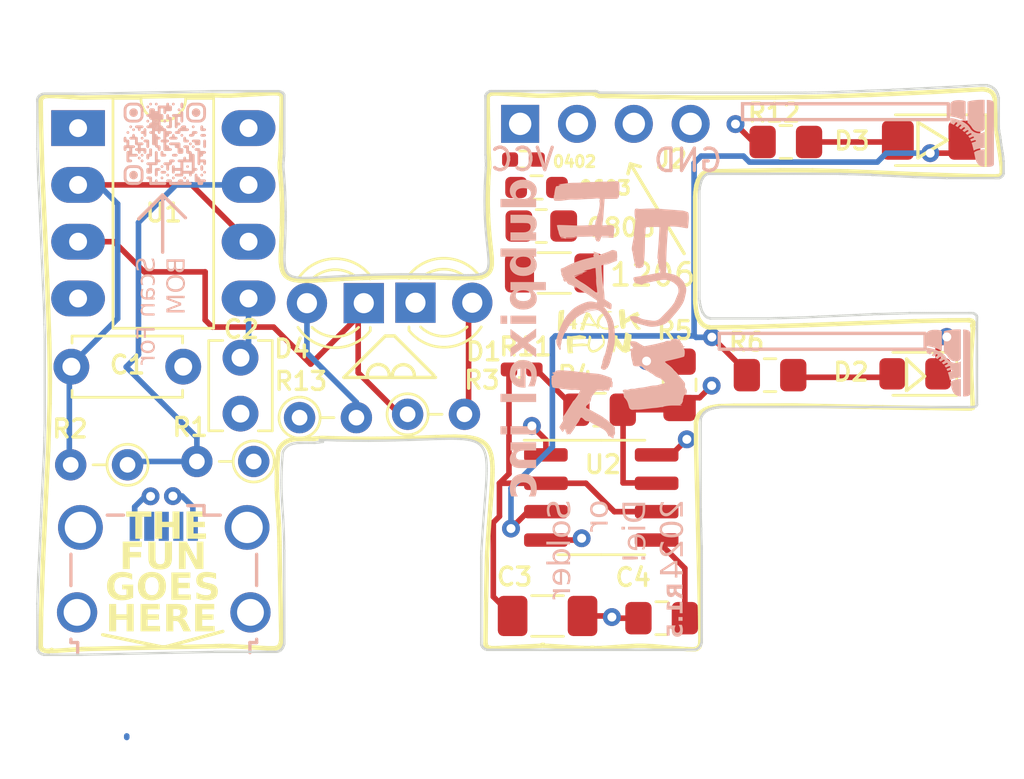
<source format=kicad_pcb>
(kicad_pcb (version 20240108) (generator "pcbnew") (generator_version "8.0")
  (layers (0 "F.Cu" signal) (1 "In1.Cu" signal) (2 "In2.Cu" signal) (31 "B.Cu" signal) (34 "B.Paste" user) (35 "F.Paste" user) (36 "B.SilkS" user "B.Silkscreen") (37 "F.SilkS" user "F.Silkscreen") (38 "B.Mask" user) (39 "F.Mask" user) (44 "Edge.Cuts" user))
  (net 0 "")
  (net 1 "GND")
  (net 2 "/smt_555/2")
  (net 3 "/smt_555/5")
  (net 4 "Net-(D1-A)")
  (net 5 "Net-(D2-A)")
  (net 6 "VCC")
  (net 7 "/smt_555/7")
  (net 8 "/smt_555/3")
  (net 17 "Net-(D3-A)")
  (net 18 "Net-(D4-A)")
  (net 19 "Net-(R11-Pad1)")
  (net 20 "Net-(U1-THR)")
  (net 21 "Net-(U1-CV)")
  (net 22 "Net-(D4-K)")
  (net 23 "Net-(U1-DIS)")
  (footprint "Resistor_THT:R_Axial_DIN0204_L3.6mm_D1.6mm_P2.54mm_Vertical" (layer "F.Cu") (at 131.92 52.23)
    (property "Reference" "R3")
    (property "Value" "330")
  )
  (footprint "Capacitor_THT:C_Disc_D4.7mm_W2.5mm_P5.00mm" (layer "F.Cu") (at 116.89 50.1)
    (property "Reference" "C1")
    (property "Value" "10uF")
  )
  (footprint "Resistor_SMD:R_0402_1005Metric_Pad0.72x0.64mm_HandSolder" (layer "F.Cu") (at 137.0975 40.835)
    (property "Reference" "R10" (hide yes))
    (property "Value" "0402")
  )
  (footprint "Capacitor_SMD:C_0805_2012Metric_Pad1.18x1.45mm_HandSolder" (layer "F.Cu") (at 144.075 50.9125 -90)
    (property "Reference" "R5")
    (property "Value" "1k")
  )
  (footprint "LED_SMD:LED_1206_3216Metric_Pad1.42x1.75mm_HandSolder" (layer "F.Cu") (at 155.32 39.97 180)
    (property "Reference" "D3")
    (property "Value" "LED")
  )
  (footprint "Capacitor_SMD:C_0805_2012Metric_Pad1.18x1.45mm_HandSolder" (layer "F.Cu") (at 140.5 52.025 180)
    (property "Reference" "R4")
    (property "Value" "20k")
  )
  (footprint "Package_DIP:DIP-8_W7.62mm_LongPads" (layer "F.Cu") (at 117.19 39.43)
    (property "Reference" "U1")
    (property "Value" "~")
  )
  (footprint "Resistor_SMD:R_0805_2012Metric_Pad1.20x1.40mm_HandSolder" (layer "F.Cu") (at 137.895 43.81)
    (property "Reference" "R8" (hide yes))
    (property "Value" "0805")
  )
  (footprint "Resistor_SMD:R_0603_1608Metric_Pad0.98x0.95mm_HandSolder" (layer "F.Cu") (at 137.6825 42.085)
    (property "Reference" "R9" (hide yes))
    (property "Value" "0603")
  )
  (footprint "Capacitor_SMD:C_0402_1005Metric_Pad0.74x0.62mm_HandSolder" (layer "F.Cu") (at 137.0175 50.225 180)
    (property "Reference" "R11")
    (property "Value" "20k")
  )
  (footprint "Resistor_THT:R_Axial_DIN0204_L3.6mm_D1.6mm_P2.54mm_Vertical" (layer "F.Cu") (at 125.04 54.34 180)
    (property "Reference" "R1")
    (property "Value" "1k")
  )
  (footprint "Capacitor_SMD:C_0805_2012Metric_Pad1.18x1.45mm_HandSolder" (layer "F.Cu") (at 148.825 40.05)
    (property "Reference" "R12")
    (property "Value" "330")
  )
  (footprint "LED_SMD:LED_0805_2012Metric_Pad1.15x1.40mm_HandSolder" (layer "F.Cu") (at 154.6075 50.42 180)
    (property "Reference" "D2")
    (property "Value" "LED")
  )
  (footprint "Capacitor_SMD:C_0805_2012Metric_Pad1.18x1.45mm_HandSolder" (layer "F.Cu") (at 143.275 61.35 180)
    (property "Reference" "C4")
    (property "Value" ".01uf")
  )
  (footprint "Capacitor_SMD:C_0805_2012Metric_Pad1.18x1.45mm_HandSolder" (layer "F.Cu") (at 148.12 50.48)
    (property "Reference" "R6")
    (property "Value" "330")
  )
  (footprint "Resistor_SMD:R_1206_3216Metric_Pad1.30x1.75mm_HandSolder" (layer "F.Cu") (at 138.47 45.91)
    (property "Reference" "R7" (hide yes))
    (property "Value" "1206")
  )
  (footprint "Capacitor_THT:C_Disc_D3.8mm_W2.6mm_P2.50mm" (layer "F.Cu") (at 124.45 49.7 -90)
    (property "Reference" "C2")
    (property "Value" "10nf")
  )
  (footprint "Resistor_THT:R_Axial_DIN0204_L3.6mm_D1.6mm_P2.54mm_Vertical" (layer "F.Cu") (at 119.4 54.49 180)
    (property "Reference" "R2")
    (property "Value" "20k")
  )
  (footprint "Package_SO:SOIC-8_3.9x4.9mm_P1.27mm" (layer "F.Cu") (at 140.575 55.95)
    (property "Reference" "U2")
    (property "Value" "~")
  )
  (footprint "LED_THT:LED_D3.0mm" (layer "F.Cu") (at 129.96 47.26 180)
    (property "Reference" "D4")
    (property "Value" "LED" (hide yes))
  )
  (footprint "LED_THT:LED_D3.0mm" (layer "F.Cu") (at 132.27 47.24)
    (property "Reference" "D1")
    (property "Value" "LED" (hide yes))
  )
  (footprint "Resistor_THT:R_Axial_DIN0204_L3.6mm_D1.6mm_P2.54mm_Vertical" (layer "F.Cu") (at 127.09 52.38)
    (property "Reference" "R13")
    (property "Value" "330")
  )
  (footprint "Capacitor_SMD:C_1206_3216Metric_Pad1.33x1.80mm_HandSolder" (layer "F.Cu") (at 138.175 61.25)
    (property "Reference" "C3")
    (property "Value" "10uf")
  )
  (footprint "Connector_PinSocket_2.54mm:PinSocket_1x04_P2.54mm_Vertical" (layer "F.Cu") (at 136.95 39.24 90)
    (property "Reference" "J2")
    (property "Value" "Conn_01x04_Socket" (hide yes))
  )
  (footprint "Connector_USB:USB_Micro-B_Wuerth_629105150521_CircularHoles" (layer "B.Cu") (at 121.02 59.14 180)
    (property "Reference" "J1" (hide yes))
    (property "Value" "USB_B_Micro")
  )
  (gr_poly (pts (xy 120.425584 40.328907) (xy 120.429707 40.329375) (xy 120.433878 40.330142) (xy 120.438083 40.331182) (xy 120.442308 40.332471) (xy 120.44654 40.333983) (xy 120.450764 40.335693) (xy 120.454966 40.337576) (xy 120.459134 40.339607) (xy 120.463252 40.341761) (xy 120.467307 40.344013) (xy 120.475174 40.348708) (xy 120.482623 40.353493) (xy 120.483462 40.354099) (xy 120.484268 40.354781) (xy 120.485042 40.355538) (xy 120.485783 40.356364) (xy 120.486493 40.357256) (xy 120.487172 40.358211) (xy 120.487819 40.359225) (xy 120.488437 40.360295) (xy 120.489584 40.362584) (xy 120.490615 40.365052) (xy 120.491535 40.367667) (xy 120.492346 40.3704) (xy 120.493054 40.373223) (xy 120.493661 40.376106) (xy 120.494171 40.379019) (xy 120.494589 40.381934) (xy 120.494917 40.384821) (xy 120.495159 40.387651) (xy 120.49532 40.390395) (xy 120.495402 40.393022) (xy 120.496056 40.452387) (xy 120.496285 40.511767) (xy 120.495799 40.630512) (xy 120.495691 40.635159) (xy 120.49544 40.63965) (xy 120.495046 40.643986) (xy 120.494508 40.648167) (xy 120.493826 40.652195) (xy 120.493001 40.656069) (xy 120.49203 40.659792) (xy 120.490915 40.663362) (xy 120.489655 40.666782) (xy 120.488248 40.670052) (xy 120.486696 40.673172) (xy 120.484997 40.676144) (xy 120.483151 40.678968) (xy 120.481158 40.681645) (xy 120.479018 40.684176) (xy 120.476729 40.686561) (xy 120.474293 40.688801) (xy 120.471707 40.690897) (xy 120.468972 40.692849) (xy 120.466088 40.694659) (xy 120.463054 40.696327) (xy 120.459869 40.697854) (xy 120.456534 40.699241) (xy 120.453048 40.700487) (xy 120.449411 40.701595) (xy 120.445622 40.702565) (xy 120.441681 40.703397) (xy 120.437587 40.704092) (xy 120.43334 40.704652) (xy 120.42894 40.705076) (xy 120.419679 40.705522) (xy 120.407955 40.705656) (xy 120.395836 40.705641) (xy 120.36872 40.705522) (xy 120.36872 40.705601) (xy 120.368905 40.723967) (xy 120.369186 40.740615) (xy 120.369235 40.748464) (xy 120.369155 40.756087) (xy 120.368895 40.763552) (xy 120.368402 40.770927) (xy 120.368056 40.774104) (xy 120.367569 40.777233) (xy 120.366945 40.780312) (xy 120.366189 40.783336) (xy 120.365305 40.786303) (xy 120.364295 40.789209) (xy 120.363165 40.792051) (xy 120.361918 40.794825) (xy 120.360559 40.797527) (xy 120.359089 40.800156) (xy 120.357515 40.802706) (xy 120.355839 40.805176) (xy 120.354066 40.807561) (xy 120.3522 40.809858) (xy 120.350244 40.812064) (xy 120.348201 40.814176) (xy 120.346078 40.816189) (xy 120.343876 40.818102) (xy 120.3416 40.81991) (xy 120.339254 40.821609) (xy 120.336841 40.823198) (xy 120.334367 40.824671) (xy 120.331834 40.826027) (xy 120.329246 40.827261) (xy 120.326607 40.828371) (xy 120.323922 40.829352) (xy 120.321194 40.830202) (xy 120.318427 40.830918) (xy 120.315624 40.831494) (xy 120.312791 40.83193) (xy 120.30993 40.83222) (xy 120.307046 40.832363) (xy 120.304002 40.832348) (xy 120.300976 40.832171) (xy 120.297973 40.831837) (xy 120.294998 40.831349) (xy 120.292055 40.83071) (xy 120.289149 40.829925) (xy 120.286285 40.828996) (xy 120.283469 40.827929) (xy 120.280704 40.826725) (xy 120.277996 40.82539) (xy 120.27535 40.823926) (xy 120.272769 40.822338) (xy 120.270261 40.820628) (xy 120.267828 40.818801) (xy 120.265476 40.816861) (xy 120.263211 40.814811) (xy 120.261036 40.812654) (xy 120.258956 40.810395) (xy 120.256977 40.808037) (xy 120.255103 40.805584) (xy 120.253339 40.803039) (xy 120.25169 40.800406) (xy 120.250161 40.797689) (xy 120.248757 40.794891) (xy 120.247482 40.792017) (xy 120.246342 40.789069) (xy 120.245341 40.786052) (xy 120.244484 40.782969) (xy 120.243775 40.779824) (xy 120.243221 40.776621) (xy 120.242825 40.773363) (xy 120.242593 40.770053) (xy 120.241994 40.754241) (xy 120.241564 40.738416) (xy 120.241204 40.706742) (xy 120.241499 40.675052) (xy 120.242434 40.643371) (xy 120.242646 40.639797) (xy 120.242997 40.636311) (xy 120.243486 40.632912) (xy 120.24411 40.629604) (xy 120.244868 40.626386) (xy 120.245757 40.62326) (xy 120.246776 40.620228) (xy 120.247922 40.617291) (xy 120.249195 40.61445) (xy 120.250591 40.611707) (xy 120.252108 40.609063) (xy 120.253746 40.606519) (xy 120.255501 40.604077) (xy 120.257372 40.601737) (xy 120.259357 40.599502) (xy 120.261455 40.597373) (xy 120.263662 40.595351) (xy 120.265977 40.593436) (xy 120.268398 40.591632) (xy 120.270923 40.589938) (xy 120.273551 40.588357) (xy 120.276278 40.58689) (xy 120.279104 40.585537) (xy 120.282026 40.584301) (xy 120.285043 40.583182) (xy 120.288151 40.582183) (xy 120.291351 40.581304) (xy 120.294638 40.580546) (xy 120.298012 40.579911) (xy 120.30147 40.579401) (xy 120.305011 40.579017) (xy 120.308633 40.578759) (xy 120.315497 40.578479) (xy 120.322436 40.578333) (xy 120.32951 40.578291) (xy 120.336781 40.578323) (xy 120.369037 40.578601) (xy 120.368859 40.484591) (xy 120.368903 40.438237) (xy 120.369276 40.392069) (xy 120.369534 40.386044) (xy 120.370161 40.380161) (xy 120.371156 40.374449) (xy 120.372519 40.368938) (xy 120.37425 40.363656) (xy 120.376348 40.358632) (xy 120.378814 40.353895) (xy 120.380185 40.351644) (xy 120.381648 40.349475) (xy 120.383203 40.347392) (xy 120.384849 40.345399) (xy 120.386588 40.3435) (xy 120.388418 40.341698) (xy 120.39034 40.339997) (xy 120.392353 40.3384) (xy 120.394459 40.336911) (xy 120.396656 40.335533) (xy 120.398945 40.334271) (xy 120.401326 40.333128) (xy 120.403798 40.332107) (xy 120.406362 40.331212) (xy 120.409018 40.330447) (xy 120.411766 40.329815) (xy 120.414605 40.329321) (xy 120.417536 40.328966) (xy 120.421522 40.328762)) (stroke (width -0.000001)) (fill solid) (layer "B.SilkS"))
  (gr_poly (pts (xy 140.442403 44.515196) (xy 140.440503 44.513062) (xy 140.438649 44.510866) (xy 140.436834 44.508638) (xy 140.433288 44.504215) (xy 140.431543 44.502081) (xy 140.429805 44.50004) (xy 140.428068 44.498122) (xy 140.426322 44.49636) (xy 140.425444 44.495547) (xy 140.424561 44.494784) (xy 140.423673 44.494076) (xy 140.422777 44.493425) (xy 140.421874 44.492837) (xy 140.420962 44.492314) (xy 140.420041 44.491861) (xy 140.419109 44.491482) (xy 140.418165 44.49118) (xy 140.417208 44.49096) (xy 140.416238 44.490825) (xy 140.415254 44.490779) (xy 140.411315 44.490343) (xy 140.40743 44.49002) (xy 140.403591 44.489797) (xy 140.399792 44.489663) (xy 140.392278 44.489617) (xy 140.384826 44.489787) (xy 140.36986 44.490407) (xy 140.362222 44.490671) (xy 140.354398 44.490779) (xy 140.351654 44.479343) (xy 140.349313 44.468744) (xy 140.347282 44.458827) (xy 140.345469 44.449437) (xy 140.34212 44.431619) (xy 140.340399 44.422881) (xy 140.338523 44.414049) (xy 140.312066 44.432571) (xy 140.312066 44.408758) (xy 140.313805 44.399255) (xy 140.315059 44.390531) (xy 140.31584 44.382498) (xy 140.316159 44.375065) (xy 140.31615 44.371546) (xy 140.31603 44.368143) (xy 140.3158 44.364847) (xy 140.315462 44.361644) (xy 140.315017 44.358525) (xy 140.314468 44.355479) (xy 140.313059 44.349557) (xy 140.311247 44.343791) (xy 140.309044 44.33809) (xy 140.306461 44.332367) (xy 140.303509 44.32653) (xy 140.300201 44.320493) (xy 140.296549 44.314164) (xy 140.288255 44.300279) (xy 140.286278 44.29741) (xy 140.284316 44.29475) (xy 140.282367 44.292291) (xy 140.280431 44.290026) (xy 140.278506 44.287948) (xy 140.276592 44.286047) (xy 140.274688 44.284318) (xy 140.272793 44.282751) (xy 140.270905 44.281338) (xy 140.269024 44.280074) (xy 140.267149 44.278949) (xy 140.265279 44.277955) (xy 140.263413 44.277086) (xy 140.261549 44.276332) (xy 140.259688 44.275688) (xy 140.257827 44.275144) (xy 140.255967 44.274693) (xy 140.254105 44.274327) (xy 140.250375 44.273821) (xy 140.24663 44.273563) (xy 140.242861 44.27349) (xy 140.227399 44.273821) (xy 140.026564 44.282544) (xy 139.825233 44.288042) (xy 139.724536 44.289195) (xy 139.623902 44.289076) (xy 139.523391 44.287531) (xy 139.423066 44.284404) (xy 139.420615 44.283998) (xy 139.418219 44.283758) (xy 139.415868 44.283666) (xy 139.413557 44.283701) (xy 139.411277 44.283845) (xy 139.40902 44.284078) (xy 139.406779 44.284381) (xy 139.404545 44.284734) (xy 139.395533 44.286264) (xy 139.393222 44.286579) (xy 139.390872 44.286827) (xy 139.388475 44.286991) (xy 139.386024 44.28705) (xy 139.386024 44.297633) (xy 139.54742 44.313508) (xy 139.54742 44.329384) (xy 139.409837 44.324423) (xy 139.341293 44.322315) (xy 139.306866 44.321679) (xy 139.272252 44.321447) (xy 138.999732 44.321447) (xy 138.999732 44.339968) (xy 139.105568 44.338976) (xy 139.158236 44.338852) (xy 139.184725 44.339208) (xy 139.2114 44.339968) (xy 139.238071 44.341306) (xy 139.264524 44.343233) (xy 139.290791 44.345595) (xy 139.316903 44.348235) (xy 139.368786 44.353734) (xy 139.394619 44.356282) (xy 139.420421 44.358488) (xy 139.393519 44.360235) (xy 139.36643 44.361548) (xy 139.339217 44.362488) (xy 139.311942 44.363119) (xy 139.257455 44.363698) (xy 139.203464 44.36378) (xy 138.981214 44.36378) (xy 138.954425 44.363429) (xy 138.927636 44.362457) (xy 138.900847 44.36099) (xy 138.874058 44.35915) (xy 138.766902 44.350551) (xy 138.766902 44.337323) (xy 138.771134 44.334761) (xy 138.775396 44.33252) (xy 138.779686 44.330578) (xy 138.784002 44.328915) (xy 138.788343 44.32751) (xy 138.792709 44.326341) (xy 138.801505 44.324631) (xy 138.810378 44.323619) (xy 138.819317 44.323138) (xy 138.828311 44.323021) (xy 138.837347 44.323101) (xy 138.855501 44.323189) (xy 138.864596 44.322863) (xy 138.873686 44.322068) (xy 138.882761 44.320637) (xy 138.88729 44.319631) (xy 138.89181 44.318404) (xy 138.89632 44.316934) (xy 138.900819 44.315201) (xy 138.905305 44.313185) (xy 138.909778 44.310864) (xy 138.866659 44.308508) (xy 138.82478 44.305904) (xy 138.784389 44.303796) (xy 138.764829 44.30316) (xy 138.745734 44.302927) (xy 138.741999 44.292385) (xy 138.738667 44.282587) (xy 138.732838 44.265224) (xy 138.730156 44.257658) (xy 138.728832 44.254154) (xy 138.727505 44.250837) (xy 138.726162 44.247705) (xy 138.724792 44.24476) (xy 138.723383 44.242) (xy 138.721923 44.239427) (xy 138.715717 44.229413) (xy 138.70998 44.219216) (xy 138.704685 44.208841) (xy 138.699805 44.198292) (xy 138.695313 44.187572) (xy 138.69118 44.176686) (xy 138.687382 44.165637) (xy 138.683889 44.154429) (xy 138.680675 44.143066) (xy 138.677714 44.131552) (xy 138.672438 44.108085) (xy 138.667844 44.084061) (xy 138.663715 44.05951) (xy 138.663159 44.056533) (xy 138.662491 44.053557) (xy 138.661721 44.05058) (xy 138.660863 44.047603) (xy 138.658925 44.04165) (xy 138.65677 44.035697) (xy 138.652181 44.023791) (xy 138.649933 44.017838) (xy 138.64784 44.011885) (xy 138.629319 43.958968) (xy 138.609476 43.868017) (xy 138.599554 43.82093) (xy 138.589631 43.771115) (xy 138.604277 43.7699) (xy 138.618488 43.768344) (xy 138.645856 43.76483) (xy 138.659137 43.763182) (xy 138.672232 43.761812) (xy 138.685203 43.760877) (xy 138.691661 43.760621) (xy 138.698112 43.760531) (xy 138.866784 43.764995) (xy 139.035457 43.770452) (xy 139.204128 43.776901) (xy 139.3728 43.784342) (xy 139.474003 43.787231) (xy 139.575206 43.788104) (xy 139.67641 43.78718) (xy 139.777613 43.784673) (xy 139.878816 43.780803) (xy 139.980019 43.775785) (xy 140.182424 43.763176) (xy 140.197193 43.762076) (xy 140.211777 43.76082) (xy 140.240633 43.758215) (xy 140.255031 43.757052) (xy 140.26949 43.756106) (xy 140.284073 43.75547) (xy 140.298843 43.755238) (xy 140.314717 43.649075) (xy 140.330592 43.540926) (xy 140.334328 43.545655) (xy 140.337661 43.54998) (xy 140.340684 43.553995) (xy 140.34349 43.557793) (xy 140.348823 43.56511) (xy 140.354404 43.572676) (xy 140.364326 43.521991) (xy 140.374248 43.472795) (xy 140.394092 43.376883) (xy 140.405336 43.327605) (xy 140.408457 43.315673) (xy 140.410149 43.309914) (xy 140.411951 43.30433) (xy 140.413876 43.298947) (xy 140.41594 43.293793) (xy 140.41816 43.288895) (xy 140.420551 43.284279) (xy 140.424834 43.276717) (xy 140.428773 43.268926) (xy 140.432393 43.260926) (xy 140.435723 43.252736) (xy 140.438789 43.244375) (xy 140.441619 43.235863) (xy 140.44424 43.22722) (xy 140.446678 43.218464) (xy 140.451117 43.200693) (xy 140.455153 43.182704) (xy 140.462884 43.146696) (xy 140.481405 43.043509) (xy 140.493931 42.966037) (xy 140.499682 42.927145) (xy 140.504224 42.888068) (xy 140.505839 42.86844) (xy 140.506906 42.848742) (xy 140.507346 42.828966) (xy 140.507077 42.809106) (xy 140.506017 42.789152) (xy 140.504085 42.769098) (xy 140.5012 42.748935) (xy 140.497279 42.728655) (xy 140.495238 42.717519) (xy 140.493353 42.706042) (xy 140.492594 42.700224) (xy 140.492025 42.694379) (xy 140.491696 42.688526) (xy 140.491658 42.682685) (xy 140.491961 42.676874) (xy 140.492655 42.671114) (xy 140.493792 42.665424) (xy 140.494541 42.662611) (xy 140.49542 42.659823) (xy 140.496435 42.657062) (xy 140.497591 42.65433) (xy 140.498896 42.65163) (xy 140.500355 42.648965) (xy 140.501975 42.646337) (xy 140.503762 42.643748) (xy 140.505723 42.6412) (xy 140.507863 42.638697) (xy 140.508299 42.637464) (xy 140.508623 42.635773) (xy 140.508846 42.633664) (xy 140.508979 42.631174) (xy 140.509026 42.625211) (xy 140.508855 42.618194) (xy 140.508235 42.602236) (xy 140.507972 42.593916) (xy 140.507863 42.585781) (xy 140.49497 42.584681) (xy 140.482108 42.583425) (xy 140.456601 42.580821) (xy 140.444018 42.579659) (xy 140.431589 42.578713) (xy 140.419347 42.578077) (xy 140.407321 42.577845) (xy 140.407321 42.572554) (xy 140.409919 42.572173) (xy 140.403028 42.572431) (xy 140.394094 42.57255) (xy 140.279 42.584126) (xy 140.221453 42.589294) (xy 140.163905 42.593718) (xy 140.141199 42.595355) (xy 140.118679 42.596404) (xy 140.096282 42.597018) (xy 140.073948 42.597354) (xy 140.029217 42.597808) (xy 140.006696 42.598237) (xy 139.983989 42.599007) (xy 139.723706 42.615876) (xy 139.594432 42.623938) (xy 139.465406 42.630759) (xy 139.43949 42.631291) (xy 139.413357 42.631048) (xy 139.387038 42.630247) (xy 139.360564 42.629105) (xy 139.307275 42.626666) (xy 139.280522 42.625803) (xy 139.253738 42.625468) (xy 139.225491 42.625887) (xy 139.197302 42.627085) (xy 139.169167 42.628973) (xy 139.141083 42.631462) (xy 139.085051 42.637886) (xy 139.029173 42.645643) (xy 138.917759 42.662303) (xy 138.86216 42.669781) (xy 138.806592 42.67574) (xy 138.770987 42.679005) (xy 138.735568 42.681031) (xy 138.700273 42.682064) (xy 138.66504 42.682353) (xy 138.523488 42.681031) (xy 138.518036 42.68087) (xy 138.51261 42.680364) (xy 138.507239 42.679478) (xy 138.50195 42.678178) (xy 138.496768 42.676428) (xy 138.494227 42.675374) (xy 138.491723 42.674194) (xy 138.489259 42.672884) (xy 138.48684 42.67144) (xy 138.484468 42.669858) (xy 138.482147 42.668132) (xy 138.47988 42.666259) (xy 138.477671 42.664235) (xy 138.475523 42.662055) (xy 138.473439 42.659714) (xy 138.471424 42.657209) (xy 138.469479 42.654534) (xy 138.467609 42.651686) (xy 138.465817 42.648661) (xy 138.464106 42.645453) (xy 138.462481 42.642058) (xy 138.460943 42.638473) (xy 138.459497 42.634693) (xy 138.458146 42.630713) (xy 138.456893 42.626529) (xy 138.455742 42.622136) (xy 138.454696 42.617531) (xy 138.436176 42.580489) (xy 138.437892 42.573572) (xy 138.439989 42.566702) (xy 138.444857 42.553039) (xy 138.449848 42.539376) (xy 138.4521 42.532505) (xy 138.454034 42.525589) (xy 138.455534 42.51861) (xy 138.456085 42.515092) (xy 138.456483 42.511553) (xy 138.456716 42.507991) (xy 138.456766 42.504404) (xy 138.456622 42.50079) (xy 138.456266 42.497146) (xy 138.455687 42.493472) (xy 138.454867 42.489764) (xy 138.453794 42.486022) (xy 138.452453 42.482243) (xy 138.450828 42.478425) (xy 138.448906 42.474566) (xy 138.446672 42.470665) (xy 138.444112 42.466719) (xy 138.447222 42.464177) (xy 138.450108 42.461518) (xy 138.452781 42.458747) (xy 138.455248 42.455871) (xy 138.45752 42.452897) (xy 138.459605 42.449829) (xy 138.461513 42.446676) (xy 138.463253 42.443443) (xy 138.464834 42.440136) (xy 138.466265 42.436761) (xy 138.468715 42.429836) (xy 138.470677 42.422717) (xy 138.472224 42.415454) (xy 138.47343 42.408099) (xy 138.474368 42.400701) (xy 138.475738 42.385978) (xy 138.476921 42.37169) (xy 138.477627 42.364834) (xy 138.478507 42.358239) (xy 138.488635 42.290438) (xy 138.494087 42.256476) (xy 138.500004 42.222638) (xy 138.506541 42.189048) (xy 138.513853 42.155831) (xy 138.522096 42.123109) (xy 138.531423 42.091008) (xy 138.534464 42.081921) (xy 138.537645 42.073506) (xy 138.54098 42.065749) (xy 138.544487 42.058639) (xy 138.546309 42.055323) (xy 138.548179 42.052165) (xy 138.5501 42.049162) (xy 138.552073 42.046314) (xy 138.5541 42.043619) (xy 138.556184 42.041076) (xy 138.558326 42.038683) (xy 138.560527 42.036439) (xy 138.562791 42.034342) (xy 138.565119 42.032391) (xy 138.567512 42.030584) (xy 138.569974 42.02892) (xy 138.572505 42.027398) (xy 138.575108 42.026015) (xy 138.577784 42.024771) (xy 138.580537 42.023665) (xy 138.583366 42.022693) (xy 138.586275 42.021856) (xy 138.589266 42.021152) (xy 138.592339 42.020579) (xy 138.595498 42.020136) (xy 138.598744 42.019822) (xy 138.60208 42.019634) (xy 138.605506 42.019572) (xy 138.610496 42.019681) (xy 138.615532 42.019954) (xy 138.625681 42.020647) (xy 138.630763 42.020896) (xy 138.63583 42.020967) (xy 138.640866 42.020775) (xy 138.645855 42.020233) (xy 138.648328 42.019805) (xy 138.650783 42.019258) (xy 138.653218 42.018581) (xy 138.655633 42.017763) (xy 138.658024 42.016794) (xy 138.660389 42.015664) (xy 138.662728 42.014361) (xy 138.665038 42.012874) (xy 138.667316 42.011194) (xy 138.669562 42.00931) (xy 138.671772 42.00721) (xy 138.673946 42.004885) (xy 138.676082 42.002323) (xy 138.678176 41.999514) (xy 138.680228 41.996448) (xy 138.682235 41.993113) (xy 138.682754 41.992392) (xy 138.683317 41.991716) (xy 138.683922 41.991083) (xy 138.684565 41.990493) (xy 138.685246 41.989944) (xy 138.685961 41.989433) (xy 138.686709 41.988961) (xy 138.687485 41.988525) (xy 138.689118 41.987755) (xy 138.690839 41.987114) (xy 138.692631 41.986589) (xy 138.694472 41.986168) (xy 138.696345 41.985841) (xy 138.698229 41.985595) (xy 138.700106 41.985419) (xy 138.701955 41.9853) (xy 138.705495 41.985192) (xy 138.708694 41.985176) (xy 138.712776 41.98419) (xy 138.717045 41.983234) (xy 138.721437 41.982341) (xy 138.725891 41.98154) (xy 138.730346 41.980862) (xy 138.734738 41.98034) (xy 138.739006 41.980004) (xy 138.741075 41.979916) (xy 138.743089 41.979885) (xy 138.743089 41.966656) (xy 138.719234 41.962646) (xy 138.695132 41.958388) (xy 138.670534 41.953634) (xy 138.657972 41.950993) (xy 138.645192 41.948136) (xy 138.759624 41.933584) (xy 138.814856 41.926556) (xy 138.870088 41.919031) (xy 138.986753 41.903073) (xy 139.044868 41.895498) (xy 139.102922 41.888604) (xy 139.160975 41.882703) (xy 139.21909 41.878104) (xy 139.27733 41.875117) (xy 139.335756 41.874052) (xy 139.386243 41.874574) (xy 139.436544 41.874259) (xy 139.536837 41.871737) (xy 139.73792 41.863468) (xy 139.833583 41.859044) (xy 139.929742 41.853877) (xy 140.121566 41.842301) (xy 140.25121 41.842301) (xy 140.334555 41.837588) (xy 140.417899 41.83238) (xy 140.501243 41.828164) (xy 140.542915 41.826893) (xy 140.584586 41.826428) (xy 140.665946 41.825188) (xy 140.747305 41.82494) (xy 140.910024 41.824444) (xy 140.991383 41.822708) (xy 141.072743 41.818987) (xy 141.154102 41.812538) (xy 141.194782 41.808058) (xy 141.235461 41.802616) (xy 141.244504 41.801763) (xy 141.253734 41.801251) (xy 141.258399 41.801152) (xy 141.263087 41.801174) (xy 141.267791 41.801327) (xy 141.272502 41.801623) (xy 141.277214 41.802074) (xy 141.281918 41.802693) (xy 141.286606 41.803489) (xy 141.291272 41.804475) (xy 141.295906 41.805663) (xy 141.300501 41.807065) (xy 141.30505 41.808691) (xy 141.309545 41.810553) (xy 141.319657 41.814707) (xy 141.324793 41.816994) (xy 141.329925 41.819482) (xy 141.335011 41.822218) (xy 141.340007 41.825249) (xy 141.344872 41.828621) (xy 141.349562 41.83238) (xy 141.351829 41.834419) (xy 141.354036 41.836573) (xy 141.356178 41.838847) (xy 141.358249 41.841247) (xy 141.360245 41.843779) (xy 141.362161 41.846449) (xy 141.36399 41.849261) (xy 141.365727 41.852223) (xy 141.367367 41.85534) (xy 141.368906 41.858618) (xy 141.370336 41.862063) (xy 141.371654 41.86568) (xy 141.372854 41.869475) (xy 141.37393 41.873455) (xy 141.374877 41.877624) (xy 141.37569 41.881989) (xy 141.378537 41.902939) (xy 141.381106 41.924074) (xy 141.383364 41.945334) (xy 141.385281 41.966656) (xy 141.386826 41.987978) (xy 141.387968 42.009238) (xy 141.388676 42.030373) (xy 141.388919 42.051323) (xy 141.388454 42.088912) (xy 141.387183 42.126315) (xy 141.385292 42.163594) (xy 141.382967 42.200812) (xy 141.377758 42.275308) (xy 141.373046 42.3503) (xy 141.373046 42.368822) (xy 141.374817 42.375738) (xy 141.376177 42.3826) (xy 141.37715 42.389415) (xy 141.377758 42.396191) (xy 141.378026 42.402936) (xy 141.377975 42.409658) (xy 141.37763 42.416364) (xy 141.377014 42.423062) (xy 141.37615 42.429761) (xy 141.375061 42.436467) (xy 141.37377 42.443189) (xy 141.372301 42.449934) (xy 141.368922 42.463524) (xy 141.365108 42.477301) (xy 141.361419 42.489915) (xy 141.357305 42.50194) (xy 141.352772 42.513346) (xy 141.347828 42.5241) (xy 141.34248 42.534171) (xy 141.339658 42.538942) (xy 141.336738 42.54353) (xy 141.333721 42.547932) (xy 141.330608 42.552144) (xy 141.3274 42.556163) (xy 141.324098 42.559984) (xy 141.320703 42.563603) (xy 141.317216 42.567017) (xy 141.313638 42.570222) (xy 141.30997 42.573213) (xy 141.306213 42.575987) (xy 141.303418 42.577843) (xy 140.468177 42.577843) (xy 140.468177 42.567259) (xy 140.448788 42.569201) (xy 140.44 42.57) (xy 140.443041 42.56995) (xy 140.454948 42.569908) (xy 140.468177 42.577843) (xy 141.303418 42.577843) (xy 141.302367 42.578541) (xy 141.298434 42.58087) (xy 141.294415 42.58297) (xy 141.290311 42.584837) (xy 141.286122 42.586468) (xy 141.28185 42.587859) (xy 141.277496 42.589005) (xy 141.273061 42.589904) (xy 141.268544 42.59055) (xy 141.263949 42.590941) (xy 141.259275 42.591072) (xy 141.011889 42.59471) (xy 140.887948 42.595909) (xy 140.764503 42.596363) (xy 140.724815 42.599011) (xy 140.703649 42.895344) (xy 140.682481 43.194323) (xy 140.661313 43.485365) (xy 140.660025 43.503662) (xy 140.658203 43.521859) (xy 140.653294 43.558043) (xy 140.647268 43.594102) (xy 140.640809 43.630224) (xy 140.634597 43.666594) (xy 140.629316 43.703399) (xy 140.627238 43.722021) (xy 140.625647 43.740823) (xy 140.62463 43.759826) (xy 140.624273 43.779053) (xy 140.630867 43.779926) (xy 140.636841 43.780582) (xy 140.642319 43.781053) (xy 140.647424 43.781368) (xy 140.652282 43.781559) (xy 140.657015 43.781657) (xy 140.666606 43.781699) (xy 140.799229 43.774752) (xy 140.866409 43.770907) (xy 140.900107 43.768566) (xy 140.933835 43.765822) (xy 140.944719 43.765016) (xy 140.955545 43.764582) (xy 140.966317 43.76452) (xy 140.977038 43.76483) (xy 140.987712 43.765512) (xy 140.998344 43.766567) (xy 141.008937 43.767993) (xy 141.019495 43.769791) (xy 141.030022 43.771962) (xy 141.040522 43.774504) (xy 141.050999 43.777419) (xy 141.061456 43.780705) (xy 141.071898 43.784364) (xy 141.082328 43.788394) (xy 141.092751 43.792797) (xy 141.10317 43.797571) (xy 141.110363 43.801233) (xy 141.11706 43.805282) (xy 141.123262 43.809733) (xy 141.128967 43.814604) (xy 141.134176 43.819909) (xy 141.138889 43.825663) (xy 141.143105 43.831882) (xy 141.146826 43.838582) (xy 141.150051 43.845778) (xy 141.152779 43.853486) (xy 141.155011 43.86172) (xy 141.156747 43.870498) (xy 141.157987 43.879833) (xy 141.158731 43.889742) (xy 141.158979 43.90024) (xy 141.158731 43.911343) (xy 141.126981 44.310863) (xy 141.12671 44.313034) (xy 141.126393 44.315084) (xy 141.126032 44.317017) (xy 141.125627 44.318837) (xy 141.125179 44.320546) (xy 141.12469 44.322147) (xy 141.12416 44.323645) (xy 141.123591 44.325043) (xy 141.122982 44.326344) (xy 141.122336 44.327552) (xy 141.121653 44.328669) (xy 141.120935 44.329699) (xy 141.120181 44.330647) (xy 141.119394 44.331514) (xy 141.118573 44.332305) (xy 141.117721 44.333022) (xy 141.116837 44.33367) (xy 141.115924 44.334251) (xy 141.114981 44.33477) (xy 141.11401 44.335229) (xy 141.113013 44.335631) (xy 141.111989 44.335981) (xy 141.11094 44.336282) (xy 141.109866 44.336536) (xy 141.10765 44.33692) (xy 141.105349 44.337161) (xy 141.102971 44.337286) (xy 141.100522 44.337322) (xy 140.952026 44.333683) (xy 140.876909 44.332484) (xy 140.801545 44.33203) (xy 140.605754 44.33203) (xy 140.605754 44.316154) (xy 140.630588 44.314081) (xy 140.655472 44.312718) (xy 140.705345 44.311483) (xy 140.805184 44.310532) (xy 140.830095 44.309684) (xy 140.854963 44.308274) (xy 140.879778 44.306143) (xy 140.904526 44.303132) (xy 140.929197 44.299082) (xy 140.953778 44.293835) (xy 140.978259 44.287231) (xy 141.002628 44.279112) (xy 140.589879 44.279112) (xy 140.572557 44.317105) (xy 140.556474 44.352865) (xy 140.548976 44.370451) (xy 140.541881 44.388129) (xy 140.535219 44.406118) (xy 140.529023 44.424633) (xy 140.527241 44.429727) (xy 140.525369 44.434597) (xy 140.523411 44.439251) (xy 140.52137 44.443697) (xy 140.51925 44.447943) (xy 140.517054 44.451998) (xy 140.514784 44.455869) (xy 140.512446 44.459566) (xy 140.510042 44.463097) (xy 140.507575 44.466468) (xy 140.505049 44.46969) (xy 140.502467 44.47277) (xy 140.497151 44.478536) (xy 140.491652 44.483833) (xy 140.485998 44.488728) (xy 140.480216 44.493285) (xy 140.474333 44.497571) (xy 140.468377 44.501651) (xy 140.444358 44.517237)) (fill solid) (layer "B.SilkS"))
  (gr_poly (pts (xy 156.240509 38.984891) (xy 156.30419 38.995678) (xy 156.367779 39.008995) (xy 156.430949 39.024792) (xy 156.493376 39.04302) (xy 156.554732 39.063631) (xy 156.61469 39.086575) (xy 156.644044 39.098906) (xy 156.672926 39.111802) (xy 156.672927 39.111802) (xy 156.704602 39.126872) (xy 156.735564 39.142628) (xy 156.765753 39.159061) (xy 156.795111 39.17616) (xy 156.82358 39.193919) (xy 156.851102 39.212327) (xy 156.877617 39.231376) (xy 156.903068 39.251058) (xy 156.927397 39.271362) (xy 156.950544 39.292282) (xy 156.972451 39.313807) (xy 156.993061 39.335929) (xy 157.012314 39.358639) (xy 157.030153 39.381929) (xy 157.046518 39.405789) (xy 157.061352 39.430211) (xy 157.074069 39.451204) (xy 157.087667 39.471119) (xy 157.102094 39.489966) (xy 157.117299 39.507757) (xy 157.133234 39.524503) (xy 157.149846 39.540214) (xy 157.167085 39.554902) (xy 157.184902 39.568579) (xy 157.203245 39.581254) (xy 157.222063 39.59294) (xy 157.241307 39.603647) (xy 157.260926 39.613386) (xy 157.280869 39.622168) (xy 157.301086 39.630005) (xy 157.321527 39.636908) (xy 157.342139 39.642887) (xy 157.345883 39.643736) (xy 157.357811 39.646672) (xy 157.369765 39.649308) (xy 157.381735 39.651648) (xy 157.393712 39.653694) (xy 157.405688 39.655446) (xy 157.417651 39.656909) (xy 157.429593 39.658084) (xy 157.441505 39.658972) (xy 157.453377 39.659578) (xy 157.465199 39.659901) (xy 157.476963 39.659946) (xy 157.488658 39.659714) (xy 157.500276 39.659207) (xy 157.511807 39.658428) (xy 157.523241 39.657379) (xy 157.534569 39.656061) (xy 157.546226 39.65441) (xy 157.557757 39.652475) (xy 157.569152 39.650259) (xy 157.5804 39.647763) (xy 157.591491 39.644991) (xy 157.602416 39.641944) (xy 157.613163 39.638625) (xy 157.623723 39.635036) (xy 157.634086 39.63118) (xy 157.644241 39.627058) (xy 157.654179 39.622673) (xy 157.663889 39.618028) (xy 157.67336 39.613124) (xy 157.682583 39.607964) (xy 157.691548 39.602551) (xy 157.700245 39.596886) (xy 157.702725 39.595191) (xy 157.705181 39.593469) (xy 157.707607 39.59173) (xy 157.71 39.589981) (xy 157.71 40.315258) (xy 157.667192 40.316685) (xy 157.621878 40.319889) (xy 157.574703 40.324982) (xy 157.526312 40.332075) (xy 157.501863 40.336406) (xy 157.477353 40.34128) (xy 157.452861 40.346709) (xy 157.428469 40.352709) (xy 157.404258 40.359292) (xy 157.380307 40.366473) (xy 157.356699 40.374266) (xy 157.333513 40.382684) (xy 157.318543 40.388556) (xy 157.303802 40.394701) (xy 157.289314 40.401126) (xy 157.2751 40.407832) (xy 157.261181 40.414824) (xy 157.247579 40.422106) (xy 157.234316 40.429682) (xy 157.221413 40.437554) (xy 157.20187 40.349573) (xy 157.191379 40.305306) (xy 157.180319 40.261057) (xy 157.168627 40.216979) (xy 157.156237 40.173224) (xy 157.143083 40.129943) (xy 157.129101 40.087288) (xy 157.296028 40.031785) (xy 157.298051 40.031071) (xy 157.300004 40.030288) (xy 157.301886 40.029438) (xy 157.303694 40.028522) (xy 157.305428 40.027545) (xy 157.307087 40.026509) (xy 157.308668 40.025417) (xy 157.31017 40.024271) (xy 157.311592 40.023074) (xy 157.312933 40.02183) (xy 157.314191 40.02054) (xy 157.315364 40.019207) (xy 157.316451 40.017835) (xy 157.317451 40.016427) (xy 157.318362 40.014984) (xy 157.319183 40.013509) (xy 157.319913 40.012006) (xy 157.320549 40.010478) (xy 157.321091 40.008926) (xy 157.321537 40.007354) (xy 157.321886 40.005765) (xy 157.322136 40.004161) (xy 157.322285 40.002544) (xy 157.322333 40.000919) (xy 157.322278 39.999288) (xy 157.322118 39.997652) (xy 157.321853 39.996016) (xy 157.32148 39.994382) (xy 157.320998 39.992752) (xy 157.320406 39.99113) (xy 157.319702 39.989519) (xy 157.318885 39.98792) (xy 157.317964 39.986356) (xy 157.316953 39.984846) (xy 157.315855 39.983391) (xy 157.314673 39.981992) (xy 157.313411 39.980651) (xy 157.312074 39.979368) (xy 157.310663 39.978145) (xy 157.309184 39.976982) (xy 157.307639 39.975881) (xy 157.306032 39.974844) (xy 157.304367 39.97387) (xy 157.302647 39.972962) (xy 157.300875 39.97212) (xy 157.299057 39.971345) (xy 157.297194 39.97064) (xy 157.29529 39.970004) (xy 157.29335 39.969439) (xy 157.291376 39.968946) (xy 157.289373 39.968526) (xy 157.287344 39.96818) (xy 157.285292 39.96791) (xy 157.283221 39.967717) (xy 157.281134 39.967601) (xy 157.279036 39.967564) (xy 157.276929 39.967607) (xy 157.274818 39.967731) (xy 157.272706 39.967938) (xy 157.270596 39.968227) (xy 157.268492 39.968601) (xy 157.266398 39.969061) (xy 157.264317 39.969608) (xy 157.262253 39.970242) (xy 157.105426 40.022375) (xy 157.096299 39.999442) (xy 157.086849 39.97687) (xy 157.077059 39.954681) (xy 157.07203 39.943737) (xy 157.066911 39.932896) (xy 157.213761 39.87083) (xy 157.215681 39.869971) (xy 157.217523 39.869048) (xy 157.219286 39.868062) (xy 157.220968 39.867018) (xy 157.222569 39.865918) (xy 157.224087 39.864764) (xy 157.225522 39.863561) (xy 157.226872 39.86231) (xy 157.228136 39.861014) (xy 157.229313 39.859677) (xy 157.230402 39.858301) (xy 157.231402 39.856889) (xy 157.232312 39.855443) (xy 157.23313 39.853968) (xy 157.233857 39.852465) (xy 157.234489 39.850938) (xy 157.235028 39.849389) (xy 157.235471 39.847822) (xy 157.235817 39.846238) (xy 157.236065 39.844642) (xy 157.236214 39.843035) (xy 157.236264 39.841421) (xy 157.236213 39.839802) (xy 157.236059 39.838182) (xy 157.235802 39.836563) (xy 157.235441 39.834949) (xy 157.234975 39.833341) (xy 157.234402 39.831743) (xy 157.233722 39.830158) (xy 157.232933 39.828588) (xy 157.232034 39.827037) (xy 157.231025 39.825507) (xy 157.229914 39.824019) (xy 157.228719 39.822592) (xy 157.227446 39.821226) (xy 157.226096 39.819922) (xy 157.224675 39.818682) (xy 157.223185 39.817506) (xy 157.22163 39.816395) (xy 157.220015 39.815349) (xy 157.218342 39.81437) (xy 157.216615 39.813458) (xy 157.214838 39.812615) (xy 157.213016 39.811841) (xy 157.21115 39.811136) (xy 157.209246 39.810503) (xy 157.207306 39.809941) (xy 157.205335 39.809452) (xy 157.203336 39.809035) (xy 157.201312 39.808693) (xy 157.199269 39.808426) (xy 157.197208 39.808235) (xy 157.195134 39.808121) (xy 157.193051 39.808084) (xy 157.190962 39.808125) (xy 157.188871 39.808245) (xy 157.186782 39.808446) (xy 157.184698 39.808727) (xy 157.182623 39.80909) (xy 157.18056 39.809536) (xy 157.178514 39.810065) (xy 157.176488 39.810678) (xy 157.174486 39.811377) (xy 157.172511 39.812161) (xy 157.034298 39.870581) (xy 157.027808 39.859395) (xy 157.021191 39.848375) (xy 157.014446 39.837525) (xy 157.00757 39.826852) (xy 157.000561 39.816359) (xy 156.993416 39.806052) (xy 156.986132 39.795937) (xy 156.978708 39.786017) (xy 157.105835 39.718796) (xy 157.107637 39.71779) (xy 157.109353 39.716726) (xy 157.110982 39.715606) (xy 157.112523 39.714434) (xy 157.113976 39.713213) (xy 157.11534 39.711945) (xy 157.116614 39.710634) (xy 157.117798 39.709283) (xy 157.11889 39.707894) (xy 157.11989 39.70647) (xy 157.120798 39.705014) (xy 157.121612 39.70353) (xy 157.122332 39.702019) (xy 157.122957 39.700486) (xy 157.123487 39.698933) (xy 157.12392 39.697363) (xy 157.124256 39.695778) (xy 157.124495 39.694182) (xy 157.124635 39.692578) (xy 157.124676 39.690969) (xy 157.124617 39.689357) (xy 157.124457 39.687746) (xy 157.124196 39.686138) (xy 157.123832 39.684537) (xy 157.123366 39.682945) (xy 157.122797 39.681365) (xy 157.122123 39.6798) (xy 157.121344 39.678254) (xy 157.120459 39.676728) (xy 157.119468 39.675226) (xy 157.11837 39.673752) (xy 157.117164 39.672307) (xy 157.115866 39.67091) (xy 157.114492 39.669581) (xy 157.113048 39.668319) (xy 157.111536 39.667124) (xy 157.10996 39.665998) (xy 157.108324 39.664942) (xy 157.106632 39.663955) (xy 157.104888 39.663038) (xy 157.103095 39.662191) (xy 157.101257 39.661416) (xy 157.097462 39.660083) (xy 157.093533 39.659041) (xy 157.089501 39.658295) (xy 157.085396 39.65785) (xy 157.081248 39.657709) (xy 157.077087 39.657879) (xy 157.072944 39.658362) (xy 157.070888 39.658723) (xy 157.068849 39.659164) (xy 157.066829 39.659686) (xy 157.064832 39.660289) (xy 157.062862 39.660973) (xy 157.060924 39.66174) (xy 157.05902 39.66259) (xy 157.057155 39.663524) (xy 156.932054 39.729681) (xy 156.923344 39.720017) (xy 156.914493 39.710409) (xy 156.905505 39.700858) (xy 156.896382 39.691365) (xy 156.88713 39.681931) (xy 156.877752 39.672557) (xy 156.868252 39.663244) (xy 156.858634 39.653994) (xy 156.975408 39.577356) (xy 156.977068 39.576212) (xy 156.978634 39.575018) (xy 156.980106 39.573775) (xy 156.981484 39.572488) (xy 156.982767 39.571158) (xy 156.983955 39.56979) (xy 156.985048 39.568385) (xy 156.986045 39.566947) (xy 156.986947 39.565478) (xy 156.987752 39.563983) (xy 156.98846 39.562463) (xy 156.989072 39.560922) (xy 156.989587 39.559363) (xy 156.990004 39.557789) (xy 156.990323 39.556202) (xy 156.990544 39.554605) (xy 156.990667 39.553003) (xy 156.990691 39.551396) (xy 156.990616 39.54979) (xy 156.990442 39.548186) (xy 156.990168 39.546587) (xy 156.989794 39.544997) (xy 156.98932 39.543418) (xy 156.988746 39.541854) (xy 156.98807 39.540307) (xy 156.987293 39.53878) (xy 156.986415 39.537277) (xy 156.985435 39.5358) (xy 156.984353 39.534352) (xy 156.983168 39.532937) (xy 156.981881 39.531557) (xy 156.980491 39.530215) (xy 156.979014 39.528929) (xy 156.977472 39.527716) (xy 156.975867 39.526575) (xy 156.974205 39.525508) (xy 156.972487 39.524514) (xy 156.970719 39.523594) (xy 156.967047 39.521975) (xy 156.963218 39.520653) (xy 156.959264 39.519631) (xy 156.955215 39.518909) (xy 156.951102 39.518491) (xy 156.946956 39.518377) (xy 156.942808 39.51857) (xy 156.938688 39.519071) (xy 156.934628 39.519884) (xy 156.930658 39.521008) (xy 156.928716 39.521689) (xy 156.926808 39.522448) (xy 156.924939 39.523286) (xy 156.923111 39.524203) (xy 156.921328 39.525201) (xy 156.919596 39.526278) (xy 156.802579 39.603079) (xy 156.781983 39.585495) (xy 156.761103 39.568198) (xy 156.739984 39.551202) (xy 156.718672 39.53452) (xy 156.826144 39.447331) (xy 156.827633 39.446055) (xy 156.829023 39.444737) (xy 156.830312 39.443378) (xy 156.831502 39.441983) (xy 156.832592 39.440554) (xy 156.833582 39.439094) (xy 156.834473 39.437606) (xy 156.835264 39.436093) (xy 156.835956 39.434558) (xy 156.836548 39.433005) (xy 156.837042 39.431435) (xy 156.837436 39.429853) (xy 156.837731 39.42826) (xy 156.837927 39.42666) (xy 156.838024 39.425057) (xy 156.838023 39.423452) (xy 156.837923 39.421849) (xy 156.837724 39.420251) (xy 156.837427 39.418661) (xy 156.837031 39.417082) (xy 156.836537 39.415517) (xy 156.835944 39.413968) (xy 156.835254 39.412439) (xy 156.834465 39.410933) (xy 156.833579 39.409453) (xy 156.832595 39.408001) (xy 156.831512 39.406582) (xy 156.830332 39.405196) (xy 156.829055 39.403849) (xy 156.82768 39.402542) (xy 156.826207 39.401278) (xy 156.824637 39.400061) (xy 156.82299 39.398908) (xy 156.821287 39.397833) (xy 156.819533 39.396835) (xy 156.817732 39.395913) (xy 156.814002 39.394303) (xy 156.810128 39.393001) (xy 156.806141 39.392006) (xy 156.802072 39.391319) (xy 156.797951 39.390938) (xy 156.793809 39.390863) (xy 156.789678 39.391095) (xy 156.785587 39.391631) (xy 156.781567 39.392472) (xy 156.77765 39.393617) (xy 156.773866 39.395066) (xy 156.770246 39.396817) (xy 156.768507 39.397807) (xy 156.766821 39.398872) (xy 156.765191 39.400012) (xy 156.763621 39.401228) (xy 156.656482 39.488151) (xy 156.633625 39.47188) (xy 156.610773 39.456006) (xy 156.587986 39.440529) (xy 156.565322 39.425451) (xy 156.661287 39.329092) (xy 156.662597 39.327706) (xy 156.663801 39.326286) (xy 156.664902 39.324833) (xy 156.665898 39.323352) (xy 156.66679 39.321845) (xy 156.66758 39.320315) (xy 156.668267 39.318766) (xy 156.668852 39.317199) (xy 156.669336 39.315619) (xy 156.669718 39.314027) (xy 156.67 39.312428) (xy 156.670181 39.310823) (xy 156.670263 39.309217) (xy 156.670246 39.307611) (xy 156.67013 39.306009) (xy 156.669915 39.304413) (xy 156.669603 39.302828) (xy 156.669193 39.301255) (xy 156.668687 39.299697) (xy 156.668084 39.298159) (xy 156.667385 39.296641) (xy 156.666591 39.295148) (xy 156.665702 39.293683) (xy 156.664718 39.292248) (xy 156.66364 39.290847) (xy 156.662469 39.289481) (xy 156.661205 39.288155) (xy 156.659848 39.286871) (xy 156.658398 39.285633) (xy 156.656858 39.284442) (xy 156.655225 39.283302) (xy 156.653503 39.282217) (xy 156.651713 39.281202) (xy 156.649879 39.280268) (xy 156.646091 39.278643) (xy 156.642171 39.277339) (xy 156.638148 39.276353) (xy 156.634053 39.275681) (xy 156.629917 39.275322) (xy 156.62577 39.275272) (xy 156.621643 39.275528) (xy 156.617567 39.276087) (xy 156.613571 39.276947) (xy 156.609686 39.278103) (xy 156.605944 39.279555) (xy 156.602374 39.281298) (xy 156.599008 39.283329) (xy 156.59741 39.284453) (xy 156.595875 39.285647) (xy 156.594406 39.286912) (xy 156.593006 39.288247) (xy 156.498745 39.382872) (xy 156.473696 39.367484) (xy 156.449131 39.352699) (xy 156.425133 39.338535) (xy 156.401784 39.32501) (xy 156.483741 39.22245) (xy 156.484857 39.220964) (xy 156.485865 39.219452) (xy 156.486764 39.217917) (xy 156.487556 39.216362) (xy 156.488242 39.21479) (xy 156.488822 39.213204) (xy 156.489298 39.211607) (xy 156.48967 39.210001) (xy 156.48994 39.20839) (xy 156.490107 39.206776) (xy 156.490173 39.205163) (xy 156.490139 39.203553) (xy 156.490006 39.201948) (xy 156.489774 39.200353) (xy 156.489444 39.19877) (xy 156.489018 39.197201) (xy 156.488495 39.19565) (xy 156.487878 39.19412) (xy 156.487167 39.192613) (xy 156.486362 39.191133) (xy 156.485465 39.189681) (xy 156.484476 39.188262) (xy 156.483397 39.186878) (xy 156.482227 39.185532) (xy 156.480969 39.184227) (xy 156.479623 39.182965) (xy 156.478189 39.18175) (xy 156.476669 39.180584) (xy 156.475064 39.179471) (xy 156.473374 39.178413) (xy 156.4716 39.177414) (xy 156.469744 39.176475) (xy 156.465873 39.17483) (xy 156.461884 39.17352) (xy 156.457807 39.172539) (xy 156.453671 39.171883) (xy 156.449508 39.171545) (xy 156.445345 39.171521) (xy 156.441215 39.171805) (xy 156.437145 39.172391) (xy 156.433166 39.173275) (xy 156.429309 39.174451) (xy 156.425602 39.175914) (xy 156.422076 39.177658) (xy 156.41876 39.179679) (xy 156.415685 39.18197) (xy 156.414247 39.183215) (xy 156.412881 39.184526) (xy 156.411589 39.185902) (xy 156.410376 39.187343) (xy 156.331653 39.285862) (xy 156.298513 39.268114) (xy 156.268564 39.25249) (xy 156.219749 39.227909) (xy 156.177063 39.207525) (xy 156.177063 38.976683)) (fill solid) (layer "B.SilkS"))
  (gr_poly (pts (xy 120.180147 39.435789) (xy 120.183172 39.43598) (xy 120.186178 39.436327) (xy 120.189159 39.436829) (xy 120.192111 39.43748) (xy 120.195028 39.438278) (xy 120.197905 39.439217) (xy 120.200736 39.440296) (xy 120.203517 39.44151) (xy 120.206241 39.442855) (xy 120.208904 39.444328) (xy 120.2115 39.445925) (xy 120.214025 39.447643) (xy 120.216472 39.449477) (xy 120.218836 39.451424) (xy 120.221112 39.45348) (xy 120.223295 39.455642) (xy 120.22538 39.457905) (xy 120.22736 39.460267) (xy 120.229232 39.462724) (xy 120.230989 39.465271) (xy 120.232626 39.467905) (xy 120.234138 39.470623) (xy 120.23552 39.47342) (xy 120.236766 39.476294) (xy 120.237871 39.47924) (xy 120.23883 39.482254) (xy 120.239637 39.485334) (xy 120.240287 39.488474) (xy 120.240775 39.491673) (xy 120.241096 39.494925) (xy 120.241244 39.498227) (xy 120.242094 39.561522) (xy 120.242395 39.624831) (xy 120.242159 39.68814) (xy 120.241402 39.751434) (xy 120.241268 39.754852) (xy 120.240974 39.758214) (xy 120.240523 39.761516) (xy 120.239921 39.764755) (xy 120.239171 39.767928) (xy 120.238278 39.771031) (xy 120.237247 39.774061) (xy 120.236082 39.777015) (xy 120.234787 39.779889) (xy 120.233367 39.782679) (xy 120.231827 39.785384) (xy 120.230171 39.787998) (xy 120.228402 39.790519) (xy 120.226527 39.792944) (xy 120.224548 39.795269) (xy 120.222471 39.797491) (xy 120.220301 39.799606) (xy 120.21804 39.801612) (xy 120.215695 39.803504) (xy 120.213269 39.80528) (xy 120.210767 39.806936) (xy 120.208193 39.808469) (xy 120.205552 39.809875) (xy 120.202848 39.811151) (xy 120.200086 39.812294) (xy 120.19727 39.8133) (xy 120.194404 39.814167) (xy 120.191494 39.81489) (xy 120.188543 39.815467) (xy 120.185555 39.815893) (xy 120.182536 39.816166) (xy 120.17949 39.816283) (xy 120.176329 39.816242) (xy 120.173203 39.816032) (xy 120.170117 39.815657) (xy 120.167074 39.815121) (xy 120.164078 39.814427) (xy 120.161133 39.813579) (xy 120.158243 39.81258) (xy 120.155412 39.811435) (xy 120.152643 39.810147) (xy 120.149941 39.80872) (xy 120.147309 39.807157) (xy 120.144751 39.805463) (xy 120.142271 39.80364) (xy 120.139873 39.801693) (xy 120.13756 39.799626) (xy 120.135338 39.797441) (xy 120.133208 39.795144) (xy 120.131176 39.792736) (xy 120.129246 39.790223) (xy 120.12742 39.787608) (xy 120.125704 39.784894) (xy 120.1241 39.782086) (xy 120.122613 39.779187) (xy 120.121246 39.7762) (xy 120.120004 39.77313) (xy 120.11889 39.76998) (xy 120.117908 39.766753) (xy 120.117062 39.763454) (xy 120.116356 39.760087) (xy 120.115794 39.756654) (xy 120.11538 39.75316) (xy 120.115117 39.749608) (xy 120.114836 39.742753) (xy 120.11469 39.735861) (xy 120.114648 39.728902) (xy 120.11468 39.721847) (xy 120.114958 39.692061) (xy 120.105114 39.690985) (xy 120.094875 39.690368) (xy 120.07379 39.689767) (xy 120.06323 39.689408) (xy 120.052849 39.68876) (xy 120.042792 39.687637) (xy 120.033202 39.68585) (xy 120.028626 39.68465) (xy 120.024222 39.683214) (xy 120.020005 39.681518) (xy 120.015995 39.67954) (xy 120.012209 39.677255) (xy 120.008666 39.674641) (xy 120.005382 39.671674) (xy 120.002377 39.668331) (xy 119.999668 39.664588) (xy 119.997272 39.660421) (xy 119.995209 39.655809) (xy 119.993495 39.650726) (xy 119.99215 39.64515) (xy 119.991189 39.639057) (xy 119.990633 39.632424) (xy 119.990498 39.625228) (xy 119.990771 39.618362) (xy 119.991432 39.612008) (xy 119.992465 39.606148) (xy 119.993854 39.600762) (xy 119.995585 39.595828) (xy 119.997641 39.591329) (xy 120.000008 39.587243) (xy 120.002671 39.583552) (xy 120.005613 39.580235) (xy 120.00882 39.577273) (xy 120.012276 39.574646) (xy 120.015966 39.572334) (xy 120.019874 39.570318) (xy 120.023985 39.568578) (xy 120.028284 39.567093) (xy 120.032755 39.565845) (xy 120.037383 39.564813) (xy 120.042153 39.563978) (xy 120.047049 39.56332) (xy 120.052056 39.56282) (xy 120.062341 39.562211) (xy 120.072886 39.561994) (xy 120.09426 39.562104) (xy 120.104844 39.562115) (xy 120.115195 39.561886) (xy 120.115 39.543737) (xy 120.1147 39.52716) (xy 120.114646 39.519328) (xy 120.114727 39.511714) (xy 120.114999 39.504252) (xy 120.115514 39.496878) (xy 120.115868 39.493709) (xy 120.116363 39.490586) (xy 120.116995 39.487515) (xy 120.11776 39.484498) (xy 120.118653 39.481539) (xy 120.119672 39.478641) (xy 120.120812 39.475807) (xy 120.122068 39.473041) (xy 120.123438 39.470346) (xy 120.124917 39.467726) (xy 120.126501 39.465183) (xy 120.128187 39.462722) (xy 120.12997 39.460346) (xy 120.131846 39.458057) (xy 120.133812 39.45586) (xy 120.135863 39.453758) (xy 120.137996 39.451754) (xy 120.140207 39.449851) (xy 120.142492 39.448053) (xy 120.144846 39.446363) (xy 120.147266 39.444786) (xy 120.149748 39.443323) (xy 120.152288 39.441978) (xy 120.154882 39.440755) (xy 120.157527 39.439657) (xy 120.160217 39.438688) (xy 120.16295 39.437851) (xy 120.165721 39.437149) (xy 120.168526 39.436585) (xy 120.171362 39.436163) (xy 120.174224 39.435887) (xy 120.177109 39.435759)) (stroke (width -0.000001)) (fill solid) (layer "B.SilkS"))
  (gr_rect (start 146.89 38.34) (end 156.09 39.05) (stroke (width 0.15)) (fill none) (layer "B.SilkS"))
  (gr_poly (pts (xy 121.45216 39.689855) (xy 121.455859 39.690105) (xy 121.459399 39.690518) (xy 121.462787 39.691104) (xy 121.466027 39.691873) (xy 121.469124 39.692833) (xy 121.472083 39.693996) (xy 121.474908 39.695369) (xy 121.477605 39.696963) (xy 121.480178 39.698788) (xy 121.482633 39.700852) (xy 121.484974 39.703167) (xy 121.487205 39.70574) (xy 121.489333 39.708582) (xy 121.491361 39.711702) (xy 121.493295 39.71511) (xy 121.495139 39.718815) (xy 121.496899 39.722828) (xy 121.498579 39.727157) (xy 121.500184 39.731812) (xy 121.501718 39.736803) (xy 121.503188 39.742139) (xy 121.504598 39.74783) (xy 121.505951 39.753886) (xy 121.507255 39.760315) (xy 121.508512 39.767129) (xy 121.51091 39.781944) (xy 121.513183 39.798409) (xy 121.515371 39.816601) (xy 121.543857 39.816263) (xy 121.551064 39.816221) (xy 121.558289 39.816266) (xy 121.565524 39.816434) (xy 121.572759 39.816759) (xy 121.576186 39.817031) (xy 121.579557 39.817442) (xy 121.582871 39.81799) (xy 121.586122 39.818669) (xy 121.589309 39.819478) (xy 121.592428 39.820413) (xy 121.595475 39.82147) (xy 121.598447 39.822647) (xy 121.601341 39.823939) (xy 121.604154 39.825343) (xy 121.606882 39.826857) (xy 121.609522 39.828475) (xy 121.61207 39.830196) (xy 121.614524 39.832016) (xy 121.61688 39.833931) (xy 121.619134 39.835938) (xy 121.621284 39.838034) (xy 121.623326 39.840215) (xy 121.625256 39.842478) (xy 121.627072 39.844819) (xy 121.62877 39.847235) (xy 121.630347 39.849723) (xy 121.6318 39.852279) (xy 121.633124 39.8549) (xy 121.634317 39.857583) (xy 121.635376 39.860324) (xy 121.636297 39.863119) (xy 121.637077 39.865966) (xy 121.637713 39.868861) (xy 121.638201 39.8718) (xy 121.638537 39.874781) (xy 121.63872 39.877799) (xy 121.638737 39.880966) (xy 121.638583 39.88411) (xy 121.638261 39.887225) (xy 121.637775 39.890307) (xy 121.637129 39.893351) (xy 121.636327 39.896351) (xy 121.635372 39.899303) (xy 121.634269 39.902202) (xy 121.633021 39.905042) (xy 121.631632 39.90782) (xy 121.630106 39.910529) (xy 121.628447 39.913166) (xy 121.626658 39.915725) (xy 121.624744 39.918201) (xy 121.622707 39.920589) (xy 121.620553 39.922884) (xy 121.618285 39.925082) (xy 121.615906 39.927177) (xy 121.613421 39.929164) (xy 121.610833 39.931039) (xy 121.608146 39.932797) (xy 121.605364 39.934432) (xy 121.60249 39.93594) (xy 121.59953 39.937315) (xy 121.596485 39.938554) (xy 121.593361 39.93965) (xy 121.590161 39.940599) (xy 121.586889 39.941396) (xy 121.583549 39.942036) (xy 121.580144 39.942515) (xy 121.576678 39.942826) (xy 121.573156 39.942966) (xy 121.510828 39.94368) (xy 121.448508 39.943918) (xy 121.386202 39.94368) (xy 121.323919 39.942966) (xy 121.320499 39.942834) (xy 121.317135 39.942544) (xy 121.313828 39.942102) (xy 121.310582 39.941512) (xy 121.307401 39.940777) (xy 121.304288 39.939902) (xy 121.301246 39.938891) (xy 121.298279 39.937748) (xy 121.29539 39.936478) (xy 121.292582 39.935085) (xy 121.289859 39.933574) (xy 121.287225 39.931947) (xy 121.284681 39.930211) (xy 121.282232 39.928368) (xy 121.279882 39.926424) (xy 121.277633 39.924382) (xy 121.275489 39.922247) (xy 121.273453 39.920023) (xy 121.271529 39.917714) (xy 121.26972 39.915325) (xy 121.268029 39.912859) (xy 121.266459 39.910322) (xy 121.265015 39.907717) (xy 121.263699 39.905048) (xy 121.262515 39.90232) (xy 121.261466 39.899538) (xy 121.260555 39.896704) (xy 121.259786 39.893824) (xy 121.259163 39.890902) (xy 121.258687 39.887943) (xy 121.258364 39.884949) (xy 121.258196 39.881926) (xy 121.258186 39.878764) (xy 121.258348 39.875633) (xy 121.258678 39.872538) (xy 121.259171 39.869483) (xy 121.259825 39.866472) (xy 121.260634 39.86351) (xy 121.261596 39.860599) (xy 121.262707 39.857746) (xy 121.263962 39.854952) (xy 121.265359 39.852223) (xy 121.266892 39.849562) (xy 121.268559 39.846974) (xy 121.270355 39.844462) (xy 121.272277 39.842031) (xy 121.274321 39.839684) (xy 121.276482 39.837427) (xy 121.278758 39.835262) (xy 121.281144 39.833194) (xy 121.283637 39.831227) (xy 121.286232 39.829364) (xy 121.288927 39.827611) (xy 121.291716 39.825971) (xy 121.294597 39.824448) (xy 121.297565 39.823046) (xy 121.300617 39.82177) (xy 121.303748 39.820622) (xy 121.306955 39.819608) (xy 121.310235 39.818732) (xy 121.313583 39.817996) (xy 121.316995 39.817407) (xy 121.320468 39.816967) (xy 121.323998 39.81668) (xy 121.330882 39.816377) (xy 121.337798 39.81622) (xy 121.344772 39.816176) (xy 121.351829 39.816214) (xy 121.366291 39.816401) (xy 121.381316 39.816521) (xy 121.383564 39.7983) (xy 121.385898 39.781742) (xy 121.388346 39.766852) (xy 121.390948 39.753551) (xy 121.393743 39.741762) (xy 121.396769 39.731407) (xy 121.400065 39.72241) (xy 121.403671 39.714693) (xy 121.407624 39.708179) (xy 121.411964 39.70279) (xy 121.414291 39.700493) (xy 121.416729 39.698449) (xy 121.419284 39.696647) (xy 121.421959 39.695079) (xy 121.427692 39.692602) (xy 121.433967 39.690942) (xy 121.440823 39.69002) (xy 121.448299 39.689759)) (stroke (width -0.000001)) (fill solid) (layer "B.SilkS"))
  (gr_poly (pts (xy 121.831681 39.689601) (xy 121.834868 39.689801) (xy 121.838012 39.690161) (xy 121.841109 39.690676) (xy 121.844155 39.691342) (xy 121.847146 39.692155) (xy 121.850078 39.693111) (xy 121.852948 39.694206) (xy 121.855751 39.695435) (xy 121.858483 39.696794) (xy 121.861141 39.698279) (xy 121.86372 39.699886) (xy 121.866216 39.701611) (xy 121.868626 39.703449) (xy 121.870945 39.705397) (xy 121.87317 39.70745) (xy 121.875297 39.709603) (xy 121.877321 39.711853) (xy 121.879239 39.714196) (xy 121.881047 39.716628) (xy 121.882741 39.719143) (xy 121.884316 39.721738) (xy 121.88577 39.72441) (xy 121.887097 39.727153) (xy 121.888295 39.729963) (xy 121.889358 39.732836) (xy 121.890284 39.735769) (xy 121.891067 39.738756) (xy 121.891705 39.741795) (xy 121.892194 39.744879) (xy 121.892528 39.748006) (xy 121.892705 39.751172) (xy 121.89272 39.754371) (xy 121.892579 39.75758) (xy 121.89228 39.760746) (xy 121.891825 39.763866) (xy 121.891219 39.766935) (xy 121.890465 39.769949) (xy 121.889569 39.772905) (xy 121.888533 39.775798) (xy 121.887362 39.778625) (xy 121.88606 39.781381) (xy 121.884631 39.784064) (xy 121.883079 39.786668) (xy 121.881407 39.789191) (xy 121.879621 39.791628) (xy 121.877723 39.793975) (xy 121.875718 39.796228) (xy 121.87361 39.798384) (xy 121.871404 39.800439) (xy 121.869102 39.802388) (xy 121.866709 39.804228) (xy 121.864229 39.805955) (xy 121.861666 39.807565) (xy 121.859024 39.809054) (xy 121.856307 39.810419) (xy 121.853519 39.811655) (xy 121.850664 39.812758) (xy 121.847746 39.813725) (xy 121.844769 39.814551) (xy 121.841737 39.815233) (xy 121.838654 39.815767) (xy 121.835524 39.81615) (xy 121.832352 39.816376) (xy 121.82914 39.816442) (xy 121.82914 39.816362) (xy 121.825936 39.816266) (xy 121.82277 39.81601) (xy 121.819647 39.815597) (xy 121.816571 39.815033) (xy 121.813545 39.81432) (xy 121.810574 39.813463) (xy 121.807661 39.812466) (xy 121.804812 39.811333) (xy 121.80203 39.810069) (xy 121.799318 39.808676) (xy 121.796682 39.807159) (xy 121.794125 39.805523) (xy 121.791651 39.80377) (xy 121.789265 39.801906) (xy 121.786969 39.799934) (xy 121.78477 39.797858) (xy 121.78267 39.795683) (xy 121.780673 39.793411) (xy 121.778784 39.791048) (xy 121.777007 39.788598) (xy 121.775346 39.786063) (xy 121.773804 39.783449) (xy 121.772387 39.78076) (xy 121.771097 39.777998) (xy 121.76994 39.77517) (xy 121.768919 39.772277) (xy 121.768038 39.769326) (xy 121.767301 39.766318) (xy 121.766713 39.76326) (xy 121.766277 39.760153) (xy 121.765997 39.757004) (xy 121.765879 39.753815) (xy 121.765932 39.750505) (xy 121.766162 39.747232) (xy 121.766566 39.744) (xy 121.767137 39.740814) (xy 121.767871 39.737678) (xy 121.768763 39.734598) (xy 121.769809 39.731578) (xy 121.771003 39.728623) (xy 121.772341 39.725738) (xy 121.773818 39.722928) (xy 121.775429 39.720196) (xy 121.777169 39.717549) (xy 121.779034 39.714991) (xy 121.781018 39.712526) (xy 121.783117 39.71016) (xy 121.785325 39.707897) (xy 121.787639 39.705741) (xy 121.790054 39.703699) (xy 121.792563 39.701773) (xy 121.795164 39.69997) (xy 121.79785 39.698294) (xy 121.800617 39.69675) (xy 121.80346 39.695342) (xy 121.806375 39.694075) (xy 121.809356 39.692955) (xy 121.812399 39.691985) (xy 121.815498 39.691171) (xy 121.81865 39.690517) (xy 121.821849 39.690028) (xy 121.82509 39.68971) (xy 121.828369 39.689565)) (stroke (width -0.000001)) (fill solid) (layer "B.SilkS"))
  (gr_poly (pts (xy 120.689986 38.292934) (xy 120.693156 38.293189) (xy 120.696281 38.293599) (xy 120.699358 38.294159) (xy 120.702382 38.294867) (xy 120.70535 38.295719) (xy 120.708257 38.296709) (xy 120.7111 38.297836) (xy 120.713875 38.299094) (xy 120.716578 38.30048) (xy 120.719204 38.30199) (xy 120.72175 38.30362) (xy 120.724213 38.305366) (xy 120.726587 38.307225) (xy 120.72887 38.309192) (xy 120.731057 38.311264) (xy 120.733144 38.313436) (xy 120.735127 38.315705) (xy 120.737003 38.318067) (xy 120.738767 38.320519) (xy 120.740415 38.323055) (xy 120.741944 38.325673) (xy 120.74335 38.328368) (xy 120.744629 38.331136) (xy 120.745776 38.333974) (xy 120.746788 38.336878) (xy 120.74766 38.339844) (xy 120.74839 38.342868) (xy 120.748973 38.345946) (xy 120.749404 38.349074) (xy 120.749681 38.352249) (xy 120.749799 38.355466) (xy 120.74972 38.355386) (xy 120.749676 38.358598) (xy 120.749471 38.361772) (xy 120.74911 38.364904) (xy 120.748597 38.36799) (xy 120.747935 38.371026) (xy 120.747128 38.374008) (xy 120.746181 38.376931) (xy 120.745096 38.379793) (xy 120.743879 38.382588) (xy 120.742532 38.385314) (xy 120.741061 38.387964) (xy 120.739467 38.390537) (xy 120.737757 38.393028) (xy 120.735933 38.395432) (xy 120.733999 38.397746) (xy 120.73196 38.399965) (xy 120.729818 38.402087) (xy 120.727579 38.404105) (xy 120.725246 38.406018) (xy 120.722822 38.40782) (xy 120.720313 38.409507) (xy 120.71772 38.411076) (xy 120.71505 38.412522) (xy 120.712304 38.413842) (xy 120.709489 38.415032) (xy 120.706606 38.416086) (xy 120.70366 38.417002) (xy 120.700656 38.417776) (xy 120.697596 38.418403) (xy 120.694485 38.418879) (xy 120.691327 38.4192) (xy 120.688125 38.419363) (xy 120.684779 38.419362) (xy 120.681472 38.419186) (xy 120.678208 38.418839) (xy 120.674991 38.418325) (xy 120.671827 38.417649) (xy 120.66872 38.416815) (xy 120.665675 38.415828) (xy 120.662695 38.414693) (xy 120.659786 38.413414) (xy 120.656953 38.411996) (xy 120.654199 38.410443) (xy 120.65153 38.40876) (xy 120.64895 38.406951) (xy 120.646463 38.405022) (xy 120.644075 38.402976) (xy 120.64179 38.400819) (xy 120.639612 38.398554) (xy 120.637546 38.396186) (xy 120.635597 38.393721) (xy 120.633768 38.391162) (xy 120.632066 38.388514) (xy 120.630494 38.385782) (xy 120.629057 38.38297) (xy 120.62776 38.380083) (xy 120.626607 38.377126) (xy 120.625603 38.374102) (xy 120.624752 38.371017) (xy 120.624059 38.367875) (xy 120.623528 38.364681) (xy 120.623165 38.361439) (xy 120.622973 38.358154) (xy 120.622958 38.354831) (xy 120.623106 38.351643) (xy 120.623415 38.348495) (xy 120.623879 38.345392) (xy 120.624495 38.342338) (xy 120.62526 38.339337) (xy 120.626167 38.336393) (xy 120.627215 38.333509) (xy 120.628398 38.33069) (xy 120.629712 38.327939) (xy 120.631153 38.325262) (xy 120.632718 38.322661) (xy 120.634402 38.32014) (xy 120.636201 38.317705) (xy 120.63811 38.315358) (xy 120.640127 38.313104) (xy 120.642246 38.310946) (xy 120.644464 38.30889) (xy 120.646776 38.306937) (xy 120.649179 38.305094) (xy 120.651668 38.303363) (xy 120.654239 38.301749) (xy 120.656888 38.300256) (xy 120.659612 38.298887) (xy 120.662405 38.297647) (xy 120.665264 38.29654) (xy 120.668185 38.295569) (xy 120.671163 38.294739) (xy 120.674195 38.294054) (xy 120.677276 38.293517) (xy 120.680403 38.293133) (xy 120.68357 38.292906) (xy 120.686775 38.292839)) (stroke (width -0.000001)) (fill solid) (layer "B.SilkS"))
  (gr_poly (pts (xy 119.681374 41.340825) (xy 119.69097 41.34161) (xy 119.700427 41.342863) (xy 119.709731 41.344574) (xy 119.718872 41.34673) (xy 119.727837 41.34932) (xy 119.736615 41.352332) (xy 119.745194 41.355754) (xy 119.753563 41.359574) (xy 119.761709 41.363781) (xy 119.769621 41.368362) (xy 119.777287 41.373307) (xy 119.784695 41.378603) (xy 119.791834 41.384238) (xy 119.798692 41.390201) (xy 119.805257 41.396481) (xy 119.811517 41.403064) (xy 119.817461 41.409939) (xy 119.823076 41.417096) (xy 119.828352 41.424521) (xy 119.833276 41.432203) (xy 119.837837 41.44013) (xy 119.842023 41.448291) (xy 119.845822 41.456674) (xy 119.849223 41.465267) (xy 119.852213 41.474058) (xy 119.854781 41.483035) (xy 119.856915 41.492187) (xy 119.858603 41.501502) (xy 119.859835 41.510968) (xy 119.860597 41.520574) (xy 119.860879 41.530307) (xy 119.860665 41.540201) (xy 119.859958 41.549962) (xy 119.85877 41.559579) (xy 119.857112 41.569038) (xy 119.854997 41.578329) (xy 119.852437 41.587438) (xy 119.849444 41.596355) (xy 119.846029 41.605067) (xy 119.842206 41.613562) (xy 119.837986 41.621828) (xy 119.833381 41.629854) (xy 119.828404 41.637626) (xy 119.823066 41.645134) (xy 119.817379 41.652365) (xy 119.811356 41.659307) (xy 119.805009 41.665949) (xy 119.798349 41.672278) (xy 119.791389 41.678281) (xy 119.784141 41.683949) (xy 119.776616 41.689267) (xy 119.768828 41.694225) (xy 119.760788 41.69881) (xy 119.752508 41.70301) (xy 119.744 41.706813) (xy 119.735277 41.710208) (xy 119.72635 41.713182) (xy 119.717231 41.715724) (xy 119.707933 41.717821) (xy 119.698468 41.719461) (xy 119.688847 41.720632) (xy 119.679083 41.721323) (xy 119.669188 41.721521) (xy 119.659456 41.721225) (xy 119.649852 41.720447) (xy 119.640389 41.7192) (xy 119.631079 41.717495) (xy 119.621933 41.715344) (xy 119.612963 41.712759) (xy 119.60418 41.709752) (xy 119.595596 41.706335) (xy 119.587224 41.702518) (xy 119.579074 41.698315) (xy 119.571159 41.693737) (xy 119.56349 41.688795) (xy 119.556079 41.683502) (xy 119.548937 41.677869) (xy 119.542077 41.671908) (xy 119.535511 41.665631) (xy 119.529249 41.65905) (xy 119.523303 41.652176) (xy 119.517686 41.645021) (xy 119.512409 41.637597) (xy 119.507484 41.629916) (xy 119.502922 41.621989) (xy 119.498736 41.613829) (xy 119.494936 41.605447) (xy 119.491535 41.596854) (xy 119.488545 41.588064) (xy 119.485977 41.579086) (xy 119.483843 41.569934) (xy 119.482154 41.56062) (xy 119.480922 41.551154) (xy 119.48016 41.541548) (xy 119.479879 41.531815) (xy 119.480093 41.521941) (xy 119.480803 41.512197) (xy 119.481995 41.502595) (xy 119.483659 41.493146) (xy 119.48578 41.483863) (xy 119.488348 41.474758) (xy 119.49135 41.465844) (xy 119.494774 41.457132) (xy 119.498607 41.448635) (xy 119.502837 41.440365) (xy 119.507453 41.432334) (xy 119.512441 41.424554) (xy 119.51779 41.417038) (xy 119.523487 41.409798) (xy 119.529521 41.402845) (xy 119.535878 41.396193) (xy 119.542546 41.389853) (xy 119.549514 41.383837) (xy 119.55677 41.378158) (xy 119.5643 41.372829) (xy 119.572093 41.36786) (xy 119.580136 41.363264) (xy 119.588417 41.359054) (xy 119.596924 41.355242) (xy 119.605646 41.351839) (xy 119.614568 41.348858) (xy 119.62368 41.346312) (xy 119.632968 41.344212) (xy 119.642422 41.342571) (xy 119.652028 41.341401) (xy 119.661774 41.340713) (xy 119.671649 41.340521)) (stroke (width -0.000001)) (fill solid) (layer "B.SilkS"))
  (gr_poly (pts (xy 122.342312 39.308692) (xy 122.345458 39.309022) (xy 122.348559 39.309507) (xy 122.35161 39.310144) (xy 122.354607 39.310928) (xy 122.357547 39.311856) (xy 122.360426 39.312922) (xy 122.363238 39.314123) (xy 122.365982 39.315456) (xy 122.368652 39.316914) (xy 122.371245 39.318496) (xy 122.373756 39.320195) (xy 122.376183 39.32201) (xy 122.37852 39.323934) (xy 122.380763 39.325965) (xy 122.38291 39.328097) (xy 122.384955 39.330328) (xy 122.386895 39.332652) (xy 122.388727 39.335066) (xy 122.390445 39.337565) (xy 122.392046 39.340146) (xy 122.393526 39.342804) (xy 122.394881 39.345536) (xy 122.396107 39.348337) (xy 122.3972 39.351202) (xy 122.398157 39.354129) (xy 122.398972 39.357112) (xy 122.399643 39.360148) (xy 122.400165 39.363232) (xy 122.400534 39.366361) (xy 122.400747 39.36953) (xy 122.400799 39.372736) (xy 122.400719 39.372736) (xy 122.400609 39.375946) (xy 122.400339 39.379114) (xy 122.399913 39.382237) (xy 122.399337 39.385311) (xy 122.398612 39.388331) (xy 122.397745 39.391294) (xy 122.396738 39.394195) (xy 122.395595 39.397032) (xy 122.394321 39.399799) (xy 122.392918 39.402494) (xy 122.391393 39.405111) (xy 122.389747 39.407648) (xy 122.387986 39.4101) (xy 122.386113 39.412463) (xy 122.384132 39.414734) (xy 122.382047 39.416908) (xy 122.379862 39.418981) (xy 122.377581 39.420951) (xy 122.375207 39.422812) (xy 122.372746 39.42456) (xy 122.370201 39.426193) (xy 122.367575 39.427705) (xy 122.364873 39.429094) (xy 122.362099 39.430354) (xy 122.359256 39.431483) (xy 122.356349 39.432476) (xy 122.353382 39.433329) (xy 122.350358 39.434039) (xy 122.347281 39.434601) (xy 122.344156 39.435012) (xy 122.340986 39.435267) (xy 122.337775 39.435363) (xy 122.33457 39.435296) (xy 122.331403 39.435068) (xy 122.328276 39.434684) (xy 122.325195 39.434148) (xy 122.322163 39.433462) (xy 122.319185 39.432632) (xy 122.316264 39.431662) (xy 122.313405 39.430554) (xy 122.310612 39.429314) (xy 122.307888 39.427945) (xy 122.305239 39.426452) (xy 122.302668 39.424838) (xy 122.300179 39.423107) (xy 122.297776 39.421264) (xy 122.295464 39.419312) (xy 122.293246 39.417255) (xy 122.291127 39.415098) (xy 122.28911 39.412844) (xy 122.2872 39.410497) (xy 122.285402 39.408061) (xy 122.283718 39.405541) (xy 122.282153 39.40294) (xy 122.280712 39.400262) (xy 122.279397 39.397512) (xy 122.278214 39.394693) (xy 122.277167 39.391809) (xy 122.276259 39.388864) (xy 122.275495 39.385863) (xy 122.274879 39.382809) (xy 122.274414 39.379706) (xy 122.274106 39.376559) (xy 122.273958 39.373371) (xy 122.273981 39.37006) (xy 122.274182 39.366785) (xy 122.274556 39.363549) (xy 122.275097 39.360358) (xy 122.275802 39.357217) (xy 122.276666 39.354129) (xy 122.277683 39.351101) (xy 122.278849 39.348136) (xy 122.280159 39.345239) (xy 122.281609 39.342416) (xy 122.283193 39.339671) (xy 122.284908 39.337009) (xy 122.286747 39.334434) (xy 122.288707 39.331952) (xy 122.290782 39.329567) (xy 122.292968 39.327284) (xy 122.29526 39.325107) (xy 122.297653 39.323042) (xy 122.300143 39.321094) (xy 122.302725 39.319266) (xy 122.305393 39.317565) (xy 122.308144 39.315994) (xy 122.310972 39.314558) (xy 122.313873 39.313263) (xy 122.316842 39.312112) (xy 122.319874 39.311112) (xy 122.322964 39.310266) (xy 122.326108 39.309579) (xy 122.329301 39.309057) (xy 122.332538 39.308703) (xy 122.335814 39.308523) (xy 122.339125 39.308521)) (stroke (width -0.000001)) (fill solid) (layer "B.SilkS"))
  (gr_poly (pts (xy 120.257346 39.942814) (xy 120.273207 39.943061) (xy 120.28906 39.943481) (xy 120.304902 39.944077) (xy 120.308457 39.944304) (xy 120.31193 39.944672) (xy 120.31532 39.945179) (xy 120.318625 39.945823) (xy 120.321844 39.946601) (xy 120.324973 39.947512) (xy 120.328011 39.948554) (xy 120.330956 39.949724) (xy 120.333806 39.951021) (xy 120.336559 39.952442) (xy 120.339213 39.953986) (xy 120.341767 39.955651) (xy 120.344217 39.957434) (xy 120.346562 39.959333) (xy 120.348801 39.961348) (xy 120.35093 39.963474) (xy 120.352948 39.965711) (xy 120.354854 39.968057) (xy 120.356645 39.970509) (xy 120.358319 39.973065) (xy 120.359873 39.975724) (xy 120.361307 39.978483) (xy 120.362619 39.98134) (xy 120.363805 39.984294) (xy 120.364864 39.987342) (xy 120.365795 39.990482) (xy 120.366595 39.993713) (xy 120.367262 39.997032) (xy 120.367794 40.000437) (xy 120.368189 40.003926) (xy 120.368446 40.007497) (xy 120.368561 40.011149) (xy 120.369186 40.072585) (xy 120.369395 40.134021) (xy 120.369186 40.195458) (xy 120.368561 40.256894) (xy 120.368426 40.260518) (xy 120.368128 40.264079) (xy 120.367671 40.267575) (xy 120.36706 40.271002) (xy 120.366299 40.274356) (xy 120.365392 40.277633) (xy 120.364344 40.280831) (xy 120.363159 40.283945) (xy 120.361841 40.286971) (xy 120.360395 40.289908) (xy 120.358826 40.29275) (xy 120.357137 40.295494) (xy 120.355333 40.298137) (xy 120.353418 40.300675) (xy 120.351396 40.303104) (xy 120.349273 40.305422) (xy 120.347052 40.307624) (xy 120.344738 40.309706) (xy 120.342334 40.311667) (xy 120.339847 40.3135) (xy 120.337279 40.315204) (xy 120.334635 40.316775) (xy 120.331919 40.318209) (xy 120.329137 40.319502) (xy 120.326291 40.320651) (xy 120.323387 40.321653) (xy 120.32043 40.322503) (xy 120.317422 40.323199) (xy 120.314369 40.323736) (xy 120.311275 40.324111) (xy 120.308145 40.324321) (xy 120.304982 40.324363) (xy 120.301808 40.324228) (xy 120.298674 40.323929) (xy 120.295583 40.32347) (xy 120.29254 40.322855) (xy 120.289548 40.322086) (xy 120.286611 40.321168) (xy 120.283734 40.320103) (xy 120.280919 40.318896) (xy 120.278171 40.317548) (xy 120.275493 40.316065) (xy 120.27289 40.314449) (xy 120.270365 40.312704) (xy 120.267923 40.310833) (xy 120.265566 40.308839) (xy 120.2633 40.306727) (xy 120.261127 40.304499) (xy 120.259052 40.302159) (xy 120.257079 40.29971) (xy 120.255211 40.297157) (xy 120.253452 40.294501) (xy 120.251806 40.291747) (xy 120.250277 40.288898) (xy 120.248869 40.285957) (xy 120.247586 40.282929) (xy 120.246432 40.279816) (xy 120.24541 40.276621) (xy 120.244524 40.273349) (xy 120.243779 40.270003) (xy 120.243177 40.266585) (xy 120.242724 40.2631) (xy 120.242422 40.259551) (xy 120.242276 40.255941) (xy 120.241803 40.210513) (xy 120.24177 40.16469) (xy 120.242038 40.070283) (xy 120.241958 40.070283) (xy 120.223395 40.070479) (xy 120.206626 40.070779) (xy 120.19874 40.070834) (xy 120.191092 40.070752) (xy 120.183614 40.070481) (xy 120.176235 40.069966) (xy 120.173052 40.069611) (xy 120.169917 40.069114) (xy 120.166834 40.06848) (xy 120.163807 40.067713) (xy 120.160838 40.066815) (xy 120.157932 40.065792) (xy 120.155092 40.064647) (xy 120.15232 40.063385) (xy 120.149621 40.062009) (xy 120.146997 40.060523) (xy 120.144452 40.058931) (xy 120.141989 40.057238) (xy 120.139611 40.055447) (xy 120.137323 40.053562) (xy 120.135127 40.051587) (xy 120.133026 40.049527) (xy 120.131024 40.047384) (xy 120.129124 40.045164) (xy 120.12733 40.04287) (xy 120.125644 40.040506) (xy 120.124071 40.038075) (xy 120.122613 40.035583) (xy 120.121274 40.033033) (xy 120.120057 40.03043) (xy 120.118965 40.027776) (xy 120.118002 40.025076) (xy 120.117172 40.022334) (xy 120.116477 40.019554) (xy 120.11592 40.01674) (xy 120.115506 40.013895) (xy 120.115237 40.011025) (xy 120.115117 40.008133) (xy 120.115154 40.00509) (xy 120.115353 40.002067) (xy 120.115709 39.999068) (xy 120.11622 39.996098) (xy 120.11688 39.993163) (xy 120.117688 39.990266) (xy 120.118638 39.987412) (xy 120.119728 39.984607) (xy 120.120953 39.981854) (xy 120.12231 39.979159) (xy 120.123796 39.976527) (xy 120.125405 39.973961) (xy 120.127136 39.971468) (xy 120.128984 39.969051) (xy 120.130945 39.966716) (xy 120.133016 39.964466) (xy 120.135193 39.962308) (xy 120.137472 39.960246) (xy 120.13985 39.958283) (xy 120.142323 39.956426) (xy 120.144887 39.954679) (xy 120.147539 39.953047) (xy 120.150274 39.951534) (xy 120.15309 39.950145) (xy 120.155983 39.948886) (xy 120.158948 39.94776) (xy 120.161982 39.946772) (xy 120.165082 39.945928) (xy 120.168243 39.945231) (xy 120.171463 39.944687) (xy 120.174737 39.944301) (xy 120.178061 39.944077) (xy 120.209757 39.943084) (xy 120.241482 39.942738)) (stroke (width -0.000001)) (fill solid) (layer "B.SilkS"))
  (gr_poly (pts (xy 120.056392 40.832692) (xy 120.059538 40.833023) (xy 120.062639 40.833509) (xy 120.065689 40.834148) (xy 120.068687 40.834934) (xy 120.071626 40.835863) (xy 120.074504 40.836932) (xy 120.077317 40.838136) (xy 120.08006 40.839471) (xy 120.082729 40.840933) (xy 120.085321 40.842517) (xy 120.087832 40.844221) (xy 120.090257 40.846038) (xy 120.092593 40.847966) (xy 120.094835 40.850001) (xy 120.09698 40.852137) (xy 120.099023 40.854371) (xy 120.100961 40.856699) (xy 120.10279 40.859116) (xy 120.104505 40.861619) (xy 120.106103 40.864204) (xy 120.10758 40.866865) (xy 120.108931 40.8696) (xy 120.110153 40.872403) (xy 120.111242 40.875272) (xy 120.112194 40.878201) (xy 120.113004 40.881186) (xy 120.11367 40.884224) (xy 120.114186 40.88731) (xy 120.114549 40.89044) (xy 120.114755 40.893609) (xy 120.114799 40.896815) (xy 120.11472 40.896815) (xy 120.114602 40.900025) (xy 120.114325 40.903194) (xy 120.113893 40.906316) (xy 120.113311 40.90939) (xy 120.112581 40.91241) (xy 120.111708 40.915373) (xy 120.110696 40.918274) (xy 120.109549 40.92111) (xy 120.108271 40.923877) (xy 120.106865 40.926571) (xy 120.105336 40.929187) (xy 120.103687 40.931723) (xy 120.101923 40.934174) (xy 120.100048 40.936536) (xy 120.098064 40.938805) (xy 120.095977 40.940977) (xy 120.093791 40.943049) (xy 120.091508 40.945016) (xy 120.089134 40.946875) (xy 120.086671 40.94862) (xy 120.084125 40.95025) (xy 120.081498 40.951759) (xy 120.078796 40.953144) (xy 120.076021 40.9544) (xy 120.073178 40.955525) (xy 120.07027 40.956513) (xy 120.067303 40.957361) (xy 120.064278 40.958065) (xy 120.061202 40.958621) (xy 120.058076 40.959026) (xy 120.054907 40.959274) (xy 120.051696 40.959363) (xy 120.048491 40.959296) (xy 120.045323 40.959068) (xy 120.042197 40.958682) (xy 120.039116 40.958144) (xy 120.036084 40.957457) (xy 120.033106 40.956625) (xy 120.030185 40.955652) (xy 120.027327 40.954542) (xy 120.024534 40.953299) (xy 120.021811 40.951927) (xy 120.019163 40.95043) (xy 120.016593 40.948813) (xy 120.014105 40.947079) (xy 120.011703 40.945232) (xy 120.009393 40.943276) (xy 120.007177 40.941215) (xy 120.005059 40.939054) (xy 120.003045 40.936796) (xy 120.001138 40.934446) (xy 119.999342 40.932007) (xy 119.997661 40.929483) (xy 119.9961 40.926879) (xy 119.994662 40.924198) (xy 119.993352 40.921445) (xy 119.992173 40.918623) (xy 119.991131 40.915737) (xy 119.990228 40.91279) (xy 119.989469 40.909787) (xy 119.988859 40.906732) (xy 119.988401 40.903628) (xy 119.988099 40.90048) (xy 119.987958 40.897291) (xy 119.987982 40.893981) (xy 119.988183 40.890706) (xy 119.988558 40.887472) (xy 119.989101 40.884282) (xy 119.989808 40.881142) (xy 119.990674 40.878057) (xy 119.991693 40.875031) (xy 119.992862 40.872069) (xy 119.994175 40.869175) (xy 119.995628 40.866355) (xy 119.997215 40.863613) (xy 119.998933 40.860954) (xy 120.000776 40.858383) (xy 120.002739 40.855905) (xy 120.004818 40.853523) (xy 120.007008 40.851244) (xy 120.009304 40.849071) (xy 120.011701 40.84701) (xy 120.014194 40.845065) (xy 120.016779 40.843241) (xy 120.019451 40.841543) (xy 120.022206 40.839975) (xy 120.025037 40.838543) (xy 120.027941 40.83725) (xy 120.030912 40.836103) (xy 120.033946 40.835104) (xy 120.037039 40.83426) (xy 120.040185 40.833576) (xy 120.043379 40.833054) (xy 120.046617 40.832702) (xy 120.049893 40.832522) (xy 120.053204 40.832521)) (stroke (width -0.000001)) (fill solid) (layer "B.SilkS"))
  (gr_poly (pts (xy 142.807543 48.314218) (xy 142.785361 48.313081) (xy 142.76323 48.3112) (xy 142.741145 48.308637) (xy 142.719103 48.305453) (xy 142.6971 48.301712) (xy 142.675132 48.297475) (xy 142.631285 48.287759) (xy 142.58753 48.276804) (xy 142.500177 48.253157) (xy 142.394592 48.224508) (xy 142.288511 48.194618) (xy 142.076844 48.134095) (xy 142.070208 48.132228) (xy 142.063691 48.130109) (xy 142.057287 48.127747) (xy 142.050991 48.125154) (xy 142.044797 48.12234) (xy 142.038701 48.119316) (xy 142.02678 48.11268) (xy 142.015185 48.10533) (xy 142.003872 48.097352) (xy 141.9928 48.088832) (xy 141.981925 48.079854) (xy 141.896928 48.001803) (xy 141.895442 48.000254) (xy 141.893967 47.998594) (xy 141.892515 47.996832) (xy 141.891099 47.994982) (xy 141.889729 47.993053) (xy 141.888417 47.991059) (xy 141.887174 47.989011) (xy 141.886014 47.98692) (xy 141.884946 47.984798) (xy 141.883983 47.982657) (xy 141.883136 47.980508) (xy 141.882417 47.978363) (xy 141.881838 47.976233) (xy 141.88141 47.97413) (xy 141.881144 47.972067) (xy 141.881053 47.970053) (xy 141.877203 47.954173) (xy 141.87357 47.938261) (xy 141.866832 47.906222) (xy 141.860589 47.873686) (xy 141.854594 47.840407) (xy 142.010698 47.840407) (xy 142.029954 47.840222) (xy 142.049031 47.840665) (xy 142.067938 47.841744) (xy 142.086683 47.843466) (xy 142.105272 47.845839) (xy 142.123714 47.848872) (xy 142.142017 47.85257) (xy 142.160188 47.856943) (xy 142.178235 47.861999) (xy 142.196165 47.867744) (xy 142.213987 47.874187) (xy 142.231708 47.881335) (xy 142.249336 47.889196) (xy 142.266879 47.897778) (xy 142.284344 47.907089) (xy 142.30174 47.917137) (xy 142.313676 47.924334) (xy 142.325671 47.931058) (xy 142.33772 47.937333) (xy 142.349819 47.943181) (xy 142.361965 47.948627) (xy 142.374153 47.953692) (xy 142.386381 47.958401) (xy 142.398643 47.962777) (xy 142.410936 47.966843) (xy 142.423256 47.970621) (xy 142.447963 47.977412) (xy 142.472731 47.983334) (xy 142.497531 47.988573) (xy 142.527338 47.994486) (xy 142.557392 48.00015) (xy 142.57259 48.002811) (xy 142.587943 48.005317) (xy 142.603482 48.007638) (xy 142.619239 48.009741) (xy 142.656942 48.015022) (xy 142.694645 48.020738) (xy 142.770051 48.032231) (xy 142.807755 48.037388) (xy 142.845458 48.041739) (xy 142.883161 48.044974) (xy 142.920863 48.046783) (xy 142.943559 48.046688) (xy 142.966003 48.045408) (xy 142.98819 48.042934) (xy 143.010119 48.039258) (xy 143.031783 48.034374) (xy 143.05318 48.028272) (xy 143.074306 48.020945) (xy 143.095157 48.012386) (xy 143.115729 48.002587) (xy 143.136017 47.99154) (xy 143.156019 47.979237) (xy 143.175731 47.965671) (xy 143.195147 47.950833) (xy 143.214266 47.934716) (xy 143.233082 47.917313) (xy 143.251592 47.898615) (xy 143.317532 47.829575) (xy 143.384216 47.761032) (xy 143.518823 47.623449) (xy 143.56222 47.578061) (xy 143.60506 47.531217) (xy 143.647279 47.482946) (xy 143.688817 47.433279) (xy 143.72961 47.382249) (xy 143.769598 47.329885) (xy 143.808717 47.276219) (xy 143.846906 47.221281) (xy 144.018892 46.800597) (xy 144.022446 46.775396) (xy 144.025129 46.750424) (xy 144.026873 46.725723) (xy 144.027614 46.701336) (xy 144.027285 46.677306) (xy 144.025821 46.653675) (xy 144.023155 46.630486) (xy 144.019222 46.607781) (xy 144.013955 46.585603) (xy 144.007289 46.563995) (xy 143.999159 46.543) (xy 143.989497 46.522659) (xy 143.984072 46.512748) (xy 143.978239 46.503017) (xy 143.97199 46.49347) (xy 143.965318 46.484114) (xy 143.958213 46.474954) (xy 143.950668 46.465994) (xy 143.942675 46.457241) (xy 143.934224 46.4487) (xy 143.916767 46.432143) (xy 143.899121 46.416201) (xy 143.88128 46.400872) (xy 143.863242 46.386151) (xy 143.845002 46.372035) (xy 143.826556 46.35852) (xy 143.807902 46.345602) (xy 143.789034 46.333276) (xy 143.769949 46.32154) (xy 143.750643 46.310389) (xy 143.731112 46.299819) (xy 143.711353 46.289827) (xy 143.691361 46.280408) (xy 143.671133 46.271559) (xy 143.650665 46.263276) (xy 143.629953 46.255555) (xy 143.597706 46.244594) (xy 143.565455 46.235463) (xy 143.533197 46.228068) (xy 143.500927 46.222316) (xy 143.468642 46.218115) (xy 143.436337 46.215371) (xy 143.404009 46.213991) (xy 143.371654 46.213883) (xy 143.339268 46.214953) (xy 143.306847 46.217107) (xy 143.274387 46.220255) (xy 143.241884 46.224301) (xy 143.209335 46.229153) (xy 143.176736 46.234719) (xy 143.111369 46.247617) (xy 143.032 46.264717) (xy 142.952661 46.280732) (xy 142.794201 46.31211) (xy 142.715141 46.328775) (xy 142.636237 46.34696) (xy 142.557518 46.367316) (xy 142.479017 46.390493) (xy 142.476536 46.391426) (xy 142.47406 46.392255) (xy 142.471592 46.392998) (xy 142.469135 46.393676) (xy 142.459502 46.396115) (xy 142.457162 46.396753) (xy 142.454857 46.397443) (xy 142.45259 46.398202) (xy 142.450366 46.39905) (xy 142.448189 46.400006) (xy 142.446062 46.401091) (xy 142.443989 46.402323) (xy 142.441974 46.403721) (xy 142.433927 46.411227) (xy 142.426585 46.417875) (xy 142.419848 46.423679) (xy 142.413614 46.42865) (xy 142.410655 46.430827) (xy 142.407784 46.432799) (xy 142.404988 46.434569) (xy 142.402256 46.436138) (xy 142.399574 46.437507) (xy 142.39693 46.438679) (xy 142.39431 46.439653) (xy 142.391704 46.440432) (xy 142.389097 46.441018) (xy 142.386478 46.441411) (xy 142.383834 46.441613) (xy 142.381152 46.441626) (xy 142.378419 46.441451) (xy 142.375624 46.441089) (xy 142.372753 46.440543) (xy 142.369794 46.439812) (xy 142.366734 46.4389) (xy 142.36356 46.437806) (xy 142.360261 46.436534) (xy 142.356823 46.435084) (xy 142.349481 46.431655) (xy 142.341434 46.427533) (xy 142.339975 46.427009) (xy 142.338571 46.426433) (xy 142.337213 46.425819) (xy 142.335894 46.425178) (xy 142.33085 46.422574) (xy 142.329608 46.421971) (xy 142.328359 46.421411) (xy 142.327094 46.420905) (xy 142.325806 46.420465) (xy 142.324487 46.420103) (xy 142.323129 46.41983) (xy 142.322433 46.41973) (xy 142.321725 46.419657) (xy 142.321003 46.419612) (xy 142.320266 46.419597) (xy 142.166808 46.377263) (xy 142.162782 46.376388) (xy 142.158654 46.375718) (xy 142.154449 46.375211) (xy 142.150189 46.374824) (xy 142.133074 46.373625) (xy 142.128892 46.3732) (xy 142.124795 46.372638) (xy 142.120807 46.371899) (xy 142.116951 46.370938) (xy 142.113249 46.369714) (xy 142.111464 46.36899) (xy 142.109727 46.368184) (xy 142.108039 46.36729) (xy 142.106405 46.366305) (xy 142.104828 46.365221) (xy 142.103309 46.364034) (xy 142.09477 46.356231) (xy 142.086964 46.347746) (xy 142.079816 46.33864) (xy 142.073254 46.328977) (xy 142.067203 46.318817) (xy 142.061591 46.308224) (xy 142.056342 46.297258) (xy 142.051385 46.285982) (xy 142.042047 46.262748) (xy 142.032988 46.239019) (xy 142.023619 46.215289) (xy 142.018634 46.203579) (xy 142.013351 46.192055) (xy 142.012232 46.189147) (xy 142.011347 46.186372) (xy 142.010681 46.183723) (xy 142.010219 46.181193) (xy 142.009947 46.178775) (xy 142.009851 46.176463) (xy 142.009915 46.17425) (xy 142.010126 46.172129) (xy 142.010469 46.170093) (xy 142.010928 46.168136) (xy 142.011491 46.16625) (xy 142.012141 46.164429) (xy 142.012866 46.162666) (xy 142.013649 46.160955) (xy 142.015335 46.157659) (xy 142.018776 46.151386) (xy 142.020299 46.1483) (xy 142.020961 46.146745) (xy 142.021536 46.145174) (xy 142.02201 46.14358) (xy 142.022369 46.141956) (xy 142.022598 46.140295) (xy 142.022683 46.138591) (xy 142.022609 46.136836) (xy 142.022361 46.135024) (xy 142.021925 46.133148) (xy 142.021287 46.131201) (xy 142.021287 46.104743) (xy 142.148288 46.078285) (xy 142.28951 46.059433) (xy 142.359252 46.049635) (xy 142.394015 46.044318) (xy 142.428746 46.038597) (xy 142.615278 46.003994) (xy 142.801809 45.968152) (xy 143.174871 45.895722) (xy 143.179966 45.893618) (xy 143.185371 45.891298) (xy 143.19736 45.88613) (xy 143.204068 45.883345) (xy 143.211333 45.880466) (xy 143.219219 45.877526) (xy 143.227786 45.874555) (xy 143.213276 45.85806) (xy 143.200999 45.843797) (xy 143.190209 45.831023) (xy 143.180162 45.818992) (xy 143.179753 45.811498) (xy 143.179495 45.803939) (xy 143.179294 45.788854) (xy 143.17917 45.760453) (xy 143.178994 45.75406) (xy 143.17869 45.748066) (xy 143.178223 45.74253) (xy 143.177558 45.737509) (xy 143.176661 45.733061) (xy 143.176114 45.731071) (xy 143.175496 45.729246) (xy 143.174803 45.727593) (xy 143.174029 45.72612) (xy 143.173172 45.724834) (xy 143.172225 45.723742) (xy 143.169423 45.72093) (xy 143.166954 45.717961) (xy 143.164795 45.714846) (xy 143.162923 45.711598) (xy 143.161314 45.70823) (xy 143.159946 45.704755) (xy 143.158795 45.701184) (xy 143.157838 45.697532) (xy 143.157051 45.693809) (xy 143.156411 45.690029) (xy 143.155481 45.682349) (xy 143.154365 45.666856) (xy 143.153806 45.659246) (xy 143.153 45.65186) (xy 143.15176 45.6448) (xy 143.150919 45.641423) (xy 143.1499 45.638166) (xy 143.148679 45.63504) (xy 143.147233 45.632059) (xy 143.14554 45.629235) (xy 143.143575 45.62658) (xy 143.141315 45.624107) (xy 143.138738 45.62183) (xy 143.13582 45.619759) (xy 143.132537 45.617909) (xy 143.132297 45.617607) (xy 143.132072 45.617204) (xy 143.131668 45.616115) (xy 143.131327 45.614694) (xy 143.131048 45.612989) (xy 143.130831 45.611052) (xy 143.130676 45.608932) (xy 143.130583 45.606681) (xy 143.130552 45.604348) (xy 143.130583 45.601985) (xy 143.130676 45.599641) (xy 143.130831 45.597366) (xy 143.131048 45.595212) (xy 143.131327 45.593228) (xy 143.131668 45.591466) (xy 143.132072 45.589974) (xy 143.132537 45.588805) (xy 143.134166 45.586091) (xy 143.135588 45.583408) (xy 143.136811 45.580754) (xy 143.137844 45.578128) (xy 143.138697 45.575529) (xy 143.13938 45.572957) (xy 143.1399 45.570409) (xy 143.140268 45.567886) (xy 143.140492 45.565386) (xy 143.140582 45.562908) (xy 143.140548 45.560452) (xy 143.140397 45.558015) (xy 143.14014 45.555599) (xy 143.139785 45.5532) (xy 143.138821 45.548455) (xy 143.127246 45.512075) (xy 143.125034 45.502706) (xy 143.122445 45.493435) (xy 143.116621 45.475074) (xy 143.110735 45.456776) (xy 143.108069 45.447582) (xy 143.105748 45.438322) (xy 143.103893 45.428969) (xy 143.102622 45.419496) (xy 143.102057 45.409876) (xy 143.102076 45.405002) (xy 143.102317 45.400081) (xy 143.102794 45.39511) (xy 143.103523 45.390085) (xy 143.104518 45.385003) (xy 143.105795 45.37986) (xy 143.107368 45.374654) (xy 143.109253 45.36938) (xy 143.111464 45.364035) (xy 143.114017 45.358616) (xy 143.114887 45.355928) (xy 143.115521 45.352859) (xy 143.11593 45.349465) (xy 143.116126 45.3458) (xy 143.11612 45.341918) (xy 143.115924 45.337873) (xy 143.11555 45.333719) (xy 143.115009 45.329511) (xy 143.114314 45.325304) (xy 143.113474 45.32115) (xy 143.112503 45.317105) (xy 143.111412 45.313223) (xy 143.110212 45.309558) (xy 143.108916 45.306164) (xy 143.107534 45.303096) (xy 143.106078 45.300408) (xy 143.101046 45.290921) (xy 143.096823 45.281318) (xy 143.093353 45.271607) (xy 143.090576 45.261795) (xy 143.088435 45.251889) (xy 143.086871 45.241899) (xy 143.085827 45.231831) (xy 143.085244 45.221693) (xy 143.085064 45.211494) (xy 143.085229 45.20124) (xy 143.08568 45.19094) (xy 143.086361 45.180601) (xy 143.090205 45.139012) (xy 143.135183 44.578095) (xy 143.146222 44.411407) (xy 143.156019 44.24472) (xy 143.174871 43.911345) (xy 143.174871 43.861075) (xy 143.155482 43.857188) (xy 143.146083 43.8554) (xy 143.136838 43.853798) (xy 143.127717 43.852444) (xy 143.118689 43.8514) (xy 143.1142 43.851014) (xy 143.109723 43.850729) (xy 143.105253 43.850552) (xy 143.100787 43.850491) (xy 142.989209 43.850987) (xy 142.876886 43.852475) (xy 142.764066 43.854955) (xy 142.650998 43.858427) (xy 142.636062 43.859011) (xy 142.622917 43.859869) (xy 142.611431 43.861154) (xy 142.601471 43.863016) (xy 142.597023 43.864211) (xy 142.592907 43.865607) (xy 142.589107 43.867223) (xy 142.585606 43.869078) (xy 142.582388 43.87119) (xy 142.579437 43.87358) (xy 142.576736 43.876264) (xy 142.574268 43.879263) (xy 142.572017 43.882596) (xy 142.569967 43.886281) (xy 142.568101 43.890336) (xy 142.566403 43.894782) (xy 142.564856 43.899637) (xy 142.563443 43.904919) (xy 142.560956 43.916843) (xy 142.55881 43.930705) (xy 142.556874 43.946655) (xy 142.553102 43.985428) (xy 142.553102 43.993365) (xy 142.551032 44.009795) (xy 142.549696 44.026329) (xy 142.548956 44.042949) (xy 142.548677 44.059635) (xy 142.549462 44.126649) (xy 142.549095 44.160048) (xy 142.548247 44.176652) (xy 142.546775 44.193167) (xy 142.544544 44.209574) (xy 142.541417 44.225852) (xy 142.537259 44.241984) (xy 142.531934 44.257948) (xy 142.531934 44.265886) (xy 142.527633 44.584709) (xy 142.52135 44.903531) (xy 142.518456 44.984891) (xy 142.514074 45.06625) (xy 142.5087 45.147609) (xy 142.50283 45.228969) (xy 142.498324 45.294453) (xy 142.492578 45.359938) (xy 142.489162 45.39268) (xy 142.485343 45.425422) (xy 142.48109 45.458164) (xy 142.476371 45.490907) (xy 142.469095 45.535721) (xy 142.467159 45.546963) (xy 142.465023 45.558066) (xy 142.462607 45.568952) (xy 142.459834 45.579543) (xy 142.456628 45.589762) (xy 142.45291 45.599531) (xy 142.450835 45.604223) (xy 142.448603 45.608774) (xy 142.446204 45.613173) (xy 142.443629 45.617411) (xy 142.440868 45.621479) (xy 142.437911 45.625367) (xy 142.434749 45.629065) (xy 142.431371 45.632563) (xy 142.427769 45.635852) (xy 142.423933 45.638922) (xy 142.419852 45.641763) (xy 142.415517 45.644366) (xy 142.398649 45.652923) (xy 142.381782 45.660737) (xy 142.364914 45.667806) (xy 142.348047 45.674131) (xy 142.331179 45.679712) (xy 142.314312 45.684549) (xy 142.305879 45.686689) (xy 142.297445 45.688642) (xy 142.289011 45.690409) (xy 142.280578 45.69199) (xy 142.272305 45.693142) (xy 142.263504 45.694264) (xy 142.258974 45.694648) (xy 142.254394 45.694827) (xy 142.24979 45.694735) (xy 142.24519 45.694305) (xy 142.2429 45.693943) (xy 142.240622 45.693472) (xy 142.238357 45.692884) (xy 142.236111 45.692171) (xy 142.233886 45.691324) (xy 142.231685 45.690334) (xy 142.229513 45.689195) (xy 142.227372 45.687897) (xy 142.225266 45.686433) (xy 142.223198 45.684793) (xy 142.221172 45.682971) (xy 142.219191 45.680957) (xy 142.217259 45.678744) (xy 142.215378 45.676322) (xy 142.213552 45.673685) (xy 142.211786 45.670823) (xy 142.211251 45.67035) (xy 142.210644 45.669924) (xy 142.209968 45.669542) (xy 142.209227 45.669206) (xy 142.208427 45.668914) (xy 142.20757 45.668666) (xy 142.205708 45.668302) (xy 142.203675 45.668107) (xy 142.201506 45.668079) (xy 142.199237 45.668214) (xy 142.196902 45.668508) (xy 142.194536 45.668957) (xy 142.192174 45.669557) (xy 142.18985 45.670305) (xy 142.187601 45.671196) (xy 142.185459 45.672226) (xy 142.183462 45.673392) (xy 142.182527 45.674025) (xy 142.181642 45.67469) (xy 142.18081 45.675387) (xy 142.180036 45.676115) (xy 142.178059 45.677775) (xy 142.176099 45.679284) (xy 142.174157 45.680646) (xy 142.172232 45.681867) (xy 142.170328 45.68295) (xy 142.168443 45.6839) (xy 142.16658 45.68472) (xy 142.164739 45.685417) (xy 142.162921 45.685993) (xy 142.161128 45.686454) (xy 142.15936 45.686803) (xy 142.157618 45.687045) (xy 142.155903 45.687184) (xy 142.154216 45.687225) (xy 142.152559 45.687172) (xy 142.150931 45.687029) (xy 142.149334 45.686801) (xy 142.14777 45.686492) (xy 142.146238 45.686107) (xy 142.14474 45.685649) (xy 142.143277 45.685124) (xy 142.14185 45.684535) (xy 142.14046 45.683887) (xy 142.139107 45.683184) (xy 142.137793 45.682431) (xy 142.136519 45.681632) (xy 142.134095 45.679913) (xy 142.13184 45.678063) (xy 142.129764 45.676115) (xy 142.125041 45.661708) (xy 142.120751 45.648169) (xy 142.116834 45.635374) (xy 142.113227 45.623199) (xy 142.106695 45.600213) (xy 142.10066 45.57822) (xy 142.096582 45.565321) (xy 142.09235 45.552423) (xy 142.083792 45.526626) (xy 142.079652 45.513728) (xy 142.07573 45.500829) (xy 142.072117 45.487931) (xy 142.068908 45.475032) (xy 142.041458 45.359939) (xy 142.028353 45.302392) (xy 142.015992 45.244845) (xy 141.978952 45.014658) (xy 141.978018 45.010164) (xy 141.977185 45.00562) (xy 141.975727 44.996426) (xy 141.972999 44.977947) (xy 141.971356 44.968847) (xy 141.970383 44.964372) (xy 141.969278 44.959964) (xy 141.968019 44.955633) (xy 141.966581 44.951391) (xy 141.964941 44.947249) (xy 141.963077 44.94322) (xy 141.956709 44.928773) (xy 141.951445 44.914209) (xy 141.947212 44.899537) (xy 141.943936 44.884764) (xy 141.941544 44.869898) (xy 141.939962 44.854947) (xy 141.939117 44.839918) (xy 141.938934 44.824819) (xy 141.93934 44.809659) (xy 141.940261 44.794444) (xy 141.941625 44.779183) (xy 141.943357 44.763882) (xy 141.94763 44.733197) (xy 141.952493 44.702449) (xy 142.010701 44.400825) (xy 142.012903 44.389911) (xy 142.015414 44.378997) (xy 142.020623 44.357168) (xy 142.022948 44.346254) (xy 142.02396 44.340797) (xy 142.02484 44.33534) (xy 142.025565 44.329883) (xy 142.026111 44.324426) (xy 142.026456 44.318968) (xy 142.026576 44.313511) (xy 142.028979 44.236359) (xy 142.033894 44.15964) (xy 142.040855 44.083293) (xy 142.049397 44.007256) (xy 142.090076 43.70497) (xy 142.092371 43.688134) (xy 142.094298 43.671359) (xy 142.09586 43.654647) (xy 142.097063 43.637997) (xy 142.097908 43.621409) (xy 142.098401 43.604883) (xy 142.098545 43.588419) (xy 142.098344 43.572017) (xy 142.096923 43.539398) (xy 142.094169 43.507028) (xy 142.090113 43.474906) (xy 142.084785 43.443032) (xy 142.078346 43.404331) (xy 142.072962 43.3656) (xy 142.068693 43.326807) (xy 142.065603 43.28792) (xy 142.063753 43.24891) (xy 142.063206 43.209744) (xy 142.064022 43.170393) (xy 142.066264 43.130823) (xy 142.067536 43.117427) (xy 142.068383 43.111097) (xy 142.06937 43.105011) (xy 142.070499 43.099167) (xy 142.07177 43.093564) (xy 142.073183 43.0882) (xy 142.074739 43.083074) (xy 142.076439 43.078185) (xy 142.078282 43.07353) (xy 142.08027 43.069109) (xy 142.082402 43.064921) (xy 142.084681 43.060962) (xy 142.087104 43.057233) (xy 142.089675 43.053732) (xy 142.092392 43.050456) (xy 142.095256 43.047406) (xy 142.098268 43.044579) (xy 142.101428 43.041974) (xy 142.104737 43.039589) (xy 142.108195 43.037423) (xy 142.111803 43.035475) (xy 142.115561 43.033743) (xy 142.11947 43.032225) (xy 142.12353 43.03092) (xy 142.127742 43.029828) (xy 142.132105 43.028945) (xy 142.136622 43.028272) (xy 142.141291 43.027805) (xy 142.146114 43.027545) (xy 142.151091 43.027489) (xy 142.156223 43.027636) (xy 142.2012 43.032929) (xy 142.231379 43.036815) (xy 142.246686 43.038603) (xy 142.262055 43.040205) (xy 142.277423 43.041559) (xy 142.29273 43.042603) (xy 142.307913 43.043275) (xy 142.32291 43.043513) (xy 142.561034 43.032019) (xy 142.680097 43.027606) (xy 142.799159 43.024991) (xy 142.918222 43.024856) (xy 143.037284 43.027885) (xy 143.156347 43.034758) (xy 143.275409 43.046158) (xy 143.341771 43.053398) (xy 143.407948 43.059428) (xy 143.539992 43.068978) (xy 143.672035 43.077039) (xy 143.804574 43.085844) (xy 143.999044 43.103704) (xy 144.096278 43.111889) (xy 144.144896 43.115145) (xy 144.193513 43.117594) (xy 144.207869 43.11851) (xy 144.222168 43.120209) (xy 144.236412 43.122605) (xy 144.250605 43.125614) (xy 144.264752 43.12915) (xy 144.278857 43.133128) (xy 144.306953 43.142068) (xy 144.362805 43.161498) (xy 144.390622 43.170624) (xy 144.404517 43.174742) (xy 144.418409 43.178448) (xy 144.423771 43.180122) (xy 144.428935 43.182164) (xy 144.43389 43.18457) (xy 144.438624 43.187337) (xy 144.443126 43.19046) (xy 144.447383 43.193936) (xy 144.451385 43.19776) (xy 144.455119 43.20193) (xy 144.458574 43.206441) (xy 144.461739 43.211289) (xy 144.464601 43.21647) (xy 144.467149 43.221981) (xy 144.469372 43.227817) (xy 144.471257 43.233975) (xy 144.472794 43.240451) (xy 144.47397 43.24724) (xy 144.479799 43.297304) (xy 144.482481 43.322631) (xy 144.484884 43.348112) (xy 144.486915 43.373718) (xy 144.48848 43.399417) (xy 144.489488 43.425178) (xy 144.489845 43.45097) (xy 144.488501 43.487681) (xy 144.486537 43.524391) (xy 144.481246 43.597813) (xy 144.468677 43.744658) (xy 144.467576 43.756564) (xy 144.466321 43.76847) (xy 144.463717 43.792282) (xy 144.462554 43.804189) (xy 144.461608 43.816095) (xy 144.460973 43.828001) (xy 144.46074 43.839907) (xy 144.460438 43.84479) (xy 144.460028 43.849517) (xy 144.45951 43.854086) (xy 144.458885 43.858495) (xy 144.458154 43.862744) (xy 144.457316 43.86683) (xy 144.456373 43.870753) (xy 144.455325 43.87451) (xy 144.454172 43.878101) (xy 144.452915 43.881523) (xy 144.451554 43.884776) (xy 144.45009 43.887858) (xy 144.448523 43.890767) (xy 144.446854 43.893503) (xy 144.445083 43.896063) (xy 144.443211 43.898447) (xy 144.441239 43.900652) (xy 144.439166 43.902677) (xy 144.436993 43.904521) (xy 144.434721 43.906182) (xy 144.43235 43.90766) (xy 144.42988 43.908952) (xy 144.427313 43.910056) (xy 144.424649 43.910973) (xy 144.421887 43.911699) (xy 144.419029 43.912234) (xy 144.416075 43.912577) (xy 144.413026 43.912725) (xy 144.409882 43.912677) (xy 144.406643 43.912432) (xy 144.403311 43.911988) (xy 144.399884 43.911345) (xy 144.350317 43.903366) (xy 144.300998 43.895139) (xy 144.252174 43.886416) (xy 144.204095 43.87695) (xy 144.130668 43.863405) (xy 144.057209 43.852434) (xy 143.983689 43.843881) (xy 143.910076 43.837592) (xy 143.836338 43.833412) (xy 143.762446 43.831184) (xy 143.688368 43.830756) (xy 143.614072 43.831971) (xy 143.611094 43.832031) (xy 143.608109 43.832203) (xy 143.605108 43.832476) (xy 143.602084 43.832839) (xy 143.595934 43.833784) (xy 143.589599 43.834947) (xy 143.576122 43.837551) (xy 143.568857 43.838806) (xy 143.561157 43.839907) (xy 143.539989 44.170636) (xy 143.519153 44.485491) (xy 143.509107 44.643166) (xy 143.500303 44.800345) (xy 143.493234 44.965461) (xy 143.487405 45.131074) (xy 143.476489 45.461804) (xy 143.476489 45.51472) (xy 143.48178 45.705221) (xy 143.480442 45.729033) (xy 143.478514 45.752846) (xy 143.476153 45.776658) (xy 143.473512 45.800471) (xy 143.468014 45.848096) (xy 143.465466 45.871908) (xy 143.46326 45.895721) (xy 143.602828 45.928794) (xy 143.674596 45.945578) (xy 143.746364 45.961867) (xy 143.781803 45.970492) (xy 143.81668 45.980517) (xy 143.850991 45.991975) (xy 143.884732 46.004903) (xy 143.9179 46.019334) (xy 143.95049 46.035304) (xy 143.982499 46.052848) (xy 144.013923 46.072) (xy 144.044758 46.092795) (xy 144.074999 46.115268) (xy 144.104644 46.139455) (xy 144.133688 46.165389) (xy 144.162128 46.193106) (xy 144.189959 46.222641) (xy 144.217177 46.254029) (xy 144.243779 46.287304) (xy 144.253428 46.300851) (xy 144.262553 46.314692) (xy 144.27119 46.328813) (xy 144.279374 46.343197) (xy 144.287139 46.357829) (xy 144.29452 46.372693) (xy 144.301553 46.387775) (xy 144.308272 46.403058) (xy 144.320907 46.434168) (xy 144.332705 46.465897) (xy 144.343945 46.498122) (xy 144.354905 46.53072) (xy 144.3595 46.546159) (xy 144.363385 46.56171) (xy 144.366596 46.577362) (xy 144.369167 46.593103) (xy 144.371134 46.608922) (xy 144.372531 46.624807) (xy 144.373394 46.640746) (xy 144.373756 46.656728) (xy 144.373653 46.67274) (xy 144.37312 46.688772) (xy 144.372192 46.704812) (xy 144.370903 46.720848) (xy 144.367384 46.752861) (xy 144.362842 46.78472) (xy 144.356543 46.81647) (xy 144.349654 46.84822) (xy 144.33473 46.91172) (xy 144.319309 46.97522) (xy 144.304633 47.038719) (xy 144.297141 47.069983) (xy 144.288603 47.100313) (xy 144.279088 47.129766) (xy 144.268666 47.158402) (xy 144.257407 47.186278) (xy 144.245381 47.213453) (xy 144.232657 47.239984) (xy 144.219305 47.26593) (xy 144.205395 47.291349) (xy 144.190997 47.3163) (xy 144.161014 47.365025) (xy 144.129915 47.412573) (xy 144.098258 47.459407) (xy 144.07905 47.487824) (xy 144.059191 47.51559) (xy 144.038774 47.542798) (xy 144.017892 47.569541) (xy 143.996637 47.595911) (xy 143.975104 47.622003) (xy 143.931571 47.67372) (xy 143.85567 47.764836) (xy 143.778776 47.85496) (xy 143.739956 47.899339) (xy 143.700889 47.943099) (xy 143.661574 47.986114) (xy 143.62201 48.028261) (xy 143.60347 48.047352) (xy 143.584561 48.065892) (xy 143.565288 48.083828) (xy 143.545654 48.101105) (xy 143.525664 48.117668) (xy 143.505321 48.133464) (xy 143.484629 48.148439) (xy 143.463592 48.162538) (xy 143.442214 48.175706) (xy 143.420499 48.18789) (xy 143.39845 48.199036) (xy 143.376072 48.209088) (xy 143.353369 48.217993) (xy 143.330344 48.225697) (xy 143.307001 48.232145) (xy 143.283344 48.237283) (xy 143.103427 48.287553) (xy 143.071791 48.293139) (xy 143.04034 48.298012) (xy 143.009014 48.302203) (xy 142.97775 48.305743) (xy 142.946486 48.308663) (xy 142.91516 48.310993) (xy 142.883709 48.312766) (xy 142.852073 48.314011) (xy 142.829779 48.314548)) (fill solid) (layer "B.SilkS"))
  (gr_poly (pts (xy 141.103425 53.303458) (xy 141.101746 53.303255) (xy 141.099989 53.302901) (xy 141.09815 53.302394) (xy 141.096228 53.301729) (xy 141.094221 53.300905) (xy 141.092125 53.299916) (xy 141.089938 53.298761) (xy 141.084482 53.295871) (xy 141.07903 53.293133) (xy 141.068152 53.287971) (xy 141.057336 53.282994) (xy 141.046613 53.277925) (xy 141.041296 53.275268) (xy 141.036014 53.272483) (xy 141.030771 53.269536) (xy 141.025571 53.266391) (xy 141.020417 53.263013) (xy 141.015313 53.259368) (xy 141.010264 53.25542) (xy 141.005273 53.251136) (xy 140.997087 53.243906) (xy 140.988406 53.23646) (xy 140.983879 53.23282) (xy 140.979228 53.229323) (xy 140.974453 53.226036) (xy 140.969554 53.223024) (xy 140.964531 53.220353) (xy 140.959384 53.218089) (xy 140.956764 53.21713) (xy 140.954113 53.216298) (xy 140.951431 53.2156) (xy 140.948718 53.215045) (xy 140.945974 53.214642) (xy 140.943199 53.214397) (xy 140.940393 53.214321) (xy 140.937556 53.21442) (xy 140.934687 53.214703) (xy 140.931788 53.215179) (xy 140.928858 53.215855) (xy 140.925897 53.21674) (xy 140.924612 53.217152) (xy 140.923241 53.2174) (xy 140.921793 53.21749) (xy 140.920275 53.217428) (xy 140.918695 53.21722) (xy 140.917061 53.216874) (xy 140.91538 53.216395) (xy 140.913661 53.21579) (xy 140.91191 53.215064) (xy 140.910137 53.214224) (xy 140.908347 53.213277) (xy 140.90655 53.212229) (xy 140.902964 53.209854) (xy 140.89944 53.207149) (xy 140.896039 53.204166) (xy 140.892825 53.200953) (xy 140.889859 53.197563) (xy 140.887203 53.194044) (xy 140.88601 53.192253) (xy 140.884918 53.190448) (xy 140.883935 53.188637) (xy 140.883068 53.186825) (xy 140.882325 53.185019) (xy 140.881714 53.183225) (xy 140.881242 53.18145) (xy 140.880918 53.179699) (xy 140.878782 53.170048) (xy 140.87636 53.160909) (xy 140.873674 53.152235) (xy 140.870748 53.14398) (xy 140.867605 53.136097) (xy 140.864268 53.128539) (xy 140.86076 53.12126) (xy 140.857106 53.114214) (xy 140.853327 53.107354) (xy 140.849447 53.100633) (xy 140.841479 53.087425) (xy 140.833387 53.074216) (xy 140.825357 53.060636) (xy 140.817792 53.047577) (xy 140.809988 53.03517) (xy 140.801951 53.023383) (xy 140.793689 53.012184) (xy 140.78521 53.001544) (xy 140.776522 52.991431) (xy 140.767632 52.981814) (xy 140.758548 52.972662) (xy 140.749279 52.963945) (xy 140.739831 52.95563) (xy 140.730212 52.947687) (xy 140.720431 52.940086) (xy 140.710495 52.932794) (xy 140.700411 52.925782) (xy 140.690188 52.919017) (xy 140.679834 52.91247) (xy 140.660864 52.899917) (xy 140.641677 52.887954) (xy 140.622303 52.876425) (xy 140.602775 52.865175) (xy 140.563376 52.842892) (xy 140.543569 52.831549) (xy 140.523731 52.819865) (xy 140.452295 52.774886) (xy 140.203586 52.650532) (xy 140.185721 52.641148) (xy 140.167826 52.631019) (xy 140.131817 52.609522) (xy 140.113643 52.598649) (xy 140.095313 52.588024) (xy 140.076797 52.577896) (xy 140.06746 52.573095) (xy 140.058065 52.568511) (xy 140.047037 52.563685) (xy 140.035824 52.559168) (xy 140.024486 52.555024) (xy 140.013086 52.551313) (xy 140.007382 52.54964) (xy 140.001686 52.548099) (xy 139.996006 52.546697) (xy 139.990348 52.545443) (xy 139.984722 52.544344) (xy 139.979134 52.543407) (xy 139.973593 52.542641) (xy 139.968107 52.542053) (xy 139.958216 52.541457) (xy 139.948392 52.540632) (xy 139.938638 52.539536) (xy 139.928957 52.538126) (xy 139.919354 52.536359) (xy 139.909831 52.534193) (xy 139.900395 52.531585) (xy 139.891047 52.528493) (xy 139.881792 52.524874) (xy 139.872635 52.520685) (xy 139.863578 52.515884) (xy 139.854625 52.510427) (xy 139.845781 52.504273) (xy 139.83705 52.497379) (xy 139.828435 52.489702) (xy 139.81994 52.481199) (xy 139.814949 52.475802) (xy 139.8099 52.470518) (xy 139.799642 52.460239) (xy 139.789199 52.450271) (xy 139.7786 52.44052) (xy 139.735275 52.401824) (xy 139.731299 52.398258) (xy 139.727312 52.395002) (xy 139.723318 52.392053) (xy 139.719322 52.389411) (xy 139.715328 52.387076) (xy 139.71134 52.385046) (xy 139.707363 52.38332) (xy 139.7034 52.381898) (xy 139.699458 52.380777) (xy 139.695538 52.379958) (xy 139.691647 52.37944) (xy 139.687789 52.379221) (xy 139.683967 52.3793) (xy 139.680187 52.379677) (xy 139.676452 52.38035) (xy 139.672766 52.381319) (xy 139.669136 52.382582) (xy 139.665563 52.384139) (xy 139.662054 52.385988) (xy 139.658612 52.38813) (xy 139.655242 52.390562) (xy 139.651948 52.393283) (xy 139.648734 52.396293) (xy 139.645605 52.399592) (xy 139.642565 52.403176) (xy 139.639619 52.407047) (xy 139.63677 52.411203) (xy 139.634024 52.415642) (xy 139.631385 52.420365) (xy 139.628856 52.425369) (xy 139.626442 52.430655) (xy 139.624149 52.43622) (xy 139.618103 52.450919) (xy 139.611871 52.465262) (xy 139.605453 52.479264) (xy 139.598849 52.49294) (xy 139.592059 52.506306) (xy 139.585083 52.519378) (xy 139.57792 52.53217) (xy 139.570572 52.544699) (xy 139.563038 52.55698) (xy 139.555317 52.569029) (xy 139.547411 52.58086) (xy 139.539318 52.59249) (xy 139.53104 52.603933) (xy 139.522575 52.615206) (xy 139.505088 52.637303) (xy 139.498148 52.646471) (xy 139.491239 52.656072) (xy 139.484392 52.666045) (xy 139.477638 52.676329) (xy 139.471007 52.686861) (xy 139.464533 52.697578) (xy 139.458244 52.70842) (xy 139.452173 52.719324) (xy 139.441367 52.73939) (xy 139.430716 52.759797) (xy 139.409508 52.801014) (xy 139.398765 52.821514) (xy 139.387804 52.841735) (xy 139.376533 52.861522) (xy 139.36486 52.88072) (xy 139.342804 52.913219) (xy 139.320376 52.945253) (xy 139.2977 52.976854) (xy 139.2749 53.008051) (xy 139.184942 53.129428) (xy 139.17759 53.128672) (xy 139.170405 53.127475) (xy 139.163367 53.125952) (xy 139.156457 53.124219) (xy 139.142944 53.120591) (xy 139.136301 53.118929) (xy 139.129709 53.117522) (xy 139.123149 53.116487) (xy 139.116599 53.115941) (xy 139.113323 53.115887) (xy 139.110042 53.115999) (xy 139.106755 53.116291) (xy 139.103458 53.116778) (xy 139.10015 53.117474) (xy 139.096828 53.118394) (xy 139.093489 53.119552) (xy 139.090131 53.120964) (xy 139.086752 53.122642) (xy 139.083349 53.124603) (xy 139.07992 53.12686) (xy 139.076463 53.129428) (xy 139.0752 53.130111) (xy 139.073892 53.130676) (xy 139.072542 53.131126) (xy 139.071151 53.131469) (xy 139.069721 53.13171) (xy 139.068254 53.131852) (xy 139.066753 53.131903) (xy 139.065218 53.131867) (xy 139.062058 53.131557) (xy 139.05879 53.130963) (xy 139.055428 53.130129) (xy 139.051989 53.129097) (xy 139.048488 53.127911) (xy 139.04494 53.126612) (xy 139.037768 53.123847) (xy 139.030595 53.121144) (xy 139.027047 53.119923) (xy 139.023546 53.118845) (xy 139.024647 53.111026) (xy 139.025903 53.103424) (xy 139.028507 53.088748) (xy 139.02967 53.081612) (xy 139.030616 53.074568) (xy 139.030978 53.071072) (xy 139.031251 53.067587) (xy 139.031424 53.06411) (xy 139.031484 53.060636) (xy 139.026 53.057958) (xy 139.020942 53.054895) (xy 139.016289 53.051468) (xy 139.012017 53.047697) (xy 139.008103 53.043599) (xy 139.004526 53.039196) (xy 139.001261 53.034506) (xy 138.998286 53.029548) (xy 138.995579 53.024342) (xy 138.993117 53.018908) (xy 138.988835 53.00743) (xy 138.985258 52.995271) (xy 138.982204 52.982584) (xy 138.97158 52.929668) (xy 138.96841 52.916671) (xy 138.96467 52.904078) (xy 138.960179 52.892042) (xy 138.957594 52.886282) (xy 138.954753 52.88072) (xy 138.919365 52.927022) (xy 138.910751 52.938443) (xy 138.902292 52.949925) (xy 138.894019 52.961532) (xy 138.885963 52.973324) (xy 138.884738 52.97485) (xy 138.883542 52.976446) (xy 138.881229 52.97982) (xy 138.87901 52.983387) (xy 138.876868 52.987091) (xy 138.868765 53.002098) (xy 138.866778 53.005607) (xy 138.864776 53.008903) (xy 138.862742 53.011928) (xy 138.861709 53.013321) (xy 138.860663 53.014624) (xy 138.8596 53.01583) (xy 138.858521 53.016932) (xy 138.857422 53.017922) (xy 138.856301 53.018794) (xy 138.855157 53.01954) (xy 138.853989 53.020153) (xy 138.852793 53.020625) (xy 138.851568 53.020949) (xy 138.85056 53.021121) (xy 138.849524 53.021144) (xy 138.84846 53.021024) (xy 138.847371 53.020768) (xy 138.846259 53.020383) (xy 138.845126 53.019874) (xy 138.843973 53.019247) (xy 138.842803 53.01851) (xy 138.840418 53.016728) (xy 138.837987 53.014578) (xy 138.835524 53.012109) (xy 138.833046 53.009374) (xy 138.830568 53.006421) (xy 138.828106 53.003302) (xy 138.82329 52.996765) (xy 138.818721 52.990166) (xy 138.814525 52.983908) (xy 138.80251 52.966157) (xy 138.790341 52.948561) (xy 138.765908 52.913462) (xy 138.753832 52.895773) (xy 138.741972 52.877867) (xy 138.730422 52.859651) (xy 138.719276 52.841032) (xy 138.71605 52.834792) (xy 138.713317 52.828935) (xy 138.711072 52.823411) (xy 138.709312 52.818171) (xy 138.708612 52.815641) (xy 138.708032 52.813163) (xy 138.707571 52.81073) (xy 138.707229 52.808337) (xy 138.707005 52.805976) (xy 138.706899 52.803643) (xy 138.70691 52.801329) (xy 138.707037 52.79903) (xy 138.707282 52.796738) (xy 138.707641 52.794448) (xy 138.708117 52.792153) (xy 138.708707 52.789847) (xy 138.709411 52.787523) (xy 138.710229 52.785176) (xy 138.712205 52.780385) (xy 138.714631 52.775423) (xy 138.717502 52.770241) (xy 138.720815 52.764787) (xy 138.724567 52.759012) (xy 138.740561 52.732336) (xy 138.756772 52.705847) (xy 138.78972 52.653179) (xy 138.856857 52.547345) (xy 138.865554 52.533171) (xy 138.869001 52.527178) (xy 138.871864 52.521755) (xy 138.874152 52.516782) (xy 138.875085 52.514426) (xy 138.875879 52.512138) (xy 138.876535 52.509902) (xy 138.877055 52.507704) (xy 138.877441 52.505527) (xy 138.877693 52.503358) (xy 138.877813 52.501181) (xy 138.877803 52.498982) (xy 138.877665 52.496744) (xy 138.877398 52.494454) (xy 138.877006 52.492096) (xy 138.87649 52.489655) (xy 138.875089 52.484465) (xy 138.873207 52.478763) (xy 138.870856 52.47243) (xy 138.864795 52.457387) (xy 138.861601 52.448519) (xy 138.858961 52.439775) (xy 138.856871 52.431156) (xy 138.855328 52.42266) (xy 138.854328 52.414289) (xy 138.853866 52.406041) (xy 138.853939 52.397918) (xy 138.854543 52.389918) (xy 138.855674 52.382043) (xy 138.857329 52.374291) (xy 138.859502 52.366664) (xy 138.862191 52.35916) (xy 138.865392 52.351781) (xy 138.8691 52.344526) (xy 138.873312 52.337394) (xy 138.878024 52.330387) (xy 138.905806 52.290204) (xy 138.933587 52.249028) (xy 138.961368 52.20686) (xy 138.989148 52.1637) (xy 139.200816 51.827679) (xy 139.214594 51.806724) (xy 139.228186 51.785552) (xy 139.255058 51.742682) (xy 139.28193 51.699315) (xy 139.309297 51.6557) (xy 139.310755 51.653717) (xy 139.312159 51.651741) (xy 139.314836 51.647845) (xy 139.317389 51.644073) (xy 139.31988 51.640486) (xy 139.321122 51.638782) (xy 139.322371 51.637148) (xy 139.323636 51.635591) (xy 139.324924 51.63412) (xy 139.326243 51.632741) (xy 139.327601 51.631463) (xy 139.329006 51.630294) (xy 139.329728 51.629753) (xy 139.330465 51.629241) (xy 139.344143 51.617002) (xy 139.357418 51.604132) (xy 139.370322 51.59068) (xy 139.382884 51.576697) (xy 139.395136 51.562233) (xy 139.40711 51.54734) (xy 139.418835 51.532066) (xy 139.430343 51.516463) (xy 139.452833 51.48447) (xy 139.474826 51.451764) (xy 139.518317 51.385825) (xy 139.526602 51.37321) (xy 139.534611 51.360193) (xy 139.54238 51.346804) (xy 139.549943 51.333073) (xy 139.564593 51.304713) (xy 139.57884 51.275361) (xy 139.607241 51.214672) (xy 139.621954 51.183831) (xy 139.63738 51.152991) (xy 139.579213 51.148609) (xy 139.523279 51.143731) (xy 139.468832 51.138853) (xy 139.41513 51.13447) (xy 139.413642 51.134034) (xy 139.412154 51.133711) (xy 139.410666 51.133488) (xy 139.409178 51.133354) (xy 139.407689 51.133298) (xy 139.406201 51.133308) (xy 139.404713 51.133372) (xy 139.403225 51.133478) (xy 139.397272 51.134098) (xy 139.394295 51.134362) (xy 139.392807 51.134441) (xy 139.391319 51.13447) (xy 139.374333 51.135679) (xy 139.35713 51.137199) (xy 139.322196 51.140423) (xy 139.304528 51.141756) (xy 139.286767 51.142656) (xy 139.268944 51.142935) (xy 139.260019 51.142784) (xy 139.25109 51.142408) (xy 139.218349 51.140072) (xy 139.185607 51.137116) (xy 139.152865 51.133664) (xy 139.120123 51.12984) (xy 138.989154 51.113303) (xy 138.914161 51.105283) (xy 138.839664 51.096767) (xy 138.765167 51.087258) (xy 138.727764 51.081977) (xy 138.690175 51.076262) (xy 138.657325 51.071947) (xy 138.62432 51.068531) (xy 138.558215 51.06204) (xy 138.525302 51.057787) (xy 138.508921 51.055151) (xy 138.492606 51.052077) (xy 138.476368 51.048491) (xy 138.46022 51.04432) (xy 138.444172 51.039491) (xy 138.428237 51.033928) (xy 138.417835 51.029996) (xy 138.413035 51.027958) (xy 138.408518 51.025785) (xy 138.404295 51.02341) (xy 138.400379 51.020767) (xy 138.398539 51.019325) (xy 138.39678 51.017791) (xy 138.395103 51.016158) (xy 138.393511 51.014416) (xy 138.392003 51.012558) (xy 138.390583 51.010576) (xy 138.38925 51.008461) (xy 138.388007 51.006204) (xy 138.386856 51.003799) (xy 138.385796 51.001236) (xy 138.384831 50.998508) (xy 138.383961 50.995605) (xy 138.383188 50.992521) (xy 138.382514 50.989246) (xy 138.381939 50.985772) (xy 138.381465 50.982092) (xy 138.381094 50.978196) (xy 138.380828 50.974078) (xy 138.380613 50.965137) (xy 138.380463 50.961198) (xy 138.380034 50.957313) (xy 138.379357 50.953475) (xy 138.378463 50.949676) (xy 138.377383 50.945907) (xy 138.376148 50.942162) (xy 138.374789 50.938433) (xy 138.373337 50.934711) (xy 138.367218 50.919745) (xy 138.365766 50.915945) (xy 138.364407 50.912107) (xy 138.363172 50.908222) (xy 138.362092 50.904283) (xy 138.360991 50.898216) (xy 138.359735 50.891964) (xy 138.357131 50.879148) (xy 138.355969 50.872709) (xy 138.355024 50.866332) (xy 138.354661 50.863187) (xy 138.354388 50.86008) (xy 138.354216 50.857019) (xy 138.354156 50.854013) (xy 138.353386 50.831198) (xy 138.352957 50.808414) (xy 138.352502 50.763062) (xy 138.352167 50.740557) (xy 138.351552 50.718207) (xy 138.350503 50.696043) (xy 138.348865 50.674095) (xy 138.348463 50.666221) (xy 138.34826 50.658474) (xy 138.348265 50.650859) (xy 138.348492 50.643379) (xy 138.348951 50.636039) (xy 138.349654 50.628843) (xy 138.350613 50.621794) (xy 138.35184 50.614896) (xy 138.353345 50.608152) (xy 138.355142 50.601568) (xy 138.357241 50.595147) (xy 138.359653 50.588892) (xy 138.362391 50.582808) (xy 138.365467 50.576898) (xy 138.368891 50.571166) (xy 138.372676 50.565617) (xy 138.371654 50.564444) (xy 138.370575 50.563399) (xy 138.369447 50.56247) (xy 138.368273 50.561643) (xy 138.367061 50.560907) (xy 138.365816 50.560251) (xy 138.36325 50.559126) (xy 138.360622 50.558172) (xy 138.357979 50.557292) (xy 138.355366 50.556388) (xy 138.352831 50.555364) (xy 138.351608 50.554777) (xy 138.350421 50.554123) (xy 138.349276 50.553391) (xy 138.34818 50.552568) (xy 138.347139 50.551643) (xy 138.346157 50.550603) (xy 138.345241 50.549435) (xy 138.344397 50.548129) (xy 138.343631 50.546672) (xy 138.342948 50.545051) (xy 138.342354 50.543255) (xy 138.341855 50.541272) (xy 138.341456 50.539089) (xy 138.341165 50.536694) (xy 138.340986 50.534075) (xy 138.340925 50.531221) (xy 138.457341 50.459783) (xy 138.457341 50.446554) (xy 138.447419 50.443459) (xy 138.437497 50.440147) (xy 138.427575 50.436648) (xy 138.417654 50.432994) (xy 138.39781 50.425346) (xy 138.377967 50.417449) (xy 138.377967 50.401574) (xy 138.433528 50.401574) (xy 138.433528 50.388345) (xy 138.420092 50.380821) (xy 138.4074 50.373793) (xy 138.401256 50.37031) (xy 138.395204 50.366765) (xy 138.389215 50.363096) (xy 138.383256 50.359241) (xy 138.383256 50.346012) (xy 138.497028 50.353949) (xy 138.496036 50.350597) (xy 138.495048 50.347474) (xy 138.494068 50.34456) (xy 138.4931 50.341836) (xy 138.491213 50.336881) (xy 138.48942 50.332452) (xy 138.487751 50.328396) (xy 138.486237 50.324556) (xy 138.485548 50.322669) (xy 138.484909 50.320779) (xy 138.484325 50.318865) (xy 138.483798 50.316908) (xy 138.486083 50.315826) (xy 138.488466 50.315038) (xy 138.490938 50.314515) (xy 138.493487 50.314226) (xy 138.496104 50.31414) (xy 138.498779 50.314228) (xy 138.504262 50.314799) (xy 138.51547 50.316675) (xy 138.521033 50.317491) (xy 138.526461 50.3179) (xy 138.529099 50.317875) (xy 138.531672 50.317657) (xy 138.534171 50.317216) (xy 138.536585 50.31652) (xy 138.538904 50.315539) (xy 138.541117 50.314243) (xy 138.543216 50.312601) (xy 138.545189 50.310582) (xy 138.547026 50.308157) (xy 138.548717 50.305294) (xy 138.550253 50.301963) (xy 138.551622 50.298133) (xy 138.552815 50.293775) (xy 138.553822 50.288857) (xy 138.554631 50.283349) (xy 138.555234 50.27722) (xy 138.626673 50.268621) (xy 138.644532 50.266781) (xy 138.662391 50.265314) (xy 138.680251 50.264342) (xy 138.69811 50.263991) (xy 138.719938 50.263236) (xy 138.741766 50.262916) (xy 138.763594 50.262967) (xy 138.785423 50.263329) (xy 138.829079 50.264735) (xy 138.872735 50.266636) (xy 138.967572 50.273044) (xy 139.061913 50.280196) (xy 139.25109 50.29574) (xy 139.284944 50.29895) (xy 139.319015 50.302562) (xy 139.387683 50.310623) (xy 139.526258 50.32749) (xy 139.962819 50.375116) (xy 140.0541 50.384955) (xy 140.145381 50.394298) (xy 140.236663 50.402649) (xy 140.327945 50.409512) (xy 140.367514 50.41299) (xy 140.406865 50.417491) (xy 140.446031 50.423046) (xy 140.485041 50.429686) (xy 140.523928 50.437443) (xy 140.562721 50.446347) (xy 140.601453 50.456429) (xy 140.640153 50.46772) (xy 140.77509 50.511707) (xy 140.842558 50.534321) (xy 140.910026 50.557679) (xy 140.92281 50.562758) (xy 140.935409 50.568055) (xy 140.947884 50.573538) (xy 140.960297 50.579176) (xy 141.010568 50.602658) (xy 141.015868 50.605382) (xy 141.020846 50.60858) (xy 141.025491 50.612227) (xy 141.029792 50.6163) (xy 141.033735 50.620777) (xy 141.037311 50.625633) (xy 141.040506 50.630846) (xy 141.04331 50.636392) (xy 141.045711 50.642248) (xy 141.047698 50.648391) (xy 141.049258 50.654798) (xy 141.05038 50.661445) (xy 141.051052 50.668309) (xy 141.051263 50.675366) (xy 141.051002 50.682595) (xy 141.050256 50.68997) (xy 141.048982 50.697229) (xy 141.048503 50.700725) (xy 141.048127 50.704135) (xy 141.047851 50.707462) (xy 141.047674 50.710708) (xy 141.047595 50.713875) (xy 141.04761 50.716966) (xy 141.047718 50.719984) (xy 141.047917 50.72293) (xy 141.048206 50.725808) (xy 141.048581 50.728619) (xy 141.049042 50.731367) (xy 141.049586 50.734052) (xy 141.050212 50.736679) (xy 141.050917 50.739249) (xy 141.052558 50.744229) (xy 141.054493 50.74901) (xy 141.056707 50.753614) (xy 141.059185 50.758059) (xy 141.061911 50.762364) (xy 141.064869 50.766549) (xy 141.068045 50.770634) (xy 141.071422 50.774637) (xy 141.073751 50.777586) (xy 141.075789 50.780492) (xy 141.077556 50.783375) (xy 141.079071 50.786254) (xy 141.080354 50.789148) (xy 141.081423 50.792078) (xy 141.082298 50.795061) (xy 141.082999 50.798119) (xy 141.083545 50.801269) (xy 141.083955 50.804532) (xy 141.084249 50.807926) (xy 141.084446 50.811472) (xy 141.084627 50.819094) (xy 141.084653 50.827554) (xy 141.084507 50.835988) (xy 141.0841 50.844426) (xy 141.08271 50.86133) (xy 141.079031 50.895353) (xy 141.077548 50.912536) (xy 141.077072 50.921183) (xy 141.07684 50.929873) (xy 141.076903 50.93861) (xy 141.07731 50.947396) (xy 141.078113 50.956238) (xy 141.079362 50.965137) (xy 141.079759 50.968585) (xy 141.07996 50.971982) (xy 141.079972 50.975322) (xy 141.079802 50.978599) (xy 141.079455 50.981808) (xy 141.078938 50.984944) (xy 141.078258 50.988001) (xy 141.07742 50.990975) (xy 141.076431 50.99386) (xy 141.075297 50.99665) (xy 141.074024 50.99934) (xy 141.072619 51.001925) (xy 141.071089 51.0044) (xy 141.069438 51.006759) (xy 141.067674 51.008997) (xy 141.065803 51.011108) (xy 141.063832 51.013088) (xy 141.061765 51.014931) (xy 141.059611 51.016631) (xy 141.057375 51.018183) (xy 141.055063 51.019582) (xy 141.052682 51.020823) (xy 141.050238 51.0219) (xy 141.047737 51.022808) (xy 141.045186 51.023542) (xy 141.042591 51.024096) (xy 141.039958 51.024465) (xy 141.037293 51.024643) (xy 141.034604 51.024626) (xy 141.031895 51.024407) (xy 141.029174 51.023983) (xy 141.026447 51.023346) (xy 141.019609 51.021248) (xy 141.012928 51.018964) (xy 140.999657 51.014086) (xy 140.992883 51.011615) (xy 140.985891 51.009207) (xy 140.978589 51.006923) (xy 140.974792 51.005847) (xy 140.970884 51.004825) (xy 140.956332 51.05708) (xy 140.949304 51.081472) (xy 140.945635 51.09345) (xy 140.941779 51.105367) (xy 140.937666 51.118524) (xy 140.935477 51.125168) (xy 140.93318 51.131742) (xy 140.930759 51.138162) (xy 140.928198 51.144341) (xy 140.925483 51.150195) (xy 140.924062 51.152973) (xy 140.922596 51.155637) (xy 140.921085 51.158178) (xy 140.919524 51.160584) (xy 140.917914 51.162845) (xy 140.91625 51.16495) (xy 140.914533 51.166888) (xy 140.91276 51.168648) (xy 140.910928 51.170221) (xy 140.909036 51.171595) (xy 140.907083 51.17276) (xy 140.905065 51.173705) (xy 140.902981 51.174419) (xy 140.90083 51.174892) (xy 140.898609 51.175113) (xy 140.896316 51.175072) (xy 140.893949 51.174757) (xy 140.891507 51.174158) (xy 140.881586 51.171567) (xy 140.871669 51.169678) (xy 140.86176 51.168385) (xy 140.851862 51.167585) (xy 140.84198 51.167172) (xy 140.832117 51.167042) (xy 140.812464 51.167213) (xy 140.792936 51.167259) (xy 140.783228 51.166974) (xy 140.773563 51.166344) (xy 140.763944 51.165265) (xy 140.754375 51.163631) (xy 140.744861 51.161339) (xy 140.735404 51.158283) (xy 140.730443 51.156449) (xy 140.725482 51.154898) (xy 140.720521 51.153603) (xy 140.71556 51.152536) (xy 140.710599 51.151671) (xy 140.705638 51.150981) (xy 140.700677 51.150437) (xy 140.695716 51.150014) (xy 140.685794 51.14942) (xy 140.675872 51.148981) (xy 140.66595 51.14848) (xy 140.656028 51.1477) (xy 140.656028 51.160928) (xy 140.730111 51.200616) (xy 140.730111 51.213846) (xy 140.696376 51.203965) (xy 140.662642 51.194332) (xy 140.628908 51.185196) (xy 140.612041 51.180891) (xy 140.595174 51.176804) (xy 140.591205 51.175872) (xy 140.587237 51.175057) (xy 140.583268 51.17435) (xy 140.5793 51.173744) (xy 140.575331 51.173232) (xy 140.571362 51.172804) (xy 140.563425 51.172173) (xy 140.555488 51.171791) (xy 140.54755 51.171595) (xy 140.531675 51.171512) (xy 140.449655 51.174157) (xy 140.446153 51.17407) (xy 140.442601 51.173832) (xy 140.43901 51.173477) (xy 140.435391 51.173041) (xy 140.42812 51.172065) (xy 140.420881 51.171181) (xy 140.417301 51.170861) (xy 140.413765 51.170669) (xy 140.410282 51.17064) (xy 140.406866 51.170809) (xy 140.403527 51.17121) (xy 140.40189 51.171509) (xy 140.400277 51.171879) (xy 140.39869 51.172324) (xy 140.397128 51.172849) (xy 140.395595 51.173459) (xy 140.394092 51.174157) (xy 140.366476 51.187676) (xy 140.359689 51.191181) (xy 140.352979 51.194854) (xy 140.346361 51.198751) (xy 140.339853 51.202931) (xy 140.333468 51.207452) (xy 140.327223 51.212372) (xy 140.321133 51.217749) (xy 140.318151 51.220628) (xy 140.315214 51.223642) (xy 140.312323 51.2268) (xy 140.30948 51.230109) (xy 140.306688 51.233576) (xy 140.303949 51.237207) (xy 140.301263 51.241012) (xy 140.298634 51.244996) (xy 140.296063 51.249167) (xy 140.293552 51.253532) (xy 140.290981 51.258432) (xy 140.288239 51.263216) (xy 140.285343 51.267891) (xy 140.282307 51.272466) (xy 140.279147 51.276947) (xy 140.275878 51.281344) (xy 140.272517 51.285662) (xy 140.269078 51.289912) (xy 140.26203 51.298231) (xy 140.254857 51.306365) (xy 140.240636 51.322323) (xy 140.228892 51.334361) (xy 140.217501 51.346694) (xy 140.206505 51.359367) (xy 140.195946 51.372428) (xy 140.185869 51.385924) (xy 140.176314 51.399899) (xy 140.167326 51.414402) (xy 140.158946 51.429479) (xy 140.151217 51.445176) (xy 140.144182 51.461539) (xy 140.137883 51.478615) (xy 140.132363 51.496452) (xy 140.127665 51.515094) (xy 140.123831 51.534589) (xy 140.120904 51.554983) (xy 140.118926 51.576323) (xy 140.118836 51.579269) (xy 140.118575 51.582157) (xy 140.118159 51.584991) (xy 140.117603 51.587774) (xy 140.116924 51.590511) (xy 140.116136 51.593206) (xy 140.115254 51.595861) (xy 140.114296 51.598482) (xy 140.113275 51.601071) (xy 140.112208 51.603634) (xy 140.109996 51.608693) (xy 140.107784 51.61369) (xy 140.105697 51.618656) (xy 140.092468 51.666281) (xy 140.097755 51.666281) (xy 140.094096 51.666629) (xy 140.090558 51.667175) (xy 140.08714 51.667915) (xy 140.083838 51.668844) (xy 140.080651 51.66996) (xy 140.077575 51.671257) (xy 140.074609 51.672733) (xy 140.071751 51.674384) (xy 140.068996 51.676205) (xy 140.066344 51.678192) (xy 140.063792 51.680343) (xy 140.061338 51.682652) (xy 140.05671 51.687732) (xy 140.052444 51.693401) (xy 140.048518 51.699628) (xy 140.044914 51.706382) (xy 140.041613 51.713632) (xy 140.038594 51.721347) (xy 140.035839 51.729497) (xy 140.033329 51.738049) (xy 140.031043 51.746974) (xy 140.028962 51.756239) (xy 140.028962 51.753594) (xy 140.001221 51.775091) (xy 139.987428 51.785778) (xy 139.973729 51.796588) (xy 139.960153 51.807647) (xy 139.946733 51.819078) (xy 139.933499 51.831005) (xy 139.926961 51.837193) (xy 139.920482 51.843552) (xy 139.918005 51.846709) (xy 139.915547 51.850203) (xy 139.913128 51.853999) (xy 139.910767 51.858063) (xy 139.908484 51.862359) (xy 139.906297 51.866853) (xy 139.904227 51.871509) (xy 139.902292 51.876294) (xy 139.900513 51.881172) (xy 139.898907 51.886107) (xy 139.897496 51.891066) (xy 139.896297 51.896014) (xy 139.895331 51.900914) (xy 139.894618 51.905734) (xy 139.894175 51.910437) (xy 139.894023 51.914989) (xy 139.894092 51.916245) (xy 139.894295 51.917529) (xy 139.894625 51.918839) (xy 139.895077 51.920172) (xy 139.895646 51.921527) (xy 139.896325 51.922901) (xy 139.897992 51.925697) (xy 139.900031 51.928538) (xy 139.902395 51.931407) (xy 139.905038 51.934283) (xy 139.907914 51.937148) (xy 139.910976 51.939982) (xy 139.914177 51.942765) (xy 139.917472 51.945479) (xy 139.920813 51.948103) (xy 139.927448 51.953007) (xy 139.933711 51.957322) (xy 140.028962 52.004947) (xy 140.121773 52.054598) (xy 140.213839 52.104497) (xy 140.305409 52.154892) (xy 140.396732 52.206031) (xy 140.448326 52.233895) (xy 140.499919 52.262255) (xy 140.551513 52.291608) (xy 140.57731 52.306811) (xy 140.603107 52.322448) (xy 140.612969 52.32855) (xy 140.622723 52.334928) (xy 140.632385 52.341546) (xy 140.641968 52.348369) (xy 140.660965 52.362492) (xy 140.679837 52.377019) (xy 140.717706 52.406164) (xy 140.73695 52.420225) (xy 140.746704 52.427006) (xy 140.756566 52.433573) (xy 140.782737 52.451242) (xy 140.808671 52.469504) (xy 140.834381 52.488331) (xy 140.859877 52.507698) (xy 140.910277 52.547938) (xy 140.959964 52.590008) (xy 141.00903 52.63369) (xy 141.05757 52.678767) (xy 141.105676 52.725023) (xy 141.153442 52.77224) (xy 141.160237 52.780312) (xy 141.163493 52.78446) (xy 141.166629 52.788694) (xy 141.169625 52.79302) (xy 141.172463 52.797448) (xy 141.175122 52.801984) (xy 141.177583 52.806636) (xy 141.179828 52.811412) (xy 141.181836 52.81632) (xy 141.183588 52.821368) (xy 141.185065 52.826562) (xy 141.186248 52.831912) (xy 141.187117 52.837425) (xy 141.187652 52.843108) (xy 141.187835 52.848969) (xy 141.188481 52.865723) (xy 141.188538 52.88229) (xy 141.188161 52.898734) (xy 141.187504 52.915115) (xy 141.185975 52.94794) (xy 141.185412 52.964507) (xy 141.185189 52.981261) (xy 141.185828 52.989199) (xy 141.186703 52.997141) (xy 141.188868 53.013052) (xy 141.191095 53.029025) (xy 141.192048 53.037045) (xy 141.192795 53.045091) (xy 141.193264 53.053169) (xy 141.193379 53.061282) (xy 141.193069 53.069433) (xy 141.192258 53.077627) (xy 141.190874 53.085867) (xy 141.188843 53.094158) (xy 141.187562 53.098324) (xy 141.186091 53.102503) (xy 141.184421 53.106697) (xy 141.182544 53.110906) (xy 141.181171 53.114466) (xy 141.179996 53.118172) (xy 141.178968 53.121987) (xy 141.178038 53.125872) (xy 141.176265 53.133696) (xy 141.175323 53.137557) (xy 141.174276 53.141334) (xy 141.173074 53.144986) (xy 141.172399 53.146753) (xy 141.171666 53.148475) (xy 141.17087 53.150147) (xy 141.170003 53.151763) (xy 141.169059 53.15332) (xy 141.168033 53.154811) (xy 141.166918 53.156233) (xy 141.165707 53.157579) (xy 141.164395 53.158847) (xy 141.162974 53.16003) (xy 141.161439 53.161124) (xy 141.159784 53.162125) (xy 141.158001 53.163026) (xy 141.156085 53.163823) (xy 141.153907 53.164614) (xy 141.151834 53.165496) (xy 141.149865 53.16647) (xy 141.147998 53.167534) (xy 141.146229 53.168687) (xy 141.144557 53.169928) (xy 141.142978 53.171256) (xy 141.141492 53.17267) (xy 141.140094 53.17417) (xy 141.138783 53.175754) (xy 141.136412 53.179171) (xy 141.134358 53.182914) (xy 141.132603 53.186975) (xy 141.131127 53.191345) (xy 141.129911 53.196018) (xy 141.128935 53.200985) (xy 141.12818 53.20624) (xy 141.127626 53.211773) (xy 141.127255 53.217577) (xy 141.127046 53.223645) (xy 141.126981 53.229969) (xy 141.126981 53.269656) (xy 141.125955 53.274489) (xy 141.124847 53.279046) (xy 141.123638 53.283301) (xy 141.12231 53.287227) (xy 141.121594 53.289057) (xy 141.120841 53.290796) (xy 141.120049 53.292438) (xy 141.119214 53.293981) (xy 141.118335 53.295421) (xy 141.117409 53.296755) (xy 141.116433 53.29798) (xy 141.115406 53.299092) (xy 141.114324 53.300087) (xy 141.113185 53.300963) (xy 141.111988 53.301716) (xy 141.110729 53.302342) (xy 141.109406 53.302839) (xy 141.108016 53.303202) (xy 141.106558 53.303428) (xy 141.105028 53.303515)) (fill solid) (layer "B.SilkS"))
  (gr_poly (pts (xy 122.847045 39.943759) (xy 122.850194 39.943953) (xy 122.8533 39.944307) (xy 122.856357 39.94482) (xy 122.859364 39.945487) (xy 122.862317 39.946305) (xy 122.865211 39.94727) (xy 122.868045 39.94838) (xy 122.870813 39.949631) (xy 122.873513 39.951019) (xy 122.876141 39.952541) (xy 122.878694 39.954194) (xy 122.881168 39.955974) (xy 122.883559 39.957877) (xy 122.885865 39.959902) (xy 122.888082 39.962043) (xy 122.890205 39.964298) (xy 122.892233 39.966663) (xy 122.89416 39.969135) (xy 122.895985 39.97171) (xy 122.897702 39.974385) (xy 122.89931 39.977157) (xy 122.900804 39.980023) (xy 122.90218 39.982978) (xy 122.903436 39.986019) (xy 122.904568 39.989144) (xy 122.905572 39.992348) (xy 122.906444 39.995628) (xy 122.907183 39.998981) (xy 122.907783 40.002404) (xy 122.908241 40.005892) (xy 122.908555 40.009443) (xy 122.908719 40.013054) (xy 122.909158 40.043712) (xy 122.909196 40.074371) (xy 122.908958 40.135688) (xy 122.909226 40.195021) (xy 122.909192 40.224695) (xy 122.90872 40.254354) (xy 122.908542 40.258176) (xy 122.908206 40.261931) (xy 122.907715 40.265614) (xy 122.907073 40.269222) (xy 122.906283 40.272752) (xy 122.905351 40.276199) (xy 122.90428 40.279559) (xy 122.903074 40.282829) (xy 122.901737 40.286006) (xy 122.900272 40.289084) (xy 122.898684 40.292062) (xy 122.896977 40.294934) (xy 122.895155 40.297696) (xy 122.893221 40.300346) (xy 122.891179 40.30288) (xy 122.889035 40.305293) (xy 122.88679 40.307581) (xy 122.88445 40.309742) (xy 122.882019 40.311771) (xy 122.8795 40.313665) (xy 122.876897 40.315419) (xy 122.874214 40.31703) (xy 122.871456 40.318495) (xy 122.868625 40.319808) (xy 122.865727 40.320968) (xy 122.862765 40.321969) (xy 122.859743 40.322808) (xy 122.856664 40.323481) (xy 122.853534 40.323985) (xy 122.850356 40.324316) (xy 122.847133 40.324469) (xy 122.84387 40.324442) (xy 122.84072 40.324249) (xy 122.83761 40.323894) (xy 122.834547 40.323381) (xy 122.831532 40.322715) (xy 122.828569 40.321897) (xy 122.825664 40.320931) (xy 122.822818 40.319821) (xy 122.820037 40.318571) (xy 122.817323 40.317183) (xy 122.814681 40.31566) (xy 122.812114 40.314008) (xy 122.809626 40.312228) (xy 122.807221 40.310324) (xy 122.804903 40.3083) (xy 122.802675 40.306159) (xy 122.800541 40.303904) (xy 122.798505 40.301539) (xy 122.796571 40.299067) (xy 122.794742 40.296491) (xy 122.793023 40.293816) (xy 122.791416 40.291044) (xy 122.789926 40.288179) (xy 122.788557 40.285224) (xy 122.787312 40.282182) (xy 122.786195 40.279058) (xy 122.785209 40.275854) (xy 122.784359 40.272573) (xy 122.783649 40.26922) (xy 122.783081 40.265798) (xy 122.782661 40.262309) (xy 122.782391 40.258758) (xy 122.782275 40.255148) (xy 122.781784 40.194841) (xy 122.78162 40.134527) (xy 122.781784 40.074199) (xy 122.782275 40.013848) (xy 122.782403 40.010026) (xy 122.782696 40.006272) (xy 122.78315 40.002589) (xy 122.783759 39.998982) (xy 122.784521 39.995454) (xy 122.78543 39.992009) (xy 122.786482 39.988651) (xy 122.787674 39.985383) (xy 122.789001 39.982209) (xy 122.790458 39.979133) (xy 122.792042 39.976158) (xy 122.793748 39.973289) (xy 122.795573 39.970528) (xy 122.797511 39.967881) (xy 122.799559 39.965349) (xy 122.801712 39.962938) (xy 122.803966 39.960651) (xy 122.806318 39.958492) (xy 122.808762 39.956464) (xy 122.811294 39.954571) (xy 122.813911 39.952817) (xy 122.816608 39.951206) (xy 122.81938 39.949741) (xy 122.822224 39.948426) (xy 122.825136 39.947265) (xy 122.82811 39.946262) (xy 122.831143 39.94542) (xy 122.834231 39.944743) (xy 122.83737 39.944234) (xy 122.840554 39.943899) (xy 122.843781 39.943739)) (stroke (width -0.000001)) (fill solid) (layer "B.SilkS"))
  (gr_poly (pts (xy 121.13072 39.118418) (xy 121.130719 39.118371) (xy 121.13072 39.118339)) (stroke (width -0.000001)) (fill solid) (layer "B.SilkS"))
  (gr_poly (pts (xy 120.054972 39.816618) (xy 120.05813 39.816876) (xy 120.061244 39.817291) (xy 120.064312 39.817858) (xy 120.067329 39.818575) (xy 120.07029 39.819437) (xy 120.073193 39.820439) (xy 120.076032 39.821578) (xy 120.078804 39.822849) (xy 120.081505 39.82425) (xy 120.08413 39.825774) (xy 120.086677 39.82742) (xy 120.089139 39.829181) (xy 120.091515 39.831056) (xy 120.093799 39.833038) (xy 120.095987 39.835125) (xy 120.098076 39.837312) (xy 120.100062 39.839595) (xy 120.10194 39.84197) (xy 120.103706 39.844434) (xy 120.105356 39.846981) (xy 120.106887 39.849608) (xy 120.108294 39.852311) (xy 120.109573 39.855086) (xy 120.11072 39.857929) (xy 120.111732 39.860836) (xy 120.112603 39.863802) (xy 120.11333 39.866824) (xy 120.11391 39.869897) (xy 120.114337 39.873018) (xy 120.114609 39.876183) (xy 120.11472 39.879386) (xy 120.114668 39.882598) (xy 120.114457 39.885772) (xy 120.11409 39.888904) (xy 120.113571 39.89199) (xy 120.112903 39.895026) (xy 120.112091 39.898007) (xy 120.111139 39.900931) (xy 120.11005 39.903792) (xy 120.108829 39.906586) (xy 120.107479 39.909311) (xy 120.106004 39.911961) (xy 120.104407 39.914533) (xy 120.102694 39.917022) (xy 120.100868 39.919425) (xy 120.098932 39.921738) (xy 120.09689 39.923955) (xy 120.094747 39.926075) (xy 120.092506 39.928091) (xy 120.090172 39.930001) (xy 120.087747 39.9318) (xy 120.085236 39.933485) (xy 120.082643 39.93505) (xy 120.079972 39.936493) (xy 120.077226 39.937809) (xy 120.07441 39.938994) (xy 120.071527 39.940044) (xy 120.068581 39.940955) (xy 120.065576 39.941723) (xy 120.062517 39.942344) (xy 120.059406 39.942813) (xy 120.056247 39.943128) (xy 120.053045 39.943283) (xy 120.053045 39.943362) (xy 120.049846 39.943362) (xy 120.046679 39.9432) (xy 120.04355 39.942881) (xy 120.040462 39.942407) (xy 120.03742 39.941784) (xy 120.034428 39.941015) (xy 120.031489 39.940103) (xy 120.028609 39.939054) (xy 120.025791 39.93787) (xy 120.02304 39.936557) (xy 120.02036 39.935116) (xy 120.017755 39.933554) (xy 120.015229 39.931873) (xy 120.012787 39.930077) (xy 120.010432 39.928171) (xy 120.008169 39.926158) (xy 120.006002 39.924042) (xy 120.003935 39.921828) (xy 120.001973 39.919518) (xy 120.000119 39.917118) (xy 119.998378 39.91463) (xy 119.996755 39.912059) (xy 119.995252 39.909409) (xy 119.993875 39.906684) (xy 119.992628 39.903887) (xy 119.991514 39.901023) (xy 119.990539 39.898095) (xy 119.989705 39.895108) (xy 119.989018 39.892065) (xy 119.988482 39.88897) (xy 119.988101 39.885827) (xy 119.987879 39.882641) (xy 119.987828 39.879336) (xy 119.987957 39.876062) (xy 119.98826 39.872823) (xy 119.988733 39.869626) (xy 119.98937 39.866474) (xy 119.990168 39.863373) (xy 119.991121 39.860327) (xy 119.992226 39.857341) (xy 119.993476 39.854421) (xy 119.994868 39.851571) (xy 119.996396 39.848795) (xy 119.998057 39.8461) (xy 119.999845 39.84349) (xy 120.001756 39.840969) (xy 120.003784 39.838543) (xy 120.005926 39.836216) (xy 120.008177 39.833994) (xy 120.010532 39.831881) (xy 120.012985 39.829883) (xy 120.015533 39.828003) (xy 120.018172 39.826247) (xy 120.020895 39.824621) (xy 120.023698 39.823128) (xy 120.026578 39.821774) (xy 120.029528 39.820563) (xy 120.032545 39.819501) (xy 120.035623 39.818592) (xy 120.038758 39.817842) (xy 120.041946 39.817255) (xy 120.045181 39.816836) (xy 120.048459 39.81659) (xy 120.051775 39.816521)) (stroke (width -0.000001)) (fill solid) (layer "B.SilkS"))
  (gr_poly (pts (xy 121.196149 38.80079) (xy 121.199166 38.800981) (xy 121.202154 38.801331) (xy 121.205111 38.801836) (xy 121.20803 38.802491) (xy 121.210909 38.803293) (xy 121.213743 38.804238) (xy 121.216528 38.805322) (xy 121.219259 38.806542) (xy 121.221932 38.807895) (xy 121.224543 38.809375) (xy 121.227087 38.81098) (xy 121.229561 38.812705) (xy 121.23196 38.814548) (xy 121.23428 38.816504) (xy 121.236517 38.818569) (xy 121.238665 38.82074) (xy 121.240722 38.823014) (xy 121.242683 38.825385) (xy 121.244543 38.827852) (xy 121.246299 38.830409) (xy 121.247945 38.833053) (xy 121.249479 38.835781) (xy 121.250895 38.838588) (xy 121.252189 38.841471) (xy 121.253357 38.844426) (xy 121.254395 38.84745) (xy 121.255298 38.850539) (xy 121.256063 38.853688) (xy 121.256684 38.856895) (xy 121.257159 38.860156) (xy 121.257482 38.863466) (xy 121.257902 38.870809) (xy 121.258121 38.878229) (xy 121.258185 38.885784) (xy 121.258136 38.893529) (xy 121.257883 38.909811) (xy 121.25772 38.927521) (xy 121.286821 38.927323) (xy 121.300571 38.92732) (xy 121.307341 38.927415) (xy 121.314076 38.927601) (xy 121.322137 38.928172) (xy 121.326005 38.928651) (xy 121.329762 38.929258) (xy 121.333409 38.929994) (xy 121.336942 38.930856) (xy 121.34036 38.931845) (xy 121.343663 38.93296) (xy 121.346849 38.934201) (xy 121.349916 38.935567) (xy 121.352863 38.937057) (xy 121.355688 38.938672) (xy 121.358391 38.940411) (xy 121.36097 38.942272) (xy 121.363423 38.944257) (xy 121.365749 38.946363) (xy 121.367947 38.948591) (xy 121.370015 38.95094) (xy 121.371952 38.95341) (xy 121.373756 38.956) (xy 121.375426 38.958709) (xy 121.376961 38.961538) (xy 121.37836 38.964485) (xy 121.37962 38.96755) (xy 121.380741 38.970733) (xy 121.38172 38.974032) (xy 121.382558 38.977449) (xy 121.383251 38.980981) (xy 121.3838 38.984629) (xy 121.384202 38.988392) (xy 121.384456 38.992269) (xy 121.384561 38.99626) (xy 121.385246 39.180648) (xy 121.384561 39.365036) (xy 121.384458 39.369096) (xy 121.384211 39.373044) (xy 121.38382 39.37688) (xy 121.383287 39.380602) (xy 121.382613 39.38421) (xy 121.381799 39.387703) (xy 121.380846 39.391079) (xy 121.379756 39.394339) (xy 121.37853 39.397481) (xy 121.37717 39.400505) (xy 121.375676 39.403409) (xy 121.374049 39.406192) (xy 121.372292 39.408855) (xy 121.370404 39.411394) (xy 121.368388 39.413811) (xy 121.366245 39.416104) (xy 121.363976 39.418272) (xy 121.361582 39.420314) (xy 121.359065 39.42223) (xy 121.356425 39.424018) (xy 121.353664 39.425678) (xy 121.350783 39.427208) (xy 121.347784 39.428608) (xy 121.344668 39.429877) (xy 121.341435 39.431014) (xy 121.338088 39.432018) (xy 121.334627 39.432889) (xy 121.331054 39.433624) (xy 121.32737 39.434225) (xy 121.323576 39.434689) (xy 121.319673 39.435015) (xy 121.315664 39.435204) (xy 121.28691 39.435818) (xy 121.258156 39.436007) (xy 121.229403 39.435795) (xy 121.200649 39.435204) (xy 121.196974 39.435032) (xy 121.193362 39.434713) (xy 121.189817 39.434251) (xy 121.186342 39.433648) (xy 121.18294 39.432908) (xy 121.179615 39.432034) (xy 121.176369 39.431031) (xy 121.173208 39.4299) (xy 121.170133 39.428647) (xy 121.167148 39.427274) (xy 121.164256 39.425784) (xy 121.161462 39.424181) (xy 121.158767 39.422469) (xy 121.156176 39.420651) (xy 121.153692 39.41873) (xy 121.151318 39.416709) (xy 121.149057 39.414593) (xy 121.146913 39.412385) (xy 121.144889 39.410088) (xy 121.142989 39.407705) (xy 121.141216 39.40524) (xy 121.139573 39.402696) (xy 121.138063 39.400077) (xy 121.13669 39.397387) (xy 121.135458 39.394628) (xy 121.134369 39.391804) (xy 121.133427 39.388918) (xy 121.132635 39.385975) (xy 121.131997 39.382976) (xy 121.131516 39.379927) (xy 121.131195 39.37683) (xy 121.131037 39.373688) (xy 121.131046 39.370398) (xy 121.131232 39.367153) (xy 121.131593 39.363956) (xy 121.132125 39.360812) (xy 121.132824 39.357724) (xy 121.133686 39.354694) (xy 121.134708 39.351728) (xy 121.135885 39.348829) (xy 121.137215 39.346) (xy 121.138693 39.343244) (xy 121.140317 39.340566) (xy 121.142081 39.337969) (xy 121.143982 39.335457) (xy 121.146018 39.333033) (xy 121.148183 39.330701) (xy 121.150474 39.328464) (xy 121.152888 39.326327) (xy 121.155421 39.324292) (xy 121.158069 39.322363) (xy 121.160828 39.320544) (xy 121.163696 39.318839) (xy 121.166667 39.317251) (xy 121.169738 39.315783) (xy 121.172906 39.31444) (xy 121.176167 39.313224) (xy 121.179518 39.312141) (xy 121.182953 39.311192) (xy 121.186471 39.310382) (xy 121.190066 39.309714) (xy 121.193736 39.309192) (xy 121.197477 39.30882) (xy 121.201284 39.308601) (xy 121.207689 39.308415) (xy 121.214126 39.30832) (xy 121.22722 39.308323) (xy 121.25518 39.308521) (xy 121.25518 39.0565) (xy 121.214344 39.053499) (xy 121.197778 39.051799) (xy 121.183565 39.049715) (xy 121.177285 39.04847) (xy 121.171526 39.047057) (xy 121.166265 39.045453) (xy 121.161479 39.043634) (xy 121.157147 39.041577) (xy 121.153246 39.039257) (xy 121.149752 39.036651) (xy 121.146644 39.033735) (xy 121.1439 39.030485) (xy 121.141495 39.026878) (xy 121.139409 39.02289) (xy 121.137618 39.018496) (xy 121.136099 39.013674) (xy 121.134831 39.0084) (xy 121.133791 39.002649) (xy 121.132956 38.996398) (xy 121.131811 38.982301) (xy 121.131217 38.965918) (xy 121.130958 38.925537) (xy 121.130581 38.893797) (xy 121.13057 38.88586) (xy 121.13069 38.877931) (xy 121.130988 38.870015) (xy 121.131514 38.862116) (xy 121.131861 38.858932) (xy 121.13235 38.855796) (xy 121.132977 38.852711) (xy 121.133737 38.849681) (xy 121.134627 38.846709) (xy 121.135643 38.843798) (xy 121.13678 38.840952) (xy 121.138035 38.838175) (xy 121.139403 38.835469) (xy 121.140882 38.832838) (xy 121.142466 38.830286) (xy 121.144152 38.827815) (xy 121.145936 38.82543) (xy 121.147813 38.823133) (xy 121.14978 38.820927) (xy 121.151834 38.818817) (xy 121.153969 38.816806) (xy 121.156181 38.814896) (xy 121.158468 38.813092) (xy 121.160825 38.811397) (xy 121.163248 38.809814) (xy 121.165732 38.808346) (xy 121.168275 38.806997) (xy 121.170871 38.80577) (xy 121.173518 38.804669) (xy 121.17621 38.803697) (xy 121.178945 38.802857) (xy 121.181717 38.802152) (xy 121.184524 38.801587) (xy 121.187361 38.801164) (xy 121.190224 38.800887) (xy 121.193108 38.800759)) (stroke (width -0.000001)) (fill solid) (layer "B.SilkS"))
  (gr_poly (pts (xy 121.832568 38.292869) (xy 121.83557 38.293135) (xy 121.838539 38.293555) (xy 121.841472 38.294124) (xy 121.844364 38.29484) (xy 121.847212 38.295699) (xy 121.850011 38.296696) (xy 121.852757 38.29783) (xy 121.855447 38.299095) (xy 121.858077 38.300489) (xy 121.860642 38.302008) (xy 121.863138 38.303648) (xy 121.865562 38.305406) (xy 121.86791 38.307279) (xy 121.870177 38.309262) (xy 121.87236 38.311353) (xy 121.874455 38.313547) (xy 121.876457 38.315842) (xy 121.878363 38.318233) (xy 121.880168 38.320717) (xy 121.88187 38.323291) (xy 121.883463 38.325951) (xy 121.884943 38.328693) (xy 121.886308 38.331514) (xy 121.887552 38.334411) (xy 121.888672 38.337379) (xy 121.889664 38.340416) (xy 121.890524 38.343517) (xy 121.891247 38.346679) (xy 121.891831 38.349899) (xy 121.89227 38.353173) (xy 121.892561 38.356498) (xy 121.892959 38.364366) (xy 121.893168 38.372252) (xy 121.89323 38.380152) (xy 121.893186 38.388059) (xy 121.892799 38.41968) (xy 121.892879 38.41968) (xy 121.893042 38.435479) (xy 121.893295 38.451301) (xy 121.893344 38.459209) (xy 121.89328 38.467108) (xy 121.893061 38.474994) (xy 121.892641 38.482863) (xy 121.892328 38.486244) (xy 121.891868 38.48957) (xy 121.891266 38.492837) (xy 121.890524 38.496042) (xy 121.889648 38.49918) (xy 121.888641 38.502249) (xy 121.887507 38.505246) (xy 121.886249 38.508166) (xy 121.884873 38.511006) (xy 121.883381 38.513763) (xy 121.881778 38.516434) (xy 121.880068 38.519014) (xy 121.878254 38.521501) (xy 121.87634 38.52389) (xy 121.874332 38.526179) (xy 121.872231 38.528364) (xy 121.870043 38.530442) (xy 121.867771 38.532409) (xy 121.865419 38.534261) (xy 121.862992 38.535996) (xy 121.860492 38.537609) (xy 121.857925 38.539098) (xy 121.855293 38.540458) (xy 121.852602 38.541687) (xy 121.849854 38.542781) (xy 121.847054 38.543736) (xy 121.844206 38.544549) (xy 121.841313 38.545216) (xy 121.83838 38.545735) (xy 121.835411 38.546101) (xy 121.832409 38.546312) (xy 121.829378 38.546363) (xy 121.826346 38.546253) (xy 121.823337 38.545987) (xy 121.820358 38.545567) (xy 121.817412 38.544998) (xy 121.814503 38.544282) (xy 121.811637 38.543423) (xy 121.808817 38.542426) (xy 121.806048 38.541293) (xy 121.803335 38.540027) (xy 121.800682 38.538633) (xy 121.798093 38.537114) (xy 121.795573 38.535474) (xy 121.793126 38.533716) (xy 121.790756 38.531843) (xy 121.788469 38.52986) (xy 121.786268 38.527769) (xy 121.784158 38.525575) (xy 121.782143 38.52328) (xy 121.780229 38.520889) (xy 121.778418 38.518405) (xy 121.776716 38.515831) (xy 121.775127 38.513171) (xy 121.773656 38.510429) (xy 121.772307 38.507608) (xy 121.771084 38.504711) (xy 121.769992 38.501743) (xy 121.769035 38.498707) (xy 121.768217 38.495605) (xy 121.767544 38.492443) (xy 121.76702 38.489223) (xy 121.766648 38.485949) (xy 121.766434 38.482625) (xy 121.765519 38.451048) (xy 121.765184 38.419442) (xy 121.765474 38.387836) (xy 121.765868 38.372042) (xy 121.766434 38.356259) (xy 121.766656 38.352878) (xy 121.767035 38.349552) (xy 121.767567 38.346285) (xy 121.768247 38.34308) (xy 121.769072 38.339942) (xy 121.770036 38.336873) (xy 121.771135 38.333876) (xy 121.772365 38.330956) (xy 121.773721 38.328116) (xy 121.775199 38.325359) (xy 121.776795 38.322688) (xy 121.778503 38.320108) (xy 121.78032 38.317622) (xy 121.782241 38.315232) (xy 121.784262 38.312943) (xy 121.786377 38.310758) (xy 121.788584 38.30868) (xy 121.790876 38.306713) (xy 121.793251 38.304861) (xy 121.795702 38.303126) (xy 121.798227 38.301513) (xy 121.80082 38.300024) (xy 121.803477 38.298664) (xy 121.806194 38.297435) (xy 121.808966 38.296342) (xy 121.811788 38.295386) (xy 121.814657 38.294573) (xy 121.817567 38.293906) (xy 121.820515 38.293387) (xy 121.823495 38.293021) (xy 121.826505 38.292811) (xy 121.829538 38.29276)) (stroke (width -0.000001)) (fill solid) (layer "B.SilkS"))
  (gr_poly (pts (xy 120.748291 39.178902) (xy 120.62526 39.178902) (xy 120.62526 39.056585) (xy 120.748291 39.056585)) (stroke (width -0.000001)) (fill solid) (layer "B.SilkS"))
  (gr_poly (pts (xy 121.955722 41.594522) (xy 121.955664 41.594521) (xy 121.955744 41.594521)) (stroke (width -0.000001)) (fill solid) (layer "B.SilkS"))
  (gr_poly (pts (xy 120.678665 40.455446) (xy 120.682865 40.455802) (xy 120.687133 40.456528) (xy 120.691451 40.457597) (xy 120.6958 40.45898) (xy 120.70016 40.460648) (xy 120.704514 40.462573) (xy 120.708842 40.464727) (xy 120.713125 40.467081) (xy 120.717344 40.469606) (xy 120.721482 40.472274) (xy 120.725518 40.475057) (xy 120.729434 40.477926) (xy 120.733211 40.480852) (xy 120.736831 40.483808) (xy 120.740274 40.486764) (xy 120.741166 40.487617) (xy 120.741998 40.488554) (xy 120.742771 40.489568) (xy 120.743489 40.490658) (xy 120.744153 40.491819) (xy 120.744765 40.493046) (xy 120.745327 40.494336) (xy 120.745842 40.495686) (xy 120.746737 40.498546) (xy 120.747467 40.501595) (xy 120.748049 40.504802) (xy 120.748499 40.508135) (xy 120.748836 40.511563) (xy 120.749074 40.515055) (xy 120.749327 40.522103) (xy 120.749402 40.535579) (xy 120.749898 40.682304) (xy 120.749799 40.831171) (xy 120.760063 40.831818) (xy 120.77064 40.832121) (xy 120.792183 40.832394) (xy 120.802871 40.832718) (xy 120.81332 40.833401) (xy 120.82339 40.834619) (xy 120.832944 40.836549) (xy 120.837485 40.837836) (xy 120.841844 40.839366) (xy 120.846004 40.841163) (xy 120.84995 40.843247) (xy 120.853662 40.845641) (xy 120.857124 40.848367) (xy 120.860319 40.851447) (xy 120.863228 40.854902) (xy 120.865836 40.858756) (xy 120.868125 40.863029) (xy 120.870076 40.867745) (xy 120.871674 40.872924) (xy 120.872901 40.878589) (xy 120.873739 40.884762) (xy 120.874171 40.891465) (xy 120.87418 40.89872) (xy 120.873803 40.905377) (xy 120.873053 40.911536) (xy 120.871946 40.917215) (xy 120.870496 40.922434) (xy 120.868717 40.927213) (xy 120.866624 40.931571) (xy 120.864231 40.935527) (xy 120.861554 40.939101) (xy 120.858607 40.942311) (xy 120.855404 40.945179) (xy 120.85196 40.947722) (xy 120.848289 40.949961) (xy 120.844407 40.951914) (xy 120.840327 40.953602) (xy 120.836065 40.955043) (xy 120.831635 40.956257) (xy 120.827051 40.957263) (xy 120.822328 40.958081) (xy 120.817481 40.95873) (xy 120.812525 40.95923) (xy 120.802341 40.959859) (xy 120.791893 40.960122) (xy 120.770673 40.960176) (xy 120.760134 40.960276) (xy 120.749799 40.960632) (xy 120.749829 40.982847) (xy 120.749799 41.00405) (xy 120.749452 41.014757) (xy 120.748576 41.024627) (xy 120.747933 41.029255) (xy 120.74715 41.033681) (xy 120.746224 41.037908) (xy 120.745152 41.041939) (xy 120.743932 41.045777) (xy 120.742561 41.049423) (xy 120.741036 41.052881) (xy 120.739356 41.056152) (xy 120.737516 41.059241) (xy 120.735515 41.062148) (xy 120.733349 41.064878) (xy 120.731017 41.067431) (xy 120.728515 41.069812) (xy 120.725841 41.072022) (xy 120.722992 41.074065) (xy 120.719966 41.075942) (xy 120.71676 41.077657) (xy 120.71337 41.079211) (xy 120.709795 41.080608) (xy 120.706032 41.08185) (xy 120.702079 41.08294) (xy 120.697932 41.08388) (xy 120.693588 41.084673) (xy 120.689046 41.085321) (xy 120.679355 41.086195) (xy 120.668837 41.086521) (xy 120.584729 41.08664) (xy 120.495799 41.086521) (xy 120.495958 41.086601) (xy 120.495958 41.379336) (xy 120.495705 41.391339) (xy 120.494922 41.40231) (xy 120.494321 41.40742) (xy 120.493574 41.412286) (xy 120.492678 41.416911) (xy 120.491627 41.4213) (xy 120.490418 41.425459) (xy 120.489046 41.42939) (xy 120.487506 41.4331) (xy 120.485795 41.436592) (xy 120.483908 41.43987) (xy 120.48184 41.44294) (xy 120.479588 41.445806) (xy 120.477146 41.448471) (xy 120.474511 41.450942) (xy 120.471678 41.453221) (xy 120.468643 41.455314) (xy 120.465402 41.457226) (xy 120.461949 41.458959) (xy 120.458281 41.46052) (xy 120.454394 41.461913) (xy 120.450283 41.463141) (xy 120.445943 41.46421) (xy 120.44137 41.465124) (xy 120.436561 41.465887) (xy 120.43151 41.466504) (xy 120.420666 41.467318) (xy 120.408804 41.467601) (xy 120.359165 41.467978) (xy 120.334364 41.467913) (xy 120.321972 41.467687) (xy 120.309585 41.467283) (xy 120.305751 41.46706) (xy 120.302016 41.466702) (xy 120.298383 41.466213) (xy 120.294852 41.465591) (xy 120.291425 41.46484) (xy 120.288103 41.463959) (xy 120.284886 41.46295) (xy 120.281777 41.461815) (xy 120.278776 41.460554) (xy 120.275884 41.459168) (xy 120.273102 41.457659) (xy 120.270432 41.456028) (xy 120.267874 41.454275) (xy 120.26543 41.452403) (xy 120.263102 41.450411) (xy 120.260889 41.448303) (xy 120.258793 41.446077) (xy 120.256816 41.443736) (xy 120.254959 41.441281) (xy 120.253222 41.438713) (xy 120.251606 41.436034) (xy 120.250114 41.433243) (xy 120.248745 41.430343) (xy 120.247502 41.427334) (xy 120.246385 41.424218) (xy 120.245395 41.420996) (xy 120.244534 41.417668) (xy 120.243803 41.414237) (xy 120.243202 41.410703) (xy 120.242733 41.407068) (xy 120.242398 41.403332) (xy 120.242196 41.399497) (xy 120.241831 41.386125) (xy 120.241612 41.372741) (xy 120.241511 41.345948) (xy 120.241958 41.292341) (xy 120.242334 41.282345) (xy 120.242729 41.277628) (xy 120.243265 41.273096) (xy 120.243943 41.268746) (xy 120.244764 41.264578) (xy 120.245732 41.260588) (xy 120.246847 41.256776) (xy 120.248112 41.253139) (xy 120.249528 41.249675) (xy 120.251097 41.246383) (xy 120.252821 41.243261) (xy 120.254703 41.240307) (xy 120.256743 41.237518) (xy 120.258943 41.234894) (xy 120.261306 41.232432) (xy 120.263833 41.230131) (xy 120.266525 41.227988) (xy 120.269386 41.226002) (xy 120.272417 41.224171) (xy 120.275618 41.222493) (xy 120.278994 41.220966) (xy 120.282544 41.219588) (xy 120.286272 41.218358) (xy 120.290178 41.217273) (xy 120.294265 41.216332) (xy 120.298534 41.215533) (xy 120.302988 41.214874) (xy 120.312455 41.213969) (xy 120.322682 41.2136) (xy 120.333366 41.213534) (xy 120.344213 41.213541) (xy 120.367053 41.2136) (xy 120.367053 41.0866) (xy 120.344054 41.08666) (xy 120.332607 41.086667) (xy 120.321174 41.0866) (xy 120.312402 41.086185) (xy 120.304022 41.085192) (xy 120.29606 41.083641) (xy 120.28854 41.081554) (xy 120.284954 41.080316) (xy 120.281489 41.078951) (xy 120.278146 41.077462) (xy 120.274931 41.075853) (xy 120.271845 41.074125) (xy 120.268893 41.072281) (xy 120.266076 41.070323) (xy 120.263399 41.068255) (xy 120.260865 41.066079) (xy 120.258476 41.063797) (xy 120.256236 41.061412) (xy 120.254148 41.058927) (xy 120.252215 41.056344) (xy 120.250441 41.053666) (xy 120.248829 41.050896) (xy 120.247381 41.048035) (xy 120.246102 41.045088) (xy 120.244993 41.042055) (xy 120.244059 41.038941) (xy 120.243303 41.035747) (xy 120.242727 41.032476) (xy 120.242336 41.02913) (xy 120.242131 41.025713) (xy 120.242117 41.022227) (xy 120.242289 41.018752) (xy 120.242639 41.015352) (xy 120.243166 41.012029) (xy 120.243866 41.008786) (xy 120.244737 41.005626) (xy 120.245776 41.00255) (xy 120.24698 40.99956) (xy 120.248346 40.99666) (xy 120.249873 40.993851) (xy 120.251556 40.991135) (xy 120.253394 40.988515) (xy 120.255384 40.985994) (xy 120.257523 40.983573) (xy 120.259809 40.981254) (xy 120.262238 40.97904) (xy 120.264808 40.976934) (xy 120.267517 40.974937) (xy 120.270361 40.973052) (xy 120.273338 40.971281) (xy 120.276446 40.969627) (xy 120.279681 40.968091) (xy 120.283041 40.966676) (xy 120.286523 40.965384) (xy 120.290125 40.964218) (xy 120.293844 40.963179) (xy 120.297676 40.962271) (xy 120.301621 40.961495) (xy 120.305674 40.960854) (xy 120.309833 40.960349) (xy 120.314096 40.959984) (xy 120.318459 40.95976) (xy 120.32292 40.95968) (xy 120.622879 40.95968) (xy 120.622879 40.523991) (xy 120.623066 40.51732) (xy 120.623631 40.510815) (xy 120.62458 40.504507) (xy 120.625918 40.498431) (xy 120.627653 40.492617) (xy 120.629789 40.487101) (xy 120.632333 40.481914) (xy 120.63376 40.479455) (xy 120.635291 40.47709) (xy 120.636927 40.474824) (xy 120.638668 40.472661) (xy 120.640516 40.470605) (xy 120.64247 40.46866) (xy 120.644533 40.46683) (xy 120.646704 40.46512) (xy 120.648985 40.463533) (xy 120.651375 40.462074) (xy 120.653877 40.460747) (xy 120.65649 40.459555) (xy 120.659215 40.458504) (xy 120.662053 40.457597) (xy 120.665005 40.456837) (xy 120.668072 40.45623) (xy 120.671254 40.45578) (xy 120.674552 40.45549) (xy 120.676596 40.455416)) (stroke (width -0.000001)) (fill solid) (layer "B.SilkS"))
  (gr_poly (pts (xy 121.02063 41.339936) (xy 121.036934 41.340209) (xy 121.053233 41.340667) (xy 121.069521 41.341315) (xy 121.072691 41.341543) (xy 121.075813 41.341925) (xy 121.078885 41.342457) (xy 121.081902 41.343134) (xy 121.084861 41.343952) (xy 121.08776 41.344906) (xy 121.090594 41.345991) (xy 121.093361 41.347204) (xy 121.096057 41.348538) (xy 121.098679 41.349991) (xy 121.101223 41.351557) (xy 121.103686 41.353231) (xy 121.106065 41.355009) (xy 121.108356 41.356886) (xy 121.110556 41.358858) (xy 121.112662 41.360921) (xy 121.11467 41.363069) (xy 121.116577 41.365298) (xy 121.11838 41.367603) (xy 121.120075 41.36998) (xy 121.121659 41.372424) (xy 121.123129 41.374931) (xy 121.124481 41.377496) (xy 121.125712 41.380115) (xy 121.126818 41.382782) (xy 121.127797 41.385493) (xy 121.128644 41.388244) (xy 121.129358 41.391031) (xy 121.129933 41.393847) (xy 121.130367 41.39669) (xy 121.130657 41.399553) (xy 121.130799 41.402434) (xy 121.130791 41.405468) (xy 121.130622 41.408482) (xy 121.130294 41.411469) (xy 121.129812 41.414427) (xy 121.129179 41.41735) (xy 121.1284 41.420234) (xy 121.127477 41.423075) (xy 121.126415 41.425868) (xy 121.125217 41.428609) (xy 121.123887 41.431293) (xy 121.122429 41.433917) (xy 121.120847 41.436474) (xy 121.119143 41.438962) (xy 121.117323 41.441375) (xy 121.11539 41.44371) (xy 121.113346 41.445961) (xy 121.111198 41.448125) (xy 121.108947 41.450196) (xy 121.106597 41.452171) (xy 121.104153 41.454046) (xy 121.101619 41.455814) (xy 121.098997 41.457473) (xy 121.096291 41.459018) (xy 121.093506 41.460443) (xy 121.090645 41.461746) (xy 121.087712 41.462921) (xy 121.084711 41.463964) (xy 121.081645 41.464871) (xy 121.078517 41.465637) (xy 121.075333 41.466258) (xy 121.072095 41.466729) (xy 121.068807 41.467045) (xy 121.060459 41.467515) (xy 121.052086 41.467763) (xy 121.043695 41.467839) (xy 121.035291 41.467789) (xy 121.001656 41.467283) (xy 120.985857 41.467479) (xy 120.970035 41.467779) (xy 120.962127 41.467833) (xy 120.954228 41.467752) (xy 120.946342 41.467481) (xy 120.938473 41.466966) (xy 120.935304 41.466626) (xy 120.932182 41.466145) (xy 120.92911 41.465527) (xy 120.926093 41.464775) (xy 120.923134 41.463895) (xy 120.920235 41.462889) (xy 120.917401 41.461761) (xy 120.914634 41.460516) (xy 120.911938 41.459158) (xy 120.909316 41.45769) (xy 120.906772 41.456117) (xy 120.904309 41.454442) (xy 120.90193 41.452669) (xy 120.899639 41.450803) (xy 120.897439 41.448846) (xy 120.895333 41.446804) (xy 120.893325 41.444681) (xy 120.891418 41.442479) (xy 120.889615 41.440203) (xy 120.88792 41.437857) (xy 120.886336 41.435446) (xy 120.884866 41.432972) (xy 120.883514 41.43044) (xy 120.882283 41.427854) (xy 120.881177 41.425217) (xy 120.880198 41.422534) (xy 120.879351 41.419809) (xy 120.878637 41.417046) (xy 120.878062 41.414248) (xy 120.877628 41.41142) (xy 120.877338 41.408565) (xy 120.877196 41.405688) (xy 120.877203 41.402651) (xy 120.877372 41.399631) (xy 120.877699 41.396632) (xy 120.87818 41.39366) (xy 120.878811 41.390719) (xy 120.879588 41.387814) (xy 120.880509 41.384951) (xy 120.881569 41.382133) (xy 120.882764 41.379367) (xy 120.884092 41.376658) (xy 120.885547 41.374009) (xy 120.887127 41.371426) (xy 120.888828 41.368914) (xy 120.890646 41.366478) (xy 120.892578 41.364123) (xy 120.894619 41.361853) (xy 120.896766 41.359674) (xy 120.899015 41.357591) (xy 120.901364 41.355609) (xy 120.903807 41.353731) (xy 120.906341 41.351965) (xy 120.908963 41.350314) (xy 120.911669 41.348783) (xy 120.914455 41.347377) (xy 120.917318 41.346102) (xy 120.920253 41.344962) (xy 120.923258 41.343961) (xy 120.926328 41.343106) (xy 120.929459 41.342401) (xy 120.932649 41.341851) (xy 120.935893 41.341461) (xy 120.939188 41.341236) (xy 120.97173 41.340199) (xy 120.988023 41.339935) (xy 121.004325 41.339847)) (stroke (width -0.000001)) (fill solid) (layer "B.SilkS"))
  (gr_poly (pts (xy 121.958239 39.81671) (xy 121.961481 39.816917) (xy 121.964674 39.817297) (xy 121.967812 39.817847) (xy 121.970894 39.818562) (xy 121.973914 39.819439) (xy 121.976871 39.820475) (xy 121.979759 39.821666) (xy 121.982577 39.823008) (xy 121.98532 39.824497) (xy 121.987985 39.82613) (xy 121.990568 39.827904) (xy 121.993066 39.829814) (xy 121.995476 39.831856) (xy 121.997793 39.834028) (xy 122.000015 39.836326) (xy 122.002138 39.838745) (xy 122.004158 39.841282) (xy 122.006072 39.843934) (xy 122.007877 39.846697) (xy 122.009568 39.849567) (xy 122.011143 39.852541) (xy 122.012599 39.855614) (xy 122.01393 39.858784) (xy 122.015135 39.862046) (xy 122.016209 39.865397) (xy 122.017149 39.868833) (xy 122.017952 39.872351) (xy 122.018614 39.875947) (xy 122.019132 39.879617) (xy 122.019501 39.883358) (xy 122.01972 39.887165) (xy 122.019905 39.893549) (xy 122.02 39.9) (xy 122.019997 39.913349) (xy 122.019799 39.943522) (xy 122.019958 39.943601) (xy 122.051827 39.943323) (xy 122.066102 39.943333) (xy 122.073026 39.943479) (xy 122.079886 39.943759) (xy 122.083495 39.944036) (xy 122.087043 39.944462) (xy 122.090526 39.945034) (xy 122.093941 39.945747) (xy 122.097283 39.946599) (xy 122.100548 39.947584) (xy 122.103735 39.9487) (xy 122.106837 39.949943) (xy 122.109853 39.951309) (xy 122.112778 39.952794) (xy 122.115608 39.954395) (xy 122.118341 39.956108) (xy 122.120971 39.957928) (xy 122.123496 39.959853) (xy 122.125912 39.961878) (xy 122.128215 39.964) (xy 122.130402 39.966215) (xy 122.132468 39.968519) (xy 122.134411 39.970909) (xy 122.136226 39.973381) (xy 122.13791 39.975931) (xy 122.139459 39.978554) (xy 122.140869 39.981249) (xy 122.142137 39.98401) (xy 122.143259 39.986834) (xy 122.144232 39.989718) (xy 122.145051 39.992657) (xy 122.145713 39.995647) (xy 122.146215 39.998686) (xy 122.146553 40.001769) (xy 122.146722 40.004893) (xy 122.14672 40.008053) (xy 122.146559 40.011105) (xy 122.146244 40.014126) (xy 122.145778 40.017111) (xy 122.145164 40.020057) (xy 122.144405 40.022961) (xy 122.143505 40.025816) (xy 122.142467 40.028621) (xy 122.141295 40.03137) (xy 122.139992 40.034059) (xy 122.138561 40.036685) (xy 122.137007 40.039243) (xy 122.135332 40.041729) (xy 122.133539 40.04414) (xy 122.131632 40.046471) (xy 122.129615 40.048717) (xy 122.127491 40.050876) (xy 122.125263 40.052943) (xy 122.122935 40.054913) (xy 122.12051 40.056783) (xy 122.117991 40.058549) (xy 122.115382 40.060207) (xy 122.112687 40.061752) (xy 122.109908 40.063181) (xy 122.10705 40.064489) (xy 122.104114 40.065672) (xy 122.101106 40.066727) (xy 122.098028 40.067649) (xy 122.094884 40.068434) (xy 122.091677 40.069078) (xy 122.08841 40.069577) (xy 122.085087 40.069928) (xy 122.081712 40.070125) (xy 122.051027 40.070951) (xy 122.020305 40.071256) (xy 121.989568 40.070995) (xy 121.958839 40.070125) (xy 121.955085 40.069905) (xy 121.951429 40.069544) (xy 121.947872 40.069045) (xy 121.944415 40.068407) (xy 121.94106 40.067634) (xy 121.937807 40.066725) (xy 121.934658 40.065684) (xy 121.931615 40.064511) (xy 121.928677 40.063208) (xy 121.925846 40.061777) (xy 121.923125 40.060219) (xy 121.920512 40.058535) (xy 121.918011 40.056728) (xy 121.915622 40.054798) (xy 121.913346 40.052748) (xy 121.911184 40.050578) (xy 121.909138 40.048291) (xy 121.907209 40.045888) (xy 121.905397 40.04337) (xy 121.903705 40.040739) (xy 121.902133 40.037996) (xy 121.900682 40.035144) (xy 121.899355 40.032183) (xy 121.89815 40.029115) (xy 121.897071 40.025942) (xy 121.896118 40.022665) (xy 121.895293 40.019286) (xy 121.894596 40.015806) (xy 121.894028 40.012227) (xy 121.893592 40.00855) (xy 121.893288 40.004777) (xy 121.893116 40.00091) (xy 121.892536 39.972191) (xy 121.892343 39.943442) (xy 121.892536 39.914693) (xy 121.893116 39.885975) (xy 121.893296 39.882307) (xy 121.893623 39.878702) (xy 121.894095 39.875165) (xy 121.894709 39.871697) (xy 121.89546 39.868303) (xy 121.896345 39.864985) (xy 121.89736 39.861748) (xy 121.898503 39.858594) (xy 121.899769 39.855527) (xy 121.901155 39.85255) (xy 121.902658 39.849667) (xy 121.904274 39.846881) (xy 121.906 39.844195) (xy 121.907832 39.841612) (xy 121.909766 39.839137) (xy 121.911799 39.836772) (xy 121.913928 39.834521) (xy 121.916149 39.832387) (xy 121.918459 39.830373) (xy 121.920854 39.828483) (xy 121.92333 39.82672) (xy 121.925884 39.825088) (xy 121.928513 39.823589) (xy 121.931213 39.822228) (xy 121.93398 39.821007) (xy 121.936812 39.81993) (xy 121.939704 39.819001) (xy 121.942653 39.818222) (xy 121.945656 39.817597) (xy 121.948708 39.81713) (xy 121.951807 39.816823) (xy 121.95495 39.81668)) (stroke (width -0.000001)) (fill solid) (layer "B.SilkS"))
  (gr_poly (pts (xy 122.489093 38.290335) (xy 122.512906 38.291069) (xy 122.560541 38.292432) (xy 122.584288 38.293509) (xy 122.607938 38.295149) (xy 122.631454 38.297576) (xy 122.64315 38.299155) (xy 122.654799 38.301014) (xy 122.668256 38.303665) (xy 122.681488 38.306918) (xy 122.694481 38.310756) (xy 122.707221 38.315164) (xy 122.719697 38.320124) (xy 122.731895 38.325621) (xy 122.743801 38.331637) (xy 122.755403 38.338157) (xy 122.766688 38.345164) (xy 122.777641 38.352641) (xy 122.788251 38.360573) (xy 122.798504 38.368941) (xy 122.808387 38.377732) (xy 122.817887 38.386926) (xy 122.835685 38.406464) (xy 122.851792 38.427423) (xy 122.85918 38.438395) (xy 122.866105 38.449672) (xy 122.872555 38.461239) (xy 122.878517 38.473079) (xy 122.883978 38.485176) (xy 122.888924 38.497512) (xy 122.893343 38.510073) (xy 122.897222 38.52284) (xy 122.900546 38.535799) (xy 122.903304 38.548932) (xy 122.905481 38.562222) (xy 122.907065 38.575655) (xy 122.908044 38.589212) (xy 122.908402 38.602878) (xy 122.908243 38.602957) (xy 122.909018 38.684285) (xy 122.909265 38.765725) (xy 122.908495 38.806364) (xy 122.906759 38.846882) (xy 122.903778 38.887232) (xy 122.899274 38.927363) (xy 122.897115 38.940869) (xy 122.894299 38.954144) (xy 122.890843 38.967174) (xy 122.886768 38.979948) (xy 122.882091 38.992451) (xy 122.876834 39.004672) (xy 122.871013 39.016597) (xy 122.864649 39.028213) (xy 122.857761 39.039508) (xy 122.850367 39.050469) (xy 122.842487 39.061083) (xy 122.83414 39.071337) (xy 122.825345 39.081218) (xy 122.816121 39.090714) (xy 122.806488 39.099811) (xy 122.796463 39.108496) (xy 122.775319 39.124582) (xy 122.752841 39.138869) (xy 122.729182 39.151253) (xy 122.716957 39.1567) (xy 122.704495 39.161633) (xy 122.691814 39.166039) (xy 122.678933 39.169905) (xy 122.665871 39.173218) (xy 122.652648 39.175966) (xy 122.639282 39.178135) (xy 122.625793 39.179713) (xy 122.6122 39.180688) (xy 122.598522 39.181045) (xy 122.554012 39.181353) (xy 122.509384 39.181839) (xy 122.509379 39.181759) (xy 122.450266 39.182019) (xy 122.420733 39.181736) (xy 122.391244 39.181035) (xy 122.361819 39.17981) (xy 122.332476 39.177953) (xy 122.303235 39.175358) (xy 122.274117 39.171917) (xy 122.26061 39.169758) (xy 122.247335 39.166942) (xy 122.234305 39.163486) (xy 122.221531 39.159411) (xy 122.209028 39.154734) (xy 122.196807 39.149477) (xy 122.184882 39.143656) (xy 122.173266 39.137292) (xy 122.161971 39.130404) (xy 122.15101 39.12301) (xy 122.140396 39.11513) (xy 122.130142 39.106783) (xy 122.120261 39.097988) (xy 122.110766 39.088764) (xy 122.101669 39.079131) (xy 122.092983 39.069106) (xy 122.076897 39.047962) (xy 122.06261 39.025484) (xy 122.050226 39.001825) (xy 122.044779 38.989601) (xy 122.039846 38.977138) (xy 122.035441 38.964457) (xy 122.031575 38.951576) (xy 122.028261 38.938514) (xy 122.025514 38.925291) (xy 122.023344 38.911925) (xy 122.021766 38.898437) (xy 122.020792 38.884843) (xy 122.020434 38.871165) (xy 122.019694 38.789837) (xy 122.019543 38.738956) (xy 122.145847 38.738956) (xy 122.146472 38.807356) (xy 122.147286 38.841534) (xy 122.148466 38.875689) (xy 122.149052 38.884807) (xy 122.150058 38.893788) (xy 122.151476 38.902624) (xy 122.153295 38.911304) (xy 122.155506 38.91982) (xy 122.158099 38.928161) (xy 122.161063 38.936319) (xy 122.164391 38.944284) (xy 122.16807 38.952047) (xy 122.172092 38.959598) (xy 122.176448 38.966928) (xy 122.181126 38.974028) (xy 122.186118 38.980887) (xy 122.191414 38.987497) (xy 122.197004 38.993848) (xy 122.202878 38.999931) (xy 122.209026 39.005736) (xy 122.215439 39.011255) (xy 122.222106 39.016476) (xy 122.229019 39.021392) (xy 122.236167 39.025993) (xy 122.243541 39.030268) (xy 122.251131 39.03421) (xy 122.258926 39.037808) (xy 122.266918 39.041053) (xy 122.275096 39.043935) (xy 122.283451 39.046446) (xy 122.291973 39.048576) (xy 122.300653 39.050314) (xy 122.309479 39.051653) (xy 122.318444 39.052582) (xy 122.327536 39.053093) (xy 122.370008 39.054286) (xy 122.412517 39.055017) (xy 122.455041 39.055303) (xy 122.497557 39.055156) (xy 122.497567 39.055235) (xy 122.549339 39.054521) (xy 122.575212 39.053919) (xy 122.601062 39.053093) (xy 122.610329 39.052541) (xy 122.619447 39.051563) (xy 122.628406 39.050168) (xy 122.637199 39.048366) (xy 122.645816 39.046167) (xy 122.65425 39.043579) (xy 122.662491 39.040614) (xy 122.670531 39.03728) (xy 122.678362 39.033587) (xy 122.685974 39.029545) (xy 122.693359 39.025163) (xy 122.700509 39.020452) (xy 122.707415 39.01542) (xy 122.714069 39.010079) (xy 122.720461 39.004436) (xy 122.726584 38.998502) (xy 122.732428 38.992287) (xy 122.737985 38.985801) (xy 122.743247 38.979052) (xy 122.748204 38.972051) (xy 122.752849 38.964807) (xy 122.757173 38.957331) (xy 122.761166 38.949631) (xy 122.764821 38.941717) (xy 122.768129 38.933599) (xy 122.771082 38.925288) (xy 122.77367 38.916791) (xy 122.775885 38.90812) (xy 122.777719 38.899283) (xy 122.779163 38.890291) (xy 122.780208 38.881154) (xy 122.780846 38.871879) (xy 122.78143 38.855557) (xy 122.781733 38.839218) (xy 122.781749 38.806504) (xy 122.781164 38.741069) (xy 122.780846 38.741069) (xy 122.78165 38.669622) (xy 122.781742 38.651776) (xy 122.781617 38.633947) (xy 122.781188 38.616137) (xy 122.78037 38.598353) (xy 122.77963 38.589243) (xy 122.778487 38.580267) (xy 122.776951 38.571437) (xy 122.775029 38.562761) (xy 122.772732 38.55425) (xy 122.770067 38.545911) (xy 122.767044 38.537755) (xy 122.763672 38.529792) (xy 122.759959 38.52203) (xy 122.755915 38.51448) (xy 122.751548 38.50715) (xy 122.746867 38.50005) (xy 122.741882 38.49319) (xy 122.7366 38.486579) (xy 122.731031 38.480226) (xy 122.725185 38.474141) (xy 122.719069 38.468334) (xy 122.712692 38.462814) (xy 122.706064 38.45759) (xy 122.699194 38.452671) (xy 122.692089 38.448068) (xy 122.68476 38.44379) (xy 122.677215 38.439846) (xy 122.669463 38.436246) (xy 122.661513 38.432999) (xy 122.653374 38.430114) (xy 122.645054 38.427601) (xy 122.636563 38.42547) (xy 122.627909 38.42373) (xy 122.619102 38.42239) (xy 122.61015 38.421461) (xy 122.601062 38.42095) (xy 122.532684 38.419209) (xy 122.464269 38.418569) (xy 122.395869 38.41912) (xy 122.327536 38.42095) (xy 122.318258 38.421501) (xy 122.309123 38.422479) (xy 122.300141 38.423872) (xy 122.291321 38.425673) (xy 122.282673 38.427871) (xy 122.274204 38.430457) (xy 122.265926 38.43342) (xy 122.257847 38.436752) (xy 122.249977 38.440442) (xy 122.242324 38.444482) (xy 122.234899 38.448861) (xy 122.22771 38.45357) (xy 122.220768 38.458599) (xy 122.21408 38.463938) (xy 122.207657 38.469579) (xy 122.201508 38.47551) (xy 122.195643 38.481724) (xy 122.190069 38.488209) (xy 122.184798 38.494957) (xy 122.179838 38.501957) (xy 122.175198 38.5092) (xy 122.170889 38.516677) (xy 122.166918 38.524377) (xy 122.163297 38.532292) (xy 122.160033 38.540411) (xy 122.157136 38.548725) (xy 122.154616 38.557225) (xy 122.152481 38.5659) (xy 122.150742 38.574741) (xy 122.149408 38.583738) (xy 122.148487 38.592882) (xy 122.14799 38.602163) (xy 122.146412 38.670541) (xy 122.145847 38.738956) (xy 122.019543 38.738956) (xy 122.019452 38.708397) (xy 122.020223 38.667758) (xy 122.021964 38.62724) (xy 122.024956 38.58689) (xy 122.029483 38.546759) (xy 122.03168 38.533115) (xy 122.034538 38.519723) (xy 122.038037 38.506596) (xy 122.04216 38.493743) (xy 122.046887 38.481178) (xy 122.052199 38.468912) (xy 122.058078 38.456955) (xy 122.064505 38.445321) (xy 122.071461 38.434019) (xy 122.078927 38.423063) (xy 122.086884 38.412462) (xy 122.095314 38.40223) (xy 122.104198 38.392377) (xy 122.113517 38.382914) (xy 122.123252 38.373855) (xy 122.133385 38.365209) (xy 122.154767 38.349206) (xy 122.177513 38.334997) (xy 122.201472 38.322675) (xy 122.226494 38.312333) (xy 122.252429 38.304062) (xy 122.265691 38.300732) (xy 122.279126 38.297955) (xy 122.292713 38.295741) (xy 122.306434 38.294103) (xy 122.32027 38.293053) (xy 122.334203 38.292601) (xy 122.366946 38.292433) (xy 122.399688 38.292452) (xy 122.465172 38.292601) (xy 122.465231 38.291767) (xy 122.465281 38.290934) (xy 122.465302 38.290517) (xy 122.465317 38.2901) (xy 122.465327 38.289684) (xy 122.465331 38.289267)) (stroke (width -0.000001)) (fill solid) (layer "B.SilkS"))
  (gr_poly (pts (xy 121.196135 41.467529) (xy 121.199287 41.4677) (xy 121.202403 41.468029) (xy 121.205477 41.468513) (xy 121.208506 41.469147) (xy 121.211486 41.469928) (xy 121.214412 41.470852) (xy 121.217279 41.471914) (xy 121.220085 41.473111) (xy 121.222824 41.474438) (xy 121.225493 41.475893) (xy 121.228087 41.477469) (xy 121.230601 41.479165) (xy 121.233033 41.480975) (xy 121.235376 41.482896) (xy 121.237628 41.484924) (xy 121.239784 41.487055) (xy 121.241839 41.489284) (xy 121.24379 41.491608) (xy 121.245633 41.494023) (xy 121.247362 41.496525) (xy 121.248974 41.49911) (xy 121.250465 41.501774) (xy 121.25183 41.504512) (xy 121.253065 41.507322) (xy 121.254166 41.510198) (xy 121.255129 41.513138) (xy 121.255949 41.516136) (xy 121.256623 41.51919) (xy 121.257145 41.522294) (xy 121.257512 41.525446) (xy 121.25772 41.52864) (xy 121.257764 41.531847) (xy 121.257647 41.535022) (xy 121.257371 41.53816) (xy 121.256942 41.541257) (xy 121.256362 41.544309) (xy 121.255636 41.547311) (xy 121.254767 41.550261) (xy 121.25376 41.553152) (xy 121.252617 41.555982) (xy 121.251343 41.558745) (xy 121.249942 41.561439) (xy 121.248418 41.564057) (xy 121.246773 41.566598) (xy 121.245013 41.569055) (xy 121.243141 41.571426) (xy 121.24116 41.573705) (xy 121.239075 41.575889) (xy 121.23689 41.577974) (xy 121.234607 41.579955) (xy 121.232232 41.581827) (xy 121.229768 41.583588) (xy 121.227218 41.585233) (xy 121.224587 41.586757) (xy 121.221878 41.588156) (xy 121.219096 41.589427) (xy 121.216243 41.590565) (xy 121.213324 41.591565) (xy 121.210343 41.592424) (xy 121.207303 41.593138) (xy 121.204209 41.593701) (xy 121.201063 41.594111) (xy 121.197871 41.594363) (xy 121.19453 41.594451) (xy 121.191223 41.594364) (xy 121.187954 41.594104) (xy 121.184728 41.593677) (xy 121.181549 41.593086) (xy 121.178423 41.592337) (xy 121.175354 41.591433) (xy 121.172347 41.590379) (xy 121.169406 41.58918) (xy 121.166537 41.587839) (xy 121.163743 41.586362) (xy 121.16103 41.584752) (xy 121.158403 41.583014) (xy 121.155865 41.581153) (xy 121.153423 41.579173) (xy 121.151079 41.577079) (xy 121.14884 41.574874) (xy 121.14671 41.572563) (xy 121.144694 41.570151) (xy 121.142795 41.567642) (xy 121.14102 41.56504) (xy 121.139372 41.56235) (xy 121.137857 41.559577) (xy 121.136479 41.556724) (xy 121.135243 41.553796) (xy 121.134154 41.550798) (xy 121.133215 41.547734) (xy 121.132433 41.544608) (xy 121.131811 41.541425) (xy 121.131355 41.538189) (xy 121.131069 41.534905) (xy 121.130958 41.531577) (xy 121.131018 41.528407) (xy 121.131242 41.525269) (xy 121.131625 41.522167) (xy 121.132163 41.519107) (xy 121.132852 41.516091) (xy 121.133686 41.513126) (xy 121.134663 41.510214) (xy 121.135779 41.50736) (xy 121.137028 41.504569) (xy 121.138406 41.501845) (xy 121.13991 41.499192) (xy 121.141535 41.496614) (xy 121.143278 41.494117) (xy 121.145133 41.491704) (xy 121.147096 41.489379) (xy 121.149164 41.487147) (xy 121.151333 41.485012) (xy 121.153597 41.482979) (xy 121.155953 41.481052) (xy 121.158397 41.479234) (xy 121.160924 41.477532) (xy 121.163531 41.475948) (xy 121.166212 41.474488) (xy 121.168965 41.473155) (xy 121.171784 41.471953) (xy 121.174665 41.470888) (xy 121.177605 41.469964) (xy 121.180598 41.469184) (xy 121.183642 41.468554) (xy 121.186731 41.468077) (xy 121.189861 41.467758) (xy 121.193029 41.467601) (xy 121.192989 41.467561) (xy 121.19295 41.467521)) (stroke (width -0.000001)) (fill solid) (layer "B.SilkS"))
  (gr_poly (pts (xy 120.056075 40.578598) (xy 120.059221 40.578914) (xy 120.062323 40.579387) (xy 120.065376 40.580012) (xy 120.068375 40.580785) (xy 120.071317 40.581702) (xy 120.074198 40.582759) (xy 120.077014 40.583951) (xy 120.079761 40.585274) (xy 120.082435 40.586725) (xy 120.085032 40.588299) (xy 120.087548 40.589992) (xy 120.089979 40.591799) (xy 120.092321 40.593717) (xy 120.09457 40.595742) (xy 120.096722 40.597869) (xy 120.098773 40.600094) (xy 120.100719 40.602413) (xy 120.102556 40.604822) (xy 120.10428 40.607316) (xy 120.105888 40.609892) (xy 120.107375 40.612545) (xy 120.108737 40.615272) (xy 120.10997 40.618067) (xy 120.11107 40.620928) (xy 120.112034 40.623849) (xy 120.112856 40.626827) (xy 120.113535 40.629857) (xy 120.114064 40.632935) (xy 120.114441 40.636057) (xy 120.114661 40.63922) (xy 120.11472 40.642418) (xy 120.11472 40.642498) (xy 120.114617 40.645715) (xy 120.114355 40.64889) (xy 120.113938 40.652019) (xy 120.11337 40.655099) (xy 120.112655 40.658125) (xy 120.111796 40.661093) (xy 120.110798 40.664) (xy 120.109665 40.666841) (xy 120.1084 40.669613) (xy 120.107007 40.672312) (xy 120.10549 40.674933) (xy 120.103854 40.677474) (xy 120.102101 40.67993) (xy 120.100236 40.682297) (xy 120.098263 40.684571) (xy 120.096186 40.686749) (xy 120.094008 40.688826) (xy 120.091734 40.690799) (xy 120.089367 40.692664) (xy 120.086911 40.694417) (xy 120.08437 40.696053) (xy 120.081748 40.69757) (xy 120.07905 40.698963) (xy 120.076278 40.700228) (xy 120.073436 40.701361) (xy 120.07053 40.702359) (xy 120.067561 40.703218) (xy 120.064536 40.703933) (xy 120.061456 40.704501) (xy 120.058327 40.704918) (xy 120.055152 40.70518) (xy 120.051934 40.705283) (xy 120.048729 40.705224) (xy 120.045561 40.705004) (xy 120.042433 40.704627) (xy 120.03935 40.704098) (xy 120.036316 40.70342) (xy 120.033335 40.702597) (xy 120.030411 40.701633) (xy 120.027549 40.700533) (xy 120.024752 40.6993) (xy 120.022024 40.697938) (xy 120.01937 40.696451) (xy 120.016793 40.694844) (xy 120.014298 40.693119) (xy 120.011889 40.691282) (xy 120.00957 40.689336) (xy 120.007345 40.687285) (xy 120.005218 40.685133) (xy 120.003194 40.682884) (xy 120.001276 40.680542) (xy 119.999468 40.678111) (xy 119.997774 40.675595) (xy 119.9962 40.672998) (xy 119.994748 40.670324) (xy 119.993422 40.667577) (xy 119.992228 40.664761) (xy 119.991169 40.66188) (xy 119.990249 40.658938) (xy 119.989472 40.655939) (xy 119.988842 40.652886) (xy 119.988364 40.649785) (xy 119.988042 40.646638) (xy 119.987879 40.64345) (xy 119.987888 40.640139) (xy 119.988075 40.636863) (xy 119.988436 40.633627) (xy 119.988966 40.630434) (xy 119.98966 40.62729) (xy 119.990513 40.624201) (xy 119.991521 40.621169) (xy 119.992678 40.618201) (xy 119.993981 40.615301) (xy 119.995423 40.612475) (xy 119.997001 40.609725) (xy 119.998709 40.607059) (xy 120.000542 40.604479) (xy 120.002497 40.601992) (xy 120.004568 40.599602) (xy 120.00675 40.597313) (xy 120.009039 40.595131) (xy 120.011429 40.59306) (xy 120.013916 40.591106) (xy 120.016495 40.589272) (xy 120.019162 40.587564) (xy 120.021911 40.585986) (xy 120.024738 40.584544) (xy 120.027638 40.583242) (xy 120.030606 40.582084) (xy 120.033637 40.581076) (xy 120.036727 40.580223) (xy 120.039871 40.579529) (xy 120.043063 40.578999) (xy 120.0463 40.578638) (xy 120.049576 40.578451) (xy 120.052887 40.578442)) (stroke (width -0.000001)) (fill solid) (layer "B.SilkS"))
  (gr_poly (pts (xy 120.36872 39.118418) (xy 120.368719 39.118371) (xy 120.36872 39.118339)) (stroke (width -0.000001)) (fill solid) (layer "B.SilkS"))
  (gr_poly (pts (xy 141.967366 52.030748) (xy 141.954855 52.02989) (xy 141.94237 52.028226) (xy 141.929909 52.025632) (xy 141.923686 52.023948) (xy 141.917467 52.021984) (xy 141.911253 52.019726) (xy 141.905041 52.017157) (xy 141.898833 52.014263) (xy 141.892626 52.011028) (xy 141.886422 52.007437) (xy 141.880219 52.003473) (xy 141.874018 51.999122) (xy 141.867816 51.994368) (xy 141.860127 51.987402) (xy 141.856468 51.98388) (xy 141.852934 51.980312) (xy 141.849523 51.976682) (xy 141.846237 51.972974) (xy 141.843074 51.969173) (xy 141.840036 51.965264) (xy 141.837121 51.961231) (xy 141.834331 51.957058) (xy 141.831664 51.95273) (xy 141.829122 51.948232) (xy 141.826703 51.943547) (xy 141.824409 51.938661) (xy 141.822238 51.933558) (xy 141.820192 51.928222) (xy 141.80469 51.874231) (xy 141.789435 51.819743) (xy 141.773683 51.765256) (xy 141.765389 51.738167) (xy 141.756692 51.711264) (xy 141.75061 51.695518) (xy 141.744248 51.680051) (xy 141.737577 51.664895) (xy 141.730564 51.650079) (xy 141.723179 51.635635) (xy 141.715392 51.621595) (xy 141.711337 51.614735) (xy 141.70717 51.607988) (xy 141.702887 51.601358) (xy 141.698484 51.594847) (xy 141.692937 51.586503) (xy 141.687223 51.578326) (xy 141.681363 51.570296) (xy 141.675374 51.562394) (xy 141.663091 51.546897) (xy 141.650528 51.531678) (xy 141.625186 51.501458) (xy 141.612716 51.486146) (xy 141.600587 51.470494) (xy 141.598665 51.467893) (xy 141.596866 51.465068) (xy 141.595192 51.462041) (xy 141.593642 51.458835) (xy 141.592215 51.455475) (xy 141.590913 51.451983) (xy 141.589735 51.448382) (xy 141.588681 51.444697) (xy 141.587751 51.440949) (xy 141.586945 51.437162) (xy 141.586262 51.43336) (xy 141.585704 51.429566) (xy 141.58527 51.425802) (xy 141.58496 51.422093) (xy 141.584774 51.418462) (xy 141.584712 51.414931) (xy 141.583679 51.40118) (xy 141.582397 51.38777) (xy 141.581586 51.381222) (xy 141.580619 51.374794) (xy 141.579467 51.368498) (xy 141.578097 51.362345) (xy 141.57648 51.356348) (xy 141.574583 51.350516) (xy 141.572377 51.344864) (xy 141.569829 51.339401) (xy 141.566909 51.334139) (xy 141.5653 51.331588) (xy 141.563587 51.329091) (xy 141.561764 51.326651) (xy 141.55983 51.324268) (xy 141.557779 51.321944) (xy 141.555608 51.319681) (xy 141.555608 51.309098) (xy 141.557563 51.307579) (xy 141.559463 51.306002) (xy 141.561317 51.304371) (xy 141.563132 51.30269) (xy 141.564916 51.300962) (xy 141.566677 51.299191) (xy 141.57016 51.295538) (xy 141.577188 51.287889) (xy 141.580857 51.283957) (xy 141.584712 51.279993) (xy 141.570781 51.254527) (xy 141.556601 51.229061) (xy 141.541925 51.202602) (xy 141.526504 51.174159) (xy 141.550317 51.153654) (xy 141.55627 51.148838) (xy 141.559247 51.146561) (xy 141.562223 51.144394) (xy 141.5652 51.14235) (xy 141.568176 51.140446) (xy 141.571152 51.138696) (xy 141.574128 51.137118) (xy 141.582097 51.13389) (xy 141.590123 51.131139) (xy 141.598204 51.128845) (xy 141.606334 51.126989) (xy 141.614512 51.125552) (xy 141.622732 51.124514) (xy 141.63099 51.123856) (xy 141.639284 51.123558) (xy 141.647608 51.123601) (xy 141.65596 51.123966) (xy 141.664334 51.124633) (xy 141.672728 51.125584) (xy 141.681138 51.126797) (xy 141.689559 51.128255) (xy 141.697988 51.129938) (xy 141.70642 51.131826) (xy 141.710389 51.132726) (xy 141.714353 51.133449) (xy 141.71831 51.134) (xy 141.722255 51.134389) (xy 141.726184 51.134623) (xy 141.730094 51.13471) (xy 141.733981 51.134657) (xy 141.737841 51.134472) (xy 141.74167 51.134163) (xy 141.745463 51.133738) (xy 141.749218 51.133205) (xy 141.752931 51.13257) (xy 141.756597 51.131843) (xy 141.760212 51.13103) (xy 141.763773 51.13014) (xy 141.767276 51.12918) (xy 141.820441 51.112892) (xy 141.846807 51.105089) (xy 141.87311 51.098092) (xy 141.886258 51.095032) (xy 141.899414 51.092336) (xy 141.912585 51.090058) (xy 141.925779 51.088253) (xy 141.939004 51.086975) (xy 141.952269 51.086279) (xy 141.965579 51.086218) (xy 141.978944 51.086848) (xy 141.984926 51.086935) (xy 141.990959 51.087173) (xy 142.003128 51.087964) (xy 142.027561 51.089824) (xy 142.039637 51.090335) (xy 142.0456 51.090364) (xy 142.051497 51.090196) (xy 142.057316 51.089795) (xy 142.063047 51.089126) (xy 142.068676 51.088156) (xy 142.074193 51.086848) (xy 142.094068 51.081137) (xy 142.114 51.075892) (xy 142.154024 51.066673) (xy 142.194233 51.058942) (xy 142.234597 51.052452) (xy 142.275086 51.046953) (xy 142.315667 51.042199) (xy 142.396985 51.03393) (xy 142.415807 51.032231) (xy 142.43457 51.030137) (xy 142.471938 51.024917) (xy 142.509119 51.018582) (xy 142.546146 51.01144) (xy 142.619857 50.995979) (xy 142.656604 50.988279) (xy 142.693321 50.981014) (xy 142.777986 50.962493) (xy 142.795731 50.959305) (xy 142.813291 50.955837) (xy 142.8481 50.948932) (xy 142.865474 50.94593) (xy 142.88291 50.943517) (xy 142.89167 50.942599) (xy 142.90047 50.941909) (xy 142.909316 50.941476) (xy 142.918216 50.941325) (xy 142.948855 50.941692) (xy 142.964091 50.941401) (xy 142.979277 50.940788) (xy 142.994416 50.939849) (xy 143.009513 50.938581) (xy 143.02457 50.93698) (xy 143.039593 50.935041) (xy 143.054585 50.932762) (xy 143.06955 50.930137) (xy 143.084491 50.927164) (xy 143.099413 50.923838) (xy 143.11432 50.920155) (xy 143.129215 50.916112) (xy 143.144103 50.911705) (xy 143.158986 50.906929) (xy 143.187874 50.897591) (xy 143.216947 50.889276) (xy 143.246144 50.881768) (xy 143.275403 50.874848) (xy 143.333859 50.861908) (xy 143.362933 50.855454) (xy 143.39182 50.848721) (xy 143.393832 50.848163) (xy 143.395887 50.847486) (xy 143.397965 50.846692) (xy 143.400046 50.845785) (xy 143.402113 50.84477) (xy 143.404144 50.843651) (xy 143.406121 50.842431) (xy 143.408025 50.841114) (xy 143.409835 50.839704) (xy 143.411534 50.838204) (xy 143.412334 50.837422) (xy 143.4131 50.83662) (xy 143.413828 50.835797) (xy 143.414515 50.834954) (xy 143.41516 50.834092) (xy 143.41576 50.83321) (xy 143.416312 50.832311) (xy 143.416815 50.831393) (xy 143.417265 50.830459) (xy 143.41766 50.829507) (xy 143.417998 50.828538) (xy 143.418277 50.827554) (xy 143.418712 50.825422) (xy 143.419027 50.823027) (xy 143.419225 50.820415) (xy 143.419311 50.817632) (xy 143.419289 50.814725) (xy 143.419161 50.811741) (xy 143.418933 50.808725) (xy 143.418608 50.805726) (xy 143.41819 50.802788) (xy 143.417683 50.799958) (xy 143.417091 50.797284) (xy 143.416417 50.794811) (xy 143.415666 50.792587) (xy 143.414841 50.790657) (xy 143.414402 50.789816) (xy 143.413946 50.789067) (xy 143.413474 50.788415) (xy 143.412986 50.787866) (xy 143.396321 50.770601) (xy 143.379873 50.752933) (xy 143.363362 50.735451) (xy 143.354997 50.726964) (xy 143.346511 50.718744) (xy 143.33787 50.710865) (xy 143.329039 50.703401) (xy 143.319983 50.696426) (xy 143.310668 50.690012) (xy 143.301058 50.684234) (xy 143.296132 50.681606) (xy 143.291119 50.679165) (xy 143.286015 50.67692) (xy 143.280815 50.674879) (xy 143.275516 50.673053) (xy 143.270112 50.67145) (xy 143.267575 50.670892) (xy 143.264949 50.670215) (xy 143.262269 50.669421) (xy 143.259569 50.668514) (xy 143.256885 50.6675) (xy 143.254251 50.66638) (xy 143.251703 50.66516) (xy 143.250472 50.664513) (xy 143.249275 50.663843) (xy 143.248117 50.663149) (xy 143.247002 50.662432) (xy 143.245934 50.661694) (xy 143.244918 50.660933) (xy 143.243959 50.660151) (xy 143.24306 50.659349) (xy 143.242226 50.658526) (xy 143.241461 50.657683) (xy 143.24077 50.65682) (xy 143.240157 50.655939) (xy 143.239626 50.655039) (xy 143.239182 50.654122) (xy 143.238829 50.653187) (xy 143.238572 50.652235) (xy 143.238414 50.651267) (xy 143.238361 50.650282) (xy 143.23809 50.647894) (xy 143.237773 50.645683) (xy 143.237412 50.643643) (xy 143.237007 50.641766) (xy 143.236559 50.640044) (xy 143.23607 50.638469) (xy 143.235541 50.637034) (xy 143.234971 50.63573) (xy 143.234363 50.634551) (xy 143.233717 50.633488) (xy 143.233034 50.632533) (xy 143.232315 50.631679) (xy 143.231561 50.630918) (xy 143.230774 50.630243) (xy 143.229953 50.629645) (xy 143.229101 50.629116) (xy 143.228217 50.62865) (xy 143.227304 50.628238) (xy 143.225391 50.627545) (xy 143.223369 50.626977) (xy 143.221246 50.62647) (xy 143.216729 50.625395) (xy 143.21435 50.624703) (xy 143.211902 50.623824) (xy 143.170261 50.608838) (xy 143.128807 50.593232) (xy 143.087724 50.576385) (xy 143.067381 50.567303) (xy 143.0472 50.557678) (xy 143.027205 50.547433) (xy 143.00742 50.53649) (xy 142.987867 50.524773) (xy 142.968569 50.512202) (xy 142.949551 50.498702) (xy 142.930835 50.484194) (xy 142.912444 50.468601) (xy 142.894403 50.451845) (xy 142.8909 50.448463) (xy 142.887339 50.445256) (xy 142.883723 50.442212) (xy 142.880058 50.439318) (xy 142.876346 50.436565) (xy 142.872591 50.433939) (xy 142.868797 50.431429) (xy 142.864969 50.429024) (xy 142.857222 50.424482) (xy 142.849383 50.420219) (xy 142.841481 50.416142) (xy 142.833549 50.412157) (xy 142.777986 50.383052) (xy 142.759249 50.370821) (xy 142.740697 50.358124) (xy 142.703904 50.332451) (xy 142.685538 50.320033) (xy 142.667111 50.308266) (xy 142.657854 50.302714) (xy 142.648559 50.29743) (xy 142.639217 50.292447) (xy 142.629821 50.287802) (xy 142.618472 50.282221) (xy 142.607244 50.276392) (xy 142.596131 50.270315) (xy 142.585131 50.26399) (xy 142.574239 50.257416) (xy 142.563452 50.250595) (xy 142.552766 50.243526) (xy 142.542177 50.236208) (xy 142.531681 50.228643) (xy 142.521274 50.22083) (xy 142.510952 50.212768) (xy 142.500711 50.204458) (xy 142.490548 50.195901) (xy 142.480459 50.187095) (xy 142.47044 50.178041) (xy 142.460487 50.16874) (xy 142.444472 50.153707) (xy 142.428116 50.138767) (xy 142.419782 50.131516) (xy 142.411327 50.12451) (xy 142.40274 50.117821) (xy 142.39401 50.111523) (xy 142.385125 50.105691) (xy 142.376073 50.100398) (xy 142.366843 50.095717) (xy 142.357423 50.091721) (xy 142.352638 50.090004) (xy 142.347801 50.088486) (xy 142.342911 50.087176) (xy 142.337966 50.086084) (xy 142.332966 50.085218) (xy 142.327907 50.084588) (xy 142.322789 50.084204) (xy 142.317611 50.084073) (xy 142.161508 50.084073) (xy 142.155029 50.083983) (xy 142.148495 50.083722) (xy 142.135297 50.08275) (xy 142.121975 50.081283) (xy 142.108591 50.079443) (xy 142.055675 50.070844) (xy 142.052241 50.070256) (xy 142.048885 50.069486) (xy 142.045608 50.068538) (xy 142.04241 50.067418) (xy 142.039291 50.066129) (xy 142.036252 50.064676) (xy 142.033293 50.063063) (xy 142.030416 50.061294) (xy 142.027619 50.059374) (xy 142.024905 50.057308) (xy 142.019723 50.052752) (xy 142.014875 50.047661) (xy 142.010365 50.04207) (xy 142.006195 50.036015) (xy 142.00237 50.029528) (xy 141.998894 50.022647) (xy 141.995771 50.015405) (xy 141.993004 50.007838) (xy 141.990598 49.99998) (xy 141.988556 49.991866) (xy 141.986882 49.983531) (xy 141.982095 49.95686) (xy 141.976734 49.930398) (xy 141.964724 49.877946) (xy 141.938596 49.77385) (xy 141.926215 49.721584) (xy 141.915445 49.66876) (xy 141.910936 49.642042) (xy 141.907156 49.615068) (xy 141.904213 49.5878) (xy 141.902215 49.560198) (xy 141.901347 49.550162) (xy 141.900727 49.539941) (xy 141.900355 49.529595) (xy 141.900231 49.519187) (xy 141.900355 49.50878) (xy 141.900727 49.498434) (xy 141.901347 49.488213) (xy 141.902215 49.478177) (xy 141.903171 49.472695) (xy 141.904029 49.467186) (xy 141.904756 49.461684) (xy 141.905317 49.456225) (xy 141.905675 49.450844) (xy 141.905797 49.445575) (xy 141.905648 49.440453) (xy 141.905461 49.437958) (xy 141.905193 49.435513) (xy 141.904839 49.433123) (xy 141.904396 49.430791) (xy 141.903859 49.428522) (xy 141.903224 49.42632) (xy 141.902486 49.42419) (xy 141.901641 49.422136) (xy 141.900684 49.420163) (xy 141.899612 49.418274) (xy 141.89842 49.416474) (xy 141.897103 49.414768) (xy 141.895657 49.41316) (xy 141.894078 49.411654) (xy 141.892361 49.410255) (xy 141.890503 49.408966) (xy 141.888498 49.407793) (xy 141.886342 49.40674) (xy 141.88475 49.405957) (xy 141.883434 49.405103) (xy 141.882374 49.404182) (xy 141.881552 49.403199) (xy 141.880949 49.402161) (xy 141.880546 49.401071) (xy 141.880325 49.399936) (xy 141.880265 49.39876) (xy 141.880349 49.39755) (xy 141.880558 49.39631) (xy 141.880872 49.395046) (xy 141.881273 49.393763) (xy 141.882259 49.391162) (xy 141.883366 49.388549) (xy 141.884441 49.385967) (xy 141.885335 49.383459) (xy 141.885666 49.382246) (xy 141.885895 49.381067) (xy 141.886002 49.379928) (xy 141.88597 49.378834) (xy 141.885779 49.37779) (xy 141.88541 49.376802) (xy 141.884844 49.375876) (xy 141.884063 49.375015) (xy 141.883047 49.374226) (xy 141.881778 49.373515) (xy 141.880237 49.372885) (xy 141.878404 49.372343) (xy 141.875952 49.37126) (xy 141.873551 49.370002) (xy 141.871189 49.368582) (xy 141.868854 49.36701) (xy 141.866534 49.365299) (xy 141.864218 49.36346) (xy 141.861895 49.361505) (xy 141.859552 49.359445) (xy 141.854761 49.355058) (xy 141.849754 49.350392) (xy 141.844436 49.345539) (xy 141.841632 49.343072) (xy 141.838716 49.340594) (xy 141.843474 49.33586) (xy 141.848318 49.331563) (xy 141.85324 49.327671) (xy 141.858234 49.324155) (xy 141.863291 49.320987) (xy 141.868406 49.318136) (xy 141.873569 49.315572) (xy 141.878775 49.313267) (xy 141.889284 49.309313) (xy 141.899875 49.306038) (xy 141.921067 49.300575) (xy 141.931553 49.297916) (xy 141.941888 49.294989) (xy 141.952013 49.291558) (xy 141.956979 49.28958) (xy 141.961871 49.287387) (xy 141.966682 49.284951) (xy 141.971404 49.28224) (xy 141.97603 49.279226) (xy 141.980553 49.275879) (xy 141.984965 49.27217) (xy 141.989259 49.268069) (xy 141.993429 49.263546) (xy 141.997466 49.258573) (xy 141.980476 49.237613) (xy 141.964725 49.217893) (xy 141.941896 49.189172) (xy 141.941896 49.18185) (xy 141.939386 49.180392) (xy 141.936821 49.178992) (xy 141.93421 49.177647) (xy 141.93156 49.176352) (xy 141.926176 49.173897) (xy 141.920729 49.171598) (xy 141.899562 49.163329) (xy 141.89962 49.160791) (xy 141.899779 49.158157) (xy 141.900016 49.155452) (xy 141.900306 49.152705) (xy 141.901546 49.141832) (xy 141.901759 49.139279) (xy 141.901887 49.136845) (xy 141.901907 49.134559) (xy 141.901794 49.132448) (xy 141.901681 49.131466) (xy 141.901527 49.130538) (xy 141.901328 49.129667) (xy 141.901081 49.128856) (xy 141.900784 49.12811) (xy 141.900434 49.127431) (xy 141.900028 49.126822) (xy 141.899562 49.126288) (xy 141.896933 49.122769) (xy 141.894495 49.119163) (xy 141.890157 49.111705) (xy 141.88647 49.103952) (xy 141.883357 49.095943) (xy 141.880739 49.087718) (xy 141.87854 49.079314) (xy 141.876683 49.070771) (xy 141.875088 49.062126) (xy 141.869797 49.027317) (xy 141.868357 49.01875) (xy 141.866716 49.010315) (xy 141.864796 49.002051) (xy 141.86252 48.993996) (xy 141.868728 48.989723) (xy 141.874952 48.985822) (xy 141.881189 48.98228) (xy 141.887438 48.979082) (xy 141.893699 48.976214) (xy 141.899971 48.97366) (xy 141.906253 48.971407) (xy 141.912543 48.96944) (xy 141.925146 48.966304) (xy 141.937772 48.964138) (xy 141.950413 48.962824) (xy 141.963062 48.962246) (xy 141.975711 48.962289) (xy 141.988353 48.962835) (xy 142.000979 48.963769) (xy 142.013581 48.964975) (xy 142.038686 48.967734) (xy 142.063604 48.970184) (xy 142.073435 48.970865) (xy 142.083096 48.971915) (xy 142.092602 48.973329) (xy 142.101969 48.975104) (xy 142.111211 48.977235) (xy 142.120345 48.979718) (xy 142.129386 48.982551) (xy 142.138349 48.985728) (xy 142.14725 48.989247) (xy 142.156105 48.993102) (xy 142.164929 48.997291) (xy 142.173737 49.00181) (xy 142.182545 49.006654) (xy 142.191369 49.011819) (xy 142.200224 49.017303) (xy 142.209125 49.0231) (xy 142.239889 49.042701) (xy 142.270683 49.061837) (xy 142.30154 49.080539) (xy 142.332489 49.098838) (xy 142.363562 49.116764) (xy 142.39479 49.13435) (xy 142.426204 49.151625) (xy 142.457835 49.168621) (xy 142.461834 49.170543) (xy 142.465886 49.172337) (xy 142.469985 49.173999) (xy 142.474123 49.175525) (xy 142.478292 49.176912) (xy 142.482484 49.178156) (xy 142.486692 49.179252) (xy 142.490907 49.180197) (xy 142.495123 49.180986) (xy 142.49933 49.181617) (xy 142.503523 49.182086) (xy 142.507692 49.182387) (xy 142.51183 49.182518) (xy 142.515929 49.182475) (xy 142.519982 49.182253) (xy 142.52398 49.18185) (xy 142.604927 49.167505) (xy 142.685376 49.152416) (xy 142.846772 49.120996) (xy 142.903906 49.109049) (xy 142.960543 49.096853) (xy 143.01718 49.084161) (xy 143.074313 49.070726) (xy 143.272752 49.020456) (xy 143.31248 49.010947) (xy 143.352457 49.001934) (xy 143.392931 48.992922) (xy 143.434148 48.983414) (xy 143.43269 48.981986) (xy 143.43129 48.98067) (xy 143.429944 48.979455) (xy 143.428649 48.978329) (xy 143.4274 48.97728) (xy 143.426194 48.976298) (xy 143.423894 48.974484) (xy 143.421719 48.972794) (xy 143.419637 48.971135) (xy 143.418621 48.970288) (xy 143.417616 48.969414) (xy 143.41662 48.968501) (xy 143.415628 48.967538) (xy 143.42621 48.967538) (xy 143.438613 48.963724) (xy 143.45102 48.960216) (xy 143.463435 48.95701) (xy 143.475861 48.954103) (xy 143.488303 48.95149) (xy 143.500764 48.949168) (xy 143.513248 48.947132) (xy 143.52576 48.94538) (xy 143.538302 48.943907) (xy 143.55088 48.942708) (xy 143.576155 48.941122) (xy 143.601616 48.94059) (xy 143.627294 48.94108) (xy 143.630022 48.941267) (xy 143.632751 48.941336) (xy 143.638208 48.941142) (xy 143.643665 48.940545) (xy 143.649122 48.939592) (xy 143.654579 48.938328) (xy 143.660036 48.936801) (xy 143.665493 48.935057) (xy 143.67095 48.933142) (xy 143.692778 48.924709) (xy 143.703692 48.920678) (xy 143.709149 48.918872) (xy 143.714607 48.917268) (xy 143.715194 48.911792) (xy 143.715961 48.906763) (xy 143.716897 48.902161) (xy 143.717997 48.897967) (xy 143.719252 48.894163) (xy 143.720653 48.890729) (xy 143.722195 48.887647) (xy 143.723868 48.884898) (xy 143.725665 48.882463) (xy 143.727578 48.880323) (xy 143.7296 48.878459) (xy 143.731723 48.876852) (xy 143.733939 48.875484) (xy 143.73624 48.874335) (xy 143.738618 48.873386) (xy 143.741066 48.87262) (xy 143.743576 48.872016) (xy 143.746141 48.871556) (xy 143.751402 48.870992) (xy 143.756786 48.870777) (xy 143.762233 48.870759) (xy 143.773064 48.870712) (xy 143.778325 48.870381) (xy 143.780889 48.870072) (xy 143.783399 48.869643) (xy 143.797409 48.866785) (xy 143.811636 48.864145) (xy 143.826048 48.86169) (xy 143.840616 48.859391) (xy 143.870093 48.855132) (xy 143.899818 48.851122) (xy 143.908499 48.84889) (xy 143.910805 48.848351) (xy 143.913119 48.847867) (xy 143.915417 48.84746) (xy 143.917677 48.847154) (xy 143.919874 48.846971) (xy 143.921987 48.846937) (xy 143.923004 48.846982) (xy 143.92399 48.847072) (xy 143.924944 48.847211) (xy 143.925863 48.847402) (xy 143.926742 48.847646) (xy 143.927579 48.847948) (xy 143.928373 48.84831) (xy 143.929118 48.848735) (xy 143.929813 48.849226) (xy 143.930455 48.849785) (xy 143.931041 48.850416) (xy 143.931567 48.851122) (xy 143.934319 48.855373) (xy 143.937115 48.859209) (xy 143.939954 48.86265) (xy 143.942833 48.865715) (xy 143.945751 48.868424) (xy 143.948706 48.870795) (xy 143.951696 48.872849) (xy 143.954719 48.874604) (xy 143.957772 48.87608) (xy 143.960855 48.877296) (xy 143.963965 48.878272) (xy 143.9671 48.879027) (xy 143.970259 48.879581) (xy 143.973439 48.879952) (xy 143.976638 48.880161) (xy 143.979854 48.880226) (xy 143.986332 48.880004) (xy 143.992856 48.87944) (xy 144.005982 48.877911) (xy 144.012553 48.877254) (xy 144.019108 48.876877) (xy 144.025632 48.876934) (xy 144.028878 48.877174) (xy 144.03211 48.87758) (xy 144.036079 48.878512) (xy 144.040057 48.879327) (xy 144.04405 48.880033) (xy 144.048067 48.880639) (xy 144.056201 48.88158) (xy 144.064521 48.88221) (xy 144.073089 48.882593) (xy 144.081966 48.882789) (xy 144.1009 48.882872) (xy 144.097056 48.890442) (xy 144.09346 48.8973) (xy 144.090112 48.903475) (xy 144.087011 48.908999) (xy 144.084158 48.913903) (xy 144.081553 48.918218) (xy 144.079197 48.921975) (xy 144.077089 48.925205) (xy 144.085021 48.933028) (xy 144.092923 48.940666) (xy 144.108509 48.955632) (xy 144.116132 48.963083) (xy 144.123599 48.970597) (xy 144.13088 48.978235) (xy 144.134442 48.98212) (xy 144.137944 48.98606) (xy 144.13596 48.99179) (xy 144.133976 48.99718) (xy 144.130007 49.007556) (xy 144.128023 49.012853) (xy 144.126038 49.018429) (xy 144.124054 49.024439) (xy 144.12207 49.031038) (xy 144.129356 49.031751) (xy 144.136337 49.032903) (xy 144.143016 49.034497) (xy 144.146243 49.03546) (xy 144.149396 49.036536) (xy 144.152475 49.037724) (xy 144.155481 49.039025) (xy 144.158415 49.040439) (xy 144.161276 49.041967) (xy 144.164066 49.043609) (xy 144.166784 49.045367) (xy 144.169432 49.047239) (xy 144.172009 49.049228) (xy 144.174517 49.051332) (xy 144.176956 49.053554) (xy 144.179325 49.055892) (xy 144.181627 49.058348) (xy 144.18386 49.060923) (xy 144.186026 49.063616) (xy 144.190158 49.069361) (xy 144.194027 49.075586) (xy 144.197636 49.082295) (xy 144.200989 49.089493) (xy 144.204089 49.097184) (xy 144.209169 49.109974) (xy 144.214466 49.122608) (xy 144.225587 49.147785) (xy 144.237204 49.173458) (xy 144.249069 49.200371) (xy 144.254148 49.198268) (xy 144.259444 49.195947) (xy 144.264927 49.193441) (xy 144.270565 49.190779) (xy 144.282183 49.185115) (xy 144.294048 49.179203) (xy 144.296339 49.185378) (xy 144.298244 49.191022) (xy 144.299046 49.193653) (xy 144.299745 49.196161) (xy 144.30034 49.198551) (xy 144.300828 49.200824) (xy 144.301207 49.202986) (xy 144.301476 49.205038) (xy 144.301633 49.206985) (xy 144.301675 49.208829) (xy 144.301601 49.210575) (xy 144.301409 49.212225) (xy 144.301097 49.213783) (xy 144.300663 49.215253) (xy 144.300104 49.216637) (xy 144.29942 49.217939) (xy 144.298607 49.219163) (xy 144.297665 49.220312) (xy 144.296591 49.221389) (xy 144.295384 49.222398) (xy 144.294041 49.223341) (xy 144.29256 49.224224) (xy 144.290939 49.225048) (xy 144.289178 49.225817) (xy 144.287272 49.226536) (xy 144.285222 49.227206) (xy 144.283024 49.227831) (xy 144.280677 49.228416) (xy 144.278179 49.228962) (xy 144.275527 49.229474) (xy 144.27262 49.230032) (xy 144.269854 49.230711) (xy 144.267229 49.23151) (xy 144.264747 49.232425) (xy 144.262408 49.233455) (xy 144.260214 49.234596) (xy 144.258164 49.235847) (xy 144.256262 49.237205) (xy 144.254506 49.238668) (xy 144.252899 49.240233) (xy 144.251441 49.241898) (xy 144.250133 49.24366) (xy 144.248976 49.245517) (xy 144.247971 49.247466) (xy 144.24712 49.249506) (xy 144.246422 49.251633) (xy 144.24588 49.253846) (xy 144.245494 49.256141) (xy 144.245264 49.258517) (xy 144.245193 49.260971) (xy 144.24528 49.263501) (xy 144.245527 49.266103) (xy 144.245936 49.268777) (xy 144.246505 49.271518) (xy 144.247238 49.274326) (xy 144.248135 49.277197) (xy 144.249196 49.280129) (xy 144.250423 49.28312) (xy 144.251817 49.286167) (xy 144.253378 49.289267) (xy 144.255108 49.292419) (xy 144.257007 49.29562) (xy 144.280818 49.32737) (xy 144.298015 49.363089) (xy 144.299932 49.367553) (xy 144.301694 49.372018) (xy 144.30327 49.376483) (xy 144.304629 49.380948) (xy 144.30574 49.385413) (xy 144.306572 49.389878) (xy 144.307094 49.394343) (xy 144.307275 49.398808) (xy 144.308599 49.480828) (xy 144.308309 49.501178) (xy 144.307276 49.52159) (xy 144.306403 49.531839) (xy 144.30525 49.542126) (xy 144.303788 49.55246) (xy 144.301984 49.562848) (xy 144.296843 49.590945) (xy 144.294677 49.602468) (xy 144.2926 49.6125) (xy 144.290477 49.621182) (xy 144.289356 49.625062) (xy 144.288172 49.628659) (xy 144.286908 49.63199) (xy 144.285548 49.635074) (xy 144.284075 49.637928) (xy 144.282472 49.64057) (xy 144.280721 49.643019) (xy 144.278806 49.645292) (xy 144.27671 49.647407) (xy 144.274415 49.649381) (xy 144.271906 49.651234) (xy 144.269164 49.652983) (xy 144.266173 49.654645) (xy 144.262917 49.656239) (xy 144.259377 49.657782) (xy 144.255538 49.659294) (xy 144.246892 49.66229) (xy 144.236843 49.665372) (xy 144.225255 49.668682) (xy 144.166179 49.686046) (xy 144.107847 49.702417) (xy 144.050011 49.717796) (xy 143.992423 49.732183) (xy 143.879728 49.75951) (xy 143.767528 49.786092) (xy 143.542632 49.838017) (xy 143.512784 49.845458) (xy 143.497704 49.849365) (xy 143.490099 49.851528) (xy 143.482439 49.853892) (xy 143.474717 49.856504) (xy 143.466925 49.859411) (xy 143.459056 49.862659) (xy 143.451102 49.866294) (xy 143.443055 49.870363) (xy 143.434907 49.874914) (xy 143.42665 49.879991) (xy 143.418277 49.885641) (xy 143.425598 49.891622) (xy 143.432695 49.897646) (xy 143.446307 49.909743) (xy 143.459298 49.921779) (xy 143.471856 49.933597) (xy 143.484165 49.945044) (xy 143.496412 49.955963) (xy 143.502571 49.961177) (xy 143.508783 49.9662) (xy 143.515074 49.971015) (xy 143.521465 49.975601) (xy 143.561002 50.004451) (xy 143.600137 50.033767) (xy 143.638713 50.064014) (xy 143.657744 50.079631) (xy 143.676576 50.095655) (xy 143.695192 50.112144) (xy 143.713572 50.129157) (xy 143.731695 50.146751) (xy 143.749544 50.164984) (xy 143.767097 50.183915) (xy 143.784337 50.203602) (xy 143.801244 50.224103) (xy 143.817798 50.245475) (xy 143.822878 50.251423) (xy 143.828175 50.25734) (xy 143.833658 50.263195) (xy 143.839296 50.268957) (xy 143.845058 50.274595) (xy 143.850913 50.280078) (xy 143.85683 50.285374) (xy 143.862777 50.290454) (xy 143.885577 50.311667) (xy 143.908253 50.333656) (xy 143.930681 50.35645) (xy 143.952736 50.380082) (xy 143.974295 50.404581) (xy 143.98485 50.417167) (xy 143.995234 50.42998) (xy 144.005433 50.443027) (xy 144.01543 50.45631) (xy 144.02521 50.469833) (xy 144.034757 50.4836) (xy 144.041792 50.493432) (xy 144.048993 50.503097) (xy 144.063819 50.522006) (xy 144.079079 50.54048) (xy 144.094618 50.558676) (xy 144.125913 50.594849) (xy 144.14136 50.613137) (xy 144.156465 50.631767) (xy 144.17222 50.64974) (xy 144.187759 50.667899) (xy 144.21831 50.704527) (xy 144.278173 50.777287) (xy 144.285304 50.78637) (xy 144.291816 50.795756) (xy 144.297707 50.805436) (xy 144.302978 50.815403) (xy 144.307629 50.825649) (xy 144.31166 50.836167) (xy 144.31507 50.846948) (xy 144.317861 50.857985) (xy 144.320031 50.86927) (xy 144.321582 50.880795) (xy 144.322512 50.892552) (xy 144.322822 50.904535) (xy 144.322512 50.916735) (xy 144.321582 50.929143) (xy 144.320031 50.941754) (xy 144.317861 50.954558) (xy 144.316589 50.963336) (xy 144.315742 50.971823) (xy 144.315315 50.980038) (xy 144.315298 50.988002) (xy 144.315685 50.995734) (xy 144.316466 51.003252) (xy 144.317636 51.010576) (xy 144.319185 51.017726) (xy 144.321106 51.024721) (xy 144.323391 51.031581) (xy 144.326033 51.038324) (xy 144.329024 51.04497) (xy 144.332356 51.051539) (xy 144.336021 51.058049) (xy 144.340011 51.064521) (xy 144.34432 51.070974) (xy 144.347296 51.075816) (xy 144.350272 51.080441) (xy 144.353248 51.08488) (xy 144.356225 51.089164) (xy 144.359201 51.093324) (xy 144.362177 51.097391) (xy 144.368131 51.10537) (xy 144.374242 51.112934) (xy 144.379686 51.120738) (xy 144.384479 51.128775) (xy 144.388636 51.137037) (xy 144.392173 51.145516) (xy 144.395106 51.154204) (xy 144.397449 51.163094) (xy 144.399219 51.172177) (xy 144.400431 51.181447) (xy 144.4011 51.190894) (xy 144.401242 51.200513) (xy 144.400873 51.210294) (xy 144.400007 51.22023) (xy 144.398661 51.230313) (xy 144.396849 51.240536) (xy 144.394588 51.250891) (xy 144.370776 51.372599) (xy 144.358772 51.367243) (xy 144.347543 51.363116) (xy 144.342209 51.361529) (xy 144.337058 51.360268) (xy 144.332085 51.359339) (xy 144.327286 51.358749) (xy 144.322658 51.358504) (xy 144.318196 51.35861) (xy 144.313897 51.359074) (xy 144.309757 51.359901) (xy 144.305772 51.361099) (xy 144.301938 51.362673) (xy 144.298252 51.36463) (xy 144.294709 51.366976) (xy 144.291305 51.369717) (xy 144.288037 51.37286) (xy 144.284901 51.37641) (xy 144.281893 51.380375) (xy 144.279009 51.384761) (xy 144.276244 51.389573) (xy 144.273597 51.394818) (xy 144.271061 51.400503) (xy 144.268634 51.406634) (xy 144.266312 51.413216) (xy 144.261966 51.427762) (xy 144.257992 51.444192) (xy 144.254359 51.462556) (xy 144.252638 51.473412) (xy 144.250505 51.484167) (xy 144.248046 51.494845) (xy 144.245348 51.505468) (xy 144.233855 51.547884) (xy 144.231234 51.558585) (xy 144.228884 51.569372) (xy 144.22689 51.580266) (xy 144.225339 51.591293) (xy 144.224314 51.602474) (xy 144.223902 51.613834) (xy 144.224187 51.625395) (xy 144.225255 51.637182) (xy 144.22548 51.637926) (xy 144.225661 51.638669) (xy 144.225799 51.639412) (xy 144.225896 51.640153) (xy 144.225955 51.640892) (xy 144.225976 51.641629) (xy 144.225963 51.642363) (xy 144.225917 51.643093) (xy 144.22584 51.64382) (xy 144.225734 51.644542) (xy 144.225442 51.645972) (xy 144.225057 51.647378) (xy 144.224595 51.648757) (xy 144.22407 51.650105) (xy 144.223499 51.651418) (xy 144.222897 51.652693) (xy 144.22228 51.653925) (xy 144.219964 51.658348) (xy 144.178954 51.741361) (xy 144.176053 51.746191) (xy 144.173049 51.750872) (xy 144.16993 51.755385) (xy 144.166686 51.759712) (xy 144.163306 51.763835) (xy 144.159781 51.767738) (xy 144.156098 51.771401) (xy 144.152248 51.774806) (xy 144.148219 51.777937) (xy 144.144001 51.780774) (xy 144.139584 51.783301) (xy 144.134957 51.785498) (xy 144.130108 51.787349) (xy 144.125028 51.788835) (xy 144.119706 51.789938) (xy 144.114131 51.79064) (xy 144.113875 51.790663) (xy 144.113603 51.790731) (xy 144.113009 51.790997) (xy 144.112346 51.791425) (xy 144.111609 51.792004) (xy 144.110794 51.792723) (xy 144.109898 51.79357) (xy 144.107847 51.795601) (xy 144.105423 51.798004) (xy 144.102597 51.800686) (xy 144.101023 51.802102) (xy 144.099336 51.803554) (xy 144.097534 51.805029) (xy 144.095611 51.806515) (xy 144.118099 51.810442) (xy 144.138604 51.814121) (xy 144.148423 51.81579) (xy 144.158117 51.817305) (xy 144.167812 51.818633) (xy 144.177631 51.819743) (xy 144.174128 51.822568) (xy 144.170572 51.825097) (xy 144.166969 51.827348) (xy 144.163327 51.829335) (xy 144.159654 51.831074) (xy 144.155958 51.83258) (xy 144.152246 51.833869) (xy 144.148526 51.834957) (xy 144.144807 51.835859) (xy 144.141095 51.83659) (xy 144.137399 51.837167) (xy 144.133726 51.837603) (xy 144.130084 51.837916) (xy 144.126481 51.83812) (xy 144.119422 51.838265) (xy 143.775462 51.838265) (xy 143.725853 51.83889) (xy 143.676244 51.840786) (xy 143.626634 51.843985) (xy 143.577025 51.848517) (xy 143.527415 51.854413) (xy 143.477806 51.861705) (xy 143.428196 51.870422) (xy 143.378587 51.880597) (xy 143.312648 51.894405) (xy 143.245964 51.907717) (xy 143.178784 51.920037) (xy 143.145087 51.92567) (xy 143.111358 51.930869) (xy 143.081706 51.935365) (xy 143.05224 51.939054) (xy 143.022898 51.942124) (xy 142.993618 51.944759) (xy 142.934997 51.949472) (xy 142.875879 51.954681) (xy 142.394338 52.010244) (xy 142.348284 52.014171) (xy 142.301734 52.01785) (xy 142.255184 52.021033) (xy 142.209131 52.023473) (xy 142.173825 52.023101) (xy 142.139015 52.02248) (xy 142.121642 52.02231) (xy 142.104206 52.022356) (xy 142.086646 52.022713) (xy 142.0689 52.023473) (xy 142.043222 52.025912) (xy 142.017761 52.028599) (xy 142.005102 52.029725) (xy 141.992486 52.030542) (xy 141.979909 52.030924)) (fill solid) (layer "B.SilkS"))
  (gr_poly (pts (xy 121.69566 40.070985) (xy 121.705283 40.071854) (xy 121.709799 40.072505) (xy 121.714121 40.073303) (xy 121.718251 40.074251) (xy 121.722191 40.075352) (xy 121.725945 40.076606) (xy 121.729514 40.078018) (xy 121.7329 40.079588) (xy 121.736106 40.081319) (xy 121.739135 40.083213) (xy 121.741988 40.085273) (xy 121.744667 40.087501) (xy 121.747176 40.089898) (xy 121.749516 40.092469) (xy 121.75169 40.095213) (xy 121.7537 40.098135) (xy 121.755548 40.101235) (xy 121.757237 40.104517) (xy 121.758769 40.107983) (xy 121.760146 40.111634) (xy 121.76137 40.115473) (xy 121.762445 40.119503) (xy 121.763372 40.123725) (xy 121.764153 40.128143) (xy 121.764791 40.132757) (xy 121.765647 40.142586) (xy 121.765958 40.15323) (xy 121.765958 40.324601) (xy 121.79487 40.324402) (xy 121.808553 40.3244) (xy 121.815291 40.324494) (xy 121.821997 40.32468) (xy 121.830049 40.325251) (xy 121.833907 40.32573) (xy 121.837651 40.326338) (xy 121.841281 40.327072) (xy 121.844795 40.327934) (xy 121.848194 40.328923) (xy 121.851475 40.330038) (xy 121.854638 40.331278) (xy 121.857681 40.332643) (xy 121.860605 40.334133) (xy 121.863408 40.335747) (xy 121.866089 40.337485) (xy 121.868647 40.339345) (xy 121.871082 40.341328) (xy 121.873392 40.343432) (xy 121.875576 40.345658) (xy 121.877634 40.348005) (xy 121.879565 40.350473) (xy 121.881367 40.35306) (xy 121.883039 40.355766) (xy 121.884582 40.358591) (xy 121.885993 40.361535) (xy 121.887273 40.364596) (xy 121.888419 40.367774) (xy 121.889431 40.371069) (xy 121.890309 40.37448) (xy 121.891051 40.378007) (xy 121.891655 40.381649) (xy 121.892123 40.385405) (xy 121.892451 40.389276) (xy 121.892641 40.39326) (xy 121.893299 40.42198) (xy 121.893504 40.450738) (xy 121.893277 40.47951) (xy 121.892641 40.508274) (xy 121.892461 40.512334) (xy 121.892145 40.516281) (xy 121.891694 40.520116) (xy 121.891109 40.523836) (xy 121.89039 40.527443) (xy 121.889539 40.530933) (xy 121.888556 40.534308) (xy 121.887443 40.537565) (xy 121.886199 40.540704) (xy 121.884826 40.543725) (xy 121.883324 40.546625) (xy 121.881695 40.549405) (xy 121.879939 40.552064) (xy 121.878057 40.5546) (xy 121.876049 40.557014) (xy 121.873918 40.559303) (xy 121.871663 40.561467) (xy 121.869285 40.563505) (xy 121.866786 40.565417) (xy 121.864166 40.567202) (xy 121.861425 40.568858) (xy 121.858565 40.570385) (xy 121.855587 40.571782) (xy 121.85249 40.573048) (xy 121.849277 40.574182) (xy 121.845948 40.575184) (xy 121.842504 40.576053) (xy 121.838946 40.576787) (xy 121.835273 40.577385) (xy 121.831489 40.577848) (xy 121.827592 40.578174) (xy 121.823584 40.578362) (xy 121.794831 40.578987) (xy 121.766077 40.579196) (xy 121.737323 40.578987) (xy 121.70857 40.578362) (xy 121.704539 40.578174) (xy 121.700617 40.577849) (xy 121.696806 40.577388) (xy 121.693107 40.576791) (xy 121.68952 40.576059) (xy 121.686047 40.575194) (xy 121.682688 40.574196) (xy 121.679445 40.573066) (xy 121.67632 40.571806) (xy 121.673312 40.570415) (xy 121.670423 40.568896) (xy 121.667654 40.567248) (xy 121.665006 40.565472) (xy 121.66248 40.563571) (xy 121.660078 40.561544) (xy 121.6578 40.559392) (xy 121.655647 40.557116) (xy 121.65362 40.554718) (xy 121.651721 40.552198) (xy 121.649951 40.549556) (xy 121.64831 40.546795) (xy 121.6468 40.543914) (xy 121.645421 40.540916) (xy 121.644176 40.537799) (xy 121.643064 40.534567) (xy 121.642087 40.531218) (xy 121.641246 40.527755) (xy 121.640542 40.524178) (xy 121.639976 40.520488) (xy 121.639549 40.516687) (xy 121.639262 40.512774) (xy 121.639117 40.508751) (xy 121.638644 40.464179) (xy 121.638611 40.419354) (xy 121.638879 40.327934) (xy 121.638958 40.327855) (xy 121.613848 40.326207) (xy 121.592324 40.324146) (xy 121.574101 40.321575) (xy 121.56614 40.320068) (xy 121.558897 40.318397) (xy 121.552338 40.31655) (xy 121.546427 40.314514) (xy 121.541129 40.312279) (xy 121.536407 40.309831) (xy 121.532228 40.307158) (xy 121.528554 40.304249) (xy 121.525352 40.301091) (xy 121.522584 40.297673) (xy 121.520216 40.293981) (xy 121.518213 40.290004) (xy 121.516538 40.28573) (xy 121.515157 40.281146) (xy 121.513132 40.271002) (xy 121.511855 40.259476) (xy 121.508545 40.197601) (xy 121.339714 40.197601) (xy 121.33079 40.197289) (xy 121.322277 40.196425) (xy 121.314197 40.195026) (xy 121.306571 40.19311) (xy 121.29942 40.190692) (xy 121.292765 40.18779) (xy 121.28963 40.186164) (xy 121.286627 40.184422) (xy 121.283758 40.182568) (xy 121.281026 40.180604) (xy 121.278434 40.178532) (xy 121.275985 40.176354) (xy 121.273681 40.174072) (xy 121.271524 40.171688) (xy 121.269517 40.169205) (xy 121.267664 40.166624) (xy 121.265966 40.163948) (xy 121.264426 40.161179) (xy 121.263047 40.158318) (xy 121.261831 40.155369) (xy 121.260781 40.152333) (xy 121.259901 40.149212) (xy 121.259191 40.146009) (xy 121.258655 40.142726) (xy 121.258296 40.139364) (xy 121.258117 40.135926) (xy 121.258118 40.132331) (xy 121.258315 40.128811) (xy 121.258705 40.125368) (xy 121.259283 40.122005) (xy 121.260048 40.118724) (xy 121.260995 40.115528) (xy 121.262123 40.11242) (xy 121.263429 40.109401) (xy 121.264908 40.106476) (xy 121.266559 40.103645) (xy 121.268378 40.100913) (xy 121.270363 40.09828) (xy 121.27251 40.095751) (xy 121.274816 40.093328) (xy 121.277279 40.091012) (xy 121.279895 40.088807) (xy 121.282662 40.086715) (xy 121.285576 40.08474) (xy 121.288635 40.082882) (xy 121.291835 40.081146) (xy 121.295173 40.079533) (xy 121.298648 40.078046) (xy 121.302255 40.076688) (xy 121.305991 40.075461) (xy 121.309854 40.074368) (xy 121.313841 40.073411) (xy 121.317948 40.072594) (xy 121.322173 40.071917) (xy 121.326513 40.071385) (xy 121.330964 40.071) (xy 121.335525 40.070764) (xy 121.34019 40.07068) (xy 121.685234 40.07068)) (stroke (width -0.000001)) (fill solid) (layer "B.SilkS"))
  (gr_line (start 120.97 44.98) (end 120.97 42.42) (stroke (width 0.15)) (layer "B.SilkS"))
  (gr_poly (pts (xy 155.119022 48.621382) (xy 155.124732 48.5983) (xy 155.133943 48.577146) (xy 155.146405 48.557857) (xy 155.161869 48.54037) (xy 155.180085 48.524622) (xy 155.200802 48.510548) (xy 155.223772 48.498086) (xy 155.248744 48.487172) (xy 155.275468 48.477742) (xy 155.303695 48.469734) (xy 155.333174 48.463085) (xy 155.394893 48.453606) (xy 155.458624 48.4488) (xy 155.52237 48.448158) (xy 155.584132 48.451175) (xy 155.641911 48.457343) (xy 155.693709 48.466155) (xy 155.737527 48.477105) (xy 155.771366 48.489685) (xy 155.783919 48.496428) (xy 155.793228 48.503389) (xy 155.799043 48.510504) (xy 155.801115 48.517709) (xy 155.801115 49.401323) (xy 155.801115 49.401324) (xy 155.783998 49.390901) (xy 155.766599 49.380698) (xy 155.748928 49.370715) (xy 155.730994 49.360955) (xy 155.712809 49.351422) (xy 155.694382 49.342115) (xy 155.675724 49.33304) (xy 155.656846 49.324196) (xy 155.625471 49.310201) (xy 155.593567 49.296832) (xy 155.561177 49.284096) (xy 155.52835 49.272) (xy 155.49513 49.26055) (xy 155.461565 49.249754) (xy 155.393582 49.230151) (xy 155.32477 49.213244) (xy 155.2555 49.199091) (xy 155.186141 49.187746) (xy 155.117063 49.179264) (xy 155.117063 48.646455)) (fill solid) (layer "B.SilkS"))
  (gr_poly (pts (xy 157.24507 40.511453) (xy 157.252246 40.505914) (xy 157.259634 40.500517) (xy 157.267225 40.495259) (xy 157.275011 40.49014) (xy 157.282984 40.485158) (xy 157.291138 40.480313) (xy 157.299464 40.475603) (xy 157.307954 40.471027) (xy 157.3166 40.466583) (xy 157.325396 40.462271) (xy 157.334332 40.458089) (xy 157.343401 40.454036) (xy 157.352596 40.450111) (xy 157.37133 40.44264) (xy 157.39211 40.435096) (xy 157.413281 40.428111) (xy 157.434771 40.421672) (xy 157.456506 40.415767) (xy 157.478414 40.410383) (xy 157.500422 40.405509) (xy 157.544448 40.39724) (xy 157.588001 40.390861) (xy 157.630499 40.386272) (xy 157.67136 40.383377) (xy 157.71 40.382075) (xy 157.71 41.161277) (xy 157.688289 41.160749) (xy 157.666538 41.159655) (xy 157.644759 41.157789) (xy 157.622965 41.154946) (xy 157.601169 41.150919) (xy 157.579384 41.145503) (xy 157.55762 41.138492) (xy 157.535893 41.129681) (xy 157.525046 41.124535) (xy 157.514213 41.118862) (xy 157.503394 41.112637) (xy 157.492593 41.105832) (xy 157.481809 41.098423) (xy 157.471046 41.090383) (xy 157.460303 41.081688) (xy 157.449584 41.072311) (xy 157.438889 41.062227) (xy 157.42822 41.051409) (xy 157.417579 41.039833) (xy 157.406967 41.027472) (xy 157.396385 41.014301) (xy 157.385836 41.000293) (xy 157.375321 40.985424) (xy 157.364841 40.969668) (xy 157.355021 40.953046) (xy 157.345651 40.934409) (xy 157.33669 40.913857) (xy 157.328095 40.891488) (xy 157.319824 40.8674) (xy 157.311834 40.841692) (xy 157.304084 40.814462) (xy 157.296531 40.785808) (xy 157.281845 40.724623) (xy 157.267439 40.658924) (xy 157.238112 40.517135)) (fill solid) (layer "B.SilkS"))
  (gr_poly (pts (xy 119.735944 41.086201) (xy 119.801427 41.086759) (xy 119.817419 41.087347) (xy 119.833207 41.088724) (xy 119.848771 41.090871) (xy 119.864091 41.093769) (xy 119.879148 41.097397) (xy 119.893922 41.101737) (xy 119.908393 41.106769) (xy 119.922543 41.112473) (xy 119.936351 41.11883) (xy 119.949799 41.12582) (xy 119.962866 41.133423) (xy 119.975533 41.14162) (xy 119.987781 41.150391) (xy 119.999589 41.159717) (xy 120.010939 41.169579) (xy 120.021811 41.179956) (xy 120.032186 41.190829) (xy 120.042043 41.202178) (xy 120.051363 41.213984) (xy 120.060127 41.226228) (xy 120.068316 41.238889) (xy 120.075909 41.251948) (xy 120.082887 41.265386) (xy 120.089231 41.279183) (xy 120.09492 41.293319) (xy 120.099937 41.307775) (xy 120.10426 41.322532) (xy 120.107871 41.337569) (xy 120.11075 41.352867) (xy 120.112877 41.368406) (xy 120.114234 41.384168) (xy 120.114799 41.400132) (xy 120.114799 41.400211) (xy 120.115514 41.53111) (xy 120.115357 41.596586) (xy 120.114799 41.662069) (xy 120.114212 41.678061) (xy 120.112835 41.693847) (xy 120.110688 41.709408) (xy 120.10779 41.724724) (xy 120.104161 41.739776) (xy 120.099821 41.754544) (xy 120.09479 41.76901) (xy 120.089086 41.783153) (xy 120.082729 41.796955) (xy 120.075739 41.810396) (xy 120.068136 41.823456) (xy 120.059939 41.836117) (xy 120.051168 41.848359) (xy 120.041841 41.860162) (xy 120.03198 41.871507) (xy 120.021603 41.882374) (xy 120.01073 41.892745) (xy 119.999381 41.9026) (xy 119.987575 41.91192) (xy 119.975331 41.920684) (xy 119.96267 41.928874) (xy 119.94961 41.936471) (xy 119.936173 41.943455) (xy 119.922376 41.949806) (xy 119.908239 41.955505) (xy 119.893783 41.960533) (xy 119.879027 41.964871) (xy 119.86399 41.968498) (xy 119.848692 41.971397) (xy 119.833152 41.973546) (xy 119.817391 41.974927) (xy 119.801427 41.975521) (xy 119.771316 41.975734) (xy 119.741221 41.975739) (xy 119.681015 41.9756) (xy 119.670537 41.9756) (xy 119.670479 41.976421) (xy 119.670428 41.977228) (xy 119.670408 41.97763) (xy 119.670392 41.978034) (xy 119.670382 41.978441) (xy 119.670379 41.978855) (xy 119.64664 41.977794) (xy 119.622837 41.977078) (xy 119.575198 41.975769) (xy 119.551442 41.974721) (xy 119.527783 41.973106) (xy 119.504259 41.970697) (xy 119.49256 41.969124) (xy 119.48091 41.967266) (xy 119.467292 41.964585) (xy 119.453919 41.9613) (xy 119.440803 41.957427) (xy 119.427955 41.952983) (xy 119.415389 41.947984) (xy 119.403116 41.942445) (xy 119.391148 41.936383) (xy 119.379497 41.929814) (xy 119.368174 41.922753) (xy 119.357193 41.915219) (xy 119.346565 41.907225) (xy 119.336303 41.898789) (xy 119.326417 41.889927) (xy 119.31692 41.880655) (xy 119.299142 41.860943) (xy 119.283064 41.839785) (xy 119.268782 41.817308) (xy 119.262345 41.805615) (xy 119.256393 41.793642) (xy 119.250938 41.781403) (xy 119.245993 41.768916) (xy 119.241568 41.756195) (xy 119.237677 41.743258) (xy 119.23433 41.730121) (xy 119.231541 41.716799) (xy 119.229321 41.703309) (xy 119.227682 41.689666) (xy 119.226637 41.675888) (xy 119.226196 41.66199) (xy 119.225482 41.531091) (xy 119.225486 41.529344) (xy 119.352125 41.529344) (xy 119.352814 41.600716) (xy 119.353726 41.636371) (xy 119.355022 41.671991) (xy 119.355608 41.680906) (xy 119.356615 41.689696) (xy 119.358034 41.698351) (xy 119.359854 41.706862) (xy 119.362064 41.715218) (xy 119.364655 41.723411) (xy 119.367616 41.73143) (xy 119.370936 41.739265) (xy 119.374607 41.746907) (xy 119.378617 41.754347) (xy 119.382957 41.761574) (xy 119.387615 41.768578) (xy 119.392582 41.775351) (xy 119.397848 41.781881) (xy 119.403403 41.788161) (xy 119.409235 41.794179) (xy 119.415335 41.799926) (xy 119.421693 41.805393) (xy 119.428298 41.810569) (xy 119.435141 41.815445) (xy 119.44221 41.820011) (xy 119.449497 41.824258) (xy 119.456989 41.828176) (xy 119.464678 41.831754) (xy 119.472553 41.834984) (xy 119.480604 41.837856) (xy 119.488821 41.840359) (xy 119.497192 41.842484) (xy 119.505709 41.844222) (xy 119.514361 41.845563) (xy 119.523137 41.846496) (xy 119.532028 41.847013) (xy 119.565736 41.848034) (xy 119.599467 41.848809) (xy 119.633213 41.849301) (xy 119.666936 41.849473) (xy 119.702544 41.849366) (xy 119.738195 41.848908) (xy 119.77383 41.848078) (xy 119.809444 41.846854) (xy 119.81855 41.846275) (xy 119.827513 41.845273) (xy 119.836324 41.843858) (xy 119.844974 41.842041) (xy 119.853454 41.83983) (xy 119.861757 41.837236) (xy 119.869873 41.834269) (xy 119.877794 41.830938) (xy 119.885511 41.827254) (xy 119.893016 41.823226) (xy 119.9003 41.818864) (xy 119.907354 41.814179) (xy 119.914169 41.809179) (xy 119.920738 41.803875) (xy 119.927051 41.798276) (xy 119.9331 41.792393) (xy 119.938876 41.786235) (xy 119.944371 41.779813) (xy 119.949576 41.773136) (xy 119.954482 41.766213) (xy 119.959081 41.759056) (xy 119.963364 41.751673) (xy 119.967323 41.744075) (xy 119.970948 41.736271) (xy 119.974232 41.728272) (xy 119.977165 41.720087) (xy 119.97974 41.711725) (xy 119.981947 41.703198) (xy 119.983777 41.694515) (xy 119.985223 41.685685) (xy 119.986276 41.676719) (xy 119.986926 41.667626) (xy 119.987555 41.650801) (xy 119.98788 41.633964) (xy 119.987889 41.600266) (xy 119.987244 41.532847) (xy 119.987968 41.463413) (xy 119.988054 41.446064) (xy 119.987947 41.428726) (xy 119.98757 41.411404) (xy 119.986847 41.394099) (xy 119.986144 41.384971) (xy 119.98504 41.375973) (xy 119.983543 41.367115) (xy 119.981662 41.358407) (xy 119.979405 41.349858) (xy 119.976782 41.341479) (xy 119.973802 41.333279) (xy 119.970473 41.325269) (xy 119.966805 41.317457) (xy 119.962805 41.309853) (xy 119.958483 41.302468) (xy 119.953849 41.295312) (xy 119.94891 41.288393) (xy 119.943675 41.281722) (xy 119.938154 41.275309) (xy 119.932356 41.269163) (xy 119.926288 41.263294) (xy 119.919961 41.257712) (xy 119.913382 41.252427) (xy 119.906562 41.247449) (xy 119.899508 41.242787) (xy 119.892229 41.238451) (xy 119.884735 41.234451) (xy 119.877034 41.230797) (xy 119.869135 41.227499) (xy 119.861047 41.224566) (xy 119.852779 41.222008) (xy 119.84434 41.219835) (xy 119.835738 41.218056) (xy 119.826983 41.216683) (xy 119.818083 41.215723) (xy 119.809047 41.215188) (xy 119.739715 41.213325) (xy 119.670339 41.212668) (xy 119.600963 41.21329) (xy 119.531631 41.215267) (xy 119.522819 41.215818) (xy 119.514113 41.216778) (xy 119.505526 41.218139) (xy 119.497067 41.21989) (xy 119.488747 41.22202) (xy 119.480576 41.224521) (xy 119.472565 41.227381) (xy 119.464725 41.230591) (xy 119.457067 41.234142) (xy 119.4496 41.238022) (xy 119.442335 41.242223) (xy 119.435283 41.246733) (xy 119.428454 41.251543) (xy 119.421859 41.256644) (xy 119.415509 41.262024) (xy 119.409413 41.267674) (xy 119.403584 41.273585) (xy 119.39803 41.279745) (xy 119.392763 41.286145) (xy 119.387793 41.292776) (xy 119.383131 41.299626) (xy 119.378788 41.306686) (xy 119.374773 41.313946) (xy 119.371098 41.321396) (xy 119.367772 41.329027) (xy 119.364807 41.336827) (xy 119.362214 41.344787) (xy 119.360002 41.352897) (xy 119.358182 41.361147) (xy 119.356764 41.369528) (xy 119.355761 41.378028) (xy 119.355181 41.386638) (xy 119.352923 41.457958) (xy 119.352125 41.529344) (xy 119.225486 41.529344) (xy 119.225638 41.465615) (xy 119.226196 41.400132) (xy 119.226784 41.384139) (xy 119.228161 41.368351) (xy 119.230308 41.352788) (xy 119.233205 41.337468) (xy 119.236834 41.322411) (xy 119.241174 41.307637) (xy 119.246206 41.293165) (xy 119.25191 41.279015) (xy 119.258267 41.265207) (xy 119.265256 41.251759) (xy 119.272859 41.238692) (xy 119.281056 41.226025) (xy 119.289828 41.213778) (xy 119.299154 41.201969) (xy 119.309015 41.190619) (xy 119.319392 41.179747) (xy 119.330265 41.169373) (xy 119.341615 41.159516) (xy 119.353421 41.150195) (xy 119.365664 41.141431) (xy 119.378326 41.133243) (xy 119.391385 41.12565) (xy 119.404823 41.118672) (xy 119.41862 41.112328) (xy 119.432756 41.106638) (xy 119.447212 41.101622) (xy 119.461968 41.097298) (xy 119.477005 41.093687) (xy 119.492304 41.090808) (xy 119.507843 41.088681) (xy 119.523605 41.087325) (xy 119.539569 41.086759) (xy 119.670468 41.086045)) (stroke (width -0.000001)) (fill solid) (layer "B.SilkS"))
  (gr_poly (pts (xy 121.958855 41.594566) (xy 121.962011 41.594773) (xy 121.965127 41.595137) (xy 121.9682 41.595655) (xy 121.971225 41.596322) (xy 121.974198 41.597135) (xy 121.977115 41.59809) (xy 121.979972 41.599182) (xy 121.982764 41.600408) (xy 121.985488 41.601764) (xy 121.98814 41.603246) (xy 121.990715 41.604849) (xy 121.993209 41.60657) (xy 121.995618 41.608405) (xy 121.997937 41.61035) (xy 122.000164 41.612401) (xy 122.002293 41.614553) (xy 122.00432 41.616803) (xy 122.006242 41.619148) (xy 122.008054 41.621582) (xy 122.009752 41.624102) (xy 122.011332 41.626704) (xy 122.012789 41.629384) (xy 122.01412 41.632138) (xy 122.015321 41.634961) (xy 122.016386 41.637851) (xy 122.017313 41.640803) (xy 122.018097 41.643813) (xy 122.018734 41.646877) (xy 122.019219 41.649992) (xy 122.019549 41.653152) (xy 122.01972 41.656354) (xy 122.019727 41.659568) (xy 122.019573 41.662746) (xy 122.019262 41.665884) (xy 122.018797 41.66898) (xy 122.018183 41.672027) (xy 122.017423 41.675023) (xy 122.016521 41.677964) (xy 122.015481 41.680844) (xy 122.014306 41.68366) (xy 122.013002 41.686409) (xy 122.011571 41.689085) (xy 122.010017 41.691685) (xy 122.008345 41.694205) (xy 122.006558 41.69664) (xy 122.00466 41.698987) (xy 122.002654 41.701241) (xy 122.000546 41.703398) (xy 121.998338 41.705455) (xy 121.996034 41.707406) (xy 121.993639 41.709249) (xy 121.991156 41.710978) (xy 121.98859 41.71259) (xy 121.985943 41.714081) (xy 121.98322 41.715447) (xy 121.980424 41.716682) (xy 121.977561 41.717785) (xy 121.974632 41.718749) (xy 121.971643 41.719572) (xy 121.968597 41.720249) (xy 121.965498 41.720775) (xy 121.96235 41.721148) (xy 121.959157 41.721362) (xy 121.95581 41.721414) (xy 121.952499 41.72129) (xy 121.949229 41.720995) (xy 121.946005 41.720532) (xy 121.942831 41.719906) (xy 121.939711 41.719123) (xy 121.936651 41.718185) (xy 121.933655 41.717099) (xy 121.930728 41.715867) (xy 121.927873 41.714495) (xy 121.925097 41.712987) (xy 121.922403 41.711347) (xy 121.919796 41.709581) (xy 121.917281 41.707691) (xy 121.914862 41.705684) (xy 121.912544 41.703563) (xy 121.910331 41.701332) (xy 121.908229 41.698997) (xy 121.906242 41.696561) (xy 121.904374 41.694029) (xy 121.90263 41.691406) (xy 121.901015 41.688696) (xy 121.899533 41.685903) (xy 121.898189 41.683032) (xy 121.896988 41.680087) (xy 121.895934 41.677073) (xy 121.895031 41.673994) (xy 121.894285 41.670855) (xy 121.8937 41.66766) (xy 121.893281 41.664413) (xy 121.893032 41.661119) (xy 121.892958 41.657783) (xy 121.893055 41.654607) (xy 121.893315 41.651465) (xy 121.893733 41.648363) (xy 121.894305 41.645304) (xy 121.895026 41.642293) (xy 121.895893 41.639334) (xy 121.896901 41.636431) (xy 121.898047 41.633589) (xy 121.899325 41.630811) (xy 121.900732 41.628101) (xy 121.902263 41.625466) (xy 121.903915 41.622907) (xy 121.905683 41.62043) (xy 121.907562 41.618039) (xy 121.90955 41.615738) (xy 121.911641 41.613531) (xy 121.913831 41.611423) (xy 121.916116 41.609418) (xy 121.918493 41.60752) (xy 121.920956 41.605734) (xy 121.923501 41.604062) (xy 121.926125 41.602511) (xy 121.928822 41.601084) (xy 121.93159 41.599785) (xy 121.934423 41.598618) (xy 121.937318 41.597589) (xy 121.94027 41.5967) (xy 121.943276 41.595957) (xy 121.94633 41.595363) (xy 121.949429 41.594923) (xy 121.952568 41.594641) (xy 121.955722 41.594522)) (stroke (width -0.000001)) (fill solid) (layer "B.SilkS"))
  (gr_poly (pts (xy 120.436268 38.292839) (xy 120.43946 38.293112) (xy 120.442604 38.293543) (xy 120.445696 38.294127) (xy 120.448733 38.294859) (xy 120.45171 38.295737) (xy 120.454624 38.296755) (xy 120.457471 38.297909) (xy 120.460248 38.299195) (xy 120.46295 38.300609) (xy 120.465573 38.302148) (xy 120.468115 38.303806) (xy 120.47057 38.305579) (xy 120.472936 38.307464) (xy 120.475209 38.309456) (xy 120.477384 38.311551) (xy 120.479458 38.313744) (xy 120.481427 38.316033) (xy 120.483287 38.318411) (xy 120.485035 38.320877) (xy 120.486667 38.323424) (xy 120.488179 38.326049) (xy 120.489567 38.328748) (xy 120.490827 38.331517) (xy 120.491956 38.334351) (xy 120.492949 38.337246) (xy 120.493804 38.340199) (xy 120.494515 38.343204) (xy 120.495081 38.346258) (xy 120.495495 38.349357) (xy 120.495756 38.352496) (xy 120.495858 38.355671) (xy 120.495799 38.358879) (xy 120.495577 38.362079) (xy 120.495197 38.365232) (xy 120.494663 38.368336) (xy 120.493979 38.371385) (xy 120.493149 38.374376) (xy 120.492177 38.377305) (xy 120.491068 38.380169) (xy 120.489825 38.382963) (xy 120.488453 38.385684) (xy 120.486955 38.388329) (xy 120.485336 38.390892) (xy 120.4836 38.393371) (xy 120.481752 38.395762) (xy 120.479794 38.398061) (xy 120.477731 38.400263) (xy 120.475568 38.402366) (xy 120.473309 38.404366) (xy 120.470957 38.406258) (xy 120.468517 38.40804) (xy 120.465992 38.409706) (xy 120.463388 38.411254) (xy 120.460708 38.412679) (xy 120.457955 38.413978) (xy 120.455136 38.415147) (xy 120.452252 38.416182) (xy 120.449309 38.41708) (xy 120.446311 38.417836) (xy 120.443261 38.418447) (xy 120.440164 38.418909) (xy 120.437025 38.419218) (xy 120.433846 38.41937) (xy 120.430632 38.419363) (xy 120.427437 38.419192) (xy 120.424284 38.418861) (xy 120.421176 38.418375) (xy 120.418118 38.417737) (xy 120.415113 38.416951) (xy 120.412167 38.416022) (xy 120.409282 38.414954) (xy 120.406463 38.413751) (xy 120.403713 38.412417) (xy 120.401038 38.410956) (xy 120.39844 38.409373) (xy 120.395924 38.407672) (xy 120.393494 38.405856) (xy 120.391153 38.403931) (xy 120.388907 38.4019) (xy 120.386758 38.399767) (xy 120.384711 38.397537) (xy 120.38277 38.395213) (xy 120.380939 38.392801) (xy 120.379222 38.390303) (xy 120.377622 38.387725) (xy 120.376145 38.38507) (xy 120.374793 38.382343) (xy 120.373572 38.379547) (xy 120.372484 38.376688) (xy 120.371534 38.373768) (xy 120.370727 38.370793) (xy 120.370065 38.367767) (xy 120.369553 38.364692) (xy 120.369195 38.361575) (xy 120.368996 38.358419) (xy 120.368958 38.355228) (xy 120.369091 38.351893) (xy 120.369399 38.348604) (xy 120.369876 38.345365) (xy 120.370519 38.342181) (xy 120.371321 38.339055) (xy 120.372279 38.335993) (xy 120.373387 38.332998) (xy 120.374642 38.330076) (xy 120.376038 38.327229) (xy 120.37757 38.324463) (xy 120.379234 38.321782) (xy 120.381026 38.319191) (xy 120.382939 38.316693) (xy 120.384971 38.314293) (xy 120.387115 38.311996) (xy 120.389367 38.309805) (xy 120.391723 38.307726) (xy 120.394178 38.305762) (xy 120.396727 38.303918) (xy 120.399365 38.302198) (xy 120.402087 38.300607) (xy 120.40489 38.299149) (xy 120.407767 38.297828) (xy 120.410715 38.296649) (xy 120.413729 38.295616) (xy 120.416804 38.294733) (xy 120.419935 38.294005) (xy 120.423117 38.293436) (xy 120.426347 38.293031) (xy 120.429618 38.292793) (xy 120.432927 38.292728)) (stroke (width -0.000001)) (fill solid) (layer "B.SilkS"))
  (gr_poly (pts (xy 121.198189 38.295379) (xy 121.204788 38.295843) (xy 121.210891 38.296673) (xy 121.216516 38.297855) (xy 121.221684 38.299376) (xy 121.226414 38.301219) (xy 121.230724 38.30337) (xy 121.234633 38.305816) (xy 121.238161 38.30854) (xy 121.241327 38.31153) (xy 121.244151 38.314769) (xy 121.24665 38.318244) (xy 121.248845 38.321939) (xy 121.250754 38.325841) (xy 121.252397 38.329935) (xy 121.253793 38.334205) (xy 121.254961 38.338638) (xy 121.255921 38.343219) (xy 121.25669 38.347934) (xy 121.257289 38.352767) (xy 121.257737 38.357704) (xy 121.258255 38.367832) (xy 121.258397 38.378202) (xy 121.258168 38.399198) (xy 121.258103 38.409592) (xy 121.258275 38.41976) (xy 121.289976 38.419402) (xy 121.29748 38.419364) (xy 121.304877 38.419425) (xy 121.312198 38.419623) (xy 121.319473 38.419998) (xy 121.323078 38.420293) (xy 121.326598 38.420716) (xy 121.330032 38.421265) (xy 121.333378 38.42194) (xy 121.336635 38.422738) (xy 121.3398 38.423659) (xy 121.342873 38.424701) (xy 121.345851 38.425863) (xy 121.348732 38.427142) (xy 121.351516 38.428539) (xy 121.3542 38.430051) (xy 121.356783 38.431677) (xy 121.359262 38.433416) (xy 121.361637 38.435267) (xy 121.363906 38.437227) (xy 121.366067 38.439296) (xy 121.368117 38.441472) (xy 121.370057 38.443754) (xy 121.371883 38.44614) (xy 121.373594 38.448629) (xy 121.375189 38.45122) (xy 121.376666 38.453912) (xy 121.378022 38.456702) (xy 121.379258 38.45959) (xy 121.38037 38.462574) (xy 121.381357 38.465652) (xy 121.382217 38.468824) (xy 121.382949 38.472089) (xy 121.383551 38.475443) (xy 121.384022 38.478887) (xy 121.384359 38.482419) (xy 121.384561 38.486038) (xy 121.385342 38.51577) (xy 121.385573 38.545539) (xy 121.385298 38.575323) (xy 121.384561 38.6051) (xy 121.384364 38.609094) (xy 121.384028 38.612977) (xy 121.383552 38.616748) (xy 121.382938 38.620408) (xy 121.382188 38.623955) (xy 121.381301 38.627388) (xy 121.38028 38.630705) (xy 121.379125 38.633907) (xy 121.377837 38.636992) (xy 121.376417 38.639959) (xy 121.374866 38.642808) (xy 121.373185 38.645536) (xy 121.371376 38.648144) (xy 121.369438 38.650631) (xy 121.367374 38.652995) (xy 121.365184 38.655235) (xy 121.362868 38.657352) (xy 121.360429 38.659342) (xy 121.357867 38.661207) (xy 121.355184 38.662944) (xy 121.352379 38.664553) (xy 121.349455 38.666033) (xy 121.346411 38.667383) (xy 121.34325 38.668601) (xy 121.339972 38.669688) (xy 121.336578 38.670642) (xy 121.333069 38.671462) (xy 121.329447 38.672147) (xy 121.325711 38.672697) (xy 121.321864 38.67311) (xy 121.317906 38.673385) (xy 121.313838 38.673521) (xy 121.269289 38.67396) (xy 121.224263 38.673998) (xy 121.130878 38.67376) (xy 121.131077 38.703029) (xy 121.131079 38.716778) (xy 121.130985 38.723542) (xy 121.130799 38.730275) (xy 121.130587 38.733964) (xy 121.130235 38.737591) (xy 121.129746 38.74115) (xy 121.129124 38.744639) (xy 121.12837 38.748054) (xy 121.12749 38.751393) (xy 121.126484 38.754651) (xy 121.125357 38.757826) (xy 121.124111 38.760915) (xy 121.12275 38.763913) (xy 121.121276 38.766819) (xy 121.119693 38.769628) (xy 121.118003 38.772337) (xy 121.11621 38.774944) (xy 121.114316 38.777444) (xy 121.112325 38.779834) (xy 121.110239 38.782112) (xy 121.108062 38.784274) (xy 121.105796 38.786316) (xy 121.103446 38.788236) (xy 121.101013 38.79003) (xy 121.0985 38.791695) (xy 121.095912 38.793227) (xy 121.09325 38.794624) (xy 121.090518 38.795882) (xy 121.087718 38.796997) (xy 121.084855 38.797968) (xy 121.08193 38.798789) (xy 121.078947 38.799458) (xy 121.075909 38.799972) (xy 121.072819 38.800328) (xy 121.06968 38.800521) (xy 121.066394 38.800549) (xy 121.063144 38.800395) (xy 121.059936 38.800065) (xy 121.056774 38.799561) (xy 121.053662 38.798889) (xy 121.050605 38.79805) (xy 121.047606 38.79705) (xy 121.04467 38.795893) (xy 121.041801 38.794581) (xy 121.039004 38.79312) (xy 121.036282 38.791512) (xy 121.033641 38.789761) (xy 121.031084 38.787872) (xy 121.028615 38.785848) (xy 121.026239 38.783694) (xy 121.02396 38.781412) (xy 121.021783 38.779007) (xy 121.019712 38.776482) (xy 121.01775 38.773842) (xy 121.015902 38.771091) (xy 121.014173 38.768231) (xy 121.012567 38.765267) (xy 121.011088 38.762203) (xy 121.00974 38.759043) (xy 121.008528 38.75579) (xy 121.007455 38.752448) (xy 121.006527 38.749022) (xy 121.005747 38.745514) (xy 121.005119 38.74193) (xy 121.004649 38.738272) (xy 121.00434 38.734544) (xy 121.004196 38.730751) (xy 121.003757 38.686163) (xy 121.00372 38.641285) (xy 121.003958 38.549617) (xy 120.879339 38.549617) (xy 120.879339 38.80068) (xy 120.915375 38.80068) (xy 120.92767 38.80101) (xy 120.938865 38.80185) (xy 120.944064 38.802475) (xy 120.949003 38.803244) (xy 120.953689 38.804163) (xy 120.958126 38.805235) (xy 120.962321 38.806468) (xy 120.966278 38.807867) (xy 120.970002 38.809436) (xy 120.973499 38.811182) (xy 120.976775 38.81311) (xy 120.979834 38.815225) (xy 120.982682 38.817532) (xy 120.985325 38.820038) (xy 120.987767 38.822747) (xy 120.990013 38.825665) (xy 120.99207 38.828797) (xy 120.993943 38.832149) (xy 120.995636 38.835726) (xy 120.997155 38.839533) (xy 120.998506 38.843577) (xy 120.999694 38.847862) (xy 121.000724 38.852394) (xy 121.001601 38.857179) (xy 121.002919 38.867525) (xy 121.00369 38.878947) (xy 121.003958 38.891485) (xy 121.004047 38.933157) (xy 121.004058 38.953993) (xy 121.003958 38.974829) (xy 121.003586 38.98494) (xy 121.002669 38.994297) (xy 121.002002 38.998698) (xy 121.001193 39.002917) (xy 121.00024 39.006954) (xy 120.999142 39.010813) (xy 120.997897 39.014495) (xy 120.996502 39.018002) (xy 120.994956 39.021335) (xy 120.993258 39.024497) (xy 120.991404 39.02749) (xy 120.989395 39.030316) (xy 120.987226 39.032975) (xy 120.984898 39.035471) (xy 120.982407 39.037805) (xy 120.979753 39.03998) (xy 120.976933 39.041996) (xy 120.973945 39.043856) (xy 120.970788 39.045561) (xy 120.967459 39.047114) (xy 120.963957 39.048517) (xy 120.960281 39.049771) (xy 120.956427 39.050879) (xy 120.952395 39.051841) (xy 120.948182 39.052661) (xy 120.943787 39.053339) (xy 120.934442 39.05428) (xy 120.924345 39.05468) (xy 120.913594 39.054747) (xy 120.902636 39.05474) (xy 120.87926 39.05468) (xy 120.87926 39.304949) (xy 120.893373 39.307236) (xy 120.906663 39.310228) (xy 120.919128 39.313924) (xy 120.930769 39.318324) (xy 120.936281 39.320789) (xy 120.941586 39.323429) (xy 120.946686 39.326246) (xy 120.951579 39.329238) (xy 120.956267 39.332407) (xy 120.960748 39.335752) (xy 120.965023 39.339273) (xy 120.969093 39.34297) (xy 120.972956 39.346843) (xy 120.976613 39.350893) (xy 120.980064 39.355118) (xy 120.983309 39.35952) (xy 120.986348 39.364097) (xy 120.989182 39.368851) (xy 120.991809 39.373781) (xy 120.99423 39.378887) (xy 120.996445 39.384169) (xy 120.998454 39.389628) (xy 121.000256 39.395262) (xy 121.001853 39.401073) (xy 121.004429 39.413222) (xy 121.006181 39.426076) (xy 121.013014 39.427857) (xy 121.019975 39.429452) (xy 121.034118 39.432267) (xy 121.048287 39.434888) (xy 121.06216 39.437684) (xy 121.068885 39.439263) (xy 121.075415 39.441024) (xy 121.08171 39.443012) (xy 121.087731 39.445275) (xy 121.093436 39.447857) (xy 121.098785 39.450805) (xy 121.103739 39.454166) (xy 121.106055 39.456015) (xy 121.108257 39.457984) (xy 121.110219 39.459962) (xy 121.112062 39.462069) (xy 121.113791 39.464298) (xy 121.115413 39.466647) (xy 121.116934 39.469111) (xy 121.11836 39.471684) (xy 121.120951 39.477145) (xy 121.123234 39.482993) (xy 121.125258 39.489192) (xy 121.127072 39.495708) (xy 121.128726 39.502504) (xy 121.131743 39.516794) (xy 121.1347 39.531777) (xy 121.137986 39.547168) (xy 121.139874 39.554927) (xy 121.141991 39.56268) (xy 121.273198 39.56268) (xy 121.29704 39.562392) (xy 121.302999 39.562374) (xy 121.30895 39.562446) (xy 121.314893 39.562642) (xy 121.320823 39.562998) (xy 121.324234 39.563331) (xy 121.327588 39.563807) (xy 121.330883 39.564422) (xy 121.334114 39.565172) (xy 121.337278 39.566054) (xy 121.340372 39.567064) (xy 121.343393 39.568199) (xy 121.346336 39.569454) (xy 121.349199 39.570827) (xy 121.351977 39.572312) (xy 121.354669 39.573907) (xy 121.357269 39.575608) (xy 121.359775 39.577411) (xy 121.362183 39.579313) (xy 121.36449 39.581309) (xy 121.366692 39.583397) (xy 121.368786 39.585572) (xy 121.370769 39.587831) (xy 121.372636 39.59017) (xy 121.374385 39.592585) (xy 121.376012 39.595073) (xy 121.377514 39.59763) (xy 121.378887 39.600252) (xy 121.380127 39.602936) (xy 121.381232 39.605677) (xy 121.382198 39.608473) (xy 121.383022 39.61132) (xy 121.383699 39.614213) (xy 121.384227 39.617149) (xy 121.384602 39.620125) (xy 121.38482 39.623136) (xy 121.384879 39.62618) (xy 121.384776 39.629232) (xy 121.384515 39.632253) (xy 121.384099 39.635239) (xy 121.383533 39.638187) (xy 121.382818 39.641092) (xy 121.38196 39.643951) (xy 121.380961 39.646759) (xy 121.379825 39.649514) (xy 121.378556 39.652211) (xy 121.377157 39.654846) (xy 121.375631 39.657415) (xy 121.373983 39.659915) (xy 121.372216 39.662341) (xy 121.370333 39.664691) (xy 121.368339 39.666959) (xy 121.366236 39.669142) (xy 121.364028 39.671236) (xy 121.361718 39.673238) (xy 121.359311 39.675143) (xy 121.35681 39.676948) (xy 121.354218 39.678648) (xy 121.351539 39.68024) (xy 121.348777 39.68172) (xy 121.345934 39.683085) (xy 121.343015 39.684329) (xy 121.340024 39.68545) (xy 121.336963 39.686443) (xy 121.333836 39.687305) (xy 121.330648 39.688032) (xy 121.3274 39.68862) (xy 121.324098 39.689065) (xy 121.320744 39.689363) (xy 121.313454 39.689738) (xy 121.306223 39.689936) (xy 121.299134 39.689996) (xy 121.292268 39.689958) (xy 121.268674 39.689601) (xy 121.266679 39.696993) (xy 121.26489 39.704443) (xy 121.261742 39.71937) (xy 121.258853 39.734094) (xy 121.255845 39.748328) (xy 121.254179 39.755172) (xy 121.252342 39.761785) (xy 121.250288 39.768132) (xy 121.247968 39.774176) (xy 121.245337 39.779883) (xy 121.242346 39.785215) (xy 121.238949 39.790137) (xy 121.237083 39.792434) (xy 121.235098 39.794614) (xy 121.233099 39.796553) (xy 121.230973 39.798372) (xy 121.228727 39.800076) (xy 121.226364 39.801672) (xy 121.223891 39.803165) (xy 121.221312 39.80456) (xy 121.215857 39.807084) (xy 121.210041 39.809292) (xy 121.203903 39.81123) (xy 121.197485 39.812946) (xy 121.190827 39.814487) (xy 121.176955 39.817235) (xy 121.162612 39.819851) (xy 121.148123 39.822715) (xy 121.140927 39.824358) (xy 121.133816 39.826205) (xy 121.133816 39.941775) (xy 121.143391 39.942614) (xy 121.153258 39.94305) (xy 121.173402 39.943448) (xy 121.183446 39.943777) (xy 121.193318 39.944436) (xy 121.202901 39.945609) (xy 121.21208 39.94748) (xy 121.216481 39.948734) (xy 121.220737 39.950232) (xy 121.224834 39.951995) (xy 121.228757 39.954048) (xy 121.232493 39.956412) (xy 121.236025 39.959112) (xy 121.23934 39.962169) (xy 121.242423 39.965606) (xy 121.24526 39.969447) (xy 121.247837 39.973715) (xy 121.250138 39.978432) (xy 121.252149 39.983622) (xy 121.253856 39.989306) (xy 121.255244 39.995509) (xy 121.256299 40.002253) (xy 121.257006 40.009561) (xy 121.257174 40.013352) (xy 121.25714 40.016989) (xy 121.256897 40.020475) (xy 121.25644 40.023815) (xy 121.255763 40.027011) (xy 121.25486 40.030068) (xy 121.253727 40.03299) (xy 121.252356 40.03578) (xy 121.250744 40.038442) (xy 121.248883 40.04098) (xy 121.246768 40.043398) (xy 121.244394 40.045699) (xy 121.241755 40.047887) (xy 121.238845 40.049966) (xy 121.235659 40.05194) (xy 121.232191 40.053813) (xy 121.228436 40.055588) (xy 121.224387 40.057269) (xy 121.220039 40.05886) (xy 121.215386 40.060364) (xy 121.210423 40.061786) (xy 121.205144 40.06313) (xy 121.199544 40.064398) (xy 121.193616 40.065595) (xy 121.187356 40.066725) (xy 121.180757 40.067791) (xy 121.16652 40.069747) (xy 121.150862 40.071494) (xy 121.133737 40.073061) (xy 121.133737 40.187917) (xy 121.140612 40.189744) (xy 121.14761 40.191386) (xy 121.161808 40.194297) (xy 121.17601 40.197014) (xy 121.189894 40.199903) (xy 121.196617 40.201525) (xy 121.203139 40.203327) (xy 121.20942 40.205354) (xy 121.215421 40.207652) (xy 121.221101 40.210265) (xy 121.22642 40.213241) (xy 121.231337 40.216624) (xy 121.233633 40.218483) (xy 121.235813 40.220461) (xy 121.23776 40.222453) (xy 121.239586 40.224573) (xy 121.241298 40.226814) (xy 121.242902 40.229174) (xy 121.244404 40.231648) (xy 121.24581 40.23423) (xy 121.248357 40.239703) (xy 121.250592 40.245557) (xy 121.252564 40.251755) (xy 121.254322 40.258261) (xy 121.255915 40.26504) (xy 121.258796 40.279266) (xy 121.261597 40.294142) (xy 121.264707 40.309377) (xy 121.2665 40.317038) (xy 121.268515 40.32468) (xy 121.289798 40.324402) (xy 121.29639 40.32437) (xy 121.303285 40.324412) (xy 121.310379 40.324558) (xy 121.317569 40.324839) (xy 121.321193 40.325101) (xy 121.324755 40.325512) (xy 121.328252 40.326069) (xy 121.33168 40.326767) (xy 121.335035 40.327604) (xy 121.338314 40.328575) (xy 121.341513 40.329677) (xy 121.344628 40.330906) (xy 121.347657 40.332258) (xy 121.350594 40.33373) (xy 121.353437 40.335317) (xy 121.356181 40.337017) (xy 121.358824 40.338824) (xy 121.361362 40.340737) (xy 121.363791 40.34275) (xy 121.366107 40.344861) (xy 121.368306 40.347065) (xy 121.370386 40.349359) (xy 121.372343 40.351739) (xy 121.374172 40.354201) (xy 121.37587 40.356742) (xy 121.377434 40.359358) (xy 121.37886 40.362045) (xy 121.380144 40.364799) (xy 121.381282 40.367617) (xy 121.382272 40.370495) (xy 121.383109 40.373429) (xy 121.38379 40.376416) (xy 121.384311 40.379452) (xy 121.384669 40.382533) (xy 121.384859 40.385655) (xy 121.384879 40.388815) (xy 121.384729 40.391989) (xy 121.384417 40.395123) (xy 121.383944 40.398213) (xy 121.383316 40.401256) (xy 121.382534 40.404248) (xy 121.381603 40.407184) (xy 121.380526 40.410061) (xy 121.379307 40.412874) (xy 121.377948 40.415621) (xy 121.376453 40.418296) (xy 121.374827 40.420897) (xy 121.373071 40.423419) (xy 121.37119 40.425858) (xy 121.369186 40.42821) (xy 121.367064 40.430472) (xy 121.364827 40.43264) (xy 121.362478 40.434709) (xy 121.36002 40.436676) (xy 121.357457 40.438536) (xy 121.354793 40.440287) (xy 121.352031 40.441923) (xy 121.349174 40.443442) (xy 121.346225 40.444839) (xy 121.343188 40.44611) (xy 121.340067 40.447251) (xy 121.336865 40.448259) (xy 121.333585 40.44913) (xy 121.330231 40.449859) (xy 121.326806 40.450442) (xy 121.323314 40.450877) (xy 121.319757 40.451159) (xy 121.31614 40.451283) (xy 121.255643 40.45183) (xy 121.195123 40.452027) (xy 121.134589 40.451852) (xy 121.074047 40.451283) (xy 121.069873 40.451156) (xy 121.065823 40.450881) (xy 121.061895 40.450459) (xy 121.058091 40.44989) (xy 121.054412 40.449175) (xy 121.050857 40.448315) (xy 121.047428 40.44731) (xy 121.044125 40.446163) (xy 121.040948 40.444874) (xy 121.037899 40.443443) (xy 121.034978 40.441871) (xy 121.032186 40.44016) (xy 121.029523 40.43831) (xy 121.026989 40.436322) (xy 121.024586 40.434197) (xy 121.022314 40.431935) (xy 121.020173 40.429539) (xy 121.018165 40.427007) (xy 121.01629 40.424343) (xy 121.014548 40.421545) (xy 121.01294 40.418616) (xy 121.011467 40.415556) (xy 121.010129 40.412365) (xy 121.008927 40.409046) (xy 121.007861 40.405597) (xy 121.006933 40.402022) (xy 121.006142 40.39832) (xy 121.00549 40.394492) (xy 121.004976 40.390539) (xy 121.004603 40.386463) (xy 121.004369 40.382263) (xy 121.004276 40.377941) (xy 121.003958 40.226801) (xy 121.004117 40.072744) (xy 120.99418 40.071751) (xy 120.98382 40.071204) (xy 120.962438 40.070681) (xy 120.951722 40.070321) (xy 120.941194 40.069639) (xy 120.931005 40.068444) (xy 120.921309 40.066542) (xy 120.916694 40.065267) (xy 120.912259 40.063744) (xy 120.908024 40.061948) (xy 120.904007 40.059855) (xy 120.900228 40.057443) (xy 120.896706 40.054685) (xy 120.89346 40.05156) (xy 120.890509 40.048042) (xy 120.887872 40.044108) (xy 120.885569 40.039733) (xy 120.883618 40.034894) (xy 120.882038 40.029567) (xy 120.880849 40.023727) (xy 120.88007 40.017351) (xy 120.879719 40.010414) (xy 120.879816 40.002894) (xy 120.880297 39.996272) (xy 120.881148 39.99016) (xy 120.882354 39.984537) (xy 120.8839 39.979383) (xy 120.88577 39.974677) (xy 120.887948 39.970399) (xy 120.890419 39.966527) (xy 120.893168 39.963042) (xy 120.896179 39.959924) (xy 120.899437 39.95715) (xy 120.902926 39.954702) (xy 120.90663 39.952558) (xy 120.910535 39.950698) (xy 120.914624 39.949102) (xy 120.918882 39.947748) (xy 120.923294 39.946617) (xy 120.927844 39.945687) (xy 120.932516 39.944939) (xy 120.937296 39.944352) (xy 120.942167 39.943905) (xy 120.952123 39.94335) (xy 120.962259 39.943109) (xy 120.982578 39.942917) (xy 120.992513 39.942636) (xy 121.002133 39.942013) (xy 121.002133 39.565537) (xy 120.87926 39.565537) (xy 120.878292 39.574978) (xy 120.877761 39.584738) (xy 120.877265 39.604741) (xy 120.876926 39.614747) (xy 120.876276 39.624599) (xy 120.875129 39.634177) (xy 120.873297 39.643365) (xy 120.872066 39.647774) (xy 120.870594 39.652042) (xy 120.868857 39.656153) (xy 120.866832 39.660091) (xy 120.864496 39.663843) (xy 120.861825 39.667394) (xy 120.858796 39.670729) (xy 120.855385 39.673832) (xy 120.851569 39.67669) (xy 120.847324 39.679287) (xy 120.842628 39.681609) (xy 120.837457 39.68364) (xy 120.831788 39.685367) (xy 120.825596 39.686774) (xy 120.818859 39.687846) (xy 120.811554 39.688569) (xy 120.807711 39.688749) (xy 120.804024 39.688722) (xy 120.800488 39.688481) (xy 120.797101 39.688022) (xy 120.793859 39.687339) (xy 120.790758 39.686428) (xy 120.787795 39.685283) (xy 120.784965 39.683898) (xy 120.782266 39.682269) (xy 120.779694 39.68039) (xy 120.777246 39.678257) (xy 120.774917 39.675863) (xy 120.772704 39.673205) (xy 120.770604 39.670276) (xy 120.768612 39.667071) (xy 120.766726 39.663585) (xy 120.764943 39.659814) (xy 120.763257 39.655751) (xy 120.761666 39.651392) (xy 120.760166 39.646731) (xy 120.758754 39.641763) (xy 120.757425 39.636483) (xy 120.756177 39.630886) (xy 120.755006 39.624967) (xy 120.753908 39.61872) (xy 120.75288 39.61214) (xy 120.751019 39.59796) (xy 120.749393 39.582387) (xy 120.747974 39.565379) (xy 120.625419 39.565379) (xy 120.625419 39.68587) (xy 120.639544 39.688205) (xy 120.652849 39.6913) (xy 120.659194 39.693132) (xy 120.665334 39.695155) (xy 120.671269 39.697368) (xy 120.676998 39.69977) (xy 120.682522 39.702363) (xy 120.687842 39.705146) (xy 120.692956 39.708119) (xy 120.697865 39.711282) (xy 120.702569 39.714635) (xy 120.707068 39.718179) (xy 120.711362 39.721912) (xy 120.71545 39.725835) (xy 120.719334 39.729949) (xy 120.723012 39.734252) (xy 120.726486 39.738746) (xy 120.729754 39.743429) (xy 120.732817 39.748303) (xy 120.735675 39.753367) (xy 120.738328 39.75862) (xy 120.740776 39.764064) (xy 120.743019 39.769698) (xy 120.745056 39.775522) (xy 120.746889 39.781536) (xy 120.748516 39.78774) (xy 120.751156 39.800719) (xy 120.752975 39.814457) (xy 120.762362 39.815464) (xy 120.772078 39.816019) (xy 120.792022 39.816529) (xy 120.802012 39.816861) (xy 120.811855 39.817496) (xy 120.821432 39.818623) (xy 120.830623 39.82043) (xy 120.835038 39.821648) (xy 120.839311 39.823106) (xy 120.843428 39.824829) (xy 120.847375 39.82684) (xy 120.851137 39.829162) (xy 120.854697 39.831819) (xy 120.858043 39.834835) (xy 120.861158 39.838233) (xy 120.864028 39.842036) (xy 120.866638 39.84627) (xy 120.868974 39.850956) (xy 120.871019 39.856118) (xy 120.87276 39.861781) (xy 120.874181 39.867967) (xy 120.875268 39.874701) (xy 120.876006 39.882005) (xy 120.876192 39.885878) (xy 120.876168 39.889595) (xy 120.875927 39.893159) (xy 120.875466 39.896575) (xy 120.874779 39.899845) (xy 120.873861 39.902973) (xy 120.872708 39.905963) (xy 120.871314 39.908817) (xy 120.869675 39.911539) (xy 120.867785 39.914133) (xy 120.86564 39.916602) (xy 120.863235 39.918949) (xy 120.860565 39.921178) (xy 120.857624 39.923292) (xy 120.854409 39.925295) (xy 120.850914 39.92719) (xy 120.847133 39.92898) (xy 120.843063 39.930668) (xy 120.838699 39.932259) (xy 120.834034 39.933756) (xy 120.829065 39.935161) (xy 120.823787 39.936479) (xy 120.818194 39.937713) (xy 120.812282 39.938865) (xy 120.806045 39.93994) (xy 120.799479 39.940942) (xy 120.78534 39.942736) (xy 120.769826 39.944274) (xy 120.752895 39.945585) (xy 120.752895 40.19768) (xy 120.779923 40.197461) (xy 120.793436 40.197479) (xy 120.800193 40.197604) (xy 120.80695 40.197838) (xy 120.811002 40.198068) (xy 120.814942 40.198428) (xy 120.818769 40.198919) (xy 120.822482 40.19954) (xy 120.826081 40.20029) (xy 120.829564 40.201169) (xy 120.832931 40.202176) (xy 120.836181 40.20331) (xy 120.839313 40.204572) (xy 120.842326 40.20596) (xy 120.845219 40.207473) (xy 120.847992 40.209112) (xy 120.850643 40.210876) (xy 120.853172 40.212763) (xy 120.855577 40.214774) (xy 120.857859 40.216908) (xy 120.860016 40.219165) (xy 120.862047 40.221543) (xy 120.863951 40.224042) (xy 120.865728 40.226662) (xy 120.867377 40.229401) (xy 120.868897 40.23226) (xy 120.870286 40.235238) (xy 120.871545 40.238335) (xy 120.872672 40.241548) (xy 120.873666 40.244879) (xy 120.874527 40.248327) (xy 120.875254 40.25189) (xy 120.875845 40.255569) (xy 120.876301 40.259363) (xy 120.876619 40.26327) (xy 120.8768 40.267292) (xy 120.87738 40.296058) (xy 120.877574 40.324838) (xy 120.87738 40.353619) (xy 120.8768 40.382385) (xy 120.87662 40.386053) (xy 120.876292 40.389657) (xy 120.875819 40.393195) (xy 120.875204 40.396663) (xy 120.874451 40.400057) (xy 120.873563 40.403374) (xy 120.872545 40.406611) (xy 120.871399 40.409765) (xy 120.870128 40.412831) (xy 120.868738 40.415807) (xy 120.86723 40.41869) (xy 120.865608 40.421475) (xy 120.863877 40.42416) (xy 120.862039 40.426741) (xy 120.860098 40.429215) (xy 120.858057 40.431578) (xy 120.855921 40.433827) (xy 120.853692 40.435959) (xy 120.851374 40.43797) (xy 120.84897 40.439858) (xy 120.846484 40.441617) (xy 120.84392 40.443246) (xy 120.84128 40.444741) (xy 120.83857 40.446098) (xy 120.835791 40.447315) (xy 120.832947 40.448387) (xy 120.830043 40.449311) (xy 120.827081 40.450085) (xy 120.824065 40.450704) (xy 120.820999 40.451165) (xy 120.817885 40.451465) (xy 120.814729 40.4516) (xy 120.811433 40.451563) (xy 120.808186 40.451349) (xy 120.80499 40.450963) (xy 120.80185 40.450407) (xy 120.798769 40.449686) (xy 120.79575 40.448803) (xy 120.792796 40.447761) (xy 120.789911 40.446565) (xy 120.787099 40.445217) (xy 120.784362 40.443722) (xy 120.781705 40.442083) (xy 120.77913 40.440304) (xy 120.776641 40.438388) (xy 120.774241 40.436339) (xy 120.771934 40.43416) (xy 120.769723 40.431856) (xy 120.767611 40.429429) (xy 120.765603 40.426883) (xy 120.763701 40.424222) (xy 120.761908 40.42145) (xy 120.760229 40.41857) (xy 120.758666 40.415585) (xy 120.757224 40.4125) (xy 120.755904 40.409318) (xy 120.754711 40.406042) (xy 120.753649 40.402677) (xy 120.75272 40.399225) (xy 120.751928 40.39569) (xy 120.751276 40.392077) (xy 120.750768 40.388388) (xy 120.750407 40.384627) (xy 120.750197 40.380798) (xy 120.750034 40.37442) (xy 120.74995 40.36801) (xy 120.749949 40.354991) (xy 120.750117 40.327458) (xy 120.749958 40.32722) (xy 120.735066 40.325505) (xy 120.727963 40.324327) (xy 120.721089 40.322938) (xy 120.714443 40.321335) (xy 120.708026 40.319519) (xy 120.701838 40.317491) (xy 120.695879 40.315249) (xy 120.690148 40.312795) (xy 120.684646 40.310128) (xy 120.679372 40.307248) (xy 120.674327 40.304155) (xy 120.669511 40.30085) (xy 120.664923 40.297331) (xy 120.660565 40.2936) (xy 120.656434 40.289656) (xy 120.652533 40.285499) (xy 120.64886 40.281129) (xy 120.645416 40.276546) (xy 120.6422 40.271751) (xy 120.639213 40.266742) (xy 120.636455 40.261521) (xy 120.633926 40.256087) (xy 120.631625 40.25044) (xy 120.629552 40.24458) (xy 120.627709 40.238507) (xy 120.626094 40.232221) (xy 120.624708 40.225723) (xy 120.62355 40.219012) (xy 120.622621 40.212088) (xy 120.62145 40.197601) (xy 120.60104 40.19763) (xy 120.580334 40.197601) (xy 120.569224 40.197257) (xy 120.559007 40.196387) (xy 120.554226 40.195746) (xy 120.549659 40.194965) (xy 120.545303 40.194038) (xy 120.541155 40.192965) (xy 120.537211 40.19174) (xy 120.53347 40.190361) (xy 120.529927 40.188825) (xy 120.52658 40.187128) (xy 120.523425 40.185267) (xy 120.52046 40.183239) (xy 120.517682 40.181041) (xy 120.515087 40.17867) (xy 120.512673 40.176121) (xy 120.510436 40.173393) (xy 120.508374 40.170482) (xy 120.506482 40.167384) (xy 120.504759 40.164096) (xy 120.503201 40.160616) (xy 120.501806 40.15694) (xy 120.500569 40.153064) (xy 120.499489 40.148986) (xy 120.498561 40.144701) (xy 120.497783 40.140208) (xy 120.497153 40.135503) (xy 120.49632 40.125443) (xy 120.496037 40.114495) (xy 120.496037 39.69222) (xy 120.48612 39.691155) (xy 120.475942 39.690544) (xy 120.455259 39.689929) (xy 120.444982 39.689549) (xy 120.434903 39.68887) (xy 120.425133 39.687703) (xy 120.415789 39.68586) (xy 120.411312 39.684626) (xy 120.406985 39.683153) (xy 120.40282 39.681417) (xy 120.398834 39.679394) (xy 120.39504 39.677061) (xy 120.391452 39.674394) (xy 120.388084 39.67137) (xy 120.384952 39.667965) (xy 120.382069 39.664156) (xy 120.37945 39.659919) (xy 120.377108 39.65523) (xy 120.375059 39.650067) (xy 120.373316 39.644406) (xy 120.371894 39.638222) (xy 120.370807 39.631493) (xy 120.370069 39.624196) (xy 120.369883 39.620338) (xy 120.369908 39.616634) (xy 120.370148 39.613082) (xy 120.370609 39.609678) (xy 120.371296 39.606419) (xy 120.372214 39.603301) (xy 120.373367 39.60032) (xy 120.374761 39.597474) (xy 120.3764 39.594758) (xy 120.37829 39.59217) (xy 120.380435 39.589707) (xy 120.38284 39.587363) (xy 120.385511 39.585138) (xy 120.388451 39.583026) (xy 120.391666 39.581025) (xy 120.395162 39.579131) (xy 120.398942 39.57734) (xy 120.403012 39.57565) (xy 120.407377 39.574057) (xy 120.412041 39.572557) (xy 120.41701 39.571147) (xy 120.422289 39.569824) (xy 120.427882 39.568585) (xy 120.433794 39.567425) (xy 120.44003 39.566342) (xy 120.446596 39.565332) (xy 120.460735 39.563518) (xy 120.47625 39.561955) (xy 120.49318 39.560616) (xy 120.49318 39.435601) (xy 120.323952 39.435601) (xy 120.315014 39.43529) (xy 120.311018 39.434886) (xy 120.626054 39.434886) (xy 120.747497 39.434886) (xy 120.747497 39.311379) (xy 120.626054 39.311379) (xy 120.626054 39.434886) (xy 120.311018 39.434886) (xy 120.306489 39.434429) (xy 120.298398 39.433034) (xy 120.290762 39.431122) (xy 120.283602 39.42871) (xy 120.276939 39.425816) (xy 120.2738 39.424192) (xy 120.270793 39.422455) (xy 120.26792 39.420605) (xy 120.265185 39.418644) (xy 120.26259 39.416576) (xy 120.260136 39.414401) (xy 120.257828 39.412123) (xy 120.255667 39.409743) (xy 120.253657 39.407263) (xy 120.251799 39.404685) (xy 120.250097 39.402012) (xy 120.248552 39.399246) (xy 120.247169 39.396388) (xy 120.245948 39.393441) (xy 120.244893 39.390407) (xy 120.244006 39.387289) (xy 120.243291 39.384087) (xy 120.242749 39.380804) (xy 120.242383 39.377443) (xy 120.242196 39.374006) (xy 120.242198 39.370412) (xy 120.242395 39.366894) (xy 120.242784 39.363455) (xy 120.243362 39.360097) (xy 120.244127 39.356823) (xy 120.245075 39.353634) (xy 120.246203 39.350534) (xy 120.247508 39.347524) (xy 120.248988 39.344608) (xy 120.250639 39.341786) (xy 120.252458 39.339063) (xy 120.254442 39.33644) (xy 120.256589 39.333919) (xy 120.258896 39.331503) (xy 120.261358 39.329195) (xy 120.263975 39.326996) (xy 120.266741 39.324909) (xy 120.269655 39.322937) (xy 120.272714 39.321082) (xy 120.275914 39.319346) (xy 120.279253 39.317731) (xy 120.282727 39.316241) (xy 120.286334 39.314876) (xy 120.29007 39.313641) (xy 120.293933 39.312537) (xy 120.29792 39.311566) (xy 120.302027 39.310732) (xy 120.306252 39.310035) (xy 120.310592 39.309479) (xy 120.315044 39.309067) (xy 120.319604 39.3088) (xy 120.32427 39.30868) (xy 120.343379 39.30865) (xy 120.359274 39.30868) (xy 120.361063 39.301588) (xy 120.36265 39.294388) (xy 120.365413 39.279826) (xy 120.36795 39.265322) (xy 120.370645 39.251203) (xy 120.372172 39.244389) (xy 120.373883 39.237794) (xy 120.375826 39.231458) (xy 120.378049 39.225422) (xy 120.380601 39.219727) (xy 120.383529 39.214414) (xy 120.386881 39.209523) (xy 120.388732 39.207249) (xy 120.390707 39.205096) (xy 120.392795 39.203082) (xy 120.395009 39.201189) (xy 120.397344 39.19941) (xy 120.399793 39.19774) (xy 120.402352 39.196174) (xy 120.405016 39.194704) (xy 120.410637 39.192032) (xy 120.416615 39.189678) (xy 120.422907 39.187595) (xy 120.429472 39.185735) (xy 120.436268 39.184051) (xy 120.450388 39.181025) (xy 120.46109 39.178902) (xy 120.62526 39.178902) (xy 120.748291 39.178902) (xy 120.748291 39.056585) (xy 120.62526 39.056585) (xy 120.62526 39.178902) (xy 120.46109 39.178902) (xy 120.464935 39.178139) (xy 120.479574 39.175017) (xy 120.486825 39.17325) (xy 120.493974 39.171282) (xy 120.493974 39.063491) (xy 120.4873 39.061858) (xy 120.480467 39.06041) (xy 120.466496 39.057884) (xy 120.452416 39.055534) (xy 120.43858 39.052983) (xy 120.431864 39.051516) (xy 120.425343 39.049857) (xy 120.41906 39.047959) (xy 120.413059 39.045776) (xy 120.407386 39.043261) (xy 120.402084 39.040366) (xy 120.397197 39.037044) (xy 120.394924 39.035209) (xy 120.392771 39.033249) (xy 120.390749 39.031167) (xy 120.388847 39.02896) (xy 120.38706 39.026631) (xy 120.385381 39.024186) (xy 120.383804 39.021629) (xy 120.382324 39.018966) (xy 120.379628 39.013339) (xy 120.377246 39.007346) (xy 120.37513 39.001025) (xy 120.373233 38.994416) (xy 120.371508 38.987559) (xy 120.36838 38.973255) (xy 120.365367 38.958429) (xy 120.362088 38.943397) (xy 120.36023 38.935902) (xy 120.358163 38.928474) (xy 120.349972 38.927842) (xy 120.341318 38.927581) (xy 120.323135 38.927449) (xy 120.31386 38.927216) (xy 120.304634 38.926629) (xy 120.295583 38.925508) (xy 120.286835 38.923672) (xy 120.282614 38.922428) (xy 120.278517 38.920938) (xy 120.27456 38.919179) (xy 120.270758 38.917127) (xy 120.267128 38.914761) (xy 120.263685 38.912057) (xy 120.260445 38.908993) (xy 120.257425 38.905547) (xy 120.25464 38.901695) (xy 120.252106 38.897415) (xy 120.249839 38.892685) (xy 120.247855 38.887481) (xy 120.24617 38.881782) (xy 120.2448 38.875564) (xy 120.243761 38.868804) (xy 120.243069 38.861481) (xy 120.242906 38.857713) (xy 120.242943 38.854101) (xy 120.243186 38.850641) (xy 120.243641 38.847329) (xy 120.244315 38.84416) (xy 120.245214 38.84113) (xy 120.246345 38.838236) (xy 120.247715 38.835472) (xy 120.24933 38.832836) (xy 120.251196 38.830323) (xy 120.253319 38.827929) (xy 120.255708 38.82565) (xy 120.258366 38.823481) (xy 120.261303 38.821418) (xy 120.264522 38.819459) (xy 120.268033 38.817597) (xy 120.27184 38.815829) (xy 120.27595 38.814152) (xy 120.280369 38.812561) (xy 120.285105 38.811051) (xy 120.290164 38.809619) (xy 120.295552 38.808261) (xy 120.301275 38.806972) (xy 120.307341 38.805749) (xy 120.313755 38.804587) (xy 120.320524 38.803482) (xy 120.335153 38.801427) (xy 120.351281 38.799552) (xy 120.368958 38.797823) (xy 120.368958 38.62923) (xy 120.369265 38.618524) (xy 120.370112 38.608656) (xy 120.370744 38.60403) (xy 120.371518 38.599606) (xy 120.372436 38.59538) (xy 120.373502 38.591351) (xy 120.374718 38.587515) (xy 120.376086 38.583871) (xy 120.377609 38.580415) (xy 120.379288 38.577145) (xy 120.381128 38.574058) (xy 120.38313 38.571151) (xy 120.385297 38.568423) (xy 120.387631 38.565869) (xy 120.390135 38.563488) (xy 120.392811 38.561277) (xy 120.395661 38.559233) (xy 120.398689 38.557354) (xy 120.401897 38.555637) (xy 120.405287 38.554079) (xy 120.408862 38.552678) (xy 120.412624 38.55143) (xy 120.416576 38.550334) (xy 120.42072 38.549387) (xy 120.425059 38.548586) (xy 120.429595 38.547929) (xy 120.439269 38.547033) (xy 120.449762 38.54668) (xy 120.495402 38.546502) (xy 120.541043 38.54668) (xy 120.551609 38.547019) (xy 120.561355 38.547901) (xy 120.565926 38.548551) (xy 120.5703 38.549345) (xy 120.574479 38.550284) (xy 120.578465 38.551371) (xy 120.58226 38.552608) (xy 120.585869 38.553999) (xy 120.589292 38.555544) (xy 120.592532 38.557248) (xy 120.595593 38.559112) (xy 120.598476 38.561139) (xy 120.601184 38.563331) (xy 120.60372 38.56569) (xy 120.606085 38.56822) (xy 120.608283 38.570923) (xy 120.610316 38.573801) (xy 120.612187 38.576857) (xy 120.613897 38.580092) (xy 120.615451 38.58351) (xy 120.616849 38.587114) (xy 120.618095 38.590904) (xy 120.619191 38.594885) (xy 120.62014 38.599058) (xy 120.620944 38.603427) (xy 120.621605 38.607992) (xy 120.622512 38.617725) (xy 120.622879 38.628278) (xy 120.622946 38.638204) (xy 120.622938 38.648399) (xy 120.622879 38.670664) (xy 120.749879 38.670664) (xy 120.749879 38.501833) (xy 120.750188 38.49118) (xy 120.75104 38.481355) (xy 120.751676 38.476746) (xy 120.752454 38.472336) (xy 120.753379 38.468123) (xy 120.754451 38.464105) (xy 120.755674 38.460279) (xy 120.757051 38.456643) (xy 120.758582 38.453194) (xy 120.760272 38.449929) (xy 120.762122 38.446847) (xy 120.764135 38.443945) (xy 120.766314 38.44122) (xy 120.768661 38.438671) (xy 120.771178 38.436293) (xy 120.773868 38.434086) (xy 120.776733 38.432047) (xy 120.779777 38.430173) (xy 120.783001 38.428461) (xy 120.786407 38.42691) (xy 120.789999 38.425517) (xy 120.793779 38.424279) (xy 120.797749 38.423194) (xy 120.801912 38.42226) (xy 120.806271 38.421474) (xy 120.810827 38.420834) (xy 120.820543 38.41998) (xy 120.831079 38.41968) (xy 121.128815 38.41968) (xy 121.129791 38.40981) (xy 121.130318 38.3995) (xy 121.130792 38.378179) (xy 121.131124 38.367477) (xy 121.131776 38.356952) (xy 121.132939 38.346758) (xy 121.134808 38.337051) (xy 121.136066 38.332427) (xy 121.137573 38.327983) (xy 121.139351 38.323737) (xy 121.141426 38.31971) (xy 121.143822 38.315919) (xy 121.146562 38.312384) (xy 121.14967 38.309125) (xy 121.153171 38.306162) (xy 121.157088 38.303512) (xy 121.161445 38.301195) (xy 121.166268 38.299232) (xy 121.171578 38.29764) (xy 121.177402 38.29644) (xy 121.183762 38.29565) (xy 121.190683 38.29529)) (stroke (width -0.000001)) (fill solid) (layer "B.SilkS"))
  (gr_poly (pts (xy 120.94216 40.451695) (xy 120.945404 40.451889) (xy 120.948598 40.452256) (xy 120.95174 40.452794) (xy 120.954825 40.453498) (xy 120.95785 40.454365) (xy 120.960811 40.455392) (xy 120.963705 40.456574) (xy 120.966528 40.457907) (xy 120.969277 40.459389) (xy 120.971949 40.461016) (xy 120.974539 40.462783) (xy 120.977044 40.464688) (xy 120.979461 40.466725) (xy 120.981786 40.468893) (xy 120.984015 40.471186) (xy 120.986145 40.473602) (xy 120.988173 40.476136) (xy 120.990094 40.478786) (xy 120.991906 40.481546) (xy 120.993604 40.484414) (xy 120.995186 40.487386) (xy 120.996648 40.490458) (xy 120.997985 40.493627) (xy 120.999195 40.496888) (xy 121.000274 40.500239) (xy 121.001219 40.503675) (xy 121.002025 40.507192) (xy 121.00269 40.510788) (xy 121.00321 40.514458) (xy 121.00358 40.518198) (xy 121.003799 40.522006) (xy 121.003985 40.52839) (xy 121.004079 40.534845) (xy 121.004077 40.548219) (xy 121.003878 40.5786) (xy 121.003918 40.57864) (xy 121.003958 40.57868) (xy 121.021518 40.578516) (xy 121.037702 40.578263) (xy 121.045415 40.578215) (xy 121.052948 40.578278) (xy 121.060357 40.578498) (xy 121.067696 40.578918) (xy 121.071071 40.579254) (xy 121.07439 40.579738) (xy 121.077652 40.580365) (xy 121.080852 40.581133) (xy 121.083986 40.582037) (xy 121.087051 40.583072) (xy 121.090043 40.584235) (xy 121.09296 40.585521) (xy 121.095796 40.586927) (xy 121.098549 40.588449) (xy 121.101216 40.590081) (xy 121.103792 40.591821) (xy 121.106273 40.593665) (xy 121.108657 40.595607) (xy 121.11094 40.597645) (xy 121.113118 40.599774) (xy 121.115188 40.60199) (xy 121.117146 40.604288) (xy 121.118988 40.606666) (xy 121.120711 40.609118) (xy 121.122312 40.611641) (xy 121.123786 40.61423) (xy 121.125131 40.616882) (xy 121.126342 40.619593) (xy 121.127416 40.622358) (xy 121.128349 40.625173) (xy 121.129139 40.628035) (xy 121.129781 40.630939) (xy 121.130271 40.63388) (xy 121.130607 40.636856) (xy 121.130784 40.639862) (xy 121.130799 40.642894) (xy 121.130646 40.645946) (xy 121.130338 40.648968) (xy 121.129879 40.651954) (xy 121.129272 40.654902) (xy 121.128521 40.657807) (xy 121.127628 40.660665) (xy 121.126598 40.663472) (xy 121.125433 40.666224) (xy 121.124137 40.668917) (xy 121.122713 40.671547) (xy 121.121165 40.674109) (xy 121.119496 40.6766) (xy 121.11771 40.679015) (xy 121.115809 40.681351) (xy 121.113798 40.683603) (xy 121.11168 40.685767) (xy 121.109457 40.687839) (xy 121.107134 40.689815) (xy 121.104714 40.691692) (xy 121.1022 40.693464) (xy 121.099596 40.695128) (xy 121.096904 40.69668) (xy 121.094129 40.698115) (xy 121.091274 40.69943) (xy 121.088342 40.700621) (xy 121.085336 40.701683) (xy 121.082261 40.702612) (xy 121.079118 40.703404) (xy 121.075913 40.704056) (xy 121.072647 40.704562) (xy 121.069325 40.70492) (xy 121.06595 40.705124) (xy 121.035265 40.705984) (xy 121.004543 40.706285) (xy 120.973807 40.706006) (xy 120.943077 40.705124) (xy 120.939316 40.704912) (xy 120.935652 40.704558) (xy 120.932088 40.704065) (xy 120.928624 40.703433) (xy 120.925261 40.702665) (xy 120.922002 40.701762) (xy 120.918846 40.700726) (xy 120.915795 40.699558) (xy 120.91285 40.69826) (xy 120.910013 40.696833) (xy 120.907284 40.695279) (xy 120.904666 40.693599) (xy 120.902158 40.691796) (xy 120.899763 40.68987) (xy 120.897481 40.687823) (xy 120.895313 40.685657) (xy 120.893262 40.683374) (xy 120.891327 40.680974) (xy 120.889511 40.67846) (xy 120.887814 40.675833) (xy 120.886238 40.673094) (xy 120.884783 40.670246) (xy 120.883451 40.66729) (xy 120.882244 40.664226) (xy 120.881162 40.661058) (xy 120.880206 40.657786) (xy 120.879378 40.654412) (xy 120.878679 40.650938) (xy 120.87811 40.647365) (xy 120.877673 40.643694) (xy 120.877367 40.639928) (xy 120.877196 40.636068) (xy 120.876616 40.607349) (xy 120.876422 40.5786) (xy 120.876616 40.549852) (xy 120.877196 40.521133) (xy 120.877368 40.517465) (xy 120.877688 40.513861) (xy 120.878153 40.510323) (xy 120.878759 40.506855) (xy 120.879502 40.50346) (xy 120.88038 40.500142) (xy 120.881388 40.496904) (xy 120.882524 40.49375) (xy 120.883783 40.490682) (xy 120.885163 40.487704) (xy 120.886659 40.484819) (xy 120.888269 40.482031) (xy 120.889988 40.479342) (xy 120.891814 40.476757) (xy 120.893742 40.474279) (xy 120.89577 40.47191) (xy 120.897893 40.469655) (xy 120.900109 40.467517) (xy 120.902414 40.465498) (xy 120.904804 40.463602) (xy 120.907276 40.461833) (xy 120.909826 40.460194) (xy 120.912451 40.458688) (xy 120.915147 40.457319) (xy 120.917912 40.45609) (xy 120.92074 40.455003) (xy 120.92363 40.454064) (xy 120.926577 40.453274) (xy 120.929578 40.452637) (xy 120.93263 40.452157) (xy 120.935728 40.451837) (xy 120.93887 40.45168)) (stroke (width -0.000001)) (fill solid) (layer "B.SilkS"))
  (gr_poly (pts (xy 121.45076 41.5946) (xy 121.453946 41.594801) (xy 121.45709 41.595161) (xy 121.460186 41.595677) (xy 121.463231 41.596345) (xy 121.46622 41.59716) (xy 121.46915 41.598118) (xy 121.472018 41.599215) (xy 121.474818 41.600447) (xy 121.477547 41.601809) (xy 121.480201 41.603297) (xy 121.482777 41.604908) (xy 121.48527 41.606636) (xy 121.487676 41.608478) (xy 121.489992 41.610429) (xy 121.492214 41.612485) (xy 121.494337 41.614643) (xy 121.496357 41.616897) (xy 121.498271 41.619243) (xy 121.500076 41.621678) (xy 121.501766 41.624197) (xy 121.503338 41.626796) (xy 121.504788 41.62947) (xy 121.506112 41.632216) (xy 121.507307 41.63503) (xy 121.508368 41.637906) (xy 121.509291 41.640841) (xy 121.510072 41.643831) (xy 121.510708 41.646871) (xy 121.511195 41.649957) (xy 121.511529 41.653085) (xy 121.511705 41.656251) (xy 121.511719 41.659378) (xy 121.511572 41.66258) (xy 121.511265 41.665745) (xy 121.510804 41.668864) (xy 121.510192 41.671931) (xy 121.509433 41.674944) (xy 121.508532 41.677897) (xy 121.507491 41.680788) (xy 121.506316 41.683612) (xy 121.50501 41.686366) (xy 121.503577 41.689045) (xy 121.502021 41.691646) (xy 121.500347 41.694165) (xy 121.498558 41.696599) (xy 121.496657 41.698942) (xy 121.49465 41.701192) (xy 121.492541 41.703344) (xy 121.490332 41.705395) (xy 121.488029 41.707341) (xy 121.485634 41.709177) (xy 121.483153 41.710901) (xy 121.480589 41.712507) (xy 121.477946 41.713993) (xy 121.475229 41.715354) (xy 121.47244 41.716587) (xy 121.469585 41.717688) (xy 121.466667 41.718652) (xy 121.463689 41.719477) (xy 121.460657 41.720157) (xy 121.457575 41.72069) (xy 121.454445 41.721071) (xy 121.451272 41.721296) (xy 121.448061 41.721362) (xy 121.444857 41.721259) (xy 121.441692 41.720996) (xy 121.43857 41.720577) (xy 121.435495 41.720006) (xy 121.432471 41.719288) (xy 121.429502 41.718426) (xy 121.426592 41.717424) (xy 121.423745 41.716287) (xy 121.420965 41.715018) (xy 121.418257 41.713622) (xy 121.415624 41.712102) (xy 121.413071 41.710463) (xy 121.4106 41.708707) (xy 121.408217 41.706841) (xy 121.405926 41.704866) (xy 121.40373 41.702789) (xy 121.401634 41.700611) (xy 121.399641 41.698338) (xy 121.397756 41.695974) (xy 121.395982 41.693522) (xy 121.394324 41.690987) (xy 121.392786 41.688372) (xy 121.391372 41.685682) (xy 121.390085 41.68292) (xy 121.38893 41.680091) (xy 121.387911 41.677198) (xy 121.387033 41.674246) (xy 121.386298 41.671239) (xy 121.385711 41.66818) (xy 121.385276 41.665074) (xy 121.384997 41.661924) (xy 121.384879 41.658735) (xy 121.384932 41.655426) (xy 121.385163 41.652153) (xy 121.385568 41.648922) (xy 121.38614 41.645737) (xy 121.386876 41.642604) (xy 121.387771 41.639526) (xy 121.388819 41.636508) (xy 121.390016 41.633556) (xy 121.391356 41.630674) (xy 121.392836 41.627867) (xy 121.394451 41.625139) (xy 121.396194 41.622495) (xy 121.398062 41.61994) (xy 121.40005 41.617479) (xy 121.402153 41.615116) (xy 121.404365 41.612857) (xy 121.406683 41.610705) (xy 121.409101 41.608666) (xy 121.411614 41.606744) (xy 121.414218 41.604945) (xy 121.416907 41.603272) (xy 121.419678 41.601731) (xy 121.422524 41.600326) (xy 121.425442 41.599063) (xy 121.428425 41.597945) (xy 121.431471 41.596978) (xy 121.434572 41.596166) (xy 121.437726 41.595513) (xy 121.440926 41.595026) (xy 121.444168 41.594708) (xy 121.447448 41.594565)) (stroke (width -0.000001)) (fill solid) (layer "B.SilkS"))
  (gr_poly (pts (xy 122.721489 41.467596) (xy 122.724643 41.467831) (xy 122.727756 41.468224) (xy 122.730824 41.46877) (xy 122.733842 41.469464) (xy 122.736808 41.470304) (xy 122.739716 41.471285) (xy 122.742563 41.472403) (xy 122.745344 41.473654) (xy 122.748056 41.475034) (xy 122.750693 41.476538) (xy 122.753253 41.478164) (xy 122.755731 41.479907) (xy 122.758122 41.481763) (xy 122.760423 41.483728) (xy 122.76263 41.485797) (xy 122.764738 41.487968) (xy 122.766743 41.490235) (xy 122.768642 41.492596) (xy 122.770429 41.495045) (xy 122.772102 41.497579) (xy 122.773655 41.500194) (xy 122.775084 41.502886) (xy 122.776387 41.505651) (xy 122.777557 41.508485) (xy 122.778592 41.511383) (xy 122.779487 41.514342) (xy 122.780238 41.517358) (xy 122.780841 41.520427) (xy 122.781292 41.523545) (xy 122.781586 41.526707) (xy 122.78172 41.52991) (xy 122.781698 41.533123) (xy 122.781515 41.536298) (xy 122.781177 41.539434) (xy 122.780685 41.542524) (xy 122.780045 41.545566) (xy 122.77926 41.548555) (xy 122.778333 41.551487) (xy 122.77727 41.554357) (xy 122.776072 41.557163) (xy 122.774746 41.559899) (xy 122.773293 41.562563) (xy 122.771718 41.565149) (xy 122.770026 41.567653) (xy 122.768219 41.570072) (xy 122.766301 41.572402) (xy 122.764277 41.574638) (xy 122.76215 41.576776) (xy 122.759924 41.578812) (xy 122.757603 41.580743) (xy 122.755191 41.582564) (xy 122.752691 41.584271) (xy 122.750108 41.58586) (xy 122.747445 41.587327) (xy 122.744706 41.588667) (xy 122.741895 41.589878) (xy 122.739016 41.590954) (xy 122.736072 41.591891) (xy 122.733068 41.592687) (xy 122.730007 41.593336) (xy 122.726893 41.593834) (xy 122.72373 41.594177) (xy 122.720521 41.594362) (xy 122.717175 41.594385) (xy 122.713867 41.594231) (xy 122.7106 41.593906) (xy 122.707381 41.593413) (xy 122.704212 41.592759) (xy 122.7011 41.591947) (xy 122.698049 41.590981) (xy 122.695062 41.589867) (xy 122.692145 41.588608) (xy 122.689303 41.587209) (xy 122.68654 41.585675) (xy 122.68386 41.584011) (xy 122.681268 41.58222) (xy 122.678769 41.580308) (xy 122.676367 41.578278) (xy 122.674067 41.576136) (xy 122.671874 41.573886) (xy 122.669792 41.571532) (xy 122.667825 41.569078) (xy 122.665979 41.566531) (xy 122.664258 41.563893) (xy 122.662666 41.56117) (xy 122.661208 41.558366) (xy 122.659889 41.555485) (xy 122.658713 41.552532) (xy 122.657685 41.549512) (xy 122.65681 41.546429) (xy 122.656091 41.543287) (xy 122.655534 41.540092) (xy 122.655143 41.536847) (xy 122.654923 41.533557) (xy 122.654879 41.530227) (xy 122.655006 41.527052) (xy 122.655295 41.523912) (xy 122.655743 41.520814) (xy 122.656344 41.51776) (xy 122.657094 41.514755) (xy 122.65799 41.511803) (xy 122.659026 41.508908) (xy 122.660199 41.506075) (xy 122.661504 41.503308) (xy 122.662938 41.500611) (xy 122.664495 41.497988) (xy 122.666172 41.495443) (xy 122.667964 41.492982) (xy 122.669867 41.490607) (xy 122.671876 41.488323) (xy 122.673988 41.486135) (xy 122.676198 41.484046) (xy 122.678502 41.48206) (xy 122.680896 41.480183) (xy 122.683374 41.478418) (xy 122.685934 41.47677) (xy 122.688571 41.475241) (xy 122.69128 41.473838) (xy 122.694058 41.472564) (xy 122.696899 41.471423) (xy 122.6998 41.47042) (xy 122.702756 41.469558) (xy 122.705764 41.468842) (xy 122.708818 41.468276) (xy 122.711915 41.467864) (xy 122.71505 41.467612) (xy 122.71822 41.467521) (xy 122.718299 41.467521)) (stroke (width -0.000001)) (fill solid) (layer "B.SilkS"))
  (gr_poly (pts (xy 119.674368 39.43564) (xy 119.677524 39.43592) (xy 119.680635 39.436356) (xy 119.683698 39.436944) (xy 119.686709 39.437681) (xy 119.689664 39.438562) (xy 119.692559 39.439583) (xy 119.695389 39.44074) (xy 119.698151 39.44203) (xy 119.700842 39.443447) (xy 119.703456 39.444989) (xy 119.70599 39.44665) (xy 119.70844 39.448427) (xy 119.710802 39.450316) (xy 119.713071 39.452312) (xy 119.715245 39.454413) (xy 119.717319 39.456612) (xy 119.719289 39.458907) (xy 119.721151 39.461294) (xy 119.722901 39.463768) (xy 119.724535 39.466325) (xy 119.726049 39.468961) (xy 119.727439 39.471672) (xy 119.728702 39.474455) (xy 119.729832 39.477304) (xy 119.730827 39.480216) (xy 119.731682 39.483188) (xy 119.732393 39.486213) (xy 119.732956 39.48929) (xy 119.733368 39.492413) (xy 119.733624 39.495579) (xy 119.73372 39.498783) (xy 119.733647 39.502133) (xy 119.7334 39.505439) (xy 119.732985 39.508696) (xy 119.732406 39.511901) (xy 119.731667 39.515047) (xy 119.730773 39.518132) (xy 119.729728 39.521151) (xy 119.728537 39.524099) (xy 119.727204 39.526972) (xy 119.725734 39.529766) (xy 119.724131 39.532477) (xy 119.7224 39.535099) (xy 119.720545 39.537629) (xy 119.718571 39.540063) (xy 119.716482 39.542395) (xy 119.714283 39.544622) (xy 119.711978 39.54674) (xy 119.709571 39.548743) (xy 119.707068 39.550627) (xy 119.704473 39.552389) (xy 119.701789 39.554024) (xy 119.699023 39.555527) (xy 119.696177 39.556894) (xy 119.693257 39.558121) (xy 119.690267 39.559203) (xy 119.687212 39.560136) (xy 119.684096 39.560916) (xy 119.680923 39.561538) (xy 119.677699 39.561999) (xy 119.674427 39.562292) (xy 119.671112 39.562415) (xy 119.667759 39.562363) (xy 119.664572 39.562147) (xy 119.661427 39.561771) (xy 119.658329 39.561239) (xy 119.655282 39.560556) (xy 119.652289 39.559725) (xy 119.649355 39.558751) (xy 119.646484 39.557638) (xy 119.64368 39.556391) (xy 119.640946 39.555014) (xy 119.638288 39.553511) (xy 119.635708 39.551886) (xy 119.633211 39.550144) (xy 119.630801 39.54829) (xy 119.628482 39.546327) (xy 119.626258 39.544259) (xy 119.624133 39.542092) (xy 119.622111 39.539829) (xy 119.620196 39.537475) (xy 119.618392 39.535035) (xy 119.616703 39.532511) (xy 119.615133 39.529909) (xy 119.613686 39.527233) (xy 119.612367 39.524488) (xy 119.611178 39.521677) (xy 119.610125 39.518805) (xy 119.609212 39.515876) (xy 119.608441 39.512895) (xy 119.607818 39.509866) (xy 119.607346 39.506793) (xy 119.607029 39.50368) (xy 119.606872 39.500533) (xy 119.606879 39.497354) (xy 119.60705 39.494187) (xy 119.607384 39.491057) (xy 119.607876 39.487969) (xy 119.608521 39.484927) (xy 119.609315 39.481936) (xy 119.610254 39.478999) (xy 119.611333 39.476121) (xy 119.612548 39.473305) (xy 119.613894 39.470557) (xy 119.615367 39.46788) (xy 119.616964 39.465278) (xy 119.618678 39.462756) (xy 119.620507 39.460318) (xy 119.622445 39.457968) (xy 119.624489 39.455711) (xy 119.626633 39.453549) (xy 119.628874 39.451489) (xy 119.631207 39.449533) (xy 119.633628 39.447687) (xy 119.636132 39.445954) (xy 119.638715 39.444338) (xy 119.641373 39.442844) (xy 119.644101 39.441476) (xy 119.646895 39.440238) (xy 119.64975 39.439134) (xy 119.652663 39.438169) (xy 119.655628 39.437346) (xy 119.658642 39.436671) (xy 119.661699 39.436146) (xy 119.664797 39.435777) (xy 119.667929 39.435567) (xy 119.671093 39.435521) (xy 119.671172 39.435521)) (stroke (width -0.000001)) (fill solid) (layer "B.SilkS"))
  (gr_poly (pts (xy 141.933967 49.179198) (xy 141.941896 49.189172) (xy 141.941896 49.192434) (xy 141.912792 49.192434)) (fill solid) (layer "B.SilkS"))
  (gr_poly (pts (xy 122.558254 40.324051) (xy 122.58995 40.324998) (xy 122.593538 40.325209) (xy 122.597037 40.325561) (xy 122.600447 40.326049) (xy 122.603766 40.326674) (xy 122.606993 40.327431) (xy 122.610127 40.328321) (xy 122.613167 40.32934) (xy 122.61611 40.330487) (xy 122.618957 40.33176) (xy 122.621705 40.333156) (xy 122.624353 40.334675) (xy 122.626901 40.336313) (xy 122.629346 40.33807) (xy 122.631688 40.339942) (xy 122.633925 40.341929) (xy 122.636057 40.344028) (xy 122.638081 40.346237) (xy 122.639997 40.348554) (xy 122.641803 40.350978) (xy 122.643498 40.353506) (xy 122.64508 40.356137) (xy 122.64655 40.358868) (xy 122.647904 40.361697) (xy 122.649142 40.364623) (xy 122.650264 40.367644) (xy 122.651266 40.370758) (xy 122.652149 40.373962) (xy 122.65291 40.377255) (xy 122.653549 40.380635) (xy 122.654065 40.384099) (xy 122.654455 40.387647) (xy 122.65472 40.391276) (xy 122.655 40.398165) (xy 122.655146 40.405122) (xy 122.655189 40.412205) (xy 122.655156 40.419474) (xy 122.654879 40.451601) (xy 122.749186 40.451283) (xy 122.795644 40.451333) (xy 122.841886 40.451919) (xy 122.845502 40.452076) (xy 122.849057 40.452398) (xy 122.852545 40.452879) (xy 122.855964 40.453516) (xy 122.859309 40.454302) (xy 122.862578 40.455235) (xy 122.865767 40.456309) (xy 122.868871 40.457521) (xy 122.871888 40.458865) (xy 122.874813 40.460337) (xy 122.877644 40.461933) (xy 122.880376 40.463649) (xy 122.883006 40.465479) (xy 122.885529 40.467419) (xy 122.887944 40.469466) (xy 122.890245 40.471614) (xy 122.89243 40.473858) (xy 122.894494 40.476196) (xy 122.896434 40.478621) (xy 122.898247 40.48113) (xy 122.899928 40.483718) (xy 122.901475 40.486381) (xy 122.902883 40.489114) (xy 122.904148 40.491912) (xy 122.905268 40.494772) (xy 122.906239 40.497689) (xy 122.907056 40.500658) (xy 122.907717 40.503675) (xy 122.908217 40.506736) (xy 122.908553 40.509835) (xy 122.908722 40.512969) (xy 122.90872 40.516133) (xy 122.908559 40.519182) (xy 122.908243 40.522196) (xy 122.907774 40.52517) (xy 122.907157 40.528102) (xy 122.906395 40.530987) (xy 122.905491 40.533822) (xy 122.904448 40.536603) (xy 122.903271 40.539328) (xy 122.901963 40.541992) (xy 122.900527 40.544591) (xy 122.898967 40.547123) (xy 122.897286 40.549583) (xy 122.895487 40.551968) (xy 122.893575 40.554275) (xy 122.891552 40.556499) (xy 122.889422 40.558638) (xy 122.887188 40.560688) (xy 122.884855 40.562644) (xy 122.882425 40.564504) (xy 122.879902 40.566265) (xy 122.87729 40.567921) (xy 122.874591 40.569471) (xy 122.87181 40.570909) (xy 122.868949 40.572234) (xy 122.866013 40.57344) (xy 122.863005 40.574525) (xy 122.859927 40.575485) (xy 122.856785 40.576316) (xy 122.853581 40.577015) (xy 122.850318 40.577578) (xy 122.847001 40.578002) (xy 122.843632 40.578283) (xy 122.836728 40.578609) (xy 122.829849 40.578777) (xy 122.823028 40.578822) (xy 122.816297 40.57878) (xy 122.790927 40.578442) (xy 122.789284 40.585354) (xy 122.787835 40.592398) (xy 122.785326 40.606714) (xy 122.783019 40.621053) (xy 122.780529 40.635076) (xy 122.779096 40.641863) (xy 122.777474 40.648444) (xy 122.775614 40.654777) (xy 122.77347 40.660819) (xy 122.770992 40.666527) (xy 122.768133 40.671861) (xy 122.764846 40.676777) (xy 122.763027 40.679065) (xy 122.761082 40.681233) (xy 122.759015 40.683269) (xy 122.756822 40.685186) (xy 122.754507 40.686988) (xy 122.752076 40.688681) (xy 122.749534 40.690273) (xy 122.746886 40.691768) (xy 122.74129 40.694492) (xy 122.735331 40.696901) (xy 122.72905 40.699043) (xy 122.722485 40.700965) (xy 122.71568 40.702714) (xy 122.701506 40.705882) (xy 122.686854 40.708926) (xy 122.67205 40.712225) (xy 122.664692 40.714089) (xy 122.657418 40.716158) (xy 122.657418 40.832522) (xy 122.827916 40.832522) (xy 122.838384 40.832851) (xy 122.848041 40.833734) (xy 122.852571 40.834389) (xy 122.856907 40.835189) (xy 122.861049 40.836136) (xy 122.865 40.837234) (xy 122.868763 40.838485) (xy 122.872341 40.839891) (xy 122.875735 40.841453) (xy 122.878948 40.843176) (xy 122.881982 40.84506) (xy 122.88484 40.847109) (xy 122.887524 40.849325) (xy 122.890037 40.85171) (xy 122.89238 40.854267) (xy 122.894557 40.856998) (xy 122.89657 40.859905) (xy 122.898421 40.862991) (xy 122.900112 40.866258) (xy 122.901647 40.869709) (xy 122.903026 40.873345) (xy 122.904254 40.87717) (xy 122.905331 40.881185) (xy 122.906261 40.885394) (xy 122.907046 40.889798) (xy 122.907688 40.8944) (xy 122.908554 40.904207) (xy 122.908879 40.914833) (xy 122.909236 40.966387) (xy 122.909169 40.992164) (xy 122.908976 41.005053) (xy 122.90864 41.017941) (xy 122.908444 41.021594) (xy 122.908097 41.025184) (xy 122.907603 41.028706) (xy 122.906965 41.032159) (xy 122.906186 41.035537) (xy 122.905272 41.038838) (xy 122.904224 41.042059) (xy 122.903048 41.045196) (xy 122.901747 41.048244) (xy 122.900324 41.051202) (xy 122.898783 41.054066) (xy 122.897128 41.056832) (xy 122.895363 41.059496) (xy 122.893491 41.062055) (xy 122.891516 41.064507) (xy 122.889441 41.066846) (xy 122.887272 41.069071) (xy 122.88501 41.071177) (xy 122.88266 41.073161) (xy 122.880226 41.075019) (xy 122.877711 41.076749) (xy 122.875119 41.078346) (xy 122.872453 41.079808) (xy 122.869718 41.08113) (xy 122.866917 41.08231) (xy 122.864054 41.083343) (xy 122.861132 41.084227) (xy 122.858155 41.084958) (xy 122.855128 41.085533) (xy 122.852053 41.085947) (xy 122.848934 41.086199) (xy 122.845775 41.086283) (xy 122.842602 41.086199) (xy 122.839469 41.085947) (xy 122.83638 41.085533) (xy 122.833338 41.08496) (xy 122.830348 41.08423) (xy 122.827412 41.083348) (xy 122.824535 41.082317) (xy 122.82172 41.081141) (xy 122.81897 41.079824) (xy 122.816289 41.078368) (xy 122.813682 41.076778) (xy 122.81115 41.075057) (xy 122.808699 41.073209) (xy 122.806331 41.071236) (xy 122.804051 41.069144) (xy 122.801861 41.066935) (xy 122.799766 41.064614) (xy 122.797768 41.062182) (xy 122.795873 41.059645) (xy 122.794082 41.057006) (xy 122.792401 41.054268) (xy 122.790831 41.051434) (xy 122.789378 41.04851) (xy 122.788045 41.045497) (xy 122.786835 41.0424) (xy 122.785751 41.039221) (xy 122.784798 41.035966) (xy 122.783979 41.032637) (xy 122.783298 41.029238) (xy 122.782758 41.025772) (xy 122.782363 41.022244) (xy 122.782117 41.018656) (xy 122.781859 41.011831) (xy 122.781723 41.004975) (xy 122.78171 40.991063) (xy 122.781958 40.961744) (xy 122.654879 40.961744) (xy 122.654968 40.986529) (xy 122.654979 40.998355) (xy 122.654879 41.010004) (xy 122.654438 41.018264) (xy 122.653427 41.02618) (xy 122.651869 41.033726) (xy 122.649786 41.040876) (xy 122.648554 41.044294) (xy 122.6472 41.047603) (xy 122.645725 41.0508) (xy 122.644132 41.053882) (xy 122.642425 41.056845) (xy 122.640606 41.059687) (xy 122.638677 41.062403) (xy 122.636642 41.064991) (xy 122.634503 41.067447) (xy 122.632264 41.069768) (xy 122.629926 41.071952) (xy 122.627493 41.073993) (xy 122.624967 41.075891) (xy 122.622351 41.07764) (xy 122.619648 41.079238) (xy 122.61686 41.080682) (xy 122.613991 41.081968) (xy 122.611043 41.083093) (xy 122.60802 41.084054) (xy 122.604922 41.084848) (xy 122.601754 41.085471) (xy 122.598519 41.08592) (xy 122.595218 41.086192) (xy 122.591855 41.086283) (xy 122.588474 41.086192) (xy 122.585149 41.085921) (xy 122.581884 41.085473) (xy 122.578682 41.084853) (xy 122.575546 41.084062) (xy 122.57248 41.083105) (xy 122.569487 41.081985) (xy 122.56657 41.080706) (xy 122.563733 41.079269) (xy 122.560979 41.07768) (xy 122.558311 41.075941) (xy 122.555733 41.074056) (xy 122.553248 41.072028) (xy 122.550859 41.06986) (xy 122.548569 41.067556) (xy 122.546383 41.06512) (xy 122.544303 41.062553) (xy 122.542332 41.059861) (xy 122.540475 41.057045) (xy 122.538733 41.05411) (xy 122.537112 41.05106) (xy 122.535613 41.047896) (xy 122.53424 41.044623) (xy 122.532997 41.041244) (xy 122.531887 41.037762) (xy 122.530913 41.034181) (xy 122.530079 41.030504) (xy 122.529387 41.026734) (xy 122.528842 41.022876) (xy 122.528446 41.018931) (xy 122.528203 41.014904) (xy 122.528117 41.010797) (xy 122.527958 40.499225) (xy 122.527958 40.451283) (xy 122.527958 40.451363) (xy 122.509958 40.451536) (xy 122.493499 40.451799) (xy 122.485696 40.451843) (xy 122.478097 40.451764) (xy 122.470641 40.451514) (xy 122.463267 40.451045) (xy 122.460054 40.450714) (xy 122.45689 40.450244) (xy 122.45378 40.44964) (xy 122.450726 40.448904) (xy 122.447731 40.448041) (xy 122.444798 40.447054) (xy 122.441932 40.445947) (xy 122.439135 40.444723) (xy 122.43641 40.443387) (xy 122.43376 40.441942) (xy 122.43119 40.440392) (xy 122.428701 40.43874) (xy 122.426297 40.43699) (xy 122.423982 40.435147) (xy 122.421759 40.433212) (xy 122.419631 40.431191) (xy 122.4176 40.429087) (xy 122.415672 40.426904) (xy 122.413847 40.424645) (xy 122.412131 40.422314) (xy 122.410525 40.419915) (xy 122.409034 40.417452) (xy 122.40766 40.414927) (xy 122.406407 40.412346) (xy 122.405278 40.409711) (xy 122.404276 40.407027) (xy 122.403405 40.404296) (xy 122.402667 40.401524) (xy 122.402066 40.398713) (xy 122.401605 40.395867) (xy 122.401288 40.39299) (xy 122.401117 40.390085) (xy 122.401103 40.38704) (xy 122.401251 40.384011) (xy 122.401559 40.381003) (xy 122.402022 40.37802) (xy 122.402637 40.375068) (xy 122.4034 40.372151) (xy 122.404308 40.369275) (xy 122.405356 40.366445) (xy 122.406541 40.363665) (xy 122.407859 40.360941) (xy 122.409307 40.358277) (xy 122.410881 40.355679) (xy 122.412577 40.353152) (xy 122.414391 40.3507) (xy 122.41632 40.348328) (xy 122.418361 40.346042) (xy 122.420509 40.343846) (xy 122.42276 40.341746) (xy 122.425112 40.339746) (xy 122.42756 40.337852) (xy 122.430101 40.336068) (xy 122.43273 40.334399) (xy 122.435445 40.332851) (xy 122.438242 40.331428) (xy 122.441116 40.330136) (xy 122.444065 40.328979) (xy 122.447084 40.327962) (xy 122.45017 40.32709) (xy 122.453319 40.326369) (xy 122.456528 40.325803) (xy 122.459792 40.325397) (xy 122.463109 40.325157) (xy 122.478951 40.324534) (xy 122.494804 40.324094) (xy 122.510665 40.32383) (xy 122.526529 40.323738)) (stroke (width -0.000001)) (fill solid) (layer "B.SilkS"))
  (gr_poly (pts (xy 122.214361 40.07064) (xy 122.217511 40.07092) (xy 122.220617 40.071356) (xy 122.223676 40.071944) (xy 122.226683 40.072681) (xy 122.229635 40.073562) (xy 122.232527 40.074584) (xy 122.235356 40.075741) (xy 122.238117 40.077031) (xy 122.240806 40.07845) (xy 122.24342 40.079992) (xy 122.245955 40.081654) (xy 122.248406 40.083432) (xy 122.250769 40.085323) (xy 122.25304 40.087321) (xy 122.255215 40.089422) (xy 122.257291 40.091624) (xy 122.259263 40.093921) (xy 122.261128 40.09631) (xy 122.26288 40.098787) (xy 122.264517 40.101347) (xy 122.266033 40.103987) (xy 122.267426 40.106702) (xy 122.268691 40.109488) (xy 122.269823 40.112342) (xy 122.27082 40.115259) (xy 122.271677 40.118235) (xy 122.27239 40.121267) (xy 122.272954 40.124349) (xy 122.273367 40.127479) (xy 122.273624 40.130651) (xy 122.27372 40.133863) (xy 122.273653 40.137074) (xy 122.273427 40.140246) (xy 122.273045 40.143374) (xy 122.272511 40.146456) (xy 122.271829 40.149486) (xy 122.271002 40.15246) (xy 122.270036 40.155376) (xy 122.268932 40.158228) (xy 122.267697 40.161013) (xy 122.266332 40.163727) (xy 122.264843 40.166366) (xy 122.263233 40.168925) (xy 122.261506 40.171402) (xy 122.259666 40.173791) (xy 122.257716 40.176089) (xy 122.255662 40.178293) (xy 122.253506 40.180397) (xy 122.251252 40.182398) (xy 122.248905 40.184292) (xy 122.246469 40.186075) (xy 122.243946 40.187743) (xy 122.241342 40.189292) (xy 122.238659 40.190718) (xy 122.235902 40.192017) (xy 122.233076 40.193185) (xy 122.230182 40.194219) (xy 122.227227 40.195113) (xy 122.224213 40.195865) (xy 122.221144 40.196469) (xy 122.218024 40.196923) (xy 122.214858 40.197222) (xy 122.211648 40.197363) (xy 122.208449 40.19734) (xy 122.205284 40.197157) (xy 122.202157 40.196816) (xy 122.199073 40.196322) (xy 122.196034 40.195678) (xy 122.193047 40.19489) (xy 122.190114 40.193959) (xy 122.187241 40.192891) (xy 122.18443 40.19169) (xy 122.181688 40.190359) (xy 122.179016 40.188902) (xy 122.176421 40.187324) (xy 122.173905 40.185627) (xy 122.171474 40.183817) (xy 122.169131 40.181897) (xy 122.166881 40.17987) (xy 122.164727 40.177742) (xy 122.162675 40.175515) (xy 122.160727 40.173195) (xy 122.158889 40.170784) (xy 122.157164 40.168286) (xy 122.155557 40.165706) (xy 122.154072 40.163048) (xy 122.152713 40.160316) (xy 122.151484 40.157512) (xy 122.150389 40.154642) (xy 122.149433 40.15171) (xy 122.14862 40.148718) (xy 122.147954 40.145672) (xy 122.147439 40.142575) (xy 122.147079 40.139431) (xy 122.146879 40.136244) (xy 122.146851 40.132939) (xy 122.147002 40.129667) (xy 122.147327 40.126431) (xy 122.147821 40.123236) (xy 122.148481 40.120088) (xy 122.1493 40.116992) (xy 122.150274 40.113952) (xy 122.151399 40.110973) (xy 122.15267 40.10806) (xy 122.154081 40.105218) (xy 122.155629 40.102452) (xy 122.157308 40.099766) (xy 122.159114 40.097166) (xy 122.161042 40.094657) (xy 122.163087 40.092242) (xy 122.165244 40.089928) (xy 122.167509 40.08772) (xy 122.169877 40.085621) (xy 122.172343 40.083637) (xy 122.174902 40.081773) (xy 122.177551 40.080033) (xy 122.180283 40.078423) (xy 122.183094 40.076948) (xy 122.185979 40.075611) (xy 122.188935 40.074419) (xy 122.191955 40.073376) (xy 122.195035 40.072487) (xy 122.198171 40.071757) (xy 122.201357 40.07119) (xy 122.204589 40.070792) (xy 122.207863 40.070568) (xy 122.211172 40.070521)) (stroke (width -0.000001)) (fill solid) (layer "B.SilkS"))
  (gr_poly (pts (xy 121.417807 40.83239) (xy 121.430674 40.832582) (xy 121.443537 40.832918) (xy 121.447182 40.833121) (xy 121.450764 40.833474) (xy 121.454279 40.833974) (xy 121.457724 40.834617) (xy 121.461095 40.835399) (xy 121.46439 40.836316) (xy 121.467603 40.837366) (xy 121.470732 40.838544) (xy 121.473774 40.839847) (xy 121.476726 40.84127) (xy 121.479583 40.842811) (xy 121.482342 40.844466) (xy 121.485 40.84623) (xy 121.487553 40.848101) (xy 121.489998 40.850074) (xy 121.492332 40.852147) (xy 121.494551 40.854315) (xy 121.496652 40.856574) (xy 121.498631 40.858922) (xy 121.500485 40.861354) (xy 121.50221 40.863866) (xy 121.503803 40.866456) (xy 121.505261 40.869119) (xy 121.50658 40.871852) (xy 121.507757 40.874651) (xy 121.508787 40.877512) (xy 121.509669 40.880432) (xy 121.510398 40.883406) (xy 121.510971 40.886433) (xy 121.511385 40.889507) (xy 121.511635 40.892625) (xy 121.51172 40.895783) (xy 121.511635 40.89895) (xy 121.511385 40.902076) (xy 121.510972 40.905159) (xy 121.510399 40.908194) (xy 121.509672 40.911179) (xy 121.508792 40.91411) (xy 121.507764 40.916983) (xy 121.506591 40.919794) (xy 121.505277 40.922541) (xy 121.503825 40.925218) (xy 121.502239 40.927823) (xy 121.500523 40.930352) (xy 121.498679 40.932802) (xy 121.496712 40.935169) (xy 121.494625 40.937449) (xy 121.492422 40.939638) (xy 121.490105 40.941734) (xy 121.48768 40.943732) (xy 121.485149 40.945628) (xy 121.482516 40.947421) (xy 121.479784 40.949104) (xy 121.476958 40.950676) (xy 121.47404 40.952132) (xy 121.471034 40.953469) (xy 121.467944 40.954683) (xy 121.464773 40.955771) (xy 121.461525 40.956729) (xy 121.458203 40.957553) (xy 121.454811 40.95824) (xy 121.451353 40.958786) (xy 121.447832 40.959188) (xy 121.444251 40.959442) (xy 121.437442 40.9597) (xy 121.430693 40.959835) (xy 121.41764 40.959849) (xy 121.395197 40.959601) (xy 121.393289 40.966867) (xy 121.391582 40.974204) (xy 121.388582 40.988947) (xy 121.385824 41.003538) (xy 121.382934 41.017683) (xy 121.381322 41.024498) (xy 121.379538 41.031093) (xy 121.377533 41.03743) (xy 121.375262 41.043473) (xy 121.372677 41.049186) (xy 121.369732 41.054532) (xy 121.36638 41.059475) (xy 121.364537 41.061784) (xy 121.362574 41.063979) (xy 121.360597 41.065934) (xy 121.358492 41.06777) (xy 121.356264 41.069493) (xy 121.353918 41.071109) (xy 121.351458 41.072625) (xy 121.348888 41.074045) (xy 121.343437 41.076627) (xy 121.3376 41.078902) (xy 121.331412 41.08092) (xy 121.324909 41.082729) (xy 121.318124 41.084378) (xy 121.303854 41.08739) (xy 121.288882 41.090344) (xy 121.27349 41.093629) (xy 121.265724 41.095517) (xy 121.257958 41.097634) (xy 121.257958 41.200662) (xy 121.258127 41.234347) (xy 121.258125 41.251171) (xy 121.257879 41.267973) (xy 121.257701 41.271874) (xy 121.257377 41.275703) (xy 121.25691 41.279457) (xy 121.256304 41.283132) (xy 121.255562 41.286725) (xy 121.254686 41.290232) (xy 121.253679 41.293651) (xy 121.252546 41.296977) (xy 121.251288 41.300207) (xy 121.249909 41.303339) (xy 121.248412 41.306368) (xy 121.2468 41.309292) (xy 121.245077 41.312107) (xy 121.243244 41.314809) (xy 121.241306 41.317396) (xy 121.239265 41.319864) (xy 121.237125 41.32221) (xy 121.234888 41.32443) (xy 121.232558 41.32652) (xy 121.230138 41.328479) (xy 121.22763 41.330302) (xy 121.225038 41.331986) (xy 121.222366 41.333527) (xy 121.219615 41.334923) (xy 121.216789 41.33617) (xy 121.213892 41.337264) (xy 121.210926 41.338203) (xy 121.207894 41.338982) (xy 121.2048 41.339599) (xy 121.201646 41.34005) (xy 121.198436 41.340332) (xy 121.195172 41.340442) (xy 121.19189 41.340376) (xy 121.188654 41.340135) (xy 121.185467 41.339723) (xy 121.182334 41.339144) (xy 121.179258 41.338401) (xy 121.176243 41.337497) (xy 121.173292 41.336437) (xy 121.170409 41.335223) (xy 121.167597 41.33386) (xy 121.164861 41.33235) (xy 121.162205 41.330697) (xy 121.159631 41.328906) (xy 121.157143 41.326979) (xy 121.154746 41.32492) (xy 121.152442 41.322732) (xy 121.150236 41.32042) (xy 121.148131 41.317986) (xy 121.146131 41.315434) (xy 121.14424 41.312768) (xy 121.14246 41.309991) (xy 121.140797 41.307107) (xy 121.139253 41.30412) (xy 121.137832 41.301032) (xy 121.136538 41.297847) (xy 121.135375 41.29457) (xy 121.134345 41.291203) (xy 121.133454 41.287751) (xy 121.132705 41.284215) (xy 121.1321 41.280601) (xy 121.131645 41.276912) (xy 121.131343 41.273151) (xy 121.131196 41.269322) (xy 121.130791 41.234675) (xy 121.13075 41.200028) (xy 121.130958 41.130733) (xy 121.130958 41.08668) (xy 121.130958 41.086521) (xy 121.1028 41.08664) (xy 121.090439 41.086655) (xy 121.07857 41.086521) (xy 121.074471 41.086347) (xy 121.070449 41.086021) (xy 121.066509 41.085547) (xy 121.062655 41.084927) (xy 121.058889 41.084164) (xy 121.055216 41.083263) (xy 121.051639 41.082226) (xy 121.048162 41.081057) (xy 121.044789 41.079758) (xy 121.041522 41.078334) (xy 121.038367 41.076788) (xy 121.035326 41.075122) (xy 121.032402 41.07334) (xy 121.029601 41.071446) (xy 121.026924 41.069442) (xy 121.024377 41.067332) (xy 121.021962 41.06512) (xy 121.019684 41.062808) (xy 121.017545 41.060399) (xy 121.015549 41.057898) (xy 121.013701 41.055307) (xy 121.012004 41.05263) (xy 121.01046 41.04987) (xy 121.009075 41.04703) (xy 121.007851 41.044113) (xy 121.006793 41.041123) (xy 121.005904 41.038064) (xy 121.005187 41.034937) (xy 121.004646 41.031747) (xy 121.004285 41.028498) (xy 121.004107 41.025191) (xy 121.004117 41.021831) (xy 121.004306 41.018567) (xy 121.004663 41.015357) (xy 121.005185 41.012204) (xy 121.005868 41.00911) (xy 121.006709 41.00608) (xy 121.007705 41.003116) (xy 121.008852 41.000221) (xy 121.010148 40.997399) (xy 121.011589 40.994653) (xy 121.013171 40.991986) (xy 121.014892 40.989402) (xy 121.016748 40.986903) (xy 121.018736 40.984493) (xy 121.020853 40.982175) (xy 121.023094 40.979952) (xy 121.025459 40.977827) (xy 121.027941 40.975804) (xy 121.03054 40.973886) (xy 121.033251 40.972076) (xy 121.03607 40.970377) (xy 121.038996 40.968793) (xy 121.042024 40.967326) (xy 121.045151 40.96598) (xy 121.048374 40.964759) (xy 121.05169 40.963664) (xy 121.055095 40.962701) (xy 121.058587 40.961871) (xy 121.062161 40.961177) (xy 121.065815 40.960624) (xy 121.069545 40.960215) (xy 121.073348 40.959952) (xy 121.077221 40.959839) (xy 121.121568 40.959546) (xy 121.16625 40.959521) (xy 121.257958 40.95968) (xy 121.257958 40.917215) (xy 121.258302 40.906093) (xy 121.259171 40.895868) (xy 121.25981 40.891085) (xy 121.260591 40.886516) (xy 121.261515 40.882158) (xy 121.262586 40.878009) (xy 121.263808 40.874066) (xy 121.265183 40.870324) (xy 121.266714 40.866781) (xy 121.268406 40.863434) (xy 121.270259 40.860279) (xy 121.272279 40.857314) (xy 121.274468 40.854535) (xy 121.276829 40.851938) (xy 121.279366 40.849522) (xy 121.282081 40.847282) (xy 121.284977 40.845215) (xy 121.288058 40.843319) (xy 121.291327 40.84159) (xy 121.294788 40.840024) (xy 121.298442 40.838619) (xy 121.302294 40.837372) (xy 121.306346 40.836279) (xy 121.310602 40.835337) (xy 121.315064 40.834543) (xy 121.319736 40.833894) (xy 121.329723 40.833017) (xy 121.340587 40.83268) (xy 121.392062 40.832323)) (stroke (width -0.000001)) (fill solid) (layer "B.SilkS"))
  (gr_poly (pts (xy 121.76572 38.609228) (xy 121.765719 38.609213) (xy 121.76572 38.609148)) (stroke (width -0.000001)) (fill solid) (layer "B.SilkS"))
  (gr_poly (pts (xy 120.396541 41.594279) (xy 120.424282 41.594759) (xy 120.428529 41.594932) (xy 120.432651 41.595241) (xy 120.436649 41.595687) (xy 120.440521 41.59627) (xy 120.444267 41.596987) (xy 120.447887 41.597841) (xy 120.45138 41.598829) (xy 120.454745 41.599952) (xy 120.457982 41.601209) (xy 120.46109 41.6026) (xy 120.464069 41.604125) (xy 120.466919 41.605783) (xy 120.469638 41.607574) (xy 120.472226 41.609497) (xy 120.474682 41.611553) (xy 120.477007 41.61374) (xy 120.479199 41.616058) (xy 120.481258 41.618508) (xy 120.483184 41.621088) (xy 120.484975 41.623798) (xy 120.486631 41.626639) (xy 120.488152 41.629609) (xy 120.489537 41.632708) (xy 120.490786 41.635936) (xy 120.491898 41.639293) (xy 120.492872 41.642777) (xy 120.493708 41.64639) (xy 120.494406 41.65013) (xy 120.494964 41.653996) (xy 120.495383 41.65799) (xy 120.495662 41.66211) (xy 120.495799 41.666355) (xy 120.496205 41.710756) (xy 120.496246 41.755394) (xy 120.496037 41.846219) (xy 120.62145 41.846219) (xy 120.62212 41.836579) (xy 120.622428 41.826718) (xy 120.622655 41.806738) (xy 120.622919 41.796824) (xy 120.623515 41.787096) (xy 120.624614 41.777658) (xy 120.626391 41.76861) (xy 120.627587 41.764265) (xy 120.629018 41.760056) (xy 120.630704 41.755995) (xy 120.632668 41.752096) (xy 120.634931 41.748372) (xy 120.637514 41.744834) (xy 120.64044 41.741496) (xy 120.643729 41.738371) (xy 120.647405 41.735471) (xy 120.651487 41.732809) (xy 120.655998 41.730398) (xy 120.66096 41.728251) (xy 120.666394 41.72638) (xy 120.672321 41.724798) (xy 120.678764 41.723518) (xy 120.685744 41.722553) (xy 120.68963 41.722216) (xy 120.693359 41.722089) (xy 120.696935 41.722176) (xy 120.700363 41.722487) (xy 120.703645 41.723026) (xy 120.706788 41.723801) (xy 120.709794 41.724819) (xy 120.712669 41.726085) (xy 120.715416 41.727608) (xy 120.71804 41.729393) (xy 120.720544 41.731447) (xy 120.722933 41.733777) (xy 120.725211 41.736389) (xy 120.727383 41.739291) (xy 120.729453 41.742488) (xy 120.731424 41.745989) (xy 120.733301 41.749798) (xy 120.735089 41.753924) (xy 120.736791 41.758372) (xy 120.738412 41.763149) (xy 120.739955 41.768263) (xy 120.741426 41.773719) (xy 120.742828 41.779524) (xy 120.744166 41.785686) (xy 120.745444 41.79221) (xy 120.746665 41.799104) (xy 120.748957 41.814027) (xy 120.751075 41.830508) (xy 120.753054 41.848601) (xy 120.854098 41.848601) (xy 120.959111 41.848323) (xy 121.011618 41.8484) (xy 121.064124 41.848998) (xy 121.067726 41.849149) (xy 121.071267 41.849466) (xy 121.074742 41.849944) (xy 121.078149 41.850579) (xy 121.081484 41.851365) (xy 121.084742 41.852299) (xy 121.087921 41.853376) (xy 121.091016 41.854591) (xy 121.094024 41.85594) (xy 121.096942 41.857418) (xy 121.099765 41.85902) (xy 121.10249 41.860743) (xy 121.105113 41.862581) (xy 121.10763 41.86453) (xy 121.110039 41.866585) (xy 121.112335 41.868742) (xy 121.114514 41.870996) (xy 121.116573 41.873343) (xy 121.118508 41.875778) (xy 121.120315 41.878296) (xy 121.121992 41.880894) (xy 121.123533 41.883566) (xy 121.124936 41.886307) (xy 121.126197 41.889114) (xy 121.127311 41.891982) (xy 121.128277 41.894905) (xy 121.129088 41.897881) (xy 121.129743 41.900903) (xy 121.130238 41.903967) (xy 121.130567 41.90707) (xy 121.130729 41.910206) (xy 121.13072 41.913371) (xy 121.130545 41.916417) (xy 121.130215 41.919438) (xy 121.129733 41.922429) (xy 121.129105 41.925384) (xy 121.128331 41.928299) (xy 121.127417 41.93117) (xy 121.126365 41.933992) (xy 121.12518 41.93676) (xy 121.123863 41.93947) (xy 121.12242 41.942117) (xy 121.120853 41.944697) (xy 121.119166 41.947204) (xy 121.117361 41.949635) (xy 121.115444 41.951985) (xy 121.113417 41.954248) (xy 121.111283 41.956422) (xy 121.109046 41.9585) (xy 121.10671 41.960478) (xy 121.104277 41.962352) (xy 121.101752 41.964117) (xy 121.099137 41.965769) (xy 121.096437 41.967302) (xy 121.093654 41.968713) (xy 121.090793 41.969996) (xy 121.087856 41.971147) (xy 121.084847 41.972162) (xy 121.081769 41.973036) (xy 121.078627 41.973763) (xy 121.075422 41.974341) (xy 121.07216 41.974763) (xy 121.068842 41.975026) (xy 121.065474 41.975124) (xy 120.750434 41.975749) (xy 120.435395 41.975124) (xy 120.431505 41.975029) (xy 120.427724 41.974773) (xy 120.424053 41.97436) (xy 120.420491 41.973791) (xy 120.417042 41.973068) (xy 120.413704 41.972193) (xy 120.41048 41.971168) (xy 120.407369 41.969995) (xy 120.404374 41.968676) (xy 120.401493 41.967212) (xy 120.39873 41.965607) (xy 120.396083 41.963862) (xy 120.393555 41.961978) (xy 120.391146 41.959959) (xy 120.388857 41.957805) (xy 120.386688 41.955519) (xy 120.384642 41.953102) (xy 120.382717 41.950558) (xy 120.380916 41.947887) (xy 120.379239 41.945092) (xy 120.377688 41.942175) (xy 120.376262 41.939137) (xy 120.374963 41.935981) (xy 120.373791 41.932708) (xy 120.372748 41.929321) (xy 120.371835 41.925822) (xy 120.371051 41.922212) (xy 120.370399 41.918494) (xy 120.369878 41.914669) (xy 120.36949 41.91074) (xy 120.369236 41.906708) (xy 120.369117 41.902575) (xy 120.368791 41.858213) (xy 120.368769 41.813487) (xy 120.368958 41.721601) (xy 120.340393 41.721739) (xy 120.327379 41.721734) (xy 120.314745 41.721521) (xy 120.310836 41.721329) (xy 120.307 41.720994) (xy 120.30324 41.720518) (xy 120.299559 41.719904) (xy 120.295961 41.719156) (xy 120.292448 41.718276) (xy 120.289025 41.717267) (xy 120.285695 41.716132) (xy 120.28246 41.714875) (xy 120.279325 41.713497) (xy 120.276292 41.712002) (xy 120.273365 41.710394) (xy 120.270548 41.708674) (xy 120.267843 41.706846) (xy 120.265254 41.704913) (xy 120.262784 41.702878) (xy 120.260437 41.700743) (xy 120.258215 41.698512) (xy 120.256123 41.696188) (xy 120.254163 41.693773) (xy 120.252339 41.691271) (xy 120.250655 41.688684) (xy 120.249113 41.686016) (xy 120.247716 41.683268) (xy 120.246469 41.680446) (xy 120.245375 41.67755) (xy 120.244436 41.674585) (xy 120.243656 41.671553) (xy 120.243039 41.668457) (xy 120.242588 41.6653) (xy 120.242306 41.662085) (xy 120.242196 41.658815) (xy 120.242262 41.655533) (xy 120.242503 41.652298) (xy 120.242915 41.649114) (xy 120.243494 41.645983) (xy 120.244237 41.64291) (xy 120.245141 41.639898) (xy 120.246201 41.636951) (xy 120.247415 41.634072) (xy 120.248779 41.631265) (xy 120.250288 41.628533) (xy 120.251941 41.625881) (xy 120.253732 41.623311) (xy 120.255659 41.620827) (xy 120.257718 41.618433) (xy 120.259906 41.616132) (xy 120.262218 41.613928) (xy 120.264652 41.611825) (xy 120.267204 41.609825) (xy 120.26987 41.607933) (xy 120.272647 41.606153) (xy 120.275531 41.604487) (xy 120.278519 41.602939) (xy 120.281606 41.601514) (xy 120.284791 41.600214) (xy 120.288068 41.599043) (xy 120.291435 41.598004) (xy 120.294888 41.597102) (xy 120.298423 41.596339) (xy 120.302037 41.59572) (xy 120.305726 41.595248) (xy 120.309487 41.594927) (xy 120.313316 41.594759) (xy 120.341058 41.594301) (xy 120.368799 41.594134)) (stroke (width -0.000001)) (fill solid) (layer "B.SilkS"))
  (gr_poly (pts (xy 119.679069 38.546713) (xy 119.68882 38.547399) (xy 119.698429 38.548567) (xy 119.707884 38.550206) (xy 119.717173 38.552303) (xy 119.726284 38.554845) (xy 119.735204 38.557821) (xy 119.743922 38.561219) (xy 119.752425 38.565027) (xy 119.760702 38.569232) (xy 119.768739 38.573823) (xy 119.776526 38.578787) (xy 119.784049 38.584112) (xy 119.791297 38.589786) (xy 119.798258 38.595797) (xy 119.804919 38.602133) (xy 119.811269 38.608782) (xy 119.817295 38.615732) (xy 119.822985 38.62297) (xy 119.828327 38.630484) (xy 119.833309 38.638263) (xy 119.837919 38.646294) (xy 119.842144 38.654566) (xy 119.845973 38.663065) (xy 119.849394 38.67178) (xy 119.852394 38.680699) (xy 119.854961 38.68981) (xy 119.857083 38.6991) (xy 119.858747 38.708558) (xy 119.859943 38.718171) (xy 119.860658 38.727928) (xy 119.860879 38.737815) (xy 119.860598 38.747555) (xy 119.859837 38.757166) (xy 119.858607 38.766636) (xy 119.856921 38.775954) (xy 119.85479 38.785108) (xy 119.852226 38.794086) (xy 119.84924 38.802877) (xy 119.845844 38.811469) (xy 119.84205 38.81985) (xy 119.837869 38.828008) (xy 119.833313 38.835933) (xy 119.828394 38.843611) (xy 119.823123 38.851032) (xy 119.817512 38.858183) (xy 119.811572 38.865054) (xy 119.805316 38.871631) (xy 119.798755 38.877905) (xy 119.7919 38.883862) (xy 119.784763 38.889492) (xy 119.777357 38.894781) (xy 119.769691 38.89972) (xy 119.761779 38.904296) (xy 119.753632 38.908497) (xy 119.745261 38.912312) (xy 119.736679 38.915729) (xy 119.727896 38.918737) (xy 119.718925 38.921322) (xy 119.709777 38.923475) (xy 119.700463 38.925183) (xy 119.690997 38.926435) (xy 119.681388 38.927218) (xy 119.671649 38.927521) (xy 119.66176 38.927323) (xy 119.652002 38.926631) (xy 119.642385 38.925457) (xy 119.632923 38.923814) (xy 119.623627 38.921714) (xy 119.614509 38.919169) (xy 119.605582 38.91619) (xy 119.596858 38.912791) (xy 119.588348 38.908983) (xy 119.580065 38.904778) (xy 119.572022 38.900188) (xy 119.56423 38.895225) (xy 119.556701 38.889902) (xy 119.549449 38.88423) (xy 119.542483 38.878222) (xy 119.535818 38.871889) (xy 119.529465 38.865245) (xy 119.523436 38.858299) (xy 119.517743 38.851066) (xy 119.512399 38.843557) (xy 119.507416 38.835783) (xy 119.502806 38.827758) (xy 119.49858 38.819493) (xy 119.494751 38.811) (xy 119.491332 38.802292) (xy 119.488335 38.793379) (xy 119.48577 38.784276) (xy 119.483652 38.774993) (xy 119.481991 38.765542) (xy 119.480801 38.755936) (xy 119.480093 38.746187) (xy 119.479879 38.736307) (xy 119.480161 38.726581) (xy 119.480924 38.716982) (xy 119.482158 38.707521) (xy 119.483849 38.69821) (xy 119.485987 38.689062) (xy 119.488559 38.680087) (xy 119.491553 38.671299) (xy 119.494959 38.662708) (xy 119.498763 38.654326) (xy 119.502954 38.646166) (xy 119.507521 38.638238) (xy 119.512451 38.630556) (xy 119.517733 38.62313) (xy 119.523354 38.615973) (xy 119.529304 38.609096) (xy 119.53557 38.602511) (xy 119.54214 38.59623) (xy 119.549003 38.590264) (xy 119.556147 38.584627) (xy 119.56356 38.579328) (xy 119.571229 38.574381) (xy 119.579144 38.569797) (xy 119.587293 38.565588) (xy 119.595663 38.561765) (xy 119.604243 38.558341) (xy 119.613021 38.555327) (xy 119.621986 38.552735) (xy 119.631125 38.550577) (xy 119.640426 38.548865) (xy 119.649878 38.547611) (xy 119.65947 38.546825) (xy 119.669188 38.546521)) (stroke (width -0.000001)) (fill solid) (layer "B.SilkS"))
  (gr_poly (pts (xy 119.987846 39.308284) (xy 120.05114 39.309077) (xy 120.054529 39.309222) (xy 120.057862 39.309534) (xy 120.061135 39.310008) (xy 120.064346 39.310639) (xy 120.06749 39.311423) (xy 120.070564 39.312354) (xy 120.073565 39.313428) (xy 120.07649 39.314639) (xy 120.079334 39.315983) (xy 120.082095 39.317455) (xy 120.084768 39.31905) (xy 120.087352 39.320762) (xy 120.089841 39.322588) (xy 120.092233 39.324521) (xy 120.094525 39.326558) (xy 120.096712 39.328692) (xy 120.098791 39.33092) (xy 120.100759 39.333237) (xy 120.102613 39.335637) (xy 120.104349 39.338115) (xy 120.105963 39.340666) (xy 120.107453 39.343287) (xy 120.108814 39.345971) (xy 120.110043 39.348714) (xy 120.111137 39.35151) (xy 120.112092 39.354356) (xy 120.112906 39.357245) (xy 120.113573 39.360174) (xy 120.114092 39.363136) (xy 120.114458 39.366128) (xy 120.114669 39.369144) (xy 120.11472 39.37218) (xy 120.11461 39.375217) (xy 120.114342 39.378225) (xy 120.11392 39.381198) (xy 120.113348 39.384134) (xy 120.112629 39.387028) (xy 120.111766 39.389877) (xy 120.110763 39.392676) (xy 120.109624 39.395422) (xy 120.108352 39.398111) (xy 120.106951 39.400738) (xy 120.105425 39.403301) (xy 120.103777 39.405795) (xy 120.10201 39.408216) (xy 120.100129 39.41056) (xy 120.098137 39.412824) (xy 120.096037 39.415003) (xy 120.093833 39.417094) (xy 120.091529 39.419092) (xy 120.089128 39.420995) (xy 120.086634 39.422797) (xy 120.08405 39.424495) (xy 120.081381 39.426086) (xy 120.078628 39.427565) (xy 120.075798 39.428928) (xy 120.072891 39.430172) (xy 120.069914 39.431292) (xy 120.066868 39.432285) (xy 120.063758 39.433147) (xy 120.060586 39.433873) (xy 120.057358 39.434461) (xy 120.054076 39.434906) (xy 120.050744 39.435204) (xy 120.04344 39.435579) (xy 120.0361 39.435777) (xy 120.028703 39.435837) (xy 120.021226 39.435799) (xy 120.00595 39.435583) (xy 119.990101 39.435442) (xy 119.98922 39.445518) (xy 119.988745 39.455818) (xy 119.988283 39.476646) (xy 119.98793 39.486953) (xy 119.987252 39.497041) (xy 119.986066 39.506799) (xy 119.984188 39.516117) (xy 119.982932 39.520575) (xy 119.981435 39.524882) (xy 119.979674 39.529024) (xy 119.977626 39.532986) (xy 119.975267 39.536754) (xy 119.972576 39.540316) (xy 119.969529 39.543656) (xy 119.966103 39.546762) (xy 119.962275 39.549618) (xy 119.958023 39.552213) (xy 119.953323 39.554531) (xy 119.948154 39.556558) (xy 119.942491 39.558282) (xy 119.936312 39.559688) (xy 119.929594 39.560761) (xy 119.922315 39.561489) (xy 119.918457 39.561668) (xy 119.914753 39.561634) (xy 119.9112 39.561382) (xy 119.907795 39.560908) (xy 119.904534 39.560205) (xy 119.901414 39.559269) (xy 119.898432 39.558093) (xy 119.895584 39.556674) (xy 119.892867 39.555004) (xy 119.890278 39.55308) (xy 119.887814 39.550895) (xy 119.88547 39.548445) (xy 119.883244 39.545724) (xy 119.881133 39.542726) (xy 119.879132 39.539447) (xy 119.87724 39.535881) (xy 119.875452 39.532023) (xy 119.873764 39.527867) (xy 119.872175 39.523407) (xy 119.87068 39.51864) (xy 119.869276 39.513559) (xy 119.86796 39.508159) (xy 119.866728 39.502435) (xy 119.865578 39.496381) (xy 119.864505 39.489992) (xy 119.863507 39.483263) (xy 119.86172 39.468762) (xy 119.860192 39.452836) (xy 119.858894 39.435442) (xy 119.858815 39.435442) (xy 119.842782 39.435594) (xy 119.827412 39.435829) (xy 119.819913 39.435872) (xy 119.812503 39.43581) (xy 119.805159 39.435601) (xy 119.797855 39.435204) (xy 119.794466 39.434884) (xy 119.791132 39.43442) (xy 119.787858 39.433815) (xy 119.784646 39.433072) (xy 119.7815 39.432195) (xy 119.778423 39.431189) (xy 119.77542 39.430057) (xy 119.772492 39.428803) (xy 119.769644 39.427431) (xy 119.76688 39.425944) (xy 119.764202 39.424346) (xy 119.761614 39.422642) (xy 119.75912 39.420835) (xy 119.756723 39.418929) (xy 119.754427 39.416927) (xy 119.752234 39.414834) (xy 119.750149 39.412653) (xy 119.748175 39.410389) (xy 119.746315 39.408044) (xy 119.744573 39.405623) (xy 119.742952 39.40313) (xy 119.741456 39.400568) (xy 119.740088 39.397942) (xy 119.738852 39.395255) (xy 119.737751 39.39251) (xy 119.736788 39.389712) (xy 119.735968 39.386865) (xy 119.735293 39.383972) (xy 119.734767 39.381038) (xy 119.734393 39.378065) (xy 119.734175 39.375058) (xy 119.734117 39.372021) (xy 119.734219 39.368979) (xy 119.734479 39.365957) (xy 119.734894 39.362961) (xy 119.735459 39.359996) (xy 119.736171 39.357065) (xy 119.737027 39.354175) (xy 119.738023 39.35133) (xy 119.739155 39.348535) (xy 119.740419 39.345794) (xy 119.741813 39.343114) (xy 119.743333 39.340497) (xy 119.744975 39.33795) (xy 119.746735 39.335478) (xy 119.74861 39.333084) (xy 119.750596 39.330774) (xy 119.75269 39.328554) (xy 119.754889 39.326426) (xy 119.757188 39.324398) (xy 119.759584 39.322473) (xy 119.762073 39.320656) (xy 119.764652 39.318953) (xy 119.767318 39.317367) (xy 119.770066 39.315905) (xy 119.772894 39.31457) (xy 119.775797 39.313368) (xy 119.778772 39.312303) (xy 119.781815 39.311381) (xy 119.784924 39.310606) (xy 119.788093 39.309984) (xy 119.791321 39.309518) (xy 119.794602 39.309214) (xy 119.797934 39.309077) (xy 119.861228 39.308307) (xy 119.924537 39.308035)) (stroke (width -0.000001)) (fill solid) (layer "B.SilkS"))
  (gr_poly (pts (xy 119.546708 39.308603) (xy 119.549995 39.308859) (xy 119.553235 39.309286) (xy 119.556424 39.309878) (xy 119.559558 39.310632) (xy 119.562631 39.311541) (xy 119.56564 39.312603) (xy 119.56858 39.313811) (xy 119.571447 39.315162) (xy 119.574235 39.31665) (xy 119.576941 39.318272) (xy 119.579561 39.320022) (xy 119.582088 39.321897) (xy 119.58452 39.32389) (xy 119.586852 39.325998) (xy 119.589079 39.328216) (xy 119.591196 39.33054) (xy 119.5932 39.332964) (xy 119.595085 39.335484) (xy 119.596848 39.338095) (xy 119.598484 39.340794) (xy 119.599988 39.343574) (xy 119.601355 39.346433) (xy 119.602582 39.349363) (xy 119.603664 39.352363) (xy 119.604597 39.355426) (xy 119.605375 39.358547) (xy 119.605995 39.361723) (xy 119.606452 39.364949) (xy 119.606741 39.36822) (xy 119.606858 39.371532) (xy 119.606799 39.374879) (xy 119.606577 39.378079) (xy 119.606197 39.381232) (xy 119.605663 39.384336) (xy 119.604979 39.387385) (xy 119.604149 39.390376) (xy 119.603177 39.393305) (xy 119.602068 39.396169) (xy 119.600825 39.398963) (xy 119.599453 39.401684) (xy 119.597955 39.404329) (xy 119.596336 39.406892) (xy 119.5946 39.409371) (xy 119.592752 39.411762) (xy 119.590794 39.414061) (xy 119.588732 39.416263) (xy 119.586569 39.418366) (xy 119.584309 39.420366) (xy 119.581957 39.422258) (xy 119.579517 39.42404) (xy 119.576993 39.425706) (xy 119.574388 39.427254) (xy 119.571708 39.428679) (xy 119.568956 39.429978) (xy 119.566136 39.431147) (xy 119.563252 39.432182) (xy 119.560309 39.43308) (xy 119.557311 39.433836) (xy 119.554261 39.434447) (xy 119.551164 39.434909) (xy 119.548025 39.435218) (xy 119.544846 39.43537) (xy 119.541632 39.435363) (xy 119.538437 39.435192) (xy 119.535284 39.43486) (xy 119.532176 39.434373) (xy 119.529118 39.433733) (xy 119.526113 39.432946) (xy 119.523167 39.432015) (xy 119.520282 39.430945) (xy 119.517463 39.429739) (xy 119.514713 39.428403) (xy 119.512038 39.42694) (xy 119.50944 39.425355) (xy 119.506924 39.423651) (xy 119.504494 39.421833) (xy 119.502153 39.419905) (xy 119.499907 39.417872) (xy 119.497758 39.415737) (xy 119.495711 39.413505) (xy 119.49377 39.41118) (xy 119.491939 39.408767) (xy 119.490222 39.406268) (xy 119.488622 39.40369) (xy 119.487145 39.401035) (xy 119.485793 39.398308) (xy 119.484572 39.395514) (xy 119.483484 39.392656) (xy 119.482534 39.389739) (xy 119.481727 39.386767) (xy 119.481065 39.383744) (xy 119.480553 39.380674) (xy 119.480195 39.377562) (xy 119.479996 39.374412) (xy 119.479958 39.371228) (xy 119.480085 39.368052) (xy 119.480375 39.364913) (xy 119.480822 39.361814) (xy 119.481423 39.35876) (xy 119.482174 39.355755) (xy 119.48307 39.352803) (xy 119.484106 39.349908) (xy 119.48528 39.347075) (xy 119.486586 39.344308) (xy 119.48802 39.341611) (xy 119.489578 39.338988) (xy 119.491255 39.336444) (xy 119.493048 39.333982) (xy 119.494953 39.331607) (xy 119.496964 39.329323) (xy 119.499077 39.327135) (xy 119.501289 39.325046) (xy 119.503596 39.323061) (xy 119.505992 39.321183) (xy 119.508473 39.319418) (xy 119.511036 39.31777) (xy 119.513676 39.316242) (xy 119.516389 39.314838) (xy 119.51917 39.313564) (xy 119.522016 39.312423) (xy 119.524922 39.31142) (xy 119.527883 39.310558) (xy 119.530896 39.309842) (xy 119.533957 39.309276) (xy 119.53706 39.308865) (xy 119.540202 39.308612) (xy 119.543379 39.308521)) (stroke (width -0.000001)) (fill solid) (layer "B.SilkS"))
  (gr_poly (pts (xy 121.705648 38.546683) (xy 121.7088 38.546926) (xy 121.71191 38.547326) (xy 121.714975 38.547879) (xy 121.717991 38.548581) (xy 121.720952 38.549428) (xy 121.723855 38.550417) (xy 121.726697 38.551542) (xy 121.729472 38.5528) (xy 121.732178 38.554188) (xy 121.734809 38.5557) (xy 121.737362 38.557333) (xy 121.739832 38.559083) (xy 121.742216 38.560947) (xy 121.74451 38.562919) (xy 121.746709 38.564996) (xy 121.74881 38.567174) (xy 121.750808 38.569449) (xy 121.752699 38.571817) (xy 121.754479 38.574273) (xy 121.756145 38.576815) (xy 121.757691 38.579438) (xy 121.759115 38.582137) (xy 121.760411 38.584909) (xy 121.761577 38.58775) (xy 121.762607 38.590656) (xy 121.763497 38.593623) (xy 121.764245 38.596646) (xy 121.764845 38.599722) (xy 121.765293 38.602847) (xy 121.765586 38.606017) (xy 121.765719 38.609213) (xy 121.76569 38.61236) (xy 121.7655 38.615535) (xy 121.765153 38.618668) (xy 121.764652 38.621756) (xy 121.764003 38.624794) (xy 121.763209 38.627778) (xy 121.762273 38.630705) (xy 121.7612 38.63357) (xy 121.759994 38.636369) (xy 121.758658 38.639099) (xy 121.757196 38.641754) (xy 121.755612 38.644333) (xy 121.753911 38.646829) (xy 121.752095 38.649239) (xy 121.75017 38.65156) (xy 121.748138 38.653787) (xy 121.746004 38.655916) (xy 121.743771 38.657943) (xy 121.741444 38.659863) (xy 121.739027 38.661674) (xy 121.736522 38.663371) (xy 121.733935 38.66495) (xy 121.731269 38.666407) (xy 121.728527 38.667738) (xy 121.725715 38.668939) (xy 121.722835 38.670005) (xy 121.719892 38.670934) (xy 121.71689 38.67172) (xy 121.713832 38.67236) (xy 121.710722 38.67285) (xy 121.707564 38.673185) (xy 121.704363 38.673363) (xy 121.701017 38.67337) (xy 121.697709 38.673203) (xy 121.694444 38.672865) (xy 121.691225 38.672361) (xy 121.688059 38.671696) (xy 121.684949 38.670873) (xy 121.6819 38.669898) (xy 121.678917 38.668775) (xy 121.676004 38.667508) (xy 121.673165 38.666102) (xy 121.670406 38.664562) (xy 121.66773 38.662891) (xy 121.665143 38.661095) (xy 121.662649 38.659177) (xy 121.660252 38.657143) (xy 121.657958 38.654997) (xy 121.65577 38.652743) (xy 121.653694 38.650386) (xy 121.651734 38.647931) (xy 121.649894 38.645381) (xy 121.648179 38.642741) (xy 121.646594 38.640016) (xy 121.645143 38.637211) (xy 121.643831 38.634329) (xy 121.642662 38.631375) (xy 121.641641 38.628354) (xy 121.640772 38.625271) (xy 121.640061 38.622129) (xy 121.639511 38.618933) (xy 121.639128 38.615689) (xy 121.638915 38.612399) (xy 121.638878 38.609069) (xy 121.639013 38.605893) (xy 121.639311 38.602755) (xy 121.639767 38.599657) (xy 121.640376 38.596605) (xy 121.641136 38.593602) (xy 121.642041 38.590652) (xy 121.643087 38.587761) (xy 121.64427 38.584931) (xy 121.645585 38.582168) (xy 121.647028 38.579476) (xy 121.648595 38.576858) (xy 121.650282 38.574318) (xy 121.652084 38.571862) (xy 121.653996 38.569494) (xy 121.656015 38.567217) (xy 121.658137 38.565036) (xy 121.660356 38.562954) (xy 121.662669 38.560977) (xy 121.665071 38.559109) (xy 121.667558 38.557353) (xy 121.670126 38.555714) (xy 121.67277 38.554195) (xy 121.675486 38.552803) (xy 121.678269 38.551539) (xy 121.681117 38.55041) (xy 121.684023 38.549418) (xy 121.686984 38.548569) (xy 121.689995 38.547865) (xy 121.693052 38.547313) (xy 121.696151 38.546915) (xy 121.699288 38.546676) (xy 121.702458 38.546601)) (stroke (width -0.000001)) (fill solid) (layer "B.SilkS"))
  (gr_poly (pts (xy 120.747497 39.434886) (xy 120.626054 39.434886) (xy 120.626054 39.311379) (xy 120.747497 39.311379)) (stroke (width -0.000001)) (fill solid) (layer "B.SilkS"))
  (gr_poly (pts (xy 122.848734 41.340603) (xy 122.851892 41.340847) (xy 122.855008 41.341248) (xy 122.858078 41.341803) (xy 122.861096 41.342506) (xy 122.86406 41.343356) (xy 122.866966 41.344346) (xy 122.869809 41.345473) (xy 122.872585 41.346734) (xy 122.87529 41.348124) (xy 122.87792 41.349639) (xy 122.880472 41.351275) (xy 122.88294 41.353027) (xy 122.885322 41.354893) (xy 122.887613 41.356867) (xy 122.889809 41.358946) (xy 122.891905 41.361126) (xy 122.893899 41.363402) (xy 122.895785 41.365771) (xy 122.89756 41.368229) (xy 122.89922 41.370771) (xy 122.900761 41.373393) (xy 122.902178 41.376092) (xy 122.903468 41.378863) (xy 122.904627 41.381702) (xy 122.90565 41.384606) (xy 122.906534 41.38757) (xy 122.907274 41.390589) (xy 122.907867 41.393661) (xy 122.908308 41.396781) (xy 122.908594 41.399945) (xy 122.90872 41.403148) (xy 122.908676 41.406499) (xy 122.908459 41.409807) (xy 122.908074 41.413068) (xy 122.907524 41.416277) (xy 122.906814 41.419429) (xy 122.905949 41.422522) (xy 122.904932 41.425549) (xy 122.903769 41.428507) (xy 122.902463 41.431392) (xy 122.901019 41.434199) (xy 122.899442 41.436923) (xy 122.897736 41.43956) (xy 122.895905 41.442107) (xy 122.893954 41.444558) (xy 122.891887 41.446909) (xy 122.889709 41.449156) (xy 122.887424 41.451294) (xy 122.885036 41.45332) (xy 122.882551 41.455228) (xy 122.879971 41.457014) (xy 122.877302 41.458674) (xy 122.874548 41.460204) (xy 122.871714 41.461599) (xy 122.868804 41.462854) (xy 122.865822 41.463966) (xy 122.862773 41.46493) (xy 122.859661 41.465742) (xy 122.856491 41.466397) (xy 122.853267 41.466891) (xy 122.849993 41.46722) (xy 122.846674 41.467378) (xy 122.843315 41.467362) (xy 122.84012 41.467177) (xy 122.836967 41.466831) (xy 122.83386 41.46633) (xy 122.830804 41.465677) (xy 122.827802 41.464877) (xy 122.824857 41.463934) (xy 122.821976 41.462852) (xy 122.81916 41.461635) (xy 122.816414 41.460288) (xy 122.813743 41.458814) (xy 122.81115 41.457219) (xy 122.80864 41.455506) (xy 122.806215 41.453679) (xy 122.803881 41.451742) (xy 122.801641 41.449701) (xy 122.7995 41.447559) (xy 122.79746 41.445319) (xy 122.795528 41.442988) (xy 122.793705 41.440568) (xy 122.791997 41.438064) (xy 122.790407 41.43548) (xy 122.78894 41.43282) (xy 122.787599 41.430089) (xy 122.786388 41.427291) (xy 122.785312 41.424429) (xy 122.784374 41.421509) (xy 122.783578 41.418534) (xy 122.78293 41.415509) (xy 122.782431 41.412438) (xy 122.782087 41.409325) (xy 122.781902 41.406174) (xy 122.781878 41.402989) (xy 122.78202 41.399814) (xy 122.782324 41.396676) (xy 122.782785 41.39358) (xy 122.783399 41.390529) (xy 122.784163 41.387527) (xy 122.785071 41.38458) (xy 122.78612 41.38169) (xy 122.787304 41.378863) (xy 122.788621 41.376102) (xy 122.790066 41.373412) (xy 122.791634 41.370797) (xy 122.793321 41.36826) (xy 122.795123 41.365806) (xy 122.797036 41.36344) (xy 122.799055 41.361165) (xy 122.801177 41.358986) (xy 122.803396 41.356906) (xy 122.805709 41.354931) (xy 122.808111 41.353063) (xy 122.810598 41.351308) (xy 122.813167 41.349669) (xy 122.815812 41.348151) (xy 122.818529 41.346758) (xy 122.821314 41.345494) (xy 122.824163 41.344362) (xy 122.827072 41.343368) (xy 122.830036 41.342516) (xy 122.833051 41.341809) (xy 122.836113 41.341252) (xy 122.839218 41.340849) (xy 122.84236 41.340604) (xy 122.845537 41.340521)) (stroke (width -0.000001)) (fill solid) (layer "B.SilkS"))
  (gr_poly (pts (xy 120.308395 38.419521) (xy 120.311581 38.419758) (xy 120.314722 38.420154) (xy 120.317815 38.420704) (xy 120.320855 38.421404) (xy 120.323838 38.42225) (xy 120.326761 38.423238) (xy 120.32962 38.424364) (xy 120.332411 38.425623) (xy 120.335129 38.427012) (xy 120.337772 38.428525) (xy 120.340334 38.43016) (xy 120.342813 38.431911) (xy 120.345204 38.433775) (xy 120.347504 38.435747) (xy 120.349708 38.437824) (xy 120.351813 38.44) (xy 120.353814 38.442272) (xy 120.355709 38.444636) (xy 120.357492 38.447087) (xy 120.359161 38.449622) (xy 120.36071 38.452235) (xy 120.362137 38.454924) (xy 120.363437 38.457683) (xy 120.364607 38.460509) (xy 120.365643 38.463397) (xy 120.36654 38.466343) (xy 120.367294 38.469343) (xy 120.367903 38.472393) (xy 120.368362 38.475488) (xy 120.368667 38.478625) (xy 120.368814 38.481799) (xy 120.368799 38.485006) (xy 120.36872 38.485006) (xy 120.368543 38.488207) (xy 120.368207 38.491365) (xy 120.367717 38.494475) (xy 120.367077 38.497533) (xy 120.366291 38.500535) (xy 120.365363 38.503478) (xy 120.364296 38.506358) (xy 120.363095 38.50917) (xy 120.361765 38.511912) (xy 120.360308 38.514578) (xy 120.358729 38.517165) (xy 120.357032 38.51967) (xy 120.355221 38.522087) (xy 120.3533 38.524414) (xy 120.351273 38.526647) (xy 120.349144 38.528781) (xy 120.346917 38.530813) (xy 120.344597 38.532738) (xy 120.342186 38.534554) (xy 120.33969 38.536255) (xy 120.337112 38.537839) (xy 120.334456 38.539301) (xy 120.331726 38.540637) (xy 120.328927 38.541843) (xy 120.326062 38.542916) (xy 120.323135 38.543852) (xy 120.320151 38.544646) (xy 120.317113 38.545295) (xy 120.314025 38.545796) (xy 120.310892 38.546143) (xy 120.307718 38.546333) (xy 120.304506 38.546363) (xy 120.301302 38.546229) (xy 120.298139 38.545936) (xy 120.295021 38.545488) (xy 120.29195 38.544888) (xy 120.288932 38.544141) (xy 120.285971 38.54325) (xy 120.28307 38.54222) (xy 120.280233 38.541054) (xy 120.277465 38.539758) (xy 120.274769 38.538334) (xy 120.27215 38.536788) (xy 120.269611 38.535122) (xy 120.267157 38.533342) (xy 120.264792 38.531451) (xy 120.262519 38.529453) (xy 120.260343 38.527352) (xy 120.258268 38.525153) (xy 120.256297 38.522859) (xy 120.254435 38.520475) (xy 120.252686 38.518005) (xy 120.251054 38.515452) (xy 120.249542 38.512821) (xy 120.248156 38.510115) (xy 120.246898 38.50734) (xy 120.245773 38.504498) (xy 120.244785 38.501595) (xy 120.243938 38.498634) (xy 120.243236 38.495618) (xy 120.242683 38.492553) (xy 120.242283 38.489443) (xy 120.24204 38.486291) (xy 120.241958 38.483101) (xy 120.242048 38.479785) (xy 120.242315 38.476508) (xy 120.242754 38.473275) (xy 120.243361 38.470091) (xy 120.244129 38.466959) (xy 120.245055 38.463886) (xy 120.246134 38.460874) (xy 120.24736 38.45793) (xy 120.24873 38.455058) (xy 120.250237 38.452262) (xy 120.251877 38.449547) (xy 120.253645 38.446917) (xy 120.255536 38.444379) (xy 120.257546 38.441935) (xy 120.259669 38.439591) (xy 120.261901 38.437351) (xy 120.264237 38.43522) (xy 120.266671 38.433204) (xy 120.269199 38.431305) (xy 120.271817 38.42953) (xy 120.274518 38.427882) (xy 120.277299 38.426367) (xy 120.280154 38.424988) (xy 120.283079 38.423752) (xy 120.286069 38.422662) (xy 120.289118 38.421723) (xy 120.292222 38.420939) (xy 120.295376 38.420316) (xy 120.298575 38.419858) (xy 120.301815 38.41957) (xy 120.30509 38.419456)) (stroke (width -0.000001)) (fill solid) (layer "B.SilkS"))
  (gr_poly (pts (xy 122.048409 40.197158) (xy 122.07814 40.197838) (xy 122.082141 40.198035) (xy 122.086031 40.19837) (xy 122.08981 40.198844) (xy 122.093478 40.199454) (xy 122.097032 40.200201) (xy 122.100471 40.201083) (xy 122.103796 40.2021) (xy 122.107005 40.20325) (xy 122.110097 40.204532) (xy 122.113071 40.205946) (xy 122.115926 40.20749) (xy 122.118661 40.209164) (xy 122.121276 40.210966) (xy 122.123768 40.212897) (xy 122.126138 40.214954) (xy 122.128384 40.217137) (xy 122.130506 40.219444) (xy 122.132502 40.221876) (xy 122.134371 40.224431) (xy 122.136113 40.227107) (xy 122.137727 40.229905) (xy 122.139211 40.232823) (xy 122.140564 40.23586) (xy 122.141786 40.239016) (xy 122.142876 40.242288) (xy 122.143833 40.245677) (xy 122.144655 40.249182) (xy 122.145342 40.252801) (xy 122.145893 40.256534) (xy 122.146307 40.260379) (xy 122.146583 40.264335) (xy 122.14672 40.268403) (xy 122.147159 40.31281) (xy 122.147196 40.356777) (xy 122.146958 40.44152) (xy 122.154147 40.443367) (xy 122.16143 40.445011) (xy 122.176118 40.447881) (xy 122.190702 40.450515) (xy 122.204862 40.453297) (xy 122.211683 40.454864) (xy 122.218278 40.456611) (xy 122.224606 40.458588) (xy 122.230629 40.460841) (xy 122.236306 40.46342) (xy 122.239002 40.464846) (xy 122.241596 40.466372) (xy 122.244085 40.468003) (xy 122.246461 40.469745) (xy 122.248721 40.471605) (xy 122.25086 40.473587) (xy 122.252866 40.475697) (xy 122.254751 40.47793) (xy 122.258183 40.482749) (xy 122.261202 40.488003) (xy 122.263857 40.493657) (xy 122.266196 40.49967) (xy 122.268267 40.506005) (xy 122.270117 40.512623) (xy 122.271795 40.519486) (xy 122.274824 40.533793) (xy 122.277738 40.548619) (xy 122.28092 40.563657) (xy 122.282731 40.57116) (xy 122.284753 40.578601) (xy 122.295984 40.578571) (xy 122.312455 40.578601) (xy 122.324737 40.578931) (xy 122.335925 40.579771) (xy 122.346059 40.581165) (xy 122.350744 40.582083) (xy 122.355182 40.583156) (xy 122.359377 40.584389) (xy 122.363335 40.585787) (xy 122.367061 40.587357) (xy 122.37056 40.589103) (xy 122.373838 40.59103) (xy 122.376899 40.593145) (xy 122.37975 40.595453) (xy 122.382394 40.597958) (xy 122.384838 40.600667) (xy 122.387086 40.603585) (xy 122.389144 40.606717) (xy 122.391017 40.610069) (xy 122.39271 40.613646) (xy 122.394228 40.617454) (xy 122.395577 40.621498) (xy 122.396762 40.625783) (xy 122.397788 40.630315) (xy 122.39866 40.635099) (xy 122.399964 40.645446) (xy 122.400716 40.656867) (xy 122.400958 40.669406) (xy 122.400958 41.210585) (xy 122.401037 41.210426) (xy 122.411032 41.211708) (xy 122.421346 41.212474) (xy 122.442412 41.213268) (xy 122.452904 41.213701) (xy 122.463197 41.214427) (xy 122.47316 41.215649) (xy 122.477977 41.216509) (xy 122.482664 41.217569) (xy 122.487203 41.218855) (xy 122.491579 41.22039) (xy 122.495775 41.222201) (xy 122.499775 41.224313) (xy 122.503564 41.226752) (xy 122.507124 41.229542) (xy 122.51044 41.232708) (xy 122.513495 41.236277) (xy 122.516273 41.240273) (xy 122.518758 41.244722) (xy 122.520934 41.249649) (xy 122.522785 41.25508) (xy 122.524293 41.261039) (xy 122.525444 41.267551) (xy 122.526221 41.274643) (xy 122.526608 41.282339) (xy 122.5264 41.289661) (xy 122.5254 41.296373) (xy 122.524592 41.29951) (xy 122.523573 41.302505) (xy 122.52234 41.305361) (xy 122.520888 41.308082) (xy 122.519213 41.310671) (xy 122.517311 41.313133) (xy 122.515179 41.315469) (xy 122.512811 41.317684) (xy 122.510205 41.319782) (xy 122.507355 41.321764) (xy 122.50091 41.3254) (xy 122.493444 41.32862) (xy 122.484924 41.33145) (xy 122.475317 41.333918) (xy 122.464591 41.336052) (xy 122.452714 41.337878) (xy 122.439653 41.339426) (xy 122.425375 41.340721) (xy 122.409847 41.341791) (xy 122.408229 41.348521) (xy 122.406797 41.355406) (xy 122.4043 41.369466) (xy 122.401979 41.383618) (xy 122.399459 41.397512) (xy 122.398006 41.404253) (xy 122.396362 41.410796) (xy 122.394479 41.4171) (xy 122.392311 41.423118) (xy 122.389811 41.428809) (xy 122.388421 41.431517) (xy 122.386931 41.434127) (xy 122.385334 41.436633) (xy 122.383624 41.439029) (xy 122.381796 41.44131) (xy 122.379843 41.443471) (xy 122.377769 41.445492) (xy 122.375569 41.447395) (xy 122.37081 41.450864) (xy 122.365603 41.453926) (xy 122.35999 41.456628) (xy 122.354008 41.459019) (xy 122.347697 41.461145) (xy 122.341095 41.463053) (xy 122.334242 41.464793) (xy 122.31994 41.467954) (xy 122.305102 41.471008) (xy 122.290041 41.474335) (xy 122.282524 41.47622) (xy 122.275068 41.478316) (xy 122.274333 41.486399) (xy 122.273997 41.494965) (xy 122.27379 41.51303) (xy 122.27355 41.522271) (xy 122.272974 41.531479) (xy 122.271878 41.540524) (xy 122.271077 41.544945) (xy 122.270078 41.549277) (xy 122.268856 41.553505) (xy 122.267389 41.557611) (xy 122.265654 41.561579) (xy 122.263628 41.565395) (xy 122.261288 41.56904) (xy 122.25861 41.5725) (xy 122.255573 41.575758) (xy 122.252152 41.578798) (xy 122.248326 41.581603) (xy 122.24407 41.584158) (xy 122.239362 41.586447) (xy 122.234179 41.588454) (xy 122.228497 41.590161) (xy 122.222295 41.591554) (xy 122.215548 41.592616) (xy 122.208234 41.593331) (xy 122.20075 41.593462) (xy 122.193874 41.592755) (xy 122.190654 41.592073) (xy 122.187576 41.591165) (xy 122.184634 41.590025) (xy 122.181826 41.588648) (xy 122.179148 41.587028) (xy 122.176595 41.58516) (xy 122.174165 41.583038) (xy 122.171853 41.580656) (xy 122.169656 41.57801) (xy 122.16757 41.575093) (xy 122.163715 41.568427) (xy 122.16026 41.560613) (xy 122.157173 41.551606) (xy 122.154426 41.541364) (xy 122.151989 41.529841) (xy 122.149831 41.516993) (xy 122.147922 41.502777) (xy 122.146233 41.487148) (xy 122.144735 41.470061) (xy 122.01202 41.470061) (xy 121.892957 41.470061) (xy 121.893284 41.49942) (xy 121.893317 41.506711) (xy 121.893258 41.513984) (xy 121.893071 41.521241) (xy 121.892719 41.528481) (xy 121.892432 41.532103) (xy 121.892017 41.535645) (xy 121.891476 41.539105) (xy 121.89081 41.542481) (xy 121.890021 41.54577) (xy 121.88911 41.548971) (xy 121.888078 41.552081) (xy 121.886927 41.555098) (xy 121.885658 41.558019) (xy 121.884273 41.560844) (xy 121.882772 41.563568) (xy 121.881158 41.566191) (xy 121.879431 41.56871) (xy 121.877593 41.571122) (xy 121.875646 41.573426) (xy 121.87359 41.57562) (xy 121.871427 41.577701) (xy 121.869158 41.579666) (xy 121.866785 41.581515) (xy 121.86431 41.583244) (xy 121.861733 41.584852) (xy 121.859056 41.586336) (xy 121.856279 41.587694) (xy 121.853406 41.588924) (xy 121.850437 41.590023) (xy 121.847372 41.59099) (xy 121.844215 41.591823) (xy 121.840966 41.592518) (xy 121.837626 41.593074) (xy 121.834196 41.593489) (xy 121.830679 41.59376) (xy 121.827076 41.593886) (xy 121.764569 41.594645) (xy 121.70207 41.594898) (xy 121.639586 41.594645) (xy 121.577124 41.593886) (xy 121.573699 41.593745) (xy 121.57033 41.593444) (xy 121.567021 41.592986) (xy 121.563776 41.592378) (xy 121.560598 41.591622) (xy 121.55749 41.590724) (xy 121.554455 41.589688) (xy 121.551497 41.588518) (xy 121.548619 41.587219) (xy 121.545825 41.585795) (xy 121.543117 41.58425) (xy 121.5405 41.58259) (xy 121.537976 41.580818) (xy 121.535549 41.578938) (xy 121.533221 41.576956) (xy 121.530997 41.574876) (xy 121.52888 41.572701) (xy 121.526873 41.570437) (xy 121.52498 41.568088) (xy 121.523203 41.565658) (xy 121.521546 41.563152) (xy 121.520012 41.560574) (xy 121.518606 41.557929) (xy 121.517329 41.55522) (xy 121.516185 41.552453) (xy 121.515179 41.549632) (xy 121.514312 41.546761) (xy 121.513589 41.543845) (xy 121.513012 41.540888) (xy 121.512585 41.537894) (xy 121.512312 41.534868) (xy 121.512195 41.531815) (xy 121.512244 41.528637) (xy 121.512461 41.525492) (xy 121.512844 41.522385) (xy 121.513388 41.519318) (xy 121.51409 41.516297) (xy 121.514946 41.513327) (xy 121.515952 41.51041) (xy 121.517105 41.507552) (xy 121.518402 41.504757) (xy 121.519838 41.502029) (xy 121.52141 41.499373) (xy 121.523113 41.496792) (xy 121.524946 41.494292) (xy 121.526903 41.491876) (xy 121.528981 41.489549) (xy 121.531176 41.487315) (xy 121.533485 41.485179) (xy 121.535904 41.483144) (xy 121.53843 41.481215) (xy 121.541058 41.479397) (xy 121.543785 41.477693) (xy 121.546608 41.476109) (xy 121.549522 41.474648) (xy 121.552524 41.473314) (xy 121.555611 41.472113) (xy 121.558778 41.471047) (xy 121.562022 41.470123) (xy 121.565339 41.469343) (xy 121.568726 41.468712) (xy 121.572179 41.468235) (xy 121.575694 41.467916) (xy 121.579267 41.467759) (xy 121.624741 41.467207) (xy 121.670459 41.467154) (xy 121.763497 41.467441) (xy 121.763497 41.342347) (xy 121.511878 41.342347) (xy 121.512156 41.37108) (xy 121.512146 41.385454) (xy 121.511999 41.392637) (xy 121.511719 41.399814) (xy 121.511457 41.403438) (xy 121.511047 41.407) (xy 121.510491 41.410497) (xy 121.509794 41.413925) (xy 121.508959 41.41728) (xy 121.50799 41.42056) (xy 121.50689 41.423759) (xy 121.505664 41.426875) (xy 121.504315 41.429903) (xy 121.502847 41.432841) (xy 121.501262 41.435685) (xy 121.499566 41.438431) (xy 121.497762 41.441075) (xy 121.495853 41.443614) (xy 121.493843 41.446044) (xy 121.491736 41.448362) (xy 121.489536 41.450563) (xy 121.487246 41.452645) (xy 121.48487 41.454604) (xy 121.482411 41.456436) (xy 121.479873 41.458137) (xy 121.477261 41.459704) (xy 121.474577 41.461134) (xy 121.471826 41.462422) (xy 121.46901 41.463565) (xy 121.466135 41.46456) (xy 121.463203 41.465402) (xy 121.460218 41.466088) (xy 121.457183 41.466615) (xy 121.454104 41.466979) (xy 121.450982 41.467176) (xy 121.447822 41.467203) (xy 121.444648 41.467061) (xy 121.441514 41.466755) (xy 121.438422 41.466289) (xy 121.435378 41.465666) (xy 121.432384 41.46489) (xy 121.429446 41.463964) (xy 121.426567 41.462892) (xy 121.423751 41.461677) (xy 121.421001 41.460322) (xy 121.418323 41.458831) (xy 121.415719 41.457208) (xy 121.413193 41.455455) (xy 121.410751 41.453577) (xy 121.408395 41.451576) (xy 121.406129 41.449456) (xy 121.403958 41.447221) (xy 121.401885 41.444873) (xy 121.399914 41.442417) (xy 121.39805 41.439856) (xy 121.396296 41.437193) (xy 121.394656 41.434431) (xy 121.393134 41.431575) (xy 121.391734 41.428627) (xy 121.39046 41.425591) (xy 121.389316 41.42247) (xy 121.388306 41.419268) (xy 121.387433 41.415989) (xy 121.386703 41.412635) (xy 121.386117 41.40921) (xy 121.385682 41.405717) (xy 121.3854 41.402161) (xy 121.385275 41.398544) (xy 121.384784 41.338048) (xy 121.384781 41.337188) (xy 121.895894 41.337188) (xy 121.982413 41.337188) (xy 122.271973 41.337188) (xy 122.271973 40.961109) (xy 121.895894 40.961109) (xy 121.895894 41.337188) (xy 121.384781 41.337188) (xy 121.38462 41.277537) (xy 121.384784 41.217026) (xy 121.385275 41.156529) (xy 121.385397 41.152847) (xy 121.385671 41.149228) (xy 121.386094 41.145677) (xy 121.386661 41.142195) (xy 121.38737 41.138787) (xy 121.388216 41.135457) (xy 121.389196 41.132206) (xy 121.390306 41.129039) (xy 121.391544 41.125958) (xy 121.392904 41.122967) (xy 121.394383 41.12007) (xy 121.395978 41.11727) (xy 121.397685 41.114569) (xy 121.3995 41.111971) (xy 121.401421 41.10948) (xy 121.403442 41.107099) (xy 121.40556 41.10483) (xy 121.407773 41.102678) (xy 121.410075 41.100646) (xy 121.412465 41.098736) (xy 121.414937 41.096953) (xy 121.417488 41.095299) (xy 121.420114 41.093777) (xy 121.422813 41.092392) (xy 121.42558 41.091146) (xy 121.428411 41.090043) (xy 121.431304 41.089085) (xy 121.434253 41.088277) (xy 121.437257 41.087621) (xy 121.44031 41.08712) (xy 121.44341 41.086779) (xy 121.446552 41.0866) (xy 121.449843 41.086587) (xy 121.453089 41.086754) (xy 121.456288 41.087097) (xy 121.459435 41.087613) (xy 121.462528 41.088297) (xy 121.465561 41.089145) (xy 121.468532 41.090155) (xy 121.471438 41.091322) (xy 121.474273 41.092642) (xy 121.477035 41.094112) (xy 121.479721 41.095727) (xy 121.482326 41.097485) (xy 121.484846 41.09938) (xy 121.487279 41.10141) (xy 121.48962 41.103571) (xy 121.491866 41.105859) (xy 121.494013 41.108269) (xy 121.496057 41.110799) (xy 121.497996 41.113444) (xy 121.499824 41.116201) (xy 121.50154 41.119065) (xy 121.503138 41.122034) (xy 121.504615 41.125103) (xy 121.505968 41.128268) (xy 121.507193 41.131526) (xy 121.508287 41.134873) (xy 121.509245 41.138305) (xy 121.510064 41.141819) (xy 121.510741 41.145409) (xy 121.511271 41.149074) (xy 121.511651 41.152808) (xy 121.511878 41.156609) (xy 121.512064 41.163016) (xy 121.512159 41.169471) (xy 121.512156 41.182713) (xy 121.511958 41.211854) (xy 121.763656 41.211854) (xy 121.763656 40.959362) (xy 121.737025 40.959501) (xy 121.724231 40.959496) (xy 121.711586 40.959283) (xy 121.707677 40.95909) (xy 121.70384 40.958753) (xy 121.700079 40.958274) (xy 121.696397 40.957656) (xy 121.692797 40.956902) (xy 121.689283 40.956015) (xy 121.685859 40.954999) (xy 121.682527 40.953857) (xy 121.679291 40.95259) (xy 121.676155 40.951203) (xy 121.673121 40.949699) (xy 121.670194 40.94808) (xy 121.667376 40.94635) (xy 121.664671 40.944511) (xy 121.662083 40.942567) (xy 121.659615 40.94052) (xy 121.65727 40.938375) (xy 121.655051 40.936133) (xy 121.652963 40.933797) (xy 121.651008 40.931372) (xy 121.64919 40.928859) (xy 121.647512 40.926263) (xy 121.645978 40.923585) (xy 121.644591 40.920829) (xy 121.643354 40.917998) (xy 121.642271 40.915096) (xy 121.641345 40.912124) (xy 121.640581 40.909087) (xy 121.63998 40.905986) (xy 121.639546 40.902826) (xy 121.639284 40.899609) (xy 121.639196 40.896338) (xy 121.639276 40.893049) (xy 121.639531 40.889808) (xy 121.639957 40.886617) (xy 121.64055 40.883481) (xy 121.641306 40.880403) (xy 121.642222 40.877388) (xy 121.643295 40.874437) (xy 121.644521 40.871556) (xy 121.645897 40.868748) (xy 121.647418 40.866016) (xy 121.649082 40.863364) (xy 121.650885 40.860795) (xy 121.652824 40.858314) (xy 121.654894 40.855924) (xy 121.657093 40.853629) (xy 121.659416 40.851432) (xy 121.661862 40.849337) (xy 121.664425 40.847347) (xy 121.667102 40.845466) (xy 121.66989 40.843698) (xy 121.672785 40.842047) (xy 121.675785 40.840515) (xy 121.678884 40.839107) (xy 121.682081 40.837827) (xy 121.68537 40.836677) (xy 121.688749 40.835662) (xy 121.692215 40.834785) (xy 121.695763 40.83405) (xy 121.699391 40.83346) (xy 121.703094 40.833019) (xy 121.706869 40.832732) (xy 121.710713 40.8326) (xy 121.755172 40.832228) (xy 121.79987 40.832183) (xy 121.890814 40.832362) (xy 121.891708 40.822298) (xy 121.892191 40.812003) (xy 121.892659 40.79117) (xy 121.893012 40.780856) (xy 121.89369 40.77076) (xy 121.894877 40.760993) (xy 121.895719 40.756268) (xy 121.896758 40.751667) (xy 121.898015 40.747205) (xy 121.899515 40.742896) (xy 121.90128 40.738752) (xy 121.903334 40.734789) (xy 121.905699 40.73102) (xy 121.908398 40.72746) (xy 121.911454 40.724122) (xy 121.914891 40.72102) (xy 121.918731 40.718169) (xy 121.922998 40.715582) (xy 121.927714 40.713273) (xy 121.932902 40.711256) (xy 121.938586 40.709546) (xy 121.944788 40.708157) (xy 121.951531 40.707101) (xy 121.958839 40.706394) (xy 121.966295 40.70626) (xy 121.973144 40.70696) (xy 121.976351 40.707637) (xy 121.979418 40.70854) (xy 121.982349 40.709673) (xy 121.985147 40.711044) (xy 121.987816 40.712656) (xy 121.99036 40.714517) (xy 121.992783 40.716632) (xy 121.995088 40.719006) (xy 121.997279 40.721645) (xy 121.999361 40.724554) (xy 122.00321 40.731209) (xy 122.006664 40.739013) (xy 122.009754 40.748014) (xy 122.01251 40.758256) (xy 122.014962 40.769784) (xy 122.017141 40.782643) (xy 122.019076 40.796879) (xy 122.020799 40.812538) (xy 122.022339 40.829663) (xy 122.144735 40.829663) (xy 122.144735 40.578362) (xy 122.120814 40.578481) (xy 122.108559 40.578496) (xy 122.096237 40.578362) (xy 122.086952 40.577916) (xy 122.082543 40.577492) (xy 122.07829 40.576932) (xy 122.074192 40.576237) (xy 122.070249 40.575404) (xy 122.066459 40.574433) (xy 122.062823 40.573324) (xy 122.05934 40.572076) (xy 122.056008 40.570688) (xy 122.052829 40.569158) (xy 122.0498 40.567487) (xy 122.046922 40.565674) (xy 122.044194 40.563717) (xy 122.041616 40.561617) (xy 122.039187 40.559372) (xy 122.036906 40.556981) (xy 122.034772 40.554443) (xy 122.032786 40.551759) (xy 122.030947 40.548927) (xy 122.029254 40.545946) (xy 122.027706 40.542815) (xy 122.026303 40.539534) (xy 122.025045 40.536102) (xy 122.023931 40.532519) (xy 122.022961 40.528782) (xy 122.022133 40.524892) (xy 122.021447 40.520848) (xy 122.020903 40.516649) (xy 122.020501 40.512295) (xy 122.020117 40.503115) (xy 122.019824 40.45958) (xy 122.019799 40.415584) (xy 122.019958 40.324362) (xy 122.003873 40.324494) (xy 121.988555 40.3247) (xy 121.981107 40.324742) (xy 121.973758 40.324697) (xy 121.966478 40.324529) (xy 121.959236 40.324203) (xy 121.955802 40.323931) (xy 121.952423 40.32352) (xy 121.949103 40.322971) (xy 121.945844 40.32229) (xy 121.94265 40.321479) (xy 121.939524 40.320542) (xy 121.93647 40.319482) (xy 121.933491 40.318302) (xy 121.930591 40.317007) (xy 121.927772 40.315599) (xy 121.925038 40.314081) (xy 121.922393 40.312458) (xy 121.919839 40.310733) (xy 121.917381 40.308908) (xy 121.915021 40.306988) (xy 121.912762 40.304975) (xy 121.910609 40.302874) (xy 121.908564 40.300687) (xy 121.906631 40.298418) (xy 121.904813 40.29607) (xy 121.903114 40.293648) (xy 121.901536 40.291153) (xy 121.900084 40.28859) (xy 121.89876 40.285962) (xy 121.897568 40.283273) (xy 121.896511 40.280525) (xy 121.895593 40.277722) (xy 121.894816 40.274868) (xy 121.894185 40.271966) (xy 121.893702 40.269019) (xy 121.893371 40.266031) (xy 121.893196 40.263005) (xy 121.893179 40.259833) (xy 121.893335 40.25669) (xy 121.893659 40.25358) (xy 121.894149 40.250507) (xy 121.894799 40.247476) (xy 121.895606 40.244492) (xy 121.896566 40.241559) (xy 121.897676 40.238681) (xy 121.898931 40.235863) (xy 121.900328 40.233109) (xy 121.901863 40.230424) (xy 121.903532 40.227813) (xy 121.905331 40.225279) (xy 121.907257 40.222827) (xy 121.909305 40.220462) (xy 121.911472 40.218188) (xy 121.913754 40.21601) (xy 121.916147 40.213932) (xy 121.918647 40.211958) (xy 121.92125 40.210093) (xy 121.923953 40.208342) (xy 121.926752 40.206708) (xy 121.929642 40.205197) (xy 121.932621 40.203813) (xy 121.935683 40.20256) (xy 121.938826 40.201442) (xy 121.942046 40.200465) (xy 121.945338 40.199633) (xy 121.948699 40.198949) (xy 121.952125 40.198419) (xy 121.955612 40.198048) (xy 121.959157 40.197838) (xy 121.988888 40.197135) (xy 122.018648 40.196916)) (stroke (width -0.000001)) (fill solid) (layer "B.SilkS"))
  (gr_poly (pts (xy 120.94268 41.594521) (xy 120.945867 41.594721) (xy 120.949011 41.595081) (xy 120.952107 41.595596) (xy 120.955151 41.596262) (xy 120.958141 41.597076) (xy 120.961072 41.598032) (xy 120.963939 41.599127) (xy 120.96674 41.600356) (xy 120.96947 41.601716) (xy 120.972125 41.603202) (xy 120.974701 41.60481) (xy 120.977195 41.606536) (xy 120.979603 41.608375) (xy 120.98192 41.610324) (xy 120.984143 41.612378) (xy 120.986267 41.614533) (xy 120.98829 41.616786) (xy 120.990206 41.619131) (xy 120.992013 41.621565) (xy 120.993706 41.624083) (xy 120.995281 41.626681) (xy 120.996735 41.629356) (xy 120.998063 41.632102) (xy 120.999261 41.634917) (xy 121.000326 41.637795) (xy 121.001254 41.640732) (xy 121.002041 41.643725) (xy 121.002682 41.646768) (xy 121.003175 41.649859) (xy 121.003515 41.652992) (xy 121.003698 41.656164) (xy 121.00372 41.659371) (xy 121.003572 41.66258) (xy 121.003266 41.665745) (xy 121.002806 41.668864) (xy 121.002196 41.671931) (xy 121.001439 41.674944) (xy 121.000539 41.677897) (xy 120.999501 41.680788) (xy 120.998328 41.683612) (xy 120.997025 41.686366) (xy 120.995596 41.689045) (xy 120.994043 41.691646) (xy 120.992372 41.694165) (xy 120.990586 41.696599) (xy 120.98869 41.698942) (xy 120.986687 41.701192) (xy 120.984581 41.703344) (xy 120.982376 41.705395) (xy 120.980076 41.707341) (xy 120.977685 41.709177) (xy 120.975208 41.710901) (xy 120.972647 41.712507) (xy 120.970008 41.713993) (xy 120.967293 41.715354) (xy 120.964507 41.716587) (xy 120.961655 41.717688) (xy 120.958739 41.718652) (xy 120.955764 41.719477) (xy 120.952734 41.720157) (xy 120.949652 41.72069) (xy 120.946524 41.721071) (xy 120.943352 41.721296) (xy 120.940141 41.721362) (xy 120.936936 41.721266) (xy 120.93377 41.72101) (xy 120.930647 41.720597) (xy 120.927571 41.720032) (xy 120.924545 41.719319) (xy 120.921574 41.718462) (xy 120.918661 41.717465) (xy 120.915812 41.716332) (xy 120.91303 41.715067) (xy 120.910318 41.713673) (xy 120.907682 41.712156) (xy 120.905125 41.710518) (xy 120.902651 41.708765) (xy 120.900265 41.706899) (xy 120.897969 41.704926) (xy 120.89577 41.702848) (xy 120.89367 41.70067) (xy 120.891673 41.698397) (xy 120.889784 41.696031) (xy 120.888007 41.693578) (xy 120.886346 41.69104) (xy 120.884804 41.688423) (xy 120.883387 41.68573) (xy 120.882097 41.682965) (xy 120.88094 41.680131) (xy 120.879919 41.677234) (xy 120.879038 41.674278) (xy 120.878301 41.671265) (xy 120.877713 41.6682) (xy 120.877277 41.665088) (xy 120.876997 41.661931) (xy 120.876879 41.658735) (xy 120.876932 41.655426) (xy 120.877163 41.652152) (xy 120.877568 41.64892) (xy 120.87814 41.645734) (xy 120.878876 41.642598) (xy 120.87977 41.639518) (xy 120.880818 41.636499) (xy 120.882014 41.633544) (xy 120.883355 41.630659) (xy 120.884834 41.627848) (xy 120.886447 41.625117) (xy 120.88819 41.62247) (xy 120.890057 41.619911) (xy 120.892043 41.617447) (xy 120.894144 41.61508) (xy 120.896355 41.612817) (xy 120.898671 41.610662) (xy 120.901087 41.608619) (xy 120.903597 41.606694) (xy 120.906199 41.604891) (xy 120.908885 41.603214) (xy 120.911652 41.60167) (xy 120.914495 41.600262) (xy 120.917408 41.598996) (xy 120.920388 41.597875) (xy 120.923428 41.596905) (xy 120.926525 41.596091) (xy 120.929673 41.595437) (xy 120.932867 41.594949) (xy 120.936103 41.59463) (xy 120.939376 41.594486)) (stroke (width -0.000001)) (fill solid) (layer "B.SilkS"))
  (gr_poly (pts (xy 120.309916 39.054749) (xy 120.313064 39.055058) (xy 120.316166 39.055522) (xy 120.31922 39.056138) (xy 120.322222 39.056902) (xy 120.325166 39.05781) (xy 120.32805 39.058858) (xy 120.330869 39.06004) (xy 120.33362 39.061355) (xy 120.336297 39.062796) (xy 120.338898 39.064361) (xy 120.341418 39.066045) (xy 120.343854 39.067843) (xy 120.346201 39.069753) (xy 120.348455 39.07177) (xy 120.350612 39.073889) (xy 120.352669 39.076107) (xy 120.354621 39.078419) (xy 120.356465 39.080822) (xy 120.358195 39.083311) (xy 120.359809 39.085882) (xy 120.361303 39.088531) (xy 120.362671 39.091254) (xy 120.363911 39.094048) (xy 120.365019 39.096907) (xy 120.36599 39.099827) (xy 120.36682 39.102806) (xy 120.367505 39.105838) (xy 120.368042 39.108919) (xy 120.368426 39.112045) (xy 120.368653 39.115213) (xy 120.368719 39.118371) (xy 120.368624 39.121549) (xy 120.36837 39.124719) (xy 120.36796 39.127844) (xy 120.367399 39.130921) (xy 120.366692 39.133945) (xy 120.36584 39.136913) (xy 120.364849 39.13982) (xy 120.363723 39.142664) (xy 120.362465 39.145438) (xy 120.361079 39.148141) (xy 120.359569 39.150767) (xy 120.357939 39.153314) (xy 120.356192 39.155776) (xy 120.354334 39.158151) (xy 120.352367 39.160433) (xy 120.350295 39.16262) (xy 120.348123 39.164707) (xy 120.345853 39.16669) (xy 120.343491 39.168566) (xy 120.34104 39.17033) (xy 120.338504 39.171979) (xy 120.335886 39.173508) (xy 120.333191 39.174914) (xy 120.330423 39.176192) (xy 120.327584 39.177339) (xy 120.324681 39.178351) (xy 120.321715 39.179224) (xy 120.318691 39.179954) (xy 120.315613 39.180536) (xy 120.312485 39.180968) (xy 120.30931 39.181245) (xy 120.306093 39.181363) (xy 120.302895 39.181318) (xy 120.299731 39.181111) (xy 120.296608 39.180747) (xy 120.293528 39.18023) (xy 120.290496 39.179563) (xy 120.287515 39.17875) (xy 120.284591 39.177797) (xy 120.281727 39.176705) (xy 120.278928 39.175481) (xy 120.276197 39.174127) (xy 120.273539 39.172648) (xy 120.270957 39.171047) (xy 120.268457 39.16933) (xy 120.266042 39.167499) (xy 120.263716 39.165558) (xy 120.261484 39.163513) (xy 120.25935 39.161367) (xy 120.257317 39.159123) (xy 120.25539 39.156786) (xy 120.253574 39.15436) (xy 120.251871 39.151849) (xy 120.250288 39.149258) (xy 120.248826 39.146589) (xy 120.247492 39.143847) (xy 120.246288 39.141036) (xy 120.24522 39.13816) (xy 120.244291 39.135223) (xy 120.243505 39.13223) (xy 120.242867 39.129184) (xy 120.24238 39.126088) (xy 120.242049 39.122948) (xy 120.241879 39.119768) (xy 120.24188 39.116457) (xy 120.242059 39.11318) (xy 120.242412 39.109942) (xy 120.242933 39.106748) (xy 120.243618 39.103602) (xy 120.244462 39.10051) (xy 120.245461 39.097476) (xy 120.246609 39.094505) (xy 120.247902 39.091602) (xy 120.249335 39.088771) (xy 120.250903 39.086018) (xy 120.252603 39.083347) (xy 120.254428 39.080763) (xy 120.256374 39.078271) (xy 120.258437 39.075875) (xy 120.260611 39.073581) (xy 120.262893 39.071393) (xy 120.265276 39.069317) (xy 120.267757 39.067356) (xy 120.270331 39.065516) (xy 120.272993 39.063801) (xy 120.275738 39.062217) (xy 120.278562 39.060768) (xy 120.281459 39.059459) (xy 120.284426 39.058294) (xy 120.287457 39.057279) (xy 120.290547 39.056419) (xy 120.293693 39.055718) (xy 120.296888 39.05518) (xy 120.300129 39.054812) (xy 120.303411 39.054617) (xy 120.306728 39.054601)) (stroke (width -0.000001)) (fill solid) (layer "B.SilkS"))
  (gr_poly (pts (xy 121.30344 41.72168) (xy 121.313963 41.72202) (xy 121.32367 41.722904) (xy 121.328223 41.723557) (xy 121.332579 41.724353) (xy 121.336741 41.725294) (xy 121.340711 41.726384) (xy 121.344492 41.727625) (xy 121.348086 41.729019) (xy 121.351496 41.730569) (xy 121.354724 41.732277) (xy 121.357773 41.734146) (xy 121.360645 41.736177) (xy 121.363342 41.738375) (xy 121.365868 41.74074) (xy 121.368225 41.743276) (xy 121.370415 41.745984) (xy 121.37244 41.748868) (xy 121.374304 41.75193) (xy 121.376008 41.755172) (xy 121.377556 41.758597) (xy 121.378949 41.762207) (xy 121.38019 41.766005) (xy 121.381283 41.769993) (xy 121.382228 41.774173) (xy 121.383029 41.778548) (xy 121.383688 41.783121) (xy 121.384592 41.792869) (xy 121.384958 41.803436) (xy 121.385025 41.813351) (xy 121.385017 41.823518) (xy 121.384958 41.845743) (xy 121.636577 41.845743) (xy 121.636577 41.845664) (xy 121.637343 41.838026) (xy 121.638331 41.830631) (xy 121.639541 41.823478) (xy 121.640973 41.816568) (xy 121.642628 41.8099) (xy 121.644505 41.803475) (xy 121.646603 41.797292) (xy 121.648924 41.791351) (xy 121.651468 41.785653) (xy 121.654233 41.780198) (xy 121.65722 41.774985) (xy 121.66043 41.770014) (xy 121.663862 41.765286) (xy 121.667516 41.760801) (xy 121.671392 41.756557) (xy 121.67549 41.752557) (xy 121.679811 41.748798) (xy 121.684353 41.745283) (xy 121.689118 41.742009) (xy 121.694105 41.738979) (xy 121.699314 41.73619) (xy 121.704745 41.733644) (xy 121.710399 41.731341) (xy 121.716274 41.72928) (xy 121.722372 41.727461) (xy 121.728692 41.725885) (xy 121.735234 41.724552) (xy 121.741998 41.723461) (xy 121.748984 41.722612) (xy 121.756193 41.722006) (xy 121.763623 41.721642) (xy 121.771276 41.721521) (xy 121.802947 41.721521) (xy 121.815412 41.721789) (xy 121.826761 41.722561) (xy 121.837039 41.723882) (xy 121.84179 41.724761) (xy 121.846289 41.725794) (xy 121.850542 41.726985) (xy 121.854554 41.72834) (xy 121.858331 41.729865) (xy 121.861878 41.731565) (xy 121.865201 41.733446) (xy 121.868305 41.735512) (xy 121.871196 41.73777) (xy 121.873878 41.740224) (xy 121.876358 41.74288) (xy 121.878641 41.745744) (xy 121.880732 41.74882) (xy 121.882637 41.752115) (xy 121.884361 41.755634) (xy 121.88591 41.759382) (xy 121.887289 41.763364) (xy 121.888504 41.767587) (xy 121.88956 41.772055) (xy 121.890462 41.776774) (xy 121.891828 41.786986) (xy 121.892645 41.798267) (xy 121.892958 41.810659) (xy 121.892958 41.845425) (xy 122.017497 41.845425) (xy 122.018656 41.836033) (xy 122.019319 41.826252) (xy 122.019955 41.806052) (xy 122.020328 41.7959) (xy 122.021005 41.785891) (xy 122.022184 41.776158) (xy 122.024065 41.766834) (xy 122.025332 41.762368) (xy 122.026849 41.758053) (xy 122.028642 41.753907) (xy 122.030735 41.749947) (xy 122.033154 41.746189) (xy 122.035923 41.742649) (xy 122.039067 41.739345) (xy 122.042612 41.736294) (xy 122.046582 41.73351) (xy 122.051002 41.731013) (xy 122.055898 41.728817) (xy 122.061294 41.72694) (xy 122.067215 41.725398) (xy 122.073686 41.724208) (xy 122.080732 41.723386) (xy 122.088379 41.72295) (xy 122.092205 41.72293) (xy 122.095871 41.723111) (xy 122.099382 41.723498) (xy 122.10274 41.724097) (xy 122.105948 41.724914) (xy 122.109011 41.725953) (xy 122.111931 41.727219) (xy 122.114712 41.72872) (xy 122.117357 41.730458) (xy 122.119869 41.732441) (xy 122.122253 41.734673) (xy 122.124511 41.737159) (xy 122.126646 41.739906) (xy 122.128663 41.742918) (xy 122.130564 41.7462) (xy 122.132353 41.749759) (xy 122.134033 41.753599) (xy 122.135607 41.757725) (xy 122.13708 41.762144) (xy 122.138453 41.76686) (xy 122.139732 41.771879) (xy 122.140918 41.777206) (xy 122.142016 41.782847) (xy 122.143029 41.788806) (xy 122.143959 41.79509) (xy 122.144812 41.801703) (xy 122.146294 41.815939) (xy 122.147503 41.831557) (xy 122.148466 41.8486) (xy 122.17078 41.848541) (xy 122.182075 41.848534) (xy 122.193392 41.8486) (xy 122.202206 41.848977) (xy 122.210625 41.849915) (xy 122.218624 41.851395) (xy 122.226181 41.8534) (xy 122.233272 41.85591) (xy 122.236636 41.857348) (xy 122.239874 41.858906) (xy 122.242984 41.86058) (xy 122.245962 41.862369) (xy 122.248807 41.86427) (xy 122.251514 41.866281) (xy 122.254082 41.8684) (xy 122.256507 41.870623) (xy 122.258785 41.872949) (xy 122.260915 41.875376) (xy 122.262893 41.8779) (xy 122.264717 41.88052) (xy 122.266383 41.883234) (xy 122.267888 41.886038) (xy 122.26923 41.888931) (xy 122.270405 41.89191) (xy 122.271412 41.894974) (xy 122.272245 41.898118) (xy 122.272904 41.901342) (xy 122.273384 41.904643) (xy 122.273684 41.908018) (xy 122.273799 41.911466) (xy 122.27372 41.914952) (xy 122.273456 41.918371) (xy 122.27301 41.921719) (xy 122.272384 41.924994) (xy 122.271583 41.928192) (xy 122.270608 41.931311) (xy 122.269464 41.934348) (xy 122.268152 41.937301) (xy 122.266677 41.940166) (xy 122.265041 41.94294) (xy 122.263247 41.945622) (xy 122.261299 41.948207) (xy 122.259199 41.950694) (xy 122.25695 41.953079) (xy 122.254557 41.955359) (xy 122.25202 41.957533) (xy 122.249345 41.959596) (xy 122.246533 41.961547) (xy 122.243588 41.963382) (xy 122.240513 41.965099) (xy 122.237311 41.966694) (xy 122.233985 41.968166) (xy 122.230539 41.96951) (xy 122.226974 41.970725) (xy 122.223295 41.971808) (xy 122.219503 41.972755) (xy 122.215604 41.973564) (xy 122.211598 41.974233) (xy 122.207491 41.974757) (xy 122.203283 41.975136) (xy 122.19898 41.975365) (xy 122.194583 41.975442) (xy 121.540612 41.975521) (xy 121.35035 41.975521) (xy 121.337415 41.975287) (xy 121.325665 41.974553) (xy 121.31505 41.97327) (xy 121.310153 41.972407) (xy 121.305521 41.97139) (xy 121.301148 41.970211) (xy 121.297029 41.968865) (xy 121.293157 41.967346) (xy 121.289525 41.965647) (xy 121.286129 41.963763) (xy 121.28296 41.961687) (xy 121.280015 41.959414) (xy 121.277286 41.956938) (xy 121.274767 41.954251) (xy 121.272452 41.95135) (xy 121.270335 41.948227) (xy 121.26841 41.944876) (xy 121.26667 41.941291) (xy 121.26511 41.937467) (xy 121.263724 41.933397) (xy 121.262505 41.929076) (xy 121.261447 41.924496) (xy 121.260543 41.919653) (xy 121.259178 41.909151) (xy 121.258359 41.897522) (xy 121.258037 41.884716) (xy 121.258037 41.848521) (xy 121.229006 41.84872) (xy 121.215264 41.848722) (xy 121.208496 41.848628) (xy 121.20176 41.848442) (xy 121.197916 41.848223) (xy 121.194141 41.847852) (xy 121.190437 41.847333) (xy 121.18681 41.846668) (xy 121.183261 41.845862) (xy 121.179797 41.844918) (xy 121.176419 41.84384) (xy 121.173132 41.842631) (xy 121.16994 41.841295) (xy 121.166846 41.839836) (xy 121.163853 41.838257) (xy 121.160967 41.836561) (xy 121.15819 41.834753) (xy 121.155526 41.832835) (xy 121.15298 41.830812) (xy 121.150554 41.828687) (xy 121.148252 41.826464) (xy 121.146078 41.824146) (xy 121.144037 41.821737) (xy 121.142131 41.81924) (xy 121.140364 41.816659) (xy 121.13874 41.813997) (xy 121.137264 41.811259) (xy 121.135937 41.808448) (xy 121.134766 41.805567) (xy 121.133752 41.80262) (xy 121.1329 41.79961) (xy 121.132213 41.796542) (xy 121.131695 41.793418) (xy 121.131351 41.790243) (xy 121.131183 41.787019) (xy 121.131196 41.783751) (xy 121.131375 41.780594) (xy 121.131716 41.777482) (xy 121.132216 41.774416) (xy 121.132871 41.771402) (xy 121.133678 41.768442) (xy 121.134634 41.76554) (xy 121.135734 41.762699) (xy 121.136977 41.759924) (xy 121.138357 41.757216) (xy 121.139873 41.754581) (xy 121.14152 41.752021) (xy 121.143294 41.749539) (xy 121.145194 41.74714) (xy 121.147214 41.744827) (xy 121.149353 41.742603) (xy 121.151605 41.740472) (xy 121.153969 41.738437) (xy 121.15644 41.736502) (xy 121.159015 41.73467) (xy 121.161691 41.732945) (xy 121.164464 41.73133) (xy 121.167331 41.729829) (xy 121.170289 41.728445) (xy 121.173333 41.727182) (xy 121.176461 41.726042) (xy 121.179669 41.725031) (xy 121.182954 41.724151) (xy 121.186312 41.723405) (xy 121.189741 41.722798) (xy 121.193236 41.722332) (xy 121.196793 41.722011) (xy 121.200411 41.721839) (xy 121.226142 41.721379) (xy 121.251896 41.721313)) (stroke (width -0.000001)) (fill solid) (layer "B.SilkS"))
  (gr_poly (pts (xy 122.430968 39.56227) (xy 122.459616 39.562918) (xy 122.463254 39.563107) (xy 122.46683 39.563448) (xy 122.470338 39.563937) (xy 122.473777 39.564571) (xy 122.477143 39.565346) (xy 122.480432 39.566257) (xy 122.483641 39.567302) (xy 122.486766 39.568477) (xy 122.489804 39.569777) (xy 122.492751 39.5712) (xy 122.495605 39.57274) (xy 122.498361 39.574396) (xy 122.501016 39.576162) (xy 122.503567 39.578035) (xy 122.50601 39.580011) (xy 122.508342 39.582087) (xy 122.51056 39.584259) (xy 122.512659 39.586523) (xy 122.514636 39.588875) (xy 122.516489 39.591312) (xy 122.518213 39.593829) (xy 122.519806 39.596424) (xy 122.521263 39.599092) (xy 122.522581 39.601829) (xy 122.523757 39.604633) (xy 122.524788 39.607498) (xy 122.525669 39.610422) (xy 122.526398 39.6134) (xy 122.526971 39.616429) (xy 122.527385 39.619505) (xy 122.527635 39.622624) (xy 122.52772 39.625783) (xy 122.527635 39.628949) (xy 122.527385 39.632076) (xy 122.526972 39.635159) (xy 122.5264 39.638194) (xy 122.525672 39.641179) (xy 122.524793 39.64411) (xy 122.523765 39.646983) (xy 122.522592 39.649794) (xy 122.521279 39.65254) (xy 122.519828 39.655218) (xy 122.518242 39.657823) (xy 122.516527 39.660352) (xy 122.514684 39.662802) (xy 122.512719 39.665169) (xy 122.510633 39.667448) (xy 122.508432 39.669638) (xy 122.506117 39.671733) (xy 122.503694 39.673731) (xy 122.501166 39.675628) (xy 122.498535 39.67742) (xy 122.495807 39.679104) (xy 122.492984 39.680676) (xy 122.490069 39.682132) (xy 122.487067 39.683469) (xy 122.483981 39.684683) (xy 122.480815 39.685771) (xy 122.477572 39.686729) (xy 122.474256 39.687553) (xy 122.47087 39.68824) (xy 122.467418 39.688786) (xy 122.463904 39.689188) (xy 122.46033 39.689442) (xy 122.453506 39.6897) (xy 122.446647 39.689835) (xy 122.432718 39.689849) (xy 122.403331 39.689601) (xy 122.401697 39.70491) (xy 122.400537 39.712232) (xy 122.399151 39.719306) (xy 122.397539 39.726131) (xy 122.395701 39.732708) (xy 122.393638 39.739038) (xy 122.391348 39.745118) (xy 122.388833 39.750951) (xy 122.386092 39.756536) (xy 122.383125 39.761872) (xy 122.379932 39.76696) (xy 122.376513 39.7718) (xy 122.372869 39.776392) (xy 122.368998 39.780735) (xy 122.364902 39.784831) (xy 122.360579 39.788678) (xy 122.356031 39.792277) (xy 122.351257 39.795628) (xy 122.346257 39.79873) (xy 122.341032 39.801584) (xy 122.33558 39.804191) (xy 122.329902 39.806548) (xy 122.323999 39.808658) (xy 122.31787 39.81052) (xy 122.311514 39.812133) (xy 122.304933 39.813498) (xy 122.298126 39.814615) (xy 122.291094 39.815484) (xy 122.283835 39.816104) (xy 122.27635 39.816477) (xy 122.26864 39.816601) (xy 122.240908 39.816869) (xy 122.233982 39.816891) (xy 122.227061 39.816835) (xy 122.220145 39.816669) (xy 122.213236 39.816362) (xy 122.209809 39.816091) (xy 122.206437 39.815681) (xy 122.203123 39.815134) (xy 122.199869 39.814456) (xy 122.196681 39.813649) (xy 122.19356 39.812717) (xy 122.19051 39.811662) (xy 122.187534 39.810489) (xy 122.184637 39.8092) (xy 122.18182 39.807799) (xy 122.179088 39.80629) (xy 122.176444 39.804676) (xy 122.173891 39.802959) (xy 122.171432 39.801145) (xy 122.169071 39.799235) (xy 122.166811 39.797233) (xy 122.164656 39.795143) (xy 122.162608 39.792968) (xy 122.160672 39.790712) (xy 122.158849 39.788377) (xy 122.157145 39.785967) (xy 122.155561 39.783486) (xy 122.154102 39.780936) (xy 122.152771 39.778322) (xy 122.15157 39.775647) (xy 122.150504 39.772913) (xy 122.149576 39.770125) (xy 122.148789 39.767285) (xy 122.148146 39.764398) (xy 122.147651 39.761466) (xy 122.147306 39.758493) (xy 122.147117 39.755482) (xy 122.147085 39.752325) (xy 122.147227 39.749198) (xy 122.147537 39.746104) (xy 122.148013 39.743048) (xy 122.148649 39.740034) (xy 122.149443 39.737066) (xy 122.15039 39.734148) (xy 122.151487 39.731285) (xy 122.152729 39.728481) (xy 122.154113 39.72574) (xy 122.155635 39.723066) (xy 122.157291 39.720464) (xy 122.159076 39.717937) (xy 122.160988 39.71549) (xy 122.163022 39.713128) (xy 122.165174 39.710853) (xy 122.167441 39.708672) (xy 122.169818 39.706587) (xy 122.172302 39.704603) (xy 122.174889 39.702724) (xy 122.177574 39.700955) (xy 122.180354 39.699299) (xy 122.183226 39.697761) (xy 122.186184 39.696345) (xy 122.189226 39.695056) (xy 122.192347 39.693896) (xy 122.195543 39.692872) (xy 122.198811 39.691987) (xy 122.202147 39.691244) (xy 122.205547 39.690649) (xy 122.209006 39.690206) (xy 122.212522 39.689918) (xy 122.219417 39.689592) (xy 122.226396 39.689425) (xy 122.23353 39.68938) (xy 122.240888 39.689422) (xy 122.256556 39.689628) (xy 122.273958 39.689759) (xy 122.273789 39.661869) (xy 122.27379 39.648359) (xy 122.273874 39.641664) (xy 122.274037 39.634991) (xy 122.274568 39.626567) (xy 122.275031 39.622545) (xy 122.275624 39.61865) (xy 122.276349 39.614883) (xy 122.277205 39.611244) (xy 122.278191 39.607733) (xy 122.279308 39.604351) (xy 122.280556 39.601098) (xy 122.281933 39.597975) (xy 122.283441 39.594981) (xy 122.285079 39.592118) (xy 122.286847 39.589386) (xy 122.288745 39.586785) (xy 122.290772 39.584316) (xy 122.292928 39.581978) (xy 122.295214 39.579773) (xy 122.297629 39.5777) (xy 122.300173 39.575761) (xy 122.302846 39.573955) (xy 122.305648 39.572283) (xy 122.308578 39.570745) (xy 122.311637 39.569342) (xy 122.314824 39.568074) (xy 122.318139 39.566941) (xy 122.321582 39.565945) (xy 122.325152 39.565084) (xy 122.328851 39.56436) (xy 122.332677 39.563773) (xy 122.33663 39.563324) (xy 122.340711 39.563012) (xy 122.344919 39.562839) (xy 122.373612 39.562282) (xy 122.402297 39.562075)) (stroke (width -0.000001)) (fill solid) (layer "B.SilkS"))
  (gr_poly (pts (xy 138.928749 44.380933) (xy 138.939999 44.377135) (xy 138.945696 44.375462) (xy 138.951435 44.374019) (xy 138.957213 44.372862) (xy 138.963026 44.37205) (xy 138.96887 44.371641) (xy 138.974741 44.371693) (xy 138.977686 44.371911) (xy 138.980635 44.372265) (xy 138.98359 44.372764) (xy 138.986549 44.373414) (xy 138.989512 44.374223) (xy 138.992478 44.375199) (xy 138.995447 44.376348) (xy 138.998419 44.377677) (xy 139.001393 44.379195) (xy 139.004368 44.380908) (xy 139.007344 44.382823) (xy 139.01032 44.384948) (xy 138.917716 44.384948)) (fill solid) (layer "B.SilkS"))
  (gr_poly (pts (xy 120.944916 41.08667) (xy 120.948064 41.086979) (xy 120.951166 41.087444) (xy 120.95422 41.088062) (xy 120.957222 41.088828) (xy 120.960166 41.089737) (xy 120.96305 41.090787) (xy 120.965869 41.091972) (xy 120.968619 41.093289) (xy 120.971297 41.094733) (xy 120.973898 41.0963) (xy 120.976418 41.097986) (xy 120.978854 41.099787) (xy 120.981201 41.101699) (xy 120.983455 41.103718) (xy 120.985612 41.105839) (xy 120.987669 41.108059) (xy 120.989621 41.110372) (xy 120.991465 41.112776) (xy 120.993195 41.115266) (xy 120.994809 41.117838) (xy 120.996303 41.120487) (xy 120.997671 41.12321) (xy 120.998911 41.126002) (xy 121.000019 41.128859) (xy 121.000989 41.131777) (xy 121.001819 41.134753) (xy 121.002505 41.137781) (xy 121.003042 41.140858) (xy 121.003426 41.143979) (xy 121.003653 41.147141) (xy 121.00372 41.150339) (xy 121.003617 41.153695) (xy 121.003341 41.157005) (xy 121.002896 41.160264) (xy 121.002287 41.163468) (xy 121.001519 41.166612) (xy 121.000596 41.169693) (xy 120.999523 41.172705) (xy 120.998304 41.175645) (xy 120.996943 41.178508) (xy 120.995446 41.18129) (xy 120.993817 41.183986) (xy 120.99206 41.186593) (xy 120.990179 41.189107) (xy 120.988181 41.191521) (xy 120.986068 41.193834) (xy 120.983846 41.196039) (xy 120.981519 41.198133) (xy 120.979092 41.200112) (xy 120.976569 41.201971) (xy 120.973955 41.203706) (xy 120.971254 41.205313) (xy 120.968471 41.206787) (xy 120.96561 41.208124) (xy 120.962677 41.209319) (xy 120.959675 41.21037) (xy 120.956609 41.21127) (xy 120.953483 41.212016) (xy 120.950303 41.212603) (xy 120.947072 41.213028) (xy 120.943796 41.213286) (xy 120.940478 41.213372) (xy 120.937124 41.213283) (xy 120.933945 41.213038) (xy 120.930809 41.212632) (xy 120.927721 41.212071) (xy 120.924684 41.211358) (xy 120.921703 41.210498) (xy 120.918781 41.209495) (xy 120.915923 41.208354) (xy 120.913133 41.207079) (xy 120.910414 41.205675) (xy 120.907771 41.204145) (xy 120.905208 41.202495) (xy 120.902728 41.200729) (xy 120.900336 41.19885) (xy 120.898036 41.196864) (xy 120.895831 41.194774) (xy 120.893726 41.192586) (xy 120.891725 41.190303) (xy 120.889831 41.187931) (xy 120.888049 41.185473) (xy 120.886383 41.182933) (xy 120.884837 41.180317) (xy 120.883414 41.177628) (xy 120.882119 41.174871) (xy 120.880956 41.17205) (xy 120.879929 41.16917) (xy 120.879042 41.166236) (xy 120.878298 41.16325) (xy 120.877703 41.160219) (xy 120.877259 41.157146) (xy 120.876971 41.154035) (xy 120.876843 41.150891) (xy 120.876879 41.147719) (xy 120.87708 41.144553) (xy 120.877443 41.141425) (xy 120.877963 41.13834) (xy 120.878636 41.135303) (xy 120.879458 41.132318) (xy 120.880424 41.129388) (xy 120.881529 41.126519) (xy 120.88277 41.123713) (xy 120.884141 41.120976) (xy 120.88564 41.118312) (xy 120.88726 41.115724) (xy 120.888998 41.113217) (xy 120.890849 41.110796) (xy 120.89281 41.108463) (xy 120.894875 41.106224) (xy 120.89704 41.104083) (xy 120.899301 41.102044) (xy 120.901653 41.10011) (xy 120.904093 41.098287) (xy 120.906615 41.096578) (xy 120.909215 41.094988) (xy 120.911889 41.093521) (xy 120.914633 41.09218) (xy 120.917442 41.090971) (xy 120.920311 41.089897) (xy 120.923237 41.088963) (xy 120.926215 41.088172) (xy 120.92924 41.087529) (xy 120.932308 41.087039) (xy 120.935415 41.086704) (xy 120.938557 41.08653) (xy 120.941728 41.086521)) (stroke (width -0.000001)) (fill solid) (layer "B.SilkS"))
  (gr_line (start 120.97 42.42) (end 121.99 43.44) (stroke (width 0.15)) (layer "B.SilkS"))
  (gr_poly (pts (xy 121.071916 39.054749) (xy 121.075064 39.055058) (xy 121.078166 39.055522) (xy 121.08122 39.056138) (xy 121.084222 39.056902) (xy 121.087166 39.05781) (xy 121.09005 39.058858) (xy 121.092869 39.06004) (xy 121.095619 39.061355) (xy 121.098297 39.062796) (xy 121.100898 39.064361) (xy 121.103418 39.066045) (xy 121.105854 39.067843) (xy 121.108201 39.069753) (xy 121.110455 39.07177) (xy 121.112612 39.073889) (xy 121.114669 39.076107) (xy 121.116621 39.078419) (xy 121.118465 39.080822) (xy 121.120195 39.083311) (xy 121.121809 39.085882) (xy 121.123303 39.088531) (xy 121.124671 39.091254) (xy 121.125911 39.094048) (xy 121.127019 39.096907) (xy 121.127989 39.099827) (xy 121.128819 39.102806) (xy 121.129505 39.105838) (xy 121.130042 39.108919) (xy 121.130426 39.112045) (xy 121.130653 39.115213) (xy 121.130719 39.118371) (xy 121.130624 39.121549) (xy 121.13037 39.124719) (xy 121.12996 39.127844) (xy 121.129399 39.130921) (xy 121.128691 39.133945) (xy 121.12784 39.136913) (xy 121.126849 39.13982) (xy 121.125723 39.142664) (xy 121.124465 39.145438) (xy 121.123079 39.148141) (xy 121.121569 39.150767) (xy 121.119939 39.153314) (xy 121.118192 39.155776) (xy 121.116334 39.158151) (xy 121.114367 39.160433) (xy 121.112295 39.16262) (xy 121.110123 39.164707) (xy 121.107853 39.16669) (xy 121.105491 39.168566) (xy 121.10304 39.17033) (xy 121.100504 39.171979) (xy 121.097886 39.173508) (xy 121.095191 39.174914) (xy 121.092423 39.176192) (xy 121.089584 39.177339) (xy 121.08668 39.178351) (xy 121.083715 39.179224) (xy 121.080691 39.179954) (xy 121.077613 39.180536) (xy 121.074485 39.180968) (xy 121.07131 39.181245) (xy 121.068093 39.181363) (xy 121.064894 39.181318) (xy 121.061731 39.181111) (xy 121.058608 39.180747) (xy 121.055528 39.18023) (xy 121.052496 39.179563) (xy 121.049515 39.17875) (xy 121.046591 39.177797) (xy 121.043727 39.176705) (xy 121.040928 39.175481) (xy 121.038197 39.174127) (xy 121.035539 39.172648) (xy 121.032957 39.171047) (xy 121.030457 39.16933) (xy 121.028042 39.167499) (xy 121.025716 39.165558) (xy 121.023484 39.163513) (xy 121.02135 39.161367) (xy 121.019317 39.159123) (xy 121.01739 39.156786) (xy 121.015574 39.15436) (xy 121.013871 39.151849) (xy 121.012288 39.149258) (xy 121.010826 39.146589) (xy 121.009492 39.143847) (xy 121.008288 39.141036) (xy 121.00722 39.13816) (xy 121.006291 39.135223) (xy 121.005505 39.13223) (xy 121.004867 39.129184) (xy 121.00438 39.126088) (xy 121.004049 39.122948) (xy 121.003879 39.119768) (xy 121.00388 39.116457) (xy 121.004059 39.11318) (xy 121.004412 39.109942) (xy 121.004933 39.106748) (xy 121.005618 39.103602) (xy 121.006462 39.10051) (xy 121.007461 39.097476) (xy 121.008609 39.094505) (xy 121.009902 39.091602) (xy 121.011335 39.088771) (xy 121.012903 39.086018) (xy 121.014603 39.083347) (xy 121.016428 39.080763) (xy 121.018374 39.078271) (xy 121.020437 39.075875) (xy 121.022611 39.073581) (xy 121.024893 39.071393) (xy 121.027276 39.069317) (xy 121.029757 39.067356) (xy 121.032331 39.065516) (xy 121.034993 39.063801) (xy 121.037738 39.062217) (xy 121.040562 39.060768) (xy 121.043459 39.059459) (xy 121.046426 39.058294) (xy 121.049457 39.057279) (xy 121.052547 39.056419) (xy 121.055693 39.055718) (xy 121.058888 39.05518) (xy 121.062129 39.054812) (xy 121.065411 39.054617) (xy 121.068728 39.054601)) (stroke (width -0.000001)) (fill solid) (layer "B.SilkS"))
  (gr_poly (pts (xy 119.420051 39.562625) (xy 119.423208 39.56289) (xy 119.426322 39.563311) (xy 119.429388 39.563885) (xy 119.432403 39.564607) (xy 119.435362 39.565473) (xy 119.438262 39.56648) (xy 119.441099 39.567624) (xy 119.443868 39.568899) (xy 119.446566 39.570303) (xy 119.449188 39.571831) (xy 119.451731 39.57348) (xy 119.45419 39.575244) (xy 119.456562 39.577121) (xy 119.458842 39.579105) (xy 119.461027 39.581194) (xy 119.463112 39.583383) (xy 119.465094 39.585668) (xy 119.466968 39.588044) (xy 119.468731 39.590509) (xy 119.470378 39.593057) (xy 119.471905 39.595685) (xy 119.473309 39.598389) (xy 119.474585 39.601164) (xy 119.47573 39.604008) (xy 119.476739 39.606915) (xy 119.477608 39.609881) (xy 119.478334 39.612903) (xy 119.478912 39.615976) (xy 119.479338 39.619097) (xy 119.479609 39.622262) (xy 119.47972 39.625466) (xy 119.479668 39.628677) (xy 119.479456 39.631851) (xy 119.479088 39.634981) (xy 119.478567 39.638066) (xy 119.477898 39.6411) (xy 119.477084 39.644079) (xy 119.476129 39.647) (xy 119.475038 39.649859) (xy 119.473814 39.65265) (xy 119.47246 39.655372) (xy 119.470982 39.658019) (xy 119.469382 39.660587) (xy 119.467666 39.663073) (xy 119.465835 39.665472) (xy 119.463896 39.667781) (xy 119.461851 39.669995) (xy 119.459704 39.67211) (xy 119.457459 39.674123) (xy 119.455121 39.67603) (xy 119.452693 39.677825) (xy 119.450179 39.679506) (xy 119.447582 39.681068) (xy 119.444908 39.682508) (xy 119.442159 39.683821) (xy 119.43934 39.685003) (xy 119.436455 39.686051) (xy 119.433507 39.68696) (xy 119.4305 39.687726) (xy 119.427439 39.688345) (xy 119.424327 39.688814) (xy 119.421168 39.689128) (xy 119.417966 39.689283) (xy 119.414621 39.689275) (xy 119.411314 39.689092) (xy 119.408051 39.688737) (xy 119.404836 39.688216) (xy 119.401674 39.687532) (xy 119.398569 39.686691) (xy 119.395526 39.685697) (xy 119.392549 39.684555) (xy 119.389643 39.683269) (xy 119.386812 39.681844) (xy 119.384062 39.680285) (xy 119.381396 39.678595) (xy 119.37882 39.676781) (xy 119.376337 39.674845) (xy 119.373952 39.672793) (xy 119.371671 39.67063) (xy 119.369496 39.66836) (xy 119.367434 39.665987) (xy 119.365489 39.663517) (xy 119.363664 39.660953) (xy 119.361965 39.658301) (xy 119.360397 39.655565) (xy 119.358963 39.652749) (xy 119.357668 39.649858) (xy 119.356518 39.646898) (xy 119.355516 39.643872) (xy 119.354667 39.640784) (xy 119.353976 39.63764) (xy 119.353447 39.634445) (xy 119.353085 39.631202) (xy 119.352894 39.627916) (xy 119.352879 39.624592) (xy 119.353036 39.621425) (xy 119.353355 39.618294) (xy 119.353832 39.615205) (xy 119.354462 39.612162) (xy 119.355242 39.609168) (xy 119.356166 39.606229) (xy 119.357231 39.603347) (xy 119.358432 39.600528) (xy 119.359765 39.597776) (xy 119.361226 39.595094) (xy 119.36281 39.592488) (xy 119.364512 39.589961) (xy 119.366329 39.587517) (xy 119.368257 39.585161) (xy 119.37029 39.582896) (xy 119.372425 39.580728) (xy 119.374657 39.57866) (xy 119.376981 39.576696) (xy 119.379395 39.574841) (xy 119.381892 39.573099) (xy 119.38447 39.571473) (xy 119.387123 39.569969) (xy 119.389847 39.568591) (xy 119.392638 39.567342) (xy 119.395492 39.566227) (xy 119.398404 39.56525) (xy 119.401369 39.564415) (xy 119.404385 39.563727) (xy 119.407445 39.563189) (xy 119.410547 39.562806) (xy 119.413685 39.562582) (xy 119.416855 39.562521)) (stroke (width -0.000001)) (fill solid) (layer "B.SilkS"))
  (gr_poly (pts (xy 155.886795 49.459048) (xy 155.887032 49.458093) (xy 155.887237 49.457128) (xy 155.887408 49.456155) (xy 155.887544 49.455173) (xy 155.887642 49.454184) (xy 155.887703 49.453188) (xy 155.887723 49.452187) (xy 155.887723 48.521526) (xy 155.916898 48.509529) (xy 155.951355 48.498214) (xy 155.99049 48.487629) (xy 156.033698 48.477819) (xy 156.080376 48.468831) (xy 156.129919 48.460713) (xy 156.181723 48.45351) (xy 156.235184 48.447271) (xy 156.289697 48.442041) (xy 156.344658 48.437867) (xy 156.399463 48.434796) (xy 156.453508 48.432875) (xy 156.506189 48.43215) (xy 156.5569 48.432669) (xy 156.605039 48.434477) (xy 156.65 48.437622) (xy 156.65 49.73) (xy 156.647855 49.736611) (xy 156.645409 49.743069) (xy 156.642669 49.749373) (xy 156.639643 49.75552) (xy 156.636338 49.761511) (xy 156.632759 49.767342) (xy 156.628914 49.773014) (xy 156.62481 49.778523) (xy 156.620454 49.78387) (xy 156.615851 49.789051) (xy 156.61101 49.794067) (xy 156.605937 49.798916) (xy 156.600638 49.803595) (xy 156.595121 49.808104) (xy 156.589392 49.812442) (xy 156.583458 49.816606) (xy 156.5771 49.820741) (xy 156.570529 49.824695) (xy 156.563753 49.828468) (xy 156.556781 49.832056) (xy 156.549619 49.835458) (xy 156.542275 49.838672) (xy 156.534757 49.841696) (xy 156.527073 49.844529) (xy 156.519231 49.847169) (xy 156.511237 49.849613) (xy 156.503101 49.85186) (xy 156.494829 49.853908) (xy 156.486429 49.855756) (xy 156.477909 49.857401) (xy 156.469276 49.858841) (xy 156.460539 49.860076) (xy 156.451724 49.861102) (xy 156.442824 49.86192) (xy 156.433848 49.862527) (xy 156.424802 49.862921) (xy 156.415693 49.863102) (xy 156.406531 49.863067) (xy 156.39732 49.862816) (xy 156.388071 49.862345) (xy 156.378788 49.861655) (xy 156.369481 49.860742) (xy 156.360157 49.859607) (xy 156.350823 49.858246) (xy 156.341486 49.856658) (xy 156.332154 49.854843) (xy 156.322834 49.852797) (xy 156.313534 49.85052) (xy 156.310179 49.8495) (xy 156.293481 49.844643) (xy 156.276905 49.83901) (xy 156.260492 49.832592) (xy 156.244284 49.825379) (xy 156.228319 49.817361) (xy 156.21264 49.808528) (xy 156.197286 49.79887) (xy 156.182298 49.788378) (xy 156.167718 49.777042) (xy 156.153585 49.764852) (xy 156.13994 49.751798) (xy 156.126824 49.73787) (xy 156.114278 49.723059) (xy 156.102342 49.707354) (xy 156.091057 49.690747) (xy 156.080463 49.673226) (xy 156.071734 49.658426) (xy 156.062505 49.643816) (xy 156.052786 49.629397) (xy 156.042586 49.615171) (xy 156.031918 49.601138) (xy 156.020791 49.587301) (xy 156.009214 49.57366) (xy 155.997199 49.560218) (xy 155.984756 49.546976) (xy 155.971895 49.533935) (xy 155.958626 49.521096) (xy 155.94496 49.508462) (xy 155.930907 49.496033) (xy 155.916477 49.48381) (xy 155.90168 49.471797) (xy 155.886528 49.459993)) (fill solid) (layer "B.SilkS"))
  (gr_poly (pts (xy 156.946795 39.189048) (xy 156.947032 39.188093) (xy 156.947237 39.187128) (xy 156.947408 39.186155) (xy 156.947544 39.185173) (xy 156.947642 39.184184) (xy 156.947703 39.183188) (xy 156.947723 39.182187) (xy 156.947723 38.251526) (xy 156.976898 38.239529) (xy 157.011355 38.228214) (xy 157.05049 38.217629) (xy 157.093698 38.207819) (xy 157.140376 38.198831) (xy 157.189919 38.190713) (xy 157.241723 38.18351) (xy 157.295184 38.177271) (xy 157.349697 38.172041) (xy 157.404658 38.167867) (xy 157.459463 38.164796) (xy 157.513508 38.162875) (xy 157.566189 38.16215) (xy 157.6169 38.162669) (xy 157.665039 38.164477) (xy 157.71 38.167622) (xy 157.71 39.46) (xy 157.707855 39.466611) (xy 157.705409 39.473069) (xy 157.702669 39.479373) (xy 157.699643 39.48552) (xy 157.696338 39.491511) (xy 157.692759 39.497342) (xy 157.688914 39.503014) (xy 157.68481 39.508523) (xy 157.680454 39.51387) (xy 157.675851 39.519051) (xy 157.67101 39.524067) (xy 157.665937 39.528916) (xy 157.660638 39.533595) (xy 157.655121 39.538104) (xy 157.649392 39.542442) (xy 157.643458 39.546606) (xy 157.6371 39.550741) (xy 157.630529 39.554695) (xy 157.623753 39.558468) (xy 157.616781 39.562056) (xy 157.609619 39.565458) (xy 157.602275 39.568672) (xy 157.594757 39.571696) (xy 157.587073 39.574529) (xy 157.579231 39.577169) (xy 157.571237 39.579613) (xy 157.563101 39.58186) (xy 157.554829 39.583908) (xy 157.546429 39.585756) (xy 157.537909 39.587401) (xy 157.529276 39.588841) (xy 157.520539 39.590076) (xy 157.511724 39.591102) (xy 157.502824 39.59192) (xy 157.493848 39.592527) (xy 157.484802 39.592921) (xy 157.475693 39.593102) (xy 157.466531 39.593067) (xy 157.45732 39.592816) (xy 157.448071 39.592345) (xy 157.438788 39.591655) (xy 157.429481 39.590742) (xy 157.420157 39.589607) (xy 157.410823 39.588246) (xy 157.401486 39.586658) (xy 157.392154 39.584843) (xy 157.382834 39.582797) (xy 157.373534 39.58052) (xy 157.370179 39.5795) (xy 157.353481 39.574643) (xy 157.336905 39.56901) (xy 157.320492 39.562592) (xy 157.304284 39.555379) (xy 157.288319 39.547361) (xy 157.27264 39.538528) (xy 157.257286 39.52887) (xy 157.242298 39.518378) (xy 157.227718 39.507042) (xy 157.213585 39.494852) (xy 157.19994 39.481798) (xy 157.186824 39.46787) (xy 157.174278 39.453059) (xy 157.162342 39.437354) (xy 157.151057 39.420747) (xy 157.140463 39.403226) (xy 157.131734 39.388426) (xy 157.122505 39.373816) (xy 157.112786 39.359397) (xy 157.102586 39.345171) (xy 157.091918 39.331138) (xy 157.080791 39.317301) (xy 157.069214 39.30366) (xy 157.057199 39.290218) (xy 157.044756 39.276976) (xy 157.031895 39.263935) (xy 157.018626 39.251096) (xy 157.00496 39.238462) (xy 156.990907 39.226033) (xy 156.976477 39.21381) (xy 156.96168 39.201797) (xy 156.946528 39.189993)) (fill solid) (layer "B.SilkS"))
  (gr_poly (pts (xy 156.18507 50.781453) (xy 156.192246 50.775914) (xy 156.199634 50.770517) (xy 156.207225 50.765259) (xy 156.215011 50.76014) (xy 156.222984 50.755158) (xy 156.231138 50.750313) (xy 156.239464 50.745603) (xy 156.247954 50.741027) (xy 156.2566 50.736583) (xy 156.265396 50.732271) (xy 156.274332 50.728089) (xy 156.283401 50.724036) (xy 156.292596 50.720111) (xy 156.31133 50.71264) (xy 156.33211 50.705096) (xy 156.353281 50.698111) (xy 156.374771 50.691672) (xy 156.396506 50.685767) (xy 156.418414 50.680383) (xy 156.440422 50.675509) (xy 156.484448 50.66724) (xy 156.528001 50.660861) (xy 156.570499 50.656272) (xy 156.61136 50.653377) (xy 156.65 50.652075) (xy 156.65 51.431277) (xy 156.628289 51.430749) (xy 156.606538 51.429655) (xy 156.584759 51.427789) (xy 156.562965 51.424946) (xy 156.541169 51.420919) (xy 156.519384 51.415503) (xy 156.49762 51.408492) (xy 156.475893 51.399681) (xy 156.465046 51.394535) (xy 156.454213 51.388862) (xy 156.443394 51.382637) (xy 156.432593 51.375832) (xy 156.421809 51.368423) (xy 156.411046 51.360383) (xy 156.400303 51.351688) (xy 156.389584 51.342311) (xy 156.378889 51.332227) (xy 156.36822 51.321409) (xy 156.357579 51.309833) (xy 156.346967 51.297472) (xy 156.336385 51.284301) (xy 156.325836 51.270293) (xy 156.315321 51.255424) (xy 156.304841 51.239668) (xy 156.295021 51.223046) (xy 156.285651 51.204409) (xy 156.27669 51.183857) (xy 156.268095 51.161488) (xy 156.259824 51.1374) (xy 156.251834 51.111692) (xy 156.244084 51.084462) (xy 156.236531 51.055808) (xy 156.221845 50.994623) (xy 156.207439 50.928924) (xy 156.178112 50.787135)) (fill solid) (layer "B.SilkS"))
  (gr_poly (pts (xy 155.180509 49.254891) (xy 155.24419 49.265678) (xy 155.307779 49.278995) (xy 155.370949 49.294792) (xy 155.433376 49.31302) (xy 155.494732 49.333631) (xy 155.55469 49.356575) (xy 155.584044 49.368906) (xy 155.612926 49.381802) (xy 155.612927 49.381802) (xy 155.644602 49.396872) (xy 155.675564 49.412628) (xy 155.705753 49.429061) (xy 155.735111 49.44616) (xy 155.76358 49.463919) (xy 155.791102 49.482327) (xy 155.817617 49.501376) (xy 155.843068 49.521058) (xy 155.867397 49.541362) (xy 155.890544 49.562282) (xy 155.912451 49.583807) (xy 155.933061 49.605929) (xy 155.952314 49.628639) (xy 155.970153 49.651929) (xy 155.986518 49.675789) (xy 156.001352 49.700211) (xy 156.014069 49.721204) (xy 156.027667 49.741119) (xy 156.042094 49.759966) (xy 156.057299 49.777757) (xy 156.073234 49.794503) (xy 156.089846 49.810214) (xy 156.107085 49.824902) (xy 156.124902 49.838579) (xy 156.143245 49.851254) (xy 156.162063 49.86294) (xy 156.181307 49.873647) (xy 156.200926 49.883386) (xy 156.220869 49.892168) (xy 156.241086 49.900005) (xy 156.261527 49.906908) (xy 156.282139 49.912887) (xy 156.285883 49.913736) (xy 156.297811 49.916672) (xy 156.309765 49.919308) (xy 156.321735 49.921648) (xy 156.333712 49.923694) (xy 156.345688 49.925446) (xy 156.357651 49.926909) (xy 156.369593 49.928084) (xy 156.381505 49.928972) (xy 156.393377 49.929578) (xy 156.405199 49.929901) (xy 156.416963 49.929946) (xy 156.428658 49.929714) (xy 156.440276 49.929207) (xy 156.451807 49.928428) (xy 156.463241 49.927379) (xy 156.474569 49.926061) (xy 156.486226 49.92441) (xy 156.497757 49.922475) (xy 156.509152 49.920259) (xy 156.5204 49.917763) (xy 156.531491 49.914991) (xy 156.542416 49.911944) (xy 156.553163 49.908625) (xy 156.563723 49.905036) (xy 156.574086 49.90118) (xy 156.584241 49.897058) (xy 156.594179 49.892673) (xy 156.603889 49.888028) (xy 156.61336 49.883124) (xy 156.622583 49.877964) (xy 156.631548 49.872551) (xy 156.640245 49.866886) (xy 156.642725 49.865191) (xy 156.645181 49.863469) (xy 156.647607 49.86173) (xy 156.65 49.859981) (xy 156.65 50.585258) (xy 156.607192 50.586685) (xy 156.561878 50.589889) (xy 156.514703 50.594982) (xy 156.466312 50.602075) (xy 156.441863 50.606406) (xy 156.417353 50.61128) (xy 156.392861 50.616709) (xy 156.368469 50.622709) (xy 156.344258 50.629292) (xy 156.320307 50.636473) (xy 156.296699 50.644266) (xy 156.273513 50.652684) (xy 156.258543 50.658556) (xy 156.243802 50.664701) (xy 156.229314 50.671126) (xy 156.2151 50.677832) (xy 156.201181 50.684824) (xy 156.187579 50.692106) (xy 156.174316 50.699682) (xy 156.161413 50.707554) (xy 156.14187 50.619573) (xy 156.131379 50.575306) (xy 156.120319 50.531057) (xy 156.108627 50.486979) (xy 156.096237 50.443224) (xy 156.083083 50.399943) (xy 156.069101 50.357288) (xy 156.236028 50.301785) (xy 156.238051 50.301071) (xy 156.240004 50.300288) (xy 156.241886 50.299438) (xy 156.243694 50.298522) (xy 156.245428 50.297545) (xy 156.247087 50.296509) (xy 156.248668 50.295417) (xy 156.25017 50.294271) (xy 156.251592 50.293074) (xy 156.252933 50.29183) (xy 156.254191 50.29054) (xy 156.255364 50.289207) (xy 156.256451 50.287835) (xy 156.257451 50.286427) (xy 156.258362 50.284984) (xy 156.259183 50.283509) (xy 156.259913 50.282006) (xy 156.260549 50.280478) (xy 156.261091 50.278926) (xy 156.261537 50.277354) (xy 156.261886 50.275765) (xy 156.262136 50.274161) (xy 156.262285 50.272544) (xy 156.262333 50.270919) (xy 156.262278 50.269288) (xy 156.262118 50.267652) (xy 156.261853 50.266016) (xy 156.26148 50.264382) (xy 156.260998 50.262752) (xy 156.260406 50.26113) (xy 156.259702 50.259519) (xy 156.258885 50.25792) (xy 156.257964 50.256356) (xy 156.256953 50.254846) (xy 156.255855 50.253391) (xy 156.254673 50.251992) (xy 156.253411 50.250651) (xy 156.252074 50.249368) (xy 156.250663 50.248145) (xy 156.249184 50.246982) (xy 156.247639 50.245881) (xy 156.246032 50.244844) (xy 156.244367 50.24387) (xy 156.242647 50.242962) (xy 156.240875 50.24212) (xy 156.239057 50.241345) (xy 156.237194 50.24064) (xy 156.23529 50.240004) (xy 156.23335 50.239439) (xy 156.231376 50.238946) (xy 156.229373 50.238526) (xy 156.227344 50.23818) (xy 156.225292 50.23791) (xy 156.223221 50.237717) (xy 156.221134 50.237601) (xy 156.219036 50.237564) (xy 156.216929 50.237607) (xy 156.214818 50.237731) (xy 156.212706 50.237938) (xy 156.210596 50.238227) (xy 156.208492 50.238601) (xy 156.206398 50.239061) (xy 156.204317 50.239608) (xy 156.202253 50.240242) (xy 156.045426 50.292375) (xy 156.036299 50.269442) (xy 156.026849 50.24687) (xy 156.017059 50.224681) (xy 156.01203 50.213737) (xy 156.006911 50.202896) (xy 156.153761 50.14083) (xy 156.155681 50.139971) (xy 156.157523 50.139048) (xy 156.159286 50.138062) (xy 156.160968 50.137018) (xy 156.162569 50.135918) (xy 156.164087 50.134764) (xy 156.165522 50.133561) (xy 156.166872 50.13231) (xy 156.168136 50.131014) (xy 156.169313 50.129677) (xy 156.170402 50.128301) (xy 156.171402 50.126889) (xy 156.172312 50.125443) (xy 156.17313 50.123968) (xy 156.173857 50.122465) (xy 156.174489 50.120938) (xy 156.175028 50.119389) (xy 156.175471 50.117822) (xy 156.175817 50.116238) (xy 156.176065 50.114642) (xy 156.176214 50.113035) (xy 156.176264 50.111421) (xy 156.176213 50.109802) (xy 156.176059 50.108182) (xy 156.175802 50.106563) (xy 156.175441 50.104949) (xy 156.174975 50.103341) (xy 156.174402 50.101743) (xy 156.173722 50.100158) (xy 156.172933 50.098588) (xy 156.172034 50.097037) (xy 156.171025 50.095507) (xy 156.169914 50.094019) (xy 156.168719 50.092592) (xy 156.167446 50.091226) (xy 156.166096 50.089922) (xy 156.164675 50.088682) (xy 156.163185 50.087506) (xy 156.16163 50.086395) (xy 156.160015 50.085349) (xy 156.158342 50.08437) (xy 156.156615 50.083458) (xy 156.154838 50.082615) (xy 156.153016 50.081841) (xy 156.15115 50.081136) (xy 156.149246 50.080503) (xy 156.147306 50.079941) (xy 156.145335 50.079452) (xy 156.143336 50.079035) (xy 156.141312 50.078693) (xy 156.139269 50.078426) (xy 156.137208 50.078235) (xy 156.135134 50.078121) (xy 156.133051 50.078084) (xy 156.130962 50.078125) (xy 156.128871 50.078245) (xy 156.126782 50.078446) (xy 156.124698 50.078727) (xy 156.122623 50.07909) (xy 156.12056 50.079536) (xy 156.118514 50.080065) (xy 156.116488 50.080678) (xy 156.114486 50.081377) (xy 156.112511 50.082161) (xy 155.974298 50.140581) (xy 155.967808 50.129395) (xy 155.961191 50.118375) (xy 155.954446 50.107525) (xy 155.94757 50.096852) (xy 155.940561 50.086359) (xy 155.933416 50.076052) (xy 155.926132 50.065937) (xy 155.918708 50.056017) (xy 156.045835 49.988796) (xy 156.047637 49.98779) (xy 156.049353 49.986726) (xy 156.050982 49.985606) (xy 156.052523 49.984434) (xy 156.053976 49.983213) (xy 156.05534 49.981945) (xy 156.056614 49.980634) (xy 156.057798 49.979283) (xy 156.05889 49.977894) (xy 156.05989 49.97647) (xy 156.060798 49.975014) (xy 156.061612 49.97353) (xy 156.062332 49.972019) (xy 156.062957 49.970486) (xy 156.063487 49.968933) (xy 156.06392 49.967363) (xy 156.064256 49.965778) (xy 156.064495 49.964182) (xy 156.064635 49.962578) (xy 156.064676 49.960969) (xy 156.064617 49.959357) (xy 156.064457 49.957746) (xy 156.064196 49.956138) (xy 156.063832 49.954537) (xy 156.063366 49.952945) (xy 156.062797 49.951365) (xy 156.062123 49.9498) (xy 156.061344 49.948254) (xy 156.060459 49.946728) (xy 156.059468 49.945226) (xy 156.05837 49.943752) (xy 156.057164 49.942307) (xy 156.055866 49.94091) (xy 156.054492 49.939581) (xy 156.053048 49.938319) (xy 156.051536 49.937124) (xy 156.04996 49.935998) (xy 156.048324 49.934942) (xy 156.046632 49.933955) (xy 156.044888 49.933038) (xy 156.043095 49.932191) (xy 156.041257 49.931416) (xy 156.037462 49.930083) (xy 156.033533 49.929041) (xy 156.029501 49.928295) (xy 156.025396 49.92785) (xy 156.021248 49.927709) (xy 156.017087 49.927879) (xy 156.012944 49.928362) (xy 156.010888 49.928723) (xy 156.008849 49.929164) (xy 156.006829 49.929686) (xy 156.004832 49.930289) (xy 156.002862 49.930973) (xy 156.000924 49.93174) (xy 155.99902 49.93259) (xy 155.997155 49.933524) (xy 155.872054 49.999681) (xy 155.863344 49.990017) (xy 155.854493 49.980409) (xy 155.845505 49.970858) (xy 155.836382 49.961365) (xy 155.82713 49.951931) (xy 155.817752 49.942557) (xy 155.808252 49.933244) (xy 155.798634 49.923994) (xy 155.915408 49.847356) (xy 155.917068 49.846212) (xy 155.918634 49.845018) (xy 155.920106 49.843775) (xy 155.921484 49.842488) (xy 155.922767 49.841158) (xy 155.923955 49.83979) (xy 155.925048 49.838385) (xy 155.926045 49.836947) (xy 155.926947 49.835478) (xy 155.927752 49.833983) (xy 155.92846 49.832463) (xy 155.929072 49.830922) (xy 155.929587 49.829363) (xy 155.930004 49.827789) (xy 155.930323 49.826202) (xy 155.930544 49.824605) (xy 155.930667 49.823003) (xy 155.930691 49.821396) (xy 155.930616 49.81979) (xy 155.930442 49.818186) (xy 155.930168 49.816587) (xy 155.929794 49.814997) (xy 155.92932 49.813418) (xy 155.928746 49.811854) (xy 155.92807 49.810307) (xy 155.927293 49.80878) (xy 155.926415 49.807277) (xy 155.925435 49.8058) (xy 155.924353 49.804352) (xy 155.923168 49.802937) (xy 155.921881 49.801557) (xy 155.920491 49.800215) (xy 155.919014 49.798929) (xy 155.917472 49.797716) (xy 155.915867 49.796575) (xy 155.914205 49.795508) (xy 155.912487 49.794514) (xy 155.910719 49.793594) (xy 155.907047 49.791975) (xy 155.903218 49.790653) (xy 155.899264 49.789631) (xy 155.895215 49.788909) (xy 155.891102 49.788491) (xy 155.886956 49.788377) (xy 155.882808 49.78857) (xy 155.878688 49.789071) (xy 155.874628 49.789884) (xy 155.870658 49.791008) (xy 155.868716 49.791689) (xy 155.866808 49.792448) (xy 155.864939 49.793286) (xy 155.863111 49.794203) (xy 155.861328 49.795201) (xy 155.859596 49.796278) (xy 155.742579 49.873079) (xy 155.721983 49.855495) (xy 155.701103 49.838198) (xy 155.679984 49.821202) (xy 155.658672 49.80452) (xy 155.766144 49.717331) (xy 155.767633 49.716055) (xy 155.769023 49.714737) (xy 155.770312 49.713378) (xy 155.771502 49.711983) (xy 155.772592 49.710554) (xy 155.773582 49.709094) (xy 155.774473 49.707606) (xy 155.775264 49.706093) (xy 155.775956 49.704558) (xy 155.776548 49.703005) (xy 155.777042 49.701435) (xy 155.777436 49.699853) (xy 155.777731 49.69826) (xy 155.777927 49.69666) (xy 155.778024 49.695057) (xy 155.778023 49.693452) (xy 155.777923 49.691849) (xy 155.777724 49.690251) (xy 155.777427 49.688661) (xy 155.777031 49.687082) (xy 155.776537 49.685517) (xy 155.775944 49.683968) (xy 155.775254 49.682439) (xy 155.774465 49.680933) (xy 155.773579 49.679453) (xy 155.772595 49.678001) (xy 155.771512 49.676582) (xy 155.770332 49.675196) (xy 155.769055 49.673849) (xy 155.76768 49.672542) (xy 155.766207 49.671278) (xy 155.764637 49.670061) (xy 155.76299 49.668908) (xy 155.761287 49.667833) (xy 155.759533 49.666835) (xy 155.757732 49.665913) (xy 155.754002 49.664303) (xy 155.750128 49.663001) (xy 155.746141 49.662006) (xy 155.742072 49.661319) (xy 155.737951 49.660938) (xy 155.733809 49.660863) (xy 155.729678 49.661095) (xy 155.725587 49.661631) (xy 155.721567 49.662472) (xy 155.71765 49.663617) (xy 155.713866 49.665066) (xy 155.710246 49.666817) (xy 155.708507 49.667807) (xy 155.706821 49.668872) (xy 155.705191 49.670012) (xy 155.703621 49.671228) (xy 155.596482 49.758151) (xy 155.573625 49.74188) (xy 155.550773 49.726006) (xy 155.527986 49.710529) (xy 155.505322 49.695451) (xy 155.601287 49.599092) (xy 155.602597 49.597706) (xy 155.603801 49.596286) (xy 155.604902 49.594833) (xy 155.605898 49.593352) (xy 155.60679 49.591845) (xy 155.60758 49.590315) (xy 155.608267 49.588766) (xy 155.608852 49.587199) (xy 155.609336 49.585619) (xy 155.609718 49.584027) (xy 155.61 49.582428) (xy 155.610181 49.580823) (xy 155.610263 49.579217) (xy 155.610246 49.577611) (xy 155.61013 49.576009) (xy 155.609915 49.574413) (xy 155.609603 49.572828) (xy 155.609193 49.571255) (xy 155.608687 49.569697) (xy 155.608084 49.568159) (xy 155.607385 49.566641) (xy 155.606591 49.565148) (xy 155.605702 49.563683) (xy 155.604718 49.562248) (xy 155.60364 49.560847) (xy 155.602469 49.559481) (xy 155.601205 49.558155) (xy 155.599848 49.556871) (xy 155.598398 49.555633) (xy 155.596858 49.554442) (xy 155.595225 49.553302) (xy 155.593503 49.552217) (xy 155.591713 49.551202) (xy 155.589879 49.550268) (xy 155.586091 49.548643) (xy 155.582171 49.547339) (xy 155.578148 49.546353) (xy 155.574053 49.545681) (xy 155.569917 49.545322) (xy 155.56577 49.545272) (xy 155.561643 49.545528) (xy 155.557567 49.546087) (xy 155.553571 49.546947) (xy 155.549686 49.548103) (xy 155.545944 49.549555) (xy 155.542374 49.551298) (xy 155.539008 49.553329) (xy 155.53741 49.554453) (xy 155.535875 49.555647) (xy 155.534406 49.556912) (xy 155.533006 49.558247) (xy 155.438745 49.652872) (xy 155.413696 49.637484) (xy 155.389131 49.622699) (xy 155.365133 49.608535) (xy 155.341784 49.59501) (xy 155.423741 49.49245) (xy 155.424857 49.490964) (xy 155.425865 49.489452) (xy 155.426764 49.487917) (xy 155.427556 49.486362) (xy 155.428242 49.48479) (xy 155.428822 49.483204) (xy 155.429298 49.481607) (xy 155.42967 49.480001) (xy 155.42994 49.47839) (xy 155.430107 49.476776) (xy 155.430173 49.475163) (xy 155.430139 49.473553) (xy 155.430006 49.471948) (xy 155.429774 49.470353) (xy 155.429444 49.46877) (xy 155.429018 49.467201) (xy 155.428495 49.46565) (xy 155.427878 49.46412) (xy 155.427167 49.462613) (xy 155.426362 49.461133) (xy 155.425465 49.459681) (xy 155.424476 49.458262) (xy 155.423397 49.456878) (xy 155.422227 49.455532) (xy 155.420969 49.454227) (xy 155.419623 49.452965) (xy 155.418189 49.45175) (xy 155.416669 49.450584) (xy 155.415064 49.449471) (xy 155.413374 49.448413) (xy 155.4116 49.447414) (xy 155.409744 49.446475) (xy 155.405873 49.44483) (xy 155.401884 49.44352) (xy 155.397807 49.442539) (xy 155.393671 49.441883) (xy 155.389508 49.441545) (xy 155.385345 49.441521) (xy 155.381215 49.441805) (xy 155.377145 49.442391) (xy 155.373166 49.443275) (xy 155.369309 49.444451) (xy 155.365602 49.445914) (xy 155.362076 49.447658) (xy 155.35876 49.449679) (xy 155.355685 49.45197) (xy 155.354247 49.453215) (xy 155.352881 49.454526) (xy 155.351589 49.455902) (xy 155.350376 49.457343) (xy 155.271653 49.555862) (xy 155.238513 49.538114) (xy 155.208564 49.52249) (xy 155.159749 49.497909) (xy 155.117063 49.477525) (xy 155.117063 49.246683)) (fill solid) (layer "B.SilkS"))
  (gr_poly (pts (xy 119.683107 39.691128) (xy 119.686582 39.691526) (xy 119.689908 39.692136) (xy 119.693087 39.692964) (xy 119.696124 39.694015) (xy 119.699021 39.695295) (xy 119.701783 39.696807) (xy 119.704411 39.698559) (xy 119.70691 39.700553) (xy 119.709282 39.702797) (xy 119.711531 39.705295) (xy 119.713661 39.708051) (xy 119.715674 39.711072) (xy 119.717573 39.714362) (xy 119.719363 39.717927) (xy 119.721046 39.721772) (xy 119.722625 39.725902) (xy 119.724105 39.730321) (xy 119.725487 39.735036) (xy 119.726775 39.740052) (xy 119.727974 39.745372) (xy 119.729085 39.751004) (xy 119.730112 39.756951) (xy 119.731059 39.76322) (xy 119.731928 39.769814) (xy 119.733448 39.784003) (xy 119.734698 39.799558) (xy 119.735704 39.816521) (xy 119.758098 39.816462) (xy 119.769425 39.816454) (xy 119.780789 39.816521) (xy 119.79096 39.816904) (xy 119.800379 39.817825) (xy 119.80481 39.818492) (xy 119.809059 39.819299) (xy 119.813126 39.820248) (xy 119.817014 39.821341) (xy 119.820724 39.822579) (xy 119.824259 39.823966) (xy 119.827619 39.825502) (xy 119.830807 39.827189) (xy 119.833824 39.82903) (xy 119.836672 39.831026) (xy 119.839353 39.833179) (xy 119.841868 39.835492) (xy 119.84422 39.837965) (xy 119.84641 39.840601) (xy 119.84844 39.843402) (xy 119.850311 39.846369) (xy 119.852025 39.849505) (xy 119.853584 39.852811) (xy 119.854991 39.856289) (xy 119.856245 39.859942) (xy 119.85735 39.86377) (xy 119.858307 39.867777) (xy 119.859117 39.871963) (xy 119.859784 39.876331) (xy 119.860689 39.88562) (xy 119.861037 39.895658) (xy 119.861226 39.981214) (xy 119.861117 40.070521) (xy 119.860958 40.070601) (xy 119.950801 40.070492) (xy 120.036536 40.07068) (xy 120.045212 40.071051) (xy 120.053513 40.072028) (xy 120.057514 40.072736) (xy 120.061411 40.073587) (xy 120.0652 40.074577) (xy 120.068878 40.075703) (xy 120.072442 40.076962) (xy 120.075887 40.078352) (xy 120.07921 40.079869) (xy 120.082409 40.08151) (xy 120.085479 40.083272) (xy 120.088417 40.085152) (xy 120.09122 40.087147) (xy 120.093884 40.089254) (xy 120.096406 40.091469) (xy 120.098781 40.093791) (xy 120.101008 40.096215) (xy 120.103082 40.098739) (xy 120.105 40.101359) (xy 120.106758 40.104073) (xy 120.108353 40.106878) (xy 120.109781 40.10977) (xy 120.11104 40.112746) (xy 120.112125 40.115804) (xy 120.113033 40.11894) (xy 120.113761 40.122151) (xy 120.114305 40.125435) (xy 120.114662 40.128788) (xy 120.114827 40.132206) (xy 120.114799 40.135688) (xy 120.114586 40.139048) (xy 120.114201 40.14234) (xy 120.113648 40.145562) (xy 120.112929 40.148711) (xy 120.112047 40.151785) (xy 120.111006 40.154781) (xy 120.109807 40.157697) (xy 120.108454 40.16053) (xy 120.10695 40.163279) (xy 120.105298 40.16594) (xy 120.103501 40.168512) (xy 120.101561 40.170991) (xy 120.099482 40.173376) (xy 120.097266 40.175664) (xy 120.094916 40.177853) (xy 120.092435 40.17994) (xy 120.089827 40.181922) (xy 120.087093 40.183799) (xy 120.084238 40.185566) (xy 120.081263 40.187221) (xy 120.078172 40.188763) (xy 120.074968 40.190189) (xy 120.071653 40.191496) (xy 120.068231 40.192682) (xy 120.064704 40.193744) (xy 120.061075 40.194681) (xy 120.057348 40.195489) (xy 120.053524 40.196167) (xy 120.049608 40.196711) (xy 120.045601 40.19712) (xy 120.041507 40.197391) (xy 120.037329 40.197521) (xy 120.026436 40.197622) (xy 120.015253 40.19761) (xy 119.990974 40.197521) (xy 119.990974 40.324521) (xy 120.159567 40.324521) (xy 120.170246 40.324829) (xy 120.180092 40.325675) (xy 120.184709 40.326307) (xy 120.189125 40.327081) (xy 120.193344 40.328) (xy 120.197367 40.329067) (xy 120.201197 40.330283) (xy 120.204837 40.331651) (xy 120.20829 40.333175) (xy 120.211557 40.334856) (xy 120.214642 40.336697) (xy 120.217547 40.3387) (xy 120.220275 40.340868) (xy 120.222829 40.343204) (xy 120.22521 40.34571) (xy 120.227422 40.348388) (xy 120.229466 40.351241) (xy 120.231347 40.354272) (xy 120.233066 40.357483) (xy 120.234625 40.360876) (xy 120.236028 40.364455) (xy 120.237277 40.368221) (xy 120.238375 40.372177) (xy 120.239324 40.376326) (xy 120.240127 40.38067) (xy 120.240786 40.385211) (xy 120.241683 40.394897) (xy 120.242037 40.405404) (xy 120.242405 40.456958) (xy 120.242339 40.482735) (xy 120.241879 40.508512) (xy 120.2417 40.512188) (xy 120.241376 40.5158) (xy 120.240909 40.519347) (xy 120.240303 40.522823) (xy 120.239562 40.526227) (xy 120.238687 40.529555) (xy 120.237684 40.532803) (xy 120.236554 40.535967) (xy 120.235303 40.539046) (xy 120.233932 40.542034) (xy 120.232445 40.54493) (xy 120.230846 40.547729) (xy 120.229138 40.550428) (xy 120.227325 40.553024) (xy 120.225409 40.555514) (xy 120.223394 40.557893) (xy 120.221284 40.56016) (xy 120.219081 40.56231) (xy 120.21679 40.564339) (xy 120.214413 40.566246) (xy 120.211954 40.568026) (xy 120.209416 40.569676) (xy 120.206803 40.571192) (xy 120.204117 40.572572) (xy 120.201363 40.573811) (xy 120.198544 40.574907) (xy 120.195662 40.575856) (xy 120.192722 40.576656) (xy 120.189727 40.577301) (xy 120.186679 40.57779) (xy 120.183583 40.578118) (xy 120.180442 40.578283) (xy 120.177152 40.578282) (xy 120.173906 40.578102) (xy 120.170709 40.577747) (xy 120.167563 40.577221) (xy 120.164472 40.576528) (xy 120.161441 40.575672) (xy 120.158472 40.574655) (xy 120.15557 40.573482) (xy 120.152737 40.572157) (xy 120.149978 40.570683) (xy 120.147296 40.569064) (xy 120.144694 40.567304) (xy 120.142177 40.565406) (xy 120.139748 40.563375) (xy 120.137411 40.561213) (xy 120.135169 40.558925) (xy 120.133026 40.556515) (xy 120.130985 40.553986) (xy 120.12905 40.551342) (xy 120.127225 40.548586) (xy 120.125513 40.545723) (xy 120.123918 40.542756) (xy 120.122444 40.539689) (xy 120.121093 40.536526) (xy 120.119871 40.533269) (xy 120.11878 40.529924) (xy 120.117824 40.526494) (xy 120.117007 40.522982) (xy 120.116332 40.519393) (xy 120.115802 40.515729) (xy 120.115423 40.511995) (xy 120.115196 40.508195) (xy 120.11501 40.50179) (xy 120.114916 40.495352) (xy 120.114918 40.482249) (xy 120.115117 40.45422) (xy 119.990101 40.45422) (xy 119.989197 40.463741) (xy 119.988712 40.473565) (xy 119.988262 40.49365) (xy 119.987926 40.503678) (xy 119.98727 40.513541) (xy 119.986109 40.523122) (xy 119.984257 40.532305) (xy 119.983015 40.536711) (xy 119.98153 40.540973) (xy 119.979781 40.545077) (xy 119.977743 40.549008) (xy 119.975394 40.552752) (xy 119.97271 40.556295) (xy 119.969669 40.559621) (xy 119.966248 40.562716) (xy 119.962422 40.565565) (xy 119.95817 40.568155) (xy 119.953467 40.570469) (xy 119.948291 40.572494) (xy 119.942619 40.574216) (xy 119.936428 40.575618) (xy 119.929694 40.576688) (xy 119.922394 40.57741) (xy 119.918559 40.57759) (xy 119.914878 40.577563) (xy 119.911349 40.577322) (xy 119.907968 40.576863) (xy 119.904732 40.57618) (xy 119.901636 40.575268) (xy 119.898677 40.574122) (xy 119.895852 40.572737) (xy 119.893157 40.571107) (xy 119.890589 40.569227) (xy 119.888143 40.567092) (xy 119.885817 40.564696) (xy 119.883607 40.562035) (xy 119.88151 40.559104) (xy 119.879521 40.555896) (xy 119.877637 40.552407) (xy 119.875854 40.548631) (xy 119.87417 40.544564) (xy 119.872581 40.5402) (xy 119.871082 40.535533) (xy 119.869671 40.53056) (xy 119.868343 40.525273) (xy 119.867096 40.519669) (xy 119.865925 40.513741) (xy 119.864828 40.507485) (xy 119.8638 40.500896) (xy 119.861939 40.486695) (xy 119.860313 40.471098) (xy 119.858894 40.454061) (xy 119.849546 40.452884) (xy 119.839727 40.452202) (xy 119.819279 40.451556) (xy 119.808948 40.451209) (xy 119.798744 40.45059) (xy 119.788819 40.449508) (xy 119.779321 40.447771) (xy 119.774779 40.446597) (xy 119.770399 40.445187) (xy 119.766202 40.443518) (xy 119.762204 40.441566) (xy 119.758425 40.439306) (xy 119.754885 40.436715) (xy 119.7516 40.433768) (xy 119.74859 40.430442) (xy 119.745874 40.426713) (xy 119.743471 40.422557) (xy 119.741398 40.417949) (xy 119.739676 40.412867) (xy 119.738322 40.407285) (xy 119.737355 40.401181) (xy 119.736793 40.394529) (xy 119.736657 40.387307) (xy 119.736931 40.38042) (xy 119.737593 40.374048) (xy 119.738627 40.368173) (xy 119.740018 40.362772) (xy 119.74175 40.357828) (xy 119.743806 40.353319) (xy 119.746171 40.349227) (xy 119.74883 40.345531) (xy 119.751765 40.342211) (xy 119.754961 40.339247) (xy 119.758403 40.33662) (xy 119.762074 40.334309) (xy 119.765959 40.332295) (xy 119.770041 40.330558) (xy 119.774305 40.329078) (xy 119.778735 40.327835) (xy 119.783315 40.326809) (xy 119.788029 40.325981) (xy 119.792862 40.32533) (xy 119.797796 40.324836) (xy 119.807909 40.324242) (xy 119.818241 40.32404) (xy 119.839051 40.324174) (xy 119.849276 40.324192) (xy 119.859212 40.323965) (xy 119.859212 40.197442) (xy 119.832383 40.19764) (xy 119.818961 40.197643) (xy 119.812255 40.197548) (xy 119.805554 40.197362) (xy 119.801322 40.197147) (xy 119.797214 40.196798) (xy 119.79323 40.196316) (xy 119.789371 40.195701) (xy 119.785638 40.194954) (xy 119.78203 40.194074) (xy 119.77855 40.193062) (xy 119.775196 40.191918) (xy 119.77197 40.190642) (xy 119.768872 40.189234) (xy 119.765903 40.187695) (xy 119.763063 40.186024) (xy 119.760353 40.184223) (xy 119.757774 40.182291) (xy 119.755325 40.180228) (xy 119.753008 40.178034) (xy 119.750823 40.175711) (xy 119.748771 40.173257) (xy 119.746852 40.170674) (xy 119.745067 40.167961) (xy 119.743415 40.165119) (xy 119.741899 40.162147) (xy 119.740519 40.159046) (xy 119.739274 40.155817) (xy 119.738165 40.152459) (xy 119.737194 40.148973) (xy 119.73636 40.145358) (xy 119.735665 40.141615) (xy 119.735108 40.137745) (xy 119.734691 40.133747) (xy 119.734413 40.129622) (xy 119.734276 40.125369) (xy 119.73387 40.080937) (xy 119.733829 40.036072) (xy 119.734037 39.943442) (xy 119.561556 39.943442) (xy 119.552671 39.943114) (xy 119.544191 39.94223) (xy 119.536136 39.940809) (xy 119.528529 39.938868) (xy 119.521393 39.936424) (xy 119.514749 39.933496) (xy 119.511618 39.931856) (xy 119.508619 39.930101) (xy 119.505754 39.928234) (xy 119.503026 39.926257) (xy 119.500438 39.924172) (xy 119.497993 39.921981) (xy 119.495693 39.919687) (xy 119.49354 39.917291) (xy 119.491539 39.914797) (xy 119.489691 39.912205) (xy 119.488 39.909519) (xy 119.486468 39.906741) (xy 119.485098 39.903872) (xy 119.483893 39.900915) (xy 119.482855 39.897873) (xy 119.481987 39.894746) (xy 119.481293 39.891539) (xy 119.480774 39.888252) (xy 119.480434 39.884888) (xy 119.480276 39.88145) (xy 119.480299 39.877857) (xy 119.480515 39.874342) (xy 119.480923 39.870907) (xy 119.481517 39.867555) (xy 119.482297 39.864288) (xy 119.483258 39.861108) (xy 119.484399 39.858018) (xy 119.485715 39.855019) (xy 119.487205 39.852115) (xy 119.488865 39.849307) (xy 119.490693 39.846597) (xy 119.492685 39.843988) (xy 119.494839 39.841483) (xy 119.497152 39.839083) (xy 119.499621 39.836791) (xy 119.502243 39.834609) (xy 119.505015 39.832539) (xy 119.507934 39.830584) (xy 119.510998 39.828745) (xy 119.514204 39.827026) (xy 119.517548 39.825428) (xy 119.521028 39.823954) (xy 119.524641 39.822606) (xy 119.528384 39.821387) (xy 119.532255 39.820297) (xy 119.536249 39.819341) (xy 119.540365 39.81852) (xy 119.5446 39.817836) (xy 119.54895 39.817292) (xy 119.553414 39.81689) (xy 119.557987 39.816632) (xy 119.562667 39.816521) (xy 119.58255 39.816491) (xy 119.604339 39.816521) (xy 119.605539 39.806569) (xy 119.606236 39.796296) (xy 119.606927 39.775302) (xy 119.607322 39.764839) (xy 119.608018 39.75457) (xy 119.609215 39.744625) (xy 119.611115 39.735132) (xy 119.612391 39.730595) (xy 119.613918 39.72622) (xy 119.615721 39.722023) (xy 119.617825 39.718019) (xy 119.620256 39.714225) (xy 119.623037 39.710657) (xy 119.626195 39.707331) (xy 119.629755 39.704264) (xy 119.633741 39.70147) (xy 119.638179 39.698967) (xy 119.643093 39.696771) (xy 119.64851 39.694897) (xy 119.654453 39.693362) (xy 119.660949 39.692181) (xy 119.668022 39.691372) (xy 119.675697 39.69095) (xy 119.67948 39.690938)) (stroke (width -0.000001)) (fill solid) (layer "B.SilkS"))
  (gr_poly (pts (xy 119.293653 39.816924) (xy 119.29677 39.817252) (xy 119.299837 39.817739) (xy 119.302853 39.818382) (xy 119.305812 39.819178) (xy 119.308713 39.820123) (xy 119.311551 39.821214) (xy 119.314323 39.822447) (xy 119.317027 39.823819) (xy 119.319659 39.825327) (xy 119.322216 39.826966) (xy 119.324695 39.828734) (xy 119.327091 39.830626) (xy 119.329403 39.832641) (xy 119.331627 39.834773) (xy 119.333759 39.83702) (xy 119.335797 39.839378) (xy 119.337736 39.841844) (xy 119.339575 39.844414) (xy 119.341309 39.847085) (xy 119.342936 39.849853) (xy 119.344452 39.852715) (xy 119.345853 39.855667) (xy 119.347138 39.858707) (xy 119.348301 39.86183) (xy 119.349341 39.865032) (xy 119.350254 39.868312) (xy 119.351037 39.871664) (xy 119.351686 39.875087) (xy 119.352198 39.878575) (xy 119.35257 39.882126) (xy 119.352799 39.885736) (xy 119.353011 39.892178) (xy 119.353125 39.898694) (xy 119.353146 39.912248) (xy 119.352958 39.943521) (xy 119.376741 39.943462) (xy 119.388241 39.943454) (xy 119.39963 39.943521) (xy 119.409815 39.943903) (xy 119.419246 39.944822) (xy 119.423683 39.945487) (xy 119.427936 39.946292) (xy 119.432008 39.947238) (xy 119.4359 39.948329) (xy 119.439614 39.949564) (xy 119.443151 39.950948) (xy 119.446514 39.95248) (xy 119.449704 39.954164) (xy 119.452722 39.956002) (xy 119.455572 39.957994) (xy 119.458253 39.960144) (xy 119.460769 39.962452) (xy 119.463121 39.964922) (xy 119.46531 39.967554) (xy 119.467338 39.970351) (xy 119.469208 39.973315) (xy 119.47092 39.976447) (xy 119.472477 39.97975) (xy 119.47388 39.983225) (xy 119.475131 39.986875) (xy 119.476232 39.990701) (xy 119.477184 39.994705) (xy 119.47799 39.998889) (xy 119.478651 40.003255) (xy 119.479544 40.012542) (xy 119.479879 40.022579) (xy 119.480067 40.108145) (xy 119.479958 40.197521) (xy 119.651567 40.197521) (xy 119.660851 40.197854) (xy 119.669698 40.198778) (xy 119.678083 40.200274) (xy 119.685981 40.202321) (xy 119.693367 40.204899) (xy 119.69686 40.206381) (xy 119.700217 40.207989) (xy 119.703433 40.209718) (xy 119.706506 40.211568) (xy 119.709432 40.213536) (xy 119.712209 40.215619) (xy 119.714834 40.217814) (xy 119.717302 40.220119) (xy 119.719613 40.222532) (xy 119.721761 40.22505) (xy 119.723744 40.22767) (xy 119.72556 40.23039) (xy 119.727204 40.233208) (xy 119.728675 40.23612) (xy 119.729968 40.239125) (xy 119.731081 40.242219) (xy 119.73201 40.245401) (xy 119.732753 40.248667) (xy 119.733307 40.252016) (xy 119.733668 40.255444) (xy 119.733833 40.258949) (xy 119.733799 40.262529) (xy 119.733584 40.265988) (xy 119.733193 40.269367) (xy 119.73263 40.272666) (xy 119.731895 40.275881) (xy 119.730993 40.279012) (xy 119.729925 40.282055) (xy 119.728694 40.28501) (xy 119.727303 40.287875) (xy 119.725754 40.290647) (xy 119.724049 40.293324) (xy 119.722192 40.295905) (xy 119.720184 40.298388) (xy 119.718029 40.30077) (xy 119.715728 40.30305) (xy 119.713285 40.305227) (xy 119.710701 40.307297) (xy 119.70798 40.309259) (xy 119.705123 40.311112) (xy 119.702134 40.312853) (xy 119.699015 40.31448) (xy 119.695769 40.315991) (xy 119.692397 40.317385) (xy 119.688903 40.31866) (xy 119.685289 40.319813) (xy 119.681557 40.320843) (xy 119.677711 40.321748) (xy 119.673752 40.322526) (xy 119.669683 40.323175) (xy 119.665507 40.323693) (xy 119.661226 40.324078) (xy 119.656843 40.324328) (xy 119.65236 40.324442) (xy 119.642434 40.324509) (xy 119.632239 40.324501) (xy 119.609974 40.324442) (xy 119.609974 40.578442) (xy 119.778487 40.578442) (xy 119.787785 40.578773) (xy 119.796642 40.579695) (xy 119.805034 40.581187) (xy 119.812936 40.583229) (xy 119.820325 40.585801) (xy 119.823819 40.58728) (xy 119.827176 40.588884) (xy 119.830393 40.59061) (xy 119.833466 40.592457) (xy 119.836392 40.594421) (xy 119.839169 40.5965) (xy 119.841794 40.598691) (xy 119.844263 40.600993) (xy 119.846573 40.603402) (xy 119.848722 40.605916) (xy 119.850706 40.608533) (xy 119.852522 40.61125) (xy 119.854168 40.614064) (xy 119.85564 40.616973) (xy 119.856935 40.619975) (xy 119.85805 40.623067) (xy 119.858983 40.626247) (xy 119.85973 40.629512) (xy 119.860288 40.632859) (xy 119.860654 40.636286) (xy 119.860826 40.639791) (xy 119.860799 40.64337) (xy 119.860591 40.64683) (xy 119.860207 40.650213) (xy 119.85965 40.653516) (xy 119.858921 40.656739) (xy 119.858024 40.659878) (xy 119.856962 40.662931) (xy 119.855736 40.665897) (xy 119.854349 40.668773) (xy 119.852804 40.671557) (xy 119.851103 40.674248) (xy 119.849249 40.676842) (xy 119.847244 40.679338) (xy 119.845092 40.681733) (xy 119.842793 40.684026) (xy 119.840352 40.686215) (xy 119.837771 40.688297) (xy 119.835051 40.69027) (xy 119.832196 40.692132) (xy 119.829208 40.693881) (xy 119.82609 40.695515) (xy 119.822845 40.697031) (xy 119.819474 40.698428) (xy 119.81598 40.699704) (xy 119.812367 40.700855) (xy 119.808636 40.701881) (xy 119.804789 40.702779) (xy 119.800831 40.703547) (xy 119.796762 40.704183) (xy 119.792586 40.704685) (xy 119.788306 40.70505) (xy 119.783923 40.705277) (xy 119.77944 40.705362) (xy 119.483054 40.705362) (xy 119.483054 40.832442) (xy 119.511351 40.832134) (xy 119.518523 40.832097) (xy 119.525715 40.83214) (xy 119.532919 40.832298) (xy 119.540124 40.832601) (xy 119.543733 40.832878) (xy 119.547281 40.833307) (xy 119.550763 40.833883) (xy 119.554175 40.834602) (xy 119.557515 40.835461) (xy 119.560778 40.836455) (xy 119.563962 40.83758) (xy 119.567061 40.838834) (xy 119.570073 40.840211) (xy 119.572993 40.841709) (xy 119.575819 40.843323) (xy 119.578546 40.845049) (xy 119.58117 40.846884) (xy 119.583689 40.848823) (xy 119.586098 40.850863) (xy 119.588394 40.853) (xy 119.590573 40.85523) (xy 119.592631 40.857549) (xy 119.594565 40.859953) (xy 119.596371 40.862439) (xy 119.598045 40.865002) (xy 119.599584 40.867639) (xy 119.600984 40.870346) (xy 119.602241 40.873119) (xy 119.603352 40.875954) (xy 119.604313 40.878847) (xy 119.60512 40.881794) (xy 119.605769 40.884792) (xy 119.606258 40.887837) (xy 119.606581 40.890924) (xy 119.606737 40.894051) (xy 119.60672 40.897212) (xy 119.606544 40.900256) (xy 119.606214 40.903268) (xy 119.605731 40.906244) (xy 119.605101 40.90918) (xy 119.604326 40.912072) (xy 119.603409 40.914916) (xy 119.602355 40.917709) (xy 119.601166 40.920445) (xy 119.599846 40.923122) (xy 119.598399 40.925735) (xy 119.596828 40.928279) (xy 119.595136 40.930753) (xy 119.593328 40.93315) (xy 119.591405 40.935467) (xy 119.589373 40.9377) (xy 119.587233 40.939846) (xy 119.584991 40.9419) (xy 119.582648 40.943858) (xy 119.58021 40.945716) (xy 119.577678 40.94747) (xy 119.575057 40.949116) (xy 119.57235 40.950651) (xy 119.569561 40.952069) (xy 119.566692 40.953368) (xy 119.563748 40.954543) (xy 119.560732 40.955591) (xy 119.557648 40.956506) (xy 119.554498 40.957285) (xy 119.551286 40.957925) (xy 119.548016 40.958421) (xy 119.544691 40.958769) (xy 119.541315 40.958966) (xy 119.510584 40.959792) (xy 119.479839 40.960097) (xy 119.449093 40.959836) (xy 119.418363 40.958966) (xy 119.414755 40.958755) (xy 119.411227 40.958406) (xy 119.40778 40.957922) (xy 119.404416 40.957304) (xy 119.401138 40.956554) (xy 119.397948 40.955673) (xy 119.394848 40.954665) (xy 119.391841 40.95353) (xy 119.388928 40.95227) (xy 119.386113 40.950888) (xy 119.383396 40.949385) (xy 119.380782 40.947763) (xy 119.378271 40.946024) (xy 119.375866 40.94417) (xy 119.373569 40.942203) (xy 119.371383 40.940124) (xy 119.36931 40.937936) (xy 119.367351 40.93564) (xy 119.36551 40.933238) (xy 119.363789 40.930732) (xy 119.362189 40.928125) (xy 119.360713 40.925417) (xy 119.359364 40.922611) (xy 119.358143 40.919708) (xy 119.357053 40.916711) (xy 119.356097 40.913622) (xy 119.355275 40.910441) (xy 119.354591 40.907172) (xy 119.354047 40.903816) (xy 119.353645 40.900374) (xy 119.353387 40.896849) (xy 119.353275 40.893243) (xy 119.352492 40.706861) (xy 119.353196 40.520419) (xy 119.353301 40.516427) (xy 119.353557 40.512547) (xy 119.353961 40.508781) (xy 119.354512 40.505129) (xy 119.355208 40.501592) (xy 119.356049 40.498169) (xy 119.357032 40.494862) (xy 119.358156 40.491671) (xy 119.359419 40.488598) (xy 119.36082 40.485641) (xy 119.362358 40.482803) (xy 119.36403 40.480083) (xy 119.365836 40.477483) (xy 119.367774 40.475002) (xy 119.369841 40.472642) (xy 119.372038 40.470403) (xy 119.374361 40.468285) (xy 119.376811 40.46629) (xy 119.379384 40.464417) (xy 119.38208 40.462668) (xy 119.384898 40.461043) (xy 119.387834 40.459542) (xy 119.390889 40.458167) (xy 119.394061 40.456918) (xy 119.397347 40.455794) (xy 119.400747 40.454798) (xy 119.404259 40.45393) (xy 119.407881 40.453189) (xy 119.411612 40.452578) (xy 119.41545 40.452095) (xy 119.419394 40.451743) (xy 119.423443 40.451521) (xy 119.429822 40.451336) (xy 119.436237 40.451241) (xy 119.449299 40.451243) (xy 119.47718 40.451442) (xy 119.47718 40.326664) (xy 119.35272 40.326664) (xy 119.352879 40.326823) (xy 119.353031 40.342533) (xy 119.353266 40.35773) (xy 119.353309 40.36518) (xy 119.353247 40.372554) (xy 119.353038 40.379871) (xy 119.35264 40.387148) (xy 119.352329 40.390559) (xy 119.351873 40.393914) (xy 119.351277 40.397208) (xy 119.350545 40.400439) (xy 119.349679 40.403604) (xy 119.348684 40.406698) (xy 119.347564 40.40972) (xy 119.346321 40.412664) (xy 119.344961 40.415527) (xy 119.343487 40.418307) (xy 119.341902 40.421) (xy 119.34021 40.423602) (xy 119.338415 40.426111) (xy 119.336521 40.428521) (xy 119.334531 40.430831) (xy 119.332449 40.433037) (xy 119.33028 40.435135) (xy 119.328025 40.437122) (xy 119.325691 40.438994) (xy 119.323279 40.440749) (xy 119.320794 40.442382) (xy 119.318239 40.443891) (xy 119.315619 40.445271) (xy 119.312937 40.44652) (xy 119.310196 40.447633) (xy 119.307401 40.448609) (xy 119.304556 40.449442) (xy 119.301663 40.45013) (xy 119.298727 40.45067) (xy 119.295751 40.451057) (xy 119.29274 40.451289) (xy 119.289696 40.451363) (xy 119.286649 40.451274) (xy 119.283626 40.451027) (xy 119.280633 40.450624) (xy 119.277673 40.450069) (xy 119.274752 40.449366) (xy 119.271873 40.448518) (xy 119.269041 40.447529) (xy 119.266261 40.446403) (xy 119.263536 40.445143) (xy 119.260872 40.443752) (xy 119.258272 40.442235) (xy 119.255741 40.440595) (xy 119.253284 40.438836) (xy 119.250904 40.436961) (xy 119.248607 40.434974) (xy 119.246397 40.432878) (xy 119.244278 40.430678) (xy 119.242254 40.428376) (xy 119.240331 40.425976) (xy 119.238512 40.423483) (xy 119.236801 40.420899) (xy 119.235204 40.418229) (xy 119.233725 40.415475) (xy 119.232368 40.412641) (xy 119.231137 40.409732) (xy 119.230037 40.40675) (xy 119.229072 40.4037) (xy 119.228247 40.400585) (xy 119.227567 40.397408) (xy 119.227035 40.394173) (xy 119.226656 40.390885) (xy 119.226434 40.387545) (xy 119.225939 40.373191) (xy 119.225626 40.358825) (xy 119.225442 40.330068) (xy 119.225675 40.301295) (xy 119.226117 40.272531) (xy 119.226543 40.263393) (xy 119.226966 40.259059) (xy 119.227529 40.254879) (xy 119.228233 40.250853) (xy 119.229078 40.246981) (xy 119.230065 40.243261) (xy 119.231194 40.239693) (xy 119.232467 40.236276) (xy 119.233883 40.233009) (xy 119.235443 40.229892) (xy 119.237148 40.226924) (xy 119.238998 40.224103) (xy 119.240994 40.22143) (xy 119.243136 40.218903) (xy 119.245425 40.216522) (xy 119.247861 40.214285) (xy 119.250446 40.212193) (xy 119.253179 40.210244) (xy 119.256061 40.208438) (xy 119.259092 40.206773) (xy 119.262274 40.20525) (xy 119.265607 40.203866) (xy 119.269091 40.202622) (xy 119.272727 40.201517) (xy 119.276515 40.20055) (xy 119.280456 40.19972) (xy 119.284551 40.199026) (xy 119.288799 40.198469) (xy 119.293203 40.198045) (xy 119.302475 40.197601) (xy 119.314127 40.197467) (xy 119.32598 40.197482) (xy 119.350974 40.197601) (xy 119.350974 40.070521) (xy 119.322389 40.070799) (xy 119.308055 40.070789) (xy 119.300895 40.070643) (xy 119.293744 40.070363) (xy 119.289909 40.070097) (xy 119.286173 40.069703) (xy 119.282538 40.069182) (xy 119.279005 40.068534) (xy 119.275574 40.067761) (xy 119.272248 40.066862) (xy 119.269027 40.06584) (xy 119.265912 40.064695) (xy 119.262905 40.063427) (xy 119.260008 40.062039) (xy 119.25722 40.06053) (xy 119.254544 40.058902) (xy 119.251981 40.057155) (xy 119.249531 40.055291) (xy 119.247197 40.05331) (xy 119.244978 40.051213) (xy 119.242877 40.049002) (xy 119.240895 40.046676) (xy 119.239032 40.044238) (xy 119.237291 40.041687) (xy 119.235672 40.039025) (xy 119.234176 40.036252) (xy 119.232805 40.03337) (xy 119.23156 40.03038) (xy 119.230442 40.027282) (xy 119.229452 40.024077) (xy 119.228592 40.020766) (xy 119.227863 40.01735) (xy 119.227265 40.01383) (xy 119.2268 40.010208) (xy 119.22647 40.006482) (xy 119.226275 40.002656) (xy 119.225561 39.972925) (xy 119.225323 39.943164) (xy 119.225561 39.913403) (xy 119.226275 39.883673) (xy 119.226482 39.880056) (xy 119.226847 39.876502) (xy 119.227365 39.873014) (xy 119.228032 39.869595) (xy 119.228845 39.866249) (xy 119.229798 39.86298) (xy 119.230889 39.859791) (xy 119.232112 39.856686) (xy 119.233464 39.853669) (xy 119.23494 39.850743) (xy 119.236537 39.847912) (xy 119.23825 39.845179) (xy 119.240074 39.842548) (xy 119.242007 39.840023) (xy 119.244043 39.837607) (xy 119.246179 39.835303) (xy 119.24841 39.833117) (xy 119.250732 39.83105) (xy 119.253141 39.829108) (xy 119.255633 39.827292) (xy 119.258204 39.825608) (xy 119.26085 39.824058) (xy 119.263565 39.822647) (xy 119.266347 39.821377) (xy 119.269192 39.820253) (xy 119.272094 39.819277) (xy 119.275049 39.818455) (xy 119.278055 39.817789) (xy 119.281106 39.817282) (xy 119.284198 39.81694) (xy 119.287327 39.816764) (xy 119.29049 39.816759)) (stroke (width -0.000001)) (fill solid) (layer "B.SilkS"))
  (gr_poly (pts (xy 121.830807 38.67376) (xy 121.833854 38.673935) (xy 121.836873 38.674266) (xy 121.839862 38.674748) (xy 121.842814 38.675378) (xy 121.845726 38.676154) (xy 121.848593 38.67707) (xy 121.85141 38.678125) (xy 121.854173 38.679313) (xy 121.856878 38.680633) (xy 121.859519 38.68208) (xy 121.862093 38.683651) (xy 121.864595 38.685343) (xy 121.86702 38.687152) (xy 121.869363 38.689074) (xy 121.871621 38.691107) (xy 121.873789 38.693246) (xy 121.875861 38.695489) (xy 121.877834 38.697831) (xy 121.879704 38.70027) (xy 121.881464 38.702801) (xy 121.883112 38.705422) (xy 121.884642 38.708129) (xy 121.886051 38.710918) (xy 121.887332 38.713787) (xy 121.888482 38.716731) (xy 121.889497 38.719747) (xy 121.890371 38.722832) (xy 121.891101 38.725982) (xy 121.891681 38.729194) (xy 121.892108 38.732464) (xy 121.892376 38.735788) (xy 121.892481 38.739165) (xy 121.893226 38.92768) (xy 121.892481 39.116196) (xy 121.892369 39.119629) (xy 121.892093 39.123005) (xy 121.891659 39.126321) (xy 121.891071 39.129573) (xy 121.890334 39.132759) (xy 121.889452 39.135875) (xy 121.88843 39.138917) (xy 121.887272 39.141882) (xy 121.885984 39.144768) (xy 121.884568 39.147569) (xy 121.88303 39.150284) (xy 121.881375 39.152909) (xy 121.879607 39.155441) (xy 121.87773 39.157876) (xy 121.87575 39.16021) (xy 121.87367 39.162442) (xy 121.871495 39.164566) (xy 121.869229 39.166581) (xy 121.866878 39.168482) (xy 121.864446 39.170266) (xy 121.861937 39.17193) (xy 121.859356 39.173471) (xy 121.856707 39.174886) (xy 121.853995 39.17617) (xy 121.851224 39.177321) (xy 121.848399 39.178335) (xy 121.845525 39.179209) (xy 121.842606 39.17994) (xy 121.839646 39.180524) (xy 121.83665 39.180958) (xy 121.833623 39.181239) (xy 121.830569 39.181363) (xy 121.827391 39.181321) (xy 121.824245 39.181111) (xy 121.821135 39.180735) (xy 121.818066 39.180196) (xy 121.815041 39.1795) (xy 121.812066 39.178649) (xy 121.809145 39.177647) (xy 121.806282 39.176498) (xy 121.803481 39.175206) (xy 121.800747 39.173774) (xy 121.798084 39.172205) (xy 121.795496 39.170505) (xy 121.792989 39.168675) (xy 121.790566 39.166721) (xy 121.788231 39.164645) (xy 121.78599 39.162452) (xy 121.783846 39.160144) (xy 121.781804 39.157727) (xy 121.779868 39.155202) (xy 121.778043 39.152575) (xy 121.776332 39.149849) (xy 121.774741 39.147027) (xy 121.773274 39.144114) (xy 121.771935 39.141112) (xy 121.770728 39.138026) (xy 121.769657 39.134859) (xy 121.768729 39.131615) (xy 121.767945 39.128298) (xy 121.767312 39.124911) (xy 121.766833 39.121459) (xy 121.766512 39.117944) (xy 121.766355 39.11437) (xy 121.765803 39.068841) (xy 121.76575 39.023029) (xy 121.766037 38.929426) (xy 121.640942 38.929426) (xy 121.640942 39.178823) (xy 121.650306 39.180041) (xy 121.660142 39.180757) (xy 121.680628 39.181453) (xy 121.690979 39.181817) (xy 121.701202 39.182449) (xy 121.711147 39.18354) (xy 121.720664 39.185282) (xy 121.725216 39.186457) (xy 121.729604 39.187868) (xy 121.73381 39.189537) (xy 121.737816 39.191489) (xy 121.741602 39.193749) (xy 121.745151 39.196339) (xy 121.748442 39.199284) (xy 121.751458 39.202609) (xy 121.75418 39.206337) (xy 121.756588 39.210492) (xy 121.758665 39.215097) (xy 121.760392 39.220179) (xy 121.761749 39.225759) (xy 121.762718 39.231863) (xy 121.763281 39.238514) (xy 121.763418 39.245736) (xy 121.763137 39.25263) (xy 121.762467 39.259007) (xy 121.761425 39.264888) (xy 121.760026 39.270293) (xy 121.758286 39.275241) (xy 121.756219 39.279753) (xy 121.753842 39.283848) (xy 121.75117 39.287546) (xy 121.748219 39.290868) (xy 121.745004 39.293833) (xy 121.74154 39.296461) (xy 121.737844 39.298772) (xy 121.73393 39.300787) (xy 121.729815 39.302524) (xy 121.725514 39.304004) (xy 121.721041 39.305247) (xy 121.716414 39.306273) (xy 121.711647 39.307102) (xy 121.706757 39.307753) (xy 121.701757 39.308247) (xy 121.691495 39.308842) (xy 121.680986 39.309047) (xy 121.659721 39.308925) (xy 121.649215 39.308917) (xy 121.638958 39.309156) (xy 121.639047 39.335271) (xy 121.639058 39.347286) (xy 121.638958 39.359004) (xy 121.638518 39.367278) (xy 121.63751 39.375207) (xy 121.635955 39.382763) (xy 121.633877 39.389923) (xy 121.632647 39.393345) (xy 121.631295 39.396659) (xy 121.629822 39.39986) (xy 121.628232 39.402946) (xy 121.626527 39.405913) (xy 121.624711 39.408759) (xy 121.622784 39.411479) (xy 121.620751 39.41407) (xy 121.618614 39.41653) (xy 121.616376 39.418855) (xy 121.614039 39.421043) (xy 121.611607 39.423088) (xy 121.609081 39.42499) (xy 121.606465 39.426743) (xy 121.603762 39.428346) (xy 121.600973 39.429794) (xy 121.598102 39.431085) (xy 121.595152 39.432215) (xy 121.592125 39.433181) (xy 121.589024 39.433981) (xy 121.585852 39.43461) (xy 121.582611 39.435065) (xy 121.579304 39.435343) (xy 121.575934 39.435442) (xy 121.572546 39.435351) (xy 121.569215 39.43508) (xy 121.565945 39.434632) (xy 121.562738 39.434012) (xy 121.559599 39.433221) (xy 121.556529 39.432264) (xy 121.553534 39.431144) (xy 121.550615 39.429863) (xy 121.547776 39.428427) (xy 121.545021 39.426837) (xy 121.542352 39.425097) (xy 121.539773 39.423211) (xy 121.537287 39.421182) (xy 121.534898 39.419013) (xy 121.532609 39.416707) (xy 121.530422 39.414269) (xy 121.528342 39.4117) (xy 121.526372 39.409006) (xy 121.524514 39.406188) (xy 121.522772 39.40325) (xy 121.52115 39.400196) (xy 121.51965 39.397029) (xy 121.518276 39.393752) (xy 121.517032 39.390369) (xy 121.515919 39.386883) (xy 121.514943 39.383298) (xy 121.514105 39.379615) (xy 121.51341 39.37584) (xy 121.51286 39.371976) (xy 121.512459 39.368025) (xy 121.51221 39.363991) (xy 121.512116 39.359877) (xy 121.511958 38.974908) (xy 121.511958 38.927601) (xy 121.482182 38.927819) (xy 121.468303 38.927802) (xy 121.461495 38.927677) (xy 121.454728 38.927442) (xy 121.451053 38.927221) (xy 121.447441 38.926857) (xy 121.443896 38.926355) (xy 121.440421 38.925716) (xy 121.437019 38.924945) (xy 121.433694 38.924044) (xy 121.43045 38.923017) (xy 121.427288 38.921866) (xy 121.424214 38.920595) (xy 121.42123 38.919208) (xy 121.418339 38.917707) (xy 121.415545 38.916096) (xy 121.412852 38.914377) (xy 121.410262 38.912555) (xy 121.407779 38.910631) (xy 121.405407 38.90861) (xy 121.403148 38.906495) (xy 121.401006 38.904288) (xy 121.398985 38.901994) (xy 121.397088 38.899614) (xy 121.395317 38.897153) (xy 121.393678 38.894614) (xy 121.392172 38.891999) (xy 121.390803 38.889312) (xy 121.389575 38.886557) (xy 121.388491 38.883735) (xy 121.387554 38.880852) (xy 121.386767 38.877909) (xy 121.386135 38.87491) (xy 121.38566 38.871858) (xy 121.385346 38.868757) (xy 121.385196 38.865609) (xy 121.385212 38.862316) (xy 121.385406 38.859064) (xy 121.385774 38.855857) (xy 121.386314 38.852698) (xy 121.38702 38.849592) (xy 121.387889 38.846542) (xy 121.388918 38.843555) (xy 121.390104 38.840632) (xy 121.391441 38.837779) (xy 121.392927 38.834999) (xy 121.394557 38.832297) (xy 121.396329 38.829677) (xy 121.398238 38.827143) (xy 121.40028 38.824698) (xy 121.402453 38.822349) (xy 121.404752 38.820097) (xy 121.407173 38.817948) (xy 121.409714 38.815906) (xy 121.412369 38.813975) (xy 121.415136 38.812159) (xy 121.41801 38.810462) (xy 121.420989 38.808888) (xy 121.424068 38.807441) (xy 121.427243 38.806126) (xy 121.430512 38.804947) (xy 121.43387 38.803907) (xy 121.437313 38.803012) (xy 121.440838 38.802264) (xy 121.444441 38.801669) (xy 121.448118 38.801231) (xy 121.451866 38.800952) (xy 121.455681 38.800839) (xy 121.608865 38.800452) (xy 121.766037 38.800601) (xy 121.76573 38.769625) (xy 121.765736 38.754903) (xy 121.765893 38.747649) (xy 121.766196 38.740435) (xy 121.766474 38.736825) (xy 121.766902 38.733277) (xy 121.767478 38.729794) (xy 121.768197 38.72638) (xy 121.769056 38.723038) (xy 121.77005 38.719773) (xy 121.771176 38.716587) (xy 121.772429 38.713486) (xy 121.773807 38.710471) (xy 121.775304 38.707547) (xy 121.776918 38.704718) (xy 121.778644 38.701988) (xy 121.780479 38.69936) (xy 121.782418 38.696837) (xy 121.784458 38.694425) (xy 121.786595 38.692125) (xy 121.788825 38.689942) (xy 121.791144 38.68788) (xy 121.793549 38.685943) (xy 121.796034 38.684133) (xy 121.798598 38.682456) (xy 121.801235 38.680913) (xy 121.803941 38.679511) (xy 121.806714 38.67825) (xy 121.809549 38.677137) (xy 121.812442 38.676174) (xy 121.81539 38.675365) (xy 121.818388 38.674713) (xy 121.821432 38.674224) (xy 121.82452 38.673899) (xy 121.827646 38.673743)) (stroke (width -0.000001)) (fill solid) (layer "B.SilkS"))
  (gr_poly (pts (xy 122.339998 40.197521) (xy 122.343184 40.197736) (xy 122.346327 40.19811) (xy 122.349422 40.198639) (xy 122.352465 40.199319) (xy 122.355453 40.200145) (xy 122.358381 40.201113) (xy 122.361245 40.20222) (xy 122.364042 40.203461) (xy 122.366768 40.204832) (xy 122.369419 40.206328) (xy 122.37199 40.207946) (xy 122.374479 40.209681) (xy 122.376881 40.21153) (xy 122.379191 40.213487) (xy 122.381408 40.215549) (xy 122.383525 40.217712) (xy 122.38554 40.219972) (xy 122.387448 40.222324) (xy 122.389247 40.224764) (xy 122.39093 40.227288) (xy 122.392496 40.229892) (xy 122.39394 40.232571) (xy 122.395257 40.235322) (xy 122.396445 40.23814) (xy 122.397498 40.241022) (xy 122.398414 40.243962) (xy 122.399189 40.246957) (xy 122.399818 40.250003) (xy 122.400297 40.253095) (xy 122.400623 40.25623) (xy 122.400792 40.259402) (xy 122.400799 40.262609) (xy 122.400719 40.262609) (xy 122.400564 40.265811) (xy 122.40025 40.26897) (xy 122.39978 40.272082) (xy 122.399159 40.275143) (xy 122.398391 40.27815) (xy 122.397481 40.281098) (xy 122.396431 40.283983) (xy 122.395246 40.286802) (xy 122.393931 40.289551) (xy 122.392489 40.292225) (xy 122.390924 40.294821) (xy 122.389241 40.297336) (xy 122.387443 40.299764) (xy 122.385534 40.302102) (xy 122.383519 40.304346) (xy 122.381402 40.306493) (xy 122.379186 40.308538) (xy 122.376876 40.310478) (xy 122.374475 40.312308) (xy 122.371989 40.314025) (xy 122.36942 40.315625) (xy 122.366773 40.317103) (xy 122.364052 40.318456) (xy 122.361262 40.319681) (xy 122.358405 40.320772) (xy 122.355486 40.321727) (xy 122.35251 40.322541) (xy 122.349479 40.32321) (xy 122.346399 40.323731) (xy 122.343274 40.324099) (xy 122.340107 40.324311) (xy 122.336902 40.324363) (xy 122.333698 40.324252) (xy 122.330534 40.323981) (xy 122.327413 40.323555) (xy 122.324339 40.322977) (xy 122.321317 40.322251) (xy 122.318351 40.321382) (xy 122.315444 40.320373) (xy 122.312601 40.319228) (xy 122.309825 40.317952) (xy 122.307122 40.316548) (xy 122.304493 40.31502) (xy 122.301945 40.313373) (xy 122.299481 40.311611) (xy 122.297104 40.309737) (xy 122.294819 40.307755) (xy 122.292631 40.30567) (xy 122.290542 40.303485) (xy 122.288557 40.301205) (xy 122.286681 40.298833) (xy 122.284916 40.296374) (xy 122.283268 40.293831) (xy 122.28174 40.291209) (xy 122.280336 40.288511) (xy 122.27906 40.285742) (xy 122.277917 40.282905) (xy 122.27691 40.280005) (xy 122.276043 40.277046) (xy 122.275321 40.274031) (xy 122.274747 40.270965) (xy 122.274326 40.267851) (xy 122.274062 40.264694) (xy 122.273958 40.261498) (xy 122.274026 40.258188) (xy 122.274271 40.254916) (xy 122.274689 40.251686) (xy 122.275275 40.248503) (xy 122.276024 40.245371) (xy 122.27693 40.242296) (xy 122.27799 40.239281) (xy 122.279198 40.236332) (xy 122.280549 40.233453) (xy 122.282039 40.23065) (xy 122.283662 40.227926) (xy 122.285414 40.225286) (xy 122.28729 40.222736) (xy 122.289285 40.22028) (xy 122.291394 40.217923) (xy 122.293613 40.215668) (xy 122.295936 40.213523) (xy 122.298358 40.211489) (xy 122.300875 40.209574) (xy 122.303482 40.207781) (xy 122.306174 40.206115) (xy 122.308946 40.20458) (xy 122.311793 40.203182) (xy 122.314711 40.201925) (xy 122.317694 40.200815) (xy 122.320737 40.199854) (xy 122.323836 40.19905) (xy 122.326986 40.198405) (xy 122.330182 40.197925) (xy 122.33342 40.197615) (xy 122.336693 40.197479)) (stroke (width -0.000001)) (fill solid) (layer "B.SilkS"))
  (gr_poly (pts (xy 122.086252 41.086581) (xy 122.089406 41.086803) (xy 122.09252 41.087183) (xy 122.095589 41.087717) (xy 122.09861 41.088401) (xy 122.101578 41.08923) (xy 122.10449 41.090201) (xy 122.10734 41.09131) (xy 122.110125 41.092552) (xy 122.112841 41.093924) (xy 122.115484 41.095421) (xy 122.118049 41.09704) (xy 122.120532 41.098776) (xy 122.12293 41.100626) (xy 122.125238 41.102585) (xy 122.127451 41.104649) (xy 122.129567 41.106814) (xy 122.131581 41.109076) (xy 122.133488 41.111431) (xy 122.135284 41.113875) (xy 122.136966 41.116405) (xy 122.138529 41.119015) (xy 122.139969 41.121702) (xy 122.141283 41.124461) (xy 122.142465 41.12729) (xy 122.143511 41.130183) (xy 122.144419 41.133136) (xy 122.145182 41.136147) (xy 122.145799 41.139209) (xy 122.146263 41.14232) (xy 122.146571 41.145476) (xy 122.14672 41.148672) (xy 122.146705 41.151885) (xy 122.14653 41.155061) (xy 122.146199 41.158198) (xy 122.145715 41.16129) (xy 122.145082 41.164334) (xy 122.144304 41.167325) (xy 122.143386 41.17026) (xy 122.142329 41.173134) (xy 122.141139 41.175944) (xy 122.13982 41.178685) (xy 122.138375 41.181353) (xy 122.136808 41.183944) (xy 122.135122 41.186454) (xy 122.133323 41.18888) (xy 122.131413 41.191216) (xy 122.129396 41.193459) (xy 122.127277 41.195605) (xy 122.125058 41.19765) (xy 122.122745 41.199589) (xy 122.12034 41.201419) (xy 122.117848 41.203135) (xy 122.115272 41.204734) (xy 122.112616 41.206212) (xy 122.109885 41.207563) (xy 122.107081 41.208785) (xy 122.104209 41.209873) (xy 122.101273 41.210823) (xy 122.098276 41.211631) (xy 122.095223 41.212293) (xy 122.092116 41.212805) (xy 122.088961 41.213163) (xy 122.08576 41.213362) (xy 122.082413 41.213399) (xy 122.079103 41.21326) (xy 122.075835 41.212948) (xy 122.072612 41.212469) (xy 122.06944 41.211828) (xy 122.066323 41.211028) (xy 122.063266 41.210074) (xy 122.060274 41.208971) (xy 122.057351 41.207723) (xy 122.054502 41.206335) (xy 122.051731 41.204811) (xy 122.049043 41.203156) (xy 122.046443 41.201374) (xy 122.043936 41.199471) (xy 122.041525 41.197449) (xy 122.039216 41.195315) (xy 122.037014 41.193071) (xy 122.034922 41.190724) (xy 122.032945 41.188277) (xy 122.031089 41.185735) (xy 122.029358 41.183103) (xy 122.027756 41.180385) (xy 122.026289 41.177585) (xy 122.02496 41.174708) (xy 122.023774 41.171759) (xy 122.022736 41.168742) (xy 122.021851 41.165661) (xy 122.021124 41.162522) (xy 122.020558 41.159328) (xy 122.020159 41.156084) (xy 122.019931 41.152795) (xy 122.019878 41.149466) (xy 122.019991 41.14629) (xy 122.020266 41.14315) (xy 122.0207 41.14005) (xy 122.021288 41.136994) (xy 122.022026 41.133987) (xy 122.022909 41.131032) (xy 122.023934 41.128135) (xy 122.025096 41.125298) (xy 122.026391 41.122527) (xy 122.027815 41.119826) (xy 122.029363 41.117198) (xy 122.031031 41.114648) (xy 122.032815 41.112181) (xy 122.034711 41.109799) (xy 122.036713 41.107509) (xy 122.038819 41.105313) (xy 122.041024 41.103217) (xy 122.043324 41.101223) (xy 122.045714 41.099337) (xy 122.048189 41.097563) (xy 122.050747 41.095905) (xy 122.053382 41.094367) (xy 122.05609 41.092953) (xy 122.058868 41.091668) (xy 122.06171 41.090516) (xy 122.064613 41.0895) (xy 122.067572 41.088626) (xy 122.070583 41.087898) (xy 122.073641 41.087318) (xy 122.076743 41.086893) (xy 122.079885 41.086626) (xy 122.083061 41.086521)) (stroke (width -0.000001)) (fill solid) (layer "B.SilkS"))
  (gr_poly (pts (xy 140.697894 50.241525) (xy 140.691534 50.241012) (xy 140.685115 50.240177) (xy 140.677209 50.23897) (xy 140.669365 50.237345) (xy 140.661582 50.235316) (xy 140.653862 50.2329) (xy 140.646204 50.230112) (xy 140.638607 50.226968) (xy 140.631073 50.223482) (xy 140.6236 50.219671) (xy 140.61619 50.21555) (xy 140.608842 50.211134) (xy 140.601555 50.20644) (xy 140.594331 50.201481) (xy 140.587168 50.196275) (xy 140.580068 50.190836) (xy 140.573029 50.18518) (xy 140.566053 50.179323) (xy 140.564224 50.168598) (xy 140.56271 50.159138) (xy 140.561513 50.150778) (xy 140.560638 50.143356) (xy 140.560088 50.136709) (xy 140.559868 50.130675) (xy 140.559981 50.12509) (xy 140.560431 50.119791) (xy 140.561223 50.114617) (xy 140.562359 50.109404) (xy 140.563844 50.10399) (xy 140.565681 50.098211) (xy 140.567876 50.091906) (xy 140.57043 50.08491) (xy 140.576637 50.068198) (xy 140.590527 50.029999) (xy 140.604418 49.990808) (xy 140.618309 49.950624) (xy 140.6322 49.909448) (xy 140.616325 49.909448) (xy 140.738033 49.478177) (xy 140.736808 49.489091) (xy 140.735181 49.500006) (xy 140.733243 49.51092) (xy 140.731088 49.521834) (xy 140.726499 49.543662) (xy 140.724251 49.554576) (xy 140.722158 49.56549) (xy 140.720608 49.571712) (xy 140.719264 49.57781) (xy 140.718128 49.583784) (xy 140.717198 49.589633) (xy 140.716474 49.595359) (xy 140.715958 49.600961) (xy 140.715648 49.606439) (xy 140.715544 49.611792) (xy 140.715648 49.617022) (xy 140.715958 49.622127) (xy 140.716474 49.627109) (xy 140.717198 49.631966) (xy 140.718128 49.6367) (xy 140.719264 49.641309) (xy 140.720608 49.645795) (xy 140.722158 49.650156) (xy 140.761516 49.486446) (xy 140.780575 49.405707) (xy 140.798888 49.32472) (xy 140.826669 49.203963) (xy 140.840002 49.143568) (xy 140.852466 49.082957) (xy 140.86369 49.021974) (xy 140.873302 48.960463) (xy 140.88093 48.89827) (xy 140.886201 48.835241) (xy 140.889901 48.781776) (xy 140.892981 48.728498) (xy 140.895316 48.675343) (xy 140.896784 48.622251) (xy 140.897259 48.569159) (xy 140.896619 48.516004) (xy 140.894738 48.462726) (xy 140.891492 48.409261) (xy 140.889368 48.381376) (xy 140.886902 48.353368) (xy 140.884003 48.325359) (xy 140.880577 48.297474) (xy 140.87653 48.269838) (xy 140.871771 48.242573) (xy 140.866205 48.215805) (xy 140.859741 48.189657) (xy 140.850939 48.157749) (xy 140.841416 48.126508) (xy 140.831196 48.095918) (xy 140.820301 48.065964) (xy 140.808755 48.03663) (xy 140.796582 48.0079) (xy 140.783804 47.97976) (xy 140.770444 47.952193) (xy 140.756526 47.925184) (xy 140.742074 47.898718) (xy 140.72711 47.872779) (xy 140.711657 47.847352) (xy 140.69574 47.822421) (xy 140.67938 47.79797) (xy 140.662602 47.773985) (xy 140.645429 47.750449) (xy 140.622739 47.721503) (xy 140.599344 47.695124) (xy 140.575283 47.671209) (xy 140.550593 47.649659) (xy 140.525314 47.630372) (xy 140.499485 47.613247) (xy 140.473144 47.598185) (xy 140.44633 47.585084) (xy 140.419082 47.573843) (xy 140.391439 47.564361) (xy 140.363439 47.556539) (xy 140.335122 47.550275) (xy 140.306525 47.545468) (xy 140.277688 47.542017) (xy 140.24865 47.539822) (xy 140.219449 47.538782) (xy 140.180645 47.539558) (xy 140.16118 47.540561) (xy 140.141687 47.542007) (xy 140.122178 47.543918) (xy 140.102666 47.546317) (xy 140.083161 47.549228) (xy 140.063676 47.552673) (xy 140.044222 47.556677) (xy 140.024811 47.561262) (xy 140.005453 47.566451) (xy 139.986162 47.572269) (xy 139.966948 47.578738) (xy 139.947824 47.585881) (xy 139.9288 47.593721) (xy 139.909889 47.602283) (xy 139.902389 47.605613) (xy 139.894789 47.608711) (xy 139.879379 47.61452) (xy 139.863845 47.620328) (xy 139.85609 47.623426) (xy 139.848373 47.626756) (xy 139.840719 47.630397) (xy 139.833149 47.634425) (xy 139.825688 47.638918) (xy 139.818359 47.643954) (xy 139.811185 47.64961) (xy 139.807664 47.652695) (xy 139.804189 47.655963) (xy 139.800766 47.659426) (xy 139.797395 47.663092) (xy 139.794081 47.666971) (xy 139.79351 47.667691) (xy 139.954866 47.62345) (xy 139.970746 47.618158) (xy 139.986657 47.61237) (xy 140.018697 47.600298) (xy 140.034887 47.594511) (xy 140.051232 47.589219) (xy 140.059473 47.586837) (xy 140.067764 47.584671) (xy 140.076109 47.582754) (xy 140.084512 47.581116) (xy 140.103393 47.577954) (xy 140.122329 47.575416) (xy 140.141311 47.573506) (xy 140.160332 47.572228) (xy 140.179384 47.571585) (xy 140.198459 47.571582) (xy 140.217549 47.572222) (xy 140.236648 47.57351) (xy 140.255746 47.575448) (xy 140.274837 47.578041) (xy 140.293912 47.581294) (xy 140.312964 47.585209) (xy 140.331985 47.58979) (xy 140.350967 47.595043) (xy 140.369902 47.600969) (xy 140.388784 47.607574) (xy 140.38668 47.608556) (xy 140.385545 47.609027) (xy 140.384359 47.609475) (xy 140.383127 47.609893) (xy 140.381853 47.610271) (xy 140.380539 47.610603) (xy 140.379191 47.610881) (xy 140.377812 47.611096) (xy 140.376406 47.611242) (xy 140.374976 47.611311) (xy 140.373527 47.611294) (xy 140.372063 47.611184) (xy 140.370587 47.610974) (xy 140.369103 47.610655) (xy 140.367616 47.610219) (xy 140.352207 47.604927) (xy 140.33674 47.600871) (xy 140.321218 47.597924) (xy 140.305646 47.595957) (xy 140.290028 47.594842) (xy 140.274366 47.594453) (xy 140.258666 47.59466) (xy 140.242932 47.595337) (xy 140.179721 47.600174) (xy 140.148007 47.602081) (xy 140.132136 47.602459) (xy 140.116262 47.602283) (xy 140.089805 47.607574) (xy 140.039392 47.621601) (xy 139.989367 47.636941) (xy 139.939745 47.65367) (xy 139.892666 47.671073) (xy 139.780242 47.671073) (xy 139.748492 47.671073) (xy 139.748492 47.686949) (xy 139.780242 47.671073) (xy 139.892666 47.671073) (xy 139.890541 47.671859) (xy 139.841771 47.691583) (xy 139.793451 47.712916) (xy 139.745596 47.735931) (xy 139.698222 47.760701) (xy 139.651344 47.787301) (xy 139.604977 47.815804) (xy 139.559138 47.846283) (xy 139.513841 47.878813) (xy 139.469102 47.913466) (xy 139.424937 47.950318) (xy 139.381361 47.98944) (xy 139.33839 48.030907) (xy 139.297348 48.072476) (xy 139.277312 48.09395) (xy 139.257609 48.115905) (xy 139.238247 48.138355) (xy 139.219234 48.161318) (xy 139.200577 48.184807) (xy 139.182285 48.208839) (xy 139.164365 48.23343) (xy 139.146825 48.258594) (xy 139.129673 48.284346) (xy 139.112915 48.310704) (xy 139.096561 48.337682) (xy 139.080618 48.365295) (xy 139.065093 48.393559) (xy 139.049995 48.42249) (xy 138.970619 48.578595) (xy 138.986493 48.504511) (xy 138.955493 48.565655) (xy 138.926011 48.628039) (xy 138.89808 48.691663) (xy 138.87173 48.756527) (xy 138.846993 48.822632) (xy 138.823899 48.889976) (xy 138.802479 48.958561) (xy 138.782764 49.028386) (xy 138.814515 48.97547) (xy 138.788057 49.060136) (xy 138.780089 49.085954) (xy 138.772431 49.111895) (xy 138.768893 49.124951) (xy 138.765641 49.138085) (xy 138.762746 49.151311) (xy 138.760277 49.164647) (xy 138.758305 49.178106) (xy 138.756898 49.191704) (xy 138.756126 49.205458) (xy 138.75606 49.219382) (xy 138.756769 49.233492) (xy 138.758323 49.247804) (xy 138.760792 49.262333) (xy 138.764245 49.277094) (xy 138.764688 49.278853) (xy 138.765027 49.280657) (xy 138.765418 49.284391) (xy 138.76546 49.28828) (xy 138.765196 49.292308) (xy 138.764668 49.29646) (xy 138.76392 49.300721) (xy 138.762993 49.305075) (xy 138.76193 49.309506) (xy 138.757176 49.327696) (xy 138.756075 49.332282) (xy 138.755093 49.336853) (xy 138.754275 49.341392) (xy 138.753661 49.345886) (xy 138.716621 49.345886) (xy 138.697273 49.313019) (xy 138.678918 49.281394) (xy 138.670113 49.265813) (xy 138.661555 49.250264) (xy 138.653246 49.234652) (xy 138.645185 49.218886) (xy 138.625547 49.183415) (xy 138.616116 49.165587) (xy 138.60715 49.147448) (xy 138.60289 49.138205) (xy 138.598804 49.128814) (xy 138.594913 49.119253) (xy 138.591234 49.109497) (xy 138.587788 49.099525) (xy 138.584593 49.089313) (xy 138.58167 49.078837) (xy 138.579038 49.068074) (xy 138.574566 49.048261) (xy 138.571044 49.02851) (xy 138.568429 49.008822) (xy 138.566677 48.989195) (xy 138.565748 48.96963) (xy 138.565597 48.950127) (xy 138.566183 48.930687) (xy 138.567463 48.911308) (xy 138.569393 48.891991) (xy 138.571932 48.872737) (xy 138.575037 48.853544) (xy 138.578666 48.834413) (xy 138.582774 48.815345) (xy 138.587321 48.796338) (xy 138.597558 48.758511) (xy 138.62011 48.686686) (xy 138.644026 48.616008) (xy 138.669182 48.546384) (xy 138.695454 48.477722) (xy 138.722719 48.409928) (xy 138.750852 48.342909) (xy 138.779729 48.276571) (xy 138.809226 48.210823) (xy 138.838527 48.146874) (xy 138.869005 48.084196) (xy 138.900848 48.023068) (xy 138.91734 47.993172) (xy 138.934242 47.963769) (xy 138.951578 47.934893) (xy 138.969372 47.906578) (xy 138.987646 47.878861) (xy 139.006424 47.851776) (xy 139.025729 47.825357) (xy 139.045584 47.799639) (xy 139.066013 47.774658) (xy 139.087039 47.750449) (xy 139.110769 47.727008) (xy 139.122479 47.715428) (xy 139.134002 47.703816) (xy 139.145278 47.69208) (xy 139.156244 47.680127) (xy 139.161591 47.67404) (xy 139.166838 47.667864) (xy 139.171976 47.661588) (xy 139.176997 47.655198) (xy 139.191041 47.637675) (xy 139.205378 47.620803) (xy 139.219995 47.60455) (xy 139.234875 47.588887) (xy 139.250003 47.573782) (xy 139.265364 47.559204) (xy 139.280942 47.545122) (xy 139.296721 47.531506) (xy 139.312687 47.518323) (xy 139.328822 47.505543) (xy 139.345113 47.493136) (xy 139.361544 47.481069) (xy 139.394761 47.457835) (xy 139.42835 47.435594) (xy 139.48305 47.402082) (xy 139.538029 47.370895) (xy 139.593318 47.341879) (xy 139.648947 47.314878) (xy 139.704949 47.289737) (xy 139.761354 47.266302) (xy 139.818193 47.244417) (xy 139.875497 47.223927) (xy 139.901294 47.215931) (xy 139.927091 47.208822) (xy 139.952888 47.20262) (xy 139.978684 47.197345) (xy 140.004481 47.193015) (xy 140.030278 47.18965) (xy 140.056075 47.18727) (xy 140.081872 47.185893) (xy 140.107669 47.18554) (xy 140.133466 47.186229) (xy 140.159262 47.18798) (xy 140.185059 47.190813) (xy 140.210856 47.194746) (xy 140.236652 47.199799) (xy 140.262449 47.205992) (xy 140.288245 47.213344) (xy 140.300266 47.216201) (xy 140.312472 47.218842) (xy 140.324802 47.221296) (xy 140.337194 47.223596) (xy 140.361916 47.227854) (xy 140.386142 47.231864) (xy 140.389563 47.204631) (xy 140.390805 47.193436) (xy 140.391682 47.183661) (xy 140.391972 47.179259) (xy 140.392156 47.175156) (xy 140.39223 47.171334) (xy 140.392189 47.167775) (xy 140.392027 47.16446) (xy 140.39174 47.161371) (xy 140.391324 47.15849) (xy 140.390773 47.155797) (xy 140.390082 47.153274) (xy 140.389247 47.150904) (xy 140.388263 47.148668) (xy 140.387125 47.146547) (xy 140.385827 47.144522) (xy 140.384366 47.142577) (xy 140.382737 47.140691) (xy 140.380934 47.138847) (xy 140.378953 47.137026) (xy 140.376788 47.13521) (xy 140.374436 47.13338) (xy 140.371891 47.131519) (xy 140.366203 47.127626) (xy 140.359685 47.123385) (xy 140.295415 47.081171) (xy 140.231486 47.038181) (xy 140.104031 46.951737) (xy 140.040195 46.909213) (xy 139.97608 46.867773) (xy 139.911531 46.827884) (xy 139.846393 46.790011) (xy 139.79392 46.759547) (xy 139.741634 46.727874) (xy 139.689472 46.695272) (xy 139.637371 46.662018) (xy 139.533109 46.594673) (xy 139.42835 46.528073) (xy 139.427326 46.527141) (xy 139.426236 46.526321) (xy 139.425077 46.525602) (xy 139.423844 46.524972) (xy 139.422534 46.52442) (xy 139.421142 46.523933) (xy 139.419665 46.523501) (xy 139.418098 46.523112) (xy 139.414683 46.522414) (xy 139.410864 46.521747) (xy 139.406611 46.521019) (xy 139.401893 46.520135) (xy 139.422812 46.544609) (xy 139.442242 46.567099) (xy 139.46068 46.588596) (xy 139.469682 46.599283) (xy 139.478622 46.610094) (xy 139.47378 46.607231) (xy 139.469156 46.604554) (xy 139.460433 46.59951) (xy 139.456273 46.597019) (xy 139.452206 46.594466) (xy 139.448201 46.591789) (xy 139.446212 46.590385) (xy 139.444227 46.588927) (xy 139.410585 46.563341) (xy 139.377005 46.538531) (xy 139.343301 46.515024) (xy 139.326345 46.503923) (xy 139.309288 46.493345) (xy 139.292106 46.483357) (xy 139.274778 46.474024) (xy 139.257279 46.465411) (xy 139.239587 46.457585) (xy 139.221677 46.450612) (xy 139.203527 46.444558) (xy 139.185114 46.439488) (xy 139.166414 46.435468) (xy 139.156557 46.433143) (xy 139.146844 46.43014) (xy 139.137294 46.426463) (xy 139.127926 46.422115) (xy 139.118759 46.417101) (xy 139.109813 46.411423) (xy 139.101108 46.405087) (xy 139.092662 46.398096) (xy 139.084495 46.390454) (xy 139.076627 46.382164) (xy 139.069076 46.373232) (xy 139.061862 46.363659) (xy 139.055005 46.353451) (xy 139.048524 46.342611) (xy 139.042438 46.331144) (xy 139.036767 46.319052) (xy 139.035271 46.315912) (xy 139.033759 46.312941) (xy 139.032231 46.310135) (xy 139.030685 46.307492) (xy 139.029123 46.30501) (xy 139.027542 46.302687) (xy 139.025942 46.300519) (xy 139.024324 46.298505) (xy 139.022687 46.296643) (xy 139.021029 46.294929) (xy 139.019351 46.293361) (xy 139.017653 46.291937) (xy 139.015933 46.290655) (xy 139.014191 46.289512) (xy 139.012427 46.288505) (xy 139.01064 46.287632) (xy 139.00883 46.286892) (xy 139.006996 46.28628) (xy 139.005138 46.285796) (xy 139.003255 46.285436) (xy 139.001347 46.285198) (xy 138.999413 46.28508) (xy 138.997454 46.285079) (xy 138.995467 46.285193) (xy 138.993454 46.28542) (xy 138.991412 46.285756) (xy 138.989343 46.2862) (xy 138.987245 46.286749) (xy 138.985118 46.287401) (xy 138.982962 46.288153) (xy 138.978559 46.289948) (xy 138.977041 46.290503) (xy 138.975469 46.291162) (xy 138.97385 46.291907) (xy 138.972193 46.292717) (xy 138.96533 46.296231) (xy 138.963595 46.297081) (xy 138.961868 46.29788) (xy 138.960156 46.298609) (xy 138.958468 46.299249) (xy 138.956811 46.299781) (xy 138.955192 46.300185) (xy 138.95362 46.300441) (xy 138.952854 46.300508) (xy 138.952102 46.300531) (xy 138.949622 46.299973) (xy 138.947146 46.299296) (xy 138.944677 46.298502) (xy 138.94222 46.297595) (xy 138.939779 46.296581) (xy 138.937358 46.295461) (xy 138.934959 46.294241) (xy 138.932588 46.292924) (xy 138.930248 46.291514) (xy 138.927942 46.290015) (xy 138.925676 46.28843) (xy 138.923452 46.286764) (xy 138.921274 46.285021) (xy 138.919147 46.283204) (xy 138.917074 46.281317) (xy 138.915059 46.279364) (xy 138.914128 46.277755) (xy 138.913314 46.275922) (xy 138.912607 46.273887) (xy 138.912002 46.271674) (xy 138.911489 46.269306) (xy 138.911062 46.266806) (xy 138.910712 46.264198) (xy 138.910431 46.261504) (xy 138.910049 46.255954) (xy 138.909853 46.250342) (xy 138.90977 46.239676) (xy 138.908259 46.239255) (xy 138.906706 46.238972) (xy 138.905113 46.238813) (xy 138.903486 46.238761) (xy 138.900142 46.238914) (xy 138.896706 46.239304) (xy 138.889677 46.240281) (xy 138.886148 46.240612) (xy 138.884393 46.240683) (xy 138.882649 46.240668) (xy 138.880922 46.240553) (xy 138.879213 46.240321) (xy 138.877528 46.239957) (xy 138.87587 46.239444) (xy 138.874242 46.238766) (xy 138.87265 46.237907) (xy 138.871097 46.236852) (xy 138.869586 46.235583) (xy 138.868121 46.234087) (xy 138.866707 46.232345) (xy 138.865348 46.230343) (xy 138.864046 46.228065) (xy 138.862806 46.225493) (xy 138.861633 46.222613) (xy 138.860529 46.219409) (xy 138.859498 46.215864) (xy 138.863586 46.212887) (xy 138.867891 46.20991) (xy 138.872381 46.206934) (xy 138.877027 46.203957) (xy 138.886659 46.198004) (xy 138.896539 46.192051) (xy 138.785415 45.964509) (xy 138.787389 45.959331) (xy 138.789302 45.953843) (xy 138.79109 45.948231) (xy 138.792692 45.94268) (xy 138.794046 45.937378) (xy 138.79461 45.934879) (xy 138.795089 45.932511) (xy 138.795476 45.930298) (xy 138.795761 45.928263) (xy 138.795938 45.92643) (xy 138.795999 45.924821) (xy 138.78738 45.896523) (xy 138.779628 45.869093) (xy 138.776194 45.855665) (xy 138.773117 45.842407) (xy 138.770443 45.829305) (xy 138.768218 45.816341) (xy 138.766489 45.803502) (xy 138.765303 45.790772) (xy 138.764707 45.778134) (xy 138.764745 45.765574) (xy 138.765466 45.753076) (xy 138.766916 45.740625) (xy 138.769141 45.728205) (xy 138.772187 45.7158) (xy 138.795989 45.706322) (xy 138.819729 45.697527) (xy 138.866775 45.680743) (xy 138.889957 45.672134) (xy 138.912829 45.662966) (xy 138.924129 45.658077) (xy 138.935329 45.652931) (xy 138.94642 45.647491) (xy 138.957395 45.641717) (xy 139.010223 45.612675) (xy 139.063517 45.584997) (xy 139.117245 45.55856) (xy 139.171376 45.533238) (xy 139.225879 45.508909) (xy 139.280723 45.485448) (xy 139.335878 45.462731) (xy 139.391311 45.440634) (xy 139.472711 45.409049) (xy 139.55436 45.378457) (xy 139.595355 45.363843) (xy 139.636505 45.349849) (xy 139.677841 45.3366) (xy 139.719394 45.324218) (xy 139.768125 45.309692) (xy 139.817042 45.295817) (xy 139.915186 45.269648) (xy 140.01333 45.244967) (xy 140.110978 45.221031) (xy 140.126864 45.217175) (xy 140.142811 45.213506) (xy 140.175139 45.206478) (xy 140.24327 45.191926) (xy 140.239306 45.18125) (xy 140.235374 45.171008) (xy 140.227725 45.151577) (xy 140.220573 45.133139) (xy 140.217261 45.124137) (xy 140.214166 45.115197) (xy 140.216615 45.113183) (xy 140.219003 45.11112) (xy 140.221328 45.109017) (xy 140.223592 45.106888) (xy 140.225793 45.104742) (xy 140.227933 45.102593) (xy 140.232026 45.09833) (xy 140.239467 45.090268) (xy 140.242815 45.086656) (xy 140.245916 45.083447) (xy 140.237978 45.017632) (xy 140.234009 44.98336) (xy 140.230041 44.945864) (xy 140.311069 44.975629) (xy 140.34873 44.989023) (xy 140.367391 44.995349) (xy 140.386144 45.001426) (xy 140.3925 45.003596) (xy 140.398671 45.006134) (xy 140.404655 45.009036) (xy 140.410453 45.012299) (xy 140.416066 45.015918) (xy 140.421492 45.01989) (xy 140.426732 45.024211) (xy 140.431786 45.028876) (xy 140.436654 45.033883) (xy 140.441336 45.039227) (xy 140.445832 45.044904) (xy 140.450141 45.050911) (xy 140.454265 45.057243) (xy 140.458203 45.063897) (xy 140.461955 45.070869) (xy 140.46552 45.078155) (xy 140.467507 45.082434) (xy 140.46951 45.086341) (xy 140.471543 45.089875) (xy 140.473623 45.093038) (xy 140.474686 45.09448) (xy 140.475766 45.095829) (xy 140.476865 45.097084) (xy 140.477985 45.098247) (xy 140.479129 45.099317) (xy 140.480298 45.100293) (xy 140.481494 45.101177) (xy 140.482719 45.101968) (xy 140.483975 45.102665) (xy 140.485264 45.10327) (xy 140.486588 45.103781) (xy 140.487949 45.1042) (xy 140.489348 45.104526) (xy 140.490789 45.104758) (xy 140.492272 45.104898) (xy 140.493799 45.104944) (xy 140.495373 45.104898) (xy 140.496995 45.104758) (xy 140.498668 45.104526) (xy 140.500393 45.1042) (xy 140.502173 45.103782) (xy 140.504008 45.10327) (xy 140.505902 45.102666) (xy 140.507856 45.101968) (xy 140.539168 45.08849) (xy 140.570585 45.075748) (xy 140.633656 45.051945) (xy 140.760201 45.00738) (xy 140.823365 44.984508) (xy 140.88625 44.959837) (xy 140.91754 44.946498) (xy 140.948702 44.932314) (xy 140.979716 44.917154) (xy 141.010564 44.900885) (xy 141.015555 44.898497) (xy 141.020604 44.896291) (xy 141.025708 44.894263) (xy 141.030862 44.89241) (xy 141.036062 44.890727) (xy 141.041305 44.889211) (xy 141.046587 44.887858) (xy 141.051904 44.886664) (xy 141.057252 44.885624) (xy 141.062627 44.884736) (xy 141.068025 44.883995) (xy 141.073443 44.883398) (xy 141.078876 44.88294) (xy 141.08432 44.882618) (xy 141.089773 44.882427) (xy 141.095229 44.882365) (xy 141.102641 44.883011) (xy 141.109994 44.883941) (xy 141.117292 44.885126) (xy 141.124541 44.88654) (xy 141.131743 44.888156) (xy 141.138902 44.889946) (xy 141.153108 44.89394) (xy 141.16719 44.898307) (xy 141.181179 44.902828) (xy 141.195105 44.907288) (xy 141.209001 44.911469) (xy 141.217128 44.913585) (xy 141.224654 44.915996) (xy 141.231599 44.918747) (xy 141.237982 44.921887) (xy 141.243822 44.92546) (xy 141.246545 44.927424) (xy 141.249139 44.929514) (xy 141.251607 44.931736) (xy 141.253952 44.934095) (xy 141.256176 44.936598) (xy 141.258281 44.93925) (xy 141.260269 44.942057) (xy 141.262144 44.945025) (xy 141.263908 44.948159) (xy 141.265562 44.951466) (xy 141.268553 44.958621) (xy 141.271138 44.966535) (xy 141.273334 44.975256) (xy 141.275163 44.984829) (xy 141.276643 44.995301) (xy 141.277793 45.006719) (xy 141.280527 45.033394) (xy 141.282795 45.059883) (xy 141.28463 45.086248) (xy 141.286061 45.112552) (xy 141.287121 45.138855) (xy 141.287839 45.16522) (xy 141.288248 45.19171) (xy 141.288377 45.218385) (xy 141.288354 45.219137) (xy 141.288287 45.219903) (xy 141.288176 45.220683) (xy 141.288026 45.221475) (xy 141.287609 45.223094) (xy 141.287054 45.224751) (xy 141.286374 45.22644) (xy 141.285586 45.228152) (xy 141.284705 45.229879) (xy 141.283746 45.231614) (xy 141.282725 45.233349) (xy 141.281658 45.235076) (xy 141.279446 45.238476) (xy 141.275148 45.244843) (xy 141.27465 45.245371) (xy 141.274145 45.24597) (xy 141.27308 45.247406) (xy 141.271891 45.249215) (xy 141.270516 45.251458) (xy 141.261916 45.266011) (xy 141.279446 45.276594) (xy 141.283751 45.279085) (xy 141.288335 45.281638) (xy 141.293352 45.284315) (xy 141.298959 45.287177) (xy 141.291491 45.293652) (xy 141.284861 45.29929) (xy 141.278913 45.304246) (xy 141.273493 45.308674) (xy 141.25398 45.324219) (xy 141.263199 45.3298) (xy 141.272171 45.335133) (xy 141.277106 45.337939) (xy 141.28263 45.340962) (xy 141.28896 45.344295) (xy 141.296314 45.348031) (xy 141.270849 45.364237) (xy 141.2658 45.36728) (xy 141.263366 45.368672) (xy 141.260968 45.369983) (xy 141.258585 45.371216) (xy 141.256198 45.372376) (xy 141.253787 45.373465) (xy 141.251334 45.374489) (xy 141.22992 45.380484) (xy 141.209002 45.386726) (xy 141.198574 45.390018) (xy 141.188084 45.393464) (xy 141.177469 45.397097) (xy 141.166669 45.400947) (xy 141.135038 45.413189) (xy 141.103623 45.425959) (xy 141.041322 45.45221) (xy 140.979517 45.477966) (xy 140.948723 45.490115) (xy 140.91796 45.501489) (xy 140.888076 45.512052) (xy 140.857975 45.521994) (xy 140.827687 45.531441) (xy 140.797244 45.540515) (xy 140.674543 45.575572) (xy 140.67749 45.573559) (xy 140.680382 45.5715) (xy 140.686036 45.567304) (xy 140.691565 45.563108) (xy 140.697033 45.559036) (xy 140.699763 45.557085) (xy 140.7025 45.555212) (xy 140.705254 45.553432) (xy 140.70803 45.55176) (xy 140.710837 45.550212) (xy 140.713683 45.548804) (xy 140.716575 45.547551) (xy 140.719522 45.546468) (xy 140.904729 45.47503) (xy 140.904729 45.461801) (xy 140.74565 45.517363) (xy 140.584584 45.572926) (xy 140.592521 45.752842) (xy 140.596945 45.822295) (xy 140.602113 45.891749) (xy 140.613689 46.030655) (xy 140.6148 46.048628) (xy 140.616128 46.066787) (xy 140.619311 46.103415) (xy 140.622991 46.140043) (xy 140.626918 46.176175) (xy 140.624774 46.176277) (xy 140.630354 46.236742) (xy 140.637176 46.302847) (xy 140.641098 46.33576) (xy 140.645485 46.368456) (xy 140.65043 46.400841) (xy 140.656026 46.432823) (xy 140.680458 46.581776) (xy 140.691233 46.656484) (xy 140.700674 46.731472) (xy 140.708503 46.806832) (xy 140.709465 46.819114) (xy 140.402025 46.819114) (xy 140.394914 46.755036) (xy 140.388796 46.693438) (xy 140.382678 46.633824) (xy 140.379309 46.604606) (xy 140.375568 46.575698) (xy 140.373134 46.552997) (xy 140.369987 46.530512) (xy 140.36267 46.486071) (xy 140.359058 46.464051) (xy 140.355849 46.442125) (xy 140.353322 46.420261) (xy 140.352402 46.409342) (xy 140.351756 46.398427) (xy 140.349136 46.371638) (xy 140.347167 46.344849) (xy 140.345756 46.31806) (xy 140.34481 46.291271) (xy 140.343942 46.237693) (xy 140.343818 46.184115) (xy 140.346462 46.18399) (xy 140.346462 46.139134) (xy 140.320003 45.691988) (xy 140.301798 45.690724) (xy 140.283876 45.690805) (xy 140.26621 45.692087) (xy 140.248772 45.694428) (xy 140.231536 45.697683) (xy 140.214475 45.701709) (xy 140.19756 45.706363) (xy 140.180766 45.711502) (xy 140.114248 45.734032) (xy 140.097648 45.739442) (xy 140.081005 45.744476) (xy 140.064292 45.748991) (xy 140.047483 45.752842) (xy 140.014746 45.758971) (xy 139.98204 45.765658) (xy 139.949395 45.773214) (xy 139.916844 45.781947) (xy 139.900613 45.786852) (xy 139.884417 45.792169) (xy 139.86826 45.797934) (xy 139.852145 45.804189) (xy 139.836077 45.81097) (xy 139.820059 45.818317) (xy 139.804096 45.826269) (xy 139.78819 45.834864) (xy 139.944293 45.821635) (xy 139.942805 45.822656) (xy 139.941317 45.823728) (xy 139.938341 45.825976) (xy 139.932388 45.830565) (xy 139.930899 45.831664) (xy 139.929411 45.83272) (xy 139.927923 45.833722) (xy 139.926435 45.834658) (xy 139.924946 45.835516) (xy 139.923458 45.836286) (xy 139.92197 45.836954) (xy 139.920482 45.83751) (xy 139.37544 46.041239) (xy 139.367544 46.045208) (xy 139.363674 46.047193) (xy 139.359896 46.049177) (xy 139.356243 46.051161) (xy 139.352744 46.053146) (xy 139.349431 46.05513) (xy 139.346336 46.057115) (xy 139.346336 46.067699) (xy 139.348983 46.070343) (xy 139.753795 45.916885) (xy 139.754261 45.917847) (xy 139.754668 45.918755) (xy 139.755021 45.919617) (xy 139.755324 45.92044) (xy 139.755581 45.921232) (xy 139.755795 45.922001) (xy 139.75597 45.922754) (xy 139.75611 45.923499) (xy 139.756219 45.924245) (xy 139.756301 45.924998) (xy 139.75636 45.925767) (xy 139.756399 45.926559) (xy 139.756435 45.928243) (xy 139.75644 45.930114) (xy 139.752472 45.932156) (xy 139.748504 45.934299) (xy 139.740567 45.938795) (xy 139.724692 45.947973) (xy 139.716754 45.952283) (xy 139.712786 45.954286) (xy 139.708817 45.956158) (xy 139.704848 45.957876) (xy 139.700879 45.959414) (xy 139.69691 45.960751) (xy 139.692941 45.961864) (xy 139.673654 45.967626) (xy 139.654479 45.973977) (xy 139.635405 45.980886) (xy 139.616419 45.988322) (xy 139.597512 45.996254) (xy 139.57867 46.004652) (xy 139.541137 46.022718) (xy 139.503729 46.042272) (xy 139.466351 46.063067) (xy 139.428911 46.084853) (xy 139.391317 46.107384) (xy 139.392775 46.109367) (xy 139.39418 46.111342) (xy 139.396857 46.115239) (xy 139.39941 46.119011) (xy 139.401901 46.122597) (xy 139.403142 46.124301) (xy 139.404391 46.125936) (xy 139.405656 46.127492) (xy 139.406944 46.128964) (xy 139.408263 46.130342) (xy 139.409621 46.13162) (xy 139.411026 46.132789) (xy 139.411748 46.13333) (xy 139.412484 46.133842) (xy 139.446983 46.157861) (xy 139.48111 46.182128) (xy 139.548744 46.230415) (xy 139.582499 46.253938) (xy 139.616378 46.276717) (xy 139.650505 46.298504) (xy 139.685004 46.319051) (xy 139.745053 46.353747) (xy 139.804232 46.39024) (xy 139.862668 46.428347) (xy 139.920484 46.467879) (xy 139.977803 46.508652) (xy 140.03475 46.550479) (xy 140.09145 46.593174) (xy 140.148025 46.636551) (xy 140.202017 46.677768) (xy 140.256505 46.718241) (xy 140.364984 46.797947) (xy 140.368094 46.799942) (xy 140.371515 46.801998) (xy 140.379535 46.806546) (xy 140.38954 46.812086) (xy 140.402025 46.819114) (xy 140.709465 46.819114) (xy 140.714441 46.882656) (xy 140.718208 46.959039) (xy 140.719526 47.036073) (xy 140.71959 47.041873) (xy 140.719794 47.047375) (xy 140.720153 47.05259) (xy 140.720683 47.05753) (xy 140.721399 47.062206) (xy 140.721831 47.064449) (xy 140.722316 47.06663) (xy 140.722855 47.068751) (xy 140.72345 47.070814) (xy 140.724104 47.072819) (xy 140.724817 47.074769) (xy 140.725593 47.076665) (xy 140.726432 47.078507) (xy 140.727337 47.080299) (xy 140.72831 47.08204) (xy 140.729353 47.083733) (xy 140.730468 47.085379) (xy 140.731656 47.086979) (xy 140.73292 47.088536) (xy 140.734261 47.090049) (xy 140.735682 47.091522) (xy 140.737184 47.092955) (xy 140.73877 47.094349) (xy 140.740441 47.095707) (xy 140.742199 47.097029) (xy 140.744046 47.098318) (xy 140.745984 47.099573) (xy 140.788111 47.127355) (xy 140.830982 47.155136) (xy 140.917964 47.210698) (xy 140.99734 47.260969) (xy 141.00174 47.264157) (xy 141.005996 47.267749) (xy 141.01009 47.271712) (xy 141.014001 47.276017) (xy 141.017711 47.280632) (xy 141.0212 47.285526) (xy 141.024448 47.290668) (xy 141.027437 47.296027) (xy 141.030147 47.301572) (xy 141.032558 47.307272) (xy 141.034652 47.313096) (xy 141.036408 47.319012) (xy 141.037808 47.324991) (xy 141.038832 47.331001) (xy 141.03946 47.337011) (xy 141.039674 47.34299) (xy 141.039209 47.364927) (xy 141.037938 47.387019) (xy 141.036046 47.409172) (xy 141.033721 47.431295) (xy 141.028512 47.475075) (xy 141.026 47.496546) (xy 141.023799 47.517615) (xy 141.019366 47.518693) (xy 141.014994 47.51992) (xy 141.010684 47.521254) (xy 141.006436 47.522658) (xy 140.998127 47.525521) (xy 140.990065 47.528198) (xy 140.986128 47.52937) (xy 140.982252 47.530379) (xy 140.978438 47.531187) (xy 140.974686 47.531754) (xy 140.970997 47.532042) (xy 140.969175 47.532069) (xy 140.967369 47.532012) (xy 140.965578 47.531866) (xy 140.963803 47.531626) (xy 140.962044 47.531287) (xy 140.9603 47.530844) (xy 140.953881 47.529235) (xy 140.94752 47.527397) (xy 140.941213 47.52535) (xy 140.934957 47.523113) (xy 140.928748 47.520706) (xy 140.922581 47.518147) (xy 140.910359 47.512654) (xy 140.898262 47.506789) (xy 140.886258 47.500706) (xy 140.862403 47.48851) (xy 140.826643 47.468253) (xy 140.790635 47.4475) (xy 140.754131 47.426747) (xy 140.735615 47.416525) (xy 140.716882 47.40649) (xy 140.715959 47.409916) (xy 140.715171 47.413252) (xy 140.714516 47.4165) (xy 140.713988 47.419662) (xy 140.713584 47.42274) (xy 140.713301 47.425738) (xy 140.713133 47.428657) (xy 140.713078 47.431501) (xy 140.713132 47.43427) (xy 140.71329 47.436969) (xy 140.713549 47.439598) (xy 140.713905 47.442162) (xy 140.714354 47.444661) (xy 140.714892 47.447099) (xy 140.715515 47.449477) (xy 140.71622 47.451799) (xy 140.717002 47.454067) (xy 140.717858 47.456283) (xy 140.719775 47.460569) (xy 140.721941 47.464676) (xy 140.724323 47.468625) (xy 140.726891 47.472434) (xy 140.729615 47.476123) (xy 140.732462 47.479712) (xy 140.735402 47.483219) (xy 140.842229 47.621132) (xy 140.895022 47.690462) (xy 140.921154 47.725545) (xy 140.94707 47.761031) (xy 140.965053 47.786672) (xy 140.982287 47.812992) (xy 140.99877 47.839985) (xy 141.014497 47.86765) (xy 141.029464 47.89598) (xy 141.043668 47.924974) (xy 141.057104 47.954627) (xy 141.06977 47.984934) (xy 141.08166 48.015893) (xy 141.092771 48.047499) (xy 141.103099 48.079748) (xy 141.11264 48.112637) (xy 141.121391 48.146161) (xy 141.129348 48.180317) (xy 141.136506 48.215101) (xy 141.142862 48.25051) (xy 141.156174 48.33806) (xy 141.166509 48.426044) (xy 141.174116 48.514401) (xy 141.179242 48.603067) (xy 141.182136 48.691981) (xy 141.183045 48.781082) (xy 141.182218 48.870306) (xy 141.179902 48.959593) (xy 141.179773 48.973365) (xy 141.179365 48.98692) (xy 141.178647 49.000289) (xy 141.177587 49.013503) (xy 141.176156 49.026592) (xy 141.174321 49.039589) (xy 141.172052 49.052523) (xy 141.169318 49.065427) (xy 141.125333 49.266179) (xy 141.10272 49.365687) (xy 141.079362 49.464947) (xy 141.056624 49.563753) (xy 141.032398 49.662062) (xy 140.981466 49.859177) (xy 140.976291 49.878342) (xy 140.970706 49.897154) (xy 140.964734 49.915633) (xy 140.958397 49.933798) (xy 140.951719 49.951668) (xy 140.944723 49.969263) (xy 140.929872 50.003706) (xy 140.914028 50.03728) (xy 140.897378 50.070141) (xy 140.880107 50.102444) (xy 140.862403 50.134343) (xy 140.852276 50.151045) (xy 140.849598 50.155221) (xy 140.846824 50.159272) (xy 140.843933 50.163138) (xy 140.840907 50.166755) (xy 140.839337 50.168451) (xy 140.837726 50.170062) (xy 140.836071 50.17158) (xy 140.83437 50.172998) (xy 140.832621 50.174306) (xy 140.830821 50.175499) (xy 140.828967 50.176567) (xy 140.827058 50.177504) (xy 140.82509 50.178301) (xy 140.823063 50.178951) (xy 140.820972 50.179445) (xy 140.818815 50.179777) (xy 140.816591 50.179939) (xy 140.814297 50.179922) (xy 140.81193 50.179719) (xy 140.809488 50.179323) (xy 140.808713 50.179151) (xy 140.807883 50.179124) (xy 140.807 50.179235) (xy 140.806072 50.179473) (xy 140.805103 50.179829) (xy 140.804099 50.180294) (xy 140.803064 50.180858) (xy 140.802005 50.181514) (xy 140.800927 50.182251) (xy 140.799834 50.18306) (xy 140.797628 50.184857) (xy 140.79543 50.186833) (xy 140.793282 50.188914) (xy 140.791227 50.191026) (xy 140.789308 50.193095) (xy 140.786047 50.19681) (xy 140.783029 50.200489) (xy 140.783012 50.208427) (xy 140.777058 50.213638) (xy 140.7711 50.218364) (xy 140.765134 50.222618) (xy 140.759157 50.22641) (xy 140.753164 50.229753) (xy 140.747152 50.232658) (xy 140.741117 50.235136) (xy 140.735055 50.2372) (xy 140.728961 50.238861) (xy 140.722833 50.24013) (xy 140.716666 50.24102) (xy 140.710457 50.241541) (xy 140.704201 50.241706)) (fill solid) (layer "B.SilkS"))
  (gr_poly (pts (xy 121.542771 40.57822) (xy 121.574347 40.579157) (xy 121.577751 40.579368) (xy 121.581098 40.579733) (xy 121.584385 40.580247) (xy 121.587609 40.580906) (xy 121.590767 40.581705) (xy 121.593855 40.582641) (xy 121.59687 40.58371) (xy 121.599809 40.584906) (xy 121.602668 40.586227) (xy 121.605444 40.587668) (xy 121.608133 40.589225) (xy 121.610733 40.590893) (xy 121.613239 40.59267) (xy 121.615649 40.594549) (xy 121.617959 40.596529) (xy 121.620166 40.598603) (xy 121.622267 40.600769) (xy 121.624257 40.603022) (xy 121.626135 40.605357) (xy 121.627896 40.607772) (xy 121.629537 40.610261) (xy 121.631055 40.61282) (xy 121.632446 40.615446) (xy 121.633707 40.618134) (xy 121.634835 40.620881) (xy 121.635827 40.623681) (xy 121.636678 40.626531) (xy 121.637387 40.629427) (xy 121.637948 40.632365) (xy 121.63836 40.63534) (xy 121.638618 40.638349) (xy 121.63872 40.641386) (xy 121.638658 40.644546) (xy 121.638428 40.647669) (xy 121.638035 40.650751) (xy 121.637483 40.653788) (xy 121.636774 40.656777) (xy 121.635913 40.659713) (xy 121.634902 40.662594) (xy 121.633747 40.665415) (xy 121.63245 40.668172) (xy 121.631015 40.670862) (xy 121.629445 40.673481) (xy 121.627745 40.676025) (xy 121.625918 40.678491) (xy 121.623967 40.680874) (xy 121.621897 40.683172) (xy 121.61971 40.68538) (xy 121.617411 40.687494) (xy 121.615002 40.689511) (xy 121.612489 40.691428) (xy 121.609874 40.693239) (xy 121.607161 40.694942) (xy 121.604353 40.696533) (xy 121.601455 40.698007) (xy 121.59847 40.699362) (xy 121.595401 40.700594) (xy 121.592252 40.701698) (xy 121.589027 40.702672) (xy 121.585729 40.70351) (xy 121.582363 40.70421) (xy 121.578931 40.704768) (xy 121.575438 40.70518) (xy 121.571886 40.705442) (xy 121.564497 40.705722) (xy 121.557098 40.705869) (xy 121.542279 40.705879) (xy 121.512673 40.705601) (xy 121.512672 40.705521) (xy 121.481051 40.705908) (xy 121.473144 40.705952) (xy 121.465245 40.70589) (xy 121.457358 40.705681) (xy 121.44949 40.705283) (xy 121.446087 40.704987) (xy 121.44274 40.704548) (xy 121.439452 40.703969) (xy 121.436228 40.703254) (xy 121.43307 40.702406) (xy 121.429982 40.70143) (xy 121.426967 40.700329) (xy 121.424028 40.699107) (xy 121.421169 40.697767) (xy 121.418393 40.696313) (xy 121.415704 40.694748) (xy 121.413104 40.693077) (xy 121.410598 40.691303) (xy 121.408188 40.68943) (xy 121.405878 40.687461) (xy 121.403671 40.6854) (xy 121.40157 40.68325) (xy 121.39958 40.681016) (xy 121.397702 40.678701) (xy 121.395941 40.676308) (xy 121.3943 40.673842) (xy 121.392783 40.671306) (xy 121.391391 40.668703) (xy 121.39013 40.666037) (xy 121.389002 40.663313) (xy 121.38801 40.660533) (xy 121.387159 40.657701) (xy 121.386451 40.654821) (xy 121.385889 40.651897) (xy 121.385477 40.648932) (xy 121.385219 40.64593) (xy 121.385117 40.642895) (xy 121.385176 40.639867) (xy 121.385394 40.636859) (xy 121.385768 40.633875) (xy 121.386295 40.63092) (xy 121.38697 40.627999) (xy 121.38779 40.625117) (xy 121.388751 40.622277) (xy 121.38985 40.619486) (xy 121.391082 40.616748) (xy 121.392446 40.614068) (xy 121.393935 40.611449) (xy 121.395548 40.608898) (xy 121.39728 40.606418) (xy 121.399127 40.604015) (xy 121.401087 40.601693) (xy 121.403155 40.599457) (xy 121.405327 40.597311) (xy 121.407601 40.595261) (xy 121.409972 40.593312) (xy 121.412436 40.591467) (xy 121.414991 40.589732) (xy 121.417631 40.588111) (xy 121.420355 40.586609) (xy 121.423157 40.585231) (xy 121.426035 40.583982) (xy 121.428985 40.582866) (xy 121.432002 40.581888) (xy 121.435084 40.581053) (xy 121.438227 40.580366) (xy 121.441426 40.579831) (xy 121.444679 40.579452) (xy 121.447982 40.579236) (xy 121.479558 40.578252) (xy 121.511164 40.577916)) (stroke (width -0.000001)) (fill solid) (layer "B.SilkS"))
  (gr_poly (pts (xy 121.451986 38.292934) (xy 121.455156 38.293189) (xy 121.458281 38.293599) (xy 121.461358 38.294159) (xy 121.464382 38.294867) (xy 121.46735 38.295719) (xy 121.470257 38.296709) (xy 121.4731 38.297836) (xy 121.475875 38.299094) (xy 121.478578 38.30048) (xy 121.481204 38.30199) (xy 121.48375 38.30362) (xy 121.486213 38.305366) (xy 121.488587 38.307225) (xy 121.49087 38.309192) (xy 121.493057 38.311264) (xy 121.495144 38.313436) (xy 121.497127 38.315705) (xy 121.499003 38.318067) (xy 121.500767 38.320519) (xy 121.502415 38.323055) (xy 121.503945 38.325673) (xy 121.50535 38.328368) (xy 121.506629 38.331136) (xy 121.507776 38.333974) (xy 121.508788 38.336878) (xy 121.50966 38.339844) (xy 121.51039 38.342868) (xy 121.510973 38.345946) (xy 121.511404 38.349074) (xy 121.511681 38.352249) (xy 121.511799 38.355466) (xy 121.51172 38.355386) (xy 121.511675 38.358598) (xy 121.511471 38.361772) (xy 121.51111 38.364904) (xy 121.510597 38.36799) (xy 121.509935 38.371026) (xy 121.509128 38.374008) (xy 121.50818 38.376931) (xy 121.507096 38.379793) (xy 121.505879 38.382588) (xy 121.504532 38.385314) (xy 121.50306 38.387964) (xy 121.501467 38.390537) (xy 121.499757 38.393028) (xy 121.497933 38.395432) (xy 121.495999 38.397746) (xy 121.493959 38.399965) (xy 121.491818 38.402087) (xy 121.489579 38.404105) (xy 121.487246 38.406018) (xy 121.484822 38.40782) (xy 121.482312 38.409507) (xy 121.47972 38.411076) (xy 121.477049 38.412522) (xy 121.474304 38.413842) (xy 121.471488 38.415032) (xy 121.468606 38.416086) (xy 121.46566 38.417002) (xy 121.462655 38.417776) (xy 121.459595 38.418403) (xy 121.456485 38.418879) (xy 121.453326 38.4192) (xy 121.450124 38.419363) (xy 121.446779 38.419362) (xy 121.443472 38.419186) (xy 121.440207 38.418839) (xy 121.436991 38.418325) (xy 121.433827 38.417649) (xy 121.43072 38.416815) (xy 121.427674 38.415828) (xy 121.424695 38.414693) (xy 121.421786 38.413414) (xy 121.418952 38.411996) (xy 121.416199 38.410443) (xy 121.41353 38.40876) (xy 121.41095 38.406951) (xy 121.408463 38.405022) (xy 121.406075 38.402976) (xy 121.403789 38.400819) (xy 121.401612 38.398554) (xy 121.399546 38.396186) (xy 121.397596 38.393721) (xy 121.395768 38.391162) (xy 121.394066 38.388514) (xy 121.392494 38.385782) (xy 121.391057 38.38297) (xy 121.38976 38.380083) (xy 121.388607 38.377126) (xy 121.387602 38.374102) (xy 121.386751 38.371017) (xy 121.386058 38.367875) (xy 121.385528 38.364681) (xy 121.385165 38.361439) (xy 121.384973 38.358154) (xy 121.384958 38.354831) (xy 121.385106 38.351643) (xy 121.385415 38.348495) (xy 121.385879 38.345392) (xy 121.386495 38.342338) (xy 121.387259 38.339337) (xy 121.388167 38.336393) (xy 121.389215 38.333509) (xy 121.390397 38.33069) (xy 121.391712 38.327939) (xy 121.393153 38.325262) (xy 121.394718 38.322661) (xy 121.396402 38.32014) (xy 121.3982 38.317705) (xy 121.40011 38.315358) (xy 121.402127 38.313104) (xy 121.404246 38.310946) (xy 121.406464 38.30889) (xy 121.408776 38.306937) (xy 121.411179 38.305094) (xy 121.413668 38.303363) (xy 121.416239 38.301749) (xy 121.418888 38.300256) (xy 121.421611 38.298887) (xy 121.424405 38.297647) (xy 121.427264 38.29654) (xy 121.430185 38.295569) (xy 121.433163 38.294739) (xy 121.436195 38.294054) (xy 121.439276 38.293517) (xy 121.442403 38.293133) (xy 121.44557 38.292906) (xy 121.448775 38.292839)) (stroke (width -0.000001)) (fill solid) (layer "B.SilkS"))
  (gr_poly (pts (xy 157.855713 38.169266) (xy 157.897871 38.17267) (xy 157.935637 38.177561) (xy 157.969232 38.183888) (xy 157.998876 38.191601) (xy 158.024788 38.200649) (xy 158.036414 38.205658) (xy 158.047189 38.210981) (xy 158.057141 38.216613) (xy 158.066298 38.222548) (xy 158.074687 38.228778) (xy 158.082336 38.235297) (xy 158.089271 38.2421) (xy 158.095521 38.24918) (xy 158.101114 38.25653) (xy 158.106075 38.264144) (xy 158.114217 38.28014) (xy 158.120167 38.297117) (xy 158.124144 38.315023) (xy 158.12637 38.33381) (xy 158.127063 38.353425) (xy 158.127063 41.029598) (xy 158.126528 41.041284) (xy 158.124954 41.052269) (xy 158.122383 41.062574) (xy 158.118858 41.072221) (xy 158.114423 41.08123) (xy 158.109122 41.089624) (xy 158.102997 41.097423) (xy 158.096092 41.10465) (xy 158.08845 41.111326) (xy 158.080115 41.117471) (xy 158.07113 41.123109) (xy 158.061537 41.128259) (xy 158.051381 41.132944) (xy 158.040705 41.137185) (xy 158.029552 41.141003) (xy 158.017965 41.14442) (xy 158.005988 41.147457) (xy 157.993664 41.150136) (xy 157.968148 41.154505) (xy 157.941763 41.157698) (xy 157.914857 41.159887) (xy 157.887776 41.161243) (xy 157.860866 41.161939) (xy 157.808945 41.162032) (xy 157.808945 38.1674)) (fill solid) (layer "B.SilkS"))
  (gr_poly (pts (xy 121.94173 39.308851) (xy 121.953177 39.3096) (xy 121.96354 39.310893) (xy 121.968329 39.311756) (xy 121.972864 39.312772) (xy 121.977149 39.313945) (xy 121.981191 39.315281) (xy 121.984996 39.316785) (xy 121.988569 39.318464) (xy 121.991915 39.320322) (xy 121.99504 39.322364) (xy 121.99795 39.324597) (xy 122.00065 39.327026) (xy 122.003146 39.329655) (xy 122.005443 39.332492) (xy 122.007547 39.33554) (xy 122.009464 39.338806) (xy 122.011199 39.342295) (xy 122.012758 39.346012) (xy 122.014146 39.349963) (xy 122.015369 39.354153) (xy 122.016432 39.358588) (xy 122.017342 39.363274) (xy 122.018721 39.373417) (xy 122.019552 39.384626) (xy 122.019878 39.396945) (xy 122.019908 39.414795) (xy 122.019878 39.43568) (xy 122.050011 39.435462) (xy 122.063957 39.435479) (xy 122.070791 39.435604) (xy 122.077584 39.435839) (xy 122.081237 39.436068) (xy 122.084828 39.436439) (xy 122.088353 39.43695) (xy 122.091809 39.437598) (xy 122.095192 39.438378) (xy 122.0985 39.439289) (xy 122.101728 39.440325) (xy 122.104873 39.441486) (xy 122.107932 39.442766) (xy 122.110901 39.444163) (xy 122.113778 39.445674) (xy 122.116558 39.447295) (xy 122.119238 39.449024) (xy 122.121816 39.450856) (xy 122.124287 39.452789) (xy 122.126648 39.454819) (xy 122.128895 39.456944) (xy 122.131026 39.45916) (xy 122.133038 39.461463) (xy 122.134925 39.46385) (xy 122.136686 39.466319) (xy 122.138317 39.468866) (xy 122.139814 39.471488) (xy 122.141174 39.474181) (xy 122.142394 39.476942) (xy 122.14347 39.479768) (xy 122.1444 39.482657) (xy 122.145178 39.485603) (xy 122.145803 39.488605) (xy 122.14627 39.491659) (xy 122.146577 39.494762) (xy 122.146719 39.49791) (xy 122.146689 39.501202) (xy 122.146482 39.504452) (xy 122.146102 39.507657) (xy 122.145553 39.510811) (xy 122.144838 39.513912) (xy 122.14396 39.516955) (xy 122.142924 39.519935) (xy 122.141734 39.52285) (xy 122.140392 39.525695) (xy 122.138902 39.528465) (xy 122.137269 39.531157) (xy 122.135496 39.533767) (xy 122.133586 39.536291) (xy 122.131543 39.538724) (xy 122.129371 39.541063) (xy 122.127074 39.543303) (xy 122.124655 39.54544) (xy 122.122117 39.547472) (xy 122.119465 39.549392) (xy 122.116703 39.551198) (xy 122.113833 39.552885) (xy 122.110859 39.554449) (xy 122.107786 39.555886) (xy 122.104616 39.557192) (xy 122.101354 39.558363) (xy 122.098003 39.559396) (xy 122.094566 39.560285) (xy 122.091048 39.561027) (xy 122.087453 39.561618) (xy 122.083783 39.562053) (xy 122.080042 39.562329) (xy 122.076234 39.562442) (xy 121.923229 39.562829) (xy 121.765878 39.56268) (xy 121.766156 39.59315) (xy 121.766146 39.607742) (xy 121.766 39.614951) (xy 121.765719 39.622132) (xy 121.765454 39.625953) (xy 121.765059 39.629675) (xy 121.764537 39.633298) (xy 121.763888 39.636819) (xy 121.763112 39.640239) (xy 121.762212 39.643555) (xy 121.761188 39.646766) (xy 121.76004 39.649871) (xy 121.758771 39.652869) (xy 121.75738 39.655759) (xy 121.755868 39.658539) (xy 121.754238 39.661208) (xy 121.752489 39.663765) (xy 121.750622 39.666208) (xy 121.748639 39.668537) (xy 121.74654 39.670749) (xy 121.744327 39.672845) (xy 121.742 39.674822) (xy 121.73956 39.676679) (xy 121.737009 39.678416) (xy 121.734346 39.68003) (xy 121.731574 39.68152) (xy 121.728693 39.682886) (xy 121.725703 39.684127) (xy 121.722607 39.685239) (xy 121.719404 39.686224) (xy 121.716096 39.687079) (xy 121.712684 39.687802) (xy 121.709169 39.688394) (xy 121.705551 39.688852) (xy 121.701832 39.689175) (xy 121.698012 39.689363) (xy 121.668306 39.690044) (xy 121.6386 39.690286) (xy 121.608894 39.690066) (xy 121.579188 39.689363) (xy 121.575579 39.689164) (xy 121.572031 39.688807) (xy 121.568548 39.688298) (xy 121.565133 39.687639) (xy 121.561791 39.686836) (xy 121.558524 39.685892) (xy 121.555337 39.684811) (xy 121.552233 39.683597) (xy 121.549216 39.682255) (xy 121.546289 39.680788) (xy 121.543456 39.679202) (xy 121.540721 39.677499) (xy 121.538087 39.675684) (xy 121.535558 39.673761) (xy 121.533137 39.671735) (xy 121.530829 39.669608) (xy 121.528636 39.667387) (xy 121.526563 39.665073) (xy 121.524613 39.662673) (xy 121.52279 39.660189) (xy 121.521097 39.657626) (xy 121.519538 39.654988) (xy 121.518117 39.652279) (xy 121.516837 39.649503) (xy 121.515701 39.646665) (xy 121.514715 39.643768) (xy 121.51388 39.640816) (xy 121.513201 39.637815) (xy 121.512682 39.634767) (xy 121.512325 39.631677) (xy 121.512136 39.628548) (xy 121.512116 39.625387) (xy 121.512266 39.622223) (xy 121.512579 39.619104) (xy 121.513051 39.616033) (xy 121.51368 39.613014) (xy 121.514461 39.610049) (xy 121.515392 39.607142) (xy 121.516468 39.604297) (xy 121.517687 39.601516) (xy 121.519046 39.598803) (xy 121.520539 39.596162) (xy 121.522165 39.593595) (xy 121.52392 39.591106) (xy 121.5258 39.588699) (xy 121.527802 39.586376) (xy 121.529923 39.584142) (xy 121.532158 39.581998) (xy 121.534506 39.579949) (xy 121.536961 39.577999) (xy 121.539521 39.576149) (xy 121.542183 39.574404) (xy 121.544942 39.572768) (xy 121.547796 39.571242) (xy 121.550741 39.569831) (xy 121.553773 39.568538) (xy 121.55689 39.567366) (xy 121.560087 39.566319) (xy 121.563362 39.5654) (xy 121.566711 39.564612) (xy 121.57013 39.563958) (xy 121.573616 39.563443) (xy 121.577166 39.563069) (xy 121.580775 39.562839) (xy 121.587564 39.562604) (xy 121.594352 39.562479) (xy 121.607892 39.562462) (xy 121.634592 39.56268) (xy 121.637131 39.548055) (xy 121.640401 39.534302) (xy 121.644403 39.521422) (xy 121.646679 39.515309) (xy 121.649137 39.509415) (xy 121.651779 39.503738) (xy 121.654603 39.49828) (xy 121.65761 39.493039) (xy 121.6608 39.488017) (xy 121.664174 39.483213) (xy 121.66773 39.478627) (xy 121.671469 39.474259) (xy 121.675391 39.470109) (xy 121.679495 39.466178) (xy 121.683783 39.462464) (xy 121.688254 39.458969) (xy 121.692908 39.455691) (xy 121.697744 39.452632) (xy 121.702764 39.449791) (xy 121.707966 39.447168) (xy 121.713352 39.444764) (xy 121.71892 39.442577) (xy 121.724671 39.440609) (xy 121.730605 39.438858) (xy 121.736723 39.437326) (xy 121.743023 39.436012) (xy 121.749506 39.434916) (xy 121.76302 39.433378) (xy 121.763021 39.433299) (xy 121.763915 39.425627) (xy 121.765031 39.418199) (xy 121.766369 39.411014) (xy 121.767927 39.404073) (xy 121.769707 39.397375) (xy 121.771709 39.390921) (xy 121.773931 39.38471) (xy 121.776376 39.378743) (xy 121.779041 39.37302) (xy 121.781928 39.36754) (xy 121.785037 39.362304) (xy 121.788366 39.357311) (xy 121.791917 39.352562) (xy 121.79569 39.348056) (xy 121.799684 39.343794) (xy 121.803899 39.339775) (xy 121.808336 39.336) (xy 121.812994 39.332469) (xy 121.817873 39.329181) (xy 121.822974 39.326136) (xy 121.828296 39.323336) (xy 121.83384 39.320778) (xy 121.839604 39.318465) (xy 121.845591 39.316394) (xy 121.851798 39.314568) (xy 121.858227 39.312985) (xy 121.864878 39.311645) (xy 121.87175 39.310549) (xy 121.878843 39.309697) (xy 121.886158 39.309088) (xy 121.893694 39.308723) (xy 121.901451 39.308601) (xy 121.929153 39.308601)) (stroke (width -0.000001)) (fill solid) (layer "B.SilkS"))
  (gr_poly (pts (xy 121.51172 41.65945) (xy 121.511719 41.659378) (xy 121.51172 41.659371)) (stroke (width -0.000001)) (fill solid) (layer "B.SilkS"))
  (gr_poly (pts (xy 122.719966 41.086759) (xy 122.722995 41.086942) (xy 122.725994 41.087279) (xy 122.728957 41.087766) (xy 122.731881 41.088401) (xy 122.734762 41.089179) (xy 122.737597 41.090098) (xy 122.74038 41.091154) (xy 122.743107 41.092343) (xy 122.745776 41.093662) (xy 122.748381 41.095108) (xy 122.75092 41.096677) (xy 122.753387 41.098365) (xy 122.755778 41.10017) (xy 122.758091 41.102087) (xy 122.76032 41.104114) (xy 122.762461 41.106246) (xy 122.764512 41.108481) (xy 122.766466 41.110814) (xy 122.768322 41.113243) (xy 122.770074 41.115764) (xy 122.771718 41.118373) (xy 122.773251 41.121068) (xy 122.774668 41.123843) (xy 122.775966 41.126697) (xy 122.77714 41.129626) (xy 122.778187 41.132626) (xy 122.779102 41.135694) (xy 122.779881 41.138825) (xy 122.780521 41.142018) (xy 122.781017 41.145268) (xy 122.781365 41.148572) (xy 122.781561 41.151926) (xy 122.782365 41.182537) (xy 122.782633 41.213154) (xy 122.782365 41.243757) (xy 122.781561 41.274323) (xy 122.781353 41.277902) (xy 122.780984 41.281421) (xy 122.780458 41.284876) (xy 122.779781 41.288262) (xy 122.778956 41.291576) (xy 122.777988 41.294814) (xy 122.776881 41.297974) (xy 122.77564 41.30105) (xy 122.774269 41.304039) (xy 122.772772 41.306938) (xy 122.771154 41.309743) (xy 122.769419 41.31245) (xy 122.767572 41.315055) (xy 122.765617 41.317555) (xy 122.763558 41.319947) (xy 122.7614 41.322225) (xy 122.759147 41.324388) (xy 122.756803 41.32643) (xy 122.754373 41.328349) (xy 122.751862 41.330141) (xy 122.749273 41.331801) (xy 122.746612 41.333327) (xy 122.743881 41.334715) (xy 122.741087 41.33596) (xy 122.738233 41.337059) (xy 122.735323 41.338009) (xy 122.732363 41.338806) (xy 122.729356 41.339446) (xy 122.726307 41.339925) (xy 122.72322 41.34024) (xy 122.720099 41.340387) (xy 122.71695 41.340363) (xy 122.713922 41.34018) (xy 122.71093 41.339843) (xy 122.707975 41.339356) (xy 122.705063 41.338721) (xy 122.702197 41.337943) (xy 122.699379 41.337024) (xy 122.696615 41.335968) (xy 122.693907 41.334779) (xy 122.691259 41.33346) (xy 122.688675 41.332014) (xy 122.686159 41.330445) (xy 122.683713 41.328757) (xy 122.681342 41.326952) (xy 122.679049 41.325035) (xy 122.676838 41.323008) (xy 122.674712 41.320876) (xy 122.672675 41.318641) (xy 122.670732 41.316308) (xy 122.668884 41.313879) (xy 122.667136 41.311358) (xy 122.665492 41.308749) (xy 122.663955 41.306054) (xy 122.662529 41.303279) (xy 122.661217 41.300425) (xy 122.660023 41.297496) (xy 122.658951 41.294496) (xy 122.658004 41.291428) (xy 122.657186 41.288297) (xy 122.656501 41.285104) (xy 122.655951 41.281854) (xy 122.655542 41.27855) (xy 122.655275 41.275196) (xy 122.654923 41.267305) (xy 122.654736 41.259408) (xy 122.654677 41.251507) (xy 122.65471 41.243605) (xy 122.655037 41.212013) (xy 122.6547 41.182376) (xy 122.654657 41.174974) (xy 122.654702 41.167577) (xy 122.65487 41.160185) (xy 122.655196 41.152799) (xy 122.655481 41.149227) (xy 122.655919 41.145714) (xy 122.656504 41.142265) (xy 122.657233 41.138883) (xy 122.658102 41.135573) (xy 122.659108 41.132337) (xy 122.660245 41.12918) (xy 122.66151 41.126106) (xy 122.662899 41.123118) (xy 122.664408 41.120219) (xy 122.666034 41.117415) (xy 122.667771 41.114707) (xy 122.669617 41.112101) (xy 122.671567 41.1096) (xy 122.673617 41.107207) (xy 122.675764 41.104926) (xy 122.678003 41.102762) (xy 122.68033 41.100717) (xy 122.682742 41.098796) (xy 122.685234 41.097002) (xy 122.687802 41.095339) (xy 122.690443 41.093811) (xy 122.693152 41.092421) (xy 122.695926 41.091173) (xy 122.698761 41.090072) (xy 122.701652 41.08912) (xy 122.704596 41.088321) (xy 122.707589 41.08768) (xy 122.710626 41.087199) (xy 122.713704 41.086883) (xy 122.716818 41.086735)) (stroke (width -0.000001)) (fill solid) (layer "B.SilkS"))
  (gr_poly (pts (xy 122.827902 39.689345) (xy 122.835294 39.689513) (xy 122.84268 39.689839) (xy 122.846252 39.690124) (xy 122.849765 39.690562) (xy 122.853214 39.691147) (xy 122.856596 39.691876) (xy 122.859906 39.692745) (xy 122.863142 39.693751) (xy 122.866299 39.694888) (xy 122.869373 39.696153) (xy 122.872361 39.697542) (xy 122.87526 39.699051) (xy 122.878064 39.700677) (xy 122.880772 39.702414) (xy 122.883378 39.70426) (xy 122.885879 39.70621) (xy 122.888272 39.70826) (xy 122.890553 39.710407) (xy 122.892717 39.712646) (xy 122.894762 39.714973) (xy 122.896683 39.717384) (xy 122.898477 39.719877) (xy 122.90014 39.722445) (xy 122.901668 39.725086) (xy 122.903058 39.727795) (xy 122.904306 39.730569) (xy 122.905407 39.733404) (xy 122.906359 39.736295) (xy 122.907158 39.739239) (xy 122.907799 39.742231) (xy 122.90828 39.745269) (xy 122.908596 39.748347) (xy 122.908744 39.751461) (xy 122.90872 39.754609) (xy 122.908537 39.757638) (xy 122.9082 39.760637) (xy 122.907713 39.7636) (xy 122.907078 39.766524) (xy 122.9063 39.769405) (xy 122.905381 39.77224) (xy 122.904325 39.775023) (xy 122.903136 39.77775) (xy 122.901817 39.780419) (xy 122.900371 39.783024) (xy 122.898802 39.785563) (xy 122.897114 39.78803) (xy 122.895309 39.790421) (xy 122.893392 39.792734) (xy 122.891365 39.794963) (xy 122.889233 39.797104) (xy 122.886998 39.799154) (xy 122.884665 39.801109) (xy 122.882236 39.802965) (xy 122.879715 39.804717) (xy 122.877106 39.806361) (xy 122.874411 39.807894) (xy 122.871636 39.809311) (xy 122.868782 39.810609) (xy 122.865853 39.811783) (xy 122.862853 39.81283) (xy 122.859785 39.813745) (xy 122.856654 39.814524) (xy 122.853461 39.815164) (xy 122.850211 39.815659) (xy 122.846907 39.816007) (xy 122.843553 39.816204) (xy 122.812942 39.817007) (xy 122.782325 39.817275) (xy 122.751722 39.817007) (xy 122.721156 39.816204) (xy 122.717577 39.815995) (xy 122.714058 39.815626) (xy 122.710603 39.815101) (xy 122.707217 39.814424) (xy 122.703903 39.813599) (xy 122.700665 39.812631) (xy 122.697505 39.811524) (xy 122.694429 39.810283) (xy 122.69144 39.808912) (xy 122.688541 39.807415) (xy 122.685736 39.805797) (xy 122.683029 39.804062) (xy 122.680424 39.802215) (xy 122.677924 39.80026) (xy 122.675532 39.798201) (xy 122.673254 39.796043) (xy 122.671091 39.793789) (xy 122.669049 39.791446) (xy 122.66713 39.789016) (xy 122.665338 39.786505) (xy 122.663678 39.783916) (xy 122.662152 39.781254) (xy 122.660764 39.778524) (xy 122.659519 39.77573) (xy 122.65842 39.772876) (xy 122.65747 39.769966) (xy 122.656673 39.767006) (xy 122.656033 39.763999) (xy 122.655554 39.76095) (xy 122.655239 39.757863) (xy 122.655092 39.754742) (xy 122.655116 39.751592) (xy 122.655299 39.748565) (xy 122.655636 39.745573) (xy 122.656123 39.742618) (xy 122.656758 39.739706) (xy 122.657536 39.73684) (xy 122.658455 39.734022) (xy 122.659511 39.731258) (xy 122.6607 39.72855) (xy 122.662019 39.725902) (xy 122.663465 39.723318) (xy 122.665034 39.720802) (xy 122.666722 39.718356) (xy 122.668527 39.715985) (xy 122.670444 39.713692) (xy 122.672471 39.711481) (xy 122.674603 39.709355) (xy 122.676838 39.707319) (xy 122.679171 39.705375) (xy 122.6816 39.703527) (xy 122.684121 39.701779) (xy 122.68673 39.700135) (xy 122.689425 39.698598) (xy 122.6922 39.697172) (xy 122.695054 39.69586) (xy 122.697983 39.694666) (xy 122.700983 39.693594) (xy 122.70405 39.692647) (xy 122.707182 39.691829) (xy 122.710375 39.691144) (xy 122.713625 39.690594) (xy 122.716929 39.690184) (xy 122.720283 39.689918) (xy 122.728174 39.689566) (xy 122.736071 39.689379) (xy 122.743972 39.68932) (xy 122.751874 39.689353) (xy 122.783466 39.68968) (xy 122.813102 39.689343) (xy 122.820505 39.6893)) (stroke (width -0.000001)) (fill solid) (layer "B.SilkS"))
  (gr_poly (pts (xy 119.929075 40.705757) (xy 119.932222 40.706073) (xy 119.935323 40.706546) (xy 119.938376 40.707171) (xy 119.941375 40.707944) (xy 119.944317 40.708861) (xy 119.947198 40.709918) (xy 119.950014 40.71111) (xy 119.952761 40.712433) (xy 119.955435 40.713884) (xy 119.958032 40.715458) (xy 119.960548 40.717151) (xy 119.962979 40.718958) (xy 119.965321 40.720876) (xy 119.96757 40.722901) (xy 119.969722 40.725028) (xy 119.971773 40.727253) (xy 119.973719 40.729572) (xy 119.975556 40.73198) (xy 119.97728 40.734475) (xy 119.978888 40.737051) (xy 119.980375 40.739704) (xy 119.981737 40.742431) (xy 119.98297 40.745226) (xy 119.98407 40.748087) (xy 119.985034 40.751008) (xy 119.985856 40.753985) (xy 119.986535 40.757016) (xy 119.987064 40.760094) (xy 119.987441 40.763216) (xy 119.987661 40.766379) (xy 119.98772 40.769577) (xy 119.987617 40.772794) (xy 119.987355 40.77597) (xy 119.986938 40.779099) (xy 119.98637 40.782179) (xy 119.985655 40.785205) (xy 119.984796 40.788173) (xy 119.983798 40.79108) (xy 119.982665 40.793922) (xy 119.9814 40.796694) (xy 119.980007 40.799393) (xy 119.97849 40.802016) (xy 119.976854 40.804558) (xy 119.975101 40.807015) (xy 119.973236 40.809383) (xy 119.971263 40.811659) (xy 119.969186 40.813838) (xy 119.967008 40.815918) (xy 119.964734 40.817893) (xy 119.962367 40.81976) (xy 119.959911 40.821516) (xy 119.95737 40.823155) (xy 119.954748 40.824675) (xy 119.95205 40.826072) (xy 119.949278 40.827341) (xy 119.946436 40.828479) (xy 119.94353 40.829481) (xy 119.940561 40.830345) (xy 119.937536 40.831066) (xy 119.934456 40.83164) (xy 119.931327 40.832063) (xy 119.928152 40.832332) (xy 119.924934 40.832442) (xy 119.924934 40.832363) (xy 119.921729 40.832303) (xy 119.918561 40.832083) (xy 119.915433 40.831707) (xy 119.91235 40.831177) (xy 119.909316 40.830499) (xy 119.906335 40.829677) (xy 119.903411 40.828714) (xy 119.900549 40.827614) (xy 119.897752 40.826381) (xy 119.895024 40.82502) (xy 119.89237 40.823534) (xy 119.889793 40.821927) (xy 119.887298 40.820204) (xy 119.884889 40.818368) (xy 119.88257 40.816424) (xy 119.880345 40.814374) (xy 119.878218 40.812224) (xy 119.876194 40.809977) (xy 119.874276 40.807638) (xy 119.872468 40.80521) (xy 119.870774 40.802697) (xy 119.8692 40.800104) (xy 119.867748 40.797433) (xy 119.866422 40.79469) (xy 119.865228 40.791879) (xy 119.864169 40.789002) (xy 119.863249 40.786065) (xy 119.862472 40.783071) (xy 119.861842 40.780025) (xy 119.861364 40.77693) (xy 119.861042 40.77379) (xy 119.860879 40.770609) (xy 119.860888 40.767298) (xy 119.861075 40.764022) (xy 119.861436 40.760785) (xy 119.861966 40.757593) (xy 119.86266 40.754449) (xy 119.863513 40.751359) (xy 119.864521 40.748328) (xy 119.865678 40.74536) (xy 119.866981 40.74246) (xy 119.868423 40.739633) (xy 119.870001 40.736884) (xy 119.871709 40.734218) (xy 119.873542 40.731638) (xy 119.875497 40.729151) (xy 119.877568 40.726761) (xy 119.87975 40.724472) (xy 119.882039 40.72229) (xy 119.884429 40.720219) (xy 119.886916 40.718265) (xy 119.889495 40.716431) (xy 119.892162 40.714723) (xy 119.894911 40.713145) (xy 119.897738 40.711703) (xy 119.900638 40.7104) (xy 119.903606 40.709243) (xy 119.906637 40.708235) (xy 119.909727 40.707382) (xy 119.912871 40.706688) (xy 119.916063 40.706158) (xy 119.9193 40.705797) (xy 119.922576 40.70561) (xy 119.925887 40.705601)) (stroke (width -0.000001)) (fill solid) (layer "B.SilkS"))
  (gr_poly (pts (xy 119.796902 38.29268) (xy 119.813315 38.293188) (xy 119.829499 38.294492) (xy 119.845437 38.296572) (xy 119.861109 38.29941) (xy 119.876496 38.302986) (xy 119.891579 38.307283) (xy 119.90634 38.31228) (xy 119.920758 38.317959) (xy 119.934816 38.324301) (xy 119.948494 38.331286) (xy 119.961774 38.338898) (xy 119.974635 38.347115) (xy 119.98706 38.35592) (xy 119.999029 38.365293) (xy 120.010523 38.375215) (xy 120.021524 38.385668) (xy 120.032011 38.396632) (xy 120.041967 38.40809) (xy 120.051373 38.420021) (xy 120.060208 38.432406) (xy 120.068455 38.445228) (xy 120.076094 38.458467) (xy 120.083106 38.472104) (xy 120.089472 38.486119) (xy 120.095174 38.500496) (xy 120.100192 38.515213) (xy 120.104508 38.530253) (xy 120.108101 38.545596) (xy 120.110954 38.561224) (xy 120.113047 38.577117) (xy 120.114362 38.593257) (xy 120.114879 38.609624) (xy 120.114799 38.609704) (xy 120.115216 38.736664) (xy 120.114799 38.863624) (xy 120.114284 38.880036) (xy 120.112974 38.896219) (xy 120.110889 38.912153) (xy 120.108047 38.927821) (xy 120.104466 38.943203) (xy 120.100167 38.958281) (xy 120.095168 38.973035) (xy 120.089487 38.987447) (xy 120.083144 39.001498) (xy 120.076158 39.015168) (xy 120.068546 39.02844) (xy 120.06033 39.041295) (xy 120.051526 39.053712) (xy 120.042154 39.065674) (xy 120.032233 39.077162) (xy 120.021782 39.088156) (xy 120.010819 39.098639) (xy 119.999364 39.108591) (xy 119.987435 39.117992) (xy 119.975052 39.126825) (xy 119.962233 39.135071) (xy 119.948997 39.14271) (xy 119.935362 39.149724) (xy 119.921349 39.156094) (xy 119.906975 39.161801) (xy 119.89226 39.166826) (xy 119.877222 39.17115) (xy 119.86188 39.174755) (xy 119.846254 39.177621) (xy 119.830362 39.17973) (xy 119.814222 39.181063) (xy 119.797855 39.181601) (xy 119.740705 39.18169) (xy 119.683555 39.181601) (xy 119.683557 39.181521) (xy 119.670934 39.181521) (xy 119.670876 39.182308) (xy 119.670825 39.183109) (xy 119.670805 39.18351) (xy 119.670789 39.18391) (xy 119.670779 39.184306) (xy 119.670775 39.184696) (xy 119.647037 39.183662) (xy 119.623234 39.182966) (xy 119.575595 39.18169) (xy 119.551839 39.180657) (xy 119.52818 39.179059) (xy 119.504656 39.176671) (xy 119.492957 39.17511) (xy 119.481307 39.173266) (xy 119.467667 39.170593) (xy 119.454272 39.167317) (xy 119.441135 39.163454) (xy 119.428267 39.15902) (xy 119.41568 39.154032) (xy 119.403387 39.148505) (xy 119.3914 39.142455) (xy 119.37973 39.135899) (xy 119.368389 39.128853) (xy 119.35739 39.121333) (xy 119.346745 39.113354) (xy 119.336465 39.104933) (xy 119.326563 39.096087) (xy 119.31705 39.08683) (xy 119.307939 39.07718) (xy 119.299241 39.067152) (xy 119.283134 39.046027) (xy 119.268826 39.023585) (xy 119.262376 39.01191) (xy 119.256412 38.999953) (xy 119.250945 38.987732) (xy 119.245988 38.975262) (xy 119.241552 38.962558) (xy 119.23765 38.949638) (xy 119.234294 38.936518) (xy 119.231495 38.923212) (xy 119.229266 38.909738) (xy 119.227619 38.896112) (xy 119.226565 38.882349) (xy 119.226117 38.868466) (xy 119.225432 38.737567) (xy 119.225434 38.736982) (xy 119.352065 38.736982) (xy 119.35266 38.806358) (xy 119.354625 38.87569) (xy 119.355197 38.884775) (xy 119.356194 38.893721) (xy 119.357604 38.902519) (xy 119.359418 38.911158) (xy 119.361627 38.919632) (xy 119.364219 38.92793) (xy 119.367185 38.936044) (xy 119.370515 38.943966) (xy 119.374199 38.951686) (xy 119.378227 38.959196) (xy 119.382588 38.966486) (xy 119.387274 38.973549) (xy 119.392274 38.980375) (xy 119.397577 38.986956) (xy 119.403175 38.993282) (xy 119.409056 38.999346) (xy 119.415212 39.005137) (xy 119.421631 39.010648) (xy 119.428304 39.01587) (xy 119.435221 39.020793) (xy 119.442373 39.025409) (xy 119.449748 39.02971) (xy 119.457337 39.033686) (xy 119.46513 39.037328) (xy 119.473117 39.040628) (xy 119.481288 39.043578) (xy 119.489632 39.046167) (xy 119.498141 39.048388) (xy 119.506804 39.050232) (xy 119.51561 39.051689) (xy 119.524551 39.052751) (xy 119.533615 39.05341) (xy 119.55044 39.054065) (xy 119.567277 39.05441) (xy 119.600975 39.054442) (xy 119.668394 39.053807) (xy 119.67268 39.053807) (xy 119.672694 39.053887) (xy 119.739891 39.054571) (xy 119.756705 39.054628) (xy 119.773507 39.0545) (xy 119.790294 39.054118) (xy 119.807062 39.05341) (xy 119.816333 39.052704) (xy 119.825462 39.051589) (xy 119.834439 39.050075) (xy 119.843254 39.048169) (xy 119.8519 39.045881) (xy 119.860365 39.04322) (xy 119.868641 39.040194) (xy 119.876719 39.036812) (xy 119.884589 39.033084) (xy 119.892241 39.029017) (xy 119.899667 39.024622) (xy 119.906857 39.019906) (xy 119.913802 39.014878) (xy 119.920492 39.009548) (xy 119.926918 39.003925) (xy 119.93307 38.998016) (xy 119.93894 38.991832) (xy 119.944517 38.98538) (xy 119.949794 38.97867) (xy 119.954759 38.97171) (xy 119.959404 38.96451) (xy 119.963719 38.957078) (xy 119.967696 38.949424) (xy 119.971324 38.941555) (xy 119.974595 38.933481) (xy 119.977498 38.92521) (xy 119.980025 38.916752) (xy 119.982167 38.908115) (xy 119.983913 38.899309) (xy 119.985255 38.890341) (xy 119.986183 38.881222) (xy 119.986688 38.871959) (xy 119.988318 38.804592) (xy 119.988891 38.73718) (xy 119.988362 38.669768) (xy 119.986688 38.602401) (xy 119.986161 38.593084) (xy 119.985211 38.583905) (xy 119.983849 38.574874) (xy 119.982083 38.566001) (xy 119.979922 38.557296) (xy 119.977377 38.548768) (xy 119.974457 38.540427) (xy 119.971171 38.532282) (xy 119.96753 38.524344) (xy 119.963541 38.516622) (xy 119.959215 38.509126) (xy 119.954562 38.501866) (xy 119.949591 38.49485) (xy 119.94431 38.48809) (xy 119.938731 38.481593) (xy 119.932862 38.475372) (xy 119.926713 38.469434) (xy 119.920292 38.463789) (xy 119.913611 38.458449) (xy 119.906678 38.453421) (xy 119.899503 38.448715) (xy 119.892095 38.444343) (xy 119.884464 38.440312) (xy 119.876618 38.436633) (xy 119.868569 38.433315) (xy 119.860325 38.430369) (xy 119.851895 38.427804) (xy 119.84329 38.425629) (xy 119.834518 38.423855) (xy 119.82559 38.42249) (xy 119.816514 38.421545) (xy 119.807301 38.42103) (xy 119.737958 38.419273) (xy 119.668563 38.418648) (xy 119.599183 38.419333) (xy 119.56452 38.420222) (xy 119.529885 38.421506) (xy 119.520948 38.422105) (xy 119.512139 38.423122) (xy 119.503466 38.424547) (xy 119.494939 38.42637) (xy 119.486567 38.42858) (xy 119.478361 38.431169) (xy 119.470331 38.434125) (xy 119.462484 38.437439) (xy 119.454832 38.441101) (xy 119.447384 38.4451) (xy 119.44015 38.449428) (xy 119.433139 38.454073) (xy 119.42636 38.459025) (xy 119.419824 38.464276) (xy 119.41354 38.469814) (xy 119.407518 38.47563) (xy 119.401768 38.481713) (xy 119.396298 38.488054) (xy 119.391119 38.494643) (xy 119.38624 38.501469) (xy 119.381671 38.508523) (xy 119.377422 38.515795) (xy 119.373502 38.523274) (xy 119.369921 38.53095) (xy 119.366688 38.538814) (xy 119.363813 38.546856) (xy 119.361306 38.555065) (xy 119.359177 38.563432) (xy 119.357434 38.571946) (xy 119.356088 38.580598) (xy 119.355149 38.589377) (xy 119.354625 38.598274) (xy 119.35275 38.667605) (xy 119.352065 38.736982) (xy 119.225434 38.736982) (xy 119.225592 38.672091) (xy 119.226117 38.606608) (xy 119.226699 38.590452) (xy 119.228076 38.574515) (xy 119.230228 38.558815) (xy 119.233136 38.543373) (xy 119.236781 38.528207) (xy 119.241143 38.513337) (xy 119.246203 38.49878) (xy 119.251941 38.484557) (xy 119.258339 38.470686) (xy 119.265376 38.457186) (xy 119.273034 38.444077) (xy 119.281294 38.431377) (xy 119.290135 38.419106) (xy 119.299539 38.407282) (xy 119.309487 38.395925) (xy 119.319958 38.385053) (xy 119.330934 38.374686) (xy 119.342395 38.364842) (xy 119.354322 38.355541) (xy 119.366696 38.346802) (xy 119.379497 38.338644) (xy 119.392706 38.331086) (xy 119.406304 38.324146) (xy 119.42027 38.317844) (xy 119.434587 38.3122) (xy 119.449235 38.307231) (xy 119.464194 38.302957) (xy 119.479445 38.299398) (xy 119.494968 38.296571) (xy 119.510745 38.294496) (xy 119.526756 38.293193) (xy 119.542982 38.29268) (xy 119.669942 38.292263)) (stroke (width -0.000001)) (fill solid) (layer "B.SilkS"))
  (gr_poly (pts (xy 122.466594 41.467642) (xy 122.469725 41.467852) (xy 122.472817 41.468227) (xy 122.475864 41.468763) (xy 122.478864 41.469458) (xy 122.481812 41.470306) (xy 122.484704 41.471305) (xy 122.487537 41.47245) (xy 122.490307 41.473739) (xy 122.49301 41.475167) (xy 122.495642 41.47673) (xy 122.4982 41.478425) (xy 122.500679 41.480249) (xy 122.503076 41.482197) (xy 122.505387 41.484266) (xy 122.507608 41.486452) (xy 122.509735 41.488752) (xy 122.511765 41.491162) (xy 122.513693 41.493677) (xy 122.515516 41.496295) (xy 122.51723 41.499012) (xy 122.518832 41.501824) (xy 122.520317 41.504727) (xy 122.521681 41.507718) (xy 122.522921 41.510792) (xy 122.524032 41.513947) (xy 122.525012 41.517179) (xy 122.525856 41.520483) (xy 122.526561 41.523856) (xy 122.527122 41.527296) (xy 122.527536 41.530796) (xy 122.527799 41.534355) (xy 122.528079 41.541209) (xy 122.528225 41.548097) (xy 122.528268 41.555044) (xy 122.528235 41.562077) (xy 122.527957 41.591585) (xy 122.527878 41.591743) (xy 122.541869 41.59345) (xy 122.548575 41.594624) (xy 122.555088 41.596011) (xy 122.561408 41.597611) (xy 122.567535 41.599425) (xy 122.573468 41.601453) (xy 122.579209 41.603694) (xy 122.584757 41.606148) (xy 122.590112 41.608816) (xy 122.595274 41.611698) (xy 122.600242 41.614793) (xy 122.605018 41.618101) (xy 122.609601 41.621623) (xy 122.613991 41.625358) (xy 122.618187 41.629307) (xy 122.622191 41.63347) (xy 122.626002 41.637845) (xy 122.629619 41.642435) (xy 122.633044 41.647237) (xy 122.636276 41.652254) (xy 122.639314 41.657483) (xy 122.64216 41.662926) (xy 122.644813 41.668583) (xy 122.647272 41.674453) (xy 122.649539 41.680537) (xy 122.651613 41.686834) (xy 122.653493 41.693344) (xy 122.656675 41.707006) (xy 122.659085 41.721521) (xy 122.827678 41.721521) (xy 122.836534 41.72185) (xy 122.84499 41.722736) (xy 122.853024 41.724161) (xy 122.860612 41.726108) (xy 122.867733 41.728557) (xy 122.874365 41.731492) (xy 122.87749 41.733136) (xy 122.880484 41.734894) (xy 122.883344 41.736765) (xy 122.886068 41.738746) (xy 122.888653 41.740834) (xy 122.891095 41.743029) (xy 122.893393 41.745327) (xy 122.895543 41.747726) (xy 122.897542 41.750224) (xy 122.899388 41.752819) (xy 122.901078 41.755508) (xy 122.902609 41.758289) (xy 122.903978 41.761161) (xy 122.905183 41.76412) (xy 122.90622 41.767165) (xy 122.907088 41.770293) (xy 122.907782 41.773502) (xy 122.9083 41.776789) (xy 122.90864 41.780154) (xy 122.908799 41.783592) (xy 122.908769 41.787178) (xy 122.908546 41.790687) (xy 122.908134 41.794115) (xy 122.907535 41.797461) (xy 122.906751 41.800723) (xy 122.905787 41.803897) (xy 122.904645 41.806983) (xy 122.903327 41.809977) (xy 122.901837 41.812878) (xy 122.900177 41.815682) (xy 122.89835 41.818388) (xy 122.896359 41.820994) (xy 122.894207 41.823497) (xy 122.891896 41.825894) (xy 122.889431 41.828184) (xy 122.886812 41.830364) (xy 122.884044 41.832432) (xy 122.881129 41.834386) (xy 122.87807 41.836223) (xy 122.874869 41.837941) (xy 122.871531 41.839538) (xy 122.868056 41.841011) (xy 122.864449 41.842359) (xy 122.860713 41.843578) (xy 122.856849 41.844666) (xy 122.852861 41.845622) (xy 122.848752 41.846443) (xy 122.844524 41.847127) (xy 122.840181 41.847671) (xy 122.835726 41.848073) (xy 122.83116 41.848331) (xy 122.826487 41.848442) (xy 122.806247 41.848472) (xy 122.781958 41.848442) (xy 122.782156 41.877146) (xy 122.782159 41.890802) (xy 122.782064 41.897538) (xy 122.781878 41.904243) (xy 122.781656 41.908459) (xy 122.781299 41.912549) (xy 122.78081 41.916514) (xy 122.780188 41.920353) (xy 122.779433 41.924066) (xy 122.778546 41.927651) (xy 122.777527 41.93111) (xy 122.776376 41.934441) (xy 122.775093 41.937644) (xy 122.773678 41.940719) (xy 122.772132 41.943666) (xy 122.770455 41.946484) (xy 122.768648 41.949173) (xy 122.766709 41.951732) (xy 122.764641 41.954162) (xy 122.762442 41.956461) (xy 122.760113 41.95863) (xy 122.757654 41.960669) (xy 122.755065 41.962576) (xy 122.752348 41.964351) (xy 122.749501 41.965995) (xy 122.746525 41.967507) (xy 122.743421 41.968886) (xy 122.740188 41.970133) (xy 122.736827 41.971246) (xy 122.733338 41.972226) (xy 122.729721 41.973072) (xy 122.725976 41.973784) (xy 122.722104 41.974361) (xy 122.718105 41.974804) (xy 122.713979 41.975111) (xy 122.709727 41.975283) (xy 122.683997 41.975686) (xy 122.658252 41.97577) (xy 122.606777 41.975363) (xy 122.596796 41.974986) (xy 122.592085 41.974591) (xy 122.587559 41.974056) (xy 122.583214 41.973379) (xy 122.579051 41.972558) (xy 122.575065 41.971591) (xy 122.571257 41.970477) (xy 122.567623 41.969214) (xy 122.564163 41.9678) (xy 122.560873 41.966233) (xy 122.557753 41.964512) (xy 122.554801 41.962634) (xy 122.552013 41.960598) (xy 122.54939 41.958402) (xy 122.546928 41.956045) (xy 122.544627 41.953524) (xy 122.542483 41.950838) (xy 122.540496 41.947984) (xy 122.538664 41.944962) (xy 122.536983 41.941769) (xy 122.535454 41.938404) (xy 122.534073 41.934865) (xy 122.532839 41.93115) (xy 122.531751 41.927256) (xy 122.530805 41.923184) (xy 122.530001 41.91893) (xy 122.529337 41.914492) (xy 122.528419 41.905061) (xy 122.528037 41.894876) (xy 122.52797 41.884158) (xy 122.527978 41.873068) (xy 122.528037 41.848283) (xy 122.511434 41.848425) (xy 122.495821 41.848641) (xy 122.488285 41.848679) (xy 122.480877 41.848618) (xy 122.473557 41.84842) (xy 122.466283 41.848045) (xy 122.462691 41.847743) (xy 122.459179 41.847312) (xy 122.455748 41.846755) (xy 122.452402 41.846074) (xy 122.449142 41.845268) (xy 122.44597 41.84434) (xy 122.442889 41.843292) (xy 122.4399 41.842124) (xy 122.437006 41.840839) (xy 122.434209 41.839437) (xy 122.431511 41.837919) (xy 122.428914 41.836289) (xy 122.42642 41.834546) (xy 122.424032 41.832692) (xy 122.421752 41.830729) (xy 122.419581 41.828658) (xy 122.417522 41.82648) (xy 122.415577 41.824198) (xy 122.413748 41.821811) (xy 122.412038 41.819323) (xy 122.410448 41.816734) (xy 122.40898 41.814045) (xy 122.407637 41.811258) (xy 122.406421 41.808375) (xy 122.405334 41.805397) (xy 122.404378 41.802325) (xy 122.403555 41.79916) (xy 122.402867 41.795905) (xy 122.402317 41.792561) (xy 122.401907 41.789128) (xy 122.401638 41.785609) (xy 122.401513 41.782005) (xy 122.400833 41.719618) (xy 122.400591 41.657238) (xy 122.40081 41.594873) (xy 122.401513 41.53253) (xy 122.401654 41.529104) (xy 122.401955 41.525735) (xy 122.402411 41.522427) (xy 122.403018 41.519182) (xy 122.403772 41.516003) (xy 122.404667 41.512895) (xy 122.405701 41.509861) (xy 122.406868 41.506903) (xy 122.408163 41.504025) (xy 122.409584 41.50123) (xy 122.411124 41.498523) (xy 122.41278 41.495905) (xy 122.414548 41.493381) (xy 122.416422 41.490954) (xy 122.418399 41.488627) (xy 122.420474 41.486403) (xy 122.422643 41.484286) (xy 122.424901 41.482279) (xy 122.427244 41.480385) (xy 122.429667 41.478608) (xy 122.432167 41.476951) (xy 122.434738 41.475418) (xy 122.437377 41.474011) (xy 122.440078 41.472734) (xy 122.442838 41.471591) (xy 122.445652 41.470584) (xy 122.448516 41.469717) (xy 122.451425 41.468994) (xy 122.454375 41.468418) (xy 122.457361 41.467991) (xy 122.46038 41.467718) (xy 122.463426 41.467601)) (stroke (width -0.000001)) (fill solid) (layer "B.SilkS"))
  (gr_poly (pts (xy 156.795713 48.439266) (xy 156.837871 48.44267) (xy 156.875637 48.447561) (xy 156.909232 48.453888) (xy 156.938876 48.461601) (xy 156.964788 48.470649) (xy 156.976414 48.475658) (xy 156.987189 48.480981) (xy 156.997141 48.486613) (xy 157.006298 48.492548) (xy 157.014687 48.498778) (xy 157.022336 48.505297) (xy 157.029271 48.5121) (xy 157.035521 48.51918) (xy 157.041114 48.52653) (xy 157.046075 48.534144) (xy 157.054217 48.55014) (xy 157.060167 48.567117) (xy 157.064144 48.585023) (xy 157.06637 48.60381) (xy 157.067063 48.623425) (xy 157.067063 51.299598) (xy 157.066528 51.311284) (xy 157.064954 51.322269) (xy 157.062383 51.332574) (xy 157.058858 51.342221) (xy 157.054423 51.35123) (xy 157.049122 51.359624) (xy 157.042997 51.367423) (xy 157.036092 51.37465) (xy 157.02845 51.381326) (xy 157.020115 51.387471) (xy 157.01113 51.393109) (xy 157.001537 51.398259) (xy 156.991381 51.402944) (xy 156.980705 51.407185) (xy 156.969552 51.411003) (xy 156.957965 51.41442) (xy 156.945988 51.417457) (xy 156.933664 51.420136) (xy 156.908148 51.424505) (xy 156.881763 51.427698) (xy 156.854857 51.429887) (xy 156.827776 51.431243) (xy 156.800866 51.431939) (xy 156.748945 51.432032) (xy 156.748945 48.4374)) (fill solid) (layer "B.SilkS"))
  (gr_rect (start 145.85 48.61) (end 155.05 49.32) (stroke (width 0.15)) (fill none) (layer "B.SilkS"))
  (gr_poly (pts (xy 120.795916 41.213759) (xy 120.804758 41.214105) (xy 120.813202 41.215011) (xy 120.821224 41.216459) (xy 120.828801 41.21843) (xy 120.835911 41.220906) (xy 120.84253 41.22387) (xy 120.845649 41.225528) (xy 120.848637 41.227301) (xy 120.85149 41.229186) (xy 120.854207 41.231182) (xy 120.856784 41.233286) (xy 120.859218 41.235495) (xy 120.861507 41.237808) (xy 120.863648 41.240221) (xy 120.865637 41.242734) (xy 120.867472 41.245342) (xy 120.86915 41.248045) (xy 120.870669 41.25084) (xy 120.872025 41.253724) (xy 120.873215 41.256696) (xy 120.874237 41.259752) (xy 120.875087 41.262891) (xy 120.875764 41.26611) (xy 120.876263 41.269408) (xy 120.876583 41.272781) (xy 120.87672 41.276227) (xy 120.87667 41.279714) (xy 120.876432 41.283131) (xy 120.87601 41.286478) (xy 120.875407 41.28975) (xy 120.874626 41.292946) (xy 120.87367 41.296063) (xy 120.872543 41.299098) (xy 120.871247 41.302048) (xy 120.869786 41.304911) (xy 120.868163 41.307685) (xy 120.866381 41.310366) (xy 120.864443 41.312952) (xy 120.862353 41.315441) (xy 120.860113 41.317829) (xy 120.857728 41.320115) (xy 120.855199 41.322295) (xy 120.852531 41.324367) (xy 120.849726 41.326328) (xy 120.846788 41.328176) (xy 120.84372 41.329907) (xy 120.840524 41.33152) (xy 120.837205 41.333012) (xy 120.833765 41.33438) (xy 120.830207 41.335621) (xy 120.826536 41.336733) (xy 120.822753 41.337713) (xy 120.818862 41.338559) (xy 120.814867 41.339268) (xy 120.810769 41.339837) (xy 120.806574 41.340264) (xy 120.802283 41.340546) (xy 120.797901 41.34068) (xy 120.78705 41.340747) (xy 120.775745 41.340739) (xy 120.749958 41.34068) (xy 120.749958 41.340601) (xy 120.750067 41.430334) (xy 120.749879 41.51602) (xy 120.74951 41.524709) (xy 120.748538 41.53302) (xy 120.747833 41.537026) (xy 120.746987 41.540926) (xy 120.746001 41.544718) (xy 120.74488 41.548398) (xy 120.743627 41.551964) (xy 120.742243 41.555411) (xy 120.740733 41.558736) (xy 120.739099 41.561936) (xy 120.737344 41.565008) (xy 120.735471 41.567947) (xy 120.733484 41.570752) (xy 120.731384 41.573418) (xy 120.729176 41.575941) (xy 120.726862 41.578319) (xy 120.724445 41.580548) (xy 120.721928 41.582626) (xy 120.719315 41.584547) (xy 120.716607 41.586309) (xy 120.713809 41.587909) (xy 120.710923 41.589343) (xy 120.707952 41.590608) (xy 120.704899 41.591701) (xy 120.701767 41.592617) (xy 120.698559 41.593354) (xy 120.695279 41.593909) (xy 120.691928 41.594277) (xy 120.688511 41.594456) (xy 120.685029 41.594442) (xy 120.681661 41.594243) (xy 120.678358 41.593871) (xy 120.675124 41.59333) (xy 120.671961 41.592621) (xy 120.668871 41.591749) (xy 120.665859 41.590716) (xy 120.662925 41.589525) (xy 120.660073 41.588179) (xy 120.657306 41.586681) (xy 120.654625 41.585035) (xy 120.652035 41.583242) (xy 120.649537 41.581307) (xy 120.647133 41.579232) (xy 120.644828 41.57702) (xy 120.642622 41.574674) (xy 120.64052 41.572197) (xy 120.638523 41.569592) (xy 120.636634 41.566863) (xy 120.634856 41.564011) (xy 120.633192 41.561041) (xy 120.631644 41.557955) (xy 120.630215 41.554755) (xy 120.628907 41.551446) (xy 120.627723 41.54803) (xy 120.626666 41.54451) (xy 120.625738 41.540889) (xy 120.624943 41.53717) (xy 120.624282 41.533356) (xy 120.623758 41.52945) (xy 120.623374 41.525455) (xy 120.623133 41.521374) (xy 120.623037 41.51721) (xy 120.62271 41.40422) (xy 120.623037 41.291229) (xy 120.623376 41.281589) (xy 120.623755 41.277027) (xy 120.624277 41.272635) (xy 120.624941 41.268412) (xy 120.625749 41.264357) (xy 120.626702 41.260468) (xy 120.627801 41.256745) (xy 120.629047 41.253185) (xy 120.630442 41.249789) (xy 120.631985 41.246554) (xy 120.633679 41.243479) (xy 120.635524 41.240564) (xy 120.637522 41.237806) (xy 120.639673 41.235205) (xy 120.641978 41.23276) (xy 120.644439 41.230469) (xy 120.647057 41.22833) (xy 120.649832 41.226343) (xy 120.652767 41.224507) (xy 120.655861 41.22282) (xy 120.659115 41.221281) (xy 120.662532 41.219889) (xy 120.666112 41.218642) (xy 120.669856 41.21754) (xy 120.673765 41.21658) (xy 120.67784 41.215763) (xy 120.682082 41.215086) (xy 120.686493 41.214548) (xy 120.691073 41.214149) (xy 120.700745 41.213759) (xy 120.724512 41.213559) (xy 120.748301 41.213521)) (stroke (width -0.000001)) (fill solid) (layer "B.SilkS"))
  (gr_line (start 119.9 43.49) (end 120.97 42.42) (stroke (width 0.15)) (layer "B.SilkS"))
  (gr_poly (pts (xy 122.471681 38.54668) (xy 122.481369 38.547265) (xy 122.490914 38.548327) (xy 122.500305 38.549855) (xy 122.50953 38.551835) (xy 122.518579 38.554257) (xy 122.527439 38.557107) (xy 122.5361 38.560375) (xy 122.544551 38.564047) (xy 122.552779 38.568112) (xy 122.560774 38.572559) (xy 122.568525 38.577374) (xy 122.57602 38.582545) (xy 122.583248 38.588062) (xy 122.590197 38.593911) (xy 122.596857 38.60008) (xy 122.603215 38.606559) (xy 122.609261 38.613333) (xy 122.614984 38.620392) (xy 122.620372 38.627724) (xy 122.625413 38.635316) (xy 122.630097 38.643156) (xy 122.634413 38.651232) (xy 122.638348 38.659533) (xy 122.641892 38.668046) (xy 122.645033 38.676759) (xy 122.64776 38.68566) (xy 122.650062 38.694736) (xy 122.651928 38.703977) (xy 122.653346 38.71337) (xy 122.654304 38.722903) (xy 122.654792 38.732563) (xy 122.654799 38.742339) (xy 122.654311 38.752183) (xy 122.653331 38.761881) (xy 122.651872 38.771422) (xy 122.649946 38.780795) (xy 122.647566 38.789988) (xy 122.644744 38.798988) (xy 122.641493 38.807786) (xy 122.637825 38.816368) (xy 122.633753 38.824723) (xy 122.629288 38.83284) (xy 122.624445 38.840706) (xy 122.619234 38.848311) (xy 122.613668 38.855642) (xy 122.607761 38.862688) (xy 122.601524 38.869437) (xy 122.59497 38.875878) (xy 122.588111 38.881998) (xy 122.580961 38.887787) (xy 122.57353 38.893232) (xy 122.565832 38.898321) (xy 122.55788 38.903044) (xy 122.549685 38.907388) (xy 122.541261 38.911342) (xy 122.532619 38.914895) (xy 122.523772 38.918033) (xy 122.514733 38.920746) (xy 122.505513 38.923023) (xy 122.496127 38.92485) (xy 122.486585 38.926218) (xy 122.476901 38.927113) (xy 122.467087 38.927525) (xy 122.457155 38.927442) (xy 122.447481 38.926871) (xy 122.437946 38.925819) (xy 122.428562 38.9243) (xy 122.419342 38.922326) (xy 122.410295 38.919909) (xy 122.401435 38.91706) (xy 122.392772 38.913793) (xy 122.384318 38.91012) (xy 122.376084 38.906052) (xy 122.368082 38.901602) (xy 122.360323 38.896782) (xy 122.352819 38.891605) (xy 122.345581 38.886082) (xy 122.338622 38.880226) (xy 122.331951 38.874049) (xy 122.325581 38.867563) (xy 122.319524 38.860781) (xy 122.31379 38.853715) (xy 122.308392 38.846377) (xy 122.303341 38.838778) (xy 122.298648 38.830933) (xy 122.294324 38.822851) (xy 122.290382 38.814547) (xy 122.286833 38.806032) (xy 122.283688 38.797318) (xy 122.280958 38.788417) (xy 122.278656 38.779342) (xy 122.276793 38.770106) (xy 122.27538 38.760719) (xy 122.274429 38.751195) (xy 122.273951 38.741545) (xy 122.273958 38.731783) (xy 122.274461 38.721946) (xy 122.275456 38.712253) (xy 122.276931 38.702714) (xy 122.278872 38.693343) (xy 122.281268 38.684151) (xy 122.284106 38.67515) (xy 122.287372 38.66635) (xy 122.291056 38.657765) (xy 122.295143 38.649406) (xy 122.299621 38.641285) (xy 122.304478 38.633414) (xy 122.309702 38.625804) (xy 122.315278 38.618467) (xy 122.321196 38.611415) (xy 122.327443 38.604661) (xy 122.334005 38.598214) (xy 122.34087 38.592089) (xy 122.348026 38.586295) (xy 122.35546 38.580845) (xy 122.36316 38.575752) (xy 122.371113 38.571026) (xy 122.379305 38.566679) (xy 122.387726 38.562724) (xy 122.396361 38.559172) (xy 122.4052 38.556034) (xy 122.414228 38.553324) (xy 122.423433 38.551051) (xy 122.432804 38.549229) (xy 122.442326 38.547869) (xy 122.451988 38.546983) (xy 122.461777 38.546583)) (stroke (width -0.000001)) (fill solid) (layer "B.SilkS"))
  (gr_poly (pts (xy 122.721551 39.308858) (xy 122.724682 39.309123) (xy 122.727768 39.30955) (xy 122.730805 39.310136) (xy 122.73379 39.310876) (xy 122.73672 39.311768) (xy 122.73959 39.312809) (xy 122.742397 39.313993) (xy 122.745138 39.315319) (xy 122.747809 39.316782) (xy 122.750407 39.318379) (xy 122.752928 39.320106) (xy 122.755369 39.32196) (xy 122.757726 39.323937) (xy 122.759995 39.326033) (xy 122.762174 39.328246) (xy 122.764258 39.330571) (xy 122.766244 39.333006) (xy 122.768129 39.335545) (xy 122.769909 39.338187) (xy 122.77158 39.340927) (xy 122.773139 39.343762) (xy 122.774583 39.346688) (xy 122.775908 39.349702) (xy 122.77711 39.3528) (xy 122.778186 39.355979) (xy 122.779133 39.359235) (xy 122.779946 39.362564) (xy 122.780623 39.365963) (xy 122.78116 39.369429) (xy 122.781553 39.372958) (xy 122.781799 39.376546) (xy 122.782057 39.383374) (xy 122.782192 39.390263) (xy 122.782206 39.404426) (xy 122.781958 39.435759) (xy 122.781878 39.435839) (xy 122.800153 39.435654) (xy 122.816754 39.435372) (xy 122.824591 39.435323) (xy 122.832208 39.435403) (xy 122.839671 39.435664) (xy 122.847045 39.436156) (xy 122.850237 39.436496) (xy 122.85338 39.436975) (xy 122.856471 39.437591) (xy 122.859508 39.43834) (xy 122.862486 39.439217) (xy 122.865402 39.44022) (xy 122.868253 39.441343) (xy 122.871036 39.442583) (xy 122.873748 39.443937) (xy 122.876384 39.4454) (xy 122.878942 39.446968) (xy 122.881419 39.448638) (xy 122.883811 39.450406) (xy 122.886114 39.452268) (xy 122.888326 39.45422) (xy 122.890444 39.456258) (xy 122.892463 39.458378) (xy 122.89438 39.460577) (xy 122.896193 39.462851) (xy 122.897898 39.465195) (xy 122.899491 39.467606) (xy 122.90097 39.47008) (xy 122.902331 39.472613) (xy 122.90357 39.475201) (xy 122.904685 39.477841) (xy 122.905672 39.480528) (xy 122.906527 39.483259) (xy 122.907248 39.48603) (xy 122.907831 39.488837) (xy 122.908273 39.491676) (xy 122.90857 39.494542) (xy 122.90872 39.497434) (xy 122.908712 39.500478) (xy 122.908541 39.503505) (xy 122.908212 39.50651) (xy 122.907729 39.509488) (xy 122.907094 39.512435) (xy 122.906311 39.515345) (xy 122.905385 39.518213) (xy 122.904319 39.521034) (xy 122.903117 39.523804) (xy 122.901782 39.526518) (xy 122.900318 39.52917) (xy 122.898729 39.531756) (xy 122.897019 39.534271) (xy 122.895191 39.536709) (xy 122.89325 39.539067) (xy 122.891198 39.541338) (xy 122.889039 39.543519) (xy 122.886778 39.545603) (xy 122.884417 39.547587) (xy 122.881962 39.549465) (xy 122.879414 39.551233) (xy 122.876779 39.552885) (xy 122.874059 39.554417) (xy 122.87126 39.555823) (xy 122.868383 39.557099) (xy 122.865433 39.558239) (xy 122.862414 39.559239) (xy 122.85933 39.560095) (xy 122.856183 39.5608) (xy 122.852979 39.56135) (xy 122.84972 39.56174) (xy 122.84641 39.561966) (xy 122.830568 39.562565) (xy 122.814716 39.562995) (xy 122.782999 39.563355) (xy 122.751298 39.56306) (xy 122.719648 39.562124) (xy 122.716073 39.561912) (xy 122.712582 39.56156) (xy 122.709177 39.561069) (xy 122.705859 39.560442) (xy 122.70263 39.55968) (xy 122.699492 39.558787) (xy 122.696446 39.557763) (xy 122.693494 39.55661) (xy 122.690638 39.555332) (xy 122.68788 39.553929) (xy 122.685221 39.552404) (xy 122.682663 39.550759) (xy 122.680207 39.548995) (xy 122.677855 39.547115) (xy 122.67561 39.545121) (xy 122.673472 39.543015) (xy 122.671443 39.540798) (xy 122.669526 39.538474) (xy 122.66772 39.536043) (xy 122.66603 39.533508) (xy 122.664455 39.53087) (xy 122.662998 39.528133) (xy 122.661661 39.525297) (xy 122.660444 39.522365) (xy 122.659351 39.519339) (xy 122.658382 39.516221) (xy 122.657539 39.513012) (xy 122.656824 39.509716) (xy 122.656238 39.506333) (xy 122.655784 39.502866) (xy 122.655462 39.499317) (xy 122.655275 39.495688) (xy 122.654527 39.465969) (xy 122.654293 39.436236) (xy 122.65455 39.406502) (xy 122.655275 39.376784) (xy 122.655465 39.373138) (xy 122.655807 39.369556) (xy 122.656298 39.366041) (xy 122.656935 39.362597) (xy 122.657714 39.359226) (xy 122.65863 39.355932) (xy 122.65968 39.352719) (xy 122.66086 39.349591) (xy 122.662167 39.34655) (xy 122.663596 39.3436) (xy 122.665144 39.340744) (xy 122.666807 39.337987) (xy 122.668581 39.335331) (xy 122.670463 39.332781) (xy 122.672448 39.330338) (xy 122.674534 39.328008) (xy 122.676715 39.325793) (xy 122.678988 39.323697) (xy 122.68135 39.321723) (xy 122.683797 39.319874) (xy 122.686324 39.318155) (xy 122.688929 39.316569) (xy 122.691607 39.315118) (xy 122.694354 39.313807) (xy 122.697167 39.312639) (xy 122.700042 39.311618) (xy 122.702975 39.310747) (xy 122.705962 39.310029) (xy 122.709 39.309467) (xy 122.712084 39.309066) (xy 122.715212 39.308829) (xy 122.718378 39.308759)) (stroke (width -0.000001)) (fill solid) (layer "B.SilkS"))
  (gr_poly (pts (xy 122.525735 39.943271) (xy 122.587171 39.943918) (xy 122.591007 39.94405) (xy 122.594742 39.944327) (xy 122.598378 39.944746) (xy 122.601911 39.945307) (xy 122.605341 39.946006) (xy 122.608668 39.946843) (xy 122.611888 39.947817) (xy 122.615002 39.948924) (xy 122.618008 39.950164) (xy 122.620905 39.951534) (xy 122.623692 39.953034) (xy 122.626367 39.954662) (xy 122.628929 39.956415) (xy 122.631378 39.958292) (xy 122.633711 39.960292) (xy 122.635927 39.962413) (xy 122.638026 39.964652) (xy 122.640006 39.967009) (xy 122.641866 39.969482) (xy 122.643605 39.972068) (xy 122.645221 39.974767) (xy 122.646713 39.977577) (xy 122.648081 39.980496) (xy 122.649322 39.983521) (xy 122.650436 39.986653) (xy 122.651421 39.989888) (xy 122.652276 39.993226) (xy 122.653 39.996664) (xy 122.653592 40.0002) (xy 122.65405 40.003834) (xy 122.654373 40.007564) (xy 122.654561 40.011387) (xy 122.655286 40.041105) (xy 122.655543 40.070839) (xy 122.655309 40.100572) (xy 122.654561 40.130291) (xy 122.654357 40.134103) (xy 122.654016 40.137817) (xy 122.653539 40.14143) (xy 122.652927 40.144941) (xy 122.652181 40.14835) (xy 122.651303 40.151654) (xy 122.650293 40.154854) (xy 122.649155 40.157947) (xy 122.647887 40.160932) (xy 122.646493 40.163809) (xy 122.644974 40.166575) (xy 122.64333 40.169231) (xy 122.641564 40.171774) (xy 122.639676 40.174204) (xy 122.637667 40.17652) (xy 122.635541 40.178719) (xy 122.633296 40.180802) (xy 122.630936 40.182766) (xy 122.62846 40.184611) (xy 122.625872 40.186336) (xy 122.623171 40.187939) (xy 122.62036 40.189419) (xy 122.617439 40.190775) (xy 122.614411 40.192006) (xy 122.611275 40.19311) (xy 122.608035 40.194087) (xy 122.604691 40.194935) (xy 122.601244 40.195654) (xy 122.597695 40.196241) (xy 122.594047 40.196696) (xy 122.590301 40.197017) (xy 122.586457 40.197204) (xy 122.558715 40.19782) (xy 122.530974 40.197968) (xy 122.503232 40.197773) (xy 122.475491 40.197363) (xy 122.466396 40.196921) (xy 122.462082 40.196491) (xy 122.457921 40.19592) (xy 122.453914 40.195209) (xy 122.450059 40.194356) (xy 122.446356 40.193361) (xy 122.442804 40.192223) (xy 122.439403 40.190942) (xy 122.436151 40.189517) (xy 122.433048 40.187948) (xy 122.430093 40.186234) (xy 122.427285 40.184374) (xy 122.424625 40.182368) (xy 122.42211 40.180216) (xy 122.41974 40.177916) (xy 122.417514 40.175468) (xy 122.415432 40.172871) (xy 122.413494 40.170126) (xy 122.411697 40.167231) (xy 122.410042 40.164186) (xy 122.408527 40.16099) (xy 122.407153 40.157642) (xy 122.405917 40.154143) (xy 122.40482 40.150491) (xy 122.403861 40.146686) (xy 122.403039 40.142727) (xy 122.402353 40.138614) (xy 122.401803 40.134346) (xy 122.401387 40.129922) (xy 122.400958 40.120607) (xy 122.400857 40.10894) (xy 122.400868 40.096923) (xy 122.400957 40.070521) (xy 122.370428 40.070769) (xy 122.356387 40.070756) (xy 122.34952 40.07062) (xy 122.342697 40.070363) (xy 122.339044 40.070118) (xy 122.335454 40.06973) (xy 122.331931 40.069201) (xy 122.328479 40.068534) (xy 122.3251 40.067733) (xy 122.321798 40.066802) (xy 122.318576 40.065743) (xy 122.315439 40.064561) (xy 122.312388 40.063257) (xy 122.309428 40.061837) (xy 122.306562 40.060302) (xy 122.303794 40.058656) (xy 122.301126 40.056904) (xy 122.298563 40.055047) (xy 122.296107 40.053089) (xy 122.293762 40.051035) (xy 122.291531 40.048886) (xy 122.289419 40.046647) (xy 122.287427 40.04432) (xy 122.28556 40.04191) (xy 122.283822 40.039419) (xy 122.282214 40.036851) (xy 122.280742 40.034209) (xy 122.279407 40.031496) (xy 122.278215 40.028716) (xy 122.277167 40.025873) (xy 122.276268 40.022968) (xy 122.27552 40.020007) (xy 122.274928 40.016992) (xy 122.274494 40.013926) (xy 122.274223 40.010813) (xy 122.274116 40.007656) (xy 122.274186 40.004479) (xy 122.274423 40.001334) (xy 122.274824 39.998227) (xy 122.275384 39.995161) (xy 122.276101 39.99214) (xy 122.27697 39.98917) (xy 122.277989 39.986255) (xy 122.279153 39.983399) (xy 122.280459 39.980606) (xy 122.281904 39.97788) (xy 122.283483 39.975227) (xy 122.285193 39.972651) (xy 122.287032 39.970155) (xy 122.288994 39.967744) (xy 122.291076 39.965423) (xy 122.293276 39.963196) (xy 122.295588 39.961068) (xy 122.29801 39.959042) (xy 122.300539 39.957123) (xy 122.30317 39.955316) (xy 122.305899 39.953625) (xy 122.308724 39.952054) (xy 122.311641 39.950607) (xy 122.314646 39.94929) (xy 122.317735 39.948106) (xy 122.320906 39.947059) (xy 122.324153 39.946155) (xy 122.327475 39.945397) (xy 122.330867 39.94479) (xy 122.334325 39.944338) (xy 122.337846 39.944046) (xy 122.341427 39.943918) (xy 122.402863 39.943315) (xy 122.464299 39.943085)) (stroke (width -0.000001)) (fill solid) (layer "B.SilkS"))
  (gr_poly (pts (xy 156.179022 38.351382) (xy 156.184732 38.3283) (xy 156.193943 38.307146) (xy 156.206405 38.287857) (xy 156.221869 38.27037) (xy 156.240085 38.254622) (xy 156.260802 38.240548) (xy 156.283772 38.228086) (xy 156.308744 38.217172) (xy 156.335468 38.207742) (xy 156.363695 38.199734) (xy 156.393174 38.193085) (xy 156.454893 38.183606) (xy 156.518624 38.1788) (xy 156.58237 38.178158) (xy 156.644132 38.181175) (xy 156.701911 38.187343) (xy 156.753709 38.196155) (xy 156.797527 38.207105) (xy 156.831366 38.219685) (xy 156.843919 38.226428) (xy 156.853228 38.233389) (xy 156.859043 38.240504) (xy 156.861115 38.247709) (xy 156.861115 39.131323) (xy 156.861115 39.131324) (xy 156.843998 39.120901) (xy 156.826599 39.110698) (xy 156.808928 39.100715) (xy 156.790994 39.090955) (xy 156.772809 39.081422) (xy 156.754382 39.072115) (xy 156.735724 39.06304) (xy 156.716846 39.054196) (xy 156.685471 39.040201) (xy 156.653567 39.026832) (xy 156.621177 39.014096) (xy 156.58835 39.002) (xy 156.55513 38.99055) (xy 156.521565 38.979754) (xy 156.453582 38.960151) (xy 156.38477 38.943244) (xy 156.3155 38.929091) (xy 156.246141 38.917746) (xy 156.177063 38.909264) (xy 156.177063 38.376455)) (fill solid) (layer "B.SilkS"))
  (gr_line (start 115.526119 62.636105) (end 115.525519 62.632751) (stroke (width 0.2)) (layer "F.SilkS"))
  (gr_line (start 158.104692 37.934647) (end 158.117922 37.961105) (stroke (width 0.2)) (layer "F.SilkS"))
  (gr_line (start 137.901957 62.567558) (end 137.892598 62.571318) (stroke (width 0.2)) (layer "F.SilkS"))
  (gr_line (start 154.73 39.17) (end 154.73 40.76) (stroke (width 0.15)) (layer "F.SilkS"))
  (gr_line (start 157.160823 48.276788) (end 157.161965 48.281741) (stroke (width 0.2)) (layer "F.SilkS"))
  (gr_line (start 134.076882 46.130776) (end 134.376854 46.13673) (stroke (width 0.2)) (layer "F.SilkS"))
  (gr_line (start 140.159333 62.684097) (end 140.15585 62.684412) (stroke (width 0.2)) (layer "F.SilkS"))
  (gr_line (start 123.954933 62.596455) (end 123.655954 62.591164) (stroke (width 0.2)) (layer "F.SilkS"))
  (gr_line (start 145.039894 48.141277) (end 145.046136 48.14843) (stroke (width 0.2)) (layer "F.SilkS"))
  (gr_line (start 157.186583 48.09729) (end 157.190552 48.109526) (stroke (width 0.2)) (layer "F.SilkS"))
  (gr_line (start 144.988468 48.072417) (end 144.98929 48.073477) (stroke (width 0.2)) (layer "F.SilkS"))
  (gr_line (start 144.838029 41.971775) (end 144.834975 41.981666) (stroke (width 0.2)) (layer "F.SilkS"))
  (gr_line (start 145.146024 41.453683) (end 145.140892 41.45712) (stroke (width 0.2)) (layer "F.SilkS"))
  (gr_line (start 140.730509 47.565249) (end 140.731164 47.564871) (stroke (width 0.1)) (layer "F.SilkS"))
  (gr_line (start 145.114273 41.477821) (end 145.109142 41.481635) (stroke (width 0.2)) (layer "F.SilkS"))
  (gr_line (start 140.086573 62.689059) (end 139.755844 62.683768) (stroke (width 0.2)) (layer "F.SilkS"))
  (gr_line (start 158.096833 37.922601) (end 158.10027 37.928156) (stroke (width 0.2)) (layer "F.SilkS"))
  (gr_line (start 157.191499 48.386696) (end 157.1919 48.39412) (stroke (width 0.2)) (layer "F.SilkS"))
  (gr_line (start 140.240694 62.688728) (end 140.228891 62.688413) (stroke (width 0.2)) (layer "F.SilkS"))
  (gr_line (start 145.498946 41.332228) (end 145.497289 41.330259) (stroke (width 0.2)) (layer "F.SilkS"))
  (gr_line (start 157.174828 48.244837) (end 157.172679 48.245555) (stroke (width 0.2)) (layer "F.SilkS"))
  (gr_line (start 157.165874 48.249441) (end 157.164593 48.250658) (stroke (width 0.2)) (layer "F.SilkS"))
  (gr_line (start 126.77229 53.357954) (end 126.744348 53.363856) (stroke (width 0.2)) (layer "F.SilkS"))
  (gr_line (start 117.400874 62.731064) (end 117.327121 62.73404) (stroke (width 0.2)) (layer "F.SilkS"))
  (gr_line (start 135.603483 62.686283) (end 135.599199 62.685012) (stroke (width 0.2)) (layer "F.SilkS"))
  (gr_line (start 126.194464 53.757192) (end 126.186154 53.77286) (stroke (width 0.2)) (layer "F.SilkS"))
  (gr_line (start 135.711443 54.550688) (end 135.704922 54.422526) (stroke (width 0.2)) (layer "F.SilkS"))
  (gr_line (start 126.382483 53.52919) (end 126.370205 53.539236) (stroke (width 0.2)) (layer "F.SilkS"))
  (gr_line (start 132.905785 53.261961) (end 132.773495 53.267253) (stroke (width 0.2)) (layer "F.SilkS"))
  (gr_line (start 145.36538 41.374856) (end 145.360052 41.376316) (stroke (width 0.2)) (layer "F.SilkS"))
  (gr_line (start 135.595845 62.684113) (end 135.594682 62.683861) (stroke (width 0.2)) (layer "F.SilkS"))
  (gr_line (start 144.883459 47.85652) (end 144.901979 47.90679) (stroke (width 0.2)) (layer "F.SilkS"))
  (gr_line (start 157.175534 51.934712) (end 157.175359 51.935365) (stroke (width 0.2)) (layer "F.SilkS"))
  (gr_line (start 126.721093 46.182536) (end 126.758453 46.193979) (stroke (width 0.2)) (layer "F.SilkS"))
  (gr_line (start 157.177655 48.086706) (end 157.180399 48.090592) (stroke (width 0.2)) (layer "F.SilkS"))
  (gr_line (start 115.949535 62.802564) (end 115.940819 62.80615) (stroke (width 0.2)) (layer "F.SilkS"))
  (gr_line (start 115.53909 62.685667) (end 115.53867 62.684503) (stroke (width 0.2)) (layer "F.SilkS"))
  (gr_line (start 140.362898 37.937763) (end 140.363633 37.938341) (stroke (width 0.2)) (layer "F.SilkS"))
  (gr_line (start 134.051515 53.233311) (end 133.974703 53.232856) (stroke (width 0.2)) (layer "F.SilkS"))
  (gr_line (start 126.758453 46.193979) (end 126.797569 46.20426) (stroke (width 0.2)) (layer "F.SilkS"))
  (gr_line (start 140.359085 37.934647) (end 140.359611 37.935144) (stroke (width 0.2)) (layer "F.SilkS"))
  (gr_line (start 115.675247 62.792116) (end 115.670069 62.790845) (stroke (width 0.2)) (layer "F.SilkS"))
  (gr_line (start 145.484064 41.32396) (end 145.481266 41.324097) (stroke (width 0.2)) (layer "F.SilkS"))
  (gr_line (start 140.144781 62.686413) (end 140.131221 62.686827) (stroke (width 0.2)) (layer "F.SilkS"))
  (gr_line (start 145.375898 41.371448) (end 145.36538 41.374856) (stroke (width 0.2)) (layer "F.SilkS"))
  (gr_line (start 115.633771 62.779021) (end 115.609959 62.765792) (stroke (width 0.2)) (layer "F.SilkS"))
  (gr_line (start 121.02 62.65) (end 123.66 61.94) (stroke (width 0.15)) (layer "F.SilkS"))
  (gr_line (start 115.853375 53.862563) (end 115.919521 51.751188) (stroke (width 0.2)) (layer "F.SilkS"))
  (gr_line (start 140.444827 37.985786) (end 140.451846 37.987343) (stroke (width 0.2)) (layer "F.SilkS"))
  (gr_line (start 144.971102 48.044704) (end 144.982801 48.06368) (stroke (width 0.2)) (layer "F.SilkS"))
  (gr_line (start 145.039932 52.145316) (end 145.03957 52.145415) (stroke (width 0.2)) (layer "F.SilkS"))
  (gr_line (start 135.540813 37.943288) (end 135.540968 37.942886) (stroke (width 0.2)) (layer "F.SilkS"))
  (gr_line (start 126.269399 45.55969) (end 126.274712 45.600834) (stroke (width 0.2)) (layer "F.SilkS"))
  (gr_line (start 157.143595 51.949622) (end 157.132278 51.953508) (stroke (width 0.2)) (layer "F.SilkS"))
  (gr_line (start 115.690409 62.796301) (end 115.680735 62.793573) (stroke (width 0.2)) (layer "F.SilkS"))
  (gr_line (start 126.119224 62.657311) (end 126.092766 62.67054) (stroke (width 0.2)) (layer "F.SilkS"))
  (gr_line (start 137.992281 62.563121) (end 137.991857 62.5614) (stroke (width 0.2)) (layer "F.SilkS"))
  (gr_line (start 145.021867 41.565351) (end 145.017035 41.572337) (stroke (width 0.2)) (layer "F.SilkS"))
  (gr_line (start 144.895321 52.324137) (end 144.89066 52.332234) (stroke (width 0.2)) (layer "F.SilkS"))
  (gr_line (start 126.209869 41.215894) (end 126.211812 41.239293) (stroke (width 0.2)) (layer "F.SilkS"))
  (gr_line (start 144.825253 47.6475) (end 144.851711 47.758625) (stroke (width 0.2)) (layer "F.SilkS"))
  (gr_line (start 126.279064 37.962991) (end 126.281183 37.966852) (stroke (width 0.2)) (layer "F.SilkS"))
  (gr_line (start 157.175674 51.934078) (end 157.175534 51.934712) (stroke (width 0.2)) (layer "F.SilkS"))
  (gr_line (start 145.25057 41.399366) (end 145.235274 41.405733) (stroke (width 0.2)) (layer "F.SilkS"))
  (gr_line (start 126.881207 46.221396) (end 126.927897 46.228837) (stroke (width 0.2)) (layer "F.SilkS"))
  (gr_line (start 145.078503 41.505613) (end 145.07734 41.506285) (stroke (width 0.2)) (layer "F.SilkS"))
  (gr_line (start 144.95755 62.614977) (end 144.95507 62.61874) (stroke (width 0.2)) (layer "F.SilkS"))
  (gr_line (start 126.092766 62.67054) (end 126.066308 62.681124) (stroke (width 0.2)) (layer "F.SilkS"))
  (gr_line (start 135.609188 37.902954) (end 135.614319 37.900789) (stroke (width 0.2)) (layer "F.SilkS"))
  (gr_line (start 157.193281 48.118497) (end 157.19418 48.121851) (stroke (width 0.2)) (layer "F.SilkS"))
  (gr_line (start 145.023215 41.563175) (end 145.021867 41.565351) (stroke (width 0.2)) (layer "F.SilkS"))
  (gr_line (start 158.416903 40.681022) (end 158.464525 41.069959) (stroke (width 0.2)) (layer "F.SilkS"))
  (gr_line (start 140.366574 37.940964) (end 140.36727 37.941716) (stroke (width 0.2)) (layer "F.SilkS"))
  (gr_line (start 140.397864 37.966854) (end 140.404178 37.970392) (stroke (width 0.2)) (layer "F.SilkS"))
  (gr_line (start 144.867592 52.380893) (end 144.846424 52.436455) (stroke (width 0.2)) (layer "F.SilkS"))
  (gr_line (start 140.163294 37.879085) (end 140.221502 37.889668) (stroke (width 0.2)) (layer "F.SilkS"))
  (gr_line (start 144.81732 52.555849) (end 144.815501 52.569368) (stroke (width 0.2)) (layer "F.SilkS"))
  (gr_line (start 140.173885 62.683766) (end 140.166361 62.683807) (stroke (width 0.2)) (layer "F.SilkS"))
  (gr_line (start 135.452859 62.61665) (end 135.451077 62.614981) (stroke (width 0.2)) (layer "F.SilkS"))
  (gr_line (start 126.293833 38.027251) (end 126.272666 39.477167) (stroke (width 0.2)) (layer "F.SilkS"))
  (gr_line (start 131.040457 46.097042) (end 131.497194 46.091089) (stroke (width 0.2)) (layer "F.SilkS"))
  (gr_line (start 157.080755 51.965498) (end 157.014608 51.973435) (stroke (width 0.2)) (layer "F.SilkS"))
  (gr_line (start 135.434742 62.591375) (end 135.434207 62.58986) (stroke (width 0.2)) (layer "F.SilkS"))
  (gr_line (start 126.309707 43.146938) (end 126.308508 43.519133) (stroke (width 0.2)) (layer "F.SilkS"))
  (gr_line (start 157.866564 37.736209) (end 157.903605 37.749439) (stroke (width 0.2)) (layer "F.SilkS"))
  (gr_line (start 158.104019 37.933825) (end 158.104692 37.934647) (stroke (width 0.2)) (layer "F.SilkS"))
  (gr_line (start 140.410662 37.973658) (end 140.417293 37.97665) (stroke (width 0.2)) (layer "F.SilkS"))
  (gr_line (start 137.980482 37.982272) (end 138.827147 37.947876) (stroke (width 0.2)) (layer "F.SilkS"))
  (gr_line (start 115.580984 62.743591) (end 115.577878 62.740656) (stroke (width 0.2)) (layer "F.SilkS"))
  (gr_line (start 115.549683 62.706467) (end 115.545136 62.697992) (stroke (width 0.2)) (layer "F.SilkS"))
  (gr_line (start 145.29555 41.386137) (end 145.283892 41.388866) (stroke (width 0.2)) (layer "F.SilkS"))
  (gr_line (start 128.434311 46.205521) (end 128.72436 46.188323) (stroke (width 0.2)) (layer "F.SilkS"))
  (gr_line (start 135.561667 45.874172) (end 135.573118 45.85827) (stroke (width 0.2)) (layer "F.SilkS"))
  (gr_line (start 145.290916 48.316894) (end 145.325312 48.327478) (stroke (width 0.2)) (layer "F.SilkS"))
  (gr_line (start 143.661097 62.67583) (end 142.891157 62.604394) (stroke (width 0.2)) (layer "F.SilkS"))
  (gr_line (start 116.02073 62.783658) (end 116.020008 62.782925) (stroke (width 0.2)) (layer "F.SilkS"))
  (gr_line (start 126.23827 40.569897) (end 126.209166 40.969418) (stroke (width 0.2)) (layer "F.SilkS"))
  (gr_line (start 116.250267 62.805476) (end 116.028017 62.813414) (stroke (width 0.2)) (layer "F.SilkS"))
  (gr_line (start 134.827349 46.131707) (end 134.907344 46.127469) (stroke (width 0.2)) (layer "F.SilkS"))
  (gr_line (start 135.543665 40.630751) (end 135.498686 38.379147) (stroke (width 0.2)) (layer "F.SilkS"))
  (gr_line (start 115.586447 62.749962) (end 115.586146 62.749917) (stroke (width 0.2)) (layer "F.SilkS"))
  (gr_line (start 157.175023 51.936355) (end 157.174889 51.936683) (stroke (width 0.2)) (layer "F.SilkS"))
  (gr_line (start 135.620407 62.69171) (end 135.608171 62.687741) (stroke (width 0.2)) (layer "F.SilkS"))
  (gr_line (start 140.368255 37.942934) (end 140.368563 37.943365) (stroke (width 0.2)) (layer "F.SilkS"))
  (gr_line (start 145.424864 41.348765) (end 145.415644 41.353627) (stroke (width 0.2)) (layer "F.SilkS"))
  (gr_line (start 115.694625 62.797541) (end 115.690409 62.796301) (stroke (width 0.2)) (layer "F.SilkS"))
  (gr_line (start 126.26497 45.516593) (end 126.269399 45.55969) (stroke (width 0.2)) (layer "F.SilkS"))
  (gr_line (start 145.203608 41.41921) (end 145.166565 41.440377) (stroke (width 0.2)) (layer "F.SilkS"))
  (gr_line (start 157.985628 37.797064) (end 158.009439 37.815584) (stroke (width 0.2)) (layer "F.SilkS"))
  (gr_line (start 135.657576 55.869553) (end 135.684241 55.494052) (stroke (width 0.2)) (layer "F.SilkS"))
  (gr_line (start 145.465304 41.328408) (end 145.458061 41.331526) (stroke (width 0.2)) (layer "F.SilkS"))
  (gr_line (start 144.962837 41.649397) (end 144.923149 41.723481) (stroke (width 0.2)) (layer "F.SilkS"))
  (gr_line (start 145.075902 41.50679) (end 145.074818 41.507551) (stroke (width 0.2)) (layer "F.SilkS"))
  (gr_line (start 145.080031 41.504569) (end 145.078503 41.505613) (stroke (width 0.2)) (layer "F.SilkS"))
  (gr_line (start 137.974727 62.543934) (end 137.972353 62.543637) (stroke (width 0.2)) (layer "F.SilkS"))
  (gr_line (start 140.15585 62.684412) (end 140.154089 62.684626) (stroke (width 0.2)) (layer "F.SilkS"))
  (gr_line (start 126.505801 46.068571) (end 126.531848 46.088588) (stroke (width 0.2)) (layer "F.SilkS"))
  (gr_line (start 145.076305 41.506591) (end 145.075902 41.50679) (stroke (width 0.2)) (layer "F.SilkS"))
  (gr_line (start 158.459234 41.509168) (end 158.450965 41.518759) (stroke (width 0.2)) (layer "F.SilkS"))
  (gr_line (start 126.282681 37.969906) (end 126.283101 37.970985) (stroke (width 0.2)) (layer "F.SilkS"))
  (gr_line (start 140.417293 37.97665) (end 140.424049 37.979362) (stroke (width 0.2)) (layer "F.SilkS"))
  (gr_line (start 135.680097 54.196524) (end 135.66167 54.097011) (stroke (width 0.2)) (layer "F.SilkS"))
  (gr_line (start 131.497194 46.091089) (end 131.924166 46.089104) (stroke (width 0.2)) (layer "F.SilkS"))
  (gr_line (start 126.190661 62.596457) (end 126.166849 62.622916) (stroke (width 0.2)) (layer "F.SilkS"))
  (gr_line (start 128.619783 53.303136) (end 128.098306 53.285773) (stroke (width 0.2)) (layer "F.SilkS"))
  (gr_line (start 135.573118 45.85827) (end 135.584097 45.841621) (stroke (width 0.2)) (layer "F.SilkS"))
  (gr_line (start 144.982801 48.06368) (end 144.987053 48.07033) (stroke (width 0.2)) (layer "F.SilkS"))
  (gr_line (start 158.067652 37.876439) (end 158.083525 37.900251) (stroke (width 0.2)) (layer "F.SilkS"))
  (gr_line (start 115.545136 62.697992) (end 115.542707 62.693305) (stroke (width 0.2)) (layer "F.SilkS"))
  (gr_line (start 144.814674 53.719685) (end 144.994593 61.194163) (stroke (width 0.2)) (layer "F.SilkS"))
  (gr_line (start 115.533229 38.143668) (end 115.543813 38.114563) (stroke (width 0.2)) (layer "F.SilkS"))
  (gr_line (start 125.648267 62.694352) (end 123.954933 62.596455) (stroke (width 0.2)) (layer "F.SilkS"))
  (gr_line (start 135.618273 37.898934) (end 135.619605 37.89819) (stroke (width 0.2)) (layer "F.SilkS"))
  (gr_line (start 126.861075 53.343723) (end 126.830622 53.34795) (stroke (width 0.2)) (layer "F.SilkS"))
  (gr_line (start 135.679748 45.469512) (end 135.680796 45.429465) (stroke (width 0.2)) (layer "F.SilkS"))
  (gr_line (start 144.814671 42.075377) (end 144.798798 42.175918) (stroke (width 0.2)) (layer "F.SilkS"))
  (gr_line (start 134.667152 53.268239) (end 134.607757 53.261031) (stroke (width 0.2)) (layer "F.SilkS"))
  (gr_line (start 126.287219 37.985248) (end 126.288676 37.990421) (stroke (width 0.2)) (layer "F.SilkS"))
  (gr_poly (pts (xy 138.886261 47.556336) (xy 138.887003 47.55672) (xy 138.888475 47.557519) (xy 138.889942 47.558334) (xy 138.891417 47.559135) (xy 138.892161 47.559521) (xy 138.892912 47.559893) (xy 138.893673 47.560246) (xy 138.894443 47.560577) (xy 138.895226 47.560882) (xy 138.896022 47.561157) (xy 138.896834 47.561399) (xy 138.897662 47.561604) (xy 138.899125 47.561949) (xy 138.90052 47.562325) (xy 138.901848 47.56273) (xy 138.903112 47.563165) (xy 138.904312 47.563627) (xy 138.905451 47.564117) (xy 138.906528 47.564634) (xy 138.907547 47.565175) (xy 138.908507 47.565742) (xy 138.909412 47.566332) (xy 138.910261 47.566946) (xy 138.911056 47.567582) (xy 138.9118 47.568239) (xy 138.912492 47.568917) (xy 138.913136 47.569615) (xy 138.913731 47.570332) (xy 138.914279 47.571067) (xy 138.914782 47.571819) (xy 138.915242 47.572588) (xy 138.915659 47.573373) (xy 138.916035 47.574172) (xy 138.916371 47.574985) (xy 138.916931 47.576651) (xy 138.917349 47.578363) (xy 138.917636 47.580114) (xy 138.917804 47.581899) (xy 138.917864 47.583709) (xy 138.918231 47.629196) (xy 138.91811 47.640564) (xy 138.917787 47.651922) (xy 138.9172 47.663268) (xy 138.916291 47.674598) (xy 138.914273 47.692598) (xy 138.911828 47.710576) (xy 138.906494 47.746513) (xy 138.904023 47.764492) (xy 138.901963 47.782493) (xy 138.900522 47.800526) (xy 138.9001 47.809558) (xy 138.899911 47.818602) (xy 138.899987 47.82717) (xy 138.900276 47.83574) (xy 138.901151 47.852881) (xy 138.901568 47.86145) (xy 138.901858 47.870015) (xy 138.901935 47.878576) (xy 138.901714 47.887131) (xy 138.899487 47.928844) (xy 138.896876 47.970548) (xy 138.891603 48.053956) (xy 138.891278 48.061218) (xy 138.891099 48.068485) (xy 138.890974 48.083025) (xy 138.890824 48.097564) (xy 138.890613 48.104829) (xy 138.890244 48.11209) (xy 138.889591 48.121353) (xy 138.888836 48.130612) (xy 138.887116 48.149125) (xy 138.8835 48.186146) (xy 138.883026 48.192051) (xy 138.882638 48.19796) (xy 138.881921 48.20978) (xy 138.885014 48.209864) (xy 138.885017 48.209863) (xy 138.88607 48.194645) (xy 138.888015 48.194591) (xy 138.890252 48.227339) (xy 138.89291 48.227316) (xy 138.895589 48.22738) (xy 138.90068 48.22755) (xy 138.902927 48.227544) (xy 138.903939 48.227495) (xy 138.904864 48.227404) (xy 138.90569 48.227267) (xy 138.906408 48.227075) (xy 138.907006 48.226821) (xy 138.907258 48.226669) (xy 138.907476 48.2265) (xy 138.90831 48.225791) (xy 138.909157 48.225142) (xy 138.910014 48.22455) (xy 138.910881 48.224014) (xy 138.911759 48.223531) (xy 138.912645 48.223099) (xy 138.91354 48.222717) (xy 138.914442 48.222383) (xy 138.915351 48.222094) (xy 138.916267 48.221848) (xy 138.918116 48.221478) (xy 138.919982 48.221257) (xy 138.921861 48.221169) (xy 138.923747 48.221198) (xy 138.925635 48.221327) (xy 138.92752 48.221541) (xy 138.929397 48.221822) (xy 138.933104 48.222525) (xy 138.936715 48.223307) (xy 138.943247 48.224573) (xy 138.949735 48.225515) (xy 138.956182 48.226156) (xy 138.962592 48.226521) (xy 138.968967 48.226633) (xy 138.975312 48.226515) (xy 138.98163 48.226193) (xy 138.987923 48.225689) (xy 139.000453 48.224231) (xy 139.012929 48.222332) (xy 139.037827 48.217972) (xy 139.046153 48.216482) (xy 139.054456 48.214925) (xy 139.062732 48.213298) (xy 139.070978 48.211602) (xy 139.082675 48.209143) (xy 139.088447 48.207823) (xy 139.094131 48.206351) (xy 139.096932 48.205538) (xy 139.099701 48.204661) (xy 139.102434 48.203713) (xy 139.105129 48.202685) (xy 139.107782 48.201568) (xy 139.110388 48.200354) (xy 139.112946 48.199035) (xy 139.115452 48.197602) (xy 139.116931 48.196771) (xy 139.118496 48.196002) (xy 139.120137 48.195291) (xy 139.121848 48.194633) (xy 139.123621 48.194023) (xy 139.125447 48.193456) (xy 139.127319 48.192926) (xy 139.129229 48.192429) (xy 139.133129 48.191514) (xy 139.137086 48.19067) (xy 139.144915 48.189037) (xy 139.160297 48.185763) (xy 139.175892 48.182588) (xy 139.208212 48.176126) (xy 139.197995 48.168615) (xy 139.26731 48.158499) (xy 139.269587 48.121381) (xy 139.273491 48.056204) (xy 139.276346 47.991015) (xy 139.277168 47.958412) (xy 139.277472 47.925803) (xy 139.277173 47.893186) (xy 139.276187 47.860559) (xy 139.271962 47.751751) (xy 139.268319 47.642932) (xy 139.268287 47.640822) (xy 139.268318 47.638709) (xy 139.268406 47.636591) (xy 139.268544 47.634468) (xy 139.268947 47.630199) (xy 139.26948 47.625888) (xy 139.270735 47.617094) (xy 139.27136 47.612585) (xy 139.271919 47.607987) (xy 139.303219 47.614511) (xy 139.317931 47.61763) (xy 139.332332 47.620802) (xy 139.33343 47.621066) (xy 139.334516 47.621356) (xy 139.335591 47.62167) (xy 139.336657 47.622005) (xy 139.338763 47.622725) (xy 139.340846 47.623497) (xy 139.344983 47.625106) (xy 139.347058 47.625899) (xy 139.349152 47.626656) (xy 139.351049 47.62734) (xy 139.352936 47.628055) (xy 139.356715 47.629484) (xy 139.358623 47.630155) (xy 139.360553 47.630767) (xy 139.361529 47.631043) (xy 139.362513 47.631296) (xy 139.363508 47.631523) (xy 139.364513 47.631722) (xy 139.372323 47.633176) (xy 139.380042 47.634744) (xy 139.387632 47.636489) (xy 139.395059 47.638479) (xy 139.398699 47.639586) (xy 139.402285 47.640779) (xy 139.405811 47.642066) (xy 139.409274 47.643455) (xy 139.412669 47.644954) (xy 139.41599 47.646572) (xy 139.419235 47.648317) (xy 139.422397 47.650197) (xy 139.423292 47.650723) (xy 139.424236 47.651218) (xy 139.425229 47.651687) (xy 139.426272 47.652133) (xy 139.427366 47.652564) (xy 139.428511 47.652983) (xy 139.430957 47.653808) (xy 139.43649 47.655549) (xy 139.439586 47.656548) (xy 139.442908 47.657687) (xy 139.445517 47.710651) (xy 139.446288 47.709233) (xy 139.446958 47.707807) (xy 139.447532 47.706374) (xy 139.448017 47.704934) (xy 139.448422 47.703488) (xy 139.448752 47.702037) (xy 139.449216 47.699121) (xy 139.449466 47.696191) (xy 139.449557 47.693252) (xy 139.449484 47.687364) (xy 139.44944 47.681497) (xy 139.449568 47.678583) (xy 139.449869 47.675688) (xy 139.450103 47.67425) (xy 139.4504 47.672818) (xy 139.450769 47.671394) (xy 139.451216 47.669977) (xy 139.451747 47.668569) (xy 139.452371 47.66717) (xy 139.453094 47.665781) (xy 139.453923 47.664402) (xy 139.458537 47.664628) (xy 139.461197 47.698977) (xy 139.462366 47.716153) (xy 139.462806 47.724743) (xy 139.463109 47.733335) (xy 139.463265 47.742268) (xy 139.463282 47.751203) (xy 139.463035 47.769076) (xy 139.462639 47.786952) (xy 139.462363 47.804828) (xy 139.462076 47.839738) (xy 139.461891 47.848485) (xy 139.461613 47.857244) (xy 139.461216 47.866018) (xy 139.460677 47.87481) (xy 139.457207 47.841266) (xy 139.455644 47.82449) (xy 139.45502 47.816098) (xy 139.454543 47.807703) (xy 139.454229 47.799157) (xy 139.454059 47.790608) (xy 139.454028 47.773503) (xy 139.454309 47.739285) (xy 139.448292 47.739265) (xy 139.448036 47.783287) (xy 139.447982 47.805298) (xy 139.448123 47.827307) (xy 139.448531 47.849399) (xy 139.449133 47.871491) (xy 139.450484 47.915672) (xy 139.445274 47.915808) (xy 139.439866 47.86345) (xy 139.436313 47.86323) (xy 139.436128 47.864682) (xy 139.435914 47.866134) (xy 139.435471 47.869039) (xy 139.435283 47.870491) (xy 139.435143 47.871941) (xy 139.435096 47.872666) (xy 139.435069 47.873391) (xy 139.435064 47.874115) (xy 139.435083 47.874838) (xy 139.436212 47.907273) (xy 139.436793 47.939704) (xy 139.436875 47.972131) (xy 139.436508 48.004555) (xy 139.43574 48.036976) (xy 139.434623 48.069395) (xy 139.431538 48.134229) (xy 139.431389 48.136802) (xy 139.431335 48.138065) (xy 139.431319 48.139315) (xy 139.431357 48.140552) (xy 139.431468 48.141777) (xy 139.431667 48.142992) (xy 139.431806 48.143595) (xy 139.431974 48.144196) (xy 139.432173 48.144795) (xy 139.432405 48.145392) (xy 139.432672 48.145987) (xy 139.432977 48.14658) (xy 139.433321 48.147171) (xy 139.433708 48.147761) (xy 139.434139 48.148349) (xy 139.434615 48.148937) (xy 139.435141 48.149523) (xy 139.435716 48.150107) (xy 139.436345 48.150691) (xy 139.437029 48.151275) (xy 139.437769 48.151857) (xy 139.438569 48.152439) (xy 139.439431 48.153021) (xy 139.440356 48.153602) (xy 139.444883 48.156315) (xy 139.44695 48.157498) (xy 139.448923 48.15856) (xy 139.450827 48.1595) (xy 139.452691 48.160314) (xy 139.454542 48.161) (xy 139.456406 48.161555) (xy 139.458312 48.161977) (xy 139.459288 48.162137) (xy 139.460285 48.162262) (xy 139.461306 48.162353) (xy 139.462354 48.162408) (xy 139.464545 48.162413) (xy 139.466886 48.162272) (xy 139.469403 48.161985) (xy 139.472125 48.161547) (xy 139.475077 48.160956) (xy 139.475435 48.160885) (xy 139.475801 48.160824) (xy 139.476176 48.160773) (xy 139.476563 48.16073) (xy 139.47738 48.160663) (xy 139.478268 48.160614) (xy 139.480323 48.160527) (xy 139.481523 48.16047) (xy 139.482859 48.160389) (xy 139.476885 48.16903) (xy 139.501416 48.173722) (xy 139.501378 48.176158) (xy 139.50129 48.178607) (xy 139.501112 48.183525) (xy 139.501097 48.185984) (xy 139.501125 48.187211) (xy 139.501183 48.188436) (xy 139.501274 48.189659) (xy 139.501405 48.190878) (xy 139.501579 48.192093) (xy 139.501802 48.193303) (xy 139.501878 48.193617) (xy 139.501976 48.193929) (xy 139.502096 48.194239) (xy 139.502236 48.194546) (xy 139.502395 48.194852) (xy 139.502573 48.195157) (xy 139.502767 48.19546) (xy 139.502978 48.195761) (xy 139.503444 48.196361) (xy 139.503961 48.196957) (xy 139.504523 48.19755) (xy 139.505121 48.198142) (xy 139.505746 48.198734) (xy 139.506391 48.199326) (xy 139.507704 48.200516) (xy 139.508357 48.201117) (xy 139.508997 48.201722) (xy 139.509614 48.202334) (xy 139.510202 48.202953) (xy 139.505204 48.210815) (xy 139.503902 48.21276) (xy 139.502531 48.214677) (xy 139.50107 48.216556) (xy 139.499495 48.218387) (xy 139.497783 48.220161) (xy 139.495911 48.221868) (xy 139.494907 48.222693) (xy 139.493854 48.223497) (xy 139.49275 48.224279) (xy 139.491591 48.225039) (xy 139.490375 48.225774) (xy 139.489098 48.226484) (xy 139.487758 48.227166) (xy 139.486352 48.227821) (xy 139.484876 48.228447) (xy 139.483329 48.229042) (xy 139.481707 48.229605) (xy 139.480007 48.230136) (xy 139.47703 48.231052) (xy 139.474087 48.232028) (xy 139.468274 48.234142) (xy 139.462516 48.236442) (xy 139.456761 48.23889) (xy 139.44505 48.244083) (xy 139.438991 48.246754) (xy 139.432725 48.249426) (xy 139.432725 48.382247) (xy 139.435294 48.374334) (xy 139.43739 48.3664) (xy 139.439064 48.358448) (xy 139.440364 48.35048) (xy 139.441338 48.342497) (xy 139.442034 48.334503) (xy 139.442501 48.326498) (xy 139.442788 48.318486) (xy 139.443099 48.286405) (xy 139.443431 48.270375) (xy 139.443811 48.262371) (xy 139.444398 48.254376) (xy 139.449356 48.254446) (xy 139.449284 48.286095) (xy 139.449289 48.301919) (xy 139.449405 48.317743) (xy 139.450157 48.366088) (xy 139.451222 48.414427) (xy 139.451226 48.41528) (xy 139.45119 48.416102) (xy 139.451107 48.416891) (xy 139.45097 48.417646) (xy 139.45088 48.418009) (xy 139.450774 48.418363) (xy 139.450652 48.418706) (xy 139.450512 48.41904) (xy 139.450354 48.419362) (xy 139.450176 48.419674) (xy 139.44998 48.419974) (xy 139.449762 48.420263) (xy 139.449524 48.42054) (xy 139.449263 48.420805) (xy 139.448979 48.421058) (xy 139.448671 48.421297) (xy 139.448339 48.421524) (xy 139.447981 48.421737) (xy 139.447598 48.421936) (xy 139.447187 48.422121) (xy 139.446748 48.422292) (xy 139.446281 48.422449) (xy 139.445785 48.42259) (xy 139.445258 48.422716) (xy 139.4447 48.422827) (xy 139.444111 48.422921) (xy 139.443489 48.423) (xy 139.442833 48.423062) (xy 139.378426 48.428282) (xy 139.346203 48.430737) (xy 139.313944 48.432904) (xy 139.310396 48.433041) (xy 139.307037 48.433008) (xy 139.303864 48.432804) (xy 139.300871 48.432431) (xy 139.298055 48.43189) (xy 139.29541 48.431181) (xy 139.292932 48.430306) (xy 139.290618 48.429265) (xy 139.288461 48.428059) (xy 139.286458 48.426689) (xy 139.284604 48.425157) (xy 139.282895 48.423462) (xy 139.281326 48.421606) (xy 139.279892 48.419589) (xy 139.27859 48.417413) (xy 139.277415 48.415078) (xy 139.275941 48.411773) (xy 139.274568 48.408458) (xy 139.273297 48.405135) (xy 139.272131 48.401802) (xy 139.271071 48.398458) (xy 139.27012 48.395103) (xy 139.269279 48.391737) (xy 139.268551 48.388358) (xy 139.267937 48.384966) (xy 139.267439 48.38156) (xy 139.26706 48.37814) (xy 139.266801 48.374706) (xy 139.266664 48.371255) (xy 139.266651 48.367789) (xy 139.266765 48.364305) (xy 139.267006 48.360805) (xy 139.267875 48.350017) (xy 139.268613 48.339225) (xy 139.269805 48.317628) (xy 139.271776 48.274419) (xy 139.271802 48.273692) (xy 139.27181 48.272961) (xy 139.271778 48.271479) (xy 139.271693 48.26995) (xy 139.271568 48.268351) (xy 139.271247 48.264854) (xy 139.271078 48.262911) (xy 139.27092 48.260808) (xy 139.264732 48.261044) (xy 139.258615 48.261458) (xy 139.252561 48.262028) (xy 139.246564 48.262728) (xy 139.234707 48.264423) (xy 139.222982 48.266349) (xy 139.211329 48.268313) (xy 139.199687 48.27012) (xy 139.187995 48.271578) (xy 139.182111 48.272115) (xy 139.176192 48.272492) (xy 139.164426 48.273142) (xy 139.152674 48.273924) (xy 139.129198 48.275756) (xy 139.082256 48.279586) (xy 138.986125 48.286162) (xy 138.890561 48.293139) (xy 138.890273 48.296439) (xy 138.88997 48.299691) (xy 138.889835 48.301305) (xy 138.889723 48.302912) (xy 138.889642 48.304516) (xy 138.889603 48.306118) (xy 138.887958 48.465667) (xy 138.887899 48.467137) (xy 138.887758 48.468588) (xy 138.887536 48.470019) (xy 138.887234 48.471429) (xy 138.886854 48.472819) (xy 138.886396 48.474186) (xy 138.885861 48.475531) (xy 138.885252 48.476852) (xy 138.884568 48.47815) (xy 138.883812 48.479423) (xy 138.882984 48.480671) (xy 138.882086 48.481893) (xy 138.881119 48.483089) (xy 138.880083 48.484257) (xy 138.878981 48.485397) (xy 138.877813 48.486509) (xy 138.876581 48.487591) (xy 138.875286 48.488643) (xy 138.873928 48.489665) (xy 138.872509 48.490655) (xy 138.871031 48.491614) (xy 138.869494 48.49254) (xy 138.86625 48.49429) (xy 138.862785 48.495902) (xy 138.859111 48.497369) (xy 138.855235 48.498687) (xy 138.851168 48.49985) (xy 138.846818 48.500972) (xy 138.842501 48.502009) (xy 138.840348 48.502473) (xy 138.838194 48.502888) (xy 138.836037 48.503244) (xy 138.833873 48.503533) (xy 138.831701 48.503746) (xy 138.829517 48.503872) (xy 138.827318 48.503903) (xy 138.825101 48.50383) (xy 138.822863 48.503643) (xy 138.820602 48.503333) (xy 138.818314 48.50289) (xy 138.815997 48.502307) (xy 138.81566 48.502225) (xy 138.815309 48.502164) (xy 138.814947 48.502123) (xy 138.814574 48.502098) (xy 138.814192 48.502089) (xy 138.813802 48.502094) (xy 138.813406 48.502109) (xy 138.813004 48.502134) (xy 138.812192 48.502203) (xy 138.811374 48.502286) (xy 138.810563 48.502365) (xy 138.809769 48.502427) (xy 138.761689 48.505578) (xy 138.737641 48.506952) (xy 138.725609 48.507466) (xy 138.71357 48.507815) (xy 138.706727 48.507843) (xy 138.699857 48.507651) (xy 138.692973 48.507267) (xy 138.686088 48.506714) (xy 138.679216 48.506019) (xy 138.67237 48.505206) (xy 138.658804 48.503329) (xy 138.65741 48.503094) (xy 138.656078 48.502812) (xy 138.654807 48.502485) (xy 138.653594 48.502116) (xy 138.652439 48.501706) (xy 138.651339 48.501256) (xy 138.650292 48.500769) (xy 138.649296 48.500247) (xy 138.648348 48.499691) (xy 138.647449 48.499103) (xy 138.646594 48.498486) (xy 138.645783 48.49784) (xy 138.645013 48.497169) (xy 138.644282 48.496473) (xy 138.643589 48.495754) (xy 138.642932 48.495015) (xy 138.641715 48.493482) (xy 138.640618 48.491889) (xy 138.639623 48.490251) (xy 138.638716 48.488581) (xy 138.637881 48.486896) (xy 138.637103 48.48521) (xy 138.635653 48.481893) (xy 138.635085 48.480496) (xy 138.63458 48.479078) (xy 138.634136 48.47764) (xy 138.633752 48.476185) (xy 138.633426 48.474716) (xy 138.633156 48.473236) (xy 138.632941 48.471746) (xy 138.632777 48.470249) (xy 138.632664 48.468748) (xy 138.632601 48.467244) (xy 138.632584 48.465741) (xy 138.632612 48.464241) (xy 138.632684 48.462746) (xy 138.632798 48.461259) (xy 138.632952 48.459782) (xy 138.633144 48.458318) (xy 138.634872 48.445205) (xy 138.636298 48.432087) (xy 138.638356 48.40584) (xy 138.639548 48.379581) (xy 138.640102 48.353312) (xy 138.640542 48.248208) (xy 138.64091 48.234798) (xy 138.641451 48.221389) (xy 138.642885 48.194577) (xy 138.644503 48.167765) (xy 138.645964 48.140951) (xy 138.646158 48.135739) (xy 138.646266 48.130526) (xy 138.646346 48.120096) (xy 138.646442 48.109666) (xy 138.646571 48.104453) (xy 138.646794 48.099243) (xy 138.650497 48.037448) (xy 138.652331 48.00655) (xy 138.653872 47.975647) (xy 138.655257 47.943246) (xy 138.656461 47.910838) (xy 138.657221 47.87843) (xy 138.657352 47.862228) (xy 138.657274 47.846028) (xy 138.657436 47.827165) (xy 138.6583 47.808346) (xy 138.659751 47.789561) (xy 138.661676 47.770804) (xy 138.663959 47.752067) (xy 138.666487 47.733342) (xy 138.671822 47.695899) (xy 138.674248 47.678195) (xy 138.676583 47.660362) (xy 138.681283 47.623832) (xy 138.687538 47.655105) (xy 138.691717 47.65489) (xy 138.692585 47.649187) (xy 138.693033 47.646337) (xy 138.693523 47.64349) (xy 138.693608 47.642927) (xy 138.693669 47.642338) (xy 138.693745 47.641113) (xy 138.693804 47.639862) (xy 138.693843 47.639243) (xy 138.693899 47.638636) (xy 138.693977 47.638047) (xy 138.694084 47.637483) (xy 138.694228 47.636949) (xy 138.694414 47.636451) (xy 138.694525 47.636218) (xy 138.694649 47.635996) (xy 138.694787 47.635787) (xy 138.69494 47.63559) (xy 138.695109 47.635407) (xy 138.695294 47.635239) (xy 138.695496 47.635086) (xy 138.695717 47.634949) (xy 138.696821 47.634298) (xy 138.697834 47.633634) (xy 138.698759 47.632958) (xy 138.6996 47.632271) (xy 138.700361 47.631572) (xy 138.701046 47.630863) (xy 138.701658 47.630143) (xy 138.702201 47.629414) (xy 138.702679 47.628676) (xy 138.703096 47.627929) (xy 138.703455 47.627174) (xy 138.703759 47.626412) (xy 138.704014 47.625643) (xy 138.704221 47.624867) (xy 138.704386 47.624086) (xy 138.704512 47.623299) (xy 138.704602 47.622507) (xy 138.70466 47.62171) (xy 138.704696 47.620106) (xy 138.70465 47.618492) (xy 138.704551 47.616869) (xy 138.704314 47.613621) (xy 138.704235 47.612003) (xy 138.704223 47.610394) (xy 138.704263 47.609255) (xy 138.704339 47.60815) (xy 138.704453 47.607081) (xy 138.704604 47.606045) (xy 138.704793 47.605041) (xy 138.705022 47.604069) (xy 138.705292 47.603127) (xy 138.705602 47.602216) (xy 138.705955 47.601333) (xy 138.70635 47.600478) (xy 138.706788 47.59965) (xy 138.707271 47.598847) (xy 138.707799 47.59807) (xy 138.708372 47.597317) (xy 138.708993 47.596587) (xy 138.709661 47.595879) (xy 138.710378 47.595193) (xy 138.711143 47.594526) (xy 138.711959 47.593879) (xy 138.712825 47.593251) (xy 138.713743 47.59264) (xy 138.714714 47.592045) (xy 138.715737 47.591466) (xy 138.716815 47.590902) (xy 138.719136 47.589813) (xy 138.721683 47.588772) (xy 138.724462 47.58777) (xy 138.72748 47.586801) (xy 138.737938 47.583823) (xy 138.748517 47.581188) (xy 138.759208 47.578851) (xy 138.769996 47.576766) (xy 138.780872 47.574887) (xy 138.791821 47.573168) (xy 138.813895 47.570029) (xy 138.818313 47.569536) (xy 138.822961 47.569113) (xy 138.82771 47.568597) (xy 138.830083 47.568253) (xy 138.832434 47.567825) (xy 138.834746 47.567293) (xy 138.837004 47.566636) (xy 138.839192 47.565834) (xy 138.841295 47.564867) (xy 138.842308 47.564315) (xy 138.843295 47.563714) (xy 138.844252 47.563061) (xy 138.845177 47.562354) (xy 138.846069 47.561591) (xy 138.846926 47.560769) (xy 138.847745 47.559885) (xy 138.848524 47.558937) (xy 138.849824 47.559776) (xy 138.851106 47.560512) (xy 138.852372 47.561148) (xy 138.853623 47.561691) (xy 138.854859 47.562143) (xy 138.856081 47.562509) (xy 138.857291 47.562794) (xy 138.858488 47.563002) (xy 138.859673 47.563136) (xy 138.860848 47.563202) (xy 138.862012 47.563203) (xy 138.863168 47.563144) (xy 138.864315 47.56303) (xy 138.865454 47.562864) (xy 138.867712 47.562395) (xy 138.869949 47.561771) (xy 138.87217 47.561027) (xy 138.87659 47.559316) (xy 138.881021 47.557538) (xy 138.883256 47.55671) (xy 138.885512 47.555967)) (fill solid) (layer "F.SilkS"))
  (gr_line (start 135.567645 44.142309) (end 135.543006 43.837831) (stroke (width 0.2)) (layer "F.SilkS"))
  (gr_line (start 116.023903 62.788436) (end 116.022726 62.786295) (stroke (width 0.2)) (layer "F.SilkS"))
  (gr_line (start 157.08869 48.036436) (end 157.117792 48.044373) (stroke (width 0.2)) (layer "F.SilkS"))
  (gr_line (start 126.203021 53.74178) (end 126.194464 53.757192) (stroke (width 0.2)) (layer "F.SilkS"))
  (gr_line (start 145.488017 41.324461) (end 145.486046 41.324085) (stroke (width 0.2)) (layer "F.SilkS"))
  (gr_line (start 154.73 40.76) (end 156.04 39.97) (stroke (width 0.15)) (layer "F.SilkS"))
  (gr_line (start 126.338274 45.841306) (end 126.351354 45.869892) (stroke (width 0.2)) (layer "F.SilkS"))
  (gr_line (start 135.608171 62.687741) (end 135.603483 62.686283) (stroke (width 0.2)) (layer "F.SilkS"))
  (gr_line (start 140.111708 62.687736) (end 140.086573 62.689059) (stroke (width 0.2)) (layer "F.SilkS"))
  (gr_line (start 137.869352 62.588521) (end 137.872 62.588521) (stroke (width 0.2)) (layer "F.SilkS"))
  (gr_line (start 145.217106 48.283521) (end 145.223158 48.286219) (stroke (width 0.2)) (layer "F.SilkS"))
  (gr_line (start 145.199616 52.03723) (end 145.196941 52.038729) (stroke (width 0.2)) (layer "F.SilkS"))
  (gr_line (start 135.474888 62.636147) (end 135.463974 62.626556) (stroke (width 0.2)) (layer "F.SilkS"))
  (gr_line (start 134.271036 53.238148) (end 134.126838 53.23451) (stroke (width 0.2)) (layer "F.SilkS"))
  (gr_line (start 157.1919 48.39412) (end 157.191877 48.401559) (stroke (width 0.2)) (layer "F.SilkS"))
  (gr_poly (pts (xy 140.605978 48.665158) (xy 140.616327 48.667246) (xy 140.626539 48.669448) (xy 140.627238 48.669616) (xy 140.627945 48.669808) (xy 140.628656 48.670022) (xy 140.629366 48.670259) (xy 140.630072 48.670516) (xy 140.63077 48.670793) (xy 140.631456 48.67109) (xy 140.632127 48.671404) (xy 140.632778 48.671736) (xy 140.633406 48.672085) (xy 140.634007 48.672449) (xy 140.634577 48.672828) (xy 140.635112 48.673222) (xy 140.635609 48.673628) (xy 140.636064 48.674046) (xy 140.636472 48.674476) (xy 140.642744 48.681344) (xy 140.649178 48.688143) (xy 140.655561 48.694962) (xy 140.658668 48.698406) (xy 140.661683 48.70189) (xy 140.66458 48.705423) (xy 140.667332 48.709016) (xy 140.669912 48.712682) (xy 140.672295 48.716431) (xy 140.674454 48.720275) (xy 140.676362 48.724224) (xy 140.677214 48.726242) (xy 140.677994 48.72829) (xy 140.678697 48.730371) (xy 140.679322 48.732484) (xy 140.717719 48.869163) (xy 140.725268 48.897174) (xy 140.728802 48.91121) (xy 140.73196 48.925284) (xy 140.733348 48.932339) (xy 140.73458 48.93941) (xy 140.735638 48.946497) (xy 140.7365 48.953602) (xy 140.737147 48.960726) (xy 140.737558 48.967873) (xy 140.737713 48.975043) (xy 140.737592 48.982237) (xy 140.73714 48.992356) (xy 140.736528 49.002458) (xy 140.735748 49.012547) (xy 140.734795 49.022628) (xy 140.733662 49.032707) (xy 140.732344 49.042787) (xy 140.730834 49.052873) (xy 140.729126 49.06297) (xy 140.728398 49.066677) (xy 140.727556 49.070357) (xy 140.726616 49.074012) (xy 140.725595 49.077646) (xy 140.723371 49.084865) (xy 140.721011 49.092042) (xy 140.718643 49.099207) (xy 140.716395 49.106387) (xy 140.715355 49.109992) (xy 140.714394 49.113611) (xy 140.713526 49.117249) (xy 140.712767 49.120908) (xy 140.711085 49.128589) (xy 140.708995 49.136149) (xy 140.70651 49.143589) (xy 140.703647 49.150911) (xy 140.70042 49.15812) (xy 140.696844 49.165215) (xy 140.692934 49.172201) (xy 140.688705 49.179078) (xy 140.684172 49.18585) (xy 140.67935 49.192519) (xy 140.674253 49.199086) (xy 140.668898 49.205555) (xy 140.663298 49.211927) (xy 140.657468 49.218205) (xy 140.651424 49.224391) (xy 140.645181 49.230487) (xy 140.631531 49.243303) (xy 140.617622 49.255973) (xy 140.603498 49.268521) (xy 140.589202 49.280968) (xy 140.560265 49.305657) (xy 140.531155 49.330225) (xy 140.514481 49.344161) (xy 140.506022 49.35106) (xy 140.497454 49.357885) (xy 140.488759 49.364613) (xy 140.479916 49.371223) (xy 140.470905 49.377694) (xy 140.461706 49.384004) (xy 140.44649 49.394152) (xy 140.431103 49.404155) (xy 140.41539 49.413831) (xy 140.407362 49.418489) (xy 140.399195 49.422996) (xy 140.390868 49.427331) (xy 140.382363 49.43147) (xy 140.37366 49.43539) (xy 140.364739 49.439069) (xy 140.355582 49.442483) (xy 140.346168 49.445611) (xy 140.336479 49.448429) (xy 140.326495 49.450914) (xy 140.306064 49.455773) (xy 140.285668 49.460737) (xy 140.275444 49.463131) (xy 140.265183 49.465399) (xy 140.254868 49.467489) (xy 140.244483 49.469351) (xy 140.234256 49.47089) (xy 140.22394 49.472072) (xy 140.218762 49.472503) (xy 140.213577 49.472811) (xy 140.208391 49.472986) (xy 140.203209 49.473017) (xy 140.198036 49.472893) (xy 140.192878 49.472603) (xy 140.18774 49.472136) (xy 140.182627 49.471481) (xy 140.177544 49.470627) (xy 140.172496 49.469563) (xy 140.16749 49.468278) (xy 140.162529 49.46676) (xy 140.152034 49.463244) (xy 140.141647 49.459623) (xy 140.131418 49.455807) (xy 140.121398 49.451703) (xy 140.116483 49.449516) (xy 140.111638 49.447223) (xy 140.106872 49.444814) (xy 140.102189 49.442276) (xy 140.097596 49.439599) (xy 140.0931 49.436771) (xy 140.088707 49.433781) (xy 140.084423 49.430617) (xy 140.0737 49.422024) (xy 140.063588 49.413229) (xy 140.054077 49.404234) (xy 140.045154 49.395044) (xy 140.036808 49.385658) (xy 140.029026 49.376081) (xy 140.021797 49.366314) (xy 140.015108 49.35636) (xy 140.008948 49.346221) (xy 140.003305 49.3359) (xy 139.998167 49.325398) (xy 139.993522 49.314719) (xy 139.989359 49.303865) (xy 139.985664 49.292838) (xy 139.982427 49.28164) (xy 139.979636 49.270274) (xy 139.97433 49.247074) (xy 139.96893 49.224055) (xy 139.958304 49.179177) (xy 139.927722 49.18252) (xy 139.920113 49.183293) (xy 139.912507 49.183958) (xy 139.9049 49.184474) (xy 139.897287 49.184798) (xy 139.889669 49.1849) (xy 139.882042 49.184808) (xy 139.874408 49.184567) (xy 139.866767 49.18422) (xy 139.851479 49.183389) (xy 139.836192 49.182668) (xy 139.834048 49.182606) (xy 139.831901 49.18257) (xy 139.827602 49.18257) (xy 139.823301 49.182643) (xy 139.819006 49.182768) (xy 139.7124 49.186056) (xy 139.65911 49.187873) (xy 139.605857 49.190119) (xy 139.55512 49.192847) (xy 139.504421 49.196021) (xy 139.403054 49.202711) (xy 139.29648 49.209484) (xy 139.296053 49.211934) (xy 139.29561 49.214258) (xy 139.294757 49.218602) (xy 139.29439 49.220658) (xy 139.294091 49.22266) (xy 139.293973 49.223647) (xy 139.293879 49.224628) (xy 139.293813 49.225604) (xy 139.293777 49.226579) (xy 139.293506 49.250433) (xy 139.293723 49.274268) (xy 139.294485 49.298079) (xy 139.295849 49.321866) (xy 139.297872 49.345625) (xy 139.300611 49.369356) (xy 139.304123 49.393054) (xy 139.308465 49.41672) (xy 139.311486 49.432381) (xy 139.314298 49.448064) (xy 139.319729 49.479453) (xy 139.319902 49.480595) (xy 139.320012 49.481704) (xy 139.32006 49.482779) (xy 139.320048 49.483821) (xy 139.319974 49.484828) (xy 139.31984 49.485801) (xy 139.319646 49.486741) (xy 139.319393 49.487645) (xy 139.319082 49.488515) (xy 139.318711 49.489351) (xy 139.318283 49.490151) (xy 139.317798 49.490917) (xy 139.317256 49.491647) (xy 139.316658 49.492343) (xy 139.316003 49.493002) (xy 139.315294 49.493626) (xy 139.314529 49.494215) (xy 139.313711 49.494767) (xy 139.312838 49.495284) (xy 139.311912 49.495764) (xy 139.310933 49.496208) (xy 139.309902 49.496615) (xy 139.308819 49.496986) (xy 139.307685 49.497319) (xy 139.3065 49.497616) (xy 139.305264 49.497876) (xy 139.303979 49.498099) (xy 139.302644 49.498284) (xy 139.30126 49.498432) (xy 139.299828 49.498542) (xy 139.298348 49.498614) (xy 139.296821 49.498648) (xy 139.293006 49.498744) (xy 139.289192 49.498943) (xy 139.28538 49.499223) (xy 139.281568 49.499561) (xy 139.273946 49.500312) (xy 139.266322 49.501011) (xy 139.219031 49.505208) (xy 139.207204 49.506178) (xy 139.195371 49.507013) (xy 139.183531 49.507664) (xy 139.17168 49.508078) (xy 139.163491 49.508109) (xy 139.155281 49.507849) (xy 139.147058 49.507345) (xy 139.138831 49.506641) (xy 139.130609 49.505784) (xy 139.122401 49.50482) (xy 139.106065 49.502753) (xy 139.103853 49.502401) (xy 139.101745 49.501923) (xy 139.099744 49.501326) (xy 139.09785 49.500614) (xy 139.096065 49.499793) (xy 139.094389 49.498869) (xy 139.092826 49.497848) (xy 139.091375 49.496734) (xy 139.090038 49.495534) (xy 139.088817 49.494252) (xy 139.087712 49.492896) (xy 139.086725 49.491469) (xy 139.085858 49.489977) (xy 139.085112 49.488427) (xy 139.084488 49.486824) (xy 139.083987 49.485172) (xy 139.082735 49.480641) (xy 139.081376 49.47613) (xy 139.078425 49.467148) (xy 139.072276 49.449223) (xy 139.069461 49.440209) (xy 139.068202 49.435674) (xy 139.067075 49.431114) (xy 139.066102 49.426524) (xy 139.065309 49.421901) (xy 139.06472 49.417239) (xy 139.064357 49.412535) (xy 139.063433 49.3969) (xy 139.06229 49.381272) (xy 139.059572 49.350027) (xy 139.056644 49.318786) (xy 139.053946 49.287537) (xy 139.051009 49.244948) (xy 139.04836 49.202343) (xy 139.045272 49.159767) (xy 139.043338 49.138505) (xy 139.041023 49.117268) (xy 139.03727 49.078905) (xy 139.03503 49.040553) (xy 139.034064 49.002209) (xy 139.034133 48.963871) (xy 139.034999 48.925535) (xy 139.036424 48.887199) (xy 139.039996 48.810516) (xy 139.040075 48.808047) (xy 139.040089 48.805577) (xy 139.040042 48.803105) (xy 139.039942 48.800632) (xy 139.039607 48.795681) (xy 139.039135 48.790728) (xy 139.037991 48.780817) (xy 139.037423 48.775862) (xy 139.036926 48.770911) (xy 139.036733 48.769101) (xy 139.036495 48.767294) (xy 139.035951 48.763682) (xy 139.035683 48.761877) (xy 139.035441 48.76007) (xy 139.035245 48.758262) (xy 139.035112 48.756453) (xy 139.035058 48.75482) (xy 139.035074 48.753234) (xy 139.035158 48.751694) (xy 139.035311 48.7502) (xy 139.035533 48.748752) (xy 139.035825 48.74735) (xy 139.036187 48.745995) (xy 139.036619 48.744686) (xy 139.037121 48.743424) (xy 139.037693 48.742209) (xy 139.038337 48.74104) (xy 139.039051 48.739918) (xy 139.039837 48.738842) (xy 139.040695 48.737814) (xy 139.041624 48.736833) (xy 139.042625 48.735899) (xy 139.043699 48.735012) (xy 139.044845 48.734172) (xy 139.046064 48.733379) (xy 139.047356 48.732634) (xy 139.048722 48.731937) (xy 139.050161 48.731287) (xy 139.051674 48.730684) (xy 139.053261 48.73013) (xy 139.054922 48.729623) (xy 139.056658 48.729164) (xy 139.058469 48.728753) (xy 139.060355 48.72839) (xy 139.062316 48.728075) (xy 139.064353 48.727808) (xy 139.066465 48.727589) (xy 139.068654 48.727419) (xy 139.081316 48.726784) (xy 139.093924 48.726546) (xy 139.10649 48.726708) (xy 139.119024 48.727273) (xy 139.131534 48.728243) (xy 139.144032 48.729623) (xy 139.156528 48.731414) (xy 139.169031 48.73362) (xy 139.174158 48.734553) (xy 139.179313 48.735375) (xy 139.189699 48.736695) (xy 139.200177 48.73758) (xy 139.210733 48.738034) (xy 139.221354 48.738059) (xy 139.232027 48.737657) (xy 139.242739 48.736832) (xy 139.253476 48.735584) (xy 139.302149 48.728812) (xy 139.350907 48.722403) (xy 139.375381 48.71966) (xy 139.399951 48.717398) (xy 139.424642 48.715747) (xy 139.449479 48.714836) (xy 139.451256 48.714765) (xy 139.453031 48.714625) (xy 139.454803 48.714425) (xy 139.456573 48.714171) (xy 139.458341 48.713869) (xy 139.460108 48.713528) (xy 139.463639 48.712752) (xy 139.470697 48.711025) (xy 139.474229 48.710184) (xy 139.477766 48.709432) (xy 139.526154 48.699883) (xy 139.55038 48.695201) (xy 139.574678 48.690746) (xy 139.58453 48.689063) (xy 139.594383 48.687617) (xy 139.599304 48.687041) (xy 139.604221 48.686596) (xy 139.60913 48.686303) (xy 139.614031 48.686187) (xy 139.618921 48.686272) (xy 139.623799 48.686579) (xy 139.628663 48.687134) (xy 139.633511 48.687959) (xy 139.638342 48.689079) (xy 139.643153 48.690515) (xy 139.647944 48.692293) (xy 139.652712 48.694434) (xy 139.653945 48.694994) (xy 139.655232 48.695495) (xy 139.656569 48.695943) (xy 139.65795 48.696343) (xy 139.659369 48.696701) (xy 139.660822 48.697022) (xy 139.663807 48.697573) (xy 139.676021 48.699331) (xy 139.713016 48.705097) (xy 139.73148 48.708064) (xy 139.740672 48.709663) (xy 139.749824 48.711374) (xy 139.768608 48.715237) (xy 139.787281 48.719418) (xy 139.805875 48.723809) (xy 139.824419 48.728302) (xy 139.828675 48.729396) (xy 139.832891 48.730581) (xy 139.837075 48.731835) (xy 139.841239 48.733137) (xy 139.849544 48.735796) (xy 139.857885 48.738382) (xy 139.865104 48.740497) (xy 139.872642 48.742657) (xy 139.889817 48.747545) (xy 139.890384 48.748218) (xy 139.890928 48.748944) (xy 139.891437 48.749721) (xy 139.8919 48.750547) (xy 139.892111 48.750979) (xy 139.892307 48.751422) (xy 139.892485 48.751877) (xy 139.892645 48.752342) (xy 139.892784 48.75282) (xy 139.892903 48.753308) (xy 139.892998 48.753806) (xy 139.89307 48.754315) (xy 139.893116 48.754835) (xy 139.893135 48.755364) (xy 139.893125 48.755903) (xy 139.893086 48.756452) (xy 139.893016 48.75701) (xy 139.892912 48.757578) (xy 139.892775 48.758154) (xy 139.892603 48.75874) (xy 139.892393 48.759333) (xy 139.892146 48.759935) (xy 139.891858 48.760546) (xy 139.89153 48.761164) (xy 139.891159 48.76179) (xy 139.890744 48.762423) (xy 139.890284 48.763063) (xy 139.889777 48.763711) (xy 139.889371 48.764257) (xy 139.888988 48.764868) (xy 139.888631 48.765531) (xy 139.888305 48.766235) (xy 139.888014 48.766969) (xy 139.88776 48.76772) (xy 139.887548 48.768477) (xy 139.887381 48.769228) (xy 139.887263 48.769961) (xy 139.887198 48.770665) (xy 139.887189 48.771329) (xy 139.88724 48.771939) (xy 139.887289 48.772221) (xy 139.887355 48.772485) (xy 139.887437 48.772731) (xy 139.887537 48.772955) (xy 139.887655 48.773158) (xy 139.887791 48.773337) (xy 139.887946 48.773492) (xy 139.88812 48.77362) (xy 139.88903 48.774218) (xy 139.88987 48.774829) (xy 139.890644 48.775454) (xy 139.891355 48.77609) (xy 139.892003 48.776739) (xy 139.892592 48.777397) (xy 139.893124 48.778066) (xy 139.893601 48.778743) (xy 139.894026 48.779428) (xy 139.894401 48.780121) (xy 139.894729 48.78082) (xy 139.895011 48.781525) (xy 139.89525 48.782234) (xy 139.895449 48.782947) (xy 139.895609 48.783664) (xy 139.895734 48.784383) (xy 139.895825 48.785103) (xy 139.895884 48.785824) (xy 139.89592 48.787264) (xy 139.895859 48.788697) (xy 139.89572 48.790116) (xy 139.895523 48.791514) (xy 139.895286 48.792885) (xy 139.894766 48.795518) (xy 139.893583 48.801007) (xy 139.892222 48.806496) (xy 139.890672 48.811971) (xy 139.888919 48.817416) (xy 139.886952 48.822815) (xy 139.885884 48.825493) (xy 139.884757 48.828154) (xy 139.883571 48.830796) (xy 139.882323 48.833418) (xy 139.881012 48.836016) (xy 139.879637 48.83859) (xy 139.878795 48.840005) (xy 139.877875 48.841339) (xy 139.876879 48.842594) (xy 139.875811 48.843772) (xy 139.874675 48.844878) (xy 139.873473 48.845914) (xy 139.872209 48.846882) (xy 139.870886 48.847786) (xy 139.869508 48.848629) (xy 139.868077 48.849414) (xy 139.866597 48.850144) (xy 139.865071 48.850821) (xy 139.861895 48.852031) (xy 139.858575 48.853067) (xy 139.855137 48.853952) (xy 139.851606 48.854712) (xy 139.84801 48.855369) (xy 139.844374 48.855947) (xy 139.829955 48.857943) (xy 139.819446 48.85942) (xy 139.808897 48.860766) (xy 139.787705 48.863114) (xy 139.766431 48.865083) (xy 139.745126 48.866768) (xy 139.718938 48.86862) (xy 139.692715 48.870249) (xy 139.666466 48.871564) (xy 139.640201 48.872471) (xy 139.537456 48.874513) (xy 139.434688 48.876105) (xy 139.434376 48.876102) (xy 139.434056 48.87609) (xy 139.433733 48.876074) (xy 139.433413 48.876063) (xy 139.433255 48.876061) (xy 139.433099 48.876062) (xy 139.432947 48.876068) (xy 139.432799 48.87608) (xy 139.432654 48.876097) (xy 139.432515 48.876122) (xy 139.432381 48.876155) (xy 139.432253 48.876196) (xy 139.427098 48.87792) (xy 139.421889 48.879275) (xy 139.416633 48.880303) (xy 139.411336 48.881046) (xy 139.406005 48.881546) (xy 139.400644 48.881844) (xy 139.39526 48.881984) (xy 139.389859 48.882005) (xy 139.368208 48.881755) (xy 139.362814 48.881818) (xy 139.357439 48.882014) (xy 139.352089 48.882386) (xy 139.346772 48.882976) (xy 139.34647 48.883012) (xy 139.346166 48.883041) (xy 139.345861 48.883065) (xy 139.345555 48.883086) (xy 139.344941 48.883124) (xy 139.344634 48.883145) (xy 139.344328 48.883169) (xy 139.331851 48.884329) (xy 139.326721 48.88495) (xy 139.322266 48.885652) (xy 139.318436 48.886475) (xy 139.31674 48.886944) (xy 139.315182 48.887459) (xy 139.313757 48.888023) (xy 139.312457 48.888643) (xy 139.311277 48.889323) (xy 139.310211 48.890069) (xy 139.309252 48.890884) (xy 139.308394 48.891775) (xy 139.307632 48.892746) (xy 139.30696 48.893802) (xy 139.30637 48.894948) (xy 139.305857 48.89619) (xy 139.305416 48.897532) (xy 139.305039 48.898979) (xy 139.304456 48.902209) (xy 139.304058 48.90592) (xy 139.303799 48.910152) (xy 139.303627 48.914945) (xy 139.301958 48.987602) (xy 139.300846 49.060266) (xy 139.300853 49.061694) (xy 139.300907 49.063123) (xy 139.301003 49.064556) (xy 139.301138 49.065994) (xy 139.301502 49.068891) (xy 139.301965 49.071826) (xy 139.303043 49.077858) (xy 139.303585 49.08098) (xy 139.304082 49.084189) (xy 139.308931 49.084222) (xy 139.313153 49.084275) (xy 139.31695 49.084276) (xy 139.318753 49.084234) (xy 139.320525 49.084153) (xy 139.428179 49.077901) (xy 139.481989 49.074645) (xy 139.535762 49.071095) (xy 139.580921 49.067684) (xy 139.626034 49.063927) (xy 139.716261 49.056407) (xy 139.729456 49.055323) (xy 139.736055 49.054968) (xy 139.739344 49.054905) (xy 139.742624 49.054944) (xy 139.74589 49.055104) (xy 139.749141 49.055405) (xy 139.752374 49.055866) (xy 139.755585 49.056507) (xy 139.758772 49.057347) (xy 139.761932 49.058405) (xy 139.765062 49.059701) (xy 139.76816 49.061255) (xy 139.76909 49.06172) (xy 139.770128 49.062161) (xy 139.771257 49.062572) (xy 139.77246 49.06295) (xy 139.773721 49.063292) (xy 139.775024 49.063592) (xy 139.776353 49.063848) (xy 139.77769 49.064055) (xy 139.77902 49.06421) (xy 139.780327 49.064308) (xy 139.781593 49.064347) (xy 139.782803 49.064321) (xy 139.783939 49.064227) (xy 139.784987 49.064062) (xy 139.785929 49.063821) (xy 139.786355 49.063671) (xy 139.786748 49.0635) (xy 139.788493 49.062712) (xy 139.790214 49.062031) (xy 139.791913 49.061451) (xy 139.79359 49.060969) (xy 139.795246 49.060579) (xy 139.796883 49.060277) (xy 139.798501 49.060059) (xy 139.800101 49.059918) (xy 139.801686 49.059852) (xy 139.803254 49.059854) (xy 139.80635 49.060048) (xy 139.809396 49.060462) (xy 139.812401 49.061058) (xy 139.815373 49.0618) (xy 139.818322 49.062649) (xy 139.824178 49.064521) (xy 139.830036 49.066373) (xy 139.832987 49.067199) (xy 139.835964 49.067906) (xy 139.847853 49.071477) (xy 139.849359 49.071756) (xy 139.850118 49.071854) (xy 139.850882 49.071921) (xy 139.85165 49.071955) (xy 139.852425 49.071951) (xy 139.853205 49.071907) (xy 139.853992 49.071822) (xy 139.854786 49.07169) (xy 139.855588 49.071511) (xy 139.856397 49.07128) (xy 139.857215 49.070996) (xy 139.858042 49.070654) (xy 139.858878 49.070253) (xy 139.859724 49.06979) (xy 139.86058 49.069261) (xy 139.860772 49.069149) (xy 139.860992 49.069045) (xy 139.861504 49.068861) (xy 139.862101 49.068707) (xy 139.862765 49.068583) (xy 139.863478 49.068486) (xy 139.864225 49.068415) (xy 139.864987 49.068369) (xy 139.865748 49.068348) (xy 139.866491 49.068348) (xy 139.867198 49.06837) (xy 139.867853 49.068412) (xy 139.868439 49.068473) (xy 139.868938 49.068551) (xy 139.869334 49.068644) (xy 139.869609 49.068753) (xy 139.869696 49.068812) (xy 139.869747 49.068875) (xy 139.870338 49.069924) (xy 139.871003 49.070858) (xy 139.871737 49.071686) (xy 139.872536 49.072414) (xy 139.873397 49.07305) (xy 139.874313 49.0736) (xy 139.875282 49.074072) (xy 139.876299 49.074473) (xy 139.87736 49.07481) (xy 139.878459 49.07509) (xy 139.880759 49.075508) (xy 139.883165 49.075786) (xy 139.885641 49.075979) (xy 139.890668 49.076341) (xy 139.89315 49.076625) (xy 139.895564 49.077053) (xy 139.896735 49.077339) (xy 139.897877 49.077683) (xy 139.898985 49.078092) (xy 139.900054 49.078572) (xy 139.901081 49.079132) (xy 139.90206 49.079777) (xy 139.902989 49.080517) (xy 139.903861 49.081356) (xy 139.904228 49.081694) (xy 139.904656 49.082) (xy 139.905144 49.082276) (xy 139.905688 49.082523) (xy 139.906287 49.082743) (xy 139.906939 49.082938) (xy 139.908388 49.083257) (xy 139.910017 49.083493) (xy 139.911805 49.083657) (xy 139.913735 49.083763) (xy 139.915786 49.083823) (xy 139.920175 49.083853) (xy 139.924817 49.083846) (xy 139.929558 49.083902) (xy 139.931917 49.083985) (xy 139.934243 49.08412) (xy 139.95235 49.099725) (xy 139.953435 49.096944) (xy 139.954472 49.094411) (xy 139.956338 49.089939) (xy 139.957138 49.087924) (xy 139.95783 49.086006) (xy 139.958131 49.085072) (xy 139.958399 49.084147) (xy 139.958633 49.083229) (xy 139.95883 49.08231) (xy 139.982228 48.961921) (xy 140.005064 48.841475) (xy 140.007027 48.830241) (xy 140.0088 48.818987) (xy 140.011978 48.796444) (xy 140.015001 48.773884) (xy 140.018274 48.751347) (xy 140.019137 48.746242) (xy 140.020108 48.741143) (xy 140.021164 48.736044) (xy 140.022283 48.73094) (xy 140.026914 48.710359) (xy 140.028478 48.710336) (xy 140.029886 48.71028) (xy 140.032276 48.710158) (xy 140.03328 48.710133) (xy 140.033738 48.710139) (xy 140.03417 48.710161) (xy 140.034575 48.710201) (xy 140.034957 48.710262) (xy 140.035315 48.710346) (xy 140.035652 48.710457) (xy 140.036302 48.710676) (xy 140.036928 48.710827) (xy 140.03753 48.710915) (xy 140.038111 48.710945) (xy 140.038673 48.710921) (xy 140.039219 48.710849) (xy 140.03975 48.710734) (xy 140.040269 48.71058) (xy 140.040779 48.710392) (xy 140.041281 48.710175) (xy 140.042271 48.709676) (xy 140.044261 48.708548) (xy 140.045296 48.707998) (xy 140.045832 48.707744) (xy 140.046382 48.70751) (xy 140.04695 48.707302) (xy 140.047538 48.707123) (xy 140.048147 48.70698) (xy 140.04878 48.706876) (xy 140.049439 48.706817) (xy 140.050127 48.706809) (xy 140.050845 48.706854) (xy 140.051597 48.70696) (xy 140.052383 48.70713) (xy 140.053208 48.707369) (xy 140.054072 48.707683) (xy 140.054978 48.708076) (xy 140.058635 48.709715) (xy 140.062375 48.711272) (xy 140.070012 48.714227) (xy 140.077705 48.717119) (xy 140.085268 48.720126) (xy 140.088944 48.721729) (xy 140.092519 48.723427) (xy 140.095969 48.725244) (xy 140.099272 48.727201) (xy 140.102405 48.729321) (xy 140.105344 48.731627) (xy 140.108067 48.734139) (xy 140.10934 48.73548) (xy 140.11055 48.736882) (xy 140.110959 48.737409) (xy 140.111333 48.737952) (xy 140.111673 48.738509) (xy 140.111982 48.73908) (xy 140.11226 48.739664) (xy 140.112511 48.74026) (xy 140.112935 48.741486) (xy 140.113269 48.742753) (xy 140.113527 48.744053) (xy 140.113724 48.745382) (xy 140.113874 48.746732) (xy 140.114297 48.752239) (xy 140.114431 48.753611) (xy 140.114605 48.75497) (xy 140.114835 48.756309) (xy 140.115134 48.757623) (xy 140.118426 48.769984) (xy 140.121819 48.782331) (xy 140.128735 48.807005) (xy 140.128984 48.80786) (xy 140.129254 48.808714) (xy 140.129545 48.809564) (xy 140.129858 48.810411) (xy 140.130194 48.811252) (xy 140.130554 48.812088) (xy 140.130939 48.812916) (xy 140.13135 48.813735) (xy 140.132648 48.816301) (xy 140.133738 48.818647) (xy 140.134616 48.820804) (xy 140.134973 48.821822) (xy 140.135274 48.822805) (xy 140.13552 48.823757) (xy 140.135708 48.824681) (xy 140.135839 48.825583) (xy 140.135912 48.826466) (xy 140.135926 48.827334) (xy 140.13588 48.828191) (xy 140.135773 48.829042) (xy 140.135605 48.829889) (xy 140.135376 48.830738) (xy 140.135083 48.831593) (xy 140.134728 48.832456) (xy 140.134308 48.833333) (xy 140.133824 48.834228) (xy 140.133274 48.835144) (xy 140.132658 48.836085) (xy 140.131975 48.837057) (xy 140.130405 48.839104) (xy 140.128559 48.841317) (xy 140.12643 48.84373) (xy 140.124014 48.846375) (xy 140.123746 48.846679) (xy 140.123496 48.846992) (xy 140.123262 48.847313) (xy 140.123044 48.847643) (xy 140.122653 48.848324) (xy 140.122315 48.849033) (xy 140.122024 48.849765) (xy 140.121772 48.850517) (xy 140.121554 48.851286) (xy 140.121362 48.852068) (xy 140.121031 48.853659) (xy 140.120724 48.855263) (xy 140.120387 48.856852) (xy 140.12019 48.857633) (xy 140.119966 48.858399) (xy 140.112473 48.883677) (xy 140.105872 48.909064) (xy 140.09997 48.934538) (xy 140.094572 48.960074) (xy 140.084518 49.011237) (xy 140.074167 49.062362) (xy 140.069975 49.083312) (xy 140.068171 49.093787) (xy 140.066602 49.104262) (xy 140.065297 49.114736) (xy 140.064284 49.125209) (xy 140.063595 49.135681) (xy 140.063258 49.146152) (xy 140.063303 49.156622) (xy 140.06376 49.16709) (xy 140.064658 49.177557) (xy 140.066027 49.188022) (xy 140.067895 49.198484) (xy 140.070294 49.208945) (xy 140.073252 49.219403) (xy 140.076799 49.229859) (xy 140.079335 49.236475) (xy 140.082047 49.243022) (xy 140.084935 49.249502) (xy 140.088002 49.255914) (xy 140.091249 49.262259) (xy 140.094678 49.268537) (xy 140.098291 49.274749) (xy 140.10209 49.280895) (xy 140.106077 49.286975) (xy 140.110253 49.29299) (xy 140.114621 49.29894) (xy 140.119182 49.304826) (xy 140.123938 49.310648) (xy 140.128891 49.316407) (xy 140.134043 49.322102) (xy 140.139395 49.327735) (xy 140.142173 49.330479) (xy 140.145016 49.333075) (xy 140.147921 49.335524) (xy 140.150888 49.33783) (xy 140.153915 49.339995) (xy 140.157 49.342022) (xy 140.160143 49.343913) (xy 140.163341 49.345671) (xy 140.1699 49.348799) (xy 140.176665 49.351427) (xy 140.183626 49.353576) (xy 140.19077 49.355267) (xy 140.198089 49.356521) (xy 140.205569 49.357359) (xy 140.2132 49.357803) (xy 140.22097 49.357874) (xy 140.228869 49.357592) (xy 140.236886 49.356979) (xy 140.245009 49.356057) (xy 140.253227 49.354846) (xy 140.384176 49.303755) (xy 140.384174 49.303754) (xy 140.384172 49.303754) (xy 140.38417 49.303754) (xy 140.384168 49.303753) (xy 140.384164 49.303753) (xy 140.384161 49.303753) (xy 140.384158 49.303752) (xy 140.401934 49.291493) (xy 140.419235 49.27893) (xy 140.436079 49.26607) (xy 140.452483 49.252921) (xy 140.468465 49.239494) (xy 140.484041 49.225795) (xy 140.49923 49.211834) (xy 140.514049 49.197618) (xy 140.558308 49.154239) (xy 140.580591 49.132637) (xy 140.603121 49.111178) (xy 140.609159 49.105244) (xy 140.614785 49.099204) (xy 140.620002 49.093059) (xy 140.624809 49.086812) (xy 140.629209 49.080466) (xy 140.633202 49.074022) (xy 140.63679 49.067484) (xy 140.639973 49.060853) (xy 140.642753 49.054132) (xy 140.645131 49.047323) (xy 140.647109 49.040429) (xy 140.648686 49.033452) (xy 140.649865 49.026394) (xy 140.650646 49.019258) (xy 140.651031 49.012045) (xy 140.65102 49.004759) (xy 140.650425 48.992552) (xy 140.649394 48.980352) (xy 140.648018 48.968156) (xy 140.646388 48.955965) (xy 140.639141 48.907223) (xy 140.638431 48.902262) (xy 140.637654 48.897305) (xy 140.635948 48.887404) (xy 140.632258 48.867625) (xy 140.630625 48.859547) (xy 140.628727 48.851535) (xy 140.626521 48.843589) (xy 140.62529 48.83964) (xy 140.623968 48.835708) (xy 140.622548 48.831791) (xy 140.621026 48.827891) (xy 140.619398 48.824006) (xy 140.617657 48.820137) (xy 140.615799 48.816285) (xy 140.613818 48.812447) (xy 140.61171 48.808626) (xy 140.60947 48.80482) (xy 140.60623 48.799273) (xy 140.603225 48.793681) (xy 140.600453 48.788045) (xy 140.597911 48.782367) (xy 140.595597 48.776648) (xy 140.59351 48.770889) (xy 140.591645 48.765092) (xy 140.590003 48.759258) (xy 140.58858 48.753388) (xy 140.587374 48.747484) (xy 140.586383 48.741547) (xy 140.585605 48.735579) (xy 140.585037 48.72958) (xy 140.584678 48.723553) (xy 140.584525 48.717498) (xy 140.584576 48.711417) (xy 140.584762 48.698891) (xy 140.584767 48.68633) (xy 140.584647 48.660982)) (fill solid) (layer "F.SilkS"))
  (gr_line (start 157.903605 37.749439) (end 157.92742 37.760022) (stroke (width 0.2)) (layer "F.SilkS"))
  (gr_line (start 140.209998 62.687287) (end 140.207252 62.686879) (stroke (width 0.2)) (layer "F.SilkS"))
  (gr_line (start 157.104943 51.961033) (end 157.096303 51.962852) (stroke (width 0.2)) (layer "F.SilkS"))
  (gr_line (start 144.790865 62.731394) (end 144.764408 62.736685) (stroke (width 0.2)) (layer "F.SilkS"))
  (gr_line (start 144.966816 52.22295) (end 144.959989 52.230577) (stroke (width 0.2)) (layer "F.SilkS"))
  (gr_line (start 144.849446 62.713452) (end 144.845793 62.714951) (stroke (width 0.2)) (layer "F.SilkS"))
  (gr_line (start 115.583624 62.746278) (end 115.582383 62.744981) (stroke (width 0.2)) (layer "F.SilkS"))
  (gr_line (start 145.097771 48.200478) (end 145.113646 48.213708) (stroke (width 0.2)) (layer "F.SilkS"))
  (gr_line (start 144.952257 52.238019) (end 144.915216 52.290935) (stroke (width 0.2)) (layer "F.SilkS"))
  (gr_line (start 126.358175 53.54953) (end 126.346393 53.560071) (stroke (width 0.2)) (layer "F.SilkS"))
  (gr_line (start 145.315653 41.382258) (end 145.313502 41.382509) (stroke (width 0.2)) (layer "F.SilkS"))
  (gr_line (start 157.178127 48.329568) (end 157.182574 48.343268) (stroke (width 0.2)) (layer "F.SilkS"))
  (gr_line (start 126.26987 53.642035) (end 126.259576 53.655331) (stroke (width 0.2)) (layer "F.SilkS"))
  (gr_line (start 157.840105 37.728272) (end 157.866564 37.736209) (stroke (width 0.2)) (layer "F.SilkS"))
  (gr_line (start 115.585967 62.749301) (end 115.585752 62.748911) (stroke (width 0.2)) (layer "F.SilkS"))
  (gr_line (start 157.040692 48.027506) (end 157.060577 48.031144) (stroke (width 0.2)) (layer "F.SilkS"))
  (gr_line (start 157.109157 51.960265) (end 157.108069 51.960433) (stroke (width 0.2)) (layer "F.SilkS"))
  (gr_line (start 154.22 49.76) (end 154.22 51.17) (stroke (width 0.15)) (layer "F.SilkS"))
  (gr_line (start 145.408524 51.95136) (end 145.404696 51.952269) (stroke (width 0.2)) (layer "F.SilkS"))
  (gr_line (start 126.258113 45.038378) (end 126.255674 45.129396) (stroke (width 0.2)) (layer "F.SilkS"))
  (gr_line (start 127.083282 46.245208) (end 127.14132 46.248681) (stroke (width 0.2)) (layer "F.SilkS"))
  (gr_line (start 144.819965 52.536997) (end 144.81732 52.555849) (stroke (width 0.2)) (layer "F.SilkS"))
  (gr_line (start 126.109962 54.248856) (end 126.099048 54.41265) (stroke (width 0.2)) (layer "F.SilkS"))
  (gr_line (start 139.792877 37.887022) (end 140.099794 37.879085) (stroke (width 0.2)) (layer "F.SilkS"))
  (gr_line (start 140.409365 62.689059) (end 140.271782 62.689059) (stroke (width 0.2)) (layer "F.SilkS"))
  (gr_line (start 135.588646 37.910835) (end 135.593235 37.90914) (stroke (width 0.2)) (layer "F.SilkS"))
  (gr_line (start 135.703464 55.150797) (end 135.709588 54.991803) (stroke (width 0.2)) (layer "F.SilkS"))
  (gr_line (start 144.415157 62.734038) (end 143.661097 62.67583) (stroke (width 0.2)) (layer "F.SilkS"))
  (gr_line (start 137.873168 62.578144) (end 137.863159 62.580986) (stroke (width 0.2)) (layer "F.SilkS"))
  (gr_line (start 145.481266 41.324097) (end 145.478333 41.324497) (stroke (width 0.2)) (layer "F.SilkS"))
  (gr_line (start 144.954897 48.017915) (end 144.971102 48.044704) (stroke (width 0.2)) (layer "F.SilkS"))
  (gr_line (start 126.209166 40.969418) (end 126.209124 40.991246) (stroke (width 0.2)) (layer "F.SilkS"))
  (gr_line (start 158.083525 37.900251) (end 158.093117 37.916457) (stroke (width 0.2)) (layer "F.SilkS"))
  (gr_line (start 144.981404 41.619673) (end 144.978712 41.622939) (stroke (width 0.2)) (layer "F.SilkS"))
  (gr_line (start 157.182987 48.093982) (end 157.184136 48.095336) (stroke (width 0.2)) (layer "F.SilkS"))
  (gr_line (start 115.75548 37.995501) (end 115.818979 37.990209) (stroke (width 0.2)) (layer "F.SilkS"))
  (gr_line (start 158.340126 41.577133) (end 158.336772 41.577732) (stroke (width 0.2)) (layer "F.SilkS"))
  (gr_line (start 145.07734 41.506285) (end 145.076915 41.506462) (stroke (width 0.2)) (layer "F.SilkS"))
  (gr_line (start 133.056581 46.102334) (end 133.410793 46.110602) (stroke (width 0.2)) (layer "F.SilkS"))
  (gr_line (start 136.099295 37.884376) (end 137.742355 37.982272) (stroke (width 0.2)) (layer "F.SilkS"))
  (gr_line (start 135.527834 41.691482) (end 135.542184 41.450597) (stroke (width 0.2)) (layer "F.SilkS"))
  (gr_line (start 135.277472 46.064961) (end 135.307362 46.05458) (stroke (width 0.2)) (layer "F.SilkS"))
  (gr_line (start 152.611937 37.94523) (end 155.18104 37.826168) (stroke (width 0.2)) (layer "F.SilkS"))
  (gr_line (start 115.662875 62.789605) (end 115.633771 62.779021) (stroke (width 0.2)) (layer "F.SilkS"))
  (gr_line (start 145.215187 48.282765) (end 145.217106 48.283521) (stroke (width 0.2)) (layer "F.SilkS"))
  (gr_line (start 145.283892 41.388866) (end 145.27983 41.389765) (stroke (width 0.2)) (layer "F.SilkS"))
  (gr_line (start 145.073409 41.508737) (end 145.071728 41.510284) (stroke (width 0.2)) (layer "F.SilkS"))
  (gr_line (start 115.665759 62.789946) (end 115.664104 62.789694) (stroke (width 0.2)) (layer "F.SilkS"))
  (gr_line (start 135.367763 46.029103) (end 135.397816 46.013698) (stroke (width 0.2)) (layer "F.SilkS"))
  (gr_line (start 145.349277 41.378665) (end 145.343836 41.379523) (stroke (width 0.2)) (layer "F.SilkS"))
  (gr_line (start 135.66167 54.097011) (end 135.650925 54.05026) (stroke (width 0.2)) (layer "F.SilkS"))
  (gr_line (start 135.514743 57.814778) (end 135.550296 57.28495) (stroke (width 0.2)) (layer "F.SilkS"))
  (gr_line (start 137.993717 62.577937) (end 137.993595 62.57319) (stroke (width 0.2)) (layer "F.SilkS"))
  (gr_line (start 115.530584 39.164959) (end 115.522646 38.233626) (stroke (width 0.2)) (layer "F.SilkS"))
  (gr_line (start 144.823935 52.517485) (end 144.821206 52.530094) (stroke (width 0.2)) (layer "F.SilkS"))
  (gr_line (start 126.209183 62.57) (end 126.200914 62.582237) (stroke (width 0.2)) (layer "F.SilkS"))
  (gr_line (start 144.841889 41.957792) (end 144.838029 41.971775) (stroke (width 0.2)) (layer "F.SilkS"))
  (gr_line (start 127.823347 53.316572) (end 127.79802 53.319399) (stroke (width 0.2)) (layer "F.SilkS"))
  (gr_line (start 145.028941 41.556421) (end 145.023691 41.562085) (stroke (width 0.2)) (layer "F.SilkS"))
  (gr_line (start 126.161556 57.042857) (end 126.168998 57.175934) (stroke (width 0.2)) (layer "F.SilkS"))
  (gr_line (start 115.940819 62.80615) (end 115.931777 62.809502) (stroke (width 0.2)) (layer "F.SilkS"))
  (gr_line (start 135.406924 62.514811) (end 135.406325 62.511157) (stroke (width 0.2)) (layer "F.SilkS"))
  (gr_line (start 157.174233 51.937938) (end 157.174037 51.938232) (stroke (width 0.2)) (layer "F.SilkS"))
  (gr_line (start 116.015136 62.779926) (end 116.013331 62.779412) (stroke (width 0.2)) (layer "F.SilkS"))
  (gr_line (start 135.718304 62.69171) (end 135.657448 62.69171) (stroke (width 0.2)) (layer "F.SilkS"))
  (gr_line (start 127.521514 53.328106) (end 127.201368 53.328106) (stroke (width 0.2)) (layer "F.SilkS"))
  (gr_line (start 157.167318 48.248321) (end 157.165874 48.249441) (stroke (width 0.2)) (layer "F.SilkS"))
  (gr_line (start 144.833193 41.985418) (end 144.814671 42.075377) (stroke (width 0.2)) (layer "F.SilkS"))
  (gr_line (start 157.174586 51.937324) (end 157.174416 51.937635) (stroke (width 0.2)) (layer "F.SilkS"))
  (gr_line (start 126.175447 57.313724) (end 126.180904 57.45697) (stroke (width 0.2)) (layer "F.SilkS"))
  (gr_line (start 144.84609 41.941762) (end 144.841889 41.957792) (stroke (width 0.2)) (layer "F.SilkS"))
  (gr_line (start 126.29251 38.01303) (end 126.293419 38.022001) (stroke (width 0.2)) (layer "F.SilkS"))
  (gr_line (start 140.166361 62.683807) (end 140.162816 62.683906) (stroke (width 0.2)) (layer "F.SilkS"))
  (gr_line (start 157.087165 51.964671) (end 157.083418 51.96527) (stroke (width 0.2)) (layer "F.SilkS"))
  (gr_line (start 131.331234 48.721234) (end 133.09 50.48) (stroke (width 0.15)) (layer "F.SilkS"))
  (gr_line (start 116.025853 62.793713) (end 116.024948 62.790904) (stroke (width 0.2)) (layer "F.SilkS"))
  (gr_line (start 126.272088 37.951225) (end 126.276636 37.95879) (stroke (width 0.2)) (layer "F.SilkS"))
  (gr_line (start 135.337535 46.042678) (end 135.367763 46.029103) (stroke (width 0.2)) (layer "F.SilkS"))
  (gr_line (start 145.029807 48.128425) (end 145.03115 48.130596) (stroke (width 0.2)) (layer "F.SilkS"))
  (gr_line (start 126.211827 53.726636) (end 126.203021 53.74178) (stroke (width 0.2)) (layer "F.SilkS"))
  (gr_line (start 135.430572 53.603935) (end 135.400463 53.572028) (stroke (width 0.2)) (layer "F.SilkS"))
  (gr_line (start 135.406097 62.509146) (end 135.400806 62.474751) (stroke (width 0.2)) (layer "F.SilkS"))
  (gr_line (start 115.575277 38.066999) (end 115.575563 38.066938) (stroke (width 0.2)) (layer "F.SilkS"))
  (gr_line (start 157.174744 51.937006) (end 157.174586 51.937324) (stroke (width 0.2)) (layer "F.SilkS"))
  (gr_line (start 135.537462 45.903808) (end 135.549772 45.889345) (stroke (width 0.2)) (layer "F.SilkS"))
  (gr_line (start 135.459007 53.637517) (end 135.430572 53.603935) (stroke (width 0.2)) (layer "F.SilkS"))
  (gr_line (start 115.538521 62.68377) (end 115.530584 62.657313) (stroke (width 0.2)) (layer "F.SilkS"))
  (gr_line (start 144.796148 47.467583) (end 144.825253 47.6475) (stroke (width 0.2)) (layer "F.SilkS"))
  (gr_line (start 126.121006 62.655869) (end 126.119927 62.656697) (stroke (width 0.2)) (layer "F.SilkS"))
  (gr_line (start 157.160017 48.27211) (end 157.160823 48.276788) (stroke (width 0.2)) (layer "F.SilkS"))
  (gr_line (start 158.093117 37.916457) (end 158.096833 37.922601) (stroke (width 0.2)) (layer "F.SilkS"))
  (gr_line (start 157.176004 51.719434) (end 157.176004 51.915227) (stroke (width 0.2)) (layer "F.SilkS"))
  (gr_line (start 140.458873 37.988602) (end 140.465884 37.989559) (stroke (width 0.2)) (layer "F.SilkS"))
  (gr_line (start 129.420463 46.151736) (end 129.88555 46.131106) (stroke (width 0.2)) (layer "F.SilkS"))
  (gr_line (start 135.4233 62.569794) (end 135.421972 62.567355) (stroke (width 0.2)) (layer "F.SilkS"))
  (gr_line (start 115.919521 51.751188) (end 115.930104 50.584376) (stroke (width 0.2)) (layer "F.SilkS"))
  (gr_line (start 144.954836 52.235972) (end 144.953169 52.237484) (stroke (width 0.2)) (layer "F.SilkS"))
  (gr_line (start 157.175035 48.08282) (end 157.177655 48.086706) (stroke (width 0.2)) (layer "F.SilkS"))
  (gr_line (start 140.64749 62.681122) (end 140.409365 62.689059) (stroke (width 0.2)) (layer "F.SilkS"))
  (gr_line (start 116.024948 62.790904) (end 116.023903 62.788436) (stroke (width 0.2)) (layer "F.SilkS"))
  (gr_line (start 145.227419 41.408627) (end 145.22407 41.41028) (stroke (width 0.2)) (layer "F.SilkS"))
  (gr_line (start 145.025011 48.121474) (end 145.029807 48.128425) (stroke (width 0.2)) (layer "F.SilkS"))
  (gr_line (start 145.411631 48.340708) (end 145.427877 48.342527) (stroke (width 0.2)) (layer "F.SilkS"))
  (gr_line (start 157.083418 51.96527) (end 157.081926 51.965438) (stroke (width 0.2)) (layer "F.SilkS"))
  (gr_line (start 126.151734 62.635576) (end 126.147874 62.638542) (stroke (width 0.2)) (layer "F.SilkS"))
  (gr_line (start 127.79802 53.319399) (end 127.772539 53.321823) (stroke (width 0.2)) (layer "F.SilkS"))
  (gr_line (start 135.68093 45.387372) (end 135.68016 45.343124) (stroke (width 0.2)) (layer "F.SilkS"))
  (gr_line (start 137.979207 62.545195) (end 137.977015 62.544448) (stroke (width 0.2)) (layer "F.SilkS"))
  (gr_line (start 135.421972 62.567355) (end 135.411388 62.538251) (stroke (width 0.2)) (layer "F.SilkS"))
  (gr_line (start 135.595325 53.875037) (end 135.57661 53.831084) (stroke (width 0.2)) (layer "F.SilkS"))
  (gr_line (start 140.15049 62.685186) (end 140.148636 62.68554) (stroke (width 0.2)) (layer "F.SilkS"))
  (gr_line (start 115.930104 50.584376) (end 115.906292 49.039209) (stroke (width 0.2)) (layer "F.SilkS"))
  (gr_line (start 135.408743 62.524691) (end 135.406924 62.514811) (stroke (width 0.2)) (layer "F.SilkS"))
  (gr_line (start 126.554672 53.424179) (end 126.541193 53.430343) (stroke (width 0.2)) (layer "F.SilkS"))
  (gr_line (start 155.03 50.53) (end 154.22 49.76) (stroke (width 0.15)) (layer "F.SilkS"))
  (gr_line (start 135.619605 37.89819) (end 135.620398 37.897605) (stroke (width 0.2)) (layer "F.SilkS"))
  (gr_line (start 115.522646 38.201876) (end 115.527938 38.172772) (stroke (width 0.2)) (layer "F.SilkS"))
  (gr_line (start 145.458061 41.331526) (end 145.450368 41.335248) (stroke (width 0.2)) (layer "F.SilkS"))
  (gr_line (start 145.27033 41.391815) (end 145.266859 41.393) (stroke (width 0.2)) (layer "F.SilkS"))
  (gr_line (start 157.71575 37.701814) (end 157.781897 37.712397) (stroke (width 0.2)) (layer "F.SilkS"))
  (gr_line (start 135.650925 54.05026) (end 135.63915 54.005373) (stroke (width 0.2)) (layer "F.SilkS"))
  (gr_line (start 126.957952 53.333398) (end 126.924709 53.336509) (stroke (width 0.2)) (layer "F.SilkS"))
  (gr_line (start 144.989302 62.527665) (end 144.970781 62.585873) (stroke (width 0.2)) (layer "F.SilkS"))
  (gr_line (start 126.619198 46.141073) (end 126.6515 46.156098) (stroke (width 0.2)) (layer "F.SilkS"))
  (gr_arc (start 131.239898 50.500102) (mid 131.73 50.01) (end 132.220102 50.500102) (stroke (width 0.15)) (layer "F.SilkS"))
  (gr_line (start 137.990288 62.556787) (end 137.989671 62.555427) (stroke (width 0.2)) (layer "F.SilkS"))
  (gr_line (start 126.208049 41.034902) (end 126.207393 41.045816) (stroke (width 0.2)) (layer "F.SilkS"))
  (gr_line (start 145.240314 48.294405) (end 145.264458 48.306311) (stroke (width 0.2)) (layer "F.SilkS"))
  (gr_line (start 135.56289 41.142058) (end 135.564833 41.12023) (stroke (width 0.2)) (layer "F.SilkS"))
  (gr_line (start 126.143037 62.641436) (end 126.132122 62.648382) (stroke (width 0.2)) (layer "F.SilkS"))
  (gr_line (start 145.371291 51.964175) (end 145.347768 51.972361) (stroke (width 0.2)) (layer "F.SilkS"))
  (gr_line (start 117.287417 38.066939) (end 117.387297 38.066608) (stroke (width 0.2)) (layer "F.SilkS"))
  (gr_line (start 135.400463 53.572028) (end 135.368664 53.541779) (stroke (width 0.2)) (layer "F.SilkS"))
  (gr_line (start 145.06983 41.512126) (end 145.06777 41.514196) (stroke (width 0.2)) (layer "F.SilkS"))
  (gr_line (start 144.931084 47.972936) (end 144.954897 48.017915) (stroke (width 0.2)) (layer "F.SilkS"))
  (gr_line (start 134.975366 53.331538) (end 134.929284 53.318504) (stroke (width 0.2)) (layer "F.SilkS"))
  (gr_line (start 158.39044 41.562084) (end 158.361334 41.572668) (stroke (width 0.2)) (layer "F.SilkS"))
  (gr_line (start 144.772337 42.506647) (end 144.772337 47.08923) (stroke (width 0.2)) (layer "F.SilkS"))
  (gr_line (start 135.704922 54.422526) (end 135.694494 54.30475) (stroke (width 0.2)) (layer "F.SilkS"))
  (gr_line (start 157.16893 48.247298) (end 157.167318 48.248321) (stroke (width 0.2)) (layer "F.SilkS"))
  (gr_line (start 115.574494 38.067462) (end 115.574919 38.067176) (stroke (width 0.2)) (layer "F.SilkS"))
  (gr_line (start 135.22426 53.437061) (end 135.183779 53.414874) (stroke (width 0.2)) (layer "F.SilkS"))
  (gr_line (start 135.677774 45.507621) (end 135.679748 45.469512) (stroke (width 0.2)) (layer "F.SilkS"))
  (gr_line (start 135.455912 62.619404) (end 135.452859 62.61665) (stroke (width 0.2)) (layer "F.SilkS"))
  (gr_line (start 135.434207 62.58986) (end 135.433507 62.588191) (stroke (width 0.2)) (layer "F.SilkS"))
  (gr_line (start 115.574919 38.067176) (end 115.575277 38.066999) (stroke (width 0.2)) (layer "F.SilkS"))
  (gr_line (start 157.194432 48.123014) (end 157.194521 48.123747) (stroke (width 0.2)) (layer "F.SilkS"))
  (gr_line (start 115.60661 62.763311) (end 115.603122 62.760769) (stroke (width 0.2)) (layer "F.SilkS"))
  (gr_line (start 125.976351 62.694352) (end 125.648267 62.694352) (stroke (width 0.2)) (layer "F.SilkS"))
  (gr_line (start 145.354683 41.377591) (end 145.349277 41.378665) (stroke (width 0.2)) (layer "F.SilkS"))
  (gr_line (start 140.430905 37.981791) (end 140.437839 37.983934) (stroke (width 0.2)) (layer "F.SilkS"))
  (gr_line (start 137.847863 62.584218) (end 137.842705 62.584964) (stroke (width 0.2)) (layer "F.SilkS"))
  (gr_line (start 115.543813 38.114563) (end 115.557042 38.088105) (stroke (width 0.2)) (layer "F.SilkS"))
  (gr_line (start 145.050146 48.152854) (end 145.097771 48.200478) (stroke (width 0.2)) (layer "F.SilkS"))
  (gr_arc (start 130.119898 50.49) (mid 130.61 49.999898) (end 131.100102 50.49) (stroke (width 0.15)) (layer "F.SilkS"))
  (gr_line (start 137.987558 62.551848) (end 137.986772 62.550817) (stroke (width 0.2)) (layer "F.SilkS"))
  (gr_line (start 135.593235 37.90914) (end 135.603529 37.905212) (stroke (width 0.2)) (layer "F.SilkS"))
  (gr_line (start 157.57023 37.693876) (end 157.649603 37.693876) (stroke (width 0.2)) (layer "F.SilkS"))
  (gr_line (start 135.594574 45.824204) (end 135.604523 45.806) (stroke (width 0.2)) (layer "F.SilkS"))
  (gr_line (start 157.096303 51.962852) (end 157.091594 51.963823) (stroke (width 0.2)) (layer "F.SilkS"))
  (gr_line (start 157.030481 48.025852) (end 157.033741 48.026307) (stroke (width 0.2)) (layer "F.SilkS"))
  (gr_line (start 144.821206 52.530094) (end 144.820306 52.534646) (stroke (width 0.2)) (layer "F.SilkS"))
  (gr_line (start 157.194521 48.123747) (end 157.194521 48.150206) (stroke (width 0.2)) (layer "F.SilkS"))
  (gr_line (start 144.974418 52.214206) (end 144.966816 52.22295) (stroke (width 0.2)) (layer "F.SilkS"))
  (gr_line (start 115.587929 62.750599) (end 115.58685 62.750095) (stroke (width 0.2)) (layer "F.SilkS"))
  (gr_line (start 145.339619 51.975058) (end 145.335903 51.976081) (stroke (width 0.2)) (layer "F.SilkS"))
  (gr_line (start 145.436436 48.343354) (end 146.931332 48.327478) (stroke (width 0.2)) (layer "F.SilkS"))
  (gr_line (start 157.136527 48.053416) (end 157.141235 48.055535) (stroke (width 0.2)) (layer "F.SilkS"))
  (gr_line (start 144.845793 62.714951) (end 144.844545 62.715371) (stroke (width 0.2)) (layer "F.SilkS"))
  (gr_line (start 126.29222 44.186131) (end 126.280602 44.488376) (stroke (width 0.2)) (layer "F.SilkS"))
  (gr_line (start 135.68016 45.343124) (end 135.678499 45.296613) (stroke (width 0.2)) (layer "F.SilkS"))
  (gr_line (start 115.55175 62.710229) (end 115.549683 62.706467) (stroke (width 0.2)) (layer "F.SilkS"))
  (gr_line (start 126.987837 53.331652) (end 126.957952 53.333398) (stroke (width 0.2)) (layer "F.SilkS"))
  (gr_line (start 135.525395 37.963048) (end 135.528361 37.95956) (stroke (width 0.2)) (layer "F.SilkS"))
  (gr_line (start 145.343836 41.379523) (end 145.317377 41.382168) (stroke (width 0.2)) (layer "F.SilkS"))
  (gr_line (start 145.196941 52.038729) (end 145.195673 52.039581) (stroke (width 0.2)) (layer "F.SilkS"))
  (gr_line (start 137.852994 62.583297) (end 137.847863 62.584218) (stroke (width 0.2)) (layer "F.SilkS"))
  (gr_line (start 145.406111 41.358454) (end 145.39629 41.363119) (stroke (width 0.2)) (layer "F.SilkS"))
  (gr_line (start 115.585752 62.748911) (end 115.585459 62.748469) (stroke (width 0.2)) (layer "F.SilkS"))
  (gr_line (start 132.232818 46.090055) (end 132.524107 46.092742) (stroke (width 0.2)) (layer "F.SilkS"))
  (gr_line (start 134.126838 53.23451) (end 134.051515 53.233311) (stroke (width 0.2)) (layer "F.SilkS"))
  (gr_line (start 135.620398 37.897605) (end 135.652147 37.889668) (stroke (width 0.2)) (layer "F.SilkS"))
  (gr_line (start 115.527938 38.172772) (end 115.533229 38.143668) (stroke (width 0.2)) (layer "F.SilkS"))
  (gr_line (start 145.204311 41.419091) (end 145.203608 41.41921) (stroke (width 0.2)) (layer "F.SilkS"))
  (gr_line (start 140.181824 62.68418) (end 140.177421 62.68388) (stroke (width 0.2)) (layer "F.SilkS"))
  (gr_line (start 126.717182 53.370439) (end 126.685809 53.378641) (stroke (width 0.2)) (layer "F.SilkS"))
  (gr_line (start 126.145682 56.789847) (end 126.161556 57.042857) (stroke (width 0.2)) (layer "F.SilkS"))
  (gr_line (start 126.365492 45.897293) (end 126.380707 45.923592) (stroke (width 0.2)) (layer "F.SilkS"))
  (gr_line (start 145.186122 48.26546) (end 145.188141 48.2665) (stroke (width 0.2)) (layer "F.SilkS"))
  (gr_line (start 144.95507 62.61874) (end 144.949613 62.627215) (stroke (width 0.2)) (layer "F.SilkS"))
  (gr_line (start 116.018482 62.781667) (end 116.016855 62.780672) (stroke (width 0.2)) (layer "F.SilkS"))
  (gr_line (start 140.218204 62.687943) (end 140.209998 62.687287) (stroke (width 0.2)) (layer "F.SilkS"))
  (gr_line (start 126.13977 53.885508) (end 126.138741 53.891126) (stroke (width 0.2)) (layer "F.SilkS"))
  (gr_line (start 126.099048 54.41265) (end 126.090118 54.569003) (stroke (width 0.2)) (layer "F.SilkS"))
  (gr_line (start 157.109861 51.960206) (end 157.109157 51.960265) (stroke (width 0.2)) (layer "F.SilkS"))
  (gr_line (start 126.281183 37.966852) (end 126.282029 37.968508) (stroke (width 0.2)) (layer "F.SilkS"))
  (gr_line (start 145.183199 48.264157) (end 145.184451 48.264665) (stroke (width 0.2)) (layer "F.SilkS"))
  (gr_line (start 144.817324 62.723456) (end 144.790865 62.731394) (stroke (width 0.2)) (layer "F.SilkS"))
  (gr_line (start 144.28 45.04) (end 141.88 41.03) (stroke (width 0.15)) (layer "F.SilkS"))
  (gr_line (start 126.976912 46.235287) (end 127.028593 46.240744) (stroke (width 0.2)) (layer "F.SilkS"))
  (gr_line (start 157.173505 48.316448) (end 157.178127 48.329568) (stroke (width 0.2)) (layer "F.SilkS"))
  (gr_line (start 158.307779 41.583024) (end 158.306531 41.583192) (stroke (width 0.2)) (layer "F.SilkS"))
  (gr_line (start 145.233707 52.020068) (end 145.208365 52.032677) (stroke (width 0.2)) (layer "F.SilkS"))
  (gr_line (start 157.157813 48.06587) (end 157.165874 48.072113) (stroke (width 0.2)) (layer "F.SilkS"))
  (gr_line (start 155.18104 37.826168) (end 157.57023 37.693876) (stroke (width 0.2)) (layer "F.SilkS"))
  (gr_line (start 130.15941 53.325461) (end 129.646863 53.32298) (stroke (width 0.2)) (layer "F.SilkS"))
  (gr_line (start 127.607943 46.248681) (end 127.706707 46.245208) (stroke (width 0.2)) (layer "F.SilkS"))
  (gr_line (start 135.680796 45.429465) (end 135.68093 45.387372) (stroke (width 0.2)) (layer "F.SilkS"))
  (gr_line (start 116.004757 62.779465) (end 116.002185 62.78) (stroke (width 0.2)) (layer "F.SilkS"))
  (gr_line (start 115.912809 62.815044) (end 115.9079 62.816103) (stroke (width 0.2)) (layer "F.SilkS"))
  (gr_line (start 135.485783 53.672789) (end 135.459007 53.637517) (stroke (width 0.2)) (layer "F.SilkS"))
  (gr_line (start 135.531555 43.666105) (end 135.521343 43.482256) (stroke (width 0.2)) (layer "F.SilkS"))
  (gr_line (start 157.165874 48.072113) (end 157.168927 48.074567) (stroke (width 0.2)) (layer "F.SilkS"))
  (gr_line (start 144.915216 52.290935) (end 144.900664 52.315078) (stroke (width 0.2)) (layer "F.SilkS"))
  (gr_line (start 157.173826 51.938514) (end 157.173601 51.938783) (stroke (width 0.2)) (layer "F.SilkS"))
  (gr_line (start 126.186154 53.77286) (end 126.178093 53.788772) (stroke (width 0.2)) (layer "F.SilkS"))
  (gr_line (start 158.117922 37.961105) (end 158.13909 38.016668) (stroke (width 0.2)) (layer "F.SilkS"))
  (gr_line (start 137.985084 62.548985) (end 137.984186 62.548181) (stroke (width 0.2)) (layer "F.SilkS"))
  (gr_line (start 126.20652 41.146689) (end 126.206639 41.158481) (stroke (width 0.2)) (layer "F.SilkS"))
  (gr_line (start 116.028017 62.813414) (end 116.027926 62.808668) (stroke (width 0.2)) (layer "F.SilkS"))
  (gr_line (start 126.20123 37.900251) (end 126.227688 37.91348) (stroke (width 0.2)) (layer "F.SilkS"))
  (gr_line (start 135.559553 62.675835) (end 135.533096 62.667899) (stroke (width 0.2)) (layer "F.SilkS"))
  (gr_line (start 134.376854 46.13673) (end 134.53825 46.13673) (stroke (width 0.2)) (layer "F.SilkS"))
  (gr_line (start 145.050148 41.532981) (end 145.037912 41.546541) (stroke (width 0.2)) (layer "F.SilkS"))
  (gr_line (start 129.646863 53.32298) (end 129.134811 53.315539) (stroke (width 0.2)) (layer "F.SilkS"))
  (gr_line (start 128.098306 53.285773) (end 128.07747 53.287096) (stroke (width 0.2)) (layer "F.SilkS"))
  (gr_line (start 144.98929 48.073477) (end 145.010458 48.101589) (stroke (width 0.2)) (layer "F.SilkS"))
  (gr_line (start 145.38621 41.367492) (end 145.375898 41.371448) (stroke (width 0.2)) (layer "F.SilkS"))
  (gr_line (start 126.232995 62.517085) (end 126.222411 62.543542) (stroke (width 0.2)) (layer "F.SilkS"))
  (gr_line (start 115.882497 62.818707) (end 115.803122 62.818707) (stroke (width 0.2)) (layer "F.SilkS"))
  (gr_line (start 145.047714 52.140041) (end 145.042262 52.143937) (stroke (width 0.2)) (layer "F.SilkS"))
  (gr_line (start 135.511711 45.930685) (end 135.524765 45.917582) (stroke (width 0.2)) (layer "F.SilkS"))
  (gr_line (start 157.117792 48.044373) (end 157.121968 48.04644) (stroke (width 0.2)) (layer "F.SilkS"))
  (gr_line (start 130.892306 53.320169) (end 130.534788 53.323807) (stroke (width 0.2)) (layer "F.SilkS"))
  (gr_line (start 157.172679 48.245555) (end 157.170715 48.246376) (stroke (width 0.2)) (layer "F.SilkS"))
  (gr_line (start 127.028593 46.240744) (end 127.083282 46.245208) (stroke (width 0.2)) (layer "F.SilkS"))
  (gr_line (start 140.335274 37.921418) (end 140.359085 37.934647) (stroke (width 0.2)) (layer "F.SilkS"))
  (gr_line (start 157.131354 48.050987) (end 157.136527 48.053416) (stroke (width 0.2)) (layer "F.SilkS"))
  (gr_line (start 115.557042 38.088105) (end 115.559564 38.084798) (stroke (width 0.2)) (layer "F.SilkS"))
  (gr_line (start 126.208174 41.192991) (end 126.209869 41.215894) (stroke (width 0.2)) (layer "F.SilkS"))
  (gr_line (start 145.820089 51.870247) (end 145.708963 51.883477) (stroke (width 0.2)) (layer "F.SilkS"))
  (gr_line (start 126.280928 45.640109) (end 126.288067 45.677602) (stroke (width 0.2)) (layer "F.SilkS"))
  (gr_line (start 145.404696 51.952269) (end 145.371291 51.964175) (stroke (width 0.2)) (layer "F.SilkS"))
  (gr_line (start 140.363633 37.938341) (end 140.364376 37.938946) (stroke (width 0.2)) (layer "F.SilkS"))
  (gr_line (start 135.429579 62.580584) (end 135.427321 62.576657) (stroke (width 0.2)) (layer "F.SilkS"))
  (gr_line (start 126.416032 45.975481) (end 126.436381 46.000738) (stroke (width 0.2)) (layer "F.SilkS"))
  (gr_line (start 145.002193 41.592512) (end 144.986855 41.612687) (stroke (width 0.2)) (layer "F.SilkS"))
  (gr_line (start 145.132174 52.076623) (end 145.084549 52.111019) (stroke (width 0.2)) (layer "F.SilkS"))
  (gr_line (start 140.369413 37.944742) (end 140.369669 37.94523) (stroke (width 0.2)) (layer "F.SilkS"))
  (gr_line (start 157.175359 51.935365) (end 157.175145 51.936026) (stroke (width 0.2)) (layer "F.SilkS"))
  (gr_line (start 144.899709 41.777059) (end 144.896056 41.784252) (stroke (width 0.2)) (layer "F.SilkS"))
  (gr_line (start 158.442266 41.528665) (end 158.44071 41.530335) (stroke (width 0.2)) (layer "F.SilkS"))
  (gr_line (start 126.458103 46.024662) (end 126.481231 46.047268) (stroke (width 0.2)) (layer "F.SilkS"))
  (gr_line (start 140.205637 62.686413) (end 140.203838 62.6863) (stroke (width 0.2)) (layer "F.SilkS"))
  (gr_poly (pts (xy 140.789987 48.567128) (xy 140.789406 48.567121) (xy 140.789252 48.566791)) (fill solid) (layer "F.SilkS"))
  (gr_line (start 135.561195 41.163886) (end 135.56289 41.142058) (stroke (width 0.2)) (layer "F.SilkS"))
  (gr_line (start 157.159589 48.267723) (end 157.160017 48.27211) (stroke (width 0.2)) (layer "F.SilkS"))
  (gr_line (start 145.266859 41.393) (end 145.258994 41.395966) (stroke (width 0.2)) (layer "F.SilkS"))
  (gr_line (start 140.365854 37.940254) (end 140.366574 37.940964) (stroke (width 0.2)) (layer "F.SilkS"))
  (gr_line (start 145.501969 41.337008) (end 145.50051 41.334477) (stroke (width 0.2)) (layer "F.SilkS"))
  (gr_line (start 157.014608 51.973435) (end 156.945822 51.973435) (stroke (width 0.2)) (layer "F.SilkS"))
  (gr_line (start 145.103064 41.485356) (end 145.099302 41.488663) (stroke (width 0.2)) (layer "F.SilkS"))
  (gr_line (start 157.060577 48.031144) (end 157.08869 48.036436) (stroke (width 0.2)) (layer "F.SilkS"))
  (gr_line (start 126.447596 53.482682) (end 126.434077 53.491487) (stroke (width 0.2)) (layer "F.SilkS"))
  (gr_line (start 145.441405 51.941685) (end 145.416973 51.948962) (stroke (width 0.2)) (layer "F.SilkS"))
  (gr_line (start 144.820306 52.534646) (end 144.819965 52.536997) (stroke (width 0.2)) (layer "F.SilkS"))
  (gr_line (start 157.160994 48.256452) (end 157.160036 48.25988) (stroke (width 0.2)) (layer "F.SilkS"))
  (gr_line (start 135.433507 62.588191) (end 135.432666 62.586398) (stroke (width 0.2)) (layer "F.SilkS"))
  (gr_line (start 145.415644 41.353627) (end 145.406111 41.358454) (stroke (width 0.2)) (layer "F.SilkS"))
  (gr_line (start 129.88555 46.131106) (end 130.428029 46.111965) (stroke (width 0.2)) (layer "F.SilkS"))
  (gr_line (start 157.959166 37.778543) (end 157.985628 37.797064) (stroke (width 0.2)) (layer "F.SilkS"))
  (gr_line (start 126.122861 54.077125) (end 126.109962 54.248856) (stroke (width 0.2)) (layer "F.SilkS"))
  (gr_line (start 157.174889 51.936683) (end 157.174744 51.937006) (stroke (width 0.2)) (layer "F.SilkS"))
  (gr_line (start 145.031626 48.131686) (end 145.039894 48.141277) (stroke (width 0.2)) (layer "F.SilkS"))
  (gr_line (start 116.205271 37.998147) (end 117.287417 38.066939) (stroke (width 0.2)) (layer "F.SilkS"))
  (gr_line (start 145.063051 52.128217) (end 145.054964 52.134532) (stroke (width 0.2)) (layer "F.SilkS"))
  (gr_line (start 145.230013 41.407831) (end 145.228332 41.408419) (stroke (width 0.2)) (layer "F.SilkS"))
  (gr_line (start 144.89066 52.332234) (end 144.887363 52.338286) (stroke (width 0.2)) (layer "F.SilkS"))
  (gr_line (start 144.953169 52.237484) (end 144.952612 52.237882) (stroke (width 0.2)) (layer "F.SilkS"))
  (gr_line (start 145.140892 41.45712) (end 145.136939 41.459874) (stroke (width 0.2)) (layer "F.SilkS"))
  (gr_line (start 158.464525 41.069959) (end 158.480398 41.268397) (stroke (width 0.2)) (layer "F.SilkS"))
  (gr_line (start 144.837164 52.467213) (end 144.830798 52.488917) (stroke (width 0.2)) (layer "F.SilkS"))
  (gr_line (start 126.230183 53.697195) (end 126.220881 53.71177) (stroke (width 0.2)) (layer "F.SilkS"))
  (gr_line (start 145.166565 41.440377) (end 145.151682 41.449968) (stroke (width 0.2)) (layer "F.SilkS"))
  (gr_line (start 140.250607 37.89496) (end 140.279711 37.902897) (stroke (width 0.2)) (layer "F.SilkS"))
  (gr_line (start 134.907344 46.127469) (end 134.980393 46.121743) (stroke (width 0.2)) (layer "F.SilkS"))
  (gr_line (start 158.26079 41.588543) (end 157.334749 41.57796) (stroke (width 0.2)) (layer "F.SilkS"))
  (gr_line (start 135.307362 46.05458) (end 135.337535 46.042678) (stroke (width 0.2)) (layer "F.SilkS"))
  (gr_line (start 134.739664 46.13458) (end 134.827349 46.131707) (stroke (width 0.2)) (layer "F.SilkS"))
  (gr_line (start 145.103388 41.485288) (end 145.103064 41.485356) (stroke (width 0.2)) (layer "F.SilkS"))
  (gr_line (start 126.206975 41.170088) (end 126.207497 41.18157) (stroke (width 0.2)) (layer "F.SilkS"))
  (gr_line (start 126.207497 41.18157) (end 126.208174 41.192991) (stroke (width 0.2)) (layer "F.SilkS"))
  (gr_line (start 126.008101 62.694352) (end 125.976351 62.694352) (stroke (width 0.2)) (layer "F.SilkS"))
  (gr_line (start 158.335609 41.5779) (end 158.334875 41.57796) (stroke (width 0.2)) (layer "F.SilkS"))
  (gr_line (start 137.911036 62.563716) (end 137.901957 62.567558) (stroke (width 0.2)) (layer "F.SilkS"))
  (gr_line (start 135.625702 56.275565) (end 135.657576 55.869553) (stroke (width 0.2)) (layer "F.SilkS"))
  (gr_line (start 140.148636 62.68554) (end 140.146736 62.685947) (stroke (width 0.2)) (layer "F.SilkS"))
  (gr_line (start 126.076476 55.512489) (end 126.079535 55.632626) (stroke (width 0.2)) (layer "F.SilkS"))
  (gr_line (start 137.98129 62.54619) (end 137.980263 62.54566) (stroke (width 0.2)) (layer "F.SilkS"))
  (gr_line (start 115.673459 38.014022) (end 115.699917 38.006084) (stroke (width 0.2)) (layer "F.SilkS"))
  (gr_line (start 135.299934 53.486196) (end 135.262973 53.46083) (stroke (width 0.2)) (layer "F.SilkS"))
  (gr_line (start 145.192947 48.26914) (end 145.198311 48.272246) (stroke (width 0.2)) (layer "F.SilkS"))
  (gr_line (start 157.033741 48.026307) (end 157.040692 48.027506) (stroke (width 0.2)) (layer "F.SilkS"))
  (gr_line (start 126.527946 53.436771) (end 126.514936 53.443474) (stroke (width 0.2)) (layer "F.SilkS"))
  (gr_line (start 157.194521 48.24281) (end 157.191877 48.24281) (stroke (width 0.2)) (layer "F.SilkS"))
  (gr_line (start 145.010157 41.581805) (end 145.002193 41.592512) (stroke (width 0.2)) (layer "F.SilkS"))
  (gr_line (start 117.554646 38.064293) (end 123.192916 37.958459) (stroke (width 0.2)) (layer "F.SilkS"))
  (gr_line (start 137.861416 62.588521) (end 137.869352 62.588521) (stroke (width 0.2)) (layer "F.SilkS"))
  (gr_line (start 133.410793 46.110602) (end 133.574876 46.115356) (stroke (width 0.2)) (layer "F.SilkS"))
  (gr_line (start 126.296147 45.713397) (end 126.305188 45.747579) (stroke (width 0.2)) (layer "F.SilkS"))
  (gr_line (start 115.52 62.60175) (end 115.52 62.57) (stroke (width 0.2)) (layer "F.SilkS"))
  (gr_line (start 126.259453 62.416543) (end 126.251515 62.453585) (stroke (width 0.2)) (layer "F.SilkS"))
  (gr_line (start 135.538128 37.947421) (end 135.539312 37.945765) (stroke (width 0.2)) (layer "F.SilkS"))
  (gr_line (start 135.57661 53.831084) (end 135.556314 53.788898) (stroke (width 0.2)) (layer "F.SilkS"))
  (gr_line (start 126.20652 41.05673) (end 126.20652 41.146689) (stroke (width 0.2)) (layer "F.SilkS"))
  (gr_line (start 145.042262 52.143937) (end 145.040511 52.145029) (stroke (width 0.2)) (layer "F.SilkS"))
  (gr_line (start 135.63915 54.005373) (end 135.626335 53.962246) (stroke (width 0.2)) (layer "F.SilkS"))
  (gr_line (start 126.014177 62.693525) (end 126.010224 62.694124) (stroke (width 0.2)) (layer "F.SilkS"))
  (gr_line (start 145.388811 48.338062) (end 145.411631 48.340708) (stroke (width 0.2)) (layer "F.SilkS"))
  (gr_line (start 158.009439 37.815584) (end 158.030603 37.834105) (stroke (width 0.2)) (layer "F.SilkS"))
  (gr_line (start 144.941853 62.640703) (end 144.941721 62.641128) (stroke (width 0.2)) (layer "F.SilkS"))
  (gr_line (start 135.463974 62.626556) (end 135.455912 62.619404) (stroke (width 0.2)) (layer "F.SilkS"))
  (gr_line (start 144.923155 62.662604) (end 144.896698 62.686415) (stroke (width 0.2)) (layer "F.SilkS"))
  (gr_line (start 157.081926 51.965438) (end 157.080755 51.965498) (stroke (width 0.2)) (layer "F.SilkS"))
  (gr_line (start 126.655212 53.387431) (end 126.62542 53.396903) (stroke (width 0.2)) (layer "F.SilkS"))
  (gr_line (start 126.293419 38.022001) (end 126.293719 38.025354) (stroke (width 0.2)) (layer "F.SilkS"))
  (gr_line (start 126.119927 62.656697) (end 126.119224 62.657311) (stroke (width 0.2)) (layer "F.SilkS"))
  (gr_line (start 135.165314 46.094396) (end 135.219455 46.081787) (stroke (width 0.2)) (layer "F.SilkS"))
  (gr_line (start 145.450368 41.335248) (end 145.442253 41.339448) (stroke (width 0.2)) (layer "F.SilkS"))
  (gr_line (start 123.280246 62.604395) (end 117.57583 62.726103) (stroke (width 0.2)) (layer "F.SilkS"))
  (gr_line (start 126.283101 37.970985) (end 126.283212 37.971387) (stroke (width 0.2)) (layer "F.SilkS"))
  (gr_line (start 126.289947 37.995129) (end 126.290846 37.998782) (stroke (width 0.2)) (layer "F.SilkS"))
  (gr_line (start 115.542707 62.693305) (end 115.540588 62.689021) (stroke (width 0.2)) (layer "F.SilkS"))
  (gr_line (start 157.18173 48.09238) (end 157.182987 48.093982) (stroke (width 0.2)) (layer "F.SilkS"))
  (gr_line (start 135.435082 62.592703) (end 135.434742 62.591375) (stroke (width 0.2)) (layer "F.SilkS"))
  (gr_line (start 144.844545 62.715371) (end 144.843782 62.71552) (stroke (width 0.2)) (layer "F.SilkS"))
  (gr_line (start 127.203048 46.251161) (end 127.268806 46.25265) (stroke (width 0.2)) (layer "F.SilkS"))
  (gr_line (start 140.186723 62.684604) (end 140.181824 62.68418) (stroke (width 0.2)) (layer "F.SilkS"))
  (gr_line (start 135.660379 45.642848) (end 135.666175 45.611405) (stroke (width 0.2)) (layer "F.SilkS"))
  (gr_line (start 137.991382 62.559772) (end 137.990859 62.558235) (stroke (width 0.2)) (layer "F.SilkS"))
  (gr_line (start 126.075236 55.002093) (end 126.074244 55.135211) (stroke (width 0.2)) (layer "F.SilkS"))
  (gr_line (start 130.534788 53.323807) (end 130.15941 53.325461) (stroke (width 0.2)) (layer "F.SilkS"))
  (gr_line (start 145.507875 41.358356) (end 145.507288 41.354045) (stroke (width 0.2)) (layer "F.SilkS"))
  (gr_line (start 137.882992 62.574884) (end 137.873168 62.578144) (stroke (width 0.2)) (layer "F.SilkS"))
  (gr_line (start 146.931332 48.327478) (end 149.630079 48.245457) (stroke (width 0.2)) (layer "F.SilkS"))
  (gr_line (start 142.451948 62.583226) (end 142.15826 62.583226) (stroke (width 0.2)) (layer "F.SilkS"))
  (gr_line (start 145.20539 41.418755) (end 145.204311 41.419091) (stroke (width 0.2)) (layer "F.SilkS"))
  (gr_line (start 135.670999 45.578459) (end 135.674861 45.5439) (stroke (width 0.2)) (layer "F.SilkS"))
  (gr_line (start 115.699917 38.006084) (end 115.75548 37.995501) (stroke (width 0.2)) (layer "F.SilkS"))
  (gr_line (start 115.525292 62.630854) (end 115.52 62.60175) (stroke (width 0.2)) (layer "F.SilkS"))
  (gr_line (start 127.772539 53.321823) (end 127.746933 53.323874) (stroke (width 0.2)) (layer "F.SilkS"))
  (gr_line (start 126.323572 53.581899) (end 126.312534 53.593185) (stroke (width 0.2)) (layer "F.SilkS"))
  (gr_line (start 140.221502 37.889668) (end 140.250607 37.89496) (stroke (width 0.2)) (layer "F.SilkS"))
  (gr_line (start 137.943944 62.549784) (end 137.936291 62.552827) (stroke (width 0.2)) (layer "F.SilkS"))
  (gr_line (start 145.491877 41.325986) (end 145.489964 41.325094) (stroke (width 0.2)) (layer "F.SilkS"))
  (gr_line (start 115.892818 62.818261) (end 115.887682 62.818593) (stroke (width 0.2)) (layer "F.SilkS"))
  (gr_line (start 157.117796 50.552621) (end 157.176004 51.719434) (stroke (width 0.2)) (layer "F.SilkS"))
  (gr_line (start 157.164593 48.250658) (end 157.16347 48.25197) (stroke (width 0.2)) (layer "F.SilkS"))
  (gr_line (start 115.80575 46.192292) (end 115.586146 41.223417) (stroke (width 0.2)) (layer "F.SilkS"))
  (gr_line (start 156.945822 51.973435) (end 153.156984 51.915227) (stroke (width 0.2)) (layer "F.SilkS"))
  (gr_line (start 145.486046 41.324085) (end 145.484064 41.32396) (stroke (width 0.2)) (layer "F.SilkS"))
  (gr_line (start 145.103856 41.485089) (end 145.103388 41.485288) (stroke (width 0.2)) (layer "F.SilkS"))
  (gr_line (start 137.742355 37.982272) (end 137.980482 37.982272) (stroke (width 0.2)) (layer "F.SilkS"))
  (gr_line (start 126.078212 54.864014) (end 126.075236 55.002093) (stroke (width 0.2)) (layer "F.SilkS"))
  (gr_line (start 157.16347 48.25197) (end 157.1625 48.253374) (stroke (width 0.2)) (layer "F.SilkS"))
  (gr_line (start 144.949613 62.627215) (end 144.946698 62.631902) (stroke (width 0.2)) (layer "F.SilkS"))
  (gr_line (start 126.293719 38.025354) (end 126.293833 38.027251) (stroke (width 0.2)) (layer "F.SilkS"))
  (gr_line (start 137.992653 62.564937) (end 137.992281 62.563121) (stroke (width 0.2)) (layer "F.SilkS"))
  (gr_line (start 115.9079 62.816103) (end 115.902929 62.817002) (stroke (width 0.2)) (layer "F.SilkS"))
  (gr_line (start 116.021425 62.784463) (end 116.02073 62.783658) (stroke (width 0.2)) (layer "F.SilkS"))
  (gr_line (start 137.989671 62.555427) (end 137.989009 62.554151) (stroke (width 0.2)) (layer "F.SilkS"))
  (gr_line (start 154.551332 48.062894) (end 156.085917 48.028498) (stroke (width 0.2)) (layer "F.SilkS"))
  (gr_line (start 115.577878 62.740656) (end 115.567625 62.731396) (stroke (width 0.2)) (layer "F.SilkS"))
  (gr_line (start 145.313502 41.382509) (end 145.3082 41.383409) (stroke (width 0.2)) (layer "F.SilkS"))
  (gr_line (start 144.894808 41.786268) (end 144.894361 41.786799) (stroke (width 0.2)) (layer "F.SilkS"))
  (gr_line (start 145.317377 41.382168) (end 145.315653 41.382258) (stroke (width 0.2)) (layer "F.SilkS"))
  (gr_line (start 157.185969 48.097052) (end 157.186304 48.097229) (stroke (width 0.2)) (layer "F.SilkS"))
  (gr_line (start 145.269756 52.002539) (end 145.233707 52.020068) (stroke (width 0.2)) (layer "F.SilkS"))
  (gr_line (start 131.924166 46.089104) (end 132.232818 46.090055) (stroke (width 0.2)) (layer "F.SilkS"))
  (gr_line (start 140.154089 62.684626) (end 140.152305 62.684883) (stroke (width 0.2)) (layer "F.SilkS"))
  (gr_line (start 145.010458 48.101589) (end 145.018231 48.112105) (stroke (width 0.2)) (layer "F.SilkS"))
  (gr_line (start 126.541193 53.430343) (end 126.527946 53.436771) (stroke (width 0.2)) (layer "F.SilkS"))
  (gr_line (start 128.07747 53.287096) (end 128.061471 53.288005) (stroke (width 0.2)) (layer "F.SilkS"))
  (gr_line (start 157.165087 48.292419) (end 157.169046 48.304027) (stroke (width 0.2)) (layer "F.SilkS"))
  (gr_line (start 126.481231 46.047268) (end 126.505801 46.068571) (stroke (width 0.2)) (layer "F.SilkS"))
  (gr_line (start 116.027926 62.808668) (end 116.027656 62.80434) (stroke (width 0.2)) (layer "F.SilkS"))
  (gr_line (start 135.625687 44.718563) (end 135.591293 44.39048) (stroke (width 0.2)) (layer "F.SilkS"))
  (gr_line (start 150.347105 38.02196) (end 152.611937 37.94523) (stroke (width 0.2)) (layer "F.SilkS"))
  (gr_line (start 126.254475 45.215608) (end 126.254764 45.297293) (stroke (width 0.2)) (layer "F.SilkS"))
  (gr_line (start 115.670069 62.790845) (end 115.66777 62.790337) (stroke (width 0.2)) (layer "F.SilkS"))
  (gr_poly (pts (xy 140.944347 47.601659) (xy 140.950712 47.601949) (xy 140.957114 47.602501) (xy 140.963555 47.603327) (xy 140.970036 47.60444) (xy 140.976559 47.605851) (xy 140.979999 47.606731) (xy 140.983352 47.6077) (xy 140.986625 47.608751) (xy 140.989824 47.609878) (xy 140.992957 47.611075) (xy 140.996028 47.612334) (xy 141.002015 47.615015) (xy 141.007836 47.617867) (xy 141.013543 47.620838) (xy 141.024824 47.626927) (xy 141.034818 47.632417) (xy 141.044873 47.638107) (xy 141.066123 47.650257) (xy 141.066123 47.662154) (xy 141.064686 47.662411) (xy 141.063229 47.662711) (xy 141.060283 47.663397) (xy 141.057329 47.664125) (xy 141.054412 47.66481) (xy 141.052982 47.665109) (xy 141.051577 47.665364) (xy 141.050205 47.665565) (xy 141.048869 47.665701) (xy 141.047576 47.665761) (xy 141.046332 47.665735) (xy 141.045141 47.665611) (xy 141.04401 47.665379) (xy 141.039204 47.664269) (xy 141.034486 47.663479) (xy 141.029849 47.662985) (xy 141.025286 47.662764) (xy 141.02079 47.662791) (xy 141.016355 47.663043) (xy 141.011973 47.663497) (xy 141.007639 47.664127) (xy 141.003345 47.66491) (xy 140.999085 47.665823) (xy 140.990637 47.667942) (xy 140.973847 47.672684) (xy 140.970397 47.673685) (xy 140.966982 47.674743) (xy 140.96022 47.67698) (xy 140.94677 47.681583) (xy 140.963885 47.671437) (xy 140.94131 47.6778) (xy 140.919155 47.684675) (xy 140.897417 47.692065) (xy 140.876095 47.699975) (xy 140.855188 47.70841) (xy 140.834694 47.717373) (xy 140.814611 47.726869) (xy 140.794938 47.736903) (xy 140.818673 47.731819) (xy 140.793706 47.744572) (xy 140.781203 47.750929) (xy 140.768646 47.757233) (xy 140.759259 47.762043) (xy 140.750111 47.767004) (xy 140.741193 47.772112) (xy 140.732497 47.777362) (xy 140.724014 47.782751) (xy 140.715734 47.788272) (xy 140.707651 47.793923) (xy 140.699754 47.799697) (xy 140.692036 47.80559) (xy 140.684487 47.811598) (xy 140.669864 47.82394) (xy 140.655816 47.836685) (xy 140.642274 47.849796) (xy 140.628881 47.863645) (xy 140.616246 47.877692) (xy 140.604346 47.891933) (xy 140.593159 47.906362) (xy 140.58266 47.920972) (xy 140.572828 47.935759) (xy 140.56364 47.950717) (xy 140.555072 47.965841) (xy 140.547101 47.981124) (xy 140.539706 47.996561) (xy 140.532863 48.012147) (xy 140.526548 48.027875) (xy 140.52074 48.043741) (xy 140.515415 48.059738) (xy 140.510551 48.075862) (xy 140.506124 48.092106) (xy 140.505545 48.094314) (xy 140.505268 48.095424) (xy 140.505018 48.096536) (xy 140.504908 48.097092) (xy 140.504809 48.097648) (xy 140.504725 48.098204) (xy 140.504656 48.09876) (xy 140.504605 48.099315) (xy 140.504573 48.09987) (xy 140.504562 48.100424) (xy 140.504573 48.100977) (xy 140.504684 48.106045) (xy 140.504597 48.111117) (xy 140.504357 48.116191) (xy 140.504007 48.121268) (xy 140.502395 48.141578) (xy 140.502159 48.146654) (xy 140.502078 48.151727) (xy 140.502196 48.156797) (xy 140.502558 48.161863) (xy 140.503207 48.166925) (xy 140.504187 48.171982) (xy 140.505542 48.177033) (xy 140.507317 48.182078) (xy 140.507465 48.182503) (xy 140.507575 48.182935) (xy 140.50765 48.183373) (xy 140.507692 48.183816) (xy 140.507702 48.184264) (xy 140.507682 48.184716) (xy 140.507634 48.185172) (xy 140.50756 48.185631) (xy 140.507462 48.186092) (xy 140.50734 48.186554) (xy 140.507199 48.187018) (xy 140.507038 48.187481) (xy 140.50686 48.187945) (xy 140.506666 48.188407) (xy 140.50646 48.188868) (xy 140.506241 48.189326) (xy 140.504139 48.18324) (xy 140.502253 48.177143) (xy 140.500581 48.171037) (xy 140.499121 48.164921) (xy 140.497875 48.158797) (xy 140.496839 48.152664) (xy 140.496014 48.146524) (xy 140.495398 48.140376) (xy 140.494991 48.134221) (xy 140.494791 48.12806) (xy 140.494798 48.121893) (xy 140.49501 48.115721) (xy 140.495427 48.109543) (xy 140.496047 48.103362) (xy 140.496871 48.097176) (xy 140.497896 48.090987) (xy 140.498425 48.088345) (xy 140.499043 48.085711) (xy 140.499742 48.083084) (xy 140.50051 48.080463) (xy 140.502213 48.075237) (xy 140.50407 48.070023) (xy 140.50792 48.059603) (xy 140.50975 48.05438) (xy 140.511405 48.049139) (xy 140.515143 48.035944) (xy 140.518693 48.022721) (xy 140.525616 47.996236) (xy 140.525665 47.996199) (xy 140.525713 47.996161) (xy 140.525805 47.996084) (xy 140.525893 47.996007) (xy 140.52598 47.995929) (xy 140.526068 47.995851) (xy 140.526158 47.995774) (xy 140.526204 47.995735) (xy 140.526252 47.995698) (xy 140.526301 47.99566) (xy 140.526351 47.995624) (xy 140.52638 47.994901) (xy 140.526411 47.994179) (xy 140.529295 47.98839) (xy 140.532202 47.982616) (xy 140.526909 47.982058) (xy 140.526411 47.994177) (xy 140.525873 47.995252) (xy 140.525744 47.995744) (xy 140.525616 47.996236) (xy 140.524284 47.997268) (xy 140.523028 47.998321) (xy 140.521843 47.999395) (xy 140.520726 48.000489) (xy 140.519674 48.001601) (xy 140.518684 48.002731) (xy 140.517751 48.003878) (xy 140.516874 48.00504) (xy 140.515269 48.007408) (xy 140.513843 48.009826) (xy 140.512567 48.012287) (xy 140.511416 48.014782) (xy 140.510362 48.017303) (xy 140.509377 48.019843) (xy 140.507509 48.024945) (xy 140.505594 48.030024) (xy 140.504552 48.032534) (xy 140.503417 48.035014) (xy 140.500609 48.041096) (xy 140.498041 48.047217) (xy 140.495706 48.053374) (xy 140.493597 48.059563) (xy 140.491706 48.06578) (xy 140.490028 48.072021) (xy 140.488554 48.078282) (xy 140.487278 48.084559) (xy 140.486192 48.090848) (xy 140.48529 48.097146) (xy 140.484565 48.103448) (xy 140.484009 48.10975) (xy 140.483615 48.116049) (xy 140.483377 48.122341) (xy 140.483287 48.128621) (xy 140.483339 48.134885) (xy 140.48369 48.144249) (xy 140.484405 48.153564) (xy 140.485518 48.162819) (xy 140.487061 48.172002) (xy 140.489067 48.181102) (xy 140.491571 48.190108) (xy 140.494604 48.199006) (xy 140.4982 48.207787) (xy 140.502393 48.216438) (xy 140.507215 48.224947) (xy 140.512699 48.233304) (xy 140.51888 48.241495) (xy 140.525789 48.249511) (xy 140.53346 48.257338) (xy 140.541927 48.264966) (xy 140.551222 48.272383) (xy 140.558815 48.277977) (xy 140.566546 48.283437) (xy 140.574422 48.288755) (xy 140.58245 48.293924) (xy 140.590636 48.298936) (xy 140.598987 48.303783) (xy 140.60751 48.308458) (xy 140.61621 48.312951) (xy 140.625095 48.317257) (xy 140.63417 48.321365) (xy 140.643443 48.32527) (xy 140.65292 48.328963) (xy 140.662607 48.332436) (xy 140.672512 48.335681) (xy 140.682639 48.338691) (xy 140.692997 48.341457) (xy 140.701549 48.343454) (xy 140.710262 48.345194) (xy 140.719104 48.346703) (xy 140.728044 48.348006) (xy 140.737054 48.34913) (xy 140.746101 48.350098) (xy 140.755156 48.350938) (xy 140.764188 48.351675) (xy 140.781325 48.352754) (xy 140.798473 48.353381) (xy 140.815629 48.353606) (xy 140.83279 48.353475) (xy 140.849951 48.353036) (xy 140.86711 48.352338) (xy 140.901403 48.35035) (xy 140.921772 48.348568) (xy 140.941859 48.346037) (xy 140.961712 48.342878) (xy 140.981374 48.339213) (xy 141.000892 48.335163) (xy 141.020309 48.330851) (xy 141.059028 48.321923) (xy 141.163813 48.29744) (xy 141.162434 48.296943) (xy 141.16101 48.296509) (xy 141.159542 48.296136) (xy 141.15803 48.295825) (xy 141.156474 48.295577) (xy 141.154873 48.29539) (xy 141.153228 48.295266) (xy 141.151539 48.295203) (xy 141.149806 48.295203) (xy 141.148028 48.295265) (xy 141.146206 48.295388) (xy 141.14434 48.295574) (xy 141.14243 48.295822) (xy 141.140475 48.296132) (xy 141.138476 48.296504) (xy 141.136433 48.296938) (xy 141.129466 48.298487) (xy 141.122456 48.299954) (xy 141.118923 48.300634) (xy 141.115365 48.301266) (xy 141.111777 48.301841) (xy 141.108155 48.30235) (xy 141.247398 48.262796) (xy 141.24809 48.268096) (xy 141.274095 48.2592) (xy 141.286819 48.254742) (xy 141.293095 48.252448) (xy 141.299305 48.250086) (xy 141.304649 48.248006) (xy 141.306877 48.247163) (xy 141.308881 48.246445) (xy 141.310715 48.24585) (xy 141.312432 48.245372) (xy 141.314087 48.24501) (xy 141.315732 48.244758) (xy 141.317423 48.244612) (xy 141.319212 48.244571) (xy 141.321153 48.244628) (xy 141.323301 48.244781) (xy 141.325708 48.245025) (xy 141.328429 48.245358) (xy 141.335028 48.246272) (xy 141.336987 48.248501) (xy 141.338868 48.250749) (xy 141.340666 48.253019) (xy 141.342378 48.25531) (xy 141.344001 48.257625) (xy 141.345529 48.259963) (xy 141.346961 48.262325) (xy 141.348291 48.264714) (xy 141.349516 48.267129) (xy 141.350633 48.269571) (xy 141.351637 48.272043) (xy 141.352525 48.274543) (xy 141.353292 48.277075) (xy 141.353936 48.279637) (xy 141.354453 48.282232) (xy 141.354838 48.28486) (xy 141.355045 48.286954) (xy 141.355159 48.289031) (xy 141.355176 48.291092) (xy 141.355091 48.293135) (xy 141.354899 48.295161) (xy 141.354597 48.297168) (xy 141.35418 48.299157) (xy 141.353644 48.301127) (xy 141.352984 48.303077) (xy 141.352197 48.305007) (xy 141.351278 48.306917) (xy 141.350222 48.308806) (xy 141.349026 48.310673) (xy 141.347684 48.312518) (xy 141.346194 48.314341) (xy 141.344549 48.316141) (xy 141.344544 48.316144) (xy 141.339803 48.320614) (xy 141.339267 48.32118) (xy 141.338779 48.321744) (xy 141.33835 48.322303) (xy 141.337992 48.322856) (xy 141.337842 48.32313) (xy 141.337714 48.323403) (xy 141.337608 48.323672) (xy 141.337527 48.32394) (xy 141.337472 48.324205) (xy 141.337443 48.324467) (xy 141.337442 48.324727) (xy 141.337471 48.324983) (xy 141.337584 48.325794) (xy 141.337635 48.326577) (xy 141.337629 48.327333) (xy 141.337567 48.328062) (xy 141.337451 48.328767) (xy 141.337284 48.329448) (xy 141.337068 48.330105) (xy 141.336806 48.33074) (xy 141.3365 48.331354) (xy 141.336151 48.331948) (xy 141.335763 48.332523) (xy 141.335337 48.333079) (xy 141.334877 48.333617) (xy 141.334384 48.33414) (xy 141.33386 48.334646) (xy 141.333309 48.335139) (xy 141.33213 48.336083) (xy 141.330868 48.336982) (xy 141.329539 48.337841) (xy 141.328163 48.338669) (xy 141.322554 48.341823) (xy 141.31233 48.347588) (xy 141.301934 48.353177) (xy 141.291326 48.358542) (xy 141.280463 48.363628) (xy 141.274923 48.366052) (xy 141.269304 48.368386) (xy 141.263601 48.370626) (xy 141.257808 48.372763) (xy 141.25192 48.374793) (xy 141.245932 48.376709) (xy 141.23984 48.378504) (xy 141.233636 48.380171) (xy 141.170184 48.396401) (xy 141.138389 48.40438) (xy 141.106489 48.412149) (xy 141.074482 48.419659) (xy 141.042367 48.42696) (xy 140.977921 48.441095) (xy 140.973833 48.441908) (xy 140.96968 48.442606) (xy 140.965474 48.443198) (xy 140.961229 48.443693) (xy 140.956958 48.4441) (xy 140.952675 48.444426) (xy 140.948392 48.444682) (xy 140.944124 48.444874) (xy 140.915317 48.445751) (xy 140.886566 48.446104) (xy 140.857878 48.445861) (xy 140.829257 48.444952) (xy 140.800708 48.443306) (xy 140.772236 48.440852) (xy 140.743847 48.437519) (xy 140.715545 48.433237) (xy 140.70409 48.431158) (xy 140.69285 48.428831) (xy 140.681823 48.426257) (xy 140.67101 48.423434) (xy 140.660412 48.420361) (xy 140.650028 48.417039) (xy 140.639859 48.413467) (xy 140.629905 48.409643) (xy 140.620166 48.405569) (xy 140.610642 48.401242) (xy 140.601333 48.396662) (xy 140.592241 48.391829) (xy 140.583364 48.386743) (xy 140.574704 48.381402) (xy 140.566259 48.375806) (xy 140.558031 48.369954) (xy 140.535375 48.353026) (xy 140.512972 48.335933) (xy 140.468364 48.301619) (xy 140.465975 48.299823) (xy 140.464758 48.298959) (xy 140.463514 48.298133) (xy 140.462234 48.297359) (xy 140.46091 48.296648) (xy 140.459532 48.296012) (xy 140.458821 48.295726) (xy 140.458092 48.295463) (xy 140.457346 48.295225) (xy 140.456581 48.295013) (xy 140.455797 48.294829) (xy 140.454991 48.294675) (xy 140.454163 48.294551) (xy 140.453311 48.29446) (xy 140.452436 48.294402) (xy 140.451535 48.29438) (xy 140.450607 48.294395) (xy 140.449651 48.294448) (xy 140.448667 48.294541) (xy 140.447653 48.294676) (xy 140.446608 48.294853) (xy 140.445531 48.295075) (xy 140.44442 48.295343) (xy 140.443276 48.295658) (xy 140.456598 48.319299) (xy 140.463122 48.33102) (xy 140.469446 48.342753) (xy 140.473494 48.350445) (xy 140.475469 48.35431) (xy 140.477361 48.358192) (xy 140.479132 48.362093) (xy 140.479961 48.364052) (xy 140.480745 48.366016) (xy 140.481479 48.367986) (xy 140.48216 48.369962) (xy 140.482783 48.371945) (xy 140.483342 48.373935) (xy 140.483471 48.37449) (xy 140.483568 48.375048) (xy 140.483635 48.375611) (xy 140.483674 48.376179) (xy 140.483684 48.376751) (xy 140.483669 48.377328) (xy 140.483565 48.378498) (xy 140.483375 48.379688) (xy 140.483108 48.3809) (xy 140.482778 48.382135) (xy 140.482394 48.383394) (xy 140.481513 48.385987) (xy 140.480558 48.388687) (xy 140.47962 48.391503) (xy 140.479186 48.392957) (xy 140.47879 48.394443) (xy 140.471923 48.395227) (xy 140.464971 48.396097) (xy 140.450857 48.397865) (xy 140.44372 48.398644) (xy 140.436545 48.399276) (xy 140.429346 48.3997) (xy 140.422133 48.399859) (xy 140.420161 48.399792) (xy 140.418198 48.399592) (xy 140.41625 48.399265) (xy 140.414327 48.398816) (xy 140.412436 48.398251) (xy 140.410585 48.397577) (xy 140.408782 48.396798) (xy 140.407034 48.39592) (xy 140.405351 48.39495) (xy 140.403741 48.393893) (xy 140.40221 48.392755) (xy 140.400767 48.391542) (xy 140.39942 48.390258) (xy 140.398177 48.388911) (xy 140.397046 48.387506) (xy 140.396035 48.386049) (xy 140.37981 48.360084) (xy 140.361924 48.332191) (xy 140.353024 48.318233) (xy 140.344273 48.304232) (xy 140.343888 48.303633) (xy 140.343489 48.303061) (xy 140.343076 48.302514) (xy 140.342648 48.301994) (xy 140.342205 48.301498) (xy 140.341748 48.301027) (xy 140.341275 48.300581) (xy 140.340788 48.300158) (xy 140.340284 48.299758) (xy 140.339766 48.299382) (xy 140.339231 48.299027) (xy 140.338681 48.298694) (xy 140.338115 48.298383) (xy 140.337532 48.298092) (xy 140.336934 48.297822) (xy 140.336318 48.297572) (xy 140.335686 48.29734) (xy 140.335037 48.297128) (xy 140.334371 48.296934) (xy 140.333688 48.296758) (xy 140.33227 48.296458) (xy 140.330781 48.296224) (xy 140.32922 48.296052) (xy 140.327585 48.295937) (xy 140.325876 48.295877) (xy 140.324091 48.295867) (xy 140.299261 48.29558) (xy 140.274631 48.294424) (xy 140.250171 48.292508) (xy 140.225849 48.289943) (xy 140.201636 48.286838) (xy 140.1775 48.283304) (xy 140.129339 48.275389) (xy 140.118945 48.273687) (xy 140.1085 48.272127) (xy 140.098008 48.270692) (xy 140.087478 48.269367) (xy 140.066325 48.266975) (xy 140.045093 48.264822) (xy 140.04927 48.17401) (xy 140.083714 48.174796) (xy 140.100914 48.175336) (xy 140.109497 48.175726) (xy 140.118066 48.176229) (xy 140.125211 48.17684) (xy 140.132322 48.177685) (xy 140.139408 48.1787) (xy 140.14648 48.179826) (xy 140.160623 48.182157) (xy 140.167714 48.183239) (xy 140.174832 48.184182) (xy 140.193712 48.18632) (xy 140.212923 48.188317) (xy 140.253393 48.192386) (xy 140.252186 48.190314) (xy 140.251129 48.188458) (xy 140.249341 48.185285) (xy 140.248548 48.183912) (xy 140.247783 48.182646) (xy 140.247014 48.181458) (xy 140.246211 48.180321) (xy 140.220289 48.145182) (xy 140.207222 48.12765) (xy 140.193955 48.110193) (xy 140.166219 48.073611) (xy 140.152711 48.055207) (xy 140.139531 48.036693) (xy 140.126743 48.018046) (xy 140.114411 47.99924) (xy 140.1026 47.980251) (xy 140.091376 47.961054) (xy 140.088139 47.955455) (xy 140.084784 47.949888) (xy 140.077763 47.938838) (xy 140.070405 47.927879) (xy 140.062802 47.916988) (xy 140.031766 47.8736) (xy 140.031437 47.873163) (xy 140.03107 47.872737) (xy 140.030665 47.872321) (xy 140.030225 47.871911) (xy 140.029754 47.871505) (xy 140.029252 47.8711) (xy 140.028723 47.870695) (xy 140.028168 47.870286) (xy 140.02574 47.868568) (xy 140.024433 47.867624) (xy 140.023765 47.867123) (xy 140.023089 47.866599) (xy 140.015911 47.878783) (xy 140.008952 47.890899) (xy 140.002289 47.902982) (xy 139.995995 47.915068) (xy 139.990144 47.927192) (xy 139.987408 47.933279) (xy 139.984811 47.939389) (xy 139.982362 47.945527) (xy 139.98007 47.951696) (xy 139.977945 47.957901) (xy 139.975996 47.964147) (xy 139.975582 47.965437) (xy 139.97511 47.966719) (xy 139.974587 47.967993) (xy 139.974017 47.969261) (xy 139.973408 47.970524) (xy 139.972764 47.971781) (xy 139.971396 47.974285) (xy 139.968502 47.979269) (xy 139.967068 47.981763) (xy 139.965705 47.984267) (xy 139.961328 47.983152) (xy 140.010984 47.852381) (xy 140.010991 47.852354) (xy 140.010993 47.852326) (xy 140.01099 47.852297) (xy 140.010982 47.852266) (xy 140.01097 47.852234) (xy 140.010953 47.852201) (xy 140.010933 47.852167) (xy 140.010908 47.852132) (xy 140.01088 47.852096) (xy 140.010849 47.85206) (xy 140.010814 47.852023) (xy 140.010776 47.851985) (xy 140.010693 47.851909) (xy 140.0106 47.851832) (xy 140.0105 47.851756) (xy 140.010394 47.851681) (xy 140.010283 47.851608) (xy 140.01017 47.851539) (xy 140.010057 47.851473) (xy 140.009944 47.851411) (xy 140.009834 47.851356) (xy 140.009728 47.851307) (xy 140.009629 47.851266) (xy 140.009523 47.851231) (xy 140.009408 47.851199) (xy 140.009283 47.851171) (xy 140.009146 47.851145) (xy 140.008994 47.851121) (xy 140.008641 47.851073) (xy 140.007687 47.850957) (xy 140.007057 47.850876) (xy 140.006306 47.85077) (xy 140.005714 47.85187) (xy 140.005094 47.852978) (xy 140.003827 47.855224) (xy 140.003211 47.856363) (xy 140.002626 47.857514) (xy 140.00235 47.858094) (xy 140.002087 47.858677) (xy 140.001839 47.859263) (xy 140.001608 47.859852) (xy 139.935825 48.035658) (xy 139.935615 48.036177) (xy 139.93538 48.036692) (xy 139.935121 48.037203) (xy 139.934841 48.03771) (xy 139.934543 48.038214) (xy 139.934228 48.038715) (xy 139.933559 48.039711) (xy 139.930703 48.043675) (xy 139.935084 47.993728) (xy 139.932312 47.998817) (xy 139.929755 48.003935) (xy 139.927398 48.009081) (xy 139.925228 48.014252) (xy 139.92323 48.019446) (xy 139.921389 48.024661) (xy 139.919692 48.029894) (xy 139.918123 48.035144) (xy 139.915314 48.045682) (xy 139.912847 48.056258) (xy 139.908479 48.077449) (xy 139.907283 48.082814) (xy 139.905869 48.08816) (xy 139.904283 48.093494) (xy 139.902569 48.098823) (xy 139.895341 48.120239) (xy 139.893667 48.125655) (xy 139.892137 48.131111) (xy 139.890795 48.136614) (xy 139.889687 48.142171) (xy 139.888859 48.14779) (xy 139.888355 48.153478) (xy 139.88822 48.159243) (xy 139.888501 48.165092) (xy 139.96114 48.169523) (xy 140.032865 48.173562) (xy 140.036959 48.173725) (xy 140.041061 48.173831) (xy 140.049267 48.17401) (xy 140.04509 48.264822) (xy 139.998066 48.26025) (xy 139.97571 48.258214) (xy 139.953287 48.256488) (xy 139.908365 48.253496) (xy 139.894086 48.252688) (xy 139.879685 48.252049) (xy 139.85018 48.250867) (xy 139.814483 48.353824) (xy 139.818569 48.354536) (xy 139.830122 48.324493) (xy 139.835972 48.309486) (xy 139.841983 48.29451) (xy 139.842386 48.293588) (xy 139.842835 48.292675) (xy 139.843324 48.29177) (xy 139.843848 48.290872) (xy 139.844405 48.28998) (xy 139.844988 48.289094) (xy 139.846217 48.287333) (xy 139.848801 48.283837) (xy 139.850083 48.282086) (xy 139.85131 48.280325) (xy 139.851324 48.280288) (xy 139.839816 48.319558) (xy 139.836879 48.329366) (xy 139.833832 48.339154) (xy 139.830634 48.348916) (xy 139.82724 48.358645) (xy 139.823488 48.368695) (xy 139.819536 48.37871) (xy 139.811232 48.398672) (xy 139.802731 48.418601) (xy 139.794436 48.438569) (xy 139.793149 48.441959) (xy 139.791983 48.445373) (xy 139.790903 48.448803) (xy 139.789874 48.452243) (xy 139.787831 48.459128) (xy 139.786748 48.46256) (xy 139.785578 48.465976) (xy 139.785298 48.466707) (xy 139.784986 48.467438) (xy 139.784643 48.468174) (xy 139.784268 48.468919) (xy 139.783862 48.46968) (xy 139.783425 48.47046) (xy 139.782461 48.472101) (xy 139.780177 48.475847) (xy 139.778862 48.478034) (xy 139.777436 48.480484) (xy 139.7699 48.466848) (xy 139.758338 48.481521) (xy 139.751915 48.469996) (xy 139.747338 48.472591) (xy 139.745926 48.473384) (xy 139.744748 48.474018) (xy 139.744237 48.474299) (xy 139.743724 48.474603) (xy 139.742692 48.475258) (xy 139.741655 48.475935) (xy 139.740618 48.476588) (xy 139.7401 48.476891) (xy 139.739583 48.477171) (xy 139.739069 48.477421) (xy 139.738556 48.477636) (xy 139.738045 48.477811) (xy 139.737791 48.477881) (xy 139.737538 48.477938) (xy 139.737286 48.477982) (xy 139.737034 48.478013) (xy 139.736784 48.478029) (xy 139.736534 48.478029) (xy 139.702504 48.477052) (xy 139.694012 48.476696) (xy 139.685539 48.476239) (xy 139.677094 48.475651) (xy 139.668682 48.474904) (xy 139.66494 48.474468) (xy 139.661517 48.473936) (xy 139.658399 48.473299) (xy 139.655567 48.472552) (xy 139.653005 48.471689) (xy 139.650695 48.470703) (xy 139.649629 48.470162) (xy 139.64862 48.469588) (xy 139.647665 48.46898) (xy 139.646763 48.468338) (xy 139.64591 48.46766) (xy 139.645106 48.466945) (xy 139.644348 48.466194) (xy 139.643634 48.465405) (xy 139.642961 48.464577) (xy 139.642327 48.46371) (xy 139.64117 48.461854) (xy 139.640145 48.459831) (xy 139.639235 48.457634) (xy 139.638423 48.455258) (xy 139.637692 48.452695) (xy 139.636411 48.44816) (xy 139.635005 48.443632) (xy 139.632116 48.434585) (xy 139.630785 48.430058) (xy 139.630182 48.427793) (xy 139.629632 48.425525) (xy 139.629146 48.423255) (xy 139.628732 48.420982) (xy 139.628401 48.418705) (xy 139.628162 48.416424) (xy 139.628057 48.414703) (xy 139.628026 48.412967) (xy 139.628068 48.411219) (xy 139.628182 48.409462) (xy 139.628365 48.407699) (xy 139.628616 48.405933) (xy 139.628934 48.404168) (xy 139.629318 48.402405) (xy 139.629765 48.400649) (xy 139.630274 48.398902) (xy 139.630844 48.397167) (xy 139.631473 48.395448) (xy 139.63216 48.393746) (xy 139.632902 48.392066) (xy 139.6337 48.39041) (xy 139.63455 48.388781) (xy 139.639738 48.378864) (xy 139.644588 48.368884) (xy 139.64914 48.358847) (xy 139.653434 48.348762) (xy 139.661405 48.328477) (xy 139.668819 48.308088) (xy 139.683242 48.267238) (xy 139.690885 48.246897) (xy 139.699238 48.226693) (xy 139.699484 48.2261) (xy 139.699697 48.225523) (xy 139.699877 48.22496) (xy 139.700024 48.224411) (xy 139.700138 48.223876) (xy 139.70022 48.223354) (xy 139.700269 48.222845) (xy 139.700287 48.222348) (xy 139.700272 48.221863) (xy 139.700226 48.221389) (xy 139.700148 48.220927) (xy 139.700039 48.220475) (xy 139.699898 48.220033) (xy 139.699727 48.219602) (xy 139.699525 48.219179) (xy 139.699292 48.218765) (xy 139.69903 48.21836) (xy 139.698736 48.217963) (xy 139.698413 48.217574) (xy 139.69806 48.217191) (xy 139.697678 48.216816) (xy 139.697266 48.216447) (xy 139.696824 48.216083) (xy 139.696354 48.215725) (xy 139.695327 48.215024) (xy 139.694187 48.21434) (xy 139.692934 48.213669) (xy 139.691571 48.213008) (xy 139.689191 48.211852) (xy 139.686925 48.21064) (xy 139.684772 48.209373) (xy 139.682733 48.208049) (xy 139.680806 48.20667) (xy 139.678991 48.205235) (xy 139.677288 48.203744) (xy 139.675697 48.202197) (xy 139.674216 48.200595) (xy 139.672847 48.198936) (xy 139.671588 48.197222) (xy 139.67044 48.195451) (xy 139.669401 48.193625) (xy 139.668472 48.191743) (xy 139.667651 48.189804) (xy 139.66694 48.18781) (xy 139.664949 48.181798) (xy 139.662882 48.175767) (xy 139.658538 48.16352) (xy 139.649104 48.137396) (xy 139.693221 48.142346) (xy 139.703467 48.132226) (xy 139.728541 48.141726) (xy 139.733094 48.119904) (xy 139.735328 48.109556) (xy 139.736505 48.10446) (xy 139.737748 48.099393) (xy 139.753473 48.036395) (xy 139.761686 48.004945) (xy 139.766031 47.989254) (xy 139.770592 47.973594) (xy 139.774677 47.960325) (xy 139.778963 47.947082) (xy 139.783434 47.933866) (xy 139.788068 47.920674) (xy 139.797756 47.89436) (xy 139.807877 47.868131) (xy 139.814957 47.850384) (xy 139.822263 47.832687) (xy 139.829831 47.815045) (xy 139.837698 47.797466) (xy 139.845901 47.779958) (xy 139.854477 47.762529) (xy 139.863463 47.745186) (xy 139.872897 47.727936) (xy 139.874813 47.724397) (xy 139.876613 47.720825) (xy 139.878309 47.717221) (xy 139.879912 47.713586) (xy 139.88289 47.706234) (xy 139.885649 47.69878) (xy 139.8909 47.68362) (xy 139.893591 47.675939) (xy 139.896457 47.668208) (xy 139.90047 47.667263) (xy 139.904488 47.666563) (xy 139.908517 47.666097) (xy 139.912559 47.665852) (xy 139.91662 47.665815) (xy 139.920703 47.665974) (xy 139.924812 47.666317) (xy 139.928953 47.666831) (xy 139.933129 47.667504) (xy 139.937345 47.668323) (xy 139.941604 47.669275) (xy 139.945911 47.670349) (xy 139.954685 47.672812) (xy 139.963703 47.67561) (xy 139.976517 47.672584) (xy 140.049897 47.708612) (xy 140.057596 47.696565) (xy 140.058735 47.696921) (xy 140.059764 47.697295) (xy 140.060689 47.697687) (xy 140.061515 47.698095) (xy 140.062247 47.698519) (xy 140.06289 47.698958) (xy 140.063449 47.699411) (xy 140.063929 47.699876) (xy 140.064337 47.700353) (xy 140.064675 47.700841) (xy 140.064951 47.70134) (xy 140.065169 47.701847) (xy 140.065334 47.702362) (xy 140.065451 47.702885) (xy 140.065526 47.703414) (xy 140.065563 47.703949) (xy 140.065568 47.704488) (xy 140.065547 47.70503) (xy 140.065442 47.706121) (xy 140.065136 47.708305) (xy 140.065017 47.709383) (xy 140.064975 47.710441) (xy 140.064996 47.71096) (xy 140.065052 47.711472) (xy 140.065148 47.711975) (xy 140.065289 47.712468) (xy 140.066117 47.71254) (xy 140.066978 47.712592) (xy 140.068768 47.712656) (xy 140.072367 47.712766) (xy 140.073219 47.712818) (xy 140.074034 47.712889) (xy 140.074803 47.712985) (xy 140.075518 47.71311) (xy 140.07617 47.71327) (xy 140.07675 47.713469) (xy 140.077248 47.713711) (xy 140.077464 47.713851) (xy 140.077657 47.714003) (xy 140.078331 47.714624) (xy 140.078971 47.71527) (xy 140.079579 47.715941) (xy 140.080154 47.716633) (xy 140.080696 47.717344) (xy 140.081205 47.718073) (xy 140.081682 47.718816) (xy 140.082127 47.719573) (xy 140.08254 47.72034) (xy 140.082921 47.721116) (xy 140.083271 47.721898) (xy 140.083588 47.722684) (xy 140.083874 47.723472) (xy 140.08413 47.724261) (xy 140.084353 47.725046) (xy 140.084546 47.725828) (xy 140.084593 47.726075) (xy 140.08462 47.726325) (xy 140.08463 47.726577) (xy 140.084621 47.726831) (xy 140.084596 47.727086) (xy 140.084556 47.727344) (xy 140.084501 47.727603) (xy 140.084432 47.727863) (xy 140.084257 47.728388) (xy 140.084037 47.728917) (xy 140.083781 47.729451) (xy 140.083495 47.729988) (xy 140.083188 47.730528) (xy 140.082865 47.731069) (xy 140.082205 47.732153) (xy 140.081882 47.732694) (xy 140.081574 47.733234) (xy 140.081288 47.733772) (xy 140.08103 47.734306) (xy 140.080419 47.735772) (xy 140.080161 47.736489) (xy 140.079937 47.737194) (xy 140.079746 47.737889) (xy 140.079591 47.738573) (xy 140.079471 47.739247) (xy 140.079388 47.739911) (xy 140.079342 47.740566) (xy 140.079334 47.74121) (xy 140.079365 47.741845) (xy 140.079435 47.74247) (xy 140.079547 47.743087) (xy 140.0797 47.743694) (xy 140.079895 47.744293) (xy 140.080133 47.744883) (xy 140.080414 47.745465) (xy 140.080741 47.746039) (xy 140.081113 47.746604) (xy 140.081531 47.747162) (xy 140.081996 47.747712) (xy 140.08251 47.748255) (xy 140.083072 47.748791) (xy 140.083683 47.74932) (xy 140.084345 47.749841) (xy 140.085058 47.750357) (xy 140.085823 47.750865) (xy 140.086641 47.751368) (xy 140.087513 47.751864) (xy 140.088439 47.752355) (xy 140.08942 47.75284) (xy 140.090457 47.753319) (xy 140.094403 47.755192) (xy 140.09814 47.757181) (xy 140.101667 47.759284) (xy 140.104984 47.761496) (xy 140.108089 47.763813) (xy 140.110981 47.766231) (xy 140.113659 47.768745) (xy 140.116123 47.771351) (xy 140.11837 47.774046) (xy 140.120401 47.776825) (xy 140.122214 47.779684) (xy 140.123808 47.782619) (xy 140.125182 47.785625) (xy 140.126335 47.788699) (xy 140.127266 47.791836) (xy 140.127974 47.795033) (xy 140.129287 47.80112) (xy 140.13094 47.807108) (xy 140.132912 47.813002) (xy 140.135181 47.818809) (xy 140.137725 47.824537) (xy 140.140522 47.830191) (xy 140.143551 47.83578) (xy 140.14679 47.841308) (xy 140.150216 47.846784) (xy 140.153809 47.852214) (xy 140.161407 47.862963) (xy 140.169409 47.873608) (xy 140.177641 47.884204) (xy 140.178137 47.884852) (xy 140.178615 47.885507) (xy 140.179076 47.886168) (xy 140.179524 47.886835) (xy 140.180381 47.888181) (xy 140.1812 47.889543) (xy 140.184336 47.895042) (xy 140.155019 47.870415) (xy 140.15542 47.871916) (xy 140.15574 47.873242) (xy 140.156243 47.875453) (xy 140.156479 47.876379) (xy 140.156604 47.876806) (xy 140.156739 47.877212) (xy 140.156887 47.8776) (xy 140.157051 47.877973) (xy 140.157234 47.878333) (xy 140.15744 47.878682) (xy 140.179069 47.912323) (xy 140.200894 47.94591) (xy 140.211652 47.962744) (xy 140.222186 47.979639) (xy 140.232404 47.996618) (xy 140.242217 48.013707) (xy 140.254407 48.03476) (xy 140.267228 48.055604) (xy 140.280537 48.076286) (xy 140.294192 48.096852) (xy 140.321974 48.137827) (xy 140.335816 48.15833) (xy 140.349437 48.178907) (xy 140.350798 48.180963) (xy 140.352054 48.182766) (xy 140.352658 48.183576) (xy 140.353253 48.184326) (xy 140.353844 48.185018) (xy 140.354438 48.185654) (xy 140.35504 48.186234) (xy 140.355656 48.186761) (xy 140.35629 48.187235) (xy 140.35695 48.187657) (xy 140.357641 48.188031) (xy 140.358368 48.188355) (xy 140.359137 48.188633) (xy 140.359954 48.188865) (xy 140.360824 48.189053) (xy 140.361753 48.189198) (xy 140.362747 48.189302) (xy 140.363811 48.189365) (xy 140.364951 48.18939) (xy 140.366172 48.189377) (xy 140.367481 48.189329) (xy 140.368883 48.189245) (xy 140.371988 48.18898) (xy 140.375533 48.188593) (xy 140.379564 48.188095) (xy 140.384124 48.187497) (xy 140.383404 48.18357) (xy 140.382738 48.179621) (xy 140.38142 48.171688) (xy 140.380694 48.167719) (xy 140.379875 48.163758) (xy 140.378926 48.159812) (xy 140.378391 48.157848) (xy 140.37781 48.15589) (xy 140.375413 48.147548) (xy 140.373395 48.139212) (xy 140.37175 48.130883) (xy 140.370472 48.12256) (xy 140.369555 48.114243) (xy 140.368993 48.105932) (xy 140.368779 48.097627) (xy 140.368908 48.089328) (xy 140.369374 48.081034) (xy 140.370171 48.072745) (xy 140.371292 48.064462) (xy 140.372732 48.056183) (xy 140.374484 48.04791) (xy 140.376542 48.039642) (xy 140.378901 48.031378) (xy 140.381555 48.02312) (xy 140.388056 48.004674) (xy 140.395046 47.986336) (xy 140.402573 47.96812) (xy 140.410684 47.950035) (xy 140.419427 47.932095) (xy 140.428848 47.914312) (xy 140.438995 47.896697) (xy 140.449916 47.879263) (xy 140.457125 47.86845) (xy 140.464624 47.857759) (xy 140.472508 47.847227) (xy 140.476624 47.842032) (xy 140.48087 47.836891) (xy 140.48526 47.831809) (xy 140.489803 47.826791) (xy 140.494513 47.82184) (xy 140.499401 47.816962) (xy 140.504477 47.812162) (xy 140.509755 47.807444) (xy 140.515246 47.802814) (xy 140.520961 47.798275) (xy 140.52308 47.796605) (xy 140.525149 47.794903) (xy 140.527171 47.793174) (xy 140.529154 47.79142) (xy 140.533022 47.787851) (xy 140.536799 47.784226) (xy 140.54426 47.776913) (xy 140.548034 47.773281) (xy 140.551897 47.769702) (xy 140.559657 47.762915) (xy 140.567671 47.75633) (xy 140.575928 47.749939) (xy 140.584416 47.743731) (xy 140.593124 47.737698) (xy 140.602041 47.731832) (xy 140.611154 47.726122) (xy 140.620454 47.720559) (xy 140.629928 47.715135) (xy 140.639564 47.709841) (xy 140.65928 47.699605) (xy 140.679511 47.689778) (xy 140.700164 47.680287) (xy 140.742856 47.661559) (xy 140.764447 47.652499) (xy 140.786252 47.643706) (xy 140.808307 47.635227) (xy 140.830652 47.627111) (xy 140.853324 47.619406) (xy 140.87636 47.612159) (xy 140.888489 47.608756) (xy 140.894586 47.607254) (xy 140.900707 47.605901) (xy 140.906854 47.60471) (xy 140.913027 47.603693) (xy 140.919228 47.602863) (xy 140.92546 47.602232) (xy 140.931722 47.601813) (xy 140.938017 47.601617)) (fill solid) (layer "F.SilkS"))
  (gr_line (start 157.161965 48.281741) (end 157.1634 48.286957) (stroke (width 0.2)) (layer "F.SilkS"))
  (gr_line (start 116.026612 62.796878) (end 116.025853 62.793713) (stroke (width 0.2)) (layer "F.SilkS"))
  (gr_line (start 140.271782 62.689059) (end 140.240694 62.688728) (stroke (width 0.2)) (layer "F.SilkS"))
  (gr_line (start 157.161676 48.254868) (end 157.160994 48.256452) (stroke (width 0.2)) (layer "F.SilkS"))
  (gr_line (start 145.360052 41.376316) (end 145.354683 41.377591) (stroke (width 0.2)) (layer "F.SilkS"))
  (gr_line (start 157.1634 48.286957) (end 157.165087 48.292419) (stroke (width 0.2)) (layer "F.SilkS"))
  (gr_line (start 144.886439 52.340205) (end 144.886112 52.341205) (stroke (width 0.2)) (layer "F.SilkS"))
  (gr_line (start 126.079535 55.632626) (end 126.083959 55.749208) (stroke (width 0.2)) (layer "F.SilkS"))
  (gr_line (start 140.391744 37.963048) (end 140.397864 37.966854) (stroke (width 0.2)) (layer "F.SilkS"))
  (gr_line (start 140.207252 62.686879) (end 140.205637 62.686413) (stroke (width 0.2)) (layer "F.SilkS"))
  (gr_line (start 140.367936 37.942515) (end 140.368255 37.942934) (stroke (width 0.2)) (layer "F.SilkS"))
  (gr_line (start 126.291187 38.000793) (end 126.29251 38.01303) (stroke (width 0.2)) (layer "F.SilkS"))
  (gr_line (start 144.868711 62.704357) (end 144.859327 62.708905) (stroke (width 0.2)) (layer "F.SilkS"))
  (gr_line (start 140.162816 62.683906) (end 140.159333 62.684097) (stroke (width 0.2)) (layer "F.SilkS"))
  (gr_line (start 140.404178 37.970392) (end 140.410662 37.973658) (stroke (width 0.2)) (layer "F.SilkS"))
  (gr_line (start 126.838475 46.213394) (end 126.881207 46.221396) (stroke (width 0.2)) (layer "F.SilkS"))
  (gr_line (start 117.327121 62.73404) (end 116.250267 62.805476) (stroke (width 0.2)) (layer "F.SilkS"))
  (gr_line (start 157.146898 48.057602) (end 157.157813 48.06587) (stroke (width 0.2)) (layer "F.SilkS"))
  (gr_line (start 145.119932 41.47345) (end 145.114273 41.477821) (stroke (width 0.2)) (layer "F.SilkS"))
  (gr_line (start 115.540588 62.689021) (end 115.539742 62.687195) (stroke (width 0.2)) (layer "F.SilkS"))
  (gr_line (start 158.311432 41.582425) (end 158.307779 41.583024) (stroke (width 0.2)) (layer "F.SilkS"))
  (gr_line (start 115.589326 62.751382) (end 115.587929 62.750599) (stroke (width 0.2)) (layer "F.SilkS"))
  (gr_line (start 135.427466 45.996309) (end 135.456484 45.976781) (stroke (width 0.2)) (layer "F.SilkS"))
  (gr_line (start 126.288676 37.990421) (end 126.289947 37.995129) (stroke (width 0.2)) (layer "F.SilkS"))
  (gr_line (start 127.017938 53.330339) (end 126.987837 53.331652) (stroke (width 0.2)) (layer "F.SilkS"))
  (gr_line (start 135.666175 45.611405) (end 135.670999 45.578459) (stroke (width 0.2)) (layer "F.SilkS"))
  (gr_line (start 145.054964 52.134532) (end 145.047714 52.140041) (stroke (width 0.2)) (layer "F.SilkS"))
  (gr_line (start 144.901979 47.90679) (end 144.931084 47.972936) (stroke (width 0.2)) (layer "F.SilkS"))
  (gr_line (start 157.170715 48.246376) (end 157.16893 48.247298) (stroke (width 0.2)) (layer "F.SilkS"))
  (gr_line (start 135.262973 53.46083) (end 135.22426 53.437061) (stroke (width 0.2)) (layer "F.SilkS"))
  (gr_line (start 126.290846 37.998782) (end 126.291098 38.00003) (stroke (width 0.2)) (layer "F.SilkS"))
  (gr_line (start 137.936291 62.552827) (end 137.928234 62.556239) (stroke (width 0.2)) (layer "F.SilkS"))
  (gr_line (start 133.974703 53.232856) (end 133.736247 53.235171) (stroke (width 0.2)) (layer "F.SilkS"))
  (gr_line (start 144.785566 42.292335) (end 144.772337 42.506647) (stroke (width 0.2)) (layer "F.SilkS"))
  (gr_line (start 126.138741 53.891126) (end 126.137744 53.89696) (stroke (width 0.2)) (layer "F.SilkS"))
  (gr_line (start 116.007195 62.779133) (end 116.004757 62.779465) (stroke (width 0.2)) (layer "F.SilkS"))
  (gr_line (start 127.746933 53.323874) (end 127.721234 53.325585) (stroke (width 0.2)) (layer "F.SilkS"))
  (gr_line (start 140.465884 37.989559) (end 140.472857 37.99021) (stroke (width 0.2)) (layer "F.SilkS"))
  (gr_line (start 145.427877 48.342527) (end 145.436436 48.343354) (stroke (width 0.2)) (layer "F.SilkS"))
  (gr_line (start 135.675959 45.247729) (end 135.672497 45.191785) (stroke (width 0.2)) (layer "F.SilkS"))
  (gr_line (start 145.708963 51.883477) (end 145.619007 51.899352) (stroke (width 0.2)) (layer "F.SilkS"))
  (gr_line (start 127.078668 53.328768) (end 127.017938 53.330339) (stroke (width 0.2)) (layer "F.SilkS"))
  (gr_line (start 115.647 38.021959) (end 115.673459 38.014022) (stroke (width 0.2)) (layer "F.SilkS"))
  (gr_line (start 137.980263 62.54566) (end 137.979207 62.545195) (stroke (width 0.2)) (layer "F.SilkS"))
  (gr_line (start 135.620411 56.344357) (end 135.625702 56.275565) (stroke (width 0.2)) (layer "F.SilkS"))
  (gr_line (start 126.892427 53.33993) (end 126.861075 53.343723) (stroke (width 0.2)) (layer "F.SilkS"))
  (gr_line (start 135.183779 53.414874) (end 135.141516 53.394252) (stroke (width 0.2)) (layer "F.SilkS"))
  (gr_line (start 126.168998 57.175934) (end 126.175447 57.313724) (stroke (width 0.2)) (layer "F.SilkS"))
  (gr_line (start 157.175963 51.93197) (end 157.175924 51.93241) (stroke (width 0.2)) (layer "F.SilkS"))
  (gr_line (start 140.279711 37.902897) (end 140.308815 37.910835) (stroke (width 0.2)) (layer "F.SilkS"))
  (gr_line (start 135.694494 54.30475) (end 135.680097 54.196524) (stroke (width 0.2)) (layer "F.SilkS"))
  (gr_line (start 145.048591 48.151184) (end 145.050146 48.152854) (stroke (width 0.2)) (layer "F.SilkS"))
  (gr_line (start 137.985947 62.549863) (end 137.985084 62.548985) (stroke (width 0.2)) (layer "F.SilkS"))
  (gr_line (start 116.022726 62.786295) (end 116.021425 62.784463) (stroke (width 0.2)) (layer "F.SilkS"))
  (gr_line (start 126.207393 41.045816) (end 126.20652 41.05673) (stroke (width 0.2)) (layer "F.SilkS"))
  (gr_line (start 157.108069 51.960433) (end 157.104943 51.961033) (stroke (width 0.2)) (layer "F.SilkS"))
  (gr_line (start 144.90959 41.755231) (end 144.904417 41.766889) (stroke (width 0.2)) (layer "F.SilkS"))
  (gr_line (start 157.18558 48.096766) (end 157.185969 48.097052) (stroke (width 0.2)) (layer "F.SilkS"))
  (gr_line (start 140.131221 62.686827) (end 140.111708 62.687736) (stroke (width 0.2)) (layer "F.SilkS"))
  (gr_line (start 156.085917 48.028498) (end 156.961687 48.023207) (stroke (width 0.2)) (layer "F.SilkS"))
  (gr_line (start 115.559564 38.084798) (end 115.562204 38.081408) (stroke (width 0.2)) (layer "F.SilkS"))
  (gr_line (start 135.543006 43.837831) (end 135.531555 43.666105) (stroke (width 0.2)) (layer "F.SilkS"))
  (gr_line (start 115.586146 62.749917) (end 115.586101 62.749638) (stroke (width 0.2)) (layer "F.SilkS"))
  (gr_line (start 135.510916 53.709766) (end 135.485783 53.672789) (stroke (width 0.2)) (layer "F.SilkS"))
  (gr_line (start 115.571553 38.070246) (end 115.572871 38.068892) (stroke (width 0.2)) (layer "F.SilkS"))
  (gr_line (start 126.074244 55.135211) (end 126.074905 55.389871) (stroke (width 0.2)) (layer "F.SilkS"))
  (gr_line (start 158.252863 39.630626) (end 158.416903 40.681022) (stroke (width 0.2)) (layer "F.SilkS"))
  (gr_line (start 126.084813 37.873793) (end 126.143022 37.88173) (stroke (width 0.2)) (layer "F.SilkS"))
  (gr_line (start 126.20852 41.023988) (end 126.208049 41.034902) (stroke (width 0.2)) (layer "F.SilkS"))
  (gr_line (start 126.100702 56.093001) (end 126.129807 56.55073) (stroke (width 0.2)) (layer "F.SilkS"))
  (gr_line (start 158.049128 37.852626) (end 158.067652 37.876439) (stroke (width 0.2)) (layer "F.SilkS"))
  (gr_line (start 145.182436 48.263978) (end 145.183199 48.264157) (stroke (width 0.2)) (layer "F.SilkS"))
  (gr_line (start 126.211812 41.239293) (end 126.252037 41.728979) (stroke (width 0.2)) (layer "F.SilkS"))
  (gr_line (start 128.044712 46.228342) (end 128.434311 46.205521) (stroke (width 0.2)) (layer "F.SilkS"))
  (gr_line (start 115.917654 62.813841) (end 115.912809 62.815044) (stroke (width 0.2)) (layer "F.SilkS"))
  (gr_line (start 157.19418 48.121851) (end 157.194432 48.123014) (stroke (width 0.2)) (layer "F.SilkS"))
  (gr_line (start 158.480398 41.268397) (end 158.485693 41.368939) (stroke (width 0.2)) (layer "F.SilkS"))
  (gr_line (start 157.109858 49.602768) (end 157.099276 49.962601) (stroke (width 0.2)) (layer "F.SilkS"))
  (gr_line (start 149.182943 51.835851) (end 146.508005 51.846435) (stroke (width 0.2)) (layer "F.SilkS"))
  (gr_line (start 144.772337 47.08923) (end 144.777628 47.2665) (stroke (width 0.2)) (layer "F.SilkS"))
  (gr_line (start 135.411388 62.538251) (end 135.408743 62.524691) (stroke (width 0.2)) (layer "F.SilkS"))
  (gr_line (start 144.859327 62.708905) (end 144.854154 62.711334) (stroke (width 0.2)) (layer "F.SilkS"))
  (gr_line (start 144.944156 62.636186) (end 144.94314 62.638012) (stroke (width 0.2)) (layer "F.SilkS"))
  (gr_line (start 145.212303 41.415861) (end 145.208443 41.417556) (stroke (width 0.2)) (layer "F.SilkS"))
  (gr_line (start 144.700909 62.741974) (end 144.415157 62.734038) (stroke (width 0.2)) (layer "F.SilkS"))
  (gr_line (start 126.162714 53.821281) (end 126.155396 53.837856) (stroke (width 0.2)) (layer "F.SilkS"))
  (gr_line (start 145.258994 41.395966) (end 145.25057 41.399366) (stroke (width 0.2)) (layer "F.SilkS"))
  (gr_line (start 126.066308 62.681124) (end 126.03985 62.689061) (stroke (width 0.2)) (layer "F.SilkS"))
  (gr_line (start 145.08614 41.499825) (end 145.081857 41.503215) (stroke (width 0.2)) (layer "F.SilkS"))
  (gr_line (start 145.325312 48.327478) (end 145.351768 48.33277) (stroke (width 0.2)) (layer "F.SilkS"))
  (gr_line (start 115.803122 62.818707) (end 115.816334 62.813416) (stroke (width 0.2)) (layer "F.SilkS"))
  (gr_line (start 140.374781 37.950067) (end 140.380179 37.954651) (stroke (width 0.2)) (layer "F.SilkS"))
  (gr_line (start 129.07 50.58) (end 133.17 50.58) (stroke (width 0.15)) (layer "F.SilkS"))
  (gr_line (start 115.664104 62.789694) (end 115.662875 62.789605) (stroke (width 0.2)) (layer "F.SilkS"))
  (gr_line (start 126.132122 62.648382) (end 126.127921 62.651126) (stroke (width 0.2)) (layer "F.SilkS"))
  (gr_line (start 135.653599 45.672895) (end 135.660379 45.642848) (stroke (width 0.2)) (layer "F.SilkS"))
  (gr_line (start 157.180399 48.090592) (end 157.18173 48.09238) (stroke (width 0.2)) (layer "F.SilkS"))
  (gr_line (start 126.283212 37.971387) (end 126.28325 37.971688) (stroke (width 0.2)) (layer "F.SilkS"))
  (gr_line (start 135.400806 62.474751) (end 135.421974 60.596211) (stroke (width 0.2)) (layer "F.SilkS"))
  (gr_line (start 126.370205 53.539236) (end 126.358175 53.54953) (stroke (width 0.2)) (layer "F.SilkS"))
  (gr_line (start 115.570095 38.071848) (end 115.571553 38.070246) (stroke (width 0.2)) (layer "F.SilkS"))
  (gr_line (start 128.72436 46.188323) (end 128.878935 46.179476) (stroke (width 0.2)) (layer "F.SilkS"))
  (gr_line (start 144.923149 41.723481) (end 144.90959 41.755231) (stroke (width 0.2)) (layer "F.SilkS"))
  (gr_line (start 126.62542 53.396903) (end 126.596466 53.407151) (stroke (width 0.2)) (layer "F.SilkS"))
  (gr_line (start 135.540968 37.942886) (end 135.541021 37.942585) (stroke (width 0.2)) (layer "F.SilkS"))
  (gr_line (start 145.076607 41.506522) (end 145.076305 41.506591) (stroke (width 0.2)) (layer "F.SilkS"))
  (gr_line (start 137.951163 62.547222) (end 137.943944 62.549784) (stroke (width 0.2)) (layer "F.SilkS"))
  (gr_line (start 135.4988 38.051916) (end 135.499099 38.04879) (stroke (width 0.2)) (layer "F.SilkS"))
  (gr_line (start 135.472244 58.572148) (end 135.480183 58.392232) (stroke (width 0.2)) (layer "F.SilkS"))
  (gr_line (start 132.524107 46.092742) (end 133.056581 46.102334) (stroke (width 0.2)) (layer "F.SilkS"))
  (gr_line (start 137.972353 62.543637) (end 137.969906 62.543542) (stroke (width 0.2)) (layer "F.SilkS"))
  (gr_line (start 140.364376 37.938946) (end 140.365119 37.939583) (stroke (width 0.2)) (layer "F.SilkS"))
  (gr_line (start 126.155396 53.837856) (end 126.148327 53.854628) (stroke (width 0.2)) (layer "F.SilkS"))
  (gr_line (start 144.959989 52.230577) (end 144.957147 52.233623) (stroke (width 0.2)) (layer "F.SilkS"))
  (gr_line (start 126.830622 53.34795) (end 126.801037 53.352673) (stroke (width 0.2)) (layer "F.SilkS"))
  (gr_line (start 144.833896 41.984437) (end 144.833494 41.985167) (stroke (width 0.2)) (layer "F.SilkS"))
  (gr_line (start 135.102527 53.376948) (end 135.061898 53.36074) (stroke (width 0.2)) (layer "F.SilkS"))
  (gr_line (start 135.559996 41.185714) (end 135.560518 41.1748) (stroke (width 0.2)) (layer "F.SilkS"))
  (gr_line (start 126.254764 45.297293) (end 126.25679 45.37473) (stroke (width 0.2)) (layer "F.SilkS"))
  (gr_line (start 115.567625 62.731396) (end 115.55175 62.710229) (stroke (width 0.2)) (layer "F.SilkS"))
  (gr_line (start 140.191746 62.68509) (end 140.186723 62.684604) (stroke (width 0.2)) (layer "F.SilkS"))
  (gr_line (start 145.22407 41.41028) (end 145.216505 41.413918) (stroke (width 0.2)) (layer "F.SilkS"))
  (gr_line (start 126.144813 53.86459) (end 126.143351 53.869649) (stroke (width 0.2)) (layer "F.SilkS"))
  (gr_line (start 145.203675 48.275476) (end 145.208481 48.278489) (stroke (width 0.2)) (layer "F.SilkS"))
  (gr_line (start 144.900664 52.315078) (end 144.895321 52.324137) (stroke (width 0.2)) (layer "F.SilkS"))
  (gr_line (start 142.891157 62.604394) (end 142.451948 62.583226) (stroke (width 0.2)) (layer "F.SilkS"))
  (gr_line (start 156.961687 48.023207) (end 156.996084 48.023207) (stroke (width 0.2)) (layer "F.SilkS"))
  (gr_line (start 158.361334 41.572668) (end 158.349097 41.575314) (stroke (width 0.2)) (layer "F.SilkS"))
  (gr_line (start 135.528361 37.95956) (end 135.531761 37.955483) (stroke (width 0.2)) (layer "F.SilkS"))
  (gr_line (start 115.599045 62.757854) (end 115.594843 62.75494) (stroke (width 0.2)) (layer "F.SilkS"))
  (gr_line (start 116.027656 62.80434) (end 116.027215 62.800415) (stroke (width 0.2)) (layer "F.SilkS"))
  (gr_line (start 126.3021 43.86429) (end 126.29222 44.186131) (stroke (width 0.2)) (layer "F.SilkS"))
  (gr_line (start 145.109142 41.481635) (end 145.106977 41.483158) (stroke (width 0.2)) (layer "F.SilkS"))
  (gr_line (start 157.091594 51.963823) (end 157.087165 51.964671) (stroke (width 0.2)) (layer "F.SilkS"))
  (gr_line (start 135.556314 53.788898) (end 135.534421 53.748464) (stroke (width 0.2)) (layer "F.SilkS"))
  (gr_line (start 144.894045 41.786981) (end 144.857004 41.898106) (stroke (width 0.2)) (layer "F.SilkS"))
  (gr_line (start 126.261405 45.471458) (end 126.26497 45.516593) (stroke (width 0.2)) (layer "F.SilkS"))
  (gr_line (start 115.931777 62.809502) (end 115.922432 62.812506) (stroke (width 0.2)) (layer "F.SilkS"))
  (gr_line (start 126.270036 62.054062) (end 126.270036 62.289542) (stroke (width 0.2)) (layer "F.SilkS"))
  (gr_line (start 126.14482 62.64064) (end 126.14374 62.641228) (stroke (width 0.2)) (layer "F.SilkS"))
  (gr_line (start 145.135608 41.460869) (end 145.134815 41.461543) (stroke (width 0.2)) (layer "F.SilkS"))
  (gr_line (start 144.994593 61.194163) (end 145.005175 62.355683) (stroke (width 0.2)) (layer "F.SilkS"))
  (gr_line (start 116.019258 62.782262) (end 116.018482 62.781667) (stroke (width 0.2)) (layer "F.SilkS"))
  (gr_line (start 115.590983 62.752397) (end 115.589326 62.751382) (stroke (width 0.2)) (layer "F.SilkS"))
  (gr_line (start 121.02 62.65) (end 118.29 62.09) (stroke (width 0.15)) (layer "F.SilkS"))
  (gr_line (start 145.278485 41.390017) (end 145.277691 41.390106) (stroke (width 0.2)) (layer "F.SilkS"))
  (gr_line (start 137.984186 62.548181) (end 137.983253 62.547448) (stroke (width 0.2)) (layer "F.SilkS"))
  (gr_line (start 140.359611 37.935144) (end 140.360191 37.935644) (stroke (width 0.2)) (layer "F.SilkS"))
  (gr_line (start 135.71412 54.690075) (end 135.711443 54.550688) (stroke (width 0.2)) (layer "F.SilkS"))
  (gr_line (start 133.736247 53.235171) (end 133.477947 53.241455) (stroke (width 0.2)) (layer "F.SilkS"))
  (gr_line (start 134.881207 53.30649) (end 134.831044 53.295476) (stroke (width 0.2)) (layer "F.SilkS"))
  (gr_line (start 126.160012 62.628776) (end 126.155935 62.632176) (stroke (width 0.2)) (layer "F.SilkS"))
  (gr_line (start 158.242281 39.514209) (end 158.252863 39.630626) (stroke (width 0.2)) (layer "F.SilkS"))
  (gr_line (start 115.525519 62.632751) (end 115.525351 62.631588) (stroke (width 0.2)) (layer "F.SilkS"))
  (gr_line (start 145.136939 41.459874) (end 145.135608 41.460869) (stroke (width 0.2)) (layer "F.SilkS"))
  (gr_line (start 157.170007 48.075479) (end 157.17071 48.076123) (stroke (width 0.2)) (layer "F.SilkS"))
  (gr_line (start 145.351768 48.33277) (end 145.388811 48.338062) (stroke (width 0.2)) (layer "F.SilkS"))
  (gr_line (start 126.559407 46.107334) (end 126.588512 46.124823) (stroke (width 0.2)) (layer "F.SilkS"))
  (gr_line (start 141.486219 62.622914) (end 140.64749 62.681122) (stroke (width 0.2)) (layer "F.SilkS"))
  (gr_line (start 158.10027 37.928156) (end 158.103024 37.932409) (stroke (width 0.2)) (layer "F.SilkS"))
  (gr_line (start 157.175999 51.931334) (end 157.175963 51.93197) (stroke (width 0.2)) (layer "F.SilkS"))
  (gr_line (start 116.020008 62.782925) (end 116.019258 62.782262) (stroke (width 0.2)) (layer "F.SilkS"))
  (gr_line (start 135.577743 62.679803) (end 135.566043 62.677075) (stroke (width 0.2)) (layer "F.SilkS"))
  (gr_line (start 127.139894 53.328189) (end 127.078668 53.328768) (stroke (width 0.2)) (layer "F.SilkS"))
  (gr_line (start 128.055006 53.288305) (end 128.050681 53.288418) (stroke (width 0.2)) (layer "F.SilkS"))
  (gr_line (start 126.143022 37.88173) (end 126.172126 37.889668) (stroke (width 0.2)) (layer "F.SilkS"))
  (gr_line (start 144.946698 62.631902) (end 144.944156 62.636186) (stroke (width 0.2)) (layer "F.SilkS"))
  (gr_line (start 135.599199 62.685012) (end 135.595845 62.684113) (stroke (width 0.2)) (layer "F.SilkS"))
  (gr_line (start 158.147028 38.043126) (end 158.165548 38.114564) (stroke (width 0.2)) (layer "F.SilkS"))
  (gr_line (start 145.489964 41.325094) (end 145.488017 41.324461) (stroke (width 0.2)) (layer "F.SilkS"))
  (gr_line (start 144.904417 41.766889) (end 144.899709 41.777059) (stroke (width 0.2)) (layer "F.SilkS"))
  (gr_line (start 126.127921 62.651126) (end 126.12406 62.653715) (stroke (width 0.2)) (layer "F.SilkS"))
  (gr_line (start 126.274712 45.600834) (end 126.280928 45.640109) (stroke (width 0.2)) (layer "F.SilkS"))
  (gr_line (start 115.902929 62.817002) (end 115.897901 62.817726) (stroke (width 0.2)) (layer "F.SilkS"))
  (gr_line (start 144.941675 62.641436) (end 144.923155 62.662604) (stroke (width 0.2)) (layer "F.SilkS"))
  (gr_line (start 117.480042 62.72846) (end 117.400874 62.731064) (stroke (width 0.2)) (layer "F.SilkS"))
  (gr_line (start 116.009497 62.779019) (end 116.007195 62.779133) (stroke (width 0.2)) (layer "F.SilkS"))
  (gr_line (start 154.638643 41.490647) (end 151.587999 41.363648) (stroke (width 0.2)) (layer "F.SilkS"))
  (gr_line (start 157.189598 48.371949) (end 157.190718 48.379301) (stroke (width 0.2)) (layer "F.SilkS"))
  (gr_line (start 126.246663 37.925758) (end 126.249717 37.927913) (stroke (width 0.2)) (layer "F.SilkS"))
  (gr_line (start 145.06777 41.514196) (end 145.063377 41.518759) (stroke (width 0.2)) (layer "F.SilkS"))
  (gr_line (start 126.291098 38.00003) (end 126.291187 38.000793) (stroke (width 0.2)) (layer "F.SilkS"))
  (gr_line (start 144.8287 52.496467) (end 144.827904 52.499956) (stroke (width 0.2)) (layer "F.SilkS"))
  (gr_line (start 115.895709 62.813416) (end 115.903646 62.813416) (stroke (width 0.2)) (layer "F.SilkS"))
  (gr_line (start 157.184136 48.095336) (end 157.185142 48.09638) (stroke (width 0.2)) (layer "F.SilkS"))
  (gr_line (start 116.002185 62.78) (end 115.999482 62.780724) (stroke (width 0.2)) (layer "F.SilkS"))
  (gr_line (start 126.249531 53.668964) (end 126.239733 53.682923) (stroke (width 0.2)) (layer "F.SilkS"))
  (gr_line (start 137.964175 62.543988) (end 137.957917 62.545252) (stroke (width 0.2)) (layer "F.SilkS"))
  (gr_line (start 135.564833 41.032918) (end 135.564833 40.948251) (stroke (width 0.2)) (layer "F.SilkS"))
  (gr_line (start 135.248093 46.073979) (end 135.277472 46.064961) (stroke (width 0.2)) (layer "F.SilkS"))
  (gr_line (start 145.949734 51.86231) (end 145.820089 51.870247) (stroke (width 0.2)) (layer "F.SilkS"))
  (gr_line (start 158.444721 41.525911) (end 158.442266 41.528665) (stroke (width 0.2)) (layer "F.SilkS"))
  (gr_line (start 127.721234 53.325585) (end 127.695473 53.326985) (stroke (width 0.2)) (layer "F.SilkS"))
  (gr_line (start 137.872 62.588521) (end 137.861416 62.588521) (stroke (width 0.2)) (layer "F.SilkS"))
  (gr_line (start 115.750188 62.808125) (end 115.694625 62.797541) (stroke (width 0.2)) (layer "F.SilkS"))
  (gr_line (start 151.587999 41.363648) (end 150.019022 41.321314) (stroke (width 0.2)) (layer "F.SilkS"))
  (gr_line (start 126.090118 54.569003) (end 126.083173 54.719981) (stroke (width 0.2)) (layer "F.SilkS"))
  (gr_line (start 115.816334 62.813416) (end 115.750188 62.808125) (stroke (width 0.2)) (layer "F.SilkS"))
  (gr_line (start 135.533096 62.667899) (end 135.503992 62.654667) (stroke (width 0.2)) (layer "F.SilkS"))
  (gr_line (start 134.481285 53.249304) (end 134.41403 53.244747) (stroke (width 0.2)) (layer "F.SilkS"))
  (gr_line (start 135.561791 62.676176) (end 135.560375 62.675924) (stroke (width 0.2)) (layer "F.SilkS"))
  (gr_line (start 135.541021 37.942585) (end 135.562187 37.92671) (stroke (width 0.2)) (layer "F.SilkS"))
  (gr_line (start 145.235274 41.405733) (end 145.230013 41.407831) (stroke (width 0.2)) (layer "F.SilkS"))
  (gr_line (start 135.645822 45.701656) (end 135.653599 45.672895) (stroke (width 0.2)) (layer "F.SilkS"))
  (gr_line (start 115.903646 62.813416) (end 115.908938 62.813416) (stroke (width 0.2)) (layer "F.SilkS"))
  (gr_line (start 144.812023 38.066939) (end 148.370668 38.059001) (stroke (width 0.2)) (layer "F.SilkS"))
  (gr_line (start 145.347768 51.972361) (end 145.339619 51.975058) (stroke (width 0.2)) (layer "F.SilkS"))
  (gr_line (start 140.365119 37.939583) (end 140.365854 37.940254) (stroke (width 0.2)) (layer "F.SilkS"))
  (gr_line (start 137.988305 62.552959) (end 137.987558 62.551848) (stroke (width 0.2)) (layer "F.SilkS"))
  (gr_line (start 140.177421 62.68388) (end 140.173885 62.683766) (stroke (width 0.2)) (layer "F.SilkS"))
  (gr_line (start 154.22 51.17) (end 155.03 50.53) (stroke (width 0.15)) (layer "F.SilkS"))
  (gr_line (start 126.021313 37.873793) (end 126.084813 37.873793) (stroke (width 0.2)) (layer "F.SilkS"))
  (gr_line (start 139.755844 62.683768) (end 138.194801 62.588519) (stroke (width 0.2)) (layer "F.SilkS"))
  (gr_line (start 145.134815 41.461543) (end 145.130226 41.465264) (stroke (width 0.2)) (layer "F.SilkS"))
  (gr_line (start 144.833494 41.985167) (end 144.833193 41.985418) (stroke (width 0.2)) (layer "F.SilkS"))
  (gr_line (start 157.179698 48.243721) (end 157.174828 48.244837) (stroke (width 0.2)) (layer "F.SilkS"))
  (gr_line (start 157.190552 48.109526) (end 157.192009 48.114213) (stroke (width 0.2)) (layer "F.SilkS"))
  (gr_line (start 135.550296 57.28495) (end 135.620411 56.344357) (stroke (width 0.2)) (layer "F.SilkS"))
  (gr_line (start 157.176004 51.931101) (end 157.175999 51.931334) (stroke (width 0.2)) (layer "F.SilkS"))
  (gr_line (start 145.442253 41.339448) (end 145.424864 41.348765) (stroke (width 0.2)) (layer "F.SilkS"))
  (gr_line (start 137.993717 62.583228) (end 137.993717 62.577937) (stroke (width 0.2)) (layer "F.SilkS"))
  (gr_line (start 115.999482 62.780724) (end 115.993695 62.782682) (stroke (width 0.2)) (layer "F.SilkS"))
  (gr_line (start 115.530584 62.657313) (end 115.527938 62.645076) (stroke (width 0.2)) (layer "F.SilkS"))
  (gr_line (start 145.208365 52.032677) (end 145.199616 52.03723) (stroke (width 0.2)) (layer "F.SilkS"))
  (gr_line (start 126.143338 62.641383) (end 126.143037 62.641436) (stroke (width 0.2)) (layer "F.SilkS"))
  (gr_line (start 141.88 41.03) (end 142.32 41.15) (stroke (width 0.15)) (layer "F.SilkS"))
  (gr_line (start 140.368563 37.943365) (end 140.368859 37.94381) (stroke (width 0.2)) (layer "F.SilkS"))
  (gr_line (start 134.343977 53.241035) (end 134.271036 53.238148) (stroke (width 0.2)) (layer "F.SilkS"))
  (gr_line (start 135.6164 45.781302) (end 135.627234 45.75575) (stroke (width 0.2)) (layer "F.SilkS"))
  (gr_line (start 129.134811 53.315539) (end 128.619783 53.303136) (stroke (width 0.2)) (layer "F.SilkS"))
  (gr_line (start 137.993237 62.568862) (end 137.992653 62.564937) (stroke (width 0.2)) (layer "F.SilkS"))
  (gr_line (start 145.208481 48.278489) (end 145.21217 48.280943) (stroke (width 0.2)) (layer "F.SilkS"))
  (gr_line (start 135.919388 62.689063) (end 135.718304 62.69171) (stroke (width 0.2)) (layer "F.SilkS"))
  (gr_line (start 144.814674 52.576686) (end 144.809385 52.642831) (stroke (width 0.2)) (layer "F.SilkS"))
  (gr_line (start 149.630079 48.245457) (end 154.551332 48.062894) (stroke (width 0.2)) (layer "F.SilkS"))
  (gr_poly (pts (xy 140.799551 48.571276) (xy 140.799079 48.5709) (xy 140.799073 48.570901) (xy 140.799551 48.570555)) (fill solid) (layer "F.SilkS"))
  (gr_line (start 135.674861 45.5439) (end 135.677774 45.507621) (stroke (width 0.2)) (layer "F.SilkS"))
  (gr_line (start 157.185367 48.24304) (end 157.179698 48.243721) (stroke (width 0.2)) (layer "F.SilkS"))
  (gr_line (start 123.472069 62.596787) (end 123.343415 62.601211) (stroke (width 0.2)) (layer "F.SilkS"))
  (gr_line (start 115.922432 62.812506) (end 115.917654 62.813841) (stroke (width 0.2)) (layer "F.SilkS"))
  (gr_line (start 144.867584 47.811541) (end 144.883459 47.85652) (stroke (width 0.2)) (layer "F.SilkS"))
  (gr_line (start 158.485693 41.368939) (end 158.485693 41.427147) (stroke (width 0.2)) (layer "F.SilkS"))
  (gr_line (start 157.17071 48.076123) (end 157.172818 48.07943) (stroke (width 0.2)) (layer "F.SilkS"))
  (gr_line (start 157.168927 48.074567) (end 157.170007 48.075479) (stroke (width 0.2)) (layer "F.SilkS"))
  (gr_line (start 135.019541 53.34561) (end 134.975366 53.331538) (stroke (width 0.2)) (layer "F.SilkS"))
  (gr_line (start 134.929284 53.318504) (end 134.881207 53.30649) (stroke (width 0.2)) (layer "F.SilkS"))
  (gr_line (start 157.175145 51.936026) (end 157.175023 51.936355) (stroke (width 0.2)) (layer "F.SilkS"))
  (gr_line (start 137.928234 62.556239) (end 137.911036 62.563716) (stroke (width 0.2)) (layer "F.SilkS"))
  (gr_line (start 126.380707 45.923592) (end 126.397019 45.948876) (stroke (width 0.2)) (layer "F.SilkS"))
  (gr_line (start 145.188141 48.2665) (end 145.192947 48.26914) (stroke (width 0.2)) (layer "F.SilkS"))
  (gr_line (start 140.36727 37.941716) (end 140.367936 37.942515) (stroke (width 0.2)) (layer "F.SilkS"))
  (gr_line (start 140.152305 62.684883) (end 140.15049 62.685186) (stroke (width 0.2)) (layer "F.SilkS"))
  (gr_line (start 135.499099 38.04879) (end 135.50001 38.04015) (stroke (width 0.2)) (layer "F.SilkS"))
  (gr_line (start 144.942357 62.63954) (end 144.941853 62.640703) (stroke (width 0.2)) (layer "F.SilkS"))
  (gr_line (start 157.1625 48.253374) (end 157.161676 48.254868) (stroke (width 0.2)) (layer "F.SilkS"))
  (gr_line (start 145.503312 41.339827) (end 145.501969 41.337008) (stroke (width 0.2)) (layer "F.SilkS"))
  (gr_line (start 137.986772 62.550817) (end 137.985947 62.549863) (stroke (width 0.2)) (layer "F.SilkS"))
  (gr_line (start 135.061898 53.36074) (end 135.019541 53.34561) (stroke (width 0.2)) (layer "F.SilkS"))
  (gr_line (start 135.406157 62.509909) (end 135.406097 62.509146) (stroke (width 0.2)) (layer "F.SilkS"))
  (gr_line (start 135.713015 54.841523) (end 135.71412 54.690075) (stroke (width 0.2)) (layer "F.SilkS"))
  (gr_line (start 126.2515 37.929355) (end 126.270021 37.947876) (stroke (width 0.2)) (layer "F.SilkS"))
  (gr_line (start 131.90533 53.298671) (end 131.41953 53.311528) (stroke (width 0.2)) (layer "F.SilkS"))
  (gr_line (start 126.308508 43.519133) (end 126.3021 43.86429) (stroke (width 0.2)) (layer "F.SilkS"))
  (gr_line (start 135.498686 38.053709) (end 135.4988 38.051916) (stroke (width 0.2)) (layer "F.SilkS"))
  (gr_line (start 157.649603 37.693876) (end 157.71575 37.701814) (stroke (width 0.2)) (layer "F.SilkS"))
  (gr_line (start 135.678499 45.296613) (end 135.675959 45.247729) (stroke (width 0.2)) (layer "F.SilkS"))
  (gr_line (start 126.195043 58.098295) (end 126.195952 58.27846) (stroke (width 0.2)) (layer "F.SilkS"))
  (gr_line (start 135.524765 45.917582) (end 135.537462 45.903808) (stroke (width 0.2)) (layer "F.SilkS"))
  (gr_line (start 115.58685 62.750095) (end 115.586447 62.749962) (stroke (width 0.2)) (layer "F.SilkS"))
  (gr_line (start 145.214186 48.282498) (end 145.215187 48.282765) (stroke (width 0.2)) (layer "F.SilkS"))
  (gr_line (start 126.276636 37.95879) (end 126.279064 37.962991) (stroke (width 0.2)) (layer "F.SilkS"))
  (gr_line (start 126.326232 45.811449) (end 126.338274 45.841306) (stroke (width 0.2)) (layer "F.SilkS"))
  (gr_line (start 127.201368 53.328106) (end 127.139894 53.328189) (stroke (width 0.2)) (layer "F.SilkS"))
  (gr_line (start 135.50927 37.992855) (end 135.522501 37.966397) (stroke (width 0.2)) (layer "F.SilkS"))
  (gr_line (start 157.191877 48.401559) (end 157.109858 49.602768) (stroke (width 0.2)) (layer "F.SilkS"))
  (gr_line (start 145.495551 41.328564) (end 145.493743 41.327141) (stroke (width 0.2)) (layer "F.SilkS"))
  (gr_line (start 115.680735 62.793573) (end 115.675247 62.792116) (stroke (width 0.2)) (layer "F.SilkS"))
  (gr_line (start 126.166849 62.622916) (end 126.1635 62.62581) (stroke (width 0.2)) (layer "F.SilkS"))
  (gr_line (start 145.03115 48.130596) (end 145.031626 48.131686) (stroke (width 0.2)) (layer "F.SilkS"))
  (gr_line (start 126.089126 55.864798) (end 126.100702 56.093001) (stroke (width 0.2)) (layer "F.SilkS"))
  (gr_line (start 144.809385 52.642831) (end 144.814674 53.719685) (stroke (width 0.2)) (layer "F.SilkS"))
  (gr_poly (pts (xy 141.69027 48.577085) (xy 141.700014 48.568089) (xy 141.700201 48.568097) (xy 141.700412 48.568098) (xy 141.700888 48.568088) (xy 141.701411 48.568072) (xy 141.701948 48.568065) (xy 141.702211 48.568069) (xy 141.702465 48.56808) (xy 141.702707 48.568101) (xy 141.702931 48.568132) (xy 141.703135 48.568176) (xy 141.703313 48.568234) (xy 141.703391 48.568269) (xy 141.703461 48.568308) (xy 141.703523 48.568352) (xy 141.703576 48.5684) (xy 141.704291 48.569113) (xy 141.705029 48.569784) (xy 141.705788 48.570415) (xy 141.706568 48.571007) (xy 141.707369 48.571561) (xy 141.708189 48.57208) (xy 141.709886 48.573016) (xy 141.711651 48.573827) (xy 141.713479 48.574525) (xy 141.715364 48.575124) (xy 141.717299 48.575634) (xy 141.719279 48.576068) (xy 141.721297 48.576439) (xy 141.723348 48.576758) (xy 141.725424 48.577038) (xy 141.733869 48.578012) (xy 141.736228 48.578307) (xy 141.738653 48.578647) (xy 141.741089 48.579053) (xy 141.743482 48.579545) (xy 141.744646 48.579828) (xy 141.745778 48.58014) (xy 141.746873 48.580484) (xy 141.747924 48.580861) (xy 141.748923 48.581273) (xy 141.749864 48.581725) (xy 141.75074 48.582217) (xy 141.751544 48.582753) (xy 141.754109 48.584657) (xy 141.756631 48.586595) (xy 141.76157 48.590551) (xy 141.771232 48.598626) (xy 141.776069 48.602656) (xy 141.780984 48.60662) (xy 141.783489 48.608564) (xy 141.786035 48.610475) (xy 141.788629 48.612346) (xy 141.791278 48.614174) (xy 141.795526 48.616928) (xy 141.799939 48.619583) (xy 141.8045 48.622128) (xy 141.809194 48.624554) (xy 141.814005 48.626849) (xy 141.818917 48.629002) (xy 141.823914 48.631003) (xy 141.828981 48.632841) (xy 141.837516 48.635666) (xy 141.846146 48.638338) (xy 141.863594 48.643384) (xy 141.881125 48.648305) (xy 141.889858 48.650821) (xy 141.898538 48.653429) (xy 141.900309 48.65402) (xy 141.901996 48.654674) (xy 141.903604 48.655387) (xy 141.90514 48.656159) (xy 141.906609 48.656986) (xy 141.908015 48.657868) (xy 141.909366 48.658801) (xy 141.910666 48.659784) (xy 141.911921 48.660814) (xy 141.913136 48.661891) (xy 141.914317 48.663011) (xy 141.91547 48.664172) (xy 141.916601 48.665373) (xy 141.917714 48.666611) (xy 141.91991 48.669191) (xy 141.921473 48.671168) (xy 141.922905 48.673149) (xy 141.924209 48.675136) (xy 141.925392 48.677128) (xy 141.926458 48.679125) (xy 141.927412 48.681127) (xy 141.928259 48.683133) (xy 141.929005 48.685144) (xy 141.929654 48.687159) (xy 141.930212 48.689179) (xy 141.931073 48.69323) (xy 141.93163 48.697297) (xy 141.931922 48.701377) (xy 141.93199 48.705471) (xy 141.931875 48.709578) (xy 141.931617 48.713695) (xy 141.931257 48.717821) (xy 141.929609 48.734406) (xy 141.92928 48.740033) (xy 141.929124 48.745668) (xy 141.929089 48.751307) (xy 141.929123 48.756949) (xy 141.929197 48.768236) (xy 141.929134 48.773876) (xy 141.928936 48.779512) (xy 141.928116 48.794473) (xy 141.927123 48.80943) (xy 141.925906 48.824376) (xy 141.924413 48.839305) (xy 141.90642 48.994806) (xy 141.90545 49.004279) (xy 141.90461 49.013761) (xy 141.903093 49.032735) (xy 141.901413 49.051694) (xy 141.900369 49.061158) (xy 141.899113 49.070604) (xy 141.897462 49.081418) (xy 141.89568 49.092223) (xy 141.891769 49.113804) (xy 141.887477 49.13535) (xy 141.8829 49.156859) (xy 141.879657 49.172822) (xy 141.876883 49.18881) (xy 141.874557 49.204822) (xy 141.872664 49.220857) (xy 141.871184 49.236914) (xy 141.870102 49.252992) (xy 141.869399 49.26909) (xy 141.869058 49.285207) (xy 141.868964 49.312834) (xy 141.869133 49.340463) (xy 141.869556 49.395724) (xy 141.869546 49.396911) (xy 141.86951 49.398098) (xy 141.869441 49.399286) (xy 141.869335 49.400474) (xy 141.869188 49.401662) (xy 141.868993 49.402851) (xy 141.868747 49.40404) (xy 141.868444 49.40523) (xy 141.86808 49.406421) (xy 141.86765 49.407613) (xy 141.867148 49.408805) (xy 141.86657 49.409999) (xy 141.865912 49.411194) (xy 141.865167 49.41239) (xy 141.864332 49.413588) (xy 141.863402 49.414787) (xy 141.859371 49.387963) (xy 141.858842 49.38859) (xy 141.858334 49.389171) (xy 141.857387 49.390207) (xy 141.855813 49.391866) (xy 141.855495 49.392214) (xy 141.855212 49.392541) (xy 141.854963 49.392852) (xy 141.854752 49.393148) (xy 141.854579 49.393434) (xy 141.854446 49.393713) (xy 141.854395 49.39385) (xy 141.854354 49.393987) (xy 141.854325 49.394124) (xy 141.854307 49.39426) (xy 141.854067 49.396088) (xy 141.8537 49.397829) (xy 141.853214 49.399486) (xy 141.852612 49.401065) (xy 141.851901 49.402567) (xy 141.851086 49.403999) (xy 141.850172 49.405362) (xy 141.849166 49.406661) (xy 141.848071 49.4079) (xy 141.846895 49.409082) (xy 141.845643 49.410211) (xy 141.844319 49.411292) (xy 141.84293 49.412327) (xy 141.841481 49.413321) (xy 141.839978 49.414278) (xy 141.838426 49.4152) (xy 141.811434 49.428453) (xy 141.811077 49.428655) (xy 141.8107 49.428857) (xy 141.810306 49.429056) (xy 141.809897 49.42925) (xy 141.809476 49.429436) (xy 141.809045 49.429614) (xy 141.808606 49.429781) (xy 141.808161 49.429934) (xy 141.807715 49.430072) (xy 141.807267 49.430193) (xy 141.806822 49.430294) (xy 141.806381 49.430374) (xy 141.805947 49.43043) (xy 141.805523 49.43046) (xy 141.80511 49.430463) (xy 141.804711 49.430435) (xy 141.800889 49.430137) (xy 141.797139 49.430071) (xy 141.793454 49.430213) (xy 141.789826 49.430539) (xy 141.786249 49.431026) (xy 141.782715 49.431651) (xy 141.779217 49.432388) (xy 141.775748 49.433216) (xy 141.768868 49.435046) (xy 141.762019 49.43695) (xy 141.755141 49.438741) (xy 141.751675 49.439534) (xy 141.74818 49.440227) (xy 141.742231 49.441407) (xy 141.736905 49.442685) (xy 141.732187 49.444076) (xy 141.730052 49.444818) (xy 141.728063 49.445592) (xy 141.726219 49.4464) (xy 141.724517 49.447244) (xy 141.722956 49.448126) (xy 141.721535 49.449047) (xy 141.72025 49.450009) (xy 141.719101 49.451012) (xy 141.718085 49.45206) (xy 141.7172 49.453153) (xy 141.716445 49.454293) (xy 141.715818 49.455481) (xy 141.715317 49.45672) (xy 141.71494 49.45801) (xy 141.714685 49.459354) (xy 141.71455 49.460753) (xy 141.714534 49.462208) (xy 141.714635 49.463721) (xy 141.71485 49.465294) (xy 141.715177 49.466928) (xy 141.715616 49.468624) (xy 141.716164 49.470386) (xy 141.71758 49.474107) (xy 141.719409 49.478106) (xy 141.699767 49.482059) (xy 141.689949 49.48406) (xy 141.680153 49.486127) (xy 141.676819 49.486789) (xy 141.67353 49.487324) (xy 141.670289 49.487724) (xy 141.667098 49.487984) (xy 141.663957 49.488095) (xy 141.660867 49.488053) (xy 141.657832 49.48785) (xy 141.654851 49.48748) (xy 141.651927 49.486937) (xy 141.649062 49.486214) (xy 141.646255 49.485305) (xy 141.64351 49.484203) (xy 141.640827 49.482902) (xy 141.638209 49.481394) (xy 141.635656 49.479675) (xy 141.633169 49.477737) (xy 141.632555 49.477233) (xy 141.631927 49.476738) (xy 141.630638 49.47577) (xy 141.629311 49.474826) (xy 141.627958 49.4739) (xy 141.622469 49.470252) (xy 141.620461 49.468929) (xy 141.618436 49.467688) (xy 141.616389 49.466537) (xy 141.614313 49.465478) (xy 141.612203 49.464519) (xy 141.610052 49.463664) (xy 141.607854 49.462919) (xy 141.605602 49.462289) (xy 141.603291 49.461779) (xy 141.600915 49.461394) (xy 141.598467 49.461141) (xy 141.59594 49.461024) (xy 141.59333 49.461049) (xy 141.590629 49.46122) (xy 141.587832 49.461544) (xy 141.584933 49.462025) (xy 141.580857 49.46271) (xy 141.576832 49.463204) (xy 141.572859 49.463505) (xy 141.568942 49.463613) (xy 141.565085 49.463524) (xy 141.561292 49.463237) (xy 141.557564 49.462752) (xy 141.553906 49.462065) (xy 141.550322 49.461176) (xy 141.546813 49.460083) (xy 141.543385 49.458784) (xy 141.54004 49.457278) (xy 141.536781 49.455562) (xy 141.533612 49.453635) (xy 141.530537 49.451496) (xy 141.527558 49.449142) (xy 141.515809 49.439369) (xy 141.503972 49.429654) (xy 141.480268 49.410242) (xy 141.474391 49.405308) (xy 141.468588 49.400315) (xy 141.457013 49.390306) (xy 141.451146 49.385365) (xy 141.445162 49.380517) (xy 141.439014 49.3758) (xy 141.435864 49.373503) (xy 141.432655 49.371252) (xy 141.428162 49.368109) (xy 141.423763 49.364916) (xy 141.419453 49.361674) (xy 141.415229 49.358386) (xy 141.407028 49.351671) (xy 141.399133 49.344782) (xy 141.391519 49.337728) (xy 141.384159 49.330519) (xy 141.377027 49.323163) (xy 141.370098 49.315672) (xy 141.366693 49.311883) (xy 141.364967 49.309992) (xy 141.363203 49.308123) (xy 141.361385 49.306291) (xy 141.36045 49.305392) (xy 141.359496 49.304509) (xy 141.358519 49.303641) (xy 141.357519 49.302792) (xy 141.356493 49.301963) (xy 141.355439 49.301156) (xy 141.348571 49.295864) (xy 141.341981 49.290437) (xy 141.335649 49.284885) (xy 141.329558 49.279215) (xy 141.323688 49.273436) (xy 141.318022 49.267557) (xy 141.312542 49.261588) (xy 141.307227 49.255536) (xy 141.302061 49.24941) (xy 141.297025 49.243221) (xy 141.287268 49.230682) (xy 141.277809 49.21799) (xy 141.268501 49.205216) (xy 141.266986 49.203178) (xy 141.265415 49.201159) (xy 141.263792 49.199153) (xy 141.262118 49.197156) (xy 141.25863 49.193166) (xy 141.254976 49.18915) (xy 141.247252 49.180879) (xy 141.243229 49.176545) (xy 141.239127 49.172025) (xy 141.237315 49.174686) (xy 141.23568 49.17732) (xy 141.234209 49.179927) (xy 141.232889 49.182508) (xy 141.231704 49.185066) (xy 141.230644 49.187602) (xy 141.229693 49.190116) (xy 141.22884 49.192611) (xy 141.228069 49.195088) (xy 141.227369 49.197549) (xy 141.226126 49.202425) (xy 141.223892 49.212041) (xy 141.189668 49.356725) (xy 141.184954 49.37545) (xy 141.179982 49.394141) (xy 141.174804 49.412802) (xy 141.169472 49.431438) (xy 141.168388 49.435113) (xy 141.167383 49.43831) (xy 141.166408 49.44107) (xy 141.165918 49.442299) (xy 141.165419 49.443435) (xy 141.164905 49.444482) (xy 141.16437 49.445446) (xy 141.163808 49.446332) (xy 141.163213 49.447145) (xy 141.162581 49.44789) (xy 141.161904 49.448572) (xy 141.161178 49.449197) (xy 141.160396 49.449769) (xy 141.159553 49.450294) (xy 141.158643 49.450778) (xy 141.15766 49.451224) (xy 141.156599 49.451638) (xy 141.155453 49.452026) (xy 141.154217 49.452393) (xy 141.151452 49.453083) (xy 141.148257 49.453749) (xy 141.144587 49.454433) (xy 141.135635 49.456019) (xy 141.132291 49.456565) (xy 141.128957 49.457011) (xy 141.125631 49.457364) (xy 141.122313 49.457635) (xy 141.115698 49.457961) (xy 141.109106 49.458061) (xy 141.08286 49.457616) (xy 141.081403 49.457553) (xy 141.079941 49.457386) (xy 141.078476 49.457127) (xy 141.07701 49.456783) (xy 141.075542 49.456365) (xy 141.074077 49.45588) (xy 141.072613 49.455338) (xy 141.071154 49.454748) (xy 141.068255 49.453459) (xy 141.065389 49.452087) (xy 141.059809 49.449381) (xy 141.05944 49.449202) (xy 141.059081 49.449012) (xy 141.058389 49.448603) (xy 141.057728 49.448158) (xy 141.057093 49.447684) (xy 141.05648 49.447185) (xy 141.055883 49.446667) (xy 141.054721 49.445591) (xy 141.053568 49.444498) (xy 141.052983 49.443958) (xy 141.052387 49.443429) (xy 141.051774 49.442916) (xy 141.051139 49.442425) (xy 141.050478 49.44196) (xy 141.049787 49.441526) (xy 141.047715 49.440392) (xy 141.045708 49.439459) (xy 141.04473 49.439067) (xy 141.043771 49.438726) (xy 141.042831 49.438435) (xy 141.041911 49.438195) (xy 141.041012 49.438004) (xy 141.040135 49.437865) (xy 141.03928 49.437775) (xy 141.038449 49.437736) (xy 141.037643 49.437747) (xy 141.036861 49.437809) (xy 141.036106 49.437921) (xy 141.035377 49.438084) (xy 141.034676 49.438297) (xy 141.034004 49.438561) (xy 141.033361 49.438875) (xy 141.032748 49.43924) (xy 141.032166 49.439655) (xy 141.031616 49.440121) (xy 141.031098 49.440638) (xy 141.030614 49.441206) (xy 141.030165 49.441824) (xy 141.02975 49.442493) (xy 141.029372 49.443212) (xy 141.02903 49.443983) (xy 141.028726 49.444804) (xy 141.028461 49.445676) (xy 141.028235 49.446599) (xy 141.028049 49.447573) (xy 141.027744 49.449177) (xy 141.027572 49.449912) (xy 141.027385 49.450605) (xy 141.027182 49.451253) (xy 141.026961 49.451859) (xy 141.026723 49.452422) (xy 141.026466 49.452941) (xy 141.026189 49.453418) (xy 141.025891 49.453853) (xy 141.02557 49.454246) (xy 141.025226 49.454597) (xy 141.024857 49.454906) (xy 141.024463 49.455174) (xy 141.024043 49.455401) (xy 141.023595 49.455586) (xy 141.023118 49.455731) (xy 141.022611 49.455836) (xy 141.022074 49.4559) (xy 141.021504 49.455924) (xy 141.020902 49.455908) (xy 141.020266 49.455853) (xy 141.019594 49.455758) (xy 141.018887 49.455624) (xy 141.018142 49.455451) (xy 141.017359 49.45524) (xy 141.016536 49.45499) (xy 141.015673 49.454701) (xy 141.013821 49.454011) (xy 141.011795 49.45317) (xy 141.018728 49.438646) (xy 141.001902 49.430869) (xy 140.99777 49.428992) (xy 140.993627 49.427173) (xy 140.989453 49.425428) (xy 140.985228 49.423772) (xy 140.982718 49.42276) (xy 140.980371 49.421679) (xy 140.978187 49.420526) (xy 140.976163 49.419298) (xy 140.974301 49.417992) (xy 140.9726 49.416606) (xy 140.971809 49.415882) (xy 140.971058 49.415137) (xy 140.970348 49.41437) (xy 140.969677 49.413582) (xy 140.969046 49.412772) (xy 140.968454 49.411939) (xy 140.967903 49.411083) (xy 140.967391 49.410205) (xy 140.966918 49.409302) (xy 140.966485 49.408376) (xy 140.966092 49.407426) (xy 140.965737 49.406451) (xy 140.965422 49.405452) (xy 140.965147 49.404427) (xy 140.96491 49.403377) (xy 140.964713 49.402301) (xy 140.964555 49.401198) (xy 140.964436 49.40007) (xy 140.964314 49.397731) (xy 140.949411 49.403098) (xy 140.929484 49.383762) (xy 140.915774 49.39173) (xy 140.915466 49.385403) (xy 140.915218 49.379665) (xy 140.915079 49.376958) (xy 140.914908 49.374328) (xy 140.914691 49.371751) (xy 140.914412 49.369202) (xy 140.914313 49.368186) (xy 140.914263 49.367163) (xy 140.914288 49.365102) (xy 140.91444 49.363023) (xy 140.91467 49.360934) (xy 140.915176 49.356745) (xy 140.915356 49.354657) (xy 140.915424 49.352581) (xy 140.915401 49.351549) (xy 140.915332 49.350522) (xy 140.915211 49.349502) (xy 140.915033 49.348488) (xy 140.914791 49.347481) (xy 140.914479 49.346482) (xy 140.914091 49.345492) (xy 140.913622 49.344512) (xy 140.913065 49.343541) (xy 140.912415 49.342582) (xy 140.911665 49.341634) (xy 140.91081 49.340698) (xy 140.909843 49.339776) (xy 140.908759 49.338867) (xy 140.907552 49.337973) (xy 140.906215 49.337094) (xy 140.905998 49.336942) (xy 140.905803 49.336768) (xy 140.905629 49.336573) (xy 140.905474 49.336359) (xy 140.905339 49.336126) (xy 140.905221 49.335876) (xy 140.905121 49.33561) (xy 140.905037 49.335328) (xy 140.904969 49.335032) (xy 140.904915 49.334722) (xy 140.904875 49.334401) (xy 140.904848 49.334068) (xy 140.90483 49.333374) (xy 140.904852 49.332647) (xy 140.90491 49.331898) (xy 140.904995 49.331132) (xy 140.905101 49.330361) (xy 140.90522 49.32959) (xy 140.9057 49.326693) (xy 140.90709 49.317227) (xy 140.908545 49.307764) (xy 140.909328 49.303038) (xy 140.910164 49.298319) (xy 140.911064 49.293607) (xy 140.912043 49.288905) (xy 140.912189 49.288119) (xy 140.912294 49.287315) (xy 140.912403 49.285662) (xy 140.912421 49.283966) (xy 140.912398 49.282248) (xy 140.912384 49.280526) (xy 140.912429 49.278822) (xy 140.912583 49.277155) (xy 140.912717 49.276342) (xy 140.912896 49.275545) (xy 140.913128 49.274769) (xy 140.913418 49.274014) (xy 140.913774 49.273283) (xy 140.9142 49.27258) (xy 140.914703 49.271906) (xy 140.915291 49.271264) (xy 140.915968 49.270656) (xy 140.916741 49.270086) (xy 140.917616 49.269555) (xy 140.9186 49.269066) (xy 140.919699 49.268622) (xy 140.920919 49.268225) (xy 140.922266 49.267877) (xy 140.923747 49.267581) (xy 140.925368 49.26734) (xy 140.927135 49.267157) (xy 140.927678 49.265396) (xy 140.928272 49.263633) (xy 140.929561 49.260105) (xy 140.930901 49.256575) (xy 140.93219 49.253047) (xy 140.932784 49.251285) (xy 140.933327 49.249524) (xy 140.933807 49.247765) (xy 140.934211 49.246008) (xy 140.934526 49.244254) (xy 140.93474 49.242502) (xy 140.93484 49.240754) (xy 140.934814 49.23901) (xy 140.934642 49.234914) (xy 140.934568 49.230831) (xy 140.934589 49.22676) (xy 140.934706 49.222699) (xy 140.934917 49.218649) (xy 140.93522 49.214609) (xy 140.935616 49.210578) (xy 140.936104 49.206556) (xy 140.936681 49.202541) (xy 140.937348 49.198534) (xy 140.938103 49.194533) (xy 140.938945 49.190538) (xy 140.940888 49.182564) (xy 140.943168 49.174605) (xy 140.943229 49.174388) (xy 140.943278 49.174169) (xy 140.943318 49.173948) (xy 140.94335 49.173726) (xy 140.943373 49.173502) (xy 140.94339 49.173277) (xy 140.943409 49.172825) (xy 140.943417 49.171916) (xy 140.943423 49.171462) (xy 140.943443 49.171011) (xy 140.948847 49.177092) (xy 140.954624 49.150764) (xy 140.957484 49.137941) (xy 140.960446 49.125231) (xy 140.97643 49.061129) (xy 140.984971 49.02447) (xy 140.989059 49.006118) (xy 140.992956 48.987745) (xy 140.998249 48.961785) (xy 141.003398 48.935809) (xy 141.008321 48.909811) (xy 141.012943 48.883784) (xy 141.013125 48.882488) (xy 141.013235 48.881172) (xy 141.013275 48.87984) (xy 141.013247 48.878495) (xy 141.013154 48.877141) (xy 141.012998 48.87578) (xy 141.012781 48.874417) (xy 141.012507 48.873055) (xy 141.012177 48.871697) (xy 141.011793 48.870348) (xy 141.011359 48.869009) (xy 141.010877 48.867686) (xy 141.010348 48.866381) (xy 141.009776 48.865097) (xy 141.009163 48.863839) (xy 141.008511 48.862609) (xy 140.997337 48.842457) (xy 140.985942 48.822369) (xy 140.980097 48.812374) (xy 140.974117 48.802427) (xy 140.967978 48.792538) (xy 140.961653 48.782717) (xy 140.959843 48.779893) (xy 140.958125 48.777066) (xy 140.956499 48.774235) (xy 140.954967 48.771396) (xy 140.953531 48.768548) (xy 140.95219 48.765689) (xy 140.950947 48.762816) (xy 140.949803 48.759928) (xy 140.94876 48.757021) (xy 140.947817 48.754095) (xy 140.946977 48.751146) (xy 140.946241 48.748173) (xy 140.94561 48.745174) (xy 140.945086 48.742146) (xy 140.944669 48.739087) (xy 140.944361 48.735995) (xy 140.943561 48.727911) (xy 140.94267 48.719816) (xy 140.941978 48.711707) (xy 140.941798 48.707647) (xy 140.941777 48.703583) (xy 140.941952 48.699515) (xy 140.942358 48.695443) (xy 140.943032 48.691366) (xy 140.944011 48.687284) (xy 140.94533 48.683197) (xy 140.946129 48.681152) (xy 140.947027 48.679105) (xy 140.948028 48.677057) (xy 140.949137 48.675008) (xy 140.950358 48.672957) (xy 140.951697 48.670905) (xy 140.954307 48.671697) (xy 140.956977 48.672365) (xy 140.959695 48.672935) (xy 140.962451 48.673433) (xy 140.973634 48.675201) (xy 140.976415 48.675713) (xy 140.979168 48.676303) (xy 140.981883 48.676996) (xy 140.984548 48.677818) (xy 140.987152 48.678794) (xy 140.989686 48.679949) (xy 140.992137 48.681308) (xy 140.993328 48.682072) (xy 140.994495 48.682896) (xy 140.9947 48.683033) (xy 140.994925 48.683155) (xy 140.99517 48.683264) (xy 140.995433 48.683359) (xy 140.995712 48.683441) (xy 140.996008 48.683511) (xy 140.996645 48.683619) (xy 140.997335 48.683688) (xy 140.998071 48.683722) (xy 140.998844 48.683729) (xy 140.999648 48.683713) (xy 141.001316 48.683638) (xy 141.003013 48.683541) (xy 141.004677 48.683468) (xy 141.005478 48.683454) (xy 141.005667 48.683457) (xy 141.011981 48.696916) (xy 141.015812 48.696298) (xy 141.015812 48.687612) (xy 141.040866 48.707572) (xy 141.042436 48.70624) (xy 141.043862 48.704869) (xy 141.045155 48.703461) (xy 141.046323 48.702018) (xy 141.047376 48.700543) (xy 141.048324 48.699037) (xy 141.049176 48.697503) (xy 141.049942 48.695943) (xy 141.05063 48.69436) (xy 141.051251 48.692756) (xy 141.052329 48.689493) (xy 141.05325 48.686173) (xy 141.054091 48.682814) (xy 141.055836 48.676052) (xy 141.05689 48.672685) (xy 141.058168 48.669352) (xy 141.058914 48.667704) (xy 141.059745 48.666071) (xy 141.060668 48.664456) (xy 141.061696 48.66286) (xy 141.062835 48.661287) (xy 141.064097 48.659738) (xy 141.06549 48.658216) (xy 141.067025 48.656723) (xy 141.067814 48.657696) (xy 141.068609 48.658634) (xy 141.07019 48.660416) (xy 141.071721 48.662094) (xy 141.073155 48.663695) (xy 141.073822 48.664473) (xy 141.074446 48.665242) (xy 141.075023 48.666004) (xy 141.075547 48.666763) (xy 141.076012 48.667521) (xy 141.076411 48.668281) (xy 141.07674 48.669048) (xy 141.076876 48.669435) (xy 141.076992 48.669824) (xy 141.077178 48.670411) (xy 141.07739 48.670904) (xy 141.077625 48.671307) (xy 141.077883 48.671628) (xy 141.078163 48.671872) (xy 141.078461 48.672046) (xy 141.078778 48.672156) (xy 141.079111 48.672208) (xy 141.079459 48.672208) (xy 141.079821 48.672164) (xy 141.080194 48.67208) (xy 141.080578 48.671963) (xy 141.08137 48.671657) (xy 141.082185 48.671294) (xy 141.083011 48.670925) (xy 141.083835 48.670599) (xy 141.084243 48.670468) (xy 141.084646 48.670367) (xy 141.085042 48.670302) (xy 141.08543 48.670279) (xy 141.085808 48.670304) (xy 141.086175 48.670384) (xy 141.08653 48.670524) (xy 141.08687 48.670732) (xy 141.087195 48.671013) (xy 141.087502 48.671374) (xy 141.087791 48.67182) (xy 141.088059 48.672359) (xy 141.088407 48.673083) (xy 141.088791 48.673754) (xy 141.089208 48.674373) (xy 141.089659 48.674943) (xy 141.090141 48.675465) (xy 141.090654 48.675941) (xy 141.091196 48.676372) (xy 141.091766 48.676761) (xy 141.092363 48.677109) (xy 141.092986 48.677418) (xy 141.093633 48.677689) (xy 141.094304 48.677924) (xy 141.094996 48.678126) (xy 141.09571 48.678296) (xy 141.096443 48.678435) (xy 141.097194 48.678546) (xy 141.098748 48.678689) (xy 141.100362 48.678738) (xy 141.102025 48.678709) (xy 141.103728 48.678614) (xy 141.105462 48.678469) (xy 141.107218 48.678286) (xy 141.110752 48.677866) (xy 141.113974 48.677527) (xy 141.117228 48.677283) (xy 141.120504 48.677127) (xy 141.123795 48.67705) (xy 141.127091 48.677048) (xy 141.130386 48.677111) (xy 141.133669 48.677234) (xy 141.136934 48.67741) (xy 141.145824 48.678113) (xy 141.154609 48.679105) (xy 141.163301 48.680353) (xy 141.171911 48.681825) (xy 141.188936 48.685308) (xy 141.205779 48.689297) (xy 141.239299 48.697749) (xy 141.256168 48.701694) (xy 141.273236 48.705106) (xy 141.275984 48.705657) (xy 141.278636 48.706316) (xy 141.281185 48.707086) (xy 141.283622 48.707968) (xy 141.285937 48.708963) (xy 141.288123 48.710071) (xy 141.29017 48.711294) (xy 141.29207 48.712634) (xy 141.293815 48.714091) (xy 141.295396 48.715667) (xy 141.296123 48.7165) (xy 141.296804 48.717363) (xy 141.297441 48.718256) (xy 141.298031 48.71918) (xy 141.298574 48.720134) (xy 141.299068 48.721119) (xy 141.299513 48.722135) (xy 141.299907 48.723182) (xy 141.300249 48.72426) (xy 141.300538 48.725369) (xy 141.300773 48.72651) (xy 141.300953 48.727682) (xy 141.301541 48.731932) (xy 141.302191 48.736181) (xy 141.303529 48.744676) (xy 141.304143 48.748924) (xy 141.30467 48.753173) (xy 141.305072 48.757425) (xy 141.305313 48.76168) (xy 141.305453 48.767988) (xy 141.305459 48.774298) (xy 141.305227 48.786924) (xy 141.304926 48.799552) (xy 141.304846 48.805865) (xy 141.304864 48.812178) (xy 141.304927 48.813856) (xy 141.305071 48.815511) (xy 141.305292 48.817144) (xy 141.305588 48.818756) (xy 141.305956 48.820347) (xy 141.306392 48.821918) (xy 141.306895 48.82347) (xy 141.307461 48.825004) (xy 141.308769 48.828017) (xy 141.310293 48.830964) (xy 141.312011 48.83385) (xy 141.313897 48.836681) (xy 141.315929 48.839461) (xy 141.318083 48.842197) (xy 141.320335 48.844893) (xy 141.322661 48.847556) (xy 141.332239 48.857976) (xy 141.338036 48.864432) (xy 141.343575 48.87094) (xy 141.346242 48.874221) (xy 141.348837 48.877525) (xy 141.351358 48.880853) (xy 141.353802 48.88421) (xy 141.356168 48.887598) (xy 141.358452 48.891019) (xy 141.360654 48.894479) (xy 141.362769 48.897978) (xy 141.364796 48.90152) (xy 141.366734 48.905109) (xy 141.368578 48.908747) (xy 141.370327 48.912437) (xy 141.371801 48.915505) (xy 141.37339 48.918544) (xy 141.375082 48.921556) (xy 141.376866 48.924546) (xy 141.378729 48.927515) (xy 141.380658 48.930468) (xy 141.38467 48.936336) (xy 141.39296 48.948011) (xy 141.397043 48.953868) (xy 141.400955 48.959773) (xy 141.401641 48.960881) (xy 141.402294 48.962) (xy 141.402918 48.96313) (xy 141.403517 48.964268) (xy 141.404658 48.966564) (xy 141.405752 48.968877) (xy 141.407937 48.973506) (xy 141.409095 48.975799) (xy 141.409706 48.976935) (xy 141.410344 48.978062) (xy 141.41317 48.983035) (xy 141.414597 48.985528) (xy 141.416074 48.988001) (xy 141.417631 48.990435) (xy 141.418449 48.991632) (xy 141.419299 48.992813) (xy 141.420184 48.993974) (xy 141.421108 48.995115) (xy 141.422076 48.996231) (xy 141.42309 48.997322) (xy 141.428447 49.003139) (xy 141.433431 49.009065) (xy 141.438068 49.015092) (xy 141.442385 49.021214) (xy 141.446406 49.027422) (xy 141.450157 49.033709) (xy 141.453665 49.040067) (xy 141.456955 49.046488) (xy 141.460053 49.052967) (xy 141.462983 49.059493) (xy 141.468447 49.072663) (xy 141.473553 49.085936) (xy 141.478505 49.099253) (xy 141.478764 49.100018) (xy 141.478977 49.100767) (xy 141.479338 49.102209) (xy 141.47952 49.102895) (xy 141.479727 49.103556) (xy 141.479977 49.104187) (xy 141.480123 49.104491) (xy 141.480286 49.104786) (xy 141.480468 49.105073) (xy 141.480672 49.105352) (xy 141.480899 49.10562) (xy 141.481153 49.105879) (xy 141.481434 49.106128) (xy 141.481746 49.106367) (xy 141.48209 49.106595) (xy 141.482468 49.106813) (xy 141.482884 49.107019) (xy 141.483338 49.107213) (xy 141.483834 49.107395) (xy 141.484373 49.107565) (xy 141.484957 49.107722) (xy 141.485589 49.107866) (xy 141.486271 49.107997) (xy 141.487006 49.108114) (xy 141.487296 49.108172) (xy 141.487585 49.108261) (xy 141.487871 49.108379) (xy 141.488154 49.108526) (xy 141.488433 49.108699) (xy 141.48871 49.108896) (xy 141.488982 49.109118) (xy 141.489251 49.109362) (xy 141.489515 49.109627) (xy 141.489775 49.109911) (xy 141.49003 49.110213) (xy 141.49028 49.110532) (xy 141.490765 49.111215) (xy 141.491227 49.111946) (xy 141.491664 49.112716) (xy 141.492074 49.113514) (xy 141.492455 49.114326) (xy 141.492805 49.115144) (xy 141.493123 49.115954) (xy 141.493405 49.116746) (xy 141.493651 49.117509) (xy 141.493858 49.11823) (xy 141.494366 49.119975) (xy 141.494948 49.121685) (xy 141.495601 49.123364) (xy 141.49632 49.125013) (xy 141.497104 49.126632) (xy 141.49795 49.128223) (xy 141.499813 49.131328) (xy 141.501885 49.134337) (xy 141.504142 49.137262) (xy 141.506561 49.140113) (xy 141.509117 49.142901) (xy 141.511786 49.145637) (xy 141.514544 49.148331) (xy 141.520233 49.153638) (xy 141.525991 49.158907) (xy 141.531626 49.164226) (xy 141.531833 49.164409) (xy 141.532069 49.164585) (xy 141.532333 49.164755) (xy 141.532624 49.164917) (xy 141.533277 49.16522) (xy 141.534014 49.165492) (xy 141.534822 49.165732) (xy 141.535686 49.165939) (xy 141.536594 49.166112) (xy 141.537531 49.16625) (xy 141.538483 49.166351) (xy 141.539437 49.166414) (xy 141.54038 49.166438) (xy 141.541296 49.166421) (xy 141.542173 49.166363) (xy 141.542997 49.166262) (xy 141.543753 49.166117) (xy 141.544429 49.165927) (xy 141.544746 49.16581) (xy 141.545059 49.165677) (xy 141.545368 49.165528) (xy 141.545673 49.165364) (xy 141.545973 49.165186) (xy 141.546268 49.164994) (xy 141.546557 49.16479) (xy 141.546842 49.164573) (xy 141.547394 49.164105) (xy 141.547921 49.163597) (xy 141.548421 49.163054) (xy 141.548893 49.162482) (xy 141.549335 49.161888) (xy 141.549743 49.161276) (xy 141.550118 49.160652) (xy 141.550456 49.160023) (xy 141.550756 49.159393) (xy 141.551015 49.158769) (xy 141.551232 49.158157) (xy 141.551404 49.157561) (xy 141.553693 49.148194) (xy 141.555834 49.138802) (xy 141.56 49.12) (xy 141.562187 49.11062) (xy 141.564552 49.101274) (xy 141.567177 49.091976) (xy 141.570141 49.082742) (xy 141.57172 49.077953) (xy 141.573165 49.073165) (xy 141.574481 49.068377) (xy 141.57567 49.063587) (xy 141.576736 49.058796) (xy 141.577683 49.054) (xy 141.578513 49.049199) (xy 141.579231 49.044392) (xy 141.579839 49.039577) (xy 141.580341 49.034754) (xy 141.581042 49.025075) (xy 141.581358 49.015345) (xy 141.581319 49.005555) (xy 141.581315 49.002745) (xy 141.581414 48.999933) (xy 141.581607 48.997121) (xy 141.581885 48.994307) (xy 141.582237 48.991492) (xy 141.582653 48.988677) (xy 141.583639 48.983045) (xy 141.584765 48.977412) (xy 141.585953 48.971781) (xy 141.587123 48.966153) (xy 141.588197 48.960529) (xy 141.588833 48.957158) (xy 141.589528 48.953792) (xy 141.591022 48.94707) (xy 141.592536 48.940351) (xy 141.593255 48.936987) (xy 141.593925 48.933619) (xy 141.603668 48.886041) (xy 141.605962 48.874138) (xy 141.608025 48.862224) (xy 141.60977 48.850293) (xy 141.611108 48.838342) (xy 141.613726 48.812129) (xy 141.615277 48.799064) (xy 141.617074 48.786026) (xy 141.619185 48.773017) (xy 141.621673 48.760037) (xy 141.624604 48.747086) (xy 141.628043 48.734165) (xy 141.628505 48.732326) (xy 141.628849 48.730467) (xy 141.629084 48.72859) (xy 141.629223 48.726698) (xy 141.629277 48.724792) (xy 141.629256 48.722874) (xy 141.629173 48.720947) (xy 141.629039 48.719012) (xy 141.628661 48.715127) (xy 141.628214 48.711235) (xy 141.627788 48.707352) (xy 141.627473 48.703494) (xy 141.627321 48.699135) (xy 141.627373 48.694802) (xy 141.627616 48.690491) (xy 141.628034 48.686201) (xy 141.628613 48.681931) (xy 141.629339 48.677677) (xy 141.630197 48.673439) (xy 141.631171 48.669214) (xy 141.633414 48.660796) (xy 141.635951 48.65241) (xy 141.641438 48.635669) (xy 141.641797 48.634509) (xy 141.642115 48.633335) (xy 141.642391 48.632147) (xy 141.642627 48.630948) (xy 141.642822 48.62974) (xy 141.642977 48.628525) (xy 141.643092 48.627304) (xy 141.643168 48.62608) (xy 141.643204 48.624855) (xy 141.643201 48.62363) (xy 141.643159 48.622408) (xy 141.643078 48.621191) (xy 141.642959 48.61998) (xy 141.642803 48.618777) (xy 141.642608 48.617585) (xy 141.642376 48.616406) (xy 141.641318 48.610976) (xy 141.640877 48.608267) (xy 141.640505 48.605562) (xy 141.640211 48.602862) (xy 141.640003 48.600166) (xy 141.639889 48.597474) (xy 141.639878 48.594788) (xy 141.639977 48.592108) (xy 141.640195 48.589433) (xy 141.64054 48.586765) (xy 141.641021 48.584102) (xy 141.641645 48.581447) (xy 141.642421 48.578798) (xy 141.643357 48.576157) (xy 141.644462 48.573523) (xy 141.644939 48.572547) (xy 141.645475 48.571583) (xy 141.646065 48.570631) (xy 141.646703 48.569688) (xy 141.647385 48.568751) (xy 141.648106 48.567818) (xy 141.648861 48.566886) (xy 141.649644 48.565954) (xy 141.652958 48.562168) (xy 141.654654 48.560208) (xy 141.655493 48.559203) (xy 141.656321 48.558178)) (fill solid) (layer "F.SilkS"))
  (gr_line (start 145.475266 41.325144) (end 145.47207 41.326022) (stroke (width 0.2)) (layer "F.SilkS"))
  (gr_line (start 145.275847 41.390314) (end 145.27336 41.390902) (stroke (width 0.2)) (layer "F.SilkS"))
  (gr_line (start 126.12406 62.653715) (end 126.121006 62.655869) (stroke (width 0.2)) (layer "F.SilkS"))
  (gr_line (start 144.827904 52.499956) (end 144.823935 52.517485) (stroke (width 0.2)) (layer "F.SilkS"))
  (gr_line (start 135.50228 42.856837) (end 135.501128 42.629595) (stroke (width 0.2)) (layer "F.SilkS"))
  (gr_line (start 145.50051 41.334477) (end 145.498946 41.332228) (stroke (width 0.2)) (layer "F.SilkS"))
  (gr_line (start 140.437839 37.983934) (end 140.444827 37.985786) (stroke (width 0.2)) (layer "F.SilkS"))
  (gr_line (start 135.652147 37.889668) (end 135.678606 37.884376) (stroke (width 0.2)) (layer "F.SilkS"))
  (gr_line (start 115.887682 62.818593) (end 115.882497 62.818707) (stroke (width 0.2)) (layer "F.SilkS"))
  (gr_line (start 145.099302 41.488663) (end 145.09539 41.492053) (stroke (width 0.2)) (layer "F.SilkS"))
  (gr_line (start 133.200796 53.250715) (end 132.905785 53.261961) (stroke (width 0.2)) (layer "F.SilkS"))
  (gr_line (start 135.501333 38.024605) (end 135.50927 37.992855) (stroke (width 0.2)) (layer "F.SilkS"))
  (gr_line (start 135.564833 40.948251) (end 135.543665 40.630751) (stroke (width 0.2)) (layer "F.SilkS"))
  (gr_line (start 116.013331 62.779412) (end 116.011449 62.779115) (stroke (width 0.2)) (layer "F.SilkS"))
  (gr_line (start 115.572871 38.068892) (end 115.574007 38.067848) (stroke (width 0.2)) (layer "F.SilkS"))
  (gr_line (start 126.797569 46.20426) (end 126.838475 46.213394) (stroke (width 0.2)) (layer "F.SilkS"))
  (gr_line (start 135.503992 62.654667) (end 135.474888 62.636147) (stroke (width 0.2)) (layer "F.SilkS"))
  (gr_line (start 126.300736 42.679577) (end 126.309707 43.146938) (stroke (width 0.2)) (layer "F.SilkS"))
  (gr_line (start 126.14086 53.880077) (end 126.13977 53.885508) (stroke (width 0.2)) (layer "F.SilkS"))
  (gr_line (start 157.146136 48.057453) (end 157.146898 48.057602) (stroke (width 0.2)) (layer "F.SilkS"))
  (gr_line (start 126.31521 45.780235) (end 126.326232 45.811449) (stroke (width 0.2)) (layer "F.SilkS"))
  (gr_line (start 144.896056 41.784252) (end 144.894808 41.786268) (stroke (width 0.2)) (layer "F.SilkS"))
  (gr_line (start 126.195952 58.27846) (end 126.270036 62.054062) (stroke (width 0.2)) (layer "F.SilkS"))
  (gr_line (start 140.308815 37.910835) (end 140.335274 37.921418) (stroke (width 0.2)) (layer "F.SilkS"))
  (gr_line (start 135.584097 45.841621) (end 135.594574 45.824204) (stroke (width 0.2)) (layer "F.SilkS"))
  (gr_line (start 126.206639 41.158481) (end 126.206975 41.170088) (stroke (width 0.2)) (layer "F.SilkS"))
  (gr_line (start 145.151682 41.449968) (end 145.146024 41.453683) (stroke (width 0.2)) (layer "F.SilkS"))
  (gr_line (start 135.141516 53.394252) (end 135.102527 53.376948) (stroke (width 0.2)) (layer "F.SilkS"))
  (gr_line (start 135.549772 45.889345) (end 135.561667 45.874172) (stroke (width 0.2)) (layer "F.SilkS"))
  (gr_line (start 126.249717 37.927913) (end 126.250797 37.928741) (stroke (width 0.2)) (layer "F.SilkS"))
  (gr_line (start 137.969906 62.543542) (end 137.967108 62.543655) (stroke (width 0.2)) (layer "F.SilkS"))
  (gr_line (start 145.213422 48.281854) (end 145.214186 48.282498) (stroke (width 0.2)) (layer "F.SilkS"))
  (gr_line (start 126.312534 53.593185) (end 126.301744 53.604719) (stroke (width 0.2)) (layer "F.SilkS"))
  (gr_line (start 126.56838 53.418266) (end 126.554672 53.424179) (stroke (width 0.2)) (layer "F.SilkS"))
  (gr_line (start 145.416973 51.948962) (end 145.408524 51.95136) (stroke (width 0.2)) (layer "F.SilkS"))
  (gr_line (start 135.637038 45.729238) (end 135.645822 45.701656) (stroke (width 0.2)) (layer "F.SilkS"))
  (gr_line (start 145.208443 41.417556) (end 145.206787 41.418233) (stroke (width 0.2)) (layer "F.SilkS"))
  (gr_line (start 145.198311 48.272246) (end 145.203675 48.275476) (stroke (width 0.2)) (layer "F.SilkS"))
  (gr_line (start 144.872887 62.70229) (end 144.868711 62.704357) (stroke (width 0.2)) (layer "F.SilkS"))
  (gr_line (start 135.566043 62.677075) (end 135.561791 62.676176) (stroke (width 0.2)) (layer "F.SilkS"))
  (gr_line (start 135.603529 37.905212) (end 135.609188 37.902954) (stroke (width 0.2)) (layer "F.SilkS"))
  (gr_line (start 116.027215 62.800415) (end 116.026612 62.796878) (stroke (width 0.2)) (layer "F.SilkS"))
  (gr_line (start 127.848487 53.313311) (end 127.823347 53.316572) (stroke (width 0.2)) (layer "F.SilkS"))
  (gr_line (start 126.25679 45.37473) (end 126.258685 45.424198) (stroke (width 0.2)) (layer "F.SilkS"))
  (gr_line (start 140.368859 37.94381) (end 140.369143 37.944269) (stroke (width 0.2)) (layer "F.SilkS"))
  (gr_line (start 126.397019 45.948876) (end 126.416032 45.975481) (stroke (width 0.2)) (layer "F.SilkS"))
  (gr_line (start 145.303823 51.98931) (end 145.281209 51.998405) (stroke (width 0.2)) (layer "F.SilkS"))
  (gr_line (start 115.52 62.57) (end 115.535875 61.220625) (stroke (width 0.2)) (layer "F.SilkS"))
  (gr_line (start 137.977015 62.544448) (end 137.974727 62.543934) (stroke (width 0.2)) (layer "F.SilkS"))
  (gr_line (start 135.427321 62.576657) (end 135.425155 62.572977) (stroke (width 0.2)) (layer "F.SilkS"))
  (gr_line (start 135.50001 38.04015) (end 135.50092 38.031013) (stroke (width 0.2)) (layer "F.SilkS"))
  (gr_line (start 158.336772 41.577732) (end 158.335609 41.5779) (stroke (width 0.2)) (layer "F.SilkS"))
  (gr_line (start 157.186304 48.097229) (end 157.186583 48.09729) (stroke (width 0.2)) (layer "F.SilkS"))
  (gr_line (start 126.270021 37.947876) (end 126.272088 37.951225) (stroke (width 0.2)) (layer "F.SilkS"))
  (gr_line (start 153.156984 51.915227) (end 149.182943 51.835851) (stroke (width 0.2)) (layer "F.SilkS"))
  (gr_line (start 145.47207 41.326022) (end 145.465304 41.328408) (stroke (width 0.2)) (layer "F.SilkS"))
  (gr_line (start 144.896698 62.686415) (end 144.872887 62.70229) (stroke (width 0.2)) (layer "F.SilkS"))
  (gr_line (start 140.099794 37.879085) (end 140.163294 37.879085) (stroke (width 0.2)) (layer "F.SilkS"))
  (gr_line (start 123.192916 37.958459) (end 123.674458 37.97698) (stroke (width 0.2)) (layer "F.SilkS"))
  (gr_line (start 128.878935 46.179476) (end 129.040207 46.171125) (stroke (width 0.2)) (layer "F.SilkS"))
  (gr_line (start 116.016855 62.780672) (end 116.015136 62.779926) (stroke (width 0.2)) (layer "F.SilkS"))
  (gr_line (start 145.223158 48.286219) (end 145.240314 48.294405) (stroke (width 0.2)) (layer "F.SilkS"))
  (gr_line (start 145.130226 41.465264) (end 145.119932 41.47345) (stroke (width 0.2)) (layer "F.SilkS"))
  (gr_line (start 115.609959 62.765792) (end 115.60661 62.763311) (stroke (width 0.2)) (layer "F.SilkS"))
  (gr_line (start 135.219455 46.081787) (end 135.248093 46.073979) (stroke (width 0.2)) (layer "F.SilkS"))
  (gr_line (start 157.18651 48.357434) (end 157.188181 48.364655) (stroke (width 0.2)) (layer "F.SilkS"))
  (gr_line (start 117.387297 38.066608) (end 117.46229 38.065822) (stroke (width 0.2)) (layer "F.SilkS"))
  (gr_line (start 115.562204 38.081408) (end 115.56531 38.077522) (stroke (width 0.2)) (layer "F.SilkS"))
  (gr_line (start 145.148041 48.240165) (end 145.182436 48.263978) (stroke (width 0.2)) (layer "F.SilkS"))
  (gr_line (start 135.501219 38.027267) (end 135.501333 38.024605) (stroke (width 0.2)) (layer "F.SilkS"))
  (gr_line (start 140.424049 37.979362) (end 140.430905 37.981791) (stroke (width 0.2)) (layer "F.SilkS"))
  (gr_line (start 126.129807 56.55073) (end 126.145682 56.789847) (stroke (width 0.2)) (layer "F.SilkS"))
  (gr_line (start 144.777628 47.2665) (end 144.796148 47.467583) (stroke (width 0.2)) (layer "F.SilkS"))
  (gr_line (start 115.525351 62.631588) (end 115.525292 62.630854) (stroke (width 0.2)) (layer "F.SilkS"))
  (gr_line (start 156.996084 48.023207) (end 157.030481 48.025852) (stroke (width 0.2)) (layer "F.SilkS"))
  (gr_line (start 140.747624 47.555102) (end 140.730509 47.565249) (stroke (width 0.1)) (layer "F.SilkS"))
  (gr_line (start 126.191305 62.595724) (end 126.190661 62.596457) (stroke (width 0.2)) (layer "F.SilkS"))
  (gr_line (start 157.160036 48.25988) (end 157.159582 48.263642) (stroke (width 0.2)) (layer "F.SilkS"))
  (gr_line (start 158.321313 41.580606) (end 158.311432 41.582425) (stroke (width 0.2)) (layer "F.SilkS"))
  (gr_line (start 126.146462 53.859594) (end 126.144813 53.86459) (stroke (width 0.2)) (layer "F.SilkS"))
  (gr_line (start 115.56531 38.077522) (end 115.56854 38.073636) (stroke (width 0.2)) (layer "F.SilkS"))
  (gr_line (start 144.999886 62.466811) (end 144.989302 62.527665) (stroke (width 0.2)) (layer "F.SilkS"))
  (gr_line (start 135.560375 62.675924) (end 135.559553 62.675835) (stroke (width 0.2)) (layer "F.SilkS"))
  (gr_line (start 145.21217 48.280943) (end 145.213422 48.281854) (stroke (width 0.2)) (layer "F.SilkS"))
  (gr_line (start 150.019022 41.321314) (end 148.59292 41.313377) (stroke (width 0.2)) (layer "F.SilkS"))
  (gr_line (start 145.476131 51.931101) (end 145.441405 51.941685) (stroke (width 0.2)) (layer "F.SilkS"))
  (gr_line (start 115.594843 62.75494) (end 115.590983 62.752397) (stroke (width 0.2)) (layer "F.SilkS"))
  (gr_line (start 120.97 42.42) (end 119.9 43.49) (stroke (width 0.15)) (layer "F.SilkS"))
  (gr_line (start 135.480183 58.392232) (end 135.514743 57.814778) (stroke (width 0.2)) (layer "F.SilkS"))
  (gr_line (start 140.369143 37.944269) (end 140.369413 37.944742) (stroke (width 0.2)) (layer "F.SilkS"))
  (gr_line (start 137.022699 62.625563) (end 135.919388 62.689063) (stroke (width 0.2)) (layer "F.SilkS"))
  (gr_line (start 126.239733 53.682923) (end 126.230183 53.697195) (stroke (width 0.2)) (layer "F.SilkS"))
  (gr_line (start 157.114109 51.959296) (end 157.111446 51.959968) (stroke (width 0.2)) (layer "F.SilkS"))
  (gr_line (start 126.197684 62.586923) (end 126.194671 62.591207) (stroke (width 0.2)) (layer "F.SilkS"))
  (gr_line (start 158.480398 41.456251) (end 158.472464 41.482709) (stroke (width 0.2)) (layer "F.SilkS"))
  (gr_line (start 137.990859 62.558235) (end 137.990288 62.556787) (stroke (width 0.2)) (layer "F.SilkS"))
  (gr_line (start 146.508005 51.846435) (end 145.949734 51.86231) (stroke (width 0.2)) (layer "F.SilkS"))
  (gr_line (start 126.685453 46.169914) (end 126.721093 46.182536) (stroke (width 0.2)) (layer "F.SilkS"))
  (gr_line (start 137.957917 62.545252) (end 137.951163 62.547222) (stroke (width 0.2)) (layer "F.SilkS"))
  (gr_line (start 144.941721 62.641128) (end 144.941675 62.641436) (stroke (width 0.2)) (layer "F.SilkS"))
  (gr_line (start 157.175865 51.932915) (end 157.175783 51.933475) (stroke (width 0.2)) (layer "F.SilkS"))
  (gr_line (start 144.994593 52.190393) (end 144.974418 52.214206) (stroke (width 0.2)) (layer "F.SilkS"))
  (gr_line (start 115.908938 62.813416) (end 115.895709 62.813416) (stroke (width 0.2)) (layer "F.SilkS"))
  (gr_line (start 145.005175 62.405955) (end 144.999886 62.466811) (stroke (width 0.2)) (layer "F.SilkS"))
  (gr_line (start 135.560518 41.1748) (end 135.561195 41.163886) (stroke (width 0.2)) (layer "F.SilkS"))
  (gr_line (start 157.92742 37.760022) (end 157.959166 37.778543) (stroke (width 0.2)) (layer "F.SilkS"))
  (gr_line (start 144.843782 62.71552) (end 144.817324 62.723456) (stroke (width 0.2)) (layer "F.SilkS"))
  (gr_line (start 145.113646 48.213708) (end 145.148041 48.240165) (stroke (width 0.2)) (layer "F.SilkS"))
  (gr_line (start 135.531761 37.955483) (end 135.535161 37.951282) (stroke (width 0.2)) (layer "F.SilkS"))
  (gr_line (start 130.919088 48.730912) (end 131.331234 48.721234) (stroke (width 0.15)) (layer "F.SilkS"))
  (gr_line (start 127.706707 46.245208) (end 127.869508 46.237891) (stroke (width 0.2)) (layer "F.SilkS"))
  (gr_line (start 126.6515 46.156098) (end 126.685453 46.169914) (stroke (width 0.2)) (layer "F.SilkS"))
  (gr_line (start 138.194801 62.588519) (end 137.993717 62.583228) (stroke (width 0.2)) (layer "F.SilkS"))
  (gr_line (start 124.018416 37.97698) (end 125.83875 37.873793) (stroke (width 0.2)) (layer "F.SilkS"))
  (gr_line (start 158.44071 41.530335) (end 158.416899 41.548855) (stroke (width 0.2)) (layer "F.SilkS"))
  (gr_line (start 132.773495 53.267253) (end 131.90533 53.298671) (stroke (width 0.2)) (layer "F.SilkS"))
  (gr_line (start 145.619007 51.899352) (end 145.476131 51.931101) (stroke (width 0.2)) (layer "F.SilkS"))
  (gr_line (start 126.142044 53.874801) (end 126.14086 53.880077) (stroke (width 0.2)) (layer "F.SilkS"))
  (gr_line (start 138.827147 37.947876) (end 139.792877 37.887022) (stroke (width 0.2)) (layer "F.SilkS"))
  (gr_line (start 126.209124 40.991246) (end 126.208835 41.013074) (stroke (width 0.2)) (layer "F.SilkS"))
  (gr_line (start 145.195673 52.039581) (end 145.132174 52.076623) (stroke (width 0.2)) (layer "F.SilkS"))
  (gr_line (start 126.146217 62.639727) (end 126.14482 62.64064) (stroke (width 0.2)) (layer "F.SilkS"))
  (gr_line (start 130.428029 46.111965) (end 131.040457 46.097042) (stroke (width 0.2)) (layer "F.SilkS"))
  (gr_line (start 157.190718 48.379301) (end 157.191499 48.386696) (stroke (width 0.2)) (layer "F.SilkS"))
  (gr_line (start 115.620542 38.035189) (end 115.647 38.021959) (stroke (width 0.2)) (layer "F.SilkS"))
  (gr_line (start 126.155935 62.632176) (end 126.151734 62.635576) (stroke (width 0.2)) (layer "F.SilkS"))
  (gr_line (start 145.30203 41.38468) (end 145.29555 41.386137) (stroke (width 0.2)) (layer "F.SilkS"))
  (gr_line (start 127.424305 46.25265) (end 127.513892 46.251162) (stroke (width 0.2)) (layer "F.SilkS"))
  (gr_line (start 127.268806 46.25265) (end 127.338936 46.253146) (stroke (width 0.2)) (layer "F.SilkS"))
  (gr_line (start 144.834975 41.981666) (end 144.833896 41.984437) (stroke (width 0.2)) (layer "F.SilkS"))
  (gr_line (start 135.535161 37.951282) (end 135.538128 37.947421) (stroke (width 0.2)) (layer "F.SilkS"))
  (gr_line (start 145.023691 41.562085) (end 145.023215 41.563175) (stroke (width 0.2)) (layer "F.SilkS"))
  (gr_line (start 135.562187 37.92671) (end 135.588646 37.910835) (stroke (width 0.2)) (layer "F.SilkS"))
  (gr_line (start 145.504527 41.342936) (end 145.503312 41.339827) (stroke (width 0.2)) (layer "F.SilkS"))
  (gr_line (start 144.846424 52.436455) (end 144.837164 52.467213) (stroke (width 0.2)) (layer "F.SilkS"))
  (gr_line (start 157.174037 51.938232) (end 157.173826 51.938514) (stroke (width 0.2)) (layer "F.SilkS"))
  (gr_line (start 126.010224 62.694124) (end 126.008101 62.694352) (stroke (width 0.2)) (layer "F.SilkS"))
  (gr_line (start 115.575563 38.066938) (end 115.596729 38.048418) (stroke (width 0.2)) (layer "F.SilkS"))
  (gr_line (start 135.501128 42.629595) (end 135.503138 42.399253) (stroke (width 0.2)) (layer "F.SilkS"))
  (gr_line (start 157.169046 48.304027) (end 157.173505 48.316448) (stroke (width 0.2)) (layer "F.SilkS"))
  (gr_line (start 135.656777 45.006959) (end 135.642473 44.868962) (stroke (width 0.2)) (layer "F.SilkS"))
  (gr_line (start 126.259576 53.655331) (end 126.249531 53.668964) (stroke (width 0.2)) (layer "F.SilkS"))
  (gr_line (start 157.188181 48.364655) (end 157.189598 48.371949) (stroke (width 0.2)) (layer "F.SilkS"))
  (gr_line (start 145.046136 48.14843) (end 145.048591 48.151184) (stroke (width 0.2)) (layer "F.SilkS"))
  (gr_line (start 137.863159 62.580986) (end 137.852994 62.583297) (stroke (width 0.2)) (layer "F.SilkS"))
  (gr_line (start 126.596466 53.407151) (end 126.56838 53.418266) (stroke (width 0.2)) (layer "F.SilkS"))
  (gr_line (start 126.178093 53.788772) (end 126.170279 53.804916) (stroke (width 0.2)) (layer "F.SilkS"))
  (gr_line (start 135.335159 53.513173) (end 135.299934 53.486196) (stroke (width 0.2)) (layer "F.SilkS"))
  (gr_line (start 134.643546 46.136213) (end 134.739664 46.13458) (stroke (width 0.2)) (layer "F.SilkS"))
  (gr_line (start 126.14374 62.641228) (end 126.143338 62.641383) (stroke (width 0.2)) (layer "F.SilkS"))
  (gr_line (start 123.674458 37.97698) (end 124.018416 37.97698) (stroke (width 0.2)) (layer "F.SilkS"))
  (gr_line (start 126.420807 53.500541) (end 126.407784 53.509842) (stroke (width 0.2)) (layer "F.SilkS"))
  (gr_line (start 135.516522 41.93001) (end 135.527834 41.691482) (stroke (width 0.2)) (layer "F.SilkS"))
  (gr_line (start 115.98742 62.78522) (end 115.957903 62.798863) (stroke (width 0.2)) (layer "F.SilkS"))
  (gr_line (start 115.56854 38.073636) (end 115.570095 38.071848) (stroke (width 0.2)) (layer "F.SilkS"))
  (gr_line (start 135.521343 43.482256) (end 135.512869 43.286935) (stroke (width 0.2)) (layer "F.SilkS"))
  (gr_line (start 131.41953 53.311528) (end 130.892306 53.320169) (stroke (width 0.2)) (layer "F.SilkS"))
  (gr_line (start 158.305769 41.583252) (end 158.26079 41.588543) (stroke (width 0.2)) (layer "F.SilkS"))
  (gr_line (start 135.539312 37.945765) (end 135.540226 37.944367) (stroke (width 0.2)) (layer "F.SilkS"))
  (gr_line (start 145.03957 52.145415) (end 144.994593 52.190393) (stroke (width 0.2)) (layer "F.SilkS"))
  (gr_line (start 144.886112 52.341205) (end 144.867592 52.380893) (stroke (width 0.2)) (layer "F.SilkS"))
  (gr_line (start 158.13909 38.016668) (end 158.147028 38.043126) (stroke (width 0.2)) (layer "F.SilkS"))
  (gr_line (start 135.50092 38.031013) (end 135.501219 38.027267) (stroke (width 0.2)) (layer "F.SilkS"))
  (gr_line (start 144.978712 41.622939) (end 144.962837 41.649397) (stroke (width 0.2)) (layer "F.SilkS"))
  (gr_line (start 115.957903 62.798863) (end 115.949535 62.802564) (stroke (width 0.2)) (layer "F.SilkS"))
  (gr_line (start 126.147365 53.857109) (end 126.146462 53.859594) (stroke (width 0.2)) (layer "F.SilkS"))
  (gr_line (start 134.831044 53.295476) (end 134.778706 53.285442) (stroke (width 0.2)) (layer "F.SilkS"))
  (gr_line (start 115.574007 38.067848) (end 115.574494 38.067462) (stroke (width 0.2)) (layer "F.SilkS"))
  (gr_line (start 126.143351 53.869649) (end 126.142044 53.874801) (stroke (width 0.2)) (layer "F.SilkS"))
  (gr_line (start 115.585459 62.748469) (end 115.584664 62.747451) (stroke (width 0.2)) (layer "F.SilkS"))
  (gr_line (start 126.305188 45.747579) (end 126.31521 45.780235) (stroke (width 0.2)) (layer "F.SilkS"))
  (gr_line (start 140.360191 37.935644) (end 140.361483 37.936673) (stroke (width 0.2)) (layer "F.SilkS"))
  (gr_line (start 126.346393 53.560071) (end 126.334859 53.570861) (stroke (width 0.2)) (layer "F.SilkS"))
  (gr_line (start 135.559542 41.207543) (end 135.559661 41.196628) (stroke (width 0.2)) (layer "F.SilkS"))
  (gr_line (start 144.814902 52.57422) (end 144.814674 52.576686) (stroke (width 0.2)) (layer "F.SilkS"))
  (gr_line (start 157.185142 48.09638) (end 157.18558 48.096766) (stroke (width 0.2)) (layer "F.SilkS"))
  (gr_line (start 145.184451 48.264665) (end 145.186122 48.26546) (stroke (width 0.2)) (layer "F.SilkS"))
  (gr_line (start 115.623188 58.715022) (end 115.853375 53.862563) (stroke (width 0.2)) (layer "F.SilkS"))
  (gr_line (start 137.837524 62.585521) (end 137.832323 62.585875) (stroke (width 0.2)) (layer "F.SilkS"))
  (gr_line (start 126.083173 54.719981) (end 126.078212 54.864014) (stroke (width 0.2)) (layer "F.SilkS"))
  (gr_line (start 126.227688 37.91348) (end 126.238602 37.920425) (stroke (width 0.2)) (layer "F.SilkS"))
  (gr_line (start 126.280412 53.629088) (end 126.26987 53.642035) (stroke (width 0.2)) (layer "F.SilkS"))
  (gr_line (start 145.493743 41.327141) (end 145.491877 41.325986) (stroke (width 0.2)) (layer "F.SilkS"))
  (gr_line (start 140.385842 37.958979) (end 140.391744 37.963048) (stroke (width 0.2)) (layer "F.SilkS"))
  (gr_line (start 145.037912 41.546541) (end 145.028941 41.556421) (stroke (width 0.2)) (layer "F.SilkS"))
  (gr_line (start 135.616484 37.899809) (end 135.618273 37.898934) (stroke (width 0.2)) (layer "F.SilkS"))
  (gr_line (start 137.832323 62.585875) (end 137.022699 62.625563) (stroke (width 0.2)) (layer "F.SilkS"))
  (gr_line (start 135.678606 37.884376) (end 135.736814 37.879085) (stroke (width 0.2)) (layer "F.SilkS"))
  (gr_line (start 158.334875 41.57796) (end 158.321313 41.580606) (stroke (width 0.2)) (layer "F.SilkS"))
  (gr_line (start 158.170843 38.141022) (end 158.170843 38.455876) (stroke (width 0.2)) (layer "F.SilkS"))
  (gr_line (start 115.993695 62.782682) (end 115.98742 62.78522) (stroke (width 0.2)) (layer "F.SilkS"))
  (gr_line (start 115.582383 62.744981) (end 115.580984 62.743591) (stroke (width 0.2)) (layer "F.SilkS"))
  (gr_line (start 127.87341 53.309585) (end 127.848487 53.313311) (stroke (width 0.2)) (layer "F.SilkS"))
  (gr_line (start 126.334859 53.570861) (end 126.323572 53.581899) (stroke (width 0.2)) (layer "F.SilkS"))
  (gr_line (start 126.28325 37.971688) (end 126.287219 37.985248) (stroke (width 0.2)) (layer "F.SilkS"))
  (gr_line (start 157.159582 48.263642) (end 157.159589 48.267723) (stroke (width 0.2)) (layer "F.SilkS"))
  (gr_line (start 127.338936 46.253146) (end 127.424305 46.25265) (stroke (width 0.2)) (layer "F.SilkS"))
  (gr_line (start 133.73127 46.120854) (end 134.076882 46.130776) (stroke (width 0.2)) (layer "F.SilkS"))
  (gr_line (start 126.514936 53.443474) (end 126.502166 53.450464) (stroke (width 0.2)) (layer "F.SilkS"))
  (gr_poly (pts (xy 141.451351 47.526526) (xy 141.452169 47.52657) (xy 141.452917 47.526654) (xy 141.453597 47.526777) (xy 141.454216 47.526937) (xy 141.454775 47.52713) (xy 141.455279 47.527357) (xy 141.455733 47.527613) (xy 141.45614 47.527897) (xy 141.456503 47.528207) (xy 141.456828 47.52854) (xy 141.457117 47.528895) (xy 141.457375 47.529269) (xy 141.457606 47.52966) (xy 141.457813 47.530066) (xy 141.458001 47.530485) (xy 141.459274 47.534037) (xy 141.459463 47.534474) (xy 141.459672 47.534901) (xy 141.459905 47.535318) (xy 141.460165 47.535722) (xy 141.460457 47.53611) (xy 141.460785 47.536481) (xy 141.461152 47.536832) (xy 141.461562 47.537162) (xy 141.463392 47.535871) (xy 141.465271 47.534709) (xy 141.467198 47.533673) (xy 141.469175 47.532757) (xy 141.4712 47.531956) (xy 141.473274 47.531266) (xy 141.475398 47.530681) (xy 141.47757 47.530198) (xy 141.479792 47.52981) (xy 141.482062 47.529514) (xy 141.484381 47.529304) (xy 141.48675 47.529175) (xy 141.489167 47.529123) (xy 141.491633 47.529142) (xy 141.494149 47.529229) (xy 141.496713 47.529377) (xy 141.503906 47.529803) (xy 141.511115 47.530114) (xy 141.525566 47.530516) (xy 141.540032 47.530822) (xy 141.554483 47.531275) (xy 141.556562 47.531406) (xy 141.558643 47.531618) (xy 141.560721 47.531902) (xy 141.562789 47.532247) (xy 141.564845 47.532646) (xy 141.566881 47.533087) (xy 141.568895 47.533563) (xy 141.570879 47.534063) (xy 141.572128 47.534413) (xy 141.57337 47.534807) (xy 141.574605 47.535238) (xy 141.575835 47.535695) (xy 141.580708 47.537603) (xy 141.58192 47.538053) (xy 141.58313 47.538474) (xy 141.58434 47.538857) (xy 141.58555 47.539192) (xy 141.586761 47.53947) (xy 141.587974 47.539682) (xy 141.58919 47.539817) (xy 141.590409 47.539868) (xy 141.591878 47.539893) (xy 141.59327 47.539954) (xy 141.594588 47.54005) (xy 141.595834 47.540181) (xy 141.597012 47.540346) (xy 141.598123 47.540544) (xy 141.599171 47.540774) (xy 141.600157 47.541037) (xy 141.601086 47.541332) (xy 141.601959 47.541657) (xy 141.602779 47.542013) (xy 141.603549 47.542398) (xy 141.604271 47.542813) (xy 141.604948 47.543256) (xy 141.605583 47.543726) (xy 141.606179 47.544224) (xy 141.606737 47.544749) (xy 141.607261 47.545299) (xy 141.607754 47.545875) (xy 141.608218 47.546476) (xy 141.609069 47.547749) (xy 141.609837 47.549113) (xy 141.610543 47.550565) (xy 141.611207 47.552098) (xy 141.612499 47.555389) (xy 141.614342 47.560588) (xy 141.615935 47.565803) (xy 141.617302 47.571032) (xy 141.61847 47.576275) (xy 141.619463 47.581528) (xy 141.620309 47.58679) (xy 141.621657 47.597336) (xy 141.623707 47.618465) (xy 141.624819 47.629021) (xy 141.626263 47.639552) (xy 141.628104 47.65158) (xy 141.629805 47.663618) (xy 141.632896 47.687719) (xy 141.638577 47.735959) (xy 141.643707 47.778218) (xy 141.64598 47.799359) (xy 141.646942 47.809936) (xy 141.647749 47.820518) (xy 141.647901 47.823356) (xy 141.647975 47.826196) (xy 141.647979 47.829039) (xy 141.647921 47.831884) (xy 141.647648 47.837579) (xy 141.647219 47.843279) (xy 141.646136 47.854685) (xy 141.645605 47.860388) (xy 141.645163 47.866088) (xy 141.645126 47.866553) (xy 141.645076 47.867018) (xy 141.644951 47.867949) (xy 141.64466 47.86981) (xy 141.644531 47.870739) (xy 141.644479 47.871203) (xy 141.644439 47.871667) (xy 141.644412 47.87213) (xy 141.644401 47.872592) (xy 141.644408 47.873054) (xy 141.644436 47.873515) (xy 141.650831 47.945523) (xy 141.660885 47.940605) (xy 141.670871 47.935888) (xy 141.690381 47.926731) (xy 141.699774 47.922128) (xy 141.708838 47.917399) (xy 141.717508 47.912462) (xy 141.721674 47.90989) (xy 141.725718 47.907235) (xy 141.746945 47.893127) (xy 141.757544 47.886024) (xy 141.767938 47.878776) (xy 141.773011 47.875071) (xy 141.777978 47.871297) (xy 141.782818 47.867445) (xy 141.787515 47.863504) (xy 141.79205 47.859464) (xy 141.796403 47.855313) (xy 141.800557 47.851041) (xy 141.804493 47.846637) (xy 141.804904 47.846174) (xy 141.805337 47.845719) (xy 141.805791 47.84527) (xy 141.806264 47.844829) (xy 141.806755 47.844394) (xy 141.807263 47.843967) (xy 141.807784 47.843545) (xy 141.80832 47.84313) (xy 141.808866 47.842721) (xy 141.809423 47.842318) (xy 141.810561 47.841529) (xy 141.811721 47.84076) (xy 141.81289 47.84001) (xy 141.868537 47.805061) (xy 141.92261 47.771113) (xy 141.976489 47.737017) (xy 141.990195 47.728176) (xy 142.003753 47.71922) (xy 142.017117 47.710129) (xy 142.030242 47.700878) (xy 142.032535 47.699321) (xy 142.034857 47.697927) (xy 142.03721 47.696698) (xy 142.039595 47.695637) (xy 142.042015 47.694746) (xy 142.044471 47.694027) (xy 142.046964 47.693482) (xy 142.049497 47.693114) (xy 142.052072 47.692926) (xy 142.054689 47.692918) (xy 142.05735 47.693093) (xy 142.060059 47.693455) (xy 142.062815 47.694004) (xy 142.065621 47.694744) (xy 142.068479 47.695676) (xy 142.07139 47.696803) (xy 142.076341 47.698823) (xy 142.078423 47.699606) (xy 142.080296 47.700234) (xy 142.081998 47.700702) (xy 142.082798 47.700875) (xy 142.08357 47.701007) (xy 142.084319 47.701097) (xy 142.08505 47.701145) (xy 142.085768 47.701151) (xy 142.086479 47.701114) (xy 142.087186 47.701033) (xy 142.087895 47.700909) (xy 142.08861 47.70074) (xy 142.089338 47.700527) (xy 142.090082 47.700268) (xy 142.090848 47.699964) (xy 142.092464 47.699218) (xy 142.094225 47.698284) (xy 142.096172 47.697159) (xy 142.100778 47.694322) (xy 142.169194 47.651301) (xy 142.171095 47.650132) (xy 142.172885 47.649093) (xy 142.17458 47.648187) (xy 142.176197 47.647416) (xy 142.17775 47.646784) (xy 142.179258 47.646293) (xy 142.179999 47.646101) (xy 142.180734 47.645946) (xy 142.181466 47.645827) (xy 142.182197 47.645746) (xy 142.182927 47.645702) (xy 142.183661 47.645696) (xy 142.184399 47.645728) (xy 142.185143 47.645798) (xy 142.185896 47.645907) (xy 142.186659 47.646056) (xy 142.187435 47.646244) (xy 142.188226 47.646472) (xy 142.189033 47.64674) (xy 142.189859 47.647049) (xy 142.191574 47.64779) (xy 142.193389 47.648698) (xy 142.195318 47.649776) (xy 142.201361 47.653402) (xy 142.207282 47.657129) (xy 142.213102 47.660939) (xy 142.21884 47.664816) (xy 142.230148 47.672699) (xy 142.241363 47.680639) (xy 142.245474 47.683544) (xy 142.247579 47.685117) (xy 142.248585 47.685917) (xy 142.249538 47.68672) (xy 142.25042 47.68752) (xy 142.251214 47.688313) (xy 142.251905 47.689095) (xy 142.252475 47.689859) (xy 142.25271 47.690234) (xy 142.252908 47.690602) (xy 142.253067 47.690964) (xy 142.253185 47.691319) (xy 142.253261 47.691666) (xy 142.253292 47.692005) (xy 142.253276 47.692334) (xy 142.25321 47.692654) (xy 142.253075 47.693043) (xy 142.252894 47.693425) (xy 142.252671 47.693801) (xy 142.252408 47.69417) (xy 142.252107 47.694534) (xy 142.251769 47.694893) (xy 142.251398 47.695246) (xy 142.250995 47.695595) (xy 142.250103 47.696281) (xy 142.249111 47.696953) (xy 142.248036 47.697614) (xy 142.246896 47.698267) (xy 142.242029 47.700863) (xy 142.240823 47.701524) (xy 142.239656 47.702194) (xy 142.238545 47.702878) (xy 142.237509 47.703579) (xy 142.230157 47.708906) (xy 142.222818 47.714334) (xy 142.207754 47.725566) (xy 142.211431 47.727258) (xy 142.21533 47.728658) (xy 142.219403 47.729824) (xy 142.223599 47.730815) (xy 142.24065 47.734187) (xy 142.244734 47.735174) (xy 142.248647 47.736335) (xy 142.252342 47.737728) (xy 142.254092 47.738529) (xy 142.255769 47.739411) (xy 142.257367 47.74038) (xy 142.258879 47.741443) (xy 142.2603 47.742608) (xy 142.261624 47.743883) (xy 142.262843 47.745273) (xy 142.263953 47.746787) (xy 142.264947 47.748432) (xy 142.265819 47.750215) (xy 142.284931 47.747614) (xy 142.285217 47.748766) (xy 142.28557 47.749933) (xy 142.285971 47.751108) (xy 142.286405 47.752286) (xy 142.287301 47.754629) (xy 142.28773 47.755782) (xy 142.288124 47.756916) (xy 142.288466 47.758024) (xy 142.288738 47.759101) (xy 142.288926 47.760141) (xy 142.288982 47.760645) (xy 142.289011 47.761138) (xy 142.289009 47.761619) (xy 142.288976 47.762087) (xy 142.288909 47.762542) (xy 142.288806 47.762982) (xy 142.288664 47.763408) (xy 142.288482 47.763818) (xy 142.288258 47.764211) (xy 142.287989 47.764587) (xy 142.287177 47.765671) (xy 142.286462 47.766748) (xy 142.28584 47.76782) (xy 142.285308 47.768887) (xy 142.28486 47.76995) (xy 142.284492 47.771008) (xy 142.2842 47.772064) (xy 142.283979 47.773116) (xy 142.283825 47.774167) (xy 142.283734 47.775217) (xy 142.283702 47.776265) (xy 142.283723 47.777313) (xy 142.283794 47.778362) (xy 142.283911 47.779412) (xy 142.284261 47.781516) (xy 142.284741 47.783631) (xy 142.285314 47.785762) (xy 142.286602 47.790089) (xy 142.287247 47.792295) (xy 142.287846 47.794535) (xy 142.288365 47.796815) (xy 142.288767 47.799139) (xy 142.249507 47.828106) (xy 142.22934 47.84271) (xy 142.219054 47.84993) (xy 142.208607 47.857053) (xy 142.205602 47.859014) (xy 142.202525 47.860922) (xy 142.196187 47.864606) (xy 142.189656 47.868151) (xy 142.182995 47.871604) (xy 142.16954 47.878422) (xy 142.162874 47.881881) (xy 142.156333 47.885437) (xy 142.152801 47.887436) (xy 142.149292 47.889469) (xy 142.145825 47.891543) (xy 142.142418 47.893664) (xy 142.139088 47.895836) (xy 142.135854 47.898067) (xy 142.132733 47.900361) (xy 142.129743 47.902725) (xy 142.122665 47.908347) (xy 142.119036 47.911075) (xy 142.115342 47.913747) (xy 142.111581 47.916359) (xy 142.10775 47.918912) (xy 142.103846 47.921403) (xy 142.099865 47.92383) (xy 142.095805 47.926193) (xy 142.091663 47.928489) (xy 142.087436 47.930718) (xy 142.083121 47.932877) (xy 142.078715 47.934964) (xy 142.074215 47.936979) (xy 142.069618 47.93892) (xy 142.064921 47.940785) (xy 142.063151 47.941504) (xy 142.061469 47.942264) (xy 142.059876 47.943063) (xy 142.058372 47.9439) (xy 142.056958 47.944773) (xy 142.055633 47.945681) (xy 142.054398 47.946622) (xy 142.053254 47.947595) (xy 142.0522 47.948597) (xy 142.051236 47.949628) (xy 142.050364 47.950686) (xy 142.049584 47.951769) (xy 142.048894 47.952875) (xy 142.048297 47.954004) (xy 142.047792 47.955152) (xy 142.04738 47.95632) (xy 142.047061 47.957505) (xy 142.046834 47.958706) (xy 142.046702 47.95992) (xy 142.046662 47.961147) (xy 142.046717 47.962386) (xy 142.046866 47.963633) (xy 142.04711 47.964888) (xy 142.047449 47.96615) (xy 142.047882 47.967416) (xy 142.048412 47.968685) (xy 142.049037 47.969955) (xy 142.049758 47.971225) (xy 142.050575 47.972494) (xy 142.051489 47.973759) (xy 142.0525 47.975019) (xy 142.053608 47.976273) (xy 142.056762 47.97973) (xy 142.059876 47.983208) (xy 142.066091 47.99017) (xy 142.069248 47.993626) (xy 142.072475 47.997045) (xy 142.075798 48.000415) (xy 142.079246 48.00372) (xy 142.081988 48.006422) (xy 142.084458 48.009169) (xy 142.086671 48.011959) (xy 142.088643 48.014789) (xy 142.09039 48.01766) (xy 142.091927 48.020567) (xy 142.093269 48.023511) (xy 142.094434 48.02649) (xy 142.095435 48.029501) (xy 142.09629 48.032543) (xy 142.097013 48.035614) (xy 142.097621 48.038713) (xy 142.098129 48.041837) (xy 142.098553 48.044986) (xy 142.09921 48.051349) (xy 142.099397 48.053177) (xy 142.099634 48.055008) (xy 142.099923 48.056841) (xy 142.10026 48.058674) (xy 142.100646 48.060507) (xy 142.101078 48.062337) (xy 142.101556 48.064164) (xy 142.10208 48.065987) (xy 142.102647 48.067804) (xy 142.103256 48.069614) (xy 142.103907 48.071415) (xy 142.104599 48.073208) (xy 142.10533 48.074989) (xy 142.106099 48.076758) (xy 142.107747 48.080256) (xy 142.110822 48.086208) (xy 142.11408 48.092117) (xy 142.117467 48.097995) (xy 142.120927 48.103855) (xy 142.127847 48.115578) (xy 142.131198 48.121467) (xy 142.134401 48.127392) (xy 142.17483 48.207331) (xy 142.175617 48.208806) (xy 142.176445 48.210272) (xy 142.178201 48.213178) (xy 142.180059 48.216058) (xy 142.181981 48.218922) (xy 142.185863 48.224643) (xy 142.187746 48.22752) (xy 142.189538 48.230421) (xy 142.19692 48.243102) (xy 142.20418 48.255819) (xy 142.21156 48.268498) (xy 142.21537 48.2748) (xy 142.219302 48.281065) (xy 142.223633 48.287611) (xy 142.225892 48.290834) (xy 142.228229 48.294019) (xy 142.230657 48.29716) (xy 142.233187 48.300254) (xy 142.235833 48.303296) (xy 142.238606 48.306283) (xy 142.241518 48.309209) (xy 142.244583 48.312071) (xy 142.247812 48.314864) (xy 142.251217 48.317585) (xy 142.254811 48.320228) (xy 142.258606 48.322791) (xy 142.262615 48.325267) (xy 142.266849 48.327654) (xy 142.284306 48.337853) (xy 142.286557 48.339034) (xy 142.288872 48.340162) (xy 142.291266 48.341225) (xy 142.293756 48.342214) (xy 142.296354 48.343119) (xy 142.299077 48.34393) (xy 142.301939 48.344636) (xy 142.304955 48.345228) (xy 142.305492 48.345342) (xy 142.306038 48.345501) (xy 142.306591 48.345702) (xy 142.30715 48.345943) (xy 142.307712 48.346221) (xy 142.308276 48.346535) (xy 142.308839 48.346881) (xy 142.3094 48.347258) (xy 142.310507 48.348094) (xy 142.31158 48.349024) (xy 142.312603 48.35003) (xy 142.313562 48.351092) (xy 142.31444 48.352192) (xy 142.315222 48.353311) (xy 142.315891 48.354431) (xy 142.316179 48.354986) (xy 142.316433 48.355533) (xy 142.31665 48.356071) (xy 142.31683 48.356598) (xy 142.31697 48.357111) (xy 142.317068 48.357608) (xy 142.317122 48.358086) (xy 142.317131 48.358544) (xy 142.317092 48.358978) (xy 142.317003 48.359387) (xy 142.316747 48.360373) (xy 142.316555 48.361344) (xy 142.316424 48.3623) (xy 142.31635 48.363241) (xy 142.316333 48.364168) (xy 142.316368 48.365082) (xy 142.316455 48.365982) (xy 142.31659 48.366868) (xy 142.316772 48.367742) (xy 142.316997 48.368604) (xy 142.317264 48.369454) (xy 142.31757 48.370292) (xy 142.318288 48.371934) (xy 142.319134 48.373535) (xy 142.320088 48.375096) (xy 142.32113 48.37662) (xy 142.322241 48.378111) (xy 142.323403 48.379572) (xy 142.328166 48.385166) (xy 142.329497 48.386811) (xy 142.330725 48.388471) (xy 142.331863 48.390143) (xy 142.33292 48.391826) (xy 142.33391 48.393517) (xy 142.334842 48.395216) (xy 142.336579 48.398629) (xy 142.339865 48.405462) (xy 142.341593 48.408856) (xy 142.342518 48.41054) (xy 142.343499 48.412214) (xy 142.343886 48.412886) (xy 142.344216 48.413533) (xy 142.344492 48.414154) (xy 142.344714 48.414751) (xy 142.344883 48.415324) (xy 142.345001 48.415873) (xy 142.345068 48.4164) (xy 142.345087 48.416905) (xy 142.345058 48.417389) (xy 142.344983 48.417851) (xy 142.344863 48.418294) (xy 142.344698 48.418717) (xy 142.344491 48.41912) (xy 142.344243 48.419505) (xy 142.343955 48.419873) (xy 142.343627 48.420223) (xy 142.343262 48.420556) (xy 142.342861 48.420874) (xy 142.342424 48.421176) (xy 142.341954 48.421463) (xy 142.341451 48.421736) (xy 142.340916 48.421995) (xy 142.340351 48.422241) (xy 142.339758 48.422475) (xy 142.338489 48.422907) (xy 142.337119 48.423297) (xy 142.335658 48.42365) (xy 142.334117 48.423969) (xy 142.333356 48.424105) (xy 142.332583 48.424222) (xy 142.331801 48.424321) (xy 142.331009 48.424404) (xy 142.329406 48.42452) (xy 142.327783 48.424579) (xy 142.326151 48.424587) (xy 142.32452 48.424551) (xy 142.322901 48.424478) (xy 142.321303 48.424375) (xy 142.319336 48.424263) (xy 142.317443 48.424223) (xy 142.315626 48.42426) (xy 142.313888 48.424377) (xy 142.312233 48.42458) (xy 142.310664 48.424871) (xy 142.309183 48.425255) (xy 142.307794 48.425736) (xy 142.306499 48.426319) (xy 142.305301 48.427006) (xy 142.30474 48.427391) (xy 142.304204 48.427803) (xy 142.303694 48.428244) (xy 142.303211 48.428714) (xy 142.302754 48.429213) (xy 142.302324 48.429741) (xy 142.301921 48.430301) (xy 142.301546 48.430891) (xy 142.301199 48.431512) (xy 142.300881 48.432166) (xy 142.300592 48.432852) (xy 142.300331 48.43357) (xy 142.30011 48.434157) (xy 142.299852 48.434705) (xy 142.299559 48.435216) (xy 142.299233 48.435692) (xy 142.298875 48.436136) (xy 142.298487 48.436548) (xy 142.298071 48.436932) (xy 142.297629 48.437287) (xy 142.297162 48.437617) (xy 142.296671 48.437924) (xy 142.296159 48.438208) (xy 142.295628 48.438472) (xy 142.294512 48.438947) (xy 142.293337 48.439363) (xy 142.292116 48.439734) (xy 142.290864 48.440076) (xy 142.288317 48.440729) (xy 142.28705 48.441069) (xy 142.285805 48.441438) (xy 142.284595 48.44185) (xy 142.283434 48.442319) (xy 142.282047 48.442904) (xy 142.280668 48.443422) (xy 142.277934 48.44427) (xy 142.27523 48.444889) (xy 142.272552 48.445304) (xy 142.269897 48.445539) (xy 142.267261 48.445619) (xy 142.264642 48.44557) (xy 142.262035 48.445416) (xy 142.256849 48.444894) (xy 142.251675 48.444253) (xy 142.246488 48.443691) (xy 142.243882 48.443503) (xy 142.241263 48.44341) (xy 142.198479 48.444497) (xy 142.196544 48.444409) (xy 142.194673 48.444224) (xy 142.192864 48.443947) (xy 142.191116 48.443581) (xy 142.189426 48.44313) (xy 142.187792 48.442599) (xy 142.186213 48.44199) (xy 142.184687 48.441309) (xy 142.183212 48.440559) (xy 142.181785 48.439744) (xy 142.180405 48.438868) (xy 142.179071 48.437935) (xy 142.17778 48.436948) (xy 142.17653 48.435913) (xy 142.175319 48.434832) (xy 142.174146 48.433709) (xy 142.158875 48.418388) (xy 142.143968 48.402921) (xy 142.129471 48.387287) (xy 142.115435 48.371464) (xy 142.101907 48.355431) (xy 142.088937 48.339166) (xy 142.082677 48.330941) (xy 142.076574 48.322649) (xy 142.070635 48.314289) (xy 142.064866 48.305857) (xy 142.060548 48.299658) (xy 142.056022 48.293524) (xy 142.04666 48.281357) (xy 142.04198 48.275274) (xy 142.037406 48.269159) (xy 142.033015 48.262989) (xy 142.030913 48.259875) (xy 142.028886 48.256738) (xy 142.02383 48.248542) (xy 142.018936 48.240297) (xy 142.014175 48.232011) (xy 142.009513 48.223696) (xy 141.991235 48.190328) (xy 141.958665 48.131201) (xy 141.926327 48.072016) (xy 141.924316 48.06817) (xy 141.922413 48.064295) (xy 141.918759 48.056505) (xy 141.91692 48.052615) (xy 141.915015 48.048744) (xy 141.912999 48.044904) (xy 141.911936 48.043) (xy 141.910829 48.041108) (xy 141.909549 48.039077) (xy 141.908822 48.038001) (xy 141.908045 48.036906) (xy 141.907223 48.035807) (xy 141.906362 48.03472) (xy 141.905468 48.033661) (xy 141.904547 48.032645) (xy 141.903604 48.031688) (xy 141.902646 48.030806) (xy 141.901677 48.030014) (xy 141.900705 48.029327) (xy 141.900219 48.029029) (xy 141.899734 48.028763) (xy 141.89925 48.028531) (xy 141.89877 48.028335) (xy 141.898292 48.028177) (xy 141.897819 48.02806) (xy 141.89735 48.027984) (xy 141.896887 48.027953) (xy 141.895432 48.027978) (xy 141.893925 48.028099) (xy 141.892378 48.028311) (xy 141.890803 48.028608) (xy 141.889214 48.028985) (xy 141.887621 48.029434) (xy 141.886038 48.029951) (xy 141.884477 48.03053) (xy 141.882951 48.031164) (xy 141.881471 48.031847) (xy 141.88005 48.032574) (xy 141.878701 48.033339) (xy 141.877435 48.034135) (xy 141.876266 48.034958) (xy 141.875205 48.0358) (xy 141.874265 48.036656) (xy 141.87223 48.038703) (xy 141.870252 48.040777) (xy 141.868326 48.042876) (xy 141.866446 48.044998) (xy 141.862801 48.049299) (xy 141.859275 48.053657) (xy 141.8524 48.062463) (xy 141.848963 48.066868) (xy 141.84564 48.071031) (xy 141.843381 48.071527) (xy 141.84051 48.072243) (xy 141.837752 48.073029) (xy 141.83512 48.073893) (xy 141.832624 48.074842) (xy 141.830278 48.075884) (xy 141.828093 48.077026) (xy 141.826081 48.078276) (xy 141.824254 48.079641) (xy 141.823414 48.080369) (xy 141.822624 48.081128) (xy 141.821887 48.08192) (xy 141.821204 48.082746) (xy 141.820576 48.083606) (xy 141.820005 48.084501) (xy 141.819492 48.085432) (xy 141.819039 48.086401) (xy 141.818647 48.087408) (xy 141.818318 48.088453) (xy 141.818053 48.089539) (xy 141.817854 48.090666) (xy 141.817722 48.091834) (xy 141.81766 48.093046) (xy 141.81766 48.093047) (xy 141.809901 48.095239) (xy 141.806032 48.09635) (xy 141.80219 48.097502) (xy 141.801355 48.097773) (xy 141.800525 48.098067) (xy 141.798878 48.098705) (xy 141.795606 48.100033) (xy 141.793967 48.100643) (xy 141.793144 48.100916) (xy 141.792316 48.101161) (xy 141.791484 48.101374) (xy 141.790646 48.101548) (xy 141.789801 48.10168) (xy 141.788949 48.101763) (xy 141.782025 48.102399) (xy 141.775416 48.103343) (xy 141.769106 48.104581) (xy 141.763081 48.106098) (xy 141.757322 48.107879) (xy 141.751816 48.10991) (xy 141.746545 48.112176) (xy 141.741494 48.114663) (xy 141.736647 48.117355) (xy 141.731988 48.120238) (xy 141.727501 48.123298) (xy 141.723171 48.12652) (xy 141.71898 48.129889) (xy 141.714914 48.13339) (xy 141.710955 48.137009) (xy 141.70709 48.140732) (xy 141.70463 48.143097) (xy 141.70207 48.145433) (xy 141.69941 48.147725) (xy 141.698042 48.148852) (xy 141.696648 48.149962) (xy 141.695229 48.151055) (xy 141.693784 48.152129) (xy 141.692312 48.153182) (xy 141.690815 48.154213) (xy 141.689291 48.155219) (xy 141.68774 48.1562) (xy 141.686163 48.157154) (xy 141.684559 48.158078) (xy 141.68318 48.15888) (xy 141.681859 48.159703) (xy 141.680593 48.160545) (xy 141.679382 48.161406) (xy 141.678222 48.162285) (xy 141.677112 48.163181) (xy 141.67605 48.164094) (xy 141.675033 48.165023) (xy 141.673129 48.166926) (xy 141.671384 48.168884) (xy 141.669781 48.17089) (xy 141.668305 48.172939) (xy 141.66694 48.175025) (xy 141.665668 48.177142) (xy 141.664475 48.179284) (xy 141.663343 48.181444) (xy 141.661201 48.185798) (xy 141.659113 48.190156) (xy 141.658889 48.190652) (xy 141.658693 48.191155) (xy 141.658523 48.191664) (xy 141.658378 48.192178) (xy 141.658159 48.193223) (xy 141.658023 48.194287) (xy 141.65796 48.195367) (xy 141.657959 48.196462) (xy 141.658009 48.197569) (xy 141.658098 48.198685) (xy 141.658625 48.203199) (xy 141.658744 48.204327) (xy 141.658836 48.20545) (xy 141.658889 48.206566) (xy 141.658893 48.207673) (xy 141.658798 48.210961) (xy 141.658667 48.214249) (xy 141.658356 48.220825) (xy 141.658078 48.2274) (xy 141.657988 48.230688) (xy 141.657952 48.233975) (xy 141.657942 48.239109) (xy 141.657967 48.241681) (xy 141.658043 48.24425) (xy 141.658189 48.246814) (xy 141.65843 48.249369) (xy 141.658592 48.250641) (xy 141.658786 48.25191) (xy 141.659014 48.253175) (xy 141.659279 48.254435) (xy 141.660557 48.259862) (xy 141.661915 48.26528) (xy 141.664805 48.276097) (xy 141.670795 48.297708) (xy 141.666669 48.298497) (xy 141.653674 48.274559) (xy 141.649011 48.27534) (xy 141.649377 48.27857) (xy 141.649651 48.281817) (xy 141.65017 48.288317) (xy 141.650537 48.291546) (xy 141.650775 48.293151) (xy 141.65106 48.294748) (xy 141.651398 48.296334) (xy 141.651798 48.29791) (xy 141.652267 48.299472) (xy 141.652813 48.301021) (xy 141.653367 48.30257) (xy 141.65385 48.30412) (xy 141.654622 48.307227) (xy 141.655166 48.310341) (xy 141.655519 48.31346) (xy 141.655715 48.316585) (xy 141.655792 48.319713) (xy 141.655728 48.325981) (xy 141.655614 48.332256) (xy 141.655629 48.335395) (xy 141.655739 48.338534) (xy 141.655981 48.341672) (xy 141.65639 48.344808) (xy 141.657003 48.347942) (xy 141.657854 48.351073) (xy 141.65805 48.351836) (xy 141.658153 48.352577) (xy 141.658167 48.353298) (xy 141.658095 48.353999) (xy 141.657942 48.35468) (xy 141.657711 48.355341) (xy 141.657405 48.355983) (xy 141.657028 48.356607) (xy 141.656584 48.357213) (xy 141.656076 48.357801) (xy 141.655508 48.358372) (xy 141.654883 48.358927) (xy 141.654206 48.359465) (xy 141.653479 48.359987) (xy 141.652706 48.360494) (xy 141.651891 48.360986) (xy 141.651038 48.361463) (xy 141.65015 48.361927) (xy 141.648283 48.362813) (xy 141.646321 48.363649) (xy 141.64429 48.364437) (xy 141.642221 48.365182) (xy 141.640142 48.365886) (xy 141.636071 48.367189) (xy 141.62827 48.369563) (xy 141.620274 48.371893) (xy 141.603255 48.376776) (xy 141.606299 48.386107) (xy 141.607687 48.390467) (xy 141.608335 48.392612) (xy 141.608948 48.394751) (xy 141.609149 48.395597) (xy 141.609282 48.396445) (xy 141.609348 48.397292) (xy 141.60935 48.398136) (xy 141.609289 48.398975) (xy 141.609167 48.399806) (xy 141.608986 48.400628) (xy 141.608746 48.401438) (xy 141.608451 48.402234) (xy 141.608101 48.403014) (xy 141.607698 48.403776) (xy 141.607244 48.404517) (xy 141.60674 48.405236) (xy 141.606189 48.405929) (xy 141.605591 48.406595) (xy 141.604949 48.407232) (xy 141.604264 48.407837) (xy 141.603538 48.408409) (xy 141.602773 48.408945) (xy 141.60197 48.409442) (xy 141.60113 48.409899) (xy 141.600257 48.410314) (xy 141.59935 48.410684) (xy 141.598413 48.411007) (xy 141.597446 48.411281) (xy 141.596451 48.411504) (xy 141.59543 48.411673) (xy 141.594385 48.411786) (xy 141.593317 48.411841) (xy 141.592228 48.411836) (xy 141.59112 48.411769) (xy 141.589994 48.411638) (xy 141.587097 48.411282) (xy 141.584232 48.411053) (xy 141.581396 48.410937) (xy 141.578586 48.410921) (xy 141.575799 48.410991) (xy 141.573031 48.411135) (xy 141.567542 48.411592) (xy 141.55666 48.412808) (xy 141.551216 48.413357) (xy 141.545737 48.413726) (xy 141.544399 48.413773) (xy 141.543112 48.413791) (xy 141.541872 48.413777) (xy 141.540677 48.413728) (xy 141.539524 48.413642) (xy 141.53841 48.413517) (xy 141.537332 48.41335) (xy 141.536286 48.413137) (xy 141.535271 48.412878) (xy 141.534283 48.412569) (xy 141.533319 48.412207) (xy 141.532376 48.411791) (xy 141.531451 48.411317) (xy 141.530541 48.410783) (xy 141.529644 48.410187) (xy 141.528756 48.409525) (xy 141.5274 48.40849) (xy 141.526031 48.407513) (xy 141.524642 48.406599) (xy 141.523225 48.405752) (xy 141.521772 48.404976) (xy 141.520277 48.404275) (xy 141.51873 48.403654) (xy 141.517125 48.403116) (xy 141.515454 48.402667) (xy 141.513709 48.40231) (xy 141.511884 48.402049) (xy 141.509969 48.401889) (xy 141.507958 48.401834) (xy 141.505843 48.401888) (xy 141.503617 48.402056) (xy 141.501271 48.402341) (xy 141.498879 48.402602) (xy 141.496541 48.402697) (xy 141.494265 48.402632) (xy 141.492055 48.402411) (xy 141.489919 48.40204) (xy 141.487861 48.401526) (xy 141.485889 48.400873) (xy 141.484008 48.400088) (xy 141.482224 48.399176) (xy 141.480544 48.398143) (xy 141.478973 48.396994) (xy 141.477518 48.395735) (xy 141.476185 48.394372) (xy 141.47498 48.39291) (xy 141.473909 48.391355) (xy 141.472978 48.389712) (xy 141.468953 48.381674) (xy 141.467008 48.377635) (xy 141.465124 48.373582) (xy 141.463317 48.369514) (xy 141.461598 48.36543) (xy 141.459982 48.36133) (xy 141.458481 48.357213) (xy 141.450982 48.335515) (xy 141.44364 48.313791) (xy 141.436519 48.292032) (xy 141.429679 48.270232) (xy 141.426066 48.257824) (xy 141.422817 48.245385) (xy 141.419938 48.232912) (xy 141.417437 48.220402) (xy 141.415319 48.207852) (xy 141.413592 48.19526) (xy 141.412263 48.182622) (xy 141.411337 48.169937) (xy 141.410381 48.155255) (xy 141.409206 48.140578) (xy 141.406378 48.111239) (xy 141.400053 48.052581) (xy 141.392659 47.982011) (xy 141.385067 47.911451) (xy 141.382509 47.88918) (xy 141.379832 47.866914) (xy 141.377261 47.844644) (xy 141.375025 47.822359) (xy 141.372425 47.791896) (xy 141.370056 47.761422) (xy 141.367888 47.730942) (xy 141.365893 47.700456) (xy 141.36549 47.69339) (xy 141.365173 47.686319) (xy 141.36494 47.679245) (xy 141.364791 47.672169) (xy 141.364725 47.665093) (xy 141.364742 47.658017) (xy 141.364841 47.650943) (xy 141.36502 47.643872) (xy 141.365282 47.638133) (xy 141.36569 47.632391) (xy 141.366213 47.626641) (xy 141.366819 47.620878) (xy 141.36944 47.597588) (xy 141.371423 47.597369) (xy 141.373204 47.597087) (xy 141.374792 47.596745) (xy 141.376198 47.596346) (xy 141.377433 47.595893) (xy 141.378505 47.595389) (xy 141.379425 47.594838) (xy 141.380204 47.594241) (xy 141.38085 47.593602) (xy 141.381376 47.592925) (xy 141.38179 47.592211) (xy 141.382103 47.591465) (xy 141.382324 47.590688) (xy 141.382464 47.589884) (xy 141.382534 47.589057) (xy 141.382542 47.588208) (xy 141.382417 47.586459) (xy 141.38217 47.584662) (xy 141.381633 47.581017) (xy 141.381504 47.579218) (xy 141.38151 47.578334) (xy 141.381577 47.577466) (xy 141.381714 47.576615) (xy 141.381932 47.575784) (xy 141.38224 47.574978) (xy 141.38265 47.574198) (xy 141.394414 47.57859) (xy 141.391665 47.541978) (xy 141.395856 47.541309) (xy 141.404991 47.557139) (xy 141.408925 47.556608) (xy 141.408925 47.538886) (xy 141.413669 47.538303) (xy 141.423379 47.563718) (xy 141.427682 47.56427) (xy 141.450459 47.526526)) (fill solid) (layer "F.SilkS"))
  (gr_line (start 115.586146 41.223417) (end 115.530584 39.164959) (stroke (width 0.2)) (layer "F.SilkS"))
  (gr_line (start 145.017035 41.572337) (end 145.010157 41.581805) (stroke (width 0.2)) (layer "F.SilkS"))
  (gr_line (start 135.668104 45.133049) (end 135.656777 45.006959) (stroke (width 0.2)) (layer "F.SilkS"))
  (gr_line (start 115.66777 62.790337) (end 115.665759 62.789946) (stroke (width 0.2)) (layer "F.SilkS"))
  (gr_line (start 126.024967 62.691706) (end 126.014177 62.693525) (stroke (width 0.2)) (layer "F.SilkS"))
  (gr_line (start 157.173601 51.938783) (end 157.173361 51.939039) (stroke (width 0.2)) (layer "F.SilkS"))
  (gr_line (start 115.522646 38.233626) (end 115.522646 38.201876) (stroke (width 0.2)) (layer "F.SilkS"))
  (gr_line (start 158.416899 41.548855) (end 158.39044 41.562084) (stroke (width 0.2)) (layer "F.SilkS"))
  (gr_line (start 134.41403 53.244747) (end 134.343977 53.241035) (stroke (width 0.2)) (layer "F.SilkS"))
  (gr_line (start 115.596729 38.048418) (end 115.620542 38.035189) (stroke (width 0.2)) (layer "F.SilkS"))
  (gr_line (start 126.48964 53.457753) (end 126.475377 53.465814) (stroke (width 0.2)) (layer "F.SilkS"))
  (gr_line (start 123.655954 62.591164) (end 123.472069 62.596787) (stroke (width 0.2)) (layer "F.SilkS"))
  (gr_line (start 126.03985 62.689061) (end 126.024967 62.691706) (stroke (width 0.2)) (layer "F.SilkS"))
  (gr_line (start 127.14132 46.248681) (end 127.203048 46.251161) (stroke (width 0.2)) (layer "F.SilkS"))
  (gr_line (start 137.993595 62.57319) (end 137.993237 62.568862) (stroke (width 0.2)) (layer "F.SilkS"))
  (gr_line (start 133.574876 46.115356) (end 133.73127 46.120854) (stroke (width 0.2)) (layer "F.SilkS"))
  (gr_line (start 134.545831 53.254726) (end 134.481285 53.249304) (stroke (width 0.2)) (layer "F.SilkS"))
  (gr_line (start 145.018231 48.112105) (end 145.025011 48.121474) (stroke (width 0.2)) (layer "F.SilkS"))
  (gr_line (start 126.801037 53.352673) (end 126.77229 53.357954) (stroke (width 0.2)) (layer "F.SilkS"))
  (gr_line (start 137.989009 62.554151) (end 137.988305 62.552959) (stroke (width 0.2)) (layer "F.SilkS"))
  (gr_line (start 126.434077 53.491487) (end 126.420807 53.500541) (stroke (width 0.2)) (layer "F.SilkS"))
  (gr_line (start 141.77 41.47) (end 141.88 41.03) (stroke (width 0.15)) (layer "F.SilkS"))
  (gr_line (start 140.369669 37.94523) (end 140.374781 37.950067) (stroke (width 0.2)) (layer "F.SilkS"))
  (gr_line (start 126.220881 53.71177) (end 126.211827 53.726636) (stroke (width 0.2)) (layer "F.SilkS"))
  (gr_line (start 134.778706 53.285442) (end 134.724106 53.27637) (stroke (width 0.2)) (layer "F.SilkS"))
  (gr_line (start 126.192645 57.926564) (end 126.195043 58.098295) (stroke (width 0.2)) (layer "F.SilkS"))
  (gr_line (start 126.251515 62.453585) (end 126.240932 62.490626) (stroke (width 0.2)) (layer "F.SilkS"))
  (gr_line (start 144.986855 41.612687) (end 144.981404 41.619673) (stroke (width 0.2)) (layer "F.SilkS"))
  (gr_line (start 126.280602 44.488376) (end 126.275311 44.620667) (stroke (width 0.2)) (layer "F.SilkS"))
  (gr_line (start 115.897901 62.817726) (end 115.892818 62.818261) (stroke (width 0.2)) (layer "F.SilkS"))
  (gr_line (start 126.172126 37.889668) (end 126.20123 37.900251) (stroke (width 0.2)) (layer "F.SilkS"))
  (gr_line (start 140.200676 62.686) (end 140.191746 62.68509) (stroke (width 0.2)) (layer "F.SilkS"))
  (gr_line (start 145.076915 41.506462) (end 145.076607 41.506522) (stroke (width 0.2)) (layer "F.SilkS"))
  (gr_line (start 157.111446 51.959968) (end 157.109861 51.960206) (stroke (width 0.2)) (layer "F.SilkS"))
  (gr_line (start 126.255674 45.129396) (end 126.254475 45.215608) (stroke (width 0.2)) (layer "F.SilkS"))
  (gr_line (start 140.361483 37.936673) (end 140.362898 37.937763) (stroke (width 0.2)) (layer "F.SilkS"))
  (gr_line (start 157.192009 48.114213) (end 157.193281 48.118497) (stroke (width 0.2)) (layer "F.SilkS"))
  (gr_line (start 126.291203 53.616501) (end 126.280412 53.629088) (stroke (width 0.2)) (layer "F.SilkS"))
  (gr_line (start 145.090827 41.495939) (end 145.08614 41.499825) (stroke (width 0.2)) (layer "F.SilkS"))
  (gr_line (start 156.04 39.97) (end 154.73 39.17) (stroke (width 0.15)) (layer "F.SilkS"))
  (gr_line (start 126.240932 62.490626) (end 126.232995 62.517085) (stroke (width 0.2)) (layer "F.SilkS"))
  (gr_line (start 135.627234 45.75575) (end 135.637038 45.729238) (stroke (width 0.2)) (layer "F.SilkS"))
  (gr_line (start 140.146736 62.685947) (end 140.144781 62.686413) (stroke (width 0.2)) (layer "F.SilkS"))
  (gr_line (start 116.011449 62.779115) (end 116.009497 62.779019) (stroke (width 0.2)) (layer "F.SilkS"))
  (gr_line (start 134.53825 46.13673) (end 134.643546 46.136213) (stroke (width 0.2)) (layer "F.SilkS"))
  (gr_line (start 126.1635 62.62581) (end 126.160012 62.628776) (stroke (width 0.2)) (layer "F.SilkS"))
  (gr_line (start 126.39501 53.519392) (end 126.382483 53.52919) (stroke (width 0.2)) (layer "F.SilkS"))
  (gr_line (start 135.498686 38.379147) (end 135.498686 38.085459) (stroke (width 0.2)) (layer "F.SilkS"))
  (gr_line (start 157.173361 51.939039) (end 157.143595 51.949622) (stroke (width 0.2)) (layer "F.SilkS"))
  (gr_line (start 135.512869 43.286935) (end 135.506626 43.080793) (stroke (width 0.2)) (layer "F.SilkS"))
  (gr_line (start 137.991857 62.5614) (end 137.991382 62.559772) (stroke (width 0.2)) (layer "F.SilkS"))
  (gr_line (start 128.050681 53.288418) (end 127.87341 53.309585) (stroke (width 0.2)) (layer "F.SilkS"))
  (gr_line (start 145.09539 41.492053) (end 145.090827 41.495939) (stroke (width 0.2)) (layer "F.SilkS"))
  (gr_line (start 126.083959 55.749208) (end 126.089126 55.864798) (stroke (width 0.2)) (layer "F.SilkS"))
  (gr_line (start 135.108634 46.105331) (end 135.165314 46.094396) (stroke (width 0.2)) (layer "F.SilkS"))
  (gr_line (start 126.170279 53.804916) (end 126.162714 53.821281) (stroke (width 0.2)) (layer "F.SilkS"))
  (gr_line (start 145.071728 41.510284) (end 145.06983 41.512126) (stroke (width 0.2)) (layer "F.SilkS"))
  (gr_line (start 144.854154 62.711334) (end 144.849446 62.713452) (stroke (width 0.2)) (layer "F.SilkS"))
  (gr_line (start 158.306531 41.583192) (end 158.305769 41.583252) (stroke (width 0.2)) (layer "F.SilkS"))
  (gr_line (start 126.407784 53.509842) (end 126.39501 53.519392) (stroke (width 0.2)) (layer "F.SilkS"))
  (gr_line (start 145.228332 41.408419) (end 145.227419 41.408627) (stroke (width 0.2)) (layer "F.SilkS"))
  (gr_line (start 145.748648 41.358356) (end 145.507875 41.368939) (stroke (width 0.2)) (layer "F.SilkS"))
  (gr_line (start 145.081857 41.503215) (end 145.080031 41.504569) (stroke (width 0.2)) (layer "F.SilkS"))
  (gr_line (start 126.270036 62.289542) (end 126.26739 62.350398) (stroke (width 0.2)) (layer "F.SilkS"))
  (gr_line (start 135.542184 41.450597) (end 135.559542 41.207543) (stroke (width 0.2)) (layer "F.SilkS"))
  (gr_line (start 126.927897 46.228837) (end 126.976912 46.235287) (stroke (width 0.2)) (layer "F.SilkS"))
  (gr_line (start 126.074905 55.389871) (end 126.076476 55.512489) (stroke (width 0.2)) (layer "F.SilkS"))
  (gr_line (start 126.351354 45.869892) (end 126.365492 45.897293) (stroke (width 0.2)) (layer "F.SilkS"))
  (gr_line (start 117.57583 62.726103) (end 117.480042 62.72846) (stroke (width 0.2)) (layer "F.SilkS"))
  (gr_line (start 135.657448 62.69171) (end 135.620407 62.69171) (stroke (width 0.2)) (layer "F.SilkS"))
  (gr_line (start 126.242803 37.923169) (end 126.246663 37.925758) (stroke (width 0.2)) (layer "F.SilkS"))
  (gr_line (start 126.502166 53.450464) (end 126.48964 53.457753) (stroke (width 0.2)) (layer "F.SilkS"))
  (gr_line (start 140.228891 62.688413) (end 140.218204 62.687943) (stroke (width 0.2)) (layer "F.SilkS"))
  (gr_line (start 157.334749 41.57796) (end 154.638643 41.490647) (stroke (width 0.2)) (layer "F.SilkS"))
  (gr_line (start 141.88 41.03) (end 141.77 41.47) (stroke (width 0.15)) (layer "F.SilkS"))
  (gr_line (start 137.983253 62.547448) (end 137.982287 62.546785) (stroke (width 0.2)) (layer "F.SilkS"))
  (gr_line (start 145.264458 48.306311) (end 145.290916 48.316894) (stroke (width 0.2)) (layer "F.SilkS"))
  (gr_line (start 135.456484 45.976781) (end 135.484642 45.954958) (stroke (width 0.2)) (layer "F.SilkS"))
  (gr_line (start 126.744348 53.363856) (end 126.717182 53.370439) (stroke (width 0.2)) (layer "F.SilkS"))
  (gr_line (start 135.506626 43.080793) (end 135.50228 42.856837) (stroke (width 0.2)) (layer "F.SilkS"))
  (gr_poly (pts (xy 141.629647 47.954727) (xy 141.629342 47.954855) (xy 141.629208 47.954909) (xy 141.629379 47.954695) (xy 141.630092 47.954538)) (fill solid) (layer "F.SilkS"))
  (gr_line (start 158.170843 38.455876) (end 158.186716 38.826293) (stroke (width 0.2)) (layer "F.SilkS"))
  (gr_line (start 158.349097 41.575314) (end 158.340126 41.577133) (stroke (width 0.2)) (layer "F.SilkS"))
  (gr_line (start 115.538559 62.684079) (end 115.538521 62.68377) (stroke (width 0.2)) (layer "F.SilkS"))
  (gr_line (start 140.472857 37.99021) (end 144.812023 38.066939) (stroke (width 0.2)) (layer "F.SilkS"))
  (gr_line (start 135.484642 45.954958) (end 135.511711 45.930685) (stroke (width 0.2)) (layer "F.SilkS"))
  (gr_line (start 129.040207 46.171125) (end 129.420463 46.151736) (stroke (width 0.2)) (layer "F.SilkS"))
  (gr_line (start 157.144889 48.057033) (end 157.146136 48.057453) (stroke (width 0.2)) (layer "F.SilkS"))
  (gr_line (start 126.282029 37.968508) (end 126.282681 37.969906) (stroke (width 0.2)) (layer "F.SilkS"))
  (gr_line (start 145.478333 41.324497) (end 145.475266 41.325144) (stroke (width 0.2)) (layer "F.SilkS"))
  (gr_line (start 126.238602 37.920425) (end 126.242803 37.923169) (stroke (width 0.2)) (layer "F.SilkS"))
  (gr_line (start 130.919088 48.730912) (end 129.07 50.58) (stroke (width 0.15)) (layer "F.SilkS"))
  (gr_line (start 126.147874 62.638542) (end 126.146217 62.639727) (stroke (width 0.2)) (layer "F.SilkS"))
  (gr_line (start 135.626335 53.962246) (end 135.612474 53.920773) (stroke (width 0.2)) (layer "F.SilkS"))
  (gr_line (start 135.421974 60.596211) (end 135.472244 58.572148) (stroke (width 0.2)) (layer "F.SilkS"))
  (gr_line (start 126.275311 44.620667) (end 126.258113 45.038378) (stroke (width 0.2)) (layer "F.SilkS"))
  (gr_line (start 144.798798 42.175918) (end 144.785566 42.292335) (stroke (width 0.2)) (layer "F.SilkS"))
  (gr_line (start 142.15826 62.583226) (end 141.486219 62.622914) (stroke (width 0.2)) (layer "F.SilkS"))
  (gr_line (start 144.987053 48.07033) (end 144.988468 48.072417) (stroke (width 0.2)) (layer "F.SilkS"))
  (gr_line (start 158.186716 38.826293) (end 158.242281 39.514209) (stroke (width 0.2)) (layer "F.SilkS"))
  (gr_line (start 157.175924 51.93241) (end 157.175865 51.932915) (stroke (width 0.2)) (layer "F.SilkS"))
  (gr_line (start 115.535875 61.220625) (end 115.623188 58.715022) (stroke (width 0.2)) (layer "F.SilkS"))
  (gr_line (start 135.451077 62.614981) (end 135.435202 62.593814) (stroke (width 0.2)) (layer "F.SilkS"))
  (gr_line (start 137.892598 62.571318) (end 137.882992 62.574884) (stroke (width 0.2)) (layer "F.SilkS"))
  (gr_line (start 148.370668 38.059001) (end 150.347105 38.02196) (stroke (width 0.2)) (layer "F.SilkS"))
  (gr_line (start 145.105188 41.484333) (end 145.103856 41.485089) (stroke (width 0.2)) (layer "F.SilkS"))
  (gr_line (start 144.851711 47.758625) (end 144.867584 47.811541) (stroke (width 0.2)) (layer "F.SilkS"))
  (gr_line (start 126.180904 57.45697) (end 126.185369 57.606417) (stroke (width 0.2)) (layer "F.SilkS"))
  (gr_line (start 144.764408 62.736685) (end 144.735304 62.736685) (stroke (width 0.2)) (layer "F.SilkS"))
  (gr_line (start 135.435202 62.593814) (end 135.435171 62.593287) (stroke (width 0.2)) (layer "F.SilkS"))
  (gr_line (start 134.980393 46.121743) (end 135.047242 46.114405) (stroke (width 0.2)) (layer "F.SilkS"))
  (gr_line (start 158.103024 37.932409) (end 158.104019 37.933825) (stroke (width 0.2)) (layer "F.SilkS"))
  (gr_line (start 145.273359 52.001402) (end 145.270935 52.002242) (stroke (width 0.2)) (layer "F.SilkS"))
  (gr_line (start 145.335903 51.976081) (end 145.303823 51.98931) (stroke (width 0.2)) (layer "F.SilkS"))
  (gr_line (start 126.301744 53.604719) (end 126.291203 53.616501) (stroke (width 0.2)) (layer "F.SilkS"))
  (gr_line (start 145.270935 52.002242) (end 145.269756 52.002539) (stroke (width 0.2)) (layer "F.SilkS"))
  (gr_line (start 135.672497 45.191785) (end 135.668104 45.133049) (stroke (width 0.2)) (layer "F.SilkS"))
  (gr_line (start 126.208835 41.013074) (end 126.20852 41.023988) (stroke (width 0.2)) (layer "F.SilkS"))
  (gr_line (start 157.191877 48.24281) (end 157.185367 48.24304) (stroke (width 0.2)) (layer "F.SilkS"))
  (gr_line (start 145.074818 41.507551) (end 145.073409 41.508737) (stroke (width 0.2)) (layer "F.SilkS"))
  (gr_line (start 135.406325 62.511157) (end 135.406157 62.509909) (stroke (width 0.2)) (layer "F.SilkS"))
  (gr_line (start 144.957147 52.233623) (end 144.954836 52.235972) (stroke (width 0.2)) (layer "F.SilkS"))
  (gr_line (start 145.27336 41.390902) (end 145.27033 41.391815) (stroke (width 0.2)) (layer "F.SilkS"))
  (gr_line (start 126.288067 45.677602) (end 126.296147 45.713397) (stroke (width 0.2)) (layer "F.SilkS"))
  (gr_line (start 126.272666 39.477167) (end 126.23827 40.569897) (stroke (width 0.2)) (layer "F.SilkS"))
  (gr_line (start 135.612474 53.920773) (end 135.595325 53.875037) (stroke (width 0.2)) (layer "F.SilkS"))
  (gr_line (start 135.503138 42.399253) (end 135.50828 42.165996) (stroke (width 0.2)) (layer "F.SilkS"))
  (gr_line (start 144.830798 52.488917) (end 144.8287 52.496467) (stroke (width 0.2)) (layer "F.SilkS"))
  (gr_line (start 134.607757 53.261031) (end 134.545831 53.254726) (stroke (width 0.2)) (layer "F.SilkS"))
  (gr_line (start 126.461363 53.474124) (end 126.447596 53.482682) (stroke (width 0.2)) (layer "F.SilkS"))
  (gr_line (start 115.586101 62.749638) (end 115.585967 62.749301) (stroke (width 0.2)) (layer "F.SilkS"))
  (gr_line (start 145.3082 41.383409) (end 145.30203 41.38468) (stroke (width 0.2)) (layer "F.SilkS"))
  (gr_line (start 126.475377 53.465814) (end 126.461363 53.474124) (stroke (width 0.2)) (layer "F.SilkS"))
  (gr_line (start 135.047242 46.114405) (end 135.108634 46.105331) (stroke (width 0.2)) (layer "F.SilkS"))
  (gr_line (start 135.594682 62.683861) (end 135.593948 62.683772) (stroke (width 0.2)) (layer "F.SilkS"))
  (gr_line (start 140.451846 37.987343) (end 140.458873 37.988602) (stroke (width 0.2)) (layer "F.SilkS"))
  (gr_line (start 145.497289 41.330259) (end 145.495551 41.328564) (stroke (width 0.2)) (layer "F.SilkS"))
  (gr_line (start 125.83875 37.873793) (end 126.021313 37.873793) (stroke (width 0.2)) (layer "F.SilkS"))
  (gr_line (start 126.436381 46.000738) (end 126.458103 46.024662) (stroke (width 0.2)) (layer "F.SilkS"))
  (gr_line (start 115.906292 49.039209) (end 115.80575 46.192292) (stroke (width 0.2)) (layer "F.SilkS"))
  (gr_line (start 145.39629 41.363119) (end 145.38621 41.367492) (stroke (width 0.2)) (layer "F.SilkS"))
  (gr_line (start 135.559661 41.196628) (end 135.559996 41.185714) (stroke (width 0.2)) (layer "F.SilkS"))
  (gr_line (start 126.281595 42.207999) (end 126.300736 42.679577) (stroke (width 0.2)) (layer "F.SilkS"))
  (gr_line (start 158.030603 37.834105) (end 158.049128 37.852626) (stroke (width 0.2)) (layer "F.SilkS"))
  (gr_line (start 126.26739 62.350398) (end 126.259453 62.416543) (stroke (width 0.2)) (layer "F.SilkS"))
  (gr_line (start 135.522501 37.966397) (end 135.525395 37.963048) (stroke (width 0.2)) (layer "F.SilkS"))
  (gr_line (start 117.46229 38.065822) (end 117.554646 38.064293) (stroke (width 0.2)) (layer "F.SilkS"))
  (gr_line (start 135.498686 38.085459) (end 135.498686 38.053709) (stroke (width 0.2)) (layer "F.SilkS"))
  (gr_line (start 135.593948 62.683772) (end 135.577743 62.679803) (stroke (width 0.2)) (layer "F.SilkS"))
  (gr_line (start 157.781897 37.712397) (end 157.840105 37.728272) (stroke (width 0.2)) (layer "F.SilkS"))
  (gr_line (start 115.527938 62.645076) (end 115.526119 62.636105) (stroke (width 0.2)) (layer "F.SilkS"))
  (gr_line (start 157.122015 51.956898) (end 157.114109 51.959296) (stroke (width 0.2)) (layer "F.SilkS"))
  (gr_line (start 144.952612 52.237882) (end 144.952257 52.238019) (stroke (width 0.2)) (layer "F.SilkS"))
  (gr_line (start 145.27983 41.389765) (end 145.278485 41.390017) (stroke (width 0.2)) (layer "F.SilkS"))
  (gr_line (start 157.176004 51.915227) (end 157.176004 51.931101) (stroke (width 0.2)) (layer "F.SilkS"))
  (gr_line (start 157.174416 51.937635) (end 157.174233 51.937938) (stroke (width 0.2)) (layer "F.SilkS"))
  (gr_line (start 126.531848 46.088588) (end 126.559407 46.107334) (stroke (width 0.2)) (layer "F.SilkS"))
  (gr_line (start 145.084549 52.111019) (end 145.063051 52.128217) (stroke (width 0.2)) (layer "F.SilkS"))
  (gr_line (start 135.540226 37.944367) (end 135.540813 37.943288) (stroke (width 0.2)) (layer "F.SilkS"))
  (gr_line (start 135.591293 44.39048) (end 135.567645 44.142309) (stroke (width 0.2)) (layer "F.SilkS"))
  (gr_line (start 135.604523 45.806) (end 135.6164 45.781302) (stroke (width 0.2)) (layer "F.SilkS"))
  (gr_line (start 126.192217 62.594561) (end 126.191305 62.595724) (stroke (width 0.2)) (layer "F.SilkS"))
  (gr_line (start 126.148327 53.854628) (end 126.147365 53.857109) (stroke (width 0.2)) (layer "F.SilkS"))
  (gr_line (start 145.281209 51.998405) (end 145.273359 52.001402) (stroke (width 0.2)) (layer "F.SilkS"))
  (gr_line (start 126.222411 62.543542) (end 126.209183 62.57) (stroke (width 0.2)) (layer "F.SilkS"))
  (gr_line (start 126.250797 37.928741) (end 126.2515 37.929355) (stroke (width 0.2)) (layer "F.SilkS"))
  (gr_line (start 127.695473 53.326985) (end 127.669682 53.328106) (stroke (width 0.2)) (layer "F.SilkS"))
  (gr_line (start 145.506527 41.350041) (end 145.505602 41.346339) (stroke (width 0.2)) (layer "F.SilkS"))
  (gr_line (start 144.857004 41.898106) (end 144.84609 41.941762) (stroke (width 0.2)) (layer "F.SilkS"))
  (gr_line (start 144.970781 62.585873) (end 144.95755 62.614977) (stroke (width 0.2)) (layer "F.SilkS"))
  (gr_line (start 145.507875 41.368939) (end 145.507875 41.358356) (stroke (width 0.2)) (layer "F.SilkS"))
  (gr_line (start 145.277691 41.390106) (end 145.275847 41.390314) (stroke (width 0.2)) (layer "F.SilkS"))
  (gr_line (start 126.685809 53.378641) (end 126.655212 53.387431) (stroke (width 0.2)) (layer "F.SilkS"))
  (gr_line (start 157.184627 48.3503) (end 157.18651 48.357434) (stroke (width 0.2)) (layer "F.SilkS"))
  (gr_line (start 135.432666 62.586398) (end 135.431713 62.584512) (stroke (width 0.2)) (layer "F.SilkS"))
  (gr_line (start 145.216505 41.413918) (end 145.212303 41.415861) (stroke (width 0.2)) (layer "F.SilkS"))
  (gr_line (start 115.584664 62.747451) (end 115.583624 62.746278) (stroke (width 0.2)) (layer "F.SilkS"))
  (gr_line (start 126.252037 41.728979) (end 126.281595 42.207999) (stroke (width 0.2)) (layer "F.SilkS"))
  (gr_line (start 135.709588 54.991803) (end 135.713015 54.841523) (stroke (width 0.2)) (layer "F.SilkS"))
  (gr_line (start 144.94314 62.638012) (end 144.942357 62.63954) (stroke (width 0.2)) (layer "F.SilkS"))
  (gr_line (start 135.684241 55.494052) (end 135.703464 55.150797) (stroke (width 0.2)) (layer "F.SilkS"))
  (gr_line (start 115.539742 62.687195) (end 115.53909 62.685667) (stroke (width 0.2)) (layer "F.SilkS"))
  (gr_line (start 126.924709 53.336509) (end 126.892427 53.33993) (stroke (width 0.2)) (layer "F.SilkS"))
  (gr_line (start 158.165548 38.114564) (end 158.170843 38.141022) (stroke (width 0.2)) (layer "F.SilkS"))
  (gr_poly (pts (xy 139.253898 47.62822) (xy 139.253184 47.627271) (xy 139.252543 47.626321) (xy 139.251972 47.625371) (xy 139.251468 47.62442) (xy 139.251029 47.623469) (xy 139.250652 47.622518) (xy 139.250334 47.621567) (xy 139.250073 47.620616) (xy 139.249865 47.619665) (xy 139.249709 47.618715) (xy 139.249602 47.617765) (xy 139.249541 47.616816) (xy 139.249546 47.614921) (xy 139.249703 47.61303) (xy 139.249991 47.611144) (xy 139.25039 47.609266) (xy 139.250876 47.607395) (xy 139.251431 47.605533) (xy 139.253898 47.598198)) (fill solid) (layer "F.SilkS"))
  (gr_line (start 145.206787 41.418233) (end 145.20539 41.418755) (stroke (width 0.2)) (layer "F.SilkS"))
  (gr_line (start 126.200914 62.582237) (end 126.197684 62.586923) (stroke (width 0.2)) (layer "F.SilkS"))
  (gr_line (start 127.869508 46.237891) (end 128.044712 46.228342) (stroke (width 0.2)) (layer "F.SilkS"))
  (gr_line (start 134.724106 53.27637) (end 134.667152 53.268239) (stroke (width 0.2)) (layer "F.SilkS"))
  (gr_line (start 157.099276 49.962601) (end 157.117796 50.552621) (stroke (width 0.2)) (layer "F.SilkS"))
  (gr_line (start 123.343415 62.601211) (end 123.280246 62.604395) (stroke (width 0.2)) (layer "F.SilkS"))
  (gr_line (start 126.258685 45.424198) (end 126.261405 45.471458) (stroke (width 0.2)) (layer "F.SilkS"))
  (gr_line (start 137.967108 62.543655) (end 137.964175 62.543988) (stroke (width 0.2)) (layer "F.SilkS"))
  (gr_line (start 144.887363 52.338286) (end 144.886439 52.340205) (stroke (width 0.2)) (layer "F.SilkS"))
  (gr_line (start 157.172818 48.07943) (end 157.175035 48.08282) (stroke (width 0.2)) (layer "F.SilkS"))
  (gr_line (start 157.175783 51.933475) (end 157.175674 51.934078) (stroke (width 0.2)) (layer "F.SilkS"))
  (gr_line (start 158.485693 41.427147) (end 158.480398 41.456251) (stroke (width 0.2)) (layer "F.SilkS"))
  (gr_line (start 135.50828 42.165996) (end 135.516522 41.93001) (stroke (width 0.2)) (layer "F.SilkS"))
  (gr_line (start 157.182574 48.343268) (end 157.184627 48.3503) (stroke (width 0.2)) (layer "F.SilkS"))
  (gr_line (start 133.477947 53.241455) (end 133.200796 53.250715) (stroke (width 0.2)) (layer "F.SilkS"))
  (gr_line (start 137.842705 62.584964) (end 137.837524 62.585521) (stroke (width 0.2)) (layer "F.SilkS"))
  (gr_line (start 135.431713 62.584512) (end 135.429579 62.580584) (stroke (width 0.2)) (layer "F.SilkS"))
  (gr_line (start 126.588512 46.124823) (end 126.619198 46.141073) (stroke (width 0.2)) (layer "F.SilkS"))
  (gr_line (start 145.106977 41.483158) (end 145.105188 41.484333) (stroke (width 0.2)) (layer "F.SilkS"))
  (gr_line (start 157.132278 51.953508) (end 157.122015 51.956898) (stroke (width 0.2)) (layer "F.SilkS"))
  (gr_line (start 127.669682 53.328106) (end 127.521514 53.328106) (stroke (width 0.2)) (layer "F.SilkS"))
  (gr_line (start 158.450965 41.518759) (end 158.444721 41.525911) (stroke (width 0.2)) (layer "F.SilkS"))
  (gr_line (start 145.505602 41.346339) (end 145.504527 41.342936) (stroke (width 0.2)) (layer "F.SilkS"))
  (gr_line (start 135.425155 62.572977) (end 135.4233 62.569794) (stroke (width 0.2)) (layer "F.SilkS"))
  (gr_line (start 128.061471 53.288005) (end 128.055006 53.288305) (stroke (width 0.2)) (layer "F.SilkS"))
  (gr_line (start 140.203838 62.6863) (end 140.200676 62.686) (stroke (width 0.2)) (layer "F.SilkS"))
  (gr_line (start 137.982287 62.546785) (end 137.98129 62.54619) (stroke (width 0.2)) (layer "F.SilkS"))
  (gr_line (start 135.614319 37.900789) (end 135.616484 37.899809) (stroke (width 0.2)) (layer "F.SilkS"))
  (gr_line (start 135.397816 46.013698) (end 135.427466 45.996309) (stroke (width 0.2)) (layer "F.SilkS"))
  (gr_line (start 135.534421 53.748464) (end 135.510916 53.709766) (stroke (width 0.2)) (layer "F.SilkS"))
  (gr_line (start 144.815501 52.569368) (end 144.814902 52.57422) (stroke (width 0.2)) (layer "F.SilkS"))
  (gr_line (start 145.040511 52.145029) (end 145.039932 52.145316) (stroke (width 0.2)) (layer "F.SilkS"))
  (gr_line (start 144.894361 41.786799) (end 144.894045 41.786981) (stroke (width 0.2)) (layer "F.SilkS"))
  (gr_line (start 158.472464 41.482709) (end 158.459234 41.509168) (stroke (width 0.2)) (layer "F.SilkS"))
  (gr_line (start 140.380179 37.954651) (end 140.385842 37.958979) (stroke (width 0.2)) (layer "F.SilkS"))
  (gr_line (start 135.368664 53.541779) (end 135.335159 53.513173) (stroke (width 0.2)) (layer "F.SilkS"))
  (gr_line (start 126.185369 57.606417) (end 126.192645 57.926564) (stroke (width 0.2)) (layer "F.SilkS"))
  (gr_line (start 145.063377 41.518759) (end 145.050148 41.532981) (stroke (width 0.2)) (layer "F.SilkS"))
  (gr_line (start 145.005175 62.355683) (end 145.005175 62.405955) (stroke (width 0.2)) (layer "F.SilkS"))
  (gr_line (start 115.818979 37.990209) (end 116.205271 37.998147) (stroke (width 0.2)) (layer "F.SilkS"))
  (gr_line (start 135.435171 62.593287) (end 135.435082 62.592703) (stroke (width 0.2)) (layer "F.SilkS"))
  (gr_line (start 115.603122 62.760769) (end 115.599045 62.757854) (stroke (width 0.2)) (layer "F.SilkS"))
  (gr_line (start 135.736814 37.879085) (end 136.099295 37.884376) (stroke (width 0.2)) (layer "F.SilkS"))
  (gr_line (start 126.194671 62.591207) (end 126.192217 62.594561) (stroke (width 0.2)) (layer "F.SilkS"))
  (gr_line (start 144.735304 62.736685) (end 144.700909 62.741974) (stroke (width 0.2)) (layer "F.SilkS"))
  (gr_line (start 127.513892 46.251162) (end 127.607943 46.248681) (stroke (width 0.2)) (layer "F.SilkS"))
  (gr_line (start 135.642473 44.868962) (end 135.625687 44.718563) (stroke (width 0.2)) (layer "F.SilkS"))
  (gr_line (start 145.507288 41.354045) (end 145.506527 41.350041) (stroke (width 0.2)) (layer "F.SilkS"))
  (gr_line (start 157.141235 48.055535) (end 157.144889 48.057033) (stroke (width 0.2)) (layer "F.SilkS"))
  (gr_line (start 115.53867 62.684503) (end 115.538559 62.684079) (stroke (width 0.2)) (layer "F.SilkS"))
  (gr_line (start 126.137744 53.89696) (end 126.122861 54.077125) (stroke (width 0.2)) (layer "F.SilkS"))
  (gr_line (start 148.59292 41.313377) (end 145.748648 41.358356) (stroke (width 0.2)) (layer "F.SilkS"))
  (gr_line (start 157.194521 48.150206) (end 157.194521 48.24281) (stroke (width 0.2)) (layer "F.SilkS"))
  (gr_line (start 135.564833 41.12023) (end 135.564833 41.032918) (stroke (width 0.2)) (layer "F.SilkS"))
  (gr_line (start 157.121968 48.04644) (end 157.131354 48.050987) (stroke (width 0.2)) (layer "F.SilkS"))
  (gr_line (start 145.012942 41.918403) (end 145.013354 41.917003) (stroke (width 0.1)) (layer "Edge.Cuts"))
  (gr_line (start 157.36848 50.344191) (end 157.36848 50.328315) (stroke (width 0.1)) (layer "Edge.Cuts"))
  (gr_line (start 158.355426 41.660575) (end 158.366008 41.657929) (stroke (width 0.1)) (layer "Edge.Cuts"))
  (gr_line (start 139.853097 37.771199) (end 139.837222 37.771199) (stroke (width 0.1)) (layer "Edge.Cuts"))
  (gr_line (start 135.400136 38.01197) (end 135.400136 38.022553) (stroke (width 0.1)) (layer "Edge.Cuts"))
  (gr_line (start 151.216279 47.823152) (end 151.186513 47.82435) (stroke (width 0.1)) (layer "Edge.Cuts"))
  (gr_line (start 115.529467 37.936811) (end 115.528915 37.937106) (stroke (width 0.1)) (layer "Edge.Cuts"))
  (gr_line (start 144.910045 62.697457) (end 144.910293 62.697358) (stroke (width 0.1)) (layer "Edge.Cuts"))
  (gr_line (start 144.993895 62.609057) (end 144.993932 62.608598) (stroke (width 0.1)) (layer "Edge.Cuts"))
  (gr_line (start 151.717002 47.80153) (end 151.600585 47.806821) (stroke (width 0.1)) (layer "Edge.Cuts"))
  (gr_line (start 148.08427 51.907882) (end 148.153064 51.907882) (stroke (width 0.1)) (layer "Edge.Cuts"))
  (gr_line (start 126.258791 62.766384) (end 126.266728 62.758448) (stroke (width 0.1)) (layer "Edge.Cuts"))
  (gr_line (start 145.19453 41.564272) (end 145.195029 41.563667) (stroke (width 0.1)) (layer "Edge.Cuts"))
  (gr_line (start 145.150052 47.743318) (end 145.139468 47.727443) (stroke (width 0.1)) (layer "Edge.Cuts"))
  (gr_line (start 149.743205 51.907882) (end 149.79877 51.907882) (stroke (width 0.1)) (layer "Edge.Cuts"))
  (gr_line (start 157.366302 47.854946) (end 157.366077 47.854698) (stroke (width 0.1)) (layer "Edge.Cuts"))
  (gr_line (start 152.407607 41.51009) (end 152.419514 41.510405) (stroke (width 0.1)) (layer "Edge.Cuts"))
  (gr_line (start 147.213805 47.939108) (end 147.131786 47.939108) (stroke (width 0.1)) (layer "Edge.Cuts"))
  (gr_line (start 145.118301 47.695692) (end 145.11782 47.695196) (stroke (width 0.1)) (layer "Edge.Cuts"))
  (gr_line (start 158.220157 37.767246) (end 158.219661 37.766429) (stroke (width 0.1)) (layer "Edge.Cuts"))
  (gr_line (start 125.941287 37.781781) (end 125.930704 37.781781) (stroke (width 0.1)) (layer "Edge.Cuts"))
  (gr_line (start 145.073324 47.600442) (end 145.065385 47.579274) (stroke (width 0.1)) (layer "Edge.Cuts"))
  (gr_line (start 135.289364 62.669729) (end 135.289512 62.669977) (stroke (width 0.1)) (layer "Edge.Cuts"))
  (gr_line (start 115.463776 58.305506) (end 115.458485 58.413986) (stroke (width 0.1)) (layer "Edge.Cuts"))
  (gr_line (start 145.025699 47.468148) (end 145.023756 47.462195) (stroke (width 0.1)) (layer "Edge.Cuts"))
  (gr_line (start 115.475517 62.90106) (end 115.475765 62.901138) (stroke (width 0.1)) (layer "Edge.Cuts"))
  (gr_line (start 135.454622 37.877322) (end 135.454295 37.877963) (stroke (width 0.1)) (layer "Edge.Cuts"))
  (gr_line (start 148.883312 51.907882) (end 148.928291 51.907882) (stroke (width 0.1)) (layer "Edge.Cuts"))
  (gr_line (start 158.495654 41.578552) (end 158.496121 41.578057) (stroke (width 0.1)) (layer "Edge.Cuts"))
  (gr_line (start 135.445617 54.391385) (end 135.451239 54.511259) (stroke (width 0.1)) (layer "Edge.Cuts"))
  (gr_line (start 144.989659 62.617222) (end 144.990143 62.616713) (stroke (width 0.1)) (layer "Edge.Cuts"))
  (gr_line (start 135.425841 62.749885) (end 135.42609 62.750061) (stroke (width 0.1)) (layer "Edge.Cuts"))
  (gr_line (start 149.72834 37.848688) (end 149.713421 37.849045) (stroke (width 0.1)) (layer "Edge.Cuts"))
  (gr_line (start 153.047897 41.54151) (end 153.148441 41.546802) (stroke (width 0.1)) (layer "Edge.Cuts"))
  (gr_line (start 115.63311 62.975726) (end 115.633852 62.975867) (stroke (width 0.1)) (layer "Edge.Cuts"))
  (gr_line (start 136.770685 37.771199) (end 136.749519 37.771199) (stroke (width 0.1)) (layer "Edge.Cuts"))
  (gr_line (start 158.336147 39.346906) (end 158.335924 39.345052) (stroke (width 0.1)) (layer "Edge.Cuts"))
  (gr_line (start 136.02456 62.763731) (end 136.040435 62.763731) (stroke (width 0.1)) (layer "Edge.Cuts"))
  (gr_line (start 157.334094 51.857617) (end 157.339385 51.852325) (stroke (width 0.1)) (layer "Edge.Cuts"))
  (gr_line (start 157.358371 47.831163) (end 157.358146 47.830894) (stroke (width 0.1)) (layer "Edge.Cuts"))
  (gr_line (start 145.339899 47.910124) (end 145.338907 47.910035) (stroke (width 0.1)) (layer "Edge.Cuts"))
  (gr_line (start 126.404308 60.377196) (end 126.404308 60.303112) (stroke (width 0.1)) (layer "Edge.Cuts"))
  (gr_line (start 124.382878 62.858982) (end 124.401399 62.858982) (stroke (width 0.1)) (layer "Edge.Cuts"))
  (gr_line (start 126.40166 37.956406) (end 126.399015 37.948469) (stroke (width 0.1)) (layer "Edge.Cuts"))
  (gr_line (start 139.083165 37.771199) (end 139.061998 37.771199) (stroke (width 0.1)) (layer "Edge.Cuts"))
  (gr_line (start 142.395765 62.763731) (end 142.411639 62.763731) (stroke (width 0.1)) (layer "Edge.Cuts"))
  (gr_line (start 138.397893 37.771199) (end 138.382018 37.771199) (stroke (width 0.1)) (layer "Edge.Cuts"))
  (gr_line (start 144.965217 62.64079) (end 144.965366 62.640542) (stroke (width 0.1)) (layer "Edge.Cuts"))
  (gr_line (start 140.37816 37.786428) (end 140.377441 37.786214) (stroke (width 0.1)) (layer "Edge.Cuts"))
  (gr_line (start 126.40695 38.228927) (end 126.40695 38.178656) (stroke (width 0.1)) (layer "Edge.Cuts"))
  (gr_line (start 147.549823 47.939108) (end 147.46516 47.939108) (stroke (width 0.1)) (layer "Edge.Cuts"))
  (gr_line (start 145.279696 41.498183) (end 145.280439 41.497828) (stroke (width 0.1)) (layer "Edge.Cuts"))
  (gr_line (start 126.455731 45.718302) (end 126.448624 45.688193) (stroke (width 0.1)) (layer "Edge.Cuts"))
  (gr_line (start 126.179157 37.781548) (end 126.178887 37.781345) (stroke (width 0.1)) (layer "Edge.Cuts"))
  (gr_line (start 123.639396 37.781781) (end 123.626168 37.781781) (stroke (width 0.1)) (layer "Edge.Cuts"))
  (gr_line (start 135.457098 37.872247) (end 135.45693 37.872417) (stroke (width 0.1)) (layer "Edge.Cuts"))
  (gr_line (start 157.335161 47.800118) (end 157.334973 47.799875) (stroke (width 0.1)) (layer "Edge.Cuts"))
  (gr_line (start 144.941049 62.665842) (end 144.948987 62.657904) (stroke (width 0.1)) (layer "Edge.Cuts"))
  (gr_line (start 158.343196 39.414905) (end 158.342961 39.412933) (stroke (width 0.1)) (layer "Edge.Cuts"))
  (gr_line (start 157.217666 47.716867) (end 157.209731 47.714222) (stroke (width 0.1)) (layer "Edge.Cuts"))
  (gr_line (start 135.210499 62.51723) (end 135.210756 62.517926) (stroke (width 0.1)) (layer "Edge.Cuts"))
  (gr_line (start 144.962207 42.570738) (end 144.962207 42.541633) (stroke (width 0.1)) (layer "Edge.Cuts"))
  (gr_line (start 126.36486 37.887622) (end 126.36462 37.887614) (stroke (width 0.1)) (layer "Edge.Cuts"))
  (gr_line (start 158.408332 39.845531) (end 158.403041 39.805844) (stroke (width 0.1)) (layer "Edge.Cuts"))
  (gr_line (start 125.226914 62.858982) (end 125.245434 62.858982) (stroke (width 0.1)) (layer "Edge.Cuts"))
  (gr_line (start 124.160629 62.858982) (end 124.17915 62.858982) (stroke (width 0.1)) (layer "Edge.Cuts"))
  (gr_line (start 135.20964 62.488573) (end 135.20964 62.499157) (stroke (width 0.1)) (layer "Edge.Cuts"))
  (gr_line (start 126.398124 62.499146) (end 126.398252 62.498595) (stroke (width 0.1)) (layer "Edge.Cuts"))
  (gr_line (start 140.051547 37.771199) (end 140.038316 37.771199) (stroke (width 0.1)) (layer "Edge.Cuts"))
  (gr_line (start 144.990847 42.006015) (end 144.991313 42.004527) (stroke (width 0.1)) (layer "Edge.Cuts"))
  (gr_line (start 145.006199 62.580184) (end 145.006586 62.579579) (stroke (width 0.1)) (layer "Edge.Cuts"))
  (gr_line (start 158.537998 41.525635) (end 158.540641 41.517698) (stroke (width 0.1)) (layer "Edge.Cuts"))
  (gr_line (start 125.716393 37.781781) (end 125.700518 37.781781) (stroke (width 0.1)) (layer "Edge.Cuts"))
  (gr_line (start 146.224248 51.907882) (end 146.253352 51.907882) (stroke (width 0.1)) (layer "Edge.Cuts"))
  (gr_line (start 157.36848 48.08199) (end 157.36848 48.071406) (stroke (width 0.1)) (layer "Edge.Cuts"))
  (gr_line (start 135.533091 45.560532) (end 135.52946 45.589683) (stroke (width 0.1)) (layer "Edge.Cuts"))
  (gr_line (start 126.190245 37.78466) (end 126.189997 37.784427) (stroke (width 0.1)) (layer "Edge.Cuts"))
  (gr_line (start 158.336906 38.652261) (end 158.336906 38.631094) (stroke (width 0.1)) (layer "Edge.Cuts"))
  (gr_line (start 135.567281 37.791929) (end 135.567054 37.792133) (stroke (width 0.1)) (layer "Edge.Cuts"))
  (gr_line (start 126.404308 61.631321) (end 126.404308 61.573113) (stroke (width 0.1)) (layer "Edge.Cuts"))
  (gr_line (start 145.010316 47.399756) (end 145.010055 47.397915) (stroke (width 0.1)) (layer "Edge.Cuts"))
  (gr_line (start 158.52105 41.550851) (end 158.521238 41.550548) (stroke (width 0.1)) (layer "Edge.Cuts"))
  (gr_line (start 135.209721 62.512835) (end 135.209779 62.513554) (stroke (width 0.1)) (layer "Edge.Cuts"))
  (gr_line (start 115.528429 37.937379) (end 115.527997 37.937636) (stroke (width 0.1)) (layer "Edge.Cuts"))
  (gr_line (start 140.834705 62.763731) (end 140.853225 62.763731) (stroke (width 0.1)) (layer "Edge.Cuts"))
  (gr_line (start 135.460049 37.871092) (end 135.459812 37.871252) (stroke (width 0.1)) (layer "Edge.Cuts"))
  (gr_line (start 135.210756 62.517926) (end 135.211059 62.518592) (stroke (width 0.1)) (layer "Edge.Cuts"))
  (gr_line (start 135.454295 37.877963) (end 135.454118 37.878275) (stroke (width 0.1)) (layer "Edge.Cuts"))
  (gr_line (start 157.36848 49.124451) (end 157.36848 49.108576) (stroke (width 0.1)) (layer "Edge.Cuts"))
  (gr_line (start 115.521866 44.110505) (end 115.521985 44.126489) (stroke (width 0.1)) (layer "Edge.Cuts"))
  (gr_line (start 135.219136 62.548954) (end 135.219224 62.549359) (stroke (width 0.1)) (layer "Edge.Cuts"))
  (gr_line (start 135.296943 62.676426) (end 135.297936 62.677413) (stroke (width 0.1)) (layer "Edge.Cuts"))
  (gr_line (start 126.348503 37.871732) (end 126.348277 37.871709) (stroke (width 0.1)) (layer "Edge.Cuts"))
  (gr_line (start 158.124922 37.657428) (end 158.124039 37.656686) (stroke (width 0.1)) (layer "Edge.Cuts"))
  (gr_line (start 135.691182 62.763731) (end 135.704412 62.763731) (stroke (width 0.1)) (layer "Edge.Cuts"))
  (gr_line (start 115.621783 37.901315) (end 115.621048 37.90149) (stroke (width 0.1)) (layer "Edge.Cuts"))
  (gr_line (start 145.005522 62.581491) (end 145.005843 62.58082) (stroke (width 0.1)) (layer "Edge.Cuts"))
  (gr_line (start 115.540035 37.930925) (end 115.539457 37.931246) (stroke (width 0.1)) (layer "Edge.Cuts"))
  (gr_line (start 126.40695 38.070177) (end 126.40695 38.059594) (stroke (width 0.1)) (layer "Edge.Cuts"))
  (gr_line (start 135.601566 37.783108) (end 135.600895 37.783126) (stroke (width 0.1)) (layer "Edge.Cuts"))
  (gr_line (start 157.219651 47.718396) (end 157.219155 47.718093) (stroke (width 0.1)) (layer "Edge.Cuts"))
  (gr_line (start 115.934734 37.895552) (end 115.921505 37.895552) (stroke (width 0.1)) (layer "Edge.Cuts"))
  (gr_line (start 126.390221 62.547719) (end 126.390435 62.546951) (stroke (width 0.1)) (layer "Edge.Cuts"))
  (gr_line (start 126.335062 62.676179) (end 126.335256 62.675514) (stroke (width 0.1)) (layer "Edge.Cuts"))
  (gr_line (start 137.770803 62.763731) (end 137.784034 62.763731) (stroke (width 0.1)) (layer "Edge.Cuts"))
  (gr_line (start 126.397624 62.508589) (end 126.397673 62.507587) (stroke (width 0.1)) (layer "Edge.Cuts"))
  (gr_line (start 145.30549 52.064876) (end 145.306483 52.064157) (stroke (width 0.1)) (layer "Edge.Cuts"))
  (gr_line (start 126.39122 62.533023) (end 126.391302 62.532113) (stroke (width 0.1)) (layer "Edge.Cuts"))
  (gr_line (start 135.638507 37.773605) (end 135.638252 37.773845) (stroke (width 0.1)) (layer "Edge.Cuts"))
  (gr_line (start 145.065503 62.408415) (end 145.065424 62.407507) (stroke (width 0.1)) (layer "Edge.Cuts"))
  (gr_line (start 135.283716 62.660551) (end 135.289007 62.668488) (stroke (width 0.1)) (layer "Edge.Cuts"))
  (gr_line (start 126.424407 45.517803) (end 126.421556 45.479648) (stroke (width 0.1)) (layer "Edge.Cuts"))
  (gr_line (start 125.605266 37.781781) (end 125.58939 37.781781) (stroke (width 0.1)) (layer "Edge.Cuts"))
  (gr_line (start 158.332055 38.05265) (end 158.331851 38.052153) (stroke (width 0.1)) (layer "Edge.Cuts"))
  (gr_line (start 126.347173 37.871285) (end 126.347021 37.871171) (stroke (width 0.1)) (layer "Edge.Cuts"))
  (gr_line (start 157.265289 51.897301) (end 157.273227 51.894655) (stroke (width 0.1)) (layer "Edge.Cuts"))
  (gr_line (start 115.564318 45.150425) (end 115.564437 45.165427) (stroke (width 0.1)) (layer "Edge.Cuts"))
  (gr_line (start 116.471838 62.983336) (end 116.490359 62.983336) (stroke (width 0.1)) (layer "Edge.Cuts"))
  (gr_line (start 145.262506 47.866019) (end 145.26176 47.865383) (stroke (width 0.1)) (layer "Edge.Cuts"))
  (gr_line (start 145.009836 62.575884) (end 145.015126 62.5653) (stroke (width 0.1)) (layer "Edge.Cuts"))
  (gr_line (start 144.993963 62.607636) (end 144.999254 62.597052) (stroke (width 0.1)) (layer "Edge.Cuts"))
  (gr_line (start 135.600895 37.783126) (end 135.600185 37.783175) (stroke (width 0.1)) (layer "Edge.Cuts"))
  (gr_line (start 117.08038 62.983336) (end 117.101547 62.983336) (stroke (width 0.1)) (layer "Edge.Cuts"))
  (gr_line (start 145.247008 47.851713) (end 145.246216 47.851178) (stroke (width 0.1)) (layer "Edge.Cuts"))
  (gr_line (start 158.477622 41.597679) (end 158.4781 41.597265) (stroke (width 0.1)) (layer "Edge.Cuts"))
  (gr_line (start 157.369092 51.80402) (end 157.36924 51.803821) (stroke (width 0.1)) (layer "Edge.Cuts"))
  (gr_line (start 115.370946 38.155757) (end 115.371064 38.156383) (stroke (width 0.1)) (layer "Edge.Cuts"))
  (gr_line (start 115.445932 62.873955) (end 115.446124 62.874203) (stroke (width 0.1)) (layer "Edge.Cuts"))
  (gr_line (start 145.017759 54.003382) (end 145.017759 53.934592) (stroke (width 0.1)) (layer "Edge.Cuts"))
  (gr_line (start 157.36848 49.748873) (end 157.36848 49.73829) (stroke (width 0.1)) (layer "Edge.Cuts"))
  (gr_line (start 144.96968 42.140953) (end 144.970145 42.139465) (stroke (width 0.1)) (layer "Edge.Cuts"))
  (gr_line (start 140.498693 62.763731) (end 140.511924 62.763731) (stroke (width 0.1)) (layer "Edge.Cuts"))
  (gr_line (start 115.371172 61.633967) (end 115.371172 61.70805) (stroke (width 0.1)) (layer "Edge.Cuts"))
  (gr_line (start 115.596068 37.908781) (end 115.585485 37.911427) (stroke (width 0.1)) (layer "Edge.Cuts"))
  (gr_line (start 136.225644 37.771199) (end 136.20977 37.771199) (stroke (width 0.1)) (layer "Edge.Cuts"))
  (gr_line (start 135.443507 55.075443) (end 135.424283 55.411629) (stroke (width 0.1)) (layer "Edge.Cuts"))
  (gr_line (start 158.286126 37.887285) (end 158.285763 37.886293) (stroke (width 0.1)) (layer "Edge.Cuts"))
  (gr_line (start 157.36848 48.264551) (end 157.36848 48.251323) (stroke (width 0.1)) (layer "Edge.Cuts"))
  (gr_line (start 140.314713 37.770588) (end 140.314266 37.77044) (stroke (width 0.1)) (layer "Edge.Cuts"))
  (gr_line (start 145.005843 62.58082) (end 145.006199 62.580184) (stroke (width 0.1)) (layer "Edge.Cuts"))
  (gr_line (start 145.098068 47.659644) (end 145.097135 47.658651) (stroke (width 0.1)) (layer "Edge.Cuts"))
  (gr_line (start 157.290924 51.888248) (end 157.291102 51.888103) (stroke (width 0.1)) (layer "Edge.Cuts"))
  (gr_line (start 145.257878 52.096872) (end 145.258737 52.096352) (stroke (width 0.1)) (layer "Edge.Cuts"))
  (gr_line (start 148.645198 47.923236) (end 148.621386 47.923277) (stroke (width 0.1)) (layer "Edge.Cuts"))
  (gr_line (start 135.42559 62.749733) (end 135.425841 62.749885) (stroke (width 0.1)) (layer "Edge.Cuts"))
  (gr_line (start 115.370019 38.149649) (end 115.37 38.15) (stroke (width 0.1)) (layer "Edge.Cuts"))
  (gr_line (start 140.375453 37.785302) (end 140.375156 37.785105) (stroke (width 0.1)) (layer "Edge.Cuts"))
  (gr_line (start 126.24504 62.781019) (end 126.245387 62.78077) (stroke (width 0.1)) (layer "Edge.Cuts"))
  (gr_line (start 126.245713 62.780522) (end 126.246017 62.780274) (stroke (width 0.1)) (layer "Edge.Cuts"))
  (gr_line (start 126.052412 37.781781) (end 126.039183 37.781781) (stroke (width 0.1)) (layer "Edge.Cuts"))
  (gr_line (start 144.777075 62.757438) (end 144.777875 62.75728) (stroke (width 0.1)) (layer "Edge.Cuts"))
  (gr_line (start 142.99636 62.763731) (end 143.017528 62.763731) (stroke (width 0.1)) (layer "Edge.Cuts"))
  (gr_line (start 145.054809 57.898049) (end 145.052161 57.800152) (stroke (width 0.1)) (layer "Edge.Cuts"))
  (gr_line (start 157.367621 47.85693) (end 157.367365 47.856434) (stroke (width 0.1)) (layer "Edge.Cuts"))
  (gr_line (start 135.400136 39.448657) (end 135.400136 39.514802) (stroke (width 0.1)) (layer "Edge.Cuts"))
  (gr_line (start 135.597784 37.783664) (end 135.597339 37.783815) (stroke (width 0.1)) (layer "Edge.Cuts"))
  (gr_line (start 144.880197 62.713463) (end 144.890781 62.708172) (stroke (width 0.1)) (layer "Edge.Cuts"))
  (gr_line (start 115.480616 62.904459) (end 115.481269 62.904937) (stroke (width 0.1)) (layer "Edge.Cuts"))
  (gr_line (start 142.218496 37.847928) (end 142.154996 37.847928) (stroke (width 0.1)) (layer "Edge.Cuts"))
  (gr_line (start 145.525756 51.974027) (end 145.546924 51.968735) (stroke (width 0.1)) (layer "Edge.Cuts"))
  (gr_line (start 126.281813 55.533584) (end 126.279623 55.412951) (stroke (width 0.1)) (layer "Edge.Cuts"))
  (gr_line (start 127.465286 46.1286) (end 127.355608 46.129773) (stroke (width 0.1)) (layer "Edge.Cuts"))
  (gr_line (start 157.223125 47.719432) (end 157.222629 47.719373) (stroke (width 0.1)) (layer "Edge.Cuts"))
  (gr_line (start 138.244426 62.763731) (end 138.260301 62.763731) (stroke (width 0.1)) (layer "Edge.Cuts"))
  (gr_line (start 135.449631 54.92124) (end 135.443507 55.075443) (stroke (width 0.1)) (layer "Edge.Cuts"))
  (gr_line (start 157.369643 51.80256) (end 157.369617 51.80243) (stroke (width 0.1)) (layer "Edge.Cuts"))
  (gr_line (start 117.045984 37.895552) (end 117.024818 37.895552) (stroke (width 0.1)) (layer "Edge.Cuts"))
  (gr_line (start 158.343588 39.429938) (end 158.343539 39.428167) (stroke (width 0.1)) (layer "Edge.Cuts"))
  (gr_line (start 145.307905 41.484702) (end 145.308594 41.484375) (stroke (width 0.1)) (layer "Edge.Cuts"))
  (gr_line (start 135.568426 37.791208) (end 135.568254 37.791278) (stroke (width 0.1)) (layer "Edge.Cuts"))
  (gr_line (start 158.342197 39.408969) (end 158.339549 39.379865) (stroke (width 0.1)) (layer "Edge.Cuts"))
  (gr_line (start 144.795528 62.753145) (end 144.806112 62.750498) (stroke (width 0.1)) (layer "Edge.Cuts"))
  (gr_line (start 125.843396 62.858982) (end 125.856624 62.858982) (stroke (width 0.1)) (layer "Edge.Cuts"))
  (gr_line (start 145.113499 52.232355) (end 145.114 52.231447) (stroke (width 0.1)) (layer "Edge.Cuts"))
  (gr_line (start 157.225604 51.907882) (end 157.233543 51.907882) (stroke (width 0.1)) (layer "Edge.Cuts"))
  (gr_line (start 135.303641 62.681533) (end 135.303889 62.681598) (stroke (width 0.1)) (layer "Edge.Cuts"))
  (gr_line (start 157.336989 47.802882) (end 157.336864 47.802708) (stroke (width 0.1)) (layer "Edge.Cuts"))
  (gr_line (start 157.36848 50.095477) (end 157.36848 50.082249) (stroke (width 0.1)) (layer "Edge.Cuts"))
  (gr_line (start 158.348537 41.662999) (end 158.349142 41.66289) (stroke (width 0.1)) (layer "Edge.Cuts"))
  (gr_line (start 126.394189 37.933119) (end 126.393964 37.932849) (stroke (width 0.1)) (layer "Edge.Cuts"))
  (gr_line (start 124.697739 62.858982) (end 124.718906 62.858982) (stroke (width 0.1)) (layer "Edge.Cuts"))
  (gr_line (start 116.829026 37.895552) (end 116.807859 37.895552) (stroke (width 0.1)) (layer "Edge.Cuts"))
  (gr_line (start 157.36848 48.370384) (end 157.36848 48.357154) (stroke (width 0.1)) (layer "Edge.Cuts"))
  (gr_line (start 115.384872 62.776615) (end 115.385048 62.777286) (stroke (width 0.1)) (layer "Edge.Cuts"))
  (gr_line (start 124.224127 37.781781) (end 124.208252 37.781781) (stroke (width 0.1)) (layer "Edge.Cuts"))
  (gr_line (start 115.526578 37.938664) (end 115.526243 37.93896) (stroke (width 0.1)) (layer "Edge.Cuts"))
  (gr_line (start 158.500067 41.573379) (end 158.500266 41.573328) (stroke (width 0.1)) (layer "Edge.Cuts"))
  (gr_line (start 115.470472 37.977226) (end 115.470169 37.977345) (stroke (width 0.1)) (layer "Edge.Cuts"))
  (gr_line (start 115.470783 37.977085) (end 115.470472 37.977226) (stroke (width 0.1)) (layer "Edge.Cuts"))
  (gr_line (start 145.355141 52.040832) (end 145.357223 52.03984) (stroke (width 0.1)) (layer "Edge.Cuts"))
  (gr_line (start 115.524631 62.933066) (end 115.532568 62.938357) (stroke (width 0.1)) (layer "Edge.Cuts"))
  (gr_line (start 152.645069 41.51944) (end 152.651023 41.520343) (stroke (width 0.1)) (layer "Edge.Cuts"))
  (gr_line (start 145.019922 62.555244) (end 145.020417 62.554718) (stroke (width 0.1)) (layer "Edge.Cuts"))
  (gr_line (start 154.873504 37.652137) (end 154.717399 37.660074) (stroke (width 0.1)) (layer "Edge.Cuts"))
  (gr_line (start 145.015901 41.906382) (end 145.016196 41.90535) (stroke (width 0.1)) (layer "Edge.Cuts"))
  (gr_line (start 153.539985 51.907882) (end 153.619361 51.907882) (stroke (width 0.1)) (layer "Edge.Cuts"))
  (gr_line (start 135.208476 58.63143) (end 135.208647 58.642851) (stroke (width 0.1)) (layer "Edge.Cuts"))
  (gr_line (start 115.371937 38.145909) (end 115.371786 38.14616) (stroke (width 0.1)) (layer "Edge.Cuts"))
  (gr_line (start 153.014074 47.743362) (end 152.987988 47.743651) (stroke (width 0.1)) (layer "Edge.Cuts"))
  (gr_line (start 137.889873 62.763731) (end 137.900457 62.763731) (stroke (width 0.1)) (layer "Edge.Cuts"))
  (gr_line (start 140.312581 37.770083) (end 140.312181 37.770046) (stroke (width 0.1)) (layer "Edge.Cuts"))
  (gr_line (start 116.014109 37.895552) (end 116.00088 37.895552) (stroke (width 0.1)) (layer "Edge.Cuts"))
  (gr_line (start 144.806112 62.750498) (end 144.816695 62.745207) (stroke (width 0.1)) (layer "Edge.Cuts"))
  (gr_line (start 126.40695 40.075719) (end 126.40695 40.004281) (stroke (width 0.1)) (layer "Edge.Cuts"))
  (gr_line (start 142.242297 62.763731) (end 142.252881 62.763731) (stroke (width 0.1)) (layer "Edge.Cuts"))
  (gr_line (start 158.281352 41.663221) (end 158.291934 41.663221) (stroke (width 0.1)) (layer "Edge.Cuts"))
  (gr_line (start 135.551931 37.801962) (end 135.550939 37.802949) (stroke (width 0.1)) (layer "Edge.Cuts"))
  (gr_line (start 126.320447 37.84596) (end 126.320165 37.845748) (stroke (width 0.1)) (layer "Edge.Cuts"))
  (gr_line (start 157.36848 49.822958) (end 157.36848 49.812374) (stroke (width 0.1)) (layer "Edge.Cuts"))
  (gr_line (start 157.238006 51.907411) (end 157.238502 51.907236) (stroke (width 0.1)) (layer "Edge.Cuts"))
  (gr_line (start 145.595527 51.956285) (end 145.597025 51.956012) (stroke (width 0.1)) (layer "Edge.Cuts"))
  (gr_line (start 115.623269 37.901065) (end 115.622526 37.901174) (stroke (width 0.1)) (layer "Edge.Cuts"))
  (gr_line (start 135.511256 62.763731) (end 135.524486 62.763731) (stroke (width 0.1)) (layer "Edge.Cuts"))
  (gr_line (start 158.45499 40.173961) (end 158.454314 40.169315) (stroke (width 0.1)) (layer "Edge.Cuts"))
  (gr_line (start 126.17768 37.780799) (end 126.177352 37.780722) (stroke (width 0.1)) (layer "Edge.Cuts"))
  (gr_line (start 135.257293 62.621361) (end 135.25733 62.62161) (stroke (width 0.1)) (layer "Edge.Cuts"))
  (gr_line (start 157.36848 49.235579) (end 157.36848 49.219704) (stroke (width 0.1)) (layer "Edge.Cuts"))
  (gr_line (start 145.335931 47.909772) (end 145.335434 47.909648) (stroke (width 0.1)) (layer "Edge.Cuts"))
  (gr_line (start 135.421302 40.972657) (end 135.421302 41.054678) (stroke (width 0.1)) (layer "Edge.Cuts"))
  (gr_line (start 145.316405 52.059952) (end 145.317397 52.059574) (stroke (width 0.1)) (layer "Edge.Cuts"))
  (gr_line (start 138.934995 37.771199) (end 138.913827 37.771199) (stroke (width 0.1)) (layer "Edge.Cuts"))
  (gr_line (start 152.736896 41.524865) (end 152.748916 41.525635) (stroke (width 0.1)) (layer "Edge.Cuts"))
  (gr_line (start 145.24853 47.852846) (end 145.247777 47.852268) (stroke (width 0.1)) (layer "Edge.Cuts"))
  (gr_line (start 158.546927 40.832827) (end 158.546692 40.830986) (stroke (width 0.1)) (layer "Edge.Cuts"))
  (gr_line (start 126.007436 62.858982) (end 126.020665 62.858982) (stroke (width 0.1)) (layer "Edge.Cuts"))
  (gr_line (start 115.636004 62.976512) (end 115.636669 62.976815) (stroke (width 0.1)) (layer "Edge.Cuts"))
  (gr_line (start 157.288132 51.889225) (end 157.28861 51.889143) (stroke (width 0.1)) (layer "Edge.Cuts"))
  (gr_line (start 115.389693 40.967364) (end 115.392339 41.06526) (stroke (width 0.1)) (layer "Edge.Cuts"))
  (gr_line (start 158.424213 39.964593) (end 158.424153 39.962549) (stroke (width 0.1)) (layer "Edge.Cuts"))
  (gr_line (start 157.36848 50.201312) (end 157.36848 50.185437) (stroke (width 0.1)) (layer "Edge.Cuts"))
  (gr_line (start 135.57475 37.78972) (end 135.574269 37.789953) (stroke (width 0.1)) (layer "Edge.Cuts"))
  (gr_line (start 145.193471 41.565405) (end 145.193748 41.565131) (stroke (width 0.1)) (layer "Edge.Cuts"))
  (gr_line (start 115.503795 62.91817) (end 115.504291 62.918491) (stroke (width 0.1)) (layer "Edge.Cuts"))
  (gr_line (start 115.387693 40.930808) (end 115.388164 40.943138) (stroke (width 0.1)) (layer "Edge.Cuts"))
  (gr_line (start 152.802037 47.74981) (end 152.775331 47.750265) (stroke (width 0.1)) (layer "Edge.Cuts"))
  (gr_line (start 126.323776 62.692233) (end 126.324272 62.691434) (stroke (width 0.1)) (layer "Edge.Cuts"))
  (gr_line (start 145.192883 47.802489) (end 145.192386 47.801526) (stroke (width 0.1)) (layer "Edge.Cuts"))
  (gr_line (start 125.412121 62.858982) (end 125.430641 62.858982) (stroke (width 0.1)) (layer "Edge.Cuts"))
  (gr_line (start 136.728351 37.771199) (end 136.707183 37.771199) (stroke (width 0.1)) (layer "Edge.Cuts"))
  (gr_line (start 115.702661 48.73673) (end 115.703017 48.7483) (stroke (width 0.1)) (layer "Edge.Cuts"))
  (gr_line (start 123.951604 62.858982) (end 123.967479 62.858982) (stroke (width 0.1)) (layer "Edge.Cuts"))
  (gr_line (start 115.448232 62.876187) (end 115.448866 62.876683) (stroke (width 0.1)) (layer "Edge.Cuts"))
  (gr_line (start 158.556506 41.292803) (end 158.556506 41.276927) (stroke (width 0.1)) (layer "Edge.Cuts"))
  (gr_line (start 148.295936 51.907882) (end 148.370017 51.907882) (stroke (width 0.1)) (layer "Edge.Cuts"))
  (gr_line (start 154.037391 47.716867) (end 153.942142 47.719512) (stroke (width 0.1)) (layer "Edge.Cuts"))
  (gr_line (start 144.911285 62.696722) (end 144.911533 62.696511) (stroke (width 0.1)) (layer "Edge.Cuts"))
  (gr_line (start 157.356603 47.827801) (end 157.356585 47.827387) (stroke (width 0.1)) (layer "Edge.Cuts"))
  (gr_line (start 139.075218 62.763731) (end 139.096385 62.763731) (stroke (width 0.1)) (layer "Edge.Cuts"))
  (gr_line (start 144.507118 62.763731) (end 144.520347 62.763731) (stroke (width 0.1)) (layer "Edge.Cuts"))
  (gr_line (start 155.995319 51.907882) (end 156.050884 51.907882) (stroke (width 0.1)) (layer "Edge.Cuts"))
  (gr_line (start 137.088191 37.771199) (end 137.067025 37.771199) (stroke (width 0.1)) (layer "Edge.Cuts"))
  (gr_line (start 144.896072 62.704535) (end 144.89657 62.704179) (stroke (width 0.1)) (layer "Edge.Cuts"))
  (gr_line (start 141.842769 62.763731) (end 141.858644 62.763731) (stroke (width 0.1)) (layer "Edge.Cuts"))
  (gr_line (start 135.074624 45.982325) (end 134.998841 45.991719) (stroke (width 0.1)) (layer "Edge.Cuts"))
  (gr_line (start 140.487788 37.84166) (end 140.487292 37.841339) (stroke (width 0.1)) (layer "Edge.Cuts"))
  (gr_line (start 145.247777 47.852268) (end 145.247008 47.851713) (stroke (width 0.1)) (layer "Edge.Cuts"))
  (gr_line (start 157.369634 51.802977) (end 157.369653 51.802832) (stroke (width 0.1)) (layer "Edge.Cuts"))
  (gr_line (start 135.387947 62.73702) (end 135.388552 62.737269) (stroke (width 0.1)) (layer "Edge.Cuts"))
  (gr_line (start 115.70201 48.803981) (end 115.701901 48.814901) (stroke (width 0.1)) (layer "Edge.Cuts"))
  (gr_line (start 126.404308 60.154948) (end 126.404308 60.078217) (stroke (width 0.1)) (layer "Edge.Cuts"))
  (gr_line (start 144.753771 62.76351) (end 144.754516 62.7634) (stroke (width 0.1)) (layer "Edge.Cuts"))
  (gr_line (start 152.264732 41.507113) (end 152.359981 41.509759) (stroke (width 0.1)) (layer "Edge.Cuts"))
  (gr_line (start 117.332726 37.896214) (end 117.279685 37.896627) (stroke (width 0.1)) (layer "Edge.Cuts"))
  (gr_line (start 138.527534 37.771199) (end 138.509013 37.771199) (stroke (width 0.1)) (layer "Edge.Cuts"))
  (gr_line (start 126.305607 62.717537) (end 126.305889 62.717078) (stroke (width 0.1)) (layer "Edge.Cuts"))
  (gr_line (start 158.55657 41.46288) (end 158.556535 41.462632) (stroke (width 0.1)) (layer "Edge.Cuts"))
  (gr_line (start 144.962207 47.076567) (end 144.961771 47.074583) (stroke (width 0.1)) (layer "Edge.Cuts"))
  (gr_line (start 145.018947 62.55645) (end 145.019431 62.555824) (stroke (width 0.1)) (layer "Edge.Cuts"))
  (gr_line (start 157.30479 51.880085) (end 157.305006 51.880065) (stroke (width 0.1)) (layer "Edge.Cuts"))
  (gr_line (start 126.174864 37.780683) (end 126.174121 37.780789) (stroke (width 0.1)) (layer "Edge.Cuts"))
  (gr_line (start 157.178973 47.706177) (end 157.178725 47.706223) (stroke (width 0.1)) (layer "Edge.Cuts"))
  (gr_line (start 156.440538 37.575863) (end 156.399157 37.577723) (stroke (width 0.1)) (layer "Edge.Cuts"))
  (gr_line (start 115.37911 40.581073) (end 115.381756 40.676323) (stroke (width 0.1)) (layer "Edge.Cuts"))
  (gr_line (start 115.475269 62.90097) (end 115.475517 62.90106) (stroke (width 0.1)) (layer "Edge.Cuts"))
  (gr_line (start 135.570179 37.79104) (end 135.56979 37.791043) (stroke (width 0.1)) (layer "Edge.Cuts"))
  (gr_line (start 115.371172 38.178656) (end 115.371172 38.189239) (stroke (width 0.1)) (layer "Edge.Cuts"))
  (gr_line (start 153.786083 41.578552) (end 153.88927 41.583844) (stroke (width 0.1)) (layer "Edge.Cuts"))
  (gr_line (start 115.469068 58.194382) (end 115.463776 58.305506) (stroke (width 0.1)) (layer "Edge.Cuts"))
  (gr_line (start 126.39478 37.933997) (end 126.394597 37.933694) (stroke (width 0.1)) (layer "Edge.Cuts"))
  (gr_line (start 115.416152 41.787573) (end 115.421443 41.896052) (stroke (width 0.1)) (layer "Edge.Cuts"))
  (gr_line (start 157.273227 51.894655) (end 157.281165 51.89201) (stroke (width 0.1)) (layer "Edge.Cuts"))
  (gr_line (start 157.286337 51.890129) (end 157.286389 51.889978) (stroke (width 0.1)) (layer "Edge.Cuts"))
  (gr_line (start 157.873566 37.527783) (end 157.871266 37.527276) (stroke (width 0.1)) (layer "Edge.Cuts"))
  (gr_line (start 158.363353 39.599469) (end 158.355418 39.557136) (stroke (width 0.1)) (layer "Edge.Cuts"))
  (gr_line (start 135.3997 37.983362) (end 135.399525 37.98361) (stroke (width 0.1)) (layer "Edge.Cuts"))
  (gr_line (start 124.631588 37.781781) (end 124.61042 37.781781) (stroke (width 0.1)) (layer "Edge.Cuts"))
  (gr_line (start 157.913585 37.541012) (end 157.897708 37.53572) (stroke (width 0.1)) (layer "Edge.Cuts"))
  (gr_line (start 115.534434 37.934253) (end 115.53353 37.934744) (stroke (width 0.1)) (layer "Edge.Cuts"))
  (gr_line (start 116.564443 62.983336) (end 116.582964 62.983336) (stroke (width 0.1)) (layer "Edge.Cuts"))
  (gr_line (start 135.420185 40.913126) (end 135.420655 40.923048) (stroke (width 0.1)) (layer "Edge.Cuts"))
  (gr_line (start 145.890874 51.907882) (end 145.901458 51.907882) (stroke (width 0.1)) (layer "Edge.Cuts"))
  (gr_line (start 151.531814 37.797658) (end 151.39688 37.802949) (stroke (width 0.1)) (layer "Edge.Cuts"))
  (gr_line (start 150.095115 47.875614) (end 149.986633 47.880906) (stroke (width 0.1)) (layer "Edge.Cuts"))
  (gr_line (start 144.897352 62.703712) (end 144.897629 62.703576) (stroke (width 0.1)) (layer "Edge.Cuts"))
  (gr_line (start 135.291983 62.672457) (end 135.292616 62.672953) (stroke (width 0.1)) (layer "Edge.Cuts"))
  (gr_line (start 146.864553 41.475363) (end 146.885721 41.475363) (stroke (width 0.1)) (layer "Edge.Cuts"))
  (gr_line (start 145.149302 52.187983) (end 145.150045 52.187346) (stroke (width 0.1)) (layer "Edge.Cuts"))
  (gr_line (start 143.914457 62.763731) (end 143.935624 62.763731) (stroke (width 0.1)) (layer "Edge.Cuts"))
  (gr_line (start 157.765123 37.508089) (end 157.763908 37.508099) (stroke (width 0.1)) (layer "Edge.Cuts"))
  (gr_line (start 145.334938 47.909499) (end 145.333946 47.909137) (stroke (width 0.1)) (layer "Edge.Cuts"))
  (gr_line (start 153.698737 51.907882) (end 153.778114 51.907882) (stroke (width 0.1)) (layer "Edge.Cuts"))
  (gr_line (start 137.17286 37.771199) (end 137.151695 37.771199) (stroke (width 0.1)) (layer "Edge.Cuts"))
  (gr_line (start 158.33579 38.075718) (end 158.335488 38.074399) (stroke (width 0.1)) (layer "Edge.Cuts"))
  (gr_line (start 158.346349 41.663203) (end 158.346869 41.663179) (stroke (width 0.1)) (layer "Edge.Cuts"))
  (gr_line (start 126.40695 39.067656) (end 126.40695 39.006802) (stroke (width 0.1)) (layer "Edge.Cuts"))
  (gr_line (start 126.415675 45.220294) (end 126.417396 45.121478) (stroke (width 0.1)) (layer "Edge.Cuts"))
  (gr_line (start 151.50798 51.907882) (end 151.582061 51.907882) (stroke (width 0.1)) (layer "Edge.Cuts"))
  (gr_line (start 158.512048 40.53858) (end 158.511541 40.53444) (stroke (width 0.1)) (layer "Edge.Cuts"))
  (gr_line (start 135.487967 37.844787) (end 135.487441 37.845283) (stroke (width 0.1)) (layer "Edge.Cuts"))
  (gr_line (start 145.210406 41.549913) (end 145.210902 41.549446) (stroke (width 0.1)) (layer "Edge.Cuts"))
  (gr_line (start 115.688672 37.895552) (end 115.675443 37.895552) (stroke (width 0.1)) (layer "Edge.Cuts"))
  (gr_line (start 126.388901 62.551104) (end 126.389308 62.550196) (stroke (width 0.1)) (layer "Edge.Cuts"))
  (gr_line (start 145.207787 41.551725) (end 145.208877 41.551058) (stroke (width 0.1)) (layer "Edge.Cuts"))
  (gr_line (start 135.20964 59.726317) (end 135.20964 59.808337) (stroke (width 0.1)) (layer "Edge.Cuts"))
  (gr_line (start 144.891714 62.707677) (end 144.892138 62.707431) (stroke (width 0.1)) (layer "Edge.Cuts"))
  (gr_line (start 123.417149 37.781781) (end 123.401274 37.781781) (stroke (width 0.1)) (layer "Edge.Cuts"))
  (gr_line (start 135.404354 40.677605) (end 135.405429 40.69716) (stroke (width 0.1)) (layer "Edge.Cuts"))
  (gr_line (start 135.767904 37.771199) (end 135.754674 37.771199) (stroke (width 0.1)) (layer "Edge.Cuts"))
  (gr_line (start 158.473418 40.298011) (end 158.472726 40.294006) (stroke (width 0.1)) (layer "Edge.Cuts"))
  (gr_line (start 146.369783 47.939108) (end 146.298347 47.939108) (stroke (width 0.1)) (layer "Edge.Cuts"))
  (gr_line (start 155.029605 37.644199) (end 154.873504 37.652137) (stroke (width 0.1)) (layer "Edge.Cuts"))
  (gr_line (start 115.382221 38.103611) (end 115.381756 38.104573) (stroke (width 0.1)) (layer "Edge.Cuts"))
  (gr_line (start 142.670923 62.763731) (end 142.689443 62.763731) (stroke (width 0.1)) (layer "Edge.Cuts"))
  (gr_line (start 140.489524 37.842453) (end 140.489276 37.842375) (stroke (width 0.1)) (layer "Edge.Cuts"))
  (gr_line (start 144.893923 62.70623) (end 144.896072 62.704535) (stroke (width 0.1)) (layer "Edge.Cuts"))
  (gr_line (start 145.571061 51.963324) (end 145.572537 51.963181) (stroke (width 0.1)) (layer "Edge.Cuts"))
  (gr_line (start 126.393842 40.674338) (end 126.394178 40.664416) (stroke (width 0.1)) (layer "Edge.Cuts"))
  (gr_line (start 135.257262 62.620865) (end 135.25727 62.621113) (stroke (width 0.1)) (layer "Edge.Cuts"))
  (gr_line (start 135.210111 62.515775) (end 135.210286 62.51651) (stroke (width 0.1)) (layer "Edge.Cuts"))
  (gr_line (start 126.338513 37.862568) (end 126.338422 37.8624) (stroke (width 0.1)) (layer "Edge.Cuts"))
  (gr_line (start 155.646068 51.907882) (end 155.70692 51.907882) (stroke (width 0.1)) (layer "Edge.Cuts"))
  (gr_line (start 117.01688 62.983336) (end 117.038047 62.983336) (stroke (width 0.1)) (layer "Edge.Cuts"))
  (gr_line (start 144.757575 62.762614) (end 144.758398 62.762311) (stroke (width 0.1)) (layer "Edge.Cuts"))
  (gr_line (start 145.017759 54.813008) (end 145.017759 54.736277) (stroke (width 0.1)) (layer "Edge.Cuts"))
  (gr_line (start 126.346101 62.652615) (end 126.346131 62.652089) (stroke (width 0.1)) (layer "Edge.Cuts"))
  (gr_line (start 145.941148 51.907882) (end 145.957023 51.907882) (stroke (width 0.1)) (layer "Edge.Cuts"))
  (gr_line (start 157.273227 47.740678) (end 157.265289 47.735386) (stroke (width 0.1)) (layer "Edge.Cuts"))
  (gr_line (start 145.317405 41.481533) (end 145.318393 41.481121) (stroke (width 0.1)) (layer "Edge.Cuts"))
  (gr_line (start 115.383314 62.768558) (end 115.383402 62.768964) (stroke (width 0.1)) (layer "Edge.Cuts"))
  (gr_line (start 115.445316 62.872715) (end 115.445389 62.872963) (stroke (width 0.1)) (layer "Edge.Cuts"))
  (gr_line (start 157.36848 47.902072) (end 157.36848 47.894136) (stroke (width 0.1)) (layer "Edge.Cuts"))
  (gr_line (start 158.373262 41.655896) (end 158.373476 41.65572) (stroke (width 0.1)) (layer "Edge.Cuts"))
  (gr_line (start 126.228636 37.79369) (end 126.228031 37.793688) (stroke (width 0.1)) (layer "Edge.Cuts"))
  (gr_line (start 144.969272 42.142442) (end 144.96968 42.140953) (stroke (width 0.1)) (layer "Edge.Cuts"))
  (gr_line (start 144.991509 62.615103) (end 144.991923 62.614525) (stroke (width 0.1)) (layer "Edge.Cuts"))
  (gr_line (start 157.357906 51.825866) (end 157.360549 51.820574) (stroke (width 0.1)) (layer "Edge.Cuts"))
  (gr_line (start 115.56961 55.95072) (end 115.564318 56.069783) (stroke (width 0.1)) (layer "Edge.Cuts"))
  (gr_line (start 145.265565 47.868293) (end 145.264773 47.867758) (stroke (width 0.1)) (layer "Edge.Cuts"))
  (gr_line (start 145.086551 41.713487) (end 145.088535 41.70956) (stroke (width 0.1)) (layer "Edge.Cuts"))
  (gr_line (start 145.194412 47.805082) (end 145.193892 47.804259) (stroke (width 0.1)) (layer "Edge.Cuts"))
  (gr_line (start 124.208252 37.781781) (end 124.192376 37.781781) (stroke (width 0.1)) (layer "Edge.Cuts"))
  (gr_line (start 126.200582 62.808714) (end 126.201108 62.808219) (stroke (width 0.1)) (layer "Edge.Cuts"))
  (gr_line (start 158.35147 39.513619) (end 158.351449 39.509842) (stroke (width 0.1)) (layer "Edge.Cuts"))
  (gr_line (start 135.384999 62.735302) (end 135.38525 62.735502) (stroke (width 0.1)) (layer "Edge.Cuts"))
  (gr_line (start 125.748143 37.781781) (end 125.732269 37.781781) (stroke (width 0.1)) (layer "Edge.Cuts"))
  (gr_line (start 158.52025 41.552461) (end 158.520546 41.551804) (stroke (width 0.1)) (layer "Edge.Cuts"))
  (gr_line (start 157.819475 37.51706) (end 157.817004 37.516869) (stroke (width 0.1)) (layer "Edge.Cuts"))
  (gr_line (start 142.475137 62.763731) (end 142.491012 62.763731) (stroke (width 0.1)) (layer "Edge.Cuts"))
  (gr_line (start 145.189735 52.151296) (end 145.202964 52.140713) (stroke (width 0.1)) (layer "Edge.Cuts"))
  (gr_line (start 116.678214 62.983336) (end 116.69938 62.983336) (stroke (width 0.1)) (layer "Edge.Cuts"))
  (gr_line (start 126.355507 37.87752) (end 126.355266 37.877378) (stroke (width 0.1)) (layer "Edge.Cuts"))
  (gr_line (start 139.601733 62.763731) (end 139.617608 62.763731) (stroke (width 0.1)) (layer "Edge.Cuts"))
  (gr_line (start 138.366143 37.771199) (end 138.350271 37.771199) (stroke (width 0.1)) (layer "Edge.Cuts"))
  (gr_line (start 139.633483 62.763731) (end 139.649356 62.763731) (stroke (width 0.1)) (layer "Edge.Cuts"))
  (gr_line (start 140.466953 37.826762) (end 140.459016 37.82147) (stroke (width 0.1)) (layer "Edge.Cuts"))
  (gr_line (start 145.062747 62.433003) (end 145.065395 62.419773) (stroke (width 0.1)) (layer "Edge.Cuts"))
  (gr_line (start 153.375945 51.907882) (end 153.457965 51.907882) (stroke (width 0.1)) (layer "Edge.Cuts"))
  (gr_line (start 126.366487 37.888309) (end 126.366342 37.888184) (stroke (width 0.1)) (layer "Edge.Cuts"))
  (gr_line (start 144.968893 47.163067) (end 144.968843 47.161073) (stroke (width 0.1)) (layer "Edge.Cuts"))
  (gr_line (start 157.36848 48.799014) (end 157.36848 48.780493) (stroke (width 0.1)) (layer "Edge.Cuts"))
  (gr_line (start 144.979388 42.059237) (end 144.979409 42.056452) (stroke (width 0.1)) (layer "Edge.Cuts"))
  (gr_line (start 123.718772 62.858982) (end 123.732002 62.858982) (stroke (width 0.1)) (layer "Edge.Cuts"))
  (gr_line (start 139.805475 37.771199) (end 139.7896 37.771199) (stroke (width 0.1)) (layer "Edge.Cuts"))
  (gr_line (start 125.377723 37.781781) (end 125.359202 37.781781) (stroke (width 0.1)) (layer "Edge.Cuts"))
  (gr_line (start 157.307628 51.878783) (end 157.312923 51.876137) (stroke (width 0.1)) (layer "Edge.Cuts"))
  (gr_line (start 116.154338 62.983336) (end 116.170213 62.983336) (stroke (width 0.1)) (layer "Edge.Cuts"))
  (gr_line (start 145.216193 52.130129) (end 145.229425 52.119545) (stroke (width 0.1)) (layer "Edge.Cuts"))
  (gr_line (start 145.044226 62.506761) (end 145.044732 62.504968) (stroke (width 0.1)) (layer "Edge.Cuts"))
  (gr_line (start 115.628924 62.975401) (end 115.630216 62.975437) (stroke (width 0.1)) (layer "Edge.Cuts"))
  (gr_line (start 145.04093 57.340595) (end 145.04046 57.32812) (stroke (width 0.1)) (layer "Edge.Cuts"))
  (gr_line (start 149.031501 37.847928) (end 148.917728 37.847928) (stroke (width 0.1)) (layer "Edge.Cuts"))
  (gr_line (start 157.36848 51.328447) (end 157.36848 51.312572) (stroke (width 0.1)) (layer "Edge.Cuts"))
  (gr_line (start 157.36848 50.989777) (end 157.36848 50.971256) (stroke (width 0.1)) (layer "Edge.Cuts"))
  (gr_line (start 145.23207 41.533571) (end 145.242654 41.525634) (stroke (width 0.1)) (layer "Edge.Cuts"))
  (gr_line (start 126.40695 38.710469) (end 126.40695 38.654906) (stroke (width 0.1)) (layer "Edge.Cuts"))
  (gr_line (start 158.49371 41.580123) (end 158.494183 41.579796) (stroke (width 0.1)) (layer "Edge.Cuts"))
  (gr_line (start 135.635854 37.773886) (end 135.635158 37.773926) (stroke (width 0.1)) (layer "Edge.Cuts"))
  (gr_line (start 153.162217 41.546921) (end 153.175808 41.547257) (stroke (width 0.1)) (layer "Edge.Cuts"))
  (gr_line (start 157.36848 51.484552) (end 157.36848 51.471322) (stroke (width 0.1)) (layer "Edge.Cuts"))
  (gr_line (start 145.018875 52.454246) (end 145.019178 52.453253) (stroke (width 0.1)) (layer "Edge.Cuts"))
  (gr_line (start 157.365836 51.80999) (end 157.36848 51.804699) (stroke (width 0.1)) (layer "Edge.Cuts"))
  (gr_line (start 141.231599 37.847928) (end 141.18662 37.847928) (stroke (width 0.1)) (layer "Edge.Cuts"))
  (gr_line (start 126.30029 62.723583) (end 126.30085 62.723005) (stroke (width 0.1)) (layer "Edge.Cuts"))
  (gr_line (start 136.582828 37.771199) (end 136.564306 37.771199) (stroke (width 0.1)) (layer "Edge.Cuts"))
  (gr_line (start 158.513723 40.547775) (end 158.51331 40.546114) (stroke (width 0.1)) (layer "Edge.Cuts"))
  (gr_line (start 158.114673 41.663221) (end 158.162296 41.663221) (stroke (width 0.1)) (layer "Edge.Cuts"))
  (gr_line (start 135.400136 38.506741) (end 135.400136 38.559657) (stroke (width 0.1)) (layer "Edge.Cuts"))
  (gr_line (start 158.474452 41.600186) (end 158.474475 41.59996) (stroke (width 0.1)) (layer "Edge.Cuts"))
  (gr_line (start 140.747394 62.763731) (end 140.763269 62.763731) (stroke (width 0.1)) (layer "Edge.Cuts"))
  (gr_line (start 135.606254 37.782015) (end 135.606005 37.782219) (stroke (width 0.1)) (layer "Edge.Cuts"))
  (gr_line (start 158.342633 39.410953) (end 158.342197 39.408969) (stroke (width 0.1)) (layer "Edge.Cuts"))
  (gr_line (start 139.392732 37.771199) (end 139.374212 37.771199) (stroke (width 0.1)) (layer "Edge.Cuts"))
  (gr_line (start 145.065395 60.940756) (end 145.065395 60.871964) (stroke (width 0.1)) (layer "Edge.Cuts"))
  (gr_line (start 126.354284 37.877046) (end 126.354036 37.877031) (stroke (width 0.1)) (layer "Edge.Cuts"))
  (gr_line (start 115.372516 38.141299) (end 115.372495 38.142607) (stroke (width 0.1)) (layer "Edge.Cuts"))
  (gr_line (start 157.648982 37.509262) (end 157.627818 37.509262) (stroke (width 0.1)) (layer "Edge.Cuts"))
  (gr_line (start 136.707183 37.771199) (end 136.686015 37.771199) (stroke (width 0.1)) (layer "Edge.Cuts"))
  (gr_line (start 144.247831 62.763731) (end 144.263706 62.763731) (stroke (width 0.1)) (layer "Edge.Cuts"))
  (gr_line (start 115.476137 37.973108) (end 115.475192 37.973956) (stroke (width 0.1)) (layer "Edge.Cuts"))
  (gr_line (start 115.619632 37.90196) (end 115.618967 37.902263) (stroke (width 0.1)) (layer "Edge.Cuts"))
  (gr_line (start 145.337915 47.910005) (end 145.337419 47.90999) (stroke (width 0.1)) (layer "Edge.Cuts"))
  (gr_line (start 135.21888 62.544607) (end 135.218898 62.545185) (stroke (width 0.1)) (layer "Edge.Cuts"))
  (gr_line (start 136.651626 62.763731) (end 136.675437 62.763731) (stroke (width 0.1)) (layer "Edge.Cuts"))
  (gr_line (start 145.039757 41.823247) (end 145.040157 41.822215) (stroke (width 0.1)) (layer "Edge.Cuts"))
  (gr_line (start 150.193034 41.475363) (end 150.269763 41.475363) (stroke (width 0.1)) (layer "Edge.Cuts"))
  (gr_line (start 158.336534 39.329181) (end 158.336797 39.325512) (stroke (width 0.1)) (layer "Edge.Cuts"))
  (gr_line (start 115.387378 40.918416) (end 115.387693 40.930808) (stroke (width 0.1)) (layer "Edge.Cuts"))
  (gr_line (start 141.996223 62.763731) (end 142.009454 62.763731) (stroke (width 0.1)) (layer "Edge.Cuts"))
  (gr_line (start 141.101951 37.847928) (end 141.059617 37.847928) (stroke (width 0.1)) (layer "Edge.Cuts"))
  (gr_line (start 135.400136 40.581074) (end 135.400178 40.600504) (stroke (width 0.1)) (layer "Edge.Cuts"))
  (gr_line (start 157.04042 51.907882) (end 157.051002 51.907882) (stroke (width 0.1)) (layer "Edge.Cuts"))
  (gr_line (start 116.106713 62.983336) (end 116.122588 62.983336) (stroke (width 0.1)) (layer "Edge.Cuts"))
  (gr_line (start 137.564443 37.771199) (end 137.548568 37.771199) (stroke (width 0.1)) (layer "Edge.Cuts"))
  (gr_line (start 126.562953 53.649344) (end 126.573309 53.642475) (stroke (width 0.1)) (layer "Edge.Cuts"))
  (gr_line (start 153.211906 51.907882) (end 153.293926 51.907882) (stroke (width 0.1)) (layer "Edge.Cuts"))
  (gr_line (start 136.50081 62.763731) (end 136.521978 62.763731) (stroke (width 0.1)) (layer "Edge.Cuts"))
  (gr_line (start 126.404308 62.022904) (end 126.404308 61.969988) (stroke (width 0.1)) (layer "Edge.Cuts"))
  (gr_line (start 158.455512 40.178452) (end 158.45499 40.173961) (stroke (width 0.1)) (layer "Edge.Cuts"))
  (gr_line (start 126.406945 37.971289) (end 126.406933 37.970793) (stroke (width 0.1)) (layer "Edge.Cuts"))
  (gr_line (start 137.77081 37.771199) (end 137.754936 37.771199) (stroke (width 0.1)) (layer "Edge.Cuts"))
  (gr_line (start 145.024168 52.422495) (end 145.024471 52.421503) (stroke (width 0.1)) (layer "Edge.Cuts"))
  (gr_line (start 126.326257 62.688664) (end 126.326753 62.688059) (stroke (width 0.1)) (layer "Edge.Cuts"))
  (gr_line (start 140.699771 62.763731) (end 140.715646 62.763731) (stroke (width 0.1)) (layer "Edge.Cuts"))
  (gr_line (start 115.459642 37.98337) (end 115.459394 37.983541) (stroke (width 0.1)) (layer "Edge.Cuts"))
  (gr_line (start 115.606651 37.906135) (end 115.596068 37.908781) (stroke (width 0.1)) (layer "Edge.Cuts"))
  (gr_line (start 146.562913 51.907882) (end 146.602601 51.907882) (stroke (width 0.1)) (layer "Edge.Cuts"))
  (gr_line (start 115.678089 53.500674) (end 115.675443 53.595923) (stroke (width 0.1)) (layer "Edge.Cuts"))
  (gr_line (start 136.02721 37.771199) (end 136.01398 37.771199) (stroke (width 0.1)) (layer "Edge.Cuts"))
  (gr_line (start 145.569578 51.963413) (end 145.571061 51.963324) (stroke (width 0.1)) (layer "Edge.Cuts"))
  (gr_line (start 149.47068 51.907882) (end 149.523597 51.907882) (stroke (width 0.1)) (layer "Edge.Cuts"))
  (gr_line (start 145.09462 41.698772) (end 145.09472 41.698279) (stroke (width 0.1)) (layer "Edge.Cuts"))
  (gr_line (start 135.89491 37.771199) (end 135.881681 37.771199) (stroke (width 0.1)) (layer "Edge.Cuts"))
  (gr_line (start 157.357673 47.83039) (end 157.357469 47.830143) (stroke (width 0.1)) (layer "Edge.Cuts"))
  (gr_line (start 115.384402 60.218447) (end 115.381756 60.308403) (stroke (width 0.1)) (layer "Edge.Cuts"))
  (gr_line (start 125.319517 62.858982) (end 125.338038 62.858982) (stroke (width 0.1)) (layer "Edge.Cuts"))
  (gr_line (start 115.532568 37.93524) (end 115.530816 37.936118) (stroke (width 0.1)) (layer "Edge.Cuts"))
  (gr_line (start 123.991289 37.781781) (end 123.978061 37.781781) (stroke (width 0.1)) (layer "Edge.Cuts"))
  (gr_line (start 158.499701 41.573522) (end 158.499878 41.573444) (stroke (width 0.1)) (layer "Edge.Cuts"))
  (gr_line (start 145.396112 41.475363) (end 145.406694 41.475363) (stroke (width 0.1)) (layer "Edge.Cuts"))
  (gr_line (start 135.372843 62.726083) (end 135.373339 62.726497) (stroke (width 0.1)) (layer "Edge.Cuts"))
  (gr_line (start 125.057576 62.858982) (end 125.078743 62.858982) (stroke (width 0.1)) (layer "Edge.Cuts"))
  (gr_line (start 115.667464 47.423441) (end 115.667505 47.449652) (stroke (width 0.1)) (layer "Edge.Cuts"))
  (gr_line (start 115.585485 55.601467) (end 115.580193 55.717886) (stroke (width 0.1)) (layer "Edge.Cuts"))
  (gr_line (start 152.074233 41.501821) (end 152.169482 41.504467) (stroke (width 0.1)) (layer "Edge.Cuts"))
  (gr_line (start 138.456085 62.763731) (end 138.474607 62.763731) (stroke (width 0.1)) (layer "Edge.Cuts"))
  (gr_line (start 135.304633 62.681709) (end 135.304881 62.681717) (stroke (width 0.1)) (layer "Edge.Cuts"))
  (gr_line (start 126.391039 62.542393) (end 126.391075 62.540709) (stroke (width 0.1)) (layer "Edge.Cuts"))
  (gr_line (start 150.431133 47.85974) (end 150.317363 47.865031) (stroke (width 0.1)) (layer "Edge.Cuts"))
  (gr_line (start 140.890268 62.763731) (end 140.908788 62.763731) (stroke (width 0.1)) (layer "Edge.Cuts"))
  (gr_line (start 148.97327 51.907882) (end 149.020892 51.907882) (stroke (width 0.1)) (layer "Edge.Cuts"))
  (gr_line (start 135.415826 54.12636) (end 135.423707 54.175512) (stroke (width 0.1)) (layer "Edge.Cuts"))
  (gr_line (start 158.549432 41.488429) (end 158.549689 41.487933) (stroke (width 0.1)) (layer "Edge.Cuts"))
  (gr_line (start 140.33904 37.77645) (end 140.338249 37.77641) (stroke (width 0.1)) (layer "Edge.Cuts"))
  (gr_line (start 158.516826 41.557385) (end 158.517067 41.55737) (stroke (width 0.1)) (layer "Edge.Cuts"))
  (gr_line (start 126.346556 62.650216) (end 126.346795 62.64952) (stroke (width 0.1)) (layer "Edge.Cuts"))
  (gr_line (start 136.453182 37.771199) (end 136.434661 37.771199) (stroke (width 0.1)) (layer "Edge.Cuts"))
  (gr_line (start 145.017759 54.508736) (end 145.017759 54.434653) (stroke (width 0.1)) (layer "Edge.Cuts"))
  (gr_line (start 157.280297 47.744398) (end 157.280086 47.744247) (stroke (width 0.1)) (layer "Edge.Cuts"))
  (gr_line (start 155.439693 47.706286) (end 155.360317 47.706286) (stroke (width 0.1)) (layer "Edge.Cuts"))
  (gr_line (start 126.40695 39.583593) (end 126.40695 39.517447) (stroke (width 0.1)) (layer "Edge.Cuts"))
  (gr_line (start 124.097124 37.781781) (end 124.081249 37.781781) (stroke (width 0.1)) (layer "Edge.Cuts"))
  (gr_line (start 115.701901 52.021651) (end 115.701901 52.101026) (stroke (width 0.1)) (layer "Edge.Cuts"))
  (gr_line (start 155.34711 37.628324) (end 155.188358 37.636262) (stroke (width 0.1)) (layer "Edge.Cuts"))
  (gr_line (start 145.017759 52.513778) (end 145.017759 52.497903) (stroke (width 0.1)) (layer "Edge.Cuts"))
  (gr_line (start 139.522361 62.763731) (end 139.538236 62.763731) (stroke (width 0.1)) (layer "Edge.Cuts"))
  (gr_line (start 115.385275 60.206655) (end 115.384402 60.218447) (stroke (width 0.1)) (layer "Edge.Cuts"))
  (gr_line (start 145.610425 41.475363) (end 145.628946 41.475363) (stroke (width 0.1)) (layer "Edge.Cuts"))
  (gr_line (start 123.732002 62.858982) (end 123.74523 62.858982) (stroke (width 0.1)) (layer "Edge.Cuts"))
  (gr_line (start 135.295175 53.763976) (end 135.313357 53.797692) (stroke (width 0.1)) (layer "Edge.Cuts"))
  (gr_line (start 158.306923 37.957064) (end 158.306557 37.956059) (stroke (width 0.1)) (layer "Edge.Cuts"))
  (gr_line (start 145.057324 52.327031) (end 145.057413 52.326447) (stroke (width 0.1)) (layer "Edge.Cuts"))
  (gr_line (start 157.307256 51.879121) (end 157.30738 51.879015) (stroke (width 0.1)) (layer "Edge.Cuts"))
  (gr_line (start 136.622514 37.771199) (end 136.601348 37.771199) (stroke (width 0.1)) (layer "Edge.Cuts"))
  (gr_line (start 126.404308 59.522591) (end 126.404308 59.440571) (stroke (width 0.1)) (layer "Edge.Cuts"))
  (gr_line (start 115.826255 37.895552) (end 115.81038 37.895552) (stroke (width 0.1)) (layer "Edge.Cuts"))
  (gr_line (start 126.40695 38.382385) (end 126.40695 38.329469) (stroke (width 0.1)) (layer "Edge.Cuts"))
  (gr_line (start 135.109909 45.976779) (end 135.074624 45.982325) (stroke (width 0.1)) (layer "Edge.Cuts"))
  (gr_line (start 137.67555 62.763731) (end 137.691423 62.763731) (stroke (width 0.1)) (layer "Edge.Cuts"))
  (gr_line (start 153.616481 37.716505) (end 153.598053 37.717451) (stroke (width 0.1)) (layer "Edge.Cuts"))
  (gr_line (start 135.402784 40.657803) (end 135.403662 40.66772) (stroke (width 0.1)) (layer "Edge.Cuts"))
  (gr_line (start 126.358255 62.629007) (end 126.358551 62.628271) (stroke (width 0.1)) (layer "Edge.Cuts"))
  (gr_line (start 115.606651 46.118799) (end 115.611943 46.235215) (stroke (width 0.1)) (layer "Edge.Cuts"))
  (gr_line (start 135.44394 37.893838) (end 135.443456 37.894453) (stroke (width 0.1)) (layer "Edge.Cuts"))
  (gr_line (start 126.304058 62.719631) (end 126.304381 62.719237) (stroke (width 0.1)) (layer "Edge.Cuts"))
  (gr_line (start 145.017759 54.892382) (end 145.017759 54.813008) (stroke (width 0.1)) (layer "Edge.Cuts"))
  (gr_line (start 126.399661 40.555922) (end 126.400131 40.54647) (stroke (width 0.1)) (layer "Edge.Cuts"))
  (gr_line (start 145.017898 52.460199) (end 145.01798 52.459207) (stroke (width 0.1)) (layer "Edge.Cuts"))
  (gr_line (start 115.371172 38.189239) (end 115.371172 38.199823) (stroke (width 0.1)) (layer "Edge.Cuts"))
  (gr_line (start 144.890781 62.708172) (end 144.891262 62.707924) (stroke (width 0.1)) (layer "Edge.Cuts"))
  (gr_line (start 126.404416 62.450864) (end 126.404337 62.449872) (stroke (width 0.1)) (layer "Edge.Cuts"))
  (gr_line (start 142.800567 62.763731) (end 142.819087 62.763731) (stroke (width 0.1)) (layer "Edge.Cuts"))
  (gr_line (start 126.429813 44.78522) (end 126.441347 44.526011) (stroke (width 0.1)) (layer "Edge.Cuts"))
  (gr_line (start 157.33738 47.803349) (end 157.337246 47.803203) (stroke (width 0.1)) (layer "Edge.Cuts"))
  (gr_line (start 135.214931 62.530907) (end 135.217578 62.541491) (stroke (width 0.1)) (layer "Edge.Cuts"))
  (gr_line (start 146.872505 37.847928) (end 146.785192 37.847928) (stroke (width 0.1)) (layer "Edge.Cuts"))
  (gr_line (start 140.48382 37.838332) (end 140.482827 37.837345) (stroke (width 0.1)) (layer "Edge.Cuts"))
  (gr_line (start 158.490367 41.583603) (end 158.49039 41.583378) (stroke (width 0.1)) (layer "Edge.Cuts"))
  (gr_line (start 148.597574 47.923567) (end 148.585667 47.923882) (stroke (width 0.1)) (layer "Edge.Cuts"))
  (gr_line (start 126.224041 62.797055) (end 126.224311 62.796826) (stroke (width 0.1)) (layer "Edge.Cuts"))
  (gr_line (start 140.731519 62.763731) (end 140.747394 62.763731) (stroke (width 0.1)) (layer "Edge.Cuts"))
  (gr_line (start 158.423385 39.955788) (end 158.422537 39.950873) (stroke (width 0.1)) (layer "Edge.Cuts"))
  (gr_line (start 145.065395 61.073048) (end 145.065395 61.006901) (stroke (width 0.1)) (layer "Edge.Cuts"))
  (gr_line (start 135.218898 62.545185) (end 135.218901 62.545791) (stroke (width 0.1)) (layer "Edge.Cuts"))
  (gr_line (start 125.777251 62.858982) (end 125.790479 62.858982) (stroke (width 0.1)) (layer "Edge.Cuts"))
  (gr_line (start 135.400136 40.06249) (end 135.400136 40.133928) (stroke (width 0.1)) (layer "Edge.Cuts"))
  (gr_line (start 115.441262 38.003204) (end 115.440941 38.0037) (stroke (width 0.1)) (layer "Edge.Cuts"))
  (gr_line (start 157.302906 51.880216) (end 157.303031 51.880175) (stroke (width 0.1)) (layer "Edge.Cuts"))
  (gr_line (start 135.305749 62.682544) (end 135.306695 62.683391) (stroke (width 0.1)) (layer "Edge.Cuts"))
  (gr_line (start 126.40695 37.996094) (end 126.40695 37.988156) (stroke (width 0.1)) (layer "Edge.Cuts"))
  (gr_line (start 157.36848 51.201444) (end 157.36848 51.185569) (stroke (width 0.1)) (layer "Edge.Cuts"))
  (gr_line (start 144.961835 47.052755) (end 144.962099 47.048786) (stroke (width 0.1)) (layer "Edge.Cuts"))
  (gr_line (start 147.033891 41.475363) (end 147.055057 41.475363) (stroke (width 0.1)) (layer "Edge.Cuts"))
  (gr_line (start 145.065395 61.456692) (end 145.065395 61.395838) (stroke (width 0.1)) (layer "Edge.Cuts"))
  (gr_line (start 121.292546 37.818823) (end 120.215692 37.83999) (stroke (width 0.1)) (layer "Edge.Cuts"))
  (gr_line (start 115.396752 62.7999) (end 115.397631 62.800783) (stroke (width 0.1)) (layer "Edge.Cuts"))
  (gr_line (start 126.404308 61.07305) (end 126.404308 61.006903) (stroke (width 0.1)) (layer "Edge.Cuts"))
  (gr_line (start 145.043994 41.811594) (end 145.04409 41.810901) (stroke (width 0.1)) (layer "Edge.Cuts"))
  (gr_line (start 137.477132 37.771199) (end 137.458612 37.771199) (stroke (width 0.1)) (layer "Edge.Cuts"))
  (gr_line (start 135.421302 41.054678) (end 135.421302 41.136699) (stroke (width 0.1)) (layer "Edge.Cuts"))
  (gr_line (start 135.400136 38.086053) (end 135.400136 38.096636) (stroke (width 0.1)) (layer "Edge.Cuts"))
  (gr_line (start 126.178887 37.781345) (end 126.178603 37.78117) (stroke (width 0.1)) (layer "Edge.Cuts"))
  (gr_line (start 144.782383 62.757045) (end 144.782918 62.756949) (stroke (width 0.1)) (layer "Edge.Cuts"))
  (gr_line (start 115.47436 58.083256) (end 115.469068 58.194382) (stroke (width 0.1)) (layer "Edge.Cuts"))
  (gr_line (start 144.962207 46.909879) (end 144.962207 46.875483) (stroke (width 0.1)) (layer "Edge.Cuts"))
  (gr_line (start 145.017759 52.497903) (end 145.017759 52.482027) (stroke (width 0.1)) (layer "Edge.Cuts"))
  (gr_line (start 123.337775 37.781781) (end 123.3219 37.781781) (stroke (width 0.1)) (layer "Edge.Cuts"))
  (gr_line (start 145.802432 51.917121) (end 145.803979 51.917071) (stroke (width 0.1)) (layer "Edge.Cuts"))
  (gr_line (start 126.594393 53.62938) (end 126.605121 53.623138) (stroke (width 0.1)) (layer "Edge.Cuts"))
  (gr_line (start 135.360441 62.718752) (end 135.368379 62.724043) (stroke (width 0.1)) (layer "Edge.Cuts"))
  (gr_line (start 141.268626 62.763731) (end 141.289792 62.763731) (stroke (width 0.1)) (layer "Edge.Cuts"))
  (gr_line (start 135.493566 37.840968) (end 135.492403 37.841644) (stroke (width 0.1)) (layer "Edge.Cuts"))
  (gr_line (start 116.765526 37.895552) (end 116.744359 37.895552) (stroke (width 0.1)) (layer "Edge.Cuts"))
  (gr_line (start 135.20964 62.110214) (end 135.20964 62.163132) (stroke (width 0.1)) (layer "Edge.Cuts"))
  (gr_line (start 152.090267 47.783711) (end 152.060958 47.785654) (stroke (width 0.1)) (layer "Edge.Cuts"))
  (gr_line (start 158.282367 37.88034) (end 158.281049 37.878355) (stroke (width 0.1)) (layer "Edge.Cuts"))
  (gr_line (start 157.193855 51.907882) (end 157.201793 51.907882) (stroke (width 0.1)) (layer "Edge.Cuts"))
  (gr_line (start 145.31056 47.895618) (end 145.309921 47.895122) (stroke (width 0.1)) (layer "Edge.Cuts"))
  (gr_line (start 145.373631 47.922532) (end 145.371647 47.921576) (stroke (width 0.1)) (layer "Edge.Cuts"))
  (gr_line (start 126.407386 40.369766) (end 126.40771 40.364889) (stroke (width 0.1)) (layer "Edge.Cuts"))
  (gr_line (start 157.362727 51.815778) (end 157.362953 51.81553) (stroke (width 0.1)) (layer "Edge.Cuts"))
  (gr_line (start 154.500415 47.706286) (end 154.410457 47.706286) (stroke (width 0.1)) (layer "Edge.Cuts"))
  (gr_line (start 157.236518 51.907742) (end 157.237014 51.90766) (stroke (width 0.1)) (layer "Edge.Cuts"))
  (gr_line (start 115.701901 51.421047) (end 115.701901 51.492484) (stroke (width 0.1)) (layer "Edge.Cuts"))
  (gr_line (start 144.784447 62.756228) (end 144.784696 62.756024) (stroke (width 0.1)) (layer "Edge.Cuts"))
  (gr_line (start 145.063621 58.195706) (end 145.062747 58.1838) (stroke (width 0.1)) (layer "Edge.Cuts"))
  (gr_line (start 124.885594 62.858982) (end 124.909406 62.858982) (stroke (width 0.1)) (layer "Edge.Cuts"))
  (gr_line (start 145.268555 52.09051) (end 145.269666 52.08966) (stroke (width 0.1)) (layer "Edge.Cuts"))
  (gr_line (start 143.935624 62.763731) (end 143.95679 62.763731) (stroke (width 0.1)) (layer "Edge.Cuts"))
  (gr_line (start 115.622526 37.901174) (end 115.621783 37.901315) (stroke (width 0.1)) (layer "Edge.Cuts"))
  (gr_line (start 123.938374 37.781781) (end 123.925144 37.781781) (stroke (width 0.1)) (layer "Edge.Cuts"))
  (gr_line (start 144.78125 62.757112) (end 144.781828 62.757094) (stroke (width 0.1)) (layer "Edge.Cuts"))
  (gr_line (start 145.143103 41.619019) (end 145.143599 41.618169) (stroke (width 0.1)) (layer "Edge.Cuts"))
  (gr_line (start 126.396148 37.938157) (end 126.396039 37.937555) (stroke (width 0.1)) (layer "Edge.Cuts"))
  (gr_line (start 115.550041 37.927053) (end 115.549435 37.927302) (stroke (width 0.1)) (layer "Edge.Cuts"))
  (gr_line (start 115.477006 37.972281) (end 115.476137 37.973108) (stroke (width 0.1)) (layer "Edge.Cuts"))
  (gr_line (start 158.292617 37.910565) (end 158.292377 37.909733) (stroke (width 0.1)) (layer "Edge.Cuts"))
  (gr_line (start 115.66486 53.990151) (end 115.659568 54.090693) (stroke (width 0.1)) (layer "Edge.Cuts"))
  (gr_line (start 157.36848 48.621742) (end 157.36848 48.605868) (stroke (width 0.1)) (layer "Edge.Cuts"))
  (gr_line (start 134.386785 46.010324) (end 134.116124 46.005735) (stroke (width 0.1)) (layer "Edge.Cuts"))
  (gr_line (start 158.515761 40.555731) (end 158.515434 40.55405) (stroke (width 0.1)) (layer "Edge.Cuts"))
  (gr_line (start 145.016523 41.904334) (end 145.016888 41.90333) (stroke (width 0.1)) (layer "Edge.Cuts"))
  (gr_line (start 156.468917 47.706286) (end 156.40277 47.706286) (stroke (width 0.1)) (layer "Edge.Cuts"))
  (gr_line (start 145.291626 47.883217) (end 145.290809 47.882721) (stroke (width 0.1)) (layer "Edge.Cuts"))
  (gr_line (start 145.065831 62.418811) (end 145.066006 62.41835) (stroke (width 0.1)) (layer "Edge.Cuts"))
  (gr_line (start 145.17122 47.775069) (end 145.160636 47.759194) (stroke (width 0.1)) (layer "Edge.Cuts"))
  (gr_line (start 145.736609 51.925157) (end 145.738121 51.92483) (stroke (width 0.1)) (layer "Edge.Cuts"))
  (gr_line (start 158.092724 37.632836) (end 158.090854 37.63097) (stroke (width 0.1)) (layer "Edge.Cuts"))
  (gr_line (start 115.701901 50.624651) (end 115.701901 50.690797) (stroke (width 0.1)) (layer "Edge.Cuts"))
  (gr_line (start 145.017759 54.582819) (end 145.017759 54.508736) (stroke (width 0.1)) (layer "Edge.Cuts"))
  (gr_line (start 145.754734 51.921988) (end 145.75663 51.921576) (stroke (width 0.1)) (layer "Edge.Cuts"))
  (gr_line (start 126.324272 62.691434) (end 126.324768 62.690682) (stroke (width 0.1)) (layer "Edge.Cuts"))
  (gr_line (start 117.109484 37.895552) (end 117.088318 37.895552) (stroke (width 0.1)) (layer "Edge.Cuts"))
  (gr_line (start 143.231843 62.763731) (end 143.255655 62.763731) (stroke (width 0.1)) (layer "Edge.Cuts"))
  (gr_line (start 115.670327 62.984033) (end 115.671888 62.983708) (stroke (width 0.1)) (layer "Edge.Cuts"))
  (gr_line (start 157.179469 47.706059) (end 157.178973 47.706177) (stroke (width 0.1)) (layer "Edge.Cuts"))
  (gr_line (start 158.336906 38.546427) (end 158.336906 38.525261) (stroke (width 0.1)) (layer "Edge.Cuts"))
  (gr_line (start 126.327517 37.850107) (end 126.327444 37.849894) (stroke (width 0.1)) (layer "Edge.Cuts"))
  (gr_line (start 135.410719 40.773227) (end 135.411795 40.793691) (stroke (width 0.1)) (layer "Edge.Cuts"))
  (gr_line (start 116.559151 37.895552) (end 116.54063 37.895552) (stroke (width 0.1)) (layer "Edge.Cuts"))
  (gr_line (start 115.638401 46.801422) (end 115.643693 46.912546) (stroke (width 0.1)) (layer "Edge.Cuts"))
  (gr_line (start 146.740199 47.939108) (end 146.663469 47.939108) (stroke (width 0.1)) (layer "Edge.Cuts"))
  (gr_line (start 126.137079 37.781781) (end 126.126495 37.781781) (stroke (width 0.1)) (layer "Edge.Cuts"))
  (gr_line (start 135.566814 37.792366) (end 135.558877 37.797658) (stroke (width 0.1)) (layer "Edge.Cuts"))
  (gr_line (start 158.556506 41.438324) (end 158.556506 41.430386) (stroke (width 0.1)) (layer "Edge.Cuts"))
  (gr_line (start 145.043559 47.520197) (end 145.042566 47.517876) (stroke (width 0.1)) (layer "Edge.Cuts"))
  (gr_line (start 138.403169 62.763731) (end 138.419044 62.763731) (stroke (width 0.1)) (layer "Edge.Cuts"))
  (gr_line (start 145.261007 47.864712) (end 145.259445 47.863249) (stroke (width 0.1)) (layer "Edge.Cuts"))
  (gr_line (start 135.400136 39.919615) (end 135.400136 39.991053) (stroke (width 0.1)) (layer "Edge.Cuts"))
  (gr_line (start 157.824168 37.517194) (end 157.821883 37.517158) (stroke (width 0.1)) (layer "Edge.Cuts"))
  (gr_line (start 157.36848 50.542629) (end 157.36848 50.524107) (stroke (width 0.1)) (layer "Edge.Cuts"))
  (gr_line (start 126.224868 37.793452) (end 126.224462 37.793365) (stroke (width 0.1)) (layer "Edge.Cuts"))
  (gr_line (start 140.133569 37.771199) (end 140.117694 37.771199) (stroke (width 0.1)) (layer "Edge.Cuts"))
  (gr_line (start 139.231334 37.771199) (end 139.210168 37.771199) (stroke (width 0.1)) (layer "Edge.Cuts"))
  (gr_line (start 145.065395 58.556862) (end 145.065395 58.464257) (stroke (width 0.1)) (layer "Edge.Cuts"))
  (gr_line (start 135.947831 37.771199) (end 135.9346 37.771199) (stroke (width 0.1)) (layer "Edge.Cuts"))
  (gr_line (start 143.993833 62.763731) (end 144.012353 62.763731) (stroke (width 0.1)) (layer "Edge.Cuts"))
  (gr_line (start 126.398403 62.498054) (end 126.39858 62.497523) (stroke (width 0.1)) (layer "Edge.Cuts"))
  (gr_line (start 145.102426 41.687029) (end 145.102922 41.686503) (stroke (width 0.1)) (layer "Edge.Cuts"))
  (gr_line (start 135.306695 62.683391) (end 135.307255 62.683868) (stroke (width 0.1)) (layer "Edge.Cuts"))
  (gr_line (start 135.20964 61.464628) (end 135.20964 61.528128) (stroke (width 0.1)) (layer "Edge.Cuts"))
  (gr_line (start 126.234894 62.788888) (end 126.235449 62.788382) (stroke (width 0.1)) (layer "Edge.Cuts"))
  (gr_line (start 135.783792 62.763731) (end 135.797023 62.763731) (stroke (width 0.1)) (layer "Edge.Cuts"))
  (gr_line (start 158.498309 40.454073) (end 158.493018 40.422323) (stroke (width 0.1)) (layer "Edge.Cuts"))
  (gr_line (start 135.458836 37.871681) (end 135.458589 37.871726) (stroke (width 0.1)) (layer "Edge.Cuts"))
  (gr_line (start 123.821959 37.781781) (end 123.811375 37.781781) (stroke (width 0.1)) (layer "Edge.Cuts"))
  (gr_line (start 157.36848 51.344322) (end 157.36848 51.328447) (stroke (width 0.1)) (layer "Edge.Cuts"))
  (gr_line (start 135.557388 37.797919) (end 135.55714 37.79801) (stroke (width 0.1)) (layer "Edge.Cuts"))
  (gr_line (start 157.368259 47.858914) (end 157.36815 47.858418) (stroke (width 0.1)) (layer "Edge.Cuts"))
  (gr_line (start 135.400136 39.580948) (end 135.400136 39.647094) (stroke (width 0.1)) (layer "Edge.Cuts"))
  (gr_line (start 145.755946 41.475363) (end 145.779758 41.475363) (stroke (width 0.1)) (layer "Edge.Cuts"))
  (gr_line (start 145.573383 41.475363) (end 145.591903 41.475363) (stroke (width 0.1)) (layer "Edge.Cuts"))
  (gr_line (start 151.21429 51.907882) (end 151.285732 51.907882) (stroke (width 0.1)) (layer "Edge.Cuts"))
  (gr_line (start 135.374331 62.727391) (end 135.375323 62.728347) (stroke (width 0.1)) (layer "Edge.Cuts"))
  (gr_line (start 144.971146 47.176543) (end 144.970911 47.174912) (stroke (width 0.1)) (layer "Edge.Cuts"))
  (gr_line (start 126.377875 53.853713) (end 126.384862 53.84126) (stroke (width 0.1)) (layer "Edge.Cuts"))
  (gr_line (start 150.486713 37.832053) (end 150.359714 37.834699) (stroke (width 0.1)) (layer "Edge.Cuts"))
  (gr_line (start 158.499374 41.573715) (end 158.499533 41.573613) (stroke (width 0.1)) (layer "Edge.Cuts"))
  (gr_line (start 115.370413 38.148012) (end 115.370289 38.14832) (stroke (width 0.1)) (layer "Edge.Cuts"))
  (gr_line (start 115.47775 37.972214) (end 115.477502 37.972251) (stroke (width 0.1)) (layer "Edge.Cuts"))
  (gr_line (start 158.494424 41.579619) (end 158.494667 41.579431) (stroke (width 0.1)) (layer "Edge.Cuts"))
  (gr_line (start 140.715646 62.763731) (end 140.731519 62.763731) (stroke (width 0.1)) (layer "Edge.Cuts"))
  (gr_line (start 135.489438 45.740278) (end 135.479512 45.761615) (stroke (width 0.1)) (layer "Edge.Cuts"))
  (gr_line (start 115.421634 38.034753) (end 115.421197 38.035414) (stroke (width 0.1)) (layer "Edge.Cuts"))
  (gr_line (start 145.376608 47.92384) (end 145.375616 47.923426) (stroke (width 0.1)) (layer "Edge.Cuts"))
  (gr_line (start 115.412514 41.734656) (end 115.414208 41.761362) (stroke (width 0.1)) (layer "Edge.Cuts"))
  (gr_line (start 115.372818 38.139038) (end 115.372661 38.139837) (stroke (width 0.1)) (layer "Edge.Cuts"))
  (gr_line (start 158.064403 41.663221) (end 158.114673 41.663221) (stroke (width 0.1)) (layer "Edge.Cuts"))
  (gr_line (start 115.70157 52.726767) (end 115.701255 52.737681) (stroke (width 0.1)) (layer "Edge.Cuts"))
  (gr_line (start 144.962538 42.198004) (end 144.962678 42.196653) (stroke (width 0.1)) (layer "Edge.Cuts"))
  (gr_line (start 135.20964 61.768902) (end 135.20964 61.827111) (stroke (width 0.1)) (layer "Edge.Cuts"))
  (gr_line (start 157.154216 37.530429) (end 156.984882 37.541012) (stroke (width 0.1)) (layer "Edge.Cuts"))
  (gr_line (start 126.204396 62.805879) (end 126.205131 62.805465) (stroke (width 0.1)) (layer "Edge.Cuts"))
  (gr_line (start 158.521238 41.550548) (end 158.521438 41.550255) (stroke (width 0.1)) (layer "Edge.Cuts"))
  (gr_line (start 145.042994 41.815483) (end 145.043394 41.814234) (stroke (width 0.1)) (layer "Edge.Cuts"))
  (gr_line (start 119.138838 37.861156) (end 118.196922 37.879677) (stroke (width 0.1)) (layer "Edge.Cuts"))
  (gr_line (start 115.371253 62.721856) (end 115.371312 62.722576) (stroke (width 0.1)) (layer "Edge.Cuts"))
  (gr_line (start 126.222236 37.792597) (end 126.221748 37.792365) (stroke (width 0.1)) (layer "Edge.Cuts"))
  (gr_line (start 155.987422 41.663221) (end 155.998103 41.66398) (stroke (width 0.1)) (layer "Edge.Cuts"))
  (gr_line (start 145.167607 41.589659) (end 145.16808 41.589389) (stroke (width 0.1)) (layer "Edge.Cuts"))
  (gr_line (start 137.104057 62.763731) (end 137.125224 62.763731) (stroke (width 0.1)) (layer "Edge.Cuts"))
  (gr_line (start 117.264684 37.896307) (end 117.257651 37.895552) (stroke (width 0.1)) (layer "Edge.Cuts"))
  (gr_line (start 126.17667 37.780628) (end 126.176319 37.780609) (stroke (width 0.1)) (layer "Edge.Cuts"))
  (gr_line (start 125.142245 62.858982) (end 125.163412 62.858982) (stroke (width 0.1)) (layer "Edge.Cuts"))
  (gr_line (start 158.218173 37.763784) (end 158.217181 37.761897) (stroke (width 0.1)) (layer "Edge.Cuts"))
  (gr_line (start 115.383148 62.767412) (end 115.383189 62.767783) (stroke (width 0.1)) (layer "Edge.Cuts"))
  (gr_line (start 147.732406 41.475363) (end 147.753574 41.475363) (stroke (width 0.1)) (layer "Edge.Cuts"))
  (gr_line (start 153.066394 37.739449) (end 152.920875 37.744741) (stroke (width 0.1)) (layer "Edge.Cuts"))
  (gr_line (start 135.976938 62.763731) (end 135.992811 62.763731) (stroke (width 0.1)) (layer "Edge.Cuts"))
  (gr_line (start 140.306461 37.770827) (end 140.305638 37.770973) (stroke (width 0.1)) (layer "Edge.Cuts"))
  (gr_line (start 126.298492 62.72645) (end 126.298537 62.726202) (stroke (width 0.1)) (layer "Edge.Cuts"))
  (gr_line (start 157.156818 47.706286) (end 157.146236 47.706286) (stroke (width 0.1)) (layer "Edge.Cuts"))
  (gr_line (start 126.354036 37.877031) (end 126.348744 37.87174) (stroke (width 0.1)) (layer "Edge.Cuts"))
  (gr_line (start 140.871747 62.763731) (end 140.890268 62.763731) (stroke (width 0.1)) (layer "Edge.Cuts"))
  (gr_line (start 145.11782 47.695196) (end 145.117368 47.694699) (stroke (width 0.1)) (layer "Edge.Cuts"))
  (gr_line (start 157.927473 37.546185) (end 157.92648 37.546042) (stroke (width 0.1)) (layer "Edge.Cuts"))
  (gr_line (start 158.553004 40.884848) (end 158.552748 40.88336) (stroke (width 0.1)) (layer "Edge.Cuts"))
  (gr_line (start 115.37911 60.398361) (end 115.376464 60.488318) (stroke (width 0.1)) (layer "Edge.Cuts"))
  (gr_line (start 115.385048 62.777286) (end 115.385261 62.777996) (stroke (width 0.1)) (layer "Edge.Cuts"))
  (gr_line (start 150.349139 41.475363) (end 150.428516 41.475363) (stroke (width 0.1)) (layer "Edge.Cuts"))
  (gr_line (start 158.097469 37.637254) (end 158.096723 37.636618) (stroke (width 0.1)) (layer "Edge.Cuts"))
  (gr_line (start 126.453337 44.237036) (end 126.463838 43.916808) (stroke (width 0.1)) (layer "Edge.Cuts"))
  (gr_line (start 135.412487 40.803877) (end 135.413366 40.813907) (stroke (width 0.1)) (layer "Edge.Cuts"))
  (gr_line (start 157.241477 47.724803) (end 157.233543 47.722158) (stroke (width 0.1)) (layer "Edge.Cuts"))
  (gr_line (start 145.065395 62.316586) (end 145.065395 62.300711) (stroke (width 0.1)) (layer "Edge.Cuts"))
  (gr_line (start 144.988664 47.288233) (end 144.988198 47.286715) (stroke (width 0.1)) (layer "Edge.Cuts"))
  (gr_line (start 136.114524 37.771199) (end 136.098649 37.771199) (stroke (width 0.1)) (layer "Edge.Cuts"))
  (gr_line (start 141.660211 62.763731) (end 141.678733 62.763731) (stroke (width 0.1)) (layer "Edge.Cuts"))
  (gr_line (start 126.31282 56.219641) (end 126.306412 56.106821) (stroke (width 0.1)) (layer "Edge.Cuts"))
  (gr_line (start 157.36848 51.391949) (end 157.36848 51.376073) (stroke (width 0.1)) (layer "Edge.Cuts"))
  (gr_line (start 140.668021 62.763731) (end 140.683896 62.763731) (stroke (width 0.1)) (layer "Edge.Cuts"))
  (gr_line (start 145.312764 47.897106) (end 145.311985 47.89661) (stroke (width 0.1)) (layer "Edge.Cuts"))
  (gr_line (start 136.749519 37.771199) (end 136.728351 37.771199) (stroke (width 0.1)) (layer "Edge.Cuts"))
  (gr_line (start 145.732147 37.847928) (end 145.64219 37.847928) (stroke (width 0.1)) (layer "Edge.Cuts"))
  (gr_line (start 116.720547 62.983336) (end 116.741714 62.983336) (stroke (width 0.1)) (layer "Edge.Cuts"))
  (gr_line (start 144.988161 42.018764) (end 144.988667 42.016103) (stroke (width 0.1)) (layer "Edge.Cuts"))
  (gr_line (start 126.345024 37.868391) (end 126.344697 37.867919) (stroke (width 0.1)) (layer "Edge.Cuts"))
  (gr_line (start 145.313428 52.060969) (end 145.315412 52.060302) (stroke (width 0.1)) (layer "Edge.Cuts"))
  (gr_line (start 158.556514 41.462384) (end 158.556506 41.462136) (stroke (width 0.1)) (layer "Edge.Cuts"))
  (gr_line (start 115.648985 37.895552) (end 115.647119 37.895557) (stroke (width 0.1)) (layer "Edge.Cuts"))
  (gr_line (start 140.310267 37.7701) (end 140.309521 37.770207) (stroke (width 0.1)) (layer "Edge.Cuts"))
  (gr_line (start 115.502058 62.917376) (end 115.502306 62.917454) (stroke (width 0.1)) (layer "Edge.Cuts"))
  (gr_line (start 158.402173 39.795922) (end 158.401732 39.793442) (stroke (width 0.1)) (layer "Edge.Cuts"))
  (gr_line (start 151.250936 41.477135) (end 151.261958 41.478009) (stroke (width 0.1)) (layer "Edge.Cuts"))
  (gr_line (start 145.197993 47.80964) (end 145.197322 47.808886) (stroke (width 0.1)) (layer "Edge.Cuts"))
  (gr_line (start 126.176319 37.780609) (end 126.175599 37.780619) (stroke (width 0.1)) (layer "Edge.Cuts"))
  (gr_line (start 135.64773 37.771204) (end 135.646438 37.771241) (stroke (width 0.1)) (layer "Edge.Cuts"))
  (gr_line (start 145.552232 37.847928) (end 145.462276 37.847928) (stroke (width 0.1)) (layer "Edge.Cuts"))
  (gr_line (start 126.546225 45.914218) (end 126.531307 45.893907) (stroke (width 0.1)) (layer "Edge.Cuts"))
  (gr_line (start 146.697879 37.847928) (end 146.610566 37.847928) (stroke (width 0.1)) (layer "Edge.Cuts"))
  (gr_line (start 145.732127 51.9264) (end 145.733616 51.925934) (stroke (width 0.1)) (layer "Edge.Cuts"))
  (gr_line (start 157.3288 47.793596) (end 157.323509 47.788304) (stroke (width 0.1)) (layer "Edge.Cuts"))
  (gr_line (start 115.580193 55.717886) (end 115.580074 55.732655) (stroke (width 0.1)) (layer "Edge.Cuts"))
  (gr_line (start 115.382968 62.763387) (end 115.383009 62.763657) (stroke (width 0.1)) (layer "Edge.Cuts"))
  (gr_line (start 145.647466 41.475363) (end 145.668634 41.475363) (stroke (width 0.1)) (layer "Edge.Cuts"))
  (gr_line (start 155.463508 51.907882) (end 155.52436 51.907882) (stroke (width 0.1)) (layer "Edge.Cuts"))
  (gr_line (start 145.162921 41.593683) (end 145.163592 41.592947) (stroke (width 0.1)) (layer "Edge.Cuts"))
  (gr_line (start 115.703064 48.759684) (end 115.702893 48.770914) (stroke (width 0.1)) (layer "Edge.Cuts"))
  (gr_line (start 139.05405 62.763731) (end 139.075218 62.763731) (stroke (width 0.1)) (layer "Edge.Cuts"))
  (gr_line (start 145.055455 62.46458) (end 145.055669 62.463811) (stroke (width 0.1)) (layer "Edge.Cuts"))
  (gr_line (start 158.292377 37.909733) (end 158.292184 37.908886) (stroke (width 0.1)) (layer "Edge.Cuts"))
  (gr_line (start 157.135654 47.706286) (end 157.125076 47.706286) (stroke (width 0.1)) (layer "Edge.Cuts"))
  (gr_line (start 126.365298 37.887682) (end 126.365086 37.887645) (stroke (width 0.1)) (layer "Edge.Cuts"))
  (gr_line (start 115.383402 62.768964) (end 115.383509 62.769382) (stroke (width 0.1)) (layer "Edge.Cuts"))
  (gr_line (start 135.303393 62.681456) (end 135.303641 62.681533) (stroke (width 0.1)) (layer "Edge.Cuts"))
  (gr_line (start 115.551709 37.926227) (end 115.551174 37.926523) (stroke (width 0.1)) (layer "Edge.Cuts"))
  (gr_line (start 126.308093 37.837949) (end 126.30744 37.837535) (stroke (width 0.1)) (layer "Edge.Cuts"))
  (gr_line (start 144.832574 37.847928) (end 144.73997 37.847928) (stroke (width 0.1)) (layer "Edge.Cuts"))
  (gr_line (start 145.065627 62.419285) (end 145.065831 62.418811) (stroke (width 0.1)) (layer "Edge.Cuts"))
  (gr_line (start 158.516835 40.562883) (end 158.516329 40.559229) (stroke (width 0.1)) (layer "Edge.Cuts"))
  (gr_line (start 124.970258 37.781781) (end 124.946446 37.781781) (stroke (width 0.1)) (layer "Edge.Cuts"))
  (gr_line (start 138.350271 37.771199) (end 138.334396 37.771199) (stroke (width 0.1)) (layer "Edge.Cuts"))
  (gr_line (start 138.694221 37.771199) (end 138.6757 37.771199) (stroke (width 0.1)) (layer "Edge.Cuts"))
  (gr_line (start 115.528915 37.937106) (end 115.528429 37.937379) (stroke (width 0.1)) (layer "Edge.Cuts"))
  (gr_line (start 157.814534 37.516553) (end 157.813319 37.51634) (stroke (width 0.1)) (layer "Edge.Cuts"))
  (gr_line (start 135.397618 55.786511) (end 135.365745 56.20207) (stroke (width 0.1)) (layer "Edge.Cuts"))
  (gr_line (start 140.816184 62.763731) (end 140.834705 62.763731) (stroke (width 0.1)) (layer "Edge.Cuts"))
  (gr_line (start 149.79877 51.907882) (end 149.856979 51.907882) (stroke (width 0.1)) (layer "Edge.Cuts"))
  (gr_line (start 135.211609 62.519515) (end 135.21182 62.519799) (stroke (width 0.1)) (layer "Edge.Cuts"))
  (gr_line (start 135.228942 62.579232) (end 135.229238 62.579567) (stroke (width 0.1)) (layer "Edge.Cuts"))
  (gr_line (start 126.230467 62.791297) (end 126.230912 62.791003) (stroke (width 0.1)) (layer "Edge.Cuts"))
  (gr_line (start 125.621141 37.781781) (end 125.605266 37.781781) (stroke (width 0.1)) (layer "Edge.Cuts"))
  (gr_line (start 158.210897 37.751355) (end 158.210261 37.75061) (stroke (width 0.1)) (layer "Edge.Cuts"))
  (gr_line (start 115.371172 38.400906) (end 115.371172 38.467052) (stroke (width 0.1)) (layer "Edge.Cuts"))
  (gr_line (start 135.219066 62.54856) (end 135.219136 62.548954) (stroke (width 0.1)) (layer "Edge.Cuts"))
  (gr_line (start 115.686357 48.205036) (end 115.686672 48.217428) (stroke (width 0.1)) (layer "Edge.Cuts"))
  (gr_line (start 137.109359 37.771199) (end 137.088191 37.771199) (stroke (width 0.1)) (layer "Edge.Cuts"))
  (gr_line (start 124.676571 62.858982) (end 124.697739 62.858982) (stroke (width 0.1)) (layer "Edge.Cuts"))
  (gr_line (start 142.87465 62.763731) (end 142.893171 62.763731) (stroke (width 0.1)) (layer "Edge.Cuts"))
  (gr_line (start 140.336727 37.776269) (end 140.335981 37.77616) (stroke (width 0.1)) (layer "Edge.Cuts"))
  (gr_line (start 135.400136 39.012095) (end 135.400136 39.072949) (stroke (width 0.1)) (layer "Edge.Cuts"))
  (gr_line (start 158.557622 41.468089) (end 158.557659 41.467841) (stroke (width 0.1)) (layer "Edge.Cuts"))
  (gr_line (start 135.567495 37.791753) (end 135.567281 37.791929) (stroke (width 0.1)) (layer "Edge.Cuts"))
  (gr_line (start 152.455234 41.512405) (end 152.553127 41.515051) (stroke (width 0.1)) (layer "Edge.Cuts"))
  (gr_line (start 157.808765 37.515019) (end 157.807742 37.514554) (stroke (width 0.1)) (layer "Edge.Cuts"))
  (gr_line (start 157.519336 37.509262) (end 157.495525 37.509262) (stroke (width 0.1)) (layer "Edge.Cuts"))
  (gr_line (start 135.261567 62.62781) (end 135.262553 62.628802) (stroke (width 0.1)) (layer "Edge.Cuts"))
  (gr_line (start 145.040157 41.822215) (end 145.040604 41.821164) (stroke (width 0.1)) (layer "Edge.Cuts"))
  (gr_line (start 115.543648 62.943678) (end 115.543898 62.943715) (stroke (width 0.1)) (layer "Edge.Cuts"))
  (gr_line (start 142.864076 37.847928) (end 142.768827 37.847928) (stroke (width 0.1)) (layer "Edge.Cuts"))
  (gr_line (start 144.778627 62.757184) (end 144.779337 62.757135) (stroke (width 0.1)) (layer "Edge.Cuts"))
  (gr_line (start 145.057454 57.9933) (end 145.054809 57.898049) (stroke (width 0.1)) (layer "Edge.Cuts"))
  (gr_line (start 126.379517 40.874776) (end 126.380039 40.864384) (stroke (width 0.1)) (layer "Edge.Cuts"))
  (gr_line (start 135.20964 61.588984) (end 135.20964 61.64984) (stroke (width 0.1)) (layer "Edge.Cuts"))
  (gr_line (start 149.177043 41.475363) (end 149.245834 41.475363) (stroke (width 0.1)) (layer "Edge.Cuts"))
  (gr_line (start 126.302087 62.721764) (end 126.30274 62.721093) (stroke (width 0.1)) (layer "Edge.Cuts"))
  (gr_line (start 158.332775 38.055667) (end 158.332618 38.054651) (stroke (width 0.1)) (layer "Edge.Cuts"))
  (gr_line (start 126.386075 40.783107) (end 126.38733 40.773449) (stroke (width 0.1)) (layer "Edge.Cuts"))
  (gr_line (start 145.8115 51.915818) (end 145.837959 51.913173) (stroke (width 0.1)) (layer "Edge.Cuts"))
  (gr_line (start 135.370363 62.724498) (end 135.370859 62.724737) (stroke (width 0.1)) (layer "Edge.Cuts"))
  (gr_line (start 144.909797 62.69753) (end 144.910045 62.697457) (stroke (width 0.1)) (layer "Edge.Cuts"))
  (gr_line (start 155.939754 51.907882) (end 155.995319 51.907882) (stroke (width 0.1)) (layer "Edge.Cuts"))
  (gr_line (start 148.420333 41.475363) (end 148.478542 41.475363) (stroke (width 0.1)) (layer "Edge.Cuts"))
  (gr_line (start 115.479651 43.14224) (end 115.484943 43.261303) (stroke (width 0.1)) (layer "Edge.Cuts"))
  (gr_line (start 126.326269 37.848706) (end 126.326023 37.848567) (stroke (width 0.1)) (layer "Edge.Cuts"))
  (gr_line (start 126.245229 37.800163) (end 126.244733 37.800081) (stroke (width 0.1)) (layer "Edge.Cuts"))
  (gr_line (start 141.625827 37.847928) (end 141.572912 37.847928) (stroke (width 0.1)) (layer "Edge.Cuts"))
  (gr_line (start 144.899229 62.703065) (end 144.899605 62.703) (stroke (width 0.1)) (layer "Edge.Cuts"))
  (gr_line (start 115.388164 40.943138) (end 115.38882 40.955344) (stroke (width 0.1)) (layer "Edge.Cuts"))
  (gr_line (start 130.783161 53.408072) (end 131.356439 53.396372) (stroke (width 0.1)) (layer "Edge.Cuts"))
  (gr_line (start 157.36848 49.653621) (end 157.36848 49.643037) (stroke (width 0.1)) (layer "Edge.Cuts"))
  (gr_line (start 158.482433 40.358823) (end 158.481966 40.356838) (stroke (width 0.1)) (layer "Edge.Cuts"))
  (gr_line (start 144.989174 42.013318) (end 144.989742 42.010439) (stroke (width 0.1)) (layer "Edge.Cuts"))
  (gr_line (start 115.66733 62.984498) (end 115.668083 62.984434) (stroke (width 0.1)) (layer "Edge.Cuts"))
  (gr_line (start 135.276384 62.64815) (end 135.276771 62.648646) (stroke (width 0.1)) (layer "Edge.Cuts"))
  (gr_line (start 153.846889 47.722158) (end 153.822665 47.722199) (stroke (width 0.1)) (layer "Edge.Cuts"))
  (gr_line (start 144.968616 42.145418) (end 144.968919 42.14393) (stroke (width 0.1)) (layer "Edge.Cuts"))
  (gr_line (start 155.509141 41.647387) (end 155.53068 41.647676) (stroke (width 0.1)) (layer "Edge.Cuts"))
  (gr_line (start 135.400136 39.71324) (end 135.400136 39.782032) (stroke (width 0.1)) (layer "Edge.Cuts"))
  (gr_line (start 145.114023 47.689599) (end 145.113509 47.688525) (stroke (width 0.1)) (layer "Edge.Cuts"))
  (gr_line (start 157.36848 48.15872) (end 157.36848 48.145491) (stroke (width 0.1)) (layer "Edge.Cuts"))
  (gr_line (start 158.479759 41.594675) (end 158.479774 41.594427) (stroke (width 0.1)) (layer "Edge.Cuts"))
  (gr_line (start 116.545922 62.983336) (end 116.564443 62.983336) (stroke (width 0.1)) (layer "Edge.Cuts"))
  (gr_line (start 145.077285 52.29384) (end 145.078277 52.292047) (stroke (width 0.1)) (layer "Edge.Cuts"))
  (gr_line (start 115.627818 37.900844) (end 115.626712 37.900849) (stroke (width 0.1)) (layer "Edge.Cuts"))
  (gr_line (start 115.38882 40.955344) (end 115.389693 40.967364) (stroke (width 0.1)) (layer "Edge.Cuts"))
  (gr_line (start 135.363096 43.107845) (end 135.369126 43.301854) (stroke (width 0.1)) (layer "Edge.Cuts"))
  (gr_line (start 126.347755 62.647322) (end 126.348141 62.646579) (stroke (width 0.1)) (layer "Edge.Cuts"))
  (gr_line (start 144.991923 62.614525) (end 144.99231 62.61392) (stroke (width 0.1)) (layer "Edge.Cuts"))
  (gr_line (start 144.992492 62.613606) (end 144.992666 62.613284) (stroke (width 0.1)) (layer "Edge.Cuts"))
  (gr_line (start 126.40529 62.461778) (end 126.405424 62.460786) (stroke (width 0.1)) (layer "Edge.Cuts"))
  (gr_line (start 144.972793 47.20092) (end 144.972356 47.198937) (stroke (width 0.1)) (layer "Edge.Cuts"))
  (gr_line (start 116.379234 62.983336) (end 116.397755 62.983336) (stroke (width 0.1)) (layer "Edge.Cuts"))
  (gr_line (start 142.602132 62.763731) (end 142.618007 62.763731) (stroke (width 0.1)) (layer "Edge.Cuts"))
  (gr_line (start 158.349142 41.66289) (end 158.349779 41.66275) (stroke (width 0.1)) (layer "Edge.Cuts"))
  (gr_line (start 157.334335 47.799136) (end 157.334094 47.798888) (stroke (width 0.1)) (layer "Edge.Cuts"))
  (gr_line (start 126.40695 38.826885) (end 126.40695 38.768677) (stroke (width 0.1)) (layer "Edge.Cuts"))
  (gr_line (start 115.50181 62.917312) (end 115.502058 62.917376) (stroke (width 0.1)) (layer "Edge.Cuts"))
  (gr_line (start 157.767477 37.508279) (end 157.766316 37.508146) (stroke (width 0.1)) (layer "Edge.Cuts"))
  (gr_line (start 115.611943 55.040552) (end 115.606651 55.151676) (stroke (width 0.1)) (layer "Edge.Cuts"))
  (gr_line (start 145.375616 47.923426) (end 145.373631 47.922532) (stroke (width 0.1)) (layer "Edge.Cuts"))
  (gr_line (start 135.246681 62.60499) (end 135.251972 62.612929) (stroke (width 0.1)) (layer "Edge.Cuts"))
  (gr_line (start 123.851062 62.858982) (end 123.864291 62.858982) (stroke (width 0.1)) (layer "Edge.Cuts"))
  (gr_line (start 115.458898 37.983944) (end 115.45865 37.984173) (stroke (width 0.1)) (layer "Edge.Cuts"))
  (gr_line (start 126.354778 37.877162) (end 126.354531 37.877091) (stroke (width 0.1)) (layer "Edge.Cuts"))
  (gr_line (start 140.390222 37.787405) (end 140.389479 37.787296) (stroke (width 0.1)) (layer "Edge.Cuts"))
  (gr_line (start 115.501314 62.917223) (end 115.501562 62.91726) (stroke (width 0.1)) (layer "Edge.Cuts"))
  (gr_line (start 138.56721 62.763731) (end 138.585731 62.763731) (stroke (width 0.1)) (layer "Edge.Cuts"))
  (gr_line (start 135.479505 62.763731) (end 135.479761 62.763964) (stroke (width 0.1)) (layer "Edge.Cuts"))
  (gr_line (start 157.36848 49.521329) (end 157.36848 49.508101) (stroke (width 0.1)) (layer "Edge.Cuts"))
  (gr_line (start 157.369473 51.802053) (end 157.368852 51.800978) (stroke (width 0.1)) (layer "Edge.Cuts"))
  (gr_line (start 157.218907 47.717923) (end 157.218659 47.71774) (stroke (width 0.1)) (layer "Edge.Cuts"))
  (gr_line (start 144.467428 62.763731) (end 144.480657 62.763731) (stroke (width 0.1)) (layer "Edge.Cuts"))
  (gr_line (start 158.336906 39.20524) (end 158.336906 39.178782) (stroke (width 0.1)) (layer "Edge.Cuts"))
  (gr_line (start 145.26725 47.869321) (end 145.266388 47.868813) (stroke (width 0.1)) (layer "Edge.Cuts"))
  (gr_line (start 126.39194 62.528782) (end 126.392196 62.528046) (stroke (width 0.1)) (layer "Edge.Cuts"))
  (gr_line (start 115.371172 60.834923) (end 115.371172 60.91959) (stroke (width 0.1)) (layer "Edge.Cuts"))
  (gr_line (start 126.355023 37.877259) (end 126.354778 37.877162) (stroke (width 0.1)) (layer "Edge.Cuts"))
  (gr_line (start 145.09472 41.698279) (end 145.094845 41.697788) (stroke (width 0.1)) (layer "Edge.Cuts"))
  (gr_line (start 157.209731 47.714222) (end 157.201793 47.711577) (stroke (width 0.1)) (layer "Edge.Cuts"))
  (gr_line (start 135.267844 62.63674) (end 135.273134 62.644676) (stroke (width 0.1)) (layer "Edge.Cuts"))
  (gr_line (start 145.379584 47.924903) (end 145.378592 47.924582) (stroke (width 0.1)) (layer "Edge.Cuts"))
  (gr_line (start 157.09333 47.706286) (end 157.082748 47.706286) (stroke (width 0.1)) (layer "Edge.Cuts"))
  (gr_line (start 157.585483 37.509262) (end 157.564315 37.509262) (stroke (width 0.1)) (layer "Edge.Cuts"))
  (gr_line (start 115.371172 62.134028) (end 115.371172 62.202818) (stroke (width 0.1)) (layer "Edge.Cuts"))
  (gr_line (start 158.471132 41.60344) (end 158.472828 41.602365) (stroke (width 0.1)) (layer "Edge.Cuts"))
  (gr_line (start 115.741589 37.895552) (end 115.72836 37.895552) (stroke (width 0.1)) (layer "Edge.Cuts"))
  (gr_line (start 158.41859 41.639599) (end 158.419086 41.639162) (stroke (width 0.1)) (layer "Edge.Cuts"))
  (gr_line (start 154.955543 41.63147) (end 155.045501 41.634116) (stroke (width 0.1)) (layer "Edge.Cuts"))
  (gr_line (start 145.007 62.579001) (end 145.007437 62.578446) (stroke (width 0.1)) (layer "Edge.Cuts"))
  (gr_line (start 124.766531 62.858982) (end 124.790344 62.858982) (stroke (width 0.1)) (layer "Edge.Cuts"))
  (gr_line (start 117.27088 62.983336) (end 117.289401 62.983336) (stroke (width 0.1)) (layer "Edge.Cuts"))
  (gr_line (start 157.36848 51.153818) (end 157.36848 51.137943) (stroke (width 0.1)) (layer "Edge.Cuts"))
  (gr_line (start 142.231715 62.763731) (end 142.242297 62.763731) (stroke (width 0.1)) (layer "Edge.Cuts"))
  (gr_line (start 126.40166 40.528156) (end 126.404306 40.451427) (stroke (width 0.1)) (layer "Edge.Cuts"))
  (gr_line (start 138.085679 37.771199) (end 138.072448 37.771199) (stroke (width 0.1)) (layer "Edge.Cuts"))
  (gr_line (start 123.845771 37.781781) (end 123.832542 37.781781) (stroke (width 0.1)) (layer "Edge.Cuts"))
  (gr_line (start 158.543285 40.800677) (end 158.542848 40.798723) (stroke (width 0.1)) (layer "Edge.Cuts"))
  (gr_line (start 138.493127 62.763731) (end 138.511647 62.763731) (stroke (width 0.1)) (layer "Edge.Cuts"))
  (gr_line (start 144.97885 42.065056) (end 144.979086 42.06358) (stroke (width 0.1)) (layer "Edge.Cuts"))
  (gr_line (start 145.517825 47.939108) (end 145.499305 47.939108) (stroke (width 0.1)) (layer "Edge.Cuts"))
  (gr_line (start 146.441221 47.939108) (end 146.369783 47.939108) (stroke (width 0.1)) (layer "Edge.Cuts"))
  (gr_line (start 158.336906 39.292553) (end 158.336906 39.263448) (stroke (width 0.1)) (layer "Edge.Cuts"))
  (gr_line (start 126.40519 62.462274) (end 126.40529 62.461778) (stroke (width 0.1)) (layer "Edge.Cuts"))
  (gr_line (start 135.411795 40.793691) (end 135.412487 40.803877) (stroke (width 0.1)) (layer "Edge.Cuts"))
  (gr_line (start 157.461147 41.663221) (end 157.522002 41.663221) (stroke (width 0.1)) (layer "Edge.Cuts"))
  (gr_line (start 126.229215 37.793708) (end 126.228636 37.79369) (stroke (width 0.1)) (layer "Edge.Cuts"))
  (gr_line (start 115.422435 38.033466) (end 115.422048 38.0341) (stroke (width 0.1)) (layer "Edge.Cuts"))
  (gr_line (start 140.294954 62.763731) (end 140.305536 62.763731) (stroke (width 0.1)) (layer "Edge.Cuts"))
  (gr_line (start 137.485057 62.763731) (end 137.500932 62.763731) (stroke (width 0.1)) (layer "Edge.Cuts"))
  (gr_line (start 151.666751 37.792366) (end 151.531814 37.797658) (stroke (width 0.1)) (layer "Edge.Cuts"))
  (gr_line (start 144.546808 62.763731) (end 144.560037 62.763731) (stroke (width 0.1)) (layer "Edge.Cuts"))
  (gr_line (start 157.352615 47.820054) (end 157.349971 47.814762) (stroke (width 0.1)) (layer "Edge.Cuts"))
  (gr_line (start 125.224264 37.781781) (end 125.203097 37.781781) (stroke (width 0.1)) (layer "Edge.Cuts"))
  (gr_line (start 126.234358 62.789328) (end 126.234624 62.789117) (stroke (width 0.1)) (layer "Edge.Cuts"))
  (gr_line (start 135.44247 37.895553) (end 135.437179 37.903491) (stroke (width 0.1)) (layer "Edge.Cuts"))
  (gr_line (start 145.020404 52.450277) (end 145.023052 52.434402) (stroke (width 0.1)) (layer "Edge.Cuts"))
  (gr_line (start 115.409883 59.393762) (end 115.409206 59.406175) (stroke (width 0.1)) (layer "Edge.Cuts"))
  (gr_line (start 115.37911 62.750513) (end 115.381756 62.761095) (stroke (width 0.1)) (layer "Edge.Cuts"))
  (gr_line (start 157.284415 51.89069) (end 157.284802 51.890687) (stroke (width 0.1)) (layer "Edge.Cuts"))
  (gr_line (start 145.000489 47.345631) (end 145.000124 47.344131) (stroke (width 0.1)) (layer "Edge.Cuts"))
  (gr_line (start 145.036889 41.837756) (end 145.037276 41.836517) (stroke (width 0.1)) (layer "Edge.Cuts"))
  (gr_line (start 158.42444 39.968681) (end 158.424272 39.966608) (stroke (width 0.1)) (layer "Edge.Cuts"))
  (gr_line (start 145.05528 62.465333) (end 145.055455 62.46458) (stroke (width 0.1)) (layer "Edge.Cuts"))
  (gr_line (start 148.785461 41.475363) (end 148.84896 41.475363) (stroke (width 0.1)) (layer "Edge.Cuts"))
  (gr_line (start 123.01672 37.784014) (end 122.964868 37.785326) (stroke (width 0.1)) (layer "Edge.Cuts"))
  (gr_line (start 126.23108 37.794117) (end 126.230825 37.79401) (stroke (width 0.1)) (layer "Edge.Cuts"))
  (gr_line (start 152.28585 47.77507) (end 152.174728 47.780362) (stroke (width 0.1)) (layer "Edge.Cuts"))
  (gr_line (start 144.916742 62.690179) (end 144.917238 62.689654) (stroke (width 0.1)) (layer "Edge.Cuts"))
  (gr_line (start 157.753196 37.509233) (end 157.752174 37.509262) (stroke (width 0.1)) (layer "Edge.Cuts"))
  (gr_line (start 158.556036 40.911637) (end 158.555861 40.910149) (stroke (width 0.1)) (layer "Edge.Cuts"))
  (gr_line (start 135.437179 37.903491) (end 135.431888 37.911428) (stroke (width 0.1)) (layer "Edge.Cuts"))
  (gr_line (start 124.017747 37.781781) (end 124.004519 37.781781) (stroke (width 0.1)) (layer "Edge.Cuts"))
  (gr_line (start 146.420047 41.475363) (end 146.457088 41.475363) (stroke (width 0.1)) (layer "Edge.Cuts"))
  (gr_line (start 115.371172 39.771448) (end 115.371172 39.856114) (stroke (width 0.1)) (layer "Edge.Cuts"))
  (gr_line (start 139.696981 62.763731) (end 139.71021 62.763731) (stroke (width 0.1)) (layer "Edge.Cuts"))
  (gr_line (start 137.548555 62.763731) (end 137.56443 62.763731) (stroke (width 0.1)) (layer "Edge.Cuts"))
  (gr_line (start 135.300912 62.680064) (end 135.301408 62.68042) (stroke (width 0.1)) (layer "Edge.Cuts"))
  (gr_line (start 145.065395 60.297819) (end 145.065395 60.223736) (stroke (width 0.1)) (layer "Edge.Cuts"))
  (gr_line (start 158.491493 41.581574) (end 158.491658 41.581447) (stroke (width 0.1)) (layer "Edge.Cuts"))
  (gr_line (start 125.668767 37.781781) (end 125.652891 37.781781) (stroke (width 0.1)) (layer "Edge.Cuts"))
  (gr_line (start 140.646865 37.847928) (end 140.620406 37.847928) (stroke (width 0.1)) (layer "Edge.Cuts"))
  (gr_line (start 135.409645 40.753259) (end 135.410719 40.773227) (stroke (width 0.1)) (layer "Edge.Cuts"))
  (gr_line (start 148.015479 51.907882) (end 148.08427 51.907882) (stroke (width 0.1)) (layer "Edge.Cuts"))
  (gr_line (start 115.457162 37.985841) (end 115.456666 37.986475) (stroke (width 0.1)) (layer "Edge.Cuts"))
  (gr_line (start 157.36848 51.100901) (end 157.36848 51.082381) (stroke (width 0.1)) (layer "Edge.Cuts"))
  (gr_line (start 144.911781 62.696282) (end 144.912277 62.695777) (stroke (width 0.1)) (layer "Edge.Cuts"))
  (gr_line (start 146.414748 51.907882) (end 146.449144 51.907882) (stroke (width 0.1)) (layer "Edge.Cuts"))
  (gr_line (start 157.29187 47.757432) (end 157.291819 47.757232) (stroke (width 0.1)) (layer "Edge.Cuts"))
  (gr_line (start 126.066967 62.858652) (end 126.067712 62.858511) (stroke (width 0.1)) (layer "Edge.Cuts"))
  (gr_line (start 145.098751 41.690982) (end 145.099412 41.690204) (stroke (width 0.1)) (layer "Edge.Cuts"))
  (gr_line (start 135.401253 40.638372) (end 135.40191 40.647995) (stroke (width 0.1)) (layer "Edge.Cuts"))
  (gr_line (start 116.805214 62.983336) (end 116.82638 62.983336) (stroke (width 0.1)) (layer "Edge.Cuts"))
  (gr_line (start 125.933353 62.858982) (end 125.949228 62.858982) (stroke (width 0.1)) (layer "Edge.Cuts"))
  (gr_line (start 148.549949 47.925882) (end 148.454696 47.928526) (stroke (width 0.1)) (layer "Edge.Cuts"))
  (gr_line (start 149.020892 51.907882) (end 149.068515 51.907882) (stroke (width 0.1)) (layer "Edge.Cuts"))
  (gr_line (start 115.426926 38.027513) (end 115.426489 38.028009) (stroke (width 0.1)) (layer "Edge.Cuts"))
  (gr_line (start 157.286001 51.890522) (end 157.286104 51.890452) (stroke (width 0.1)) (layer "Edge.Cuts"))
  (gr_line (start 135.630763 37.774705) (end 135.630067 37.774961) (stroke (width 0.1)) (layer "Edge.Cuts"))
  (gr_line (start 115.406767 41.601744) (end 115.407222 41.627831) (stroke (width 0.1)) (layer "Edge.Cuts"))
  (gr_line (start 126.367268 62.604986) (end 126.37256 62.591757) (stroke (width 0.1)) (layer "Edge.Cuts"))
  (gr_line (start 158.313094 37.977574) (end 158.307803 37.959053) (stroke (width 0.1)) (layer "Edge.Cuts"))
  (gr_line (start 149.666522 41.475363) (end 149.740604 41.475363) (stroke (width 0.1)) (layer "Edge.Cuts"))
  (gr_line (start 135.868451 37.771199) (end 135.85522 37.771199) (stroke (width 0.1)) (layer "Edge.Cuts"))
  (gr_line (start 115.539637 62.942077) (end 115.540436 62.942404) (stroke (width 0.1)) (layer "Edge.Cuts"))
  (gr_line (start 115.534074 62.9396) (end 115.534594 62.939927) (stroke (width 0.1)) (layer "Edge.Cuts"))
  (gr_line (start 157.36848 49.039784) (end 157.36848 49.021263) (stroke (width 0.1)) (layer "Edge.Cuts"))
  (gr_line (start 123.612938 37.781781) (end 123.59971 37.781781) (stroke (width 0.1)) (layer "Edge.Cuts"))
  (gr_line (start 126.133386 62.842855) (end 126.133964 62.842598) (stroke (width 0.1)) (layer "Edge.Cuts"))
  (gr_line (start 126.223 62.797777) (end 126.223256 62.797628) (stroke (width 0.1)) (layer "Edge.Cuts"))
  (gr_line (start 125.163412 62.858982) (end 125.184579 62.858982) (stroke (width 0.1)) (layer "Edge.Cuts"))
  (gr_line (start 158.49039 41.583378) (end 158.490427 41.583165) (stroke (width 0.1)) (layer "Edge.Cuts"))
  (gr_line (start 145.18301 52.155845) (end 145.18392 52.15511) (stroke (width 0.1)) (layer "Edge.Cuts"))
  (gr_line (start 115.371172 62.401257) (end 115.371172 62.464756) (stroke (width 0.1)) (layer "Edge.Cuts"))
  (gr_line (start 124.591903 62.858982) (end 124.61307 62.858982) (stroke (width 0.1)) (layer "Edge.Cuts"))
  (gr_line (start 145.245393 47.850658) (end 145.244531 47.850149) (stroke (width 0.1)) (layer "Edge.Cuts"))
  (gr_line (start 158.336906 38.967115) (end 158.336906 38.940657) (stroke (width 0.1)) (layer "Edge.Cuts"))
  (gr_line (start 135.410722 37.951116) (end 135.410717 37.952108) (stroke (width 0.1)) (layer "Edge.Cuts"))
  (gr_line (start 148.467937 37.847928) (end 148.385917 37.847928) (stroke (width 0.1)) (layer "Edge.Cuts"))
  (gr_line (start 157.338506 47.804061) (end 157.338318 47.803996) (stroke (width 0.1)) (layer "Edge.Cuts"))
  (gr_line (start 135.555404 37.798955) (end 135.554908 37.799311) (stroke (width 0.1)) (layer "Edge.Cuts"))
  (gr_line (start 126.346388 53.920359) (end 126.352212 53.906433) (stroke (width 0.1)) (layer "Edge.Cuts"))
  (gr_line (start 135.844638 37.771199) (end 135.834054 37.771199) (stroke (width 0.1)) (layer "Edge.Cuts"))
  (gr_line (start 158.495406 41.578792) (end 158.495654 41.578552) (stroke (width 0.1)) (layer "Edge.Cuts"))
  (gr_line (start 144.983839 47.261113) (end 144.983373 47.259129) (stroke (width 0.1)) (layer "Edge.Cuts"))
  (gr_line (start 145.094993 41.697299) (end 145.095356 41.696331) (stroke (width 0.1)) (layer "Edge.Cuts"))
  (gr_line (start 116.453317 62.983336) (end 116.471838 62.983336) (stroke (width 0.1)) (layer "Edge.Cuts"))
  (gr_line (start 140.541028 62.763731) (end 140.556901 62.763731) (stroke (width 0.1)) (layer "Edge.Cuts"))
  (gr_line (start 138.292049 62.763731) (end 138.307924 62.763731) (stroke (width 0.1)) (layer "Edge.Cuts"))
  (gr_line (start 126.340809 62.663197) (end 126.346101 62.652615) (stroke (width 0.1)) (layer "Edge.Cuts"))
  (gr_line (start 145.057413 52.326447) (end 145.057443 52.32592) (stroke (width 0.1)) (layer "Edge.Cuts"))
  (gr_line (start 135.602807 37.783103) (end 135.602202 37.783105) (stroke (width 0.1)) (layer "Edge.Cuts"))
  (gr_line (start 158.429958 40.011144) (end 158.429765 40.008833) (stroke (width 0.1)) (layer "Edge.Cuts"))
  (gr_line (start 115.701901 49.587486) (end 115.701901 49.669506) (stroke (width 0.1)) (layer "Edge.Cuts"))
  (gr_line (start 145.427861 41.475363) (end 145.438445 41.475363) (stroke (width 0.1)) (layer "Edge.Cuts"))
  (gr_line (start 158.141124 37.673303) (end 158.130542 37.66272) (stroke (width 0.1)) (layer "Edge.Cuts"))
  (gr_line (start 142.022683 62.763731) (end 142.035913 62.763731) (stroke (width 0.1)) (layer "Edge.Cuts"))
  (gr_line (start 158.336906 38.154845) (end 158.336906 38.13897) (stroke (width 0.1)) (layer "Edge.Cuts"))
  (gr_line (start 135.388552 62.737269) (end 135.391321 62.738344) (stroke (width 0.1)) (layer "Edge.Cuts"))
  (gr_line (start 157.36848 48.92866) (end 157.36848 48.910138) (stroke (width 0.1)) (layer "Edge.Cuts"))
  (gr_line (start 136.23887 62.763731) (end 136.25739 62.763731) (stroke (width 0.1)) (layer "Edge.Cuts"))
  (gr_line (start 157.368852 51.800978) (end 157.368777 51.800819) (stroke (width 0.1)) (layer "Edge.Cuts"))
  (gr_line (start 158.20648 37.746612) (end 158.204616 37.744741) (stroke (width 0.1)) (layer "Edge.Cuts"))
  (gr_line (start 140.378895 37.786603) (end 140.37816 37.786428) (stroke (width 0.1)) (layer "Edge.Cuts"))
  (gr_line (start 140.980241 37.847928) (end 140.943198 37.847928) (stroke (width 0.1)) (layer "Edge.Cuts"))
  (gr_line (start 135.424823 62.749411) (end 135.425081 62.749498) (stroke (width 0.1)) (layer "Edge.Cuts"))
  (gr_line (start 145.59031 51.957686) (end 145.591475 51.957273) (stroke (width 0.1)) (layer "Edge.Cuts"))
  (gr_line (start 145.008366 62.57739) (end 145.008849 62.576882) (stroke (width 0.1)) (layer "Edge.Cuts"))
  (gr_line (start 126.573309 53.642475) (end 126.583789 53.635823) (stroke (width 0.1)) (layer "Edge.Cuts"))
  (gr_line (start 155.209502 51.907882) (end 155.273002 51.907882) (stroke (width 0.1)) (layer "Edge.Cuts"))
  (gr_line (start 136.082774 37.771199) (end 136.0669 37.771199) (stroke (width 0.1)) (layer "Edge.Cuts"))
  (gr_line (start 126.420512 45.016151) (end 126.429813 44.78522) (stroke (width 0.1)) (layer "Edge.Cuts"))
  (gr_line (start 115.500818 57.511755) (end 115.495526 57.628174) (stroke (width 0.1)) (layer "Edge.Cuts"))
  (gr_line (start 135.400136 40.133928) (end 135.400136 40.205366) (stroke (width 0.1)) (layer "Edge.Cuts"))
  (gr_line (start 125.414765 37.781781) (end 125.396243 37.781781) (stroke (width 0.1)) (layer "Edge.Cuts"))
  (gr_line (start 157.223621 47.719471) (end 157.223125 47.719432) (stroke (width 0.1)) (layer "Edge.Cuts"))
  (gr_line (start 158.219661 37.766429) (end 158.219165 37.765577) (stroke (width 0.1)) (layer "Edge.Cuts"))
  (gr_line (start 144.893269 62.706702) (end 144.893923 62.70623) (stroke (width 0.1)) (layer "Edge.Cuts"))
  (gr_line (start 145.0178 52.462183) (end 145.017898 52.460199) (stroke (width 0.1)) (layer "Edge.Cuts"))
  (gr_line (start 126.199618 37.786636) (end 126.199159 37.78646) (stroke (width 0.1)) (layer "Edge.Cuts"))
  (gr_line (start 125.893663 37.781781) (end 125.880433 37.781781) (stroke (width 0.1)) (layer "Edge.Cuts"))
  (gr_line (start 158.336906 39.350761) (end 158.33647 39.348806) (stroke (width 0.1)) (layer "Edge.Cuts"))
  (gr_line (start 126.398355 57.947001) (end 126.391078 57.62553) (stroke (width 0.1)) (layer "Edge.Cuts"))
  (gr_line (start 157.356259 47.825608) (end 157.356152 47.82553) (stroke (width 0.1)) (layer "Edge.Cuts"))
  (gr_line (start 136.305015 37.771199) (end 136.289142 37.771199) (stroke (width 0.1)) (layer "Edge.Cuts"))
  (gr_line (start 115.440419 38.004693) (end 115.440316 38.004941) (stroke (width 0.1)) (layer "Edge.Cuts"))
  (gr_line (start 144.891262 62.707924) (end 144.891714 62.707677) (stroke (width 0.1)) (layer "Edge.Cuts"))
  (gr_line (start 115.495981 43.534898) (end 115.49718 43.565573) (stroke (width 0.1)) (layer "Edge.Cuts"))
  (gr_line (start 139.329219 62.763731) (end 139.347739 62.763731) (stroke (width 0.1)) (layer "Edge.Cuts"))
  (gr_line (start 153.431521 37.727212) (end 153.394728 37.728411) (stroke (width 0.1)) (layer "Edge.Cuts"))
  (gr_line (start 158.336906 38.504094) (end 158.336906 38.482928) (stroke (width 0.1)) (layer "Edge.Cuts"))
  (gr_line (start 158.556506 41.470073) (end 158.556739 41.469825) (stroke (width 0.1)) (layer "Edge.Cuts"))
  (gr_line (start 140.419776 37.802703) (end 140.419079 37.802246) (stroke (width 0.1)) (layer "Edge.Cuts"))
  (gr_line (start 157.278188 47.743324) (end 157.2769 47.742817) (stroke (width 0.1)) (layer "Edge.Cuts"))
  (gr_line (start 144.747901 62.763731) (end 144.749772 62.763726) (stroke (width 0.1)) (layer "Edge.Cuts"))
  (gr_line (start 115.371214 40.322897) (end 115.371503 40.345924) (stroke (width 0.1)) (layer "Edge.Cuts"))
  (gr_line (start 144.910293 62.697358) (end 144.910541 62.697233) (stroke (width 0.1)) (layer "Edge.Cuts"))
  (gr_line (start 157.338141 47.803918) (end 157.337973 47.803827) (stroke (width 0.1)) (layer "Edge.Cuts"))
  (gr_line (start 135.220363 62.555191) (end 135.220445 62.555769) (stroke (width 0.1)) (layer "Edge.Cuts"))
  (gr_line (start 135.598633 37.783428) (end 135.598215 37.783535) (stroke (width 0.1)) (layer "Edge.Cuts"))
  (gr_line (start 126.471372 43.374608) (end 126.470453 43.176636) (stroke (width 0.1)) (layer "Edge.Cuts"))
  (gr_line (start 135.400136 38.064886) (end 135.400136 38.07547) (stroke (width 0.1)) (layer "Edge.Cuts"))
  (gr_line (start 135.209531 58.67736) (end 135.20964 58.689152) (stroke (width 0.1)) (layer "Edge.Cuts"))
  (gr_line (start 144.985513 47.270896) (end 144.984944 47.267025) (stroke (width 0.1)) (layer "Edge.Cuts"))
  (gr_line (start 145.345852 47.911658) (end 145.34486 47.911303) (stroke (width 0.1)) (layer "Edge.Cuts"))
  (gr_line (start 126.304699 62.718832) (end 126.30501 62.718413) (stroke (width 0.1)) (layer "Edge.Cuts"))
  (gr_line (start 136.770683 62.763731) (end 136.794494 62.763731) (stroke (width 0.1)) (layer "Edge.Cuts"))
  (gr_line (start 135.369867 62.724305) (end 135.370115 62.724395) (stroke (width 0.1)) (layer "Edge.Cuts"))
  (gr_line (start 135.278357 62.65187) (end 135.278394 62.652118) (stroke (width 0.1)) (layer "Edge.Cuts"))
  (gr_line (start 145.059817 52.320295) (end 145.060419 52.319306) (stroke (width 0.1)) (layer "Edge.Cuts"))
  (gr_line (start 115.479982 62.903966) (end 115.480616 62.904459) (stroke (width 0.1)) (layer "Edge.Cuts"))
  (gr_line (start 144.390699 62.763731) (end 144.406574 62.763731) (stroke (width 0.1)) (layer "Edge.Cuts"))
  (gr_line (start 157.36848 49.140327) (end 157.36848 49.124451) (stroke (width 0.1)) (layer "Edge.Cuts"))
  (gr_line (start 145.009133 47.385371) (end 145.008851 47.383833) (stroke (width 0.1)) (layer "Edge.Cuts"))
  (gr_line (start 124.17915 62.858982) (end 124.19767 62.858982) (stroke (width 0.1)) (layer "Edge.Cuts"))
  (gr_line (start 144.899605 62.703) (end 144.900005 62.702949) (stroke (width 0.1)) (layer "Edge.Cuts"))
  (gr_line (start 158.32368 38.014616) (end 158.318389 37.996095) (stroke (width 0.1)) (layer "Edge.Cuts"))
  (gr_line (start 115.524631 37.940531) (end 115.516693 37.945823) (stroke (width 0.1)) (layer "Edge.Cuts"))
  (gr_line (start 115.667505 47.449652) (end 115.667547 47.475449) (stroke (width 0.1)) (layer "Edge.Cuts"))
  (gr_line (start 158.541984 40.789748) (end 158.541963 40.786456) (stroke (width 0.1)) (layer "Edge.Cuts"))
  (gr_line (start 131.356439 53.396372) (end 131.882835 53.381944) (stroke (width 0.1)) (layer "Edge.Cuts"))
  (gr_line (start 126.23865 62.785272) (end 126.239402 62.784615) (stroke (width 0.1)) (layer "Edge.Cuts"))
  (gr_line (start 126.236027 62.787822) (end 126.236632 62.78722) (stroke (width 0.1)) (layer "Edge.Cuts"))
  (gr_line (start 158.372331 41.656441) (end 158.372504 41.656371) (stroke (width 0.1)) (layer "Edge.Cuts"))
  (gr_line (start 135.59688 37.783992) (end 135.596406 37.784196) (stroke (width 0.1)) (layer "Edge.Cuts"))
  (gr_line (start 145.371647 47.921576) (end 145.369663 47.920589) (stroke (width 0.1)) (layer "Edge.Cuts"))
  (gr_line (start 145.150049 41.610301) (end 145.157985 41.599717) (stroke (width 0.1)) (layer "Edge.Cuts"))
  (gr_line (start 158.336906 39.125865) (end 158.336906 39.099407) (stroke (width 0.1)) (layer "Edge.Cuts"))
  (gr_line (start 158.415118 41.641792) (end 158.415366 41.641701) (stroke (width 0.1)) (layer "Edge.Cuts"))
  (gr_line (start 158.419145 39.929975) (end 158.418977 39.927416) (stroke (width 0.1)) (layer "Edge.Cuts"))
  (gr_line (start 126.4053 62.456817) (end 126.405005 62.454832) (stroke (width 0.1)) (layer "Edge.Cuts"))
  (gr_line (start 153.143096 47.740675) (end 153.039912 47.743321) (stroke (width 0.1)) (layer "Edge.Cuts"))
  (gr_line (start 158.353998 39.531339) (end 158.353645 39.529355) (stroke (width 0.1)) (layer "Edge.Cuts"))
  (gr_line (start 158.542521 40.796827) (end 158.542286 40.794986) (stroke (width 0.1)) (layer "Edge.Cuts"))
  (gr_line (start 135.567891 37.791473) (end 135.567698 37.791601) (stroke (width 0.1)) (layer "Edge.Cuts"))
  (gr_line (start 115.701901 49.748882) (end 115.701901 49.828256) (stroke (width 0.1)) (layer "Edge.Cuts"))
  (gr_line (start 157.36848 49.172077) (end 157.36848 49.156202) (stroke (width 0.1)) (layer "Edge.Cuts"))
  (gr_line (start 141.747524 62.763731) (end 141.763397 62.763731) (stroke (width 0.1)) (layer "Edge.Cuts"))
  (gr_line (start 158.472828 41.602365) (end 158.473184 41.602116) (stroke (width 0.1)) (layer "Edge.Cuts"))
  (gr_line (start 142.52276 62.763731) (end 142.538635 62.763731) (stroke (width 0.1)) (layer "Edge.Cuts"))
  (gr_line (start 115.701901 49.169443) (end 115.701901 49.25411) (stroke (width 0.1)) (layer "Edge.Cuts"))
  (gr_line (start 146.90952 51.907882) (end 146.957145 51.907882) (stroke (width 0.1)) (layer "Edge.Cuts"))
  (gr_line (start 143.850955 62.763731) (end 143.872123 62.763731) (stroke (width 0.1)) (layer "Edge.Cuts"))
  (gr_line (start 158.103121 37.641057) (end 158.102213 37.640556) (stroke (width 0.1)) (layer "Edge.Cuts"))
  (gr_line (start 135.289067 62.668984) (end 135.289139 62.669232) (stroke (width 0.1)) (layer "Edge.Cuts"))
  (gr_line (start 126.513034 53.687216) (end 126.52277 53.679146) (stroke (width 0.1)) (layer "Edge.Cuts"))
  (gr_line (start 157.36848 48.399488) (end 157.36848 48.383612) (stroke (width 0.1)) (layer "Edge.Cuts"))
  (gr_line (start 148.245708 41.475363) (end 148.303916 41.475363) (stroke (width 0.1)) (layer "Edge.Cuts"))
  (gr_line (start 115.445256 37.998739) (end 115.444269 37.999732) (stroke (width 0.1)) (layer "Edge.Cuts"))
  (gr_line (start 136.127746 62.763731) (end 136.146266 62.763731) (stroke (width 0.1)) (layer "Edge.Cuts"))
  (gr_line (start 153.127235 51.907882) (end 153.211906 51.907882) (stroke (width 0.1)) (layer "Edge.Cuts"))
  (gr_line (start 115.383756 38.099596) (end 115.383542 38.100306) (stroke (width 0.1)) (layer "Edge.Cuts"))
  (gr_line (start 135.219991 62.551586) (end 135.220224 62.552075) (stroke (width 0.1)) (layer "Edge.Cuts"))
  (gr_line (start 157.36848 51.280821) (end 157.36848 51.264945) (stroke (width 0.1)) (layer "Edge.Cuts"))
  (gr_line (start 139.892787 37.771199) (end 139.879558 37.771199) (stroke (width 0.1)) (layer "Edge.Cuts"))
  (gr_line (start 144.962347 42.20081) (end 144.962538 42.198004) (stroke (width 0.1)) (layer "Edge.Cuts"))
  (gr_line (start 115.557083 56.218608) (end 115.555388 56.248374) (stroke (width 0.1)) (layer "Edge.Cuts"))
  (gr_line (start 116.080255 62.983336) (end 116.093484 62.983336) (stroke (width 0.1)) (layer "Edge.Cuts"))
  (gr_line (start 145.182127 52.156588) (end 145.18301 52.155845) (stroke (width 0.1)) (layer "Edge.Cuts"))
  (gr_line (start 145.28235 47.878256) (end 145.26912 47.870319) (stroke (width 0.1)) (layer "Edge.Cuts"))
  (gr_line (start 149.400584 47.902403) (end 149.387686 47.902718) (stroke (width 0.1)) (layer "Edge.Cuts"))
  (gr_line (start 135.20964 60.279299) (end 135.20964 60.356028) (stroke (width 0.1)) (layer "Edge.Cuts"))
  (gr_line (start 135.603385 37.783085) (end 135.602807 37.783103) (stroke (width 0.1)) (layer "Edge.Cuts"))
  (gr_line (start 115.45865 37.984173) (end 115.458154 37.984678) (stroke (width 0.1)) (layer "Edge.Cuts"))
  (gr_line (start 115.794505 37.895552) (end 115.781276 37.895552) (stroke (width 0.1)) (layer "Edge.Cuts"))
  (gr_line (start 157.36848 50.002875) (end 157.36848 49.989646) (stroke (width 0.1)) (layer "Edge.Cuts"))
  (gr_line (start 155.111606 47.706286) (end 155.026939 47.706286) (stroke (width 0.1)) (layer "Edge.Cuts"))
  (gr_line (start 145.023191 52.428448) (end 145.023273 52.427456) (stroke (width 0.1)) (layer "Edge.Cuts"))
  (gr_line (start 115.701901 52.344443) (end 115.701901 52.426464) (stroke (width 0.1)) (layer "Edge.Cuts"))
  (gr_line (start 145.066567 62.415426) (end 145.066557 62.414657) (stroke (width 0.1)) (layer "Edge.Cuts"))
  (gr_line (start 145.311777 41.4833) (end 145.313571 41.482794) (stroke (width 0.1)) (layer "Edge.Cuts"))
  (gr_line (start 126.347499 37.871478) (end 126.347332 37.871387) (stroke (width 0.1)) (layer "Edge.Cuts"))
  (gr_line (start 135.293269 62.673449) (end 135.294587 62.674441) (stroke (width 0.1)) (layer "Edge.Cuts"))
  (gr_line (start 157.304376 51.880103) (end 157.30458 51.880097) (stroke (width 0.1)) (layer "Edge.Cuts"))
  (gr_line (start 144.75926 62.761958) (end 144.760168 62.76155) (stroke (width 0.1)) (layer "Edge.Cuts"))
  (gr_line (start 158.286399 37.888277) (end 158.286274 37.887781) (stroke (width 0.1)) (layer "Edge.Cuts"))
  (gr_line (start 157.178725 47.706223) (end 157.178477 47.706257) (stroke (width 0.1)) (layer "Edge.Cuts"))
  (gr_line (start 138.749784 37.771199) (end 138.731262 37.771199) (stroke (width 0.1)) (layer "Edge.Cuts"))
  (gr_line (start 154.410457 47.706286) (end 154.388175 47.706327) (stroke (width 0.1)) (layer "Edge.Cuts"))
  (gr_line (start 115.625875 46.550979) (end 115.627818 46.579173) (stroke (width 0.1)) (layer "Edge.Cuts"))
  (gr_line (start 157.826267 37.517199) (end 157.824168 37.517194) (stroke (width 0.1)) (layer "Edge.Cuts"))
  (gr_line (start 135.391321 62.738344) (end 135.39212 62.738671) (stroke (width 0.1)) (layer "Edge.Cuts"))
  (gr_line (start 126.346098 37.870086) (end 126.345024 37.868391) (stroke (width 0.1)) (layer "Edge.Cuts"))
  (gr_line (start 158.418977 39.927416) (end 158.418918 39.924906) (stroke (width 0.1)) (layer "Edge.Cuts"))
  (gr_line (start 115.408173 41.654413) (end 115.409222 41.667968) (stroke (width 0.1)) (layer "Edge.Cuts"))
  (gr_line (start 157.356905 47.829167) (end 157.356818 47.82893) (stroke (width 0.1)) (layer "Edge.Cuts"))
  (gr_line (start 115.382649 62.762346) (end 115.382756 62.762602) (stroke (width 0.1)) (layer "Edge.Cuts"))
  (gr_line (start 155.67517 47.706286) (end 155.598441 47.706286) (stroke (width 0.1)) (layer "Edge.Cuts"))
  (gr_line (start 115.527276 56.916445) (end 115.521985 57.038153) (stroke (width 0.1)) (layer "Edge.Cuts"))
  (gr_line (start 145.335434 47.909648) (end 145.334938 47.909499) (stroke (width 0.1)) (layer "Edge.Cuts"))
  (gr_line (start 158.286632 37.890262) (end 158.286617 37.889765) (stroke (width 0.1)) (layer "Edge.Cuts"))
  (gr_line (start 115.459146 37.983733) (end 115.458898 37.983944) (stroke (width 0.1)) (layer "Edge.Cuts"))
  (gr_line (start 157.273752 47.741145) (end 157.273482 47.740919) (stroke (width 0.1)) (layer "Edge.Cuts"))
  (gr_line (start 140.305536 62.763731) (end 140.316119 62.763731) (stroke (width 0.1)) (layer "Edge.Cuts"))
  (gr_line (start 131.045098 45.973282) (end 130.468678 45.986346) (stroke (width 0.1)) (layer "Edge.Cuts"))
  (gr_line (start 144.975438 42.09184) (end 144.978086 42.068027) (stroke (width 0.1)) (layer "Edge.Cuts"))
  (gr_line (start 145.31125 47.896114) (end 145.31056 47.895618) (stroke (width 0.1)) (layer "Edge.Cuts"))
  (gr_line (start 145.29314 47.884209) (end 145.292405 47.883713) (stroke (width 0.1)) (layer "Edge.Cuts"))
  (gr_line (start 140.308022 37.770502) (end 140.306461 37.770827) (stroke (width 0.1)) (layer "Edge.Cuts"))
  (gr_line (start 115.371172 38.33476) (end 115.371172 38.400906) (stroke (width 0.1)) (layer "Edge.Cuts"))
  (gr_line (start 145.103914 41.685279) (end 145.10441 41.68459) (stroke (width 0.1)) (layer "Edge.Cuts"))
  (gr_line (start 140.42123 37.803554) (end 140.420495 37.80314) (stroke (width 0.1)) (layer "Edge.Cuts"))
  (gr_line (start 135.218971 62.547808) (end 135.219012 62.548178) (stroke (width 0.1)) (layer "Edge.Cuts"))
  (gr_line (start 126.660993 53.594767) (end 126.684387 53.584721) (stroke (width 0.1)) (layer "Edge.Cuts"))
  (gr_line (start 123.605 62.858982) (end 123.618229 62.858982) (stroke (width 0.1)) (layer "Edge.Cuts"))
  (gr_line (start 126.069234 62.858123) (end 126.070026 62.857866) (stroke (width 0.1)) (layer "Edge.Cuts"))
  (gr_line (start 145.054861 41.775994) (end 145.054934 41.775498) (stroke (width 0.1)) (layer "Edge.Cuts"))
  (gr_line (start 145.065395 61.517548) (end 145.065395 61.456692) (stroke (width 0.1)) (layer "Edge.Cuts"))
  (gr_line (start 145.343198 41.475363) (end 145.348489 41.475363) (stroke (width 0.1)) (layer "Edge.Cuts"))
  (gr_line (start 149.769672 47.89149) (end 149.663841 47.896782) (stroke (width 0.1)) (layer "Edge.Cuts"))
  (gr_line (start 157.36848 49.989646) (end 157.36848 49.976417) (stroke (width 0.1)) (layer "Edge.Cuts"))
  (gr_line (start 115.527276 44.253489) (end 115.532568 44.383135) (stroke (width 0.1)) (layer "Edge.Cuts"))
  (gr_line (start 126.394597 37.933694) (end 126.3944 37.933401) (stroke (width 0.1)) (layer "Edge.Cuts"))
  (gr_line (start 158.030327 37.592606) (end 158.028657 37.591613) (stroke (width 0.1)) (layer "Edge.Cuts"))
  (gr_line (start 144.962207 46.8014) (end 144.962207 46.764359) (stroke (width 0.1)) (layer "Edge.Cuts"))
  (gr_line (start 145.267418 52.091309) (end 145.268555 52.09051) (stroke (width 0.1)) (layer "Edge.Cuts"))
  (gr_line (start 148.049915 41.475363) (end 148.071082 41.475363) (stroke (width 0.1)) (layer "Edge.Cuts"))
  (gr_line (start 145.255889 47.859736) (end 145.254019 47.85787) (stroke (width 0.1)) (layer "Edge.Cuts"))
  (gr_line (start 139.411254 37.771199) (end 139.392732 37.771199) (stroke (width 0.1)) (layer "Edge.Cuts"))
  (gr_line (start 139.384782 62.763731) (end 139.403302 62.763731) (stroke (width 0.1)) (layer "Edge.Cuts"))
  (gr_line (start 145.304498 52.065696) (end 145.30549 52.064876) (stroke (width 0.1)) (layer "Edge.Cuts"))
  (gr_line (start 126.299153 62.724935) (end 126.299345 62.724673) (stroke (width 0.1)) (layer "Edge.Cuts"))
  (gr_line (start 135.276771 62.648646) (end 135.277127 62.649142) (stroke (width 0.1)) (layer "Edge.Cuts"))
  (gr_line (start 115.552737 37.925535) (end 115.552229 37.9259) (stroke (width 0.1)) (layer "Edge.Cuts"))
  (gr_line (start 115.371172 39.686781) (end 115.371172 39.771448) (stroke (width 0.1)) (layer "Edge.Cuts"))
  (gr_line (start 137.532695 37.771199) (end 137.514173 37.771199) (stroke (width 0.1)) (layer "Edge.Cuts"))
  (gr_line (start 135.637146 37.77385) (end 135.635854 37.773886) (stroke (width 0.1)) (layer "Edge.Cuts"))
  (gr_line (start 142.382535 62.763731) (end 142.395765 62.763731) (stroke (width 0.1)) (layer "Edge.Cuts"))
  (gr_line (start 138.228551 62.763731) (end 138.244426 62.763731) (stroke (width 0.1)) (layer "Edge.Cuts"))
  (gr_line (start 158.546365 40.82909) (end 158.545928 40.827136) (stroke (width 0.1)) (layer "Edge.Cuts"))
  (gr_line (start 157.36848 51.722677) (end 157.36848 51.712093) (stroke (width 0.1)) (layer "Edge.Cuts"))
  (gr_line (start 126.335516 56.564551) (end 126.319972 56.332709) (stroke (width 0.1)) (layer "Edge.Cuts"))
  (gr_line (start 158.336906 39.152323) (end 158.336906 39.125865) (stroke (width 0.1)) (layer "Edge.Cuts"))
  (gr_line (start 152.775331 47.750265) (end 152.761947 47.750601) (stroke (width 0.1)) (layer "Edge.Cuts"))
  (gr_line (start 158.521876 41.549703) (end 158.522117 41.549448) (stroke (width 0.1)) (layer "Edge.Cuts"))
  (gr_line (start 158.550162 41.487188) (end 158.550345 41.48694) (stroke (width 0.1)) (layer "Edge.Cuts"))
  (gr_line (start 126.56223 45.933491) (end 126.546225 45.914218) (stroke (width 0.1)) (layer "Edge.Cuts"))
  (gr_line (start 148.362125 41.475363) (end 148.420333 41.475363) (stroke (width 0.1)) (layer "Edge.Cuts"))
  (gr_line (start 158.296229 37.919267) (end 158.295745 37.918052) (stroke (width 0.1)) (layer "Edge.Cuts"))
  (gr_line (start 126.325203 37.848176) (end 126.3246 37.847927) (stroke (width 0.1)) (layer "Edge.Cuts"))
  (gr_line (start 158.552092 40.880383) (end 158.551685 40.878895) (stroke (width 0.1)) (layer "Edge.Cuts"))
  (gr_line (start 145.111453 47.683918) (end 145.110861 47.682669) (stroke (width 0.1)) (layer "Edge.Cuts"))
  (gr_line (start 154.862937 41.628824) (end 154.955543 41.63147) (stroke (width 0.1)) (layer "Edge.Cuts"))
  (gr_line (start 115.384402 38.093989) (end 115.384396 38.094987) (stroke (width 0.1)) (layer "Edge.Cuts"))
  (gr_line (start 150.529022 51.907882) (end 150.595168 51.907882) (stroke (width 0.1)) (layer "Edge.Cuts"))
  (gr_line (start 135.298928 62.678369) (end 135.299424 62.678826) (stroke (width 0.1)) (layer "Edge.Cuts"))
  (gr_line (start 115.596068 45.88332) (end 115.60136 46.002383) (stroke (width 0.1)) (layer "Edge.Cuts"))
  (gr_line (start 116.28663 37.895552) (end 116.270755 37.895552) (stroke (width 0.1)) (layer "Edge.Cuts"))
  (gr_line (start 135.396964 54.033643) (end 135.406922 54.079079) (stroke (width 0.1)) (layer "Edge.Cuts"))
  (gr_line (start 126.419278 45.440097) (end 126.417535 45.399136) (stroke (width 0.1)) (layer "Edge.Cuts"))
  (gr_line (start 126.404308 60.803173) (end 126.404308 60.734381) (stroke (width 0.1)) (layer "Edge.Cuts"))
  (gr_line (start 124.078607 62.858982) (end 124.094482 62.858982) (stroke (width 0.1)) (layer "Edge.Cuts"))
  (gr_line (start 140.419313 62.763731) (end 140.432544 62.763731) (stroke (width 0.1)) (layer "Edge.Cuts"))
  (gr_line (start 145.248468 52.105148) (end 145.249379 52.104413) (stroke (width 0.1)) (layer "Edge.Cuts"))
  (gr_line (start 116.741714 62.983336) (end 116.76288 62.983336) (stroke (width 0.1)) (layer "Edge.Cuts"))
  (gr_line (start 145.105898 41.682259) (end 145.106394 41.681407) (stroke (width 0.1)) (layer "Edge.Cuts"))
  (gr_line (start 157.762676 37.508163) (end 157.761437 37.50827) (stroke (width 0.1)) (layer "Edge.Cuts"))
  (gr_line (start 144.988667 42.016103) (end 144.989174 42.013318) (stroke (width 0.1)) (layer "Edge.Cuts"))
  (gr_line (start 158.01317 37.582684) (end 158.010923 37.581692) (stroke (width 0.1)) (layer "Edge.Cuts"))
  (gr_line (start 158.429276 39.996679) (end 158.429015 39.994211) (stroke (width 0.1)) (layer "Edge.Cuts"))
  (gr_line (start 151.672878 41.489238) (end 151.684216 41.489708) (stroke (width 0.1)) (layer "Edge.Cuts"))
  (gr_line (start 140.763269 62.763731) (end 140.779144 62.763731) (stroke (width 0.1)) (layer "Edge.Cuts"))
  (gr_line (start 115.701255 52.737681) (end 115.700785 52.748595) (stroke (width 0.1)) (layer "Edge.Cuts"))
  (gr_line (start 139.490613 62.763731) (end 139.506488 62.763731) (stroke (width 0.1)) (layer "Edge.Cuts"))
  (gr_line (start 126.366191 37.888069) (end 126.366032 37.887967) (stroke (width 0.1)) (layer "Edge.Cuts"))
  (gr_line (start 145.16168 41.595168) (end 145.162285 41.594425) (stroke (width 0.1)) (layer "Edge.Cuts"))
  (gr_line (start 115.434672 62.856344) (end 115.439964 62.864281) (stroke (width 0.1)) (layer "Edge.Cuts"))
  (gr_line (start 157.36848 50.653753) (end 157.36848 50.635232) (stroke (width 0.1)) (layer "Edge.Cuts"))
  (gr_line (start 157.282873 51.890923) (end 157.283107 51.890853) (stroke (width 0.1)) (layer "Edge.Cuts"))
  (gr_line (start 158.531405 40.684937) (end 158.531385 40.681284) (stroke (width 0.1)) (layer "Edge.Cuts"))
  (gr_line (start 126.883145 46.096569) (end 126.850212 46.089388) (stroke (width 0.1)) (layer "Edge.Cuts"))
  (gr_line (start 115.627818 46.579173) (end 115.63311 46.690297) (stroke (width 0.1)) (layer "Edge.Cuts"))
  (gr_line (start 115.476261 62.901254) (end 115.47651 62.901291) (stroke (width 0.1)) (layer "Edge.Cuts"))
  (gr_line (start 138.038051 37.771199) (end 138.027467 37.771199) (stroke (width 0.1)) (layer "Edge.Cuts"))
  (gr_line (start 145.611552 51.953327) (end 145.613069 51.95286) (stroke (width 0.1)) (layer "Edge.Cuts"))
  (gr_line (start 140.386037 37.787079) (end 140.384931 37.787074) (stroke (width 0.1)) (layer "Edge.Cuts"))
  (gr_line (start 126.157722 62.830373) (end 126.158248 62.829878) (stroke (width 0.1)) (layer "Edge.Cuts"))
  (gr_line (start 158.540641 41.517698) (end 158.543285 41.509761) (stroke (width 0.1)) (layer "Edge.Cuts"))
  (gr_line (start 127.784274 53.50452) (end 127.812427 53.502758) (stroke (width 0.1)) (layer "Edge.Cuts"))
  (gr_line (start 146.277173 41.475363) (end 146.311569 41.475363) (stroke (width 0.1)) (layer "Edge.Cuts"))
  (gr_line (start 138.276174 62.763731) (end 138.292049 62.763731) (stroke (width 0.1)) (layer "Edge.Cuts"))
  (gr_line (start 135.184423 53.617413) (end 135.209309 53.643881) (stroke (width 0.1)) (layer "Edge.Cuts"))
  (gr_line (start 138.54869 62.763731) (end 138.56721 62.763731) (stroke (width 0.1)) (layer "Edge.Cuts"))
  (gr_line (start 123.499169 62.858982) (end 123.512397 62.858982) (stroke (width 0.1)) (layer "Edge.Cuts"))
  (gr_line (start 144.900882 62.702889) (end 144.901363 62.702881) (stroke (width 0.1)) (layer "Edge.Cuts"))
  (gr_line (start 158.532703 41.533573) (end 158.537998 41.525635) (stroke (width 0.1)) (layer "Edge.Cuts"))
  (gr_line (start 135.535075 45.280074) (end 135.538765 45.358498) (stroke (width 0.1)) (layer "Edge.Cuts"))
  (gr_line (start 144.647365 37.847928) (end 144.554761 37.847928) (stroke (width 0.1)) (layer "Edge.Cuts"))
  (gr_line (start 125.732269 37.781781) (end 125.716393 37.781781) (stroke (width 0.1)) (layer "Edge.Cuts"))
  (gr_line (start 144.993394 62.611532) (end 144.993508 62.61115) (stroke (width 0.1)) (layer "Edge.Cuts"))
  (gr_line (start 157.867516 37.526381) (end 157.86617 37.526015) (stroke (width 0.1)) (layer "Edge.Cuts"))
  (gr_line (start 151.69543 41.490365) (end 151.706458 41.491238) (stroke (width 0.1)) (layer "Edge.Cuts"))
  (gr_line (start 142.652402 62.763731) (end 142.670923 62.763731) (stroke (width 0.1)) (layer "Edge.Cuts"))
  (gr_line (start 126.23794 62.785933) (end 126.23865 62.785272) (stroke (width 0.1)) (layer "Edge.Cuts"))
  (gr_line (start 145.176503 52.16188) (end 145.177615 52.160774) (stroke (width 0.1)) (layer "Edge.Cuts"))
  (gr_line (start 115.371172 40.030739) (end 115.371172 40.120698) (stroke (width 0.1)) (layer "Edge.Cuts"))
  (gr_line (start 115.384407 38.092997) (end 115.384402 38.093989) (stroke (width 0.1)) (layer "Edge.Cuts"))
  (gr_line (start 157.334561 47.799383) (end 157.334335 47.799136) (stroke (width 0.1)) (layer "Edge.Cuts"))
  (gr_line (start 140.39242 37.787934) (end 140.3917 37.78772) (stroke (width 0.1)) (layer "Edge.Cuts"))
  (gr_line (start 158.35116 41.662361) (end 158.351912 41.662104) (stroke (width 0.1)) (layer "Edge.Cuts"))
  (gr_line (start 136.109226 62.763731) (end 136.127746 62.763731) (stroke (width 0.1)) (layer "Edge.Cuts"))
  (gr_line (start 158.553217 40.886336) (end 158.553004 40.884848) (stroke (width 0.1)) (layer "Edge.Cuts"))
  (gr_line (start 158.335744 39.339692) (end 158.335808 39.337947) (stroke (width 0.1)) (layer "Edge.Cuts"))
  (gr_line (start 141.289792 62.763731) (end 141.31096 62.763731) (stroke (width 0.1)) (layer "Edge.Cuts"))
  (gr_line (start 145.04487 41.804204) (end 145.045048 41.803651) (stroke (width 0.1)) (layer "Edge.Cuts"))
  (gr_line (start 145.214778 47.827173) (end 145.21433 47.826874) (stroke (width 0.1)) (layer "Edge.Cuts"))
  (gr_line (start 144.877481 62.714706) (end 144.878331 62.714341) (stroke (width 0.1)) (layer "Edge.Cuts"))
  (gr_line (start 139.821348 37.771199) (end 139.805475 37.771199) (stroke (width 0.1)) (layer "Edge.Cuts"))
  (gr_line (start 144.971491 47.189153) (end 144.97147 47.185376) (stroke (width 0.1)) (layer "Edge.Cuts"))
  (gr_line (start 142.303155 62.763731) (end 142.316385 62.763731) (stroke (width 0.1)) (layer "Edge.Cuts"))
  (gr_line (start 126.391 62.543185) (end 126.391039 62.542393) (stroke (width 0.1)) (layer "Edge.Cuts"))
  (gr_line (start 157.36848 50.029333) (end 157.36848 50.016104) (stroke (width 0.1)) (layer "Edge.Cuts"))
  (gr_line (start 115.484136 62.90648) (end 115.484418 62.906551) (stroke (width 0.1)) (layer "Edge.Cuts"))
  (gr_line (start 126.405424 62.460786) (end 126.40548 62.459794) (stroke (width 0.1)) (layer "Edge.Cuts"))
  (gr_line (start 138.786824 37.771199) (end 138.768304 37.771199) (stroke (width 0.1)) (layer "Edge.Cuts"))
  (gr_line (start 143.398525 62.763731) (end 143.422336 62.763731) (stroke (width 0.1)) (layer "Edge.Cuts"))
  (gr_line (start 158.262821 37.842637) (end 158.254882 37.826762) (stroke (width 0.1)) (layer "Edge.Cuts"))
  (gr_line (start 115.541126 37.930403) (end 115.54059 37.930642) (stroke (width 0.1)) (layer "Edge.Cuts"))
  (gr_line (start 158.531385 40.681284) (end 158.531364 40.677506) (stroke (width 0.1)) (layer "Edge.Cuts"))
  (gr_line (start 125.790479 62.858982) (end 125.803708 62.858982) (stroke (width 0.1)) (layer "Edge.Cuts"))
  (gr_line (start 126.342466 37.865569) (end 126.341982 37.865204) (stroke (width 0.1)) (layer "Edge.Cuts"))
  (gr_line (start 145.056581 62.461334) (end 145.056989 62.460426) (stroke (width 0.1)) (layer "Edge.Cuts"))
  (gr_line (start 146.070792 51.907882) (end 146.094604 51.907882) (stroke (width 0.1)) (layer "Edge.Cuts"))
  (gr_line (start 144.279578 62.763731) (end 144.295453 62.763731) (stroke (width 0.1)) (layer "Edge.Cuts"))
  (gr_line (start 145.380237 41.475363) (end 145.388173 41.475363) (stroke (width 0.1)) (layer "Edge.Cuts"))
  (gr_line (start 126.340807 53.934592) (end 126.346388 53.920359) (stroke (width 0.1)) (layer "Edge.Cuts"))
  (gr_line (start 144.980295 42.047883) (end 144.980498 42.047364) (stroke (width 0.1)) (layer "Edge.Cuts"))
  (gr_line (start 138.6757 37.771199) (end 138.65718 37.771199) (stroke (width 0.1)) (layer "Edge.Cuts"))
  (gr_line (start 126.346738 37.870909) (end 126.346604 37.870763) (stroke (width 0.1)) (layer "Edge.Cuts"))
  (gr_line (start 141.715774 62.763731) (end 141.731649 62.763731) (stroke (width 0.1)) (layer "Edge.Cuts"))
  (gr_line (start 116.82638 62.983336) (end 116.847547 62.983336) (stroke (width 0.1)) (layer "Edge.Cuts"))
  (gr_line (start 135.400136 40.427615) (end 135.400136 40.504344) (stroke (width 0.1)) (layer "Edge.Cuts"))
  (gr_line (start 157.061584 51.907882) (end 157.072166 51.907882) (stroke (width 0.1)) (layer "Edge.Cuts"))
  (gr_line (start 157.35714 47.829651) (end 157.357012 47.829408) (stroke (width 0.1)) (layer "Edge.Cuts"))
  (gr_line (start 126.40695 38.027844) (end 126.40695 38.019906) (stroke (width 0.1)) (layer "Edge.Cuts"))
  (gr_line (start 158.494912 41.579231) (end 158.495159 41.579018) (stroke (width 0.1)) (layer "Edge.Cuts"))
  (gr_line (start 157.36848 49.949959) (end 157.36848 49.93673) (stroke (width 0.1)) (layer "Edge.Cuts"))
  (gr_line (start 144.327201 62.763731) (end 144.343076 62.763731) (stroke (width 0.1)) (layer "Edge.Cuts"))
  (gr_line (start 135.664722 62.763731) (end 135.677953 62.763731) (stroke (width 0.1)) (layer "Edge.Cuts"))
  (gr_line (start 140.183828 62.763731) (end 140.199703 62.763731) (stroke (width 0.1)) (layer "Edge.Cuts"))
  (gr_line (start 115.371172 39.356052) (end 115.371172 39.438073) (stroke (width 0.1)) (layer "Edge.Cuts"))
  (gr_line (start 125.994208 62.858982) (end 126.007436 62.858982) (stroke (width 0.1)) (layer "Edge.Cuts"))
  (gr_line (start 116.744359 37.895552) (end 116.723193 37.895552) (stroke (width 0.1)) (layer "Edge.Cuts"))
  (gr_line (start 139.736669 62.763731) (end 139.7499 62.763731) (stroke (width 0.1)) (layer "Edge.Cuts"))
  (gr_line (start 157.36848 49.251455) (end 157.36848 49.235579) (stroke (width 0.1)) (layer "Edge.Cuts"))
  (gr_line (start 144.520347 62.763731) (end 144.533576 62.763731) (stroke (width 0.1)) (layer "Edge.Cuts"))
  (gr_line (start 143.469959 62.763731) (end 143.49377 62.763731) (stroke (width 0.1)) (layer "Edge.Cuts"))
  (gr_line (start 158.541798 40.780213) (end 158.54164 40.778701) (stroke (width 0.1)) (layer "Edge.Cuts"))
  (gr_line (start 157.356585 47.827387) (end 157.356582 47.827) (stroke (width 0.1)) (layer "Edge.Cuts"))
  (gr_line (start 155.656692 41.652637) (end 155.741359 41.655283) (stroke (width 0.1)) (layer "Edge.Cuts"))
  (gr_line (start 157.306886 51.879396) (end 157.307132 51.879219) (stroke (width 0.1)) (layer "Edge.Cuts"))
  (gr_line (start 154.010944 51.907882) (end 154.087669 51.907882) (stroke (width 0.1)) (layer "Edge.Cuts"))
  (gr_line (start 135.535066 37.813533) (end 135.527128 37.818824) (stroke (width 0.1)) (layer "Edge.Cuts"))
  (gr_line (start 126.279623 55.412951) (end 126.27892 55.289341) (stroke (width 0.1)) (layer "Edge.Cuts"))
  (gr_line (start 115.385931 60.195048) (end 115.385275 60.206655) (stroke (width 0.1)) (layer "Edge.Cuts"))
  (gr_line (start 125.737563 62.858982) (end 125.750793 62.858982) (stroke (width 0.1)) (layer "Edge.Cuts"))
  (gr_line (start 115.442856 38.00122) (end 115.442419 38.001716) (stroke (width 0.1)) (layer "Edge.Cuts"))
  (gr_line (start 142.062373 62.763731) (end 142.075603 62.763731) (stroke (width 0.1)) (layer "Edge.Cuts"))
  (gr_line (start 137.236362 37.771199) (end 137.215196 37.771199) (stroke (width 0.1)) (layer "Edge.Cuts"))
  (gr_line (start 157.185672 47.706053) (end 157.185424 47.70585) (stroke (width 0.1)) (layer "Edge.Cuts"))
  (gr_line (start 138.006295 62.763731) (end 138.019525 62.763731) (stroke (width 0.1)) (layer "Edge.Cuts"))
  (gr_line (start 135.462334 37.868601) (end 135.461978 37.869095) (stroke (width 0.1)) (layer "Edge.Cuts"))
  (gr_line (start 157.318214 47.783012) (end 157.312923 47.77772) (stroke (width 0.1)) (layer "Edge.Cuts"))
  (gr_line (start 126.248236 62.777794) (end 126.248575 62.777298) (stroke (width 0.1)) (layer "Edge.Cuts"))
  (gr_line (start 115.370413 60.673859) (end 115.370056 60.684773) (stroke (width 0.1)) (layer "Edge.Cuts"))
  (gr_line (start 115.371172 38.818948) (end 115.371172 38.893031) (stroke (width 0.1)) (layer "Edge.Cuts"))
  (gr_line (start 145.021104 47.451777) (end 145.020864 47.450288) (stroke (width 0.1)) (layer "Edge.Cuts"))
  (gr_line (start 158.530827 40.669703) (end 158.530499 40.667723) (stroke (width 0.1)) (layer "Edge.Cuts"))
  (gr_line (start 115.384541 38.091013) (end 115.384482 38.091509) (stroke (width 0.1)) (layer "Edge.Cuts"))
  (gr_line (start 133.198145 53.335352) (end 133.554671 53.325058) (stroke (width 0.1)) (layer "Edge.Cuts"))
  (gr_line (start 157.36848 50.412983) (end 157.36848 50.394462) (stroke (width 0.1)) (layer "Edge.Cuts"))
  (gr_line (start 157.209731 51.907882) (end 157.217666 51.907882) (stroke (width 0.1)) (layer "Edge.Cuts"))
  (gr_line (start 137.723186 37.771199) (end 137.707313 37.771199) (stroke (width 0.1)) (layer "Edge.Cuts"))
  (gr_line (start 135.218831 62.544053) (end 135.21888 62.544607) (stroke (width 0.1)) (layer "Edge.Cuts"))
  (gr_line (start 126.399345 40.565528) (end 126.399661 40.555922) (stroke (width 0.1)) (layer "Edge.Cuts"))
  (gr_line (start 139.866327 37.771199) (end 139.853097 37.771199) (stroke (width 0.1)) (layer "Edge.Cuts"))
  (gr_line (start 157.183438 47.705113) (end 157.18319 47.705111) (stroke (width 0.1)) (layer "Edge.Cuts"))
  (gr_line (start 134.720466 53.387675) (end 134.766301 53.398591) (stroke (width 0.1)) (layer "Edge.Cuts"))
  (gr_line (start 157.293048 47.75895) (end 157.292727 47.758693) (stroke (width 0.1)) (layer "Edge.Cuts"))
  (gr_line (start 115.580648 45.551021) (end 115.581847 45.581696) (stroke (width 0.1)) (layer "Edge.Cuts"))
  (gr_line (start 142.911691 62.763731) (end 142.932859 62.763731) (stroke (width 0.1)) (layer "Edge.Cuts"))
  (gr_line (start 157.36848 48.52649) (end 157.36848 48.510615) (stroke (width 0.1)) (layer "Edge.Cuts"))
  (gr_line (start 139.061998 37.771199) (end 139.04083 37.771199) (stroke (width 0.1)) (layer "Edge.Cuts"))
  (gr_line (start 144.999712 47.342638) (end 144.999246 47.34115) (stroke (width 0.1)) (layer "Edge.Cuts"))
  (gr_line (start 157.920528 37.544263) (end 157.919536 37.543849) (stroke (width 0.1)) (layer "Edge.Cuts"))
  (gr_line (start 136.982356 37.771199) (end 136.961189 37.771199) (stroke (width 0.1)) (layer "Edge.Cuts"))
  (gr_line (start 157.928465 37.546273) (end 157.927473 37.546185) (stroke (width 0.1)) (layer "Edge.Cuts"))
  (gr_line (start 157.36848 49.717122) (end 157.36848 49.706538) (stroke (width 0.1)) (layer "Edge.Cuts"))
  (gr_line (start 115.43178 62.850887) (end 115.432218 62.851383) (stroke (width 0.1)) (layer "Edge.Cuts"))
  (gr_line (start 135.20964 60.795233) (end 135.20964 60.866671) (stroke (width 0.1)) (layer "Edge.Cuts"))
  (gr_line (start 135.65414 62.763731) (end 135.664722 62.763731) (stroke (width 0.1)) (layer "Edge.Cuts"))
  (gr_line (start 116.027338 37.895552) (end 116.014109 37.895552) (stroke (width 0.1)) (layer "Edge.Cuts"))
  (gr_line (start 126.303401 62.720383) (end 126.304058 62.719631) (stroke (width 0.1)) (layer "Edge.Cuts"))
  (gr_line (start 145.250262 52.10367) (end 145.251931 52.102192) (stroke (width 0.1)) (layer "Edge.Cuts"))
  (gr_line (start 115.445256 62.872219) (end 115.445271 62.872467) (stroke (width 0.1)) (layer "Edge.Cuts"))
  (gr_line (start 145.808519 51.916583) (end 145.810011 51.916255) (stroke (width 0.1)) (layer "Edge.Cuts"))
  (gr_line (start 158.336906 39.099407) (end 158.336906 39.072949) (stroke (width 0.1)) (layer "Edge.Cuts"))
  (gr_line (start 126.966463 53.518864) (end 126.994792 53.516136) (stroke (width 0.1)) (layer "Edge.Cuts"))
  (gr_line (start 157.286389 51.889978) (end 157.286426 51.889801) (stroke (width 0.1)) (layer "Edge.Cuts"))
  (gr_line (start 115.667505 53.889611) (end 115.66486 53.990151) (stroke (width 0.1)) (layer "Edge.Cuts"))
  (gr_line (start 145.47751 51.98924) (end 145.483423 51.987256) (stroke (width 0.1)) (layer "Edge.Cuts"))
  (gr_line (start 133.066514 45.978574) (end 132.631978 45.971422) (stroke (width 0.1)) (layer "Edge.Cuts"))
  (gr_line (start 115.578539 55.776094) (end 115.576844 55.80495) (stroke (width 0.1)) (layer "Edge.Cuts"))
  (gr_line (start 140.353179 37.779137) (end 140.342595 37.776491) (stroke (width 0.1)) (layer "Edge.Cuts"))
  (gr_line (start 126.211164 37.789719) (end 126.20058 37.787073) (stroke (width 0.1)) (layer "Edge.Cuts"))
  (gr_line (start 140.375761 37.785485) (end 140.375453 37.785302) (stroke (width 0.1)) (layer "Edge.Cuts"))
  (gr_line (start 115.627818 62.975395) (end 115.628924 62.975401) (stroke (width 0.1)) (layer "Edge.Cuts"))
  (gr_line (start 144.901363 62.702881) (end 144.909301 62.69759) (stroke (width 0.1)) (layer "Edge.Cuts"))
  (gr_line (start 141.60465 62.763731) (end 141.62317 62.763731) (stroke (width 0.1)) (layer "Edge.Cuts"))
  (gr_line (start 126.504714 45.849858) (end 126.492995 45.826027) (stroke (width 0.1)) (layer "Edge.Cuts"))
  (gr_line (start 147.541904 41.475363) (end 147.563068 41.475363) (stroke (width 0.1)) (layer "Edge.Cuts"))
  (gr_line (start 149.523597 51.907882) (end 149.576511 51.907882) (stroke (width 0.1)) (layer "Edge.Cuts"))
  (gr_line (start 145.11301 47.687424) (end 145.111998 47.685124) (stroke (width 0.1)) (layer "Edge.Cuts"))
  (gr_line (start 148.917728 37.847928) (end 148.803958 37.847928) (stroke (width 0.1)) (layer "Edge.Cuts"))
  (gr_line (start 144.987592 42.021271) (end 144.987888 42.020039) (stroke (width 0.1)) (layer "Edge.Cuts"))
  (gr_line (start 147.724452 47.939108) (end 147.637138 47.939108) (stroke (width 0.1)) (layer "Edge.Cuts"))
  (gr_line (start 129.946085 46.004371) (end 129.471613 46.025372) (stroke (width 0.1)) (layer "Edge.Cuts"))
  (gr_line (start 149.86494 37.845283) (end 149.743228 37.847928) (stroke (width 0.1)) (layer "Edge.Cuts"))
  (gr_line (start 115.387089 40.893694) (end 115.387378 40.918416) (stroke (width 0.1)) (layer "Edge.Cuts"))
  (gr_line (start 135.428126 45.836319) (end 135.420291 45.844487) (stroke (width 0.1)) (layer "Edge.Cuts"))
  (gr_line (start 149.814689 41.475363) (end 149.88877 41.475363) (stroke (width 0.1)) (layer "Edge.Cuts"))
  (gr_line (start 123.385399 37.781781) (end 123.369524 37.781781) (stroke (width 0.1)) (layer "Edge.Cuts"))
  (gr_line (start 137.921624 62.763731) (end 137.932208 62.763731) (stroke (width 0.1)) (layer "Edge.Cuts"))
  (gr_line (start 158.54732 40.846072) (end 158.547271 40.844525) (stroke (width 0.1)) (layer "Edge.Cuts"))
  (gr_line (start 144.909549 62.697575) (end 144.909797 62.69753) (stroke (width 0.1)) (layer "Edge.Cuts"))
  (gr_line (start 156.66471 47.706286) (end 156.601207 47.706286) (stroke (width 0.1)) (layer "Edge.Cuts"))
  (gr_line (start 157.103912 51.907882) (end 157.114494 51.907882) (stroke (width 0.1)) (layer "Edge.Cuts"))
  (gr_line (start 158.429504 40.001635) (end 158.429444 39.999155) (stroke (width 0.1)) (layer "Edge.Cuts"))
  (gr_line (start 135.645022 37.771339) (end 135.644287 37.771421) (stroke (width 0.1)) (layer "Edge.Cuts"))
  (gr_line (start 140.451947 37.817749) (end 140.451148 37.817422) (stroke (width 0.1)) (layer "Edge.Cuts"))
  (gr_line (start 126.338191 37.861623) (end 126.338168 37.861397) (stroke (width 0.1)) (layer "Edge.Cuts"))
  (gr_line (start 157.36848 50.108707) (end 157.36848 50.095477) (stroke (width 0.1)) (layer "Edge.Cuts"))
  (gr_line (start 136.918855 37.771199) (end 136.897687 37.771199) (stroke (width 0.1)) (layer "Edge.Cuts"))
  (gr_line (start 140.869117 37.847928) (end 140.834722 37.847928) (stroke (width 0.1)) (layer "Edge.Cuts"))
  (gr_line (start 157.35969 47.833651) (end 157.359568 47.833322) (stroke (width 0.1)) (layer "Edge.Cuts"))
  (gr_line (start 158.546692 40.830986) (end 158.546365 40.82909) (stroke (width 0.1)) (layer "Edge.Cuts"))
  (gr_line (start 157.929458 37.546304) (end 157.928465 37.546273) (stroke (width 0.1)) (layer "Edge.Cuts"))
  (gr_line (start 158.551219 40.877407) (end 158.548572 40.853594) (stroke (width 0.1)) (layer "Edge.Cuts"))
  (gr_line (start 158.515069 40.552418) (end 158.514657 40.550842) (stroke (width 0.1)) (layer "Edge.Cuts"))
  (gr_line (start 150.589912 41.475363) (end 150.671932 41.475363) (stroke (width 0.1)) (layer "Edge.Cuts"))
  (gr_line (start 145.098892 47.66064) (end 145.098068 47.659644) (stroke (width 0.1)) (layer "Edge.Cuts"))
  (gr_line (start 126.358873 37.881496) (end 126.358633 37.881096) (stroke (width 0.1)) (layer "Edge.Cuts"))
  (gr_line (start 157.36848 51.119422) (end 157.36848 51.100901) (stroke (width 0.1)) (layer "Edge.Cuts"))
  (gr_line (start 158.302509 37.940532) (end 158.302478 37.939539) (stroke (width 0.1)) (layer "Edge.Cuts"))
  (gr_line (start 138.461391 37.771199) (end 138.445516 37.771199) (stroke (width 0.1)) (layer "Edge.Cuts"))
  (gr_line (start 150.544898 47.854448) (end 150.431133 47.85974) (stroke (width 0.1)) (layer "Edge.Cuts"))
  (gr_line (start 145.017759 52.55082) (end 145.017759 52.532299) (stroke (width 0.1)) (layer "Edge.Cuts"))
  (gr_line (start 153.376175 37.728747) (end 153.357436 37.728866) (stroke (width 0.1)) (layer "Edge.Cuts"))
  (gr_line (start 144.971304 47.178224) (end 144.971146 47.176543) (stroke (width 0.1)) (layer "Edge.Cuts"))
  (gr_line (start 149.361889 47.903844) (end 149.348991 47.904718) (stroke (width 0.1)) (layer "Edge.Cuts"))
  (gr_line (start 145.089196 47.640129) (end 145.08126 47.621609) (stroke (width 0.1)) (layer "Edge.Cuts"))
  (gr_line (start 157.36848 51.21732) (end 157.36848 51.201444) (stroke (width 0.1)) (layer "Edge.Cuts"))
  (gr_line (start 158.336906 38.866574) (end 158.336906 38.842761) (stroke (width 0.1)) (layer "Edge.Cuts"))
  (gr_line (start 158.118305 37.652663) (end 158.117313 37.652137) (stroke (width 0.1)) (layer "Edge.Cuts"))
  (gr_line (start 115.622981 46.493597) (end 115.62418 46.522288) (stroke (width 0.1)) (layer "Edge.Cuts"))
  (gr_line (start 139.816049 62.763731) (end 139.82928 62.763731) (stroke (width 0.1)) (layer "Edge.Cuts"))
  (gr_line (start 135.454918 37.876665) (end 135.454622 37.877322) (stroke (width 0.1)) (layer "Edge.Cuts"))
  (gr_line (start 115.863297 37.895552) (end 115.852714 37.895552) (stroke (width 0.1)) (layer "Edge.Cuts"))
  (gr_line (start 145.299386 41.490261) (end 145.300121 41.48994) (stroke (width 0.1)) (layer "Edge.Cuts"))
  (gr_line (start 115.459394 37.983541) (end 115.459146 37.983733) (stroke (width 0.1)) (layer "Edge.Cuts"))
  (gr_line (start 157.36848 49.759457) (end 157.36848 49.748873) (stroke (width 0.1)) (layer "Edge.Cuts"))
  (gr_line (start 126.201108 62.808219) (end 126.201688 62.807728) (stroke (width 0.1)) (layer "Edge.Cuts"))
  (gr_line (start 157.36848 48.291009) (end 157.36848 48.277781) (stroke (width 0.1)) (layer "Edge.Cuts"))
  (gr_line (start 137.958673 37.771199) (end 137.945443 37.771199) (stroke (width 0.1)) (layer "Edge.Cuts"))
  (gr_line (start 157.195928 37.526915) (end 157.154216 37.530429) (stroke (width 0.1)) (layer "Edge.Cuts"))
  (gr_line (start 146.843385 41.475363) (end 146.864553 41.475363) (stroke (width 0.1)) (layer "Edge.Cuts"))
  (gr_line (start 145.073316 52.299463) (end 145.073812 52.298936) (stroke (width 0.1)) (layer "Edge.Cuts"))
  (gr_line (start 126.404308 59.604611) (end 126.404308 59.522591) (stroke (width 0.1)) (layer "Edge.Cuts"))
  (gr_line (start 145.023057 41.882819) (end 145.028348 41.864299) (stroke (width 0.1)) (layer "Edge.Cuts"))
  (gr_line (start 140.394989 37.789254) (end 140.394705 37.789043) (stroke (width 0.1)) (layer "Edge.Cuts"))
  (gr_line (start 157.225604 47.719512) (end 157.224613 47.719507) (stroke (width 0.1)) (layer "Edge.Cuts"))
  (gr_line (start 141.62317 62.763731) (end 141.641691 62.763731) (stroke (width 0.1)) (layer "Edge.Cuts"))
  (gr_line (start 146.348626 37.847928) (end 146.261314 37.847928) (stroke (width 0.1)) (layer "Edge.Cuts"))
  (gr_line (start 135.230808 62.581179) (end 135.236099 62.589117) (stroke (width 0.1)) (layer "Edge.Cuts"))
  (gr_line (start 157.337973 47.803827) (end 157.337814 47.803725) (stroke (width 0.1)) (layer "Edge.Cuts"))
  (gr_line (start 158.402808 39.800883) (end 158.402535 39.798403) (stroke (width 0.1)) (layer "Edge.Cuts"))
  (gr_line (start 135.20964 58.689152) (end 135.20964 58.77911) (stroke (width 0.1)) (layer "Edge.Cuts"))
  (gr_line (start 135.20964 58.596548) (end 135.20888 58.608341) (stroke (width 0.1)) (layer "Edge.Cuts"))
  (gr_line (start 115.432632 62.851879) (end 115.433019 62.852375) (stroke (width 0.1)) (layer "Edge.Cuts"))
  (gr_line (start 115.454681 37.989087) (end 115.454185 37.989701) (stroke (width 0.1)) (layer "Edge.Cuts"))
  (gr_line (start 156.358272 37.579087) (end 156.31813 37.580699) (stroke (width 0.1)) (layer "Edge.Cuts"))
  (gr_line (start 145.142606 41.619922) (end 145.143103 41.619019) (stroke (width 0.1)) (layer "Edge.Cuts"))
  (gr_line (start 135.479505 37.850574) (end 135.474214 37.855866) (stroke (width 0.1)) (layer "Edge.Cuts"))
  (gr_line (start 156.844623 51.907882) (end 156.889602 51.907882) (stroke (width 0.1)) (layer "Edge.Cuts"))
  (gr_line (start 134.915926 45.999006) (end 134.825663 46.00437) (stroke (width 0.1)) (layer "Edge.Cuts"))
  (gr_line (start 126.240201 62.783974) (end 126.240619 62.783663) (stroke (width 0.1)) (layer "Edge.Cuts"))
  (gr_line (start 124.372293 37.781781) (end 124.353772 37.781781) (stroke (width 0.1)) (layer "Edge.Cuts"))
  (gr_line (start 158.53227 40.693325) (end 158.531942 40.691748) (stroke (width 0.1)) (layer "Edge.Cuts"))
  (gr_line (start 115.370561 38.147716) (end 115.370413 38.148012) (stroke (width 0.1)) (layer "Edge.Cuts"))
  (gr_line (start 126.33454 62.677595) (end 126.334823 62.676876) (stroke (width 0.1)) (layer "Edge.Cuts"))
  (gr_line (start 158.542848 40.798723) (end 158.542521 40.796827) (stroke (width 0.1)) (layer "Edge.Cuts"))
  (gr_line (start 158.553723 40.892289) (end 158.553532 40.889313) (stroke (width 0.1)) (layer "Edge.Cuts"))
  (gr_line (start 127.355608 46.129773) (end 127.253619 46.129055) (stroke (width 0.1)) (layer "Edge.Cuts"))
  (gr_line (start 115.701901 51.942276) (end 115.701901 52.021651) (stroke (width 0.1)) (layer "Edge.Cuts"))
  (gr_line (start 140.458519 37.821004) (end 140.458269 37.820791) (stroke (width 0.1)) (layer "Edge.Cuts"))
  (gr_line (start 157.013961 47.706286) (end 157.000732 47.706286) (stroke (width 0.1)) (layer "Edge.Cuts"))
  (gr_line (start 157.182446 47.705187) (end 157.181949 47.705294) (stroke (width 0.1)) (layer "Edge.Cuts"))
  (gr_line (start 142.570382 62.763731) (end 142.586257 62.763731) (stroke (width 0.1)) (layer "Edge.Cuts"))
  (gr_line (start 127.138526 53.507951) (end 127.196072 53.506462) (stroke (width 0.1)) (layer "Edge.Cuts"))
  (gr_line (start 158.510467 40.525883) (end 158.51014 40.523753) (stroke (width 0.1)) (layer "Edge.Cuts"))
  (gr_line (start 123.385399 62.858982) (end 123.401274 62.858982) (stroke (width 0.1)) (layer "Edge.Cuts"))
  (gr_line (start 137.717883 62.763731) (end 137.731113 62.763731) (stroke (width 0.1)) (layer "Edge.Cuts"))
  (gr_line (start 152.761947 47.750601) (end 152.748624 47.751216) (stroke (width 0.1)) (layer "Edge.Cuts"))
  (gr_line (start 115.373053 38.138188) (end 115.372925 38.138619) (stroke (width 0.1)) (layer "Edge.Cuts"))
  (gr_line (start 157.36848 49.854709) (end 157.36848 49.844125) (stroke (width 0.1)) (layer "Edge.Cuts"))
  (gr_line (start 115.863297 62.983336) (end 115.87388 62.983336) (stroke (width 0.1)) (layer "Edge.Cuts"))
  (gr_line (start 126.404308 61.512259) (end 126.404308 61.451403) (stroke (width 0.1)) (layer "Edge.Cuts"))
  (gr_line (start 140.3917 37.78772) (end 140.390965 37.787545) (stroke (width 0.1)) (layer "Edge.Cuts"))
  (gr_line (start 157.36848 51.73326) (end 157.36848 51.722677) (stroke (width 0.1)) (layer "Edge.Cuts"))
  (gr_line (start 126.40695 40.149802) (end 126.40695 40.075719) (stroke (width 0.1)) (layer "Edge.Cuts"))
  (gr_line (start 147.414897 41.475363) (end 147.436065 41.475363) (stroke (width 0.1)) (layer "Edge.Cuts"))
  (gr_line (start 136.183307 62.763731) (end 136.201829 62.763731) (stroke (width 0.1)) (layer "Edge.Cuts"))
  (gr_line (start 136.323537 37.771199) (end 136.305015 37.771199) (stroke (width 0.1)) (layer "Edge.Cuts"))
  (gr_line (start 158.47413 41.601131) (end 158.474221 41.600963) (stroke (width 0.1)) (layer "Edge.Cuts"))
  (gr_line (start 140.395515 37.78972) (end 140.395259 37.78948) (stroke (width 0.1)) (layer "Edge.Cuts"))
  (gr_line (start 154.087669 51.907882) (end 154.161754 51.907882) (stroke (width 0.1)) (layer "Edge.Cuts"))
  (gr_line (start 145.017759 54.659548) (end 145.017759 54.582819) (stroke (width 0.1)) (layer "Edge.Cuts"))
  (gr_line (start 145.023522 52.425472) (end 145.023697 52.424479) (stroke (width 0.1)) (layer "Edge.Cuts"))
  (gr_line (start 144.369554 37.847928) (end 144.27695 37.847928) (stroke (width 0.1)) (layer "Edge.Cuts"))
  (gr_line (start 145.962318 41.475363) (end 145.991422 41.475363) (stroke (width 0.1)) (layer "Edge.Cuts"))
  (gr_line (start 158.556367 40.916102) (end 158.556176 40.913125) (stroke (width 0.1)) (layer "Edge.Cuts"))
  (gr_line (start 145.057503 52.325365) (end 145.057675 52.324701) (stroke (width 0.1)) (layer "Edge.Cuts"))
  (gr_line (start 145.049165 41.795178) (end 145.049285 41.794737) (stroke (width 0.1)) (layer "Edge.Cuts"))
  (gr_line (start 126.158245 37.781781) (end 126.147662 37.781781) (stroke (width 0.1)) (layer "Edge.Cuts"))
  (gr_line (start 135.406504 40.716218) (end 135.407196 40.725483) (stroke (width 0.1)) (layer "Edge.Cuts"))
  (gr_line (start 145.039418 41.824263) (end 145.039757 41.823247) (stroke (width 0.1)) (layer "Edge.Cuts"))
  (gr_line (start 158.352007 39.521422) (end 158.351772 39.51945) (stroke (width 0.1)) (layer "Edge.Cuts"))
  (gr_line (start 115.370289 38.14832) (end 115.37019 38.148638) (stroke (width 0.1)) (layer "Edge.Cuts"))
  (gr_line (start 115.458485 58.413986) (end 115.453193 58.522467) (stroke (width 0.1)) (layer "Edge.Cuts"))
  (gr_line (start 157.221637 47.719182) (end 157.22114 47.719041) (stroke (width 0.1)) (layer "Edge.Cuts"))
  (gr_line (start 145.332954 47.908697) (end 145.331962 47.908191) (stroke (width 0.1)) (layer "Edge.Cuts"))
  (gr_line (start 126.168831 62.824587) (end 126.179415 62.819296) (stroke (width 0.1)) (layer "Edge.Cuts"))
  (gr_line (start 136.22035 62.763731) (end 136.23887 62.763731) (stroke (width 0.1)) (layer "Edge.Cuts"))
  (gr_line (start 135.335637 62.701893) (end 135.336629 62.702879) (stroke (width 0.1)) (layer "Edge.Cuts"))
  (gr_line (start 157.840585 37.518619) (end 157.83929 37.518316) (stroke (width 0.1)) (layer "Edge.Cuts"))
  (gr_line (start 126.346363 62.650882) (end 126.346556 62.650216) (stroke (width 0.1)) (layer "Edge.Cuts"))
  (gr_line (start 126.338855 37.863023) (end 126.33873 37.862878) (stroke (width 0.1)) (layer "Edge.Cuts"))
  (gr_line (start 115.469324 37.977558) (end 115.469068 37.977573) (stroke (width 0.1)) (layer "Edge.Cuts"))
  (gr_line (start 126.202314 62.807244) (end 126.20298 62.806772) (stroke (width 0.1)) (layer "Edge.Cuts"))
  (gr_line (start 138.990548 62.763731) (end 139.011716 62.763731) (stroke (width 0.1)) (layer "Edge.Cuts"))
  (gr_line (start 125.245431 37.781781) (end 125.224264 37.781781) (stroke (width 0.1)) (layer "Edge.Cuts"))
  (gr_line (start 139.347739 62.763731) (end 139.36626 62.763731) (stroke (width 0.1)) (layer "Edge.Cuts"))
  (gr_line (start 158.343684 39.431666) (end 158.343588 39.429938) (stroke (width 0.1)) (layer "Edge.Cuts"))
  (gr_line (start 145.286278 47.88024) (end 145.28235 47.878256) (stroke (width 0.1)) (layer "Edge.Cuts"))
  (gr_line (start 115.384402 40.771573) (end 115.387047 40.869468) (stroke (width 0.1)) (layer "Edge.Cuts"))
  (gr_line (start 126.34622 62.651508) (end 126.346363 62.650882) (stroke (width 0.1)) (layer "Edge.Cuts"))
  (gr_line (start 145.129871 52.213474) (end 145.130476 52.212729) (stroke (width 0.1)) (layer "Edge.Cuts"))
  (gr_line (start 158.429504 41.63147) (end 158.437442 41.626178) (stroke (width 0.1)) (layer "Edge.Cuts"))
  (gr_line (start 158.542128 40.793195) (end 158.542033 40.79145) (stroke (width 0.1)) (layer "Edge.Cuts"))
  (gr_line (start 136.000751 37.771199) (end 135.987521 37.771199) (stroke (width 0.1)) (layer "Edge.Cuts"))
  (gr_line (start 135.446107 37.890592) (end 135.44572 37.891226) (stroke (width 0.1)) (layer "Edge.Cuts"))
  (gr_line (start 135.295842 62.675434) (end 135.296418 62.67593) (stroke (width 0.1)) (layer "Edge.Cuts"))
  (gr_line (start 150.303473 47.86515) (end 150.289582 47.865486) (stroke (width 0.1)) (layer "Edge.Cuts"))
  (gr_line (start 145.090519 41.70588) (end 145.091511 41.704211) (stroke (width 0.1)) (layer "Edge.Cuts"))
  (gr_line (start 145.639535 47.939108) (end 145.578679 47.939108) (stroke (width 0.1)) (layer "Edge.Cuts"))
  (gr_line (start 116.249588 62.983336) (end 116.265463 62.983336) (stroke (width 0.1)) (layer "Edge.Cuts"))
  (gr_line (start 126.243397 62.782011) (end 126.243849 62.781763) (stroke (width 0.1)) (layer "Edge.Cuts"))
  (gr_line (start 138.387296 62.763731) (end 138.403169 62.763731) (stroke (width 0.1)) (layer "Edge.Cuts"))
  (gr_line (start 157.838041 37.518059) (end 157.836834 37.517845) (stroke (width 0.1)) (layer "Edge.Cuts"))
  (gr_line (start 157.36848 49.455184) (end 157.36848 49.441956) (stroke (width 0.1)) (layer "Edge.Cuts"))
  (gr_line (start 158.355088 39.541261) (end 158.354772 39.537292) (stroke (width 0.1)) (layer "Edge.Cuts"))
  (gr_line (start 158.51791 40.570531) (end 158.517342 40.566661) (stroke (width 0.1)) (layer "Edge.Cuts"))
  (gr_line (start 115.675443 47.759214) (end 115.678089 47.859756) (stroke (width 0.1)) (layer "Edge.Cuts"))
  (gr_line (start 138.419044 62.763731) (end 138.437564 62.763731) (stroke (width 0.1)) (layer "Edge.Cuts"))
  (gr_line (start 124.409334 37.781781) (end 124.390814 37.781781) (stroke (width 0.1)) (layer "Edge.Cuts"))
  (gr_line (start 158.477605 40.326878) (end 158.477138 40.324428) (stroke (width 0.1)) (layer "Edge.Cuts"))
  (gr_line (start 115.701901 49.669506) (end 115.701901 49.748882) (stroke (width 0.1)) (layer "Edge.Cuts"))
  (gr_line (start 138.318521 37.771199) (end 138.302646 37.771199) (stroke (width 0.1)) (layer "Edge.Cuts"))
  (gr_line (start 158.515434 40.55405) (end 158.515069 40.552418) (stroke (width 0.1)) (layer "Edge.Cuts"))
  (gr_line (start 147.838241 41.475363) (end 147.859409 41.475363) (stroke (width 0.1)) (layer "Edge.Cuts"))
  (gr_line (start 115.477502 37.972251) (end 115.477254 37.972274) (stroke (width 0.1)) (layer "Edge.Cuts"))
  (gr_line (start 126.241508 37.798713) (end 126.24126 37.79853) (stroke (width 0.1)) (layer "Edge.Cuts"))
  (gr_line (start 157.291751 47.756553) (end 157.286456 47.751261) (stroke (width 0.1)) (layer "Edge.Cuts"))
  (gr_line (start 116.201963 62.983336) (end 116.217838 62.983336) (stroke (width 0.1)) (layer "Edge.Cuts"))
  (gr_line (start 126.314349 54.28285) (end 126.326338 54.112814) (stroke (width 0.1)) (layer "Edge.Cuts"))
  (gr_line (start 125.951871 37.781781) (end 125.941287 37.781781) (stroke (width 0.1)) (layer "Edge.Cuts"))
  (gr_line (start 144.900005 62.702949) (end 144.90043 62.702911) (stroke (width 0.1)) (layer "Edge.Cuts"))
  (gr_line (start 115.660235 62.98257) (end 115.660728 62.982722) (stroke (width 0.1)) (layer "Edge.Cuts"))
  (gr_line (start 115.669574 62.98419) (end 115.670327 62.984033) (stroke (width 0.1)) (layer "Edge.Cuts"))
  (gr_line (start 126.404308 62.448879) (end 126.404308 62.433005) (stroke (width 0.1)) (layer "Edge.Cuts"))
  (gr_line (start 126.40695 39.451302) (end 126.40695 39.385156) (stroke (width 0.1)) (layer "Edge.Cuts"))
  (gr_line (start 137.966605 62.763731) (end 137.979835 62.763731) (stroke (width 0.1)) (layer "Edge.Cuts"))
  (gr_line (start 126.241012 37.798333) (end 126.240764 37.798122) (stroke (width 0.1)) (layer "Edge.Cuts"))
  (gr_line (start 158.520546 41.551804) (end 158.520872 41.551163) (stroke (width 0.1)) (layer "Edge.Cuts"))
  (gr_line (start 158.336906 38.123095) (end 158.336906 38.10722) (stroke (width 0.1)) (layer "Edge.Cuts"))
  (gr_line (start 146.009939 51.907882) (end 146.028459 51.907882) (stroke (width 0.1)) (layer "Edge.Cuts"))
  (gr_line (start 143.303277 62.763731) (end 143.327089 62.763731) (stroke (width 0.1)) (layer "Edge.Cuts"))
  (gr_line (start 115.553735 62.948939) (end 115.564318 62.95423) (stroke (width 0.1)) (layer "Edge.Cuts"))
  (gr_line (start 158.121242 37.654535) (end 158.120273 37.653869) (stroke (width 0.1)) (layer "Edge.Cuts"))
  (gr_line (start 155.52436 51.907882) (end 155.585212 51.907882) (stroke (width 0.1)) (layer "Edge.Cuts"))
  (gr_line (start 115.389693 60.033238) (end 115.387047 60.125843) (stroke (width 0.1)) (layer "Edge.Cuts"))
  (gr_line (start 136.25739 62.763731) (end 136.275911 62.763731) (stroke (width 0.1)) (layer "Edge.Cuts"))
  (gr_line (start 140.165317 37.771199) (end 140.149444 37.771199) (stroke (width 0.1)) (layer "Edge.Cuts"))
  (gr_line (start 153.934215 51.907882) (end 154.010944 51.907882) (stroke (width 0.1)) (layer "Edge.Cuts"))
  (gr_line (start 135.527128 37.818824) (end 135.519191 37.824116) (stroke (width 0.1)) (layer "Edge.Cuts"))
  (gr_line (start 116.067026 62.983336) (end 116.080255 62.983336) (stroke (width 0.1)) (layer "Edge.Cuts"))
  (gr_line (start 152.206474 51.907882) (end 152.288493 51.907882) (stroke (width 0.1)) (layer "Edge.Cuts"))
  (gr_line (start 125.160762 37.781781) (end 125.139595 37.781781) (stroke (width 0.1)) (layer "Edge.Cuts"))
  (gr_line (start 135.366333 45.888399) (end 135.356151 45.894899) (stroke (width 0.1)) (layer "Edge.Cuts"))
  (gr_line (start 145.243646 52.108436) (end 145.244634 52.107856) (stroke (width 0.1)) (layer "Edge.Cuts"))
  (gr_line (start 158.495159 41.579018) (end 158.495406 41.578792) (stroke (width 0.1)) (layer "Edge.Cuts"))
  (gr_line (start 145.309459 52.062488) (end 145.310451 52.062056) (stroke (width 0.1)) (layer "Edge.Cuts"))
  (gr_line (start 135.370115 62.724395) (end 135.370363 62.724498) (stroke (width 0.1)) (layer "Edge.Cuts"))
  (gr_line (start 115.650735 62.981689) (end 115.651073 62.981776) (stroke (width 0.1)) (layer "Edge.Cuts"))
  (gr_line (start 144.961447 47.072598) (end 144.961224 47.070614) (stroke (width 0.1)) (layer "Edge.Cuts"))
  (gr_line (start 145.004545 62.586468) (end 145.004575 62.585506) (stroke (width 0.1)) (layer "Edge.Cuts"))
  (gr_line (start 115.424089 62.84047) (end 115.429381 62.848406) (stroke (width 0.1)) (layer "Edge.Cuts"))
  (gr_line (start 116.807859 37.895552) (end 116.786693 37.895552) (stroke (width 0.1)) (layer "Edge.Cuts"))
  (gr_line (start 156.265189 47.706286) (end 156.193752 47.706286) (stroke (width 0.1)) (layer "Edge.Cuts"))
  (gr_line (start 158.555088 40.905684) (end 158.554735 40.904196) (stroke (width 0.1)) (layer "Edge.Cuts"))
  (gr_line (start 115.433019 62.852375) (end 115.433375 62.852871) (stroke (width 0.1)) (layer "Edge.Cuts"))
  (gr_line (start 157.36848 47.99732) (end 157.36848 47.986738) (stroke (width 0.1)) (layer "Edge.Cuts"))
  (gr_line (start 145.009373 47.386955) (end 145.009133 47.385371) (stroke (width 0.1)) (layer "Edge.Cuts"))
  (gr_line (start 157.36848 50.487066) (end 157.36848 50.468545) (stroke (width 0.1)) (layer "Edge.Cuts"))
  (gr_line (start 144.962207 42.210902) (end 144.962212 42.207166) (stroke (width 0.1)) (layer "Edge.Cuts"))
  (gr_line (start 145.070676 41.745237) (end 145.078615 41.729362) (stroke (width 0.1)) (layer "Edge.Cuts"))
  (gr_line (start 117.196797 62.983336) (end 117.215318 62.983336) (stroke (width 0.1)) (layer "Edge.Cuts"))
  (gr_line (start 145.017759 54.215048) (end 145.017759 54.143612) (stroke (width 0.1)) (layer "Edge.Cuts"))
  (gr_line (start 157.813319 37.51634) (end 157.812126 37.516083) (stroke (width 0.1)) (layer "Edge.Cuts"))
  (gr_line (start 135.344568 62.70817) (end 135.352504 62.713461) (stroke (width 0.1)) (layer "Edge.Cuts"))
  (gr_line (start 144.65529 62.763731) (end 144.668521 62.763731) (stroke (width 0.1)) (layer "Edge.Cuts"))
  (gr_line (start 145.111998 47.685124) (end 145.111453 47.683918) (stroke (width 0.1)) (layer "Edge.Cuts"))
  (gr_line (start 145.043719 62.50843) (end 145.043976 62.507613) (stroke (width 0.1)) (layer "Edge.Cuts"))
  (gr_line (start 115.640427 37.896668) (end 115.639907 37.896971) (stroke (width 0.1)) (layer "Edge.Cuts"))
  (gr_line (start 148.139858 37.847928) (end 148.057838 37.847928) (stroke (width 0.1)) (layer "Edge.Cuts"))
  (gr_line (start 158.490815 41.582273) (end 158.490929 41.582122) (stroke (width 0.1)) (layer "Edge.Cuts"))
  (gr_line (start 145.017759 55.545904) (end 145.017759 55.461237) (stroke (width 0.1)) (layer "Edge.Cuts"))
  (gr_line (start 157.879845 37.52955) (end 157.87884 37.529184) (stroke (width 0.1)) (layer "Edge.Cuts"))
  (gr_line (start 158.543285 41.509761) (end 158.545928 41.501823) (stroke (width 0.1)) (layer "Edge.Cuts"))
  (gr_line (start 137.384528 37.771199) (end 137.366008 37.771199) (stroke (width 0.1)) (layer "Edge.Cuts"))
  (gr_line (start 126.32576 62.689301) (end 126.326257 62.688664) (stroke (width 0.1)) (layer "Edge.Cuts"))
  (gr_line (start 135.400136 40.279449) (end 135.400136 40.353532) (stroke (width 0.1)) (layer "Edge.Cuts"))
  (gr_line (start 145.317397 52.059574) (end 145.318389 52.059157) (stroke (width 0.1)) (layer "Edge.Cuts"))
  (gr_line (start 126.399015 40.604885) (end 126.399056 40.585083) (stroke (width 0.1)) (layer "Edge.Cuts"))
  (gr_line (start 144.968823 47.156933) (end 144.968802 47.15267) (stroke (width 0.1)) (layer "Edge.Cuts"))
  (gr_line (start 137.979835 62.763731) (end 137.993064 62.763731) (stroke (width 0.1)) (layer "Edge.Cuts"))
  (gr_line (start 124.634238 62.858982) (end 124.655404 62.858982) (stroke (width 0.1)) (layer "Edge.Cuts"))
  (gr_line (start 145.165055 41.591531) (end 145.165854 41.590866) (stroke (width 0.1)) (layer "Edge.Cuts"))
  (gr_line (start 144.749772 62.763726) (end 144.751457 62.76369) (stroke (width 0.1)) (layer "Edge.Cuts"))
  (gr_line (start 135.20964 61.073048) (end 135.20964 61.139193) (stroke (width 0.1)) (layer "Edge.Cuts"))
  (gr_line (start 145.013892 47.413001) (end 145.013445 47.411454) (stroke (width 0.1)) (layer "Edge.Cuts"))
  (gr_line (start 144.642061 62.763731) (end 144.65529 62.763731) (stroke (width 0.1)) (layer "Edge.Cuts"))
  (gr_line (start 126.299785 62.724138) (end 126.30029 62.723583) (stroke (width 0.1)) (layer "Edge.Cuts"))
  (gr_line (start 148.370017 51.907882) (end 148.444103 51.907882) (stroke (width 0.1)) (layer "Edge.Cuts"))
  (gr_line (start 145.215238 47.827459) (end 145.214778 47.827173) (stroke (width 0.1)) (layer "Edge.Cuts"))
  (gr_line (start 116.416276 62.983336) (end 116.434797 62.983336) (stroke (width 0.1)) (layer "Edge.Cuts"))
  (gr_line (start 124.049498 37.781781) (end 124.033623 37.781781) (stroke (width 0.1)) (layer "Edge.Cuts"))
  (gr_line (start 145.63688 51.947568) (end 145.660692 51.942276) (stroke (width 0.1)) (layer "Edge.Cuts"))
  (gr_line (start 126.328241 62.686391) (end 126.329233 62.685362) (stroke (width 0.1)) (layer "Edge.Cuts"))
  (gr_line (start 158.41611 41.641359) (end 158.416606 41.641077) (stroke (width 0.1)) (layer "Edge.Cuts"))
  (gr_line (start 115.701901 50.349486) (end 115.701901 50.420923) (stroke (width 0.1)) (layer "Edge.Cuts"))
  (gr_line (start 152.288493 51.907882) (end 152.370517 51.907882) (stroke (width 0.1)) (layer "Edge.Cuts"))
  (gr_line (start 157.361665 51.817225) (end 157.36181 51.816991) (stroke (width 0.1)) (layer "Edge.Cuts"))
  (gr_line (start 137.892524 37.771199) (end 137.879295 37.771199) (stroke (width 0.1)) (layer "Edge.Cuts"))
  (gr_line (start 116.503589 37.895552) (end 116.485068 37.895552) (stroke (width 0.1)) (layer "Edge.Cuts"))
  (gr_line (start 157.303313 51.880126) (end 157.303469 51.880114) (stroke (width 0.1)) (layer "Edge.Cuts"))
  (gr_line (start 145.046867 41.799807) (end 145.047838 41.798117) (stroke (width 0.1)) (layer "Edge.Cuts"))
  (gr_line (start 157.013961 51.907882) (end 157.02719 51.907882) (stroke (width 0.1)) (layer "Edge.Cuts"))
  (gr_line (start 140.419079 37.802246) (end 140.418414 37.801774) (stroke (width 0.1)) (layer "Edge.Cuts"))
  (gr_line (start 158.295745 37.918052) (end 158.295272 37.916927) (stroke (width 0.1)) (layer "Edge.Cuts"))
  (gr_line (start 158.35045 41.662575) (end 158.35116 41.662361) (stroke (width 0.1)) (layer "Edge.Cuts"))
  (gr_line (start 158.17287 37.705053) (end 158.172615 37.704565) (stroke (width 0.1)) (layer "Edge.Cuts"))
  (gr_line (start 156.931937 51.907882) (end 156.974273 51.907882) (stroke (width 0.1)) (layer "Edge.Cuts"))
  (gr_line (start 145.164302 41.592228) (end 145.165055 41.591531) (stroke (width 0.1)) (layer "Edge.Cuts"))
  (gr_line (start 152.160831 47.780481) (end 152.146904 47.780817) (stroke (width 0.1)) (layer "Edge.Cuts"))
  (gr_line (start 123.837833 62.858982) (end 123.851062 62.858982) (stroke (width 0.1)) (layer "Edge.Cuts"))
  (gr_line (start 135.552924 37.801006) (end 135.551931 37.801962) (stroke (width 0.1)) (layer "Edge.Cuts"))
  (gr_line (start 126.394699 40.654495) (end 126.395376 40.644573) (stroke (width 0.1)) (layer "Edge.Cuts"))
  (gr_line (start 135.459083 37.87161) (end 135.458836 37.871681) (stroke (width 0.1)) (layer "Edge.Cuts"))
  (gr_line (start 158.556506 41.176386) (end 158.556506 41.157865) (stroke (width 0.1)) (layer "Edge.Cuts"))
  (gr_line (start 115.48147 37.970241) (end 115.480974 37.970628) (stroke (width 0.1)) (layer "Edge.Cuts"))
  (gr_line (start 126.190494 37.784864) (end 126.190245 37.78466) (stroke (width 0.1)) (layer "Edge.Cuts"))
  (gr_line (start 115.385261 38.088532) (end 115.385048 38.089028) (stroke (width 0.1)) (layer "Edge.Cuts"))
  (gr_line (start 144.986019 47.274674) (end 144.985513 47.270896) (stroke (width 0.1)) (layer "Edge.Cuts"))
  (gr_line (start 158.397754 41.647345) (end 158.405692 41.644699) (stroke (width 0.1)) (layer "Edge.Cuts"))
  (gr_line (start 126.191761 37.785515) (end 126.191503 37.785427) (stroke (width 0.1)) (layer "Edge.Cuts"))
  (gr_line (start 158.350564 39.497801) (end 158.350127 39.496282) (stroke (width 0.1)) (layer "Edge.Cuts"))
  (gr_line (start 157.355695 47.825377) (end 157.355491 47.825354) (stroke (width 0.1)) (layer "Edge.Cuts"))
  (gr_line (start 135.399077 37.984602) (end 135.39902 37.98485) (stroke (width 0.1)) (layer "Edge.Cuts"))
  (gr_line (start 135.403641 45.860082) (end 135.394821 45.867516) (stroke (width 0.1)) (layer "Edge.Cuts"))
  (gr_line (start 144.972793 42.115652) (end 144.975438 42.09184) (stroke (width 0.1)) (layer "Edge.Cuts"))
  (gr_line (start 126.707248 46.040619) (end 126.68278 46.028183) (stroke (width 0.1)) (layer "Edge.Cuts"))
  (gr_line (start 157.36848 48.910138) (end 157.36848 48.891618) (stroke (width 0.1)) (layer "Edge.Cuts"))
  (gr_line (start 158.498549 41.574558) (end 158.498806 41.574237) (stroke (width 0.1)) (layer "Edge.Cuts"))
  (gr_line (start 126.40695 38.011969) (end 126.40695 38.004031) (stroke (width 0.1)) (layer "Edge.Cuts"))
  (gr_line (start 153.229552 41.55015) (end 153.256919 41.552093) (stroke (width 0.1)) (layer "Edge.Cuts"))
  (gr_line (start 148.002598 47.939217) (end 147.991679 47.939108) (stroke (width 0.1)) (layer "Edge.Cuts"))
  (gr_line (start 145.190218 41.567719) (end 145.19067 41.56747) (stroke (width 0.1)) (layer "Edge.Cuts"))
  (gr_line (start 144.962853 42.195322) (end 144.963067 42.193999) (stroke (width 0.1)) (layer "Edge.Cuts"))
  (gr_line (start 123.811375 62.858982) (end 123.824604 62.858982) (stroke (width 0.1)) (layer "Edge.Cuts"))
  (gr_line (start 139.466815 37.771199) (end 139.448295 37.771199) (stroke (width 0.1)) (layer "Edge.Cuts"))
  (gr_line (start 135.484054 62.76483) (end 135.484797 62.764723) (stroke (width 0.1)) (layer "Edge.Cuts"))
  (gr_line (start 123.758459 62.858982) (end 123.771688 62.858982) (stroke (width 0.1)) (layer "Edge.Cuts"))
  (gr_line (start 147.637149 37.847928) (end 147.552482 37.847928) (stroke (width 0.1)) (layer "Edge.Cuts"))
  (gr_line (start 145.24266 47.849152) (end 145.22943 47.838568) (stroke (width 0.1)) (layer "Edge.Cuts"))
  (gr_line (start 145.206526 47.818683) (end 145.205703 47.817715) (stroke (width 0.1)) (layer "Edge.Cuts"))
  (gr_line (start 135.500673 62.763731) (end 135.511256 62.763731) (stroke (width 0.1)) (layer "Edge.Cuts"))
  (gr_line (start 157.36848 50.971256) (end 157.36848 50.952735) (stroke (width 0.1)) (layer "Edge.Cuts"))
  (gr_line (start 145.117938 52.225958) (end 145.118609 52.225204) (stroke (width 0.1)) (layer "Edge.Cuts"))
  (gr_line (start 137.62794 37.771199) (end 137.612066 37.771199) (stroke (width 0.1)) (layer "Edge.Cuts"))
  (gr_line (start 126.404308 59.189217) (end 126.404308 59.104552) (stroke (width 0.1)) (layer "Edge.Cuts"))
  (gr_line (start 125.338038 62.858982) (end 125.356559 62.858982) (stroke (width 0.1)) (layer "Edge.Cuts"))
  (gr_line (start 115.381989 62.761344) (end 115.382192 62.761592) (stroke (width 0.1)) (layer "Edge.Cuts"))
  (gr_line (start 126.397136 62.511152) (end 126.397264 62.51078) (stroke (width 0.1)) (layer "Edge.Cuts"))
  (gr_line (start 142.707963 62.763731) (end 142.726484 62.763731) (stroke (width 0.1)) (layer "Edge.Cuts"))
  (gr_line (start 140.383825 37.787069) (end 140.382532 37.787033) (stroke (width 0.1)) (layer "Edge.Cuts"))
  (gr_line (start 145.192403 37.847928) (end 145.102445 37.847928) (stroke (width 0.1)) (layer "Edge.Cuts"))
  (gr_line (start 123.58648 37.781781) (end 123.573252 37.781781) (stroke (width 0.1)) (layer "Edge.Cuts"))
  (gr_line (start 135.336629 62.702879) (end 135.344568 62.70817) (stroke (width 0.1)) (layer "Edge.Cuts"))
  (gr_line (start 157.34468 47.809471) (end 157.339385 47.804179) (stroke (width 0.1)) (layer "Edge.Cuts"))
  (gr_line (start 157.18319 47.705111) (end 157.182942 47.705123) (stroke (width 0.1)) (layer "Edge.Cuts"))
  (gr_line (start 115.626712 37.900849) (end 115.62542 37.900885) (stroke (width 0.1)) (layer "Edge.Cuts"))
  (gr_line (start 158.336906 38.461761) (end 158.336906 38.440594) (stroke (width 0.1)) (layer "Edge.Cuts"))
  (gr_line (start 145.065395 61.332339) (end 145.065395 61.268839) (stroke (width 0.1)) (layer "Edge.Cuts"))
  (gr_line (start 145.020404 56.622755) (end 145.020363 56.598943) (stroke (width 0.1)) (layer "Edge.Cuts"))
  (gr_line (start 151.261958 41.478009) (end 151.349273 41.480654) (stroke (width 0.1)) (layer "Edge.Cuts"))
  (gr_line (start 135.400136 38.096636) (end 135.400136 38.10722) (stroke (width 0.1)) (layer "Edge.Cuts"))
  (gr_line (start 158.241488 37.800832) (end 158.240992 37.800097) (stroke (width 0.1)) (layer "Edge.Cuts"))
  (gr_line (start 158.343539 39.428167) (end 158.343519 39.424514) (stroke (width 0.1)) (layer "Edge.Cuts"))
  (gr_line (start 140.448432 37.816178) (end 140.437848 37.810887) (stroke (width 0.1)) (layer "Edge.Cuts"))
  (gr_line (start 158.130542 37.66272) (end 158.129432 37.661614) (stroke (width 0.1)) (layer "Edge.Cuts"))
  (gr_line (start 115.397631 41.266343) (end 115.400277 41.369531) (stroke (width 0.1)) (layer "Edge.Cuts"))
  (gr_line (start 157.36848 50.934215) (end 157.36848 50.915694) (stroke (width 0.1)) (layer "Edge.Cuts"))
  (gr_line (start 115.371214 62.72116) (end 115.371253 62.721856) (stroke (width 0.1)) (layer "Edge.Cuts"))
  (gr_line (start 126.20058 37.787073) (end 126.200091 37.78684) (stroke (width 0.1)) (layer "Edge.Cuts"))
  (gr_line (start 115.405568 59.456444) (end 115.402922 59.554341) (stroke (width 0.1)) (layer "Edge.Cuts"))
  (gr_line (start 158.553532 40.889313) (end 158.553392 40.887825) (stroke (width 0.1)) (layer "Edge.Cuts"))
  (gr_line (start 115.701901 52.595798) (end 115.701901 52.68311) (stroke (width 0.1)) (layer "Edge.Cuts"))
  (gr_line (start 115.41086 41.68174) (end 115.410979 41.694752) (stroke (width 0.1)) (layer "Edge.Cuts"))
  (gr_line (start 126.360732 62.621176) (end 126.361097 62.620197) (stroke (width 0.1)) (layer "Edge.Cuts"))
  (gr_line (start 116.723193 37.895552) (end 116.702026 37.895552) (stroke (width 0.1)) (layer "Edge.Cuts"))
  (gr_line (start 144.909301 62.69759) (end 144.909549 62.697575) (stroke (width 0.1)) (layer "Edge.Cuts"))
  (gr_line (start 137.151695 37.771199) (end 137.130527 37.771199) (stroke (width 0.1)) (layer "Edge.Cuts"))
  (gr_line (start 157.817004 37.516869) (end 157.815766 37.516728) (stroke (width 0.1)) (layer "Edge.Cuts"))
  (gr_line (start 126.369037 41.017088) (end 126.369911 41.007052) (stroke (width 0.1)) (layer "Edge.Cuts"))
  (gr_line (start 140.567491 37.847928) (end 140.54368 37.847928) (stroke (width 0.1)) (layer "Edge.Cuts"))
  (gr_line (start 138.270898 37.771199) (end 138.257669 37.771199) (stroke (width 0.1)) (layer "Edge.Cuts"))
  (gr_line (start 152.359981 41.509759) (end 152.383794 41.509801) (stroke (width 0.1)) (layer "Edge.Cuts"))
  (gr_line (start 126.357363 62.630635) (end 126.357563 62.630336) (stroke (width 0.1)) (layer "Edge.Cuts"))
  (gr_line (start 157.356542 47.826177) (end 157.356512 47.826041) (stroke (width 0.1)) (layer "Edge.Cuts"))
  (gr_line (start 158.512616 40.542502) (end 158.512048 40.53858) (stroke (width 0.1)) (layer "Edge.Cuts"))
  (gr_line (start 158.518238 41.556709) (end 158.518397 41.556517) (stroke (width 0.1)) (layer "Edge.Cuts"))
  (gr_line (start 140.311789 37.770027) (end 140.31102 37.770037) (stroke (width 0.1)) (layer "Edge.Cuts"))
  (gr_line (start 157.349971 47.814762) (end 157.34468 47.809471) (stroke (width 0.1)) (layer "Edge.Cuts"))
  (gr_line (start 115.638401 62.978043) (end 115.648985 62.980688) (stroke (width 0.1)) (layer "Edge.Cuts"))
  (gr_line (start 115.433696 62.853367) (end 115.433978 62.853863) (stroke (width 0.1)) (layer "Edge.Cuts"))
  (gr_line (start 140.333714 37.775631) (end 140.332922 37.775375) (stroke (width 0.1)) (layer "Edge.Cuts"))
  (gr_line (start 142.63388 62.763731) (end 142.652402 62.763731) (stroke (width 0.1)) (layer "Edge.Cuts"))
  (gr_line (start 144.962207 47.044817) (end 144.962207 47.013067) (stroke (width 0.1)) (layer "Edge.Cuts"))
  (gr_line (start 115.475021 62.900867) (end 115.475269 62.90097) (stroke (width 0.1)) (layer "Edge.Cuts"))
  (gr_line (start 145.146079 41.614601) (end 145.146575 41.613995) (stroke (width 0.1)) (layer "Edge.Cuts"))
  (gr_line (start 117.024818 37.895552) (end 117.003651 37.895552) (stroke (width 0.1)) (layer "Edge.Cuts"))
  (gr_line (start 139.906017 37.771199) (end 139.892787 37.771199) (stroke (width 0.1)) (layer "Edge.Cuts"))
  (gr_line (start 115.371172 38.210406) (end 115.371172 38.220989) (stroke (width 0.1)) (layer "Edge.Cuts"))
  (gr_line (start 115.550619 37.926796) (end 115.550041 37.927053) (stroke (width 0.1)) (layer "Edge.Cuts"))
  (gr_line (start 135.332165 62.698886) (end 135.332661 62.699242) (stroke (width 0.1)) (layer "Edge.Cuts"))
  (gr_line (start 145.025697 56.813256) (end 145.023052 56.718006) (stroke (width 0.1)) (layer "Edge.Cuts"))
  (gr_line (start 124.486067 62.858982) (end 124.507234 62.858982) (stroke (width 0.1)) (layer "Edge.Cuts"))
  (gr_line (start 125.430641 62.858982) (end 125.449163 62.858982) (stroke (width 0.1)) (layer "Edge.Cuts"))
  (gr_line (start 115.521985 44.126489) (end 115.527276 44.253489) (stroke (width 0.1)) (layer "Edge.Cuts"))
  (gr_line (start 157.36848 50.280689) (end 157.36848 50.264814) (stroke (width 0.1)) (layer "Edge.Cuts"))
  (gr_line (start 145.00853 47.382327) (end 145.008174 47.380836) (stroke (width 0.1)) (layer "Edge.Cuts"))
  (gr_line (start 156.598605 41.663221) (end 156.670043 41.663221) (stroke (width 0.1)) (layer "Edge.Cuts"))
  (gr_line (start 126.40454 62.464258) (end 126.404744 62.463762) (stroke (width 0.1)) (layer "Edge.Cuts"))
  (gr_line (start 145.004575 62.585506) (end 145.004663 62.584602) (stroke (width 0.1)) (layer "Edge.Cuts"))
  (gr_line (start 156.066798 41.663221) (end 156.146171 41.663221) (stroke (width 0.1)) (layer "Edge.Cuts"))
  (gr_line (start 126.356436 37.878258) (end 126.35621 37.878051) (stroke (width 0.1)) (layer "Edge.Cuts"))
  (gr_line (start 126.349449 62.644428) (end 126.349921 62.643763) (stroke (width 0.1)) (layer "Edge.Cuts"))
  (gr_line (start 143.149827 37.847928) (end 143.054576 37.847928) (stroke (width 0.1)) (layer "Edge.Cuts"))
  (gr_line (start 158.187145 37.724152) (end 158.186567 37.723398) (stroke (width 0.1)) (layer "Edge.Cuts"))
  (gr_line (start 145.017764 52.464168) (end 145.0178 52.462183) (stroke (width 0.1)) (layer "Edge.Cuts"))
  (gr_line (start 115.386582 62.781301) (end 115.387047 62.782263) (stroke (width 0.1)) (layer "Edge.Cuts"))
  (gr_line (start 139.919248 37.771199) (end 139.906017 37.771199) (stroke (width 0.1)) (layer "Edge.Cuts"))
  (gr_line (start 158.490621 41.5826) (end 158.490712 41.582432) (stroke (width 0.1)) (layer "Edge.Cuts"))
  (gr_line (start 157.27624 47.742545) (end 157.275583 47.742249) (stroke (width 0.1)) (layer "Edge.Cuts"))
  (gr_line (start 145.056989 62.460426) (end 145.057454 62.459463) (stroke (width 0.1)) (layer "Edge.Cuts"))
  (gr_line (start 135.571954 37.790808) (end 135.571649 37.790878) (stroke (width 0.1)) (layer "Edge.Cuts"))
  (gr_line (start 158.119293 37.653243) (end 158.118305 37.652663) (stroke (width 0.1)) (layer "Edge.Cuts"))
  (gr_line (start 157.222133 47.719291) (end 157.221637 47.719182) (stroke (width 0.1)) (layer "Edge.Cuts"))
  (gr_line (start 135.416015 37.935241) (end 135.413369 37.943178) (stroke (width 0.1)) (layer "Edge.Cuts"))
  (gr_line (start 124.909406 62.858982) (end 124.930574 62.858982) (stroke (width 0.1)) (layer "Edge.Cuts"))
  (gr_line (start 135.20964 60.046465) (end 135.20964 60.125839) (stroke (width 0.1)) (layer "Edge.Cuts"))
  (gr_line (start 123.665855 37.781781) (end 123.652625 37.781781) (stroke (width 0.1)) (layer "Edge.Cuts"))
  (gr_line (start 115.371172 38.676073) (end 115.371172 38.74751) (stroke (width 0.1)) (layer "Edge.Cuts"))
  (gr_line (start 145.133173 52.208731) (end 145.133673 52.207822) (stroke (width 0.1)) (layer "Edge.Cuts"))
  (gr_line (start 157.283338 51.890798) (end 157.283564 51.890757) (stroke (width 0.1)) (layer "Edge.Cuts"))
  (gr_line (start 135.659419 37.771199) (end 135.648835 37.771199) (stroke (width 0.1)) (layer "Edge.Cuts"))
  (gr_line (start 126.245725 37.800221) (end 126.245229 37.800163) (stroke (width 0.1)) (layer "Edge.Cuts"))
  (gr_line (start 117.194151 37.895552) (end 117.172984 37.895552) (stroke (width 0.1)) (layer "Edge.Cuts"))
  (gr_line (start 157.279351 47.74383) (end 157.27879 47.743573) (stroke (width 0.1)) (layer "Edge.Cuts"))
  (gr_line (start 157.36848 49.481642) (end 157.36848 49.468414) (stroke (width 0.1)) (layer "Edge.Cuts"))
  (gr_line (start 138.564576 37.771199) (end 138.546054 37.771199) (stroke (width 0.1)) (layer "Edge.Cuts"))
  (gr_line (start 126.349921 62.643763) (end 126.350405 62.643137) (stroke (width 0.1)) (layer "Edge.Cuts"))
  (gr_line (start 144.533576 62.763731) (end 144.546808 62.763731) (stroke (width 0.1)) (layer "Edge.Cuts"))
  (gr_line (start 135.418719 62.748852) (end 135.419518 62.74901) (stroke (width 0.1)) (layer "Edge.Cuts"))
  (gr_line (start 158.355418 39.557136) (end 158.355377 39.549199) (stroke (width 0.1)) (layer "Edge.Cuts"))
  (gr_line (start 145.041576 41.818989) (end 145.042069 41.817856) (stroke (width 0.1)) (layer "Edge.Cuts"))
  (gr_line (start 157.36848 48.071406) (end 157.36848 48.060823) (stroke (width 0.1)) (layer "Edge.Cuts"))
  (gr_line (start 126.404308 62.433005) (end 126.404308 62.417132) (stroke (width 0.1)) (layer "Edge.Cuts"))
  (gr_line (start 115.564318 37.919365) (end 115.553735 37.924656) (stroke (width 0.1)) (layer "Edge.Cuts"))
  (gr_line (start 142.009454 62.763731) (end 142.022683 62.763731) (stroke (width 0.1)) (layer "Edge.Cuts"))
  (gr_line (start 126.243741 37.799831) (end 126.243245 37.799656) (stroke (width 0.1)) (layer "Edge.Cuts"))
  (gr_line (start 156.881709 41.663221) (end 156.9505 41.663221) (stroke (width 0.1)) (layer "Edge.Cuts"))
  (gr_line (start 158.466552 40.255636) (end 158.461261 40.22124) (stroke (width 0.1)) (layer "Edge.Cuts"))
  (gr_line (start 158.517893 41.557028) (end 158.51807 41.556879) (stroke (width 0.1)) (layer "Edge.Cuts"))
  (gr_line (start 126.371112 53.866453) (end 126.377875 53.853713) (stroke (width 0.1)) (layer "Edge.Cuts"))
  (gr_line (start 115.421197 38.035414) (end 115.42074 38.036071) (stroke (width 0.1)) (layer "Edge.Cuts"))
  (gr_line (start 145.018229 52.457222) (end 145.018405 52.45623) (stroke (width 0.1)) (layer "Edge.Cuts"))
  (gr_line (start 125.629082 62.858982) (end 125.644958 62.858982) (stroke (width 0.1)) (layer "Edge.Cuts"))
  (gr_line (start 149.743228 37.847928) (end 149.72834 37.848688) (stroke (width 0.1)) (layer "Edge.Cuts"))
  (gr_line (start 123.152815 37.781864) (end 123.09965 37.782443) (stroke (width 0.1)) (layer "Edge.Cuts"))
  (gr_line (start 138.072448 37.771199) (end 138.059219 37.771199) (stroke (width 0.1)) (layer "Edge.Cuts"))
  (gr_line (start 115.384321 38.096551) (end 115.384262 38.097106) (stroke (width 0.1)) (layer "Edge.Cuts"))
  (gr_line (start 135.311103 62.686518) (end 135.311414 62.686659) (stroke (width 0.1)) (layer "Edge.Cuts"))
  (gr_line (start 115.371172 39.438073) (end 115.371172 39.520094) (stroke (width 0.1)) (layer "Edge.Cuts"))
  (gr_line (start 145.208877 41.551058) (end 145.209397 41.550707) (stroke (width 0.1)) (layer "Edge.Cuts"))
  (gr_line (start 115.386401 60.183566) (end 115.385931 60.195048) (stroke (width 0.1)) (layer "Edge.Cuts"))
  (gr_line (start 158.351912 41.662104) (end 158.352711 41.661801) (stroke (width 0.1)) (layer "Edge.Cuts"))
  (gr_line (start 136.601348 37.771199) (end 136.582828 37.771199) (stroke (width 0.1)) (layer "Edge.Cuts"))
  (gr_line (start 145.284988 41.49653) (end 145.295572 41.491238) (stroke (width 0.1)) (layer "Edge.Cuts"))
  (gr_line (start 140.28437 62.763731) (end 140.294954 62.763731) (stroke (width 0.1)) (layer "Edge.Cuts"))
  (gr_line (start 144.96847 62.637566) (end 144.969123 62.63707) (stroke (width 0.1)) (layer "Edge.Cuts"))
  (gr_line (start 154.190898 41.599719) (end 154.288791 41.605011) (stroke (width 0.1)) (layer "Edge.Cuts"))
  (gr_line (start 126.3269 37.849161) (end 126.326709 37.849002) (stroke (width 0.1)) (layer "Edge.Cuts"))
  (gr_line (start 145.435144 47.937336) (end 145.434152 47.936928) (stroke (width 0.1)) (layer "Edge.Cuts"))
  (gr_line (start 145.799264 51.917141) (end 145.802432 51.917121) (stroke (width 0.1)) (layer "Edge.Cuts"))
  (gr_line (start 158.474483 41.599719) (end 158.47471 41.5996) (stroke (width 0.1)) (layer "Edge.Cuts"))
  (gr_line (start 126.232332 62.790196) (end 126.232581 62.79018) (stroke (width 0.1)) (layer "Edge.Cuts"))
  (gr_line (start 126.73305 46.05214) (end 126.707248 46.040619) (stroke (width 0.1)) (layer "Edge.Cuts"))
  (gr_line (start 149.878154 47.886198) (end 149.769672 47.89149) (stroke (width 0.1)) (layer "Edge.Cuts"))
  (gr_line (start 135.20964 61.271485) (end 135.20964 61.33763) (stroke (width 0.1)) (layer "Edge.Cuts"))
  (gr_line (start 126.442323 45.656781) (end 126.43679 45.624052) (stroke (width 0.1)) (layer "Edge.Cuts"))
  (gr_line (start 115.671888 62.983708) (end 115.672711 62.983562) (stroke (width 0.1)) (layer "Edge.Cuts"))
  (gr_line (start 157.302367 51.880991) (end 157.302404 51.880815) (stroke (width 0.1)) (layer "Edge.Cuts"))
  (gr_line (start 126.361097 62.620197) (end 126.361509 62.619209) (stroke (width 0.1)) (layer "Edge.Cuts"))
  (gr_line (start 135.399377 37.983858) (end 135.399253 37.984106) (stroke (width 0.1)) (layer "Edge.Cuts"))
  (gr_line (start 138.493139 37.771199) (end 138.477266 37.771199) (stroke (width 0.1)) (layer "Edge.Cuts"))
  (gr_line (start 145.203933 47.815747) (end 145.20297 47.814756) (stroke (width 0.1)) (layer "Edge.Cuts"))
  (gr_line (start 140.038316 37.771199) (end 140.025087 37.771199) (stroke (width 0.1)) (layer "Edge.Cuts"))
  (gr_line (start 158.474221 41.600963) (end 158.474299 41.600786) (stroke (width 0.1)) (layer "Edge.Cuts"))
  (gr_line (start 146.861894 51.907882) (end 146.90952 51.907882) (stroke (width 0.1)) (layer "Edge.Cuts"))
  (gr_line (start 126.203676 62.806316) (end 126.204396 62.805879) (stroke (width 0.1)) (layer "Edge.Cuts"))
  (gr_line (start 115.650409 62.981582) (end 115.650735 62.981689) (stroke (width 0.1)) (layer "Edge.Cuts"))
  (gr_line (start 158.402981 39.803363) (end 158.402808 39.800883) (stroke (width 0.1)) (layer "Edge.Cuts"))
  (gr_line (start 144.971697 62.635085) (end 144.972273 62.634589) (stroke (width 0.1)) (layer "Edge.Cuts"))
  (gr_line (start 145.075797 52.296288) (end 145.076293 52.295509) (stroke (width 0.1)) (layer "Edge.Cuts"))
  (gr_line (start 144.96836 42.146906) (end 144.968616 42.145418) (stroke (width 0.1)) (layer "Edge.Cuts"))
  (gr_line (start 126.191503 37.785427) (end 126.191247 37.78532) (stroke (width 0.1)) (layer "Edge.Cuts"))
  (gr_line (start 138.977329 37.771199) (end 138.956163 37.771199) (stroke (width 0.1)) (layer "Edge.Cuts"))
  (gr_line (start 145.116544 47.693703) (end 145.115813 47.692698) (stroke (width 0.1)) (layer "Edge.Cuts"))
  (gr_line (start 135.494512 37.840446) (end 135.493566 37.840968) (stroke (width 0.1)) (layer "Edge.Cuts"))
  (gr_line (start 123.29015 62.858982) (end 123.306025 62.858982) (stroke (width 0.1)) (layer "Edge.Cuts"))
  (gr_line (start 124.335252 37.781781) (end 124.316731 37.781781) (stroke (width 0.1)) (layer "Edge.Cuts"))
  (gr_line (start 126.405179 37.965336) (end 126.404982 37.965088) (stroke (width 0.1)) (layer "Edge.Cuts"))
  (gr_line (start 135.329189 62.697619) (end 135.329437 62.697656) (stroke (width 0.1)) (layer "Edge.Cuts"))
  (gr_line (start 115.419293 38.037902) (end 115.418797 38.038427) (stroke (width 0.1)) (layer "Edge.Cuts"))
  (gr_line (start 154.717399 37.660074) (end 154.561298 37.668012) (stroke (width 0.1)) (layer "Edge.Cuts"))
  (gr_line (start 150.289582 47.865486) (end 150.275691 47.866008) (stroke (width 0.1)) (layer "Edge.Cuts"))
  (gr_line (start 135.302896 62.681262) (end 135.303144 62.681365) (stroke (width 0.1)) (layer "Edge.Cuts"))
  (gr_line (start 144.972028 47.196957) (end 144.971793 47.194984) (stroke (width 0.1)) (layer "Edge.Cuts"))
  (gr_line (start 135.218343 62.542489) (end 135.218471 62.542742) (stroke (width 0.1)) (layer "Edge.Cuts"))
  (gr_line (start 157.36848 50.31244) (end 157.36848 50.296564) (stroke (width 0.1)) (layer "Edge.Cuts"))
  (gr_line (start 157.36848 48.761973) (end 157.36848 48.743451) (stroke (width 0.1)) (layer "Edge.Cuts"))
  (gr_line (start 156.368381 51.907882) (end 156.418655 51.907882) (stroke (width 0.1)) (layer "Edge.Cuts"))
  (gr_line (start 135.278394 62.652118) (end 135.278417 62.652367) (stroke (width 0.1)) (layer "Edge.Cuts"))
  (gr_line (start 126.348065 37.871672) (end 126.347865 37.871621) (stroke (width 0.1)) (layer "Edge.Cuts"))
  (gr_line (start 145.177615 52.160774) (end 145.178943 52.159482) (stroke (width 0.1)) (layer "Edge.Cuts"))
  (gr_line (start 115.475192 37.973956) (end 115.474632 37.974434) (stroke (width 0.1)) (layer "Edge.Cuts"))
  (gr_line (start 142.586257 62.763731) (end 142.602132 62.763731) (stroke (width 0.1)) (layer "Edge.Cuts"))
  (gr_line (start 116.217838 62.983336) (end 116.233713 62.983336) (stroke (width 0.1)) (layer "Edge.Cuts"))
  (gr_line (start 158.556615 41.463128) (end 158.55657 41.46288) (stroke (width 0.1)) (layer "Edge.Cuts"))
  (gr_line (start 135.490456 37.842883) (end 135.489799 37.843339) (stroke (width 0.1)) (layer "Edge.Cuts"))
  (gr_line (start 158.283654 37.882324) (end 158.282367 37.88034) (stroke (width 0.1)) (layer "Edge.Cuts"))
  (gr_line (start 144.859029 62.724045) (end 144.869613 62.718754) (stroke (width 0.1)) (layer "Edge.Cuts"))
  (gr_line (start 157.36848 51.712093) (end 157.36848 51.70151) (stroke (width 0.1)) (layer "Edge.Cuts"))
  (gr_line (start 115.667175 47.396735) (end 115.667464 47.423441) (stroke (width 0.1)) (layer "Edge.Cuts"))
  (gr_line (start 157.36848 51.762365) (end 157.36848 51.757073) (stroke (width 0.1)) (layer "Edge.Cuts"))
  (gr_line (start 115.372945 62.728239) (end 115.373142 62.728536) (stroke (width 0.1)) (layer "Edge.Cuts"))
  (gr_line (start 145.209905 41.55033) (end 145.210406 41.549913) (stroke (width 0.1)) (layer "Edge.Cuts"))
  (gr_line (start 157.36848 51.405177) (end 157.36848 51.391949) (stroke (width 0.1)) (layer "Edge.Cuts"))
  (gr_line (start 157.36848 48.383612) (end 157.36848 48.370384) (stroke (width 0.1)) (layer "Edge.Cuts"))
  (gr_line (start 158.556506 41.245177) (end 158.556506 41.229302) (stroke (width 0.1)) (layer "Edge.Cuts"))
  (gr_line (start 126.380375 40.853806) (end 126.380493 40.84301) (stroke (width 0.1)) (layer "Edge.Cuts"))
  (gr_line (start 135.21961 62.550654) (end 135.219787 62.551113) (stroke (width 0.1)) (layer "Edge.Cuts"))
  (gr_line (start 147.880538 51.907882) (end 147.946685 51.907882) (stroke (width 0.1)) (layer "Edge.Cuts"))
  (gr_line (start 135.460962 37.870295) (end 135.46074 37.870514) (stroke (width 0.1)) (layer "Edge.Cuts"))
  (gr_line (start 126.732477 53.566862) (end 126.756988 53.559048) (stroke (width 0.1)) (layer "Edge.Cuts"))
  (gr_line (start 126.294836 55.881264) (end 126.289668 55.767493) (stroke (width 0.1)) (layer "Edge.Cuts"))
  (gr_line (start 145.065395 60.223736) (end 145.065395 60.147007) (stroke (width 0.1)) (layer "Edge.Cuts"))
  (gr_line (start 145.252334 47.856222) (end 145.250774 47.854759) (stroke (width 0.1)) (layer "Edge.Cuts"))
  (gr_line (start 115.371172 60.662945) (end 115.370413 60.673859) (stroke (width 0.1)) (layer "Edge.Cuts"))
  (gr_line (start 135.400107 37.990307) (end 135.400129 37.990555) (stroke (width 0.1)) (layer "Edge.Cuts"))
  (gr_line (start 157.36848 51.550696) (end 157.36848 51.537467) (stroke (width 0.1)) (layer "Edge.Cuts"))
  (gr_line (start 115.397631 62.800783) (end 115.402922 62.808722) (stroke (width 0.1)) (layer "Edge.Cuts"))
  (gr_line (start 135.323498 45.913064) (end 135.311901 45.918686) (stroke (width 0.1)) (layer "Edge.Cuts"))
  (gr_line (start 157.36848 48.724931) (end 157.36848 48.706411) (stroke (width 0.1)) (layer "Edge.Cuts"))
  (gr_line (start 158.527419 40.636635) (end 158.524776 40.607531) (stroke (width 0.1)) (layer "Edge.Cuts"))
  (gr_line (start 145.311444 52.061667) (end 145.313428 52.060969) (stroke (width 0.1)) (layer "Edge.Cuts"))
  (gr_line (start 144.96764 42.154348) (end 144.967831 42.151371) (stroke (width 0.1)) (layer "Edge.Cuts"))
  (gr_line (start 116.265463 62.983336) (end 116.281338 62.983336) (stroke (width 0.1)) (layer "Edge.Cuts"))
  (gr_line (start 157.36848 50.233063) (end 157.36848 50.217188) (stroke (width 0.1)) (layer "Edge.Cuts"))
  (gr_line (start 145.803569 41.475363) (end 145.82738 41.475363) (stroke (width 0.1)) (layer "Edge.Cuts"))
  (gr_line (start 145.600172 51.955506) (end 145.603443 51.955) (stroke (width 0.1)) (layer "Edge.Cuts"))
  (gr_line (start 135.423471 62.749196) (end 135.424026 62.749245) (stroke (width 0.1)) (layer "Edge.Cuts"))
  (gr_line (start 137.130527 37.771199) (end 137.109359 37.771199) (stroke (width 0.1)) (layer "Edge.Cuts"))
  (gr_line (start 115.581847 45.581696) (end 115.583542 45.612371) (stroke (width 0.1)) (layer "Edge.Cuts"))
  (gr_line (start 157.36848 50.598191) (end 157.36848 50.579669) (stroke (width 0.1)) (layer "Edge.Cuts"))
  (gr_line (start 144.87061 62.717876) (end 144.871119 62.71751) (stroke (width 0.1)) (layer "Edge.Cuts"))
  (gr_line (start 157.339385 47.804179) (end 157.339145 47.804172) (stroke (width 0.1)) (layer "Edge.Cuts"))
  (gr_line (start 158.349779 41.66275) (end 158.35045 41.662575) (stroke (width 0.1)) (layer "Edge.Cuts"))
  (gr_line (start 157.36848 51.751781) (end 157.36848 51.746489) (stroke (width 0.1)) (layer "Edge.Cuts"))
  (gr_line (start 135.20964 61.33763) (end 135.20964 61.401129) (stroke (width 0.1)) (layer "Edge.Cuts"))
  (gr_line (start 117.141234 62.983336) (end 117.159755 62.983336) (stroke (width 0.1)) (layer "Edge.Cuts"))
  (gr_line (start 115.579216 55.761697) (end 115.578539 55.776094) (stroke (width 0.1)) (layer "Edge.Cuts"))
  (gr_line (start 135.436523 54.279542) (end 135.44152 54.334474) (stroke (width 0.1)) (layer "Edge.Cuts"))
  (gr_line (start 126.40695 39.517447) (end 126.40695 39.451302) (stroke (width 0.1)) (layer "Edge.Cuts"))
  (gr_line (start 115.433978 62.853863) (end 115.434218 62.85436) (stroke (width 0.1)) (layer "Edge.Cuts"))
  (gr_line (start 158.549992 41.487436) (end 158.550162 41.487188) (stroke (width 0.1)) (layer "Edge.Cuts"))
  (gr_line (start 123.229296 37.781781) (end 123.210776 37.781781) (stroke (width 0.1)) (layer "Edge.Cuts"))
  (gr_line (start 135.209779 62.513554) (end 135.209861 62.514289) (stroke (width 0.1)) (layer "Edge.Cuts"))
  (gr_line (start 126.404308 59.845383) (end 126.404308 59.766007) (stroke (width 0.1)) (layer "Edge.Cuts"))
  (gr_line (start 135.455946 37.874115) (end 135.455696 37.874717) (stroke (width 0.1)) (layer "Edge.Cuts"))
  (gr_line (start 135.453637 54.639381) (end 135.453058 54.775967) (stroke (width 0.1)) (layer "Edge.Cuts"))
  (gr_line (start 126.068465 62.858336) (end 126.069234 62.858123) (stroke (width 0.1)) (layer "Edge.Cuts"))
  (gr_line (start 145.957034 47.939108) (end 145.890888 47.939108) (stroke (width 0.1)) (layer "Edge.Cuts"))
  (gr_line (start 138.829158 37.771199) (end 138.807992 37.771199) (stroke (width 0.1)) (layer "Edge.Cuts"))
  (gr_line (start 158.24961 41.663221) (end 158.260192 41.663221) (stroke (width 0.1)) (layer "Edge.Cuts"))
  (gr_line (start 158.292042 37.908012) (end 158.291953 37.9071) (stroke (width 0.1)) (layer "Edge.Cuts"))
  (gr_line (start 126.338168 37.861397) (end 126.338161 37.861156) (stroke (width 0.1)) (layer "Edge.Cuts"))
  (gr_line (start 151.796413 41.493884) (end 151.889018 41.49653) (stroke (width 0.1)) (layer "Edge.Cuts"))
  (gr_line (start 141.681388 37.847928) (end 141.625827 37.847928) (stroke (width 0.1)) (layer "Edge.Cuts"))
  (gr_line (start 158.302975 37.94199) (end 158.302509 37.940532) (stroke (width 0.1)) (layer "Edge.Cuts"))
  (gr_line (start 146.253352 51.907882) (end 146.282457 51.907882) (stroke (width 0.1)) (layer "Edge.Cuts"))
  (gr_line (start 150.402019 51.907882) (end 150.465518 51.907882) (stroke (width 0.1)) (layer "Edge.Cuts"))
  (gr_line (start 145.000816 47.347144) (end 145.000489 47.345631) (stroke (width 0.1)) (layer "Edge.Cuts"))
  (gr_line (start 138.260301 62.763731) (end 138.276174 62.763731) (stroke (width 0.1)) (layer "Edge.Cuts"))
  (gr_line (start 158.306557 37.956059) (end 158.30623 37.955043) (stroke (width 0.1)) (layer "Edge.Cuts"))
  (gr_line (start 135.212285 62.520325) (end 135.214931 62.530907) (stroke (width 0.1)) (layer "Edge.Cuts"))
  (gr_line (start 153.550559 47.730094) (end 153.450015 47.73274) (stroke (width 0.1)) (layer "Edge.Cuts"))
  (gr_line (start 135.303889 62.681598) (end 135.304137 62.68165) (stroke (width 0.1)) (layer "Edge.Cuts"))
  (gr_line (start 136.394975 62.763731) (end 136.416143 62.763731) (stroke (width 0.1)) (layer "Edge.Cuts"))
  (gr_line (start 115.371172 38.146906) (end 115.37094 38.147162) (stroke (width 0.1)) (layer "Edge.Cuts"))
  (gr_line (start 158.351127 39.501008) (end 158.350892 39.499377) (stroke (width 0.1)) (layer "Edge.Cuts"))
  (gr_line (start 145.057175 41.770041) (end 145.057778 41.769049) (stroke (width 0.1)) (layer "Edge.Cuts"))
  (gr_line (start 145.201104 47.812885) (end 145.199455 47.8112) (stroke (width 0.1)) (layer "Edge.Cuts"))
  (gr_line (start 115.567667 45.243071) (end 115.56961 45.27478) (stroke (width 0.1)) (layer "Edge.Cuts"))
  (gr_line (start 145.093482 47.653076) (end 145.092995 47.65186) (stroke (width 0.1)) (layer "Edge.Cuts"))
  (gr_line (start 137.14639 62.763731) (end 137.167558 62.763731) (stroke (width 0.1)) (layer "Edge.Cuts"))
  (gr_line (start 135.557637 37.797841) (end 135.557388 37.797919) (stroke (width 0.1)) (layer "Edge.Cuts"))
  (gr_line (start 145.165854 41.590866) (end 145.166272 41.590547) (stroke (width 0.1)) (layer "Edge.Cuts"))
  (gr_line (start 147.975818 37.847928) (end 147.891151 37.847928) (stroke (width 0.1)) (layer "Edge.Cuts"))
  (gr_line (start 145.144095 41.61737) (end 145.144591 41.616618) (stroke (width 0.1)) (layer "Edge.Cuts"))
  (gr_line (start 135.604737 37.78287) (end 135.604476 37.78294) (stroke (width 0.1)) (layer "Edge.Cuts"))
  (gr_line (start 139.86897 62.763731) (end 139.8822 62.763731) (stroke (width 0.1)) (layer "Edge.Cuts"))
  (gr_line (start 126.231584 37.794397) (end 126.231333 37.794246) (stroke (width 0.1)) (layer "Edge.Cuts"))
  (gr_line (start 158.541942 40.783288) (end 158.541893 40.781741) (stroke (width 0.1)) (layer "Edge.Cuts"))
  (gr_line (start 135.218922 62.547098) (end 135.218971 62.547808) (stroke (width 0.1)) (layer "Edge.Cuts"))
  (gr_line (start 157.292103 47.757965) (end 157.292013 47.757797) (stroke (width 0.1)) (layer "Edge.Cuts"))
  (gr_line (start 136.81302 37.771199) (end 136.791852 37.771199) (stroke (width 0.1)) (layer "Edge.Cuts"))
  (gr_line (start 115.421443 41.896052) (end 115.426735 42.004531) (stroke (width 0.1)) (layer "Edge.Cuts"))
  (gr_line (start 135.330677 62.698043) (end 135.331173 62.698283) (stroke (width 0.1)) (layer "Edge.Cuts"))
  (gr_line (start 142.726484 62.763731) (end 142.745006 62.763731) (stroke (width 0.1)) (layer "Edge.Cuts"))
  (gr_line (start 144.775322 62.758001) (end 144.775781 62.757825) (stroke (width 0.1)) (layer "Edge.Cuts"))
  (gr_line (start 145.034134 41.844756) (end 145.034626 41.84368) (stroke (width 0.1)) (layer "Edge.Cuts"))
  (gr_line (start 145.197178 41.560897) (end 145.197832 41.560098) (stroke (width 0.1)) (layer "Edge.Cuts"))
  (gr_line (start 157.233543 51.907882) (end 157.234534 51.907877) (stroke (width 0.1)) (layer "Edge.Cuts"))
  (gr_line (start 115.639399 37.897325) (end 115.638898 37.897732) (stroke (width 0.1)) (layer "Edge.Cuts"))
  (gr_line (start 115.484943 62.906611) (end 115.492881 62.911902) (stroke (width 0.1)) (layer "Edge.Cuts"))
  (gr_line (start 158.302516 41.663221) (end 158.313098 41.663221) (stroke (width 0.1)) (layer "Edge.Cuts"))
  (gr_line (start 135.55342 37.800549) (end 135.552924 37.801006) (stroke (width 0.1)) (layer "Edge.Cuts"))
  (gr_line (start 157.02719 51.907882) (end 157.04042 51.907882) (stroke (width 0.1)) (layer "Edge.Cuts"))
  (gr_line (start 135.64065 37.772315) (end 135.639985 37.772618) (stroke (width 0.1)) (layer "Edge.Cuts"))
  (gr_line (start 145.113509 47.688525) (end 145.11301 47.687424) (stroke (width 0.1)) (layer "Edge.Cuts"))
  (gr_line (start 158.556506 41.229302) (end 158.556506 41.213427) (stroke (width 0.1)) (layer "Edge.Cuts"))
  (gr_line (start 145.310451 52.062056) (end 145.311444 52.061667) (stroke (width 0.1)) (layer "Edge.Cuts"))
  (gr_line (start 143.723953 62.763731) (end 143.74512 62.763731) (stroke (width 0.1)) (layer "Edge.Cuts"))
  (gr_line (start 147.817073 41.475363) (end 147.838241 41.475363) (stroke (width 0.1)) (layer "Edge.Cuts"))
  (gr_line (start 141.120456 62.763731) (end 141.141622 62.763731) (stroke (width 0.1)) (layer "Edge.Cuts"))
  (gr_line (start 144.962207 46.727317) (end 144.962207 42.602488) (stroke (width 0.1)) (layer "Edge.Cuts"))
  (gr_line (start 150.595168 51.907882) (end 150.661311 51.907882) (stroke (width 0.1)) (layer "Edge.Cuts"))
  (gr_line (start 125.965103 62.858982) (end 125.980978 62.858982) (stroke (width 0.1)) (layer "Edge.Cuts"))
  (gr_line (start 144.69498 62.763731) (end 144.708211 62.763731) (stroke (width 0.1)) (layer "Edge.Cuts"))
  (gr_line (start 144.968753 47.150521) (end 144.968657 47.148376) (stroke (width 0.1)) (layer "Edge.Cuts"))
  (gr_line (start 126.21064 62.803455) (end 126.211166 62.803425) (stroke (width 0.1)) (layer "Edge.Cuts"))
  (gr_line (start 135.717643 62.763731) (end 135.730872 62.763731) (stroke (width 0.1)) (layer "Edge.Cuts"))
  (gr_line (start 117.130651 37.895552) (end 117.109484 37.895552) (stroke (width 0.1)) (layer "Edge.Cuts"))
  (gr_line (start 158.222637 37.770673) (end 158.222141 37.770088) (stroke (width 0.1)) (layer "Edge.Cuts"))
  (gr_line (start 145.005239 62.582201) (end 145.005522 62.581491) (stroke (width 0.1)) (layer "Edge.Cuts"))
  (gr_line (start 140.329366 37.773845) (end 140.316137 37.771199) (stroke (width 0.1)) (layer "Edge.Cuts"))
  (gr_line (start 145.579666 51.96179) (end 145.581014 51.961403) (stroke (width 0.1)) (layer "Edge.Cuts"))
  (gr_line (start 145.64219 37.847928) (end 145.552232 37.847928) (stroke (width 0.1)) (layer "Edge.Cuts"))
  (gr_line (start 115.618044 37.902813) (end 115.61776 37.903024) (stroke (width 0.1)) (layer "Edge.Cuts"))
  (gr_line (start 144.968802 47.15267) (end 144.968753 47.150521) (stroke (width 0.1)) (layer "Edge.Cuts"))
  (gr_line (start 126.404308 60.522715) (end 126.404308 60.451279) (stroke (width 0.1)) (layer "Edge.Cuts"))
  (gr_line (start 135.334645 62.700937) (end 135.335637 62.701893) (stroke (width 0.1)) (layer "Edge.Cuts"))
  (gr_line (start 145.044709 41.804777) (end 145.04487 41.804204) (stroke (width 0.1)) (layer "Edge.Cuts"))
  (gr_line (start 145.065395 61.63661) (end 145.065395 61.578402) (stroke (width 0.1)) (layer "Edge.Cuts"))
  (gr_line (start 145.066387 62.413159) (end 145.066249 62.412413) (stroke (width 0.1)) (layer "Edge.Cuts"))
  (gr_line (start 139.64673 37.771199) (end 139.630857 37.771199) (stroke (width 0.1)) (layer "Edge.Cuts"))
  (gr_line (start 126.062223 62.858977) (end 126.063908 62.858941) (stroke (width 0.1)) (layer "Edge.Cuts"))
  (gr_line (start 115.383081 62.766031) (end 115.383099 62.766702) (stroke (width 0.1)) (layer "Edge.Cuts"))
  (gr_line (start 115.48193 62.905384) (end 115.482587 62.905784) (stroke (width 0.1)) (layer "Edge.Cuts"))
  (gr_line (start 126.99131 46.113382) (end 126.917598 46.102927) (stroke (width 0.1)) (layer "Edge.Cuts"))
  (gr_line (start 135.480031 62.764167) (end 135.480315 62.764342) (stroke (width 0.1)) (layer "Edge.Cuts"))
  (gr_line (start 144.962207 42.316736) (end 144.962207 42.290278) (stroke (width 0.1)) (layer "Edge.Cuts"))
  (gr_line (start 145.43316 47.936463) (end 145.417285 47.933817) (stroke (width 0.1)) (layer "Edge.Cuts"))
  (gr_line (start 126.327071 37.849329) (end 126.3269 37.849161) (stroke (width 0.1)) (layer "Edge.Cuts"))
  (gr_line (start 126.404982 37.965088) (end 126.404771 37.96484) (stroke (width 0.1)) (layer "Edge.Cuts"))
  (gr_line (start 145.102427 47.666919) (end 145.101414 47.664743) (stroke (width 0.1)) (layer "Edge.Cuts"))
  (gr_line (start 137.643815 37.771199) (end 137.62794 37.771199) (stroke (width 0.1)) (layer "Edge.Cuts"))
  (gr_line (start 144.910541 62.697233) (end 144.910789 62.697084) (stroke (width 0.1)) (layer "Edge.Cuts"))
  (gr_line (start 124.065374 37.781781) (end 124.049498 37.781781) (stroke (width 0.1)) (layer "Edge.Cuts"))
  (gr_line (start 116.15963 37.895552) (end 116.143755 37.895552) (stroke (width 0.1)) (layer "Edge.Cuts"))
  (gr_line (start 126.065468 62.858843) (end 126.066221 62.858761) (stroke (width 0.1)) (layer "Edge.Cuts"))
  (gr_line (start 158.485069 41.589136) (end 158.49036 41.583844) (stroke (width 0.1)) (layer "Edge.Cuts"))
  (gr_line (start 157.292727 47.758693) (end 157.292445 47.75842) (stroke (width 0.1)) (layer "Edge.Cuts"))
  (gr_line (start 135.356151 45.894899) (end 135.34562 45.901174) (stroke (width 0.1)) (layer "Edge.Cuts"))
  (gr_line (start 135.400136 39.782032) (end 135.400136 39.850823) (stroke (width 0.1)) (layer "Edge.Cuts"))
  (gr_line (start 126.198714 37.786308) (end 126.198283 37.78618) (stroke (width 0.1)) (layer "Edge.Cuts"))
  (gr_line (start 135.409606 37.957069) (end 135.409303 37.957565) (stroke (width 0.1)) (layer "Edge.Cuts"))
  (gr_line (start 158.477128 41.598066) (end 158.477622 41.597679) (stroke (width 0.1)) (layer "Edge.Cuts"))
  (gr_line (start 147.46516 47.939108) (end 147.380492 47.939108) (stroke (width 0.1)) (layer "Edge.Cuts"))
  (gr_line (start 115.39606 62.799172) (end 115.396752 62.7999) (stroke (width 0.1)) (layer "Edge.Cuts"))
  (gr_line (start 145.351131 52.042816) (end 145.355141 52.040832) (stroke (width 0.1)) (layer "Edge.Cuts"))
  (gr_line (start 158.426858 39.982122) (end 158.425887 39.977476) (stroke (width 0.1)) (layer "Edge.Cuts"))
  (gr_line (start 136.490224 37.771199) (end 136.471702 37.771199) (stroke (width 0.1)) (layer "Edge.Cuts"))
  (gr_line (start 158.383197 39.706295) (end 158.381213 39.695587) (stroke (width 0.1)) (layer "Edge.Cuts"))
  (gr_line (start 135.714984 37.771199) (end 135.701755 37.771199) (stroke (width 0.1)) (layer "Edge.Cuts"))
  (gr_line (start 144.012353 62.763731) (end 144.030874 62.763731) (stroke (width 0.1)) (layer "Edge.Cuts"))
  (gr_line (start 126.193113 37.785729) (end 126.192558 37.78568) (stroke (width 0.1)) (layer "Edge.Cuts"))
  (gr_line (start 115.451478 62.878667) (end 115.452092 62.879163) (stroke (width 0.1)) (layer "Edge.Cuts"))
  (gr_line (start 115.428686 38.025032) (end 115.428404 38.025529) (stroke (width 0.1)) (layer "Edge.Cuts"))
  (gr_line (start 145.785043 51.918464) (end 145.786997 51.918027) (stroke (width 0.1)) (layer "Edge.Cuts"))
  (gr_line (start 158.240001 37.798768) (end 158.239505 37.798184) (stroke (width 0.1)) (layer "Edge.Cuts"))
  (gr_line (start 145.307475 52.063527) (end 145.308467 52.062975) (stroke (width 0.1)) (layer "Edge.Cuts"))
  (gr_line (start 145.30933 41.484079) (end 145.310108 41.483806) (stroke (width 0.1)) (layer "Edge.Cuts"))
  (gr_line (start 145.065395 60.070278) (end 145.065395 59.99355) (stroke (width 0.1)) (layer "Edge.Cuts"))
  (gr_line (start 151.812244 51.907882) (end 151.888973 51.907882) (stroke (width 0.1)) (layer "Edge.Cuts"))
  (gr_line (start 117.289401 62.983336) (end 117.307922 62.983336) (stroke (width 0.1)) (layer "Edge.Cuts"))
  (gr_line (start 126.818766 46.081371) (end 126.788778 46.072501) (stroke (width 0.1)) (layer "Edge.Cuts"))
  (gr_line (start 144.197561 62.763731) (end 144.216081 62.763731) (stroke (width 0.1)) (layer "Edge.Cuts"))
  (gr_line (start 145.015245 62.564195) (end 145.015388 62.563568) (stroke (width 0.1)) (layer "Edge.Cuts"))
  (gr_line (start 157.36848 49.314956) (end 157.36848 49.29908) (stroke (width 0.1)) (layer "Edge.Cuts"))
  (gr_line (start 126.463838 43.916808) (end 126.47037 43.563837) (stroke (width 0.1)) (layer "Edge.Cuts"))
  (gr_line (start 143.245078 37.847928) (end 143.149827 37.847928) (stroke (width 0.1)) (layer "Edge.Cuts"))
  (gr_line (start 140.117694 37.771199) (end 140.10711 37.771199) (stroke (width 0.1)) (layer "Edge.Cuts"))
  (gr_line (start 123.983355 62.858982) (end 123.99923 62.858982) (stroke (width 0.1)) (layer "Edge.Cuts"))
  (gr_line (start 145.999374 37.847928) (end 145.912061 37.847928) (stroke (width 0.1)) (layer "Edge.Cuts"))
  (gr_line (start 139.04083 37.771199) (end 139.019664 37.771199) (stroke (width 0.1)) (layer "Edge.Cuts"))
  (gr_line (start 140.485463 62.763731) (end 140.498693 62.763731) (stroke (width 0.1)) (layer "Edge.Cuts"))
  (gr_line (start 135.451568 62.755931) (end 135.452303 62.756013) (stroke (width 0.1)) (layer "Edge.Cuts"))
  (gr_line (start 149.740604 41.475363) (end 149.814689 41.475363) (stroke (width 0.1)) (layer "Edge.Cuts"))
  (gr_line (start 145.191094 41.56722) (end 145.191494 41.566969) (stroke (width 0.1)) (layer "Edge.Cuts"))
  (gr_line (start 115.371172 60.750258) (end 115.371172 60.834923) (stroke (width 0.1)) (layer "Edge.Cuts"))
  (gr_line (start 126.279953 55.162258) (end 126.284913 54.893706) (stroke (width 0.1)) (layer "Edge.Cuts"))
  (gr_line (start 126.393723 40.68426) (end 126.393842 40.674338) (stroke (width 0.1)) (layer "Edge.Cuts"))
  (gr_line (start 158.353561 41.661448) (end 158.354464 41.66104) (stroke (width 0.1)) (layer "Edge.Cuts"))
  (gr_line (start 145.464906 41.475363) (end 145.478135 41.475363) (stroke (width 0.1)) (layer "Edge.Cuts"))
  (gr_line (start 145.318393 41.481121) (end 145.319385 41.480654) (stroke (width 0.1)) (layer "Edge.Cuts"))
  (gr_line (start 158.353237 39.52737) (end 158.352771 39.525386) (stroke (width 0.1)) (layer "Edge.Cuts"))
  (gr_line (start 124.033623 37.781781) (end 124.017747 37.781781) (stroke (width 0.1)) (layer "Edge.Cuts"))
  (gr_line (start 115.409222 41.667968) (end 115.409957 41.674825) (stroke (width 0.1)) (layer "Edge.Cuts"))
  (gr_line (start 115.478819 62.902995) (end 115.47938 62.903473) (stroke (width 0.1)) (layer "Edge.Cuts"))
  (gr_line (start 125.660833 62.858982) (end 125.676708 62.858982) (stroke (width 0.1)) (layer "Edge.Cuts"))
  (gr_line (start 115.370056 60.684773) (end 115.37001 60.695687) (stroke (width 0.1)) (layer "Edge.Cuts"))
  (gr_line (start 145.039158 41.825267) (end 145.039418 41.824263) (stroke (width 0.1)) (layer "Edge.Cuts"))
  (gr_line (start 126.395376 40.644573) (end 126.397071 40.624729) (stroke (width 0.1)) (layer "Edge.Cuts"))
  (gr_line (start 158.300856 37.932264) (end 158.297218 37.922012) (stroke (width 0.1)) (layer "Edge.Cuts"))
  (gr_line (start 117.921093 62.97143) (end 118.297463 62.964813) (stroke (width 0.1)) (layer "Edge.Cuts"))
  (gr_line (start 157.360469 47.837267) (end 157.36041 47.836762) (stroke (width 0.1)) (layer "Edge.Cuts"))
  (gr_line (start 158.419745 39.9352) (end 158.419407 39.932574) (stroke (width 0.1)) (layer "Edge.Cuts"))
  (gr_line (start 145.078284 47.614679) (end 145.077292 47.612018) (stroke (width 0.1)) (layer "Edge.Cuts"))
  (gr_line (start 158.550345 41.48694) (end 158.550542 41.486692) (stroke (width 0.1)) (layer "Edge.Cuts"))
  (gr_line (start 155.572025 41.649991) (end 155.656692 41.652637) (stroke (width 0.1)) (layer "Edge.Cuts"))
  (gr_line (start 153.619361 51.907882) (end 153.698737 51.907882) (stroke (width 0.1)) (layer "Edge.Cuts"))
  (gr_line (start 158.333263 38.065975) (end 158.333106 38.06468) (stroke (width 0.1)) (layer "Edge.Cuts"))
  (gr_line (start 157.923504 37.545327) (end 157.922512 37.545006) (stroke (width 0.1)) (layer "Edge.Cuts"))
  (gr_line (start 115.701901 52.262422) (end 115.701901 52.344443) (stroke (width 0.1)) (layer "Edge.Cuts"))
  (gr_line (start 148.518184 51.907882) (end 148.594913 51.907882) (stroke (width 0.1)) (layer "Edge.Cuts"))
  (gr_line (start 116.00088 37.895552) (end 115.987651 37.895552) (stroke (width 0.1)) (layer "Edge.Cuts"))
  (gr_line (start 124.176502 37.781781) (end 124.160626 37.781781) (stroke (width 0.1)) (layer "Edge.Cuts"))
  (gr_line (start 145.335262 41.475363) (end 145.337909 41.475363) (stroke (width 0.1)) (layer "Edge.Cuts"))
  (gr_line (start 145.017759 53.667362) (end 145.017759 53.601218) (stroke (width 0.1)) (layer "Edge.Cuts"))
  (gr_line (start 126.40695 40.004281) (end 126.40695 39.932843) (stroke (width 0.1)) (layer "Edge.Cuts"))
  (gr_line (start 145.270737 52.088756) (end 145.271758 52.087795) (stroke (width 0.1)) (layer "Edge.Cuts"))
  (gr_line (start 147.393733 41.475363) (end 147.414897 41.475363) (stroke (width 0.1)) (layer "Edge.Cuts"))
  (gr_line (start 126.380726 40.832329) (end 126.381362 40.82205) (stroke (width 0.1)) (layer "Edge.Cuts"))
  (gr_line (start 157.877824 37.528858) (end 157.876792 37.528562) (stroke (width 0.1)) (layer "Edge.Cuts"))
  (gr_line (start 116.392463 37.895552) (end 116.373942 37.895552) (stroke (width 0.1)) (layer "Edge.Cuts"))
  (gr_line (start 123.448899 37.781781) (end 123.433024 37.781781) (stroke (width 0.1)) (layer "Edge.Cuts"))
  (gr_line (start 124.80357 37.781781) (end 124.779758 37.781781) (stroke (width 0.1)) (layer "Edge.Cuts"))
  (gr_line (start 139.458865 62.763731) (end 139.474738 62.763731) (stroke (width 0.1)) (layer "Edge.Cuts"))
  (gr_line (start 147.946685 51.907882) (end 148.015479 51.907882) (stroke (width 0.1)) (layer "Edge.Cuts"))
  (gr_line (start 135.311717 62.686779) (end 135.312011 62.686876) (stroke (width 0.1)) (layer "Edge.Cuts"))
  (gr_line (start 157.285887 51.890576) (end 157.286001 51.890522) (stroke (width 0.1)) (layer "Edge.Cuts"))
  (gr_line (start 152.389975 37.763965) (end 152.354671 37.765908) (stroke (width 0.1)) (layer "Edge.Cuts"))
  (gr_line (start 157.36848 49.833542) (end 157.36848 49.822958) (stroke (width 0.1)) (layer "Edge.Cuts"))
  (gr_line (start 147.647739 41.475363) (end 147.668906 41.475363) (stroke (width 0.1)) (layer "Edge.Cuts"))
  (gr_line (start 157.828256 37.517205) (end 157.826267 37.517199) (stroke (width 0.1)) (layer "Edge.Cuts"))
  (gr_line (start 126.404308 59.358551) (end 126.404308 59.273884) (stroke (width 0.1)) (layer "Edge.Cuts"))
  (gr_line (start 135.20964 62.435656) (end 135.20964 62.44624) (stroke (width 0.1)) (layer "Edge.Cuts"))
  (gr_line (start 144.911533 62.696511) (end 144.911781 62.696282) (stroke (width 0.1)) (layer "Edge.Cuts"))
  (gr_line (start 157.36848 50.778109) (end 157.36848 50.756942) (stroke (width 0.1)) (layer "Edge.Cuts"))
  (gr_line (start 122.77136 37.790628) (end 122.613148 37.793688) (stroke (width 0.1)) (layer "Edge.Cuts"))
  (gr_line (start 145.266265 52.092061) (end 145.267418 52.091309) (stroke (width 0.1)) (layer "Edge.Cuts"))
  (gr_line (start 144.962099 47.048786) (end 144.962178 47.046802) (stroke (width 0.1)) (layer "Edge.Cuts"))
  (gr_line (start 145.805506 51.916976) (end 145.807018 51.916818) (stroke (width 0.1)) (layer "Edge.Cuts"))
  (gr_line (start 145.049285 41.794737) (end 145.049381 41.794286) (stroke (width 0.1)) (layer "Edge.Cuts"))
  (gr_line (start 138.641294 62.763731) (end 138.659814 62.763731) (stroke (width 0.1)) (layer "Edge.Cuts"))
  (gr_line (start 158.474028 41.60129) (end 158.47413 41.601131) (stroke (width 0.1)) (layer "Edge.Cuts"))
  (gr_line (start 158.351284 39.50269) (end 158.351127 39.501008) (stroke (width 0.1)) (layer "Edge.Cuts"))
  (gr_line (start 126.382307 40.812082) (end 126.38347 40.802331) (stroke (width 0.1)) (layer "Edge.Cuts"))
  (gr_line (start 158.336906 38.400907) (end 158.336906 38.382386) (stroke (width 0.1)) (layer "Edge.Cuts"))
  (gr_line (start 116.170213 62.983336) (end 116.186088 62.983336) (stroke (width 0.1)) (layer "Edge.Cuts"))
  (gr_line (start 123.676438 62.858982) (end 123.687022 62.858982) (stroke (width 0.1)) (layer "Edge.Cuts"))
  (gr_line (start 156.72821 47.706286) (end 156.66471 47.706286) (stroke (width 0.1)) (layer "Edge.Cuts"))
  (gr_line (start 115.446335 62.874451) (end 115.446564 62.874699) (stroke (width 0.1)) (layer "Edge.Cuts"))
  (gr_line (start 126.07887 37.781781) (end 126.065641 37.781781) (stroke (width 0.1)) (layer "Edge.Cuts"))
  (gr_line (start 126.338161 37.861156) (end 126.332869 37.855865) (stroke (width 0.1)) (layer "Edge.Cuts"))
  (gr_line (start 157.280488 47.744557) (end 157.280297 47.744398) (stroke (width 0.1)) (layer "Edge.Cuts"))
  (gr_line (start 135.328941 62.697596) (end 135.329189 62.697619) (stroke (width 0.1)) (layer "Edge.Cuts"))
  (gr_line (start 140.423451 37.804618) (end 140.422716 37.804297) (stroke (width 0.1)) (layer "Edge.Cuts"))
  (gr_line (start 126.24997 62.775315) (end 126.250387 62.774819) (stroke (width 0.1)) (layer "Edge.Cuts"))
  (gr_line (start 115.637592 62.977366) (end 115.637875 62.977577) (stroke (width 0.1)) (layer "Edge.Cuts"))
  (gr_line (start 145.300864 41.489584) (end 145.301607 41.489197) (stroke (width 0.1)) (layer "Edge.Cuts"))
  (gr_line (start 158.557203 41.465112) (end 158.556878 41.46412) (stroke (width 0.1)) (layer "Edge.Cuts"))
  (gr_line (start 115.432218 62.851383) (end 115.432632 62.851879) (stroke (width 0.1)) (layer "Edge.Cuts"))
  (gr_line (start 145.007894 62.57791) (end 145.008366 62.57739) (stroke (width 0.1)) (layer "Edge.Cuts"))
  (gr_line (start 115.441618 38.002708) (end 115.441262 38.003204) (stroke (width 0.1)) (layer "Edge.Cuts"))
  (gr_line (start 157.36102 51.818534) (end 157.361103 51.81833) (stroke (width 0.1)) (layer "Edge.Cuts"))
  (gr_line (start 145.019531 52.452261) (end 145.019938 52.451269) (stroke (width 0.1)) (layer "Edge.Cuts"))
  (gr_line (start 142.538635 62.763731) (end 142.554509 62.763731) (stroke (width 0.1)) (layer "Edge.Cuts"))
  (gr_line (start 145.123949 47.702637) (end 145.123278 47.701645) (stroke (width 0.1)) (layer "Edge.Cuts"))
  (gr_line (start 145.313571 41.482794) (end 145.314504 41.482521) (stroke (width 0.1)) (layer "Edge.Cuts"))
  (gr_line (start 158.519014 40.576444) (end 158.518602 40.574464) (stroke (width 0.1)) (layer "Edge.Cuts"))
  (gr_line (start 115.429373 38.0228) (end 115.42935 38.023048) (stroke (width 0.1)) (layer "Edge.Cuts"))
  (gr_line (start 126.361509 62.619209) (end 126.361976 62.618218) (stroke (width 0.1)) (layer "Edge.Cuts"))
  (gr_line (start 145.105066 52.246546) (end 145.113002 52.233318) (stroke (width 0.1)) (layer "Edge.Cuts"))
  (gr_line (start 158.373943 41.655283) (end 158.381881 41.652637) (stroke (width 0.1)) (layer "Edge.Cuts"))
  (gr_line (start 115.53786 56.673029) (end 115.532568 56.794737) (stroke (width 0.1)) (layer "Edge.Cuts"))
  (gr_line (start 127.895399 53.493688) (end 127.92256 53.489507) (stroke (width 0.1)) (layer "Edge.Cuts"))
  (gr_line (start 135.408077 37.959053) (end 135.405429 37.966991) (stroke (width 0.1)) (layer "Edge.Cuts"))
  (gr_line (start 145.417285 47.933817) (end 145.401412 47.931172) (stroke (width 0.1)) (layer "Edge.Cuts"))
  (gr_line (start 126.314351 62.705532) (end 126.322288 62.694948) (stroke (width 0.1)) (layer "Edge.Cuts"))
  (gr_line (start 135.22087 62.557682) (end 135.221084 62.558392) (stroke (width 0.1)) (layer "Edge.Cuts"))
  (gr_line (start 145.017759 56.527506) (end 145.016999 56.515605) (stroke (width 0.1)) (layer "Edge.Cuts"))
  (gr_line (start 136.056308 62.763731) (end 136.072183 62.763731) (stroke (width 0.1)) (layer "Edge.Cuts"))
  (gr_line (start 135.400136 38.022553) (end 135.400136 38.033136) (stroke (width 0.1)) (layer "Edge.Cuts"))
  (gr_line (start 135.20964 62.163132) (end 135.20964 62.216048) (stroke (width 0.1)) (layer "Edge.Cuts"))
  (gr_line (start 123.512398 37.781781) (end 123.496523 37.781781) (stroke (width 0.1)) (layer "Edge.Cuts"))
  (gr_line (start 115.643337 37.895774) (end 115.642701 37.895883) (stroke (width 0.1)) (layer "Edge.Cuts"))
  (gr_line (start 157.312923 47.77772) (end 157.307628 47.772429) (stroke (width 0.1)) (layer "Edge.Cuts"))
  (gr_line (start 135.20964 61.64984) (end 135.20964 61.710694) (stroke (width 0.1)) (layer "Edge.Cuts"))
  (gr_line (start 145.146486 52.190915) (end 145.147151 52.190116) (stroke (width 0.1)) (layer "Edge.Cuts"))
  (gr_line (start 115.606651 55.151676) (end 115.60136 55.262802) (stroke (width 0.1)) (layer "Edge.Cuts"))
  (gr_line (start 115.675443 62.983336) (end 115.688672 62.983336) (stroke (width 0.1)) (layer "Edge.Cuts"))
  (gr_line (start 144.782918 62.756949) (end 144.78318 62.756879) (stroke (width 0.1)) (layer "Edge.Cuts"))
  (gr_line (start 126.32074 37.84616) (end 126.320447 37.84596) (stroke (width 0.1)) (layer "Edge.Cuts"))
  (gr_line (start 138.583097 37.771199) (end 138.564576 37.771199) (stroke (width 0.1)) (layer "Edge.Cuts"))
  (gr_line (start 115.635307 62.976256) (end 115.636004 62.976512) (stroke (width 0.1)) (layer "Edge.Cuts"))
  (gr_line (start 152.424785 37.76227) (end 152.389975 37.763965) (stroke (width 0.1)) (layer "Edge.Cuts"))
  (gr_line (start 126.431289 53.772345) (end 126.439741 53.761791) (stroke (width 0.1)) (layer "Edge.Cuts"))
  (gr_line (start 127.949473 53.484799) (end 127.973286 53.484799) (stroke (width 0.1)) (layer "Edge.Cuts"))
  (gr_line (start 158.44538 40.112761) (end 158.440089 40.075719) (stroke (width 0.1)) (layer "Edge.Cuts"))
  (gr_line (start 115.535684 62.940495) (end 115.536262 62.940752) (stroke (width 0.1)) (layer "Edge.Cuts"))
  (gr_line (start 148.478542 41.475363) (end 148.539398 41.475363) (stroke (width 0.1)) (layer "Edge.Cuts"))
  (gr_line (start 154.817627 41.626509) (end 154.829219 41.626824) (stroke (width 0.1)) (layer "Edge.Cuts"))
  (gr_line (start 145.790735 51.917464) (end 145.792526 51.917307) (stroke (width 0.1)) (layer "Edge.Cuts"))
  (gr_line (start 140.376745 37.785958) (end 140.376079 37.785655) (stroke (width 0.1)) (layer "Edge.Cuts"))
  (gr_line (start 137.56443 62.763731) (end 137.580303 62.763731) (stroke (width 0.1)) (layer "Edge.Cuts"))
  (gr_line (start 136.471702 37.771199) (end 136.453182 37.771199) (stroke (width 0.1)) (layer "Edge.Cuts"))
  (gr_line (start 145.011055 47.403292) (end 145.010655 47.401548) (stroke (width 0.1)) (layer "Edge.Cuts"))
  (gr_line (start 126.179415 62.819296) (end 126.189999 62.814005) (stroke (width 0.1)) (layer "Edge.Cuts"))
  (gr_line (start 135.329437 62.697656) (end 135.329685 62.697707) (stroke (width 0.1)) (layer "Edge.Cuts"))
  (gr_line (start 158.335808 39.337947) (end 158.335914 39.336209) (stroke (width 0.1)) (layer "Edge.Cuts"))
  (gr_line (start 152.748916 41.525635) (end 152.846809 41.530926) (stroke (width 0.1)) (layer "Edge.Cuts"))
  (gr_line (start 144.970145 42.139465) (end 144.972793 42.115652) (stroke (width 0.1)) (layer "Edge.Cuts"))
  (gr_line (start 148.057838 37.847928) (end 147.975818 37.847928) (stroke (width 0.1)) (layer "Edge.Cuts"))
  (gr_line (start 135.400129 37.990555) (end 135.400136 37.990803) (stroke (width 0.1)) (layer "Edge.Cuts"))
  (gr_line (start 145.250774 47.854759) (end 145.250021 47.854088) (stroke (width 0.1)) (layer "Edge.Cuts"))
  (gr_line (start 136.99822 62.763731) (end 137.019388 62.763731) (stroke (width 0.1)) (layer "Edge.Cuts"))
  (gr_line (start 145.065395 59.676045) (end 145.065395 59.594025) (stroke (width 0.1)) (layer "Edge.Cuts"))
  (gr_line (start 137.707313 37.771199) (end 137.691438 37.771199) (stroke (width 0.1)) (layer "Edge.Cuts"))
  (gr_line (start 143.787454 62.763731) (end 143.808622 62.763731) (stroke (width 0.1)) (layer "Edge.Cuts"))
  (gr_line (start 115.394985 59.845385) (end 115.392339 59.940634) (stroke (width 0.1)) (layer "Edge.Cuts"))
  (gr_line (start 115.500818 62.917193) (end 115.501066 62.9172) (stroke (width 0.1)) (layer "Edge.Cuts"))
  (gr_line (start 115.664946 62.984318) (end 115.665362 62.984395) (stroke (width 0.1)) (layer "Edge.Cuts"))
  (gr_line (start 135.219224 62.549359) (end 135.219331 62.549778) (stroke (width 0.1)) (layer "Edge.Cuts"))
  (gr_line (start 156.31813 37.580699) (end 156.15409 37.588637) (stroke (width 0.1)) (layer "Edge.Cuts"))
  (gr_line (start 116.31838 37.895552) (end 116.302505 37.895552) (stroke (width 0.1)) (layer "Edge.Cuts"))
  (gr_line (start 157.36848 51.511009) (end 157.36848 51.49778) (stroke (width 0.1)) (layer "Edge.Cuts"))
  (gr_line (start 144.980735 62.626156) (end 144.988672 62.61822) (stroke (width 0.1)) (layer "Edge.Cuts"))
  (gr_line (start 123.745228 37.781781) (end 123.731999 37.781781) (stroke (width 0.1)) (layer "Edge.Cuts"))
  (gr_line (start 158.345841 41.663215) (end 158.346349 41.663203) (stroke (width 0.1)) (layer "Edge.Cuts"))
  (gr_line (start 115.701901 52.511131) (end 115.701901 52.595798) (stroke (width 0.1)) (layer "Edge.Cuts"))
  (gr_line (start 139.167833 37.771199) (end 139.146667 37.771199) (stroke (width 0.1)) (layer "Edge.Cuts"))
  (gr_line (start 149.502456 37.847928) (end 149.383395 37.847928) (stroke (width 0.1)) (layer "Edge.Cuts"))
  (gr_line (start 115.974422 37.895552) (end 115.961193 37.895552) (stroke (width 0.1)) (layer "Edge.Cuts"))
  (gr_line (start 150.465518 51.907882) (end 150.529022 51.907882) (stroke (width 0.1)) (layer "Edge.Cuts"))
  (gr_line (start 123.665855 62.858982) (end 123.676438 62.858982) (stroke (width 0.1)) (layer "Edge.Cuts"))
  (gr_line (start 152.669169 47.757542) (end 152.641676 47.757996) (stroke (width 0.1)) (layer "Edge.Cuts"))
  (gr_line (start 158.547808 40.850612) (end 158.547573 40.849112) (stroke (width 0.1)) (layer "Edge.Cuts"))
  (gr_line (start 145.406692 52.019005) (end 145.425214 52.011068) (stroke (width 0.1)) (layer "Edge.Cuts"))
  (gr_line (start 135.770562 62.763731) (end 135.783792 62.763731) (stroke (width 0.1)) (layer "Edge.Cuts"))
  (gr_line (start 123.552084 62.858982) (end 123.565314 62.858982) (stroke (width 0.1)) (layer "Edge.Cuts"))
  (gr_line (start 145.065395 61.006901) (end 145.065395 60.940756) (stroke (width 0.1)) (layer "Edge.Cuts"))
  (gr_line (start 158.201988 41.663221) (end 158.215217 41.663221) (stroke (width 0.1)) (layer "Edge.Cuts"))
  (gr_line (start 135.400136 39.850823) (end 135.400136 39.919615) (stroke (width 0.1)) (layer "Edge.Cuts"))
  (gr_line (start 145.204841 47.816735) (end 145.203933 47.815747) (stroke (width 0.1)) (layer "Edge.Cuts"))
  (gr_line (start 158.368802 41.656841) (end 158.369107 41.656771) (stroke (width 0.1)) (layer "Edge.Cuts"))
  (gr_line (start 145.794271 51.917211) (end 145.795973 51.917162) (stroke (width 0.1)) (layer "Edge.Cuts"))
  (gr_line (start 144.760168 62.76155) (end 144.761131 62.761084) (stroke (width 0.1)) (layer "Edge.Cuts"))
  (gr_line (start 135.849942 62.763731) (end 135.865817 62.763731) (stroke (width 0.1)) (layer "Edge.Cuts"))
  (gr_line (start 145.02044 47.445824) (end 145.02041 47.444335) (stroke (width 0.1)) (layer "Edge.Cuts"))
  (gr_line (start 125.708459 62.858982) (end 125.724334 62.858982) (stroke (width 0.1)) (layer "Edge.Cuts"))
  (gr_line (start 137.273404 37.771199) (end 137.254882 37.771199) (stroke (width 0.1)) (layer "Edge.Cuts"))
  (gr_line (start 115.5434 62.943655) (end 115.543648 62.943678) (stroke (width 0.1)) (layer "Edge.Cuts"))
  (gr_line (start 115.539457 37.931246) (end 115.538852 37.931602) (stroke (width 0.1)) (layer "Edge.Cuts"))
  (gr_line (start 135.261852 45.939093) (end 135.234586 45.948097) (stroke (width 0.1)) (layer "Edge.Cuts"))
  (gr_line (start 140.484812 37.839288) (end 140.48382 37.838332) (stroke (width 0.1)) (layer "Edge.Cuts"))
  (gr_line (start 141.019929 37.847928) (end 140.980241 37.847928) (stroke (width 0.1)) (layer "Edge.Cuts"))
  (gr_line (start 140.130908 62.763731) (end 140.144138 62.763731) (stroke (width 0.1)) (layer "Edge.Cuts"))
  (gr_line (start 145.148567 52.188654) (end 145.149302 52.187983) (stroke (width 0.1)) (layer "Edge.Cuts"))
  (gr_line (start 136.040435 62.763731) (end 136.056308 62.763731) (stroke (width 0.1)) (layer "Edge.Cuts"))
  (gr_line (start 158.336906 38.771323) (end 158.336906 38.747511) (stroke (width 0.1)) (layer "Edge.Cuts"))
  (gr_line (start 135.419529 40.903204) (end 135.420185 40.913126) (stroke (width 0.1)) (layer "Edge.Cuts"))
  (gr_line (start 135.214931 58.411341) (end 135.212285 58.503945) (stroke (width 0.1)) (layer "Edge.Cuts"))
  (gr_line (start 115.383542 38.100306) (end 115.383285 38.101059) (stroke (width 0.1)) (layer "Edge.Cuts"))
  (gr_line (start 145.148064 41.612327) (end 145.149056 41.611298) (stroke (width 0.1)) (layer "Edge.Cuts"))
  (gr_line (start 115.440083 38.005685) (end 115.440032 38.005933) (stroke (width 0.1)) (layer "Edge.Cuts"))
  (gr_line (start 158.518602 40.574464) (end 158.51791 40.570531) (stroke (width 0.1)) (layer "Edge.Cuts"))
  (gr_line (start 145.213894 47.826561) (end 145.213468 47.826235) (stroke (width 0.1)) (layer "Edge.Cuts"))
  (gr_line (start 145.417278 41.475363) (end 145.427861 41.475363) (stroke (width 0.1)) (layer "Edge.Cuts"))
  (gr_line (start 135.208523 58.619948) (end 135.208476 58.63143) (stroke (width 0.1)) (layer "Edge.Cuts"))
  (gr_line (start 145.065395 62.237213) (end 145.065395 62.186943) (stroke (width 0.1)) (layer "Edge.Cuts"))
  (gr_line (start 135.606005 37.782219) (end 135.605755 37.782396) (stroke (width 0.1)) (layer "Edge.Cuts"))
  (gr_line (start 124.951741 62.858982) (end 124.972907 62.858982) (stroke (width 0.1)) (layer "Edge.Cuts"))
  (gr_line (start 157.285762 51.890617) (end 157.285887 51.890576) (stroke (width 0.1)) (layer "Edge.Cuts"))
  (gr_line (start 146.457088 41.475363) (end 146.49413 41.475363) (stroke (width 0.1)) (layer "Edge.Cuts"))
  (gr_line (start 115.371172 62.676428) (end 115.371172 62.687012) (stroke (width 0.1)) (layer "Edge.Cuts"))
  (gr_line (start 149.163764 51.907882) (end 149.214034 51.907882) (stroke (width 0.1)) (layer "Edge.Cuts"))
  (gr_line (start 123.76904 37.781781) (end 123.758457 37.781781) (stroke (width 0.1)) (layer "Edge.Cuts"))
  (gr_line (start 135.49177 37.842031) (end 135.491116 37.842445) (stroke (width 0.1)) (layer "Edge.Cuts"))
  (gr_line (start 157.368509 51.799874) (end 157.368488 51.799648) (stroke (width 0.1)) (layer "Edge.Cuts"))
  (gr_line (start 135.730872 62.763731) (end 135.744102 62.763731) (stroke (width 0.1)) (layer "Edge.Cuts"))
  (gr_line (start 126.356684 62.631447) (end 126.356925 62.631191) (stroke (width 0.1)) (layer "Edge.Cuts"))
  (gr_line (start 115.638898 37.897732) (end 115.638401 37.898198) (stroke (width 0.1)) (layer "Edge.Cuts"))
  (gr_line (start 137.945443 37.771199) (end 137.932214 37.771199) (stroke (width 0.1)) (layer "Edge.Cuts"))
  (gr_line (start 145.065395 58.914046) (end 145.065395 58.826733) (stroke (width 0.1)) (layer "Edge.Cuts"))
  (gr_line (start 115.553854 56.293023) (end 115.553735 56.307905) (stroke (width 0.1)) (layer "Edge.Cuts"))
  (gr_line (start 142.763526 62.763731) (end 142.782047 62.763731) (stroke (width 0.1)) (layer "Edge.Cuts"))
  (gr_line (start 135.42609 62.750061) (end 135.426339 62.750265) (stroke (width 0.1)) (layer "Edge.Cuts"))
  (gr_line (start 145.090809 47.644512) (end 145.090459 47.64335) (stroke (width 0.1)) (layer "Edge.Cuts"))
  (gr_line (start 145.017759 55.37657) (end 145.017759 55.29455) (stroke (width 0.1)) (layer "Edge.Cuts"))
  (gr_line (start 126.390435 62.546951) (end 126.39061 62.546198) (stroke (width 0.1)) (layer "Edge.Cuts"))
  (gr_line (start 137.188726 62.763731) (end 137.209892 62.763731) (stroke (width 0.1)) (layer "Edge.Cuts"))
  (gr_line (start 157.36848 50.055791) (end 157.36848 50.042562) (stroke (width 0.1)) (layer "Edge.Cuts"))
  (gr_line (start 158.336906 38.13897) (end 158.336906 38.123095) (stroke (width 0.1)) (layer "Edge.Cuts"))
  (gr_line (start 158.242976 37.80328) (end 158.241984 37.801611) (stroke (width 0.1)) (layer "Edge.Cuts"))
  (gr_line (start 157.237014 51.90766) (end 157.23751 51.907551) (stroke (width 0.1)) (layer "Edge.Cuts"))
  (gr_line (start 126.380494 37.908781) (end 126.375203 37.900844) (stroke (width 0.1)) (layer "Edge.Cuts"))
  (gr_line (start 140.426739 37.805565) (end 140.426159 37.805476) (stroke (width 0.1)) (layer "Edge.Cuts"))
  (gr_line (start 158.336906 38.440594) (end 158.336906 38.419428) (stroke (width 0.1)) (layer "Edge.Cuts"))
  (gr_line (start 146.142228 51.907882) (end 146.168685 51.907882) (stroke (width 0.1)) (layer "Edge.Cuts"))
  (gr_line (start 158.371996 41.656536) (end 158.372162 41.656495) (stroke (width 0.1)) (layer "Edge.Cuts"))
  (gr_line (start 158.479774 41.594427) (end 158.485069 41.589136) (stroke (width 0.1)) (layer "Edge.Cuts"))
  (gr_line (start 145.366794 52.035871) (end 145.369651 52.034879) (stroke (width 0.1)) (layer "Edge.Cuts"))
  (gr_line (start 145.154231 52.184044) (end 145.154812 52.183543) (stroke (width 0.1)) (layer "Edge.Cuts"))
  (gr_line (start 147.814395 51.907882) (end 147.880538 51.907882) (stroke (width 0.1)) (layer "Edge.Cuts"))
  (gr_line (start 142.975192 62.763731) (end 142.99636 62.763731) (stroke (width 0.1)) (layer "Edge.Cuts"))
  (gr_line (start 126.338228 37.861835) (end 126.338191 37.861623) (stroke (width 0.1)) (layer "Edge.Cuts"))
  (gr_line (start 158.302478 37.939539) (end 158.30239 37.938543) (stroke (width 0.1)) (layer "Edge.Cuts"))
  (gr_line (start 140.427264 37.805595) (end 140.426739 37.805565) (stroke (width 0.1)) (layer "Edge.Cuts"))
  (gr_line (start 158.532707 40.694844) (end 158.53227 40.693325) (stroke (width 0.1)) (layer "Edge.Cuts"))
  (gr_line (start 158.333106 38.06468) (end 158.33301 38.063431) (stroke (width 0.1)) (layer "Edge.Cuts"))
  (gr_line (start 145.283882 41.496649) (end 145.284462 41.49656) (stroke (width 0.1)) (layer "Edge.Cuts"))
  (gr_line (start 115.472541 62.899281) (end 115.473037 62.899668) (stroke (width 0.1)) (layer "Edge.Cuts"))
  (gr_line (start 145.018089 52.458215) (end 145.018229 52.457222) (stroke (width 0.1)) (layer "Edge.Cuts"))
  (gr_line (start 115.961193 37.895552) (end 115.947964 37.895552) (stroke (width 0.1)) (layer "Edge.Cuts"))
  (gr_line (start 135.20964 62.499157) (end 135.20964 62.509741) (stroke (width 0.1)) (layer "Edge.Cuts"))
  (gr_line (start 158.492014 41.581198) (end 158.49371 41.580123) (stroke (width 0.1)) (layer "Edge.Cuts"))
  (gr_line (start 139.540899 37.771199) (end 139.522378 37.771199) (stroke (width 0.1)) (layer "Edge.Cuts"))
  (gr_line (start 158.480861 40.350845) (end 158.480293 40.346778) (stroke (width 0.1)) (layer "Edge.Cuts"))
  (gr_line (start 124.353772 37.781781) (end 124.335252 37.781781) (stroke (width 0.1)) (layer "Edge.Cuts"))
  (gr_line (start 158.469684 41.604545) (end 158.470176 41.604133) (stroke (width 0.1)) (layer "Edge.Cuts"))
  (gr_line (start 126.100039 62.851044) (end 126.113268 62.848397) (stroke (width 0.1)) (layer "Edge.Cuts"))
  (gr_line (start 123.890748 62.858982) (end 123.903978 62.858982) (stroke (width 0.1)) (layer "Edge.Cuts"))
  (gr_line (start 126.359081 62.626676) (end 126.35933 62.625824) (stroke (width 0.1)) (layer "Edge.Cuts"))
  (gr_line (start 149.663841 47.896782) (end 149.558009 47.899428) (stroke (width 0.1)) (layer "Edge.Cuts"))
  (gr_line (start 142.049144 62.763731) (end 142.062373 62.763731) (stroke (width 0.1)) (layer "Edge.Cuts"))
  (gr_line (start 145.202964 52.140713) (end 145.216193 52.130129) (stroke (width 0.1)) (layer "Edge.Cuts"))
  (gr_line (start 145.065395 62.083756) (end 145.065395 62.03084) (stroke (width 0.1)) (layer "Edge.Cuts"))
  (gr_line (start 135.225517 62.573242) (end 135.226396 62.574995) (stroke (width 0.1)) (layer "Edge.Cuts"))
  (gr_line (start 157.182942 47.705123) (end 157.182694 47.705149) (stroke (width 0.1)) (layer "Edge.Cuts"))
  (gr_line (start 125.930704 37.781781) (end 125.920121 37.781781) (stroke (width 0.1)) (layer "Edge.Cuts"))
  (gr_line (start 145.203835 41.554283) (end 145.204587 41.553731) (stroke (width 0.1)) (layer "Edge.Cuts"))
  (gr_line (start 158.491337 41.581704) (end 158.491493 41.581574) (stroke (width 0.1)) (layer "Edge.Cuts"))
  (gr_line (start 115.472742 37.975899) (end 115.472082 37.976346) (stroke (width 0.1)) (layer "Edge.Cuts"))
  (gr_line (start 115.470169 37.977345) (end 115.469876 37.977442) (stroke (width 0.1)) (layer "Edge.Cuts"))
  (gr_line (start 115.452738 58.549834) (end 115.452216 58.563301) (stroke (width 0.1)) (layer "Edge.Cuts"))
  (gr_line (start 140.392854 62.763731) (end 140.406083 62.763731) (stroke (width 0.1)) (layer "Edge.Cuts"))
  (gr_line (start 145.101414 47.664743) (end 145.100869 47.663692) (stroke (width 0.1)) (layer "Edge.Cuts"))
  (gr_line (start 116.620005 62.983336) (end 116.638526 62.983336) (stroke (width 0.1)) (layer "Edge.Cuts"))
  (gr_line (start 149.383395 37.847928) (end 149.264335 37.847928) (stroke (width 0.1)) (layer "Edge.Cuts"))
  (gr_line (start 145.22943 47.838568) (end 145.216201 47.827985) (stroke (width 0.1)) (layer "Edge.Cuts"))
  (gr_line (start 115.68491 53.28942) (end 115.684254 53.301026) (stroke (width 0.1)) (layer "Edge.Cuts"))
  (gr_line (start 126.247213 37.800297) (end 126.246717 37.800285) (stroke (width 0.1)) (layer "Edge.Cuts"))
  (gr_line (start 135.221997 62.560793) (end 135.222405 62.561697) (stroke (width 0.1)) (layer "Edge.Cuts"))
  (gr_line (start 123.353649 62.858982) (end 123.369524 62.858982) (stroke (width 0.1)) (layer "Edge.Cuts"))
  (gr_line (start 158.291934 41.663221) (end 158.302516 41.663221) (stroke (width 0.1)) (layer "Edge.Cuts"))
  (gr_line (start 115.543151 44.642426) (end 115.548443 44.772072) (stroke (width 0.1)) (layer "Edge.Cuts"))
  (gr_line (start 125.486203 62.858982) (end 125.502079 62.858982) (stroke (width 0.1)) (layer "Edge.Cuts"))
  (gr_line (start 147.563041 51.907882) (end 147.623897 51.907882) (stroke (width 0.1)) (layer "Edge.Cuts"))
  (gr_line (start 145.066006 62.41835) (end 145.066154 62.417902) (stroke (width 0.1)) (layer "Edge.Cuts"))
  (gr_line (start 115.559026 56.188843) (end 115.557083 56.218608) (stroke (width 0.1)) (layer "Edge.Cuts"))
  (gr_line (start 115.642096 37.896023) (end 115.641517 37.896198) (stroke (width 0.1)) (layer "Edge.Cuts"))
  (gr_line (start 157.36848 50.735775) (end 157.36848 50.714607) (stroke (width 0.1)) (layer "Edge.Cuts"))
  (gr_line (start 135.310462 62.68618) (end 135.310785 62.686358) (stroke (width 0.1)) (layer "Edge.Cuts"))
  (gr_line (start 115.371172 62.58911) (end 115.371172 62.602341) (stroke (width 0.1)) (layer "Edge.Cuts"))
  (gr_line (start 157.363193 47.846512) (end 157.360549 47.838576) (stroke (width 0.1)) (layer "Edge.Cuts"))
  (gr_line (start 141.731649 62.763731) (end 141.747524 62.763731) (stroke (width 0.1)) (layer "Edge.Cuts"))
  (gr_line (start 126.178307 37.781022) (end 126.177999 37.780898) (stroke (width 0.1)) (layer "Edge.Cuts"))
  (gr_line (start 126.347677 37.871556) (end 126.347499 37.871478) (stroke (width 0.1)) (layer "Edge.Cuts"))
  (gr_line (start 142.263465 62.763731) (end 142.276695 62.763731) (stroke (width 0.1)) (layer "Edge.Cuts"))
  (gr_line (start 157.286104 51.890452) (end 157.286195 51.890364) (stroke (width 0.1)) (layer "Edge.Cuts"))
  (gr_line (start 136.434661 37.771199) (end 136.416141 37.771199) (stroke (width 0.1)) (layer "Edge.Cuts"))
  (gr_line (start 158.336906 38.588761) (end 158.336906 38.567594) (stroke (width 0.1)) (layer "Edge.Cuts"))
  (gr_line (start 145.009566 47.3886) (end 145.009373 47.386955) (stroke (width 0.1)) (layer "Edge.Cuts"))
  (gr_line (start 115.424089 38.030489) (end 115.423634 38.031358) (stroke (width 0.1)) (layer "Edge.Cuts"))
  (gr_line (start 126.129212 62.844506) (end 126.130011 62.844179) (stroke (width 0.1)) (layer "Edge.Cuts"))
  (gr_line (start 115.688672 62.983336) (end 115.701901 62.983336) (stroke (width 0.1)) (layer "Edge.Cuts"))
  (gr_line (start 156.709689 51.907882) (end 156.754669 51.907882) (stroke (width 0.1)) (layer "Edge.Cuts"))
  (gr_line (start 141.858644 62.763731) (end 141.874517 62.763731) (stroke (width 0.1)) (layer "Edge.Cuts"))
  (gr_line (start 158.33626 38.078271) (end 158.336047 38.077006) (stroke (width 0.1)) (layer "Edge.Cuts"))
  (gr_line (start 137.900457 62.763731) (end 137.911041 62.763731) (stroke (width 0.1)) (layer "Edge.Cuts"))
  (gr_line (start 138.956163 37.771199) (end 138.934995 37.771199) (stroke (width 0.1)) (layer "Edge.Cuts"))
  (gr_line (start 135.646438 37.771241) (end 135.645742 37.77128) (stroke (width 0.1)) (layer "Edge.Cuts"))
  (gr_line (start 115.409206 59.406175) (end 115.407511 59.431062) (stroke (width 0.1)) (layer "Edge.Cuts"))
  (gr_line (start 137.953374 62.763731) (end 137.966605 62.763731) (stroke (width 0.1)) (layer "Edge.Cuts"))
  (gr_line (start 139.569986 62.763731) (end 139.585859 62.763731) (stroke (width 0.1)) (layer "Edge.Cuts"))
  (gr_line (start 126.247878 62.77829) (end 126.248236 62.777794) (stroke (width 0.1)) (layer "Edge.Cuts"))
  (gr_line (start 155.741359 41.655283) (end 155.823383 41.657929) (stroke (width 0.1)) (layer "Edge.Cuts"))
  (gr_line (start 115.382521 62.762093) (end 115.382649 62.762346) (stroke (width 0.1)) (layer "Edge.Cuts"))
  (gr_line (start 157.286684 51.889359) (end 157.287284 51.889323) (stroke (width 0.1)) (layer "Edge.Cuts"))
  (gr_line (start 139.710227 37.771199) (end 139.694354 37.771199) (stroke (width 0.1)) (layer "Edge.Cuts"))
  (gr_line (start 141.374461 62.763731) (end 141.395629 62.763731) (stroke (width 0.1)) (layer "Edge.Cuts"))
  (gr_line (start 117.101547 62.983336) (end 117.122713 62.983336) (stroke (width 0.1)) (layer "Edge.Cuts"))
  (gr_line (start 136.072183 62.763731) (end 136.090703 62.763731) (stroke (width 0.1)) (layer "Edge.Cuts"))
  (gr_line (start 147.007417 51.907882) (end 147.057687 51.907882) (stroke (width 0.1)) (layer "Edge.Cuts"))
  (gr_line (start 145.041245 57.353008) (end 145.04093 57.340595) (stroke (width 0.1)) (layer "Edge.Cuts"))
  (gr_line (start 135.410705 37.952604) (end 135.410681 37.9531) (stroke (width 0.1)) (layer "Edge.Cuts"))
  (gr_line (start 126.36834 37.890963) (end 126.367265 37.889268) (stroke (width 0.1)) (layer "Edge.Cuts"))
  (gr_line (start 151.186513 47.82435) (end 151.156747 47.826046) (stroke (width 0.1)) (layer "Edge.Cuts"))
  (gr_line (start 126.047123 62.858982) (end 126.060353 62.858982) (stroke (width 0.1)) (layer "Edge.Cuts"))
  (gr_line (start 145.741196 51.924262) (end 145.744363 51.923755) (stroke (width 0.1)) (layer "Edge.Cuts"))
  (gr_line (start 115.370736 38.147432) (end 115.370561 38.147716) (stroke (width 0.1)) (layer "Edge.Cuts"))
  (gr_line (start 144.869861 62.718514) (end 144.87011 62.718288) (stroke (width 0.1)) (layer "Edge.Cuts"))
  (gr_line (start 145.066454 62.416625) (end 145.066511 62.416218) (stroke (width 0.1)) (layer "Edge.Cuts"))
  (gr_line (start 136.842117 62.763731) (end 136.86593 62.763731) (stroke (width 0.1)) (layer "Edge.Cuts"))
  (gr_line (start 115.372762 62.727931) (end 115.372945 62.728239) (stroke (width 0.1)) (layer "Edge.Cuts"))
  (gr_line (start 145.04157 52.370899) (end 145.046861 52.355025) (stroke (width 0.1)) (layer "Edge.Cuts"))
  (gr_line (start 135.420971 40.93297) (end 135.421261 40.952813) (stroke (width 0.1)) (layer "Edge.Cuts"))
  (gr_line (start 157.36848 47.886198) (end 157.36848 47.878261) (stroke (width 0.1)) (layer "Edge.Cuts"))
  (gr_line (start 135.455243 62.756651) (end 135.45594 62.756908) (stroke (width 0.1)) (layer "Edge.Cuts"))
  (gr_line (start 143.059861 62.763731) (end 143.081029 62.763731) (stroke (width 0.1)) (layer "Edge.Cuts"))
  (gr_line (start 142.485725 37.847928) (end 142.416932 37.847928) (stroke (width 0.1)) (layer "Edge.Cuts"))
  (gr_line (start 135.881681 37.771199) (end 135.868451 37.771199) (stroke (width 0.1)) (layer "Edge.Cuts"))
  (gr_line (start 144.892538 62.707186) (end 144.893269 62.706702) (stroke (width 0.1)) (layer "Edge.Cuts"))
  (gr_line (start 135.52946 45.589683) (end 135.524998 45.617624) (stroke (width 0.1)) (layer "Edge.Cuts"))
  (gr_line (start 152.578468 41.51625) (end 152.603066 41.516705) (stroke (width 0.1)) (layer "Edge.Cuts"))
  (gr_line (start 135.400136 38.300366) (end 135.400136 38.350636) (stroke (width 0.1)) (layer "Edge.Cuts"))
  (gr_line (start 115.456666 37.986475) (end 115.45617 37.987128) (stroke (width 0.1)) (layer "Edge.Cuts"))
  (gr_line (start 157.23999 51.906463) (end 157.240238 51.906293) (stroke (width 0.1)) (layer "Edge.Cuts"))
  (gr_line (start 145.017759 52.669881) (end 145.017759 52.619611) (stroke (width 0.1)) (layer "Edge.Cuts"))
  (gr_line (start 115.701901 51.638005) (end 115.701901 51.712088) (stroke (width 0.1)) (layer "Edge.Cuts"))
  (gr_line (start 140.445773 62.763731) (end 140.459003 62.763731) (stroke (width 0.1)) (layer "Edge.Cuts"))
  (gr_line (start 135.741443 37.771199) (end 135.728214 37.771199) (stroke (width 0.1)) (layer "Edge.Cuts"))
  (gr_line (start 158.028657 37.591613) (end 158.027879 37.591117) (stroke (width 0.1)) (layer "Edge.Cuts"))
  (gr_line (start 144.968265 47.144144) (end 144.967937 47.14208) (stroke (width 0.1)) (layer "Edge.Cuts"))
  (gr_line (start 157.36848 50.121936) (end 157.36848 50.108707) (stroke (width 0.1)) (layer "Edge.Cuts"))
  (gr_line (start 145.359399 52.038848) (end 145.361699 52.037855) (stroke (width 0.1)) (layer "Edge.Cuts"))
  (gr_line (start 126.234096 62.789519) (end 126.234358 62.789328) (stroke (width 0.1)) (layer "Edge.Cuts"))
  (gr_line (start 158.343498 39.420736) (end 158.343449 39.418811) (stroke (width 0.1)) (layer "Edge.Cuts"))
  (gr_line (start 145.065395 59.512005) (end 145.065395 59.429985) (stroke (width 0.1)) (layer "Edge.Cuts"))
  (gr_line (start 135.44152 54.334474) (end 135.445617 54.391385) (stroke (width 0.1)) (layer "Edge.Cuts"))
  (gr_line (start 115.49718 43.565573) (end 115.498875 43.596248) (stroke (width 0.1)) (layer "Edge.Cuts"))
  (gr_line (start 126.404308 61.74774) (end 126.404308 61.689532) (stroke (width 0.1)) (layer "Edge.Cuts"))
  (gr_line (start 144.964853 47.108317) (end 144.962207 47.076567) (stroke (width 0.1)) (layer "Edge.Cuts"))
  (gr_line (start 125.076094 37.781781) (end 125.054927 37.781781) (stroke (width 0.1)) (layer "Edge.Cuts"))
  (gr_line (start 115.418797 62.832533) (end 115.424089 62.84047) (stroke (width 0.1)) (layer "Edge.Cuts"))
  (gr_line (start 145.259445 47.863249) (end 145.25776 47.861601) (stroke (width 0.1)) (layer "Edge.Cuts"))
  (gr_line (start 145.017759 52.56934) (end 145.017759 52.55082) (stroke (width 0.1)) (layer "Edge.Cuts"))
  (gr_line (start 157.219155 47.718093) (end 157.218907 47.717923) (stroke (width 0.1)) (layer "Edge.Cuts"))
  (gr_line (start 145.009887 47.396019) (end 145.009828 47.394065) (stroke (width 0.1)) (layer "Edge.Cuts"))
  (gr_line (start 126.408113 40.345769) (end 126.407942 40.336333) (stroke (width 0.1)) (layer "Edge.Cuts"))
  (gr_line (start 144.9675 42.163277) (end 144.967541 42.157324) (stroke (width 0.1)) (layer "Edge.Cuts"))
  (gr_line (start 115.381756 38.104573) (end 115.37911 38.115156) (stroke (width 0.1)) (layer "Edge.Cuts"))
  (gr_line (start 157.286273 51.890257) (end 157.286337 51.890129) (stroke (width 0.1)) (layer "Edge.Cuts"))
  (gr_line (start 116.527401 62.983336) (end 116.545922 62.983336) (stroke (width 0.1)) (layer "Edge.Cuts"))
  (gr_line (start 126.359209 37.882095) (end 126.358873 37.881496) (stroke (width 0.1)) (layer "Edge.Cuts"))
  (gr_line (start 155.026939 47.706286) (end 154.942268 47.706286) (stroke (width 0.1)) (layer "Edge.Cuts"))
  (gr_line (start 158.336906 38.842761) (end 158.336906 38.818949) (stroke (width 0.1)) (layer "Edge.Cuts"))
  (gr_line (start 115.509748 57.335807) (end 115.508053 57.365573) (stroke (width 0.1)) (layer "Edge.Cuts"))
  (gr_line (start 115.48291 62.905962) (end 115.483228 62.906123) (stroke (width 0.1)) (layer "Edge.Cuts"))
  (gr_line (start 126.40695 38.599344) (end 126.40695 38.543781) (stroke (width 0.1)) (layer "Edge.Cuts"))
  (gr_line (start 124.972907 62.858982) (end 124.994075 62.858982) (stroke (width 0.1)) (layer "Edge.Cuts"))
  (gr_line (start 142.316385 62.763731) (end 142.329616 62.763731) (stroke (width 0.1)) (layer "Edge.Cuts"))
  (gr_line (start 145.779758 41.475363) (end 145.803569 41.475363) (stroke (width 0.1)) (layer "Edge.Cuts"))
  (gr_line (start 145.05514 62.466079) (end 145.05528 62.465333) (stroke (width 0.1)) (layer "Edge.Cuts"))
  (gr_line (start 148.585667 47.923882) (end 148.573761 47.924352) (stroke (width 0.1)) (layer "Edge.Cuts"))
  (gr_line (start 126.404308 61.689532) (end 126.404308 61.631321) (stroke (width 0.1)) (layer "Edge.Cuts"))
  (gr_line (start 157.766316 37.508146) (end 157.765123 37.508089) (stroke (width 0.1)) (layer "Edge.Cuts"))
  (gr_line (start 135.400136 38.10722) (end 135.400136 38.154845) (stroke (width 0.1)) (layer "Edge.Cuts"))
  (gr_line (start 126.40648 37.967816) (end 126.406305 37.96732) (stroke (width 0.1)) (layer "Edge.Cuts"))
  (gr_line (start 145.102445 37.847928) (end 145.012489 37.847928) (stroke (width 0.1)) (layer "Edge.Cuts"))
  (gr_line (start 158.221645 37.769449) (end 158.221149 37.76876) (stroke (width 0.1)) (layer "Edge.Cuts"))
  (gr_line (start 125.883082 62.858982) (end 125.896311 62.858982) (stroke (width 0.1)) (layer "Edge.Cuts"))
  (gr_line (start 115.371172 40.300614) (end 115.371214 40.322897) (stroke (width 0.1)) (layer "Edge.Cuts"))
  (gr_line (start 158.343353 39.416866) (end 158.343196 39.414905) (stroke (width 0.1)) (layer "Edge.Cuts"))
  (gr_line (start 115.548443 56.429613) (end 115.543151 56.551321) (stroke (width 0.1)) (layer "Edge.Cuts"))
  (gr_line (start 126.396371 62.512377) (end 126.396604 62.512114) (stroke (width 0.1)) (layer "Edge.Cuts"))
  (gr_line (start 158.017758 37.584668) (end 158.01317 37.582684) (stroke (width 0.1)) (layer "Edge.Cuts"))
  (gr_line (start 158.423985 39.960392) (end 158.423724 39.958135) (stroke (width 0.1)) (layer "Edge.Cuts"))
  (gr_line (start 157.291404 51.887775) (end 157.291524 51.887592) (stroke (width 0.1)) (layer "Edge.Cuts"))
  (gr_line (start 145.50724 41.475363) (end 145.523114 41.475363) (stroke (width 0.1)) (layer "Edge.Cuts"))
  (gr_line (start 115.511401 57.276278) (end 115.511283 57.29116) (stroke (width 0.1)) (layer "Edge.Cuts"))
  (gr_line (start 148.661105 41.475363) (end 148.721961 41.475363) (stroke (width 0.1)) (layer "Edge.Cuts"))
  (gr_line (start 124.390814 37.781781) (end 124.372293 37.781781) (stroke (width 0.1)) (layer "Edge.Cuts"))
  (gr_line (start 158.556506 41.462136) (end 158.556506 41.454199) (stroke (width 0.1)) (layer "Edge.Cuts"))
  (gr_line (start 145.738121 51.92483) (end 145.741196 51.924262) (stroke (width 0.1)) (layer "Edge.Cuts"))
  (gr_line (start 135.297936 62.677413) (end 135.298928 62.678369) (stroke (width 0.1)) (layer "Edge.Cuts"))
  (gr_line (start 157.148937 41.663221) (end 157.21244 41.663221) (stroke (width 0.1)) (layer "Edge.Cuts"))
  (gr_line (start 125.282476 62.858982) (end 125.300996 62.858982) (stroke (width 0.1)) (layer "Edge.Cuts"))
  (gr_line (start 115.701901 50.489714) (end 115.701901 50.558505) (stroke (width 0.1)) (layer "Edge.Cuts"))
  (gr_line (start 141.183957 62.763731) (end 141.205123 62.763731) (stroke (width 0.1)) (layer "Edge.Cuts"))
  (gr_line (start 127.253619 53.505966) (end 127.491744 53.505966) (stroke (width 0.1)) (layer "Edge.Cuts"))
  (gr_line (start 141.953889 62.763731) (end 141.969764 62.763731) (stroke (width 0.1)) (layer "Edge.Cuts"))
  (gr_line (start 135.228413 62.578562) (end 135.22867 62.578901) (stroke (width 0.1)) (layer "Edge.Cuts"))
  (gr_line (start 135.220445 62.555769) (end 135.220555 62.556375) (stroke (width 0.1)) (layer "Edge.Cuts"))
  (gr_line (start 116.434797 62.983336) (end 116.453317 62.983336) (stroke (width 0.1)) (layer "Edge.Cuts"))
  (gr_line (start 145.023093 52.430433) (end 145.023191 52.428448) (stroke (width 0.1)) (layer "Edge.Cuts"))
  (gr_line (start 145.337909 41.475363) (end 145.343198 41.475363) (stroke (width 0.1)) (layer "Edge.Cuts"))
  (gr_line (start 135.34562 45.901174) (end 135.334737 45.907228) (stroke (width 0.1)) (layer "Edge.Cuts"))
  (gr_line (start 145.708316 51.931692) (end 145.732127 51.9264) (stroke (width 0.1)) (layer "Edge.Cuts"))
  (gr_line (start 126.332625 62.681271) (end 126.333062 62.680551) (stroke (width 0.1)) (layer "Edge.Cuts"))
  (gr_line (start 145.019288 56.551318) (end 145.018632 56.539412) (stroke (width 0.1)) (layer "Edge.Cuts"))
  (gr_line (start 137.995717 37.771199) (end 137.985133 37.771199) (stroke (width 0.1)) (layer "Edge.Cuts"))
  (gr_line (start 145.306411 41.485705) (end 145.306682 41.48548) (stroke (width 0.1)) (layer "Edge.Cuts"))
  (gr_line (start 158.557681 41.467345) (end 158.557668 41.467097) (stroke (width 0.1)) (layer "Edge.Cuts"))
  (gr_line (start 126.246717 37.800285) (end 126.246221 37.800261) (stroke (width 0.1)) (layer "Edge.Cuts"))
  (gr_line (start 145.065395 62.406544) (end 145.065395 62.393313) (stroke (width 0.1)) (layer "Edge.Cuts"))
  (gr_line (start 158.292184 37.908886) (end 158.292042 37.908012) (stroke (width 0.1)) (layer "Edge.Cuts"))
  (gr_line (start 157.290304 51.888617) (end 157.290523 51.888505) (stroke (width 0.1)) (layer "Edge.Cuts"))
  (gr_line (start 115.54059 37.930642) (end 115.540035 37.930925) (stroke (width 0.1)) (layer "Edge.Cuts"))
  (gr_line (start 158.336906 38.20247) (end 158.336906 38.186595) (stroke (width 0.1)) (layer "Edge.Cuts"))
  (gr_line (start 158.303753 37.944736) (end 158.303387 37.94339) (stroke (width 0.1)) (layer "Edge.Cuts"))
  (gr_line (start 145.017759 56.434902) (end 145.017759 56.342299) (stroke (width 0.1)) (layer "Edge.Cuts"))
  (gr_line (start 158.405692 41.644699) (end 158.413631 41.642053) (stroke (width 0.1)) (layer "Edge.Cuts"))
  (gr_line (start 126.301453 62.7224) (end 126.302087 62.721764) (stroke (width 0.1)) (layer "Edge.Cuts"))
  (gr_line (start 140.489028 37.842285) (end 140.48878 37.842182) (stroke (width 0.1)) (layer "Edge.Cuts"))
  (gr_line (start 145.284462 41.49656) (end 145.284988 41.49653) (stroke (width 0.1)) (layer "Edge.Cuts"))
  (gr_line (start 158.307336 37.95806) (end 158.306923 37.957064) (stroke (width 0.1)) (layer "Edge.Cuts"))
  (gr_line (start 140.652149 62.763731) (end 140.668021 62.763731) (stroke (width 0.1)) (layer "Edge.Cuts"))
  (gr_line (start 126.321043 37.846348) (end 126.32074 37.84616) (stroke (width 0.1)) (layer "Edge.Cuts"))
  (gr_line (start 158.215198 37.75797) (end 158.214701 37.757008) (stroke (width 0.1)) (layer "Edge.Cuts"))
  (gr_line (start 145.282359 37.847928) (end 145.192403 37.847928) (stroke (width 0.1)) (layer "Edge.Cuts"))
  (gr_line (start 149.652815 37.8483) (end 149.62152 37.847928) (stroke (width 0.1)) (layer "Edge.Cuts"))
  (gr_line (start 144.962207 46.838441) (end 144.962207 46.8014) (stroke (width 0.1)) (layer "Edge.Cuts"))
  (gr_line (start 145.055789 52.331543) (end 145.056466 52.329873) (stroke (width 0.1)) (layer "Edge.Cuts"))
  (gr_line (start 158.240497 37.799407) (end 158.240001 37.798768) (stroke (width 0.1)) (layer "Edge.Cuts"))
  (gr_line (start 135.458337 62.758438) (end 135.468921 62.761084) (stroke (width 0.1)) (layer "Edge.Cuts"))
  (gr_line (start 135.29082 62.671465) (end 135.29138 62.671961) (stroke (width 0.1)) (layer "Edge.Cuts"))
  (gr_line (start 157.303469 51.880114) (end 157.303634 51.880108) (stroke (width 0.1)) (layer "Edge.Cuts"))
  (gr_line (start 139.596462 37.771199) (end 139.577941 37.771199) (stroke (width 0.1)) (layer "Edge.Cuts"))
  (gr_line (start 124.110358 62.858982) (end 124.126232 62.858982) (stroke (width 0.1)) (layer "Edge.Cuts"))
  (gr_line (start 124.234712 62.858982) (end 124.253232 62.858982) (stroke (width 0.1)) (layer "Edge.Cuts"))
  (gr_line (start 156.461338 37.574514) (end 156.440538 37.575863) (stroke (width 0.1)) (layer "Edge.Cuts"))
  (gr_line (start 115.434672 38.014614) (end 115.429381 38.022552) (stroke (width 0.1)) (layer "Edge.Cuts"))
  (gr_line (start 135.400136 38.400907) (end 135.400136 38.453824) (stroke (width 0.1)) (layer "Edge.Cuts"))
  (gr_line (start 115.440658 38.004197) (end 115.440419 38.004693) (stroke (width 0.1)) (layer "Edge.Cuts"))
  (gr_line (start 138.546054 37.771199) (end 138.527534 37.771199) (stroke (width 0.1)) (layer "Edge.Cuts"))
  (gr_line (start 140.834722 37.847928) (end 140.800327 37.847928) (stroke (width 0.1)) (layer "Edge.Cuts"))
  (gr_line (start 135.258239 62.623842) (end 135.25856 62.624338) (stroke (width 0.1)) (layer "Edge.Cuts"))
  (gr_line (start 126.07171 62.85721) (end 126.072619 62.856803) (stroke (width 0.1)) (layer "Edge.Cuts"))
  (gr_line (start 115.418797 38.038427) (end 115.413506 38.046364) (stroke (width 0.1)) (layer "Edge.Cuts"))
  (gr_line (start 126.327444 37.849894) (end 126.327344 37.849694) (stroke (width 0.1)) (layer "Edge.Cuts"))
  (gr_line (start 157.369531 51.802177) (end 157.369473 51.802053) (stroke (width 0.1)) (layer "Edge.Cuts"))
  (gr_line (start 116.638526 62.983336) (end 116.657047 62.983336) (stroke (width 0.1)) (layer "Edge.Cuts"))
  (gr_line (start 158.499078 41.573955) (end 158.499223 41.573829) (stroke (width 0.1)) (layer "Edge.Cuts"))
  (gr_line (start 125.396243 37.781781) (end 125.377723 37.781781) (stroke (width 0.1)) (layer "Edge.Cuts"))
  (gr_line (start 158.189058 37.726396) (end 158.188386 37.725643) (stroke (width 0.1)) (layer "Edge.Cuts"))
  (gr_line (start 123.369524 62.858982) (end 123.385399 62.858982) (stroke (width 0.1)) (layer "Edge.Cuts"))
  (gr_line (start 141.572912 37.847928) (end 141.519996 37.847928) (stroke (width 0.1)) (layer "Edge.Cuts"))
  (gr_line (start 145.116697 52.227448) (end 145.117302 52.226703) (stroke (width 0.1)) (layer "Edge.Cuts"))
  (gr_line (start 145.306155 41.485946) (end 145.306411 41.485705) (stroke (width 0.1)) (layer "Edge.Cuts"))
  (gr_line (start 158.023478 37.587645) (end 158.022709 37.587149) (stroke (width 0.1)) (layer "Edge.Cuts"))
  (gr_line (start 142.768827 37.847928) (end 142.697391 37.847928) (stroke (width 0.1)) (layer "Edge.Cuts"))
  (gr_line (start 126.391411 62.53123) (end 126.391551 62.530378) (stroke (width 0.1)) (layer "Edge.Cuts"))
  (gr_line (start 145.097129 52.259775) (end 145.105066 52.246546) (stroke (width 0.1)) (layer "Edge.Cuts"))
  (gr_line (start 144.915253 62.69201) (end 144.915749 62.691368) (stroke (width 0.1)) (layer "Edge.Cuts"))
  (gr_line (start 126.228066 62.79321) (end 126.228819 62.792553) (stroke (width 0.1)) (layer "Edge.Cuts"))
  (gr_line (start 115.852714 62.983336) (end 115.863297 62.983336) (stroke (width 0.1)) (layer "Edge.Cuts"))
  (gr_line (start 158.548136 40.852105) (end 158.547808 40.850612) (stroke (width 0.1)) (layer "Edge.Cuts"))
  (gr_line (start 144.990435 42.007499) (end 144.990847 42.006015) (stroke (width 0.1)) (layer "Edge.Cuts"))
  (gr_line (start 135.458341 37.871741) (end 135.458101 37.871756) (stroke (width 0.1)) (layer "Edge.Cuts"))
  (gr_line (start 142.075603 62.763731) (end 142.088834 62.763731) (stroke (width 0.1)) (layer "Edge.Cuts"))
  (gr_line (start 126.462598 42.753716) (end 126.445317 42.293589) (stroke (width 0.1)) (layer "Edge.Cuts"))
  (gr_line (start 158.51014 40.523753) (end 158.509774 40.52165) (stroke (width 0.1)) (layer "Edge.Cuts"))
  (gr_line (start 145.18392 52.15511) (end 145.184854 52.15439) (stroke (width 0.1)) (layer "Edge.Cuts"))
  (gr_line (start 140.604526 62.763731) (end 140.620399 62.763731) (stroke (width 0.1)) (layer "Edge.Cuts"))
  (gr_line (start 115.675443 37.895552) (end 115.662214 37.895552) (stroke (width 0.1)) (layer "Edge.Cuts"))
  (gr_line (start 157.36848 50.217188) (end 157.36848 50.201312) (stroke (width 0.1)) (layer "Edge.Cuts"))
  (gr_line (start 116.995713 62.983336) (end 117.01688 62.983336) (stroke (width 0.1)) (layer "Edge.Cuts"))
  (gr_line (start 144.091743 37.847928) (end 143.999139 37.847928) (stroke (width 0.1)) (layer "Edge.Cuts"))
  (gr_line (start 124.401399 62.858982) (end 124.422566 62.858982) (stroke (width 0.1)) (layer "Edge.Cuts"))
  (gr_line (start 115.394206 62.7965) (end 115.394478 62.796987) (stroke (width 0.1)) (layer "Edge.Cuts"))
  (gr_line (start 157.305006 51.880065) (end 157.305228 51.880036) (stroke (width 0.1)) (layer "Edge.Cuts"))
  (gr_line (start 138.969383 62.763731) (end 138.990548 62.763731) (stroke (width 0.1)) (layer "Edge.Cuts"))
  (gr_line (start 138.339671 62.763731) (end 138.355546 62.763731) (stroke (width 0.1)) (layer "Edge.Cuts"))
  (gr_line (start 150.740711 37.826762) (end 150.613712 37.829408) (stroke (width 0.1)) (layer "Edge.Cuts"))
  (gr_line (start 151.661478 41.488923) (end 151.672878 41.489238) (stroke (width 0.1)) (layer "Edge.Cuts"))
  (gr_line (start 145.361699 52.037855) (end 145.364153 52.036863) (stroke (width 0.1)) (layer "Edge.Cuts"))
  (gr_line (start 126.404308 58.665341) (end 126.404308 58.575384) (stroke (width 0.1)) (layer "Edge.Cuts"))
  (gr_line (start 144.9714 47.179952) (end 144.971304 47.178224) (stroke (width 0.1)) (layer "Edge.Cuts"))
  (gr_line (start 126.366759 37.888591) (end 126.366487 37.888309) (stroke (width 0.1)) (layer "Edge.Cuts"))
  (gr_line (start 126.354531 37.877091) (end 126.354284 37.877046) (stroke (width 0.1)) (layer "Edge.Cuts"))
  (gr_line (start 126.229618 62.791911) (end 126.230036 62.7916) (stroke (width 0.1)) (layer "Edge.Cuts"))
  (gr_line (start 156.61444 51.907882) (end 156.662067 51.907882) (stroke (width 0.1)) (layer "Edge.Cuts"))
  (gr_line (start 145.308811 47.89413) (end 145.295579 47.886194) (stroke (width 0.1)) (layer "Edge.Cuts"))
  (gr_line (start 126.224311 62.796826) (end 126.224866 62.79632) (stroke (width 0.1)) (layer "Edge.Cuts"))
  (gr_line (start 158.545928 40.827136) (end 158.543285 40.800677) (stroke (width 0.1)) (layer "Edge.Cuts"))
  (gr_line (start 140.312181 37.770046) (end 140.311789 37.770027) (stroke (width 0.1)) (layer "Edge.Cuts"))
  (gr_line (start 145.0763 47.609232) (end 145.075308 47.606354) (stroke (width 0.1)) (layer "Edge.Cuts"))
  (gr_line (start 149.523643 41.475363) (end 149.595084 41.475363) (stroke (width 0.1)) (layer "Edge.Cuts"))
  (gr_line (start 145.3776 47.924227) (end 145.376608 47.92384) (stroke (width 0.1)) (layer "Edge.Cuts"))
  (gr_line (start 135.639666 37.772789) (end 135.639358 37.772972) (stroke (width 0.1)) (layer "Edge.Cuts"))
  (gr_line (start 124.242648 37.781781) (end 124.224127 37.781781) (stroke (width 0.1)) (layer "Edge.Cuts"))
  (gr_line (start 158.336906 38.567594) (end 158.336906 38.546427) (stroke (width 0.1)) (layer "Edge.Cuts"))
  (gr_line (start 135.278425 62.652615) (end 135.283716 62.660551) (stroke (width 0.1)) (layer "Edge.Cuts"))
  (gr_line (start 157.274941 47.741922) (end 157.27463 47.741745) (stroke (width 0.1)) (layer "Edge.Cuts"))
  (gr_line (start 124.758591 37.781781) (end 124.737423 37.781781) (stroke (width 0.1)) (layer "Edge.Cuts"))
  (gr_line (start 151.142852 51.907882) (end 151.21429 51.907882) (stroke (width 0.1)) (layer "Edge.Cuts"))
  (gr_line (start 145.045627 62.502113) (end 145.045993 62.501133) (stroke (width 0.1)) (layer "Edge.Cuts"))
  (gr_line (start 145.017759 53.349861) (end 145.017759 53.289007) (stroke (width 0.1)) (layer "Edge.Cuts"))
  (gr_line (start 125.973038 37.781781) (end 125.962455 37.781781) (stroke (width 0.1)) (layer "Edge.Cuts"))
  (gr_line (start 158.548711 41.490909) (end 158.548794 41.490413) (stroke (width 0.1)) (layer "Edge.Cuts"))
  (gr_line (start 115.371172 39.043844) (end 115.371172 39.120573) (stroke (width 0.1)) (layer "Edge.Cuts"))
  (gr_line (start 135.781133 37.771199) (end 135.767904 37.771199) (stroke (width 0.1)) (layer "Edge.Cuts"))
  (gr_line (start 126.404337 62.449872) (end 126.404308 62.448879) (stroke (width 0.1)) (layer "Edge.Cuts"))
  (gr_line (start 157.238998 51.907022) (end 157.239494 51.906766) (stroke (width 0.1)) (layer "Edge.Cuts"))
  (gr_line (start 158.424272 39.966608) (end 158.424213 39.964593) (stroke (width 0.1)) (layer "Edge.Cuts"))
  (gr_line (start 126.399056 40.585083) (end 126.399345 40.565528) (stroke (width 0.1)) (layer "Edge.Cuts"))
  (gr_line (start 124.507234 62.858982) (end 124.528402 62.858982) (stroke (width 0.1)) (layer "Edge.Cuts"))
  (gr_line (start 145.093991 41.700784) (end 145.094487 41.700258) (stroke (width 0.1)) (layer "Edge.Cuts"))
  (gr_line (start 135.463513 37.866677) (end 135.463177 37.867276) (stroke (width 0.1)) (layer "Edge.Cuts"))
  (gr_line (start 135.794364 37.771199) (end 135.781133 37.771199) (stroke (width 0.1)) (layer "Edge.Cuts"))
  (gr_line (start 158.450675 40.149802) (end 158.44538 40.112761) (stroke (width 0.1)) (layer "Edge.Cuts"))
  (gr_line (start 126.39061 62.546198) (end 126.39075 62.545452) (stroke (width 0.1)) (layer "Edge.Cuts"))
  (gr_line (start 124.271754 62.858982) (end 124.290274 62.858982) (stroke (width 0.1)) (layer "Edge.Cuts"))
  (gr_line (start 135.599039 37.783341) (end 135.598633 37.783428) (stroke (width 0.1)) (layer "Edge.Cuts"))
  (gr_line (start 123.337775 62.858982) (end 123.353649 62.858982) (stroke (width 0.1)) (layer "Edge.Cuts"))
  (gr_line (start 157.30458 51.880097) (end 157.30479 51.880085) (stroke (width 0.1)) (layer "Edge.Cuts"))
  (gr_line (start 158.064395 37.612449) (end 158.051162 37.604512) (stroke (width 0.1)) (layer "Edge.Cuts"))
  (gr_line (start 158.557488 41.468585) (end 158.557565 41.468337) (stroke (width 0.1)) (layer "Edge.Cuts"))
  (gr_line (start 115.447901 58.630945) (end 115.44261 58.73678) (stroke (width 0.1)) (layer "Edge.Cuts"))
  (gr_line (start 115.419784 38.037326) (end 115.419293 38.037902) (stroke (width 0.1)) (layer "Edge.Cuts"))
  (gr_line (start 115.504787 62.918847) (end 115.505283 62.919234) (stroke (width 0.1)) (layer "Edge.Cuts"))
  (gr_line (start 137.993064 62.763731) (end 138.006295 62.763731) (stroke (width 0.1)) (layer "Edge.Cuts"))
  (gr_line (start 115.461131 37.982865) (end 115.460883 37.98288) (stroke (width 0.1)) (layer "Edge.Cuts"))
  (gr_line (start 157.220148 47.718653) (end 157.219651 47.718396) (stroke (width 0.1)) (layer "Edge.Cuts"))
  (gr_line (start 135.398964 37.985346) (end 135.398961 37.985594) (stroke (width 0.1)) (layer "Edge.Cuts"))
  (gr_line (start 145.274404 41.501821) (end 145.27493 41.501326) (stroke (width 0.1)) (layer "Edge.Cuts"))
  (gr_line (start 115.634588 62.976042) (end 115.635307 62.976256) (stroke (width 0.1)) (layer "Edge.Cuts"))
  (gr_line (start 140.332099 37.775072) (end 140.331237 37.774718) (stroke (width 0.1)) (layer "Edge.Cuts"))
  (gr_line (start 135.222871 62.562659) (end 135.225517 62.573242) (stroke (width 0.1)) (layer "Edge.Cuts"))
  (gr_line (start 158.47066 41.603767) (end 158.471132 41.60344) (stroke (width 0.1)) (layer "Edge.Cuts"))
  (gr_line (start 156.318111 51.907882) (end 156.368381 51.907882) (stroke (width 0.1)) (layer "Edge.Cuts"))
  (gr_line (start 157.307504 51.878903) (end 157.307628 51.878783) (stroke (width 0.1)) (layer "Edge.Cuts"))
  (gr_line (start 157.36848 49.415498) (end 157.36848 49.402269) (stroke (width 0.1)) (layer "Edge.Cuts"))
  (gr_line (start 151.363187 37.803404) (end 151.329742 37.804603) (stroke (width 0.1)) (layer "Edge.Cuts"))
  (gr_line (start 158.414126 41.642023) (end 158.414374 41.641986) (stroke (width 0.1)) (layer "Edge.Cuts"))
  (gr_line (start 144.991072 62.615658) (end 144.991509 62.615103) (stroke (width 0.1)) (layer "Edge.Cuts"))
  (gr_line (start 155.400043 41.644699) (end 155.487354 41.647345) (stroke (width 0.1)) (layer "Edge.Cuts"))
  (gr_line (start 146.383006 41.475363) (end 146.420047 41.475363) (stroke (width 0.1)) (layer "Edge.Cuts"))
  (gr_line (start 145.364153 52.036863) (end 145.366794 52.035871) (stroke (width 0.1)) (layer "Edge.Cuts"))
  (gr_line (start 137.826373 37.771199) (end 137.813144 37.771199) (stroke (width 0.1)) (layer "Edge.Cuts"))
  (gr_line (start 157.36848 50.799277) (end 157.36848 50.778109) (stroke (width 0.1)) (layer "Edge.Cuts"))
  (gr_line (start 126.231333 37.794246) (end 126.23108 37.794117) (stroke (width 0.1)) (layer "Edge.Cuts"))
  (gr_line (start 115.434489 62.855104) (end 115.434553 62.855352) (stroke (width 0.1)) (layer "Edge.Cuts"))
  (gr_line (start 115.3708 60.72843) (end 115.371064 60.739344) (stroke (width 0.1)) (layer "Edge.Cuts"))
  (gr_line (start 146.779884 41.475363) (end 146.801051 41.475363) (stroke (width 0.1)) (layer "Edge.Cuts"))
  (gr_line (start 136.794494 62.763731) (end 136.818305 62.763731) (stroke (width 0.1)) (layer "Edge.Cuts"))
  (gr_line (start 115.371172 39.276677) (end 115.371172 39.356052) (stroke (width 0.1)) (layer "Edge.Cuts"))
  (gr_line (start 140.011857 37.771199) (end 139.998626 37.771199) (stroke (width 0.1)) (layer "Edge.Cuts"))
  (gr_line (start 115.426489 38.028009) (end 115.426032 38.028505) (stroke (width 0.1)) (layer "Edge.Cuts"))
  (gr_line (start 115.545177 62.944102) (end 115.545713 62.944342) (stroke (width 0.1)) (layer "Edge.Cuts"))
  (gr_line (start 115.701901 51.143235) (end 115.701901 51.212027) (stroke (width 0.1)) (layer "Edge.Cuts"))
  (gr_line (start 126.404308 60.001488) (end 126.404308 59.924759) (stroke (width 0.1)) (layer "Edge.Cuts"))
  (gr_line (start 139.969514 62.763731) (end 139.980098 62.763731) (stroke (width 0.1)) (layer "Edge.Cuts"))
  (gr_line (start 126.40695 38.435302) (end 126.40695 38.382385) (stroke (width 0.1)) (layer "Edge.Cuts"))
  (gr_line (start 115.543151 56.551321) (end 115.53786 56.673029) (stroke (width 0.1)) (layer "Edge.Cuts"))
  (gr_line (start 145.060382 41.76508) (end 145.061024 41.764088) (stroke (width 0.1)) (layer "Edge.Cuts"))
  (gr_line (start 126.343453 37.866448) (end 126.342957 37.865981) (stroke (width 0.1)) (layer "Edge.Cuts"))
  (gr_line (start 126.36462 37.887614) (end 126.359328 37.882323) (stroke (width 0.1)) (layer "Edge.Cuts"))
  (gr_line (start 157.180957 47.705588) (end 157.179965 47.705914) (stroke (width 0.1)) (layer "Edge.Cuts"))
  (gr_line (start 115.596068 62.967457) (end 115.606651 62.970103) (stroke (width 0.1)) (layer "Edge.Cuts"))
  (gr_line (start 145.581014 51.961403) (end 145.582327 51.960989) (stroke (width 0.1)) (layer "Edge.Cuts"))
  (gr_line (start 150.214164 51.907882) (end 150.275016 51.907882) (stroke (width 0.1)) (layer "Edge.Cuts"))
  (gr_line (start 146.602601 51.907882) (end 146.642289 51.907882) (stroke (width 0.1)) (layer "Edge.Cuts"))
  (gr_line (start 145.660692 51.942276) (end 145.684503 51.936984) (stroke (width 0.1)) (layer "Edge.Cuts"))
  (gr_line (start 145.065395 62.136671) (end 145.065395 62.083756) (stroke (width 0.1)) (layer "Edge.Cuts"))
  (gr_line (start 158.547229 40.838065) (end 158.54718 40.836363) (stroke (width 0.1)) (layer "Edge.Cuts"))
  (gr_line (start 144.972273 62.634589) (end 144.972799 62.634093) (stroke (width 0.1)) (layer "Edge.Cuts"))
  (gr_line (start 145.185807 52.153694) (end 145.186775 52.153029) (stroke (width 0.1)) (layer "Edge.Cuts"))
  (gr_line (start 115.371143 38.156964) (end 115.371172 38.157489) (stroke (width 0.1)) (layer "Edge.Cuts"))
  (gr_line (start 143.340328 37.847928) (end 143.245078 37.847928) (stroke (width 0.1)) (layer "Edge.Cuts"))
  (gr_line (start 115.536262 62.940752) (end 115.536868 62.941001) (stroke (width 0.1)) (layer "Edge.Cuts"))
  (gr_line (start 115.546846 62.944945) (end 115.547451 62.945301) (stroke (width 0.1)) (layer "Edge.Cuts"))
  (gr_line (start 157.337814 47.803725) (end 157.337663 47.80361) (stroke (width 0.1)) (layer "Edge.Cuts"))
  (gr_line (start 140.437848 37.810887) (end 140.427264 37.805595) (stroke (width 0.1)) (layer "Edge.Cuts"))
  (gr_line (start 139.236615 62.763731) (end 139.255136 62.763731) (stroke (width 0.1)) (layer "Edge.Cuts"))
  (gr_line (start 158.517342 40.566661) (end 158.516835 40.562883) (stroke (width 0.1)) (layer "Edge.Cuts"))
  (gr_line (start 154.680331 47.706286) (end 154.590373 47.706286) (stroke (width 0.1)) (layer "Edge.Cuts"))
  (gr_line (start 136.955886 62.763731) (end 136.977054 62.763731) (stroke (width 0.1)) (layer "Edge.Cuts"))
  (gr_line (start 158.335734 39.341453) (end 158.335744 39.339692) (stroke (width 0.1)) (layer "Edge.Cuts"))
  (gr_line (start 145.063665 52.314668) (end 145.064279 52.31391) (stroke (width 0.1)) (layer "Edge.Cuts"))
  (gr_line (start 145.017759 53.053527) (end 145.017759 52.995319) (stroke (width 0.1)) (layer "Edge.Cuts"))
  (gr_line (start 145.215712 47.827729) (end 145.215238 47.827459) (stroke (width 0.1)) (layer "Edge.Cuts"))
  (gr_line (start 134.825663 46.00437) (end 134.727834 46.007998) (stroke (width 0.1)) (layer "Edge.Cuts"))
  (gr_line (start 135.513495 45.670003) (end 135.506406 45.694503) (stroke (width 0.1)) (layer "Edge.Cuts"))
  (gr_line (start 135.373339 62.726497) (end 135.373835 62.726935) (stroke (width 0.1)) (layer "Edge.Cuts"))
  (gr_line (start 128.761331 53.398769) (end 129.487364 53.411709) (stroke (width 0.1)) (layer "Edge.Cuts"))
  (gr_line (start 135.602202 37.783105) (end 135.601566 37.783108) (stroke (width 0.1)) (layer "Edge.Cuts"))
  (gr_line (start 145.037953 41.834047) (end 145.038236 41.832832) (stroke (width 0.1)) (layer "Edge.Cuts"))
  (gr_line (start 135.39991 37.989315) (end 135.400028 37.989811) (stroke (width 0.1)) (layer "Edge.Cuts"))
  (gr_line (start 126.224044 37.793258) (end 126.223613 37.793129) (stroke (width 0.1)) (layer "Edge.Cuts"))
  (gr_line (start 135.482599 62.764904) (end 135.483319 62.764894) (stroke (width 0.1)) (layer "Edge.Cuts"))
  (gr_line (start 157.241229 51.905477) (end 157.241477 51.905236) (stroke (width 0.1)) (layer "Edge.Cuts"))
  (gr_line (start 157.36848 49.561016) (end 157.36848 49.547787) (stroke (width 0.1)) (layer "Edge.Cuts"))
  (gr_line (start 115.636987 62.976986) (end 115.637295 62.977169) (stroke (width 0.1)) (layer "Edge.Cuts"))
  (gr_line (start 123.935728 62.858982) (end 123.951604 62.858982) (stroke (width 0.1)) (layer "Edge.Cuts"))
  (gr_line (start 115.471101 37.976924) (end 115.470783 37.977085) (stroke (width 0.1)) (layer "Edge.Cuts"))
  (gr_line (start 157.36848 51.537467) (end 157.36848 51.524238) (stroke (width 0.1)) (layer "Edge.Cuts"))
  (gr_line (start 158.429765 40.008833) (end 158.429622 40.006483) (stroke (width 0.1)) (layer "Edge.Cuts"))
  (gr_line (start 145.089527 41.707674) (end 145.090519 41.70588) (stroke (width 0.1)) (layer "Edge.Cuts"))
  (gr_line (start 145.014046 41.914362) (end 145.015121 41.909608) (stroke (width 0.1)) (layer "Edge.Cuts"))
  (gr_line (start 145.057449 47.558108) (end 145.049512 47.53694) (stroke (width 0.1)) (layer "Edge.Cuts"))
  (gr_line (start 140.418414 37.801774) (end 140.417787 37.80129) (stroke (width 0.1)) (layer "Edge.Cuts"))
  (gr_line (start 135.220103 58.327998) (end 135.219767 58.339904) (stroke (width 0.1)) (layer "Edge.Cuts"))
  (gr_line (start 135.22867 62.578901) (end 135.228942 62.579232) (stroke (width 0.1)) (layer "Edge.Cuts"))
  (gr_line (start 144.964387 42.188549) (end 144.964853 42.18709) (stroke (width 0.1)) (layer "Edge.Cuts"))
  (gr_line (start 158.024147 37.588141) (end 158.023478 37.587645) (stroke (width 0.1)) (layer "Edge.Cuts"))
  (gr_line (start 120.310942 62.919836) (end 121.38515 62.896025) (stroke (width 0.1)) (layer "Edge.Cuts"))
  (gr_line (start 115.686026 53.220215) (end 115.685985 53.243614) (stroke (width 0.1)) (layer "Edge.Cuts"))
  (gr_line (start 145.329977 47.907028) (end 145.327993 47.905741) (stroke (width 0.1)) (layer "Edge.Cuts"))
  (gr_line (start 157.287684 51.889284) (end 157.288132 51.889225) (stroke (width 0.1)) (layer "Edge.Cuts"))
  (gr_line (start 126.30501 62.718413) (end 126.305313 62.717982) (stroke (width 0.1)) (layer "Edge.Cuts"))
  (gr_line (start 135.519685 45.644387) (end 135.513495 45.670003) (stroke (width 0.1)) (layer "Edge.Cuts"))
  (gr_line (start 140.363763 37.781783) (end 140.353179 37.779137) (stroke (width 0.1)) (layer "Edge.Cuts"))
  (gr_line (start 126.40695 38.08076) (end 126.40695 38.070177) (stroke (width 0.1)) (layer "Edge.Cuts"))
  (gr_line (start 145.105402 41.683076) (end 145.105898 41.682259) (stroke (width 0.1)) (layer "Edge.Cuts"))
  (gr_line (start 145.003658 47.363758) (end 145.002966 47.360125) (stroke (width 0.1)) (layer "Edge.Cuts"))
  (gr_line (start 158.540641 40.774219) (end 158.537998 40.74776) (stroke (width 0.1)) (layer "Edge.Cuts"))
  (gr_line (start 126.321354 37.846525) (end 126.321043 37.846348) (stroke (width 0.1)) (layer "Edge.Cuts"))
  (gr_line (start 152.396976 47.769779) (end 152.28585 47.77507) (stroke (width 0.1)) (layer "Edge.Cuts"))
  (gr_line (start 152.682744 47.757206) (end 152.669169 47.757542) (stroke (width 0.1)) (layer "Edge.Cuts"))
  (gr_line (start 157.360079 47.834965) (end 157.359904 47.834312) (stroke (width 0.1)) (layer "Edge.Cuts"))
  (gr_line (start 135.453518 37.879153) (end 135.453292 37.879423) (stroke (width 0.1)) (layer "Edge.Cuts"))
  (gr_line (start 140.312988 37.770139) (end 140.312581 37.770083) (stroke (width 0.1)) (layer "Edge.Cuts"))
  (gr_line (start 115.382369 62.761842) (end 115.382521 62.762093) (stroke (width 0.1)) (layer "Edge.Cuts"))
  (gr_line (start 137.421569 37.771199) (end 137.403049 37.771199) (stroke (width 0.1)) (layer "Edge.Cuts"))
  (gr_line (start 135.91344 62.763731) (end 135.929315 62.763731) (stroke (width 0.1)) (layer "Edge.Cuts"))
  (gr_line (start 125.012593 37.781781) (end 124.991426 37.781781) (stroke (width 0.1)) (layer "Edge.Cuts"))
  (gr_line (start 135.458081 62.758198) (end 135.458337 62.758438) (stroke (width 0.1)) (layer "Edge.Cuts"))
  (gr_line (start 126.405532 37.965832) (end 126.405362 37.965584) (stroke (width 0.1)) (layer "Edge.Cuts"))
  (gr_line (start 115.483539 62.906264) (end 115.483842 62.906383) (stroke (width 0.1)) (layer "Edge.Cuts"))
  (gr_line (start 145.043733 41.812939) (end 145.043874 41.812273) (stroke (width 0.1)) (layer "Edge.Cuts"))
  (gr_line (start 135.691171 37.771199) (end 135.680587 37.771199) (stroke (width 0.1)) (layer "Edge.Cuts"))
  (gr_line (start 144.962207 46.764359) (end 144.962207 46.727317) (stroke (width 0.1)) (layer "Edge.Cuts"))
  (gr_line (start 158.343449 39.418811) (end 158.343353 39.416866) (stroke (width 0.1)) (layer "Edge.Cuts"))
  (gr_line (start 145.038668 41.830478) (end 145.038811 41.829355) (stroke (width 0.1)) (layer "Edge.Cuts"))
  (gr_line (start 158.556506 41.081136) (end 158.556506 41.059969) (stroke (width 0.1)) (layer "Edge.Cuts"))
  (gr_line (start 135.289022 62.668736) (end 135.289067 62.668984) (stroke (width 0.1)) (layer "Edge.Cuts"))
  (gr_line (start 157.36848 51.026819) (end 157.36848 51.008297) (stroke (width 0.1)) (layer "Edge.Cuts"))
  (gr_line (start 124.046856 62.858982) (end 124.062731 62.858982) (stroke (width 0.1)) (layer "Edge.Cuts"))
  (gr_line (start 126.368667 37.891435) (end 126.36834 37.890963) (stroke (width 0.1)) (layer "Edge.Cuts"))
  (gr_line (start 158.281049 37.878355) (end 158.280408 37.877363) (stroke (width 0.1)) (layer "Edge.Cuts"))
  (gr_line (start 145.523114 41.475363) (end 145.538987 41.475363) (stroke (width 0.1)) (layer "Edge.Cuts"))
  (gr_line (start 158.556506 41.157865) (end 158.556506 41.139344) (stroke (width 0.1)) (layer "Edge.Cuts"))
  (gr_line (start 137.691438 37.771199) (end 137.675563 37.771199) (stroke (width 0.1)) (layer "Edge.Cuts"))
  (gr_line (start 135.571097 37.790973) (end 135.570611 37.791022) (stroke (width 0.1)) (layer "Edge.Cuts"))
  (gr_line (start 149.374788 47.903188) (end 149.361889 47.903844) (stroke (width 0.1)) (layer "Edge.Cuts"))
  (gr_line (start 123.306025 62.858982) (end 123.3219 62.858982) (stroke (width 0.1)) (layer "Edge.Cuts"))
  (gr_line (start 145.332616 41.475363) (end 145.335262 41.475363) (stroke (width 0.1)) (layer "Edge.Cuts"))
  (gr_line (start 152.846809 41.530926) (end 152.947353 41.536218) (stroke (width 0.1)) (layer "Edge.Cuts"))
  (gr_line (start 115.852714 37.895552) (end 115.84213 37.895552) (stroke (width 0.1)) (layer "Edge.Cuts"))
  (gr_line (start 115.701901 51.865546) (end 115.701901 51.942276) (stroke (width 0.1)) (layer "Edge.Cuts"))
  (gr_line (start 126.209433 62.803687) (end 126.21006 62.803544) (stroke (width 0.1)) (layer "Edge.Cuts"))
  (gr_line (start 135.568595 37.791154) (end 135.568426 37.791208) (stroke (width 0.1)) (layer "Edge.Cuts"))
  (gr_line (start 139.252502 37.771199) (end 139.231334 37.771199) (stroke (width 0.1)) (layer "Edge.Cuts"))
  (gr_line (start 115.552229 37.9259) (end 115.551709 37.926227) (stroke (width 0.1)) (layer "Edge.Cuts"))
  (gr_line (start 154.353433 47.706932) (end 154.341624 47.707402) (stroke (width 0.1)) (layer "Edge.Cuts"))
  (gr_line (start 145.357223 52.03984) (end 145.359399 52.038848) (stroke (width 0.1)) (layer "Edge.Cuts"))
  (gr_line (start 145.193748 41.565131) (end 145.194016 41.56485) (stroke (width 0.1)) (layer "Edge.Cuts"))
  (gr_line (start 115.392339 62.792847) (end 115.393218 62.794599) (stroke (width 0.1)) (layer "Edge.Cuts"))
  (gr_line (start 145.108652 47.678629) (end 145.107719 47.677171) (stroke (width 0.1)) (layer "Edge.Cuts"))
  (gr_line (start 115.384071 38.098289) (end 115.383931 38.098925) (stroke (width 0.1)) (layer "Edge.Cuts"))
  (gr_line (start 145.406694 41.475363) (end 145.417278 41.475363) (stroke (width 0.1)) (layer "Edge.Cuts"))
  (gr_line (start 157.36848 50.185437) (end 157.36848 50.169562) (stroke (width 0.1)) (layer "Edge.Cuts"))
  (gr_line (start 123.626168 37.781781) (end 123.612938 37.781781) (stroke (width 0.1)) (layer "Edge.Cuts"))
  (gr_line (start 158.336906 39.020032) (end 158.336906 38.993574) (stroke (width 0.1)) (layer "Edge.Cuts"))
  (gr_line (start 115.552773 62.948443) (end 115.553735 62.948939) (stroke (width 0.1)) (layer "Edge.Cuts"))
  (gr_line (start 115.567033 62.955473) (end 115.567832 62.9558) (stroke (width 0.1)) (layer "Edge.Cuts"))
  (gr_line (start 157.36063 51.81988) (end 157.360689 51.819597) (stroke (width 0.1)) (layer "Edge.Cuts"))
  (gr_line (start 144.961214 47.060692) (end 144.961835 47.052755) (stroke (width 0.1)) (layer "Edge.Cuts"))
  (gr_line (start 135.394836 62.739914) (end 135.40542 62.745205) (stroke (width 0.1)) (layer "Edge.Cuts"))
  (gr_line (start 145.076789 52.294692) (end 145.077285 52.29384) (stroke (width 0.1)) (layer "Edge.Cuts"))
  (gr_line (start 144.837861 62.734625) (end 144.848445 62.729336) (stroke (width 0.1)) (layer "Edge.Cuts"))
  (gr_line (start 157.36848 51.778239) (end 157.36848 51.772949) (stroke (width 0.1)) (layer "Edge.Cuts"))
  (gr_line (start 135.450408 44.428116) (end 135.501672 44.906681) (stroke (width 0.1)) (layer "Edge.Cuts"))
  (gr_line (start 136.940023 37.771199) (end 136.918855 37.771199) (stroke (width 0.1)) (layer "Edge.Cuts"))
  (gr_line (start 115.649511 62.981125) (end 115.649796 62.981302) (stroke (width 0.1)) (layer "Edge.Cuts"))
  (gr_line (start 115.37001 38.15072) (end 115.370074 38.151455) (stroke (width 0.1)) (layer "Edge.Cuts"))
  (gr_line (start 135.596406 37.784196) (end 135.595918 37.784428) (stroke (width 0.1)) (layer "Edge.Cuts"))
  (gr_line (start 158.476259 40.319585) (end 158.475567 40.31496) (stroke (width 0.1)) (layer "Edge.Cuts"))
  (gr_line (start 125.054927 37.781781) (end 125.033759 37.781781) (stroke (width 0.1)) (layer "Edge.Cuts"))
  (gr_line (start 145.131609 52.211207) (end 145.132144 52.210415) (stroke (width 0.1)) (layer "Edge.Cuts"))
  (gr_line (start 123.779624 37.781781) (end 123.76904 37.781781) (stroke (width 0.1)) (layer "Edge.Cuts"))
  (gr_line (start 149.713421 37.849045) (end 149.69844 37.849091) (stroke (width 0.1)) (layer "Edge.Cuts"))
  (gr_line (start 157.36848 51.690926) (end 157.36848 51.680342) (stroke (width 0.1)) (layer "Edge.Cuts"))
  (gr_line (start 115.580312 45.535838) (end 115.580648 45.551021) (stroke (width 0.1)) (layer "Edge.Cuts"))
  (gr_line (start 157.368589 51.800286) (end 157.368543 51.800086) (stroke (width 0.1)) (layer "Edge.Cuts"))
  (gr_line (start 135.556892 37.798112) (end 135.556396 37.798352) (stroke (width 0.1)) (layer "Edge.Cuts"))
  (gr_line (start 145.040582 47.513556) (end 145.03959 47.510936) (stroke (width 0.1)) (layer "Edge.Cuts"))
  (gr_line (start 145.05485 62.469138) (end 145.05489 62.468346) (stroke (width 0.1)) (layer "Edge.Cuts"))
  (gr_line (start 158.496533 41.577565) (end 158.496899 41.577081) (stroke (width 0.1)) (layer "Edge.Cuts"))
  (gr_line (start 157.36848 49.910272) (end 157.36848 49.897043) (stroke (width 0.1)) (layer "Edge.Cuts"))
  (gr_line (start 115.371172 61.324402) (end 115.371172 61.403778) (stroke (width 0.1)) (layer "Edge.Cuts"))
  (gr_line (start 157.36848 51.063859) (end 157.36848 51.045339) (stroke (width 0.1)) (layer "Edge.Cuts"))
  (gr_line (start 126.397673 62.507587) (end 126.397694 62.505432) (stroke (width 0.1)) (layer "Edge.Cuts"))
  (gr_line (start 155.336505 51.907882) (end 155.400005 51.907882) (stroke (width 0.1)) (layer "Edge.Cuts"))
  (gr_line (start 157.183935 47.70517) (end 157.183686 47.705133) (stroke (width 0.1)) (layer "Edge.Cuts"))
  (gr_line (start 115.432027 42.11301) (end 115.437318 42.224135) (stroke (width 0.1)) (layer "Edge.Cuts"))
  (gr_line (start 145.064279 52.31391) (end 145.064854 52.313246) (stroke (width 0.1)) (layer "Edge.Cuts"))
  (gr_line (start 135.20964 62.054653) (end 135.20964 62.110214) (stroke (width 0.1)) (layer "Edge.Cuts"))
  (gr_line (start 124.570736 62.858982) (end 124.591903 62.858982) (stroke (width 0.1)) (layer "Edge.Cuts"))
  (gr_line (start 135.483319 62.764894) (end 135.484054 62.76483) (stroke (width 0.1)) (layer "Edge.Cuts"))
  (gr_line (start 157.222629 47.719373) (end 157.222133 47.719291) (stroke (width 0.1)) (layer "Edge.Cuts"))
  (gr_line (start 138.382018 37.771199) (end 138.366143 37.771199) (stroke (width 0.1)) (layer "Edge.Cuts"))
  (gr_line (start 158.557265 41.469081) (end 158.557389 41.468833) (stroke (width 0.1)) (layer "Edge.Cuts"))
  (gr_line (start 157.361103 51.81833) (end 157.361195 51.81812) (stroke (width 0.1)) (layer "Edge.Cuts"))
  (gr_line (start 158.370967 41.656606) (end 158.371325 41.656603) (stroke (width 0.1)) (layer "Edge.Cuts"))
  (gr_line (start 157.36848 47.986738) (end 157.36848 47.976154) (stroke (width 0.1)) (layer "Edge.Cuts"))
  (gr_line (start 126.335487 62.674307) (end 126.335517 62.673781) (stroke (width 0.1)) (layer "Edge.Cuts"))
  (gr_line (start 140.335981 37.77616) (end 140.335236 37.77602) (stroke (width 0.1)) (layer "Edge.Cuts"))
  (gr_line (start 145.125769 47.705614) (end 145.125191 47.704622) (stroke (width 0.1)) (layer "Edge.Cuts"))
  (gr_line (start 139.7499 62.763731) (end 139.76313 62.763731) (stroke (width 0.1)) (layer "Edge.Cuts"))
  (gr_line (start 157.238502 51.907236) (end 157.238998 51.907022) (stroke (width 0.1)) (layer "Edge.Cuts"))
  (gr_line (start 126.199159 37.78646) (end 126.198714 37.786308) (stroke (width 0.1)) (layer "Edge.Cuts"))
  (gr_line (start 135.46074 37.870514) (end 135.460514 37.870721) (stroke (width 0.1)) (layer "Edge.Cuts"))
  (gr_line (start 153.211917 37.734158) (end 153.066394 37.739449) (stroke (width 0.1)) (layer "Edge.Cuts"))
  (gr_line (start 126.158248 62.829878) (end 126.168831 62.824587) (stroke (width 0.1)) (layer "Edge.Cuts"))
  (gr_line (start 135.537715 62.763731) (end 135.550947 62.763731) (stroke (width 0.1)) (layer "Edge.Cuts"))
  (gr_line (start 115.382629 38.102707) (end 115.382221 38.103611) (stroke (width 0.1)) (layer "Edge.Cuts"))
  (gr_line (start 157.18592 51.907882) (end 157.193855 51.907882) (stroke (width 0.1)) (layer "Edge.Cuts"))
  (gr_line (start 158.556506 40.925032) (end 158.556465 40.919079) (stroke (width 0.1)) (layer "Edge.Cuts"))
  (gr_line (start 135.405429 40.69716) (end 135.406504 40.716218) (stroke (width 0.1)) (layer "Edge.Cuts"))
  (gr_line (start 127.973286 53.484799) (end 127.997098 53.479508) (stroke (width 0.1)) (layer "Edge.Cuts"))
  (gr_line (start 135.410583 37.954092) (end 135.410501 37.954588) (stroke (width 0.1)) (layer "Edge.Cuts"))
  (gr_line (start 145.088535 41.70956) (end 145.089527 41.707674) (stroke (width 0.1)) (layer "Edge.Cuts"))
  (gr_line (start 136.273267 37.771199) (end 136.257392 37.771199) (stroke (width 0.1)) (layer "Edge.Cuts"))
  (gr_line (start 135.209309 53.643881) (end 135.232801 53.671744) (stroke (width 0.1)) (layer "Edge.Cuts"))
  (gr_line (start 145.04046 57.32812) (end 145.039803 57.315521) (stroke (width 0.1)) (layer "Edge.Cuts"))
  (gr_line (start 135.823482 62.763731) (end 135.836713 62.763731) (stroke (width 0.1)) (layer "Edge.Cuts"))
  (gr_line (start 145.578287 51.962145) (end 145.579666 51.96179) (stroke (width 0.1)) (layer "Edge.Cuts"))
  (gr_line (start 151.071414 51.907882) (end 151.142852 51.907882) (stroke (width 0.1)) (layer "Edge.Cuts"))
  (gr_line (start 115.648985 62.980688) (end 115.64924 62.980921) (stroke (width 0.1)) (layer "Edge.Cuts"))
  (gr_line (start 115.701901 51.712088) (end 115.701901 51.788818) (stroke (width 0.1)) (layer "Edge.Cuts"))
  (gr_line (start 135.37617 45.88167) (end 135.366333 45.888399) (stroke (width 0.1)) (layer "Edge.Cuts"))
  (gr_line (start 126.40662 37.968312) (end 126.40648 37.967816) (stroke (width 0.1)) (layer "Edge.Cuts"))
  (gr_line (start 143.702785 62.763731) (end 143.723953 62.763731) (stroke (width 0.1)) (layer "Edge.Cuts"))
  (gr_line (start 135.456771 37.872609) (end 135.45662 37.87282) (stroke (width 0.1)) (layer "Edge.Cuts"))
  (gr_line (start 136.164787 62.763731) (end 136.183307 62.763731) (stroke (width 0.1)) (layer "Edge.Cuts"))
  (gr_line (start 134.998841 45.991719) (end 134.915926 45.999006) (stroke (width 0.1)) (layer "Edge.Cuts"))
  (gr_line (start 147.502185 51.907882) (end 147.563041 51.907882) (stroke (width 0.1)) (layer "Edge.Cuts"))
  (gr_line (start 115.382192 62.761592) (end 115.382369 62.761842) (stroke (width 0.1)) (layer "Edge.Cuts"))
  (gr_line (start 157.758967 37.508564) (end 157.756558 37.50889) (stroke (width 0.1)) (layer "Edge.Cuts"))
  (gr_line (start 140.380381 37.786853) (end 140.379638 37.786743) (stroke (width 0.1)) (layer "Edge.Cuts"))
  (gr_line (start 125.787831 37.781781) (end 125.774602 37.781781) (stroke (width 0.1)) (layer "Edge.Cuts"))
  (gr_line (start 115.387047 62.782263) (end 115.392339 62.792847) (stroke (width 0.1)) (layer "Edge.Cuts"))
  (gr_line (start 115.68338 48.058193) (end 115.686026 48.156088) (stroke (width 0.1)) (layer "Edge.Cuts"))
  (gr_line (start 144.761131 62.761084) (end 144.77436 62.758438) (stroke (width 0.1)) (layer "Edge.Cuts"))
  (gr_line (start 140.395259 37.78948) (end 140.394989 37.789254) (stroke (width 0.1)) (layer "Edge.Cuts"))
  (gr_line (start 148.113414 41.475363) (end 148.134582 41.475363) (stroke (width 0.1)) (layer "Edge.Cuts"))
  (gr_line (start 126.150062 62.834714) (end 126.150758 62.834474) (stroke (width 0.1)) (layer "Edge.Cuts"))
  (gr_line (start 127.253619 46.129055) (end 127.159072 46.126228) (stroke (width 0.1)) (layer "Edge.Cuts"))
  (gr_line (start 135.400136 39.072949) (end 135.400136 39.133803) (stroke (width 0.1)) (layer "Edge.Cuts"))
  (gr_line (start 135.992811 62.763731) (end 136.008685 62.763731) (stroke (width 0.1)) (layer "Edge.Cuts"))
  (gr_line (start 135.535917 45.530141) (end 135.533091 45.560532) (stroke (width 0.1)) (layer "Edge.Cuts"))
  (gr_line (start 152.873229 51.907882) (end 152.9579 51.907882) (stroke (width 0.1)) (layer "Edge.Cuts"))
  (gr_line (start 135.400136 38.054303) (end 135.400136 38.064886) (stroke (width 0.1)) (layer "Edge.Cuts"))
  (gr_line (start 135.20964 59.644297) (end 135.20964 59.726317) (stroke (width 0.1)) (layer "Edge.Cuts"))
  (gr_line (start 145.008174 47.380836) (end 145.004537 47.367607) (stroke (width 0.1)) (layer "Edge.Cuts"))
  (gr_line (start 157.36848 49.389039) (end 157.36848 49.375811) (stroke (width 0.1)) (layer "Edge.Cuts"))
  (gr_line (start 115.701901 49.981714) (end 115.701901 50.058444) (stroke (width 0.1)) (layer "Edge.Cuts"))
  (gr_line (start 126.352212 53.906433) (end 126.358277 53.892809) (stroke (width 0.1)) (layer "Edge.Cuts"))
  (gr_line (start 145.192561 41.566203) (end 145.192879 41.565941) (stroke (width 0.1)) (layer "Edge.Cuts"))
  (gr_line (start 158.32368 41.663221) (end 158.334262 41.663221) (stroke (width 0.1)) (layer "Edge.Cuts"))
  (gr_line (start 158.498806 41.574237) (end 158.499078 41.573955) (stroke (width 0.1)) (layer "Edge.Cuts"))
  (gr_line (start 115.554189 56.27814) (end 115.553854 56.293023) (stroke (width 0.1)) (layer "Edge.Cuts"))
  (gr_line (start 145.205968 41.552812) (end 145.206604 41.552423) (stroke (width 0.1)) (layer "Edge.Cuts"))
  (gr_line (start 158.555391 40.907172) (end 158.555088 40.905684) (stroke (width 0.1)) (layer "Edge.Cuts"))
  (gr_line (start 137.94279 62.763731) (end 137.953374 62.763731) (stroke (width 0.1)) (layer "Edge.Cuts"))
  (gr_line (start 158.094409 37.634484) (end 158.092724 37.632836) (stroke (width 0.1)) (layer "Edge.Cuts"))
  (gr_line (start 115.505283 62.919234) (end 115.505779 62.919648) (stroke (width 0.1)) (layer "Edge.Cuts"))
  (gr_line (start 135.417758 41.208793) (end 135.416942 41.213758) (stroke (width 0.1)) (layer "Edge.Cuts"))
  (gr_line (start 158.025815 37.589629) (end 158.02523 37.589133) (stroke (width 0.1)) (layer "Edge.Cuts"))
  (gr_line (start 157.36848 47.96557) (end 157.36848 47.957633) (stroke (width 0.1)) (layer "Edge.Cuts"))
  (gr_line (start 135.289139 62.669232) (end 135.289239 62.66948) (stroke (width 0.1)) (layer "Edge.Cuts"))
  (gr_line (start 152.728894 47.753001) (end 152.722415 47.753904) (stroke (width 0.1)) (layer "Edge.Cuts"))
  (gr_line (start 153.65377 37.715637) (end 153.635032 37.715869) (stroke (width 0.1)) (layer "Edge.Cuts"))
  (gr_line (start 157.281165 51.89201) (end 157.281413 51.891777) (stroke (width 0.1)) (layer "Edge.Cuts"))
  (gr_line (start 126.366342 37.888184) (end 126.366191 37.888069) (stroke (width 0.1)) (layer "Edge.Cuts"))
  (gr_line (start 157.36848 51.471322) (end 157.36848 51.458093) (stroke (width 0.1)) (layer "Edge.Cuts"))
  (gr_line (start 115.667836 47.501245) (end 115.668151 47.514143) (stroke (width 0.1)) (layer "Edge.Cuts"))
  (gr_line (start 137.516805 62.763731) (end 137.53268 62.763731) (stroke (width 0.1)) (layer "Edge.Cuts"))
  (gr_line (start 158.352771 39.525386) (end 158.352335 39.523402) (stroke (width 0.1)) (layer "Edge.Cuts"))
  (gr_line (start 140.338249 37.77641) (end 140.33748 37.776351) (stroke (width 0.1)) (layer "Edge.Cuts"))
  (gr_line (start 158.42783 39.986892) (end 158.426858 39.982122) (stroke (width 0.1)) (layer "Edge.Cuts"))
  (gr_line (start 145.017759 55.805197) (end 145.017759 55.717882) (stroke (width 0.1)) (layer "Edge.Cuts"))
  (gr_line (start 126.368381 41.027309) (end 126.369037 41.017088) (stroke (width 0.1)) (layer "Edge.Cuts"))
  (gr_line (start 116.053797 62.983336) (end 116.067026 62.983336) (stroke (width 0.1)) (layer "Edge.Cuts"))
  (gr_line (start 137.580303 62.763731) (end 137.596177 62.763731) (stroke (width 0.1)) (layer "Edge.Cuts"))
  (gr_line (start 115.654607 62.982012) (end 115.6564 62.982033) (stroke (width 0.1)) (layer "Edge.Cuts"))
  (gr_line (start 115.384482 38.091509) (end 115.384443 38.092005) (stroke (width 0.1)) (layer "Edge.Cuts"))
  (gr_line (start 145.160636 47.759194) (end 145.150052 47.743318) (stroke (width 0.1)) (layer "Edge.Cuts"))
  (gr_line (start 155.519069 47.706286) (end 155.439693 47.706286) (stroke (width 0.1)) (layer "Edge.Cuts"))
  (gr_line (start 157.36848 51.264945) (end 157.36848 51.24907) (stroke (width 0.1)) (layer "Edge.Cuts"))
  (gr_line (start 123.173734 37.781781) (end 123.152815 37.781864) (stroke (width 0.1)) (layer "Edge.Cuts"))
  (gr_line (start 115.574901 37.914073) (end 115.564318 37.919365) (stroke (width 0.1)) (layer "Edge.Cuts"))
  (gr_line (start 125.906891 37.781781) (end 125.893663 37.781781) (stroke (width 0.1)) (layer "Edge.Cuts"))
  (gr_line (start 158.122195 37.655231) (end 158.121242 37.654535) (stroke (width 0.1)) (layer "Edge.Cuts"))
  (gr_line (start 115.666389 47.370028) (end 115.666859 47.383351) (stroke (width 0.1)) (layer "Edge.Cuts"))
  (gr_line (start 144.987094 47.281826) (end 144.986526 47.278327) (stroke (width 0.1)) (layer "Edge.Cuts"))
  (gr_line (start 115.543151 37.929948) (end 115.542903 37.929956) (stroke (width 0.1)) (layer "Edge.Cuts"))
  (gr_line (start 115.449845 58.603577) (end 115.447901 58.630945) (stroke (width 0.1)) (layer "Edge.Cuts"))
  (gr_line (start 145.049512 47.53694) (end 145.047527 47.531028) (stroke (width 0.1)) (layer "Edge.Cuts"))
  (gr_line (start 158.090854 37.63097) (end 158.077625 37.620387) (stroke (width 0.1)) (layer "Edge.Cuts"))
  (gr_line (start 141.019912 62.763731) (end 141.038432 62.763731) (stroke (width 0.1)) (layer "Edge.Cuts"))
  (gr_line (start 135.447306 37.888484) (end 135.446784 37.88943) (stroke (width 0.1)) (layer "Edge.Cuts"))
  (gr_line (start 135.20964 61.20534) (end 135.20964 61.271485) (stroke (width 0.1)) (layer "Edge.Cuts"))
  (gr_line (start 157.283564 51.890757) (end 157.284001 51.890708) (stroke (width 0.1)) (layer "Edge.Cuts"))
  (gr_line (start 126.208071 62.804119) (end 126.208768 62.80388) (stroke (width 0.1)) (layer "Edge.Cuts"))
  (gr_line (start 157.36848 48.357154) (end 157.36848 48.343926) (stroke (width 0.1)) (layer "Edge.Cuts"))
  (gr_line (start 115.371172 61.996443) (end 115.371172 62.065235) (stroke (width 0.1)) (layer "Edge.Cuts"))
  (gr_line (start 135.424283 55.411629) (end 135.397618 55.786511) (stroke (width 0.1)) (layer "Edge.Cuts"))
  (gr_line (start 144.777875 62.75728) (end 144.778627 62.757184) (stroke (width 0.1)) (layer "Edge.Cuts"))
  (gr_line (start 126.333062 62.680551) (end 126.333476 62.679816) (stroke (width 0.1)) (layer "Edge.Cuts"))
  (gr_line (start 158.188758 41.663221) (end 158.201988 41.663221) (stroke (width 0.1)) (layer "Edge.Cuts"))
  (gr_line (start 116.847547 62.983336) (end 116.868714 62.983336) (stroke (width 0.1)) (layer "Edge.Cuts"))
  (gr_line (start 158.454314 40.169315) (end 158.453513 40.164546) (stroke (width 0.1)) (layer "Edge.Cuts"))
  (gr_line (start 145.822105 37.847928) (end 145.732147 37.847928) (stroke (width 0.1)) (layer "Edge.Cuts"))
  (gr_line (start 145.192879 41.565941) (end 145.193182 41.565675) (stroke (width 0.1)) (layer "Edge.Cuts"))
  (gr_line (start 141.530566 62.763731) (end 141.549087 62.763731) (stroke (width 0.1)) (layer "Edge.Cuts"))
  (gr_line (start 127.159072 46.126228) (end 127.071718 46.121076) (stroke (width 0.1)) (layer "Edge.Cuts"))
  (gr_line (start 145.6898 41.475363) (end 145.710967 41.475363) (stroke (width 0.1)) (layer "Edge.Cuts"))
  (gr_line (start 126.344331 37.867435) (end 126.344132 37.86719) (stroke (width 0.1)) (layer "Edge.Cuts"))
  (gr_line (start 145.015581 62.562903) (end 145.015821 62.562207) (stroke (width 0.1)) (layer "Edge.Cuts"))
  (gr_line (start 115.484943 57.858361) (end 115.479651 57.972132) (stroke (width 0.1)) (layer "Edge.Cuts"))
  (gr_line (start 126.334219 62.67833) (end 126.33454 62.677595) (stroke (width 0.1)) (layer "Edge.Cuts"))
  (gr_line (start 116.302505 37.895552) (end 116.28663 37.895552) (stroke (width 0.1)) (layer "Edge.Cuts"))
  (gr_line (start 144.962178 47.046802) (end 144.962207 47.044817) (stroke (width 0.1)) (layer "Edge.Cuts"))
  (gr_line (start 145.341883 47.91046) (end 145.340891 47.910266) (stroke (width 0.1)) (layer "Edge.Cuts"))
  (gr_line (start 126.332168 62.681967) (end 126.332625 62.681271) (stroke (width 0.1)) (layer "Edge.Cuts"))
  (gr_line (start 157.733653 37.509262) (end 157.712486 37.509262) (stroke (width 0.1)) (layer "Edge.Cuts"))
  (gr_line (start 126.405005 62.454832) (end 126.40468 62.452848) (stroke (width 0.1)) (layer "Edge.Cuts"))
  (gr_line (start 146.49413 41.475363) (end 146.533819 41.475363) (stroke (width 0.1)) (layer "Edge.Cuts"))
  (gr_line (start 126.369911 41.007052) (end 126.375202 40.925031) (stroke (width 0.1)) (layer "Edge.Cuts"))
  (gr_line (start 115.481269 62.904937) (end 115.48193 62.905384) (stroke (width 0.1)) (layer "Edge.Cuts"))
  (gr_line (start 115.383788 62.770258) (end 115.383965 62.770717) (stroke (width 0.1)) (layer "Edge.Cuts"))
  (gr_line (start 144.969146 47.166846) (end 144.968988 47.164995) (stroke (width 0.1)) (layer "Edge.Cuts"))
  (gr_line (start 158.424701 39.970808) (end 158.42444 39.968681) (stroke (width 0.1)) (layer "Edge.Cuts"))
  (gr_line (start 125.880433 37.781781) (end 125.867205 37.781781) (stroke (width 0.1)) (layer "Edge.Cuts"))
  (gr_line (start 116.233713 62.983336) (end 116.249588 62.983336) (stroke (width 0.1)) (layer "Edge.Cuts"))
  (gr_line (start 126.335256 62.675514) (end 126.335398 62.674887) (stroke (width 0.1)) (layer "Edge.Cuts"))
  (gr_line (start 144.97147 47.185376) (end 144.971449 47.181722) (stroke (width 0.1)) (layer "Edge.Cuts"))
  (gr_line (start 158.336906 39.072949) (end 158.336906 39.04649) (stroke (width 0.1)) (layer "Edge.Cuts"))
  (gr_line (start 145.0173 41.902333) (end 145.017766 41.90134) (stroke (width 0.1)) (layer "Edge.Cuts"))
  (gr_line (start 145.045993 62.501133) (end 145.046404 62.500145) (stroke (width 0.1)) (layer "Edge.Cuts"))
  (gr_line (start 126.404308 62.385382) (end 126.404308 62.369507) (stroke (width 0.1)) (layer "Edge.Cuts"))
  (gr_line (start 136.66485 37.771199) (end 136.643682 37.771199) (stroke (width 0.1)) (layer "Edge.Cuts"))
  (gr_line (start 157.36848 49.632454) (end 157.36848 49.62187) (stroke (width 0.1)) (layer "Edge.Cuts"))
  (gr_line (start 141.038432 62.763731) (end 141.056955 62.763731) (stroke (width 0.1)) (layer "Edge.Cuts"))
  (gr_line (start 138.778877 62.763731) (end 138.800044 62.763731) (stroke (width 0.1)) (layer "Edge.Cuts"))
  (gr_line (start 135.312818 62.687006) (end 135.320756 62.692297) (stroke (width 0.1)) (layer "Edge.Cuts"))
  (gr_line (start 158.474364 41.600598) (end 158.474415 41.600398) (stroke (width 0.1)) (layer "Edge.Cuts"))
  (gr_line (start 149.364848 51.907882) (end 149.417766 51.907882) (stroke (width 0.1)) (layer "Edge.Cuts"))
  (gr_line (start 135.220224 62.552075) (end 135.220229 62.553072) (stroke (width 0.1)) (layer "Edge.Cuts"))
  (gr_line (start 135.211059 62.518592) (end 135.211229 62.518911) (stroke (width 0.1)) (layer "Edge.Cuts"))
  (gr_line (start 158.556506 41.213427) (end 158.556506 41.194906) (stroke (width 0.1)) (layer "Edge.Cuts"))
  (gr_line (start 158.192169 37.729641) (end 158.19052 37.727956) (stroke (width 0.1)) (layer "Edge.Cuts"))
  (gr_line (start 156.791713 47.706286) (end 156.72821 47.706286) (stroke (width 0.1)) (layer "Edge.Cuts"))
  (gr_line (start 123.433024 37.781781) (end 123.417149 37.781781) (stroke (width 0.1)) (layer "Edge.Cuts"))
  (gr_line (start 158.51331 40.546114) (end 158.512944 40.544353) (stroke (width 0.1)) (layer "Edge.Cuts"))
  (gr_line (start 126.357563 62.630336) (end 126.357928 62.629697) (stroke (width 0.1)) (layer "Edge.Cuts"))
  (gr_line (start 145.102922 41.686503) (end 145.103418 41.685918) (stroke (width 0.1)) (layer "Edge.Cuts"))
  (gr_line (start 137.836953 62.763731) (end 137.850183 62.763731) (stroke (width 0.1)) (layer "Edge.Cuts"))
  (gr_line (start 145.044568 41.805373) (end 145.044709 41.804777) (stroke (width 0.1)) (layer "Edge.Cuts"))
  (gr_line (start 115.371172 62.65526) (end 115.371172 62.665844) (stroke (width 0.1)) (layer "Edge.Cuts"))
  (gr_line (start 145.196081 47.807396) (end 145.195503 47.806642) (stroke (width 0.1)) (layer "Edge.Cuts"))
  (gr_line (start 144.962212 42.207166) (end 144.962248 42.203833) (stroke (width 0.1)) (layer "Edge.Cuts"))
  (gr_line (start 126.357928 62.629697) (end 126.358255 62.629007) (stroke (width 0.1)) (layer "Edge.Cuts"))
  (gr_line (start 126.397764 62.501996) (end 126.397859 62.500843) (stroke (width 0.1)) (layer "Edge.Cuts"))
  (gr_line (start 115.473037 62.899668) (end 115.473533 62.900024) (stroke (width 0.1)) (layer "Edge.Cuts"))
  (gr_line (start 135.754674 37.771199) (end 135.741443 37.771199) (stroke (width 0.1)) (layer "Edge.Cuts"))
  (gr_line (start 145.043874 41.812273) (end 145.043994 41.811594) (stroke (width 0.1)) (layer "Edge.Cuts"))
  (gr_line (start 135.5559 37.798634) (end 135.555404 37.798955) (stroke (width 0.1)) (layer "Edge.Cuts"))
  (gr_line (start 116.080255 37.895552) (end 116.067026 37.895552) (stroke (width 0.1)) (layer "Edge.Cuts"))
  (gr_line (start 157.832359 37.517339) (end 157.830276 37.517241) (stroke (width 0.1)) (layer "Edge.Cuts"))
  (gr_line (start 115.559026 45.026071) (end 115.564318 45.150425) (stroke (width 0.1)) (layer "Edge.Cuts"))
  (gr_line (start 126.344697 37.867919) (end 126.344519 37.867678) (stroke (width 0.1)) (layer "Edge.Cuts"))
  (gr_line (start 126.390374 40.743791) (end 126.392069 40.723948) (stroke (width 0.1)) (layer "Edge.Cuts"))
  (gr_line (start 126.243849 62.781763) (end 126.244272 62.781515) (stroke (width 0.1)) (layer "Edge.Cuts"))
  (gr_line (start 144.438323 62.763731) (end 144.454196 62.763731) (stroke (width 0.1)) (layer "Edge.Cuts"))
  (gr_line (start 145.145087 41.615908) (end 145.145583 41.615237) (stroke (width 0.1)) (layer "Edge.Cuts"))
  (gr_line (start 158.332383 38.053647) (end 158.332055 38.05265) (stroke (width 0.1)) (layer "Edge.Cuts"))
  (gr_line (start 158.211502 37.752101) (end 158.210897 37.751355) (stroke (width 0.1)) (layer "Edge.Cuts"))
  (gr_line (start 145.065395 62.332461) (end 145.065395 62.316586) (stroke (width 0.1)) (layer "Edge.Cuts"))
  (gr_line (start 126.330721 62.683839) (end 126.331212 62.683259) (stroke (width 0.1)) (layer "Edge.Cuts"))
  (gr_line (start 128.068536 53.474217) (end 128.092348 53.468924) (stroke (width 0.1)) (layer "Edge.Cuts"))
  (gr_line (start 140.242034 62.763731) (end 140.252618 62.763731) (stroke (width 0.1)) (layer "Edge.Cuts"))
  (gr_line (start 145.381569 47.925425) (end 145.380577 47.925186) (stroke (width 0.1)) (layer "Edge.Cuts"))
  (gr_line (start 158.239028 41.663221) (end 158.24961 41.663221) (stroke (width 0.1)) (layer "Edge.Cuts"))
  (gr_line (start 117.159755 62.983336) (end 117.178276 62.983336) (stroke (width 0.1)) (layer "Edge.Cuts"))
  (gr_line (start 147.901744 41.475363) (end 147.922912 41.475363) (stroke (width 0.1)) (layer "Edge.Cuts"))
  (gr_line (start 126.404308 62.279551) (end 126.404308 62.229279) (stroke (width 0.1)) (layer "Edge.Cuts"))
  (gr_line (start 157.36848 49.0927) (end 157.36848 49.076825) (stroke (width 0.1)) (layer "Edge.Cuts"))
  (gr_line (start 157.36848 51.418407) (end 157.36848 51.405177) (stroke (width 0.1)) (layer "Edge.Cuts"))
  (gr_line (start 158.531315 40.675581) (end 158.53122 40.673636) (stroke (width 0.1)) (layer "Edge.Cuts"))
  (gr_line (start 115.373142 62.728536) (end 115.373352 62.72882) (stroke (width 0.1)) (layer "Edge.Cuts"))
  (gr_line (start 140.332922 37.775375) (end 140.332099 37.775072) (stroke (width 0.1)) (layer "Edge.Cuts"))
  (gr_line (start 157.36848 51.431635) (end 157.36848 51.418407) (stroke (width 0.1)) (layer "Edge.Cuts"))
  (gr_line (start 136.0669 37.771199) (end 136.05367 37.771199) (stroke (width 0.1)) (layer "Edge.Cuts"))
  (gr_line (start 126.305313 62.717982) (end 126.305607 62.717537) (stroke (width 0.1)) (layer "Edge.Cuts"))
  (gr_line (start 126.338422 37.8624) (end 126.338344 37.862223) (stroke (width 0.1)) (layer "Edge.Cuts"))
  (gr_line (start 135.386814 62.73649) (end 135.387368 62.736763) (stroke (width 0.1)) (layer "Edge.Cuts"))
  (gr_line (start 145.583602 51.960551) (end 145.584833 51.960095) (stroke (width 0.1)) (layer "Edge.Cuts"))
  (gr_line (start 158.354302 39.533324) (end 158.353998 39.531339) (stroke (width 0.1)) (layer "Edge.Cuts"))
  (gr_line (start 115.371503 40.345924) (end 115.371818 40.357639) (stroke (width 0.1)) (layer "Edge.Cuts"))
  (gr_line (start 157.87884 37.529184) (end 157.877824 37.528858) (stroke (width 0.1)) (layer "Edge.Cuts"))
  (gr_line (start 115.372661 38.139837) (end 115.372565 38.140589) (stroke (width 0.1)) (layer "Edge.Cuts"))
  (gr_line (start 115.371172 61.245026) (end 115.371172 61.324402) (stroke (width 0.1)) (layer "Edge.Cuts"))
  (gr_line (start 137.215196 37.771199) (end 137.194028 37.771199) (stroke (width 0.1)) (layer "Edge.Cuts"))
  (gr_line (start 115.371172 62.464756) (end 115.371172 62.528256) (stroke (width 0.1)) (layer "Edge.Cuts"))
  (gr_line (start 137.228414 62.763731) (end 137.246934 62.763731) (stroke (width 0.1)) (layer "Edge.Cuts"))
  (gr_line (start 126.247488 62.778786) (end 126.247878 62.77829) (stroke (width 0.1)) (layer "Edge.Cuts"))
  (gr_line (start 152.127097 51.907882) (end 152.206474 51.907882) (stroke (width 0.1)) (layer "Edge.Cuts"))
  (gr_line (start 132.801931 53.349863) (end 133.198145 53.335352) (stroke (width 0.1)) (layer "Edge.Cuts"))
  (gr_line (start 157.302404 51.880815) (end 157.302456 51.880663) (stroke (width 0.1)) (layer "Edge.Cuts"))
  (gr_line (start 138.016885 37.771199) (end 138.006301 37.771199) (stroke (width 0.1)) (layer "Edge.Cuts"))
  (gr_line (start 117.172984 37.895552) (end 117.151818 37.895552) (stroke (width 0.1)) (layer "Edge.Cuts"))
  (gr_line (start 135.461592 37.869588) (end 135.461178 37.870067) (stroke (width 0.1)) (layer "Edge.Cuts"))
  (gr_line (start 141.922141 62.763731) (end 141.938014 62.763731) (stroke (width 0.1)) (layer "Edge.Cuts"))
  (gr_line (start 147.965244 41.475363) (end 147.986411 41.475363) (stroke (width 0.1)) (layer "Edge.Cuts"))
  (gr_line (start 126.475331 53.722212) (end 126.484571 53.71304) (stroke (width 0.1)) (layer "Edge.Cuts"))
  (gr_line (start 126.105328 37.781781) (end 126.092099 37.781781) (stroke (width 0.1)) (layer "Edge.Cuts"))
  (gr_line (start 157.761437 37.50827) (end 157.758967 37.508564) (stroke (width 0.1)) (layer "Edge.Cuts"))
  (gr_line (start 144.979574 42.051284) (end 144.979731 42.050099) (stroke (width 0.1)) (layer "Edge.Cuts"))
  (gr_line (start 135.308491 62.684855) (end 135.309144 62.685333) (stroke (width 0.1)) (layer "Edge.Cuts"))
  (gr_line (start 157.184927 47.705526) (end 157.184679 47.705403) (stroke (width 0.1)) (layer "Edge.Cuts"))
  (gr_line (start 140.375156 37.785105) (end 140.374873 37.784894) (stroke (width 0.1)) (layer "Edge.Cuts"))
  (gr_line (start 115.701901 50.944798) (end 115.701901 51.010944) (stroke (width 0.1)) (layer "Edge.Cuts"))
  (gr_line (start 148.385917 37.847928) (end 148.303897 37.847928) (stroke (width 0.1)) (layer "Edge.Cuts"))
  (gr_line (start 158.475567 40.31496) (end 158.474492 40.306237) (stroke (width 0.1)) (layer "Edge.Cuts"))
  (gr_line (start 145.065395 59.914173) (end 145.065395 59.834797) (stroke (width 0.1)) (layer "Edge.Cuts"))
  (gr_line (start 141.641691 62.763731) (end 141.660211 62.763731) (stroke (width 0.1)) (layer "Edge.Cuts"))
  (gr_line (start 115.479486 37.971587) (end 115.47899 37.971826) (stroke (width 0.1)) (layer "Edge.Cuts"))
  (gr_line (start 138.098905 62.763731) (end 138.112134 62.763731) (stroke (width 0.1)) (layer "Edge.Cuts"))
  (gr_line (start 145.049453 41.793824) (end 145.049497 41.79335) (stroke (width 0.1)) (layer "Edge.Cuts"))
  (gr_line (start 140.390965 37.787545) (end 140.390222 37.787405) (stroke (width 0.1)) (layer "Edge.Cuts"))
  (gr_line (start 126.404308 61.006903) (end 126.404308 60.940758) (stroke (width 0.1)) (layer "Edge.Cuts"))
  (gr_line (start 126.35715 62.63092) (end 126.357363 62.630635) (stroke (width 0.1)) (layer "Edge.Cuts"))
  (gr_line (start 126.355266 37.877378) (end 126.355023 37.877259) (stroke (width 0.1)) (layer "Edge.Cuts"))
  (gr_line (start 126.177352 37.780722) (end 126.177015 37.780665) (stroke (width 0.1)) (layer "Edge.Cuts"))
  (gr_line (start 115.372065 38.145656) (end 115.371937 38.145909) (stroke (width 0.1)) (layer "Edge.Cuts"))
  (gr_line (start 157.80511 41.663221) (end 157.858028 41.663221) (stroke (width 0.1)) (layer "Edge.Cuts"))
  (gr_line (start 138.913827 37.771199) (end 138.892661 37.771199) (stroke (width 0.1)) (layer "Edge.Cuts"))
  (gr_line (start 141.874517 62.763731) (end 141.890392 62.763731) (stroke (width 0.1)) (layer "Edge.Cuts"))
  (gr_line (start 145.023756 47.462195) (end 145.022863 47.459219) (stroke (width 0.1)) (layer "Edge.Cuts"))
  (gr_line (start 135.419518 62.74901) (end 135.42027 62.749106) (stroke (width 0.1)) (layer "Edge.Cuts"))
  (gr_line (start 145.020529 47.447312) (end 145.02044 47.445824) (stroke (width 0.1)) (layer "Edge.Cuts"))
  (gr_line (start 150.265577 37.835815) (end 150.250359 37.836472) (stroke (width 0.1)) (layer "Edge.Cuts"))
  (gr_line (start 135.220229 62.553072) (end 135.220241 62.553581) (stroke (width 0.1)) (layer "Edge.Cuts"))
  (gr_line (start 115.477874 62.902148) (end 115.478819 62.902995) (stroke (width 0.1)) (layer "Edge.Cuts"))
  (gr_line (start 145.326008 47.904424) (end 145.325016 47.903782) (stroke (width 0.1)) (layer "Edge.Cuts"))
  (gr_line (start 115.518636 44.030123) (end 115.520331 44.061997) (stroke (width 0.1)) (layer "Edge.Cuts"))
  (gr_line (start 145.443082 47.938969) (end 145.44209 47.938887) (stroke (width 0.1)) (layer "Edge.Cuts"))
  (gr_line (start 135.229238 62.579567) (end 135.22993 62.580295) (stroke (width 0.1)) (layer "Edge.Cuts"))
  (gr_line (start 115.469068 62.896031) (end 115.47006 62.897018) (stroke (width 0.1)) (layer "Edge.Cuts"))
  (gr_line (start 126.391078 37.924656) (end 126.385786 37.916719) (stroke (width 0.1)) (layer "Edge.Cuts"))
  (gr_line (start 157.36848 51.185569) (end 157.36848 51.169693) (stroke (width 0.1)) (layer "Edge.Cuts"))
  (gr_line (start 155.273002 51.907882) (end 155.336505 51.907882) (stroke (width 0.1)) (layer "Edge.Cuts"))
  (gr_line (start 145.041576 57.403279) (end 145.041534 57.377895) (stroke (width 0.1)) (layer "Edge.Cuts"))
  (gr_line (start 157.543147 37.509262) (end 157.519336 37.509262) (stroke (width 0.1)) (layer "Edge.Cuts"))
  (gr_line (start 158.332618 38.054651) (end 158.332383 38.053647) (stroke (width 0.1)) (layer "Edge.Cuts"))
  (gr_line (start 158.550542 41.486692) (end 158.550753 41.486444) (stroke (width 0.1)) (layer "Edge.Cuts"))
  (gr_line (start 157.7686 37.508502) (end 157.767477 37.508279) (stroke (width 0.1)) (layer "Edge.Cuts"))
  (gr_line (start 147.721816 37.847928) (end 147.637149 37.847928) (stroke (width 0.1)) (layer "Edge.Cuts"))
  (gr_line (start 115.826255 62.983336) (end 115.84213 62.983336) (stroke (width 0.1)) (layer "Edge.Cuts"))
  (gr_line (start 154.386688 41.610303) (end 154.48458 41.615595) (stroke (width 0.1)) (layer "Edge.Cuts"))
  (gr_line (start 115.908276 62.983336) (end 115.921505 62.983336) (stroke (width 0.1)) (layer "Edge.Cuts"))
  (gr_line (start 151.380018 37.803068) (end 151.363187 37.803404) (stroke (width 0.1)) (layer "Edge.Cuts"))
  (gr_line (start 143.374713 62.763731) (end 143.398525 62.763731) (stroke (width 0.1)) (layer "Edge.Cuts"))
  (gr_line (start 115.535283 37.933769) (end 115.534434 37.934253) (stroke (width 0.1)) (layer "Edge.Cuts"))
  (gr_line (start 136.352641 62.763731) (end 136.373807 62.763731) (stroke (width 0.1)) (layer "Edge.Cuts"))
  (gr_line (start 145.065379 52.312691) (end 145.073316 52.299463) (stroke (width 0.1)) (layer "Edge.Cuts"))
  (gr_line (start 126.404308 62.464754) (end 126.40454 62.464258) (stroke (width 0.1)) (layer "Edge.Cuts"))
  (gr_line (start 126.319639 37.845281) (end 126.311703 37.83999) (stroke (width 0.1)) (layer "Edge.Cuts"))
  (gr_line (start 124.290274 62.858982) (end 124.308795 62.858982) (stroke (width 0.1)) (layer "Edge.Cuts"))
  (gr_line (start 135.458101 37.871756) (end 135.457875 37.871801) (stroke (width 0.1)) (layer "Edge.Cuts"))
  (gr_line (start 145.004999 62.582954) (end 145.005239 62.582201) (stroke (width 0.1)) (layer "Edge.Cuts"))
  (gr_line (start 135.529158 45.195826) (end 135.535075 45.280074) (stroke (width 0.1)) (layer "Edge.Cuts"))
  (gr_line (start 115.495645 43.519715) (end 115.495981 43.534898) (stroke (width 0.1)) (layer "Edge.Cuts"))
  (gr_line (start 115.642701 37.895883) (end 115.642096 37.896023) (stroke (width 0.1)) (layer "Edge.Cuts"))
  (gr_line (start 157.36848 50.082249) (end 157.36848 50.06902) (stroke (width 0.1)) (layer "Edge.Cuts"))
  (gr_line (start 135.479512 45.761615) (end 135.474156 45.771894) (stroke (width 0.1)) (layer "Edge.Cuts"))
  (gr_line (start 115.622526 54.823593) (end 115.622407 54.83737) (stroke (width 0.1)) (layer "Edge.Cuts"))
  (gr_line (start 135.437171 62.753145) (end 135.447755 62.755791) (stroke (width 0.1)) (layer "Edge.Cuts"))
  (gr_line (start 135.503316 37.834699) (end 135.49538 37.839991) (stroke (width 0.1)) (layer "Edge.Cuts"))
  (gr_line (start 135.474156 45.771894) (end 135.468501 45.781897) (stroke (width 0.1)) (layer "Edge.Cuts"))
  (gr_line (start 126.40695 38.128385) (end 126.40695 38.08076) (stroke (width 0.1)) (layer "Edge.Cuts"))
  (gr_line (start 115.420268 38.036712) (end 115.419784 38.037326) (stroke (width 0.1)) (layer "Edge.Cuts"))
  (gr_line (start 126.198283 37.78618) (end 126.197865 37.786073) (stroke (width 0.1)) (layer "Edge.Cuts"))
  (gr_line (start 158.027879 37.591117) (end 158.027143 37.590621) (stroke (width 0.1)) (layer "Edge.Cuts"))
  (gr_line (start 158.478947 41.59637) (end 158.479125 41.596136) (stroke (width 0.1)) (layer "Edge.Cuts"))
  (gr_line (start 156.64886 37.562179) (end 156.482169 37.572762) (stroke (width 0.1)) (layer "Edge.Cuts"))
  (gr_line (start 135.474214 37.855866) (end 135.468923 37.861157) (stroke (width 0.1)) (layer "Edge.Cuts"))
  (gr_line (start 144.965093 62.641038) (end 144.965217 62.64079) (stroke (width 0.1)) (layer "Edge.Cuts"))
  (gr_line (start 116.466547 37.895552) (end 116.448026 37.895552) (stroke (width 0.1)) (layer "Edge.Cuts"))
  (gr_line (start 145.145563 52.19221) (end 145.145859 52.191765) (stroke (width 0.1)) (layer "Edge.Cuts"))
  (gr_line (start 124.69509 37.781781) (end 124.673922 37.781781) (stroke (width 0.1)) (layer "Edge.Cuts"))
  (gr_line (start 139.937764 62.763731) (end 139.948346 62.763731) (stroke (width 0.1)) (layer "Edge.Cuts"))
  (gr_line (start 140.455899 37.819331) (end 140.455321 37.819074) (stroke (width 0.1)) (layer "Edge.Cuts"))
  (gr_line (start 139.429775 37.771199) (end 139.411254 37.771199) (stroke (width 0.1)) (layer "Edge.Cuts"))
  (gr_line (start 126.414981 53.794237) (end 126.423034 53.783159) (stroke (width 0.1)) (layer "Edge.Cuts"))
  (gr_line (start 135.9346 37.771199) (end 135.921371 37.771199) (stroke (width 0.1)) (layer "Edge.Cuts"))
  (gr_line (start 140.454716 37.818824) (end 140.451947 37.817749) (stroke (width 0.1)) (layer "Edge.Cuts"))
  (gr_line (start 126.304866 37.835685) (end 126.304291 37.835193) (stroke (width 0.1)) (layer "Edge.Cuts"))
  (gr_line (start 157.257354 51.899946) (end 157.265289 51.897301) (stroke (width 0.1)) (layer "Edge.Cuts"))
  (gr_line (start 126.386241 57.475669) (end 126.380164 57.331512) (stroke (width 0.1)) (layer "Edge.Cuts"))
  (gr_line (start 145.049497 41.79335) (end 145.049512 41.792861) (stroke (width 0.1)) (layer "Edge.Cuts"))
  (gr_line (start 144.970911 47.174912) (end 144.970582 47.173335) (stroke (width 0.1)) (layer "Edge.Cuts"))
  (gr_line (start 140.906158 37.847928) (end 140.869117 37.847928) (stroke (width 0.1)) (layer "Edge.Cuts"))
  (gr_line (start 136.040441 37.771199) (end 136.02721 37.771199) (stroke (width 0.1)) (layer "Edge.Cuts"))
  (gr_line (start 148.454696 47.928526) (end 148.359447 47.931172) (stroke (width 0.1)) (layer "Edge.Cuts"))
  (gr_line (start 158.270755 37.858512) (end 158.262821 37.842637) (stroke (width 0.1)) (layer "Edge.Cuts"))
  (gr_line (start 115.64924 62.980921) (end 115.649511 62.981125) (stroke (width 0.1)) (layer "Edge.Cuts"))
  (gr_line (start 135.567054 37.792133) (end 135.566814 37.792366) (stroke (width 0.1)) (layer "Edge.Cuts"))
  (gr_line (start 152.641676 47.757996) (end 152.627822 47.758425) (stroke (width 0.1)) (layer "Edge.Cuts"))
  (gr_line (start 140.797664 62.763731) (end 140.816184 62.763731) (stroke (width 0.1)) (layer "Edge.Cuts"))
  (gr_line (start 157.36848 49.963188) (end 157.36848 49.949959) (stroke (width 0.1)) (layer "Edge.Cuts"))
  (gr_line (start 153.256919 41.552093) (end 153.365398 41.557385) (stroke (width 0.1)) (layer "Edge.Cuts"))
  (gr_line (start 157.36848 48.238094) (end 157.36848 48.224864) (stroke (width 0.1)) (layer "Edge.Cuts"))
  (gr_line (start 135.458589 37.871726) (end 135.458341 37.871741) (stroke (width 0.1)) (layer "Edge.Cuts"))
  (gr_line (start 115.687799 48.241964) (end 115.688672 48.253984) (stroke (width 0.1)) (layer "Edge.Cuts"))
  (gr_line (start 147.901721 47.939108) (end 147.811763 47.939108) (stroke (width 0.1)) (layer "Edge.Cuts"))
  (gr_line (start 126.359328 37.882323) (end 126.359209 37.882095) (stroke (width 0.1)) (layer "Edge.Cuts"))
  (gr_line (start 135.20964 59.308277) (end 135.20964 59.392943) (stroke (width 0.1)) (layer "Edge.Cuts"))
  (gr_line (start 135.491116 37.842445) (end 135.490456 37.842883) (stroke (width 0.1)) (layer "Edge.Cuts"))
  (gr_line (start 145.094503 41.699762) (end 145.094548 41.699267) (stroke (width 0.1)) (layer "Edge.Cuts"))
  (gr_line (start 146.515304 47.939108) (end 146.441221 47.939108) (stroke (width 0.1)) (layer "Edge.Cuts"))
  (gr_line (start 135.20964 62.467406) (end 135.20964 62.477989) (stroke (width 0.1)) (layer "Edge.Cuts"))
  (gr_line (start 115.541901 37.930132) (end 115.541646 37.93021) (stroke (width 0.1)) (layer "Edge.Cuts"))
  (gr_line (start 140.381116 37.786935) (end 140.380381 37.786853) (stroke (width 0.1)) (layer "Edge.Cuts"))
  (gr_line (start 158.47471 41.5996) (end 158.47531 41.599265) (stroke (width 0.1)) (layer "Edge.Cuts"))
  (gr_line (start 126.404306 37.964344) (end 126.40166 37.956406) (stroke (width 0.1)) (layer "Edge.Cuts"))
  (gr_line (start 126.400131 40.54647) (end 126.400787 40.537205) (stroke (width 0.1)) (layer "Edge.Cuts"))
  (gr_line (start 126.174121 37.780789) (end 126.173378 37.780927) (stroke (width 0.1)) (layer "Edge.Cuts"))
  (gr_line (start 144.971635 47.193024) (end 144.97154 47.191079) (stroke (width 0.1)) (layer "Edge.Cuts"))
  (gr_line (start 115.384384 38.095495) (end 115.38436 38.096015) (stroke (width 0.1)) (layer "Edge.Cuts"))
  (gr_line (start 144.873307 62.716357) (end 144.873912 62.716108) (stroke (width 0.1)) (layer "Edge.Cuts"))
  (gr_line (start 132.631978 45.971422) (end 132.152049 45.966999) (stroke (width 0.1)) (layer "Edge.Cuts"))
  (gr_line (start 157.36848 50.915694) (end 157.36848 50.897173) (stroke (width 0.1)) (layer "Edge.Cuts"))
  (gr_line (start 158.210261 37.75061) (end 158.209589 37.749857) (stroke (width 0.1)) (layer "Edge.Cuts"))
  (gr_line (start 126.403662 58.335101) (end 126.403192 58.323618) (stroke (width 0.1)) (layer "Edge.Cuts"))
  (gr_line (start 158.518832 41.555832) (end 158.518965 41.555571) (stroke (width 0.1)) (layer "Edge.Cuts"))
  (gr_line (start 158.490427 41.583165) (end 158.490479 41.582965) (stroke (width 0.1)) (layer "Edge.Cuts"))
  (gr_line (start 137.302495 62.763731) (end 137.321018 62.763731) (stroke (width 0.1)) (layer "Edge.Cuts"))
  (gr_line (start 145.195503 47.806642) (end 145.194948 47.805874) (stroke (width 0.1)) (layer "Edge.Cuts"))
  (gr_line (start 158.369659 41.656676) (end 158.370145 41.656627) (stroke (width 0.1)) (layer "Edge.Cuts"))
  (gr_line (start 125.015242 62.858982) (end 125.036409 62.858982) (stroke (width 0.1)) (layer "Edge.Cuts"))
  (gr_line (start 158.30408 37.946031) (end 158.303753 37.944736) (stroke (width 0.1)) (layer "Edge.Cuts"))
  (gr_line (start 145.283255 41.496791) (end 145.283882 41.496649) (stroke (width 0.1)) (layer "Edge.Cuts"))
  (gr_line (start 115.384443 38.092005) (end 115.384419 38.092501) (stroke (width 0.1)) (layer "Edge.Cuts"))
  (gr_line (start 115.428404 38.025529) (end 115.428083 38.026025) (stroke (width 0.1)) (layer "Edge.Cuts"))
  (gr_line (start 135.452303 62.756013) (end 135.453046 62.756122) (stroke (width 0.1)) (layer "Edge.Cuts"))
  (gr_line (start 157.36848 51.659175) (end 157.36848 51.648591) (stroke (width 0.1)) (layer "Edge.Cuts"))
  (gr_line (start 142.689443 62.763731) (end 142.707963 62.763731) (stroke (width 0.1)) (layer "Edge.Cuts"))
  (gr_line (start 137.067025 37.771199) (end 137.045858 37.771199) (stroke (width 0.1)) (layer "Edge.Cuts"))
  (gr_line (start 152.815235 47.749382) (end 152.802037 47.74981) (stroke (width 0.1)) (layer "Edge.Cuts"))
  (gr_line (start 135.454524 62.756437) (end 135.455243 62.756651) (stroke (width 0.1)) (layer "Edge.Cuts"))
  (gr_line (start 117.436244 62.982674) (end 117.518265 62.981104) (stroke (width 0.1)) (layer "Edge.Cuts"))
  (gr_line (start 145.732135 41.475363) (end 145.755946 41.475363) (stroke (width 0.1)) (layer "Edge.Cuts"))
  (gr_line (start 115.3708 38.155092) (end 115.370946 38.155757) (stroke (width 0.1)) (layer "Edge.Cuts"))
  (gr_line (start 115.495526 43.504719) (end 115.495645 43.519715) (stroke (width 0.1)) (layer "Edge.Cuts"))
  (gr_line (start 151.231162 47.822816) (end 151.216279 47.823152) (stroke (width 0.1)) (layer "Edge.Cuts"))
  (gr_line (start 158.509362 40.519587) (end 158.508895 40.517573) (stroke (width 0.1)) (layer "Edge.Cuts"))
  (gr_line (start 135.88169 62.763731) (end 135.897565 62.763731) (stroke (width 0.1)) (layer "Edge.Cuts"))
  (gr_line (start 145.017759 52.532299) (end 145.017759 52.513778) (stroke (width 0.1)) (layer "Edge.Cuts"))
  (gr_line (start 145.04158 62.512383) (end 145.04182 62.512127) (stroke (width 0.1)) (layer "Edge.Cuts"))
  (gr_line (start 148.60025 41.475363) (end 148.661105 41.475363) (stroke (width 0.1)) (layer "Edge.Cuts"))
  (gr_line (start 125.525889 37.781781) (end 125.507368 37.781781) (stroke (width 0.1)) (layer "Edge.Cuts"))
  (gr_line (start 125.097261 37.781781) (end 125.076094 37.781781) (stroke (width 0.1)) (layer "Edge.Cuts"))
  (gr_line (start 127.727223 53.505966) (end 127.755872 53.5056) (stroke (width 0.1)) (layer "Edge.Cuts"))
  (gr_line (start 125.980978 62.858982) (end 125.994208 62.858982) (stroke (width 0.1)) (layer "Edge.Cuts"))
  (gr_line (start 135.20964 61.827111) (end 135.20964 61.885319) (stroke (width 0.1)) (layer "Edge.Cuts"))
  (gr_line (start 145.319385 41.480654) (end 145.332616 41.475363) (stroke (width 0.1)) (layer "Edge.Cuts"))
  (gr_line (start 157.36848 48.211636) (end 157.36848 48.198406) (stroke (width 0.1)) (layer "Edge.Cuts"))
  (gr_line (start 145.055925 62.463019) (end 145.056228 62.462196) (stroke (width 0.1)) (layer "Edge.Cuts"))
  (gr_line (start 155.667259 37.612449) (end 155.505863 37.620387) (stroke (width 0.1)) (layer "Edge.Cuts"))
  (gr_line (start 158.03212 37.593598) (end 158.030327 37.592606) (stroke (width 0.1)) (layer "Edge.Cuts"))
  (gr_line (start 115.384872 38.089525) (end 115.384732 38.090021) (stroke (width 0.1)) (layer "Edge.Cuts"))
  (gr_line (start 135.426587 62.750498) (end 135.437171 62.753145) (stroke (width 0.1)) (layer "Edge.Cuts"))
  (gr_line (start 140.353164 62.763731) (end 140.366393 62.763731) (stroke (width 0.1)) (layer "Edge.Cuts"))
  (gr_line (start 115.484943 43.261303) (end 115.490235 43.383011) (stroke (width 0.1)) (layer "Edge.Cuts"))
  (gr_line (start 115.66486 47.343818) (end 115.665733 47.35683) (stroke (width 0.1)) (layer "Edge.Cuts"))
  (gr_line (start 148.303897 37.847928) (end 148.221877 37.847928) (stroke (width 0.1)) (layer "Edge.Cuts"))
  (gr_line (start 126.343919 37.866943) (end 126.343693 37.866696) (stroke (width 0.1)) (layer "Edge.Cuts"))
  (gr_line (start 115.371172 40.210656) (end 115.371172 40.300614) (stroke (width 0.1)) (layer "Edge.Cuts"))
  (gr_line (start 135.585334 37.787074) (end 135.57475 37.78972) (stroke (width 0.1)) (layer "Edge.Cuts"))
  (gr_line (start 126.399015 37.948469) (end 126.396369 37.940531) (stroke (width 0.1)) (layer "Edge.Cuts"))
  (gr_line (start 147.443977 51.907882) (end 147.502185 51.907882) (stroke (width 0.1)) (layer "Edge.Cuts"))
  (gr_line (start 145.065395 61.395838) (end 145.065395 61.332339) (stroke (width 0.1)) (layer "Edge.Cuts"))
  (gr_line (start 145.150045 52.187346) (end 145.150788 52.186741) (stroke (width 0.1)) (layer "Edge.Cuts"))
  (gr_line (start 136.521978 62.763731) (end 136.543145 62.763731) (stroke (width 0.1)) (layer "Edge.Cuts"))
  (gr_line (start 125.033759 37.781781) (end 125.012593 37.781781) (stroke (width 0.1)) (layer "Edge.Cuts"))
  (gr_line (start 145.388171 52.026942) (end 145.391029 52.025949) (stroke (width 0.1)) (layer "Edge.Cuts"))
  (gr_line (start 158.401226 39.790961) (end 158.400063 39.786) (stroke (width 0.1)) (layer "Edge.Cuts"))
  (gr_line (start 134.156598 53.32605) (end 134.285371 53.332298) (stroke (width 0.1)) (layer "Edge.Cuts"))
  (gr_line (start 135.413369 37.943178) (end 135.410722 37.951116) (stroke (width 0.1)) (layer "Edge.Cuts"))
  (gr_line (start 158.37923 39.684136) (end 158.377244 39.672684) (stroke (width 0.1)) (layer "Edge.Cuts"))
  (gr_line (start 145.195029 41.563667) (end 145.197178 41.560897) (stroke (width 0.1)) (layer "Edge.Cuts"))
  (gr_line (start 115.87388 62.983336) (end 115.884464 62.983336) (stroke (width 0.1)) (layer "Edge.Cuts"))
  (gr_line (start 115.41086 59.355904) (end 115.410741 59.368688) (stroke (width 0.1)) (layer "Edge.Cuts"))
  (gr_line (start 149.632076 51.907882) (end 149.68764 51.907882) (stroke (width 0.1)) (layer "Edge.Cuts"))
  (gr_line (start 127.708702 46.121448) (end 127.582901 46.125753) (stroke (width 0.1)) (layer "Edge.Cuts"))
  (gr_line (start 115.484943 37.96699) (end 115.483951 37.967977) (stroke (width 0.1)) (layer "Edge.Cuts"))
  (gr_line (start 115.372925 38.138619) (end 115.372818 38.139038) (stroke (width 0.1)) (layer "Edge.Cuts"))
  (gr_line (start 145.10523 47.672968) (end 145.104576 47.671673) (stroke (width 0.1)) (layer "Edge.Cuts"))
  (gr_line (start 158.395103 39.766156) (end 158.387164 39.726469) (stroke (width 0.1)) (layer "Edge.Cuts"))
  (gr_line (start 115.637295 62.977169) (end 115.637592 62.977366) (stroke (width 0.1)) (layer "Edge.Cuts"))
  (gr_line (start 115.657334 62.982082) (end 115.658286 62.982178) (stroke (width 0.1)) (layer "Edge.Cuts"))
  (gr_line (start 158.051162 37.604512) (end 158.037933 37.596574) (stroke (width 0.1)) (layer "Edge.Cuts"))
  (gr_line (start 145.057778 41.769049) (end 145.059064 41.767065) (stroke (width 0.1)) (layer "Edge.Cuts"))
  (gr_line (start 157.915569 37.541999) (end 157.913585 37.541012) (stroke (width 0.1)) (layer "Edge.Cuts"))
  (gr_line (start 135.62767 37.776491) (end 135.617086 37.779137) (stroke (width 0.1)) (layer "Edge.Cuts"))
  (gr_line (start 140.379638 37.786743) (end 140.378895 37.786603) (stroke (width 0.1)) (layer "Edge.Cuts"))
  (gr_line (start 147.372566 41.475363) (end 147.393733 41.475363) (stroke (width 0.1)) (layer "Edge.Cuts"))
  (gr_line (start 145.25776 47.861601) (end 145.255889 47.859736) (stroke (width 0.1)) (layer "Edge.Cuts"))
  (gr_line (start 135.524998 45.617624) (end 135.519685 45.644387) (stroke (width 0.1)) (layer "Edge.Cuts"))
  (gr_line (start 149.348991 47.904718) (end 149.245803 47.907363) (stroke (width 0.1)) (layer "Edge.Cuts"))
  (gr_line (start 137.347486 37.771199) (end 137.328965 37.771199) (stroke (width 0.1)) (layer "Edge.Cuts"))
  (gr_line (start 157.749545 41.663221) (end 157.80511 41.663221) (stroke (width 0.1)) (layer "Edge.Cuts"))
  (gr_line (start 158.351772 39.51945) (end 158.351615 39.51749) (stroke (width 0.1)) (layer "Edge.Cuts"))
  (gr_line (start 147.139728 41.475363) (end 147.160892 41.475363) (stroke (width 0.1)) (layer "Edge.Cuts"))
  (gr_line (start 152.627822 47.758425) (end 152.613937 47.759196) (stroke (width 0.1)) (layer "Edge.Cuts"))
  (gr_line (start 157.809841 37.515427) (end 157.808765 37.515019) (stroke (width 0.1)) (layer "Edge.Cuts"))
  (gr_line (start 157.36848 51.296696) (end 157.36848 51.280821) (stroke (width 0.1)) (layer "Edge.Cuts"))
  (gr_line (start 146.893657 47.939108) (end 146.816928 47.939108) (stroke (width 0.1)) (layer "Edge.Cuts"))
  (gr_line (start 138.715375 62.763731) (end 138.736543 62.763731) (stroke (width 0.1)) (layer "Edge.Cuts"))
  (gr_line (start 115.47006 62.897018) (end 115.471053 62.897973) (stroke (width 0.1)) (layer "Edge.Cuts"))
  (gr_line (start 115.383285 38.101059) (end 115.382982 38.101858) (stroke (width 0.1)) (layer "Edge.Cuts"))
  (gr_line (start 145.065395 58.826733) (end 145.065395 58.736777) (stroke (width 0.1)) (layer "Edge.Cuts"))
  (gr_line (start 146.345958 51.907882) (end 146.380353 51.907882) (stroke (width 0.1)) (layer "Edge.Cuts"))
  (gr_line (start 115.383099 62.766702) (end 115.383148 62.767412) (stroke (width 0.1)) (layer "Edge.Cuts"))
  (gr_line (start 115.624004 37.900983) (end 115.623269 37.901065) (stroke (width 0.1)) (layer "Edge.Cuts"))
  (gr_line (start 157.36848 49.187953) (end 157.36848 49.172077) (stroke (width 0.1)) (layer "Edge.Cuts"))
  (gr_line (start 158.473788 41.601586) (end 158.473913 41.601442) (stroke (width 0.1)) (layer "Edge.Cuts"))
  (gr_line (start 145.065395 60.871964) (end 145.065395 60.803171) (stroke (width 0.1)) (layer "Edge.Cuts"))
  (gr_line (start 115.533065 62.938823) (end 115.533314 62.939035) (stroke (width 0.1)) (layer "Edge.Cuts"))
  (gr_line (start 126.245387 62.78077) (end 126.245713 62.780522) (stroke (width 0.1)) (layer "Edge.Cuts"))
  (gr_line (start 158.554328 40.902707) (end 158.553863 40.901219) (stroke (width 0.1)) (layer "Edge.Cuts"))
  (gr_line (start 154.365148 47.706616) (end 154.353433 47.706932) (stroke (width 0.1)) (layer "Edge.Cuts"))
  (gr_line (start 145.310925 41.483549) (end 145.311777 41.4833) (stroke (width 0.1)) (layer "Edge.Cuts"))
  (gr_line (start 115.67448 62.983365) (end 115.675443 62.983336) (stroke (width 0.1)) (layer "Edge.Cuts"))
  (gr_line (start 145.095795 41.695378) (end 145.096301 41.694445) (stroke (width 0.1)) (layer "Edge.Cuts"))
  (gr_line (start 135.369123 62.724111) (end 135.369371 62.724162) (stroke (width 0.1)) (layer "Edge.Cuts"))
  (gr_line (start 126.406305 37.96732) (end 126.406091 37.966824) (stroke (width 0.1)) (layer "Edge.Cuts"))
  (gr_line (start 157.36848 49.375811) (end 157.36848 49.362582) (stroke (width 0.1)) (layer "Edge.Cuts"))
  (gr_line (start 126.358633 37.881096) (end 126.358351 37.880649) (stroke (width 0.1)) (layer "Edge.Cuts"))
  (gr_line (start 135.400136 38.07547) (end 135.400136 38.086053) (stroke (width 0.1)) (layer "Edge.Cuts"))
  (gr_line (start 115.384407 62.772677) (end 115.384419 62.773185) (stroke (width 0.1)) (layer "Edge.Cuts"))
  (gr_line (start 135.402784 37.974928) (end 135.400136 37.982866) (stroke (width 0.1)) (layer "Edge.Cuts"))
  (gr_line (start 145.017759 55.717882) (end 145.017759 55.63057) (stroke (width 0.1)) (layer "Edge.Cuts"))
  (gr_line (start 158.162288 37.69447) (end 158.151706 37.683887) (stroke (width 0.1)) (layer "Edge.Cuts"))
  (gr_line (start 158.470176 41.604133) (end 158.47066 41.603767) (stroke (width 0.1)) (layer "Edge.Cuts"))
  (gr_line (start 115.383931 38.098925) (end 115.383756 38.099596) (stroke (width 0.1)) (layer "Edge.Cuts"))
  (gr_line (start 115.458485 42.673927) (end 115.463776 42.790344) (stroke (width 0.1)) (layer "Edge.Cuts"))
  (gr_line (start 126.157142 62.830864) (end 126.157722 62.830373) (stroke (width 0.1)) (layer "Edge.Cuts"))
  (gr_line (start 135.568762 37.791113) (end 135.568595 37.791154) (stroke (width 0.1)) (layer "Edge.Cuts"))
  (gr_line (start 158.381213 39.695587) (end 158.37923 39.684136) (stroke (width 0.1)) (layer "Edge.Cuts"))
  (gr_line (start 139.273656 62.763731) (end 139.292178 62.763731) (stroke (width 0.1)) (layer "Edge.Cuts"))
  (gr_line (start 135.462938 37.867676) (end 135.462655 37.868123) (stroke (width 0.1)) (layer "Edge.Cuts"))
  (gr_line (start 145.065395 59.345318) (end 145.065395 59.260651) (stroke (width 0.1)) (layer "Edge.Cuts"))
  (gr_line (start 115.384169 62.771191) (end 115.384402 62.771679) (stroke (width 0.1)) (layer "Edge.Cuts"))
  (gr_line (start 145.018405 52.45623) (end 145.018618 52.455238) (stroke (width 0.1)) (layer "Edge.Cuts"))
  (gr_line (start 132.152049 45.966999) (end 131.623998 45.96704) (stroke (width 0.1)) (layer "Edge.Cuts"))
  (gr_line (start 135.39902 37.98485) (end 135.398983 37.985098) (stroke (width 0.1)) (layer "Edge.Cuts"))
  (gr_line (start 149.915187 51.907882) (end 149.973396 51.907882) (stroke (width 0.1)) (layer "Edge.Cuts"))
  (gr_line (start 158.335924 39.345052) (end 158.33579 39.343237) (stroke (width 0.1)) (layer "Edge.Cuts"))
  (gr_line (start 157.367835 47.857426) (end 157.367621 47.85693) (stroke (width 0.1)) (layer "Edge.Cuts"))
  (gr_line (start 124.875008 37.781781) (end 124.851196 37.781781) (stroke (width 0.1)) (layer "Edge.Cuts"))
  (gr_line (start 135.421261 40.952813) (end 135.421302 40.972657) (stroke (width 0.1)) (layer "Edge.Cuts"))
  (gr_line (start 157.360771 51.819276) (end 157.36088 51.818921) (stroke (width 0.1)) (layer "Edge.Cuts"))
  (gr_line (start 122.613148 37.793688) (end 122.234463 37.800302) (stroke (width 0.1)) (layer "Edge.Cuts"))
  (gr_line (start 146.73755 41.475363) (end 146.779884 41.475363) (stroke (width 0.1)) (layer "Edge.Cuts"))
  (gr_line (start 126.831639 53.539948) (end 126.857488 53.534739) (stroke (width 0.1)) (layer "Edge.Cuts"))
  (gr_line (start 145.094487 41.700258) (end 145.094503 41.699762) (stroke (width 0.1)) (layer "Edge.Cuts"))
  (gr_line (start 126.493934 53.704156) (end 126.503422 53.69555) (stroke (width 0.1)) (layer "Edge.Cuts"))
  (gr_line (start 157.281413 51.891777) (end 157.28166 51.891573) (stroke (width 0.1)) (layer "Edge.Cuts"))
  (gr_line (start 115.381756 62.761095) (end 115.381989 62.761344) (stroke (width 0.1)) (layer "Edge.Cuts"))
  (gr_line (start 144.049394 62.763731) (end 144.067916 62.763731) (stroke (width 0.1)) (layer "Edge.Cuts"))
  (gr_line (start 126.339814 37.863802) (end 126.339458 37.863553) (stroke (width 0.1)) (layer "Edge.Cuts"))
  (gr_line (start 158.55736 41.465608) (end 158.557203 41.465112) (stroke (width 0.1)) (layer "Edge.Cuts"))
  (gr_line (start 115.450837 62.878171) (end 115.451478 62.878667) (stroke (width 0.1)) (layer "Edge.Cuts"))
  (gr_line (start 115.371172 62.6288) (end 115.371172 62.642031) (stroke (width 0.1)) (layer "Edge.Cuts"))
  (gr_line (start 115.477006 62.901322) (end 115.477874 62.902148) (stroke (width 0.1)) (layer "Edge.Cuts"))
  (gr_line (start 126.233838 62.78969) (end 126.234096 62.789519) (stroke (width 0.1)) (layer "Edge.Cuts"))
  (gr_line (start 135.254924 53.70103) (end 135.275707 53.731765) (stroke (width 0.1)) (layer "Edge.Cuts"))
  (gr_line (start 135.20964 60.430111) (end 135.20964 60.504195) (stroke (width 0.1)) (layer "Edge.Cuts"))
  (gr_line (start 126.358351 37.880649) (end 126.35803 37.880171) (stroke (width 0.1)) (layer "Edge.Cuts"))
  (gr_line (start 115.701901 49.904986) (end 115.701901 49.981714) (stroke (width 0.1)) (layer "Edge.Cuts"))
  (gr_line (start 145.018632 56.539412) (end 145.017759 56.527506) (stroke (width 0.1)) (layer "Edge.Cuts"))
  (gr_line (start 124.837968 62.858982) (end 124.861781 62.858982) (stroke (width 0.1)) (layer "Edge.Cuts"))
  (gr_line (start 157.36848 49.73829) (end 157.36848 49.727706) (stroke (width 0.1)) (layer "Edge.Cuts"))
  (gr_line (start 158.552748 40.88336) (end 158.552445 40.881871) (stroke (width 0.1)) (layer "Edge.Cuts"))
  (gr_line (start 143.975313 62.763731) (end 143.993833 62.763731) (stroke (width 0.1)) (layer "Edge.Cuts"))
  (gr_line (start 158.512944 40.544353) (end 158.512616 40.542502) (stroke (width 0.1)) (layer "Edge.Cuts"))
  (gr_line (start 144.9675 47.140066) (end 144.964853 47.108317) (stroke (width 0.1)) (layer "Edge.Cuts"))
  (gr_line (start 148.035666 47.9401) (end 148.013548 47.93948) (stroke (width 0.1)) (layer "Edge.Cuts"))
  (gr_line (start 135.639985 37.772618) (end 135.639666 37.772789) (stroke (width 0.1)) (layer "Edge.Cuts"))
  (gr_line (start 157.919536 37.543849) (end 157.917553 37.542955) (stroke (width 0.1)) (layer "Edge.Cuts"))
  (gr_line (start 145.301607 41.489197) (end 145.302342 41.488783) (stroke (width 0.1)) (layer "Edge.Cuts"))
  (gr_line (start 126.231834 37.794574) (end 126.231584 37.794397) (stroke (width 0.1)) (layer "Edge.Cuts"))
  (gr_line (start 151.156747 47.826046) (end 151.126983 47.827989) (stroke (width 0.1)) (layer "Edge.Cuts"))
  (gr_line (start 157.871266 37.527276) (end 157.868812 37.526708) (stroke (width 0.1)) (layer "Edge.Cuts"))
  (gr_line (start 139.80282 62.763731) (end 139.816049 62.763731) (stroke (width 0.1)) (layer "Edge.Cuts"))
  (gr_line (start 158.162813 37.694967) (end 158.162288 37.69447) (stroke (width 0.1)) (layer "Edge.Cuts"))
  (gr_line (start 152.706563 37.751686) (end 152.670845 37.753381) (stroke (width 0.1)) (layer "Edge.Cuts"))
  (gr_line (start 115.442419 38.001716) (end 115.442005 38.002212) (stroke (width 0.1)) (layer "Edge.Cuts"))
  (gr_line (start 158.126591 37.658906) (end 158.125774 37.658171) (stroke (width 0.1)) (layer "Edge.Cuts"))
  (gr_line (start 158.499878 41.573444) (end 158.500067 41.573379) (stroke (width 0.1)) (layer "Edge.Cuts"))
  (gr_line (start 115.503299 62.917887) (end 115.503795 62.91817) (stroke (width 0.1)) (layer "Edge.Cuts"))
  (gr_line (start 158.50624 41.567969) (end 158.511531 41.562677) (stroke (width 0.1)) (layer "Edge.Cuts"))
  (gr_line (start 157.36848 48.134907) (end 157.36848 48.124324) (stroke (width 0.1)) (layer "Edge.Cuts"))
  (gr_line (start 125.488847 37.781781) (end 125.470327 37.781781) (stroke (width 0.1)) (layer "Edge.Cuts"))
  (gr_line (start 135.278163 62.651126) (end 135.278241 62.651374) (stroke (width 0.1)) (layer "Edge.Cuts"))
  (gr_line (start 134.810326 53.410511) (end 134.852568 53.423469) (stroke (width 0.1)) (layer "Edge.Cuts"))
  (gr_line (start 157.36848 49.88646) (end 157.36848 49.875876) (stroke (width 0.1)) (layer "Edge.Cuts"))
  (gr_line (start 126.063908 62.858941) (end 126.0647 62.858902) (stroke (width 0.1)) (layer "Edge.Cuts"))
  (gr_line (start 145.004071 47.365653) (end 145.003658 47.363758) (stroke (width 0.1)) (layer "Edge.Cuts"))
  (gr_line (start 135.209861 62.514289) (end 135.209971 62.515032) (stroke (width 0.1)) (layer "Edge.Cuts"))
  (gr_line (start 135.455696 37.874717) (end 135.45519 37.876004) (stroke (width 0.1)) (layer "Edge.Cuts"))
  (gr_line (start 145.710967 41.475363) (end 145.732135 41.475363) (stroke (width 0.1)) (layer "Edge.Cuts"))
  (gr_line (start 154.675082 41.623533) (end 154.770332 41.626178) (stroke (width 0.1)) (layer "Edge.Cuts"))
  (gr_line (start 157.217666 51.907882) (end 157.225604 51.907882) (stroke (width 0.1)) (layer "Edge.Cuts"))
  (gr_line (start 145.157985 41.599717) (end 145.158482 41.599192) (stroke (width 0.1)) (layer "Edge.Cuts"))
  (gr_line (start 126.399017 62.496502) (end 126.401662 62.480629) (stroke (width 0.1)) (layer "Edge.Cuts"))
  (gr_line (start 135.384252 62.734623) (end 135.3845 62.734864) (stroke (width 0.1)) (layer "Edge.Cuts"))
  (gr_line (start 135.422999 44.145549) (end 135.450408 44.428116) (stroke (width 0.1)) (layer "Edge.Cuts"))
  (gr_line (start 152.961405 47.744437) (end 152.94785 47.745093) (stroke (width 0.1)) (layer "Edge.Cuts"))
  (gr_line (start 145.006586 62.579579) (end 145.007 62.579001) (stroke (width 0.1)) (layer "Edge.Cuts"))
  (gr_line (start 125.322161 37.781781) (end 125.30364 37.781781) (stroke (width 0.1)) (layer "Edge.Cuts"))
  (gr_line (start 115.686068 48.180314) (end 115.686357 48.205036) (stroke (width 0.1)) (layer "Edge.Cuts"))
  (gr_line (start 156.754669 51.907882) (end 156.799644 51.907882) (stroke (width 0.1)) (layer "Edge.Cuts"))
  (gr_line (start 157.36848 50.431504) (end 157.36848 50.412983) (stroke (width 0.1)) (layer "Edge.Cuts"))
  (gr_line (start 144.962207 42.483424) (end 144.962207 42.45432) (stroke (width 0.1)) (layer "Edge.Cuts"))
  (gr_line (start 125.30364 37.781781) (end 125.285119 37.781781) (stroke (width 0.1)) (layer "Edge.Cuts"))
  (gr_line (start 145.57688 51.962466) (end 145.578287 51.962145) (stroke (width 0.1)) (layer "Edge.Cuts"))
  (gr_line (start 126.605121 53.623138) (end 126.615973 53.61709) (stroke (width 0.1)) (layer "Edge.Cuts"))
  (gr_line (start 143.565204 62.763731) (end 143.589017 62.763731) (stroke (width 0.1)) (layer "Edge.Cuts"))
  (gr_line (start 158.556506 41.40922) (end 158.556506 41.398636) (stroke (width 0.1)) (layer "Edge.Cuts"))
  (gr_line (start 151.436584 41.4833) (end 151.526542 41.485946) (stroke (width 0.1)) (layer "Edge.Cuts"))
  (gr_line (start 115.666859 47.383351) (end 115.667175 47.396735) (stroke (width 0.1)) (layer "Edge.Cuts"))
  (gr_line (start 145.180458 52.158066) (end 145.181275 52.157331) (stroke (width 0.1)) (layer "Edge.Cuts"))
  (gr_line (start 157.36848 51.082381) (end 157.36848 51.063859) (stroke (width 0.1)) (layer "Edge.Cuts"))
  (gr_line (start 144.756014 62.763085) (end 144.756783 62.762871) (stroke (width 0.1)) (layer "Edge.Cuts"))
  (gr_line (start 145.107719 47.677171) (end 145.106786 47.675713) (stroke (width 0.1)) (layer "Edge.Cuts"))
  (gr_line (start 145.912061 37.847928) (end 145.822105 37.847928) (stroke (width 0.1)) (layer "Edge.Cuts"))
  (gr_line (start 145.347837 47.912459) (end 145.346844 47.912045) (stroke (width 0.1)) (layer "Edge.Cuts"))
  (gr_line (start 145.263251 47.866625) (end 145.262506 47.866019) (stroke (width 0.1)) (layer "Edge.Cuts"))
  (gr_line (start 148.941531 47.9153) (end 148.840991 47.917945) (stroke (width 0.1)) (layer "Edge.Cuts"))
  (gr_line (start 135.461978 37.869095) (end 135.461592 37.869588) (stroke (width 0.1)) (layer "Edge.Cuts"))
  (gr_line (start 155.765128 51.907882) (end 155.823337 51.907882) (stroke (width 0.1)) (layer "Edge.Cuts"))
  (gr_line (start 126.156515 62.831348) (end 126.157142 62.830864) (stroke (width 0.1)) (layer "Edge.Cuts"))
  (gr_line (start 139.522378 37.771199) (end 139.503858 37.771199) (stroke (width 0.1)) (layer "Edge.Cuts"))
  (gr_line (start 145.108378 41.677728) (end 145.110362 41.6738) (stroke (width 0.1)) (layer "Edge.Cuts"))
  (gr_line (start 157.292445 47.75842) (end 157.29232 47.758275) (stroke (width 0.1)) (layer "Edge.Cuts"))
  (gr_line (start 139.84251 62.763731) (end 139.855739 62.763731) (stroke (width 0.1)) (layer "Edge.Cuts"))
  (gr_line (start 145.065395 62.268963) (end 145.065395 62.253088) (stroke (width 0.1)) (layer "Edge.Cuts"))
  (gr_line (start 126.788778 46.072501) (end 126.760217 46.062762) (stroke (width 0.1)) (layer "Edge.Cuts"))
  (gr_line (start 127.812427 53.502758) (end 127.840333 53.500344) (stroke (width 0.1)) (layer "Edge.Cuts"))
  (gr_line (start 145.017759 53.169945) (end 145.017759 53.111736) (stroke (width 0.1)) (layer "Edge.Cuts"))
  (gr_line (start 142.128524 62.763731) (end 142.141753 62.763731) (stroke (width 0.1)) (layer "Edge.Cuts"))
  (gr_line (start 138.307924 62.763731) (end 138.323798 62.763731) (stroke (width 0.1)) (layer "Edge.Cuts"))
  (gr_line (start 157.240238 51.906293) (end 157.240486 51.90611) (stroke (width 0.1)) (layer "Edge.Cuts"))
  (gr_line (start 123.485939 62.858982) (end 123.499169 62.858982) (stroke (width 0.1)) (layer "Edge.Cuts"))
  (gr_line (start 145.991422 41.475363) (end 146.020526 41.475363) (stroke (width 0.1)) (layer "Edge.Cuts"))
  (gr_line (start 145.012475 41.919861) (end 145.012942 41.918403) (stroke (width 0.1)) (layer "Edge.Cuts"))
  (gr_line (start 158.556506 41.454199) (end 158.556506 41.446261) (stroke (width 0.1)) (layer "Edge.Cuts"))
  (gr_line (start 126.343693 37.866696) (end 126.343453 37.866448) (stroke (width 0.1)) (layer "Edge.Cuts"))
  (gr_line (start 144.971793 47.194984) (end 144.971635 47.193024) (stroke (width 0.1)) (layer "Edge.Cuts"))
  (gr_line (start 125.761373 37.781781) (end 125.748143 37.781781) (stroke (width 0.1)) (layer "Edge.Cuts"))
  (gr_line (start 158.429444 39.999155) (end 158.429276 39.996679) (stroke (width 0.1)) (layer "Edge.Cuts"))
  (gr_line (start 157.36848 47.925884) (end 157.36848 47.917947) (stroke (width 0.1)) (layer "Edge.Cuts"))
  (gr_line (start 156.056984 41.663329) (end 156.066798 41.663221) (stroke (width 0.1)) (layer "Edge.Cuts"))
  (gr_line (start 152.132915 47.781339) (end 152.118833 47.782016) (stroke (width 0.1)) (layer "Edge.Cuts"))
  (gr_line (start 135.258916 62.624834) (end 135.259303 62.62533) (stroke (width 0.1)) (layer "Edge.Cuts"))
  (gr_line (start 157.922512 37.545006) (end 157.92152 37.54465) (stroke (width 0.1)) (layer "Edge.Cuts"))
  (gr_line (start 139.421823 62.763731) (end 139.440343 62.763731) (stroke (width 0.1)) (layer "Edge.Cuts"))
  (gr_line (start 138.800044 62.763731) (end 138.821212 62.763731) (stroke (width 0.1)) (layer "Edge.Cuts"))
  (gr_line (start 141.982993 62.763731) (end 141.996223 62.763731) (stroke (width 0.1)) (layer "Edge.Cuts"))
  (gr_line (start 158.352711 41.661801) (end 158.353561 41.661448) (stroke (width 0.1)) (layer "Edge.Cuts"))
  (gr_line (start 158.556506 41.102303) (end 158.556506 41.081136) (stroke (width 0.1)) (layer "Edge.Cuts"))
  (gr_line (start 135.220265 62.554101) (end 135.220304 62.554636) (stroke (width 0.1)) (layer "Edge.Cuts"))
  (gr_line (start 145.110362 41.6738) (end 145.118299 41.660571) (stroke (width 0.1)) (layer "Edge.Cuts"))
  (gr_line (start 138.530168 62.763731) (end 138.54869 62.763731) (stroke (width 0.1)) (layer "Edge.Cuts"))
  (gr_line (start 157.789222 37.511908) (end 157.770698 37.509262) (stroke (width 0.1)) (layer "Edge.Cuts"))
  (gr_line (start 115.617235 54.932072) (end 115.611943 55.040552) (stroke (width 0.1)) (layer "Edge.Cuts"))
  (gr_line (start 135.45393 37.878578) (end 135.45373 37.878871) (stroke (width 0.1)) (layer "Edge.Cuts"))
  (gr_line (start 126.244237 37.799971) (end 126.243741 37.799831) (stroke (width 0.1)) (layer "Edge.Cuts"))
  (gr_line (start 158.557668 41.467097) (end 158.557642 41.466849) (stroke (width 0.1)) (layer "Edge.Cuts"))
  (gr_line (start 158.511541 40.53444) (end 158.511035 40.530177) (stroke (width 0.1)) (layer "Edge.Cuts"))
  (gr_line (start 135.400136 37.990803) (end 135.400136 38.001387) (stroke (width 0.1)) (layer "Edge.Cuts"))
  (gr_line (start 115.650096 62.981454) (end 115.650409 62.981582) (stroke (width 0.1)) (layer "Edge.Cuts"))
  (gr_line (start 157.36848 47.941758) (end 157.36848 47.933821) (stroke (width 0.1)) (layer "Edge.Cuts"))
  (gr_line (start 145.499305 47.939108) (end 145.480783 47.939108) (stroke (width 0.1)) (layer "Edge.Cuts"))
  (gr_line (start 115.921505 62.983336) (end 115.934734 62.983336) (stroke (width 0.1)) (layer "Edge.Cuts"))
  (gr_line (start 125.80106 37.781781) (end 125.787831 37.781781) (stroke (width 0.1)) (layer "Edge.Cuts"))
  (gr_line (start 145.388173 41.475363) (end 145.396112 41.475363) (stroke (width 0.1)) (layer "Edge.Cuts"))
  (gr_line (start 116.175505 37.895552) (end 116.15963 37.895552) (stroke (width 0.1)) (layer "Edge.Cuts"))
  (gr_line (start 127.080978 53.510431) (end 127.138526 53.507951) (stroke (width 0.1)) (layer "Edge.Cuts"))
  (gr_line (start 145.276137 41.500351) (end 145.276802 41.499878) (stroke (width 0.1)) (layer "Edge.Cuts"))
  (gr_line (start 153.148441 41.546802) (end 153.162217 41.546921) (stroke (width 0.1)) (layer "Edge.Cuts"))
  (gr_line (start 126.360405 62.622145) (end 126.360732 62.621176) (stroke (width 0.1)) (layer "Edge.Cuts"))
  (gr_line (start 158.336906 39.321657) (end 158.336906 39.292553) (stroke (width 0.1)) (layer "Edge.Cuts"))
  (gr_line (start 140.426159 37.805476) (end 140.425532 37.805333) (stroke (width 0.1)) (layer "Edge.Cuts"))
  (gr_line (start 116.336901 37.895552) (end 116.31838 37.895552) (stroke (width 0.1)) (layer "Edge.Cuts"))
  (gr_line (start 138.511647 62.763731) (end 138.530168 62.763731) (stroke (width 0.1)) (layer "Edge.Cuts"))
  (gr_line (start 145.125452 52.218218) (end 145.127101 52.216533) (stroke (width 0.1)) (layer "Edge.Cuts"))
  (gr_line (start 125.962455 37.781781) (end 125.951871 37.781781) (stroke (width 0.1)) (layer "Edge.Cuts"))
  (gr_line (start 124.589254 37.781781) (end 124.568086 37.781781) (stroke (width 0.1)) (layer "Edge.Cuts"))
  (gr_line (start 144.992831 62.612953) (end 144.992987 62.612612) (stroke (width 0.1)) (layer "Edge.Cuts"))
  (gr_line (start 115.544657 62.943909) (end 115.545177 62.944102) (stroke (width 0.1)) (layer "Edge.Cuts"))
  (gr_line (start 158.425887 39.977476) (end 158.425039 39.972986) (stroke (width 0.1)) (layer "Edge.Cuts"))
  (gr_line (start 115.70186 52.704939) (end 115.70157 52.726767) (stroke (width 0.1)) (layer "Edge.Cuts"))
  (gr_line (start 144.984251 47.263093) (end 144.983839 47.261113) (stroke (width 0.1)) (layer "Edge.Cuts"))
  (gr_line (start 135.385758 62.735867) (end 135.386278 62.736194) (stroke (width 0.1)) (layer "Edge.Cuts"))
  (gr_line (start 157.67015 37.509262) (end 157.648982 37.509262) (stroke (width 0.1)) (layer "Edge.Cuts"))
  (gr_line (start 158.336906 38.326824) (end 158.336906 38.308303) (stroke (width 0.1)) (layer "Edge.Cuts"))
  (gr_line (start 115.371172 38.268614) (end 115.371172 38.33476) (stroke (width 0.1)) (layer "Edge.Cuts"))
  (gr_line (start 158.354558 39.535308) (end 158.354302 39.533324) (stroke (width 0.1)) (layer "Edge.Cuts"))
  (gr_line (start 126.020665 62.858982) (end 126.033895 62.858982) (stroke (width 0.1)) (layer "Edge.Cuts"))
  (gr_line (start 158.151706 37.683887) (end 158.141124 37.673303) (stroke (width 0.1)) (layer "Edge.Cuts"))
  (gr_line (start 135.260154 62.626322) (end 135.260611 62.626818) (stroke (width 0.1)) (layer "Edge.Cuts"))
  (gr_line (start 145.065395 59.834797) (end 145.065395 59.755421) (stroke (width 0.1)) (layer "Edge.Cuts"))
  (gr_line (start 138.948215 62.763731) (end 138.969383 62.763731) (stroke (width 0.1)) (layer "Edge.Cuts"))
  (gr_line (start 157.275939 41.663221) (end 157.339443 41.663221) (stroke (width 0.1)) (layer "Edge.Cuts"))
  (gr_line (start 115.460138 37.983097) (end 115.45989 37.983222) (stroke (width 0.1)) (layer "Edge.Cuts"))
  (gr_line (start 154.329754 47.708058) (end 154.317851 47.708931) (stroke (width 0.1)) (layer "Edge.Cuts"))
  (gr_line (start 126.404308 58.842612) (end 126.404308 58.755299) (stroke (width 0.1)) (layer "Edge.Cuts"))
  (gr_line (start 145.342875 47.910699) (end 145.341883 47.91046) (stroke (width 0.1)) (layer "Edge.Cuts"))
  (gr_line (start 157.36848 47.917947) (end 157.36848 47.91001) (stroke (width 0.1)) (layer "Edge.Cuts"))
  (gr_line (start 145.144754 52.19363) (end 145.145009 52.193142) (stroke (width 0.1)) (layer "Edge.Cuts"))
  (gr_line (start 126.357287 37.879183) (end 126.356873 37.878705) (stroke (width 0.1)) (layer "Edge.Cuts"))
  (gr_line (start 126.226014 37.793618) (end 126.225643 37.793577) (stroke (width 0.1)) (layer "Edge.Cuts"))
  (gr_line (start 135.406922 54.079079) (end 135.415826 54.12636) (stroke (width 0.1)) (layer "Edge.Cuts"))
  (gr_line (start 135.420641 41.178702) (end 135.42001 41.188815) (stroke (width 0.1)) (layer "Edge.Cuts"))
  (gr_line (start 139.117551 62.763731) (end 139.138719 62.763731) (stroke (width 0.1)) (layer "Edge.Cuts"))
  (gr_line (start 135.400136 38.895678) (end 135.400136 38.953886) (stroke (width 0.1)) (layer "Edge.Cuts"))
  (gr_line (start 115.402922 59.554341) (end 115.400277 59.652237) (stroke (width 0.1)) (layer "Edge.Cuts"))
  (gr_line (start 157.36848 48.124324) (end 157.36848 48.11374) (stroke (width 0.1)) (layer "Edge.Cuts"))
  (gr_line (start 115.701901 48.724942) (end 115.702661 48.73673) (stroke (width 0.1)) (layer "Edge.Cuts"))
  (gr_line (start 126.309889 37.839013) (end 126.308726 37.838336) (stroke (width 0.1)) (layer "Edge.Cuts"))
  (gr_line (start 147.213817 37.847928) (end 147.12915 37.847928) (stroke (width 0.1)) (layer "Edge.Cuts"))
  (gr_line (start 145.242654 52.108962) (end 145.243646 52.108436) (stroke (width 0.1)) (layer "Edge.Cuts"))
  (gr_line (start 145.094664 47.65543) (end 145.094034 47.654268) (stroke (width 0.1)) (layer "Edge.Cuts"))
  (gr_line (start 146.028459 51.907882) (end 146.049627 51.907882) (stroke (width 0.1)) (layer "Edge.Cuts"))
  (gr_line (start 124.814156 62.858982) (end 124.837968 62.858982) (stroke (width 0.1)) (layer "Edge.Cuts"))
  (gr_line (start 145.308467 52.062975) (end 145.309459 52.062488) (stroke (width 0.1)) (layer "Edge.Cuts"))
  (gr_line (start 157.36848 48.007904) (end 157.36848 47.99732) (stroke (width 0.1)) (layer "Edge.Cuts"))
  (gr_line (start 134.518484 53.353351) (end 134.623257 53.368714) (stroke (width 0.1)) (layer "Edge.Cuts"))
  (gr_line (start 145.065621 62.409277) (end 145.065503 62.408415) (stroke (width 0.1)) (layer "Edge.Cuts"))
  (gr_line (start 158.429534 40.004086) (end 158.429504 40.001635) (stroke (width 0.1)) (layer "Edge.Cuts"))
  (gr_line (start 125.266598 37.781781) (end 125.245431 37.781781) (stroke (width 0.1)) (layer "Edge.Cuts"))
  (gr_line (start 126.350897 62.642557) (end 126.351392 62.642031) (stroke (width 0.1)) (layer "Edge.Cuts"))
  (gr_line (start 145.017759 52.995319) (end 145.017759 52.939757) (stroke (width 0.1)) (layer "Edge.Cuts"))
  (gr_line (start 143.660451 62.763731) (end 143.681619 62.763731) (stroke (width 0.1)) (layer "Edge.Cuts"))
  (gr_line (start 158.279794 37.876371) (end 158.279218 37.875379) (stroke (width 0.1)) (layer "Edge.Cuts"))
  (gr_line (start 140.314266 37.77044) (end 140.313829 37.770316) (stroke (width 0.1)) (layer "Edge.Cuts"))
  (gr_line (start 145.327993 47.905741) (end 145.326008 47.904424) (stroke (width 0.1)) (layer "Edge.Cuts"))
  (gr_line (start 147.380492 47.939108) (end 147.295825 47.939108) (stroke (width 0.1)) (layer "Edge.Cuts"))
  (gr_line (start 145.065385 47.579274) (end 145.057449 47.558108) (stroke (width 0.1)) (layer "Edge.Cuts"))
  (gr_line (start 138.509013 37.771199) (end 138.493139 37.771199) (stroke (width 0.1)) (layer "Edge.Cuts"))
  (gr_line (start 140.316119 62.763731) (end 140.326703 62.763731) (stroke (width 0.1)) (layer "Edge.Cuts"))
  (gr_line (start 158.344404 39.436555) (end 158.344076 39.434978) (stroke (width 0.1)) (layer "Edge.Cuts"))
  (gr_line (start 115.471053 62.897973) (end 115.471549 62.89843) (stroke (width 0.1)) (layer "Edge.Cuts"))
  (gr_line (start 148.081638 47.939108) (end 148.06985 47.939868) (stroke (width 0.1)) (layer "Edge.Cuts"))
  (gr_line (start 139.374212 37.771199) (end 139.355691 37.771199) (stroke (width 0.1)) (layer "Edge.Cuts"))
  (gr_line (start 126.341509 37.864877) (end 126.339814 37.863802) (stroke (width 0.1)) (layer "Edge.Cuts"))
  (gr_line (start 123.859 37.781781) (end 123.845771 37.781781) (stroke (width 0.1)) (layer "Edge.Cuts"))
  (gr_line (start 136.606647 62.763731) (end 136.627815 62.763731) (stroke (width 0.1)) (layer "Edge.Cuts"))
  (gr_line (start 139.310699 62.763731) (end 139.329219 62.763731) (stroke (width 0.1)) (layer "Edge.Cuts"))
  (gr_line (start 145.056109 41.772026) (end 145.056615 41.771034) (stroke (width 0.1)) (layer "Edge.Cuts"))
  (gr_line (start 145.004663 62.584602) (end 145.004806 62.583753) (stroke (width 0.1)) (layer "Edge.Cuts"))
  (gr_line (start 145.304002 52.066147) (end 145.304498 52.065696) (stroke (width 0.1)) (layer "Edge.Cuts"))
  (gr_line (start 138.355546 62.763731) (end 138.371421 62.763731) (stroke (width 0.1)) (layer "Edge.Cuts"))
  (gr_line (start 135.639062 37.773169) (end 135.638778 37.773379) (stroke (width 0.1)) (layer "Edge.Cuts"))
  (gr_line (start 127.92256 53.489507) (end 127.949473 53.484799) (stroke (width 0.1)) (layer "Edge.Cuts"))
  (gr_line (start 144.965728 62.640046) (end 144.965939 62.639798) (stroke (width 0.1)) (layer "Edge.Cuts"))
  (gr_line (start 125.58939 37.781781) (end 125.573515 37.781781) (stroke (width 0.1)) (layer "Edge.Cuts"))
  (gr_line (start 158.401732 39.793442) (end 158.401226 39.790961) (stroke (width 0.1)) (layer "Edge.Cuts"))
  (gr_line (start 117.003651 37.895552) (end 116.982484 37.895552) (stroke (width 0.1)) (layer "Edge.Cuts"))
  (gr_line (start 135.400136 38.559657) (end 135.400136 38.612574) (stroke (width 0.1)) (layer "Edge.Cuts"))
  (gr_line (start 126.242916 62.782259) (end 126.243397 62.782011) (stroke (width 0.1)) (layer "Edge.Cuts"))
  (gr_line (start 145.134174 41.634114) (end 145.14211 41.620884) (stroke (width 0.1)) (layer "Edge.Cuts"))
  (gr_line (start 157.36848 48.343926) (end 157.36848 48.330696) (stroke (width 0.1)) (layer "Edge.Cuts"))
  (gr_line (start 126.150758 62.834474) (end 126.151478 62.834192) (stroke (width 0.1)) (layer "Edge.Cuts"))
  (gr_line (start 135.400467 40.619438) (end 135.400783 40.628874) (stroke (width 0.1)) (layer "Edge.Cuts"))
  (gr_line (start 145.010055 47.397915) (end 145.009887 47.396019) (stroke (width 0.1)) (layer "Edge.Cuts"))
  (gr_line (start 123.433024 62.858982) (end 123.446253 62.858982) (stroke (width 0.1)) (layer "Edge.Cuts"))
  (gr_line (start 126.205874 62.805078) (end 126.206617 62.804722) (stroke (width 0.1)) (layer "Edge.Cuts"))
  (gr_line (start 142.443389 62.763731) (end 142.459262 62.763731) (stroke (width 0.1)) (layer "Edge.Cuts"))
  (gr_line (start 158.547573 40.849112) (end 158.547415 40.8476) (stroke (width 0.1)) (layer "Edge.Cuts"))
  (gr_line (start 145.065395 58.646818) (end 145.065395 58.556862) (stroke (width 0.1)) (layer "Edge.Cuts"))
  (gr_line (start 126.348141 62.646579) (end 126.348555 62.645844) (stroke (width 0.1)) (layer "Edge.Cuts"))
  (gr_line (start 126.391085 62.536858) (end 126.391122 62.53491) (stroke (width 0.1)) (layer "Edge.Cuts"))
  (gr_line (start 154.944919 51.907882) (end 155.011062 51.907882) (stroke (width 0.1)) (layer "Edge.Cuts"))
  (gr_line (start 115.469068 37.977573) (end 115.461131 37.982865) (stroke (width 0.1)) (layer "Edge.Cuts"))
  (gr_line (start 143.808622 62.763731) (end 143.829788 62.763731) (stroke (width 0.1)) (layer "Edge.Cuts"))
  (gr_line (start 145.351805 47.91431) (end 145.349821 47.913353) (stroke (width 0.1)) (layer "Edge.Cuts"))
  (gr_line (start 151.600585 47.806821) (end 151.484168 47.812113) (stroke (width 0.1)) (layer "Edge.Cuts"))
  (gr_line (start 140.705074 37.847928) (end 140.675969 37.847928) (stroke (width 0.1)) (layer "Edge.Cuts"))
  (gr_line (start 152.699968 41.523981) (end 152.72469 41.524436) (stroke (width 0.1)) (layer "Edge.Cuts"))
  (gr_line (start 135.456475 37.873049) (end 135.456337 37.873294) (stroke (width 0.1)) (layer "Edge.Cuts"))
  (gr_line (start 157.280933 47.74509) (end 157.280808 47.744902) (stroke (width 0.1)) (layer "Edge.Cuts"))
  (gr_line (start 135.275076 62.646661) (end 135.275533 62.647158) (stroke (width 0.1)) (layer "Edge.Cuts"))
  (gr_line (start 158.098214 37.637859) (end 158.097469 37.637254) (stroke (width 0.1)) (layer "Edge.Cuts"))
  (gr_line (start 158.556506 40.996469) (end 158.556506 40.972657) (stroke (width 0.1)) (layer "Edge.Cuts"))
  (gr_line (start 137.246934 62.763731) (end 137.265455 62.763731) (stroke (width 0.1)) (layer "Edge.Cuts"))
  (gr_line (start 157.875741 37.528289) (end 157.873566 37.527783) (stroke (width 0.1)) (layer "Edge.Cuts"))
  (gr_line (start 135.468921 62.761084) (end 135.479505 62.763731) (stroke (width 0.1)) (layer "Edge.Cuts"))
  (gr_line (start 157.305684 51.87994) (end 157.305919 51.87987) (stroke (width 0.1)) (layer "Edge.Cuts"))
  (gr_line (start 126.321996 37.846852) (end 126.321354 37.846525) (stroke (width 0.1)) (layer "Edge.Cuts"))
  (gr_line (start 115.395491 62.798505) (end 115.395764 62.798836) (stroke (width 0.1)) (layer "Edge.Cuts"))
  (gr_line (start 145.074308 52.298352) (end 145.074805 52.297713) (stroke (width 0.1)) (layer "Edge.Cuts"))
  (gr_line (start 135.299424 62.678826) (end 135.29992 62.679263) (stroke (width 0.1)) (layer "Edge.Cuts"))
  (gr_line (start 135.629083 37.775434) (end 135.628775 37.775618) (stroke (width 0.1)) (layer "Edge.Cuts"))
  (gr_line (start 143.95679 62.763731) (end 143.975313 62.763731) (stroke (width 0.1)) (layer "Edge.Cuts"))
  (gr_line (start 145.016103 62.561487) (end 145.016424 62.560752) (stroke (width 0.1)) (layer "Edge.Cuts"))
  (gr_line (start 135.463177 37.867276) (end 135.462938 37.867676) (stroke (width 0.1)) (layer "Edge.Cuts"))
  (gr_line (start 145.065395 62.393313) (end 145.065395 62.380083) (stroke (width 0.1)) (layer "Edge.Cuts"))
  (gr_line (start 148.007579 41.475363) (end 148.028747 41.475363) (stroke (width 0.1)) (layer "Edge.Cuts"))
  (gr_line (start 158.524776 40.607531) (end 158.519481 40.578427) (stroke (width 0.1)) (layer "Edge.Cuts"))
  (gr_line (start 115.540436 62.942404) (end 115.541286 62.942769) (stroke (width 0.1)) (layer "Edge.Cuts"))
  (gr_line (start 157.305919 51.87987) (end 157.306157 51.879782) (stroke (width 0.1)) (layer "Edge.Cuts"))
  (gr_line (start 125.205746 62.858982) (end 125.226914 62.858982) (stroke (width 0.1)) (layer "Edge.Cuts"))
  (gr_line (start 146.261314 37.847928) (end 146.174001 37.847928) (stroke (width 0.1)) (layer "Edge.Cuts"))
  (gr_line (start 115.495408 57.642943) (end 115.495072 57.657526) (stroke (width 0.1)) (layer "Edge.Cuts"))
  (gr_line (start 145.03099 57.006403) (end 145.028344 56.908507) (stroke (width 0.1)) (layer "Edge.Cuts"))
  (gr_line (start 115.701901 50.881297) (end 115.701901 50.944798) (stroke (width 0.1)) (layer "Edge.Cuts"))
  (gr_line (start 135.20964 59.392943) (end 135.20964 59.47761) (stroke (width 0.1)) (layer "Edge.Cuts"))
  (gr_line (start 126.35621 37.878051) (end 126.355979 37.877858) (stroke (width 0.1)) (layer "Edge.Cuts"))
  (gr_line (start 135.328693 62.697588) (end 135.328941 62.697596) (stroke (width 0.1)) (layer "Edge.Cuts"))
  (gr_line (start 126.404308 60.940758) (end 126.404308 60.871966) (stroke (width 0.1)) (layer "Edge.Cuts"))
  (gr_line (start 115.510947 57.306042) (end 115.509748 57.335807) (stroke (width 0.1)) (layer "Edge.Cuts"))
  (gr_line (start 158.212635 37.753623) (end 158.21208 37.752854) (stroke (width 0.1)) (layer "Edge.Cuts"))
  (gr_line (start 145.019758 56.563225) (end 145.019288 56.551318) (stroke (width 0.1)) (layer "Edge.Cuts"))
  (gr_line (start 115.622645 46.479406) (end 115.622981 46.493597) (stroke (width 0.1)) (layer "Edge.Cuts"))
  (gr_line (start 140.490268 37.842606) (end 140.49002 37.842569) (stroke (width 0.1)) (layer "Edge.Cuts"))
  (gr_line (start 115.446564 62.874699) (end 115.44707 62.875195) (stroke (width 0.1)) (layer "Edge.Cuts"))
  (gr_line (start 135.459812 37.871252) (end 135.459571 37.871394) (stroke (width 0.1)) (layer "Edge.Cuts"))
  (gr_line (start 135.454118 37.878275) (end 135.45393 37.878578) (stroke (width 0.1)) (layer "Edge.Cuts"))
  (gr_line (start 158.02185 37.586652) (end 158.020914 37.586156) (stroke (width 0.1)) (layer "Edge.Cuts"))
  (gr_line (start 158.556506 41.194906) (end 158.556506 41.176386) (stroke (width 0.1)) (layer "Edge.Cuts"))
  (gr_line (start 157.29232 47.758275) (end 157.292206 47.758124) (stroke (width 0.1)) (layer "Edge.Cuts"))
  (gr_line (start 115.661718 62.983103) (end 115.662214 62.983336) (stroke (width 0.1)) (layer "Edge.Cuts"))
  (gr_line (start 136.643682 37.771199) (end 136.622514 37.771199) (stroke (width 0.1)) (layer "Edge.Cuts"))
  (gr_line (start 154.235835 51.907882) (end 154.309921 51.907882) (stroke (width 0.1)) (layer "Edge.Cuts"))
  (gr_line (start 158.455966 40.186844) (end 158.455936 40.184829) (stroke (width 0.1)) (layer "Edge.Cuts"))
  (gr_line (start 145.015821 62.562207) (end 145.016103 62.561487) (stroke (width 0.1)) (layer "Edge.Cuts"))
  (gr_line (start 157.360591 51.820119) (end 157.36063 51.81988) (stroke (width 0.1)) (layer "Edge.Cuts"))
  (gr_line (start 140.482827 37.837345) (end 140.474889 37.832053) (stroke (width 0.1)) (layer "Edge.Cuts"))
  (gr_line (start 126.404308 61.969988) (end 126.404308 61.914427) (stroke (width 0.1)) (layer "Edge.Cuts"))
  (gr_line (start 157.36848 51.788823) (end 157.36848 51.783531) (stroke (width 0.1)) (layer "Edge.Cuts"))
  (gr_line (start 115.516693 57.157215) (end 115.511401 57.276278) (stroke (width 0.1)) (layer "Edge.Cuts"))
  (gr_line (start 152.696165 47.756591) (end 152.682744 47.757206) (stroke (width 0.1)) (layer "Edge.Cuts"))
  (gr_line (start 133.873494 53.321213) (end 134.019387 53.322407) (stroke (width 0.1)) (layer "Edge.Cuts"))
  (gr_line (start 147.584235 41.475363) (end 147.605403 41.475363) (stroke (width 0.1)) (layer "Edge.Cuts"))
  (gr_line (start 145.147151 52.190116) (end 145.147848 52.189364) (stroke (width 0.1)) (layer "Edge.Cuts"))
  (gr_line (start 126.396039 37.937555) (end 126.395898 37.936921) (stroke (width 0.1)) (layer "Edge.Cuts"))
  (gr_line (start 145.017759 55.63057) (end 145.017759 55.545904) (stroke (width 0.1)) (layer "Edge.Cuts"))
  (gr_line (start 126.298609 62.725952) (end 126.298709 62.725701) (stroke (width 0.1)) (layer "Edge.Cuts"))
  (gr_line (start 123.771688 62.858982) (end 123.784917 62.858982) (stroke (width 0.1)) (layer "Edge.Cuts"))
  (gr_line (start 145.017759 53.111736) (end 145.017759 53.053527) (stroke (width 0.1)) (layer "Edge.Cuts"))
  (gr_line (start 126.396369 37.940531) (end 126.396364 37.940299) (stroke (width 0.1)) (layer "Edge.Cuts"))
  (gr_line (start 136.342057 37.771199) (end 136.323537 37.771199) (stroke (width 0.1)) (layer "Edge.Cuts"))
  (gr_line (start 144.993844 62.609502) (end 144.993895 62.609057) (stroke (width 0.1)) (layer "Edge.Cuts"))
  (gr_line (start 138.65718 37.771199) (end 138.638658 37.771199) (stroke (width 0.1)) (layer "Edge.Cuts"))
  (gr_line (start 140.45751 37.820226) (end 140.45699 37.819899) (stroke (width 0.1)) (layer "Edge.Cuts"))
  (gr_line (start 145.062214 41.762104) (end 145.06274 41.761112) (stroke (width 0.1)) (layer "Edge.Cuts"))
  (gr_line (start 147.668906 41.475363) (end 147.69007 41.475363) (stroke (width 0.1)) (layer "Edge.Cuts"))
  (gr_line (start 157.241477 51.905236) (end 157.249416 51.902591) (stroke (width 0.1)) (layer "Edge.Cuts"))
  (gr_line (start 144.984944 47.267025) (end 144.984251 47.263093) (stroke (width 0.1)) (layer "Edge.Cuts"))
  (gr_line (start 152.663042 41.521981) (end 152.675247 41.52303) (stroke (width 0.1)) (layer "Edge.Cuts"))
  (gr_line (start 154.341624 47.707402) (end 154.329754 47.708058) (stroke (width 0.1)) (layer "Edge.Cuts"))
  (gr_line (start 127.196072 53.506462) (end 127.253619 53.505966) (stroke (width 0.1)) (layer "Edge.Cuts"))
  (gr_line (start 157.293404 47.759199) (end 157.293048 47.75895) (stroke (width 0.1)) (layer "Edge.Cuts"))
  (gr_line (start 138.736543 62.763731) (end 138.757711 62.763731) (stroke (width 0.1)) (layer "Edge.Cuts"))
  (gr_line (start 126.240619 62.783663) (end 126.241051 62.78336) (stroke (width 0.1)) (layer "Edge.Cuts"))
  (gr_line (start 126.092099 37.781781) (end 126.07887 37.781781) (stroke (width 0.1)) (layer "Edge.Cuts"))
  (gr_line (start 145.066493 62.413904) (end 145.066387 62.413159) (stroke (width 0.1)) (layer "Edge.Cuts"))
  (gr_line (start 145.991418 51.907882) (end 146.009939 51.907882) (stroke (width 0.1)) (layer "Edge.Cuts"))
  (gr_line (start 115.617235 37.90349) (end 115.606651 37.906135) (stroke (width 0.1)) (layer "Edge.Cuts"))
  (gr_line (start 145.049024 41.795611) (end 145.049165 41.795178) (stroke (width 0.1)) (layer "Edge.Cuts"))
  (gr_line (start 153.394728 37.728411) (end 153.376175 37.728747) (stroke (width 0.1)) (layer "Edge.Cuts"))
  (gr_line (start 135.292616 62.672953) (end 135.293269 62.673449) (stroke (width 0.1)) (layer "Edge.Cuts"))
  (gr_line (start 115.429381 38.022552) (end 115.429373 38.0228) (stroke (width 0.1)) (layer "Edge.Cuts"))
  (gr_line (start 117.038047 62.983336) (end 117.059213 62.983336) (stroke (width 0.1)) (layer "Edge.Cuts"))
  (gr_line (start 140.459003 62.763731) (end 140.472234 62.763731) (stroke (width 0.1)) (layer "Edge.Cuts"))
  (gr_line (start 115.429029 38.024288) (end 115.428926 38.024536) (stroke (width 0.1)) (layer "Edge.Cuts"))
  (gr_line (start 141.826894 62.763731) (end 141.842769 62.763731) (stroke (width 0.1)) (layer "Edge.Cuts"))
  (gr_line (start 140.59395 37.847928) (end 140.567491 37.847928) (stroke (width 0.1)) (layer "Edge.Cuts"))
  (gr_line (start 155.998103 41.66398) (end 156.008381 41.664337) (stroke (width 0.1)) (layer "Edge.Cuts"))
  (gr_line (start 138.112138 37.771199) (end 138.098909 37.771199) (stroke (width 0.1)) (layer "Edge.Cuts"))
  (gr_line (start 115.429381 62.848406) (end 115.430368 62.849399) (stroke (width 0.1)) (layer "Edge.Cuts"))
  (gr_line (start 135.728214 37.771199) (end 135.714984 37.771199) (stroke (width 0.1)) (layer "Edge.Cuts"))
  (gr_line (start 123.578542 62.858982) (end 123.591771 62.858982) (stroke (width 0.1)) (layer "Edge.Cuts"))
  (gr_line (start 115.434642 62.855848) (end 115.434665 62.856096) (stroke (width 0.1)) (layer "Edge.Cuts"))
  (gr_line (start 145.017387 56.457185) (end 145.01765 56.445935) (stroke (width 0.1)) (layer "Edge.Cuts"))
  (gr_line (start 116.12788 37.895552) (end 116.112005 37.895552) (stroke (width 0.1)) (layer "Edge.Cuts"))
  (gr_line (start 135.21879 62.543783) (end 135.218831 62.544053) (stroke (width 0.1)) (layer "Edge.Cuts"))
  (gr_line (start 145.092174 47.64939) (end 145.090809 47.644512) (stroke (width 0.1)) (layer "Edge.Cuts"))
  (gr_line (start 145.118609 52.225204) (end 145.120072 52.223644) (stroke (width 0.1)) (layer "Edge.Cuts"))
  (gr_line (start 134.672794 53.377727) (end 134.720466 53.387675) (stroke (width 0.1)) (layer "Edge.Cuts"))
  (gr_line (start 144.104957 62.763731) (end 144.123477 62.763731) (stroke (width 0.1)) (layer "Edge.Cuts"))
  (gr_line (start 158.51807 41.556879) (end 158.518238 41.556709) (stroke (width 0.1)) (layer "Edge.Cuts"))
  (gr_line (start 145.478135 41.475363) (end 145.491365 41.475363) (stroke (width 0.1)) (layer "Edge.Cuts"))
  (gr_line (start 138.622772 62.763731) (end 138.641294 62.763731) (stroke (width 0.1)) (layer "Edge.Cuts"))
  (gr_line (start 145.018618 52.455238) (end 145.018875 52.454246) (stroke (width 0.1)) (layer "Edge.Cuts"))
  (gr_line (start 143.081029 62.763731) (end 143.102197 62.763731) (stroke (width 0.1)) (layer "Edge.Cuts"))
  (gr_line (start 125.18193 37.781781) (end 125.160762 37.781781) (stroke (width 0.1)) (layer "Edge.Cuts"))
  (gr_line (start 145.28259 41.496985) (end 145.283255 41.496791) (stroke (width 0.1)) (layer "Edge.Cuts"))
  (gr_line (start 123.565314 62.858982) (end 123.578542 62.858982) (stroke (width 0.1)) (layer "Edge.Cuts"))
  (gr_line (start 145.066511 62.416218) (end 145.066548 62.415818) (stroke (width 0.1)) (layer "Edge.Cuts"))
  (gr_line (start 136.437309 62.763731) (end 136.458476 62.763731) (stroke (width 0.1)) (layer "Edge.Cuts"))
  (gr_line (start 146.314206 51.907882) (end 146.345958 51.907882) (stroke (width 0.1)) (layer "Edge.Cuts"))
  (gr_line (start 134.852568 53.423469) (end 134.893055 53.437501) (stroke (width 0.1)) (layer "Edge.Cuts"))
  (gr_line (start 135.304881 62.681717) (end 135.305749 62.682544) (stroke (width 0.1)) (layer "Edge.Cuts"))
  (gr_line (start 140.519868 37.847928) (end 140.4987 37.847928) (stroke (width 0.1)) (layer "Edge.Cuts"))
  (gr_line (start 145.880296 41.475363) (end 145.906755 41.475363) (stroke (width 0.1)) (layer "Edge.Cuts"))
  (gr_line (start 126.40695 39.789968) (end 126.40695 39.721177) (stroke (width 0.1)) (layer "Edge.Cuts"))
  (gr_line (start 158.02523 37.589133) (end 158.024703 37.588637) (stroke (width 0.1)) (layer "Edge.Cuts"))
  (gr_line (start 137.328965 37.771199) (end 137.310445 37.771199) (stroke (width 0.1)) (layer "Edge.Cuts"))
  (gr_line (start 135.208647 58.642851) (end 135.209268 58.665754) (stroke (width 0.1)) (layer "Edge.Cuts"))
  (gr_line (start 157.303031 51.880175) (end 157.303167 51.880146) (stroke (width 0.1)) (layer "Edge.Cuts"))
  (gr_line (start 145.045301 62.503081) (end 145.045627 62.502113) (stroke (width 0.1)) (layer "Edge.Cuts"))
  (gr_line (start 144.142 62.763731) (end 144.16052 62.763731) (stroke (width 0.1)) (layer "Edge.Cuts"))
  (gr_line (start 115.700129 52.759509) (end 115.699255 52.770423) (stroke (width 0.1)) (layer "Edge.Cuts"))
  (gr_line (start 158.434799 40.038677) (end 158.432853 40.029169) (stroke (width 0.1)) (layer "Edge.Cuts"))
  (gr_line (start 146.959817 37.847928) (end 146.872505 37.847928) (stroke (width 0.1)) (layer "Edge.Cuts"))
  (gr_line (start 150.931186 51.907882) (end 150.999976 51.907882) (stroke (width 0.1)) (layer "Edge.Cuts"))
  (gr_line (start 115.370318 38.152941) (end 115.370475 38.153676) (stroke (width 0.1)) (layer "Edge.Cuts"))
  (gr_line (start 135.400136 39.385157) (end 135.400136 39.448657) (stroke (width 0.1)) (layer "Edge.Cuts"))
  (gr_line (start 144.16052 62.763731) (end 144.17904 62.763731) (stroke (width 0.1)) (layer "Edge.Cuts"))
  (gr_line (start 157.337518 47.803485) (end 157.33738 47.803349) (stroke (width 0.1)) (layer "Edge.Cuts"))
  (gr_line (start 145.017759 53.289007) (end 145.017759 53.228153) (stroke (width 0.1)) (layer "Edge.Cuts"))
  (gr_line (start 126.39623 37.938717) (end 126.396148 37.938157) (stroke (width 0.1)) (layer "Edge.Cuts"))
  (gr_line (start 135.480919 62.764614) (end 135.481238 62.764714) (stroke (width 0.1)) (layer "Edge.Cuts"))
  (gr_line (start 145.03893 41.827257) (end 145.038945 41.826761) (stroke (width 0.1)) (layer "Edge.Cuts"))
  (gr_line (start 154.40784 37.675949) (end 154.254379 37.683887) (stroke (width 0.1)) (layer "Edge.Cuts"))
  (gr_line (start 145.058751 52.322213) (end 145.059257 52.321269) (stroke (width 0.1)) (layer "Edge.Cuts"))
  (gr_line (start 126.355745 37.87768) (end 126.355507 37.87752) (stroke (width 0.1)) (layer "Edge.Cuts"))
  (gr_line (start 157.34468 51.847033) (end 157.349971 51.841742) (stroke (width 0.1)) (layer "Edge.Cuts"))
  (gr_line (start 158.331619 38.051657) (end 158.328971 38.033136) (stroke (width 0.1)) (layer "Edge.Cuts"))
  (gr_line (start 157.36848 51.794115) (end 157.36848 51.788823) (stroke (width 0.1)) (layer "Edge.Cuts"))
  (gr_line (start 135.400136 38.20247) (end 135.400136 38.250095) (stroke (width 0.1)) (layer "Edge.Cuts"))
  (gr_line (start 157.182694 47.705149) (end 157.182446 47.705187) (stroke (width 0.1)) (layer "Edge.Cuts"))
  (gr_line (start 136.913553 62.763731) (end 136.934718 62.763731) (stroke (width 0.1)) (layer "Edge.Cuts"))
  (gr_line (start 115.662214 37.895552) (end 115.648985 37.895552) (stroke (width 0.1)) (layer "Edge.Cuts"))
  (gr_line (start 157.337663 47.80361) (end 157.337518 47.803485) (stroke (width 0.1)) (layer "Edge.Cuts"))
  (gr_line (start 145.017759 52.884195) (end 145.017759 52.828632) (stroke (width 0.1)) (layer "Edge.Cuts"))
  (gr_line (start 137.061723 62.763731) (end 137.082889 62.763731) (stroke (width 0.1)) (layer "Edge.Cuts"))
  (gr_line (start 158.37306 41.656048) (end 158.373262 41.655896) (stroke (width 0.1)) (layer "Edge.Cuts"))
  (gr_line (start 158.527412 41.54151) (end 158.532703 41.533573) (stroke (width 0.1)) (layer "Edge.Cuts"))
  (gr_line (start 140.416681 37.800303) (end 140.406097 37.795012) (stroke (width 0.1)) (layer "Edge.Cuts"))
  (gr_line (start 158.347404 41.66314) (end 158.347959 41.663081) (stroke (width 0.1)) (layer "Edge.Cuts"))
  (gr_line (start 145.100869 47.663692) (end 145.100277 47.662661) (stroke (width 0.1)) (layer "Edge.Cuts"))
  (gr_line (start 126.404308 62.335112) (end 126.404308 62.316592) (stroke (width 0.1)) (layer "Edge.Cuts"))
  (gr_line (start 140.525153 62.763731) (end 140.541028 62.763731) (stroke (width 0.1)) (layer "Edge.Cuts"))
  (gr_line (start 158.372162 41.656495) (end 158.372331 41.656441) (stroke (width 0.1)) (layer "Edge.Cuts"))
  (gr_line (start 115.516693 62.927775) (end 115.524631 62.933066) (stroke (width 0.1)) (layer "Edge.Cuts"))
  (gr_line (start 115.37094 38.147162) (end 115.370736 38.147432) (stroke (width 0.1)) (layer "Edge.Cuts"))
  (gr_line (start 145.045005 62.504034) (end 145.045301 62.503081) (stroke (width 0.1)) (layer "Edge.Cuts"))
  (gr_line (start 145.133673 52.207822) (end 145.13417 52.20686) (stroke (width 0.1)) (layer "Edge.Cuts"))
  (gr_line (start 115.386582 38.086548) (end 115.386371 38.086796) (stroke (width 0.1)) (layer "Edge.Cuts"))
  (gr_line (start 115.553735 44.899071) (end 115.559026 45.026071) (stroke (width 0.1)) (layer "Edge.Cuts"))
  (gr_line (start 135.289007 62.668488) (end 135.289022 62.668736) (stroke (width 0.1)) (layer "Edge.Cuts"))
  (gr_line (start 115.54219 62.943181) (end 115.543151 62.943648) (stroke (width 0.1)) (layer "Edge.Cuts"))
  (gr_line (start 144.374826 62.763731) (end 144.390699 62.763731) (stroke (width 0.1)) (layer "Edge.Cuts"))
  (gr_line (start 126.243245 37.799656) (end 126.242748 37.799442) (stroke (width 0.1)) (layer "Edge.Cuts"))
  (gr_line (start 115.658286 62.982178) (end 115.658769 62.982248) (stroke (width 0.1)) (layer "Edge.Cuts"))
  (gr_line (start 138.585731 62.763731) (end 138.604251 62.763731) (stroke (width 0.1)) (layer "Edge.Cuts"))
  (gr_line (start 147.18206 41.475363) (end 147.203227 41.475363) (stroke (width 0.1)) (layer "Edge.Cuts"))
  (gr_line (start 137.659688 37.771199) (end 137.643815 37.771199) (stroke (width 0.1)) (layer "Edge.Cuts"))
  (gr_line (start 135.400136 38.033136) (end 135.400136 38.04372) (stroke (width 0.1)) (layer "Edge.Cuts"))
  (gr_line (start 148.221877 37.847928) (end 148.139858 37.847928) (stroke (width 0.1)) (layer "Edge.Cuts"))
  (gr_line (start 115.62155 54.864427) (end 115.620873 54.877832) (stroke (width 0.1)) (layer "Edge.Cuts"))
  (gr_line (start 115.621048 37.90149) (end 115.620329 37.901704) (stroke (width 0.1)) (layer "Edge.Cuts"))
  (gr_line (start 157.179965 47.705914) (end 157.179469 47.706059) (stroke (width 0.1)) (layer "Edge.Cuts"))
  (gr_line (start 157.858028 41.663221) (end 157.910941 41.663221) (stroke (width 0.1)) (layer "Edge.Cuts"))
  (gr_line (start 123.631459 62.858982) (end 123.644687 62.858982) (stroke (width 0.1)) (layer "Edge.Cuts"))
  (gr_line (start 115.672797 47.656026) (end 115.675443 47.759214) (stroke (width 0.1)) (layer "Edge.Cuts"))
  (gr_line (start 115.636669 62.976815) (end 115.636987 62.976986) (stroke (width 0.1)) (layer "Edge.Cuts"))
  (gr_line (start 135.456923 62.757381) (end 135.457231 62.757565) (stroke (width 0.1)) (layer "Edge.Cuts"))
  (gr_line (start 145.206604 41.552423) (end 145.207787 41.551725) (stroke (width 0.1)) (layer "Edge.Cuts"))
  (gr_line (start 153.778114 51.907882) (end 153.85749 51.907882) (stroke (width 0.1)) (layer "Edge.Cuts"))
  (gr_line (start 135.450849 62.755872) (end 135.451568 62.755931) (stroke (width 0.1)) (layer "Edge.Cuts"))
  (gr_line (start 126.404266 58.369424) (end 126.403977 58.346521) (stroke (width 0.1)) (layer "Edge.Cuts"))
  (gr_line (start 157.284802 51.890687) (end 157.285158 51.890685) (stroke (width 0.1)) (layer "Edge.Cuts"))
  (gr_line (start 124.827383 37.781781) (end 124.80357 37.781781) (stroke (width 0.1)) (layer "Edge.Cuts"))
  (gr_line (start 157.339145 47.804172) (end 157.338919 47.804149) (stroke (width 0.1)) (layer "Edge.Cuts"))
  (gr_line (start 115.550221 62.946996) (end 115.55102 62.947468) (stroke (width 0.1)) (layer "Edge.Cuts"))
  (gr_line (start 145.033637 57.1043) (end 145.03099 57.006403) (stroke (width 0.1)) (layer "Edge.Cuts"))
  (gr_line (start 157.36848 48.145491) (end 157.36848 48.134907) (stroke (width 0.1)) (layer "Edge.Cuts"))
  (gr_line (start 126.175599 37.780619) (end 126.174864 37.780683) (stroke (width 0.1)) (layer "Edge.Cuts"))
  (gr_line (start 123.811375 37.781781) (end 123.800791 37.781781) (stroke (width 0.1)) (layer "Edge.Cuts"))
  (gr_line (start 139.972167 37.771199) (end 139.958936 37.771199) (stroke (width 0.1)) (layer "Edge.Cuts"))
  (gr_line (start 157.36848 51.137943) (end 157.36848 51.119422) (stroke (width 0.1)) (layer "Edge.Cuts"))
  (gr_line (start 144.979086 42.06358) (end 144.979243 42.062116) (stroke (width 0.1)) (layer "Edge.Cuts"))
  (gr_line (start 135.222405 62.561697) (end 135.222871 62.562659) (stroke (width 0.1)) (layer "Edge.Cuts"))
  (gr_line (start 145.036283 57.202196) (end 145.033637 57.1043) (stroke (width 0.1)) (layer "Edge.Cuts"))
  (gr_line (start 126.53263 53.671331) (end 126.542614 53.663764) (stroke (width 0.1)) (layer "Edge.Cuts"))
  (gr_line (start 145.27551 41.500834) (end 145.276137 41.500351) (stroke (width 0.1)) (layer "Edge.Cuts"))
  (gr_line (start 126.404308 59.924759) (end 126.404308 59.845383) (stroke (width 0.1)) (layer "Edge.Cuts"))
  (gr_line (start 157.239494 51.906766) (end 157.23999 51.906463) (stroke (width 0.1)) (layer "Edge.Cuts"))
  (gr_line (start 135.20964 59.13365) (end 135.20964 59.220965) (stroke (width 0.1)) (layer "Edge.Cuts"))
  (gr_line (start 137.905753 37.771199) (end 137.892524 37.771199) (stroke (width 0.1)) (layer "Edge.Cuts"))
  (gr_line (start 155.077209 51.907882) (end 155.143356 51.907882) (stroke (width 0.1)) (layer "Edge.Cuts"))
  (gr_line (start 157.352615 51.83645) (end 157.355258 51.831158) (stroke (width 0.1)) (layer "Edge.Cuts"))
  (gr_line (start 135.20964 61.401129) (end 135.20964 61.464628) (stroke (width 0.1)) (layer "Edge.Cuts"))
  (gr_line (start 158.351519 39.515545) (end 158.35147 39.513619) (stroke (width 0.1)) (layer "Edge.Cuts"))
  (gr_line (start 115.483842 62.906383) (end 115.484136 62.90648) (stroke (width 0.1)) (layer "Edge.Cuts"))
  (gr_line (start 126.404308 59.440571) (end 126.404308 59.358551) (stroke (width 0.1)) (layer "Edge.Cuts"))
  (gr_line (start 157.291102 51.888103) (end 157.291263 51.887946) (stroke (width 0.1)) (layer "Edge.Cuts"))
  (gr_line (start 157.36848 47.933821) (end 157.36848 47.925884) (stroke (width 0.1)) (layer "Edge.Cuts"))
  (gr_line (start 115.479651 57.972132) (end 115.47436 58.083256) (stroke (width 0.1)) (layer "Edge.Cuts"))
  (gr_line (start 157.1674 47.706286) (end 157.156818 47.706286) (stroke (width 0.1)) (layer "Edge.Cuts"))
  (gr_line (start 146.086688 37.847928) (end 145.999374 37.847928) (stroke (width 0.1)) (layer "Edge.Cuts"))
  (gr_line (start 115.532568 62.938357) (end 115.532816 62.938597) (stroke (width 0.1)) (layer "Edge.Cuts"))
  (gr_line (start 126.583789 53.635823) (end 126.594393 53.62938) (stroke (width 0.1)) (layer "Edge.Cuts"))
  (gr_line (start 135.400136 38.612574) (end 135.400136 38.668136) (stroke (width 0.1)) (layer "Edge.Cuts"))
  (gr_line (start 152.742282 37.750487) (end 152.706563 37.751686) (stroke (width 0.1)) (layer "Edge.Cuts"))
  (gr_line (start 126.0647 62.858902) (end 126.065468 62.858843) (stroke (width 0.1)) (layer "Edge.Cuts"))
  (gr_line (start 157.36848 49.402269) (end 157.36848 49.389039) (stroke (width 0.1)) (layer "Edge.Cuts"))
  (gr_line (start 158.372682 41.656283) (end 158.372867 41.656176) (stroke (width 0.1)) (layer "Edge.Cuts"))
  (gr_line (start 126.232829 62.790136) (end 126.233079 62.790063) (stroke (width 0.1)) (layer "Edge.Cuts"))
  (gr_line (start 123.708188 62.858982) (end 123.718772 62.858982) (stroke (width 0.1)) (layer "Edge.Cuts"))
  (gr_line (start 148.05828 47.940224) (end 148.046895 47.940271) (stroke (width 0.1)) (layer "Edge.Cuts"))
  (gr_line (start 157.218659 47.71774) (end 157.218411 47.717543) (stroke (width 0.1)) (layer "Edge.Cuts"))
  (gr_line (start 145.311985 47.89661) (end 145.31125 47.896114) (stroke (width 0.1)) (layer "Edge.Cuts"))
  (gr_line (start 145.0389 41.828279) (end 145.03893 41.827257) (stroke (width 0.1)) (layer "Edge.Cuts"))
  (gr_line (start 145.079269 52.290161) (end 145.081254 52.286233) (stroke (width 0.1)) (layer "Edge.Cuts"))
  (gr_line (start 145.028348 41.864299) (end 145.033639 41.845778) (stroke (width 0.1)) (layer "Edge.Cuts"))
  (gr_line (start 126.338615 37.862727) (end 126.338513 37.862568) (stroke (width 0.1)) (layer "Edge.Cuts"))
  (gr_line (start 158.476157 41.598743) (end 158.476635 41.598422) (stroke (width 0.1)) (layer "Edge.Cuts"))
  (gr_line (start 154.807338 51.907882) (end 154.876128 51.907882) (stroke (width 0.1)) (layer "Edge.Cuts"))
  (gr_line (start 157.369597 51.803128) (end 157.369634 51.802977) (stroke (width 0.1)) (layer "Edge.Cuts"))
  (gr_line (start 124.443733 62.858982) (end 124.4649 62.858982) (stroke (width 0.1)) (layer "Edge.Cuts"))
  (gr_line (start 126.404308 58.755299) (end 126.404308 58.665341) (stroke (width 0.1)) (layer "Edge.Cuts"))
  (gr_line (start 135.630067 37.774961) (end 135.629402 37.775264) (stroke (width 0.1)) (layer "Edge.Cuts"))
  (gr_line (start 146.049627 51.907882) (end 146.070792 51.907882) (stroke (width 0.1)) (layer "Edge.Cuts"))
  (gr_line (start 147.287895 41.475363) (end 147.309062 41.475363) (stroke (width 0.1)) (layer "Edge.Cuts"))
  (gr_line (start 126.40695 40.297969) (end 126.40695 40.223885) (stroke (width 0.1)) (layer "Edge.Cuts"))
  (gr_line (start 126.327249 62.687481) (end 126.328241 62.686391) (stroke (width 0.1)) (layer "Edge.Cuts"))
  (gr_line (start 126.319972 56.332709) (end 126.31282 56.219641) (stroke (width 0.1)) (layer "Edge.Cuts"))
  (gr_line (start 146.486184 51.907882) (end 146.523227 51.907882) (stroke (width 0.1)) (layer "Edge.Cuts"))
  (gr_line (start 156.21228 51.907882) (end 156.265193 51.907882) (stroke (width 0.1)) (layer "Edge.Cuts"))
  (gr_line (start 126.211166 62.803425) (end 126.22175 62.798134) (stroke (width 0.1)) (layer "Edge.Cuts"))
  (gr_line (start 158.429622 40.006483) (end 158.429534 40.004086) (stroke (width 0.1)) (layer "Edge.Cuts"))
  (gr_line (start 140.374347 37.784428) (end 140.363763 37.781783) (stroke (width 0.1)) (layer "Edge.Cuts"))
  (gr_line (start 126.393485 62.525862) (end 126.393726 62.525606) (stroke (width 0.1)) (layer "Edge.Cuts"))
  (gr_line (start 136.889741 62.763731) (end 136.913553 62.763731) (stroke (width 0.1)) (layer "Edge.Cuts"))
  (gr_line (start 138.191518 37.771199) (end 138.178289 37.771199) (stroke (width 0.1)) (layer "Edge.Cuts"))
  (gr_line (start 115.478246 37.972098) (end 115.477998 37.972162) (stroke (width 0.1)) (layer "Edge.Cuts"))
  (gr_line (start 115.662702 62.983569) (end 115.663176 62.983772) (stroke (width 0.1)) (layer "Edge.Cuts"))
  (gr_line (start 115.693964 48.444484) (end 115.69661 48.539734) (stroke (width 0.1)) (layer "Edge.Cuts"))
  (gr_line (start 126.397529 62.509525) (end 126.397624 62.508589) (stroke (width 0.1)) (layer "Edge.Cuts"))
  (gr_line (start 143.279466 62.763731) (end 143.303277 62.763731) (stroke (width 0.1)) (layer "Edge.Cuts"))
  (gr_line (start 158.491658 41.581447) (end 158.491832 41.581322) (stroke (width 0.1)) (layer "Edge.Cuts"))
  (gr_line (start 158.490929 41.582122) (end 158.491054 41.581977) (stroke (width 0.1)) (layer "Edge.Cuts"))
  (gr_line (start 158.336906 38.676073) (end 158.336906 38.652261) (stroke (width 0.1)) (layer "Edge.Cuts"))
  (gr_line (start 135.330429 62.697941) (end 135.330677 62.698043) (stroke (width 0.1)) (layer "Edge.Cuts"))
  (gr_line (start 140.10711 37.771199) (end 140.096528 37.771199) (stroke (width 0.1)) (layer "Edge.Cuts"))
  (gr_line (start 143.255655 62.763731) (end 143.279466 62.763731) (stroke (width 0.1)) (layer "Edge.Cuts"))
  (gr_line (start 142.697391 37.847928) (end 142.625953 37.847928) (stroke (width 0.1)) (layer "Edge.Cuts"))
  (gr_line (start 139.485338 37.771199) (end 139.466815 37.771199) (stroke (width 0.1)) (layer "Edge.Cuts"))
  (gr_line (start 115.701901 50.690797) (end 115.701901 50.756943) (stroke (width 0.1)) (layer "Edge.Cuts"))
  (gr_line (start 157.36848 49.770041) (end 157.36848 49.759457) (stroke (width 0.1)) (layer "Edge.Cuts"))
  (gr_line (start 115.400277 41.369531) (end 115.402922 41.472718) (stroke (width 0.1)) (layer "Edge.Cuts"))
  (gr_line (start 126.52277 53.679146) (end 126.53263 53.671331) (stroke (width 0.1)) (layer "Edge.Cuts"))
  (gr_line (start 157.36848 51.783531) (end 157.36848 51.778239) (stroke (width 0.1)) (layer "Edge.Cuts"))
  (gr_line (start 158.556506 41.34572) (end 158.556506 41.33249) (stroke (width 0.1)) (layer "Edge.Cuts"))
  (gr_line (start 140.927308 62.763731) (end 140.945829 62.763731) (stroke (width 0.1)) (layer "Edge.Cuts"))
  (gr_line (start 157.323509 51.868201) (end 157.3288 51.862909) (stroke (width 0.1)) (layer "Edge.Cuts"))
  (gr_line (start 141.493526 62.763731) (end 141.512046 62.763731) (stroke (width 0.1)) (layer "Edge.Cuts"))
  (gr_line (start 147.055057 41.475363) (end 147.076225 41.475363) (stroke (width 0.1)) (layer "Edge.Cuts"))
  (gr_line (start 145.091511 41.704211) (end 145.092007 41.703433) (stroke (width 0.1)) (layer "Edge.Cuts"))
  (gr_line (start 157.36848 49.875876) (end 157.36848 49.865293) (stroke (width 0.1)) (layer "Edge.Cuts"))
  (gr_line (start 157.92648 37.546042) (end 157.925488 37.545849) (stroke (width 0.1)) (layer "Edge.Cuts"))
  (gr_line (start 145.045895 41.80162) (end 145.046373 41.800692) (stroke (width 0.1)) (layer "Edge.Cuts"))
  (gr_line (start 142.745006 62.763731) (end 142.763526 62.763731) (stroke (width 0.1)) (layer "Edge.Cuts"))
  (gr_line (start 139.403302 62.763731) (end 139.421823 62.763731) (stroke (width 0.1)) (layer "Edge.Cuts"))
  (gr_line (start 157.355258 47.825346) (end 157.352615 47.820054) (stroke (width 0.1)) (layer "Edge.Cuts"))
  (gr_line (start 115.701901 49.828256) (end 115.701901 49.904986) (stroke (width 0.1)) (layer "Edge.Cuts"))
  (gr_line (start 145.578679 47.939108) (end 145.517825 47.939108) (stroke (width 0.1)) (layer "Edge.Cuts"))
  (gr_line (start 157.841931 37.518972) (end 157.840585 37.518619) (stroke (width 0.1)) (layer "Edge.Cuts"))
  (gr_line (start 158.301212 37.933365) (end 158.300856 37.932264) (stroke (width 0.1)) (layer "Edge.Cuts"))
  (gr_line (start 151.735519 51.907882) (end 151.812244 51.907882) (stroke (width 0.1)) (layer "Edge.Cuts"))
  (gr_line (start 115.701901 52.426464) (end 115.701901 52.511131) (stroke (width 0.1)) (layer "Edge.Cuts"))
  (gr_line (start 118.297463 62.964813) (end 119.236734 62.943648) (stroke (width 0.1)) (layer "Edge.Cuts"))
  (gr_line (start 139.36626 62.763731) (end 139.384782 62.763731) (stroke (width 0.1)) (layer "Edge.Cuts"))
  (gr_line (start 126.393726 62.525606) (end 126.396371 62.512377) (stroke (width 0.1)) (layer "Edge.Cuts"))
  (gr_line (start 145.382561 47.925618) (end 145.381569 47.925425) (stroke (width 0.1)) (layer "Edge.Cuts"))
  (gr_line (start 139.617608 62.763731) (end 139.633483 62.763731) (stroke (width 0.1)) (layer "Edge.Cuts"))
  (gr_line (start 158.417598 41.6404) (end 158.418094 41.640013) (stroke (width 0.1)) (layer "Edge.Cuts"))
  (gr_line (start 135.425081 62.749498) (end 135.425337 62.749605) (stroke (width 0.1)) (layer "Edge.Cuts"))
  (gr_line (start 156.974273 47.706286) (end 156.913417 47.706286) (stroke (width 0.1)) (layer "Edge.Cuts"))
  (gr_line (start 147.499568 41.475363) (end 147.520736 41.475363) (stroke (width 0.1)) (layer "Edge.Cuts"))
  (gr_line (start 145.060102 58.088549) (end 145.057454 57.9933) (stroke (width 0.1)) (layer "Edge.Cuts"))
  (gr_line (start 154.854957 47.706286) (end 154.767642 47.706286) (stroke (width 0.1)) (layer "Edge.Cuts"))
  (gr_line (start 158.171138 37.702338) (end 158.170473 37.701539) (stroke (width 0.1)) (layer "Edge.Cuts"))
  (gr_line (start 135.386278 62.736194) (end 135.386814 62.73649) (stroke (width 0.1)) (layer "Edge.Cuts"))
  (gr_line (start 135.908141 37.771199) (end 135.89491 37.771199) (stroke (width 0.1)) (layer "Edge.Cuts"))
  (gr_line (start 126.40695 39.19201) (end 126.40695 39.12851) (stroke (width 0.1)) (layer "Edge.Cuts"))
  (gr_line (start 145.288164 47.881233) (end 145.286278 47.88024) (stroke (width 0.1)) (layer "Edge.Cuts"))
  (gr_line (start 135.590635 62.763731) (end 135.603866 62.763731) (stroke (width 0.1)) (layer "Edge.Cuts"))
  (gr_line (start 158.556506 41.017636) (end 158.556506 40.996469) (stroke (width 0.1)) (layer "Edge.Cuts"))
  (gr_line (start 144.970441 62.636078) (end 144.971083 62.635581) (stroke (width 0.1)) (layer "Edge.Cuts"))
  (gr_line (start 158.372867 41.656176) (end 158.37306 41.656048) (stroke (width 0.1)) (layer "Edge.Cuts"))
  (gr_line (start 157.33674 47.802526) (end 157.335666 47.800831) (stroke (width 0.1)) (layer "Edge.Cuts"))
  (gr_line (start 126.249592 62.775811) (end 126.24997 62.775315) (stroke (width 0.1)) (layer "Edge.Cuts"))
  (gr_line (start 126.346131 62.652089) (end 126.34622 62.651508) (stroke (width 0.1)) (layer "Edge.Cuts"))
  (gr_line (start 144.668521 62.763731) (end 144.681751 62.763731) (stroke (width 0.1)) (layer "Edge.Cuts"))
  (gr_line (start 143.626079 37.847928) (end 143.530828 37.847928) (stroke (width 0.1)) (layer "Edge.Cuts"))
  (gr_line (start 139.773725 37.771199) (end 139.757852 37.771199) (stroke (width 0.1)) (layer "Edge.Cuts"))
  (gr_line (start 139.559419 37.771199) (end 139.540899 37.771199) (stroke (width 0.1)) (layer "Edge.Cuts"))
  (gr_line (start 141.890392 62.763731) (end 141.906266 62.763731) (stroke (width 0.1)) (layer "Edge.Cuts"))
  (gr_line (start 115.371172 40.120698) (end 115.371172 40.210656) (stroke (width 0.1)) (layer "Edge.Cuts"))
  (gr_line (start 126.404308 59.104552) (end 126.404308 59.017237) (stroke (width 0.1)) (layer "Edge.Cuts"))
  (gr_line (start 158.479427 41.595658) (end 158.479546 41.595414) (stroke (width 0.1)) (layer "Edge.Cuts"))
  (gr_line (start 135.416942 41.213758) (end 135.416011 41.21872) (stroke (width 0.1)) (layer "Edge.Cuts"))
  (gr_line (start 157.361195 51.81812) (end 157.361296 51.817904) (stroke (width 0.1)) (layer "Edge.Cuts"))
  (gr_line (start 145.017759 56.342299) (end 145.017759 56.249695) (stroke (width 0.1)) (layer "Edge.Cuts"))
  (gr_line (start 135.416011 41.21872) (end 135.397243 41.48937) (stroke (width 0.1)) (layer "Edge.Cuts"))
  (gr_line (start 158.336906 38.940657) (end 158.336906 38.914199) (stroke (width 0.1)) (layer "Edge.Cuts"))
  (gr_line (start 134.931813 53.452642) (end 134.968869 53.468926) (stroke (width 0.1)) (layer "Edge.Cuts"))
  (gr_line (start 157.36088 51.818921) (end 157.36102 51.818534) (stroke (width 0.1)) (layer "Edge.Cuts"))
  (gr_line (start 144.992666 62.613284) (end 144.992831 62.612953) (stroke (width 0.1)) (layer "Edge.Cuts"))
  (gr_line (start 115.44707 62.875195) (end 115.44763 62.875691) (stroke (width 0.1)) (layer "Edge.Cuts"))
  (gr_line (start 145.016596 56.491926) (end 145.016767 56.480212) (stroke (width 0.1)) (layer "Edge.Cuts"))
  (gr_line (start 155.976791 47.706286) (end 155.902709 47.706286) (stroke (width 0.1)) (layer "Edge.Cuts"))
  (gr_line (start 147.12915 37.847928) (end 147.044484 37.847928) (stroke (width 0.1)) (layer "Edge.Cuts"))
  (gr_line (start 115.884464 37.895552) (end 115.87388 37.895552) (stroke (width 0.1)) (layer "Edge.Cuts"))
  (gr_line (start 126.40695 38.329469) (end 126.40695 38.279198) (stroke (width 0.1)) (layer "Edge.Cuts"))
  (gr_line (start 144.848445 62.729336) (end 144.859029 62.724045) (stroke (width 0.1)) (layer "Edge.Cuts"))
  (gr_line (start 147.626571 41.475363) (end 147.647739 41.475363) (stroke (width 0.1)) (layer "Edge.Cuts"))
  (gr_line (start 135.408542 37.958557) (end 135.408317 37.958805) (stroke (width 0.1)) (layer "Edge.Cuts"))
  (gr_line (start 145.065395 62.348336) (end 145.065395 62.332461) (stroke (width 0.1)) (layer "Edge.Cuts"))
  (gr_line (start 154.090354 41.594427) (end 154.190898 41.599719) (stroke (width 0.1)) (layer "Edge.Cuts"))
  (gr_line (start 135.331173 62.698283) (end 135.331669 62.698565) (stroke (width 0.1)) (layer "Edge.Cuts"))
  (gr_line (start 135.221341 62.559144) (end 135.221644 62.559943) (stroke (width 0.1)) (layer "Edge.Cuts"))
  (gr_line (start 125.597331 62.858982) (end 125.613207 62.858982) (stroke (width 0.1)) (layer "Edge.Cuts"))
  (gr_line (start 126.466215 53.731678) (end 126.475331 53.722212) (stroke (width 0.1)) (layer "Edge.Cuts"))
  (gr_line (start 126.249242 62.776307) (end 126.249592 62.775811) (stroke (width 0.1)) (layer "Edge.Cuts"))
  (gr_line (start 157.36848 48.9657) (end 157.36848 48.94718) (stroke (width 0.1)) (layer "Edge.Cuts"))
  (gr_line (start 126.389965 62.548511) (end 126.390221 62.547719) (stroke (width 0.1)) (layer "Edge.Cuts"))
  (gr_line (start 135.568254 37.791278) (end 135.568076 37.791366) (stroke (width 0.1)) (layer "Edge.Cuts"))
  (gr_line (start 124.19767 62.858982) (end 124.216191 62.858982) (stroke (width 0.1)) (layer "Edge.Cuts"))
  (gr_line (start 117.178276 62.983336) (end 117.196797 62.983336) (stroke (width 0.1)) (layer "Edge.Cuts"))
  (gr_line (start 147.309062 41.475363) (end 147.33023 41.475363) (stroke (width 0.1)) (layer "Edge.Cuts"))
  (gr_line (start 158.286499 37.888773) (end 158.286399 37.888277) (stroke (width 0.1)) (layer "Edge.Cuts"))
  (gr_line (start 145.314433 47.898099) (end 145.312764 47.897106) (stroke (width 0.1)) (layer "Edge.Cuts"))
  (gr_line (start 158.474475 41.59996) (end 158.474483 41.599719) (stroke (width 0.1)) (layer "Edge.Cuts"))
  (gr_line (start 128.020911 53.479508) (end 128.044723 53.474217) (stroke (width 0.1)) (layer "Edge.Cuts"))
  (gr_line (start 158.336766 38.083252) (end 158.336684 38.082003) (stroke (width 0.1)) (layer "Edge.Cuts"))
  (gr_line (start 142.618007 62.763731) (end 142.63388 62.763731) (stroke (width 0.1)) (layer "Edge.Cuts"))
  (gr_line (start 126.230305 37.793853) (end 126.230039 37.793798) (stroke (width 0.1)) (layer "Edge.Cuts"))
  (gr_line (start 115.432027 58.948447) (end 115.426735 59.051634) (stroke (width 0.1)) (layer "Edge.Cuts"))
  (gr_line (start 126.417396 45.121478) (end 126.420512 45.016151) (stroke (width 0.1)) (layer "Edge.Cuts"))
  (gr_line (start 158.339549 39.379865) (end 158.336906 39.350761) (stroke (width 0.1)) (layer "Edge.Cuts"))
  (gr_line (start 145.065395 60.445986) (end 145.065395 60.371903) (stroke (width 0.1)) (layer "Edge.Cuts"))
  (gr_line (start 145.957023 51.907882) (end 145.972896 51.907882) (stroke (width 0.1)) (layer "Edge.Cuts"))
  (gr_line (start 158.542286 40.794986) (end 158.542128 40.793195) (stroke (width 0.1)) (layer "Edge.Cuts"))
  (gr_line (start 156.265193 51.907882) (end 156.318111 51.907882) (stroke (width 0.1)) (layer "Edge.Cuts"))
  (gr_line (start 126.392499 62.527357) (end 126.392852 62.526718) (stroke (width 0.1)) (layer "Edge.Cuts"))
  (gr_line (start 156.974273 51.907882) (end 156.987502 51.907882) (stroke (width 0.1)) (layer "Edge.Cuts"))
  (gr_line (start 115.684254 53.301026) (end 115.68338 53.312819) (stroke (width 0.1)) (layer "Edge.Cuts"))
  (gr_line (start 158.163393 37.695467) (end 158.162813 37.694967) (stroke (width 0.1)) (layer "Edge.Cuts"))
  (gr_line (start 145.810011 51.916255) (end 145.8115 51.915818) (stroke (width 0.1)) (layer "Edge.Cuts"))
  (gr_line (start 145.014631 47.416041) (end 145.014292 47.414529) (stroke (width 0.1)) (layer "Edge.Cuts"))
  (gr_line (start 125.676708 62.858982) (end 125.692583 62.858982) (stroke (width 0.1)) (layer "Edge.Cuts"))
  (gr_line (start 116.344838 62.983336) (end 116.360713 62.983336) (stroke (width 0.1)) (layer "Edge.Cuts"))
  (gr_line (start 157.368009 47.857922) (end 157.367835 47.857426) (stroke (width 0.1)) (layer "Edge.Cuts"))
  (gr_line (start 157.356693 47.828465) (end 157.356652 47.828239) (stroke (width 0.1)) (layer "Edge.Cuts"))
  (gr_line (start 158.491054 41.581977) (end 158.491191 41.581838) (stroke (width 0.1)) (layer "Edge.Cuts"))
  (gr_line (start 157.27879 47.743573) (end 157.278188 47.743324) (stroke (width 0.1)) (layer "Edge.Cuts"))
  (gr_line (start 158.556506 41.446261) (end 158.556506 41.438324) (stroke (width 0.1)) (layer "Edge.Cuts"))
  (gr_line (start 157.830276 37.517241) (end 157.828256 37.517205) (stroke (width 0.1)) (layer "Edge.Cuts"))
  (gr_line (start 157.302642 51.880382) (end 157.302689 51.880341) (stroke (width 0.1)) (layer "Edge.Cuts"))
  (gr_line (start 157.280086 47.744247) (end 157.279857 47.744102) (stroke (width 0.1)) (layer "Edge.Cuts"))
  (gr_line (start 139.927181 62.763731) (end 139.937764 62.763731) (stroke (width 0.1)) (layer "Edge.Cuts"))
  (gr_line (start 158.334728 38.071637) (end 158.334262 38.070178) (stroke (width 0.1)) (layer "Edge.Cuts"))
  (gr_line (start 126.230036 62.7916) (end 126.230467 62.791297) (stroke (width 0.1)) (layer "Edge.Cuts"))
  (gr_line (start 144.708211 62.763731) (end 144.721441 62.763731) (stroke (width 0.1)) (layer "Edge.Cuts"))
  (gr_line (start 145.209397 41.550707) (end 145.209905 41.55033) (stroke (width 0.1)) (layer "Edge.Cuts"))
  (gr_line (start 144.962207 46.978671) (end 144.962207 46.944275) (stroke (width 0.1)) (layer "Edge.Cuts"))
  (gr_line (start 135.573395 37.790333) (end 135.572998 37.790485) (stroke (width 0.1)) (layer "Edge.Cuts"))
  (gr_line (start 126.272017 37.813531) (end 126.264079 37.80824) (stroke (width 0.1)) (layer "Edge.Cuts"))
  (gr_line (start 152.169482 41.504467) (end 152.264732 41.507113) (stroke (width 0.1)) (layer "Edge.Cuts"))
  (gr_line (start 139.985397 37.771199) (end 139.972167 37.771199) (stroke (width 0.1)) (layer "Edge.Cuts"))
  (gr_line (start 135.489563 62.76376) (end 135.490089 62.763731) (stroke (width 0.1)) (layer "Edge.Cuts"))
  (gr_line (start 139.337171 37.771199) (end 139.316003 37.771199) (stroke (width 0.1)) (layer "Edge.Cuts"))
  (gr_line (start 116.522109 37.895552) (end 116.503589 37.895552) (stroke (width 0.1)) (layer "Edge.Cuts"))
  (gr_line (start 146.816928 47.939108) (end 146.740199 47.939108) (stroke (width 0.1)) (layer "Edge.Cuts"))
  (gr_line (start 150.727458 51.907882) (end 150.793605 51.907882) (stroke (width 0.1)) (layer "Edge.Cuts"))
  (gr_line (start 151.526542 41.485946) (end 151.6165 41.488592) (stroke (width 0.1)) (layer "Edge.Cuts"))
  (gr_line (start 126.299556 62.724408) (end 126.299785 62.724138) (stroke (width 0.1)) (layer "Edge.Cuts"))
  (gr_line (start 115.371172 61.70805) (end 115.371172 61.782133) (stroke (width 0.1)) (layer "Edge.Cuts"))
  (gr_line (start 124.528402 62.858982) (end 124.549568 62.858982) (stroke (width 0.1)) (layer "Edge.Cuts"))
  (gr_line (start 139.316003 37.771199) (end 139.294835 37.771199) (stroke (width 0.1)) (layer "Edge.Cuts"))
  (gr_line (start 126.222747 62.797902) (end 126.223 62.797777) (stroke (width 0.1)) (layer "Edge.Cuts"))
  (gr_line (start 158.428677 39.991755) (end 158.42783 39.986892) (stroke (width 0.1)) (layer "Edge.Cuts"))
  (gr_line (start 115.651424 62.981847) (end 115.652159 62.981942) (stroke (width 0.1)) (layer "Edge.Cuts"))
  (gr_line (start 135.423707 54.175512) (end 135.430595 54.226564) (stroke (width 0.1)) (layer "Edge.Cuts"))
  (gr_line (start 126.404308 62.353634) (end 126.404308 62.335112) (stroke (width 0.1)) (layer "Edge.Cuts"))
  (gr_line (start 135.211229 62.518911) (end 135.211412 62.519219) (stroke (width 0.1)) (layer "Edge.Cuts"))
  (gr_line (start 158.169057 37.700077) (end 158.168322 37.699406) (stroke (width 0.1)) (layer "Edge.Cuts"))
  (gr_line (start 145.20297 47.814756) (end 145.201104 47.812885) (stroke (width 0.1)) (layer "Edge.Cuts"))
  (gr_line (start 157.36848 48.330696) (end 157.36848 48.317467) (stroke (width 0.1)) (layer "Edge.Cuts"))
  (gr_line (start 126.40695 37.988156) (end 126.40695 37.980219) (stroke (width 0.1)) (layer "Edge.Cuts"))
  (gr_line (start 150.235359 37.837345) (end 150.111003 37.839991) (stroke (width 0.1)) (layer "Edge.Cuts"))
  (gr_line (start 135.744102 62.763731) (end 135.757333 62.763731) (stroke (width 0.1)) (layer "Edge.Cuts"))
  (gr_line (start 135.227914 62.577814) (end 135.228164 62.578203) (stroke (width 0.1)) (layer "Edge.Cuts"))
  (gr_line (start 138.437564 62.763731) (end 138.456085 62.763731) (stroke (width 0.1)) (layer "Edge.Cuts"))
  (gr_line (start 147.436065 41.475363) (end 147.457233 41.475363) (stroke (width 0.1)) (layer "Edge.Cuts"))
  (gr_line (start 126.151478 62.834192) (end 126.152213 62.833871) (stroke (width 0.1)) (layer "Edge.Cuts"))
  (gr_line (start 135.219331 62.549778) (end 135.219459 62.550209) (stroke (width 0.1)) (layer "Edge.Cuts"))
  (gr_line (start 135.486275 62.764429) (end 135.48769 62.764103) (stroke (width 0.1)) (layer "Edge.Cuts"))
  (gr_line (start 145.151523 52.186163) (end 145.152939 52.185073) (stroke (width 0.1)) (layer "Edge.Cuts"))
  (gr_line (start 126.298982 62.725193) (end 126.299153 62.724935) (stroke (width 0.1)) (layer "Edge.Cuts"))
  (gr_line (start 158.19052 37.727956) (end 158.189058 37.726396) (stroke (width 0.1)) (layer "Edge.Cuts"))
  (gr_line (start 158.336906 38.17072) (end 158.336906 38.154845) (stroke (width 0.1)) (layer "Edge.Cuts"))
  (gr_line (start 144.756783 62.762871) (end 144.757575 62.762614) (stroke (width 0.1)) (layer "Edge.Cuts"))
  (gr_line (start 153.651103 47.727449) (end 153.550559 47.730094) (stroke (width 0.1)) (layer "Edge.Cuts"))
  (gr_line (start 145.042046 62.511856) (end 145.042258 62.511571) (stroke (width 0.1)) (layer "Edge.Cuts"))
  (gr_line (start 145.061024 41.764088) (end 145.061638 41.763096) (stroke (width 0.1)) (layer "Edge.Cuts"))
  (gr_line (start 157.114494 51.907882) (end 157.125076 51.907882) (stroke (width 0.1)) (layer "Edge.Cuts"))
  (gr_line (start 158.099736 37.638992) (end 158.098967 37.638437) (stroke (width 0.1)) (layer "Edge.Cuts"))
  (gr_line (start 157.307628 47.772429) (end 157.302337 47.767137) (stroke (width 0.1)) (layer "Edge.Cuts"))
  (gr_line (start 115.666168 62.984489) (end 115.666561 62.984508) (stroke (width 0.1)) (layer "Edge.Cuts"))
  (gr_line (start 146.801051 41.475363) (end 146.822219 41.475363) (stroke (width 0.1)) (layer "Edge.Cuts"))
  (gr_line (start 135.921371 37.771199) (end 135.908141 37.771199) (stroke (width 0.1)) (layer "Edge.Cuts"))
  (gr_line (start 125.263955 62.858982) (end 125.282476 62.858982) (stroke (width 0.1)) (layer "Edge.Cuts"))
  (gr_line (start 157.061584 47.706286) (end 157.051002 47.706286) (stroke (width 0.1)) (layer "Edge.Cuts"))
  (gr_line (start 144.979429 42.05379) (end 144.979478 42.052516) (stroke (width 0.1)) (layer "Edge.Cuts"))
  (gr_line (start 145.438445 41.475363) (end 145.451675 41.475363) (stroke (width 0.1)) (layer "Edge.Cuts"))
  (gr_line (start 158.33292 38.05775) (end 158.332871 38.056699) (stroke (width 0.1)) (layer "Edge.Cuts"))
  (gr_line (start 136.585479 62.763731) (end 136.606647 62.763731) (stroke (width 0.1)) (layer "Edge.Cuts"))
  (gr_line (start 139.958936 37.771199) (end 139.945707 37.771199) (stroke (width 0.1)) (layer "Edge.Cuts"))
  (gr_line (start 126.57935 45.951741) (end 126.56223 45.933491) (stroke (width 0.1)) (layer "Edge.Cuts"))
  (gr_line (start 135.371364 42.000161) (end 135.363757 42.240673) (stroke (width 0.1)) (layer "Edge.Cuts"))
  (gr_line (start 135.400136 38.953886) (end 135.400136 39.012095) (stroke (width 0.1)) (layer "Edge.Cuts"))
  (gr_line (start 157.279857 47.744102) (end 157.279611 47.743964) (stroke (width 0.1)) (layer "Edge.Cuts"))
  (gr_line (start 145.278954 41.49857) (end 145.279696 41.498183) (stroke (width 0.1)) (layer "Edge.Cuts"))
  (gr_line (start 157.361531 51.817456) (end 157.361665 51.817225) (stroke (width 0.1)) (layer "Edge.Cuts"))
  (gr_line (start 145.062747 58.1838) (end 145.062706 58.159987) (stroke (width 0.1)) (layer "Edge.Cuts"))
  (gr_line (start 126.304381 62.719237) (end 126.304699 62.718832) (stroke (width 0.1)) (layer "Edge.Cuts"))
  (gr_line (start 149.426381 47.902114) (end 149.400584 47.902403) (stroke (width 0.1)) (layer "Edge.Cuts"))
  (gr_line (start 115.50611 43.750781) (end 115.511401 43.875135) (stroke (width 0.1)) (layer "Edge.Cuts"))
  (gr_line (start 144.869613 62.718754) (end 144.869861 62.718514) (stroke (width 0.1)) (layer "Edge.Cuts"))
  (gr_line (start 135.410501 37.954588) (end 135.410391 37.955085) (stroke (width 0.1)) (layer "Edge.Cuts"))
  (gr_line (start 145.017759 54.736277) (end 145.017759 54.659548) (stroke (width 0.1)) (layer "Edge.Cuts"))
  (gr_line (start 140.054181 62.763731) (end 140.070056 62.763731) (stroke (width 0.1)) (layer "Edge.Cuts"))
  (gr_line (start 157.184183 47.705226) (end 157.183935 47.70517) (stroke (width 0.1)) (layer "Edge.Cuts"))
  (gr_line (start 137.02469 37.771199) (end 137.003524 37.771199) (stroke (width 0.1)) (layer "Edge.Cuts"))
  (gr_line (start 137.739061 37.771199) (end 137.723186 37.771199) (stroke (width 0.1)) (layer "Edge.Cuts"))
  (gr_line (start 145.077292 47.612018) (end 145.0763 47.609232) (stroke (width 0.1)) (layer "Edge.Cuts"))
  (gr_line (start 135.20964 59.47761) (end 135.20964 59.562277) (stroke (width 0.1)) (layer "Edge.Cuts"))
  (gr_line (start 126.369033 37.891919) (end 126.368667 37.891435) (stroke (width 0.1)) (layer "Edge.Cuts"))
  (gr_line (start 135.539788 45.431217) (end 135.539242 45.465515) (stroke (width 0.1)) (layer "Edge.Cuts"))
  (gr_line (start 145.039061 41.825767) (end 145.039158 41.825267) (stroke (width 0.1)) (layer "Edge.Cuts"))
  (gr_line (start 135.400783 40.628874) (end 135.401253 40.638372) (stroke (width 0.1)) (layer "Edge.Cuts"))
  (gr_line (start 135.20964 58.77911) (end 135.20964 58.869068) (stroke (width 0.1)) (layer "Edge.Cuts"))
  (gr_line (start 135.220241 62.553581) (end 135.220265 62.554101) (stroke (width 0.1)) (layer "Edge.Cuts"))
  (gr_line (start 125.896311 62.858982) (end 125.909539 62.858982) (stroke (width 0.1)) (layer "Edge.Cuts"))
  (gr_line (start 157.36848 49.812374) (end 157.36848 49.801791) (stroke (width 0.1)) (layer "Edge.Cuts"))
  (gr_line (start 145.668634 41.475363) (end 145.6898 41.475363) (stroke (width 0.1)) (layer "Edge.Cuts"))
  (gr_line (start 135.10112 53.546109) (end 135.130355 53.568554) (stroke (width 0.1)) (layer "Edge.Cuts"))
  (gr_line (start 157.356747 47.828695) (end 157.356693 47.828465) (stroke (width 0.1)) (layer "Edge.Cuts"))
  (gr_line (start 126.242748 37.799442) (end 126.242252 37.799186) (stroke (width 0.1)) (layer "Edge.Cuts"))
  (gr_line (start 124.716256 37.781781) (end 124.69509 37.781781) (stroke (width 0.1)) (layer "Edge.Cuts"))
  (gr_line (start 124.364357 62.858982) (end 124.382878 62.858982) (stroke (width 0.1)) (layer "Edge.Cuts"))
  (gr_line (start 126.404308 59.68663) (end 126.404308 59.604611) (stroke (width 0.1)) (layer "Edge.Cuts"))
  (gr_line (start 142.356075 62.763731) (end 142.369306 62.763731) (stroke (width 0.1)) (layer "Edge.Cuts"))
  (gr_line (start 145.065424 62.407507) (end 145.065395 62.406544) (stroke (width 0.1)) (layer "Edge.Cuts"))
  (gr_line (start 123.967479 62.858982) (end 123.983355 62.858982) (stroke (width 0.1)) (layer "Edge.Cuts"))
  (gr_line (start 135.24139 62.597054) (end 135.246681 62.60499) (stroke (width 0.1)) (layer "Edge.Cuts"))
  (gr_line (start 117.059213 62.983336) (end 117.08038 62.983336) (stroke (width 0.1)) (layer "Edge.Cuts"))
  (gr_line (start 126.421556 45.479648) (end 126.419278 45.440097) (stroke (width 0.1)) (layer "Edge.Cuts"))
  (gr_line (start 157.355872 47.825414) (end 157.355695 47.825377) (stroke (width 0.1)) (layer "Edge.Cuts"))
  (gr_line (start 158.556535 41.462632) (end 158.556514 41.462384) (stroke (width 0.1)) (layer "Edge.Cuts"))
  (gr_line (start 158.494667 41.579431) (end 158.494912 41.579231) (stroke (width 0.1)) (layer "Edge.Cuts"))
  (gr_line (start 155.196277 47.706286) (end 155.111606 47.706286) (stroke (width 0.1)) (layer "Edge.Cuts"))
  (gr_line (start 126.404308 61.390549) (end 126.404308 61.329693) (stroke (width 0.1)) (layer "Edge.Cuts"))
  (gr_line (start 145.065395 61.578402) (end 145.065395 61.517548) (stroke (width 0.1)) (layer "Edge.Cuts"))
  (gr_line (start 138.178289 37.771199) (end 138.165057 37.771199) (stroke (width 0.1)) (layer "Edge.Cuts"))
  (gr_line (start 115.536082 37.933297) (end 115.535283 37.933769) (stroke (width 0.1)) (layer "Edge.Cuts"))
  (gr_line (start 145.057949 52.323944) (end 145.058311 52.323109) (stroke (width 0.1)) (layer "Edge.Cuts"))
  (gr_line (start 142.427514 62.763731) (end 142.443389 62.763731) (stroke (width 0.1)) (layer "Edge.Cuts"))
  (gr_line (start 156.482169 37.572762) (end 156.461338 37.574514) (stroke (width 0.1)) (layer "Edge.Cuts"))
  (gr_line (start 139.630857 37.771199) (end 139.614982 37.771199) (stroke (width 0.1)) (layer "Edge.Cuts"))
  (gr_line (start 137.691423 62.763731) (end 137.704654 62.763731) (stroke (width 0.1)) (layer "Edge.Cuts"))
  (gr_line (start 115.895047 62.983336) (end 115.908276 62.983336) (stroke (width 0.1)) (layer "Edge.Cuts"))
  (gr_line (start 126.348993 62.645125) (end 126.349449 62.644428) (stroke (width 0.1)) (layer "Edge.Cuts"))
  (gr_line (start 145.246216 47.851178) (end 145.245393 47.850658) (stroke (width 0.1)) (layer "Edge.Cuts"))
  (gr_line (start 135.418301 62.748745) (end 135.418719 62.748852) (stroke (width 0.1)) (layer "Edge.Cuts"))
  (gr_line (start 146.04963 41.475363) (end 146.08138 41.475363) (stroke (width 0.1)) (layer "Edge.Cuts"))
  (gr_line (start 158.557659 41.467841) (end 158.557678 41.467593) (stroke (width 0.1)) (layer "Edge.Cuts"))
  (gr_line (start 126.173378 37.780927) (end 126.172643 37.781084) (stroke (width 0.1)) (layer "Edge.Cuts"))
  (gr_line (start 115.627818 54.715113) (end 115.622526 54.823593) (stroke (width 0.1)) (layer "Edge.Cuts"))
  (gr_line (start 135.457528 62.757761) (end 135.457811 62.757972) (stroke (width 0.1)) (layer "Edge.Cuts"))
  (gr_line (start 126.14877 62.83505) (end 126.149397 62.834907) (stroke (width 0.1)) (layer "Edge.Cuts"))
  (gr_line (start 126.232082 37.794778) (end 126.231834 37.794574) (stroke (width 0.1)) (layer "Edge.Cuts"))
  (gr_line (start 141.419452 37.847928) (end 141.371827 37.847928) (stroke (width 0.1)) (layer "Edge.Cuts"))
  (gr_line (start 135.604476 37.78294) (end 135.60421 37.782995) (stroke (width 0.1)) (layer "Edge.Cuts"))
  (gr_line (start 158.479787 40.342618) (end 158.47928 40.338334) (stroke (width 0.1)) (layer "Edge.Cuts"))
  (gr_line (start 145.114508 52.230585) (end 145.115028 52.229762) (stroke (width 0.1)) (layer "Edge.Cuts"))
  (gr_line (start 145.747655 51.923249) (end 145.751101 51.922681) (stroke (width 0.1)) (layer "Edge.Cuts"))
  (gr_line (start 141.763397 62.763731) (end 141.779271 62.763731) (stroke (width 0.1)) (layer "Edge.Cuts"))
  (gr_line (start 140.144138 62.763731) (end 140.157369 62.763731) (stroke (width 0.1)) (layer "Edge.Cuts"))
  (gr_line (start 115.376464 38.125739) (end 115.373818 38.136323) (stroke (width 0.1)) (layer "Edge.Cuts"))
  (gr_line (start 135.22993 62.580295) (end 135.230808 62.581179) (stroke (width 0.1)) (layer "Edge.Cuts"))
  (gr_line (start 145.013445 47.411454) (end 145.012473 47.408286) (stroke (width 0.1)) (layer "Edge.Cuts"))
  (gr_line (start 126.404308 61.803301) (end 126.404308 61.74774) (stroke (width 0.1)) (layer "Edge.Cuts"))
  (gr_line (start 157.290076 51.888719) (end 157.290304 51.888617) (stroke (width 0.1)) (layer "Edge.Cuts"))
  (gr_line (start 135.38525 62.735502) (end 135.385758 62.735867) (stroke (width 0.1)) (layer "Edge.Cuts"))
  (gr_line (start 115.506275 62.920085) (end 115.506771 62.920542) (stroke (width 0.1)) (layer "Edge.Cuts"))
  (gr_line (start 141.969785 37.847928) (end 141.908931 37.847928) (stroke (width 0.1)) (layer "Edge.Cuts"))
  (gr_line (start 115.688672 48.253984) (end 115.691318 48.349234) (stroke (width 0.1)) (layer "Edge.Cuts"))
  (gr_line (start 158.00883 37.580699) (end 157.992954 37.572762) (stroke (width 0.1)) (layer "Edge.Cuts"))
  (gr_line (start 145.012473 47.408286) (end 145.011502 47.404994) (stroke (width 0.1)) (layer "Edge.Cuts"))
  (gr_line (start 142.091497 37.847928) (end 142.030641 37.847928) (stroke (width 0.1)) (layer "Edge.Cuts"))
  (gr_line (start 115.685696 53.266517) (end 115.68538 53.277937) (stroke (width 0.1)) (layer "Edge.Cuts"))
  (gr_line (start 140.490516 37.842629) (end 140.490268 37.842606) (stroke (width 0.1)) (layer "Edge.Cuts"))
  (gr_line (start 139.916597 62.763731) (end 139.927181 62.763731) (stroke (width 0.1)) (layer "Edge.Cuts"))
  (gr_line (start 157.36848 51.563925) (end 157.36848 51.550696) (stroke (width 0.1)) (layer "Edge.Cuts"))
  (gr_line (start 157.368463 47.860899) (end 157.368439 47.860403) (stroke (width 0.1)) (layer "Edge.Cuts"))
  (gr_line (start 145.016643 56.503734) (end 145.016596 56.491926) (stroke (width 0.1)) (layer "Edge.Cuts"))
  (gr_line (start 125.549706 62.858982) (end 125.565581 62.858982) (stroke (width 0.1)) (layer "Edge.Cuts"))
  (gr_line (start 115.672711 62.983562) (end 115.673572 62.983444) (stroke (width 0.1)) (layer "Edge.Cuts"))
  (gr_line (start 126.322288 62.694948) (end 126.322784 62.693986) (stroke (width 0.1)) (layer "Edge.Cuts"))
  (gr_line (start 116.270755 37.895552) (end 116.25488 37.895552) (stroke (width 0.1)) (layer "Edge.Cuts"))
  (gr_line (start 138.371421 62.763731) (end 138.387296 62.763731) (stroke (width 0.1)) (layer "Edge.Cuts"))
  (gr_line (start 126.325264 62.689972) (end 126.32576 62.689301) (stroke (width 0.1)) (layer "Edge.Cuts"))
  (gr_line (start 141.226291 62.763731) (end 141.247459 62.763731) (stroke (width 0.1)) (layer "Edge.Cuts"))
  (gr_line (start 157.36848 51.746489) (end 157.36848 51.741198) (stroke (width 0.1)) (layer "Edge.Cuts"))
  (gr_line (start 115.371172 38.231573) (end 115.371172 38.242156) (stroke (width 0.1)) (layer "Edge.Cuts"))
  (gr_line (start 145.001895 41.962194) (end 145.007184 41.941027) (stroke (width 0.1)) (layer "Edge.Cuts"))
  (gr_line (start 146.523227 51.907882) (end 146.562913 51.907882) (stroke (width 0.1)) (layer "Edge.Cuts"))
  (gr_line (start 144.961034 47.066645) (end 144.961044 47.064661) (stroke (width 0.1)) (layer "Edge.Cuts"))
  (gr_line (start 152.565906 41.515821) (end 152.578468 41.51625) (stroke (width 0.1)) (layer "Edge.Cuts"))
  (gr_line (start 135.421306 37.927303) (end 135.416015 37.935241) (stroke (width 0.1)) (layer "Edge.Cuts"))
  (gr_line (start 115.542154 37.930067) (end 115.541901 37.930132) (stroke (width 0.1)) (layer "Edge.Cuts"))
  (gr_line (start 126.189997 37.784427) (end 126.179413 37.781781) (stroke (width 0.1)) (layer "Edge.Cuts"))
  (gr_line (start 142.411639 62.763731) (end 142.427514 62.763731) (stroke (width 0.1)) (layer "Edge.Cuts"))
  (gr_line (start 157.36848 50.248939) (end 157.36848 50.233063) (stroke (width 0.1)) (layer "Edge.Cuts"))
  (gr_line (start 135.400178 40.600504) (end 135.400467 40.619438) (stroke (width 0.1)) (layer "Edge.Cuts"))
  (gr_line (start 145.065395 62.380083) (end 145.065395 62.364208) (stroke (width 0.1)) (layer "Edge.Cuts"))
  (gr_line (start 147.991679 47.939108) (end 147.901721 47.939108) (stroke (width 0.1)) (layer "Edge.Cuts"))
  (gr_line (start 157.36848 50.820443) (end 157.36848 50.799277) (stroke (width 0.1)) (layer "Edge.Cuts"))
  (gr_line (start 135.558133 37.797725) (end 135.557885 37.797776) (stroke (width 0.1)) (layer "Edge.Cuts"))
  (gr_line (start 157.302337 47.767137) (end 157.297042 47.761845) (stroke (width 0.1)) (layer "Edge.Cuts"))
  (gr_line (start 135.39297 62.739036) (end 135.393874 62.739448) (stroke (width 0.1)) (layer "Edge.Cuts"))
  (gr_line (start 157.302558 51.880479) (end 157.302598 51.880428) (stroke (width 0.1)) (layer "Edge.Cuts"))
  (gr_line (start 142.18938 62.763731) (end 142.199964 62.763731) (stroke (width 0.1)) (layer "Edge.Cuts"))
  (gr_line (start 158.531364 40.677506) (end 158.531315 40.675581) (stroke (width 0.1)) (layer "Edge.Cuts"))
  (gr_line (start 157.36848 50.878652) (end 157.36848 50.860132) (stroke (width 0.1)) (layer "Edge.Cuts"))
  (gr_line (start 157.770698 37.509262) (end 157.770194 37.509029) (stroke (width 0.1)) (layer "Edge.Cuts"))
  (gr_line (start 126.012725 37.781781) (end 125.999496 37.781781) (stroke (width 0.1)) (layer "Edge.Cuts"))
  (gr_line (start 135.628775 37.775618) (end 135.628479 37.775814) (stroke (width 0.1)) (layer "Edge.Cuts"))
  (gr_line (start 135.20964 62.409195) (end 135.20964 62.422426) (stroke (width 0.1)) (layer "Edge.Cuts"))
  (gr_line (start 135.463632 37.866449) (end 135.463513 37.866677) (stroke (width 0.1)) (layer "Edge.Cuts"))
  (gr_line (start 115.56528 62.954696) (end 115.566184 62.955107) (stroke (width 0.1)) (layer "Edge.Cuts"))
  (gr_line (start 126.246302 62.780026) (end 126.246569 62.779778) (stroke (width 0.1)) (layer "Edge.Cuts"))
  (gr_line (start 156.519195 51.907882) (end 156.566818 51.907882) (stroke (width 0.1)) (layer "Edge.Cuts"))
  (gr_line (start 153.471233 41.562677) (end 153.577064 41.567969) (stroke (width 0.1)) (layer "Edge.Cuts"))
  (gr_line (start 145.803979 51.917071) (end 145.805506 51.916976) (stroke (width 0.1)) (layer "Edge.Cuts"))
  (gr_line (start 145.020417 62.554718) (end 145.025708 62.544134) (stroke (width 0.1)) (layer "Edge.Cuts"))
  (gr_line (start 157.306397 51.879675) (end 157.306641 51.879547) (stroke (width 0.1)) (layer "Edge.Cuts"))
  (gr_line (start 138.217979 37.771199) (end 138.204747 37.771199) (stroke (width 0.1)) (layer "Edge.Cuts"))
  (gr_line (start 126.431985 45.58999) (end 126.42787 45.554578) (stroke (width 0.1)) (layer "Edge.Cuts"))
  (gr_line (start 115.439964 38.006677) (end 115.434672 38.014614) (stroke (width 0.1)) (layer "Edge.Cuts"))
  (gr_line (start 144.987786 47.285138) (end 144.987421 47.283507) (stroke (width 0.1)) (layer "Edge.Cuts"))
  (gr_line (start 157.280659 47.744725) (end 157.280488 47.744557) (stroke (width 0.1)) (layer "Edge.Cuts"))
  (gr_line (start 145.751101 51.922681) (end 145.754734 51.921988) (stroke (width 0.1)) (layer "Edge.Cuts"))
  (gr_line (start 127.582901 46.125753) (end 127.465286 46.1286) (stroke (width 0.1)) (layer "Edge.Cuts"))
  (gr_line (start 115.372289 40.369448) (end 115.372945 40.381318) (stroke (width 0.1)) (layer "Edge.Cuts"))
  (gr_line (start 135.370859 62.724737) (end 135.371355 62.72502) (stroke (width 0.1)) (layer "Edge.Cuts"))
  (gr_line (start 145.007184 41.941027) (end 145.012475 41.919861) (stroke (width 0.1)) (layer "Edge.Cuts"))
  (gr_line (start 145.06274 41.761112) (end 145.070676 41.745237) (stroke (width 0.1)) (layer "Edge.Cuts"))
  (gr_line (start 145.017759 55.130511) (end 145.017759 55.051134) (stroke (width 0.1)) (layer "Edge.Cuts"))
  (gr_line (start 141.519996 37.847928) (end 141.469724 37.847928) (stroke (width 0.1)) (layer "Edge.Cuts"))
  (gr_line (start 135.550939 37.802949) (end 135.543002 37.808241) (stroke (width 0.1)) (layer "Edge.Cuts"))
  (gr_line (start 115.781276 62.983336) (end 115.794505 62.983336) (stroke (width 0.1)) (layer "Edge.Cuts"))
  (gr_line (start 145.065395 62.03084) (end 145.065395 61.977923) (stroke (width 0.1)) (layer "Edge.Cuts"))
  (gr_line (start 115.701901 50.20661) (end 115.701901 50.278048) (stroke (width 0.1)) (layer "Edge.Cuts"))
  (gr_line (start 146.345964 41.475363) (end 146.383006 41.475363) (stroke (width 0.1)) (layer "Edge.Cuts"))
  (gr_line (start 144.776226 62.757673) (end 144.776657 62.757545) (stroke (width 0.1)) (layer "Edge.Cuts"))
  (gr_line (start 126.289668 55.767493) (end 126.285244 55.651737) (stroke (width 0.1)) (layer "Edge.Cuts"))
  (gr_line (start 115.383076 62.76479) (end 115.383079 62.765395) (stroke (width 0.1)) (layer "Edge.Cuts"))
  (gr_line (start 116.61736 37.895552) (end 116.596193 37.895552) (stroke (width 0.1)) (layer "Edge.Cuts"))
  (gr_line (start 115.384443 62.773705) (end 115.384482 62.774241) (stroke (width 0.1)) (layer "Edge.Cuts"))
  (gr_line (start 158.414622 41.641935) (end 158.41487 41.64187) (stroke (width 0.1)) (layer "Edge.Cuts"))
  (gr_line (start 140.449394 37.816645) (end 140.448432 37.816178) (stroke (width 0.1)) (layer "Edge.Cuts"))
  (gr_line (start 126.40695 38.543781) (end 126.40695 38.488219) (stroke (width 0.1)) (layer "Edge.Cuts"))
  (gr_line (start 145.017759 56.159737) (end 145.017759 56.069781) (stroke (width 0.1)) (layer "Edge.Cuts"))
  (gr_line (start 144.961108 47.062676) (end 144.961214 47.060692) (stroke (width 0.1)) (layer "Edge.Cuts"))
  (gr_line (start 136.008685 62.763731) (end 136.02456 62.763731) (stroke (width 0.1)) (layer "Edge.Cuts"))
  (gr_line (start 143.530828 37.847928) (end 143.435579 37.847928) (stroke (width 0.1)) (layer "Edge.Cuts"))
  (gr_line (start 157.36848 50.264814) (end 157.36848 50.248939) (stroke (width 0.1)) (layer "Edge.Cuts"))
  (gr_line (start 158.171457 37.702757) (end 158.171138 37.702338) (stroke (width 0.1)) (layer "Edge.Cuts"))
  (gr_line (start 145.090081 47.642227) (end 145.089664 47.641151) (stroke (width 0.1)) (layer "Edge.Cuts"))
  (gr_line (start 145.310108 41.483806) (end 145.310925 41.483549) (stroke (width 0.1)) (layer "Edge.Cuts"))
  (gr_line (start 126.13708 62.84046) (end 126.147664 62.835169) (stroke (width 0.1)) (layer "Edge.Cuts"))
  (gr_line (start 158.096723 37.636618) (end 158.09597 37.635947) (stroke (width 0.1)) (layer "Edge.Cuts"))
  (gr_line (start 135.309805 62.68578) (end 135.310462 62.68618) (stroke (width 0.1)) (layer "Edge.Cuts"))
  (gr_line (start 115.987651 62.983336) (end 116.00088 62.983336) (stroke (width 0.1)) (layer "Edge.Cuts"))
  (gr_line (start 123.798146 62.858982) (end 123.811375 62.858982) (stroke (width 0.1)) (layer "Edge.Cuts"))
  (gr_line (start 158.186012 37.72263) (end 158.185477 37.721838) (stroke (width 0.1)) (layer "Edge.Cuts"))
  (gr_line (start 145.100069 41.689468) (end 145.101325 41.68814) (stroke (width 0.1)) (layer "Edge.Cuts"))
  (gr_line (start 157.177982 47.706286) (end 157.1674 47.706286) (stroke (width 0.1)) (layer "Edge.Cuts"))
  (gr_line (start 126.404308 61.329693) (end 126.404308 61.266194) (stroke (width 0.1)) (layer "Edge.Cuts"))
  (gr_line (start 140.215577 62.763731) (end 140.231452 62.763731) (stroke (width 0.1)) (layer "Edge.Cuts"))
  (gr_line (start 145.064278 58.207613) (end 145.063621 58.195706) (stroke (width 0.1)) (layer "Edge.Cuts"))
  (gr_line (start 158.537998 40.74776) (end 158.53535 40.721302) (stroke (width 0.1)) (layer "Edge.Cuts"))
  (gr_line (start 145.572537 51.963181) (end 145.574002 51.962988) (stroke (width 0.1)) (layer "Edge.Cuts"))
  (gr_line (start 145.023052 52.434402) (end 145.023057 52.432417) (stroke (width 0.1)) (layer "Edge.Cuts"))
  (gr_line (start 125.203097 37.781781) (end 125.18193 37.781781) (stroke (width 0.1)) (layer "Edge.Cuts"))
  (gr_line (start 158.54718 40.836363) (end 158.547085 40.834618) (stroke (width 0.1)) (layer "Edge.Cuts"))
  (gr_line (start 158.52165 41.549973) (end 158.521876 41.549703) (stroke (width 0.1)) (layer "Edge.Cuts"))
  (gr_line (start 115.447901 42.446385) (end 115.453193 42.560156) (stroke (width 0.1)) (layer "Edge.Cuts"))
  (gr_line (start 143.446147 62.763731) (end 143.469959 62.763731) (stroke (width 0.1)) (layer "Edge.Cuts"))
  (gr_line (start 152.920875 37.744741) (end 152.777999 37.750033) (stroke (width 0.1)) (layer "Edge.Cuts"))
  (gr_line (start 145.401412 47.931172) (end 145.385537 47.92588) (stroke (width 0.1)) (layer "Edge.Cuts"))
  (gr_line (start 150.206237 47.870323) (end 150.095115 47.875614) (stroke (width 0.1)) (layer "Edge.Cuts"))
  (gr_line (start 115.382913 62.763122) (end 115.382968 62.763387) (stroke (width 0.1)) (layer "Edge.Cuts"))
  (gr_line (start 145.055669 62.463811) (end 145.055925 62.463019) (stroke (width 0.1)) (layer "Edge.Cuts"))
  (gr_line (start 145.12172 52.221959) (end 145.123586 52.220088) (stroke (width 0.1)) (layer "Edge.Cuts"))
  (gr_line (start 126.396808 62.511821) (end 126.396984 62.5115) (stroke (width 0.1)) (layer "Edge.Cuts"))
  (gr_line (start 158.24496 37.806959) (end 158.243969 37.805073) (stroke (width 0.1)) (layer "Edge.Cuts"))
  (gr_line (start 126.366032 37.887967) (end 126.365864 37.887876) (stroke (width 0.1)) (layer "Edge.Cuts"))
  (gr_line (start 144.493886 62.763731) (end 144.507118 62.763731) (stroke (width 0.1)) (layer "Edge.Cuts"))
  (gr_line (start 145.015388 62.563568) (end 145.015581 62.562903) (stroke (width 0.1)) (layer "Edge.Cuts"))
  (gr_line (start 115.768047 62.983336) (end 115.781276 62.983336) (stroke (width 0.1)) (layer "Edge.Cuts"))
  (gr_line (start 157.368488 51.799648) (end 157.36848 51.799407) (stroke (width 0.1)) (layer "Edge.Cuts"))
  (gr_line (start 158.556465 40.919079) (end 158.556367 40.916102) (stroke (width 0.1)) (layer "Edge.Cuts"))
  (gr_line (start 157.835667 37.51767) (end 157.834534 37.51753) (stroke (width 0.1)) (layer "Edge.Cuts"))
  (gr_line (start 115.45989 37.983222) (end 115.459642 37.98337) (stroke (width 0.1)) (layer "Edge.Cuts"))
  (gr_line (start 157.360328 47.836202) (end 157.360219 47.835599) (stroke (width 0.1)) (layer "Edge.Cuts"))
  (gr_line (start 155.902709 47.706286) (end 155.828624 47.706286) (stroke (width 0.1)) (layer "Edge.Cuts"))
  (gr_line (start 135.289512 62.669977) (end 135.289683 62.670225) (stroke (width 0.1)) (layer "Edge.Cuts"))
  (gr_line (start 145.27493 41.501326) (end 145.27551 41.500834) (stroke (width 0.1)) (layer "Edge.Cuts"))
  (gr_line (start 135.410251 37.955581) (end 135.410076 37.956077) (stroke (width 0.1)) (layer "Edge.Cuts"))
  (gr_line (start 135.638252 37.773845) (end 135.637146 37.77385) (stroke (width 0.1)) (layer "Edge.Cuts"))
  (gr_line (start 125.245434 62.858982) (end 125.263955 62.858982) (stroke (width 0.1)) (layer "Edge.Cuts"))
  (gr_line (start 115.502554 62.917545) (end 115.502802 62.917648) (stroke (width 0.1)) (layer "Edge.Cuts"))
  (gr_line (start 124.861781 62.858982) (end 124.885594 62.858982) (stroke (width 0.1)) (layer "Edge.Cuts"))
  (gr_line (start 126.463682 45.747125) (end 126.455731 45.718302) (stroke (width 0.1)) (layer "Edge.Cuts"))
  (gr_line (start 115.693964 52.947695) (end 115.691318 53.037653) (stroke (width 0.1)) (layer "Edge.Cuts"))
  (gr_line (start 145.033639 41.845778) (end 145.034134 41.844756) (stroke (width 0.1)) (layer "Edge.Cuts"))
  (gr_line (start 135.371851 62.725341) (end 135.372347 62.725697) (stroke (width 0.1)) (layer "Edge.Cuts"))
  (gr_line (start 140.315648 37.770966) (end 140.315174 37.770763) (stroke (width 0.1)) (layer "Edge.Cuts"))
  (gr_line (start 148.751018 51.907882) (end 148.793353 51.907882) (stroke (width 0.1)) (layer "Edge.Cuts"))
  (gr_line (start 115.482463 37.969389) (end 115.481967 37.969827) (stroke (width 0.1)) (layer "Edge.Cuts"))
  (gr_line (start 144.78318 62.756879) (end 144.783438 62.756791) (stroke (width 0.1)) (layer "Edge.Cuts"))
  (gr_line (start 145.296678 41.491119) (end 145.297305 41.490976) (stroke (width 0.1)) (layer "Edge.Cuts"))
  (gr_line (start 157.36848 50.328315) (end 157.36848 50.31244) (stroke (width 0.1)) (layer "Edge.Cuts"))
  (gr_line (start 135.399282 37.987331) (end 135.399439 37.987827) (stroke (width 0.1)) (layer "Edge.Cuts"))
  (gr_line (start 158.204616 37.744741) (end 158.194034 37.731512) (stroke (width 0.1)) (layer "Edge.Cuts"))
  (gr_line (start 115.477254 37.972274) (end 115.477006 37.972281) (stroke (width 0.1)) (layer "Edge.Cuts"))
  (gr_line (start 135.632961 37.774176) (end 135.632218 37.774316) (stroke (width 0.1)) (layer "Edge.Cuts"))
  (gr_line (start 115.392339 41.06526) (end 115.394985 41.165802) (stroke (width 0.1)) (layer "Edge.Cuts"))
  (gr_line (start 139.726102 37.771199) (end 139.710227 37.771199) (stroke (width 0.1)) (layer "Edge.Cuts"))
  (gr_line (start 126.070849 62.857563) (end 126.07171 62.85721) (stroke (width 0.1)) (layer "Edge.Cuts"))
  (gr_line (start 146.298347 47.939108) (end 146.226911 47.939108) (stroke (width 0.1)) (layer "Edge.Cuts"))
  (gr_line (start 145.057181 52.32767) (end 145.057324 52.327031) (stroke (width 0.1)) (layer "Edge.Cuts"))
  (gr_line (start 151.39688 37.802949) (end 151.380018 37.803068) (stroke (width 0.1)) (layer "Edge.Cuts"))
  (gr_line (start 135.255611 57.716024) (end 135.220222 58.316092) (stroke (width 0.1)) (layer "Edge.Cuts"))
  (gr_line (start 158.336906 38.631094) (end 158.336906 38.609927) (stroke (width 0.1)) (layer "Edge.Cuts"))
  (gr_line (start 115.502802 62.917648) (end 115.503299 62.917887) (stroke (width 0.1)) (layer "Edge.Cuts"))
  (gr_line (start 126.40695 39.31901) (end 126.40695 39.25551) (stroke (width 0.1)) (layer "Edge.Cuts"))
  (gr_line (start 115.381756 60.308403) (end 115.37911 60.398361) (stroke (width 0.1)) (layer "Edge.Cuts"))
  (gr_line (start 158.350892 39.499377) (end 158.350564 39.497801) (stroke (width 0.1)) (layer "Edge.Cuts"))
  (gr_line (start 158.549218 41.488925) (end 158.549432 41.488429) (stroke (width 0.1)) (layer "Edge.Cuts"))
  (gr_line (start 135.004283 53.486387) (end 135.038111 53.505053) (stroke (width 0.1)) (layer "Edge.Cuts"))
  (gr_line (start 145.065395 60.520069) (end 145.065395 60.445986) (stroke (width 0.1)) (layer "Edge.Cuts"))
  (gr_line (start 141.437963 62.763731) (end 141.456483 62.763731) (stroke (width 0.1)) (layer "Edge.Cuts"))
  (gr_line (start 115.566184 62.955107) (end 115.567033 62.955473) (stroke (width 0.1)) (layer "Edge.Cuts"))
  (gr_line (start 115.44261 58.73678) (end 115.437318 58.842613) (stroke (width 0.1)) (layer "Edge.Cuts"))
  (gr_line (start 158.162296 41.663221) (end 158.175525 41.663221) (stroke (width 0.1)) (layer "Edge.Cuts"))
  (gr_line (start 157.36848 51.638008) (end 157.36848 51.627424) (stroke (width 0.1)) (layer "Edge.Cuts"))
  (gr_line (start 115.469068 42.90676) (end 115.47436 43.023177) (stroke (width 0.1)) (layer "Edge.Cuts"))
  (gr_line (start 145.024471 52.421503) (end 145.024824 52.42051) (stroke (width 0.1)) (layer "Edge.Cuts"))
  (gr_line (start 145.126237 41.647342) (end 145.134174 41.634114) (stroke (width 0.1)) (layer "Edge.Cuts"))
  (gr_line (start 115.546267 62.944624) (end 115.546846 62.944945) (stroke (width 0.1)) (layer "Edge.Cuts"))
  (gr_line (start 140.273786 62.763731) (end 140.28437 62.763731) (stroke (width 0.1)) (layer "Edge.Cuts"))
  (gr_line (start 138.842378 62.763731) (end 138.863546 62.763731) (stroke (width 0.1)) (layer "Edge.Cuts"))
  (gr_line (start 115.440148 38.005437) (end 115.440083 38.005685) (stroke (width 0.1)) (layer "Edge.Cuts"))
  (gr_line (start 135.218578 62.542997) (end 135.218666 62.543255) (stroke (width 0.1)) (layer "Edge.Cuts"))
  (gr_line (start 151.433894 51.907882) (end 151.50798 51.907882) (stroke (width 0.1)) (layer "Edge.Cuts"))
  (gr_line (start 115.371172 62.687012) (end 115.371172 62.697594) (stroke (width 0.1)) (layer "Edge.Cuts"))
  (gr_line (start 157.36848 50.524107) (end 157.36848 50.505587) (stroke (width 0.1)) (layer "Edge.Cuts"))
  (gr_line (start 136.479644 62.763731) (end 136.50081 62.763731) (stroke (width 0.1)) (layer "Edge.Cuts"))
  (gr_line (start 145.32204 47.902067) (end 145.318113 47.900083) (stroke (width 0.1)) (layer "Edge.Cuts"))
  (gr_line (start 126.242252 37.799186) (end 126.241756 37.798883) (stroke (width 0.1)) (layer "Edge.Cuts"))
  (gr_line (start 126.226724 37.793667) (end 126.226014 37.793618) (stroke (width 0.1)) (layer "Edge.Cuts"))
  (gr_line (start 145.188743 52.151822) (end 145.189735 52.151296) (stroke (width 0.1)) (layer "Edge.Cuts"))
  (gr_line (start 137.757573 62.763731) (end 137.770803 62.763731) (stroke (width 0.1)) (layer "Edge.Cuts"))
  (gr_line (start 152.615164 41.517041) (end 152.627169 41.517655) (stroke (width 0.1)) (layer "Edge.Cuts"))
  (gr_line (start 138.905881 62.763731) (end 138.927047 62.763731) (stroke (width 0.1)) (layer "Edge.Cuts"))
  (gr_line (start 135.038111 53.505053) (end 135.070381 53.524951) (stroke (width 0.1)) (layer "Edge.Cuts"))
  (gr_line (start 144.962207 47.013067) (end 144.962207 46.978671) (stroke (width 0.1)) (layer "Edge.Cuts"))
  (gr_line (start 144.9685 47.146246) (end 144.968265 47.144144) (stroke (width 0.1)) (layer "Edge.Cuts"))
  (gr_line (start 144.972356 47.198937) (end 144.972028 47.196957) (stroke (width 0.1)) (layer "Edge.Cuts"))
  (gr_line (start 139.837222 37.771199) (end 139.821348 37.771199) (stroke (width 0.1)) (layer "Edge.Cuts"))
  (gr_line (start 145.044162 41.810194) (end 145.044206 41.809473) (stroke (width 0.1)) (layer "Edge.Cuts"))
  (gr_line (start 145.016767 56.480212) (end 145.017387 56.457185) (stroke (width 0.1)) (layer "Edge.Cuts"))
  (gr_line (start 126.298709 62.725701) (end 126.298834 62.725448) (stroke (width 0.1)) (layer "Edge.Cuts"))
  (gr_line (start 126.402535 58.312011) (end 126.401662 58.300219) (stroke (width 0.1)) (layer "Edge.Cuts"))
  (gr_line (start 157.36848 50.375942) (end 157.36848 50.360066) (stroke (width 0.1)) (layer "Edge.Cuts"))
  (gr_line (start 116.207255 37.895552) (end 116.19138 37.895552) (stroke (width 0.1)) (layer "Edge.Cuts"))
  (gr_line (start 126.135574 62.841703) (end 126.136083 62.841338) (stroke (width 0.1)) (layer "Edge.Cuts"))
  (gr_line (start 115.460635 37.982925) (end 115.460387 37.982997) (stroke (width 0.1)) (layer "Edge.Cuts"))
  (gr_line (start 115.611943 46.235215) (end 115.617235 46.351631) (stroke (width 0.1)) (layer "Edge.Cuts"))
  (gr_line (start 158.553863 41.478011) (end 158.556506 41.470073) (stroke (width 0.1)) (layer "Edge.Cuts"))
  (gr_line (start 138.059219 37.771199) (end 138.048635 37.771199) (stroke (width 0.1)) (layer "Edge.Cuts"))
  (gr_line (start 145.017759 56.069781) (end 145.017759 55.979822) (stroke (width 0.1)) (layer "Edge.Cuts"))
  (gr_line (start 157.349971 51.841742) (end 157.352615 51.83645) (stroke (width 0.1)) (layer "Edge.Cuts"))
  (gr_line (start 126.3944 37.933401) (end 126.394189 37.933119) (stroke (width 0.1)) (layer "Edge.Cuts"))
  (gr_line (start 154.598319 51.907882) (end 154.669757 51.907882) (stroke (width 0.1)) (layer "Edge.Cuts"))
  (gr_line (start 136.934718 62.763731) (end 136.955886 62.763731) (stroke (width 0.1)) (layer "Edge.Cuts"))
  (gr_line (start 115.545713 62.944342) (end 115.546267 62.944624) (stroke (width 0.1)) (layer "Edge.Cuts"))
  (gr_line (start 158.284257 37.883316) (end 158.283654 37.882324) (stroke (width 0.1)) (layer "Edge.Cuts"))
  (gr_line (start 157.307132 51.879219) (end 157.307256 51.879121) (stroke (width 0.1)) (layer "Edge.Cuts"))
  (gr_line (start 140.309521 37.770207) (end 140.308775 37.770345) (stroke (width 0.1)) (layer "Edge.Cuts"))
  (gr_line (start 135.228164 62.578203) (end 135.228413 62.578562) (stroke (width 0.1)) (layer "Edge.Cuts"))
  (gr_line (start 123.832542 37.781781) (end 123.821959 37.781781) (stroke (width 0.1)) (layer "Edge.Cuts"))
  (gr_line (start 126.375202 40.925031) (end 126.377146 40.905146) (stroke (width 0.1)) (layer "Edge.Cuts"))
  (gr_line (start 115.564318 62.95423) (end 115.56528 62.954696) (stroke (width 0.1)) (layer "Edge.Cuts"))
  (gr_line (start 123.864291 62.858982) (end 123.87752 62.858982) (stroke (width 0.1)) (layer "Edge.Cuts"))
  (gr_line (start 115.495526 57.628174) (end 115.495408 57.642943) (stroke (width 0.1)) (layer "Edge.Cuts"))
  (gr_line (start 135.397823 43.832472) (end 135.422999 44.145549) (stroke (width 0.1)) (layer "Edge.Cuts"))
  (gr_line (start 145.092007 41.703433) (end 145.092503 41.702697) (stroke (width 0.1)) (layer "Edge.Cuts"))
  (gr_line (start 115.37226 38.145142) (end 115.372172 38.1454) (stroke (width 0.1)) (layer "Edge.Cuts"))
  (gr_line (start 145.229425 52.119545) (end 145.242654 52.108962) (stroke (width 0.1)) (layer "Edge.Cuts"))
  (gr_line (start 157.337246 47.803203) (end 157.337116 47.803047) (stroke (width 0.1)) (layer "Edge.Cuts"))
  (gr_line (start 130.468678 45.986346) (end 129.946085 46.004371) (stroke (width 0.1)) (layer "Edge.Cuts"))
  (gr_line (start 115.511401 43.875135) (end 115.516693 43.999489) (stroke (width 0.1)) (layer "Edge.Cuts"))
  (gr_line (start 125.684642 37.781781) (end 125.668767 37.781781) (stroke (width 0.1)) (layer "Edge.Cuts"))
  (gr_line (start 145.048285 41.797289) (end 145.048685 41.796458) (stroke (width 0.1)) (layer "Edge.Cuts"))
  (gr_line (start 158.022709 37.587149) (end 158.02185 37.586652) (stroke (width 0.1)) (layer "Edge.Cuts"))
  (gr_line (start 126.23333 62.789963) (end 126.233583 62.789838) (stroke (width 0.1)) (layer "Edge.Cuts"))
  (gr_line (start 135.333157 62.699629) (end 135.333653 62.700043) (stroke (width 0.1)) (layer "Edge.Cuts"))
  (gr_line (start 155.143356 51.907882) (end 155.209502 51.907882) (stroke (width 0.1)) (layer "Edge.Cuts"))
  (gr_line (start 145.44209 47.938887) (end 145.441098 47.938777) (stroke (width 0.1)) (layer "Edge.Cuts"))
  (gr_line (start 157.36848 47.949696) (end 157.36848 47.941758) (stroke (width 0.1)) (layer "Edge.Cuts"))
  (gr_line (start 145.244634 52.107856) (end 145.245614 52.10723) (stroke (width 0.1)) (layer "Edge.Cuts"))
  (gr_line (start 123.758457 37.781781) (end 123.745228 37.781781) (stroke (width 0.1)) (layer "Edge.Cuts"))
  (gr_line (start 157.193855 47.708931) (end 157.18592 47.706286) (stroke (width 0.1)) (layer "Edge.Cuts"))
  (gr_line (start 145.380577 47.925186) (end 145.379584 47.924903) (stroke (width 0.1)) (layer "Edge.Cuts"))
  (gr_line (start 158.350127 39.496282) (end 158.347484 39.467178) (stroke (width 0.1)) (layer "Edge.Cuts"))
  (gr_line (start 157.36848 49.468414) (end 157.36848 49.455184) (stroke (width 0.1)) (layer "Edge.Cuts"))
  (gr_line (start 115.564437 45.165427) (end 115.564773 45.180646) (stroke (width 0.1)) (layer "Edge.Cuts"))
  (gr_line (start 115.372289 62.726947) (end 115.372592 62.727613) (stroke (width 0.1)) (layer "Edge.Cuts"))
  (gr_line (start 115.701901 49.338776) (end 115.701901 49.423443) (stroke (width 0.1)) (layer "Edge.Cuts"))
  (gr_line (start 144.911037 62.696914) (end 144.911285 62.696722) (stroke (width 0.1)) (layer "Edge.Cuts"))
  (gr_line (start 145.120167 47.697676) (end 145.119263 47.696684) (stroke (width 0.1)) (layer "Edge.Cuts"))
  (gr_line (start 135.399525 37.98361) (end 135.399377 37.983858) (stroke (width 0.1)) (layer "Edge.Cuts"))
  (gr_line (start 135.20964 62.44624) (end 135.20964 62.456824) (stroke (width 0.1)) (layer "Edge.Cuts"))
  (gr_line (start 133.807016 45.997425) (end 133.457724 45.987628) (stroke (width 0.1)) (layer "Edge.Cuts"))
  (gr_line (start 145.59274 51.956908) (end 145.594095 51.956581) (stroke (width 0.1)) (layer "Edge.Cuts"))
  (gr_line (start 145.300121 41.48994) (end 145.300864 41.489584) (stroke (width 0.1)) (layer "Edge.Cuts"))
  (gr_line (start 144.978086 42.068027) (end 144.978522 42.06654) (stroke (width 0.1)) (layer "Edge.Cuts"))
  (gr_line (start 135.393874 62.739448) (end 135.394836 62.739914) (stroke (width 0.1)) (layer "Edge.Cuts"))
  (gr_line (start 115.618967 37.902263) (end 115.618648 37.902433) (stroke (width 0.1)) (layer "Edge.Cuts"))
  (gr_line (start 145.10441 41.68459) (end 145.104906 41.683854) (stroke (width 0.1)) (layer "Edge.Cuts"))
  (gr_line (start 125.949228 62.858982) (end 125.965103 62.858982) (stroke (width 0.1)) (layer "Edge.Cuts"))
  (gr_line (start 126.37884 40.885013) (end 126.379517 40.874776) (stroke (width 0.1)) (layer "Edge.Cuts"))
  (gr_line (start 135.567698 37.791601) (end 135.567495 37.791753) (stroke (width 0.1)) (layer "Edge.Cuts"))
  (gr_line (start 126.445317 42.293589) (end 126.432367 42.049108) (stroke (width 0.1)) (layer "Edge.Cuts"))
  (gr_line (start 145.121016 47.698669) (end 145.120167 47.697676) (stroke (width 0.1)) (layer "Edge.Cuts"))
  (gr_line (start 124.345836 62.858982) (end 124.364357 62.858982) (stroke (width 0.1)) (layer "Edge.Cuts"))
  (gr_line (start 147.224395 41.475363) (end 147.245563 41.475363) (stroke (width 0.1)) (layer "Edge.Cuts"))
  (gr_line (start 144.774849 62.758205) (end 144.775322 62.758001) (stroke (width 0.1)) (layer "Edge.Cuts"))
  (gr_line (start 158.296721 37.920583) (end 158.296229 37.919267) (stroke (width 0.1)) (layer "Edge.Cuts"))
  (gr_line (start 115.372493 38.143212) (end 115.372475 38.14379) (stroke (width 0.1)) (layer "Edge.Cuts"))
  (gr_line (start 125.557639 37.781781) (end 125.541765 37.781781) (stroke (width 0.1)) (layer "Edge.Cuts"))
  (gr_line (start 144.962207 42.512529) (end 144.962207 42.483424) (stroke (width 0.1)) (layer "Edge.Cuts"))
  (gr_line (start 115.701901 50.558505) (end 115.701901 50.624651) (stroke (width 0.1)) (layer "Edge.Cuts"))
  (gr_line (start 136.098649 37.771199) (end 136.082774 37.771199) (stroke (width 0.1)) (layer "Edge.Cuts"))
  (gr_line (start 116.19138 37.895552) (end 116.175505 37.895552) (stroke (width 0.1)) (layer "Edge.Cuts"))
  (gr_line (start 145.046871 62.499153) (end 145.052161 62.485924) (stroke (width 0.1)) (layer "Edge.Cuts"))
  (gr_line (start 145.065395 61.922362) (end 145.065395 61.866799) (stroke (width 0.1)) (layer "Edge.Cuts"))
  (gr_line (start 141.456483 62.763731) (end 141.475004 62.763731) (stroke (width 0.1)) (layer "Edge.Cuts"))
  (gr_line (start 147.110603 51.907882) (end 147.16352 51.907882) (stroke (width 0.1)) (layer "Edge.Cuts"))
  (gr_line (start 126.383144 62.565296) (end 126.388435 62.552067) (stroke (width 0.1)) (layer "Edge.Cuts"))
  (gr_line (start 157.297042 51.884074) (end 157.302337 51.881428) (stroke (width 0.1)) (layer "Edge.Cuts"))
  (gr_line (start 157.36848 49.002742) (end 157.36848 48.984222) (stroke (width 0.1)) (layer "Edge.Cuts"))
  (gr_line (start 157.36848 50.06902) (end 157.36848 50.055791) (stroke (width 0.1)) (layer "Edge.Cuts"))
  (gr_line (start 124.742718 62.858982) (end 124.766531 62.858982) (stroke (width 0.1)) (layer "Edge.Cuts"))
  (gr_line (start 147.552482 37.847928) (end 147.467819 37.847928) (stroke (width 0.1)) (layer "Edge.Cuts"))
  (gr_line (start 151.889018 41.49653) (end 151.981628 41.499176) (stroke (width 0.1)) (layer "Edge.Cuts"))
  (gr_line (start 149.558009 47.899428) (end 149.452178 47.902072) (stroke (width 0.1)) (layer "Edge.Cuts"))
  (gr_line (start 140.620406 37.847928) (end 140.59395 37.847928) (stroke (width 0.1)) (layer "Edge.Cuts"))
  (gr_line (start 145.216201 47.827985) (end 145.215712 47.827729) (stroke (width 0.1)) (layer "Edge.Cuts"))
  (gr_line (start 157.36848 49.29908) (end 157.36848 49.283205) (stroke (width 0.1)) (layer "Edge.Cuts"))
  (gr_line (start 115.664084 62.984095) (end 115.664521 62.984219) (stroke (width 0.1)) (layer "Edge.Cuts"))
  (gr_line (start 138.112134 62.763731) (end 138.125364 62.763731) (stroke (width 0.1)) (layer "Edge.Cuts"))
  (gr_line (start 150.775085 47.843864) (end 150.658668 47.849156) (stroke (width 0.1)) (layer "Edge.Cuts"))
  (gr_line (start 145.441098 47.938777) (end 145.440105 47.938637) (stroke (width 0.1)) (layer "Edge.Cuts"))
  (gr_line (start 145.058311 52.323109) (end 145.058751 52.322213) (stroke (width 0.1)) (layer "Edge.Cuts"))
  (gr_line (start 135.301408 62.68042) (end 135.301904 62.680741) (stroke (width 0.1)) (layer "Edge.Cuts"))
  (gr_line (start 151.981628 41.499176) (end 152.074233 41.501821) (stroke (width 0.1)) (layer "Edge.Cuts"))
  (gr_line (start 115.534594 62.939927) (end 115.535129 62.940222) (stroke (width 0.1)) (layer "Edge.Cuts"))
  (gr_line (start 135.20964 62.422426) (end 135.20964 62.435656) (stroke (width 0.1)) (layer "Edge.Cuts"))
  (gr_line (start 158.453513 40.164546) (end 158.452619 40.159683) (stroke (width 0.1)) (layer "Edge.Cuts"))
  (gr_line (start 135.289875 62.670473) (end 135.290086 62.670721) (stroke (width 0.1)) (layer "Edge.Cuts"))
  (gr_line (start 157.265289 47.735386) (end 157.257354 47.730094) (stroke (width 0.1)) (layer "Edge.Cuts"))
  (gr_line (start 139.757852 37.771199) (end 139.741977 37.771199) (stroke (width 0.1)) (layer "Edge.Cuts"))
  (gr_line (start 149.683366 37.848921) (end 149.652815 37.8483) (stroke (width 0.1)) (layer "Edge.Cuts"))
  (gr_line (start 135.460514 37.870721) (end 135.460284 37.870914) (stroke (width 0.1)) (layer "Edge.Cuts"))
  (gr_line (start 150.359714 37.834699) (end 150.328004 37.834741) (stroke (width 0.1)) (layer "Edge.Cuts"))
  (gr_line (start 135.363757 42.240673) (end 135.359375 42.471512) (stroke (width 0.1)) (layer "Edge.Cuts"))
  (gr_line (start 158.336906 38.419428) (end 158.336906 38.400907) (stroke (width 0.1)) (layer "Edge.Cuts"))
  (gr_line (start 135.600185 37.783175) (end 135.599814 37.783216) (stroke (width 0.1)) (layer "Edge.Cuts"))
  (gr_line (start 117.569818 62.979791) (end 117.628067 62.978045) (stroke (width 0.1)) (layer "Edge.Cuts"))
  (gr_line (start 115.371172 39.943427) (end 115.371172 40.030739) (stroke (width 0.1)) (layer "Edge.Cuts"))
  (gr_line (start 158.461253 41.610303) (end 158.469188 41.605011) (stroke (width 0.1)) (layer "Edge.Cuts"))
  (gr_line (start 126.404308 62.229279) (end 126.404308 62.179007) (stroke (width 0.1)) (layer "Edge.Cuts"))
  (gr_line (start 135.209681 62.512139) (end 135.209721 62.512835) (stroke (width 0.1)) (layer "Edge.Cuts"))
  (gr_line (start 116.25488 37.895552) (end 116.239005 37.895552) (stroke (width 0.1)) (layer "Edge.Cuts"))
  (gr_line (start 151.239759 41.476479) (end 151.250936 41.477135) (stroke (width 0.1)) (layer "Edge.Cuts"))
  (gr_line (start 126.503422 53.69555) (end 126.513034 53.687216) (stroke (width 0.1)) (layer "Edge.Cuts"))
  (gr_line (start 115.701901 62.983336) (end 115.71513 62.983336) (stroke (width 0.1)) (layer "Edge.Cuts"))
  (gr_line (start 142.491012 62.763731) (end 142.506885 62.763731) (stroke (width 0.1)) (layer "Edge.Cuts"))
  (gr_line (start 135.43564 45.827898) (end 135.428126 45.836319) (stroke (width 0.1)) (layer "Edge.Cuts"))
  (gr_line (start 124.03098 62.858982) (end 124.046856 62.858982) (stroke (width 0.1)) (layer "Edge.Cuts"))
  (gr_line (start 115.372945 40.381318) (end 115.373818 40.393219) (stroke (width 0.1)) (layer "Edge.Cuts"))
  (gr_line (start 145.01798 52.459207) (end 145.018089 52.458215) (stroke (width 0.1)) (layer "Edge.Cuts"))
  (gr_line (start 158.34484 39.438074) (end 158.344404 39.436555) (stroke (width 0.1)) (layer "Edge.Cuts"))
  (gr_line (start 158.336906 38.795136) (end 158.336906 38.771323) (stroke (width 0.1)) (layer "Edge.Cuts"))
  (gr_line (start 145.020073 56.575131) (end 145.019758 56.563225) (stroke (width 0.1)) (layer "Edge.Cuts"))
  (gr_line (start 115.701901 50.817797) (end 115.701901 50.881297) (stroke (width 0.1)) (layer "Edge.Cuts"))
  (gr_line (start 145.065395 59.99355) (end 145.065395 59.914173) (stroke (width 0.1)) (layer "Edge.Cuts"))
  (gr_line (start 126.406933 37.970793) (end 126.406909 37.970297) (stroke (width 0.1)) (layer "Edge.Cuts"))
  (gr_line (start 144.914261 62.693327) (end 144.915253 62.69201) (stroke (width 0.1)) (layer "Edge.Cuts"))
  (gr_line (start 124.004519 37.781781) (end 123.991289 37.781781) (stroke (width 0.1)) (layer "Edge.Cuts"))
  (gr_line (start 126.306122 37.836641) (end 126.30548 37.836169) (stroke (width 0.1)) (layer "Edge.Cuts"))
  (gr_line (start 151.246043 47.822697) (end 151.231162 47.822816) (stroke (width 0.1)) (layer "Edge.Cuts"))
  (gr_line (start 144.967831 42.151371) (end 144.967971 42.149883) (stroke (width 0.1)) (layer "Edge.Cuts"))
  (gr_line (start 157.114494 47.706286) (end 157.103912 47.706286) (stroke (width 0.1)) (layer "Edge.Cuts"))
  (gr_line (start 157.36848 50.579669) (end 157.36848 50.561149) (stroke (width 0.1)) (layer "Edge.Cuts"))
  (gr_line (start 137.283975 62.763731) (end 137.302495 62.763731) (stroke (width 0.1)) (layer "Edge.Cuts"))
  (gr_line (start 144.961224 47.070614) (end 144.96109 47.06863) (stroke (width 0.1)) (layer "Edge.Cuts"))
  (gr_line (start 158.490712 41.582432) (end 158.490815 41.582273) (stroke (width 0.1)) (layer "Edge.Cuts"))
  (gr_line (start 141.811021 62.763731) (end 141.826894 62.763731) (stroke (width 0.1)) (layer "Edge.Cuts"))
  (gr_line (start 126.367016 37.888912) (end 126.366759 37.888591) (stroke (width 0.1)) (layer "Edge.Cuts"))
  (gr_line (start 142.369306 62.763731) (end 142.382535 62.763731) (stroke (width 0.1)) (layer "Edge.Cuts"))
  (gr_line (start 137.985133 37.771199) (end 137.971904 37.771199) (stroke (width 0.1)) (layer "Edge.Cuts"))
  (gr_line (start 144.987888 42.020039) (end 144.988161 42.018764) (stroke (width 0.1)) (layer "Edge.Cuts"))
  (gr_line (start 126.404308 62.369507) (end 126.404308 62.353634) (stroke (width 0.1)) (layer "Edge.Cuts"))
  (gr_line (start 144.896824 62.704014) (end 144.897084 62.703858) (stroke (width 0.1)) (layer "Edge.Cuts"))
  (gr_line (start 158.478018 40.32927) (end 158.477605 40.326878) (stroke (width 0.1)) (layer "Edge.Cuts"))
  (gr_line (start 141.324203 37.847928) (end 141.276576 37.847928) (stroke (width 0.1)) (layer "Edge.Cuts"))
  (gr_line (start 126.405406 62.457809) (end 126.4053 62.456817) (stroke (width 0.1)) (layer "Edge.Cuts"))
  (gr_line (start 115.555388 56.248374) (end 115.554189 56.27814) (stroke (width 0.1)) (layer "Edge.Cuts"))
  (gr_line (start 135.49538 37.839991) (end 135.494512 37.840446) (stroke (width 0.1)) (layer "Edge.Cuts"))
  (gr_line (start 115.658769 62.982248) (end 115.659255 62.982335) (stroke (width 0.1)) (layer "Edge.Cuts"))
  (gr_line (start 115.665769 62.984452) (end 115.666168 62.984489) (stroke (width 0.1)) (layer "Edge.Cuts"))
  (gr_line (start 135.20964 58.959025) (end 135.20964 59.046337) (stroke (width 0.1)) (layer "Edge.Cuts"))
  (gr_line (start 125.53383 62.858982) (end 125.549706 62.858982) (stroke (width 0.1)) (layer "Edge.Cuts"))
  (gr_line (start 135.511255 37.829408) (end 135.503316 37.834699) (stroke (width 0.1)) (layer "Edge.Cuts"))
  (gr_line (start 137.6438 62.763731) (end 137.659675 62.763731) (stroke (width 0.1)) (layer "Edge.Cuts"))
  (gr_line (start 140.289676 37.771199) (end 140.276447 37.771199) (stroke (width 0.1)) (layer "Edge.Cuts"))
  (gr_line (start 140.393782 37.788493) (end 140.393116 37.78819) (stroke (width 0.1)) (layer "Edge.Cuts"))
  (gr_line (start 136.379098 37.771199) (end 136.360578 37.771199) (stroke (width 0.1)) (layer "Edge.Cuts"))
  (gr_line (start 155.823383 41.657929) (end 155.905402 41.660575) (stroke (width 0.1)) (layer "Edge.Cuts"))
  (gr_line (start 137.675563 37.771199) (end 137.659688 37.771199) (stroke (width 0.1)) (layer "Edge.Cuts"))
  (gr_line (start 151.19536 41.475404) (end 151.217312 41.475693) (stroke (width 0.1)) (layer "Edge.Cuts"))
  (gr_line (start 126.192558 37.78568) (end 126.192022 37.785585) (stroke (width 0.1)) (layer "Edge.Cuts"))
  (gr_line (start 145.065395 61.866799) (end 145.065395 61.811238) (stroke (width 0.1)) (layer "Edge.Cuts"))
  (gr_line (start 115.371172 38.168073) (end 115.371172 38.178656) (stroke (width 0.1)) (layer "Edge.Cuts"))
  (gr_line (start 115.84213 62.983336) (end 115.852714 62.983336) (stroke (width 0.1)) (layer "Edge.Cuts"))
  (gr_line (start 136.72306 62.763731) (end 136.746871 62.763731) (stroke (width 0.1)) (layer "Edge.Cuts"))
  (gr_line (start 126.227395 37.793685) (end 126.226724 37.793667) (stroke (width 0.1)) (layer "Edge.Cuts"))
  (gr_line (start 152.709399 47.755542) (end 152.696165 47.756591) (stroke (width 0.1)) (layer "Edge.Cuts"))
  (gr_line (start 123.544148 37.781781) (end 123.528273 37.781781) (stroke (width 0.1)) (layer "Edge.Cuts"))
  (gr_line (start 145.205297 41.553244) (end 145.205968 41.552812) (stroke (width 0.1)) (layer "Edge.Cuts"))
  (gr_line (start 144.999254 62.597052) (end 145.004545 62.586468) (stroke (width 0.1)) (layer "Edge.Cuts"))
  (gr_line (start 158.336906 38.914199) (end 158.336906 38.890386) (stroke (width 0.1)) (layer "Edge.Cuts"))
  (gr_line (start 143.102197 62.763731) (end 143.123363 62.763731) (stroke (width 0.1)) (layer "Edge.Cuts"))
  (gr_line (start 158.123128 37.65595) (end 158.122195 37.655231) (stroke (width 0.1)) (layer "Edge.Cuts"))
  (gr_line (start 115.68338 53.312819) (end 115.680735 53.405422) (stroke (width 0.1)) (layer "Edge.Cuts"))
  (gr_line (start 115.60136 46.002383) (end 115.606651 46.118799) (stroke (width 0.1)) (layer "Edge.Cuts"))
  (gr_line (start 126.195603 37.785771) (end 126.194296 37.78575) (stroke (width 0.1)) (layer "Edge.Cuts"))
  (gr_line (start 145.041574 47.515773) (end 145.041078 47.514721) (stroke (width 0.1)) (layer "Edge.Cuts"))
  (gr_line (start 115.371172 39.602115) (end 115.371172 39.686781) (stroke (width 0.1)) (layer "Edge.Cuts"))
  (gr_line (start 145.306483 52.064157) (end 145.307475 52.063527) (stroke (width 0.1)) (layer "Edge.Cuts"))
  (gr_line (start 145.106786 47.675713) (end 145.105961 47.674313) (stroke (width 0.1)) (layer "Edge.Cuts"))
  (gr_line (start 145.096203 47.657629) (end 145.095779 47.657097) (stroke (width 0.1)) (layer "Edge.Cuts"))
  (gr_line (start 157.36848 51.669759) (end 157.36848 51.659175) (stroke (width 0.1)) (layer "Edge.Cuts"))
  (gr_line (start 126.404308 60.665589) (end 126.404308 60.594153) (stroke (width 0.1)) (layer "Edge.Cuts"))
  (gr_line (start 148.303916 41.475363) (end 148.362125 41.475363) (stroke (width 0.1)) (layer "Edge.Cuts"))
  (gr_line (start 145.047527 47.531028) (end 145.045543 47.525364) (stroke (width 0.1)) (layer "Edge.Cuts"))
  (gr_line (start 157.240486 51.90611) (end 157.240734 51.905913) (stroke (width 0.1)) (layer "Edge.Cuts"))
  (gr_line (start 135.220304 62.554636) (end 135.220363 62.555191) (stroke (width 0.1)) (layer "Edge.Cuts"))
  (gr_line (start 136.699249 62.763731) (end 136.72306 62.763731) (stroke (width 0.1)) (layer "Edge.Cuts"))
  (gr_line (start 145.065767 62.4101) (end 145.065621 62.409277) (stroke (width 0.1)) (layer "Edge.Cuts"))
  (gr_line (start 158.550979 41.486196) (end 158.551219 41.485948) (stroke (width 0.1)) (layer "Edge.Cuts"))
  (gr_line (start 145.466678 51.993209) (end 145.469184 51.992216) (stroke (width 0.1)) (layer "Edge.Cuts"))
  (gr_line (start 135.210286 62.51651) (end 135.210499 62.51723) (stroke (width 0.1)) (layer "Edge.Cuts"))
  (gr_line (start 145.56809 51.963443) (end 145.569578 51.963413) (stroke (width 0.1)) (layer "Edge.Cuts"))
  (gr_line (start 145.10344 47.669218) (end 145.102427 47.666919) (stroke (width 0.1)) (layer "Edge.Cuts"))
  (gr_line (start 126.339458 37.863553) (end 126.339137 37.863296) (stroke (width 0.1)) (layer "Edge.Cuts"))
  (gr_line (start 115.439964 62.864281) (end 115.445256 62.872219) (stroke (width 0.1)) (layer "Edge.Cuts"))
  (gr_line (start 137.548568 37.771199) (end 137.532695 37.771199) (stroke (width 0.1)) (layer "Edge.Cuts"))
  (gr_line (start 145.197322 47.808886) (end 145.196686 47.808141) (stroke (width 0.1)) (layer "Edge.Cuts"))
  (gr_line (start 158.478754 41.596601) (end 158.478947 41.59637) (stroke (width 0.1)) (layer "Edge.Cuts"))
  (gr_line (start 144.779337 62.757135) (end 144.780645 62.757115) (stroke (width 0.1)) (layer "Edge.Cuts"))
  (gr_line (start 126.287891 37.824115) (end 126.279954 37.818823) (stroke (width 0.1)) (layer "Edge.Cuts"))
  (gr_line (start 146.208383 41.475363) (end 146.242778 41.475363) (stroke (width 0.1)) (layer "Edge.Cuts"))
  (gr_line (start 158.455936 40.184829) (end 158.455848 40.182756) (stroke (width 0.1)) (layer "Edge.Cuts"))
  (gr_line (start 115.660728 62.982722) (end 115.661222 62.982899) (stroke (width 0.1)) (layer "Edge.Cuts"))
  (gr_line (start 126.392852 62.526718) (end 126.39326 62.526133) (stroke (width 0.1)) (layer "Edge.Cuts"))
  (gr_line (start 157.36848 48.605868) (end 157.36848 48.589992) (stroke (width 0.1)) (layer "Edge.Cuts"))
  (gr_line (start 140.263215 37.771199) (end 140.249986 37.771199) (stroke (width 0.1)) (layer "Edge.Cuts"))
  (gr_line (start 158.172345 37.704092) (end 158.172061 37.703633) (stroke (width 0.1)) (layer "Edge.Cuts"))
  (gr_line (start 145.302342 41.488783) (end 145.303062 41.488346) (stroke (width 0.1)) (layer "Edge.Cuts"))
  (gr_line (start 123.692313 37.781781) (end 123.679083 37.781781) (stroke (width 0.1)) (layer "Edge.Cuts"))
  (gr_line (start 156.815547 37.551595) (end 156.64886 37.562179) (stroke (width 0.1)) (layer "Edge.Cuts"))
  (gr_line (start 137.810493 62.763731) (end 137.823724 62.763731) (stroke (width 0.1)) (layer "Edge.Cuts"))
  (gr_line (start 115.476758 62.901314) (end 115.477006 62.901322) (stroke (width 0.1)) (layer "Edge.Cuts"))
  (gr_line (start 126.221998 62.798119) (end 126.222246 62.798074) (stroke (width 0.1)) (layer "Edge.Cuts"))
  (gr_line (start 139.181052 62.763731) (end 139.199575 62.763731) (stroke (width 0.1)) (layer "Edge.Cuts"))
  (gr_line (start 126.400753 58.119641) (end 126.398355 57.947001) (stroke (width 0.1)) (layer "Edge.Cuts"))
  (gr_line (start 153.785552 47.722804) (end 153.773222 47.723274) (stroke (width 0.1)) (layer "Edge.Cuts"))
  (gr_line (start 157.303634 51.880108) (end 157.30399 51.880105) (stroke (width 0.1)) (layer "Edge.Cuts"))
  (gr_line (start 157.925488 37.545849) (end 157.924496 37.545609) (stroke (width 0.1)) (layer "Edge.Cuts"))
  (gr_line (start 140.488284 37.841942) (end 140.487788 37.84166) (stroke (width 0.1)) (layer "Edge.Cuts"))
  (gr_line (start 145.055034 41.775002) (end 145.055159 41.774506) (stroke (width 0.1)) (layer "Edge.Cuts"))
  (gr_line (start 145.054809 62.472693) (end 145.054814 62.470822) (stroke (width 0.1)) (layer "Edge.Cuts"))
  (gr_line (start 143.681619 62.763731) (end 143.702785 62.763731) (stroke (width 0.1)) (layer "Edge.Cuts"))
  (gr_line (start 115.641517 37.896198) (end 115.640963 37.896412) (stroke (width 0.1)) (layer "Edge.Cuts"))
  (gr_line (start 145.011502 47.404994) (end 145.011055 47.403292) (stroke (width 0.1)) (layer "Edge.Cuts"))
  (gr_line (start 128.139973 53.463633) (end 127.981223 53.373675) (stroke (width 0.1)) (layer "Edge.Cuts"))
  (gr_line (start 157.339385 51.852325) (end 157.34468 51.847033) (stroke (width 0.1)) (layer "Edge.Cuts"))
  (gr_line (start 158.172615 37.704565) (end 158.172345 37.704092) (stroke (width 0.1)) (layer "Edge.Cuts"))
  (gr_line (start 138.659814 62.763731) (end 138.678335 62.763731) (stroke (width 0.1)) (layer "Edge.Cuts"))
  (gr_line (start 157.318214 51.873492) (end 157.323509 51.868201) (stroke (width 0.1)) (layer "Edge.Cuts"))
  (gr_line (start 126.115912 37.781781) (end 126.105328 37.781781) (stroke (width 0.1)) (layer "Edge.Cuts"))
  (gr_line (start 115.440226 38.005189) (end 115.440148 38.005437) (stroke (width 0.1)) (layer "Edge.Cuts"))
  (gr_line (start 145.110207 47.681374) (end 145.109476 47.680029) (stroke (width 0.1)) (layer "Edge.Cuts"))
  (gr_line (start 153.748996 47.724803) (end 153.651103 47.727449) (stroke (width 0.1)) (layer "Edge.Cuts"))
  (gr_line (start 158.4983 41.574914) (end 158.498549 41.574558) (stroke (width 0.1)) (layer "Edge.Cuts"))
  (gr_line (start 115.434218 62.85436) (end 115.43432 62.854608) (stroke (width 0.1)) (layer "Edge.Cuts"))
  (gr_line (start 157.366892 47.85569) (end 157.366709 47.855442) (stroke (width 0.1)) (layer "Edge.Cuts"))
  (gr_line (start 115.501066 62.9172) (end 115.501314 62.917223) (stroke (width 0.1)) (layer "Edge.Cuts"))
  (gr_line (start 125.139595 37.781781) (end 125.118428 37.781781) (stroke (width 0.1)) (layer "Edge.Cuts"))
  (gr_line (start 126.396604 62.512114) (end 126.396808 62.511821) (stroke (width 0.1)) (layer "Edge.Cuts"))
  (gr_line (start 115.387047 40.869468) (end 115.387089 40.893694) (stroke (width 0.1)) (layer "Edge.Cuts"))
  (gr_line (start 135.158114 53.592313) (end 135.184423 53.617413) (stroke (width 0.1)) (layer "Edge.Cuts"))
  (gr_line (start 135.365745 56.20207) (end 135.292984 57.164823) (stroke (width 0.1)) (layer "Edge.Cuts"))
  (gr_line (start 135.704412 62.763731) (end 135.717643 62.763731) (stroke (width 0.1)) (layer "Edge.Cuts"))
  (gr_line (start 135.456337 37.873294) (end 135.456203 37.873555) (stroke (width 0.1)) (layer "Edge.Cuts"))
  (gr_line (start 117.215318 37.895552) (end 117.194151 37.895552) (stroke (width 0.1)) (layer "Edge.Cuts"))
  (gr_line (start 115.437318 42.224135) (end 115.44261 42.33526) (stroke (width 0.1)) (layer "Edge.Cuts"))
  (gr_line (start 144.184346 37.847928) (end 144.091743 37.847928) (stroke (width 0.1)) (layer "Edge.Cuts"))
  (gr_line (start 139.292178 62.763731) (end 139.310699 62.763731) (stroke (width 0.1)) (layer "Edge.Cuts"))
  (gr_line (start 135.227384 62.576896) (end 135.227657 62.577382) (stroke (width 0.1)) (layer "Edge.Cuts"))
  (gr_line (start 145.078615 41.729362) (end 145.086551 41.713487) (stroke (width 0.1)) (layer "Edge.Cuts"))
  (gr_line (start 115.384623 38.090517) (end 115.384541 38.091013) (stroke (width 0.1)) (layer "Edge.Cuts"))
  (gr_line (start 157.2769 47.742817) (end 157.27624 47.742545) (stroke (width 0.1)) (layer "Edge.Cuts"))
  (gr_line (start 145.194016 41.56485) (end 145.19453 41.564272) (stroke (width 0.1)) (layer "Edge.Cuts"))
  (gr_line (start 145.020363 56.598943) (end 145.020073 56.575131) (stroke (width 0.1)) (layer "Edge.Cuts"))
  (gr_line (start 158.487724 40.390573) (end 158.482433 40.358823) (stroke (width 0.1)) (layer "Edge.Cuts"))
  (gr_line (start 145.025708 62.544134) (end 145.030999 62.533551) (stroke (width 0.1)) (layer "Edge.Cuts"))
  (gr_line (start 158.548613 41.491901) (end 158.548653 41.491405) (stroke (width 0.1)) (layer "Edge.Cuts"))
  (gr_line (start 157.36848 48.060823) (end 157.36848 48.050239) (stroke (width 0.1)) (layer "Edge.Cuts"))
  (gr_line (start 115.371172 39.120573) (end 115.371172 39.197302) (stroke (width 0.1)) (layer "Edge.Cuts"))
  (gr_line (start 126.38733 40.773449) (end 126.388431 40.763635) (stroke (width 0.1)) (layer "Edge.Cuts"))
  (gr_line (start 144.612956 62.763731) (end 144.628831 62.763731) (stroke (width 0.1)) (layer "Edge.Cuts"))
  (gr_line (start 150.031604 51.907882) (end 150.092456 51.907882) (stroke (width 0.1)) (layer "Edge.Cuts"))
  (gr_line (start 135.375323 62.728347) (end 135.376315 62.729334) (stroke (width 0.1)) (layer "Edge.Cuts"))
  (gr_line (start 126.306779 37.837098) (end 126.306122 37.836641) (stroke (width 0.1)) (layer "Edge.Cuts"))
  (gr_line (start 146.822219 41.475363) (end 146.843385 41.475363) (stroke (width 0.1)) (layer "Edge.Cuts"))
  (gr_line (start 158.556506 40.972657) (end 158.556506 40.948844) (stroke (width 0.1)) (layer "Edge.Cuts"))
  (gr_line (start 115.416152 59.255364) (end 115.41086 59.355904) (stroke (width 0.1)) (layer "Edge.Cuts"))
  (gr_line (start 137.450662 62.763731) (end 137.469182 62.763731) (stroke (width 0.1)) (layer "Edge.Cuts"))
  (gr_line (start 144.971449 47.181722) (end 144.9714 47.179952) (stroke (width 0.1)) (layer "Edge.Cuts"))
  (gr_line (start 116.410984 37.895552) (end 116.392463 37.895552) (stroke (width 0.1)) (layer "Edge.Cuts"))
  (gr_line (start 126.597617 45.968982) (end 126.57935 45.951741) (stroke (width 0.1)) (layer "Edge.Cuts"))
  (gr_line (start 125.300996 62.858982) (end 125.319517 62.858982) (stroke (width 0.1)) (layer "Edge.Cuts"))
  (gr_line (start 126.178603 37.78117) (end 126.178307 37.781022) (stroke (width 0.1)) (layer "Edge.Cuts"))
  (gr_line (start 115.373818 40.393219) (end 115.376464 40.485823) (stroke (width 0.1)) (layer "Edge.Cuts"))
  (gr_line (start 138.712741 37.771199) (end 138.694221 37.771199) (stroke (width 0.1)) (layer "Edge.Cuts"))
  (gr_line (start 145.035581 41.841396) (end 145.036475 41.838987) (stroke (width 0.1)) (layer "Edge.Cuts"))
  (gr_line (start 115.590776 45.764258) (end 115.596068 45.88332) (stroke (width 0.1)) (layer "Edge.Cuts"))
  (gr_line (start 158.491832 41.581322) (end 158.492014 41.581198) (stroke (width 0.1)) (layer "Edge.Cuts"))
  (gr_line (start 149.69844 37.849091) (end 149.683366 37.848921) (stroke (width 0.1)) (layer "Edge.Cuts"))
  (gr_line (start 144.962207 42.237361) (end 144.962207 42.210902) (stroke (width 0.1)) (layer "Edge.Cuts"))
  (gr_line (start 136.178022 37.771199) (end 136.162147 37.771199) (stroke (width 0.1)) (layer "Edge.Cuts"))
  (gr_line (start 144.961771 47.074583) (end 144.961447 47.072598) (stroke (width 0.1)) (layer "Edge.Cuts"))
  (gr_line (start 135.20964 61.004256) (end 135.20964 61.073048) (stroke (width 0.1)) (layer "Edge.Cuts"))
  (gr_line (start 157.283107 51.890853) (end 157.283338 51.890798) (stroke (width 0.1)) (layer "Edge.Cuts"))
  (gr_line (start 145.735109 51.925522) (end 145.736609 51.925157) (stroke (width 0.1)) (layer "Edge.Cuts"))
  (gr_line (start 157.279611 47.743964) (end 157.279351 47.74383) (stroke (width 0.1)) (layer "Edge.Cuts"))
  (gr_line (start 148.224498 51.907882) (end 148.295936 51.907882) (stroke (width 0.1)) (layer "Edge.Cuts"))
  (gr_line (start 145.038236 41.832832) (end 145.038475 41.831639) (stroke (width 0.1)) (layer "Edge.Cuts"))
  (gr_line (start 156.601207 47.706286) (end 156.535064 47.706286) (stroke (width 0.1)) (layer "Edge.Cuts"))
  (gr_line (start 135.421302 41.136699) (end 135.421219 41.158072) (stroke (width 0.1)) (layer "Edge.Cuts"))
  (gr_line (start 125.507368 37.781781) (end 125.488847 37.781781) (stroke (width 0.1)) (layer "Edge.Cuts"))
  (gr_line (start 157.361967 51.816753) (end 157.362137 51.816512) (stroke (width 0.1)) (layer "Edge.Cuts"))
  (gr_line (start 150.328004 37.834741) (end 150.296542 37.83503) (stroke (width 0.1)) (layer "Edge.Cuts"))
  (gr_line (start 158.557604 41.466601) (end 158.557498 41.466105) (stroke (width 0.1)) (layer "Edge.Cuts"))
  (gr_line (start 140.458269 37.820791) (end 140.458018 37.820592) (stroke (width 0.1)) (layer "Edge.Cuts"))
  (gr_line (start 126.132781 62.843104) (end 126.133386 62.842855) (stroke (width 0.1)) (layer "Edge.Cuts"))
  (gr_line (start 158.304648 37.948485) (end 158.30408 37.946031) (stroke (width 0.1)) (layer "Edge.Cuts"))
  (gr_line (start 137.403049 37.771199) (end 137.384528 37.771199) (stroke (width 0.1)) (layer "Edge.Cuts"))
  (gr_line (start 158.336906 38.23422) (end 158.336906 38.218345) (stroke (width 0.1)) (layer "Edge.Cuts"))
  (gr_line (start 126.298476 62.726698) (end 126.298492 62.72645) (stroke (width 0.1)) (layer "Edge.Cuts"))
  (gr_line (start 145.464358 51.994201) (end 145.466678 51.993209) (stroke (width 0.1)) (layer "Edge.Cuts"))
  (gr_line (start 141.736951 37.847928) (end 141.681388 37.847928) (stroke (width 0.1)) (layer "Edge.Cuts"))
  (gr_line (start 138.302646 37.771199) (end 138.286773 37.771199) (stroke (width 0.1)) (layer "Edge.Cuts"))
  (gr_line (start 157.360219 47.835599) (end 157.360079 47.834965) (stroke (width 0.1)) (layer "Edge.Cuts"))
  (gr_line (start 149.214034 51.907882) (end 149.264304 51.907882) (stroke (width 0.1)) (layer "Edge.Cuts"))
  (gr_line (start 150.753951 41.475363) (end 150.835971 41.475363) (stroke (width 0.1)) (layer "Edge.Cuts"))
  (gr_line (start 146.97039 41.475363) (end 146.991555 41.475363) (stroke (width 0.1)) (layer "Edge.Cuts"))
  (gr_line (start 157.358961 47.832042) (end 157.358778 47.831739) (stroke (width 0.1)) (layer "Edge.Cuts"))
  (gr_line (start 157.359434 47.832994) (end 157.359289 47.832671) (stroke (width 0.1)) (layer "Edge.Cuts"))
  (gr_line (start 126.344132 37.86719) (end 126.343919 37.866943) (stroke (width 0.1)) (layer "Edge.Cuts"))
  (gr_line (start 144.980731 42.04686) (end 144.986022 42.025694) (stroke (width 0.1)) (layer "Edge.Cuts"))
  (gr_line (start 115.541646 37.93021) (end 115.541126 37.930403) (stroke (width 0.1)) (layer "Edge.Cuts"))
  (gr_line (start 145.015121 41.909608) (end 145.015628 41.907433) (stroke (width 0.1)) (layer "Edge.Cuts"))
  (gr_line (start 145.191494 41.566969) (end 145.19187 41.566716) (stroke (width 0.1)) (layer "Edge.Cuts"))
  (gr_line (start 158.217181 37.761897) (end 158.215198 37.75797) (stroke (width 0.1)) (layer "Edge.Cuts"))
  (gr_line (start 145.277499 41.499422) (end 145.278219 41.498984) (stroke (width 0.1)) (layer "Edge.Cuts"))
  (gr_line (start 141.795146 62.763731) (end 141.811021 62.763731) (stroke (width 0.1)) (layer "Edge.Cuts"))
  (gr_line (start 146.663469 47.939108) (end 146.589385 47.939108) (stroke (width 0.1)) (layer "Edge.Cuts"))
  (gr_line (start 145.26912 47.870319) (end 145.268158 47.869822) (stroke (width 0.1)) (layer "Edge.Cuts"))
  (gr_line (start 126.304291 37.835193) (end 126.303766 37.834698) (stroke (width 0.1)) (layer "Edge.Cuts"))
  (gr_line (start 158.493018 40.422323) (end 158.487724 40.390573) (stroke (width 0.1)) (layer "Edge.Cuts"))
  (gr_line (start 157.356561 47.826323) (end 157.356542 47.826177) (stroke (width 0.1)) (layer "Edge.Cuts"))
  (gr_line (start 115.620873 54.877832) (end 115.619178 54.904704) (stroke (width 0.1)) (layer "Edge.Cuts"))
  (gr_line (start 144.948987 62.657904) (end 144.956924 62.649967) (stroke (width 0.1)) (layer "Edge.Cuts"))
  (gr_line (start 152.047725 51.907882) (end 152.127097 51.907882) (stroke (width 0.1)) (layer "Edge.Cuts"))
  (gr_line (start 115.371172 62.065235) (end 115.371172 62.134028) (stroke (width 0.1)) (layer "Edge.Cuts"))
  (gr_line (start 157.691318 37.509262) (end 157.67015 37.509262) (stroke (width 0.1)) (layer "Edge.Cuts"))
  (gr_line (start 126.200091 37.78684) (end 126.199618 37.786636) (stroke (width 0.1)) (layer "Edge.Cuts"))
  (gr_line (start 158.336575 38.080761) (end 158.336435 38.07952) (stroke (width 0.1)) (layer "Edge.Cuts"))
  (gr_line (start 145.065395 61.694819) (end 145.065395 61.63661) (stroke (width 0.1)) (layer "Edge.Cuts"))
  (gr_line (start 144.917238 62.689654) (end 144.925176 62.681717) (stroke (width 0.1)) (layer "Edge.Cuts"))
  (gr_line (start 145.126859 47.707598) (end 145.125769 47.705614) (stroke (width 0.1)) (layer "Edge.Cuts"))
  (gr_line (start 135.604996 37.782782) (end 135.604737 37.78287) (stroke (width 0.1)) (layer "Edge.Cuts"))
  (gr_line (start 135.330181 62.69785) (end 135.330429 62.697941) (stroke (width 0.1)) (layer "Edge.Cuts"))
  (gr_line (start 145.469184 51.992216) (end 145.471846 51.991224) (stroke (width 0.1)) (layer "Edge.Cuts"))
  (gr_line (start 140.035661 62.763731) (end 140.054181 62.763731) (stroke (width 0.1)) (layer "Edge.Cuts"))
  (gr_line (start 139.440343 62.763731) (end 139.458865 62.763731) (stroke (width 0.1)) (layer "Edge.Cuts"))
  (gr_line (start 145.016999 56.515605) (end 145.016643 56.503734) (stroke (width 0.1)) (layer "Edge.Cuts"))
  (gr_line (start 157.522002 41.663221) (end 157.580211 41.663221) (stroke (width 0.1)) (layer "Edge.Cuts"))
  (gr_line (start 136.897687 37.771199) (end 136.876521 37.771199) (stroke (width 0.1)) (layer "Edge.Cuts"))
  (gr_line (start 158.519481 40.578427) (end 158.519014 40.576444) (stroke (width 0.1)) (layer "Edge.Cuts"))
  (gr_line (start 115.371172 62.602341) (end 115.371172 62.61557) (stroke (width 0.1)) (layer "Edge.Cuts"))
  (gr_line (start 126.615973 53.61709) (end 126.638157 53.605556) (stroke (width 0.1)) (layer "Edge.Cuts"))
  (gr_line (start 126.310835 37.839535) (end 126.309889 37.839013) (stroke (width 0.1)) (layer "Edge.Cuts"))
  (gr_line (start 123.687022 62.858982) (end 123.697605 62.858982) (stroke (width 0.1)) (layer "Edge.Cuts"))
  (gr_line (start 145.145009 52.193142) (end 145.145279 52.192669) (stroke (width 0.1)) (layer "Edge.Cuts"))
  (gr_line (start 124.546919 37.781781) (end 124.525752 37.781781) (stroke (width 0.1)) (layer "Edge.Cuts"))
  (gr_line (start 126.08681 62.853689) (end 126.100039 62.851044) (stroke (width 0.1)) (layer "Edge.Cuts"))
  (gr_line (start 158.027143 37.590621) (end 158.026454 37.590125) (stroke (width 0.1)) (layer "Edge.Cuts"))
  (gr_line (start 145.474631 51.990232) (end 145.47751 51.98924) (stroke (width 0.1)) (layer "Edge.Cuts"))
  (gr_line (start 123.192254 37.781781) (end 123.173734 37.781781) (stroke (width 0.1)) (layer "Edge.Cuts"))
  (gr_line (start 158.511035 40.530177) (end 158.510467 40.525883) (stroke (width 0.1)) (layer "Edge.Cuts"))
  (gr_line (start 126.149397 62.834907) (end 126.150062 62.834714) (stroke (width 0.1)) (layer "Edge.Cuts"))
  (gr_line (start 135.572627 37.790613) (end 135.572279 37.79072) (stroke (width 0.1)) (layer "Edge.Cuts"))
  (gr_line (start 145.554862 41.475363) (end 145.573383 41.475363) (stroke (width 0.1)) (layer "Edge.Cuts"))
  (gr_line (start 115.37018 60.706601) (end 115.3708 60.72843) (stroke (width 0.1)) (layer "Edge.Cuts"))
  (gr_line (start 126.391075 62.540709) (end 126.39108 62.538838) (stroke (width 0.1)) (layer "Edge.Cuts"))
  (gr_line (start 116.143755 37.895552) (end 116.12788 37.895552) (stroke (width 0.1)) (layer "Edge.Cuts"))
  (gr_line (start 157.280345 37.521871) (end 157.237889 37.524145) (stroke (width 0.1)) (layer "Edge.Cuts"))
  (gr_line (start 136.090703 62.763731) (end 136.109226 62.763731) (stroke (width 0.1)) (layer "Edge.Cuts"))
  (gr_line (start 158.519222 41.555011) (end 158.519471 41.554409) (stroke (width 0.1)) (layer "Edge.Cuts"))
  (gr_line (start 138.620137 37.771199) (end 138.601617 37.771199) (stroke (width 0.1)) (layer "Edge.Cuts"))
  (gr_line (start 145.491365 41.475363) (end 145.50724 41.475363) (stroke (width 0.1)) (layer "Edge.Cuts"))
  (gr_line (start 145.090459 47.64335) (end 145.090081 47.642227) (stroke (width 0.1)) (layer "Edge.Cuts"))
  (gr_line (start 157.285479 51.890667) (end 157.285626 51.890647) (stroke (width 0.1)) (layer "Edge.Cuts"))
  (gr_line (start 136.05367 37.771199) (end 136.040441 37.771199) (stroke (width 0.1)) (layer "Edge.Cuts"))
  (gr_line (start 154.103565 37.691824) (end 153.95275 37.699762) (stroke (width 0.1)) (layer "Edge.Cuts"))
  (gr_line (start 158.417102 41.640756) (end 158.417598 41.6404) (stroke (width 0.1)) (layer "Edge.Cuts"))
  (gr_line (start 126.395723 37.936268) (end 126.39551 37.935607) (stroke (width 0.1)) (layer "Edge.Cuts"))
  (gr_line (start 140.394705 37.789043) (end 140.394408 37.788847) (stroke (width 0.1)) (layer "Edge.Cuts"))
  (gr_line (start 126.404308 61.573113) (end 126.404308 61.512259) (stroke (width 0.1)) (layer "Edge.Cuts"))
  (gr_line (start 126.250854 62.774323) (end 126.258791 62.766384) (stroke (width 0.1)) (layer "Edge.Cuts"))
  (gr_line (start 157.36848 51.008297) (end 157.36848 50.989777) (stroke (width 0.1)) (layer "Edge.Cuts"))
  (gr_line (start 121.38515 62.896025) (end 122.324421 62.877503) (stroke (width 0.1)) (layer "Edge.Cuts"))
  (gr_line (start 136.855354 37.771199) (end 136.834186 37.771199) (stroke (width 0.1)) (layer "Edge.Cuts"))
  (gr_line (start 158.166836 37.698164) (end 158.166101 37.697586) (stroke (width 0.1)) (layer "Edge.Cuts"))
  (gr_line (start 158.47571 41.599025) (end 158.476157 41.598743) (stroke (width 0.1)) (layer "Edge.Cuts"))
  (gr_line (start 115.383637 62.769813) (end 115.383788 62.770258) (stroke (width 0.1)) (layer "Edge.Cuts"))
  (gr_line (start 129.039556 46.047365) (end 128.29773 46.09036) (stroke (width 0.1)) (layer "Edge.Cuts"))
  (gr_line (start 115.474029 37.974927) (end 115.473395 37.975421) (stroke (width 0.1)) (layer "Edge.Cuts"))
  (gr_line (start 157.36848 49.664205) (end 157.36848 49.653621) (stroke (width 0.1)) (layer "Edge.Cuts"))
  (gr_line (start 158.547085 40.834618) (end 158.546927 40.832827) (stroke (width 0.1)) (layer "Edge.Cuts"))
  (gr_line (start 135.45693 37.872417) (end 135.456771 37.872609) (stroke (width 0.1)) (layer "Edge.Cuts"))
  (gr_line (start 135.400136 38.154845) (end 135.400136 38.20247) (stroke (width 0.1)) (layer "Edge.Cuts"))
  (gr_line (start 145.393669 52.024957) (end 145.396124 52.023965) (stroke (width 0.1)) (layer "Edge.Cuts"))
  (gr_line (start 115.42074 38.036071) (end 115.420268 38.036712) (stroke (width 0.1)) (layer "Edge.Cuts"))
  (gr_line (start 134.766301 53.398591) (end 134.810326 53.410511) (stroke (width 0.1)) (layer "Edge.Cuts"))
  (gr_line (start 146.020526 41.475363) (end 146.04963 41.475363) (stroke (width 0.1)) (layer "Edge.Cuts"))
  (gr_line (start 150.507892 41.475363) (end 150.589912 41.475363) (stroke (width 0.1)) (layer "Edge.Cuts"))
  (gr_line (start 158.548572 40.853594) (end 158.548136 40.852105) (stroke (width 0.1)) (layer "Edge.Cuts"))
  (gr_line (start 149.88877 41.475363) (end 149.962856 41.475363) (stroke (width 0.1)) (layer "Edge.Cuts"))
  (gr_line (start 152.553127 41.515051) (end 152.565906 41.515821) (stroke (width 0.1)) (layer "Edge.Cuts"))
  (gr_line (start 144.969381 47.168607) (end 144.969146 47.166846) (stroke (width 0.1)) (layer "Edge.Cuts"))
  (gr_line (start 158.334262 38.070178) (end 158.333826 38.06872) (stroke (width 0.1)) (layer "Edge.Cuts"))
  (gr_line (start 145.012489 37.847928) (end 144.92253 37.847928) (stroke (width 0.1)) (layer "Edge.Cuts"))
  (gr_line (start 135.628479 37.775814) (end 135.628195 37.776025) (stroke (width 0.1)) (layer "Edge.Cuts"))
  (gr_line (start 140.379623 62.763731) (end 140.392854 62.763731) (stroke (width 0.1)) (layer "Edge.Cuts"))
  (gr_line (start 157.337116 47.803047) (end 157.336989 47.802882) (stroke (width 0.1)) (layer "Edge.Cuts"))
  (gr_line (start 140.486796 37.840983) (end 140.4863 37.840596) (stroke (width 0.1)) (layer "Edge.Cuts"))
  (gr_line (start 140.382532 37.787033) (end 140.381836 37.786993) (stroke (width 0.1)) (layer "Edge.Cuts"))
  (gr_line (start 141.16279 62.763731) (end 141.183957 62.763731) (stroke (width 0.1)) (layer "Edge.Cuts"))
  (gr_line (start 140.3941 37.788664) (end 140.393782 37.788493) (stroke (width 0.1)) (layer "Edge.Cuts"))
  (gr_line (start 125.750793 62.858982) (end 125.764021 62.858982) (stroke (width 0.1)) (layer "Edge.Cuts"))
  (gr_line (start 141.18662 37.847928) (end 141.144285 37.847928) (stroke (width 0.1)) (layer "Edge.Cuts"))
  (gr_line (start 145.017759 55.979822) (end 145.017759 55.89251) (stroke (width 0.1)) (layer "Edge.Cuts"))
  (gr_line (start 115.371172 61.08363) (end 115.371172 61.165652) (stroke (width 0.1)) (layer "Edge.Cuts"))
  (gr_line (start 135.311414 62.686659) (end 135.311717 62.686779) (stroke (width 0.1)) (layer "Edge.Cuts"))
  (gr_line (start 115.643693 46.912546) (end 115.648985 47.021026) (stroke (width 0.1)) (layer "Edge.Cuts"))
  (gr_line (start 124.549568 62.858982) (end 124.570736 62.858982) (stroke (width 0.1)) (layer "Edge.Cuts"))
  (gr_line (start 157.362517 51.816024) (end 157.362727 51.815778) (stroke (width 0.1)) (layer "Edge.Cuts"))
  (gr_line (start 146.380353 51.907882) (end 146.414748 51.907882) (stroke (width 0.1)) (layer "Edge.Cuts"))
  (gr_line (start 145.786997 51.918027) (end 145.788893 51.917699) (stroke (width 0.1)) (layer "Edge.Cuts"))
  (gr_line (start 115.699255 52.770423) (end 115.69661 52.857736) (stroke (width 0.1)) (layer "Edge.Cuts"))
  (gr_line (start 140.276447 37.771199) (end 140.263215 37.771199) (stroke (width 0.1)) (layer "Edge.Cuts"))
  (gr_line (start 115.473395 37.975421) (end 115.472742 37.975899) (stroke (width 0.1)) (layer "Edge.Cuts"))
  (gr_line (start 135.416492 62.748085) (end 135.416966 62.748289) (stroke (width 0.1)) (layer "Edge.Cuts"))
  (gr_line (start 140.326703 62.763731) (end 140.339933 62.763731) (stroke (width 0.1)) (layer "Edge.Cuts"))
  (gr_line (start 124.525752 37.781781) (end 124.504585 37.781781) (stroke (width 0.1)) (layer "Edge.Cuts"))
  (gr_line (start 139.355691 37.771199) (end 139.337171 37.771199) (stroke (width 0.1)) (layer "Edge.Cuts"))
  (gr_line (start 115.371172 38.967114) (end 115.371172 39.043844) (stroke (width 0.1)) (layer "Edge.Cuts"))
  (gr_line (start 137.291925 37.771199) (end 137.273404 37.771199) (stroke (width 0.1)) (layer "Edge.Cuts"))
  (gr_line (start 129.471613 46.025372) (end 129.039556 46.047365) (stroke (width 0.1)) (layer "Edge.Cuts"))
  (gr_line (start 145.251931 52.102192) (end 145.253445 52.100776) (stroke (width 0.1)) (layer "Edge.Cuts"))
  (gr_line (start 158.124039 37.656686) (end 158.123128 37.65595) (stroke (width 0.1)) (layer "Edge.Cuts"))
  (gr_line (start 126.40695 38.178656) (end 126.40695 38.128385) (stroke (width 0.1)) (layer "Edge.Cuts"))
  (gr_line (start 145.187755 52.152402) (end 145.188743 52.151822) (stroke (width 0.1)) (layer "Edge.Cuts"))
  (gr_line (start 138.429641 37.771199) (end 138.413768 37.771199) (stroke (width 0.1)) (layer "Edge.Cuts"))
  (gr_line (start 158.480293 40.346778) (end 158.479787 40.342618) (stroke (width 0.1)) (layer "Edge.Cuts"))
  (gr_line (start 146.08138 41.475363) (end 146.113132 41.475363) (stroke (width 0.1)) (layer "Edge.Cuts"))
  (gr_line (start 142.782047 62.763731) (end 142.800567 62.763731) (stroke (width 0.1)) (layer "Edge.Cuts"))
  (gr_line (start 158.254882 37.826762) (end 158.246944 37.810887) (stroke (width 0.1)) (layer "Edge.Cuts"))
  (gr_line (start 144.454196 62.763731) (end 144.467428 62.763731) (stroke (width 0.1)) (layer "Edge.Cuts"))
  (gr_line (start 126.396364 37.940299) (end 126.396328 37.939663) (stroke (width 0.1)) (layer "Edge.Cuts"))
  (gr_line (start 115.384482 62.774241) (end 115.384541 62.774796) (stroke (width 0.1)) (layer "Edge.Cuts"))
  (gr_line (start 158.371664 41.656585) (end 158.371996 41.656536) (stroke (width 0.1)) (layer "Edge.Cuts"))
  (gr_line (start 126.404308 62.179007) (end 126.404308 62.128737) (stroke (width 0.1)) (layer "Edge.Cuts"))
  (gr_line (start 157.752174 37.509262) (end 157.733653 37.509262) (stroke (width 0.1)) (layer "Edge.Cuts"))
  (gr_line (start 115.370074 38.151455) (end 115.37018 38.152198) (stroke (width 0.1)) (layer "Edge.Cuts"))
  (gr_line (start 145.023057 52.432417) (end 145.023093 52.430433) (stroke (width 0.1)) (layer "Edge.Cuts"))
  (gr_line (start 125.986267 37.781781) (end 125.973038 37.781781) (stroke (width 0.1)) (layer "Edge.Cuts"))
  (gr_line (start 157.082748 47.706286) (end 157.072166 47.706286) (stroke (width 0.1)) (layer "Edge.Cuts"))
  (gr_line (start 157.082748 51.907882) (end 157.09333 51.907882) (stroke (width 0.1)) (layer "Edge.Cuts"))
  (gr_line (start 124.655404 62.858982) (end 124.676571 62.858982) (stroke (width 0.1)) (layer "Edge.Cuts"))
  (gr_line (start 154.384002 51.907882) (end 154.45544 51.907882) (stroke (width 0.1)) (layer "Edge.Cuts"))
  (gr_line (start 158.21208 37.752854) (end 158.211502 37.752101) (stroke (width 0.1)) (layer "Edge.Cuts"))
  (gr_line (start 144.067916 62.763731) (end 144.086437 62.763731) (stroke (width 0.1)) (layer "Edge.Cuts"))
  (gr_line (start 135.334737 45.907228) (end 135.323498 45.913064) (stroke (width 0.1)) (layer "Edge.Cuts"))
  (gr_line (start 115.520331 44.061997) (end 115.52153 44.094367) (stroke (width 0.1)) (layer "Edge.Cuts"))
  (gr_line (start 126.155154 62.832277) (end 126.15585 62.83182) (stroke (width 0.1)) (layer "Edge.Cuts"))
  (gr_line (start 145.318389 52.059157) (end 145.319381 52.05869) (stroke (width 0.1)) (layer "Edge.Cuts"))
  (gr_line (start 135.41213 45.852407) (end 135.403641 45.860082) (stroke (width 0.1)) (layer "Edge.Cuts"))
  (gr_line (start 145.057458 52.325657) (end 145.057503 52.325365) (stroke (width 0.1)) (layer "Edge.Cuts"))
  (gr_line (start 145.044732 62.504968) (end 145.045005 62.504034) (stroke (width 0.1)) (layer "Edge.Cuts"))
  (gr_line (start 157.36848 48.873097) (end 157.36848 48.854576) (stroke (width 0.1)) (layer "Edge.Cuts"))
  (gr_line (start 157.286456 47.751261) (end 157.281165 47.745969) (stroke (width 0.1)) (layer "Edge.Cuts"))
  (gr_line (start 158.367362 41.657315) (end 158.367759 41.657164) (stroke (width 0.1)) (layer "Edge.Cuts"))
  (gr_line (start 126.380164 57.331512) (end 126.367266 57.059323) (stroke (width 0.1)) (layer "Edge.Cuts"))
  (gr_line (start 145.044551 47.522703) (end 145.043559 47.520197) (stroke (width 0.1)) (layer "Edge.Cuts"))
  (gr_line (start 145.042566 47.517876) (end 145.041574 47.515773) (stroke (width 0.1)) (layer "Edge.Cuts"))
  (gr_line (start 135.564176 62.763731) (end 135.577405 62.763731) (stroke (width 0.1)) (layer "Edge.Cuts"))
  (gr_line (start 158.354464 41.66104) (end 158.355426 41.660575) (stroke (width 0.1)) (layer "Edge.Cuts"))
  (gr_line (start 135.462545 45.791628) (end 135.456284 45.801091) (stroke (width 0.1)) (layer "Edge.Cuts"))
  (gr_line (start 138.212678 62.763731) (end 138.228551 62.763731) (stroke (width 0.1)) (layer "Edge.Cuts"))
  (gr_line (start 135.558877 37.797658) (end 135.558629 37.797665) (stroke (width 0.1)) (layer "Edge.Cuts"))
  (gr_line (start 158.419086 41.639162) (end 158.419582 41.638705) (stroke (width 0.1)) (layer "Edge.Cuts"))
  (gr_line (start 135.219245 58.35181) (end 135.218568 58.363716) (stroke (width 0.1)) (layer "Edge.Cuts"))
  (gr_line (start 148.06985 47.939868) (end 148.05828 47.940224) (stroke (width 0.1)) (layer "Edge.Cuts"))
  (gr_line (start 142.102063 62.763731) (end 142.115293 62.763731) (stroke (width 0.1)) (layer "Edge.Cuts"))
  (gr_line (start 126.247056 62.779282) (end 126.247488 62.778786) (stroke (width 0.1)) (layer "Edge.Cuts"))
  (gr_line (start 144.892138 62.707431) (end 144.892538 62.707186) (stroke (width 0.1)) (layer "Edge.Cuts"))
  (gr_line (start 144.681751 62.763731) (end 144.69498 62.763731) (stroke (width 0.1)) (layer "Edge.Cuts"))
  (gr_line (start 135.3024 62.681023) (end 135.302896 62.681262) (stroke (width 0.1)) (layer "Edge.Cuts"))
  (gr_line (start 137.918983 37.771199) (end 137.905753 37.771199) (stroke (width 0.1)) (layer "Edge.Cuts"))
  (gr_line (start 147.245563 41.475363) (end 147.266731 41.475363) (stroke (width 0.1)) (layer "Edge.Cuts"))
  (gr_line (start 145.042069 41.817856) (end 145.042547 41.816689) (stroke (width 0.1)) (layer "Edge.Cuts"))
  (gr_line (start 157.36848 48.836055) (end 157.36848 48.817535) (stroke (width 0.1)) (layer "Edge.Cuts"))
  (gr_line (start 145.927919 51.907882) (end 145.941148 51.907882) (stroke (width 0.1)) (layer "Edge.Cuts"))
  (gr_line (start 117.236484 37.895552) (end 117.215318 37.895552) (stroke (width 0.1)) (layer "Edge.Cuts"))
  (gr_line (start 150.269763 41.475363) (end 150.349139 41.475363) (stroke (width 0.1)) (layer "Edge.Cuts"))
  (gr_line (start 144.751457 62.76369) (end 144.752249 62.76365) (stroke (width 0.1)) (layer "Edge.Cuts"))
  (gr_line (start 145.096861 41.693534) (end 145.097464 41.692651) (stroke (width 0.1)) (layer "Edge.Cuts"))
  (gr_line (start 126.390859 62.544707) (end 126.390941 62.543954) (stroke (width 0.1)) (layer "Edge.Cuts"))
  (gr_line (start 144.295453 62.763731) (end 144.311328 62.763731) (stroke (width 0.1)) (layer "Edge.Cuts"))
  (gr_line (start 145.017759 52.619611) (end 145.017759 52.56934) (stroke (width 0.1)) (layer "Edge.Cuts"))
  (gr_line (start 145.065395 62.419773) (end 145.065627 62.419285) (stroke (width 0.1)) (layer "Edge.Cuts"))
  (gr_line (start 157.360567 51.820312) (end 157.360591 51.820119) (stroke (width 0.1)) (layer "Edge.Cuts"))
  (gr_line (start 145.036475 41.838987) (end 145.036889 41.837756) (stroke (width 0.1)) (layer "Edge.Cuts"))
  (gr_line (start 155.225417 41.639408) (end 155.312728 41.642053) (stroke (width 0.1)) (layer "Edge.Cuts"))
  (gr_line (start 135.45373 37.878871) (end 135.453518 37.879153) (stroke (width 0.1)) (layer "Edge.Cuts"))
  (gr_line (start 126.323313 37.847421) (end 126.322653 37.847148) (stroke (width 0.1)) (layer "Edge.Cuts"))
  (gr_line (start 157.282395 51.891117) (end 157.282635 51.89101) (stroke (width 0.1)) (layer "Edge.Cuts"))
  (gr_line (start 117.628067 62.978045) (end 117.76317 62.97449) (stroke (width 0.1)) (layer "Edge.Cuts"))
  (gr_line (start 135.20964 59.967089) (end 135.20964 60.046465) (stroke (width 0.1)) (layer "Edge.Cuts"))
  (gr_line (start 142.554509 62.763731) (end 142.570382 62.763731) (stroke (width 0.1)) (layer "Edge.Cuts"))
  (gr_line (start 145.037276 41.836517) (end 145.037632 41.835278) (stroke (width 0.1)) (layer "Edge.Cuts"))
  (gr_line (start 115.544113 37.929482) (end 115.543151 37.929948) (stroke (width 0.1)) (layer "Edge.Cuts"))
  (gr_line (start 145.009798 47.39214) (end 145.009709 47.390324) (stroke (width 0.1)) (layer "Edge.Cuts"))
  (gr_line (start 151.000003 37.818824) (end 150.870357 37.824116) (stroke (width 0.1)) (layer "Edge.Cuts"))
  (gr_line (start 115.701901 52.68311) (end 115.70186 52.704939) (stroke (width 0.1)) (layer "Edge.Cuts"))
  (gr_line (start 135.211412 62.519219) (end 135.211609 62.519515) (stroke (width 0.1)) (layer "Edge.Cuts"))
  (gr_line (start 123.644687 62.858982) (end 123.655271 62.858982) (stroke (width 0.1)) (layer "Edge.Cuts"))
  (gr_line (start 158.351449 39.509842) (end 158.351429 39.506188) (stroke (width 0.1)) (layer "Edge.Cuts"))
  (gr_line (start 115.543151 62.943648) (end 115.5434 62.943655) (stroke (width 0.1)) (layer "Edge.Cuts"))
  (gr_line (start 135.20964 60.125839) (end 135.20964 60.20257) (stroke (width 0.1)) (layer "Edge.Cuts"))
  (gr_line (start 115.527249 37.938135) (end 115.526909 37.938392) (stroke (width 0.1)) (layer "Edge.Cuts"))
  (gr_line (start 145.030988 52.402651) (end 145.036279 52.386775) (stroke (width 0.1)) (layer "Edge.Cuts"))
  (gr_line (start 157.286195 51.890364) (end 157.286273 51.890257) (stroke (width 0.1)) (layer "Edge.Cuts"))
  (gr_line (start 145.462255 51.995193) (end 145.464358 51.994201) (stroke (width 0.1)) (layer "Edge.Cuts"))
  (gr_line (start 144.123477 62.763731) (end 144.142 62.763731) (stroke (width 0.1)) (layer "Edge.Cuts"))
  (gr_line (start 115.460387 37.982997) (end 115.460138 37.983097) (stroke (width 0.1)) (layer "Edge.Cuts"))
  (gr_line (start 153.189275 41.547779) (end 153.20268 41.548455) (stroke (width 0.1)) (layer "Edge.Cuts"))
  (gr_line (start 145.054988 52.333336) (end 145.055789 52.331543) (stroke (width 0.1)) (layer "Edge.Cuts"))
  (gr_line (start 139.665231 62.763731) (end 139.681106 62.763731) (stroke (width 0.1)) (layer "Edge.Cuts"))
  (gr_line (start 158.183948 37.719245) (end 158.183452 37.718283) (stroke (width 0.1)) (layer "Edge.Cuts"))
  (gr_line (start 135.295228 62.674937) (end 135.295842 62.675434) (stroke (width 0.1)) (layer "Edge.Cuts"))
  (gr_line (start 115.532816 62.938597) (end 115.533065 62.938823) (stroke (width 0.1)) (layer "Edge.Cuts"))
  (gr_line (start 126.338344 37.862223) (end 126.33828 37.862035) (stroke (width 0.1)) (layer "Edge.Cuts"))
  (gr_line (start 135.313357 53.797692) (end 135.330279 53.832939) (stroke (width 0.1)) (layer "Edge.Cuts"))
  (gr_line (start 152.118833 47.782016) (end 152.090267 47.783711) (stroke (width 0.1)) (layer "Edge.Cuts"))
  (gr_line (start 157.36848 50.84161) (end 157.36848 50.820443) (stroke (width 0.1)) (layer "Edge.Cuts"))
  (gr_line (start 152.419514 41.510405) (end 152.431421 41.510875) (stroke (width 0.1)) (layer "Edge.Cuts"))
  (gr_line (start 145.210902 41.549446) (end 145.221486 41.541508) (stroke (width 0.1)) (layer "Edge.Cuts"))
  (gr_line (start 135.373835 62.726935) (end 135.374331 62.727391) (stroke (width 0.1)) (layer "Edge.Cuts"))
  (gr_line (start 158.034006 37.59459) (end 158.03212 37.593598) (stroke (width 0.1)) (layer "Edge.Cuts"))
  (gr_line (start 144.971083 62.635581) (end 144.971697 62.635085) (stroke (width 0.1)) (layer "Edge.Cuts"))
  (gr_line (start 126.393964 37.932849) (end 126.393724 37.932594) (stroke (width 0.1)) (layer "Edge.Cuts"))
  (gr_line (start 157.36848 51.772949) (end 157.36848 51.767657) (stroke (width 0.1)) (layer "Edge.Cuts"))
  (gr_line (start 115.386371 38.086796) (end 115.386174 38.087044) (stroke (width 0.1)) (layer "Edge.Cuts"))
  (gr_line (start 158.476635 41.598422) (end 158.477128 41.598066) (stroke (width 0.1)) (layer "Edge.Cuts"))
  (gr_line (start 117.252359 62.983336) (end 117.27088 62.983336) (stroke (width 0.1)) (layer "Edge.Cuts"))
  (gr_line (start 128.29773 46.09036) (end 127.985481 46.108384) (stroke (width 0.1)) (layer "Edge.Cuts"))
  (gr_line (start 145.066249 62.412413) (end 145.066092 62.41166) (stroke (width 0.1)) (layer "Edge.Cuts"))
  (gr_line (start 157.235526 51.907841) (end 157.236022 51.907801) (stroke (width 0.1)) (layer "Edge.Cuts"))
  (gr_line (start 115.533314 62.939035) (end 115.533565 62.939234) (stroke (width 0.1)) (layer "Edge.Cuts"))
  (gr_line (start 125.359202 37.781781) (end 125.340681 37.781781) (stroke (width 0.1)) (layer "Edge.Cuts"))
  (gr_line (start 158.556506 41.261052) (end 158.556506 41.245177) (stroke (width 0.1)) (layer "Edge.Cuts"))
  (gr_line (start 152.635127 37.755324) (end 152.494899 37.760616) (stroke (width 0.1)) (layer "Edge.Cuts"))
  (gr_line (start 158.479546 41.595414) (end 158.479643 41.595169) (stroke (width 0.1)) (layer "Edge.Cuts"))
  (gr_line (start 158.375259 39.661977) (end 158.371291 39.641803) (stroke (width 0.1)) (layer "Edge.Cuts"))
  (gr_line (start 136.834186 37.771199) (end 136.81302 37.771199) (stroke (width 0.1)) (layer "Edge.Cuts"))
  (gr_line (start 140.736825 37.847928) (end 140.705074 37.847928) (stroke (width 0.1)) (layer "Edge.Cuts"))
  (gr_line (start 126.637718 46.000505) (end 126.617063 45.985232) (stroke (width 0.1)) (layer "Edge.Cuts"))
  (gr_line (start 147.351398 41.475363) (end 147.372566 41.475363) (stroke (width 0.1)) (layer "Edge.Cuts"))
  (gr_line (start 144.910789 62.697084) (end 144.911037 62.696914) (stroke (width 0.1)) (layer "Edge.Cuts"))
  (gr_line (start 144.993932 62.608598) (end 144.993955 62.608124) (stroke (width 0.1)) (layer "Edge.Cuts"))
  (gr_line (start 158.336906 38.609927) (end 158.336906 38.588761) (stroke (width 0.1)) (layer "Edge.Cuts"))
  (gr_line (start 157.292206 47.758124) (end 157.292103 47.757965) (stroke (width 0.1)) (layer "Edge.Cuts"))
  (gr_line (start 146.158119 47.939108) (end 146.089326 47.939108) (stroke (width 0.1)) (layer "Edge.Cuts"))
  (gr_line (start 115.37019 38.148638) (end 115.370113 38.148967) (stroke (width 0.1)) (layer "Edge.Cuts"))
  (gr_line (start 139.681106 62.763731) (end 139.696981 62.763731) (stroke (width 0.1)) (layer "Edge.Cuts"))
  (gr_line (start 124.89882 37.781781) (end 124.875008 37.781781) (stroke (width 0.1)) (layer "Edge.Cuts"))
  (gr_line (start 139.906013 62.763731) (end 139.916597 62.763731) (stroke (width 0.1)) (layer "Edge.Cuts"))
  (gr_line (start 146.695216 41.475363) (end 146.73755 41.475363) (stroke (width 0.1)) (layer "Edge.Cuts"))
  (gr_line (start 126.367265 37.889268) (end 126.367016 37.888912) (stroke (width 0.1)) (layer "Edge.Cuts"))
  (gr_line (start 115.687142 48.229758) (end 115.687799 48.241964) (stroke (width 0.1)) (layer "Edge.Cuts"))
  (gr_line (start 141.395629 62.763731) (end 141.416795 62.763731) (stroke (width 0.1)) (layer "Edge.Cuts"))
  (gr_line (start 115.72836 62.983336) (end 115.741589 62.983336) (stroke (width 0.1)) (layer "Edge.Cuts"))
  (gr_line (start 126.358824 62.627493) (end 126.359081 62.626676) (stroke (width 0.1)) (layer "Edge.Cuts"))
  (gr_line (start 145.104906 41.683854) (end 145.105402 41.683076) (stroke (width 0.1)) (layer "Edge.Cuts"))
  (gr_line (start 145.890888 47.939108) (end 145.827388 47.939108) (stroke (width 0.1)) (layer "Edge.Cuts"))
  (gr_line (start 139.506488 62.763731) (end 139.522361 62.763731) (stroke (width 0.1)) (layer "Edge.Cuts"))
  (gr_line (start 139.019664 37.771199) (end 138.998496 37.771199) (stroke (width 0.1)) (layer "Edge.Cuts"))
  (gr_line (start 124.128875 37.781781) (end 124.113 37.781781) (stroke (width 0.1)) (layer "Edge.Cuts"))
  (gr_line (start 126.405835 37.966328) (end 126.405532 37.965832) (stroke (width 0.1)) (layer "Edge.Cuts"))
  (gr_line (start 158.473184 41.602116) (end 158.473506 41.601859) (stroke (width 0.1)) (layer "Edge.Cuts"))
  (gr_line (start 158.336864 38.085805) (end 158.336766 38.083252) (stroke (width 0.1)) (layer "Edge.Cuts"))
  (gr_line (start 135.20964 62.477989) (end 135.20964 62.488573) (stroke (width 0.1)) (layer "Edge.Cuts"))
  (gr_line (start 115.490235 43.383011) (end 115.495526 43.504719) (stroke (width 0.1)) (layer "Edge.Cuts"))
  (gr_line (start 145.065395 59.755421) (end 145.065395 59.676045) (stroke (width 0.1)) (layer "Edge.Cuts"))
  (gr_line (start 135.369371 62.724162) (end 135.369619 62.724227) (stroke (width 0.1)) (layer "Edge.Cuts"))
  (gr_line (start 126.850212 46.089388) (end 126.818766 46.081371) (stroke (width 0.1)) (layer "Edge.Cuts"))
  (gr_line (start 157.339443 41.663221) (end 157.400295 41.663221) (stroke (width 0.1)) (layer "Edge.Cuts"))
  (gr_line (start 157.103912 47.706286) (end 157.09333 47.706286) (stroke (width 0.1)) (layer "Edge.Cuts"))
  (gr_line (start 145.384545 47.925849) (end 145.383553 47.925761) (stroke (width 0.1)) (layer "Edge.Cuts"))
  (gr_line (start 158.556506 41.398636) (end 158.556506 41.388053) (stroke (width 0.1)) (layer "Edge.Cuts"))
  (gr_line (start 126.396984 62.5115) (end 126.397136 62.511152) (stroke (width 0.1)) (layer "Edge.Cuts"))
  (gr_line (start 145.155338 52.183047) (end 145.165921 52.172464) (stroke (width 0.1)) (layer "Edge.Cuts"))
  (gr_line (start 157.36232 51.816269) (end 157.362517 51.816024) (stroke (width 0.1)) (layer "Edge.Cuts"))
  (gr_line (start 135.277127 62.649142) (end 135.277448 62.649638) (stroke (width 0.1)) (layer "Edge.Cuts"))
  (gr_line (start 139.577941 37.771199) (end 139.559419 37.771199) (stroke (width 0.1)) (layer "Edge.Cuts"))
  (gr_line (start 140.49002 37.842569) (end 140.489772 37.842518) (stroke (width 0.1)) (layer "Edge.Cuts"))
  (gr_line (start 126.21006 62.803544) (end 126.21064 62.803455) (stroke (width 0.1)) (layer "Edge.Cuts"))
  (gr_line (start 142.252881 62.763731) (end 142.263465 62.763731) (stroke (width 0.1)) (layer "Edge.Cuts"))
  (gr_line (start 123.618229 62.858982) (end 123.631459 62.858982) (stroke (width 0.1)) (layer "Edge.Cuts"))
  (gr_line (start 158.531062 40.671675) (end 158.530827 40.669703) (stroke (width 0.1)) (layer "Edge.Cuts"))
  (gr_line (start 145.065395 58.464257) (end 145.065395 58.371653) (stroke (width 0.1)) (layer "Edge.Cuts"))
  (gr_line (start 126.404308 61.914427) (end 126.404308 61.858864) (stroke (width 0.1)) (layer "Edge.Cuts"))
  (gr_line (start 126.326498 37.848851) (end 126.326269 37.848706) (stroke (width 0.1)) (layer "Edge.Cuts"))
  (gr_line (start 126.194296 37.78575) (end 126.193691 37.785747) (stroke (width 0.1)) (layer "Edge.Cuts"))
  (gr_line (start 115.617235 46.351631) (end 115.622526 46.465402) (stroke (width 0.1)) (layer "Edge.Cuts"))
  (gr_line (start 145.030999 62.533551) (end 145.036289 62.522967) (stroke (width 0.1)) (layer "Edge.Cuts"))
  (gr_line (start 142.625953 37.847928) (end 142.554517 37.847928) (stroke (width 0.1)) (layer "Edge.Cuts"))
  (gr_line (start 157.693984 41.663221) (end 157.749545 41.663221) (stroke (width 0.1)) (layer "Edge.Cuts"))
  (gr_line (start 126.295828 54.601341) (end 126.304345 54.445444) (stroke (width 0.1)) (layer "Edge.Cuts"))
  (gr_line (start 125.078743 62.858982) (end 125.09991 62.858982) (stroke (width 0.1)) (layer "Edge.Cuts"))
  (gr_line (start 115.701901 51.563922) (end 115.701901 51.638005) (stroke (width 0.1)) (layer "Edge.Cuts"))
  (gr_line (start 155.278297 47.706286) (end 155.196277 47.706286) (stroke (width 0.1)) (layer "Edge.Cuts"))
  (gr_line (start 139.503858 37.771199) (end 139.485338 37.771199) (stroke (width 0.1)) (layer "Edge.Cuts"))
  (gr_line (start 156.9505 41.663221) (end 157.016647 41.663221) (stroke (width 0.1)) (layer "Edge.Cuts"))
  (gr_line (start 115.49455 57.671985) (end 115.493873 57.686382) (stroke (width 0.1)) (layer "Edge.Cuts"))
  (gr_line (start 144.898874 62.703143) (end 144.899229 62.703065) (stroke (width 0.1)) (layer "Edge.Cuts"))
  (gr_line (start 145.015119 47.420523) (end 145.015059 47.419034) (stroke (width 0.1)) (layer "Edge.Cuts"))
  (gr_line (start 126.42787 45.554578) (end 126.424407 45.517803) (stroke (width 0.1)) (layer "Edge.Cuts"))
  (gr_line (start 138.863546 62.763731) (end 138.884713 62.763731) (stroke (width 0.1)) (layer "Edge.Cuts"))
  (gr_line (start 140.389479 37.787296) (end 140.388744 37.787214) (stroke (width 0.1)) (layer "Edge.Cuts"))
  (gr_line (start 157.36848 49.156202) (end 157.36848 49.140327) (stroke (width 0.1)) (layer "Edge.Cuts"))
  (gr_line (start 144.933112 62.673779) (end 144.941049 62.665842) (stroke (width 0.1)) (layer "Edge.Cuts"))
  (gr_line (start 145.03893 57.302737) (end 145.036283 57.202196) (stroke (width 0.1)) (layer "Edge.Cuts"))
  (gr_line (start 135.399038 37.986338) (end 135.399144 37.986834) (stroke (width 0.1)) (layer "Edge.Cuts"))
  (gr_line (start 157.356582 47.827) (end 157.356579 47.826644) (stroke (width 0.1)) (layer "Edge.Cuts"))
  (gr_line (start 115.384541 62.774796) (end 115.384623 62.775374) (stroke (width 0.1)) (layer "Edge.Cuts"))
  (gr_line (start 143.144531 62.763731) (end 143.165698 62.763731) (stroke (width 0.1)) (layer "Edge.Cuts"))
  (gr_line (start 145.35379 47.915297) (end 145.351805 47.91431) (stroke (width 0.1)) (layer "Edge.Cuts"))
  (gr_line (start 138.048635 37.771199) (end 138.038051 37.771199) (stroke (width 0.1)) (layer "Edge.Cuts"))
  (gr_line (start 154.794103 41.626219) (end 154.817627 41.626509) (stroke (width 0.1)) (layer "Edge.Cuts"))
  (gr_line (start 126.222246 62.798074) (end 126.222496 62.798001) (stroke (width 0.1)) (layer "Edge.Cuts"))
  (gr_line (start 126.39108 62.538838) (end 126.391085 62.536858) (stroke (width 0.1)) (layer "Edge.Cuts"))
  (gr_line (start 135.227088 62.576343) (end 135.227384 62.576896) (stroke (width 0.1)) (layer "Edge.Cuts"))
  (gr_line (start 157.36848 51.616841) (end 157.36848 51.603612) (stroke (width 0.1)) (layer "Edge.Cuts"))
  (gr_line (start 115.437318 58.842613) (end 115.432027 58.948447) (stroke (width 0.1)) (layer "Edge.Cuts"))
  (gr_line (start 126.303766 37.834698) (end 126.295828 37.829406) (stroke (width 0.1)) (layer "Edge.Cuts"))
  (gr_line (start 125.856624 62.858982) (end 125.869853 62.858982) (stroke (width 0.1)) (layer "Edge.Cuts"))
  (gr_line (start 158.175525 41.663221) (end 158.188758 41.663221) (stroke (width 0.1)) (layer "Edge.Cuts"))
  (gr_line (start 115.680735 47.960298) (end 115.68338 48.058193) (stroke (width 0.1)) (layer "Edge.Cuts"))
  (gr_line (start 126.364578 53.879484) (end 126.371112 53.866453) (stroke (width 0.1)) (layer "Edge.Cuts"))
  (gr_line (start 115.371172 61.00161) (end 115.371172 61.08363) (stroke (width 0.1)) (layer "Edge.Cuts"))
  (gr_line (start 126.232581 62.79018) (end 126.232829 62.790136) (stroke (width 0.1)) (layer "Edge.Cuts"))
  (gr_line (start 126.659613 46.014817) (end 126.637718 46.000505) (stroke (width 0.1)) (layer "Edge.Cuts"))
  (gr_line (start 115.701901 51.280818) (end 115.701901 51.34961) (stroke (width 0.1)) (layer "Edge.Cuts"))
  (gr_line (start 158.295272 37.916927) (end 158.293576 37.913082) (stroke (width 0.1)) (layer "Edge.Cuts"))
  (gr_line (start 145.29383 47.884705) (end 145.29314 47.884209) (stroke (width 0.1)) (layer "Edge.Cuts"))
  (gr_line (start 115.384419 62.773185) (end 115.384443 62.773705) (stroke (width 0.1)) (layer "Edge.Cuts"))
  (gr_line (start 135.810252 62.763731) (end 135.823482 62.763731) (stroke (width 0.1)) (layer "Edge.Cuts"))
  (gr_line (start 137.469182 62.763731) (end 137.485057 62.763731) (stroke (width 0.1)) (layer "Edge.Cuts"))
  (gr_line (start 126.405362 37.965584) (end 126.405179 37.965336) (stroke (width 0.1)) (layer "Edge.Cuts"))
  (gr_line (start 145.017759 54.434653) (end 145.017759 54.360569) (stroke (width 0.1)) (layer "Edge.Cuts"))
  (gr_line (start 146.144882 41.475363) (end 146.176633 41.475363) (stroke (width 0.1)) (layer "Edge.Cuts"))
  (gr_line (start 158.355279 39.54523) (end 158.355088 39.541261) (stroke (width 0.1)) (layer "Edge.Cuts"))
  (gr_line (start 126.40695 39.932843) (end 126.40695 39.861406) (stroke (width 0.1)) (layer "Edge.Cuts"))
  (gr_line (start 157.201793 51.907882) (end 157.209731 51.907882) (stroke (width 0.1)) (layer "Edge.Cuts"))
  (gr_line (start 136.130397 37.771199) (end 136.114524 37.771199) (stroke (width 0.1)) (layer "Edge.Cuts"))
  (gr_line (start 126.39858 62.497523) (end 126.398784 62.497006) (stroke (width 0.1)) (layer "Edge.Cuts"))
  (gr_line (start 124.316731 37.781781) (end 124.29821 37.781781) (stroke (width 0.1)) (layer "Edge.Cuts"))
  (gr_line (start 145.127887 47.709583) (end 145.126859 47.707598) (stroke (width 0.1)) (layer "Edge.Cuts"))
  (gr_line (start 157.36848 49.780624) (end 157.36848 49.770041) (stroke (width 0.1)) (layer "Edge.Cuts"))
  (gr_line (start 126.638157 53.605556) (end 126.660993 53.594767) (stroke (width 0.1)) (layer "Edge.Cuts"))
  (gr_line (start 115.370113 38.148967) (end 115.370056 38.149304) (stroke (width 0.1)) (layer "Edge.Cuts"))
  (gr_line (start 146.449144 51.907882) (end 146.486184 51.907882) (stroke (width 0.1)) (layer "Edge.Cuts"))
  (gr_line (start 143.49377 62.763731) (end 143.517581 62.763731) (stroke (width 0.1)) (layer "Edge.Cuts"))
  (gr_line (start 115.385821 62.779548) (end 115.386174 62.780397) (stroke (width 0.1)) (layer "Edge.Cuts"))
  (gr_line (start 115.526243 37.93896) (end 115.525514 37.939653) (stroke (width 0.1)) (layer "Edge.Cuts"))
  (gr_line (start 157.280808 47.744902) (end 157.280659 47.744725) (stroke (width 0.1)) (layer "Edge.Cuts"))
  (gr_line (start 157.770194 37.509029) (end 157.769676 37.508826) (stroke (width 0.1)) (layer "Edge.Cuts"))
  (gr_line (start 144.897629 62.703576) (end 144.897918 62.70345) (stroke (width 0.1)) (layer "Edge.Cuts"))
  (gr_line (start 145.447051 47.939103) (end 145.445066 47.939067) (stroke (width 0.1)) (layer "Edge.Cuts"))
  (gr_line (start 126.177999 37.780898) (end 126.17768 37.780799) (stroke (width 0.1)) (layer "Edge.Cuts"))
  (gr_line (start 145.065395 59.594025) (end 145.065395 59.512005) (stroke (width 0.1)) (layer "Edge.Cuts"))
  (gr_line (start 146.242778 41.475363) (end 146.277173 41.475363) (stroke (width 0.1)) (layer "Edge.Cuts"))
  (gr_line (start 115.647119 37.895557) (end 115.645471 37.895593) (stroke (width 0.1)) (layer "Edge.Cuts"))
  (gr_line (start 140.424867 37.80514) (end 140.424171 37.804901) (stroke (width 0.1)) (layer "Edge.Cuts"))
  (gr_line (start 115.521985 57.038153) (end 115.516693 57.157215) (stroke (width 0.1)) (layer "Edge.Cuts"))
  (gr_line (start 115.71513 62.983336) (end 115.72836 62.983336) (stroke (width 0.1)) (layer "Edge.Cuts"))
  (gr_line (start 138.696855 62.763731) (end 138.715375 62.763731) (stroke (width 0.1)) (layer "Edge.Cuts"))
  (gr_line (start 143.422336 62.763731) (end 143.446147 62.763731) (stroke (width 0.1)) (layer "Edge.Cuts"))
  (gr_line (start 115.423112 38.032303) (end 115.422435 38.033466) (stroke (width 0.1)) (layer "Edge.Cuts"))
  (gr_line (start 115.506771 62.920542) (end 115.507763 62.921497) (stroke (width 0.1)) (layer "Edge.Cuts"))
  (gr_line (start 152.383794 41.509801) (end 152.407607 41.51009) (stroke (width 0.1)) (layer "Edge.Cuts"))
  (gr_line (start 115.371172 62.61557) (end 115.371172 62.6288) (stroke (width 0.1)) (layer "Edge.Cuts"))
  (gr_line (start 140.170598 62.763731) (end 140.183828 62.763731) (stroke (width 0.1)) (layer "Edge.Cuts"))
  (gr_line (start 130.160812 53.414231) (end 130.783161 53.408072) (stroke (width 0.1)) (layer "Edge.Cuts"))
  (gr_line (start 140.420495 37.80314) (end 140.419776 37.802703) (stroke (width 0.1)) (layer "Edge.Cuts"))
  (gr_line (start 158.208128 37.748296) (end 158.20648 37.746612) (stroke (width 0.1)) (layer "Edge.Cuts"))
  (gr_line (start 158.336435 38.07952) (end 158.33626 38.078271) (stroke (width 0.1)) (layer "Edge.Cuts"))
  (gr_line (start 126.235449 62.788382) (end 126.236027 62.787822) (stroke (width 0.1)) (layer "Edge.Cuts"))
  (gr_line (start 145.046404 62.500145) (end 145.046871 62.499153) (stroke (width 0.1)) (layer "Edge.Cuts"))
  (gr_line (start 145.017759 53.228153) (end 145.017759 53.169945) (stroke (width 0.1)) (layer "Edge.Cuts"))
  (gr_line (start 126.684387 53.584721) (end 126.708246 53.575419) (stroke (width 0.1)) (layer "Edge.Cuts"))
  (gr_line (start 125.375079 62.858982) (end 125.3936 62.858982) (stroke (width 0.1)) (layer "Edge.Cuts"))
  (gr_line (start 145.383553 47.925761) (end 145.382561 47.925618) (stroke (width 0.1)) (layer "Edge.Cuts"))
  (gr_line (start 134.405927 53.341305) (end 134.518484 53.353351) (stroke (width 0.1)) (layer "Edge.Cuts"))
  (gr_line (start 115.553487 37.924897) (end 115.553238 37.925123) (stroke (width 0.1)) (layer "Edge.Cuts"))
  (gr_line (start 158.291953 37.9071) (end 158.291923 37.906137) (stroke (width 0.1)) (layer "Edge.Cuts"))
  (gr_line (start 157.36815 47.858418) (end 157.368009 47.857922) (stroke (width 0.1)) (layer "Edge.Cuts"))
  (gr_line (start 145.017766 41.90134) (end 145.023057 41.882819) (stroke (width 0.1)) (layer "Edge.Cuts"))
  (gr_line (start 140.085929 62.763731) (end 140.101804 62.763731) (stroke (width 0.1)) (layer "Edge.Cuts"))
  (gr_line (start 158.166101 37.697586) (end 158.164685 37.696496) (stroke (width 0.1)) (layer "Edge.Cuts"))
  (gr_line (start 141.779271 62.763731) (end 141.795146 62.763731) (stroke (width 0.1)) (layer "Edge.Cuts"))
  (gr_line (start 145.061706 52.317342) (end 145.062366 52.316399) (stroke (width 0.1)) (layer "Edge.Cuts"))
  (gr_line (start 158.223132 37.771199) (end 158.222637 37.770673) (stroke (width 0.1)) (layer "Edge.Cuts"))
  (gr_line (start 135.97429 37.771199) (end 135.961061 37.771199) (stroke (width 0.1)) (layer "Edge.Cuts"))
  (gr_line (start 126.244272 62.781515) (end 126.244668 62.781267) (stroke (width 0.1)) (layer "Edge.Cuts"))
  (gr_line (start 144.967541 42.157324) (end 144.96764 42.154348) (stroke (width 0.1)) (layer "Edge.Cuts"))
  (gr_line (start 158.4781 41.597265) (end 158.478328 41.597049) (stroke (width 0.1)) (layer "Edge.Cuts"))
  (gr_line (start 126.192022 37.785585) (end 126.191761 37.785515) (stroke (width 0.1)) (layer "Edge.Cuts"))
  (gr_line (start 145.309921 47.895122) (end 145.309337 47.894626) (stroke (width 0.1)) (layer "Edge.Cuts"))
  (gr_line (start 115.659568 54.090693) (end 115.654276 54.191235) (stroke (width 0.1)) (layer "Edge.Cuts"))
  (gr_line (start 115.383965 62.770717) (end 115.384169 62.771191) (stroke (width 0.1)) (layer "Edge.Cuts"))
  (gr_line (start 150.039581 41.475363) (end 150.116309 41.475363) (stroke (width 0.1)) (layer "Edge.Cuts"))
  (gr_line (start 158.2142 37.756099) (end 158.213691 37.755238) (stroke (width 0.1)) (layer "Edge.Cuts"))
  (gr_line (start 115.526909 37.938392) (end 115.526578 37.938664) (stroke (width 0.1)) (layer "Edge.Cuts"))
  (gr_line (start 149.973396 51.907882) (end 150.031604 51.907882) (stroke (width 0.1)) (layer "Edge.Cuts"))
  (gr_line (start 115.688672 53.127611) (end 115.686026 53.220215) (stroke (width 0.1)) (layer "Edge.Cuts"))
  (gr_line (start 141.969764 62.763731) (end 141.982993 62.763731) (stroke (width 0.1)) (layer "Edge.Cuts"))
  (gr_line (start 158.519471 41.554409) (end 158.519977 41.553122) (stroke (width 0.1)) (layer "Edge.Cuts"))
  (gr_line (start 157.237889 37.524145) (end 157.195928 37.526915) (stroke (width 0.1)) (layer "Edge.Cuts"))
  (gr_line (start 147.795909 41.475363) (end 147.817073 41.475363) (stroke (width 0.1)) (layer "Edge.Cuts"))
  (gr_line (start 140.388744 37.787214) (end 140.388025 37.787155) (stroke (width 0.1)) (layer "Edge.Cuts"))
  (gr_line (start 158.336906 38.091345) (end 158.336901 38.088482) (stroke (width 0.1)) (layer "Edge.Cuts"))
  (gr_line (start 126.227357 62.793871) (end 126.228066 62.79321) (stroke (width 0.1)) (layer "Edge.Cuts"))
  (gr_line (start 152.748624 47.751216) (end 152.735427 47.752265) (stroke (width 0.1)) (layer "Edge.Cuts"))
  (gr_line (start 156.852565 47.706286) (end 156.791713 47.706286) (stroke (width 0.1)) (layer "Edge.Cuts"))
  (gr_line (start 126.169935 37.781673) (end 126.169355 37.781752) (stroke (width 0.1)) (layer "Edge.Cuts"))
  (gr_line (start 157.36848 49.058304) (end 157.36848 49.039784) (stroke (width 0.1)) (layer "Edge.Cuts"))
  (gr_line (start 158.336906 38.525261) (end 158.336906 38.504094) (stroke (width 0.1)) (layer "Edge.Cuts"))
  (gr_line (start 145.025697 52.418526) (end 145.030988 52.402651) (stroke (width 0.1)) (layer "Edge.Cuts"))
  (gr_line (start 144.9869 42.023591) (end 144.987266 42.022456) (stroke (width 0.1)) (layer "Edge.Cuts"))
  (gr_line (start 145.04182 62.512127) (end 145.042046 62.511856) (stroke (width 0.1)) (layer "Edge.Cuts"))
  (gr_line (start 145.146167 52.191334) (end 145.146486 52.190915) (stroke (width 0.1)) (layer "Edge.Cuts"))
  (gr_line (start 139.82928 62.763731) (end 139.84251 62.763731) (stroke (width 0.1)) (layer "Edge.Cuts"))
  (gr_line (start 149.387686 47.902718) (end 149.374788 47.903188) (stroke (width 0.1)) (layer "Edge.Cuts"))
  (gr_line (start 144.89657 62.704179) (end 144.896824 62.704014) (stroke (width 0.1)) (layer "Edge.Cuts"))
  (gr_line (start 145.046373 41.800692) (end 145.046867 41.799807) (stroke (width 0.1)) (layer "Edge.Cuts"))
  (gr_line (start 135.417869 62.748617) (end 135.418301 62.748745) (stroke (width 0.1)) (layer "Edge.Cuts"))
  (gr_line (start 158.511531 41.562677) (end 158.516826 41.557385) (stroke (width 0.1)) (layer "Edge.Cuts"))
  (gr_line (start 158.557389 41.468833) (end 158.557488 41.468585) (stroke (width 0.1)) (layer "Edge.Cuts"))
  (gr_line (start 115.670151 53.791714) (end 115.667505 53.889611) (stroke (width 0.1)) (layer "Edge.Cuts"))
  (gr_line (start 126.306158 62.716605) (end 126.306414 62.716116) (stroke (width 0.1)) (layer "Edge.Cuts"))
  (gr_line (start 136.543145 62.763731) (end 136.564313 62.763731) (stroke (width 0.1)) (layer "Edge.Cuts"))
  (gr_line (start 116.702026 37.895552) (end 116.680859 37.895552) (stroke (width 0.1)) (layer "Edge.Cuts"))
  (gr_line (start 145.186775 52.153029) (end 145.187755 52.152402) (stroke (width 0.1)) (layer "Edge.Cuts"))
  (gr_line (start 157.356152 47.82553) (end 157.356024 47.825465) (stroke (width 0.1)) (layer "Edge.Cuts"))
  (gr_line (start 135.20964 59.220965) (end 135.20964 59.308277) (stroke (width 0.1)) (layer "Edge.Cuts"))
  (gr_line (start 145.110861 47.682669) (end 145.110207 47.681374) (stroke (width 0.1)) (layer "Edge.Cuts"))
  (gr_line (start 123.464773 37.781781) (end 123.448899 37.781781) (stroke (width 0.1)) (layer "Edge.Cuts"))
  (gr_line (start 145.099623 47.661645) (end 145.098892 47.66064) (stroke (width 0.1)) (layer "Edge.Cuts"))
  (gr_line (start 140.588651 62.763731) (end 140.604526 62.763731) (stroke (width 0.1)) (layer "Edge.Cuts"))
  (gr_line (start 158.344844 41.663221) (end 158.345841 41.663215) (stroke (width 0.1)) (layer "Edge.Cuts"))
  (gr_line (start 145.402682 52.020989) (end 145.406692 52.019005) (stroke (width 0.1)) (layer "Edge.Cuts"))
  (gr_line (start 115.476013 62.901203) (end 115.476261 62.901254) (stroke (width 0.1)) (layer "Edge.Cuts"))
  (gr_line (start 157.36848 48.462989) (end 157.36848 48.447113) (stroke (width 0.1)) (layer "Edge.Cuts"))
  (gr_line (start 157.36848 51.680342) (end 157.36848 51.669759) (stroke (width 0.1)) (layer "Edge.Cuts"))
  (gr_line (start 145.147071 41.613417) (end 145.148064 41.612327) (stroke (width 0.1)) (layer "Edge.Cuts"))
  (gr_line (start 156.40277 47.706286) (end 156.33398 47.706286) (stroke (width 0.1)) (layer "Edge.Cuts"))
  (gr_line (start 137.432142 62.763731) (end 137.450662 62.763731) (stroke (width 0.1)) (layer "Edge.Cuts"))
  (gr_line (start 135.524486 62.763731) (end 135.537715 62.763731) (stroke (width 0.1)) (layer "Edge.Cuts"))
  (gr_line (start 144.962207 42.343195) (end 144.962207 42.316736) (stroke (width 0.1)) (layer "Edge.Cuts"))
  (gr_line (start 145.052161 57.800152) (end 145.049516 57.702255) (stroke (width 0.1)) (layer "Edge.Cuts"))
  (gr_line (start 126.065641 37.781781) (end 126.052412 37.781781) (stroke (width 0.1)) (layer "Edge.Cuts"))
  (gr_line (start 158.336906 39.234344) (end 158.336906 39.20524) (stroke (width 0.1)) (layer "Edge.Cuts"))
  (gr_line (start 135.398983 37.985098) (end 135.398964 37.985346) (stroke (width 0.1)) (layer "Edge.Cuts"))
  (gr_line (start 158.301815 37.935491) (end 158.301533 37.93444) (stroke (width 0.1)) (layer "Edge.Cuts"))
  (gr_line (start 157.36848 49.62187) (end 157.36848 49.611286) (stroke (width 0.1)) (layer "Edge.Cuts"))
  (gr_line (start 126.230567 37.793923) (end 126.230305 37.793853) (stroke (width 0.1)) (layer "Edge.Cuts"))
  (gr_line (start 115.651073 62.981776) (end 115.651424 62.981847) (stroke (width 0.1)) (layer "Edge.Cuts"))
  (gr_line (start 115.768047 37.895552) (end 115.754818 37.895552) (stroke (width 0.1)) (layer "Edge.Cuts"))
  (gr_line (start 145.154812 52.183543) (end 145.155338 52.183047) (stroke (width 0.1)) (layer "Edge.Cuts"))
  (gr_line (start 144.879235 62.713929) (end 144.880197 62.713463) (stroke (width 0.1)) (layer "Edge.Cuts"))
  (gr_line (start 154.738548 51.907882) (end 154.807338 51.907882) (stroke (width 0.1)) (layer "Edge.Cuts"))
  (gr_line (start 140.304776 37.771091) (end 140.303868 37.77117) (stroke (width 0.1)) (layer "Edge.Cuts"))
  (gr_line (start 115.384419 38.092501) (end 115.384407 38.092997) (stroke (width 0.1)) (layer "Edge.Cuts"))
  (gr_line (start 126.295828 37.829406) (end 126.287891 37.824115) (stroke (width 0.1)) (layer "Edge.Cuts"))
  (gr_line (start 145.193182 41.565675) (end 145.193471 41.565405) (stroke (width 0.1)) (layer "Edge.Cuts"))
  (gr_line (start 145.451675 41.475363) (end 145.464906 41.475363) (stroke (width 0.1)) (layer "Edge.Cuts"))
  (gr_line (start 124.61042 37.781781) (end 124.589254 37.781781) (stroke (width 0.1)) (layer "Edge.Cuts"))
  (gr_line (start 157.289104 51.889034) (end 157.289598 51.888894) (stroke (width 0.1)) (layer "Edge.Cuts"))
  (gr_line (start 126.356925 62.631191) (end 126.35715 62.63092) (stroke (width 0.1)) (layer "Edge.Cuts"))
  (gr_line (start 126.306414 62.716116) (end 126.314351 62.705532) (stroke (width 0.1)) (layer "Edge.Cuts"))
  (gr_line (start 158.336797 39.325512) (end 158.336877 39.323612) (stroke (width 0.1)) (layer "Edge.Cuts"))
  (gr_line (start 144.979967 42.048964) (end 144.980295 42.047883) (stroke (width 0.1)) (layer "Edge.Cuts"))
  (gr_line (start 158.334262 41.663221) (end 158.344844 41.663221) (stroke (width 0.1)) (layer "Edge.Cuts"))
  (gr_line (start 145.017759 52.939757) (end 145.017759 52.884195) (stroke (width 0.1)) (layer "Edge.Cuts"))
  (gr_line (start 158.336906 38.271261) (end 158.336906 38.25274) (stroke (width 0.1)) (layer "Edge.Cuts"))
  (gr_line (start 146.311569 41.475363) (end 146.345964 41.475363) (stroke (width 0.1)) (layer "Edge.Cuts"))
  (gr_line (start 158.328971 38.033136) (end 158.32368 38.014616) (stroke (width 0.1)) (layer "Edge.Cuts"))
  (gr_line (start 138.286773 37.771199) (end 138.270898 37.771199) (stroke (width 0.1)) (layer "Edge.Cuts"))
  (gr_line (start 115.572876 62.957949) (end 115.573396 62.958275) (stroke (width 0.1)) (layer "Edge.Cuts"))
  (gr_line (start 126.40695 38.04901) (end 126.40695 38.038427) (stroke (width 0.1)) (layer "Edge.Cuts"))
  (gr_line (start 157.291782 47.757019) (end 157.291759 47.756793) (stroke (width 0.1)) (layer "Edge.Cuts"))
  (gr_line (start 115.371172 62.697594) (end 115.371172 62.708178) (stroke (width 0.1)) (layer "Edge.Cuts"))
  (gr_line (start 135.209645 62.510847) (end 135.209681 62.512139) (stroke (width 0.1)) (layer "Edge.Cuts"))
  (gr_line (start 135.645742 37.77128) (end 135.645022 37.771339) (stroke (width 0.1)) (layer "Edge.Cuts"))
  (gr_line (start 116.871359 37.895552) (end 116.850193 37.895552) (stroke (width 0.1)) (layer "Edge.Cuts"))
  (gr_line (start 136.416141 37.771199) (end 136.397619 37.771199) (stroke (width 0.1)) (layer "Edge.Cuts"))
  (gr_line (start 145.065395 61.268839) (end 145.065395 61.20534) (stroke (width 0.1)) (layer "Edge.Cuts"))
  (gr_line (start 115.69661 48.539734) (end 115.699255 48.632339) (stroke (width 0.1)) (layer "Edge.Cuts"))
  (gr_line (start 145.30505 41.486933) (end 145.30563 41.486441) (stroke (width 0.1)) (layer "Edge.Cuts"))
  (gr_line (start 150.891502 47.838572) (end 150.775085 47.843864) (stroke (width 0.1)) (layer "Edge.Cuts"))
  (gr_line (start 145.017759 53.474217) (end 145.017759 53.410715) (stroke (width 0.1)) (layer "Edge.Cuts"))
  (gr_line (start 115.643693 54.397612) (end 115.638401 54.503445) (stroke (width 0.1)) (layer "Edge.Cuts"))
  (gr_line (start 158.552445 40.881871) (end 158.552092 40.880383) (stroke (width 0.1)) (layer "Edge.Cuts"))
  (gr_line (start 140.458018 37.820592) (end 140.45751 37.820226) (stroke (width 0.1)) (layer "Edge.Cuts"))
  (gr_line (start 125.581456 62.858982) (end 125.597331 62.858982) (stroke (width 0.1)) (layer "Edge.Cuts"))
  (gr_line (start 129.487364 53.411709) (end 130.160812 53.414231) (stroke (width 0.1)) (layer "Edge.Cuts"))
  (gr_line (start 149.68764 51.907882) (end 149.743205 51.907882) (stroke (width 0.1)) (layer "Edge.Cuts"))
  (gr_line (start 135.426597 37.919366) (end 135.421306 37.927303) (stroke (width 0.1)) (layer "Edge.Cuts"))
  (gr_line (start 144.993269 62.611903) (end 144.993394 62.611532) (stroke (width 0.1)) (layer "Edge.Cuts"))
  (gr_line (start 115.426032 38.028505) (end 115.425076 38.029497) (stroke (width 0.1)) (layer "Edge.Cuts"))
  (gr_line (start 155.400005 51.907882) (end 155.463508 51.907882) (stroke (width 0.1)) (layer "Edge.Cuts"))
  (gr_line (start 158.548794 41.490413) (end 158.548903 41.489917) (stroke (width 0.1)) (layer "Edge.Cuts"))
  (gr_line (start 145.149056 41.611298) (end 145.150049 41.610301) (stroke (width 0.1)) (layer "Edge.Cuts"))
  (gr_line (start 145.972896 51.907882) (end 145.991418 51.907882) (stroke (width 0.1)) (layer "Edge.Cuts"))
  (gr_line (start 126.205131 62.805465) (end 126.205874 62.805078) (stroke (width 0.1)) (layer "Edge.Cuts"))
  (gr_line (start 115.371172 39.856114) (end 115.371172 39.943427) (stroke (width 0.1)) (layer "Edge.Cuts"))
  (gr_line (start 126.38347 40.802331) (end 126.386075 40.783107) (stroke (width 0.1)) (layer "Edge.Cuts"))
  (gr_line (start 145.017759 54.072174) (end 145.017759 54.003382) (stroke (width 0.1)) (layer "Edge.Cuts"))
  (gr_line (start 123.824604 62.858982) (end 123.837833 62.858982) (stroke (width 0.1)) (layer "Edge.Cuts"))
  (gr_line (start 126.197066 37.785915) (end 126.196313 37.78582) (stroke (width 0.1)) (layer "Edge.Cuts"))
  (gr_line (start 157.36848 50.450025) (end 157.36848 50.431504) (stroke (width 0.1)) (layer "Edge.Cuts"))
  (gr_line (start 144.990143 62.616713) (end 144.990615 62.616193) (stroke (width 0.1)) (layer "Edge.Cuts"))
  (gr_line (start 157.36848 49.428726) (end 157.36848 49.415498) (stroke (width 0.1)) (layer "Edge.Cuts"))
  (gr_line (start 115.384402 62.771679) (end 115.384407 62.772677) (stroke (width 0.1)) (layer "Edge.Cuts"))
  (gr_line (start 115.574405 62.959053) (end 115.574901 62.959519) (stroke (width 0.1)) (layer "Edge.Cuts"))
  (gr_line (start 126.389662 62.549334) (end 126.389965 62.548511) (stroke (width 0.1)) (layer "Edge.Cuts"))
  (gr_line (start 148.978606 41.475363) (end 149.044753 41.475363) (stroke (width 0.1)) (layer "Edge.Cuts"))
  (gr_line (start 157.36848 49.844125) (end 157.36848 49.833542) (stroke (width 0.1)) (layer "Edge.Cuts"))
  (gr_line (start 136.01398 37.771199) (end 136.000751 37.771199) (stroke (width 0.1)) (layer "Edge.Cuts"))
  (gr_line (start 115.371172 62.718762) (end 115.371178 62.719868) (stroke (width 0.1)) (layer "Edge.Cuts"))
  (gr_line (start 139.255136 62.763731) (end 139.273656 62.763731) (stroke (width 0.1)) (layer "Edge.Cuts"))
  (gr_line (start 157.36848 48.574117) (end 157.36848 48.558241) (stroke (width 0.1)) (layer "Edge.Cuts"))
  (gr_line (start 126.365864 37.887876) (end 126.365686 37.887798) (stroke (width 0.1)) (layer "Edge.Cuts"))
  (gr_line (start 137.500932 62.763731) (end 137.516805 62.763731) (stroke (width 0.1)) (layer "Edge.Cuts"))
  (gr_line (start 135.3845 62.734864) (end 135.384749 62.73509) (stroke (width 0.1)) (layer "Edge.Cuts"))
  (gr_line (start 158.336906 38.218345) (end 158.336906 38.20247) (stroke (width 0.1)) (layer "Edge.Cuts"))
  (gr_line (start 145.065395 58.371653) (end 145.065395 58.279049) (stroke (width 0.1)) (layer "Edge.Cuts"))
  (gr_line (start 126.404771 37.96484) (end 126.404546 37.964592) (stroke (width 0.1)) (layer "Edge.Cuts"))
  (gr_line (start 151.217312 41.475693) (end 151.22852 41.476009) (stroke (width 0.1)) (layer "Edge.Cuts"))
  (gr_line (start 145.295579 47.886194) (end 145.295053 47.885697) (stroke (width 0.1)) (layer "Edge.Cuts"))
  (gr_line (start 115.392339 38.078114) (end 115.387047 38.086052) (stroke (width 0.1)) (layer "Edge.Cuts"))
  (gr_line (start 135.20964 61.139193) (end 135.20964 61.20534) (stroke (width 0.1)) (layer "Edge.Cuts"))
  (gr_line (start 140.675969 37.847928) (end 140.646865 37.847928) (stroke (width 0.1)) (layer "Edge.Cuts"))
  (gr_line (start 158.437442 41.626178) (end 158.445377 41.620887) (stroke (width 0.1)) (layer "Edge.Cuts"))
  (gr_line (start 115.668828 62.984328) (end 115.669574 62.98419) (stroke (width 0.1)) (layer "Edge.Cuts"))
  (gr_line (start 135.456605 62.757211) (end 135.456923 62.757381) (stroke (width 0.1)) (layer "Edge.Cuts"))
  (gr_line (start 126.40695 39.861406) (end 126.40695 39.789968) (stroke (width 0.1)) (layer "Edge.Cuts"))
  (gr_line (start 126.067712 62.858511) (end 126.068465 62.858336) (stroke (width 0.1)) (layer "Edge.Cuts"))
  (gr_line (start 158.188386 37.725643) (end 158.18775 37.724897) (stroke (width 0.1)) (layer "Edge.Cuts"))
  (gr_line (start 126.393268 40.704104) (end 126.393604 40.694182) (stroke (width 0.1)) (layer "Edge.Cuts"))
  (gr_line (start 158.336906 39.263448) (end 158.336906 39.234344) (stroke (width 0.1)) (layer "Edge.Cuts"))
  (gr_line (start 145.004806 62.583753) (end 145.004999 62.582954) (stroke (width 0.1)) (layer "Edge.Cuts"))
  (gr_line (start 144.964853 42.18709) (end 144.9675 42.163277) (stroke (width 0.1)) (layer "Edge.Cuts"))
  (gr_line (start 140.335236 37.77602) (end 140.334483 37.775845) (stroke (width 0.1)) (layer "Edge.Cuts"))
  (gr_line (start 115.508756 62.922484) (end 115.516693 62.927775) (stroke (width 0.1)) (layer "Edge.Cuts"))
  (gr_line (start 149.142616 47.910009) (end 149.042072 47.912654) (stroke (width 0.1)) (layer "Edge.Cuts"))
  (gr_line (start 145.348489 41.475363) (end 145.35378 41.475363) (stroke (width 0.1)) (layer "Edge.Cuts"))
  (gr_line (start 126.135054 62.84203) (end 126.135574 62.841703) (stroke (width 0.1)) (layer "Edge.Cuts"))
  (gr_line (start 135.480611 62.764491) (end 135.480919 62.764614) (stroke (width 0.1)) (layer "Edge.Cuts"))
  (gr_line (start 142.154983 62.763731) (end 142.168214 62.763731) (stroke (width 0.1)) (layer "Edge.Cuts"))
  (gr_line (start 126.37256 62.591757) (end 126.377852 62.578528) (stroke (width 0.1)) (layer "Edge.Cuts"))
  (gr_line (start 157.945331 37.551595) (end 157.929458 37.546304) (stroke (width 0.1)) (layer "Edge.Cuts"))
  (gr_line (start 126.385786 37.916719) (end 126.380494 37.908781) (stroke (width 0.1)) (layer "Edge.Cuts"))
  (gr_line (start 141.792514 37.847928) (end 141.736951 37.847928) (stroke (width 0.1)) (layer "Edge.Cuts"))
  (gr_line (start 125.451805 37.781781) (end 125.433285 37.781781) (stroke (width 0.1)) (layer "Edge.Cuts"))
  (gr_line (start 126.231371 62.790721) (end 126.231844 62.790451) (stroke (width 0.1)) (layer "Edge.Cuts"))
  (gr_line (start 115.947964 62.983336) (end 115.961193 62.983336) (stroke (width 0.1)) (layer "Edge.Cuts"))
  (gr_line (start 158.541405 40.777201) (end 158.541077 40.775708) (stroke (width 0.1)) (layer "Edge.Cuts"))
  (gr_line (start 158.541963 40.786456) (end 158.541942 40.783288) (stroke (width 0.1)) (layer "Edge.Cuts"))
  (gr_line (start 158.481554 40.354849) (end 158.480861 40.350845) (stroke (width 0.1)) (layer "Edge.Cuts"))
  (gr_line (start 158.41487 41.64187) (end 158.415118 41.641792) (stroke (width 0.1)) (layer "Edge.Cuts"))
  (gr_line (start 145.792526 51.917307) (end 145.794271 51.917211) (stroke (width 0.1)) (layer "Edge.Cuts"))
  (gr_line (start 145.914687 51.907882) (end 145.927919 51.907882) (stroke (width 0.1)) (layer "Edge.Cuts"))
  (gr_line (start 157.36848 51.590383) (end 157.36848 51.577154) (stroke (width 0.1)) (layer "Edge.Cuts"))
  (gr_line (start 147.774741 41.475363) (end 147.795909 41.475363) (stroke (width 0.1)) (layer "Edge.Cuts"))
  (gr_line (start 135.20964 62.382736) (end 135.20964 62.395966) (stroke (width 0.1)) (layer "Edge.Cuts"))
  (gr_line (start 115.62542 37.900885) (end 115.624724 37.900924) (stroke (width 0.1)) (layer "Edge.Cuts"))
  (gr_line (start 139.741977 37.771199) (end 139.726102 37.771199) (stroke (width 0.1)) (layer "Edge.Cuts"))
  (gr_line (start 126.334823 62.676876) (end 126.335062 62.676179) (stroke (width 0.1)) (layer "Edge.Cuts"))
  (gr_line (start 157.361408 51.817682) (end 157.361531 51.817456) (stroke (width 0.1)) (layer "Edge.Cuts"))
  (gr_line (start 146.642289 51.907882) (end 146.684625 51.907882) (stroke (width 0.1)) (layer "Edge.Cuts"))
  (gr_line (start 157.257354 47.730094) (end 157.249416 47.727449) (stroke (width 0.1)) (layer "Edge.Cuts"))
  (gr_line (start 126.40695 38.488219) (end 126.40695 38.435302) (stroke (width 0.1)) (layer "Edge.Cuts"))
  (gr_line (start 157.36848 49.643037) (end 157.36848 49.632454) (stroke (width 0.1)) (layer "Edge.Cuts"))
  (gr_line (start 157.28166 51.891573) (end 157.281907 51.891397) (stroke (width 0.1)) (layer "Edge.Cuts"))
  (gr_line (start 137.911041 62.763731) (end 137.921624 62.763731) (stroke (width 0.1)) (layer "Edge.Cuts"))
  (gr_line (start 134.019387 53.322407) (end 134.156598 53.32605) (stroke (width 0.1)) (layer "Edge.Cuts"))
  (gr_line (start 145.094548 41.699267) (end 145.09462 41.698772) (stroke (width 0.1)) (layer "Edge.Cuts"))
  (gr_line (start 124.922633 37.781781) (end 124.89882 37.781781) (stroke (width 0.1)) (layer "Edge.Cuts"))
  (gr_line (start 157.36848 51.524238) (end 157.36848 51.511009) (stroke (width 0.1)) (layer "Edge.Cuts"))
  (gr_line (start 157.821883 37.517158) (end 157.819475 37.51706) (stroke (width 0.1)) (layer "Edge.Cuts"))
  (gr_line (start 126.32722 37.849506) (end 126.327071 37.849329) (stroke (width 0.1)) (layer "Edge.Cuts"))
  (gr_line (start 115.564318 56.069783) (end 115.559026 56.188843) (stroke (width 0.1)) (layer "Edge.Cuts"))
  (gr_line (start 158.231071 37.784428) (end 158.223132 37.771199) (stroke (width 0.1)) (layer "Edge.Cuts"))
  (gr_line (start 158.548653 41.491405) (end 158.548711 41.490909) (stroke (width 0.1)) (layer "Edge.Cuts"))
  (gr_line (start 115.701901 37.895552) (end 115.688672 37.895552) (stroke (width 0.1)) (layer "Edge.Cuts"))
  (gr_line (start 139.662605 37.771199) (end 139.64673 37.771199) (stroke (width 0.1)) (layer "Edge.Cuts"))
  (gr_line (start 158.215217 41.663221) (end 158.228446 41.663221) (stroke (width 0.1)) (layer "Edge.Cuts"))
  (gr_line (start 158.346869 41.663179) (end 158.347404 41.66314) (stroke (width 0.1)) (layer "Edge.Cuts"))
  (gr_line (start 122.993817 62.864273) (end 123.2584 62.858982) (stroke (width 0.1)) (layer "Edge.Cuts"))
  (gr_line (start 145.203036 41.554913) (end 145.203835 41.554283) (stroke (width 0.1)) (layer "Edge.Cuts"))
  (gr_line (start 145.041534 57.377895) (end 145.041245 57.353008) (stroke (width 0.1)) (layer "Edge.Cuts"))
  (gr_line (start 115.701901 51.492484) (end 115.701901 51.563922) (stroke (width 0.1)) (layer "Edge.Cuts"))
  (gr_line (start 157.36848 51.24907) (end 157.36848 51.233195) (stroke (width 0.1)) (layer "Edge.Cuts"))
  (gr_line (start 145.065395 60.371903) (end 145.065395 60.297819) (stroke (width 0.1)) (layer "Edge.Cuts"))
  (gr_line (start 150.296542 37.83503) (end 150.265577 37.835815) (stroke (width 0.1)) (layer "Edge.Cuts"))
  (gr_line (start 115.908276 37.895552) (end 115.895047 37.895552) (stroke (width 0.1)) (layer "Edge.Cuts"))
  (gr_line (start 137.596177 62.763731) (end 137.612052 62.763731) (stroke (width 0.1)) (layer "Edge.Cuts"))
  (gr_line (start 115.469593 37.977513) (end 115.469324 37.977558) (stroke (width 0.1)) (layer "Edge.Cuts"))
  (gr_line (start 115.434553 62.855352) (end 115.434605 62.8556) (stroke (width 0.1)) (layer "Edge.Cuts"))
  (gr_line (start 115.630912 62.975476) (end 115.631632 62.975535) (stroke (width 0.1)) (layer "Edge.Cuts"))
  (gr_line (start 135.20964 61.528128) (end 135.20964 61.588984) (stroke (width 0.1)) (layer "Edge.Cuts"))
  (gr_line (start 140.252618 62.763731) (end 140.263202 62.763731) (stroke (width 0.1)) (layer "Edge.Cuts"))
  (gr_line (start 141.332128 62.763731) (end 141.353294 62.763731) (stroke (width 0.1)) (layer "Edge.Cuts"))
  (gr_line (start 157.23751 51.907551) (end 157.238006 51.907411) (stroke (width 0.1)) (layer "Edge.Cuts"))
  (gr_line (start 153.357436 37.728866) (end 153.211917 37.734158) (stroke (width 0.1)) (layer "Edge.Cuts"))
  (gr_line (start 135.20964 60.356028) (end 135.20964 60.430111) (stroke (width 0.1)) (layer "Edge.Cuts"))
  (gr_line (start 153.989814 41.589136) (end 154.090354 41.594427) (stroke (width 0.1)) (layer "Edge.Cuts"))
  (gr_line (start 124.737423 37.781781) (end 124.716256 37.781781) (stroke (width 0.1)) (layer "Edge.Cuts"))
  (gr_line (start 115.545866 37.928704) (end 115.545017 37.929069) (stroke (width 0.1)) (layer "Edge.Cuts"))
  (gr_line (start 157.36848 49.108576) (end 157.36848 49.0927) (stroke (width 0.1)) (layer "Edge.Cuts"))
  (gr_line (start 157.36848 48.706411) (end 157.36848 48.687889) (stroke (width 0.1)) (layer "Edge.Cuts"))
  (gr_line (start 144.962207 42.263819) (end 144.962207 42.237361) (stroke (width 0.1)) (layer "Edge.Cuts"))
  (gr_line (start 157.36848 50.693441) (end 157.36848 50.672274) (stroke (width 0.1)) (layer "Edge.Cuts"))
  (gr_line (start 135.634438 37.773985) (end 135.633703 37.774067) (stroke (width 0.1)) (layer "Edge.Cuts"))
  (gr_line (start 135.444868 37.89254) (end 135.444412 37.893197) (stroke (width 0.1)) (layer "Edge.Cuts"))
  (gr_line (start 147.295825 47.939108) (end 147.213805 47.939108) (stroke (width 0.1)) (layer "Edge.Cuts"))
  (gr_line (start 115.414208 41.761362) (end 115.416152 41.787573) (stroke (width 0.1)) (layer "Edge.Cuts"))
  (gr_line (start 157.29073 51.888382) (end 157.290924 51.888248) (stroke (width 0.1)) (layer "Edge.Cuts"))
  (gr_line (start 140.417787 37.80129) (end 140.417207 37.800799) (stroke (width 0.1)) (layer "Edge.Cuts"))
  (gr_line (start 145.074805 52.297713) (end 145.075301 52.297024) (stroke (width 0.1)) (layer "Edge.Cuts"))
  (gr_line (start 135.403662 40.66772) (end 135.404354 40.677605) (stroke (width 0.1)) (layer "Edge.Cuts"))
  (gr_line (start 115.701901 49.505464) (end 115.701901 49.587486) (stroke (width 0.1)) (layer "Edge.Cuts"))
  (gr_line (start 135.543002 37.808241) (end 135.535066 37.813533) (stroke (width 0.1)) (layer "Edge.Cuts"))
  (gr_line (start 115.50611 57.395338) (end 115.500818 57.511755) (stroke (width 0.1)) (layer "Edge.Cuts"))
  (gr_line (start 137.310445 37.771199) (end 137.291925 37.771199) (stroke (width 0.1)) (layer "Edge.Cuts"))
  (gr_line (start 154.942268 47.706286) (end 154.854957 47.706286) (stroke (width 0.1)) (layer "Edge.Cuts"))
  (gr_line (start 123.480648 37.781781) (end 123.464773 37.781781) (stroke (width 0.1)) (layer "Edge.Cuts"))
  (gr_line (start 126.229769 37.793757) (end 126.229215 37.793708) (stroke (width 0.1)) (layer "Edge.Cuts"))
  (gr_line (start 145.115028 52.229762) (end 145.115564 52.22897) (stroke (width 0.1)) (layer "Edge.Cuts"))
  (gr_line (start 145.340891 47.910266) (end 145.339899 47.910124) (stroke (width 0.1)) (layer "Edge.Cuts"))
  (gr_line (start 135.329685 62.697707) (end 135.329933 62.697772) (stroke (width 0.1)) (layer "Edge.Cuts"))
  (gr_line (start 145.437129 47.937992) (end 145.436136 47.937689) (stroke (width 0.1)) (layer "Edge.Cuts"))
  (gr_line (start 158.497226 41.576609) (end 158.4983 41.574914) (stroke (width 0.1)) (layer "Edge.Cuts"))
  (gr_line (start 145.131054 52.211976) (end 145.131609 52.211207) (stroke (width 0.1)) (layer "Edge.Cuts"))
  (gr_line (start 126.40695 38.019906) (end 126.40695 38.011969) (stroke (width 0.1)) (layer "Edge.Cuts"))
  (gr_line (start 115.585485 62.96481) (end 115.596068 62.967457) (stroke (width 0.1)) (layer "Edge.Cuts"))
  (gr_line (start 126.073581 62.856337) (end 126.08681 62.853689) (stroke (width 0.1)) (layer "Edge.Cuts"))
  (gr_line (start 135.400073 37.990059) (end 135.400107 37.990307) (stroke (width 0.1)) (layer "Edge.Cuts"))
  (gr_line (start 135.234586 45.948097) (end 135.205788 45.956337) (stroke (width 0.1)) (layer "Edge.Cuts"))
  (gr_line (start 157.36848 48.171949) (end 157.36848 48.15872) (stroke (width 0.1)) (layer "Edge.Cuts"))
  (gr_line (start 135.400136 40.504344) (end 135.400136 40.581074) (stroke (width 0.1)) (layer "Edge.Cuts"))
  (gr_line (start 116.040568 37.895552) (end 116.027338 37.895552) (stroke (width 0.1)) (layer "Edge.Cuts"))
  (gr_line (start 157.177982 51.907882) (end 157.18592 51.907882) (stroke (width 0.1)) (layer "Edge.Cuts"))
  (gr_line (start 115.701901 51.07709) (end 115.701901 51.143235) (stroke (width 0.1)) (layer "Edge.Cuts"))
  (gr_line (start 157.36848 51.767657) (end 157.36848 51.762365) (stroke (width 0.1)) (layer "Edge.Cuts"))
  (gr_line (start 115.56961 45.27478) (end 115.574901 45.399133) (stroke (width 0.1)) (layer "Edge.Cuts"))
  (gr_line (start 115.386807 38.0863) (end 115.386582 38.086548) (stroke (width 0.1)) (layer "Edge.Cuts"))
  (gr_line (start 157.36848 51.233195) (end 157.36848 51.21732) (stroke (width 0.1)) (layer "Edge.Cuts"))
  (gr_line (start 144.915749 62.691368) (end 144.916245 62.690754) (stroke (width 0.1)) (layer "Edge.Cuts"))
  (gr_line (start 126.756988 53.559048) (end 126.781684 53.551978) (stroke (width 0.1)) (layer "Edge.Cuts"))
  (gr_line (start 145.040604 41.821164) (end 145.041576 41.818989) (stroke (width 0.1)) (layer "Edge.Cuts"))
  (gr_line (start 126.398017 62.499705) (end 126.398124 62.499146) (stroke (width 0.1)) (layer "Edge.Cuts"))
  (gr_line (start 158.548572 41.493886) (end 158.548577 41.492894) (stroke (width 0.1)) (layer "Edge.Cuts"))
  (gr_line (start 158.336684 38.082003) (end 158.336575 38.080761) (stroke (width 0.1)) (layer "Edge.Cuts"))
  (gr_line (start 145.271758 52.087795) (end 145.287633 52.077212) (stroke (width 0.1)) (layer "Edge.Cuts"))
  (gr_line (start 116.680859 37.895552) (end 116.659693 37.895552) (stroke (width 0.1)) (layer "Edge.Cuts"))
  (gr_line (start 124.160626 37.781781) (end 124.144751 37.781781) (stroke (width 0.1)) (layer "Edge.Cuts"))
  (gr_line (start 126.126498 62.845751) (end 126.127459 62.845284) (stroke (width 0.1)) (layer "Edge.Cuts"))
  (gr_line (start 147.131786 47.939108) (end 147.052409 47.939108) (stroke (width 0.1)) (layer "Edge.Cuts"))
  (gr_line (start 115.397631 59.750134) (end 115.394985 59.845385) (stroke (width 0.1)) (layer "Edge.Cuts"))
  (gr_line (start 138.072444 62.763731) (end 138.085674 62.763731) (stroke (width 0.1)) (layer "Edge.Cuts"))
  (gr_line (start 137.784034 62.763731) (end 137.797263 62.763731) (stroke (width 0.1)) (layer "Edge.Cuts"))
  (gr_line (start 115.387047 60.125843) (end 115.387006 60.149242) (stroke (width 0.1)) (layer "Edge.Cuts"))
  (gr_line (start 152.777999 37.750033) (end 152.760141 37.750151) (stroke (width 0.1)) (layer "Edge.Cuts"))
  (gr_line (start 135.372347 62.725697) (end 135.372843 62.726083) (stroke (width 0.1)) (layer "Edge.Cuts"))
  (gr_line (start 135.20964 62.456824) (end 135.20964 62.467406) (stroke (width 0.1)) (layer "Edge.Cuts"))
  (gr_line (start 136.508745 37.771199) (end 136.490224 37.771199) (stroke (width 0.1)) (layer "Edge.Cuts"))
  (gr_line (start 115.543898 62.943715) (end 115.544149 62.943766) (stroke (width 0.1)) (layer "Edge.Cuts"))
  (gr_line (start 145.056748 52.329095) (end 145.056988 52.328359) (stroke (width 0.1)) (layer "Edge.Cuts"))
  (gr_line (start 158.353645 39.529355) (end 158.353237 39.52737) (stroke (width 0.1)) (layer "Edge.Cuts"))
  (gr_line (start 158.396203 39.771117) (end 158.395103 39.766156) (stroke (width 0.1)) (layer "Edge.Cuts"))
  (gr_line (start 145.020671 47.4488) (end 145.020529 47.447312) (stroke (width 0.1)) (layer "Edge.Cuts"))
  (gr_line (start 144.964875 62.641783) (end 144.96492 62.641535) (stroke (width 0.1)) (layer "Edge.Cuts"))
  (gr_line (start 145.117368 47.694699) (end 145.116544 47.693703) (stroke (width 0.1)) (layer "Edge.Cuts"))
  (gr_line (start 127.840333 53.500344) (end 127.86799 53.497311) (stroke (width 0.1)) (layer "Edge.Cuts"))
  (gr_line (start 157.357292 47.829896) (end 157.35714 47.829651) (stroke (width 0.1)) (layer "Edge.Cuts"))
  (gr_line (start 126.393604 40.694182) (end 126.393723 40.68426) (stroke (width 0.1)) (layer "Edge.Cuts"))
  (gr_line (start 136.527265 37.771199) (end 136.508745 37.771199) (stroke (width 0.1)) (layer "Edge.Cuts"))
  (gr_line (start 115.410979 41.694752) (end 115.411315 41.70795) (stroke (width 0.1)) (layer "Edge.Cuts"))
  (gr_line (start 145.060419 52.319306) (end 145.061053 52.318316) (stroke (width 0.1)) (layer "Edge.Cuts"))
  (gr_line (start 135.418657 40.893282) (end 135.419529 40.903204) (stroke (width 0.1)) (layer "Edge.Cuts"))
  (gr_line (start 138.807992 37.771199) (end 138.786824 37.771199) (stroke (width 0.1)) (layer "Edge.Cuts"))
  (gr_line (start 135.468923 37.861157) (end 135.463632 37.866449) (stroke (width 0.1)) (layer "Edge.Cuts"))
  (gr_line (start 135.519191 37.824116) (end 135.511255 37.829408) (stroke (width 0.1)) (layer "Edge.Cuts"))
  (gr_line (start 145.017759 55.21253) (end 145.017759 55.130511) (stroke (width 0.1)) (layer "Edge.Cuts"))
  (gr_line (start 140.305638 37.770973) (end 140.304776 37.771091) (stroke (width 0.1)) (layer "Edge.Cuts"))
  (gr_line (start 145.017759 53.934592) (end 145.017759 53.865799) (stroke (width 0.1)) (layer "Edge.Cuts"))
  (gr_line (start 158.419407 39.932574) (end 158.419145 39.929975) (stroke (width 0.1)) (layer "Edge.Cuts"))
  (gr_line (start 115.474029 62.900345) (end 115.474525 62.900627) (stroke (width 0.1)) (layer "Edge.Cuts"))
  (gr_line (start 145.280439 41.497828) (end 145.281174 41.497507) (stroke (width 0.1)) (layer "Edge.Cuts"))
  (gr_line (start 115.471549 62.89843) (end 115.472045 62.898867) (stroke (width 0.1)) (layer "Edge.Cuts"))
  (gr_line (start 135.627925 37.776251) (end 135.62767 37.776491) (stroke (width 0.1)) (layer "Edge.Cuts"))
  (gr_line (start 157.291524 51.887592) (end 157.29162 51.887395) (stroke (width 0.1)) (layer "Edge.Cuts"))
  (gr_line (start 126.404306 40.451427) (end 126.40695 40.374698) (stroke (width 0.1)) (layer "Edge.Cuts"))
  (gr_line (start 157.335339 47.800359) (end 157.335161 47.800118) (stroke (width 0.1)) (layer "Edge.Cuts"))
  (gr_line (start 126.355979 37.877858) (end 126.355745 37.87768) (stroke (width 0.1)) (layer "Edge.Cuts"))
  (gr_line (start 135.569093 37.791064) (end 135.568762 37.791113) (stroke (width 0.1)) (layer "Edge.Cuts"))
  (gr_line (start 157.83929 37.518316) (end 157.838041 37.518059) (stroke (width 0.1)) (layer "Edge.Cuts"))
  (gr_line (start 126.39551 37.935607) (end 126.395387 37.935277) (stroke (width 0.1)) (layer "Edge.Cuts"))
  (gr_line (start 152.715936 47.754806) (end 152.709399 47.755542) (stroke (width 0.1)) (layer "Edge.Cuts"))
  (gr_line (start 115.371172 61.782133) (end 115.371172 61.853569) (stroke (width 0.1)) (layer "Edge.Cuts"))
  (gr_line (start 158.220653 37.768024) (end 158.220157 37.767246) (stroke (width 0.1)) (layer "Edge.Cuts"))
  (gr_line (start 157.36848 51.458093) (end 157.36848 51.444865) (stroke (width 0.1)) (layer "Edge.Cuts"))
  (gr_line (start 126.113268 62.848397) (end 126.126498 62.845751) (stroke (width 0.1)) (layer "Edge.Cuts"))
  (gr_line (start 158.014129 41.663221) (end 158.064403 41.663221) (stroke (width 0.1)) (layer "Edge.Cuts"))
  (gr_line (start 157.36848 51.603612) (end 157.36848 51.590383) (stroke (width 0.1)) (layer "Edge.Cuts"))
  (gr_line (start 115.445271 62.872467) (end 115.445316 62.872715) (stroke (width 0.1)) (layer "Edge.Cuts"))
  (gr_line (start 144.422448 62.763731) (end 144.438323 62.763731) (stroke (width 0.1)) (layer "Edge.Cuts"))
  (gr_line (start 115.395234 62.798166) (end 115.395491 62.798505) (stroke (width 0.1)) (layer "Edge.Cuts"))
  (gr_line (start 145.608378 51.954104) (end 145.609984 51.953739) (stroke (width 0.1)) (layer "Edge.Cuts"))
  (gr_line (start 157.281105 47.745503) (end 157.281032 47.74529) (stroke (width 0.1)) (layer "Edge.Cuts"))
  (gr_line (start 157.36848 50.042562) (end 157.36848 50.029333) (stroke (width 0.1)) (layer "Edge.Cuts"))
  (gr_line (start 157.28861 51.889143) (end 157.289104 51.889034) (stroke (width 0.1)) (layer "Edge.Cuts"))
  (gr_line (start 157.360508 47.837707) (end 157.360469 47.837267) (stroke (width 0.1)) (layer "Edge.Cuts"))
  (gr_line (start 126.356873 37.878705) (end 126.356657 37.878477) (stroke (width 0.1)) (layer "Edge.Cuts"))
  (gr_line (start 144.480657 62.763731) (end 144.493886 62.763731) (stroke (width 0.1)) (layer "Edge.Cuts"))
  (gr_line (start 145.254019 47.85787) (end 145.252334 47.856222) (stroke (width 0.1)) (layer "Edge.Cuts"))
  (gr_line (start 144.784944 62.755791) (end 144.795528 62.753145) (stroke (width 0.1)) (layer "Edge.Cuts"))
  (gr_line (start 126.361976 62.618218) (end 126.367268 62.604986) (stroke (width 0.1)) (layer "Edge.Cuts"))
  (gr_line (start 145.017759 53.410715) (end 145.017759 53.349861) (stroke (width 0.1)) (layer "Edge.Cuts"))
  (gr_line (start 115.478742 37.971929) (end 115.478494 37.97202) (stroke (width 0.1)) (layer "Edge.Cuts"))
  (gr_line (start 126.404308 60.594153) (end 126.404308 60.522715) (stroke (width 0.1)) (layer "Edge.Cuts"))
  (gr_line (start 125.467683 62.858982) (end 125.486203 62.858982) (stroke (width 0.1)) (layer "Edge.Cuts"))
  (gr_line (start 115.649796 62.981302) (end 115.650096 62.981454) (stroke (width 0.1)) (layer "Edge.Cuts"))
  (gr_line (start 126.389308 62.550196) (end 126.389662 62.549334) (stroke (width 0.1)) (layer "Edge.Cuts"))
  (gr_line (start 117.344963 62.983336) (end 117.363484 62.983336) (stroke (width 0.1)) (layer "Edge.Cuts"))
  (gr_line (start 158.336906 39.178782) (end 158.336906 39.152323) (stroke (width 0.1)) (layer "Edge.Cuts"))
  (gr_line (start 115.61776 37.903024) (end 115.61749 37.903249) (stroke (width 0.1)) (layer "Edge.Cuts"))
  (gr_line (start 147.11856 41.475363) (end 147.139728 41.475363) (stroke (width 0.1)) (layer "Edge.Cuts"))
  (gr_line (start 150.092456 51.907882) (end 150.153308 51.907882) (stroke (width 0.1)) (layer "Edge.Cuts"))
  (gr_line (start 140.316137 37.771199) (end 140.315648 37.770966) (stroke (width 0.1)) (layer "Edge.Cuts"))
  (gr_line (start 126.347399 62.648065) (end 126.347755 62.647322) (stroke (width 0.1)) (layer "Edge.Cuts"))
  (gr_line (start 126.404308 59.766007) (end 126.404308 59.68663) (stroke (width 0.1)) (layer "Edge.Cuts"))
  (gr_line (start 145.117302 52.226703) (end 145.117938 52.225958) (stroke (width 0.1)) (layer "Edge.Cuts"))
  (gr_line (start 158.479643 41.595169) (end 158.479714 41.594923) (stroke (width 0.1)) (layer "Edge.Cuts"))
  (gr_line (start 142.893171 62.763731) (end 142.911691 62.763731) (stroke (width 0.1)) (layer "Edge.Cuts"))
  (gr_line (start 115.573904 62.958641) (end 115.574405 62.959053) (stroke (width 0.1)) (layer "Edge.Cuts"))
  (gr_line (start 124.464897 37.781781) (end 124.446376 37.781781) (stroke (width 0.1)) (layer "Edge.Cuts"))
  (gr_line (start 135.961063 62.763731) (end 135.976938 62.763731) (stroke (width 0.1)) (layer "Edge.Cuts"))
  (gr_line (start 158.414374 41.641986) (end 158.414622 41.641935) (stroke (width 0.1)) (layer "Edge.Cuts"))
  (gr_line (start 145.606744 51.954431) (end 145.608378 51.954104) (stroke (width 0.1)) (layer "Edge.Cuts"))
  (gr_line (start 125.565581 62.858982) (end 125.581456 62.858982) (stroke (width 0.1)) (layer "Edge.Cuts"))
  (gr_line (start 126.938506 53.522089) (end 126.966463 53.518864) (stroke (width 0.1)) (layer "Edge.Cuts"))
  (gr_line (start 147.563068 41.475363) (end 147.584235 41.475363) (stroke (width 0.1)) (layer "Edge.Cuts"))
  (gr_line (start 135.945188 62.763731) (end 135.961063 62.763731) (stroke (width 0.1)) (layer "Edge.Cuts"))
  (gr_line (start 157.072166 47.706286) (end 157.061584 47.706286) (stroke (width 0.1)) (layer "Edge.Cuts"))
  (gr_line (start 158.518693 41.556077) (end 158.518832 41.555832) (stroke (width 0.1)) (layer "Edge.Cuts"))
  (gr_line (start 157.834534 37.51753) (end 157.832359 37.517339) (stroke (width 0.1)) (layer "Edge.Cuts"))
  (gr_line (start 138.477266 37.771199) (end 138.461391 37.771199) (stroke (width 0.1)) (layer "Edge.Cuts"))
  (gr_line (start 145.065395 61.20534) (end 145.065395 61.139193) (stroke (width 0.1)) (layer "Edge.Cuts"))
  (gr_line (start 124.930574 62.858982) (end 124.951741 62.858982) (stroke (width 0.1)) (layer "Edge.Cuts"))
  (gr_line (start 158.473913 41.601442) (end 158.474028 41.60129) (stroke (width 0.1)) (layer "Edge.Cuts"))
  (gr_line (start 145.017759 54.143612) (end 145.017759 54.072174) (stroke (width 0.1)) (layer "Edge.Cuts"))
  (gr_line (start 143.123363 62.763731) (end 143.144531 62.763731) (stroke (width 0.1)) (layer "Edge.Cuts"))
  (gr_line (start 155.011062 51.907882) (end 155.077209 51.907882) (stroke (width 0.1)) (layer "Edge.Cuts"))
  (gr_line (start 115.477998 37.972162) (end 115.47775 37.972214) (stroke (width 0.1)) (layer "Edge.Cuts"))
  (gr_line (start 157.285626 51.890647) (end 157.285762 51.890617) (stroke (width 0.1)) (layer "Edge.Cuts"))
  (gr_line (start 135.489157 37.843812) (end 135.488543 37.844295) (stroke (width 0.1)) (layer "Edge.Cuts"))
  (gr_line (start 115.570602 62.956874) (end 115.571207 62.957123) (stroke (width 0.1)) (layer "Edge.Cuts"))
  (gr_line (start 115.371172 38.604635) (end 115.371172 38.676073) (stroke (width 0.1)) (layer "Edge.Cuts"))
  (gr_line (start 158.347484 39.467178) (end 158.34484 39.438074) (stroke (width 0.1)) (layer "Edge.Cuts"))
  (gr_line (start 145.017759 53.799654) (end 145.017759 53.733509) (stroke (width 0.1)) (layer "Edge.Cuts"))
  (gr_line (start 115.39391 62.795948) (end 115.394206 62.7965) (stroke (width 0.1)) (layer "Edge.Cuts"))
  (gr_line (start 157.36848 48.854576) (end 157.36848 48.836055) (stroke (width 0.1)) (layer "Edge.Cuts"))
  (gr_line (start 138.334396 37.771199) (end 138.318521 37.771199) (stroke (width 0.1)) (layer "Edge.Cuts"))
  (gr_line (start 145.212645 47.825546) (end 145.211853 47.82481) (stroke (width 0.1)) (layer "Edge.Cuts"))
  (gr_line (start 135.212285 58.503945) (end 135.20964 58.596548) (stroke (width 0.1)) (layer "Edge.Cuts"))
  (gr_line (start 135.273134 62.644676) (end 135.27412 62.645669) (stroke (width 0.1)) (layer "Edge.Cuts"))
  (gr_line (start 158.556176 40.913125) (end 158.556036 40.911637) (stroke (width 0.1)) (layer "Edge.Cuts"))
  (gr_line (start 145.303506 52.066628) (end 145.304002 52.066147) (stroke (width 0.1)) (layer "Edge.Cuts"))
  (gr_line (start 158.461261 40.22124) (end 158.455966 40.186844) (stroke (width 0.1)) (layer "Edge.Cuts"))
  (gr_line (start 145.044206 41.809473) (end 145.044221 41.808736) (stroke (width 0.1)) (layer "Edge.Cuts"))
  (gr_line (start 158.420574 41.637749) (end 158.421565 41.636762) (stroke (width 0.1)) (layer "Edge.Cuts"))
  (gr_line (start 123.652625 37.781781) (end 123.639396 37.781781) (stroke (width 0.1)) (layer "Edge.Cuts"))
  (gr_line (start 157.181949 47.705294) (end 157.181453 47.705431) (stroke (width 0.1)) (layer "Edge.Cuts"))
  (gr_line (start 135.368379 62.724043) (end 135.368627 62.724051) (stroke (width 0.1)) (layer "Edge.Cuts"))
  (gr_line (start 157.357906 47.830638) (end 157.357673 47.83039) (stroke (width 0.1)) (layer "Edge.Cuts"))
  (gr_line (start 126.404744 62.463762) (end 126.404919 62.463266) (stroke (width 0.1)) (layer "Edge.Cuts"))
  (gr_line (start 117.326443 62.983336) (end 117.344963 62.983336) (stroke (width 0.1)) (layer "Edge.Cuts"))
  (gr_line (start 134.508612 46.010789) (end 134.386785 46.010324) (stroke (width 0.1)) (layer "Edge.Cuts"))
  (gr_line (start 126.190743 37.78504) (end 126.190494 37.784864) (stroke (width 0.1)) (layer "Edge.Cuts"))
  (gr_line (start 145.603443 51.955) (end 145.606744 51.954431) (stroke (width 0.1)) (layer "Edge.Cuts"))
  (gr_line (start 127.985481 46.108384) (end 127.708702 46.121448) (stroke (width 0.1)) (layer "Edge.Cuts"))
  (gr_line (start 115.461131 62.888092) (end 115.469068 62.896031) (stroke (width 0.1)) (layer "Edge.Cuts"))
  (gr_line (start 115.691318 48.349234) (end 115.693964 48.444484) (stroke (width 0.1)) (layer "Edge.Cuts"))
  (gr_line (start 126.401662 58.300219) (end 126.400753 58.119641) (stroke (width 0.1)) (layer "Edge.Cuts"))
  (gr_line (start 135.40895 37.958061) (end 135.408753 37.958309) (stroke (width 0.1)) (layer "Edge.Cuts"))
  (gr_line (start 146.176633 41.475363) (end 146.208383 41.475363) (stroke (width 0.1)) (layer "Edge.Cuts"))
  (gr_line (start 145.123586 52.220088) (end 145.125452 52.218218) (stroke (width 0.1)) (layer "Edge.Cuts"))
  (gr_line (start 137.019388 62.763731) (end 137.040555 62.763731) (stroke (width 0.1)) (layer "Edge.Cuts"))
  (gr_line (start 135.408317 37.958805) (end 135.408077 37.959053) (stroke (width 0.1)) (layer "Edge.Cuts"))
  (gr_line (start 157.306641 51.879547) (end 157.306886 51.879396) (stroke (width 0.1)) (layer "Edge.Cuts"))
  (gr_line (start 138.257669 37.771199) (end 138.244437 37.771199) (stroke (width 0.1)) (layer "Edge.Cuts"))
  (gr_line (start 126.290539 62.734637) (end 126.298476 62.726698) (stroke (width 0.1)) (layer "Edge.Cuts"))
  (gr_line (start 145.038811 41.829355) (end 145.0389 41.828279) (stroke (width 0.1)) (layer "Edge.Cuts"))
  (gr_line (start 126.542614 53.663764) (end 126.552721 53.656438) (stroke (width 0.1)) (layer "Edge.Cuts"))
  (gr_line (start 115.439994 38.006181) (end 115.439972 38.006429) (stroke (width 0.1)) (layer "Edge.Cuts"))
  (gr_line (start 143.186864 62.763731) (end 143.208032 62.763731) (stroke (width 0.1)) (layer "Edge.Cuts"))
  (gr_line (start 144.962207 42.602488) (end 144.962207 42.570738) (stroke (width 0.1)) (layer "Edge.Cuts"))
  (gr_line (start 143.054576 37.847928) (end 142.959327 37.847928) (stroke (width 0.1)) (layer "Edge.Cuts"))
  (gr_line (start 123.731999 37.781781) (end 123.71877 37.781781) (stroke (width 0.1)) (layer "Edge.Cuts"))
  (gr_line (start 144.956924 62.649967) (end 144.96486 62.642031) (stroke (width 0.1)) (layer "Edge.Cuts"))
  (gr_line (start 157.28115 47.745729) (end 157.281105 47.745503) (stroke (width 0.1)) (layer "Edge.Cuts"))
  (gr_line (start 115.538852 37.931602) (end 115.536082 37.933297) (stroke (width 0.1)) (layer "Edge.Cuts"))
  (gr_line (start 145.319381 52.05869) (end 145.335256 52.050753) (stroke (width 0.1)) (layer "Edge.Cuts"))
  (gr_line (start 150.111003 37.839991) (end 149.986648 37.842637) (stroke (width 0.1)) (layer "Edge.Cuts"))
  (gr_line (start 157.36848 49.203828) (end 157.36848 49.187953) (stroke (width 0.1)) (layer "Edge.Cuts"))
  (gr_line (start 157.36848 47.957633) (end 157.36848 47.949696) (stroke (width 0.1)) (layer "Edge.Cuts"))
  (gr_line (start 135.296418 62.67593) (end 135.296943 62.676426) (stroke (width 0.1)) (layer "Edge.Cuts"))
  (gr_line (start 136.458476 62.763731) (end 136.479644 62.763731) (stroke (width 0.1)) (layer "Edge.Cuts"))
  (gr_line (start 125.036409 62.858982) (end 125.057576 62.858982) (stroke (width 0.1)) (layer "Edge.Cuts"))
  (gr_line (start 145.145279 52.192669) (end 145.145563 52.19221) (stroke (width 0.1)) (layer "Edge.Cuts"))
  (gr_line (start 115.541286 62.942769) (end 115.54219 62.943181) (stroke (width 0.1)) (layer "Edge.Cuts"))
  (gr_line (start 135.450153 62.755832) (end 135.450849 62.755872) (stroke (width 0.1)) (layer "Edge.Cuts"))
  (gr_line (start 115.394985 62.797808) (end 115.395234 62.798166) (stroke (width 0.1)) (layer "Edge.Cuts"))
  (gr_line (start 157.36848 48.431238) (end 157.36848 48.415363) (stroke (width 0.1)) (layer "Edge.Cuts"))
  (gr_line (start 158.54725 40.841357) (end 158.547229 40.838065) (stroke (width 0.1)) (layer "Edge.Cuts"))
  (gr_line (start 145.065395 61.977923) (end 145.065395 61.922362) (stroke (width 0.1)) (layer "Edge.Cuts"))
  (gr_line (start 135.394821 45.867516) (end 135.385665 45.874711) (stroke (width 0.1)) (layer "Edge.Cuts"))
  (gr_line (start 136.146266 62.763731) (end 136.164787 62.763731) (stroke (width 0.1)) (layer "Edge.Cuts"))
  (gr_line (start 126.388431 40.763635) (end 126.390374 40.743791) (stroke (width 0.1)) (layer "Edge.Cuts"))
  (gr_line (start 158.352335 39.523402) (end 158.352007 39.521422) (stroke (width 0.1)) (layer "Edge.Cuts"))
  (gr_line (start 139.159887 62.763731) (end 139.181052 62.763731) (stroke (width 0.1)) (layer "Edge.Cuts"))
  (gr_line (start 158.336906 38.890386) (end 158.336906 38.866574) (stroke (width 0.1)) (layer "Edge.Cuts"))
  (gr_line (start 115.384732 38.090021) (end 115.384623 38.090517) (stroke (width 0.1)) (layer "Edge.Cuts"))
  (gr_line (start 115.422048 38.0341) (end 115.421634 38.034753) (stroke (width 0.1)) (layer "Edge.Cuts"))
  (gr_line (start 115.632367 62.975617) (end 115.63311 62.975726) (stroke (width 0.1)) (layer "Edge.Cuts"))
  (gr_line (start 135.205788 45.956337) (end 135.175433 45.963841) (stroke (width 0.1)) (layer "Edge.Cuts"))
  (gr_line (start 135.329933 62.697772) (end 135.330181 62.69785) (stroke (width 0.1)) (layer "Edge.Cuts"))
  (gr_line (start 135.220555 62.556375) (end 135.220695 62.557011) (stroke (width 0.1)) (layer "Edge.Cuts"))
  (gr_line (start 116.373942 37.895552) (end 116.355422 37.895552) (stroke (width 0.1)) (layer "Edge.Cuts"))
  (gr_line (start 140.406083 62.763731) (end 140.419313 62.763731) (stroke (width 0.1)) (layer "Edge.Cuts"))
  (gr_line (start 142.141753 62.763731) (end 142.154983 62.763731) (stroke (width 0.1)) (layer "Edge.Cuts"))
  (gr_line (start 145.093495 41.701369) (end 145.093991 41.700784) (stroke (width 0.1)) (layer "Edge.Cuts"))
  (gr_line (start 115.703017 48.7483) (end 115.703064 48.759684) (stroke (width 0.1)) (layer "Edge.Cuts"))
  (gr_line (start 125.803708 62.858982) (end 125.816937 62.858982) (stroke (width 0.1)) (layer "Edge.Cuts"))
  (gr_line (start 115.45154 58.576705) (end 115.449845 58.603577) (stroke (width 0.1)) (layer "Edge.Cuts"))
  (gr_line (start 145.056615 41.771034) (end 145.057175 41.770041) (stroke (width 0.1)) (layer "Edge.Cuts"))
  (gr_line (start 126.457223 53.741446) (end 126.466215 53.731678) (stroke (width 0.1)) (layer "Edge.Cuts"))
  (gr_line (start 126.299345 62.724673) (end 126.299556 62.724408) (stroke (width 0.1)) (layer "Edge.Cuts"))
  (gr_line (start 140.45699 37.819899) (end 140.456454 37.819603) (stroke (width 0.1)) (layer "Edge.Cuts"))
  (gr_line (start 124.261169 37.781781) (end 124.242648 37.781781) (stroke (width 0.1)) (layer "Edge.Cuts"))
  (gr_line (start 144.030874 62.763731) (end 144.049394 62.763731) (stroke (width 0.1)) (layer "Edge.Cuts"))
  (gr_line (start 137.612066 37.771199) (end 137.596191 37.771199) (stroke (width 0.1)) (layer "Edge.Cuts"))
  (gr_line (start 144.912277 62.695777) (end 144.912773 62.695217) (stroke (width 0.1)) (layer "Edge.Cuts"))
  (gr_line (start 122.234463 37.800302) (end 121.292546 37.818823) (stroke (width 0.1)) (layer "Edge.Cuts"))
  (gr_line (start 126.179413 37.781781) (end 126.179157 37.781548) (stroke (width 0.1)) (layer "Edge.Cuts"))
  (gr_line (start 158.500945 41.573261) (end 158.50624 41.567969) (stroke (width 0.1)) (layer "Edge.Cuts"))
  (gr_line (start 134.727834 46.007998) (end 134.622223 46.010075) (stroke (width 0.1)) (layer "Edge.Cuts"))
  (gr_line (start 115.473533 62.900024) (end 115.474029 62.900345) (stroke (width 0.1)) (layer "Edge.Cuts"))
  (gr_line (start 144.990615 62.616193) (end 144.991072 62.615658) (stroke (width 0.1)) (layer "Edge.Cuts"))
  (gr_line (start 115.439972 38.006429) (end 115.439964 38.006677) (stroke (width 0.1)) (layer "Edge.Cuts"))
  (gr_line (start 140.157369 62.763731) (end 140.170598 62.763731) (stroke (width 0.1)) (layer "Edge.Cuts"))
  (gr_line (start 115.371172 61.480507) (end 115.371172 61.557238) (stroke (width 0.1)) (layer "Edge.Cuts"))
  (gr_line (start 135.408075 40.734532) (end 135.408952 40.743694) (stroke (width 0.1)) (layer "Edge.Cuts"))
  (gr_line (start 135.400136 37.982866) (end 135.399904 37.983114) (stroke (width 0.1)) (layer "Edge.Cuts"))
  (gr_line (start 157.368341 47.85941) (end 157.368259 47.858914) (stroke (width 0.1)) (layer "Edge.Cuts"))
  (gr_line (start 145.700389 47.939108) (end 145.639535 47.939108) (stroke (width 0.1)) (layer "Edge.Cuts"))
  (gr_line (start 137.413621 62.763731) (end 137.432142 62.763731) (stroke (width 0.1)) (layer "Edge.Cuts"))
  (gr_line (start 115.371312 62.722576) (end 115.371394 62.723311) (stroke (width 0.1)) (layer "Edge.Cuts"))
  (gr_line (start 135.961061 37.771199) (end 135.947831 37.771199) (stroke (width 0.1)) (layer "Edge.Cuts"))
  (gr_line (start 115.440032 38.005933) (end 115.439994 38.006181) (stroke (width 0.1)) (layer "Edge.Cuts"))
  (gr_line (start 158.400063 39.786) (end 158.397458 39.776078) (stroke (width 0.1)) (layer "Edge.Cuts"))
  (gr_line (start 145.152939 52.185073) (end 145.154231 52.184044) (stroke (width 0.1)) (layer "Edge.Cuts"))
  (gr_line (start 124.946446 37.781781) (end 124.922633 37.781781) (stroke (width 0.1)) (layer "Edge.Cuts"))
  (gr_line (start 135.492403 37.841644) (end 135.49177 37.842031) (stroke (width 0.1)) (layer "Edge.Cuts"))
  (gr_line (start 123.898687 37.781781) (end 123.885458 37.781781) (stroke (width 0.1)) (layer "Edge.Cuts"))
  (gr_line (start 137.580318 37.771199) (end 137.564443 37.771199) (stroke (width 0.1)) (layer "Edge.Cuts"))
  (gr_line (start 116.281338 62.983336) (end 116.297213 62.983336) (stroke (width 0.1)) (layer "Edge.Cuts"))
  (gr_line (start 126.404308 60.229029) (end 126.404308 60.154948) (stroke (width 0.1)) (layer "Edge.Cuts"))
  (gr_line (start 145.065395 61.811238) (end 145.065395 61.753029) (stroke (width 0.1)) (layer "Edge.Cuts"))
  (gr_line (start 115.617235 62.97275) (end 115.627818 62.975395) (stroke (width 0.1)) (layer "Edge.Cuts"))
  (gr_line (start 157.36848 48.198406) (end 157.36848 48.185178) (stroke (width 0.1)) (layer "Edge.Cuts"))
  (gr_line (start 157.36848 48.317467) (end 157.36848 48.304239) (stroke (width 0.1)) (layer "Edge.Cuts"))
  (gr_line (start 115.663637 62.983947) (end 115.664084 62.984095) (stroke (width 0.1)) (layer "Edge.Cuts"))
  (gr_line (start 148.579063 37.847928) (end 148.467937 37.847928) (stroke (width 0.1)) (layer "Edge.Cuts"))
  (gr_line (start 124.851196 37.781781) (end 124.827383 37.781781) (stroke (width 0.1)) (layer "Edge.Cuts"))
  (gr_line (start 135.21182 62.519799) (end 135.212045 62.520069) (stroke (width 0.1)) (layer "Edge.Cuts"))
  (gr_line (start 158.478547 41.596827) (end 158.478754 41.596601) (stroke (width 0.1)) (layer "Edge.Cuts"))
  (gr_line (start 151.365104 47.817405) (end 151.246043 47.822697) (stroke (width 0.1)) (layer "Edge.Cuts"))
  (gr_line (start 157.36848 48.092573) (end 157.36848 48.08199) (stroke (width 0.1)) (layer "Edge.Cuts"))
  (gr_line (start 158.556506 41.366886) (end 158.556506 41.356303) (stroke (width 0.1)) (layer "Edge.Cuts"))
  (gr_line (start 155.135459 41.636762) (end 155.225417 41.639408) (stroke (width 0.1)) (layer "Edge.Cuts"))
  (gr_line (start 115.691318 53.037653) (end 115.688672 53.127611) (stroke (width 0.1)) (layer "Edge.Cuts"))
  (gr_line (start 145.160011 41.597319) (end 145.161102 41.595903) (stroke (width 0.1)) (layer "Edge.Cuts"))
  (gr_line (start 157.910941 41.663221) (end 157.963859 41.663221) (stroke (width 0.1)) (layer "Edge.Cuts"))
  (gr_line (start 115.376464 62.739929) (end 115.37911 62.750513) (stroke (width 0.1)) (layer "Edge.Cuts"))
  (gr_line (start 140.620399 62.763731) (end 140.636274 62.763731) (stroke (width 0.1)) (layer "Edge.Cuts"))
  (gr_line (start 126.128363 62.844872) (end 126.129212 62.844506) (stroke (width 0.1)) (layer "Edge.Cuts"))
  (gr_line (start 145.150788 52.186741) (end 145.151523 52.186163) (stroke (width 0.1)) (layer "Edge.Cuts"))
  (gr_line (start 153.457965 51.907882) (end 153.539985 51.907882) (stroke (width 0.1)) (layer "Edge.Cuts"))
  (gr_line (start 158.403041 39.805844) (end 158.402981 39.803363) (stroke (width 0.1)) (layer "Edge.Cuts"))
  (gr_line (start 157.36848 49.923501) (end 157.36848 49.910272) (stroke (width 0.1)) (layer "Edge.Cuts"))
  (gr_line (start 119.236734 62.943648) (end 120.310942 62.919836) (stroke (width 0.1)) (layer "Edge.Cuts"))
  (gr_line (start 126.372557 41.255761) (end 126.367265 41.171094) (stroke (width 0.1)) (layer "Edge.Cuts"))
  (gr_line (start 157.368707 51.800652) (end 157.368644 51.800474) (stroke (width 0.1)) (layer "Edge.Cuts"))
  (gr_line (start 140.342595 37.776491) (end 140.340725 37.776486) (stroke (width 0.1)) (layer "Edge.Cuts"))
  (gr_line (start 135.357969 42.692863) (end 135.363096 43.107845) (stroke (width 0.1)) (layer "Edge.Cuts"))
  (gr_line (start 144.827279 62.739916) (end 144.837861 62.734625) (stroke (width 0.1)) (layer "Edge.Cuts"))
  (gr_line (start 158.418094 41.640013) (end 158.41859 41.639599) (stroke (width 0.1)) (layer "Edge.Cuts"))
  (gr_line (start 157.249416 51.902591) (end 157.257354 51.899946) (stroke (width 0.1)) (layer "Edge.Cuts"))
  (gr_line (start 115.638146 62.977802) (end 115.638401 62.978043) (stroke (width 0.1)) (layer "Edge.Cuts"))
  (gr_line (start 126.168829 37.781781) (end 126.158245 37.781781) (stroke (width 0.1)) (layer "Edge.Cuts"))
  (gr_line (start 140.085944 37.771199) (end 140.075361 37.771199) (stroke (width 0.1)) (layer "Edge.Cuts"))
  (gr_line (start 139.76313 62.763731) (end 139.776359 62.763731) (stroke (width 0.1)) (layer "Edge.Cuts"))
  (gr_line (start 135.20964 61.99909) (end 135.20964 62.054653) (stroke (width 0.1)) (layer "Edge.Cuts"))
  (gr_line (start 126.391122 62.53491) (end 126.39122 62.533023) (stroke (width 0.1)) (layer "Edge.Cuts"))
  (gr_line (start 135.409862 37.956573) (end 135.409606 37.957069) (stroke (width 0.1)) (layer "Edge.Cuts"))
  (gr_line (start 157.302486 51.880596) (end 157.302521 51.880535) (stroke (width 0.1)) (layer "Edge.Cuts"))
  (gr_line (start 149.452178 47.902072) (end 149.426381 47.902114) (stroke (width 0.1)) (layer "Edge.Cuts"))
  (gr_line (start 115.429262 38.023544) (end 115.429197 38.023792) (stroke (width 0.1)) (layer "Edge.Cuts"))
  (gr_line (start 116.784047 62.983336) (end 116.805214 62.983336) (stroke (width 0.1)) (layer "Edge.Cuts"))
  (gr_line (start 153.797944 47.722488) (end 153.785552 47.722804) (stroke (width 0.1)) (layer "Edge.Cuts"))
  (gr_line (start 135.569432 37.791046) (end 135.569093 37.791064) (stroke (width 0.1)) (layer "Edge.Cuts"))
  (gr_line (start 136.360578 37.771199) (end 136.342057 37.771199) (stroke (width 0.1)) (layer "Edge.Cuts"))
  (gr_line (start 126.395253 37.93495) (end 126.395108 37.934627) (stroke (width 0.1)) (layer "Edge.Cuts"))
  (gr_line (start 115.42935 38.023048) (end 115.429313 38.023296) (stroke (width 0.1)) (layer "Edge.Cuts"))
  (gr_line (start 136.275911 62.763731) (end 136.294433 62.763731) (stroke (width 0.1)) (layer "Edge.Cuts"))
  (gr_line (start 135.218904 62.546427) (end 135.218922 62.547098) (stroke (width 0.1)) (layer "Edge.Cuts"))
  (gr_line (start 116.122588 62.983336) (end 116.138463 62.983336) (stroke (width 0.1)) (layer "Edge.Cuts"))
  (gr_line (start 115.564773 45.180646) (end 115.565972 45.21161) (stroke (width 0.1)) (layer "Edge.Cuts"))
  (gr_line (start 136.373807 62.763731) (end 136.394975 62.763731) (stroke (width 0.1)) (layer "Edge.Cuts"))
  (gr_line (start 157.367365 47.856434) (end 157.367062 47.855938) (stroke (width 0.1)) (layer "Edge.Cuts"))
  (gr_line (start 126.319895 37.845522) (end 126.319639 37.845281) (stroke (width 0.1)) (layer "Edge.Cuts"))
  (gr_line (start 151.706458 41.491238) (end 151.796413 41.493884) (stroke (width 0.1)) (layer "Edge.Cuts"))
  (gr_line (start 135.410076 37.956077) (end 135.409862 37.956573) (stroke (width 0.1)) (layer "Edge.Cuts"))
  (gr_line (start 145.075301 52.297024) (end 145.075797 52.296288) (stroke (width 0.1)) (layer "Edge.Cuts"))
  (gr_line (start 135.304137 62.68165) (end 135.304385 62.681687) (stroke (width 0.1)) (layer "Edge.Cuts"))
  (gr_line (start 136.201829 62.763731) (end 136.22035 62.763731) (stroke (width 0.1)) (layer "Edge.Cuts"))
  (gr_line (start 158.336906 38.482928) (end 158.336906 38.461761) (stroke (width 0.1)) (layer "Edge.Cuts"))
  (gr_line (start 157.36848 50.169562) (end 157.36848 50.153687) (stroke (width 0.1)) (layer "Edge.Cuts"))
  (gr_line (start 141.247459 62.763731) (end 141.268626 62.763731) (stroke (width 0.1)) (layer "Edge.Cuts"))
  (gr_line (start 152.934078 47.745966) (end 152.828246 47.748612) (stroke (width 0.1)) (layer "Edge.Cuts"))
  (gr_line (start 115.516693 37.945823) (end 115.508756 37.951115) (stroke (width 0.1)) (layer "Edge.Cuts"))
  (gr_line (start 135.447755 62.755791) (end 135.448861 62.755796) (stroke (width 0.1)) (layer "Edge.Cuts"))
  (gr_line (start 140.422716 37.804297) (end 140.421973 37.803941) (stroke (width 0.1)) (layer "Edge.Cuts"))
  (gr_line (start 154.590373 47.706286) (end 154.500415 47.706286) (stroke (width 0.1)) (layer "Edge.Cuts"))
  (gr_line (start 152.603066 41.516705) (end 152.615164 41.517041) (stroke (width 0.1)) (layer "Edge.Cuts"))
  (gr_line (start 115.478494 37.97202) (end 115.478246 37.972098) (stroke (width 0.1)) (layer "Edge.Cuts"))
  (gr_line (start 154.45544 51.907882) (end 154.526881 51.907882) (stroke (width 0.1)) (layer "Edge.Cuts"))
  (gr_line (start 158.556506 40.948844) (end 158.556506 40.925032) (stroke (width 0.1)) (layer "Edge.Cuts"))
  (gr_line (start 147.012723 41.475363) (end 147.033891 41.475363) (stroke (width 0.1)) (layer "Edge.Cuts"))
  (gr_line (start 157.36848 49.441956) (end 157.36848 49.428726) (stroke (width 0.1)) (layer "Edge.Cuts"))
  (gr_line (start 137.209892 62.763731) (end 137.228414 62.763731) (stroke (width 0.1)) (layer "Edge.Cuts"))
  (gr_line (start 115.44763 62.875691) (end 115.448232 62.876187) (stroke (width 0.1)) (layer "Edge.Cuts"))
  (gr_line (start 126.222709 37.792801) (end 126.222236 37.792597) (stroke (width 0.1)) (layer "Edge.Cuts"))
  (gr_line (start 145.575451 51.962749) (end 145.57688 51.962466) (stroke (width 0.1)) (layer "Edge.Cuts"))
  (gr_line (start 145.480783 47.939108) (end 145.46491 47.939108) (stroke (width 0.1)) (layer "Edge.Cuts"))
  (gr_line (start 115.672797 53.693819) (end 115.670151 53.791714) (stroke (width 0.1)) (layer "Edge.Cuts"))
  (gr_line (start 156.812919 41.663221) (end 156.881709 41.663221) (stroke (width 0.1)) (layer "Edge.Cuts"))
  (gr_line (start 158.186567 37.723398) (end 158.186012 37.72263) (stroke (width 0.1)) (layer "Edge.Cuts"))
  (gr_line (start 135.807594 37.771199) (end 135.794364 37.771199) (stroke (width 0.1)) (layer "Edge.Cuts"))
  (gr_line (start 145.065395 60.734379) (end 145.065395 60.662943) (stroke (width 0.1)) (layer "Edge.Cuts"))
  (gr_line (start 151.6165 41.488592) (end 151.638741 41.488633) (stroke (width 0.1)) (layer "Edge.Cuts"))
  (gr_line (start 135.216874 58.387529) (end 135.214931 58.411341) (stroke (width 0.1)) (layer "Edge.Cuts"))
  (gr_line (start 126.392196 62.528046) (end 126.392499 62.527357) (stroke (width 0.1)) (layer "Edge.Cuts"))
  (gr_line (start 140.313829 37.770316) (end 140.313404 37.770217) (stroke (width 0.1)) (layer "Edge.Cuts"))
  (gr_line (start 145.065395 62.186943) (end 145.065395 62.136671) (stroke (width 0.1)) (layer "Edge.Cuts"))
  (gr_line (start 142.199964 62.763731) (end 142.210548 62.763731) (stroke (width 0.1)) (layer "Edge.Cuts"))
  (gr_line (start 140.096528 37.771199) (end 140.085944 37.771199) (stroke (width 0.1)) (layer "Edge.Cuts"))
  (gr_line (start 155.312728 41.642053) (end 155.400043 41.644699) (stroke (width 0.1)) (layer "Edge.Cuts"))
  (gr_line (start 156.33398 47.706286) (end 156.265189 47.706286) (stroke (width 0.1)) (layer "Edge.Cuts"))
  (gr_line (start 135.405429 37.966991) (end 135.402784 37.974928) (stroke (width 0.1)) (layer "Edge.Cuts"))
  (gr_line (start 137.254882 37.771199) (end 137.236362 37.771199) (stroke (width 0.1)) (layer "Edge.Cuts"))
  (gr_line (start 115.701901 52.101026) (end 115.701901 52.1804) (stroke (width 0.1)) (layer "Edge.Cuts"))
  (gr_line (start 158.343519 39.424514) (end 158.343498 39.420736) (stroke (width 0.1)) (layer "Edge.Cuts"))
  (gr_line (start 145.346844 47.912045) (end 145.345852 47.911658) (stroke (width 0.1)) (layer "Edge.Cuts"))
  (gr_line (start 126.348744 37.87174) (end 126.348503 37.871732) (stroke (width 0.1)) (layer "Edge.Cuts"))
  (gr_line (start 158.473986 40.302077) (end 158.473418 40.298011) (stroke (width 0.1)) (layer "Edge.Cuts"))
  (gr_line (start 126.033895 62.858982) (end 126.047123 62.858982) (stroke (width 0.1)) (layer "Edge.Cuts"))
  (gr_line (start 144.988198 47.286715) (end 144.987786 47.285138) (stroke (width 0.1)) (layer "Edge.Cuts"))
  (gr_line (start 135.20964 60.578278) (end 135.20964 60.652361) (stroke (width 0.1)) (layer "Edge.Cuts"))
  (gr_line (start 126.240516 37.797897) (end 126.240268 37.797656) (stroke (width 0.1)) (layer "Edge.Cuts"))
  (gr_line (start 145.017759 52.482027) (end 145.017759 52.466152) (stroke (width 0.1)) (layer "Edge.Cuts"))
  (gr_line (start 126.404919 62.463266) (end 126.405067 62.46277) (stroke (width 0.1)) (layer "Edge.Cuts"))
  (gr_line (start 115.583542 45.612371) (end 115.585485 45.64255) (stroke (width 0.1)) (layer "Edge.Cuts"))
  (gr_line (start 123.59971 37.781781) (end 123.58648 37.781781) (stroke (width 0.1)) (layer "Edge.Cuts"))
  (gr_line (start 140.458768 37.82123) (end 140.458519 37.821004) (stroke (width 0.1)) (layer "Edge.Cuts"))
  (gr_line (start 123.697605 62.858982) (end 123.708188 62.858982) (stroke (width 0.1)) (layer "Edge.Cuts"))
  (gr_line (start 145.249275 47.853452) (end 145.24853 47.852846) (stroke (width 0.1)) (layer "Edge.Cuts"))
  (gr_line (start 157.04042 47.706286) (end 157.02719 47.706286) (stroke (width 0.1)) (layer "Edge.Cuts"))
  (gr_line (start 124.015106 62.858982) (end 124.03098 62.858982) (stroke (width 0.1)) (layer "Edge.Cuts"))
  (gr_line (start 145.391029 52.025949) (end 145.393669 52.024957) (stroke (width 0.1)) (layer "Edge.Cuts"))
  (gr_line (start 115.402922 62.808722) (end 115.408214 62.816658) (stroke (width 0.1)) (layer "Edge.Cuts"))
  (gr_line (start 145.054934 41.775498) (end 145.055034 41.775002) (stroke (width 0.1)) (layer "Edge.Cuts"))
  (gr_line (start 157.30738 51.879015) (end 157.307504 51.878903) (stroke (width 0.1)) (layer "Edge.Cuts"))
  (gr_line (start 150.234018 47.86838) (end 150.206237 47.870323) (stroke (width 0.1)) (layer "Edge.Cuts"))
  (gr_line (start 135.642801 37.77167) (end 135.642066 37.771845) (stroke (width 0.1)) (layer "Edge.Cuts"))
  (gr_line (start 145.033637 47.491961) (end 145.025699 47.468148) (stroke (width 0.1)) (layer "Edge.Cuts"))
  (gr_line (start 135.368875 62.724073) (end 135.369123 62.724111) (stroke (width 0.1)) (layer "Edge.Cuts"))
  (gr_line (start 115.386174 62.780397) (end 115.386582 62.781301) (stroke (width 0.1)) (layer "Edge.Cuts"))
  (gr_line (start 141.475004 62.763731) (end 141.493526 62.763731) (stroke (width 0.1)) (layer "Edge.Cuts"))
  (gr_line (start 125.652891 37.781781) (end 125.637017 37.781781) (stroke (width 0.1)) (layer "Edge.Cuts"))
  (gr_line (start 158.222141 37.770088) (end 158.221645 37.769449) (stroke (width 0.1)) (layer "Edge.Cuts"))
  (gr_line (start 152.788562 51.907882) (end 152.873229 51.907882) (stroke (width 0.1)) (layer "Edge.Cuts"))
  (gr_line (start 115.544149 62.943766) (end 115.544402 62.943831) (stroke (width 0.1)) (layer "Edge.Cuts"))
  (gr_line (start 126.152956 62.833515) (end 126.153699 62.833128) (stroke (width 0.1)) (layer "Edge.Cuts"))
  (gr_line (start 145.075308 47.606354) (end 145.073324 47.600442) (stroke (width 0.1)) (layer "Edge.Cuts"))
  (gr_line (start 137.839605 37.771199) (end 137.826373 37.771199) (stroke (width 0.1)) (layer "Edge.Cuts"))
  (gr_line (start 158.499533 41.573613) (end 158.499701 41.573522) (stroke (width 0.1)) (layer "Edge.Cuts"))
  (gr_line (start 135.218015 62.541988) (end 135.218191 62.542237) (stroke (width 0.1)) (layer "Edge.Cuts"))
  (gr_line (start 157.338706 47.804112) (end 157.338506 47.804061) (stroke (width 0.1)) (layer "Edge.Cuts"))
  (gr_line (start 126.40695 38.279198) (end 126.40695 38.228927) (stroke (width 0.1)) (layer "Edge.Cuts"))
  (gr_line (start 126.33873 37.862878) (end 126.338615 37.862727) (stroke (width 0.1)) (layer "Edge.Cuts"))
  (gr_line (start 157.36848 48.687889) (end 157.36848 48.669369) (stroke (width 0.1)) (layer "Edge.Cuts"))
  (gr_line (start 145.061631 58.112362) (end 145.060975 58.100456) (stroke (width 0.1)) (layer "Edge.Cuts"))
  (gr_line (start 158.519977 41.553122) (end 158.52025 41.552461) (stroke (width 0.1)) (layer "Edge.Cuts"))
  (gr_line (start 152.675247 41.52303) (end 152.687576 41.523645) (stroke (width 0.1)) (layer "Edge.Cuts"))
  (gr_line (start 157.185424 47.70585) (end 157.185175 47.705675) (stroke (width 0.1)) (layer "Edge.Cuts"))
  (gr_line (start 144.462158 37.847928) (end 144.369554 37.847928) (stroke (width 0.1)) (layer "Edge.Cuts"))
  (gr_line (start 139.138719 62.763731) (end 139.159887 62.763731) (stroke (width 0.1)) (layer "Edge.Cuts"))
  (gr_line (start 150.862396 51.907882) (end 150.931186 51.907882) (stroke (width 0.1)) (layer "Edge.Cuts"))
  (gr_line (start 157.36848 47.91001) (end 157.36848 47.902072) (stroke (width 0.1)) (layer "Edge.Cuts"))
  (gr_line (start 158.479286 41.595898) (end 158.479427 41.595658) (stroke (width 0.1)) (layer "Edge.Cuts"))
  (gr_line (start 116.355422 37.895552) (end 116.336901 37.895552) (stroke (width 0.1)) (layer "Edge.Cuts"))
  (gr_line (start 115.501562 62.91726) (end 115.50181 62.917312) (stroke (width 0.1)) (layer "Edge.Cuts"))
  (gr_line (start 135.277448 62.649638) (end 135.27773 62.650134) (stroke (width 0.1)) (layer "Edge.Cuts"))
  (gr_line (start 157.366077 47.854698) (end 157.365836 47.85445) (stroke (width 0.1)) (layer "Edge.Cuts"))
  (gr_line (start 135.399 37.98609) (end 135.399038 37.986338) (stroke (width 0.1)) (layer "Edge.Cuts"))
  (gr_line (start 158.381881 41.652637) (end 158.389819 41.649991) (stroke (width 0.1)) (layer "Edge.Cuts"))
  (gr_line (start 125.613207 62.858982) (end 125.629082 62.858982) (stroke (width 0.1)) (layer "Edge.Cuts"))
  (gr_line (start 156.047325 41.663593) (end 156.056984 41.663329) (stroke (width 0.1)) (layer "Edge.Cuts"))
  (gr_line (start 147.097392 41.475363) (end 147.11856 41.475363) (stroke (width 0.1)) (layer "Edge.Cuts"))
  (gr_line (start 116.053797 37.895552) (end 116.040568 37.895552) (stroke (width 0.1)) (layer "Edge.Cuts"))
  (gr_line (start 157.36848 51.169693) (end 157.36848 51.153818) (stroke (width 0.1)) (layer "Edge.Cuts"))
  (gr_line (start 146.174001 37.847928) (end 146.086688 37.847928) (stroke (width 0.1)) (layer "Edge.Cuts"))
  (gr_line (start 127.023431 53.513903) (end 127.080978 53.510431) (stroke (width 0.1)) (layer "Edge.Cuts"))
  (gr_line (start 144.925176 62.681717) (end 144.933112 62.673779) (stroke (width 0.1)) (layer "Edge.Cuts"))
  (gr_line (start 153.246284 47.738031) (end 153.143096 47.740675) (stroke (width 0.1)) (layer "Edge.Cuts"))
  (gr_line (start 145.096654 47.658147) (end 145.096203 47.657629) (stroke (width 0.1)) (layer "Edge.Cuts"))
  (gr_line (start 135.20964 61.710694) (end 135.20964 61.768902) (stroke (width 0.1)) (layer "Edge.Cuts"))
  (gr_line (start 158.516329 40.559229) (end 158.515761 40.555731) (stroke (width 0.1)) (layer "Edge.Cuts"))
  (gr_line (start 147.076225 41.475363) (end 147.097392 41.475363) (stroke (width 0.1)) (layer "Edge.Cuts"))
  (gr_line (start 139.538236 62.763731) (end 139.554111 62.763731) (stroke (width 0.1)) (layer "Edge.Cuts"))
  (gr_line (start 157.291759 47.756793) (end 157.291751 47.756553) (stroke (width 0.1)) (layer "Edge.Cuts"))
  (gr_line (start 126.284913 54.893706) (end 126.289255 54.750749) (stroke (width 0.1)) (layer "Edge.Cuts"))
  (gr_line (start 158.366939 41.657492) (end 158.367362 41.657315) (stroke (width 0.1)) (layer "Edge.Cuts"))
  (gr_line (start 135.617095 62.763731) (end 135.630325 62.763731) (stroke (width 0.1)) (layer "Edge.Cuts"))
  (gr_line (start 126.395898 37.936921) (end 126.395723 37.936268) (stroke (width 0.1)) (layer "Edge.Cuts"))
  (gr_line (start 126.359836 62.624031) (end 126.360109 62.623097) (stroke (width 0.1)) (layer "Edge.Cuts"))
  (gr_line (start 152.639112 41.518705) (end 152.645069 41.51944) (stroke (width 0.1)) (layer "Edge.Cuts"))
  (gr_line (start 157.36848 47.862387) (end 157.368475 47.861395) (stroke (width 0.1)) (layer "Edge.Cuts"))
  (gr_line (start 158.297218 37.922012) (end 158.296721 37.920583) (stroke (width 0.1)) (layer "Edge.Cuts"))
  (gr_line (start 127.491744 53.505966) (end 127.727223 53.505966) (stroke (width 0.1)) (layer "Edge.Cuts"))
  (gr_line (start 158.509774 40.52165) (end 158.509362 40.519587) (stroke (width 0.1)) (layer "Edge.Cuts"))
  (gr_line (start 135.442835 45.819222) (end 135.43564 45.827898) (stroke (width 0.1)) (layer "Edge.Cuts"))
  (gr_line (start 137.932214 37.771199) (end 137.918983 37.771199) (stroke (width 0.1)) (layer "Edge.Cuts"))
  (gr_line (start 158.419582 41.638705) (end 158.420574 41.637749) (stroke (width 0.1)) (layer "Edge.Cuts"))
  (gr_line (start 151.684216 41.489708) (end 151.69543 41.490365) (stroke (width 0.1)) (layer "Edge.Cuts"))
  (gr_line (start 126.331696 62.682632) (end 126.332168 62.681967) (stroke (width 0.1)) (layer "Edge.Cuts"))
  (gr_line (start 125.433285 37.781781) (end 125.414765 37.781781) (stroke (width 0.1)) (layer "Edge.Cuts"))
  (gr_line (start 116.916338 37.895552) (end 116.892526 37.895552) (stroke (width 0.1)) (layer "Edge.Cuts"))
  (gr_line (start 152.828246 47.748612) (end 152.815235 47.749382) (stroke (width 0.1)) (layer "Edge.Cuts"))
  (gr_line (start 142.85613 62.763731) (end 142.87465 62.763731) (stroke (width 0.1)) (layer "Edge.Cuts"))
  (gr_line (start 152.459595 37.761071) (end 152.424785 37.76227) (stroke (width 0.1)) (layer "Edge.Cuts"))
  (gr_line (start 145.054094 52.335222) (end 145.054988 52.333336) (stroke (width 0.1)) (layer "Edge.Cuts"))
  (gr_line (start 116.067026 37.895552) (end 116.053797 37.895552) (stroke (width 0.1)) (layer "Edge.Cuts"))
  (gr_line (start 126.326709 37.849002) (end 126.326498 37.848851) (stroke (width 0.1)) (layer "Edge.Cuts"))
  (gr_line (start 147.383151 37.847928) (end 147.298484 37.847928) (stroke (width 0.1)) (layer "Edge.Cuts"))
  (gr_line (start 135.278072 62.650878) (end 135.278163 62.651126) (stroke (width 0.1)) (layer "Edge.Cuts"))
  (gr_line (start 139.71021 62.763731) (end 139.723439 62.763731) (stroke (width 0.1)) (layer "Edge.Cuts"))
  (gr_line (start 135.257957 62.623346) (end 135.258239 62.623842) (stroke (width 0.1)) (layer "Edge.Cuts"))
  (gr_line (start 145.127101 52.216533) (end 145.128563 52.214972) (stroke (width 0.1)) (layer "Edge.Cuts"))
  (gr_line (start 126.226686 62.794524) (end 126.227357 62.793871) (stroke (width 0.1)) (layer "Edge.Cuts"))
  (gr_line (start 117.383989 62.983253) (end 117.436244 62.982674) (stroke (width 0.1)) (layer "Edge.Cuts"))
  (gr_line (start 126.126495 37.781781) (end 126.115912 37.781781) (stroke (width 0.1)) (layer "Edge.Cuts"))
  (gr_line (start 155.828624 47.706286) (end 155.751899 47.706286) (stroke (width 0.1)) (layer "Edge.Cuts"))
  (gr_line (start 144.358951 62.763731) (end 144.374826 62.763731) (stroke (width 0.1)) (layer "Edge.Cuts"))
  (gr_line (start 145.35378 41.475363) (end 145.359071 41.475363) (stroke (width 0.1)) (layer "Edge.Cuts"))
  (gr_line (start 158.479714 41.594923) (end 158.479759 41.594675) (stroke (width 0.1)) (layer "Edge.Cuts"))
  (gr_line (start 145.023382 52.426464) (end 145.023522 52.425472) (stroke (width 0.1)) (layer "Edge.Cuts"))
  (gr_line (start 140.394408 37.788847) (end 140.3941 37.788664) (stroke (width 0.1)) (layer "Edge.Cuts"))
  (gr_line (start 126.240268 37.797656) (end 126.232331 37.79501) (stroke (width 0.1)) (layer "Edge.Cuts"))
  (gr_line (start 135.484797 62.764723) (end 135.48554 62.764586) (stroke (width 0.1)) (layer "Edge.Cuts"))
  (gr_line (start 135.557885 37.797776) (end 135.557637 37.797841) (stroke (width 0.1)) (layer "Edge.Cuts"))
  (gr_line (start 135.457463 37.871973) (end 135.457275 37.872098) (stroke (width 0.1)) (layer "Edge.Cuts"))
  (gr_line (start 135.422287 62.749175) (end 135.422893 62.749178) (stroke (width 0.1)) (layer "Edge.Cuts"))
  (gr_line (start 153.88927 41.583844) (end 153.989814 41.589136) (stroke (width 0.1)) (layer "Edge.Cuts"))
  (gr_line (start 115.618648 37.902433) (end 115.618341 37.902616) (stroke (width 0.1)) (layer "Edge.Cuts"))
  (gr_line (start 145.462276 37.847928) (end 145.372318 37.847928) (stroke (width 0.1)) (layer "Edge.Cuts"))
  (gr_line (start 115.402922 38.062239) (end 115.397631 38.070177) (stroke (width 0.1)) (layer "Edge.Cuts"))
  (gr_line (start 157.051002 47.706286) (end 157.04042 47.706286) (stroke (width 0.1)) (layer "Edge.Cuts"))
  (gr_line (start 158.128104 37.660322) (end 158.126591 37.658906) (stroke (width 0.1)) (layer "Edge.Cuts"))
  (gr_line (start 155.881545 51.907882) (end 155.939754 51.907882) (stroke (width 0.1)) (layer "Edge.Cuts"))
  (gr_line (start 144.96109 47.06863) (end 144.961034 47.066645) (stroke (width 0.1)) (layer "Edge.Cuts"))
  (gr_line (start 126.40695 39.006802) (end 126.40695 38.945948) (stroke (width 0.1)) (layer "Edge.Cuts"))
  (gr_line (start 158.209589 37.749857) (end 158.208128 37.748296) (stroke (width 0.1)) (layer "Edge.Cuts"))
  (gr_line (start 126.225261 37.793522) (end 126.224868 37.793452) (stroke (width 0.1)) (layer "Edge.Cuts"))
  (gr_line (start 158.553863 40.901219) (end 158.553822 40.895266) (stroke (width 0.1)) (layer "Edge.Cuts"))
  (gr_line (start 126.40695 39.721177) (end 126.40695 39.652385) (stroke (width 0.1)) (layer "Edge.Cuts"))
  (gr_line (start 158.514657 40.550842) (end 158.51419 40.549323) (stroke (width 0.1)) (layer "Edge.Cuts"))
  (gr_line (start 145.314504 41.482521) (end 145.315457 41.482225) (stroke (width 0.1)) (layer "Edge.Cuts"))
  (gr_line (start 126.708246 53.575419) (end 126.732477 53.566862) (stroke (width 0.1)) (layer "Edge.Cuts"))
  (gr_line (start 115.934734 62.983336) (end 115.947964 62.983336) (stroke (width 0.1)) (layer "Edge.Cuts"))
  (gr_line (start 145.057443 52.32592) (end 145.057458 52.325657) (stroke (width 0.1)) (layer "Edge.Cuts"))
  (gr_line (start 135.446784 37.88943) (end 135.446107 37.890592) (stroke (width 0.1)) (layer "Edge.Cuts"))
  (gr_line (start 147.057687 51.907882) (end 147.110603 51.907882) (stroke (width 0.1)) (layer "Edge.Cuts"))
  (gr_line (start 146.023179 47.939108) (end 145.957034 47.939108) (stroke (width 0.1)) (layer "Edge.Cuts"))
  (gr_line (start 115.493873 57.686382) (end 115.492178 57.715238) (stroke (width 0.1)) (layer "Edge.Cuts"))
  (gr_line (start 139.474738 62.763731) (end 139.490613 62.763731) (stroke (width 0.1)) (layer "Edge.Cuts"))
  (gr_line (start 145.095383 47.656552) (end 145.094664 47.65543) (stroke (width 0.1)) (layer "Edge.Cuts"))
  (gr_line (start 138.850326 37.771199) (end 138.829158 37.771199) (stroke (width 0.1)) (layer "Edge.Cuts"))
  (gr_line (start 146.226911 47.939108) (end 146.158119 47.939108) (stroke (width 0.1)) (layer "Edge.Cuts"))
  (gr_line (start 149.116138 51.907882) (end 149.163764 51.907882) (stroke (width 0.1)) (layer "Edge.Cuts"))
  (gr_line (start 135.643544 37.77153) (end 135.642801 37.77167) (stroke (width 0.1)) (layer "Edge.Cuts"))
  (gr_line (start 126.404308 61.451403) (end 126.404308 61.390549) (stroke (width 0.1)) (layer "Edge.Cuts"))
  (gr_line (start 115.428926 38.024536) (end 115.428686 38.025032) (stroke (width 0.1)) (layer "Edge.Cuts"))
  (gr_line (start 158.335135 38.073041) (end 158.334728 38.071637) (stroke (width 0.1)) (layer "Edge.Cuts"))
  (gr_line (start 142.154996 37.847928) (end 142.091497 37.847928) (stroke (width 0.1)) (layer "Edge.Cuts"))
  (gr_line (start 158.556733 41.463624) (end 158.556615 41.463128) (stroke (width 0.1)) (layer "Edge.Cuts"))
  (gr_line (start 145.372299 41.475363) (end 145.380237 41.475363) (stroke (width 0.1)) (layer "Edge.Cuts"))
  (gr_line (start 144.970145 47.171816) (end 144.969709 47.170268) (stroke (width 0.1)) (layer "Edge.Cuts"))
  (gr_line (start 115.429197 38.023792) (end 115.429119 38.02404) (stroke (width 0.1)) (layer "Edge.Cuts"))
  (gr_line (start 157.36848 48.653493) (end 157.36848 48.637618) (stroke (width 0.1)) (layer "Edge.Cuts"))
  (gr_line (start 153.505603 37.723574) (end 153.468314 37.725517) (stroke (width 0.1)) (layer "Edge.Cuts"))
  (gr_line (start 136.818305 62.763731) (end 136.842117 62.763731) (stroke (width 0.1)) (layer "Edge.Cuts"))
  (gr_line (start 146.589385 47.939108) (end 146.515304 47.939108) (stroke (width 0.1)) (layer "Edge.Cuts"))
  (gr_line (start 145.294468 47.885201) (end 145.29383 47.884705) (stroke (width 0.1)) (layer "Edge.Cuts"))
  (gr_line (start 145.440105 47.938637) (end 145.439113 47.938462) (stroke (width 0.1)) (layer "Edge.Cuts"))
  (gr_line (start 150.920638 41.475363) (end 151.005309 41.475363) (stroke (width 0.1)) (layer "Edge.Cuts"))
  (gr_line (start 135.307858 62.684362) (end 135.308491 62.684855) (stroke (width 0.1)) (layer "Edge.Cuts"))
  (gr_line (start 152.443328 41.511532) (end 152.455234 41.512405) (stroke (width 0.1)) (layer "Edge.Cuts"))
  (gr_line (start 126.404546 37.964592) (end 126.404306 37.964344) (stroke (width 0.1)) (layer "Edge.Cuts"))
  (gr_line (start 135.221644 62.559943) (end 135.221997 62.560793) (stroke (width 0.1)) (layer "Edge.Cuts"))
  (gr_line (start 145.044236 41.808007) (end 145.044281 41.807308) (stroke (width 0.1)) (layer "Edge.Cuts"))
  (gr_line (start 126.333476 62.679816) (end 126.333863 62.679073) (stroke (width 0.1)) (layer "Edge.Cuts"))
  (gr_line (start 126.208768 62.80388) (end 126.209433 62.803687) (stroke (width 0.1)) (layer "Edge.Cuts"))
  (gr_line (start 126.404308 60.734381) (end 126.404308 60.665589) (stroke (width 0.1)) (layer "Edge.Cuts"))
  (gr_line (start 145.205703 47.817715) (end 145.204841 47.816735) (stroke (width 0.1)) (layer "Edge.Cuts"))
  (gr_line (start 157.281165 47.745969) (end 157.28115 47.745729) (stroke (width 0.1)) (layer "Edge.Cuts"))
  (gr_line (start 138.019525 62.763731) (end 138.032754 62.763731) (stroke (width 0.1)) (layer "Edge.Cuts"))
  (gr_line (start 135.481238 62.764714) (end 135.481566 62.764791) (stroke (width 0.1)) (layer "Edge.Cuts"))
  (gr_line (start 126.391078 57.62553) (end 126.386241 57.475669) (stroke (width 0.1)) (layer "Edge.Cuts"))
  (gr_line (start 135.45519 37.876004) (end 135.454918 37.876665) (stroke (width 0.1)) (layer "Edge.Cuts"))
  (gr_line (start 137.971904 37.771199) (end 137.958673 37.771199) (stroke (width 0.1)) (layer "Edge.Cuts"))
  (gr_line (start 116.093484 62.983336) (end 116.106713 62.983336) (stroke (width 0.1)) (layer "Edge.Cuts"))
  (gr_line (start 158.387164 39.726469) (end 158.383197 39.706295) (stroke (width 0.1)) (layer "Edge.Cuts"))
  (gr_line (start 115.81038 37.895552) (end 115.794505 37.895552) (stroke (width 0.1)) (layer "Edge.Cuts"))
  (gr_line (start 138.006301 37.771199) (end 137.995717 37.771199) (stroke (width 0.1)) (layer "Edge.Cuts"))
  (gr_line (start 143.612829 62.763731) (end 143.63664 62.763731) (stroke (width 0.1)) (layer "Edge.Cuts"))
  (gr_line (start 145.243623 47.849649) (end 145.24266 47.849152) (stroke (width 0.1)) (layer "Edge.Cuts"))
  (gr_line (start 144.988672 62.61822) (end 144.989659 62.617222) (stroke (width 0.1)) (layer "Edge.Cuts"))
  (gr_line (start 158.184957 37.721015) (end 158.184449 37.720153) (stroke (width 0.1)) (layer "Edge.Cuts"))
  (gr_line (start 157.357469 47.830143) (end 157.357292 47.829896) (stroke (width 0.1)) (layer "Edge.Cuts"))
  (gr_line (start 115.483951 37.967977) (end 115.482959 37.968933) (stroke (width 0.1)) (layer "Edge.Cuts"))
  (gr_line (start 137.395099 62.763731) (end 137.413621 62.763731) (stroke (width 0.1)) (layer "Edge.Cuts"))
  (gr_line (start 157.92152 37.54465) (end 157.920528 37.544263) (stroke (width 0.1)) (layer "Edge.Cuts"))
  (gr_line (start 158.037933 37.596574) (end 158.034006 37.59459) (stroke (width 0.1)) (layer "Edge.Cuts"))
  (gr_line (start 115.384623 62.775374) (end 115.384732 62.775979) (stroke (width 0.1)) (layer "Edge.Cuts"))
  (gr_line (start 135.345969 53.869743) (end 135.360454 53.908133) (stroke (width 0.1)) (layer "Edge.Cuts"))
  (gr_line (start 135.595918 37.784428) (end 135.585334 37.787074) (stroke (width 0.1)) (layer "Edge.Cuts"))
  (gr_line (start 136.294433 62.763731) (end 136.312953 62.763731) (stroke (width 0.1)) (layer "Edge.Cuts"))
  (gr_line (start 145.192386 47.801526) (end 145.181804 47.788298) (stroke (width 0.1)) (layer "Edge.Cuts"))
  (gr_line (start 157.285158 51.890685) (end 157.285479 51.890667) (stroke (width 0.1)) (layer "Edge.Cuts"))
  (gr_line (start 158.240992 37.800097) (end 158.240497 37.799407) (stroke (width 0.1)) (layer "Edge.Cuts"))
  (gr_line (start 135.209268 58.665754) (end 135.209531 58.67736) (stroke (width 0.1)) (layer "Edge.Cuts"))
  (gr_line (start 125.637017 37.781781) (end 125.621141 37.781781) (stroke (width 0.1)) (layer "Edge.Cuts"))
  (gr_line (start 115.701901 49.423443) (end 115.701901 49.505464) (stroke (width 0.1)) (layer "Edge.Cuts"))
  (gr_line (start 135.422893 62.749178) (end 135.423471 62.749196) (stroke (width 0.1)) (layer "Edge.Cuts"))
  (gr_line (start 145.179153 41.57855) (end 145.189737 41.567967) (stroke (width 0.1)) (layer "Edge.Cuts"))
  (gr_line (start 126.407134 53.805582) (end 126.414981 53.794237) (stroke (width 0.1)) (layer "Edge.Cuts"))
  (gr_line (start 115.686672 48.217428) (end 115.687142 48.229758) (stroke (width 0.1)) (layer "Edge.Cuts"))
  (gr_line (start 123.790208 37.781781) (end 123.779624 37.781781) (stroke (width 0.1)) (layer "Edge.Cuts"))
  (gr_line (start 126.341982 37.865204) (end 126.341509 37.864877) (stroke (width 0.1)) (layer "Edge.Cuts"))
  (gr_line (start 158.351429 39.506188) (end 158.35138 39.504418) (stroke (width 0.1)) (layer "Edge.Cuts"))
  (gr_line (start 158.517067 41.55737) (end 158.517293 41.557325) (stroke (width 0.1)) (layer "Edge.Cuts"))
  (gr_line (start 157.36848 51.577154) (end 157.36848 51.563925) (stroke (width 0.1)) (layer "Edge.Cuts"))
  (gr_line (start 150.116309 41.475363) (end 150.193034 41.475363) (stroke (width 0.1)) (layer "Edge.Cuts"))
  (gr_line (start 137.040555 62.763731) (end 137.061723 62.763731) (stroke (width 0.1)) (layer "Edge.Cuts"))
  (gr_line (start 145.364362 41.475363) (end 145.372299 41.475363) (stroke (width 0.1)) (layer "Edge.Cuts"))
  (gr_line (start 144.560037 62.763731) (end 144.573266 62.763731) (stroke (width 0.1)) (layer "Edge.Cuts"))
  (gr_line (start 144.963979 42.189958) (end 144.964387 42.188549) (stroke (width 0.1)) (layer "Edge.Cuts"))
  (gr_line (start 115.386717 60.172145) (end 115.386401 60.183566) (stroke (width 0.1)) (layer "Edge.Cuts"))
  (gr_line (start 115.69661 52.857736) (end 115.693964 52.947695) (stroke (width 0.1)) (layer "Edge.Cuts"))
  (gr_line (start 145.443734 52.00313) (end 145.462255 51.995193) (stroke (width 0.1)) (layer "Edge.Cuts"))
  (gr_line (start 115.668151 47.514143) (end 115.668622 47.527042) (stroke (width 0.1)) (layer "Edge.Cuts"))
  (gr_line (start 158.213171 37.754415) (end 158.212635 37.753623) (stroke (width 0.1)) (layer "Edge.Cuts"))
  (gr_line (start 144.871119 62.71751) (end 144.871638 62.717183) (stroke (width 0.1)) (layer "Edge.Cuts"))
  (gr_line (start 136.416143 62.763731) (end 136.437309 62.763731) (stroke (width 0.1)) (layer "Edge.Cuts"))
  (gr_line (start 135.480315 62.764342) (end 135.480611 62.764491) (stroke (width 0.1)) (layer "Edge.Cuts"))
  (gr_line (start 157.296055 47.760966) (end 157.295571 47.760601) (stroke (width 0.1)) (layer "Edge.Cuts"))
  (gr_line (start 158.333826 38.06872) (end 158.333498 38.06732) (stroke (width 0.1)) (layer "Edge.Cuts"))
  (gr_line (start 156.52452 41.663221) (end 156.598605 41.663221) (stroke (width 0.1)) (layer "Edge.Cuts"))
  (gr_line (start 157.36848 51.360197) (end 157.36848 51.344322) (stroke (width 0.1)) (layer "Edge.Cuts"))
  (gr_line (start 157.356579 47.826644) (end 157.356561 47.826323) (stroke (width 0.1)) (layer "Edge.Cuts"))
  (gr_line (start 115.567832 62.9558) (end 115.570602 62.956874) (stroke (width 0.1)) (layer "Edge.Cuts"))
  (gr_line (start 135.644287 37.771421) (end 135.643544 37.77153) (stroke (width 0.1)) (layer "Edge.Cuts"))
  (gr_line (start 157.358778 47.831739) (end 157.358582 47.831445) (stroke (width 0.1)) (layer "Edge.Cuts"))
  (gr_line (start 133.457724 45.987628) (end 133.066514 45.978574) (stroke (width 0.1)) (layer "Edge.Cuts"))
  (gr_line (start 150.428516 41.475363) (end 150.507892 41.475363) (stroke (width 0.1)) (layer "Edge.Cuts"))
  (gr_line (start 145.763889 47.939108) (end 145.700389 47.939108) (stroke (width 0.1)) (layer "Edge.Cuts"))
  (gr_line (start 135.85522 37.771199) (end 135.844638 37.771199) (stroke (width 0.1)) (layer "Edge.Cuts"))
  (gr_line (start 144.628831 62.763731) (end 144.642061 62.763731) (stroke (width 0.1)) (layer "Edge.Cuts"))
  (gr_line (start 145.449035 47.939108) (end 145.447051 47.939103) (stroke (width 0.1)) (layer "Edge.Cuts"))
  (gr_line (start 147.271999 51.907882) (end 147.32756 51.907882) (stroke (width 0.1)) (layer "Edge.Cuts"))
  (gr_line (start 115.701901 51.010944) (end 115.701901 51.07709) (stroke (width 0.1)) (layer "Edge.Cuts"))
  (gr_line (start 115.371172 38.199823) (end 115.371172 38.210406) (stroke (width 0.1)) (layer "Edge.Cuts"))
  (gr_line (start 126.3246 37.847927) (end 126.323313 37.847421) (stroke (width 0.1)) (layer "Edge.Cuts"))
  (gr_line (start 126.134519 62.842325) (end 126.135054 62.84203) (stroke (width 0.1)) (layer "Edge.Cuts"))
  (gr_line (start 116.50888 62.983336) (end 116.527401 62.983336) (stroke (width 0.1)) (layer "Edge.Cuts"))
  (gr_line (start 149.856979 51.907882) (end 149.915187 51.907882) (stroke (width 0.1)) (layer "Edge.Cuts"))
  (gr_line (start 138.138599 37.771199) (end 138.125369 37.771199) (stroke (width 0.1)) (layer "Edge.Cuts"))
  (gr_line (start 126.346222 37.870268) (end 126.346098 37.870086) (stroke (width 0.1)) (layer "Edge.Cuts"))
  (gr_line (start 158.344076 39.434978) (end 158.343841 39.433347) (stroke (width 0.1)) (layer "Edge.Cuts"))
  (gr_line (start 125.922769 62.858982) (end 125.933353 62.858982) (stroke (width 0.1)) (layer "Edge.Cuts"))
  (gr_line (start 145.052161 62.485924) (end 145.054809 62.472693) (stroke (width 0.1)) (layer "Edge.Cuts"))
  (gr_line (start 124.192376 37.781781) (end 124.176502 37.781781) (stroke (width 0.1)) (layer "Edge.Cuts"))
  (gr_line (start 126.308726 37.838336) (end 126.308093 37.837949) (stroke (width 0.1)) (layer "Edge.Cuts"))
  (gr_line (start 153.542894 37.721218) (end 153.505603 37.723574) (stroke (width 0.1)) (layer "Edge.Cuts"))
  (gr_line (start 138.138595 62.763731) (end 138.151824 62.763731) (stroke (width 0.1)) (layer "Edge.Cuts"))
  (gr_line (start 137.852834 37.771199) (end 137.839605 37.771199) (stroke (width 0.1)) (layer "Edge.Cuts"))
  (gr_line (start 147.750896 51.907882) (end 147.814395 51.907882) (stroke (width 0.1)) (layer "Edge.Cuts"))
  (gr_line (start 135.301904 62.680741) (end 135.3024 62.681023) (stroke (width 0.1)) (layer "Edge.Cuts"))
  (gr_line (start 144.311328 62.763731) (end 144.327201 62.763731) (stroke (width 0.1)) (layer "Edge.Cuts"))
  (gr_line (start 135.420291 45.844487) (end 135.41213 45.852407) (stroke (width 0.1)) (layer "Edge.Cuts"))
  (gr_line (start 138.638658 37.771199) (end 138.620137 37.771199) (stroke (width 0.1)) (layer "Edge.Cuts"))
  (gr_line (start 115.373205 38.137743) (end 115.373053 38.138188) (stroke (width 0.1)) (layer "Edge.Cuts"))
  (gr_line (start 157.880842 37.529962) (end 157.879845 37.52955) (stroke (width 0.1)) (layer "Edge.Cuts"))
  (gr_line (start 157.295099 47.760274) (end 157.293404 47.759199) (stroke (width 0.1)) (layer "Edge.Cuts"))
  (gr_line (start 144.086437 62.763731) (end 144.104957 62.763731) (stroke (width 0.1)) (layer "Edge.Cuts"))
  (gr_line (start 156.535064 47.706286) (end 156.468917 47.706286) (stroke (width 0.1)) (layer "Edge.Cuts"))
  (gr_line (start 116.88988 62.983336) (end 116.911047 62.983336) (stroke (width 0.1)) (layer "Edge.Cuts"))
  (gr_line (start 115.383058 62.764212) (end 115.383076 62.76479) (stroke (width 0.1)) (layer "Edge.Cuts"))
  (gr_line (start 135.460284 37.870914) (end 135.460049 37.871092) (stroke (width 0.1)) (layer "Edge.Cuts"))
  (gr_line (start 157.36848 50.505587) (end 157.36848 50.487066) (stroke (width 0.1)) (layer "Edge.Cuts"))
  (gr_line (start 145.044223 57.503819) (end 145.041576 57.403279) (stroke (width 0.1)) (layer "Edge.Cuts"))
  (gr_line (start 134.285371 53.332298) (end 134.405927 53.341305) (stroke (width 0.1)) (layer "Edge.Cuts"))
  (gr_line (start 115.492881 37.961698) (end 115.484943 37.96699) (stroke (width 0.1)) (layer "Edge.Cuts"))
  (gr_line (start 157.36848 48.49474) (end 157.36848 48.478864) (stroke (width 0.1)) (layer "Edge.Cuts"))
  (gr_line (start 117.518265 62.981104) (end 117.569818 62.979791) (stroke (width 0.1)) (layer "Edge.Cuts"))
  (gr_line (start 145.044449 41.805992) (end 145.044568 41.805373) (stroke (width 0.1)) (layer "Edge.Cuts"))
  (gr_line (start 115.371172 62.642031) (end 115.371172 62.65526) (stroke (width 0.1)) (layer "Edge.Cuts"))
  (gr_line (start 146.991555 41.475363) (end 147.012723 41.475363) (stroke (width 0.1)) (layer "Edge.Cuts"))
  (gr_line (start 145.25644 52.097882) (end 145.257109 52.097381) (stroke (width 0.1)) (layer "Edge.Cuts"))
  (gr_line (start 151.359813 51.907882) (end 151.433894 51.907882) (stroke (width 0.1)) (layer "Edge.Cuts"))
  (gr_line (start 144.986488 42.024672) (end 144.9869 42.023591) (stroke (width 0.1)) (layer "Edge.Cuts"))
  (gr_line (start 145.062706 58.159987) (end 145.062417 58.136174) (stroke (width 0.1)) (layer "Edge.Cuts"))
  (gr_line (start 135.294587 62.674441) (end 135.295228 62.674937) (stroke (width 0.1)) (layer "Edge.Cuts"))
  (gr_line (start 135.312011 62.686876) (end 135.312293 62.686947) (stroke (width 0.1)) (layer "Edge.Cuts"))
  (gr_line (start 115.371172 38.535844) (end 115.371172 38.604635) (stroke (width 0.1)) (layer "Edge.Cuts"))
  (gr_line (start 135.232801 53.671744) (end 135.254924 53.70103) (stroke (width 0.1)) (layer "Edge.Cuts"))
  (gr_line (start 126.33828 37.862035) (end 126.338228 37.861835) (stroke (width 0.1)) (layer "Edge.Cuts"))
  (gr_line (start 152.613937 47.759196) (end 152.505454 47.764488) (stroke (width 0.1)) (layer "Edge.Cuts"))
  (gr_line (start 145.099412 41.690204) (end 145.100069 41.689468) (stroke (width 0.1)) (layer "Edge.Cuts"))
  (gr_line (start 145.211853 47.82481) (end 145.211084 47.824032) (stroke (width 0.1)) (layer "Edge.Cuts"))
  (gr_line (start 136.146272 37.771199) (end 136.130397 37.771199) (stroke (width 0.1)) (layer "Edge.Cuts"))
  (gr_line (start 143.829788 62.763731) (end 143.850955 62.763731) (stroke (width 0.1)) (layer "Edge.Cuts"))
  (gr_line (start 135.382443 41.749788) (end 135.371364 42.000161) (stroke (width 0.1)) (layer "Edge.Cuts"))
  (gr_line (start 115.442005 38.002212) (end 115.441618 38.002708) (stroke (width 0.1)) (layer "Edge.Cuts"))
  (gr_line (start 138.027467 37.771199) (end 138.016885 37.771199) (stroke (width 0.1)) (layer "Edge.Cuts"))
  (gr_line (start 157.36848 49.865293) (end 157.36848 49.854709) (stroke (width 0.1)) (layer "Edge.Cuts"))
  (gr_line (start 115.590776 55.487698) (end 115.585485 55.601467) (stroke (width 0.1)) (layer "Edge.Cuts"))
  (gr_line (start 135.221084 62.558392) (end 135.221341 62.559144) (stroke (width 0.1)) (layer "Edge.Cuts"))
  (gr_line (start 157.86617 37.526015) (end 157.86477 37.525603) (stroke (width 0.1)) (layer "Edge.Cuts"))
  (gr_line (start 126.40695 37.980219) (end 126.40695 37.972281) (stroke (width 0.1)) (layer "Edge.Cuts"))
  (gr_line (start 115.480478 37.970983) (end 115.479982 37.971305) (stroke (width 0.1)) (layer "Edge.Cuts"))
  (gr_line (start 126.40771 40.364889) (end 126.408066 40.355267) (stroke (width 0.1)) (layer "Edge.Cuts"))
  (gr_line (start 135.40191 40.647995) (end 135.402784 40.657803) (stroke (width 0.1)) (layer "Edge.Cuts"))
  (gr_line (start 126.170562 37.781555) (end 126.169935 37.781673) (stroke (width 0.1)) (layer "Edge.Cuts"))
  (gr_line (start 125.830166 62.858982) (end 125.843396 62.858982) (stroke (width 0.1)) (layer "Edge.Cuts"))
  (gr_line (start 158.102213 37.640556) (end 158.101351 37.640048) (stroke (width 0.1)) (layer "Edge.Cuts"))
  (gr_line (start 123.3219 37.781781) (end 123.303379 37.781781) (stroke (width 0.1)) (layer "Edge.Cuts"))
  (gr_line (start 145.017759 55.29455) (end 145.017759 55.21253) (stroke (width 0.1)) (layer "Edge.Cuts"))
  (gr_line (start 123.538856 62.858982) (end 123.552084 62.858982) (stroke (width 0.1)) (layer "Edge.Cuts"))
  (gr_line (start 145.018018 62.557812) (end 145.018475 62.557116) (stroke (width 0.1)) (layer "Edge.Cuts"))
  (gr_line (start 116.940151 37.895552) (end 116.916338 37.895552) (stroke (width 0.1)) (layer "Edge.Cuts"))
  (gr_line (start 126.404308 61.202694) (end 126.404308 61.139195) (stroke (width 0.1)) (layer "Edge.Cuts"))
  (gr_line (start 142.329616 62.763731) (end 142.342845 62.763731) (stroke (width 0.1)) (layer "Edge.Cuts"))
  (gr_line (start 115.659743 62.982442) (end 115.660235 62.98257) (stroke (width 0.1)) (layer "Edge.Cuts"))
  (gr_line (start 157.36848 49.695956) (end 157.36848 49.685372) (stroke (width 0.1)) (layer "Edge.Cuts"))
  (gr_line (start 115.545017 37.929069) (end 115.544113 37.929482) (stroke (width 0.1)) (layer "Edge.Cuts"))
  (gr_line (start 145.163592 41.592947) (end 145.164302 41.592228) (stroke (width 0.1)) (layer "Edge.Cuts"))
  (gr_line (start 137.932208 62.763731) (end 137.94279 62.763731) (stroke (width 0.1)) (layer "Edge.Cuts"))
  (gr_line (start 115.654276 54.191235) (end 115.648985 54.294424) (stroke (width 0.1)) (layer "Edge.Cuts"))
  (gr_line (start 126.147662 37.781781) (end 126.137079 37.781781) (stroke (width 0.1)) (layer "Edge.Cuts"))
  (gr_line (start 116.54063 37.895552) (end 116.522109 37.895552) (stroke (width 0.1)) (layer "Edge.Cuts"))
  (gr_line (start 126.39207 53.829089) (end 126.399495 53.817198) (stroke (width 0.1)) (layer "Edge.Cuts"))
  (gr_line (start 145.013354 41.917003) (end 145.014046 41.914362) (stroke (width 0.1)) (layer "Edge.Cuts"))
  (gr_line (start 141.141622 62.763731) (end 141.16279 62.763731) (stroke (width 0.1)) (layer "Edge.Cuts"))
  (gr_line (start 115.371503 62.724054) (end 115.371643 62.724796) (stroke (width 0.1)) (layer "Edge.Cuts"))
  (gr_line (start 158.557498 41.466105) (end 158.55736 41.465608) (stroke (width 0.1)) (layer "Edge.Cuts"))
  (gr_line (start 135.481566 62.764791) (end 135.481903 62.764847) (stroke (width 0.1)) (layer "Edge.Cuts"))
  (gr_line (start 145.098098 41.691799) (end 145.098751 41.690982) (stroke (width 0.1)) (layer "Edge.Cuts"))
  (gr_line (start 126.404308 60.078217) (end 126.404308 60.001488) (stroke (width 0.1)) (layer "Edge.Cuts"))
  (gr_line (start 144.753017 62.763592) (end 144.753771 62.76351) (stroke (width 0.1)) (layer "Edge.Cuts"))
  (gr_line (start 143.517581 62.763731) (end 143.541393 62.763731) (stroke (width 0.1)) (layer "Edge.Cuts"))
  (gr_line (start 140.456454 37.819603) (end 140.455899 37.819331) (stroke (width 0.1)) (layer "Edge.Cuts"))
  (gr_line (start 157.366709 47.855442) (end 157.366512 47.855194) (stroke (width 0.1)) (layer "Edge.Cuts"))
  (gr_line (start 151.939273 37.781783) (end 151.801688 37.787074) (stroke (width 0.1)) (layer "Edge.Cuts"))
  (gr_line (start 115.553238 37.925123) (end 115.552988 37.925335) (stroke (width 0.1)) (layer "Edge.Cuts"))
  (gr_line (start 138.323798 62.763731) (end 138.339671 62.763731) (stroke (width 0.1)) (layer "Edge.Cuts"))
  (gr_line (start 126.404308 62.128737) (end 126.404308 62.075819) (stroke (width 0.1)) (layer "Edge.Cuts"))
  (gr_line (start 115.640963 37.896412) (end 115.640427 37.896668) (stroke (width 0.1)) (layer "Edge.Cuts"))
  (gr_line (start 118.196922 37.879677) (end 117.52488 37.892906) (stroke (width 0.1)) (layer "Edge.Cuts"))
  (gr_line (start 115.639907 37.896971) (end 115.639399 37.897325) (stroke (width 0.1)) (layer "Edge.Cuts"))
  (gr_line (start 158.418918 39.924906) (end 158.413627 39.885219) (stroke (width 0.1)) (layer "Edge.Cuts"))
  (gr_line (start 158.421565 39.945742) (end 158.420593 39.940486) (stroke (width 0.1)) (layer "Edge.Cuts"))
  (gr_line (start 145.081254 52.286233) (end 145.089191 52.273005) (stroke (width 0.1)) (layer "Edge.Cuts"))
  (gr_line (start 115.702273 48.793031) (end 115.70201 48.803981) (stroke (width 0.1)) (layer "Edge.Cuts"))
  (gr_line (start 135.227657 62.577382) (end 135.227914 62.577814) (stroke (width 0.1)) (layer "Edge.Cuts"))
  (gr_line (start 137.731113 62.763731) (end 137.744344 62.763731) (stroke (width 0.1)) (layer "Edge.Cuts"))
  (gr_line (start 124.652755 37.781781) (end 124.631588 37.781781) (stroke (width 0.1)) (layer "Edge.Cuts"))
  (gr_line (start 152.076854 37.776491) (end 151.939273 37.781783) (stroke (width 0.1)) (layer "Edge.Cuts"))
  (gr_line (start 135.376315 62.729334) (end 135.384252 62.734623) (stroke (width 0.1)) (layer "Edge.Cuts"))
  (gr_line (start 115.62418 46.522288) (end 115.625875 46.550979) (stroke (width 0.1)) (layer "Edge.Cuts"))
  (gr_line (start 123.71877 37.781781) (end 123.705541 37.781781) (stroke (width 0.1)) (layer "Edge.Cuts"))
  (gr_line (start 124.994075 62.858982) (end 125.015242 62.858982) (stroke (width 0.1)) (layer "Edge.Cuts"))
  (gr_line (start 152.735427 47.752265) (end 152.728894 47.753001) (stroke (width 0.1)) (layer "Edge.Cuts"))
  (gr_line (start 156.741481 41.663221) (end 156.812919 41.663221) (stroke (width 0.1)) (layer "Edge.Cuts"))
  (gr_line (start 115.445613 62.873459) (end 115.445761 62.873707) (stroke (width 0.1)) (layer "Edge.Cuts"))
  (gr_line (start 158.431958 40.024631) (end 158.431157 40.020156) (stroke (width 0.1)) (layer "Edge.Cuts"))
  (gr_line (start 158.336906 38.363865) (end 158.336906 38.345344) (stroke (width 0.1)) (layer "Edge.Cuts"))
  (gr_line (start 144.993611 62.610757) (end 144.993701 62.610351) (stroke (width 0.1)) (layer "Edge.Cuts"))
  (gr_line (start 157.369656 51.802693) (end 157.369643 51.80256) (stroke (width 0.1)) (layer "Edge.Cuts"))
  (gr_line (start 144.77436 62.758438) (end 144.774849 62.758205) (stroke (width 0.1)) (layer "Edge.Cuts"))
  (gr_line (start 137.659675 62.763731) (end 137.67555 62.763731) (stroke (width 0.1)) (layer "Edge.Cuts"))
  (gr_line (start 115.701901 49.08213) (end 115.701901 49.169443) (stroke (width 0.1)) (layer "Edge.Cuts"))
  (gr_line (start 149.1109 41.475363) (end 149.177043 41.475363) (stroke (width 0.1)) (layer "Edge.Cuts"))
  (gr_line (start 135.29138 62.671961) (end 135.291983 62.672457) (stroke (width 0.1)) (layer "Edge.Cuts"))
  (gr_line (start 115.383189 62.767783) (end 115.383244 62.768165) (stroke (width 0.1)) (layer "Edge.Cuts"))
  (gr_line (start 156.050884 51.907882) (end 156.106445 51.907882) (stroke (width 0.1)) (layer "Edge.Cuts"))
  (gr_line (start 115.371172 60.91959) (end 115.371172 61.00161) (stroke (width 0.1)) (layer "Edge.Cuts"))
  (gr_line (start 158.556506 41.356303) (end 158.556506 41.34572) (stroke (width 0.1)) (layer "Edge.Cuts"))
  (gr_line (start 157.368916 51.804233) (end 157.369092 51.80402) (stroke (width 0.1)) (layer "Edge.Cuts"))
  (gr_line (start 115.382756 62.762602) (end 115.382843 62.76286) (stroke (width 0.1)) (layer "Edge.Cuts"))
  (gr_line (start 157.125076 47.706286) (end 157.114494 47.706286) (stroke (width 0.1)) (layer "Edge.Cuts"))
  (gr_line (start 139.78959 62.763731) (end 139.80282 62.763731) (stroke (width 0.1)) (layer "Edge.Cuts"))
  (gr_line (start 144.962207 42.45432) (end 144.962207 42.425216) (stroke (width 0.1)) (layer "Edge.Cuts"))
  (gr_line (start 145.445066 47.939067) (end 145.443082 47.938969) (stroke (width 0.1)) (layer "Edge.Cuts"))
  (gr_line (start 147.32756 51.907882) (end 147.385768 51.907882) (stroke (width 0.1)) (layer "Edge.Cuts"))
  (gr_line (start 145.597025 51.956012) (end 145.600172 51.955506) (stroke (width 0.1)) (layer "Edge.Cuts"))
  (gr_line (start 157.240734 51.905913) (end 157.240982 51.905702) (stroke (width 0.1)) (layer "Edge.Cuts"))
  (gr_line (start 138.768304 37.771199) (end 138.749784 37.771199) (stroke (width 0.1)) (layer "Edge.Cuts"))
  (gr_line (start 115.38436 38.096015) (end 115.384321 38.096551) (stroke (width 0.1)) (layer "Edge.Cuts"))
  (gr_line (start 153.95275 37.699762) (end 153.801936 37.707699) (stroke (width 0.1)) (layer "Edge.Cuts"))
  (gr_line (start 135.27597 62.647654) (end 135.276384 62.64815) (stroke (width 0.1)) (layer "Edge.Cuts"))
  (gr_line (start 158.518397 41.556517) (end 158.518549 41.556306) (stroke (width 0.1)) (layer "Edge.Cuts"))
  (gr_line (start 157.36848 47.976154) (end 157.36848 47.96557) (stroke (width 0.1)) (layer "Edge.Cuts"))
  (gr_line (start 144.586496 62.763731) (end 144.599727 62.763731) (stroke (width 0.1)) (layer "Edge.Cuts"))
  (gr_line (start 145.145859 52.191765) (end 145.146167 52.191334) (stroke (width 0.1)) (layer "Edge.Cuts"))
  (gr_line (start 126.760217 46.062762) (end 126.73305 46.05214) (stroke (width 0.1)) (layer "Edge.Cuts"))
  (gr_line (start 155.505863 37.620387) (end 155.34711 37.628324) (stroke (width 0.1)) (layer "Edge.Cuts"))
  (gr_line (start 135.642066 37.771845) (end 135.641347 37.772059) (stroke (width 0.1)) (layer "Edge.Cuts"))
  (gr_line (start 157.36848 49.897043) (end 157.36848 49.88646) (stroke (width 0.1)) (layer "Edge.Cuts"))
  (gr_line (start 145.04409 41.810901) (end 145.044162 41.810194) (stroke (width 0.1)) (layer "Edge.Cuts"))
  (gr_line (start 135.643556 62.763731) (end 135.65414 62.763731) (stroke (width 0.1)) (layer "Edge.Cuts"))
  (gr_line (start 145.189737 41.567967) (end 145.190218 41.567719) (stroke (width 0.1)) (layer "Edge.Cuts"))
  (gr_line (start 157.125076 51.907882) (end 157.135654 51.907882) (stroke (width 0.1)) (layer "Edge.Cuts"))
  (gr_line (start 126.250387 62.774819) (end 126.250854 62.774323) (stroke (width 0.1)) (layer "Edge.Cuts"))
  (gr_line (start 141.056955 62.763731) (end 141.078121 62.763731) (stroke (width 0.1)) (layer "Edge.Cuts"))
  (gr_line (start 126.24126 37.79853) (end 126.241012 37.798333) (stroke (width 0.1)) (layer "Edge.Cuts"))
  (gr_line (start 145.105961 47.674313) (end 145.10523 47.672968) (stroke (width 0.1)) (layer "Edge.Cuts"))
  (gr_line (start 157.363193 51.815282) (end 157.365836 51.80999) (stroke (width 0.1)) (layer "Edge.Cuts"))
  (gr_line (start 158.551685 40.878895) (end 158.551219 40.877407) (stroke (width 0.1)) (layer "Edge.Cuts"))
  (gr_line (start 115.482959 37.968933) (end 115.482463 37.969389) (stroke (width 0.1)) (layer "Edge.Cuts"))
  (gr_line (start 157.36848 50.756942) (end 157.36848 50.735775) (stroke (width 0.1)) (layer "Edge.Cuts"))
  (gr_line (start 152.146904 47.780817) (end 152.132915 47.781339) (stroke (width 0.1)) (layer "Edge.Cuts"))
  (gr_line (start 135.312293 62.686947) (end 135.312562 62.686991) (stroke (width 0.1)) (layer "Edge.Cuts"))
  (gr_line (start 158.342961 39.412933) (end 158.342633 39.410953) (stroke (width 0.1)) (layer "Edge.Cuts"))
  (gr_line (start 158.377244 39.672684) (end 158.375259 39.661977) (stroke (width 0.1)) (layer "Edge.Cuts"))
  (gr_line (start 126.147664 62.835169) (end 126.14819 62.835139) (stroke (width 0.1)) (layer "Edge.Cuts"))
  (gr_line (start 115.383509 62.769382) (end 115.383637 62.769813) (stroke (width 0.1)) (layer "Edge.Cuts"))
  (gr_line (start 115.373818 38.136323) (end 115.373585 38.136811) (stroke (width 0.1)) (layer "Edge.Cuts"))
  (gr_line (start 115.620329 37.901704) (end 115.619632 37.90196) (stroke (width 0.1)) (layer "Edge.Cuts"))
  (gr_line (start 126.367911 41.037655) (end 126.368381 41.027309) (stroke (width 0.1)) (layer "Edge.Cuts"))
  (gr_line (start 139.998618 62.763731) (end 140.017139 62.763731) (stroke (width 0.1)) (layer "Edge.Cuts"))
  (gr_line (start 146.573507 41.475363) (end 146.613193 41.475363) (stroke (width 0.1)) (layer "Edge.Cuts"))
  (gr_line (start 158.184449 37.720153) (end 158.183948 37.719245) (stroke (width 0.1)) (layer "Edge.Cuts"))
  (gr_line (start 150.153308 51.907882) (end 150.214164 51.907882) (stroke (width 0.1)) (layer "Edge.Cuts"))
  (gr_line (start 145.538987 41.475363) (end 145.554862 41.475363) (stroke (width 0.1)) (layer "Edge.Cuts"))
  (gr_line (start 157.21244 41.663221) (end 157.275939 41.663221) (stroke (width 0.1)) (layer "Edge.Cuts"))
  (gr_line (start 158.313098 41.663221) (end 158.32368 41.663221) (stroke (width 0.1)) (layer "Edge.Cuts"))
  (gr_line (start 143.327089 62.763731) (end 143.350902 62.763731) (stroke (width 0.1)) (layer "Edge.Cuts"))
  (gr_line (start 144.993955 47.314692) (end 144.988664 47.288233) (stroke (width 0.1)) (layer "Edge.Cuts"))
  (gr_line (start 140.556901 62.763731) (end 140.572776 62.763731) (stroke (width 0.1)) (layer "Edge.Cuts"))
  (gr_line (start 137.321018 62.763731) (end 137.339538 62.763731) (stroke (width 0.1)) (layer "Edge.Cuts"))
  (gr_line (start 137.627927 62.763731) (end 137.6438 62.763731) (stroke (width 0.1)) (layer "Edge.Cuts"))
  (gr_line (start 126.40468 62.452848) (end 126.404534 62.451856) (stroke (width 0.1)) (layer "Edge.Cuts"))
  (gr_line (start 157.286456 51.889364) (end 157.286684 51.889359) (stroke (width 0.1)) (layer "Edge.Cuts"))
  (gr_line (start 144.979409 42.056452) (end 144.979429 42.05379) (stroke (width 0.1)) (layer "Edge.Cuts"))
  (gr_line (start 135.834054 37.771199) (end 135.820823 37.771199) (stroke (width 0.1)) (layer "Edge.Cuts"))
  (gr_line (start 115.370056 38.149304) (end 115.370019 38.149649) (stroke (width 0.1)) (layer "Edge.Cuts"))
  (gr_line (start 145.055159 41.774506) (end 145.055307 41.77401) (stroke (width 0.1)) (layer "Edge.Cuts"))
  (gr_line (start 126.380039 40.864384) (end 126.380375 40.853806) (stroke (width 0.1)) (layer "Edge.Cuts"))
  (gr_line (start 137.754936 37.771199) (end 137.739061 37.771199) (stroke (width 0.1)) (layer "Edge.Cuts"))
  (gr_line (start 145.504588 51.979319) (end 145.525756 51.974027) (stroke (width 0.1)) (layer "Edge.Cuts"))
  (gr_line (start 145.042258 62.511571) (end 145.042458 62.511272) (stroke (width 0.1)) (layer "Edge.Cuts"))
  (gr_line (start 135.278306 62.651622) (end 135.278357 62.65187) (stroke (width 0.1)) (layer "Edge.Cuts"))
  (gr_line (start 139.678479 37.771199) (end 139.662605 37.771199) (stroke (width 0.1)) (layer "Edge.Cuts"))
  (gr_line (start 146.118417 51.907882) (end 146.142228 51.907882) (stroke (width 0.1)) (layer "Edge.Cuts"))
  (gr_line (start 115.633852 62.975867) (end 115.634588 62.976042) (stroke (width 0.1)) (layer "Edge.Cuts"))
  (gr_line (start 145.080268 47.619506) (end 145.079276 47.617185) (stroke (width 0.1)) (layer "Edge.Cuts"))
  (gr_line (start 123.99923 62.858982) (end 124.015106 62.858982) (stroke (width 0.1)) (layer "Edge.Cuts"))
  (gr_line (start 131.882835 53.381944) (end 132.801931 53.349863) (stroke (width 0.1)) (layer "Edge.Cuts"))
  (gr_line (start 158.541893 40.781741) (end 158.541798 40.780213) (stroke (width 0.1)) (layer "Edge.Cuts"))
  (gr_line (start 145.13417 52.20686) (end 145.144754 52.19363) (stroke (width 0.1)) (layer "Edge.Cuts"))
  (gr_line (start 158.474299 41.600786) (end 158.474364 41.600598) (stroke (width 0.1)) (layer "Edge.Cuts"))
  (gr_line (start 156.299629 41.663221) (end 156.376354 41.663221) (stroke (width 0.1)) (layer "Edge.Cuts"))
  (gr_line (start 135.290314 62.670969) (end 135.29082 62.671465) (stroke (width 0.1)) (layer "Edge.Cuts"))
  (gr_line (start 140.384931 37.787074) (end 140.383825 37.787069) (stroke (width 0.1)) (layer "Edge.Cuts"))
  (gr_line (start 157.360549 47.838576) (end 157.360544 47.838343) (stroke (width 0.1)) (layer "Edge.Cuts"))
  (gr_line (start 145.253238 41.517696) (end 145.263822 41.509759) (stroke (width 0.1)) (layer "Edge.Cuts"))
  (gr_line (start 136.746871 62.763731) (end 136.770683 62.763731) (stroke (width 0.1)) (layer "Edge.Cuts"))
  (gr_line (start 157.36848 48.11374) (end 157.36848 48.103156) (stroke (width 0.1)) (layer "Edge.Cuts"))
  (gr_line (start 157.291736 51.886959) (end 157.291751 51.886719) (stroke (width 0.1)) (layer "Edge.Cuts"))
  (gr_line (start 158.336047 38.077006) (end 158.33579 38.075718) (stroke (width 0.1)) (layer "Edge.Cuts"))
  (gr_line (start 156.146171 41.663221) (end 156.2229 41.663221) (stroke (width 0.1)) (layer "Edge.Cuts"))
  (gr_line (start 157.220644 47.718866) (end 157.220148 47.718653) (stroke (width 0.1)) (layer "Edge.Cuts"))
  (gr_line (start 145.46491 47.939108) (end 145.449035 47.939108) (stroke (width 0.1)) (layer "Edge.Cuts"))
  (gr_line (start 135.20964 62.319235) (end 135.20964 62.369505) (stroke (width 0.1)) (layer "Edge.Cuts"))
  (gr_line (start 145.042458 62.511272) (end 145.042824 62.510633) (stroke (width 0.1)) (layer "Edge.Cuts"))
  (gr_line (start 158.372504 41.656371) (end 158.372682 41.656283) (stroke (width 0.1)) (layer "Edge.Cuts"))
  (gr_line (start 115.393218 62.794599) (end 115.39391 62.795948) (stroke (width 0.1)) (layer "Edge.Cuts"))
  (gr_line (start 154.579833 41.620887) (end 154.675082 41.623533) (stroke (width 0.1)) (layer "Edge.Cuts"))
  (gr_line (start 157.36848 49.574246) (end 157.36848 49.561016) (stroke (width 0.1)) (layer "Edge.Cuts"))
  (gr_line (start 153.577064 41.567969) (end 153.682895 41.573261) (stroke (width 0.1)) (layer "Edge.Cuts"))
  (gr_line (start 144.96492 62.641535) (end 144.964993 62.641286) (stroke (width 0.1)) (layer "Edge.Cuts"))
  (gr_line (start 157.28984 51.888811) (end 157.290076 51.888719) (stroke (width 0.1)) (layer "Edge.Cuts"))
  (gr_line (start 152.94785 47.745093) (end 152.934078 47.745966) (stroke (width 0.1)) (layer "Edge.Cuts"))
  (gr_line (start 158.531454 40.686708) (end 158.531405 40.684937) (stroke (width 0.1)) (layer "Edge.Cuts"))
  (gr_line (start 135.757333 62.763731) (end 135.770562 62.763731) (stroke (width 0.1)) (layer "Edge.Cuts"))
  (gr_line (start 115.371172 61.557238) (end 115.371172 61.633967) (stroke (width 0.1)) (layer "Edge.Cuts"))
  (gr_line (start 116.22313 37.895552) (end 116.207255 37.895552) (stroke (width 0.1)) (layer "Edge.Cuts"))
  (gr_line (start 158.347959 41.663081) (end 158.348537 41.662999) (stroke (width 0.1)) (layer "Edge.Cuts"))
  (gr_line (start 158.474415 41.600398) (end 158.474452 41.600186) (stroke (width 0.1)) (layer "Edge.Cuts"))
  (gr_line (start 144.992987 62.612612) (end 144.993133 62.612263) (stroke (width 0.1)) (layer "Edge.Cuts"))
  (gr_line (start 124.427856 37.781781) (end 124.409334 37.781781) (stroke (width 0.1)) (layer "Edge.Cuts"))
  (gr_line (start 145.325016 47.903782) (end 145.324024 47.903168) (stroke (width 0.1)) (layer "Edge.Cuts"))
  (gr_line (start 138.151824 62.763731) (end 138.165054 62.763731) (stroke (width 0.1)) (layer "Edge.Cuts"))
  (gr_line (start 156.566818 51.907882) (end 156.61444 51.907882) (stroke (width 0.1)) (layer "Edge.Cuts"))
  (gr_line (start 123.705541 37.781781) (end 123.692313 37.781781) (stroke (width 0.1)) (layer "Edge.Cuts"))
  (gr_line (start 135.56979 37.791043) (end 135.569432 37.791046) (stroke (width 0.1)) (layer "Edge.Cuts"))
  (gr_line (start 158.286572 37.889269) (end 158.286499 37.888773) (stroke (width 0.1)) (layer "Edge.Cuts"))
  (gr_line (start 142.83761 62.763731) (end 142.85613 62.763731) (stroke (width 0.1)) (layer "Edge.Cuts"))
  (gr_line (start 151.126983 47.827989) (end 151.007922 47.833281) (stroke (width 0.1)) (layer "Edge.Cuts"))
  (gr_line (start 115.701901 50.420923) (end 115.701901 50.489714) (stroke (width 0.1)) (layer "Edge.Cuts"))
  (gr_line (start 140.474889 37.832053) (end 140.466953 37.826762) (stroke (width 0.1)) (layer "Edge.Cuts"))
  (gr_line (start 145.056228 62.462196) (end 145.056581 62.461334) (stroke (width 0.1)) (layer "Edge.Cuts"))
  (gr_line (start 145.062101 58.124268) (end 145.061631 58.112362) (stroke (width 0.1)) (layer "Edge.Cuts"))
  (gr_line (start 143.893289 62.763731) (end 143.914457 62.763731) (stroke (width 0.1)) (layer "Edge.Cuts"))
  (gr_line (start 145.017759 54.286486) (end 145.017759 54.215048) (stroke (width 0.1)) (layer "Edge.Cuts"))
  (gr_line (start 115.553735 56.307905) (end 115.548443 56.429613) (stroke (width 0.1)) (layer "Edge.Cuts"))
  (gr_line (start 156.987502 51.907882) (end 157.000732 51.907882) (stroke (width 0.1)) (layer "Edge.Cuts"))
  (gr_line (start 126.404308 59.017237) (end 126.404308 58.929924) (stroke (width 0.1)) (layer "Edge.Cuts"))
  (gr_line (start 125.853976 37.781781) (end 125.840746 37.781781) (stroke (width 0.1)) (layer "Edge.Cuts"))
  (gr_line (start 145.044352 41.806637) (end 145.044449 41.805992) (stroke (width 0.1)) (layer "Edge.Cuts"))
  (gr_line (start 158.280408 37.877363) (end 158.279794 37.876371) (stroke (width 0.1)) (layer "Edge.Cuts"))
  (gr_line (start 158.354772 39.537292) (end 158.354558 39.535308) (stroke (width 0.1)) (layer "Edge.Cuts"))
  (gr_line (start 135.332661 62.699242) (end 135.333157 62.699629) (stroke (width 0.1)) (layer "Edge.Cuts"))
  (gr_line (start 145.197832 41.560098) (end 145.198563 41.559249) (stroke (width 0.1)) (layer "Edge.Cuts"))
  (gr_line (start 123.560023 37.781781) (end 123.544148 37.781781) (stroke (width 0.1)) (layer "Edge.Cuts"))
  (gr_line (start 125.869853 62.858982) (end 125.883082 62.858982) (stroke (width 0.1)) (layer "Edge.Cuts"))
  (gr_line (start 145.132144 52.210415) (end 145.132664 52.209592) (stroke (width 0.1)) (layer "Edge.Cuts"))
  (gr_line (start 157.338919 47.804149) (end 157.338706 47.804112) (stroke (width 0.1)) (layer "Edge.Cuts"))
  (gr_line (start 135.457663 37.871874) (end 135.457463 37.871973) (stroke (width 0.1)) (layer "Edge.Cuts"))
  (gr_line (start 125.502079 62.858982) (end 125.517955 62.858982) (stroke (width 0.1)) (layer "Edge.Cuts"))
  (gr_line (start 144.993701 62.610351) (end 144.993779 62.609933) (stroke (width 0.1)) (layer "Edge.Cuts"))
  (gr_line (start 152.987988 47.743651) (end 152.974774 47.743967) (stroke (width 0.1)) (layer "Edge.Cuts"))
  (gr_line (start 158.420593 39.940486) (end 158.419745 39.9352) (stroke (width 0.1)) (layer "Edge.Cuts"))
  (gr_line (start 135.400136 38.453824) (end 135.400136 38.506741) (stroke (width 0.1)) (layer "Edge.Cuts"))
  (gr_line (start 157.963859 41.663221) (end 158.014129 41.663221) (stroke (width 0.1)) (layer "Edge.Cuts"))
  (gr_line (start 135.20964 59.562277) (end 135.20964 59.644297) (stroke (width 0.1)) (layer "Edge.Cuts"))
  (gr_line (start 145.115813 47.692698) (end 145.115159 47.691682) (stroke (width 0.1)) (layer "Edge.Cuts"))
  (gr_line (start 140.308775 37.770345) (end 140.308022 37.770502) (stroke (width 0.1)) (layer "Edge.Cuts"))
  (gr_line (start 115.411315 41.70795) (end 115.411837 41.721272) (stroke (width 0.1)) (layer "Edge.Cuts"))
  (gr_line (start 126.407942 40.336333) (end 126.407322 40.317399) (stroke (width 0.1)) (layer "Edge.Cuts"))
  (gr_line (start 126.377146 40.905146) (end 126.37884 40.885013) (stroke (width 0.1)) (layer "Edge.Cuts"))
  (gr_line (start 145.130476 52.212729) (end 145.131054 52.211976) (stroke (width 0.1)) (layer "Edge.Cuts"))
  (gr_line (start 123.09965 37.782443) (end 123.01672 37.784014) (stroke (width 0.1)) (layer "Edge.Cuts"))
  (gr_line (start 145.05489 62.468346) (end 145.054948 62.467577) (stroke (width 0.1)) (layer "Edge.Cuts"))
  (gr_line (start 144.965366 62.640542) (end 144.965537 62.640294) (stroke (width 0.1)) (layer "Edge.Cuts"))
  (gr_line (start 158.241984 37.801611) (end 158.241488 37.800832) (stroke (width 0.1)) (layer "Edge.Cuts"))
  (gr_line (start 135.489799 37.843339) (end 135.489157 37.843812) (stroke (width 0.1)) (layer "Edge.Cuts"))
  (gr_line (start 157.36848 49.362582) (end 157.36848 49.346707) (stroke (width 0.1)) (layer "Edge.Cuts"))
  (gr_line (start 126.30744 37.837535) (end 126.306779 37.837098) (stroke (width 0.1)) (layer "Edge.Cuts"))
  (gr_line (start 139.932477 37.771199) (end 139.919248 37.771199) (stroke (width 0.1)) (layer "Edge.Cuts"))
  (gr_line (start 145.143599 41.618169) (end 145.144095 41.61737) (stroke (width 0.1)) (layer "Edge.Cuts"))
  (gr_line (start 157.30399 51.880105) (end 157.304376 51.880103) (stroke (width 0.1)) (layer "Edge.Cuts"))
  (gr_line (start 143.541393 62.763731) (end 143.565204 62.763731) (stroke (width 0.1)) (layer "Edge.Cuts"))
  (gr_line (start 115.37001 60.695687) (end 115.37018 60.706601) (stroke (width 0.1)) (layer "Edge.Cuts"))
  (gr_line (start 145.089191 52.273005) (end 145.097129 52.259775) (stroke (width 0.1)) (layer "Edge.Cuts"))
  (gr_line (start 126.241954 62.782784) (end 126.242428 62.782515) (stroke (width 0.1)) (layer "Edge.Cuts"))
  (gr_line (start 115.42734 38.027017) (end 115.426926 38.027513) (stroke (width 0.1)) (layer "Edge.Cuts"))
  (gr_line (start 147.467819 37.847928) (end 147.383151 37.847928) (stroke (width 0.1)) (layer "Edge.Cuts"))
  (gr_line (start 151.296793 37.806298) (end 151.264587 37.808241) (stroke (width 0.1)) (layer "Edge.Cuts"))
  (gr_line (start 137.797263 62.763731) (end 137.810493 62.763731) (stroke (width 0.1)) (layer "Edge.Cuts"))
  (gr_line (start 115.511283 57.29116) (end 115.510947 57.306042) (stroke (width 0.1)) (layer "Edge.Cuts"))
  (gr_line (start 115.664521 62.984219) (end 115.664946 62.984318) (stroke (width 0.1)) (layer "Edge.Cuts"))
  (gr_line (start 157.016647 41.663221) (end 157.082794 41.663221) (stroke (width 0.1)) (layer "Edge.Cuts"))
  (gr_line (start 157.365836 47.85445) (end 157.363193 47.846512) (stroke (width 0.1)) (layer "Edge.Cuts"))
  (gr_line (start 115.84213 37.895552) (end 115.826255 37.895552) (stroke (width 0.1)) (layer "Edge.Cuts"))
  (gr_line (start 140.263202 62.763731) (end 140.273786 62.763731) (stroke (width 0.1)) (layer "Edge.Cuts"))
  (gr_line (start 116.239005 37.895552) (end 116.22313 37.895552) (stroke (width 0.1)) (layer "Edge.Cuts"))
  (gr_line (start 145.199388 41.558345) (end 145.200321 41.557383) (stroke (width 0.1)) (layer "Edge.Cuts"))
  (gr_line (start 145.017167 62.559266) (end 145.017581 62.558531) (stroke (width 0.1)) (layer "Edge.Cuts"))
  (gr_line (start 150.613712 37.829408) (end 150.486713 37.832053) (stroke (width 0.1)) (layer "Edge.Cuts"))
  (gr_line (start 157.36848 49.93673) (end 157.36848 49.923501) (stroke (width 0.1)) (layer "Edge.Cuts"))
  (gr_line (start 115.701901 50.756943) (end 115.701901 50.817797) (stroke (width 0.1)) (layer "Edge.Cuts"))
  (gr_line (start 145.094034 47.654268) (end 145.093482 47.653076) (stroke (width 0.1)) (layer "Edge.Cuts"))
  (gr_line (start 135.236099 62.589117) (end 135.24139 62.597054) (stroke (width 0.1)) (layer "Edge.Cuts"))
  (gr_line (start 144.991313 42.004527) (end 144.996604 41.983361) (stroke (width 0.1)) (layer "Edge.Cuts"))
  (gr_line (start 126.397264 62.51078) (end 126.397371 62.510383) (stroke (width 0.1)) (layer "Edge.Cuts"))
  (gr_line (start 115.381756 40.676323) (end 115.384402 40.771573) (stroke (width 0.1)) (layer "Edge.Cuts"))
  (gr_line (start 145.129234 52.214219) (end 145.129871 52.213474) (stroke (width 0.1)) (layer "Edge.Cuts"))
  (gr_line (start 115.61749 37.903249) (end 115.617235 37.90349) (stroke (width 0.1)) (layer "Edge.Cuts"))
  (gr_line (start 135.457875 37.871801) (end 135.457663 37.871874) (stroke (width 0.1)) (layer "Edge.Cuts"))
  (gr_line (start 145.01765 56.445935) (end 145.017759 56.434902) (stroke (width 0.1)) (layer "Edge.Cuts"))
  (gr_line (start 145.066548 62.415818) (end 145.066567 62.415426) (stroke (width 0.1)) (layer "Edge.Cuts"))
  (gr_line (start 115.542655 37.929978) (end 115.542405 37.930016) (stroke (width 0.1)) (layer "Edge.Cuts"))
  (gr_line (start 115.533565 62.939234) (end 115.534074 62.9396) (stroke (width 0.1)) (layer "Edge.Cuts"))
  (gr_line (start 126.207352 62.804402) (end 126.208071 62.804119) (stroke (width 0.1)) (layer "Edge.Cuts"))
  (gr_line (start 151.22852 41.476009) (end 151.239759 41.476479) (stroke (width 0.1)) (layer "Edge.Cuts"))
  (gr_line (start 135.605755 37.782396) (end 135.605504 37.782547) (stroke (width 0.1)) (layer "Edge.Cuts"))
  (gr_line (start 140.48878 37.842182) (end 140.488284 37.841942) (stroke (width 0.1)) (layer "Edge.Cuts"))
  (gr_line (start 135.461178 37.870067) (end 135.460962 37.870295) (stroke (width 0.1)) (layer "Edge.Cuts"))
  (gr_line (start 156.468925 51.907882) (end 156.519195 51.907882) (stroke (width 0.1)) (layer "Edge.Cuts"))
  (gr_line (start 116.186088 62.983336) (end 116.201963 62.983336) (stroke (width 0.1)) (layer "Edge.Cuts"))
  (gr_line (start 115.371172 38.157489) (end 115.371172 38.168073) (stroke (width 0.1)) (layer "Edge.Cuts"))
  (gr_line (start 138.892661 37.771199) (end 138.871494 37.771199) (stroke (width 0.1)) (layer "Edge.Cuts"))
  (gr_line (start 135.20888 58.608341) (end 135.208523 58.619948) (stroke (width 0.1)) (layer "Edge.Cuts"))
  (gr_line (start 135.417424 62.748466) (end 135.417869 62.748617) (stroke (width 0.1)) (layer "Edge.Cuts"))
  (gr_line (start 126.153699 62.833128) (end 126.154434 62.832714) (stroke (width 0.1)) (layer "Edge.Cuts"))
  (gr_line (start 146.785192 37.847928) (end 146.697879 37.847928) (stroke (width 0.1)) (layer "Edge.Cuts"))
  (gr_line (start 135.488543 37.844295) (end 135.487967 37.844787) (stroke (width 0.1)) (layer "Edge.Cuts"))
  (gr_line (start 158.517293 41.557325) (end 158.517505 41.557252) (stroke (width 0.1)) (layer "Edge.Cuts"))
  (gr_line (start 145.349821 47.913353) (end 145.347837 47.912459) (stroke (width 0.1)) (layer "Edge.Cuts"))
  (gr_line (start 158.422537 39.950873) (end 158.421565 39.945742) (stroke (width 0.1)) (layer "Edge.Cuts"))
  (gr_line (start 146.726959 51.907882) (end 146.771938 51.907882) (stroke (width 0.1)) (layer "Edge.Cuts"))
  (gr_line (start 158.542033 40.79145) (end 158.541984 40.789748) (stroke (width 0.1)) (layer "Edge.Cuts"))
  (gr_line (start 115.372592 62.727613) (end 115.372762 62.727931) (stroke (width 0.1)) (layer "Edge.Cuts"))
  (gr_line (start 157.218411 47.717543) (end 157.218162 47.717332) (stroke (width 0.1)) (layer "Edge.Cuts"))
  (gr_line (start 157.051002 51.907882) (end 157.061584 51.907882) (stroke (width 0.1)) (layer "Edge.Cuts"))
  (gr_line (start 140.4987 37.847928) (end 140.490764 37.842637) (stroke (width 0.1)) (layer "Edge.Cuts"))
  (gr_line (start 135.603866 62.763731) (end 135.617095 62.763731) (stroke (width 0.1)) (layer "Edge.Cuts"))
  (gr_line (start 157.769144 37.508651) (end 157.7686 37.508502) (stroke (width 0.1)) (layer "Edge.Cuts"))
  (gr_line (start 145.26283 52.094079) (end 145.265108 52.092771) (stroke (width 0.1)) (layer "Edge.Cuts"))
  (gr_line (start 157.249416 47.727449) (end 157.241477 47.724803) (stroke (width 0.1)) (layer "Edge.Cuts"))
  (gr_line (start 157.86477 37.525603) (end 157.863311 37.525137) (stroke (width 0.1)) (layer "Edge.Cuts"))
  (gr_line (start 135.445306 37.891879) (end 135.444868 37.89254) (stroke (width 0.1)) (layer "Edge.Cuts"))
  (gr_line (start 126.40548 62.459794) (end 126.40547 62.458801) (stroke (width 0.1)) (layer "Edge.Cuts"))
  (gr_line (start 123.417149 62.858982) (end 123.433024 62.858982) (stroke (width 0.1)) (layer "Edge.Cuts"))
  (gr_line (start 158.556506 41.059969) (end 158.556506 41.038803) (stroke (width 0.1)) (layer "Edge.Cuts"))
  (gr_line (start 137.879295 37.771199) (end 137.866063 37.771199) (stroke (width 0.1)) (layer "Edge.Cuts"))
  (gr_line (start 157.291819 47.757232) (end 157.291782 47.757019) (stroke (width 0.1)) (layer "Edge.Cuts"))
  (gr_line (start 126.305889 62.717078) (end 126.306158 62.716605) (stroke (width 0.1)) (layer "Edge.Cuts"))
  (gr_line (start 146.684625 51.907882) (end 146.726959 51.907882) (stroke (width 0.1)) (layer "Edge.Cuts"))
  (gr_line (start 145.03899 41.826264) (end 145.039061 41.825767) (stroke (width 0.1)) (layer "Edge.Cuts"))
  (gr_line (start 145.009709 47.390324) (end 145.009566 47.3886) (stroke (width 0.1)) (layer "Edge.Cuts"))
  (gr_line (start 147.880576 41.475363) (end 147.901744 41.475363) (stroke (width 0.1)) (layer "Edge.Cuts"))
  (gr_line (start 115.373818 62.729346) (end 115.376464 62.739929) (stroke (width 0.1)) (layer "Edge.Cuts"))
  (gr_line (start 123.369524 37.781781) (end 123.353649 37.781781) (stroke (width 0.1)) (layer "Edge.Cuts"))
  (gr_line (start 149.314624 41.475363) (end 149.383415 41.475363) (stroke (width 0.1)) (layer "Edge.Cuts"))
  (gr_line (start 124.422566 62.858982) (end 124.443733 62.858982) (stroke (width 0.1)) (layer "Edge.Cuts"))
  (gr_line (start 115.453193 37.990802) (end 115.445256 37.998739) (stroke (width 0.1)) (layer "Edge.Cuts"))
  (gr_line (start 126.617063 45.985232) (end 126.597617 45.968982) (stroke (width 0.1)) (layer "Edge.Cuts"))
  (gr_line (start 115.63311 46.690297) (end 115.638401 46.801422) (stroke (width 0.1)) (layer "Edge.Cuts"))
  (gr_line (start 145.210331 47.823214) (end 145.209585 47.822362) (stroke (width 0.1)) (layer "Edge.Cuts"))
  (gr_line (start 158.545928 41.501823) (end 158.548572 41.493886) (stroke (width 0.1)) (layer "Edge.Cuts"))
  (gr_line (start 126.241496 62.783066) (end 126.241954 62.782784) (stroke (width 0.1)) (layer "Edge.Cuts"))
  (gr_line (start 126.404308 62.417132) (end 126.404308 62.401257) (stroke (width 0.1)) (layer "Edge.Cuts"))
  (gr_line (start 138.601617 37.771199) (end 138.583097 37.771199) (stroke (width 0.1)) (layer "Edge.Cuts"))
  (gr_line (start 152.619224 51.907882) (end 152.703891 51.907882) (stroke (width 0.1)) (layer "Edge.Cuts"))
  (gr_line (start 158.478328 41.597049) (end 158.478547 41.596827) (stroke (width 0.1)) (layer "Edge.Cuts"))
  (gr_line (start 115.452216 58.563301) (end 115.45154 58.576705) (stroke (width 0.1)) (layer "Edge.Cuts"))
  (gr_line (start 126.244668 62.781267) (end 126.24504 62.781019) (stroke (width 0.1)) (layer "Edge.Cuts"))
  (gr_line (start 135.648835 37.771199) (end 135.64773 37.771204) (stroke (width 0.1)) (layer "Edge.Cuts"))
  (gr_line (start 158.496899 41.577081) (end 158.497226 41.576609) (stroke (width 0.1)) (layer "Edge.Cuts"))
  (gr_line (start 158.332871 38.056699) (end 158.332775 38.055667) (stroke (width 0.1)) (layer "Edge.Cuts"))
  (gr_line (start 157.355491 47.825354) (end 157.355258 47.825346) (stroke (width 0.1)) (layer "Edge.Cuts"))
  (gr_line (start 116.448026 37.895552) (end 116.429505 37.895552) (stroke (width 0.1)) (layer "Edge.Cuts"))
  (gr_line (start 145.064854 52.313246) (end 145.065379 52.312691) (stroke (width 0.1)) (layer "Edge.Cuts"))
  (gr_line (start 126.40695 38.768677) (end 126.40695 38.710469) (stroke (width 0.1)) (layer "Edge.Cuts"))
  (gr_line (start 135.400136 39.258157) (end 135.400136 39.321657) (stroke (width 0.1)) (layer "Edge.Cuts"))
  (gr_line (start 147.623897 51.907882) (end 147.687396 51.907882) (stroke (width 0.1)) (layer "Edge.Cuts"))
  (gr_line (start 157.3288 51.862909) (end 157.334094 51.857617) (stroke (width 0.1)) (layer "Edge.Cuts"))
  (gr_line (start 115.530816 37.936118) (end 115.529467 37.936811) (stroke (width 0.1)) (layer "Edge.Cuts"))
  (gr_line (start 158.452619 40.159683) (end 158.450675 40.149802) (stroke (width 0.1)) (layer "Edge.Cuts"))
  (gr_line (start 135.219012 62.548178) (end 135.219066 62.54856) (stroke (width 0.1)) (layer "Edge.Cuts"))
  (gr_line (start 137.866063 37.771199) (end 137.852834 37.771199) (stroke (width 0.1)) (layer "Edge.Cuts"))
  (gr_line (start 126.41613 41.794766) (end 126.396297 41.53038) (stroke (width 0.1)) (layer "Edge.Cuts"))
  (gr_line (start 157.184679 47.705403) (end 157.184431 47.705303) (stroke (width 0.1)) (layer "Edge.Cuts"))
  (gr_line (start 126.883957 53.530026) (end 126.910983 53.52581) (stroke (width 0.1)) (layer "Edge.Cuts"))
  (gr_line (start 145.255883 52.098378) (end 145.25644 52.097882) (stroke (width 0.1)) (layer "Edge.Cuts"))
  (gr_line (start 138.032754 62.763731) (end 138.045984 62.763731) (stroke (width 0.1)) (layer "Edge.Cuts"))
  (gr_line (start 157.358582 47.831445) (end 157.358371 47.831163) (stroke (width 0.1)) (layer "Edge.Cuts"))
  (gr_line (start 158.336906 38.993574) (end 158.336906 38.967115) (stroke (width 0.1)) (layer "Edge.Cuts"))
  (gr_line (start 139.27367 37.771199) (end 139.252502 37.771199) (stroke (width 0.1)) (layer "Edge.Cuts"))
  (gr_line (start 144.963323 42.192671) (end 144.963626 42.191328) (stroke (width 0.1)) (layer "Edge.Cuts"))
  (gr_line (start 126.472518 45.774676) (end 126.463682 45.747125) (stroke (width 0.1)) (layer "Edge.Cuts"))
  (gr_line (start 142.030641 37.847928) (end 141.969785 37.847928) (stroke (width 0.1)) (layer "Edge.Cuts"))
  (gr_line (start 137.045858 37.771199) (end 137.02469 37.771199) (stroke (width 0.1)) (layer "Edge.Cuts"))
  (gr_line (start 115.394478 62.796987) (end 115.394736 62.797419) (stroke (width 0.1)) (layer "Edge.Cuts"))
  (gr_line (start 145.061638 41.763096) (end 145.062214 41.762104) (stroke (width 0.1)) (layer "Edge.Cuts"))
  (gr_line (start 135.400136 39.991053) (end 135.400136 40.06249) (stroke (width 0.1)) (layer "Edge.Cuts"))
  (gr_line (start 145.298667 41.490543) (end 145.299386 41.490261) (stroke (width 0.1)) (layer "Edge.Cuts"))
  (gr_line (start 136.977054 62.763731) (end 136.99822 62.763731) (stroke (width 0.1)) (layer "Edge.Cuts"))
  (gr_line (start 145.017759 53.537716) (end 145.017759 53.474217) (stroke (width 0.1)) (layer "Edge.Cuts"))
  (gr_line (start 157.359568 47.833322) (end 157.359434 47.832994) (stroke (width 0.1)) (layer "Edge.Cuts"))
  (gr_line (start 138.927047 62.763731) (end 138.948215 62.763731) (stroke (width 0.1)) (layer "Edge.Cuts"))
  (gr_line (start 124.062731 62.858982) (end 124.078607 62.858982) (stroke (width 0.1)) (layer "Edge.Cuts"))
  (gr_line (start 158.556506 41.139344) (end 158.556506 41.120823) (stroke (width 0.1)) (layer "Edge.Cuts"))
  (gr_line (start 145.114 52.231447) (end 145.114508 52.230585) (stroke (width 0.1)) (layer "Edge.Cuts"))
  (gr_line (start 140.945829 62.763731) (end 140.964351 62.763731) (stroke (width 0.1)) (layer "Edge.Cuts"))
  (gr_line (start 145.304423 41.487417) (end 145.30505 41.486933) (stroke (width 0.1)) (layer "Edge.Cuts"))
  (gr_line (start 126.327344 37.849694) (end 126.32722 37.849506) (stroke (width 0.1)) (layer "Edge.Cuts"))
  (gr_line (start 158.472313 40.292017) (end 158.471847 40.290032) (stroke (width 0.1)) (layer "Edge.Cuts"))
  (gr_line (start 144.898221 62.703336) (end 144.898539 62.703233) (stroke (width 0.1)) (layer "Edge.Cuts"))
  (gr_line (start 135.416966 62.748289) (end 135.417424 62.748466) (stroke (width 0.1)) (layer "Edge.Cuts"))
  (gr_line (start 157.366512 47.855194) (end 157.366302 47.854946) (stroke (width 0.1)) (layer "Edge.Cuts"))
  (gr_line (start 126.264079 37.80824) (end 126.256142 37.802948) (stroke (width 0.1)) (layer "Edge.Cuts"))
  (gr_line (start 154.254379 37.683887) (end 154.103565 37.691824) (stroke (width 0.1)) (layer "Edge.Cuts"))
  (gr_line (start 115.426735 42.004531) (end 115.432027 42.11301) (stroke (width 0.1)) (layer "Edge.Cuts"))
  (gr_line (start 158.30239 37.938543) (end 158.302247 37.937538) (stroke (width 0.1)) (layer "Edge.Cuts"))
  (gr_line (start 144.216081 62.763731) (end 144.231956 62.763731) (stroke (width 0.1)) (layer "Edge.Cuts"))
  (gr_line (start 115.622072 54.850961) (end 115.62155 54.864427) (stroke (width 0.1)) (layer "Edge.Cuts"))
  (gr_line (start 136.241519 37.771199) (end 136.225644 37.771199) (stroke (width 0.1)) (layer "Edge.Cuts"))
  (gr_line (start 158.09597 37.635947) (end 158.094409 37.634484) (stroke (width 0.1)) (layer "Edge.Cuts"))
  (gr_line (start 144.972799 62.634093) (end 144.980735 62.626156) (stroke (width 0.1)) (layer "Edge.Cuts"))
  (gr_line (start 145.035621 47.498286) (end 145.034629 47.495046) (stroke (width 0.1)) (layer "Edge.Cuts"))
  (gr_line (start 115.630216 62.975437) (end 115.630912 62.975476) (stroke (width 0.1)) (layer "Edge.Cuts"))
  (gr_line (start 140.210296 37.771199) (end 140.197067 37.771199) (stroke (width 0.1)) (layer "Edge.Cuts"))
  (gr_line (start 137.167558 62.763731) (end 137.188726 62.763731) (stroke (width 0.1)) (layer "Edge.Cuts"))
  (gr_line (start 125.764021 62.858982) (end 125.777251 62.858982) (stroke (width 0.1)) (layer "Edge.Cuts"))
  (gr_line (start 146.957145 51.907882) (end 147.007417 51.907882) (stroke (width 0.1)) (layer "Edge.Cuts"))
  (gr_line (start 136.791852 37.771199) (end 136.770685 37.771199) (stroke (width 0.1)) (layer "Edge.Cuts"))
  (gr_line (start 157.36848 48.589992) (end 157.36848 48.574117) (stroke (width 0.1)) (layer "Edge.Cuts"))
  (gr_line (start 115.371172 39.520094) (end 115.371172 39.602115) (stroke (width 0.1)) (layer "Edge.Cuts"))
  (gr_line (start 138.413768 37.771199) (end 138.397893 37.771199) (stroke (width 0.1)) (layer "Edge.Cuts"))
  (gr_line (start 150.870357 37.824116) (end 150.740711 37.826762) (stroke (width 0.1)) (layer "Edge.Cuts"))
  (gr_line (start 157.302337 51.881428) (end 157.302345 51.881195) (stroke (width 0.1)) (layer "Edge.Cuts"))
  (gr_line (start 144.962678 42.196653) (end 144.962853 42.195322) (stroke (width 0.1)) (layer "Edge.Cuts"))
  (gr_line (start 153.682895 41.573261) (end 153.786083 41.578552) (stroke (width 0.1)) (layer "Edge.Cuts"))
  (gr_line (start 123.3219 62.858982) (end 123.337775 62.858982) (stroke (width 0.1)) (layer "Edge.Cuts"))
  (gr_line (start 135.413366 40.813907) (end 135.418657 40.893282) (stroke (width 0.1)) (layer "Edge.Cuts"))
  (gr_line (start 158.351615 39.51749) (end 158.351519 39.515545) (stroke (width 0.1)) (layer "Edge.Cuts"))
  (gr_line (start 145.001891 47.353386) (end 145.001384 47.350218) (stroke (width 0.1)) (layer "Edge.Cuts"))
  (gr_line (start 157.275583 47.742249) (end 157.274941 47.741922) (stroke (width 0.1)) (layer "Edge.Cuts"))
  (gr_line (start 123.885458 37.781781) (end 123.872229 37.781781) (stroke (width 0.1)) (layer "Edge.Cuts"))
  (gr_line (start 144.968988 47.164995) (end 144.968893 47.163067) (stroke (width 0.1)) (layer "Edge.Cuts"))
  (gr_line (start 126.397071 40.624729) (end 126.399015 40.604885) (stroke (width 0.1)) (layer "Edge.Cuts"))
  (gr_line (start 145.096301 41.694445) (end 145.096861 41.693534) (stroke (width 0.1)) (layer "Edge.Cuts"))
  (gr_line (start 158.366008 41.657929) (end 158.366489 41.657696) (stroke (width 0.1)) (layer "Edge.Cuts"))
  (gr_line (start 153.801936 37.707699) (end 153.65377 37.715637) (stroke (width 0.1)) (layer "Edge.Cuts"))
  (gr_line (start 157.36848 48.558241) (end 157.36848 48.542366) (stroke (width 0.1)) (layer "Edge.Cuts"))
  (gr_line (start 141.371827 37.847928) (end 141.324203 37.847928) (stroke (width 0.1)) (layer "Edge.Cuts"))
  (gr_line (start 145.016888 41.90333) (end 145.0173 41.902333) (stroke (width 0.1)) (layer "Edge.Cuts"))
  (gr_line (start 136.86593 62.763731) (end 136.889741 62.763731) (stroke (width 0.1)) (layer "Edge.Cuts"))
  (gr_line (start 135.410641 37.953596) (end 135.410583 37.954092) (stroke (width 0.1)) (layer "Edge.Cuts"))
  (gr_line (start 145.26176 47.865383) (end 145.261007 47.864712) (stroke (width 0.1)) (layer "Edge.Cuts"))
  (gr_line (start 135.212045 62.520069) (end 135.212285 62.520325) (stroke (width 0.1)) (layer "Edge.Cuts"))
  (gr_line (start 144.978082 47.230025) (end 144.972793 47.20092) (stroke (width 0.1)) (layer "Edge.Cuts"))
  (gr_line (start 145.483423 51.987256) (end 145.504588 51.979319) (stroke (width 0.1)) (layer "Edge.Cuts"))
  (gr_line (start 144.872174 62.716887) (end 144.872729 62.716614) (stroke (width 0.1)) (layer "Edge.Cuts"))
  (gr_line (start 157.367062 47.855938) (end 157.366892 47.85569) (stroke (width 0.1)) (layer "Edge.Cuts"))
  (gr_line (start 126.223514 62.797458) (end 126.223776 62.797266) (stroke (width 0.1)) (layer "Edge.Cuts"))
  (gr_line (start 115.371818 40.357639) (end 115.372289 40.369448) (stroke (width 0.1)) (layer "Edge.Cuts"))
  (gr_line (start 135.218736 62.543517) (end 135.21879 62.543783) (stroke (width 0.1)) (layer "Edge.Cuts"))
  (gr_line (start 145.010655 47.401548) (end 145.010316 47.399756) (stroke (width 0.1)) (layer "Edge.Cuts"))
  (gr_line (start 157.36848 48.984222) (end 157.36848 48.9657) (stroke (width 0.1)) (layer "Edge.Cuts"))
  (gr_line (start 126.407322 40.317399) (end 126.407059 40.307777) (stroke (width 0.1)) (layer "Edge.Cuts"))
  (gr_line (start 157.1674 51.907882) (end 157.177982 51.907882) (stroke (width 0.1)) (layer "Edge.Cuts"))
  (gr_line (start 145.113002 52.233318) (end 145.113499 52.232355) (stroke (width 0.1)) (layer "Edge.Cuts"))
  (gr_line (start 115.645471 37.895593) (end 115.644718 37.895633) (stroke (width 0.1)) (layer "Edge.Cuts"))
  (gr_line (start 126.404308 59.273884) (end 126.404308 59.189217) (stroke (width 0.1)) (layer "Edge.Cuts"))
  (gr_line (start 158.481966 40.356838) (end 158.481554 40.354849) (stroke (width 0.1)) (layer "Edge.Cuts"))
  (gr_line (start 137.194028 37.771199) (end 137.17286 37.771199) (stroke (width 0.1)) (layer "Edge.Cuts"))
  (gr_line (start 124.094482 62.858982) (end 124.110358 62.858982) (stroke (width 0.1)) (layer "Edge.Cuts"))
  (gr_line (start 115.376464 40.485823) (end 115.37911 40.581073) (stroke (width 0.1)) (layer "Edge.Cuts"))
  (gr_line (start 157.082794 41.663221) (end 157.148937 41.663221) (stroke (width 0.1)) (layer "Edge.Cuts"))
  (gr_line (start 126.322653 37.847148) (end 126.321996 37.846852) (stroke (width 0.1)) (layer "Edge.Cuts"))
  (gr_line (start 126.404308 61.858864) (end 126.404308 61.803301) (stroke (width 0.1)) (layer "Edge.Cuts"))
  (gr_line (start 145.047838 41.798117) (end 145.048285 41.797289) (stroke (width 0.1)) (layer "Edge.Cuts"))
  (gr_line (start 147.203227 41.475363) (end 147.224395 41.475363) (stroke (width 0.1)) (layer "Edge.Cuts"))
  (gr_line (start 115.508053 57.365573) (end 115.50611 57.395338) (stroke (width 0.1)) (layer "Edge.Cuts"))
  (gr_line (start 144.776657 62.757545) (end 144.777075 62.757438) (stroke (width 0.1)) (layer "Edge.Cuts"))
  (gr_line (start 157.36848 50.137811) (end 157.36848 50.121936) (stroke (width 0.1)) (layer "Edge.Cuts"))
  (gr_line (start 126.398784 62.497006) (end 126.399017 62.496502) (stroke (width 0.1)) (layer "Edge.Cuts"))
  (gr_line (start 143.906535 37.847928) (end 143.813932 37.847928) (stroke (width 0.1)) (layer "Edge.Cuts"))
  (gr_line (start 157.356471 47.825915) (end 157.356416 47.825801) (stroke (width 0.1)) (layer "Edge.Cuts"))
  (gr_line (start 146.089326 47.939108) (end 146.023179 47.939108) (stroke (width 0.1)) (layer "Edge.Cuts"))
  (gr_line (start 135.20964 62.216048) (end 135.20964 62.268963) (stroke (width 0.1)) (layer "Edge.Cuts"))
  (gr_line (start 157.36848 48.542366) (end 157.36848 48.52649) (stroke (width 0.1)) (layer "Edge.Cuts"))
  (gr_line (start 115.445389 62.872963) (end 115.445488 62.873211) (stroke (width 0.1)) (layer "Edge.Cuts"))
  (gr_line (start 147.457233 41.475363) (end 147.4784 41.475363) (stroke (width 0.1)) (layer "Edge.Cuts"))
  (gr_line (start 144.783947 62.756556) (end 144.784198 62.756405) (stroke (width 0.1)) (layer "Edge.Cuts"))
  (gr_line (start 115.701901 48.814901) (end 115.701901 48.904859) (stroke (width 0.1)) (layer "Edge.Cuts"))
  (gr_line (start 126.39075 62.545452) (end 126.390859 62.544707) (stroke (width 0.1)) (layer "Edge.Cuts"))
  (gr_line (start 115.413506 38.046364) (end 115.408214 38.054302) (stroke (width 0.1)) (layer "Edge.Cuts"))
  (gr_line (start 144.406574 62.763731) (end 144.422448 62.763731) (stroke (width 0.1)) (layer "Edge.Cuts"))
  (gr_line (start 151.349273 41.480654) (end 151.436584 41.4833) (stroke (width 0.1)) (layer "Edge.Cuts"))
  (gr_line (start 152.687576 41.523645) (end 152.699968 41.523981) (stroke (width 0.1)) (layer "Edge.Cuts"))
  (gr_line (start 158.431157 40.020156) (end 158.43048 40.015681) (stroke (width 0.1)) (layer "Edge.Cuts"))
  (gr_line (start 126.390941 62.543954) (end 126.391 62.543185) (stroke (width 0.1)) (layer "Edge.Cuts"))
  (gr_line (start 157.360689 51.819597) (end 157.360771 51.819276) (stroke (width 0.1)) (layer "Edge.Cuts"))
  (gr_line (start 126.391551 62.530378) (end 126.391726 62.529561) (stroke (width 0.1)) (layer "Edge.Cuts"))
  (gr_line (start 126.35933 62.625824) (end 126.359836 62.624031) (stroke (width 0.1)) (layer "Edge.Cuts"))
  (gr_line (start 158.548577 41.492894) (end 158.548589 41.492397) (stroke (width 0.1)) (layer "Edge.Cuts"))
  (gr_line (start 145.046869 57.604359) (end 145.044223 57.503819) (stroke (width 0.1)) (layer "Edge.Cuts"))
  (gr_line (start 145.201283 41.556451) (end 145.202186 41.555632) (stroke (width 0.1)) (layer "Edge.Cuts"))
  (gr_line (start 141.099288 62.763731) (end 141.120456 62.763731) (stroke (width 0.1)) (layer "Edge.Cuts"))
  (gr_line (start 135.39212 62.738671) (end 135.39297 62.739036) (stroke (width 0.1)) (layer "Edge.Cuts"))
  (gr_line (start 157.27463 47.741745) (end 157.274327 47.741557) (stroke (width 0.1)) (layer "Edge.Cuts"))
  (gr_line (start 140.451148 37.817422) (end 140.450298 37.817057) (stroke (width 0.1)) (layer "Edge.Cuts"))
  (gr_line (start 158.279218 37.875379) (end 158.278693 37.874387) (stroke (width 0.1)) (layer "Edge.Cuts"))
  (gr_line (start 124.718906 62.858982) (end 124.742718 62.858982) (stroke (width 0.1)) (layer "Edge.Cuts"))
  (gr_line (start 135.217811 62.541739) (end 135.218015 62.541988) (stroke (width 0.1)) (layer "Edge.Cuts"))
  (gr_line (start 146.435939 37.847928) (end 146.348626 37.847928) (stroke (width 0.1)) (layer "Edge.Cuts"))
  (gr_line (start 144.987266 42.022456) (end 144.987592 42.021271) (stroke (width 0.1)) (layer "Edge.Cuts"))
  (gr_line (start 145.181275 52.157331) (end 145.182127 52.156588) (stroke (width 0.1)) (layer "Edge.Cuts"))
  (gr_line (start 135.459571 37.871394) (end 135.459328 37.871513) (stroke (width 0.1)) (layer "Edge.Cuts"))
  (gr_line (start 124.113 37.781781) (end 124.097124 37.781781) (stroke (width 0.1)) (layer "Edge.Cuts"))
  (gr_line (start 123.496523 37.781781) (end 123.480648 37.781781) (stroke (width 0.1)) (layer "Edge.Cuts"))
  (gr_line (start 125.774602 37.781781) (end 125.761373 37.781781) (stroke (width 0.1)) (layer "Edge.Cuts"))
  (gr_line (start 157.843332 37.519379) (end 157.841931 37.518972) (stroke (width 0.1)) (layer "Edge.Cuts"))
  (gr_line (start 135.399439 37.987827) (end 135.399764 37.988819) (stroke (width 0.1)) (layer "Edge.Cuts"))
  (gr_line (start 155.990051 37.596574) (end 155.828655 37.604512) (stroke (width 0.1)) (layer "Edge.Cuts"))
  (gr_line (start 158.307803 37.959053) (end 158.307336 37.95806) (stroke (width 0.1)) (layer "Edge.Cuts"))
  (gr_line (start 126.346795 62.64952) (end 126.347078 62.6488) (stroke (width 0.1)) (layer "Edge.Cuts"))
  (gr_line (start 136.20977 37.771199) (end 136.193895 37.771199) (stroke (width 0.1)) (layer "Edge.Cuts"))
  (gr_line (start 126.40695 38.654906) (end 126.40695 38.599344) (stroke (width 0.1)) (layer "Edge.Cuts"))
  (gr_line (start 135.399904 37.983114) (end 135.3997 37.983362) (stroke (width 0.1)) (layer "Edge.Cuts"))
  (gr_line (start 142.276695 62.763731) (end 142.289926 62.763731) (stroke (width 0.1)) (layer "Edge.Cuts"))
  (gr_line (start 145.158482 41.599192) (end 145.158983 41.598611) (stroke (width 0.1)) (layer "Edge.Cuts"))
  (gr_line (start 158.019913 37.58566) (end 158.017758 37.584668) (stroke (width 0.1)) (layer "Edge.Cuts"))
  (gr_line (start 151.888973 51.907882) (end 151.968349 51.907882) (stroke (width 0.1)) (layer "Edge.Cuts"))
  (gr_line (start 126.060353 62.858982) (end 126.062223 62.858977) (stroke (width 0.1)) (layer "Edge.Cuts"))
  (gr_line (start 135.398974 37.985842) (end 135.399 37.98609) (stroke (width 0.1)) (layer "Edge.Cuts"))
  (gr_line (start 140.964351 62.763731) (end 140.982871 62.763731) (stroke (width 0.1)) (layer "Edge.Cuts"))
  (gr_line (start 140.768575 37.847928) (end 140.736825 37.847928) (stroke (width 0.1)) (layer "Edge.Cuts"))
  (gr_line (start 124.29821 37.781781) (end 124.279689 37.781781) (stroke (width 0.1)) (layer "Edge.Cuts"))
  (gr_line (start 156.889602 51.907882) (end 156.931937 51.907882) (stroke (width 0.1)) (layer "Edge.Cuts"))
  (gr_line (start 157.284001 51.890708) (end 157.284415 51.89069) (stroke (width 0.1)) (layer "Edge.Cuts"))
  (gr_line (start 158.168322 37.699406) (end 158.167579 37.69877) (stroke (width 0.1)) (layer "Edge.Cuts"))
  (gr_line (start 152.72469 41.524436) (end 152.736896 41.524865) (stroke (width 0.1)) (layer "Edge.Cuts"))
  (gr_line (start 145.037606 47.504859) (end 145.035621 47.498286) (stroke (width 0.1)) (layer "Edge.Cuts"))
  (gr_line (start 126.228031 37.793688) (end 126.227395 37.793685) (stroke (width 0.1)) (layer "Edge.Cuts"))
  (gr_line (start 144.783694 62.756685) (end 144.783947 62.756556) (stroke (width 0.1)) (layer "Edge.Cuts"))
  (gr_line (start 135.45594 62.756908) (end 135.456605 62.757211) (stroke (width 0.1)) (layer "Edge.Cuts"))
  (gr_line (start 148.444103 51.907882) (end 148.518184 51.907882) (stroke (width 0.1)) (layer "Edge.Cuts"))
  (gr_line (start 135.400136 40.353532) (end 135.400136 40.427615) (stroke (width 0.1)) (layer "Edge.Cuts"))
  (gr_line (start 126.347865 37.871621) (end 126.347677 37.871556) (stroke (width 0.1)) (layer "Edge.Cuts"))
  (gr_line (start 115.52153 44.094367) (end 115.521866 44.110505) (stroke (width 0.1)) (layer "Edge.Cuts"))
  (gr_line (start 115.371172 61.853569) (end 115.371172 61.925005) (stroke (width 0.1)) (layer "Edge.Cuts"))
  (gr_line (start 146.168685 51.907882) (end 146.195144 51.907882) (stroke (width 0.1)) (layer "Edge.Cuts"))
  (gr_line (start 137.514173 37.771199) (end 137.495652 37.771199) (stroke (width 0.1)) (layer "Edge.Cuts"))
  (gr_line (start 140.683896 62.763731) (end 140.699771 62.763731) (stroke (width 0.1)) (layer "Edge.Cuts"))
  (gr_line (start 135.334149 62.700481) (end 135.334645 62.700937) (stroke (width 0.1)) (layer "Edge.Cuts"))
  (gr_line (start 145.017759 52.722799) (end 145.017759 52.669881) (stroke (width 0.1)) (layer "Edge.Cuts"))
  (gr_line (start 144.999246 47.34115) (end 144.993955 47.314692) (stroke (width 0.1)) (layer "Edge.Cuts"))
  (gr_line (start 145.276802 41.499878) (end 145.277499 41.499422) (stroke (width 0.1)) (layer "Edge.Cuts"))
  (gr_line (start 135.554908 37.799311) (end 135.554412 37.799698) (stroke (width 0.1)) (layer "Edge.Cuts"))
  (gr_line (start 135.400136 38.83747) (end 135.400136 38.895678) (stroke (width 0.1)) (layer "Edge.Cuts"))
  (gr_line (start 126.40695 37.972281) (end 126.406945 37.971289) (stroke (width 0.1)) (layer "Edge.Cuts"))
  (gr_line (start 115.659568 47.237984) (end 115.66486 47.343818) (stroke (width 0.1)) (layer "Edge.Cuts"))
  (gr_line (start 157.135654 51.907882) (end 157.146236 51.907882) (stroke (width 0.1)) (layer "Edge.Cuts"))
  (gr_line (start 157.36848 48.050239) (end 157.36848 48.039655) (stroke (width 0.1)) (layer "Edge.Cuts"))
  (gr_line (start 145.115159 47.691682) (end 145.114568 47.69065) (stroke (width 0.1)) (layer "Edge.Cuts"))
  (gr_line (start 115.452668 62.879659) (end 115.453193 62.880156) (stroke (width 0.1)) (layer "Edge.Cuts"))
  (gr_line (start 126.404308 62.316592) (end 126.404308 62.298071) (stroke (width 0.1)) (layer "Edge.Cuts"))
  (gr_line (start 153.042568 51.907882) (end 153.127235 51.907882) (stroke (width 0.1)) (layer "Edge.Cuts"))
  (gr_line (start 155.045501 41.634116) (end 155.135459 41.636762) (stroke (width 0.1)) (layer "Edge.Cuts"))
  (gr_line (start 138.757711 62.763731) (end 138.778877 62.763731) (stroke (width 0.1)) (layer "Edge.Cuts"))
  (gr_line (start 126.396289 37.939223) (end 126.39623 37.938717) (stroke (width 0.1)) (layer "Edge.Cuts"))
  (gr_line (start 154.526881 51.907882) (end 154.598319 51.907882) (stroke (width 0.1)) (layer "Edge.Cuts"))
  (gr_line (start 135.312562 62.686991) (end 135.312818 62.687006) (stroke (width 0.1)) (layer "Edge.Cuts"))
  (gr_line (start 135.387368 62.736763) (end 135.387947 62.73702) (stroke (width 0.1)) (layer "Edge.Cuts"))
  (gr_line (start 115.53786 44.51278) (end 115.543151 44.642426) (stroke (width 0.1)) (layer "Edge.Cuts"))
  (gr_line (start 145.289957 47.882225) (end 145.288164 47.881233) (stroke (width 0.1)) (layer "Edge.Cuts"))
  (gr_line (start 138.085674 62.763731) (end 138.098905 62.763731) (stroke (width 0.1)) (layer "Edge.Cuts"))
  (gr_line (start 126.242428 62.782515) (end 126.242916 62.782259) (stroke (width 0.1)) (layer "Edge.Cuts"))
  (gr_line (start 157.36848 48.224864) (end 157.36848 48.211636) (stroke (width 0.1)) (layer "Edge.Cuts"))
  (gr_line (start 157.302345 51.881195) (end 157.302367 51.880991) (stroke (width 0.1)) (layer "Edge.Cuts"))
  (gr_line (start 135.219767 58.339904) (end 135.219245 58.35181) (stroke (width 0.1)) (layer "Edge.Cuts"))
  (gr_line (start 135.400136 38.723699) (end 135.400136 38.779261) (stroke (width 0.1)) (layer "Edge.Cuts"))
  (gr_line (start 123.591771 62.858982) (end 123.605 62.858982) (stroke (width 0.1)) (layer "Edge.Cuts"))
  (gr_line (start 135.289239 62.66948) (end 135.289364 62.669729) (stroke (width 0.1)) (layer "Edge.Cuts"))
  (gr_line (start 126.239402 62.784615) (end 126.239796 62.784292) (stroke (width 0.1)) (layer "Edge.Cuts"))
  (gr_line (start 115.571207 62.957123) (end 115.571785 62.95738) (stroke (width 0.1)) (layer "Edge.Cuts"))
  (gr_line (start 115.410741 59.368688) (end 115.410405 59.381287) (stroke (width 0.1)) (layer "Edge.Cuts"))
  (gr_line (start 135.420655 40.923048) (end 135.420971 40.93297) (stroke (width 0.1)) (layer "Edge.Cuts"))
  (gr_line (start 125.340681 37.781781) (end 125.322161 37.781781) (stroke (width 0.1)) (layer "Edge.Cuts"))
  (gr_line (start 145.101325 41.68814) (end 145.102426 41.687029) (stroke (width 0.1)) (layer "Edge.Cuts"))
  (gr_line (start 115.444269 37.999732) (end 115.443313 38.000724) (stroke (width 0.1)) (layer "Edge.Cuts"))
  (gr_line (start 140.025087 37.771199) (end 140.011857 37.771199) (stroke (width 0.1)) (layer "Edge.Cuts"))
  (gr_line (start 148.190143 41.475363) (end 148.245708 41.475363) (stroke (width 0.1)) (layer "Edge.Cuts"))
  (gr_line (start 158.549043 41.489421) (end 158.549218 41.488925) (stroke (width 0.1)) (layer "Edge.Cuts"))
  (gr_line (start 117.279685 37.896627) (end 117.264684 37.896307) (stroke (width 0.1)) (layer "Edge.Cuts"))
  (gr_line (start 126.072619 62.856803) (end 126.073581 62.856337) (stroke (width 0.1)) (layer "Edge.Cuts"))
  (gr_line (start 115.453193 62.880156) (end 115.461131 62.888092) (stroke (width 0.1)) (layer "Edge.Cuts"))
  (gr_line (start 115.659255 62.982335) (end 115.659743 62.982442) (stroke (width 0.1)) (layer "Edge.Cuts"))
  (gr_line (start 158.371325 41.656603) (end 158.371664 41.656585) (stroke (width 0.1)) (layer "Edge.Cuts"))
  (gr_line (start 151.968349 51.907882) (end 152.047725 51.907882) (stroke (width 0.1)) (layer "Edge.Cuts"))
  (gr_line (start 157.36848 49.791208) (end 157.36848 49.780624) (stroke (width 0.1)) (layer "Edge.Cuts"))
  (gr_line (start 144.980498 42.047364) (end 144.980731 42.04686) (stroke (width 0.1)) (layer "Edge.Cuts"))
  (gr_line (start 142.342845 62.763731) (end 142.356075 62.763731) (stroke (width 0.1)) (layer "Edge.Cuts"))
  (gr_line (start 115.668083 62.984434) (end 115.668828 62.984328) (stroke (width 0.1)) (layer "Edge.Cuts"))
  (gr_line (start 140.417207 37.800799) (end 140.416681 37.800303) (stroke (width 0.1)) (layer "Edge.Cuts"))
  (gr_line (start 156.662067 51.907882) (end 156.709689 51.907882) (stroke (width 0.1)) (layer "Edge.Cuts"))
  (gr_line (start 145.628946 41.475363) (end 145.647466 41.475363) (stroke (width 0.1)) (layer "Edge.Cuts"))
  (gr_line (start 152.722415 47.753904) (end 152.715936 47.754806) (stroke (width 0.1)) (layer "Edge.Cuts"))
  (gr_line (start 150.2618 47.866685) (end 150.234018 47.86838) (stroke (width 0.1)) (layer "Edge.Cuts"))
  (gr_line (start 115.495072 57.657526) (end 115.49455 57.671985) (stroke (width 0.1)) (layer "Edge.Cuts"))
  (gr_line (start 142.959327 37.847928) (end 142.864076 37.847928) (stroke (width 0.1)) (layer "Edge.Cuts"))
  (gr_line (start 148.690185 37.847928) (end 148.579063 37.847928) (stroke (width 0.1)) (layer "Edge.Cuts"))
  (gr_line (start 158.53122 40.673636) (end 158.531062 40.671675) (stroke (width 0.1)) (layer "Edge.Cuts"))
  (gr_line (start 135.290086 62.670721) (end 135.290314 62.670969) (stroke (width 0.1)) (layer "Edge.Cuts"))
  (gr_line (start 115.532568 56.794737) (end 115.527276 56.916445) (stroke (width 0.1)) (layer "Edge.Cuts"))
  (gr_line (start 126.239796 62.784292) (end 126.240201 62.783974) (stroke (width 0.1)) (layer "Edge.Cuts"))
  (gr_line (start 145.439113 47.938462) (end 145.438121 47.938248) (stroke (width 0.1)) (layer "Edge.Cuts"))
  (gr_line (start 126.230039 37.793798) (end 126.229769 37.793757) (stroke (width 0.1)) (layer "Edge.Cuts"))
  (gr_line (start 158.336906 38.289782) (end 158.336906 38.271261) (stroke (width 0.1)) (layer "Edge.Cuts"))
  (gr_line (start 135.400136 38.668136) (end 135.400136 38.723699) (stroke (width 0.1)) (layer "Edge.Cuts"))
  (gr_line (start 158.117313 37.652137) (end 158.104083 37.641553) (stroke (width 0.1)) (layer "Edge.Cuts"))
  (gr_line (start 145.250021 47.854088) (end 145.249275 47.853452) (stroke (width 0.1)) (layer "Edge.Cuts"))
  (gr_line (start 158.371291 39.641803) (end 158.363353 39.599469) (stroke (width 0.1)) (layer "Edge.Cuts"))
  (gr_line (start 158.336906 38.818949) (end 158.336906 38.795136) (stroke (width 0.1)) (layer "Edge.Cuts"))
  (gr_line (start 115.385261 62.777996) (end 115.385518 62.778749) (stroke (width 0.1)) (layer "Edge.Cuts"))
  (gr_line (start 142.178796 62.763731) (end 142.18938 62.763731) (stroke (width 0.1)) (layer "Edge.Cuts"))
  (gr_line (start 138.196803 62.763731) (end 138.212678 62.763731) (stroke (width 0.1)) (layer "Edge.Cuts"))
  (gr_line (start 157.36848 48.251323) (end 157.36848 48.238094) (stroke (width 0.1)) (layer "Edge.Cuts"))
  (gr_line (start 157.36848 50.897173) (end 157.36848 50.878652) (stroke (width 0.1)) (layer "Edge.Cuts"))
  (gr_line (start 135.257524 62.622354) (end 135.257615 62.622602) (stroke (width 0.1)) (layer "Edge.Cuts"))
  (gr_line (start 158.104083 37.641553) (end 158.103121 37.641057) (stroke (width 0.1)) (layer "Edge.Cuts"))
  (gr_line (start 126.405067 62.46277) (end 126.40519 62.462274) (stroke (width 0.1)) (layer "Edge.Cuts"))
  (gr_line (start 126.367265 41.171094) (end 126.367265 41.089073) (stroke (width 0.1)) (layer "Edge.Cuts"))
  (gr_line (start 144.967937 47.14208) (end 144.9675 47.140066) (stroke (width 0.1)) (layer "Edge.Cuts"))
  (gr_line (start 135.25733 62.62161) (end 135.257381 62.621858) (stroke (width 0.1)) (layer "Edge.Cuts"))
  (gr_line (start 158.424153 39.962549) (end 158.423985 39.960392) (stroke (width 0.1)) (layer "Edge.Cuts"))
  (gr_line (start 145.062366 52.316399) (end 145.063023 52.315502) (stroke (width 0.1)) (layer "Edge.Cuts"))
  (gr_line (start 142.416932 37.847928) (end 142.350787 37.847928) (stroke (width 0.1)) (layer "Edge.Cuts"))
  (gr_line (start 145.044281 41.807308) (end 145.044352 41.806637) (stroke (width 0.1)) (layer "Edge.Cuts"))
  (gr_line (start 139.855739 62.763731) (end 139.86897 62.763731) (stroke (width 0.1)) (layer "Edge.Cuts"))
  (gr_line (start 135.333653 62.700043) (end 135.334149 62.700481) (stroke (width 0.1)) (layer "Edge.Cuts"))
  (gr_line (start 136.331474 62.763731) (end 136.352641 62.763731) (stroke (width 0.1)) (layer "Edge.Cuts"))
  (gr_line (start 140.197067 37.771199) (end 140.181192 37.771199) (stroke (width 0.1)) (layer "Edge.Cuts"))
  (gr_line (start 157.876792 37.528562) (end 157.875741 37.528289) (stroke (width 0.1)) (layer "Edge.Cuts"))
  (gr_line (start 145.049512 41.792861) (end 145.054801 41.776986) (stroke (width 0.1)) (layer "Edge.Cuts"))
  (gr_line (start 135.481903 62.764847) (end 135.482248 62.764884) (stroke (width 0.1)) (layer "Edge.Cuts"))
  (gr_line (start 115.453074 58.536244) (end 115.452738 58.549834) (stroke (width 0.1)) (layer "Edge.Cuts"))
  (gr_line (start 144.73467 62.763731) (end 144.747901 62.763731) (stroke (width 0.1)) (layer "Edge.Cuts"))
  (gr_line (start 135.400028 37.989811) (end 135.400073 37.990059) (stroke (width 0.1)) (layer "Edge.Cuts"))
  (gr_line (start 158.373476 41.65572) (end 158.373702 41.655516) (stroke (width 0.1)) (layer "Edge.Cuts"))
  (gr_line (start 115.701901 50.132528) (end 115.701901 50.20661) (stroke (width 0.1)) (layer "Edge.Cuts"))
  (gr_line (start 157.368543 51.800086) (end 157.368509 51.799874) (stroke (width 0.1)) (layer "Edge.Cuts"))
  (gr_line (start 115.370475 38.153676) (end 115.3708 38.155092) (stroke (width 0.1)) (layer "Edge.Cuts"))
  (gr_line (start 135.447761 37.887616) (end 135.447306 37.888484) (stroke (width 0.1)) (layer "Edge.Cuts"))
  (gr_line (start 135.571649 37.790878) (end 135.571097 37.790973) (stroke (width 0.1)) (layer "Edge.Cuts"))
  (gr_line (start 144.996604 41.983361) (end 145.001895 41.962194) (stroke (width 0.1)) (layer "Edge.Cuts"))
  (gr_line (start 115.619178 54.904704) (end 115.617235 54.932072) (stroke (width 0.1)) (layer "Edge.Cuts"))
  (gr_line (start 115.371786 38.14616) (end 115.371609 38.146409) (stroke (width 0.1)) (layer "Edge.Cuts"))
  (gr_line (start 158.397458 39.776078) (end 158.396203 39.771117) (stroke (width 0.1)) (layer "Edge.Cuts"))
  (gr_line (start 115.685985 53.243614) (end 115.685696 53.266517) (stroke (width 0.1)) (layer "Edge.Cuts"))
  (gr_line (start 126.332869 37.855865) (end 126.327577 37.850573) (stroke (width 0.1)) (layer "Edge.Cuts"))
  (gr_line (start 154.161754 51.907882) (end 154.235835 51.907882) (stroke (width 0.1)) (layer "Edge.Cuts"))
  (gr_line (start 145.613069 51.95286) (end 145.63688 51.947568) (stroke (width 0.1)) (layer "Edge.Cuts"))
  (gr_line (start 135.572279 37.79072) (end 135.571954 37.790808) (stroke (width 0.1)) (layer "Edge.Cuts"))
  (gr_line (start 126.039183 37.781781) (end 126.025955 37.781781) (stroke (width 0.1)) (layer "Edge.Cuts"))
  (gr_line (start 126.30548 37.836169) (end 126.304866 37.835685) (stroke (width 0.1)) (layer "Edge.Cuts"))
  (gr_line (start 144.897918 62.70345) (end 144.898221 62.703336) (stroke (width 0.1)) (layer "Edge.Cuts"))
  (gr_line (start 158.167579 37.69877) (end 158.166836 37.698164) (stroke (width 0.1)) (layer "Edge.Cuts"))
  (gr_line (start 116.429505 37.895552) (end 116.410984 37.895552) (stroke (width 0.1)) (layer "Edge.Cuts"))
  (gr_line (start 157.287284 51.889323) (end 157.287684 51.889284) (stroke (width 0.1)) (layer "Edge.Cuts"))
  (gr_line (start 135.48554 62.764586) (end 135.486275 62.764429) (stroke (width 0.1)) (layer "Edge.Cuts"))
  (gr_line (start 158.35138 39.504418) (end 158.351284 39.50269) (stroke (width 0.1)) (layer "Edge.Cuts"))
  (gr_line (start 126.223256 62.797628) (end 126.223514 62.797458) (stroke (width 0.1)) (layer "Edge.Cuts"))
  (gr_line (start 144.898539 62.703233) (end 144.898874 62.703143) (stroke (width 0.1)) (layer "Edge.Cuts"))
  (gr_line (start 115.6564 62.982033) (end 115.657334 62.982082) (stroke (width 0.1)) (layer "Edge.Cuts"))
  (gr_line (start 115.472082 37.976346) (end 115.471425 37.976746) (stroke (width 0.1)) (layer "Edge.Cuts"))
  (gr_line (start 126.152213 62.833871) (end 126.152956 62.833515) (stroke (width 0.1)) (layer "Edge.Cuts"))
  (gr_line (start 123.284858 37.781781) (end 123.266338 37.781781) (stroke (width 0.1)) (layer "Edge.Cuts"))
  (gr_line (start 158.336906 38.345344) (end 158.336906 38.326824) (stroke (width 0.1)) (layer "Edge.Cuts"))
  (gr_line (start 126.369911 37.892906) (end 126.369445 37.892411) (stroke (width 0.1)) (layer "Edge.Cuts"))
  (gr_line (start 145.000124 47.344131) (end 144.999712 47.342638) (stroke (width 0.1)) (layer "Edge.Cuts"))
  (gr_line (start 158.490479 41.582965) (end 158.490543 41.582777) (stroke (width 0.1)) (layer "Edge.Cuts"))
  (gr_line (start 140.075361 37.771199) (end 140.064777 37.771199) (stroke (width 0.1)) (layer "Edge.Cuts"))
  (gr_line (start 158.53155 40.688436) (end 158.531454 40.686708) (stroke (width 0.1)) (layer "Edge.Cuts"))
  (gr_line (start 135.421219 41.158072) (end 135.421023 41.168465) (stroke (width 0.1)) (layer "Edge.Cuts"))
  (gr_line (start 116.850193 37.895552) (end 116.829026 37.895552) (stroke (width 0.1)) (layer "Edge.Cuts"))
  (gr_line (start 157.356346 47.825698) (end 157.356259 47.825608) (stroke (width 0.1)) (layer "Edge.Cuts"))
  (gr_line (start 135.488356 62.763958) (end 135.488982 62.76384) (stroke (width 0.1)) (layer "Edge.Cuts"))
  (gr_line (start 149.417766 51.907882) (end 149.47068 51.907882) (stroke (width 0.1)) (layer "Edge.Cuts"))
  (gr_line (start 126.482276 45.800972) (end 126.472518 45.774676) (stroke (width 0.1)) (layer "Edge.Cuts"))
  (gr_line (start 126.206617 62.804722) (end 126.207352 62.804402) (stroke (width 0.1)) (layer "Edge.Cuts"))
  (gr_line (start 137.786683 37.771199) (end 137.77081 37.771199) (stroke (width 0.1)) (layer "Edge.Cuts"))
  (gr_line (start 144.962207 42.425216) (end 144.962207 42.396112) (stroke (width 0.1)) (layer "Edge.Cuts"))
  (gr_line (start 156.15409 37.588637) (end 155.990051 37.596574) (stroke (width 0.1)) (layer "Edge.Cuts"))
  (gr_line (start 126.241051 62.78336) (end 126.241496 62.783066) (stroke (width 0.1)) (layer "Edge.Cuts"))
  (gr_line (start 140.853225 62.763731) (end 140.871747 62.763731) (stroke (width 0.1)) (layer "Edge.Cuts"))
  (gr_line (start 126.393724 37.932594) (end 126.391078 37.924656) (stroke (width 0.1)) (layer "Edge.Cuts"))
  (gr_line (start 144.775781 62.757825) (end 144.776226 62.757673) (stroke (width 0.1)) (layer "Edge.Cuts"))
  (gr_line (start 145.281894 41.497224) (end 145.28259 41.496985) (stroke (width 0.1)) (layer "Edge.Cuts"))
  (gr_line (start 126.27892 55.289341) (end 126.279953 55.162258) (stroke (width 0.1)) (layer "Edge.Cuts"))
  (gr_line (start 157.36848 49.021263) (end 157.36848 49.002742) (stroke (width 0.1)) (layer "Edge.Cuts"))
  (gr_line (start 158.541077 40.775708) (end 158.540641 40.774219) (stroke (width 0.1)) (layer "Edge.Cuts"))
  (gr_line (start 157.356416 47.825801) (end 157.356346 47.825698) (stroke (width 0.1)) (layer "Edge.Cuts"))
  (gr_line (start 135.251972 62.612929) (end 135.257262 62.620865) (stroke (width 0.1)) (layer "Edge.Cuts"))
  (gr_line (start 158.472726 40.294006) (end 158.472313 40.292017) (stroke (width 0.1)) (layer "Edge.Cuts"))
  (gr_line (start 125.09991 62.858982) (end 125.121078 62.858982) (stroke (width 0.1)) (layer "Edge.Cuts"))
  (gr_line (start 126.417535 45.399136) (end 126.415629 45.312784) (stroke (width 0.1)) (layer "Edge.Cuts"))
  (gr_line (start 115.385048 38.089028) (end 115.384872 38.089525) (stroke (width 0.1)) (layer "Edge.Cuts"))
  (gr_line (start 145.119263 47.696684) (end 145.118301 47.695692) (stroke (width 0.1)) (layer "Edge.Cuts"))
  (gr_line (start 126.223168 37.792978) (end 126.222709 37.792801) (stroke (width 0.1)) (layer "Edge.Cuts"))
  (gr_line (start 145.118299 41.660571) (end 145.126237 41.647342) (stroke (width 0.1)) (layer "Edge.Cuts"))
  (gr_line (start 145.023697 52.424479) (end 145.023911 52.423487) (stroke (width 0.1)) (layer "Edge.Cuts"))
  (gr_line (start 149.986633 47.880906) (end 149.878154 47.886198) (stroke (width 0.1)) (layer "Edge.Cuts"))
  (gr_line (start 140.489772 37.842518) (end 140.489524 37.842453) (stroke (width 0.1)) (layer "Edge.Cuts"))
  (gr_line (start 115.606651 62.970103) (end 115.617235 62.97275) (stroke (width 0.1)) (layer "Edge.Cuts"))
  (gr_line (start 115.427727 38.026521) (end 115.42734 38.027017) (stroke (width 0.1)) (layer "Edge.Cuts"))
  (gr_line (start 145.066557 62.414657) (end 145.066493 62.413904) (stroke (width 0.1)) (layer "Edge.Cuts"))
  (gr_line (start 145.546924 51.968735) (end 145.56809 51.963443) (stroke (width 0.1)) (layer "Edge.Cuts"))
  (gr_line (start 144.993133 62.612263) (end 144.993269 62.611903) (stroke (width 0.1)) (layer "Edge.Cuts"))
  (gr_line (start 145.066154 62.417902) (end 145.066277 62.417466) (stroke (width 0.1)) (layer "Edge.Cuts"))
  (gr_line (start 145.264004 47.867203) (end 145.263251 47.866625) (stroke (width 0.1)) (layer "Edge.Cuts"))
  (gr_line (start 144.231956 62.763731) (end 144.247831 62.763731) (stroke (width 0.1)) (layer "Edge.Cuts"))
  (gr_line (start 135.20964 60.723797) (end 135.20964 60.795233) (stroke (width 0.1)) (layer "Edge.Cuts"))
  (gr_line (start 115.406338 41.58881) (end 115.406767 41.601744) (stroke (width 0.1)) (layer "Edge.Cuts"))
  (gr_line (start 115.551869 62.947952) (end 115.552773 62.948443) (stroke (width 0.1)) (layer "Edge.Cuts"))
  (gr_line (start 140.387328 37.787116) (end 140.386037 37.787079) (stroke (width 0.1)) (layer "Edge.Cuts"))
  (gr_line (start 135.260611 62.626818) (end 135.261567 62.62781) (stroke (width 0.1)) (layer "Edge.Cuts"))
  (gr_line (start 140.381836 37.786993) (end 140.381116 37.786935) (stroke (width 0.1)) (layer "Edge.Cuts"))
  (gr_line (start 125.356559 62.858982) (end 125.375079 62.858982) (stroke (width 0.1)) (layer "Edge.Cuts"))
  (gr_line (start 135.599814 37.783216) (end 135.599432 37.783271) (stroke (width 0.1)) (layer "Edge.Cuts"))
  (gr_line (start 117.363484 62.983336) (end 117.383989 62.983253) (stroke (width 0.1)) (layer "Edge.Cuts"))
  (gr_line (start 152.174728 47.780362) (end 152.160831 47.780481) (stroke (width 0.1)) (layer "Edge.Cuts"))
  (gr_line (start 143.435579 37.847928) (end 143.340328 37.847928) (stroke (width 0.1)) (layer "Edge.Cuts"))
  (gr_line (start 115.678089 47.859756) (end 115.680735 47.960298) (stroke (width 0.1)) (layer "Edge.Cuts"))
  (gr_line (start 157.22114 47.719041) (end 157.220644 47.718866) (stroke (width 0.1)) (layer "Edge.Cuts"))
  (gr_line (start 145.107386 41.679614) (end 145.108378 41.677728) (stroke (width 0.1)) (layer "Edge.Cuts"))
  (gr_line (start 115.535129 62.940222) (end 115.535684 62.940495) (stroke (width 0.1)) (layer "Edge.Cuts"))
  (gr_line (start 126.375203 37.900844) (end 126.369911 37.892906) (stroke (width 0.1)) (layer "Edge.Cuts"))
  (gr_line (start 115.428083 38.026025) (end 115.427727 38.026521) (stroke (width 0.1)) (layer "Edge.Cuts"))
  (gr_line (start 148.013548 47.93948) (end 148.002598 47.939217) (stroke (width 0.1)) (layer "Edge.Cuts"))
  (gr_line (start 157.36848 48.103156) (end 157.36848 48.092573) (stroke (width 0.1)) (layer "Edge.Cuts"))
  (gr_line (start 126.233583 62.789838) (end 126.233838 62.78969) (stroke (width 0.1)) (layer "Edge.Cuts"))
  (gr_line (start 151.582061 51.907882) (end 151.65879 51.907882) (stroke (width 0.1)) (layer "Edge.Cuts"))
  (gr_line (start 135.617086 37.779137) (end 135.606502 37.781783) (stroke (width 0.1)) (layer "Edge.Cuts"))
  (gr_line (start 146.613193 41.475363) (end 146.652881 41.475363) (stroke (width 0.1)) (layer "Edge.Cuts"))
  (gr_line (start 156.122314 47.706286) (end 156.050876 47.706286) (stroke (width 0.1)) (layer "Edge.Cuts"))
  (gr_line (start 126.408066 40.355267) (end 126.408113 40.345769) (stroke (width 0.1)) (layer "Edge.Cuts"))
  (gr_line (start 157.756558 37.50889) (end 157.754273 37.509153) (stroke (width 0.1)) (layer "Edge.Cuts"))
  (gr_line (start 145.178943 52.159482) (end 145.180458 52.158066) (stroke (width 0.1)) (layer "Edge.Cuts"))
  (gr_line (start 115.372475 38.14379) (end 115.372426 38.144345) (stroke (width 0.1)) (layer "Edge.Cuts"))
  (gr_line (start 126.326023 37.848567) (end 126.325763 37.848433) (stroke (width 0.1)) (layer "Edge.Cuts"))
  (gr_line (start 145.167148 41.589943) (end 145.167607 41.589659) (stroke (width 0.1)) (layer "Edge.Cuts"))
  (gr_line (start 145.297305 41.490976) (end 145.29797 41.490783) (stroke (width 0.1)) (layer "Edge.Cuts"))
  (gr_line (start 135.55714 37.79801) (end 135.556892 37.798112) (stroke (width 0.1)) (layer "Edge.Cuts"))
  (gr_line (start 158.491191 41.581838) (end 158.491337 41.581704) (stroke (width 0.1)) (layer "Edge.Cuts"))
  (gr_line (start 140.331237 37.774718) (end 140.330329 37.774311) (stroke (width 0.1)) (layer "Edge.Cuts"))
  (gr_line (start 136.193895 37.771199) (end 136.178022 37.771199) (stroke (width 0.1)) (layer "Edge.Cuts"))
  (gr_line (start 135.300416 62.679677) (end 135.300912 62.680064) (stroke (width 0.1)) (layer "Edge.Cuts"))
  (gr_line (start 157.36848 48.304239) (end 157.36848 48.291009) (stroke (width 0.1)) (layer "Edge.Cuts"))
  (gr_line (start 135.20964 59.887713) (end 135.20964 59.967089) (stroke (width 0.1)) (layer "Edge.Cuts"))
  (gr_line (start 126.400787 40.537205) (end 126.40166 40.528156) (stroke (width 0.1)) (layer "Edge.Cuts"))
  (gr_line (start 145.095779 47.657097) (end 145.095383 47.656552) (stroke (width 0.1)) (layer "Edge.Cuts"))
  (gr_line (start 135.278241 62.651374) (end 135.278306 62.651622) (stroke (width 0.1)) (layer "Edge.Cuts"))
  (gr_line (start 157.606651 37.509262) (end 157.585483 37.509262) (stroke (width 0.1)) (layer "Edge.Cuts"))
  (gr_line (start 145.056466 52.329873) (end 145.056748 52.329095) (stroke (width 0.1)) (layer "Edge.Cuts"))
  (gr_line (start 115.516693 43.999489) (end 115.518636 44.030123) (stroke (width 0.1)) (layer "Edge.Cuts"))
  (gr_line (start 156.159362 51.907882) (end 156.21228 51.907882) (stroke (width 0.1)) (layer "Edge.Cuts"))
  (gr_line (start 144.968919 42.14393) (end 144.969272 42.142442) (stroke (width 0.1)) (layer "Edge.Cuts"))
  (gr_line (start 146.771938 51.907882) (end 146.816917 51.907882) (stroke (width 0.1)) (layer "Edge.Cuts"))
  (gr_line (start 135.987521 37.771199) (end 135.97429 37.771199) (stroke (width 0.1)) (layer "Edge.Cuts"))
  (gr_line (start 145.018475 62.557116) (end 145.018947 62.55645) (stroke (width 0.1)) (layer "Edge.Cuts"))
  (gr_line (start 157.992954 37.572762) (end 157.977081 37.564824) (stroke (width 0.1)) (layer "Edge.Cuts"))
  (gr_line (start 158.496121 41.578057) (end 158.496533 41.577565) (stroke (width 0.1)) (layer "Edge.Cuts"))
  (gr_line (start 145.34486 47.911303) (end 145.343868 47.910981) (stroke (width 0.1)) (layer "Edge.Cuts"))
  (gr_line (start 115.479982 37.971305) (end 115.479486 37.971587) (stroke (width 0.1)) (layer "Edge.Cuts"))
  (gr_line (start 157.36848 49.494871) (end 157.36848 49.481642) (stroke (width 0.1)) (layer "Edge.Cuts"))
  (gr_line (start 135.479761 62.763964) (end 135.480031 62.764167) (stroke (width 0.1)) (layer "Edge.Cuts"))
  (gr_line (start 135.20964 58.869068) (end 135.20964 58.959025) (stroke (width 0.1)) (layer "Edge.Cuts"))
  (gr_line (start 145.066377 62.417041) (end 145.066454 62.416625) (stroke (width 0.1)) (layer "Edge.Cuts"))
  (gr_line (start 135.371355 62.72502) (end 135.371851 62.725341) (stroke (width 0.1)) (layer "Edge.Cuts"))
  (gr_line (start 138.604251 62.763731) (end 138.622772 62.763731) (stroke (width 0.1)) (layer "Edge.Cuts"))
  (gr_line (start 115.498875 43.596248) (end 115.500818 43.626427) (stroke (width 0.1)) (layer "Edge.Cuts"))
  (gr_line (start 115.382982 38.101858) (end 115.382629 38.102707) (stroke (width 0.1)) (layer "Edge.Cuts"))
  (gr_line (start 115.371172 38.255385) (end 115.371172 38.268614) (stroke (width 0.1)) (layer "Edge.Cuts"))
  (gr_line (start 141.078121 62.763731) (end 141.099288 62.763731) (stroke (width 0.1)) (layer "Edge.Cuts"))
  (gr_line (start 145.017759 55.461237) (end 145.017759 55.37657) (stroke (width 0.1)) (layer "Edge.Cuts"))
  (gr_line (start 145.065395 59.175986) (end 145.065395 59.088673) (stroke (width 0.1)) (layer "Edge.Cuts"))
  (gr_line (start 149.264304 51.907882) (end 149.314578 51.907882) (stroke (width 0.1)) (layer "Edge.Cuts"))
  (gr_line (start 145.079276 47.617185) (end 145.078284 47.614679) (stroke (width 0.1)) (layer "Edge.Cuts"))
  (gr_line (start 123.353649 37.781781) (end 123.337775 37.781781) (stroke (width 0.1)) (layer "Edge.Cuts"))
  (gr_line (start 145.060975 58.100456) (end 145.060102 58.088549) (stroke (width 0.1)) (layer "Edge.Cuts"))
  (gr_line (start 116.577672 37.895552) (end 116.559151 37.895552) (stroke (width 0.1)) (layer "Edge.Cuts"))
  (gr_line (start 135.20964 59.046337) (end 135.20964 59.13365) (stroke (width 0.1)) (layer "Edge.Cuts"))
  (gr_line (start 144.27695 37.847928) (end 144.184346 37.847928) (stroke (width 0.1)) (layer "Edge.Cuts"))
  (gr_line (start 117.307922 62.983336) (end 117.326443 62.983336) (stroke (width 0.1)) (layer "Edge.Cuts"))
  (gr_line (start 123.911916 37.781781) (end 123.898687 37.781781) (stroke (width 0.1)) (layer "Edge.Cuts"))
  (gr_line (start 145.193384 47.803397) (end 145.192883 47.802489) (stroke (width 0.1)) (layer "Edge.Cuts"))
  (gr_line (start 145.103418 41.685918) (end 145.103914 41.685279) (stroke (width 0.1)) (layer "Edge.Cuts"))
  (gr_line (start 126.225643 37.793577) (end 126.225261 37.793522) (stroke (width 0.1)) (layer "Edge.Cuts"))
  (gr_line (start 123.266338 37.781781) (end 123.247816 37.781781) (stroke (width 0.1)) (layer "Edge.Cuts"))
  (gr_line (start 158.445377 41.620887) (end 158.453315 41.615595) (stroke (width 0.1)) (layer "Edge.Cuts"))
  (gr_line (start 141.567607 62.763731) (end 141.586129 62.763731) (stroke (width 0.1)) (layer "Edge.Cuts"))
  (gr_line (start 135.399253 37.984106) (end 135.399154 37.984354) (stroke (width 0.1)) (layer "Edge.Cuts"))
  (gr_line (start 145.19067 41.56747) (end 145.191094 41.56722) (stroke (width 0.1)) (layer "Edge.Cuts"))
  (gr_line (start 158.171765 37.703188) (end 158.171457 37.702757) (stroke (width 0.1)) (layer "Edge.Cuts"))
  (gr_line (start 117.088318 37.895552) (end 117.067151 37.895552) (stroke (width 0.1)) (layer "Edge.Cuts"))
  (gr_line (start 158.318389 37.996095) (end 158.313094 37.977574) (stroke (width 0.1)) (layer "Edge.Cuts"))
  (gr_line (start 135.430595 54.226564) (end 135.436523 54.279542) (stroke (width 0.1)) (layer "Edge.Cuts"))
  (gr_line (start 145.01678 62.560009) (end 145.017167 62.559266) (stroke (width 0.1)) (layer "Edge.Cuts"))
  (gr_line (start 145.837959 51.913173) (end 145.864415 51.910527) (stroke (width 0.1)) (layer "Edge.Cuts"))
  (gr_line (start 116.596193 37.895552) (end 116.577672 37.895552) (stroke (width 0.1)) (layer "Edge.Cuts"))
  (gr_line (start 115.410405 59.381287) (end 115.409883 59.393762) (stroke (width 0.1)) (layer "Edge.Cuts"))
  (gr_line (start 142.035913 62.763731) (end 142.049144 62.763731) (stroke (width 0.1)) (layer "Edge.Cuts"))
  (gr_line (start 158.530063 40.66574) (end 158.527419 40.636635) (stroke (width 0.1)) (layer "Edge.Cuts"))
  (gr_line (start 124.216191 62.858982) (end 124.234712 62.858982) (stroke (width 0.1)) (layer "Edge.Cuts"))
  (gr_line (start 158.370145 41.656627) (end 158.370577 41.656609) (stroke (width 0.1)) (layer "Edge.Cuts"))
  (gr_line (start 145.073812 52.298936) (end 145.074308 52.298352) (stroke (width 0.1)) (layer "Edge.Cuts"))
  (gr_line (start 126.40695 39.25551) (end 126.40695 39.19201) (stroke (width 0.1)) (layer "Edge.Cuts"))
  (gr_line (start 154.317851 47.708931) (end 154.225246 47.711577) (stroke (width 0.1)) (layer "Edge.Cuts"))
  (gr_line (start 115.373352 62.72882) (end 115.373578 62.72909) (stroke (width 0.1)) (layer "Edge.Cuts"))
  (gr_line (start 158.547415 40.8476) (end 158.54732 40.846072) (stroke (width 0.1)) (layer "Edge.Cuts"))
  (gr_line (start 152.534557 51.907882) (end 152.619224 51.907882) (stroke (width 0.1)) (layer "Edge.Cuts"))
  (gr_line (start 140.366393 62.763731) (end 140.379623 62.763731) (stroke (width 0.1)) (layer "Edge.Cuts"))
  (gr_line (start 124.61307 62.858982) (end 124.634238 62.858982) (stroke (width 0.1)) (layer "Edge.Cuts"))
  (gr_line (start 157.335666 47.800831) (end 157.335339 47.800359) (stroke (width 0.1)) (layer "Edge.Cuts"))
  (gr_line (start 135.400136 38.779261) (end 135.400136 38.83747) (stroke (width 0.1)) (layer "Edge.Cuts"))
  (gr_line (start 125.517955 62.858982) (end 125.53383 62.858982) (stroke (width 0.1)) (layer "Edge.Cuts"))
  (gr_line (start 126.367306 41.068816) (end 126.367596 41.048063) (stroke (width 0.1)) (layer "Edge.Cuts"))
  (gr_line (start 145.043446 62.509208) (end 145.043719 62.50843) (stroke (width 0.1)) (layer "Edge.Cuts"))
  (gr_line (start 115.434411 62.854856) (end 115.434489 62.855104) (stroke (width 0.1)) (layer "Edge.Cuts"))
  (gr_line (start 157.36848 48.780493) (end 157.36848 48.761973) (stroke (width 0.1)) (layer "Edge.Cuts"))
  (gr_line (start 145.827388 47.939108) (end 145.763889 47.939108) (stroke (width 0.1)) (layer "Edge.Cuts"))
  (gr_line (start 143.999139 37.847928) (end 143.906535 37.847928) (stroke (width 0.1)) (layer "Edge.Cuts"))
  (gr_line (start 135.27412 62.645669) (end 135.275076 62.646661) (stroke (width 0.1)) (layer "Edge.Cuts"))
  (gr_line (start 138.151828 37.771199) (end 138.138599 37.771199) (stroke (width 0.1)) (layer "Edge.Cuts"))
  (gr_line (start 145.19187 41.566716) (end 145.192225 41.566461) (stroke (width 0.1)) (layer "Edge.Cuts"))
  (gr_line (start 152.214439 37.771199) (end 152.076854 37.776491) (stroke (width 0.1)) (layer "Edge.Cuts"))
  (gr_line (start 126.994792 53.516136) (end 127.023431 53.513903) (stroke (width 0.1)) (layer "Edge.Cuts"))
  (gr_line (start 157.36848 49.611286) (end 157.36848 49.600703) (stroke (width 0.1)) (layer "Edge.Cuts"))
  (gr_line (start 126.40695 38.945948) (end 126.40695 38.885093) (stroke (width 0.1)) (layer "Edge.Cuts"))
  (gr_line (start 126.39326 62.526133) (end 126.393485 62.525862) (stroke (width 0.1)) (layer "Edge.Cuts"))
  (gr_line (start 157.961208 37.556887) (end 157.945331 37.551595) (stroke (width 0.1)) (layer "Edge.Cuts"))
  (gr_line (start 144.961044 47.064661) (end 144.961108 47.062676) (stroke (width 0.1)) (layer "Edge.Cuts"))
  (gr_line (start 126.346347 37.870442) (end 126.346222 37.870268) (stroke (width 0.1)) (layer "Edge.Cuts"))
  (gr_line (start 115.542405 37.930016) (end 115.542154 37.930067) (stroke (width 0.1)) (layer "Edge.Cuts"))
  (gr_line (start 152.431421 41.510875) (end 152.443328 41.511532) (stroke (width 0.1)) (layer "Edge.Cuts"))
  (gr_line (start 145.104576 47.671673) (end 145.10344 47.669218) (stroke (width 0.1)) (layer "Edge.Cuts"))
  (gr_line (start 115.675443 53.595923) (end 115.672797 53.693819) (stroke (width 0.1)) (layer "Edge.Cuts"))
  (gr_line (start 126.857488 53.534739) (end 126.883957 53.530026) (stroke (width 0.1)) (layer "Edge.Cuts"))
  (gr_line (start 123.472711 62.858982) (end 123.485939 62.858982) (stroke (width 0.1)) (layer "Edge.Cuts"))
  (gr_line (start 115.44261 42.33526) (end 115.447901 42.446385) (stroke (width 0.1)) (layer "Edge.Cuts"))
  (gr_line (start 126.342957 37.865981) (end 126.342466 37.865569) (stroke (width 0.1)) (layer "Edge.Cuts"))
  (gr_line (start 145.036289 62.522967) (end 145.04158 62.512383) (stroke (width 0.1)) (layer "Edge.Cuts"))
  (gr_line (start 158.556506 41.276927) (end 158.556506 41.261052) (stroke (width 0.1)) (layer "Edge.Cuts"))
  (gr_line (start 115.701901 48.904859) (end 115.701901 48.994817) (stroke (width 0.1)) (layer "Edge.Cuts"))
  (gr_line (start 135.635158 37.773926) (end 135.634438 37.773985) (stroke (width 0.1)) (layer "Edge.Cuts"))
  (gr_line (start 135.218191 62.542237) (end 135.218343 62.542489) (stroke (width 0.1)) (layer "Edge.Cuts"))
  (gr_line (start 126.20298 62.806772) (end 126.203676 62.806316) (stroke (width 0.1)) (layer "Edge.Cuts"))
  (gr_line (start 151.007922 47.833281) (end 150.891502 47.838572) (stroke (width 0.1)) (layer "Edge.Cuts"))
  (gr_line (start 145.022863 47.459219) (end 145.022062 47.456242) (stroke (width 0.1)) (layer "Edge.Cuts"))
  (gr_line (start 158.530499 40.667723) (end 158.530063 40.66574) (stroke (width 0.1)) (layer "Edge.Cuts"))
  (gr_line (start 134.116124 46.005735) (end 133.807016 45.997425) (stroke (width 0.1)) (layer "Edge.Cuts"))
  (gr_line (start 145.120072 52.223644) (end 145.12172 52.221959) (stroke (width 0.1)) (layer "Edge.Cuts"))
  (gr_line (start 126.381362 40.82205) (end 126.382307 40.812082) (stroke (width 0.1)) (layer "Edge.Cuts"))
  (gr_line (start 135.20964 62.268963) (end 135.20964 62.319235) (stroke (width 0.1)) (layer "Edge.Cuts"))
  (gr_line (start 126.40695 38.885093) (end 126.40695 38.826885) (stroke (width 0.1)) (layer "Edge.Cuts"))
  (gr_line (start 137.704654 62.763731) (end 137.717883 62.763731) (stroke (width 0.1)) (layer "Edge.Cuts"))
  (gr_line (start 123.919853 62.858982) (end 123.935728 62.858982) (stroke (width 0.1)) (layer "Edge.Cuts"))
  (gr_line (start 144.989742 42.010439) (end 144.990069 42.008975) (stroke (width 0.1)) (layer "Edge.Cuts"))
  (gr_line (start 135.537959 45.498479) (end 135.535917 45.530141) (stroke (width 0.1)) (layer "Edge.Cuts"))
  (gr_line (start 125.118428 37.781781) (end 125.097261 37.781781) (stroke (width 0.1)) (layer "Edge.Cuts"))
  (gr_line (start 145.213468 47.826235) (end 145.212645 47.825546) (stroke (width 0.1)) (layer "Edge.Cuts"))
  (gr_line (start 142.210548 62.763731) (end 142.221132 62.763731) (stroke (width 0.1)) (layer "Edge.Cuts"))
  (gr_line (start 115.701901 52.1804) (end 115.701901 52.262422) (stroke (width 0.1)) (layer "Edge.Cuts"))
  (gr_line (start 157.368644 51.800474) (end 157.368589 51.800286) (stroke (width 0.1)) (layer "Edge.Cuts"))
  (gr_line (start 145.054814 62.470822) (end 145.05485 62.469138) (stroke (width 0.1)) (layer "Edge.Cuts"))
  (gr_line (start 157.183686 47.705133) (end 157.183438 47.705113) (stroke (width 0.1)) (layer "Edge.Cuts"))
  (gr_line (start 115.38418 38.097684) (end 115.384071 38.098289) (stroke (width 0.1)) (layer "Edge.Cuts"))
  (gr_line (start 158.479125 41.596136) (end 158.479286 41.595898) (stroke (width 0.1)) (layer "Edge.Cuts"))
  (gr_line (start 157.627818 37.509262) (end 157.606651 37.509262) (stroke (width 0.1)) (layer "Edge.Cuts"))
  (gr_line (start 126.229212 62.79223) (end 126.229618 62.791911) (stroke (width 0.1)) (layer "Edge.Cuts"))
  (gr_line (start 126.329233 62.685362) (end 126.330225 62.684365) (stroke (width 0.1)) (layer "Edge.Cuts"))
  (gr_line (start 145.065395 60.803171) (end 145.065395 60.734379) (stroke (width 0.1)) (layer "Edge.Cuts"))
  (gr_line (start 135.797023 62.763731) (end 135.810252 62.763731) (stroke (width 0.1)) (layer "Edge.Cuts"))
  (gr_line (start 126.395108 37.934627) (end 126.39495 37.934309) (stroke (width 0.1)) (layer "Edge.Cuts"))
  (gr_line (start 145.038598 47.508006) (end 145.037606 47.504859) (stroke (width 0.1)) (layer "Edge.Cuts"))
  (gr_line (start 136.312953 62.763731) (end 136.331474 62.763731) (stroke (width 0.1)) (layer "Edge.Cuts"))
  (gr_line (start 157.336864 47.802708) (end 157.33674 47.802526) (stroke (width 0.1)) (layer "Edge.Cuts"))
  (gr_line (start 126.228819 62.792553) (end 126.229212 62.79223) (stroke (width 0.1)) (layer "Edge.Cuts"))
  (gr_line (start 145.385537 47.92588) (end 145.384545 47.925849) (stroke (width 0.1)) (layer "Edge.Cuts"))
  (gr_line (start 135.606502 37.781783) (end 135.606254 37.782015) (stroke (width 0.1)) (layer "Edge.Cuts"))
  (gr_line (start 140.636274 62.763731) (end 140.652149 62.763731) (stroke (width 0.1)) (layer "Edge.Cuts"))
  (gr_line (start 140.302905 37.771199) (end 140.289676 37.771199) (stroke (width 0.1)) (layer "Edge.Cuts"))
  (gr_line (start 135.27797 62.65063) (end 135.278072 62.650878) (stroke (width 0.1)) (layer "Edge.Cuts"))
  (gr_line (start 144.979731 42.050099) (end 144.979967 42.048964) (stroke (width 0.1)) (layer "Edge.Cuts"))
  (gr_line (start 157.185175 47.705675) (end 157.184927 47.705526) (stroke (width 0.1)) (layer "Edge.Cuts"))
  (gr_line (start 126.225444 62.79576) (end 126.226049 62.795158) (stroke (width 0.1)) (layer "Edge.Cuts"))
  (gr_line (start 144.97154 47.191079) (end 144.971491 47.189153) (stroke (width 0.1)) (layer "Edge.Cuts"))
  (gr_line (start 140.315174 37.770763) (end 140.314713 37.770588) (stroke (width 0.1)) (layer "Edge.Cuts"))
  (gr_line (start 115.644718 37.895633) (end 115.644008 37.895692) (stroke (width 0.1)) (layer "Edge.Cuts"))
  (gr_line (start 149.044753 41.475363) (end 149.1109 41.475363) (stroke (width 0.1)) (layer "Edge.Cuts"))
  (gr_line (start 125.816937 62.858982) (end 125.830166 62.858982) (stroke (width 0.1)) (layer "Edge.Cuts"))
  (gr_line (start 148.134582 41.475363) (end 148.190143 41.475363) (stroke (width 0.1)) (layer "Edge.Cuts"))
  (gr_line (start 126.448387 53.751492) (end 126.457223 53.741446) (stroke (width 0.1)) (layer "Edge.Cuts"))
  (gr_line (start 126.352383 56.805985) (end 126.335516 56.564551) (stroke (width 0.1)) (layer "Edge.Cuts"))
  (gr_line (start 158.239505 37.798184) (end 158.239009 37.797657) (stroke (width 0.1)) (layer "Edge.Cuts"))
  (gr_line (start 123.925144 37.781781) (end 123.911916 37.781781) (stroke (width 0.1)) (layer "Edge.Cuts"))
  (gr_line (start 138.884713 62.763731) (end 138.905881 62.763731) (stroke (width 0.1)) (layer "Edge.Cuts"))
  (gr_line (start 135.218901 62.545791) (end 135.218904 62.546427) (stroke (width 0.1)) (layer "Edge.Cuts"))
  (gr_line (start 135.426339 62.750265) (end 135.426587 62.750498) (stroke (width 0.1)) (layer "Edge.Cuts"))
  (gr_line (start 117.067151 37.895552) (end 117.045984 37.895552) (stroke (width 0.1)) (layer "Edge.Cuts"))
  (gr_line (start 145.042547 41.816689) (end 145.042994 41.815483) (stroke (width 0.1)) (layer "Edge.Cuts"))
  (gr_line (start 145.065353 58.255238) (end 145.065064 58.231425) (stroke (width 0.1)) (layer "Edge.Cuts"))
  (gr_line (start 157.356512 47.826041) (end 157.356471 47.825915) (stroke (width 0.1)) (layer "Edge.Cuts"))
  (gr_line (start 144.965537 62.640294) (end 144.965728 62.640046) (stroke (width 0.1)) (layer "Edge.Cuts"))
  (gr_line (start 151.65879 51.907882) (end 151.735519 51.907882) (stroke (width 0.1)) (layer "Edge.Cuts"))
  (gr_line (start 145.008849 62.576882) (end 145.009836 62.575884) (stroke (width 0.1)) (layer "Edge.Cuts"))
  (gr_line (start 145.092995 47.65186) (end 145.092563 47.650629) (stroke (width 0.1)) (layer "Edge.Cuts"))
  (gr_line (start 154.13264 47.714222) (end 154.037391 47.716867) (stroke (width 0.1)) (layer "Edge.Cuts"))
  (gr_line (start 136.627815 62.763731) (end 136.651626 62.763731) (stroke (width 0.1)) (layer "Edge.Cuts"))
  (gr_line (start 123.655271 62.858982) (end 123.665855 62.858982) (stroke (width 0.1)) (layer "Edge.Cuts"))
  (gr_line (start 117.52488 37.892906) (end 117.332726 37.896214) (stroke (width 0.1)) (layer "Edge.Cuts"))
  (gr_line (start 145.584833 51.960095) (end 145.587154 51.959139) (stroke (width 0.1)) (layer "Edge.Cuts"))
  (gr_line (start 145.337419 47.90999) (end 145.336923 47.909945) (stroke (width 0.1)) (layer "Edge.Cuts"))
  (gr_line (start 135.37711 43.48715) (end 135.397823 43.832472) (stroke (width 0.1)) (layer "Edge.Cuts"))
  (gr_line (start 115.895047 37.895552) (end 115.884464 37.895552) (stroke (width 0.1)) (layer "Edge.Cuts"))
  (gr_line (start 145.434152 47.936928) (end 145.43316 47.936463) (stroke (width 0.1)) (layer "Edge.Cuts"))
  (gr_line (start 126.350405 62.643137) (end 126.350897 62.642557) (stroke (width 0.1)) (layer "Edge.Cuts"))
  (gr_line (start 150.661311 51.907882) (end 150.727458 51.907882) (stroke (width 0.1)) (layer "Edge.Cuts"))
  (gr_line (start 126.311703 37.83999) (end 126.310835 37.839535) (stroke (width 0.1)) (layer "Edge.Cuts"))
  (gr_line (start 157.36848 49.976417) (end 157.36848 49.963188) (stroke (width 0.1)) (layer "Edge.Cuts"))
  (gr_line (start 144.780645 62.757115) (end 144.78125 62.757112) (stroke (width 0.1)) (layer "Edge.Cuts"))
  (gr_line (start 126.367266 57.059323) (end 126.360445 56.93067) (stroke (width 0.1)) (layer "Edge.Cuts"))
  (gr_line (start 136.162147 37.771199) (end 136.146272 37.771199) (stroke (width 0.1)) (layer "Edge.Cuts"))
  (gr_line (start 158.343841 39.433347) (end 158.343684 39.431666) (stroke (width 0.1)) (layer "Edge.Cuts"))
  (gr_line (start 135.521474 45.105656) (end 135.529158 45.195826) (stroke (width 0.1)) (layer "Edge.Cuts"))
  (gr_line (start 135.44572 37.891226) (end 135.445306 37.891879) (stroke (width 0.1)) (layer "Edge.Cuts"))
  (gr_line (start 126.404308 61.139195) (end 126.404308 61.07305) (stroke (width 0.1)) (layer "Edge.Cuts"))
  (gr_line (start 155.487354 41.647345) (end 155.509141 41.647387) (stroke (width 0.1)) (layer "Edge.Cuts"))
  (gr_line (start 145.062417 58.136174) (end 145.062101 58.124268) (stroke (width 0.1)) (layer "Edge.Cuts"))
  (gr_line (start 126.333863 62.679073) (end 126.334219 62.67833) (stroke (width 0.1)) (layer "Edge.Cuts"))
  (gr_line (start 145.338907 47.910035) (end 145.337915 47.910005) (stroke (width 0.1)) (layer "Edge.Cuts"))
  (gr_line (start 145.278219 41.498984) (end 145.278954 41.49857) (stroke (width 0.1)) (layer "Edge.Cuts"))
  (gr_line (start 151.947189 47.790946) (end 151.833419 47.796238) (stroke (width 0.1)) (layer "Edge.Cuts"))
  (gr_line (start 135.424561 62.749341) (end 135.424823 62.749411) (stroke (width 0.1)) (layer "Edge.Cuts"))
  (gr_line (start 149.147918 37.847928) (end 149.031501 37.847928) (stroke (width 0.1)) (layer "Edge.Cuts"))
  (gr_line (start 139.980098 62.763731) (end 139.998618 62.763731) (stroke (width 0.1)) (layer "Edge.Cuts"))
  (gr_line (start 150.658668 47.849156) (end 150.544898 47.854448) (stroke (width 0.1)) (layer "Edge.Cuts"))
  (gr_line (start 116.657047 62.983336) (end 116.678214 62.983336) (stroke (width 0.1)) (layer "Edge.Cuts"))
  (gr_line (start 151.089977 41.475363) (end 151.174648 41.475363) (stroke (width 0.1)) (layer "Edge.Cuts"))
  (gr_line (start 138.231208 37.771199) (end 138.217979 37.771199) (stroke (width 0.1)) (layer "Edge.Cuts"))
  (gr_line (start 124.308795 62.858982) (end 124.327316 62.858982) (stroke (width 0.1)) (layer "Edge.Cuts"))
  (gr_line (start 145.587154 51.959139) (end 145.589258 51.958152) (stroke (width 0.1)) (layer "Edge.Cuts"))
  (gr_line (start 126.237268 62.786586) (end 126.23794 62.785933) (stroke (width 0.1)) (layer "Edge.Cuts"))
  (gr_line (start 116.982484 37.895552) (end 116.961318 37.895552) (stroke (width 0.1)) (layer "Edge.Cuts"))
  (gr_line (start 146.282457 51.907882) (end 146.314206 51.907882) (stroke (width 0.1)) (layer "Edge.Cuts"))
  (gr_line (start 145.400599 52.021981) (end 145.402682 52.020989) (stroke (width 0.1)) (layer "Edge.Cuts"))
  (gr_line (start 140.374603 37.784669) (end 140.374347 37.784428) (stroke (width 0.1)) (layer "Edge.Cuts"))
  (gr_line (start 158.026454 37.590125) (end 158.025815 37.589629) (stroke (width 0.1)) (layer "Edge.Cuts"))
  (gr_line (start 135.42001 41.188815) (end 135.41907 41.198835) (stroke (width 0.1)) (layer "Edge.Cuts"))
  (gr_line (start 125.285119 37.781781) (end 125.266598 37.781781) (stroke (width 0.1)) (layer "Edge.Cuts"))
  (gr_line (start 145.323032 47.902593) (end 145.32204 47.902067) (stroke (width 0.1)) (layer "Edge.Cuts"))
  (gr_line (start 116.397755 62.983336) (end 116.416276 62.983336) (stroke (width 0.1)) (layer "Edge.Cuts"))
  (gr_line (start 145.933214 41.475363) (end 145.962318 41.475363) (stroke (width 0.1)) (layer "Edge.Cuts"))
  (gr_line (start 157.36848 50.860132) (end 157.36848 50.84161) (stroke (width 0.1)) (layer "Edge.Cuts"))
  (gr_line (start 151.264587 37.808241) (end 151.132297 37.813533) (stroke (width 0.1)) (layer "Edge.Cuts"))
  (gr_line (start 149.452205 41.475363) (end 149.523643 41.475363) (stroke (width 0.1)) (layer "Edge.Cuts"))
  (gr_line (start 137.082889 62.763731) (end 137.104057 62.763731) (stroke (width 0.1)) (layer "Edge.Cuts"))
  (gr_line (start 115.548443 44.772072) (end 115.553735 44.899071) (stroke (width 0.1)) (layer "Edge.Cuts"))
  (gr_line (start 158.285763 37.886293) (end 158.285323 37.885301) (stroke (width 0.1)) (layer "Edge.Cuts"))
  (gr_line (start 125.700518 37.781781) (end 125.684642 37.781781) (stroke (width 0.1)) (layer "Edge.Cuts"))
  (gr_line (start 148.721961 41.475363) (end 148.785461 41.475363) (stroke (width 0.1)) (layer "Edge.Cuts"))
  (gr_line (start 147.637138 47.939108) (end 147.549823 47.939108) (stroke (width 0.1)) (layer "Edge.Cuts"))
  (gr_line (start 126.191247 37.78532) (end 126.190994 37.785192) (stroke (width 0.1)) (layer "Edge.Cuts"))
  (gr_line (start 157.495525 37.509262) (end 157.323547 37.519845) (stroke (width 0.1)) (layer "Edge.Cuts"))
  (gr_line (start 145.316425 41.481898) (end 145.317405 41.481533) (stroke (width 0.1)) (layer "Edge.Cuts"))
  (gr_line (start 140.064777 37.771199) (end 140.051547 37.771199) (stroke (width 0.1)) (layer "Edge.Cuts"))
  (gr_line (start 157.36848 48.039655) (end 157.36848 48.029071) (stroke (width 0.1)) (layer "Edge.Cuts"))
  (gr_line (start 146.885721 41.475363) (end 146.906888 41.475363) (stroke (width 0.1)) (layer "Edge.Cuts"))
  (gr_line (start 144.783438 62.756791) (end 144.783694 62.756685) (stroke (width 0.1)) (layer "Edge.Cuts"))
  (gr_line (start 157.36848 51.757073) (end 157.36848 51.751781) (stroke (width 0.1)) (layer "Edge.Cuts"))
  (gr_line (start 148.793353 51.907882) (end 148.838332 51.907882) (stroke (width 0.1)) (layer "Edge.Cuts"))
  (gr_line (start 145.054817 41.77649) (end 145.054861 41.775994) (stroke (width 0.1)) (layer "Edge.Cuts"))
  (gr_line (start 139.879558 37.771199) (end 139.866327 37.771199) (stroke (width 0.1)) (layer "Edge.Cuts"))
  (gr_line (start 144.986526 47.278327) (end 144.986019 47.274674) (stroke (width 0.1)) (layer "Edge.Cuts"))
  (gr_line (start 115.440316 38.004941) (end 115.440226 38.005189) (stroke (width 0.1)) (layer "Edge.Cuts"))
  (gr_line (start 157.769676 37.508826) (end 157.769144 37.508651) (stroke (width 0.1)) (layer "Edge.Cuts"))
  (gr_line (start 115.585485 45.64255) (end 115.590776 45.764258) (stroke (width 0.1)) (layer "Edge.Cuts"))
  (gr_line (start 135.631483 37.774491) (end 135.630763 37.774705) (stroke (width 0.1)) (layer "Edge.Cuts"))
  (gr_line (start 156.984882 37.541012) (end 156.815547 37.551595) (stroke (width 0.1)) (layer "Edge.Cuts"))
  (gr_line (start 158.367759 41.657164) (end 158.36813 41.657036) (stroke (width 0.1)) (layer "Edge.Cuts"))
  (gr_line (start 126.30274 62.721093) (end 126.303401 62.720383) (stroke (width 0.1)) (layer "Edge.Cuts"))
  (gr_line (start 115.407222 41.627831) (end 115.407558 41.641044) (stroke (width 0.1)) (layer "Edge.Cuts"))
  (gr_line (start 143.721328 37.847928) (end 143.626079 37.847928) (stroke (width 0.1)) (layer "Edge.Cuts"))
  (gr_line (start 157.36848 48.94718) (end 157.36848 48.92866) (stroke (width 0.1)) (layer "Edge.Cuts"))
  (gr_line (start 158.477138 40.324428) (end 158.476259 40.319585) (stroke (width 0.1)) (layer "Edge.Cuts"))
  (gr_line (start 123.303379 37.781781) (end 123.284858 37.781781) (stroke (width 0.1)) (layer "Edge.Cuts"))
  (gr_line (start 126.358551 62.628271) (end 126.358824 62.627493) (stroke (width 0.1)) (layer "Edge.Cuts"))
  (gr_line (start 135.289683 62.670225) (end 135.289875 62.670473) (stroke (width 0.1)) (layer "Edge.Cuts"))
  (gr_line (start 149.595084 41.475363) (end 149.666522 41.475363) (stroke (width 0.1)) (layer "Edge.Cuts"))
  (gr_line (start 115.433375 62.852871) (end 115.433696 62.853367) (stroke (width 0.1)) (layer "Edge.Cuts"))
  (gr_line (start 145.041078 47.514721) (end 145.040582 47.513556) (stroke (width 0.1)) (layer "Edge.Cuts"))
  (gr_line (start 126.22175 62.798134) (end 126.221998 62.798119) (stroke (width 0.1)) (layer "Edge.Cuts"))
  (gr_line (start 135.539242 45.465515) (end 135.537959 45.498479) (stroke (width 0.1)) (layer "Edge.Cuts"))
  (gr_line (start 158.43048 40.015681) (end 158.429958 40.011144) (stroke (width 0.1)) (layer "Edge.Cuts"))
  (gr_line (start 135.410681 37.9531) (end 135.410641 37.953596) (stroke (width 0.1)) (layer "Edge.Cuts"))
  (gr_line (start 145.121815 47.699661) (end 145.121016 47.698669) (stroke (width 0.1)) (layer "Edge.Cuts"))
  (gr_line (start 135.287615 45.929298) (end 135.261852 45.939093) (stroke (width 0.1)) (layer "Edge.Cuts"))
  (gr_line (start 157.36848 49.685372) (end 157.36848 49.674788) (stroke (width 0.1)) (layer "Edge.Cuts"))
  (gr_line (start 158.336906 38.308303) (end 158.336906 38.289782) (stroke (width 0.1)) (layer "Edge.Cuts"))
  (gr_line (start 140.388025 37.787155) (end 140.387328 37.787116) (stroke (width 0.1)) (layer "Edge.Cuts"))
  (gr_line (start 126.404308 60.871966) (end 126.404308 60.803173) (stroke (width 0.1)) (layer "Edge.Cuts"))
  (gr_line (start 145.065395 62.253088) (end 145.065395 62.237213) (stroke (width 0.1)) (layer "Edge.Cuts"))
  (gr_line (start 135.311901 45.918686) (end 135.287615 45.929298) (stroke (width 0.1)) (layer "Edge.Cuts"))
  (gr_line (start 135.20964 60.652361) (end 135.20964 60.723797) (stroke (width 0.1)) (layer "Edge.Cuts"))
  (gr_line (start 157.36848 51.70151) (end 157.36848 51.690926) (stroke (width 0.1)) (layer "Edge.Cuts"))
  (gr_line (start 126.394178 40.664416) (end 126.394699 40.654495) (stroke (width 0.1)) (layer "Edge.Cuts"))
  (gr_line (start 117.151818 37.895552) (end 117.130651 37.895552) (stroke (width 0.1)) (layer "Edge.Cuts"))
  (gr_line (start 157.36848 49.600703) (end 157.36848 49.587474) (stroke (width 0.1)) (layer "Edge.Cuts"))
  (gr_line (start 145.028344 56.908507) (end 145.025697 56.813256) (stroke (width 0.1)) (layer "Edge.Cuts"))
  (gr_line (start 145.017759 53.865799) (end 145.017759 53.799654) (stroke (width 0.1)) (layer "Edge.Cuts"))
  (gr_line (start 156.799644 51.907882) (end 156.844623 51.907882) (stroke (width 0.1)) (layer "Edge.Cuts"))
  (gr_line (start 158.305155 37.950785) (end 158.304648 37.948485) (stroke (width 0.1)) (layer "Edge.Cuts"))
  (gr_line (start 140.017139 62.763731) (end 140.035661 62.763731) (stroke (width 0.1)) (layer "Edge.Cuts"))
  (gr_line (start 135.400136 38.04372) (end 135.400136 38.054303) (stroke (width 0.1)) (layer "Edge.Cuts"))
  (gr_line (start 115.45617 37.987128) (end 115.455178 37.988446) (stroke (width 0.1)) (layer "Edge.Cuts"))
  (gr_line (start 115.392339 59.940634) (end 115.389693 60.033238) (stroke (width 0.1)) (layer "Edge.Cuts"))
  (gr_line (start 140.393116 37.78819) (end 140.39242 37.787934) (stroke (width 0.1)) (layer "Edge.Cuts"))
  (gr_line (start 115.536868 62.941001) (end 115.539637 62.942077) (stroke (width 0.1)) (layer "Edge.Cuts"))
  (gr_line (start 115.670151 47.552839) (end 115.672797 47.656026) (stroke (width 0.1)) (layer "Edge.Cuts"))
  (gr_line (start 126.172643 37.781084) (end 126.171227 37.781409) (stroke (width 0.1)) (layer "Edge.Cuts"))
  (gr_line (start 135.457811 62.757972) (end 135.458081 62.758198) (stroke (width 0.1)) (layer "Edge.Cuts"))
  (gr_line (start 116.297213 62.983336) (end 116.313088 62.983336) (stroke (width 0.1)) (layer "Edge.Cuts"))
  (gr_line (start 135.359375 42.471512) (end 135.357969 42.692863) (stroke (width 0.1)) (layer "Edge.Cuts"))
  (gr_line (start 158.503604 40.485823) (end 158.498309 40.454073) (stroke (width 0.1)) (layer "Edge.Cuts"))
  (gr_line (start 157.360544 47.838343) (end 157.360508 47.837707) (stroke (width 0.1)) (layer "Edge.Cuts"))
  (gr_line (start 157.273482 47.740919) (end 157.273227 47.740678) (stroke (width 0.1)) (layer "Edge.Cuts"))
  (gr_line (start 142.954026 62.763731) (end 142.975192 62.763731) (stroke (width 0.1)) (layer "Edge.Cuts"))
  (gr_line (start 158.554735 40.904196) (end 158.554328 40.902707) (stroke (width 0.1)) (layer "Edge.Cuts"))
  (gr_line (start 115.371172 61.165652) (end 115.371172 61.245026) (stroke (width 0.1)) (layer "Edge.Cuts"))
  (gr_line (start 158.194034 37.731512) (end 158.192169 37.729641) (stroke (width 0.1)) (layer "Edge.Cuts"))
  (gr_line (start 115.532568 44.383135) (end 115.53786 44.51278) (stroke (width 0.1)) (layer "Edge.Cuts"))
  (gr_line (start 144.781828 62.757094) (end 144.782383 62.757045) (stroke (width 0.1)) (layer "Edge.Cuts"))
  (gr_line (start 145.060102 62.446234) (end 145.062747 62.433003) (stroke (width 0.1)) (layer "Edge.Cuts"))
  (gr_line (start 145.056988 52.328359) (end 145.057181 52.32767) (stroke (width 0.1)) (layer "Edge.Cuts"))
  (gr_line (start 135.218568 58.363716) (end 135.216874 58.387529) (stroke (width 0.1)) (layer "Edge.Cuts"))
  (gr_line (start 152.494899 37.760616) (end 152.477154 37.760735) (stroke (width 0.1)) (layer "Edge.Cuts"))
  (gr_line (start 125.827518 37.781781) (end 125.814288 37.781781) (stroke (width 0.1)) (layer "Edge.Cuts"))
  (gr_line (start 126.154434 62.832714) (end 126.155154 62.832277) (stroke (width 0.1)) (layer "Edge.Cuts"))
  (gr_line (start 153.039912 47.743321) (end 153.014074 47.743362) (stroke (width 0.1)) (layer "Edge.Cuts"))
  (gr_line (start 126.274665 62.750511) (end 126.282603 62.742573) (stroke (width 0.1)) (layer "Edge.Cuts"))
  (gr_line (start 115.372426 38.144345) (end 115.37233 38.14488) (stroke (width 0.1)) (layer "Edge.Cuts"))
  (gr_line (start 145.166703 41.590239) (end 145.167148 41.589943) (stroke (width 0.1)) (layer "Edge.Cuts"))
  (gr_line (start 115.371172 62.708178) (end 115.371172 62.718762) (stroke (width 0.1)) (layer "Edge.Cuts"))
  (gr_line (start 141.469724 37.847928) (end 141.419452 37.847928) (stroke (width 0.1)) (layer "Edge.Cuts"))
  (gr_line (start 115.453193 42.560156) (end 115.458485 42.673927) (stroke (width 0.1)) (layer "Edge.Cuts"))
  (gr_line (start 157.917553 37.542955) (end 157.915569 37.541999) (stroke (width 0.1)) (layer "Edge.Cuts"))
  (gr_line (start 158.164685 37.696496) (end 158.163393 37.695467) (stroke (width 0.1)) (layer "Edge.Cuts"))
  (gr_line (start 125.541765 37.781781) (end 125.525889 37.781781) (stroke (width 0.1)) (layer "Edge.Cuts"))
  (gr_line (start 139.210168 37.771199) (end 139.189 37.771199) (stroke (width 0.1)) (layer "Edge.Cuts"))
  (gr_line (start 145.306682 41.48548) (end 145.306967 41.485267) (stroke (width 0.1)) (layer "Edge.Cuts"))
  (gr_line (start 144.962207 42.290278) (end 144.962207 42.263819) (stroke (width 0.1)) (layer "Edge.Cuts"))
  (gr_line (start 145.303062 41.488346) (end 145.303758 41.487889) (stroke (width 0.1)) (layer "Edge.Cuts"))
  (gr_line (start 152.477154 37.760735) (end 152.459595 37.761071) (stroke (width 0.1)) (layer "Edge.Cuts"))
  (gr_line (start 148.573761 47.924352) (end 148.561855 47.925008) (stroke (width 0.1)) (layer "Edge.Cuts"))
  (gr_line (start 134.622223 46.010075) (end 134.508612 46.010789) (stroke (width 0.1)) (layer "Edge.Cuts"))
  (gr_line (start 126.404308 62.401257) (end 126.404308 62.385382) (stroke (width 0.1)) (layer "Edge.Cuts"))
  (gr_line (start 115.484418 62.906551) (end 115.484688 62.906596) (stroke (width 0.1)) (layer "Edge.Cuts"))
  (gr_line (start 140.982871 62.763731) (end 141.001392 62.763731) (stroke (width 0.1)) (layer "Edge.Cuts"))
  (gr_line (start 115.371405 38.146658) (end 115.371172 38.146906) (stroke (width 0.1)) (layer "Edge.Cuts"))
  (gr_line (start 145.198563 41.559249) (end 145.199388 41.558345) (stroke (width 0.1)) (layer "Edge.Cuts"))
  (gr_line (start 126.40695 40.223885) (end 126.40695 40.149802) (stroke (width 0.1)) (layer "Edge.Cuts"))
  (gr_line (start 126.910983 53.52581) (end 126.938506 53.522089) (stroke (width 0.1)) (layer "Edge.Cuts"))
  (gr_line (start 126.531307 45.893907) (end 126.517471 45.872479) (stroke (width 0.1)) (layer "Edge.Cuts"))
  (gr_line (start 145.065395 59.429985) (end 145.065395 59.345318) (stroke (width 0.1)) (layer "Edge.Cuts"))
  (gr_line (start 157.302521 51.880535) (end 157.302558 51.880479) (stroke (width 0.1)) (layer "Edge.Cuts"))
  (gr_line (start 135.431888 37.911428) (end 135.426597 37.919366) (stroke (width 0.1)) (layer "Edge.Cuts"))
  (gr_line (start 158.553822 40.895266) (end 158.553723 40.892289) (stroke (width 0.1)) (layer "Edge.Cuts"))
  (gr_line (start 157.334094 47.798888) (end 157.3288 47.793596) (stroke (width 0.1)) (layer "Edge.Cuts"))
  (gr_line (start 115.373382 38.137285) (end 115.373205 38.137743) (stroke (width 0.1)) (layer "Edge.Cuts"))
  (gr_line (start 135.209971 62.515032) (end 135.210111 62.515775) (stroke (width 0.1)) (layer "Edge.Cuts"))
  (gr_line (start 135.605251 37.782676) (end 135.604996 37.782782) (stroke (width 0.1)) (layer "Edge.Cuts"))
  (gr_line (start 135.558629 37.797665) (end 135.558381 37.797688) (stroke (width 0.1)) (layer "Edge.Cuts"))
  (gr_line (start 115.574901 45.399133) (end 115.580193 45.520842) (stroke (width 0.1)) (layer "Edge.Cuts"))
  (gr_line (start 145.906755 41.475363) (end 145.933214 41.475363) (stroke (width 0.1)) (layer "Edge.Cuts"))
  (gr_line (start 135.331669 62.698565) (end 135.332165 62.698886) (stroke (width 0.1)) (layer "Edge.Cuts"))
  (gr_line (start 157.36848 48.447113) (end 157.36848 48.431238) (stroke (width 0.1)) (layer "Edge.Cuts"))
  (gr_line (start 158.172061 37.703633) (end 158.171765 37.703188) (stroke (width 0.1)) (layer "Edge.Cuts"))
  (gr_line (start 123.2584 62.858982) (end 123.274275 62.858982) (stroke (width 0.1)) (layer "Edge.Cuts"))
  (gr_line (start 125.692583 62.858982) (end 125.708459 62.858982) (stroke (width 0.1)) (layer "Edge.Cuts"))
  (gr_line (start 147.806484 37.847928) (end 147.721816 37.847928) (stroke (width 0.1)) (layer "Edge.Cuts"))
  (gr_line (start 157.763908 37.508099) (end 157.762676 37.508163) (stroke (width 0.1)) (layer "Edge.Cuts"))
  (gr_line (start 146.523252 37.847928) (end 146.435939 37.847928) (stroke (width 0.1)) (layer "Edge.Cuts"))
  (gr_line (start 126.406909 37.970297) (end 126.40687 37.969801) (stroke (width 0.1)) (layer "Edge.Cuts"))
  (gr_line (start 124.790344 62.858982) (end 124.814156 62.858982) (stroke (width 0.1)) (layer "Edge.Cuts"))
  (gr_line (start 143.63664 62.763731) (end 143.660451 62.763731) (stroke (width 0.1)) (layer "Edge.Cuts"))
  (gr_line (start 145.192225 41.566461) (end 145.192561 41.566203) (stroke (width 0.1)) (layer "Edge.Cuts"))
  (gr_line (start 157.356818 47.82893) (end 157.356747 47.828695) (stroke (width 0.1)) (layer "Edge.Cuts"))
  (gr_line (start 145.015126 62.5653) (end 145.015157 62.564774) (stroke (width 0.1)) (layer "Edge.Cuts"))
  (gr_line (start 157.291263 51.887946) (end 157.291404 51.887775) (stroke (width 0.1)) (layer "Edge.Cuts"))
  (gr_line (start 135.20964 60.866671) (end 135.20964 60.935463) (stroke (width 0.1)) (layer "Edge.Cuts"))
  (gr_line (start 115.385991 38.087292) (end 115.385821 38.08754) (stroke (width 0.1)) (layer "Edge.Cuts"))
  (gr_line (start 115.686026 48.156088) (end 115.686068 48.180314) (stroke (width 0.1)) (layer "Edge.Cuts"))
  (gr_line (start 145.063023 52.315502) (end 145.063665 52.314668) (stroke (width 0.1)) (layer "Edge.Cuts"))
  (gr_line (start 145.037632 41.835278) (end 145.037953 41.834047) (stroke (width 0.1)) (layer "Edge.Cuts"))
  (gr_line (start 139.448295 37.771199) (end 139.429775 37.771199) (stroke (width 0.1)) (layer "Edge.Cuts"))
  (gr_line (start 157.338318 47.803996) (end 157.338141 47.803918) (stroke (width 0.1)) (layer "Edge.Cuts"))
  (gr_line (start 157.36848 49.076825) (end 157.36848 49.058304) (stroke (width 0.1)) (layer "Edge.Cuts"))
  (gr_line (start 115.484688 62.906596) (end 115.484943 62.906611) (stroke (width 0.1)) (layer "Edge.Cuts"))
  (gr_line (start 145.144591 41.616618) (end 145.145087 41.615908) (stroke (width 0.1)) (layer "Edge.Cuts"))
  (gr_line (start 146.610566 37.847928) (end 146.523252 37.847928) (stroke (width 0.1)) (layer "Edge.Cuts"))
  (gr_line (start 151.833419 47.796238) (end 151.717002 47.80153) (stroke (width 0.1)) (layer "Edge.Cuts"))
  (gr_line (start 115.482587 62.905784) (end 115.48291 62.905962) (stroke (width 0.1)) (layer "Edge.Cuts"))
  (gr_line (start 148.671645 51.907882) (end 148.751018 51.907882) (stroke (width 0.1)) (layer "Edge.Cuts"))
  (gr_line (start 157.400295 41.663221) (end 157.461147 41.663221) (stroke (width 0.1)) (layer "Edge.Cuts"))
  (gr_line (start 148.028747 41.475363) (end 148.049915 41.475363) (stroke (width 0.1)) (layer "Edge.Cuts"))
  (gr_line (start 115.573396 62.958275) (end 115.573904 62.958641) (stroke (width 0.1)) (layer "Edge.Cuts"))
  (gr_line (start 157.362953 51.81553) (end 157.363193 51.815282) (stroke (width 0.1)) (layer "Edge.Cuts"))
  (gr_line (start 135.453292 37.879423) (end 135.453052 37.879678) (stroke (width 0.1)) (layer "Edge.Cuts"))
  (gr_line (start 150.250359 37.836472) (end 150.235359 37.837345) (stroke (width 0.1)) (layer "Edge.Cuts"))
  (gr_line (start 145.034626 41.84368) (end 145.035581 41.841396) (stroke (width 0.1)) (layer "Edge.Cuts"))
  (gr_line (start 153.175808 41.547257) (end 153.189275 41.547779) (stroke (width 0.1)) (layer "Edge.Cuts"))
  (gr_line (start 115.974422 62.983336) (end 115.987651 62.983336) (stroke (width 0.1)) (layer "Edge.Cuts"))
  (gr_line (start 145.017759 54.971758) (end 145.017759 54.892382) (stroke (width 0.1)) (layer "Edge.Cuts"))
  (gr_line (start 145.331962 47.908191) (end 145.33097 47.907631) (stroke (width 0.1)) (layer "Edge.Cuts"))
  (gr_line (start 158.305661 37.95296) (end 158.305155 37.950785) (stroke (width 0.1)) (layer "Edge.Cuts"))
  (gr_line (start 124.504585 37.781781) (end 124.483418 37.781781) (stroke (width 0.1)) (layer "Edge.Cuts"))
  (gr_line (start 157.000732 51.907882) (end 157.013961 51.907882) (stroke (width 0.1)) (layer "Edge.Cuts"))
  (gr_line (start 135.680587 37.771199) (end 135.670003 37.771199) (stroke (width 0.1)) (layer "Edge.Cuts"))
  (gr_line (start 142.221132 62.763731) (end 142.231715 62.763731) (stroke (width 0.1)) (layer "Edge.Cuts"))
  (gr_line (start 144.964993 62.641286) (end 144.965093 62.641038) (stroke (width 0.1)) (layer "Edge.Cuts"))
  (gr_line (start 153.579688 37.718613) (end 153.542894 37.721218) (stroke (width 0.1)) (layer "Edge.Cuts"))
  (gr_line (start 135.219459 62.550209) (end 135.21961 62.550654) (stroke (width 0.1)) (layer "Edge.Cuts"))
  (gr_line (start 135.639358 37.772972) (end 135.639062 37.773169) (stroke (width 0.1)) (layer "Edge.Cuts"))
  (gr_line (start 115.622526 46.465402) (end 115.622645 46.479406) (stroke (width 0.1)) (layer "Edge.Cuts"))
  (gr_line (start 158.478711 40.333895) (end 158.478018 40.32927) (stroke (width 0.1)) (layer "Edge.Cuts"))
  (gr_line (start 158.432853 40.029169) (end 158.431958 40.024631) (stroke (width 0.1)) (layer "Edge.Cuts"))
  (gr_line (start 145.901458 51.907882) (end 145.914687 51.907882) (stroke (width 0.1)) (layer "Edge.Cuts"))
  (gr_line (start 145.038475 41.831639) (end 145.038668 41.830478) (stroke (width 0.1)) (layer "Edge.Cuts"))
  (gr_line (start 158.33301 38.063431) (end 158.332961 38.062225) (stroke (width 0.1)) (layer "Edge.Cuts"))
  (gr_line (start 145.057454 62.459463) (end 145.060102 62.446234) (stroke (width 0.1)) (layer "Edge.Cuts"))
  (gr_line (start 148.840991 47.917945) (end 148.743095 47.920591) (stroke (width 0.1)) (layer "Edge.Cuts"))
  (gr_line (start 127.981223 53.373675) (end 128.761331 53.398769) (stroke (width 0.1)) (layer "Edge.Cuts"))
  (gr_line (start 115.371172 38.893031) (end 115.371172 38.967114) (stroke (width 0.1)) (layer "Edge.Cuts"))
  (gr_line (start 152.760141 37.750151) (end 152.742282 37.750487) (stroke (width 0.1)) (layer "Edge.Cuts"))
  (gr_line (start 115.57234 62.957653) (end 115.572876 62.957949) (stroke (width 0.1)) (layer "Edge.Cuts"))
  (gr_line (start 147.711238 41.475363) (end 147.732406 41.475363) (stroke (width 0.1)) (layer "Edge.Cuts"))
  (gr_line (start 115.371172 62.665844) (end 115.371172 62.676428) (stroke (width 0.1)) (layer "Edge.Cuts"))
  (gr_line (start 145.114568 47.69065) (end 145.114023 47.689599) (stroke (width 0.1)) (layer "Edge.Cuts"))
  (gr_line (start 157.36041 47.836762) (end 157.360328 47.836202) (stroke (width 0.1)) (layer "Edge.Cuts"))
  (gr_line (start 140.489276 37.842375) (end 140.489028 37.842285) (stroke (width 0.1)) (layer "Edge.Cuts"))
  (gr_line (start 124.253232 62.858982) (end 124.271754 62.858982) (stroke (width 0.1)) (layer "Edge.Cuts"))
  (gr_line (start 138.125369 37.771199) (end 138.112138 37.771199) (stroke (width 0.1)) (layer "Edge.Cuts"))
  (gr_line (start 115.665733 47.35683) (end 115.666389 47.370028) (stroke (width 0.1)) (layer "Edge.Cuts"))
  (gr_line (start 140.117679 62.763731) (end 140.130908 62.763731) (stroke (width 0.1)) (layer "Edge.Cuts"))
  (gr_line (start 145.014892 47.417541) (end 145.014631 47.416041) (stroke (width 0.1)) (layer "Edge.Cuts"))
  (gr_line (start 126.298537 62.726202) (end 126.298609 62.725952) (stroke (width 0.1)) (layer "Edge.Cuts"))
  (gr_line (start 115.376464 60.488318) (end 115.373818 60.57563) (stroke (width 0.1)) (layer "Edge.Cuts"))
  (gr_line (start 156.399157 37.577723) (end 156.358272 37.579087) (stroke (width 0.1)) (layer "Edge.Cuts"))
  (gr_line (start 126.14819 62.835139) (end 126.14877 62.83505) (stroke (width 0.1)) (layer "Edge.Cuts"))
  (gr_line (start 124.4649 62.858982) (end 124.486067 62.858982) (stroke (width 0.1)) (layer "Edge.Cuts"))
  (gr_line (start 137.799915 37.771199) (end 137.786683 37.771199) (stroke (width 0.1)) (layer "Edge.Cuts"))
  (gr_line (start 126.399495 53.817198) (end 126.407134 53.805582) (stroke (width 0.1)) (layer "Edge.Cuts"))
  (gr_line (start 158.336906 38.186595) (end 158.336906 38.17072) (stroke (width 0.1)) (layer "Edge.Cuts"))
  (gr_line (start 115.454185 37.989701) (end 115.453689 37.990277) (stroke (width 0.1)) (layer "Edge.Cuts"))
  (gr_line (start 157.36848 50.672274) (end 157.36848 50.653753) (stroke (width 0.1)) (layer "Edge.Cuts"))
  (gr_line (start 135.424026 62.749245) (end 135.424561 62.749341) (stroke (width 0.1)) (layer "Edge.Cuts"))
  (gr_line (start 145.025231 52.419518) (end 145.025697 52.418526) (stroke (width 0.1)) (layer "Edge.Cuts"))
  (gr_line (start 147.753574 41.475363) (end 147.774741 41.475363) (stroke (width 0.1)) (layer "Edge.Cuts"))
  (gr_line (start 126.347021 37.871171) (end 126.346877 37.871045) (stroke (width 0.1)) (layer "Edge.Cuts"))
  (gr_line (start 125.644958 62.858982) (end 125.660833 62.858982) (stroke (width 0.1)) (layer "Edge.Cuts"))
  (gr_line (start 126.226049 62.795158) (end 126.226686 62.794524) (stroke (width 0.1)) (layer "Edge.Cuts"))
  (gr_line (start 126.365498 37.887733) (end 126.365298 37.887682) (stroke (width 0.1)) (layer "Edge.Cuts"))
  (gr_line (start 117.215318 62.983336) (end 117.233839 62.983336) (stroke (width 0.1)) (layer "Edge.Cuts"))
  (gr_line (start 145.016424 62.560752) (end 145.01678 62.560009) (stroke (width 0.1)) (layer "Edge.Cuts"))
  (gr_line (start 135.070381 53.524951) (end 135.10112 53.546109) (stroke (width 0.1)) (layer "Edge.Cuts"))
  (gr_line (start 125.920121 37.781781) (end 125.906891 37.781781) (stroke (width 0.1)) (layer "Edge.Cuts"))
  (gr_line (start 115.637875 62.977577) (end 115.638146 62.977802) (stroke (width 0.1)) (layer "Edge.Cuts"))
  (gr_line (start 149.042072 47.912654) (end 148.941531 47.9153) (stroke (width 0.1)) (layer "Edge.Cuts"))
  (gr_line (start 157.36848 51.376073) (end 157.36848 51.360197) (stroke (width 0.1)) (layer "Edge.Cuts"))
  (gr_line (start 145.109476 47.680029) (end 145.108652 47.678629) (stroke (width 0.1)) (layer "Edge.Cuts"))
  (gr_line (start 145.788893 51.917699) (end 145.790735 51.917464) (stroke (width 0.1)) (layer "Edge.Cuts"))
  (gr_line (start 158.219165 37.765577) (end 158.218173 37.763784) (stroke (width 0.1)) (layer "Edge.Cuts"))
  (gr_line (start 137.876643 62.763731) (end 137.889873 62.763731) (stroke (width 0.1)) (layer "Edge.Cuts"))
  (gr_line (start 126.320165 37.845748) (end 126.319895 37.845522) (stroke (width 0.1)) (layer "Edge.Cuts"))
  (gr_line (start 126.327577 37.850573) (end 126.327562 37.850332) (stroke (width 0.1)) (layer "Edge.Cuts"))
  (gr_line (start 145.065395 62.284838) (end 145.065395 62.268963) (stroke (width 0.1)) (layer "Edge.Cuts"))
  (gr_line (start 158.33579 39.343237) (end 158.335734 39.341453) (stroke (width 0.1)) (layer "Edge.Cuts"))
  (gr_line (start 123.87752 62.858982) (end 123.890748 62.858982) (stroke (width 0.1)) (layer "Edge.Cuts"))
  (gr_line (start 138.165054 62.763731) (end 138.180928 62.763731) (stroke (width 0.1)) (layer "Edge.Cuts"))
  (gr_line (start 135.487441 37.845283) (end 135.479505 37.850574) (stroke (width 0.1)) (layer "Edge.Cuts"))
  (gr_line (start 115.699255 48.632339) (end 115.701901 48.724942) (stroke (width 0.1)) (layer "Edge.Cuts"))
  (gr_line (start 156.193752 47.706286) (end 156.122314 47.706286) (stroke (width 0.1)) (layer "Edge.Cuts"))
  (gr_line (start 144.816695 62.745207) (end 144.827279 62.739916) (stroke (width 0.1)) (layer "Edge.Cuts"))
  (gr_line (start 140.377441 37.786214) (end 140.376745 37.785958) (stroke (width 0.1)) (layer "Edge.Cuts"))
  (gr_line (start 155.823337 51.907882) (end 155.881545 51.907882) (stroke (width 0.1)) (layer "Edge.Cuts"))
  (gr_line (start 126.248575 62.777298) (end 126.249242 62.776307) (stroke (width 0.1)) (layer "Edge.Cuts"))
  (gr_line (start 145.359071 41.475363) (end 145.364362 41.475363) (stroke (width 0.1)) (layer "Edge.Cuts"))
  (gr_line (start 115.405568 41.575906) (end 115.406338 41.58881) (stroke (width 0.1)) (layer "Edge.Cuts"))
  (gr_line (start 157.323547 37.519845) (end 157.280345 37.521871) (stroke (width 0.1)) (layer "Edge.Cuts"))
  (gr_line (start 135.399764 37.988819) (end 135.39991 37.989315) (stroke (width 0.1)) (layer "Edge.Cuts"))
  (gr_line (start 145.258737 52.096352) (end 145.260675 52.095262) (stroke (width 0.1)) (layer "Edge.Cuts"))
  (gr_line (start 139.294835 37.771199) (end 139.27367 37.771199) (stroke (width 0.1)) (layer "Edge.Cuts"))
  (gr_line (start 135.352504 62.713461) (end 135.360441 62.718752) (stroke (width 0.1)) (layer "Edge.Cuts"))
  (gr_line (start 145.242654 41.525634) (end 145.253238 41.517696) (stroke (width 0.1)) (layer "Edge.Cuts"))
  (gr_line (start 126.289255 54.750749) (end 126.295828 54.601341) (stroke (width 0.1)) (layer "Edge.Cuts"))
  (gr_line (start 126.43679 45.624052) (end 126.431985 45.58999) (stroke (width 0.1)) (layer "Edge.Cuts"))
  (gr_line (start 145.196686 47.808141) (end 145.196081 47.807396) (stroke (width 0.1)) (layer "Edge.Cuts"))
  (gr_line (start 115.618341 37.902616) (end 115.618044 37.902813) (stroke (width 0.1)) (layer "Edge.Cuts"))
  (gr_line (start 158.293576 37.913082) (end 158.29322 37.912227) (stroke (width 0.1)) (layer "Edge.Cuts"))
  (gr_line (start 157.359904 47.834312) (end 157.35969 47.833651) (stroke (width 0.1)) (layer "Edge.Cuts"))
  (gr_line (start 145.054801 41.776986) (end 145.054817 41.77649) (stroke (width 0.1)) (layer "Edge.Cuts"))
  (gr_line (start 152.354671 37.765908) (end 152.214439 37.771199) (stroke (width 0.1)) (layer "Edge.Cuts"))
  (gr_line (start 126.404308 60.303112) (end 126.404308 60.229029) (stroke (width 0.1)) (layer "Edge.Cuts"))
  (gr_line (start 147.052409 47.939108) (end 146.973033 47.939108) (stroke (width 0.1)) (layer "Edge.Cuts"))
  (gr_line (start 135.399154 37.984354) (end 135.399077 37.984602) (stroke (width 0.1)) (layer "Edge.Cuts"))
  (gr_line (start 126.404308 61.266194) (end 126.404308 61.202694) (stroke (width 0.1)) (layer "Edge.Cuts"))
  (gr_line (start 139.218095 62.763731) (end 139.236615 62.763731) (stroke (width 0.1)) (layer "Edge.Cuts"))
  (gr_line (start 140.800327 37.847928) (end 140.768575 37.847928) (stroke (width 0.1)) (layer "Edge.Cuts"))
  (gr_line (start 115.987651 37.895552) (end 115.974422 37.895552) (stroke (width 0.1)) (layer "Edge.Cuts"))
  (gr_line (start 158.228446 41.663221) (end 158.239028 41.663221) (stroke (width 0.1)) (layer "Edge.Cuts"))
  (gr_line (start 145.034629 47.495046) (end 145.033637 47.491961) (stroke (width 0.1)) (layer "Edge.Cuts"))
  (gr_line (start 140.313404 37.770217) (end 140.312988 37.770139) (stroke (width 0.1)) (layer "Edge.Cuts"))
  (gr_line (start 144.913765 62.69398) (end 144.914261 62.693327) (stroke (width 0.1)) (layer "Edge.Cuts"))
  (gr_line (start 126.40695 38.038427) (end 126.40695 38.027844) (stroke (width 0.1)) (layer "Edge.Cuts"))
  (gr_line (start 115.409957 41.674825) (end 115.41086 41.68174) (stroke (width 0.1)) (layer "Edge.Cuts"))
  (gr_line (start 145.017759 52.466152) (end 145.017764 52.464168) (stroke (width 0.1)) (layer "Edge.Cuts"))
  (gr_line (start 124.483418 37.781781) (end 124.464897 37.781781) (stroke (width 0.1)) (layer "Edge.Cuts"))
  (gr_line (start 126.325763 37.848433) (end 126.325203 37.848176) (stroke (width 0.1)) (layer "Edge.Cuts"))
  (gr_line (start 137.458612 37.771199) (end 137.440091 37.771199) (stroke (width 0.1)) (layer "Edge.Cuts"))
  (gr_line (start 152.452537 51.907882) (end 152.534557 51.907882) (stroke (width 0.1)) (layer "Edge.Cuts"))
  (gr_line (start 158.556506 41.33249) (end 158.556506 41.319261) (stroke (width 0.1)) (layer "Edge.Cuts"))
  (gr_line (start 157.281907 51.891397) (end 157.282152 51.891245) (stroke (width 0.1)) (layer "Edge.Cuts"))
  (gr_line (start 145.095356 41.696331) (end 145.095795 41.695378) (stroke (width 0.1)) (layer "Edge.Cuts"))
  (gr_line (start 115.371172 62.268965) (end 115.371172 62.33511) (stroke (width 0.1)) (layer "Edge.Cuts"))
  (gr_line (start 158.291923 37.906137) (end 158.286632 37.890262) (stroke (width 0.1)) (layer "Edge.Cuts"))
  (gr_line (start 145.065395 62.364208) (end 145.065395 62.348336) (stroke (width 0.1)) (layer "Edge.Cuts"))
  (gr_line (start 137.358058 62.763731) (end 137.376579 62.763731) (stroke (width 0.1)) (layer "Edge.Cuts"))
  (gr_line (start 139.945707 37.771199) (end 139.932477 37.771199) (stroke (width 0.1)) (layer "Edge.Cuts"))
  (gr_line (start 158.333498 38.06732) (end 158.333263 38.065975) (stroke (width 0.1)) (layer "Edge.Cuts"))
  (gr_line (start 115.500818 43.626427) (end 115.50611 43.750781) (stroke (width 0.1)) (layer "Edge.Cuts"))
  (gr_line (start 135.320756 62.692297) (end 135.328693 62.697588) (stroke (width 0.1)) (layer "Edge.Cuts"))
  (gr_line (start 135.259717 62.625826) (end 135.260154 62.626322) (stroke (width 0.1)) (layer "Edge.Cuts"))
  (gr_line (start 145.378592 47.924582) (end 145.3776 47.924227) (stroke (width 0.1)) (layer "Edge.Cuts"))
  (gr_line (start 156.008381 41.664337) (end 156.018349 41.664383) (stroke (width 0.1)) (layer "Edge.Cuts"))
  (gr_line (start 141.353294 62.763731) (end 141.374461 62.763731) (stroke (width 0.1)) (layer "Edge.Cuts"))
  (gr_line (start 158.517505 41.557252) (end 158.517705 41.557153) (stroke (width 0.1)) (layer "Edge.Cuts"))
  (gr_line (start 147.216434 51.907882) (end 147.271999 51.907882) (stroke (width 0.1)) (layer "Edge.Cuts"))
  (gr_line (start 135.20964 60.504195) (end 135.20964 60.578278) (stroke (width 0.1)) (layer "Edge.Cuts"))
  (gr_line (start 148.539398 41.475363) (end 148.60025 41.475363) (stroke (width 0.1)) (layer "Edge.Cuts"))
  (gr_line (start 157.36848 49.346707) (end 157.36848 49.330831) (stroke (width 0.1)) (layer "Edge.Cuts"))
  (gr_line (start 115.371172 38.220989) (end 115.371172 38.231573) (stroke (width 0.1)) (layer "Edge.Cuts"))
  (gr_line (start 116.040568 62.983336) (end 116.053797 62.983336) (stroke (width 0.1)) (layer "Edge.Cuts"))
  (gr_line (start 153.293926 51.907882) (end 153.375945 51.907882) (stroke (width 0.1)) (layer "Edge.Cuts"))
  (gr_line (start 148.621386 47.923277) (end 148.597574 47.923567) (stroke (width 0.1)) (layer "Edge.Cuts"))
  (gr_line (start 135.897565 62.763731) (end 135.91344 62.763731) (stroke (width 0.1)) (layer "Edge.Cuts"))
  (gr_line (start 115.492178 57.715238) (end 115.490235 57.744591) (stroke (width 0.1)) (layer "Edge.Cuts"))
  (gr_line (start 135.20964 61.943529) (end 135.20964 61.99909) (stroke (width 0.1)) (layer "Edge.Cuts"))
  (gr_line (start 145.057675 52.324701) (end 145.057949 52.323944) (stroke (width 0.1)) (layer "Edge.Cuts"))
  (gr_line (start 140.908788 62.763731) (end 140.927308 62.763731) (stroke (width 0.1)) (layer "Edge.Cuts"))
  (gr_line (start 115.475765 62.901138) (end 115.476013 62.901203) (stroke (width 0.1)) (layer "Edge.Cuts"))
  (gr_line (start 145.281174 41.497507) (end 145.281894 41.497224) (stroke (width 0.1)) (layer "Edge.Cuts"))
  (gr_line (start 140.485308 37.839745) (end 140.484812 37.839288) (stroke (width 0.1)) (layer "Edge.Cuts"))
  (gr_line (start 115.458154 37.984678) (end 115.457658 37.985238) (stroke (width 0.1)) (layer "Edge.Cuts"))
  (gr_line (start 138.821212 62.763731) (end 138.842378 62.763731) (stroke (width 0.1)) (layer "Edge.Cuts"))
  (gr_line (start 158.36813 41.657036) (end 158.368477 41.656929) (stroke (width 0.1)) (layer "Edge.Cuts"))
  (gr_line (start 147.160892 41.475363) (end 147.18206 41.475363) (stroke (width 0.1)) (layer "Edge.Cuts"))
  (gr_line (start 115.527607 37.937885) (end 115.527249 37.938135) (stroke (width 0.1)) (layer "Edge.Cuts"))
  (gr_line (start 126.423034 53.783159) (end 126.431289 53.772345) (stroke (width 0.1)) (layer "Edge.Cuts"))
  (gr_line (start 158.100528 37.639528) (end 158.099736 37.638992) (stroke (width 0.1)) (layer "Edge.Cuts"))
  (gr_line (start 126.234624 62.789117) (end 126.234894 62.788888) (stroke (width 0.1)) (layer "Edge.Cuts"))
  (gr_line (start 145.609984 51.953739) (end 145.611552 51.953327) (stroke (width 0.1)) (layer "Edge.Cuts"))
  (gr_line (start 115.430368 62.849399) (end 115.431324 62.850391) (stroke (width 0.1)) (layer "Edge.Cuts"))
  (gr_line (start 123.951602 37.781781) (end 123.938374 37.781781) (stroke (width 0.1)) (layer "Edge.Cuts"))
  (gr_line (start 115.622407 54.83737) (end 115.622072 54.850961) (stroke (width 0.1)) (layer "Edge.Cuts"))
  (gr_line (start 116.974547 62.983336) (end 116.995713 62.983336) (stroke (width 0.1)) (layer "Edge.Cuts"))
  (gr_line (start 140.455321 37.819074) (end 140.454716 37.818824) (stroke (width 0.1)) (layer "Edge.Cuts"))
  (gr_line (start 157.36848 49.674788) (end 157.36848 49.664205) (stroke (width 0.1)) (layer "Edge.Cuts"))
  (gr_line (start 158.302054 37.936522) (end 158.301815 37.935491) (stroke (width 0.1)) (layer "Edge.Cuts"))
  (gr_line (start 144.969123 62.63707) (end 144.970441 62.636078) (stroke (width 0.1)) (layer "Edge.Cuts"))
  (gr_line (start 115.546665 37.928377) (end 115.545866 37.928704) (stroke (width 0.1)) (layer "Edge.Cuts"))
  (gr_line (start 115.53353 37.934744) (end 115.532568 37.93524) (stroke (width 0.1)) (layer "Edge.Cuts"))
  (gr_line (start 145.308594 41.484375) (end 145.30933 41.484079) (stroke (width 0.1)) (layer "Edge.Cuts"))
  (gr_line (start 158.549689 41.487933) (end 158.549992 41.487436) (stroke (width 0.1)) (layer "Edge.Cuts"))
  (gr_line (start 158.335914 39.336209) (end 158.336534 39.329181) (stroke (width 0.1)) (layer "Edge.Cuts"))
  (gr_line (start 115.372565 38.140589) (end 115.372516 38.141299) (stroke (width 0.1)) (layer "Edge.Cuts"))
  (gr_line (start 126.025955 37.781781) (end 126.012725 37.781781) (stroke (width 0.1)) (layer "Edge.Cuts"))
  (gr_line (start 143.208032 62.763731) (end 143.231843 62.763731) (stroke (width 0.1)) (layer "Edge.Cuts"))
  (gr_line (start 147.33023 41.475363) (end 147.351398 41.475363) (stroke (width 0.1)) (layer "Edge.Cuts"))
  (gr_line (start 149.068515 51.907882) (end 149.116138 51.907882) (stroke (width 0.1)) (layer "Edge.Cuts"))
  (gr_line (start 157.302689 51.880341) (end 157.302791 51.880271) (stroke (width 0.1)) (layer "Edge.Cuts"))
  (gr_line (start 158.54164 40.778701) (end 158.541405 40.777201) (stroke (width 0.1)) (layer "Edge.Cuts"))
  (gr_line (start 115.483228 62.906123) (end 115.483539 62.906264) (stroke (width 0.1)) (layer "Edge.Cuts"))
  (gr_line (start 123.978061 37.781781) (end 123.964832 37.781781) (stroke (width 0.1)) (layer "Edge.Cuts"))
  (gr_line (start 144.873912 62.716108) (end 144.876682 62.715033) (stroke (width 0.1)) (layer "Edge.Cuts"))
  (gr_line (start 143.165698 62.763731) (end 143.186864 62.763731) (stroke (width 0.1)) (layer "Edge.Cuts"))
  (gr_line (start 145.758584 51.921109) (end 145.785043 51.918464) (stroke (width 0.1)) (layer "Edge.Cuts"))
  (gr_line (start 145.061053 52.318316) (end 145.061706 52.317342) (stroke (width 0.1)) (layer "Edge.Cuts"))
  (gr_line (start 158.47531 41.599265) (end 158.47571 41.599025) (stroke (width 0.1)) (layer "Edge.Cuts"))
  (gr_line (start 142.819087 62.763731) (end 142.83761 62.763731) (stroke (width 0.1)) (layer "Edge.Cuts"))
  (gr_line (start 157.36848 51.804699) (end 157.368713 51.804459) (stroke (width 0.1)) (layer "Edge.Cuts"))
  (gr_line (start 135.670003 37.771199) (end 135.659419 37.771199) (stroke (width 0.1)) (layer "Edge.Cuts"))
  (gr_line (start 141.906266 62.763731) (end 141.922141 62.763731) (stroke (width 0.1)) (layer "Edge.Cuts"))
  (gr_line (start 145.017759 54.360569) (end 145.017759 54.286486) (stroke (width 0.1)) (layer "Edge.Cuts"))
  (gr_line (start 145.017759 53.601218) (end 145.017759 53.537716) (stroke (width 0.1)) (layer "Edge.Cuts"))
  (gr_line (start 115.700785 52.748595) (end 115.700129 52.759509) (stroke (width 0.1)) (layer "Edge.Cuts"))
  (gr_line (start 142.506885 62.763731) (end 142.52276 62.763731) (stroke (width 0.1)) (layer "Edge.Cuts"))
  (gr_line (start 126.40695 39.12851) (end 126.40695 39.067656) (stroke (width 0.1)) (layer "Edge.Cuts"))
  (gr_line (start 145.290809 47.882721) (end 145.289957 47.882225) (stroke (width 0.1)) (layer "Edge.Cuts"))
  (gr_line (start 158.389819 41.649991) (end 158.397754 41.647345) (stroke (width 0.1)) (layer "Edge.Cuts"))
  (gr_line (start 135.20964 59.808337) (end 135.20964 59.887713) (stroke (width 0.1)) (layer "Edge.Cuts"))
  (gr_line (start 148.092246 41.475363) (end 148.113414 41.475363) (stroke (width 0.1)) (layer "Edge.Cuts"))
  (gr_line (start 141.850723 37.847928) (end 141.792514 37.847928) (stroke (width 0.1)) (layer "Edge.Cuts"))
  (gr_line (start 157.36848 48.510615) (end 157.36848 48.49474) (stroke (width 0.1)) (layer "Edge.Cuts"))
  (gr_line (start 126.346474 37.870607) (end 126.346347 37.870442) (stroke (width 0.1)) (layer "Edge.Cuts"))
  (gr_line (start 158.285323 37.885301) (end 158.284817 37.884308) (stroke (width 0.1)) (layer "Edge.Cuts"))
  (gr_line (start 144.755261 62.76326) (end 144.756014 62.763085) (stroke (width 0.1)) (layer "Edge.Cuts"))
  (gr_line (start 115.37018 38.152198) (end 115.370318 38.152941) (stroke (width 0.1)) (layer "Edge.Cuts"))
  (gr_line (start 157.334973 47.799875) (end 157.334773 47.79963) (stroke (width 0.1)) (layer "Edge.Cuts"))
  (gr_line (start 157.36848 49.267329) (end 157.36848 49.251455) (stroke (width 0.1)) (layer "Edge.Cuts"))
  (gr_line (start 140.406097 37.795012) (end 140.395515 37.78972) (stroke (width 0.1)) (layer "Edge.Cuts"))
  (gr_line (start 148.91246 41.475363) (end 148.978606 41.475363) (stroke (width 0.1)) (layer "Edge.Cuts"))
  (gr_line (start 150.671932 41.475363) (end 150.753951 41.475363) (stroke (width 0.1)) (layer "Edge.Cuts"))
  (gr_line (start 151.329742 37.804603) (end 151.296793 37.806298) (stroke (width 0.1)) (layer "Edge.Cuts"))
  (gr_line (start 149.383415 41.475363) (end 149.452205 41.475363) (stroke (width 0.1)) (layer "Edge.Cuts"))
  (gr_line (start 146.973033 47.939108) (end 146.893657 47.939108) (stroke (width 0.1)) (layer "Edge.Cuts"))
  (gr_line (start 158.336906 39.04649) (end 158.336906 39.020032) (stroke (width 0.1)) (layer "Edge.Cuts"))
  (gr_line (start 152.627169 41.517655) (end 152.639112 41.518705) (stroke (width 0.1)) (layer "Edge.Cuts"))
  (gr_line (start 126.358277 53.892809) (end 126.364578 53.879484) (stroke (width 0.1)) (layer "Edge.Cuts"))
  (gr_line (start 140.4863 37.840596) (end 140.485804 37.840182) (stroke (width 0.1)) (layer "Edge.Cuts"))
  (gr_line (start 126.397694 62.505432) (end 126.397715 62.503153) (stroke (width 0.1)) (layer "Edge.Cuts"))
  (gr_line (start 139.95893 62.763731) (end 139.969514 62.763731) (stroke (width 0.1)) (layer "Edge.Cuts"))
  (gr_line (start 157.29162 51.887395) (end 157.291692 51.887185) (stroke (width 0.1)) (layer "Edge.Cuts"))
  (gr_line (start 125.814288 37.781781) (end 125.80106 37.781781) (stroke (width 0.1)) (layer "Edge.Cuts"))
  (gr_line (start 137.339538 62.763731) (end 137.358058 62.763731) (stroke (width 0.1)) (layer "Edge.Cuts"))
  (gr_line (start 115.449519 62.877179) (end 115.450837 62.878171) (stroke (width 0.1)) (layer "Edge.Cuts"))
  (gr_line (start 140.424171 37.804901) (end 140.423451 37.804618) (stroke (width 0.1)) (layer "Edge.Cuts"))
  (gr_line (start 135.410391 37.955085) (end 135.410251 37.955581) (stroke (width 0.1)) (layer "Edge.Cuts"))
  (gr_line (start 144.962248 42.203833) (end 144.962347 42.20081) (stroke (width 0.1)) (layer "Edge.Cuts"))
  (gr_line (start 115.408214 38.054302) (end 115.402922 38.062239) (stroke (width 0.1)) (layer "Edge.Cuts"))
  (gr_line (start 137.863414 62.763731) (end 137.876643 62.763731) (stroke (width 0.1)) (layer "Edge.Cuts"))
  (gr_line (start 115.371172 61.403778) (end 115.371172 61.480507) (stroke (width 0.1)) (layer "Edge.Cuts"))
  (gr_line (start 115.425076 38.029497) (end 115.424089 38.030489) (stroke (width 0.1)) (layer "Edge.Cuts"))
  (gr_line (start 145.064748 58.219519) (end 145.064278 58.207613) (stroke (width 0.1)) (layer "Edge.Cuts"))
  (gr_line (start 145.372318 37.847928) (end 145.282359 37.847928) (stroke (width 0.1)) (layer "Edge.Cuts"))
  (gr_line (start 137.495652 37.771199) (end 137.477132 37.771199) (stroke (width 0.1)) (layer "Edge.Cuts"))
  (gr_line (start 145.02041 47.444335) (end 145.015119 47.420523) (stroke (width 0.1)) (layer "Edge.Cuts"))
  (gr_line (start 157.36848 47.878261) (end 157.36848 47.870324) (stroke (width 0.1)) (layer "Edge.Cuts"))
  (gr_line (start 117.122713 62.983336) (end 117.141234 62.983336) (stroke (width 0.1)) (layer "Edge.Cuts"))
  (gr_line (start 158.521438 41.550255) (end 158.52165 41.549973) (stroke (width 0.1)) (layer "Edge.Cuts"))
  (gr_line (start 115.508756 37.951115) (end 115.500818 37.956406) (stroke (width 0.1)) (layer "Edge.Cuts"))
  (gr_line (start 115.371172 39.197302) (end 115.371172 39.276677) (stroke (width 0.1)) (layer "Edge.Cuts"))
  (gr_line (start 115.443313 38.000724) (end 115.442856 38.00122) (stroke (width 0.1)) (layer "Edge.Cuts"))
  (gr_line (start 135.400136 39.194657) (end 135.400136 39.258157) (stroke (width 0.1)) (layer "Edge.Cuts"))
  (gr_line (start 115.384732 62.775979) (end 115.384872 62.776615) (stroke (width 0.1)) (layer "Edge.Cuts"))
  (gr_line (start 145.021707 47.454753) (end 145.021386 47.453265) (stroke (width 0.1)) (layer "Edge.Cuts"))
  (gr_line (start 154.829219 41.626824) (end 154.840655 41.627294) (stroke (width 0.1)) (layer "Edge.Cuts"))
  (gr_line (start 145.045543 47.525364) (end 145.044551 47.522703) (stroke (width 0.1)) (layer "Edge.Cuts"))
  (gr_line (start 135.482248 62.764884) (end 135.482599 62.764904) (stroke (width 0.1)) (layer "Edge.Cuts"))
  (gr_line (start 135.385921 53.990025) (end 135.396964 54.033643) (stroke (width 0.1)) (layer "Edge.Cuts"))
  (gr_line (start 145.054948 62.467577) (end 145.05503 62.466824) (stroke (width 0.1)) (layer "Edge.Cuts"))
  (gr_line (start 145.017759 52.775715) (end 145.017759 52.722799) (stroke (width 0.1)) (layer "Edge.Cuts"))
  (gr_line (start 158.332961 38.062225) (end 158.33294 38.059925) (stroke (width 0.1)) (layer "Edge.Cuts"))
  (gr_line (start 156.018349 41.664383) (end 156.0281 41.664213) (stroke (width 0.1)) (layer "Edge.Cuts"))
  (gr_line (start 142.168214 62.763731) (end 142.178796 62.763731) (stroke (width 0.1)) (layer "Edge.Cuts"))
  (gr_line (start 115.961193 62.983336) (end 115.974422 62.983336) (stroke (width 0.1)) (layer "Edge.Cuts"))
  (gr_line (start 126.347332 37.871387) (end 126.347173 37.871285) (stroke (width 0.1)) (layer "Edge.Cuts"))
  (gr_line (start 136.876521 37.771199) (end 136.855354 37.771199) (stroke (width 0.1)) (layer "Edge.Cuts"))
  (gr_line (start 135.929315 62.763731) (end 135.945188 62.763731) (stroke (width 0.1)) (layer "Edge.Cuts"))
  (gr_line (start 126.171227 37.781409) (end 126.170562 37.781555) (stroke (width 0.1)) (layer "Edge.Cuts"))
  (gr_line (start 157.812126 37.516083) (end 157.810964 37.51578) (stroke (width 0.1)) (layer "Edge.Cuts"))
  (gr_line (start 139.614982 37.771199) (end 139.596462 37.771199) (stroke (width 0.1)) (layer "Edge.Cuts"))
  (gr_line (start 152.703891 51.907882) (end 152.788562 51.907882) (stroke (width 0.1)) (layer "Edge.Cuts"))
  (gr_line (start 126.241756 37.798883) (end 126.241508 37.798713) (stroke (width 0.1)) (layer "Edge.Cuts"))
  (gr_line (start 145.268158 47.869822) (end 145.26725 47.869321) (stroke (width 0.1)) (layer "Edge.Cuts"))
  (gr_line (start 158.077625 37.620387) (end 158.064395 37.612449) (stroke (width 0.1)) (layer "Edge.Cuts"))
  (gr_line (start 136.397619 37.771199) (end 136.379098 37.771199) (stroke (width 0.1)) (layer "Edge.Cuts"))
  (gr_line (start 135.20964 60.20257) (end 135.20964 60.279299) (stroke (width 0.1)) (layer "Edge.Cuts"))
  (gr_line (start 136.257392 37.771199) (end 136.241519 37.771199) (stroke (width 0.1)) (layer "Edge.Cuts"))
  (gr_line (start 140.334483 37.775845) (end 140.333714 37.775631) (stroke (width 0.1)) (layer "Edge.Cuts"))
  (gr_line (start 148.153064 51.907882) (end 148.224498 51.907882) (stroke (width 0.1)) (layer "Edge.Cuts"))
  (gr_line (start 158.518965 41.555571) (end 158.519222 41.555011) (stroke (width 0.1)) (layer "Edge.Cuts"))
  (gr_line (start 135.275707 53.731765) (end 135.295175 53.763976) (stroke (width 0.1)) (layer "Edge.Cuts"))
  (gr_line (start 153.773222 47.723274) (end 153.761016 47.72393) (stroke (width 0.1)) (layer "Edge.Cuts"))
  (gr_line (start 135.400136 39.321657) (end 135.400136 39.385157) (stroke (width 0.1)) (layer "Edge.Cuts"))
  (gr_line (start 115.474632 37.974434) (end 115.474029 37.974927) (stroke (width 0.1)) (layer "Edge.Cuts"))
  (gr_line (start 154.288791 41.605011) (end 154.386688 41.610303) (stroke (width 0.1)) (layer "Edge.Cuts"))
  (gr_line (start 115.371172 61.925005) (end 115.371172 61.996443) (stroke (width 0.1)) (layer "Edge.Cuts"))
  (gr_line (start 144.962207 42.369653) (end 144.962207 42.343195) (stroke (width 0.1)) (layer "Edge.Cuts"))
  (gr_line (start 157.274327 47.741557) (end 157.274034 47.741357) (stroke (width 0.1)) (layer "Edge.Cuts"))
  (gr_line (start 153.942142 47.719512) (end 153.846889 47.722158) (stroke (width 0.1)) (layer "Edge.Cuts"))
  (gr_line (start 157.184431 47.705303) (end 157.184183 47.705226) (stroke (width 0.1)) (layer "Edge.Cuts"))
  (gr_line (start 135.330279 53.832939) (end 135.345969 53.869743) (stroke (width 0.1)) (layer "Edge.Cuts"))
  (gr_line (start 126.201688 62.807728) (end 126.202314 62.807244) (stroke (width 0.1)) (layer "Edge.Cuts"))
  (gr_line (start 145.015628 41.907433) (end 145.015901 41.906382) (stroke (width 0.1)) (layer "Edge.Cuts"))
  (gr_line (start 123.784917 62.858982) (end 123.798146 62.858982) (stroke (width 0.1)) (layer "Edge.Cuts"))
  (gr_line (start 158.18775 37.724897) (end 158.187145 37.724152) (stroke (width 0.1)) (layer "Edge.Cuts"))
  (gr_line (start 141.908931 37.847928) (end 141.850723 37.847928) (stroke (width 0.1)) (layer "Edge.Cuts"))
  (gr_line (start 146.195144 51.907882) (end 146.224248 51.907882) (stroke (width 0.1)) (layer "Edge.Cuts"))
  (gr_line (start 145.263822 41.509759) (end 145.274404 41.501821) (stroke (width 0.1)) (layer "Edge.Cuts"))
  (gr_line (start 147.266731 41.475363) (end 147.287895 41.475363) (stroke (width 0.1)) (layer "Edge.Cuts"))
  (gr_line (start 145.065395 62.300711) (end 145.065395 62.284838) (stroke (width 0.1)) (layer "Edge.Cuts"))
  (gr_line (start 126.197865 37.786073) (end 126.197066 37.785915) (stroke (width 0.1)) (layer "Edge.Cuts"))
  (gr_line (start 157.274034 47.741357) (end 157.273752 47.741145) (stroke (width 0.1)) (layer "Edge.Cuts"))
  (gr_line (start 158.557642 41.466849) (end 158.557604 41.466601) (stroke (width 0.1)) (layer "Edge.Cuts"))
  (gr_line (start 144.990069 42.008975) (end 144.990435 42.007499) (stroke (width 0.1)) (layer "Edge.Cuts"))
  (gr_line (start 115.87388 37.895552) (end 115.863297 37.895552) (stroke (width 0.1)) (layer "Edge.Cuts"))
  (gr_line (start 158.29322 37.912227) (end 158.292899 37.911392) (stroke (width 0.1)) (layer "Edge.Cuts"))
  (gr_line (start 135.257615 62.622602) (end 135.257717 62.62285) (stroke (width 0.1)) (layer "Edge.Cuts"))
  (gr_line (start 158.429015 39.994211) (end 158.428677 39.991755) (stroke (width 0.1)) (layer "Edge.Cuts"))
  (gr_line (start 115.794505 62.983336) (end 115.81038 62.983336) (stroke (width 0.1)) (layer "Edge.Cuts"))
  (gr_line (start 155.905402 41.660575) (end 155.987422 41.663221) (stroke (width 0.1)) (layer "Edge.Cuts"))
  (gr_line (start 158.556506 41.419803) (end 158.556506 41.40922) (stroke (width 0.1)) (layer "Edge.Cuts"))
  (gr_line (start 115.47938 62.903473) (end 115.479982 62.903966) (stroke (width 0.1)) (layer "Edge.Cuts"))
  (gr_line (start 115.81038 62.983336) (end 115.826255 62.983336) (stroke (width 0.1)) (layer "Edge.Cuts"))
  (gr_line (start 145.038945 41.826761) (end 145.03899 41.826264) (stroke (width 0.1)) (layer "Edge.Cuts"))
  (gr_line (start 149.62152 37.847928) (end 149.502456 37.847928) (stroke (width 0.1)) (layer "Edge.Cuts"))
  (gr_line (start 137.850183 62.763731) (end 137.863414 62.763731) (stroke (width 0.1)) (layer "Edge.Cuts"))
  (gr_line (start 144.978522 42.06654) (end 144.97885 42.065056) (stroke (width 0.1)) (layer "Edge.Cuts"))
  (gr_line (start 136.564313 62.763731) (end 136.585479 62.763731) (stroke (width 0.1)) (layer "Edge.Cuts"))
  (gr_line (start 158.425039 39.972986) (end 158.424701 39.970808) (stroke (width 0.1)) (layer "Edge.Cuts"))
  (gr_line (start 115.553735 37.924656) (end 115.553487 37.924897) (stroke (width 0.1)) (layer "Edge.Cuts"))
  (gr_line (start 115.372032 62.726251) (end 115.372289 62.726947) (stroke (width 0.1)) (layer "Edge.Cuts"))
  (gr_line (start 145.015059 47.419034) (end 145.014892 47.417541) (stroke (width 0.1)) (layer "Edge.Cuts"))
  (gr_line (start 158.286617 37.889765) (end 158.286572 37.889269) (stroke (width 0.1)) (layer "Edge.Cuts"))
  (gr_line (start 115.371178 62.719868) (end 115.371214 62.72116) (stroke (width 0.1)) (layer "Edge.Cuts"))
  (gr_line (start 115.423634 38.031358) (end 115.423112 38.032303) (stroke (width 0.1)) (layer "Edge.Cuts"))
  (gr_line (start 145.036279 52.386775) (end 145.04157 52.370899) (stroke (width 0.1)) (layer "Edge.Cuts"))
  (gr_line (start 158.453315 41.615595) (end 158.461253 41.610303) (stroke (width 0.1)) (layer "Edge.Cuts"))
  (gr_line (start 157.181453 47.705431) (end 157.180957 47.705588) (stroke (width 0.1)) (layer "Edge.Cuts"))
  (gr_line (start 140.249986 37.771199) (end 140.236757 37.771199) (stroke (width 0.1)) (layer "Edge.Cuts"))
  (gr_line (start 135.400136 39.514802) (end 135.400136 39.580948) (stroke (width 0.1)) (layer "Edge.Cuts"))
  (gr_line (start 124.991426 37.781781) (end 124.970258 37.781781) (stroke (width 0.1)) (layer "Edge.Cuts"))
  (gr_line (start 157.36848 50.635232) (end 157.36848 50.616711) (stroke (width 0.1)) (layer "Edge.Cuts"))
  (gr_line (start 155.598441 47.706286) (end 155.519069 47.706286) (stroke (width 0.1)) (layer "Edge.Cuts"))
  (gr_line (start 157.36954 51.803287) (end 157.369597 51.803128) (stroke (width 0.1)) (layer "Edge.Cuts"))
  (gr_line (start 145.168569 41.589134) (end 145.179153 41.57855) (stroke (width 0.1)) (layer "Edge.Cuts"))
  (gr_line (start 158.499223 41.573829) (end 158.499374 41.573715) (stroke (width 0.1)) (layer "Edge.Cuts"))
  (gr_line (start 157.36848 48.185178) (end 157.36848 48.171949) (stroke (width 0.1)) (layer "Edge.Cuts"))
  (gr_line (start 144.573266 62.763731) (end 144.586496 62.763731) (stroke (width 0.1)) (layer "Edge.Cuts"))
  (gr_line (start 141.31096 62.763731) (end 141.332128 62.763731) (stroke (width 0.1)) (layer "Edge.Cuts"))
  (gr_line (start 157.815766 37.516728) (end 157.814534 37.516553) (stroke (width 0.1)) (layer "Edge.Cuts"))
  (gr_line (start 143.766286 62.763731) (end 143.787454 62.763731) (stroke (width 0.1)) (layer "Edge.Cuts"))
  (gr_line (start 115.654276 47.129505) (end 115.659568 47.237984) (stroke (width 0.1)) (layer "Edge.Cuts"))
  (gr_line (start 122.964868 37.785326) (end 122.906504 37.787073) (stroke (width 0.1)) (layer "Edge.Cuts"))
  (gr_line (start 153.468314 37.725517) (end 153.431521 37.727212) (stroke (width 0.1)) (layer "Edge.Cuts"))
  (gr_line (start 158.469188 41.605011) (end 158.469684 41.604545) (stroke (width 0.1)) (layer "Edge.Cuts"))
  (gr_line (start 147.891151 37.847928) (end 147.806484 37.847928) (stroke (width 0.1)) (layer "Edge.Cuts"))
  (gr_line (start 136.564306 37.771199) (end 136.545785 37.771199) (stroke (width 0.1)) (layer "Edge.Cuts"))
  (gr_line (start 145.309337 47.894626) (end 145.308811 47.89413) (stroke (width 0.1)) (layer "Edge.Cuts"))
  (gr_line (start 126.246221 37.800261) (end 126.245725 37.800221) (stroke (width 0.1)) (layer "Edge.Cuts"))
  (gr_line (start 124.081249 37.781781) (end 124.065374 37.781781) (stroke (width 0.1)) (layer "Edge.Cuts"))
  (gr_line (start 153.20268 41.548455) (end 153.229552 41.55015) (stroke (width 0.1)) (layer "Edge.Cuts"))
  (gr_line (start 135.451239 54.511259) (end 135.453637 54.639381) (stroke (width 0.1)) (layer "Edge.Cuts"))
  (gr_line (start 126.070026 62.857866) (end 126.070849 62.857563) (stroke (width 0.1)) (layer "Edge.Cuts"))
  (gr_line (start 126.190994 37.785192) (end 126.190743 37.78504) (stroke (width 0.1)) (layer "Edge.Cuts"))
  (gr_line (start 126.223776 62.797266) (end 126.224041 62.797055) (stroke (width 0.1)) (layer "Edge.Cuts"))
  (gr_line (start 115.469876 37.977442) (end 115.469593 37.977513) (stroke (width 0.1)) (layer "Edge.Cuts"))
  (gr_line (start 126.30085 62.723005) (end 126.301453 62.7224) (stroke (width 0.1)) (layer "Edge.Cuts"))
  (gr_line (start 126.177015 37.780665) (end 126.17667 37.780628) (stroke (width 0.1)) (layer "Edge.Cuts"))
  (gr_line (start 147.4784 41.475363) (end 147.499568 41.475363) (stroke (width 0.1)) (layer "Edge.Cuts"))
  (gr_line (start 126.326753 62.688059) (end 126.327249 62.687481) (stroke (width 0.1)) (layer "Edge.Cuts"))
  (gr_line (start 115.574901 55.834303) (end 115.56961 55.95072) (stroke (width 0.1)) (layer "Edge.Cuts"))
  (gr_line (start 153.635032 37.715869) (end 153.616481 37.716505) (stroke (width 0.1)) (layer "Edge.Cuts"))
  (gr_line (start 145.078277 52.292047) (end 145.079269 52.290161) (stroke (width 0.1)) (layer "Edge.Cuts"))
  (gr_line (start 140.490764 37.842637) (end 140.490516 37.842629) (stroke (width 0.1)) (layer "Edge.Cuts"))
  (gr_line (start 115.490235 57.744591) (end 115.484943 57.858361) (stroke (width 0.1)) (layer "Edge.Cuts"))
  (gr_line (start 126.306412 56.106821) (end 126.294836 55.881264) (stroke (width 0.1)) (layer "Edge.Cuts"))
  (gr_line (start 157.36848 50.561149) (end 157.36848 50.542629) (stroke (width 0.1)) (layer "Edge.Cuts"))
  (gr_line (start 135.453046 62.756122) (end 135.453789 62.756262) (stroke (width 0.1)) (layer "Edge.Cuts"))
  (gr_line (start 115.400277 59.652237) (end 115.397631 59.750134) (stroke (width 0.1)) (layer "Edge.Cuts"))
  (gr_line (start 151.638741 41.488633) (end 151.661478 41.488923) (stroke (width 0.1)) (layer "Edge.Cuts"))
  (gr_line (start 158.49036 41.583844) (end 158.490367 41.583603) (stroke (width 0.1)) (layer "Edge.Cuts"))
  (gr_line (start 145.287633 52.077212) (end 145.303506 52.066628) (stroke (width 0.1)) (layer "Edge.Cuts"))
  (gr_line (start 154.770332 41.626178) (end 154.794103 41.626219) (stroke (width 0.1)) (layer "Edge.Cuts"))
  (gr_line (start 135.498395 45.717917) (end 135.489438 45.740278) (stroke (width 0.1)) (layer "Edge.Cuts"))
  (gr_line (start 115.701901 51.212027) (end 115.701901 51.280818) (stroke (width 0.1)) (layer "Edge.Cuts"))
  (gr_line (start 157.36848 50.296564) (end 157.36848 50.280689) (stroke (width 0.1)) (layer "Edge.Cuts"))
  (gr_line (start 127.755872 53.5056) (end 127.784274 53.50452) (stroke (width 0.1)) (layer "Edge.Cuts"))
  (gr_line (start 115.648985 47.021026) (end 115.654276 47.129505) (stroke (width 0.1)) (layer "Edge.Cuts"))
  (gr_line (start 126.388435 62.552067) (end 126.388901 62.551104) (stroke (width 0.1)) (layer "Edge.Cuts"))
  (gr_line (start 149.986648 37.842637) (end 149.86494 37.845283) (stroke (width 0.1)) (layer "Edge.Cuts"))
  (gr_line (start 115.480974 37.970628) (end 115.480478 37.970983) (stroke (width 0.1)) (layer "Edge.Cuts"))
  (gr_line (start 126.40687 37.969801) (end 126.406811 37.969305) (stroke (width 0.1)) (layer "Edge.Cuts"))
  (gr_line (start 145.023052 56.718006) (end 145.020404 56.622755) (stroke (width 0.1)) (layer "Edge.Cuts"))
  (gr_line (start 135.506406 45.694503) (end 135.498395 45.717917) (stroke (width 0.1)) (layer "Edge.Cuts"))
  (gr_line (start 135.553916 37.800112) (end 135.55342 37.800549) (stroke (width 0.1)) (layer "Edge.Cuts"))
  (gr_line (start 115.371064 38.156383) (end 115.371143 38.156964) (stroke (width 0.1)) (layer "Edge.Cuts"))
  (gr_line (start 157.234534 51.907877) (end 157.23503 51.907865) (stroke (width 0.1)) (layer "Edge.Cuts"))
  (gr_line (start 157.807742 37.514554) (end 157.789222 37.511908) (stroke (width 0.1)) (layer "Edge.Cuts"))
  (gr_line (start 144.599727 62.763731) (end 144.612956 62.763731) (stroke (width 0.1)) (layer "Edge.Cuts"))
  (gr_line (start 157.369579 51.802303) (end 157.369531 51.802177) (stroke (width 0.1)) (layer "Edge.Cuts"))
  (gr_line (start 117.233839 62.983336) (end 117.252359 62.983336) (stroke (width 0.1)) (layer "Edge.Cuts"))
  (gr_line (start 153.85749 51.907882) (end 153.934215 51.907882) (stroke (width 0.1)) (layer "Edge.Cuts"))
  (gr_line (start 158.531707 40.690117) (end 158.53155 40.688436) (stroke (width 0.1)) (layer "Edge.Cuts"))
  (gr_line (start 145.336427 47.909872) (end 145.335931 47.909772) (stroke (width 0.1)) (layer "Edge.Cuts"))
  (gr_line (start 157.146236 51.907882) (end 157.156818 51.907882) (stroke (width 0.1)) (layer "Edge.Cuts"))
  (gr_line (start 158.024703 37.588637) (end 158.024147 37.588141) (stroke (width 0.1)) (layer "Edge.Cuts"))
  (gr_line (start 157.36848 50.468545) (end 157.36848 50.450025) (stroke (width 0.1)) (layer "Edge.Cuts"))
  (gr_line (start 145.30563 41.486441) (end 145.306155 41.485946) (stroke (width 0.1)) (layer "Edge.Cuts"))
  (gr_line (start 135.457275 37.872098) (end 135.457098 37.872247) (stroke (width 0.1)) (layer "Edge.Cuts"))
  (gr_line (start 115.383009 62.763657) (end 115.383058 62.764212) (stroke (width 0.1)) (layer "Edge.Cuts"))
  (gr_line (start 115.413506 62.824595) (end 115.418797 62.832533) (stroke (width 0.1)) (layer "Edge.Cuts"))
  (gr_line (start 135.400136 38.001387) (end 135.400136 38.01197) (stroke (width 0.1)) (layer "Edge.Cuts"))
  (gr_line (start 135.292984 57.164823) (end 135.255611 57.716024) (stroke (width 0.1)) (layer "Edge.Cuts"))
  (gr_line (start 135.60421 37.782995) (end 135.60394 37.783036) (stroke (width 0.1)) (layer "Edge.Cuts"))
  (gr_line (start 138.125364 62.763731) (end 138.138595 62.763731) (stroke (width 0.1)) (layer "Edge.Cuts"))
  (gr_line (start 137.53268 62.763731) (end 137.548555 62.763731) (stroke (width 0.1)) (layer "Edge.Cuts"))
  (gr_line (start 158.369107 41.656771) (end 158.369659 41.656676) (stroke (width 0.1)) (layer "Edge.Cuts"))
  (gr_line (start 145.591475 51.957273) (end 145.59274 51.956908) (stroke (width 0.1)) (layer "Edge.Cuts"))
  (gr_line (start 126.404308 58.392823) (end 126.404266 58.369424) (stroke (width 0.1)) (layer "Edge.Cuts"))
  (gr_line (start 145.009828 47.394065) (end 145.009798 47.39214) (stroke (width 0.1)) (layer "Edge.Cuts"))
  (gr_line (start 145.807018 51.916818) (end 145.808519 51.916583) (stroke (width 0.1)) (layer "Edge.Cuts"))
  (gr_line (start 115.579738 55.747238) (end 115.579216 55.761697) (stroke (width 0.1)) (layer "Edge.Cuts"))
  (gr_line (start 144.986022 42.025694) (end 144.986488 42.024672) (stroke (width 0.1)) (layer "Edge.Cuts"))
  (gr_line (start 145.092503 41.702697) (end 145.092999 41.702008) (stroke (width 0.1)) (layer "Edge.Cuts"))
  (gr_line (start 140.199703 62.763731) (end 140.215577 62.763731) (stroke (width 0.1)) (layer "Edge.Cuts"))
  (gr_line (start 145.001384 47.350218) (end 145.000816 47.347144) (stroke (width 0.1)) (layer "Edge.Cuts"))
  (gr_line (start 145.211084 47.824032) (end 145.210331 47.823214) (stroke (width 0.1)) (layer "Edge.Cuts"))
  (gr_line (start 145.16808 41.589389) (end 145.168569 41.589134) (stroke (width 0.1)) (layer "Edge.Cuts"))
  (gr_line (start 138.244437 37.771199) (end 138.231208 37.771199) (stroke (width 0.1)) (layer "Edge.Cuts"))
  (gr_line (start 135.25856 62.624338) (end 135.258916 62.624834) (stroke (width 0.1)) (layer "Edge.Cuts"))
  (gr_line (start 158.555647 40.908661) (end 158.555391 40.907172) (stroke (width 0.1)) (layer "Edge.Cuts"))
  (gr_line (start 157.36848 49.706538) (end 157.36848 49.695956) (stroke (width 0.1)) (layer "Edge.Cuts"))
  (gr_line (start 140.432544 62.763731) (end 140.445773 62.763731) (stroke (width 0.1)) (layer "Edge.Cuts"))
  (gr_line (start 140.339933 62.763731) (end 140.353164 62.763731) (stroke (width 0.1)) (layer "Edge.Cuts"))
  (gr_line (start 148.838332 51.907882) (end 148.883312 51.907882) (stroke (width 0.1)) (layer "Edge.Cuts"))
  (gr_line (start 140.340725 37.776486) (end 140.33904 37.77645) (stroke (width 0.1)) (layer "Edge.Cuts"))
  (gr_line (start 115.373585 38.136811) (end 115.373382 38.137285) (stroke (width 0.1)) (layer "Edge.Cuts"))
  (gr_line (start 144.993508 62.61115) (end 144.993611 62.610757) (stroke (width 0.1)) (layer "Edge.Cuts"))
  (gr_line (start 140.33748 37.776351) (end 140.336727 37.776269) (stroke (width 0.1)) (layer "Edge.Cuts"))
  (gr_line (start 126.35803 37.880171) (end 126.357674 37.879677) (stroke (width 0.1)) (layer "Edge.Cuts"))
  (gr_line (start 144.752249 62.76365) (end 144.753017 62.763592) (stroke (width 0.1)) (layer "Edge.Cuts"))
  (gr_line (start 145.023273 52.427456) (end 145.023382 52.426464) (stroke (width 0.1)) (layer "Edge.Cuts"))
  (gr_line (start 158.125774 37.658171) (end 158.124922 37.657428) (stroke (width 0.1)) (layer "Edge.Cuts"))
  (gr_line (start 154.876128 51.907882) (end 154.944919 51.907882) (stroke (width 0.1)) (layer "Edge.Cuts"))
  (gr_line (start 145.795973 51.917162) (end 145.799264 51.917141) (stroke (width 0.1)) (layer "Edge.Cuts"))
  (gr_line (start 126.391302 62.532113) (end 126.391411 62.53123) (stroke (width 0.1)) (layer "Edge.Cuts"))
  (gr_line (start 126.806473 53.545653) (end 126.831639 53.539948) (stroke (width 0.1)) (layer "Edge.Cuts"))
  (gr_line (start 144.92253 37.847928) (end 144.832574 37.847928) (stroke (width 0.1)) (layer "Edge.Cuts"))
  (gr_line (start 120.215692 37.83999) (end 119.138838 37.861156) (stroke (width 0.1)) (layer "Edge.Cuts"))
  (gr_line (start 157.863311 37.525137) (end 157.844791 37.519845) (stroke (width 0.1)) (layer "Edge.Cuts"))
  (gr_line (start 126.324768 62.690682) (end 126.325264 62.689972) (stroke (width 0.1)) (layer "Edge.Cuts"))
  (gr_line (start 157.368777 51.800819) (end 157.368707 51.800652) (stroke (width 0.1)) (layer "Edge.Cuts"))
  (gr_line (start 144.967234 62.638558) (end 144.967837 62.638062) (stroke (width 0.1)) (layer "Edge.Cuts"))
  (gr_line (start 158.020914 37.586156) (end 158.019913 37.58566) (stroke (width 0.1)) (layer "Edge.Cuts"))
  (gr_line (start 143.038696 62.763731) (end 143.059861 62.763731) (stroke (width 0.1)) (layer "Edge.Cuts"))
  (gr_line (start 115.474525 62.900627) (end 115.475021 62.900867) (stroke (width 0.1)) (layer "Edge.Cuts"))
  (gr_line (start 138.045984 62.763731) (end 138.059215 62.763731) (stroke (width 0.1)) (layer "Edge.Cuts"))
  (gr_line (start 142.459262 62.763731) (end 142.475137 62.763731) (stroke (width 0.1)) (layer "Edge.Cuts"))
  (gr_line (start 137.823724 62.763731) (end 137.836953 62.763731) (stroke (width 0.1)) (layer "Edge.Cuts"))
  (gr_line (start 115.527997 37.937636) (end 115.527607 37.937885) (stroke (width 0.1)) (layer "Edge.Cuts"))
  (gr_line (start 158.556506 41.120823) (end 158.556506 41.102303) (stroke (width 0.1)) (layer "Edge.Cuts"))
  (gr_line (start 158.522117 41.549448) (end 158.527412 41.54151) (stroke (width 0.1)) (layer "Edge.Cuts"))
  (gr_line (start 147.944076 41.475363) (end 147.965244 41.475363) (stroke (width 0.1)) (layer "Edge.Cuts"))
  (gr_line (start 157.218162 47.717332) (end 157.217914 47.717107) (stroke (width 0.1)) (layer "Edge.Cuts"))
  (gr_line (start 145.257109 52.097381) (end 145.257878 52.096872) (stroke (width 0.1)) (layer "Edge.Cuts"))
  (gr_line (start 135.217578 62.541491) (end 135.217811 62.541739) (stroke (width 0.1)) (layer "Edge.Cuts"))
  (gr_line (start 144.968657 47.148376) (end 144.9685 47.146246) (stroke (width 0.1)) (layer "Edge.Cuts"))
  (gr_line (start 138.165057 37.771199) (end 138.151828 37.771199) (stroke (width 0.1)) (layer "Edge.Cuts"))
  (gr_line (start 115.680735 53.405422) (end 115.678089 53.500674) (stroke (width 0.1)) (layer "Edge.Cuts"))
  (gr_line (start 125.3936 62.858982) (end 125.412121 62.858982) (stroke (width 0.1)) (layer "Edge.Cuts"))
  (gr_line (start 139.199575 62.763731) (end 139.218095 62.763731) (stroke (width 0.1)) (layer "Edge.Cuts"))
  (gr_line (start 124.779758 37.781781) (end 124.758591 37.781781) (stroke (width 0.1)) (layer "Edge.Cuts"))
  (gr_line (start 157.36848 48.478864) (end 157.36848 48.462989) (stroke (width 0.1)) (layer "Edge.Cuts"))
  (gr_line (start 152.651023 41.520343) (end 152.657005 41.521245) (stroke (width 0.1)) (layer "Edge.Cuts"))
  (gr_line (start 135.360454 53.908133) (end 135.373761 53.948197) (stroke (width 0.1)) (layer "Edge.Cuts"))
  (gr_line (start 145.045448 41.802603) (end 145.045895 41.80162) (stroke (width 0.1)) (layer "Edge.Cuts"))
  (gr_line (start 115.460883 37.98288) (end 115.460635 37.982925) (stroke (width 0.1)) (layer "Edge.Cuts"))
  (gr_line (start 138.474607 62.763731) (end 138.493127 62.763731) (stroke (width 0.1)) (layer "Edge.Cuts"))
  (gr_line (start 135.218666 62.543255) (end 135.218736 62.543517) (stroke (width 0.1)) (layer "Edge.Cuts"))
  (gr_line (start 128.116161 53.468924) (end 128.139973 53.463633) (stroke (width 0.1)) (layer "Edge.Cuts"))
  (gr_line (start 158.335488 38.074399) (end 158.335135 38.073041) (stroke (width 0.1)) (layer "Edge.Cuts"))
  (gr_line (start 115.507763 62.921497) (end 115.508756 62.922484) (stroke (width 0.1)) (layer "Edge.Cuts"))
  (gr_line (start 145.582327 51.960989) (end 145.583602 51.960551) (stroke (width 0.1)) (layer "Edge.Cuts"))
  (gr_line (start 126.196313 37.78582) (end 126.195603 37.785771) (stroke (width 0.1)) (layer "Edge.Cuts"))
  (gr_line (start 145.184854 52.15439) (end 145.185807 52.153694) (stroke (width 0.1)) (layer "Edge.Cuts"))
  (gr_line (start 135.218471 62.542742) (end 135.218578 62.542997) (stroke (width 0.1)) (layer "Edge.Cuts"))
  (gr_line (start 115.701901 49.25411) (end 115.701901 49.338776) (stroke (width 0.1)) (layer "Edge.Cuts"))
  (gr_line (start 135.554412 37.799698) (end 135.553916 37.800112) (stroke (width 0.1)) (layer "Edge.Cuts"))
  (gr_line (start 140.572776 62.763731) (end 140.588651 62.763731) (stroke (width 0.1)) (layer "Edge.Cuts"))
  (gr_line (start 157.334773 47.79963) (end 157.334561 47.799383) (stroke (width 0.1)) (layer "Edge.Cuts"))
  (gr_line (start 158.260192 41.663221) (end 158.270774 41.663221) (stroke (width 0.1)) (layer "Edge.Cuts"))
  (gr_line (start 145.221486 41.541508) (end 145.23207 41.533571) (stroke (width 0.1)) (layer "Edge.Cuts"))
  (gr_line (start 143.74512 62.763731) (end 143.766286 62.763731) (stroke (width 0.1)) (layer "Edge.Cuts"))
  (gr_line (start 145.017759 53.733509) (end 145.017759 53.667362) (stroke (width 0.1)) (layer "Edge.Cuts"))
  (gr_line (start 131.623998 45.96704) (end 131.045098 45.973282) (stroke (width 0.1)) (layer "Edge.Cuts"))
  (gr_line (start 157.359131 47.832353) (end 157.358961 47.832042) (stroke (width 0.1)) (layer "Edge.Cuts"))
  (gr_line (start 135.633703 37.774067) (end 135.632961 37.774176) (stroke (width 0.1)) (layer "Edge.Cuts"))
  (gr_line (start 145.194948 47.805874) (end 145.194412 47.805082) (stroke (width 0.1)) (layer "Edge.Cuts"))
  (gr_line (start 158.336877 39.323612) (end 158.336906 39.321657) (stroke (width 0.1)) (layer "Edge.Cuts"))
  (gr_line (start 145.066277 62.417466) (end 145.066377 62.417041) (stroke (width 0.1)) (layer "Edge.Cuts"))
  (gr_line (start 124.144751 37.781781) (end 124.128875 37.781781) (stroke (width 0.1)) (layer "Edge.Cuts"))
  (gr_line (start 157.236022 51.907801) (end 157.236518 51.907742) (stroke (width 0.1)) (layer "Edge.Cuts"))
  (gr_line (start 115.452092 62.879163) (end 115.452668 62.879659) (stroke (width 0.1)) (layer "Edge.Cuts"))
  (gr_line (start 158.243969 37.805073) (end 158.242976 37.80328) (stroke (width 0.1)) (layer "Edge.Cuts"))
  (gr_line (start 126.367596 41.048063) (end 126.367911 41.037655) (stroke (width 0.1)) (layer "Edge.Cuts"))
  (gr_line (start 136.961189 37.771199) (end 136.940023 37.771199) (stroke (width 0.1)) (layer "Edge.Cuts"))
  (gr_line (start 115.385821 38.08754) (end 115.385518 38.088036) (stroke (width 0.1)) (layer "Edge.Cuts"))
  (gr_line (start 157.356024 47.825465) (end 157.355872 47.825414) (stroke (width 0.1)) (layer "Edge.Cuts"))
  (gr_line (start 126.367265 41.089073) (end 126.367306 41.068816) (stroke (width 0.1)) (layer "Edge.Cuts"))
  (gr_line (start 151.132297 37.813533) (end 151.000003 37.818824) (stroke (width 0.1)) (layer "Edge.Cuts"))
  (gr_line (start 158.550753 41.486444) (end 158.550979 41.486196) (stroke (width 0.1)) (layer "Edge.Cuts"))
  (gr_line (start 135.385665 45.874711) (end 135.37617 45.88167) (stroke (width 0.1)) (layer "Edge.Cuts"))
  (gr_line (start 126.233079 62.790063) (end 126.23333 62.789963) (stroke (width 0.1)) (layer "Edge.Cuts"))
  (gr_line (start 115.580074 55.732655) (end 115.579738 55.747238) (stroke (width 0.1)) (layer "Edge.Cuts"))
  (gr_line (start 115.387006 60.149242) (end 115.386717 60.172145) (stroke (width 0.1)) (layer "Edge.Cuts"))
  (gr_line (start 135.572998 37.790485) (end 135.572627 37.790613) (stroke (width 0.1)) (layer "Edge.Cuts"))
  (gr_line (start 145.092563 47.650629) (end 145.092174 47.64939) (stroke (width 0.1)) (layer "Edge.Cuts"))
  (gr_line (start 115.397631 38.070177) (end 115.392339 38.078114) (stroke (width 0.1)) (layer "Edge.Cuts"))
  (gr_line (start 137.366008 37.771199) (end 137.347486 37.771199) (stroke (width 0.1)) (layer "Edge.Cuts"))
  (gr_line (start 126.360109 62.623097) (end 126.360405 62.622145) (stroke (width 0.1)) (layer "Edge.Cuts"))
  (gr_line (start 144.970582 47.173335) (end 144.970145 47.171816) (stroke (width 0.1)) (layer "Edge.Cuts"))
  (gr_line (start 135.820823 37.771199) (end 135.807594 37.771199) (stroke (width 0.1)) (layer "Edge.Cuts"))
  (gr_line (start 123.573252 37.781781) (end 123.560023 37.781781) (stroke (width 0.1)) (layer "Edge.Cuts"))
  (gr_line (start 135.453789 62.756262) (end 135.454524 62.756437) (stroke (width 0.1)) (layer "Edge.Cuts"))
  (gr_line (start 126.403192 58.323618) (end 126.402535 58.312011) (stroke (width 0.1)) (layer "Edge.Cuts"))
  (gr_line (start 157.36848 48.018488) (end 157.36848 48.007904) (stroke (width 0.1)) (layer "Edge.Cuts"))
  (gr_line (start 151.005309 41.475363) (end 151.089977 41.475363) (stroke (width 0.1)) (layer "Edge.Cuts"))
  (gr_line (start 126.40695 39.652385) (end 126.40695 39.583593) (stroke (width 0.1)) (layer "Edge.Cuts"))
  (gr_line (start 141.549087 62.763731) (end 141.567607 62.763731) (stroke (width 0.1)) (layer "Edge.Cuts"))
  (gr_line (start 158.51419 40.549323) (end 158.513723 40.547775) (stroke (width 0.1)) (layer "Edge.Cuts"))
  (gr_line (start 141.586129 62.763731) (end 141.60465 62.763731) (stroke (width 0.1)) (layer "Edge.Cuts"))
  (gr_line (start 145.162285 41.594425) (end 145.162921 41.593683) (stroke (width 0.1)) (layer "Edge.Cuts"))
  (gr_line (start 126.517471 45.872479) (end 126.504714 45.849858) (stroke (width 0.1)) (layer "Edge.Cuts"))
  (gr_line (start 135.550947 62.763731) (end 135.564176 62.763731) (stroke (width 0.1)) (layer "Edge.Cuts"))
  (gr_line (start 116.892526 37.895552) (end 116.871359 37.895552) (stroke (width 0.1)) (layer "Edge.Cuts"))
  (gr_line (start 157.36848 47.870324) (end 157.36848 47.862387) (stroke (width 0.1)) (layer "Edge.Cuts"))
  (gr_line (start 116.328963 62.983336) (end 116.344838 62.983336) (stroke (width 0.1)) (layer "Edge.Cuts"))
  (gr_line (start 157.359289 47.832671) (end 157.359131 47.832353) (stroke (width 0.1)) (layer "Edge.Cuts"))
  (gr_line (start 115.371609 38.146409) (end 115.371405 38.146658) (stroke (width 0.1)) (layer "Edge.Cuts"))
  (gr_line (start 157.178229 47.706278) (end 157.177982 47.706286) (stroke (width 0.1)) (layer "Edge.Cuts"))
  (gr_line (start 158.301533 37.93444) (end 158.301212 37.933365) (stroke (width 0.1)) (layer "Edge.Cuts"))
  (gr_line (start 126.377852 62.578528) (end 126.383144 62.565296) (stroke (width 0.1)) (layer "Edge.Cuts"))
  (gr_line (start 116.313088 62.983336) (end 116.328963 62.983336) (stroke (width 0.1)) (layer "Edge.Cuts"))
  (gr_line (start 135.597339 37.783815) (end 135.59688 37.783992) (stroke (width 0.1)) (layer "Edge.Cuts"))
  (gr_line (start 149.962856 41.475363) (end 150.039581 41.475363) (stroke (width 0.1)) (layer "Edge.Cuts"))
  (gr_line (start 145.246582 52.106564) (end 145.247535 52.105868) (stroke (width 0.1)) (layer "Edge.Cuts"))
  (gr_line (start 115.669278 47.53994) (end 115.670151 47.552839) (stroke (width 0.1)) (layer "Edge.Cuts"))
  (gr_line (start 135.501672 44.906681) (end 135.521474 45.105656) (stroke (width 0.1)) (layer "Edge.Cuts"))
  (gr_line (start 134.623257 53.368714) (end 134.672794 53.377727) (stroke (width 0.1)) (layer "Edge.Cuts"))
  (gr_line (start 123.903978 62.858982) (end 123.919853 62.858982) (stroke (width 0.1)) (layer "Edge.Cuts"))
  (gr_line (start 124.568086 37.781781) (end 124.546919 37.781781) (stroke (width 0.1)) (layer "Edge.Cuts"))
  (gr_line (start 123.528273 37.781781) (end 123.512398 37.781781) (stroke (width 0.1)) (layer "Edge.Cuts"))
  (gr_line (start 158.286274 37.887781) (end 158.286126 37.887285) (stroke (width 0.1)) (layer "Edge.Cuts"))
  (gr_line (start 157.224117 47.719495) (end 157.223621 47.719471) (stroke (width 0.1)) (layer "Edge.Cuts"))
  (gr_line (start 157.36181 51.816991) (end 157.361967 51.816753) (stroke (width 0.1)) (layer "Edge.Cuts"))
  (gr_line (start 158.270774 41.663221) (end 158.281352 41.663221) (stroke (width 0.1)) (layer "Edge.Cuts"))
  (gr_line (start 156.376354 41.663221) (end 156.450439 41.663221) (stroke (width 0.1)) (layer "Edge.Cuts"))
  (gr_line (start 135.456203 37.873555) (end 135.455946 37.874115) (stroke (width 0.1)) (layer "Edge.Cuts"))
  (gr_line (start 145.017759 52.828632) (end 145.017759 52.775715) (stroke (width 0.1)) (layer "Edge.Cuts"))
  (gr_line (start 145.008851 47.383833) (end 145.00853 47.382327) (stroke (width 0.1)) (layer "Edge.Cuts"))
  (gr_line (start 145.324024 47.903168) (end 145.323032 47.902593) (stroke (width 0.1)) (layer "Edge.Cuts"))
  (gr_line (start 115.431324 62.850391) (end 115.43178 62.850887) (stroke (width 0.1)) (layer "Edge.Cuts"))
  (gr_line (start 146.094604 51.907882) (end 146.118417 51.907882) (stroke (width 0.1)) (layer "Edge.Cuts"))
  (gr_line (start 126.232331 37.79501) (end 126.232082 37.794778) (stroke (width 0.1)) (layer "Edge.Cuts"))
  (gr_line (start 126.391726 62.529561) (end 126.39194 62.528782) (stroke (width 0.1)) (layer "Edge.Cuts"))
  (gr_line (start 135.400136 38.350636) (end 135.400136 38.400907) (stroke (width 0.1)) (layer "Edge.Cuts"))
  (gr_line (start 137.125224 62.763731) (end 137.14639 62.763731) (stroke (width 0.1)) (layer "Edge.Cuts"))
  (gr_line (start 135.638778 37.773379) (end 135.638507 37.773605) (stroke (width 0.1)) (layer "Edge.Cuts"))
  (gr_line (start 126.327562 37.850332) (end 126.327517 37.850107) (stroke (width 0.1)) (layer "Edge.Cuts"))
  (gr_line (start 158.413879 41.642046) (end 158.414126 41.642023) (stroke (width 0.1)) (layer "Edge.Cuts"))
  (gr_line (start 135.490089 62.763731) (end 135.500673 62.763731) (stroke (width 0.1)) (layer "Edge.Cuts"))
  (gr_line (start 145.265108 52.092771) (end 145.266265 52.092061) (stroke (width 0.1)) (layer "Edge.Cuts"))
  (gr_line (start 135.27773 62.650134) (end 135.27797 62.65063) (stroke (width 0.1)) (layer "Edge.Cuts"))
  (gr_line (start 136.675437 62.763731) (end 136.699249 62.763731) (stroke (width 0.1)) (layer "Edge.Cuts"))
  (gr_line (start 158.170473 37.701539) (end 158.169777 37.700787) (stroke (width 0.1)) (layer "Edge.Cuts"))
  (gr_line (start 145.75663 51.921576) (end 145.758584 51.921109) (stroke (width 0.1)) (layer "Edge.Cuts"))
  (gr_line (start 126.432367 42.049108) (end 126.41613 41.794766) (stroke (width 0.1)) (layer "Edge.Cuts"))
  (gr_line (start 145.05503 62.466824) (end 145.05514 62.466079) (stroke (width 0.1)) (layer "Edge.Cuts"))
  (gr_line (start 135.538765 45.358498) (end 135.539788 45.431217) (stroke (width 0.1)) (layer "Edge.Cuts"))
  (gr_line (start 135.630325 62.763731) (end 135.643556 62.763731) (stroke (width 0.1)) (layer "Edge.Cuts"))
  (gr_line (start 157.36848 49.219704) (end 157.36848 49.203828) (stroke (width 0.1)) (layer "Edge.Cuts"))
  (gr_line (start 146.113132 41.475363) (end 146.144882 41.475363) (stroke (width 0.1)) (layer "Edge.Cuts"))
  (gr_line (start 126.360445 56.93067) (end 126.352383 56.805985) (stroke (width 0.1)) (layer "Edge.Cuts"))
  (gr_line (start 144.912773 62.695217) (end 144.913269 62.694614) (stroke (width 0.1)) (layer "Edge.Cuts"))
  (gr_line (start 126.397715 62.503153) (end 126.397764 62.501996) (stroke (width 0.1)) (layer "Edge.Cuts"))
  (gr_line (start 144.966674 62.639054) (end 144.967234 62.638558) (stroke (width 0.1)) (layer "Edge.Cuts"))
  (gr_line (start 157.312923 51.876137) (end 157.318214 51.873492) (stroke (width 0.1)) (layer "Edge.Cuts"))
  (gr_line (start 158.557678 41.467593) (end 158.557681 41.467345) (stroke (width 0.1)) (layer "Edge.Cuts"))
  (gr_line (start 140.485804 37.840182) (end 140.485308 37.839745) (stroke (width 0.1)) (layer "Edge.Cuts"))
  (gr_line (start 158.373702 41.655516) (end 158.373943 41.655283) (stroke (width 0.1)) (layer "Edge.Cuts"))
  (gr_line (start 124.327316 62.858982) (end 124.345836 62.858982) (stroke (width 0.1)) (layer "Edge.Cuts"))
  (gr_line (start 147.859409 41.475363) (end 147.880576 41.475363) (stroke (width 0.1)) (layer "Edge.Cuts"))
  (gr_line (start 145.146575 41.613995) (end 145.147071 41.613417) (stroke (width 0.1)) (layer "Edge.Cuts"))
  (gr_line (start 138.731262 37.771199) (end 138.712741 37.771199) (stroke (width 0.1)) (layer "Edge.Cuts"))
  (gr_line (start 139.649356 62.763731) (end 139.665231 62.763731) (stroke (width 0.1)) (layer "Edge.Cuts"))
  (gr_line (start 157.36848 50.153687) (end 157.36848 50.137811) (stroke (width 0.1)) (layer "Edge.Cuts"))
  (gr_line (start 154.840655 41.627294) (end 154.851905 41.627951) (stroke (width 0.1)) (layer "Edge.Cuts"))
  (gr_line (start 122.906504 37.787073) (end 122.77136 37.790628) (stroke (width 0.1)) (layer "Edge.Cuts"))
  (gr_line (start 140.31102 37.770037) (end 140.310267 37.7701) (stroke (width 0.1)) (layer "Edge.Cuts"))
  (gr_line (start 145.202186 41.555632) (end 145.203036 41.554913) (stroke (width 0.1)) (layer "Edge.Cuts"))
  (gr_line (start 135.400136 39.133803) (end 135.400136 39.194657) (stroke (width 0.1)) (layer "Edge.Cuts"))
  (gr_line (start 126.441347 44.526011) (end 126.453337 44.237036) (stroke (width 0.1)) (layer "Edge.Cuts"))
  (gr_line (start 135.701755 37.771199) (end 135.691171 37.771199) (stroke (width 0.1)) (layer "Edge.Cuts"))
  (gr_line (start 155.561983 41.649118) (end 155.572025 41.649991) (stroke (width 0.1)) (layer "Edge.Cuts"))
  (gr_line (start 135.257446 62.622106) (end 135.257524 62.622354) (stroke (width 0.1)) (layer "Edge.Cuts"))
  (gr_line (start 158.556506 41.388053) (end 158.556506 41.377469) (stroke (width 0.1)) (layer "Edge.Cuts"))
  (gr_line (start 143.017528 62.763731) (end 143.038696 62.763731) (stroke (width 0.1)) (layer "Edge.Cuts"))
  (gr_line (start 123.74523 62.858982) (end 123.758459 62.858982) (stroke (width 0.1)) (layer "Edge.Cuts"))
  (gr_line (start 126.248205 37.800302) (end 126.247213 37.800297) (stroke (width 0.1)) (layer "Edge.Cuts"))
  (gr_line (start 156.0281 41.664213) (end 156.047325 41.663593) (stroke (width 0.1)) (layer "Edge.Cuts"))
  (gr_line (start 115.455178 37.988446) (end 115.454681 37.989087) (stroke (width 0.1)) (layer "Edge.Cuts"))
  (gr_line (start 158.490543 41.582777) (end 158.490621 41.5826) (stroke (width 0.1)) (layer "Edge.Cuts"))
  (gr_line (start 135.400136 38.250095) (end 135.400136 38.300366) (stroke (width 0.1)) (layer "Edge.Cuts"))
  (gr_line (start 115.472045 62.898867) (end 115.472541 62.899281) (stroke (width 0.1)) (layer "Edge.Cuts"))
  (gr_line (start 155.53068 41.647676) (end 155.54128 41.647991) (stroke (width 0.1)) (layer "Edge.Cuts"))
  (gr_line (start 157.358146 47.830894) (end 157.357906 47.830638) (stroke (width 0.1)) (layer "Edge.Cuts"))
  (gr_line (start 144.554761 37.847928) (end 144.462158 37.847928) (stroke (width 0.1)) (layer "Edge.Cuts"))
  (gr_line (start 145.315457 41.482225) (end 145.316425 41.481898) (stroke (width 0.1)) (layer "Edge.Cuts"))
  (gr_line (start 145.147848 52.189364) (end 145.148567 52.188654) (stroke (width 0.1)) (layer "Edge.Cuts"))
  (gr_line (start 144.962207 46.944275) (end 144.962207 46.909879) (stroke (width 0.1)) (layer "Edge.Cuts"))
  (gr_line (start 158.336906 38.747511) (end 158.336906 38.723698) (stroke (width 0.1)) (layer "Edge.Cuts"))
  (gr_line (start 145.295053 47.885697) (end 145.294468 47.885201) (stroke (width 0.1)) (layer "Edge.Cuts"))
  (gr_line (start 126.392746 40.714026) (end 126.393268 40.704104) (stroke (width 0.1)) (layer "Edge.Cuts"))
  (gr_line (start 155.70692 51.907882) (end 155.765128 51.907882) (stroke (width 0.1)) (layer "Edge.Cuts"))
  (gr_line (start 150.317363 47.865031) (end 150.303473 47.86515) (stroke (width 0.1)) (layer "Edge.Cuts"))
  (gr_line (start 126.404308 58.575384) (end 126.404308 58.485426) (stroke (width 0.1)) (layer "Edge.Cuts"))
  (gr_line (start 158.331851 38.052153) (end 158.331619 38.051657) (stroke (width 0.1)) (layer "Edge.Cuts"))
  (gr_line (start 115.429119 38.02404) (end 115.429029 38.024288) (stroke (width 0.1)) (layer "Edge.Cuts"))
  (gr_line (start 145.017759 55.89251) (end 145.017759 55.805197) (stroke (width 0.1)) (layer "Edge.Cuts"))
  (gr_line (start 145.292405 47.883713) (end 145.291626 47.883217) (stroke (width 0.1)) (layer "Edge.Cuts"))
  (gr_line (start 140.231452 62.763731) (end 140.242034 62.763731) (stroke (width 0.1)) (layer "Edge.Cuts"))
  (gr_line (start 135.48769 62.764103) (end 135.488356 62.763958) (stroke (width 0.1)) (layer "Edge.Cuts"))
  (gr_line (start 139.723439 62.763731) (end 139.736669 62.763731) (stroke (width 0.1)) (layer "Edge.Cuts"))
  (gr_line (start 149.245803 47.907363) (end 149.142616 47.910009) (stroke (width 0.1)) (layer "Edge.Cuts"))
  (gr_line (start 144.963067 42.193999) (end 144.963323 42.192671) (stroke (width 0.1)) (layer "Edge.Cuts"))
  (gr_line (start 157.233543 47.722158) (end 157.225604 47.719512) (stroke (width 0.1)) (layer "Edge.Cuts"))
  (gr_line (start 126.236632 62.78722) (end 126.237268 62.786586) (stroke (width 0.1)) (layer "Edge.Cuts"))
  (gr_line (start 145.744363 51.923755) (end 145.747655 51.923249) (stroke (width 0.1)) (layer "Edge.Cuts"))
  (gr_line (start 115.407511 59.431062) (end 115.405568 59.456444) (stroke (width 0.1)) (layer "Edge.Cuts"))
  (gr_line (start 144.263706 62.763731) (end 144.279578 62.763731) (stroke (width 0.1)) (layer "Edge.Cuts"))
  (gr_line (start 139.8822 62.763731) (end 139.895429 62.763731) (stroke (width 0.1)) (layer "Edge.Cuts"))
  (gr_line (start 145.100277 47.662661) (end 145.099623 47.661645) (stroke (width 0.1)) (layer "Edge.Cuts"))
  (gr_line (start 145.002966 47.360125) (end 145.001891 47.353386) (stroke (width 0.1)) (layer "Edge.Cuts"))
  (gr_line (start 135.416003 62.747853) (end 135.416492 62.748085) (stroke (width 0.1)) (layer "Edge.Cuts"))
  (gr_line (start 135.632218 37.774316) (end 135.631483 37.774491) (stroke (width 0.1)) (layer "Edge.Cuts"))
  (gr_line (start 145.076293 52.295509) (end 145.076789 52.294692) (stroke (width 0.1)) (layer "Edge.Cuts"))
  (gr_line (start 139.948346 62.763731) (end 139.95893 62.763731) (stroke (width 0.1)) (layer "Edge.Cuts"))
  (gr_line (start 136.686015 37.771199) (end 136.66485 37.771199) (stroke (width 0.1)) (layer "Edge.Cuts"))
  (gr_line (start 145.017759 56.249695) (end 145.017759 56.159737) (stroke (width 0.1)) (layer "Edge.Cuts"))
  (gr_line (start 126.331212 62.683259) (end 126.331696 62.682632) (stroke (width 0.1)) (layer "Edge.Cuts"))
  (gr_line (start 135.444412 37.893197) (end 135.44394 37.893838) (stroke (width 0.1)) (layer "Edge.Cuts"))
  (gr_line (start 145.065395 60.591505) (end 145.065395 60.520069) (stroke (width 0.1)) (layer "Edge.Cuts"))
  (gr_line (start 115.71513 37.895552) (end 115.701901 37.895552) (stroke (width 0.1)) (layer "Edge.Cuts"))
  (gr_line (start 141.938014 62.763731) (end 141.953889 62.763731) (stroke (width 0.1)) (layer "Edge.Cuts"))
  (gr_line (start 135.407196 40.725483) (end 135.408075 40.734532) (stroke (width 0.1)) (layer "Edge.Cuts"))
  (gr_line (start 115.445488 62.873211) (end 115.445613 62.873459) (stroke (width 0.1)) (layer "Edge.Cuts"))
  (gr_line (start 146.652881 41.475363) (end 146.695216 41.475363) (stroke (width 0.1)) (layer "Edge.Cuts"))
  (gr_line (start 153.349471 47.735385) (end 153.246284 47.738031) (stroke (width 0.1)) (layer "Edge.Cuts"))
  (gr_line (start 126.415629 45.312784) (end 126.415675 45.220294) (stroke (width 0.1)) (layer "Edge.Cuts"))
  (gr_line (start 140.374873 37.784894) (end 140.374603 37.784669) (stroke (width 0.1)) (layer "Edge.Cuts"))
  (gr_line (start 145.853839 41.475363) (end 145.880296 41.475363) (stroke (width 0.1)) (layer "Edge.Cuts"))
  (gr_line (start 135.456284 45.801091) (end 135.449715 45.810287) (stroke (width 0.1)) (layer "Edge.Cuts"))
  (gr_line (start 115.702893 48.770914) (end 115.702273 48.793031) (stroke (width 0.1)) (layer "Edge.Cuts"))
  (gr_line (start 125.840746 37.781781) (end 125.827518 37.781781) (stroke (width 0.1)) (layer "Edge.Cuts"))
  (gr_line (start 158.455848 40.182756) (end 158.455512 40.178452) (stroke (width 0.1)) (layer "Edge.Cuts"))
  (gr_line (start 157.201793 47.711577) (end 157.193855 47.708931) (stroke (width 0.1)) (layer "Edge.Cuts"))
  (gr_line (start 115.60136 55.262802) (end 115.596068 55.373926) (stroke (width 0.1)) (layer "Edge.Cuts"))
  (gr_line (start 157.36848 51.741198) (end 157.36848 51.73326) (stroke (width 0.1)) (layer "Edge.Cuts"))
  (gr_line (start 115.701901 51.34961) (end 115.701901 51.421047) (stroke (width 0.1)) (layer "Edge.Cuts"))
  (gr_line (start 135.398961 37.985594) (end 135.398974 37.985842) (stroke (width 0.1)) (layer "Edge.Cuts"))
  (gr_line (start 145.022062 47.456242) (end 145.021707 47.454753) (stroke (width 0.1)) (layer "Edge.Cuts"))
  (gr_line (start 115.947964 37.895552) (end 115.934734 37.895552) (stroke (width 0.1)) (layer "Edge.Cuts"))
  (gr_line (start 126.330225 62.684365) (end 126.330721 62.683839) (stroke (width 0.1)) (layer "Edge.Cuts"))
  (gr_line (start 144.99231 62.61392) (end 144.992492 62.613606) (stroke (width 0.1)) (layer "Edge.Cuts"))
  (gr_line (start 158.336901 38.088482) (end 158.336864 38.085805) (stroke (width 0.1)) (layer "Edge.Cuts"))
  (gr_line (start 116.961318 37.895552) (end 116.940151 37.895552) (stroke (width 0.1)) (layer "Edge.Cuts"))
  (gr_line (start 145.049381 41.794286) (end 145.049453 41.793824) (stroke (width 0.1)) (layer "Edge.Cuts"))
  (gr_line (start 135.410717 37.952108) (end 135.410705 37.952604) (stroke (width 0.1)) (layer "Edge.Cuts"))
  (gr_line (start 148.928291 51.907882) (end 148.97327 51.907882) (stroke (width 0.1)) (layer "Edge.Cuts"))
  (gr_line (start 115.648985 54.294424) (end 115.643693 54.397612) (stroke (width 0.1)) (layer "Edge.Cuts"))
  (gr_line (start 123.446253 62.858982) (end 123.459482 62.858982) (stroke (width 0.1)) (layer "Edge.Cuts"))
  (gr_line (start 135.462655 37.868123) (end 135.462334 37.868601) (stroke (width 0.1)) (layer "Edge.Cuts"))
  (gr_line (start 135.369619 62.724227) (end 135.369867 62.724305) (stroke (width 0.1)) (layer "Edge.Cuts"))
  (gr_line (start 137.596191 37.771199) (end 137.580318 37.771199) (stroke (width 0.1)) (layer "Edge.Cuts"))
  (gr_line (start 115.502306 62.917454) (end 115.502554 62.917545) (stroke (width 0.1)) (layer "Edge.Cuts"))
  (gr_line (start 135.143493 45.970636) (end 135.109909 45.976779) (stroke (width 0.1)) (layer "Edge.Cuts"))
  (gr_line (start 139.7896 37.771199) (end 139.773725 37.771199) (stroke (width 0.1)) (layer "Edge.Cuts"))
  (gr_line (start 126.230912 62.791003) (end 126.231371 62.790721) (stroke (width 0.1)) (layer "Edge.Cuts"))
  (gr_line (start 158.473506 41.601859) (end 158.473788 41.601586) (stroke (width 0.1)) (layer "Edge.Cuts"))
  (gr_line (start 144.962207 42.396112) (end 144.962207 42.369653) (stroke (width 0.1)) (layer "Edge.Cuts"))
  (gr_line (start 115.372172 38.1454) (end 115.372065 38.145656) (stroke (width 0.1)) (layer "Edge.Cuts"))
  (gr_line (start 144.758398 62.762311) (end 144.75926 62.761958) (stroke (width 0.1)) (layer "Edge.Cuts"))
  (gr_line (start 153.822665 47.722199) (end 153.797944 47.722488) (stroke (width 0.1)) (layer "Edge.Cuts"))
  (gr_line (start 158.500479 41.573291) (end 158.500705 41.573268) (stroke (width 0.1)) (layer "Edge.Cuts"))
  (gr_line (start 157.712486 37.509262) (end 157.691318 37.509262) (stroke (width 0.1)) (layer "Edge.Cuts"))
  (gr_line (start 138.871494 37.771199) (end 138.850326 37.771199) (stroke (width 0.1)) (layer "Edge.Cuts"))
  (gr_line (start 144.979243 42.062116) (end 144.979339 42.060667) (stroke (width 0.1)) (layer "Edge.Cuts"))
  (gr_line (start 139.554111 62.763731) (end 139.569986 62.763731) (stroke (width 0.1)) (layer "Edge.Cuts"))
  (gr_line (start 158.421565 41.636762) (end 158.429504 41.63147) (stroke (width 0.1)) (layer "Edge.Cuts"))
  (gr_line (start 115.371172 38.242156) (end 115.371172 38.255385) (stroke (width 0.1)) (layer "Edge.Cuts"))
  (gr_line (start 115.371643 62.724796) (end 115.371818 62.725531) (stroke (width 0.1)) (layer "Edge.Cuts"))
  (gr_line (start 135.307255 62.683868) (end 135.307858 62.684362) (stroke (width 0.1)) (layer "Edge.Cuts"))
  (gr_line (start 116.485068 37.895552) (end 116.466547 37.895552) (stroke (width 0.1)) (layer "Edge.Cuts"))
  (gr_line (start 145.019178 52.453253) (end 145.019531 52.452261) (stroke (width 0.1)) (layer "Edge.Cuts"))
  (gr_line (start 156.670043 41.663221) (end 156.741481 41.663221) (stroke (width 0.1)) (layer "Edge.Cuts"))
  (gr_line (start 126.484571 53.71304) (end 126.493934 53.704156) (stroke (width 0.1)) (layer "Edge.Cuts"))
  (gr_line (start 157.291692 51.887185) (end 157.291736 51.886959) (stroke (width 0.1)) (layer "Edge.Cuts"))
  (gr_line (start 155.751899 47.706286) (end 155.67517 47.706286) (stroke (width 0.1)) (layer "Edge.Cuts"))
  (gr_line (start 115.500818 37.956406) (end 115.492881 37.961698) (stroke (width 0.1)) (layer "Edge.Cuts"))
  (gr_line (start 115.47899 37.971826) (end 115.478742 37.971929) (stroke (width 0.1)) (layer "Edge.Cuts"))
  (gr_line (start 135.310785 62.686358) (end 135.311103 62.686518) (stroke (width 0.1)) (layer "Edge.Cuts"))
  (gr_line (start 139.998626 37.771199) (end 139.985397 37.771199) (stroke (width 0.1)) (layer "Edge.Cuts"))
  (gr_line (start 157.36848 48.817535) (end 157.36848 48.799014) (stroke (width 0.1)) (layer "Edge.Cuts"))
  (gr_line (start 115.701901 48.994817) (end 115.701901 49.08213) (stroke (width 0.1)) (layer "Edge.Cuts"))
  (gr_line (start 135.598215 37.783535) (end 135.597784 37.783664) (stroke (width 0.1)) (layer "Edge.Cuts"))
  (gr_line (start 157.368399 47.859907) (end 157.368341 47.85941) (stroke (width 0.1)) (layer "Edge.Cuts"))
  (gr_line (start 158.415366 41.641701) (end 158.415614 41.641599) (stroke (width 0.1)) (layer "Edge.Cuts"))
  (gr_line (start 115.371172 62.528256) (end 115.371172 62.58911) (stroke (width 0.1)) (layer "Edge.Cuts"))
  (gr_line (start 142.289926 62.763731) (end 142.303155 62.763731) (stroke (width 0.1)) (layer "Edge.Cuts"))
  (gr_line (start 140.487292 37.841339) (end 140.486796 37.840983) (stroke (width 0.1)) (layer "Edge.Cuts"))
  (gr_line (start 158.556739 41.469825) (end 158.556942 41.469577) (stroke (width 0.1)) (layer "Edge.Cuts"))
  (gr_line (start 126.396297 41.53038) (end 126.372557 41.255761) (stroke (width 0.1)) (layer "Edge.Cuts"))
  (gr_line (start 157.36848 48.637618) (end 157.36848 48.621742) (stroke (width 0.1)) (layer "Edge.Cuts"))
  (gr_line (start 126.356657 37.878477) (end 126.356436 37.878258) (stroke (width 0.1)) (layer "Edge.Cuts"))
  (gr_line (start 145.269666 52.08966) (end 145.270737 52.088756) (stroke (width 0.1)) (layer "Edge.Cuts"))
  (gr_line (start 157.292013 47.757797) (end 157.291935 47.75762) (stroke (width 0.1)) (layer "Edge.Cuts"))
  (gr_line (start 126.448624 45.688193) (end 126.442323 45.656781) (stroke (width 0.1)) (layer "Edge.Cuts"))
  (gr_line (start 145.200321 41.557383) (end 145.201283 41.556451) (stroke (width 0.1)) (layer "Edge.Cuts"))
  (gr_line (start 144.967971 42.149883) (end 144.968146 42.148395) (stroke (width 0.1)) (layer "Edge.Cuts"))
  (gr_line (start 115.434665 62.856096) (end 115.434672 62.856344) (stroke (width 0.1)) (layer "Edge.Cuts"))
  (gr_line (start 125.184579 62.858982) (end 125.205746 62.858982) (stroke (width 0.1)) (layer "Edge.Cuts"))
  (gr_line (start 145.733616 51.925934) (end 145.735109 51.925522) (stroke (width 0.1)) (layer "Edge.Cuts"))
  (gr_line (start 135.275533 62.647158) (end 135.27597 62.647654) (stroke (width 0.1)) (layer "Edge.Cuts"))
  (gr_line (start 115.701901 50.278048) (end 115.701901 50.349486) (stroke (width 0.1)) (layer "Edge.Cuts"))
  (gr_line (start 157.36848 48.891618) (end 157.36848 48.873097) (stroke (width 0.1)) (layer "Edge.Cuts"))
  (gr_line (start 145.193892 47.804259) (end 145.193384 47.803397) (stroke (width 0.1)) (layer "Edge.Cuts"))
  (gr_line (start 126.32328 62.693083) (end 126.323776 62.692233) (stroke (width 0.1)) (layer "Edge.Cuts"))
  (gr_line (start 158.009851 37.581195) (end 158.00883 37.580699) (stroke (width 0.1)) (layer "Edge.Cuts"))
  (gr_line (start 151.484168 47.812113) (end 151.365104 47.817405) (stroke (width 0.1)) (layer "Edge.Cuts"))
  (gr_line (start 155.188358 37.636262) (end 155.029605 37.644199) (stroke (width 0.1)) (layer "Edge.Cuts"))
  (gr_line (start 126.68278 46.028183) (end 126.659613 46.014817) (stroke (width 0.1)) (layer "Edge.Cuts"))
  (gr_line (start 158.474492 40.306237) (end 158.473986 40.302077) (stroke (width 0.1)) (layer "Edge.Cuts"))
  (gr_line (start 126.396328 37.939663) (end 126.396289 37.939223) (stroke (width 0.1)) (layer "Edge.Cuts"))
  (gr_line (start 150.835971 41.475363) (end 150.920638 41.475363) (stroke (width 0.1)) (layer "Edge.Cuts"))
  (gr_line (start 115.661222 62.982899) (end 115.661718 62.983103) (stroke (width 0.1)) (layer "Edge.Cuts"))
  (gr_line (start 155.828655 37.604512) (end 155.667259 37.612449) (stroke (width 0.1)) (layer "Edge.Cuts"))
  (gr_line (start 145.014292 47.414529) (end 145.013892 47.413001) (stroke (width 0.1)) (layer "Edge.Cuts"))
  (gr_line (start 115.547451 62.945301) (end 115.550221 62.946996) (stroke (width 0.1)) (layer "Edge.Cuts"))
  (gr_line (start 126.406811 37.969305) (end 126.406729 37.968808) (stroke (width 0.1)) (layer "Edge.Cuts"))
  (gr_line (start 135.836713 62.763731) (end 135.849942 62.763731) (stroke (width 0.1)) (layer "Edge.Cuts"))
  (gr_line (start 145.03959 47.510936) (end 145.038598 47.508006) (stroke (width 0.1)) (layer "Edge.Cuts"))
  (gr_line (start 149.264335 37.847928) (end 149.147918 37.847928) (stroke (width 0.1)) (layer "Edge.Cuts"))
  (gr_line (start 158.336906 38.25274) (end 158.336906 38.23422) (stroke (width 0.1)) (layer "Edge.Cuts"))
  (gr_line (start 158.413627 39.885219) (end 158.408332 39.845531) (stroke (width 0.1)) (layer "Edge.Cuts"))
  (gr_line (start 126.221748 37.792365) (end 126.211164 37.789719) (stroke (width 0.1)) (layer "Edge.Cuts"))
  (gr_line (start 115.453193 58.522467) (end 115.453074 58.536244) (stroke (width 0.1)) (layer "Edge.Cuts"))
  (gr_line (start 158.120273 37.653869) (end 158.119293 37.653243) (stroke (width 0.1)) (layer "Edge.Cuts"))
  (gr_line (start 135.175433 45.963841) (end 135.143493 45.970636) (stroke (width 0.1)) (layer "Edge.Cuts"))
  (gr_line (start 115.653755 62.982009) (end 115.654607 62.982012) (stroke (width 0.1)) (layer "Edge.Cuts"))
  (gr_line (start 144.983373 47.259129) (end 144.978082 47.230025) (stroke (width 0.1)) (layer "Edge.Cuts"))
  (gr_line (start 135.605504 37.782547) (end 135.605251 37.782676) (stroke (width 0.1)) (layer "Edge.Cuts"))
  (gr_line (start 126.246569 62.779778) (end 126.24682 62.77953) (stroke (width 0.1)) (layer "Edge.Cuts"))
  (gr_line (start 144.979339 42.060667) (end 144.979388 42.059237) (stroke (width 0.1)) (layer "Edge.Cuts"))
  (gr_line (start 145.864415 51.910527) (end 145.890874 51.907882) (stroke (width 0.1)) (layer "Edge.Cuts"))
  (gr_line (start 134.893055 53.437501) (end 134.931813 53.452642) (stroke (width 0.1)) (layer "Edge.Cuts"))
  (gr_line (start 156.106445 51.907882) (end 156.159362 51.907882) (stroke (width 0.1)) (layer "Edge.Cuts"))
  (gr_line (start 126.169355 37.781752) (end 126.168829 37.781781) (stroke (width 0.1)) (layer "Edge.Cuts"))
  (gr_line (start 157.36848 51.444865) (end 157.36848 51.431635) (stroke (width 0.1)) (layer "Edge.Cuts"))
  (gr_line (start 157.36848 49.534559) (end 157.36848 49.521329) (stroke (width 0.1)) (layer "Edge.Cuts"))
  (gr_line (start 135.628195 37.776025) (end 135.627925 37.776251) (stroke (width 0.1)) (layer "Edge.Cuts"))
  (gr_line (start 141.001392 62.763731) (end 141.019912 62.763731) (stroke (width 0.1)) (layer "Edge.Cuts"))
  (gr_line (start 145.123278 47.701645) (end 145.122568 47.700653) (stroke (width 0.1)) (layer "Edge.Cuts"))
  (gr_line (start 126.066221 62.858761) (end 126.066967 62.858652) (stroke (width 0.1)) (layer "Edge.Cuts"))
  (gr_line (start 138.180928 62.763731) (end 138.196803 62.763731) (stroke (width 0.1)) (layer "Edge.Cuts"))
  (gr_line (start 135.219787 62.551113) (end 135.219991 62.551586) (stroke (width 0.1)) (layer "Edge.Cuts"))
  (gr_line (start 125.470327 37.781781) (end 125.451805 37.781781) (stroke (width 0.1)) (layer "Edge.Cuts"))
  (gr_line (start 126.40695 38.059594) (end 126.40695 38.04901) (stroke (width 0.1)) (layer "Edge.Cuts"))
  (gr_line (start 158.423724 39.958135) (end 158.423385 39.955788) (stroke (width 0.1)) (layer "Edge.Cuts"))
  (gr_line (start 123.512397 62.858982) (end 123.525626 62.858982) (stroke (width 0.1)) (layer "Edge.Cuts"))
  (gr_line (start 126.344519 37.867678) (end 126.344331 37.867435) (stroke (width 0.1)) (layer "Edge.Cuts"))
  (gr_line (start 154.561298 37.668012) (end 154.40784 37.675949) (stroke (width 0.1)) (layer "Edge.Cuts"))
  (gr_line (start 126.380493 40.84301) (end 126.380554 40.837613) (stroke (width 0.1)) (layer "Edge.Cuts"))
  (gr_line (start 145.29797 41.490783) (end 145.298667 41.490543) (stroke (width 0.1)) (layer "Edge.Cuts"))
  (gr_line (start 115.63311 54.609278) (end 115.627818 54.715113) (stroke (width 0.1)) (layer "Edge.Cuts"))
  (gr_line (start 154.309921 51.907882) (end 154.384002 51.907882) (stroke (width 0.1)) (layer "Edge.Cuts"))
  (gr_line (start 140.511924 62.763731) (end 140.525153 62.763731) (stroke (width 0.1)) (layer "Edge.Cuts"))
  (gr_line (start 126.193691 37.785747) (end 126.193113 37.785729) (stroke (width 0.1)) (layer "Edge.Cuts"))
  (gr_line (start 125.867205 37.781781) (end 125.853976 37.781781) (stroke (width 0.1)) (layer "Edge.Cuts"))
  (gr_line (start 144.979478 42.052516) (end 144.979574 42.051284) (stroke (width 0.1)) (layer "Edge.Cuts"))
  (gr_line (start 140.779144 62.763731) (end 140.797664 62.763731) (stroke (width 0.1)) (layer "Edge.Cuts"))
  (gr_line (start 135.257717 62.62285) (end 135.257957 62.623346) (stroke (width 0.1)) (layer "Edge.Cuts"))
  (gr_line (start 144.872729 62.716614) (end 144.873307 62.716357) (stroke (width 0.1)) (layer "Edge.Cuts"))
  (gr_line (start 144.962207 42.541633) (end 144.962207 42.512529) (stroke (width 0.1)) (layer "Edge.Cuts"))
  (gr_line (start 135.400136 40.205366) (end 135.400136 40.279449) (stroke (width 0.1)) (layer "Edge.Cuts"))
  (gr_line (start 115.638401 54.503445) (end 115.63311 54.609278) (stroke (width 0.1)) (layer "Edge.Cuts"))
  (gr_line (start 157.369363 51.803632) (end 157.369463 51.803455) (stroke (width 0.1)) (layer "Edge.Cuts"))
  (gr_line (start 157.36848 49.508101) (end 157.36848 49.494871) (stroke (width 0.1)) (layer "Edge.Cuts"))
  (gr_line (start 137.376579 62.763731) (end 137.395099 62.763731) (stroke (width 0.1)) (layer "Edge.Cuts"))
  (gr_line (start 157.295571 47.760601) (end 157.295099 47.760274) (stroke (width 0.1)) (layer "Edge.Cuts"))
  (gr_line (start 157.369463 51.803455) (end 157.36954 51.803287) (stroke (width 0.1)) (layer "Edge.Cuts"))
  (gr_line (start 140.376079 37.785655) (end 140.375761 37.785485) (stroke (width 0.1)) (layer "Edge.Cuts"))
  (gr_line (start 145.004537 47.367607) (end 145.004071 47.365653) (stroke (width 0.1)) (layer "Edge.Cuts"))
  (gr_line (start 135.397243 41.48937) (end 135.382443 41.749788) (stroke (width 0.1)) (layer "Edge.Cuts"))
  (gr_line (start 145.209585 47.822362) (end 145.206526 47.818683) (stroke (width 0.1)) (layer "Edge.Cuts"))
  (gr_line (start 158.557117 41.469329) (end 158.557265 41.469081) (stroke (width 0.1)) (layer "Edge.Cuts"))
  (gr_line (start 145.145583 41.615237) (end 145.146079 41.614601) (stroke (width 0.1)) (layer "Edge.Cuts"))
  (gr_line (start 124.142108 62.858982) (end 124.160629 62.858982) (stroke (width 0.1)) (layer "Edge.Cuts"))
  (gr_line (start 150.275691 47.866008) (end 150.2618 47.866685) (stroke (width 0.1)) (layer "Edge.Cuts"))
  (gr_line (start 147.520736 41.475363) (end 147.541904 41.475363) (stroke (width 0.1)) (layer "Edge.Cuts"))
  (gr_line (start 148.743095 47.920591) (end 148.645198 47.923236) (stroke (width 0.1)) (layer "Edge.Cuts"))
  (gr_line (start 157.240982 51.905702) (end 157.241229 51.905477) (stroke (width 0.1)) (layer "Edge.Cuts"))
  (gr_line (start 126.133964 62.842598) (end 126.134519 62.842325) (stroke (width 0.1)) (layer "Edge.Cuts"))
  (gr_line (start 115.673572 62.983444) (end 115.67448 62.983365) (stroke (width 0.1)) (layer "Edge.Cuts"))
  (gr_line (start 145.335256 52.050753) (end 145.351131 52.042816) (stroke (width 0.1)) (layer "Edge.Cuts"))
  (gr_line (start 138.998496 37.771199) (end 138.977329 37.771199) (stroke (width 0.1)) (layer "Edge.Cuts"))
  (gr_line (start 145.094845 41.697788) (end 145.094993 41.697299) (stroke (width 0.1)) (layer "Edge.Cuts"))
  (gr_line (start 157.369653 51.802832) (end 157.369656 51.802693) (stroke (width 0.1)) (layer "Edge.Cuts"))
  (gr_line (start 115.549435 37.927302) (end 115.546665 37.928377) (stroke (width 0.1)) (layer "Edge.Cuts"))
  (gr_line (start 152.657005 41.521245) (end 152.663042 41.521981) (stroke (width 0.1)) (layer "Edge.Cuts"))
  (gr_line (start 116.09613 37.895552) (end 116.080255 37.895552) (stroke (width 0.1)) (layer "Edge.Cuts"))
  (gr_line (start 158.520872 41.551163) (end 158.52105 41.550851) (stroke (width 0.1)) (layer "Edge.Cuts"))
  (gr_line (start 145.14211 41.620884) (end 145.142606 41.619922) (stroke (width 0.1)) (layer "Edge.Cuts"))
  (gr_line (start 141.697253 62.763731) (end 141.715774 62.763731) (stroke (width 0.1)) (layer "Edge.Cuts"))
  (gr_line (start 145.33097 47.907631) (end 145.329977 47.907028) (stroke (width 0.1)) (layer "Edge.Cuts"))
  (gr_line (start 145.316226 47.899091) (end 145.314433 47.898099) (stroke (width 0.1)) (layer "Edge.Cuts"))
  (gr_line (start 144.878331 62.714341) (end 144.879235 62.713929) (stroke (width 0.1)) (layer "Edge.Cuts"))
  (gr_line (start 157.36848 49.283205) (end 157.36848 49.267329) (stroke (width 0.1)) (layer "Edge.Cuts"))
  (gr_line (start 157.156818 51.907882) (end 157.1674 51.907882) (stroke (width 0.1)) (layer "Edge.Cuts"))
  (gr_line (start 116.138463 62.983336) (end 116.154338 62.983336) (stroke (width 0.1)) (layer "Edge.Cuts"))
  (gr_line (start 145.315412 52.060302) (end 145.316405 52.059952) (stroke (width 0.1)) (layer "Edge.Cuts"))
  (gr_line (start 157.362137 51.816512) (end 157.36232 51.816269) (stroke (width 0.1)) (layer "Edge.Cuts"))
  (gr_line (start 137.813144 37.771199) (end 137.799915 37.771199) (stroke (width 0.1)) (layer "Edge.Cuts"))
  (gr_line (start 115.373818 60.57563) (end 115.371172 60.662945) (stroke (width 0.1)) (layer "Edge.Cuts"))
  (gr_line (start 158.531942 40.691748) (end 158.531707 40.690117) (stroke (width 0.1)) (layer "Edge.Cuts"))
  (gr_line (start 145.092999 41.702008) (end 145.093495 41.701369) (stroke (width 0.1)) (layer "Edge.Cuts"))
  (gr_line (start 144.987421 47.283507) (end 144.987094 47.281826) (stroke (width 0.1)) (layer "Edge.Cuts"))
  (gr_line (start 145.122568 47.700653) (end 145.121815 47.699661) (stroke (width 0.1)) (layer "Edge.Cuts"))
  (gr_line (start 115.668622 47.527042) (end 115.669278 47.53994) (stroke (width 0.1)) (layer "Edge.Cuts"))
  (gr_line (start 126.407059 40.307777) (end 126.40695 40.297969) (stroke (width 0.1)) (layer "Edge.Cuts"))
  (gr_line (start 144.871638 62.717183) (end 144.872174 62.716887) (stroke (width 0.1)) (layer "Edge.Cuts"))
  (gr_line (start 145.471846 51.991224) (end 145.474631 51.990232) (stroke (width 0.1)) (layer "Edge.Cuts"))
  (gr_line (start 157.224613 47.719507) (end 157.224117 47.719495) (stroke (width 0.1)) (layer "Edge.Cuts"))
  (gr_line (start 141.205123 62.763731) (end 141.226291 62.763731) (stroke (width 0.1)) (layer "Edge.Cuts"))
  (gr_line (start 152.370517 51.907882) (end 152.452537 51.907882) (stroke (width 0.1)) (layer "Edge.Cuts"))
  (gr_line (start 157.36848 49.727706) (end 157.36848 49.717122) (stroke (width 0.1)) (layer "Edge.Cuts"))
  (gr_line (start 154.388175 47.706327) (end 154.365148 47.706616) (stroke (width 0.1)) (layer "Edge.Cuts"))
  (gr_line (start 158.500705 41.573268) (end 158.500945 41.573261) (stroke (width 0.1)) (layer "Edge.Cuts"))
  (gr_line (start 157.368713 51.804459) (end 157.368916 51.804233) (stroke (width 0.1)) (layer "Edge.Cuts"))
  (gr_line (start 144.968146 42.148395) (end 144.96836 42.146906) (stroke (width 0.1)) (layer "Edge.Cuts"))
  (gr_line (start 145.260675 52.095262) (end 145.26283 52.094079) (stroke (width 0.1)) (layer "Edge.Cuts"))
  (gr_line (start 116.786693 37.895552) (end 116.765526 37.895552) (stroke (width 0.1)) (layer "Edge.Cuts"))
  (gr_line (start 145.343868 47.910981) (end 145.342875 47.910699) (stroke (width 0.1)) (layer "Edge.Cuts"))
  (gr_line (start 126.346604 37.870763) (end 126.346474 37.870607) (stroke (width 0.1)) (layer "Edge.Cuts"))
  (gr_line (start 115.663176 62.983772) (end 115.663637 62.983947) (stroke (width 0.1)) (layer "Edge.Cuts"))
  (gr_line (start 158.555861 40.910149) (end 158.555647 40.908661) (stroke (width 0.1)) (layer "Edge.Cuts"))
  (gr_line (start 143.589017 62.763731) (end 143.612829 62.763731) (stroke (width 0.1)) (layer "Edge.Cuts"))
  (gr_line (start 124.673922 37.781781) (end 124.652755 37.781781) (stroke (width 0.1)) (layer "Edge.Cuts"))
  (gr_line (start 126.127459 62.845284) (end 126.128363 62.844872) (stroke (width 0.1)) (layer "Edge.Cuts"))
  (gr_line (start 123.800791 37.781781) (end 123.790208 37.781781) (stroke (width 0.1)) (layer "Edge.Cuts"))
  (gr_line (start 135.558381 37.797688) (end 135.558133 37.797725) (stroke (width 0.1)) (layer "Edge.Cuts"))
  (gr_line (start 137.612052 62.763731) (end 137.627927 62.763731) (stroke (width 0.1)) (layer "Edge.Cuts"))
  (gr_line (start 158.556942 41.469577) (end 158.557117 41.469329) (stroke (width 0.1)) (layer "Edge.Cuts"))
  (gr_line (start 145.024824 52.42051) (end 145.025231 52.419518) (stroke (width 0.1)) (layer "Edge.Cuts"))
  (gr_line (start 144.897084 62.703858) (end 144.897352 62.703712) (stroke (width 0.1)) (layer "Edge.Cuts"))
  (gr_line (start 144.993779 62.609933) (end 144.993844 62.609502) (stroke (width 0.1)) (layer "Edge.Cuts"))
  (gr_line (start 140.472234 62.763731) (end 140.485463 62.763731) (stroke (width 0.1)) (layer "Edge.Cuts"))
  (gr_line (start 137.265455 62.763731) (end 137.283975 62.763731) (stroke (width 0.1)) (layer "Edge.Cuts"))
  (gr_line (start 145.684503 51.936984) (end 145.708316 51.931692) (stroke (width 0.1)) (layer "Edge.Cuts"))
  (gr_line (start 157.881835 37.530429) (end 157.880842 37.529962) (stroke (width 0.1)) (layer "Edge.Cuts"))
  (gr_line (start 158.169777 37.700787) (end 158.169057 37.700077) (stroke (width 0.1)) (layer "Edge.Cuts"))
  (gr_line (start 144.784198 62.756405) (end 144.784447 62.756228) (stroke (width 0.1)) (layer "Edge.Cuts"))
  (gr_line (start 115.385518 38.088036) (end 115.385261 38.088532) (stroke (width 0.1)) (layer "Edge.Cuts"))
  (gr_line (start 150.275016 51.907882) (end 150.338516 51.907882) (stroke (width 0.1)) (layer "Edge.Cuts"))
  (gr_line (start 126.365686 37.887798) (end 126.365498 37.887733) (stroke (width 0.1)) (layer "Edge.Cuts"))
  (gr_line (start 147.605403 41.475363) (end 147.626571 41.475363) (stroke (width 0.1)) (layer "Edge.Cuts"))
  (gr_line (start 141.416795 62.763731) (end 141.437963 62.763731) (stroke (width 0.1)) (layer "Edge.Cuts"))
  (gr_line (start 145.065395 60.147007) (end 145.065395 60.070278) (stroke (width 0.1)) (layer "Edge.Cuts"))
  (gr_line (start 158.183452 37.718283) (end 158.17287 37.705053) (stroke (width 0.1)) (layer "Edge.Cuts"))
  (gr_line (start 126.15585 62.83182) (end 126.156515 62.831348) (stroke (width 0.1)) (layer "Edge.Cuts"))
  (gr_line (start 140.330329 37.774311) (end 140.329366 37.773845) (stroke (width 0.1)) (layer "Edge.Cuts"))
  (gr_line (start 140.181192 37.771199) (end 140.165317 37.771199) (stroke (width 0.1)) (layer "Edge.Cuts"))
  (gr_line (start 144.343076 62.763731) (end 144.358951 62.763731) (stroke (width 0.1)) (layer "Edge.Cuts"))
  (gr_line (start 158.292899 37.911392) (end 158.292617 37.910565) (stroke (width 0.1)) (layer "Edge.Cuts"))
  (gr_line (start 144.966168 62.63955) (end 144.966674 62.639054) (stroke (width 0.1)) (layer "Edge.Cuts"))
  (gr_line (start 115.463776 42.790344) (end 115.469068 42.90676) (stroke (width 0.1)) (layer "Edge.Cuts"))
  (gr_line (start 115.565972 45.21161) (end 115.567667 45.243071) (stroke (width 0.1)) (layer "Edge.Cuts"))
  (gr_line (start 135.20964 62.395966) (end 135.20964 62.409195) (stroke (width 0.1)) (layer "Edge.Cuts"))
  (gr_line (start 115.662214 62.983336) (end 115.662702 62.983569) (stroke (width 0.1)) (layer "Edge.Cuts"))
  (gr_line (start 157.368475 47.861395) (end 157.368463 47.860899) (stroke (width 0.1)) (layer "Edge.Cuts"))
  (gr_line (start 126.47037 43.563837) (end 126.471372 43.374608) (stroke (width 0.1)) (layer "Edge.Cuts"))
  (gr_line (start 155.360317 47.706286) (end 155.278297 47.706286) (stroke (width 0.1)) (layer "Edge.Cuts"))
  (gr_line (start 148.071082 41.475363) (end 148.092246 41.475363) (stroke (width 0.1)) (layer "Edge.Cuts"))
  (gr_line (start 115.445761 62.873707) (end 115.445932 62.873955) (stroke (width 0.1)) (layer "Edge.Cuts"))
  (gr_line (start 145.158983 41.598611) (end 145.160011 41.597319) (stroke (width 0.1)) (layer "Edge.Cuts"))
  (gr_line (start 148.046895 47.940271) (end 148.035666 47.9401) (stroke (width 0.1)) (layer "Edge.Cuts"))
  (gr_line (start 126.326338 54.112814) (end 126.340807 53.934592) (stroke (width 0.1)) (layer "Edge.Cuts"))
  (gr_line (start 145.043151 62.509944) (end 145.043446 62.509208) (stroke (width 0.1)) (layer "Edge.Cuts"))
  (gr_line (start 115.741589 62.983336) (end 115.754818 62.983336) (stroke (width 0.1)) (layer "Edge.Cuts"))
  (gr_line (start 158.517705 41.557153) (end 158.517893 41.557028) (stroke (width 0.1)) (layer "Edge.Cuts"))
  (gr_line (start 115.47436 43.023177) (end 115.479651 43.14224) (stroke (width 0.1)) (layer "Edge.Cuts"))
  (gr_line (start 126.256142 37.802948) (end 126.248205 37.800302) (stroke (width 0.1)) (layer "Edge.Cuts"))
  (gr_line (start 158.101351 37.640048) (end 158.100528 37.639528) (stroke (width 0.1)) (layer "Edge.Cuts"))
  (gr_line (start 117.76317 62.97449) (end 117.921093 62.97143) (stroke (width 0.1)) (layer "Edge.Cuts"))
  (gr_line (start 115.571785 62.95738) (end 115.57234 62.957653) (stroke (width 0.1)) (layer "Edge.Cuts"))
  (gr_line (start 152.060958 47.785654) (end 151.947189 47.790946) (stroke (width 0.1)) (layer "Edge.Cuts"))
  (gr_line (start 141.276576 37.847928) (end 141.231599 37.847928) (stroke (width 0.1)) (layer "Edge.Cuts"))
  (gr_line (start 145.065395 60.662943) (end 145.065395 60.591505) (stroke (width 0.1)) (layer "Edge.Cuts"))
  (gr_line (start 158.185477 37.721838) (end 158.184957 37.721015) (stroke (width 0.1)) (layer "Edge.Cuts"))
  (gr_line (start 135.220222 58.316092) (end 135.220103 58.327998) (stroke (width 0.1)) (layer "Edge.Cuts"))
  (gr_line (start 157.36848 48.669369) (end 157.36848 48.653493) (stroke (width 0.1)) (layer "Edge.Cuts"))
  (gr_line (start 155.585212 51.907882) (end 155.646068 51.907882) (stroke (width 0.1)) (layer "Edge.Cuts"))
  (gr_line (start 127.071718 46.121076) (end 126.99131 46.113382) (stroke (width 0.1)) (layer "Edge.Cuts"))
  (gr_line (start 116.659693 37.895552) (end 116.638526 37.895552) (stroke (width 0.1)) (layer "Edge.Cuts"))
  (gr_line (start 135.425337 62.749605) (end 135.42559 62.749733) (stroke (width 0.1)) (layer "Edge.Cuts"))
  (gr_line (start 126.347078 62.6488) (end 126.347399 62.648065) (stroke (width 0.1)) (layer "Edge.Cuts"))
  (gr_line (start 135.409133 37.957813) (end 135.40895 37.958061) (stroke (width 0.1)) (layer "Edge.Cuts"))
  (gr_line (start 115.407558 41.641044) (end 115.408173 41.654413) (stroke (width 0.1)) (layer "Edge.Cuts"))
  (gr_line (start 135.468501 45.781897) (end 135.462545 45.791628) (stroke (width 0.1)) (layer "Edge.Cuts"))
  (gr_line (start 115.371172 38.74751) (end 115.371172 38.818948) (stroke (width 0.1)) (layer "Edge.Cuts"))
  (gr_line (start 145.21433 47.826874) (end 145.213894 47.826561) (stroke (width 0.1)) (layer "Edge.Cuts"))
  (gr_line (start 145.249379 52.104413) (end 145.250262 52.10367) (stroke (width 0.1)) (layer "Edge.Cuts"))
  (gr_line (start 115.386174 38.087044) (end 115.385991 38.087292) (stroke (width 0.1)) (layer "Edge.Cuts"))
  (gr_line (start 157.36848 50.360066) (end 157.36848 50.344191) (stroke (width 0.1)) (layer "Edge.Cuts"))
  (gr_line (start 126.40547 62.458801) (end 126.405406 62.457809) (stroke (width 0.1)) (layer "Edge.Cuts"))
  (gr_line (start 117.257651 37.895552) (end 117.236484 37.895552) (stroke (width 0.1)) (layer "Edge.Cuts"))
  (gr_line (start 126.24682 62.77953) (end 126.247056 62.779282) (stroke (width 0.1)) (layer "Edge.Cuts"))
  (gr_line (start 157.36848 48.029071) (end 157.36848 48.018488) (stroke (width 0.1)) (layer "Edge.Cuts"))
  (gr_line (start 158.366489 41.657696) (end 158.366939 41.657492) (stroke (width 0.1)) (layer "Edge.Cuts"))
  (gr_line (start 148.594913 51.907882) (end 148.671645 51.907882) (stroke (width 0.1)) (layer "Edge.Cuts"))
  (gr_line (start 146.949222 41.475363) (end 146.97039 41.475363) (stroke (width 0.1)) (layer "Edge.Cuts"))
  (gr_line (start 157.281032 47.74529) (end 157.280933 47.74509) (stroke (width 0.1)) (layer "Edge.Cuts"))
  (gr_line (start 139.585859 62.763731) (end 139.601733 62.763731) (stroke (width 0.1)) (layer "Edge.Cuts"))
  (gr_line (start 133.554671 53.325058) (end 133.873494 53.321213) (stroke (width 0.1)) (layer "Edge.Cuts"))
  (gr_line (start 115.408214 62.816658) (end 115.413506 62.824595) (stroke (width 0.1)) (layer "Edge.Cuts"))
  (gr_line (start 115.471425 37.976746) (end 115.471101 37.976924) (stroke (width 0.1)) (layer "Edge.Cuts"))
  (gr_line (start 157.36848 48.415363) (end 157.36848 48.399488) (stroke (width 0.1)) (layer "Edge.Cuts"))
  (gr_line (start 145.369651 52.034879) (end 145.388171 52.026942) (stroke (width 0.1)) (layer "Edge.Cuts"))
  (gr_line (start 157.36848 51.49778) (end 157.36848 51.484552) (stroke (width 0.1)) (layer "Edge.Cuts"))
  (gr_line (start 139.189 37.771199) (end 139.167833 37.771199) (stroke (width 0.1)) (layer "Edge.Cuts"))
  (gr_line (start 126.279954 37.818823) (end 126.272017 37.813531) (stroke (width 0.1)) (layer "Edge.Cuts"))
  (gr_line (start 157.289598 51.888894) (end 157.28984 51.888811) (stroke (width 0.1)) (layer "Edge.Cuts"))
  (gr_line (start 126.369445 37.892411) (end 126.369033 37.891919) (stroke (width 0.1)) (layer "Edge.Cuts"))
  (gr_line (start 135.570611 37.791022) (end 135.570179 37.79104) (stroke (width 0.1)) (layer "Edge.Cuts"))
  (gr_line (start 126.130011 62.844179) (end 126.132781 62.843104) (stroke (width 0.1)) (layer "Edge.Cuts"))
  (gr_line (start 158.556506 41.377469) (end 158.556506 41.366886) (stroke (width 0.1)) (layer "Edge.Cuts"))
  (gr_line (start 158.336906 38.723698) (end 158.336906 38.699886) (stroke (width 0.1)) (layer "Edge.Cuts"))
  (gr_line (start 157.178477 47.706257) (end 157.178229 47.706278) (stroke (width 0.1)) (layer "Edge.Cuts"))
  (gr_line (start 145.247535 52.105868) (end 145.248468 52.105148) (stroke (width 0.1)) (layer "Edge.Cuts"))
  (gr_line (start 126.304345 54.445444) (end 126.314349 54.28285) (stroke (width 0.1)) (layer "Edge.Cuts"))
  (gr_line (start 115.373578 62.72909) (end 115.373818 62.729346) (stroke (width 0.1)) (layer "Edge.Cuts"))
  (gr_line (start 144.96486 62.642031) (end 144.964875 62.641783) (stroke (width 0.1)) (layer "Edge.Cuts"))
  (gr_line (start 134.968869 53.468926) (end 135.004283 53.486387) (stroke (width 0.1)) (layer "Edge.Cuts"))
  (gr_line (start 135.42098 62.749155) (end 135.422287 62.749175) (stroke (width 0.1)) (layer "Edge.Cuts"))
  (gr_line (start 144.17904 62.763731) (end 144.197561 62.763731) (stroke (width 0.1)) (layer "Edge.Cuts"))
  (gr_line (start 158.548903 41.489917) (end 158.549043 41.489421) (stroke (width 0.1)) (layer "Edge.Cuts"))
  (gr_line (start 145.065395 58.279049) (end 145.065353 58.255238) (stroke (width 0.1)) (layer "Edge.Cuts"))
  (gr_line (start 145.199455 47.8112) (end 145.197993 47.80964) (stroke (width 0.1)) (layer "Edge.Cuts"))
  (gr_line (start 156.2229 41.663221) (end 156.299629 41.663221) (stroke (width 0.1)) (layer "Edge.Cuts"))
  (gr_line (start 116.112005 37.895552) (end 116.09613 37.895552) (stroke (width 0.1)) (layer "Edge.Cuts"))
  (gr_line (start 158.440089 40.075719) (end 158.434799 40.038677) (stroke (width 0.1)) (layer "Edge.Cuts"))
  (gr_line (start 157.072166 51.907882) (end 157.082748 51.907882) (stroke (width 0.1)) (layer "Edge.Cuts"))
  (gr_line (start 145.181804 47.788298) (end 145.17122 47.775069) (stroke (width 0.1)) (layer "Edge.Cuts"))
  (gr_line (start 126.136584 62.840926) (end 126.13708 62.84046) (stroke (width 0.1)) (layer "Edge.Cuts"))
  (gr_line (start 145.132664 52.209592) (end 145.133173 52.208731) (stroke (width 0.1)) (layer "Edge.Cuts"))
  (gr_line (start 149.314578 51.907882) (end 149.364848 51.907882) (stroke (width 0.1)) (layer "Edge.Cuts"))
  (gr_line (start 135.309144 62.685333) (end 135.309805 62.68578) (stroke (width 0.1)) (layer "Edge.Cuts"))
  (gr_line (start 115.402922 41.472718) (end 115.405568 41.575906) (stroke (width 0.1)) (layer "Edge.Cuts"))
  (gr_line (start 147.044484 37.847928) (end 146.959817 37.847928) (stroke (width 0.1)) (layer "Edge.Cuts"))
  (gr_line (start 157.286449 51.889597) (end 157.286456 51.889364) (stroke (width 0.1)) (layer "Edge.Cuts"))
  (gr_line (start 137.003524 37.771199) (end 136.982356 37.771199) (stroke (width 0.1)) (layer "Edge.Cuts"))
  (gr_line (start 157.36848 47.894136) (end 157.36848 47.886198) (stroke (width 0.1)) (layer "Edge.Cuts"))
  (gr_line (start 125.449163 62.858982) (end 125.467683 62.858982) (stroke (width 0.1)) (layer "Edge.Cuts"))
  (gr_line (start 145.019431 62.555824) (end 145.019922 62.555244) (stroke (width 0.1)) (layer "Edge.Cuts"))
  (gr_line (start 115.37 38.15) (end 115.37001 38.15072) (stroke (width 0.1)) (layer "Edge.Cuts"))
  (gr_line (start 128.044723 53.474217) (end 128.068536 53.474217) (stroke (width 0.1)) (layer "Edge.Cuts"))
  (gr_line (start 139.694354 37.771199) (end 139.678479 37.771199) (stroke (width 0.1)) (layer "Edge.Cuts"))
  (gr_line (start 150.338516 51.907882) (end 150.402019 51.907882) (stroke (width 0.1)) (layer "Edge.Cuts"))
  (gr_line (start 158.47928 40.338334) (end 158.478711 40.333895) (stroke (width 0.1)) (layer "Edge.Cuts"))
  (gr_line (start 146.533819 41.475363) (end 146.573507 41.475363) (stroke (width 0.1)) (layer "Edge.Cuts"))
  (gr_line (start 157.36848 49.801791) (end 157.36848 49.791208) (stroke (width 0.1)) (layer "Edge.Cuts"))
  (gr_line (start 145.139468 47.727443) (end 145.128885 47.711567) (stroke (width 0.1)) (layer "Edge.Cuts"))
  (gr_line (start 126.40695 38.004031) (end 126.40695 37.996094) (stroke (width 0.1)) (layer "Edge.Cuts"))
  (gr_line (start 145.017759 55.051134) (end 145.017759 54.971758) (stroke (width 0.1)) (layer "Edge.Cuts"))
  (gr_line (start 145.049516 57.702255) (end 145.046869 57.604359) (stroke (width 0.1)) (layer "Edge.Cuts"))
  (gr_line (start 115.72836 37.895552) (end 115.71513 37.895552) (stroke (width 0.1)) (layer "Edge.Cuts"))
  (gr_line (start 148.84896 41.475363) (end 148.91246 41.475363) (stroke (width 0.1)) (layer "Edge.Cuts"))
  (gr_line (start 147.16352 51.907882) (end 147.216434 51.907882) (stroke (width 0.1)) (layer "Edge.Cuts"))
  (gr_line (start 123.274275 62.858982) (end 123.29015 62.858982) (stroke (width 0.1)) (layer "Edge.Cuts"))
  (gr_line (start 115.542903 37.929956) (end 115.542655 37.929978) (stroke (width 0.1)) (layer "Edge.Cuts"))
  (gr_line (start 124.126232 62.858982) (end 124.142108 62.858982) (stroke (width 0.1)) (layer "Edge.Cuts"))
  (gr_line (start 145.016196 41.90535) (end 145.016523 41.904334) (stroke (width 0.1)) (layer "Edge.Cuts"))
  (gr_line (start 145.296098 41.491208) (end 145.296678 41.491119) (stroke (width 0.1)) (layer "Edge.Cuts"))
  (gr_line (start 115.644008 37.895692) (end 115.643337 37.895774) (stroke (width 0.1)) (layer "Edge.Cuts"))
  (gr_line (start 140.943198 37.847928) (end 140.906158 37.847928) (stroke (width 0.1)) (layer "Edge.Cuts"))
  (gr_line (start 145.045048 41.803651) (end 145.045448 41.802603) (stroke (width 0.1)) (layer "Edge.Cuts"))
  (gr_line (start 126.222496 62.798001) (end 126.222747 62.797902) (stroke (width 0.1)) (layer "Edge.Cuts"))
  (gr_line (start 154.851905 41.627951) (end 154.862937 41.628824) (stroke (width 0.1)) (layer "Edge.Cuts"))
  (gr_line (start 157.09333 51.907882) (end 157.103912 51.907882) (stroke (width 0.1)) (layer "Edge.Cuts"))
  (gr_line (start 153.598053 37.717451) (end 153.579688 37.718613) (stroke (width 0.1)) (layer "Edge.Cuts"))
  (gr_line (start 157.36848 49.587474) (end 157.36848 49.574246) (stroke (width 0.1)) (layer "Edge.Cuts"))
  (gr_line (start 150.999976 51.907882) (end 151.071414 51.907882) (stroke (width 0.1)) (layer "Edge.Cuts"))
  (gr_line (start 147.298484 37.847928) (end 147.213817 37.847928) (stroke (width 0.1)) (layer "Edge.Cuts"))
  (gr_line (start 124.279689 37.781781) (end 124.261169 37.781781) (stroke (width 0.1)) (layer "Edge.Cuts"))
  (gr_line (start 115.638401 37.898198) (end 115.627818 37.900844) (stroke (width 0.1)) (layer "Edge.Cuts"))
  (gr_line (start 157.360554 51.820455) (end 157.360567 51.820312) (stroke (width 0.1)) (layer "Edge.Cuts"))
  (gr_line (start 157.36848 50.394462) (end 157.36848 50.375942) (stroke (width 0.1)) (layer "Edge.Cuts"))
  (gr_line (start 147.811763 47.939108) (end 147.724452 47.939108) (stroke (width 0.1)) (layer "Edge.Cuts"))
  (gr_line (start 135.369126 43.301854) (end 135.37711 43.48715) (stroke (width 0.1)) (layer "Edge.Cuts"))
  (gr_line (start 146.906888 41.475363) (end 146.928054 41.475363) (stroke (width 0.1)) (layer "Edge.Cuts"))
  (gr_line (start 139.776359 62.763731) (end 139.78959 62.763731) (stroke (width 0.1)) (layer "Edge.Cuts"))
  (gr_line (start 145.043976 62.507613) (end 145.044226 62.506761) (stroke (width 0.1)) (layer "Edge.Cuts"))
  (gr_line (start 145.264773 47.867758) (end 145.264004 47.867203) (stroke (width 0.1)) (layer "Edge.Cuts"))
  (gr_line (start 145.589258 51.958152) (end 145.59031 51.957686) (stroke (width 0.1)) (layer "Edge.Cuts"))
  (gr_line (start 152.670845 37.753381) (end 152.635127 37.755324) (stroke (width 0.1)) (layer "Edge.Cuts"))
  (gr_line (start 136.545785 37.771199) (end 136.527265 37.771199) (stroke (width 0.1)) (layer "Edge.Cuts"))
  (gr_line (start 145.065395 59.088673) (end 145.065395 59.00136) (stroke (width 0.1)) (layer "Edge.Cuts"))
  (gr_line (start 139.011716 62.763731) (end 139.032884 62.763731) (stroke (width 0.1)) (layer "Edge.Cuts"))
  (gr_line (start 126.282603 62.742573) (end 126.290539 62.734637) (stroke (width 0.1)) (layer "Edge.Cuts"))
  (gr_line (start 145.82738 41.475363) (end 145.853839 41.475363) (stroke (width 0.1)) (layer "Edge.Cuts"))
  (gr_line (start 151.174648 41.475363) (end 151.19536 41.475404) (stroke (width 0.1)) (layer "Edge.Cuts"))
  (gr_line (start 115.371172 62.202818) (end 115.371172 62.268965) (stroke (width 0.1)) (layer "Edge.Cuts"))
  (gr_line (start 158.508895 40.517573) (end 158.503604 40.485823) (stroke (width 0.1)) (layer "Edge.Cuts"))
  (gr_line (start 126.439741 53.761791) (end 126.448387 53.751492) (stroke (width 0.1)) (layer "Edge.Cuts"))
  (gr_line (start 141.144285 37.847928) (end 141.101951 37.847928) (stroke (width 0.1)) (layer "Edge.Cuts"))
  (gr_line (start 142.088834 62.763731) (end 142.102063 62.763731) (stroke (width 0.1)) (layer "Edge.Cuts"))
  (gr_line (start 135.449715 45.810287) (end 135.442835 45.819222) (stroke (width 0.1)) (layer "Edge.Cuts"))
  (gr_line (start 115.576844 55.80495) (end 115.574901 55.834303) (stroke (width 0.1)) (layer "Edge.Cuts"))
  (gr_line (start 145.020864 47.450288) (end 145.020671 47.4488) (stroke (width 0.1)) (layer "Edge.Cuts"))
  (gr_line (start 157.02719 47.706286) (end 157.013961 47.706286) (stroke (width 0.1)) (layer "Edge.Cuts"))
  (gr_line (start 142.554517 37.847928) (end 142.485725 37.847928) (stroke (width 0.1)) (layer "Edge.Cuts"))
  (gr_line (start 158.010923 37.581692) (end 158.009851 37.581195) (stroke (width 0.1)) (layer "Edge.Cuts"))
  (gr_line (start 145.333946 47.909137) (end 145.332954 47.908697) (stroke (width 0.1)) (layer "Edge.Cuts"))
  (gr_line (start 135.20964 60.935463) (end 135.20964 61.004256) (stroke (width 0.1)) (layer "Edge.Cuts"))
  (gr_line (start 157.36848 50.016104) (end 157.36848 50.002875) (stroke (width 0.1)) (layer "Edge.Cuts"))
  (gr_line (start 148.266845 47.933817) (end 148.174239 47.936463) (stroke (width 0.1)) (layer "Edge.Cuts"))
  (gr_line (start 144.876682 62.715033) (end 144.877481 62.714706) (stroke (width 0.1)) (layer "Edge.Cuts"))
  (gr_line (start 126.404308 58.929924) (end 126.404308 58.842612) (stroke (width 0.1)) (layer "Edge.Cuts"))
  (gr_line (start 149.245834 41.475363) (end 149.314624 41.475363) (stroke (width 0.1)) (layer "Edge.Cuts"))
  (gr_line (start 157.754273 37.509153) (end 157.753196 37.509233) (stroke (width 0.1)) (layer "Edge.Cuts"))
  (gr_line (start 115.384262 38.097106) (end 115.38418 38.097684) (stroke (width 0.1)) (layer "Edge.Cuts"))
  (gr_line (start 115.585485 37.911427) (end 115.574901 37.914073) (stroke (width 0.1)) (layer "Edge.Cuts"))
  (gr_line (start 140.303868 37.77117) (end 140.302905 37.771199) (stroke (width 0.1)) (layer "Edge.Cuts"))
  (gr_line (start 142.932859 62.763731) (end 142.954026 62.763731) (stroke (width 0.1)) (layer "Edge.Cuts"))
  (gr_line (start 145.161102 41.595903) (end 145.16168 41.595168) (stroke (width 0.1)) (layer "Edge.Cuts"))
  (gr_line (start 157.368439 47.860403) (end 157.368399 47.859907) (stroke (width 0.1)) (layer "Edge.Cuts"))
  (gr_line (start 158.214701 37.757008) (end 158.2142 37.756099) (stroke (width 0.1)) (layer "Edge.Cuts"))
  (gr_line (start 158.30623 37.955043) (end 158.305934 37.954011) (stroke (width 0.1)) (layer "Edge.Cuts"))
  (gr_line (start 145.307266 41.485067) (end 145.307905 41.484702) (stroke (width 0.1)) (layer "Edge.Cuts"))
  (gr_line (start 145.128563 52.214972) (end 145.129234 52.214219) (stroke (width 0.1)) (layer "Edge.Cuts"))
  (gr_line (start 158.547271 40.844525) (end 158.54725 40.841357) (stroke (width 0.1)) (layer "Edge.Cuts"))
  (gr_line (start 158.284817 37.884308) (end 158.284257 37.883316) (stroke (width 0.1)) (layer "Edge.Cuts"))
  (gr_line (start 145.116119 52.228202) (end 145.116697 52.227448) (stroke (width 0.1)) (layer "Edge.Cuts"))
  (gr_line (start 115.504291 62.918491) (end 115.504787 62.918847) (stroke (width 0.1)) (layer "Edge.Cuts"))
  (gr_line (start 126.246017 62.780274) (end 126.246302 62.780026) (stroke (width 0.1)) (layer "Edge.Cuts"))
  (gr_line (start 152.974774 47.743967) (end 152.961405 47.744437) (stroke (width 0.1)) (layer "Edge.Cuts"))
  (gr_line (start 115.481967 37.969827) (end 115.48147 37.970241) (stroke (width 0.1)) (layer "Edge.Cuts"))
  (gr_line (start 123.401274 37.781781) (end 123.385399 37.781781) (stroke (width 0.1)) (layer "Edge.Cuts"))
  (gr_line (start 145.106394 41.681407) (end 145.107386 41.679614) (stroke (width 0.1)) (layer "Edge.Cuts"))
  (gr_line (start 145.097135 47.658651) (end 145.096654 47.658147) (stroke (width 0.1)) (layer "Edge.Cuts"))
  (gr_line (start 126.392069 40.723948) (end 126.392746 40.714026) (stroke (width 0.1)) (layer "Edge.Cuts"))
  (gr_line (start 135.556396 37.798352) (end 135.5559 37.798634) (stroke (width 0.1)) (layer "Edge.Cuts"))
  (gr_line (start 126.492995 45.826027) (end 126.482276 45.800972) (stroke (width 0.1)) (layer "Edge.Cuts"))
  (gr_line (start 157.36848 51.648591) (end 157.36848 51.638008) (stroke (width 0.1)) (layer "Edge.Cuts"))
  (gr_line (start 157.18592 47.706286) (end 157.185672 47.706053) (stroke (width 0.1)) (layer "Edge.Cuts"))
  (gr_line (start 157.36848 51.045339) (end 157.36848 51.026819) (stroke (width 0.1)) (layer "Edge.Cuts"))
  (gr_line (start 145.065395 59.260651) (end 145.065395 59.175986) (stroke (width 0.1)) (layer "Edge.Cuts"))
  (gr_line (start 115.383244 62.768165) (end 115.383314 62.768558) (stroke (width 0.1)) (layer "Edge.Cuts"))
  (gr_line (start 115.596068 55.373926) (end 115.590776 55.487698) (stroke (width 0.1)) (layer "Edge.Cuts"))
  (gr_line (start 144.963626 42.191328) (end 144.963979 42.189958) (stroke (width 0.1)) (layer "Edge.Cuts"))
  (gr_line (start 115.68538 53.277937) (end 115.68491 53.28942) (stroke (width 0.1)) (layer "Edge.Cuts"))
  (gr_line (start 126.136083 62.841338) (end 126.136584 62.840926) (stroke (width 0.1)) (layer "Edge.Cuts"))
  (gr_line (start 115.43432 62.854608) (end 115.434411 62.854856) (stroke (width 0.1)) (layer "Edge.Cuts"))
  (gr_line (start 115.394985 41.165802) (end 115.397631 41.266343) (stroke (width 0.1)) (layer "Edge.Cuts"))
  (gr_line (start 128.092348 53.468924) (end 128.116161 53.468924) (stroke (width 0.1)) (layer "Edge.Cuts"))
  (gr_line (start 115.552988 37.925335) (end 115.552737 37.925535) (stroke (width 0.1)) (layer "Edge.Cuts"))
  (gr_line (start 135.453052 37.879678) (end 135.447761 37.887616) (stroke (width 0.1)) (layer "Edge.Cuts"))
  (gr_line (start 148.174239 47.936463) (end 148.081638 47.939108) (stroke (width 0.1)) (layer "Edge.Cuts"))
  (gr_line (start 126.404308 62.075819) (end 126.404308 62.022904) (stroke (width 0.1)) (layer "Edge.Cuts"))
  (gr_line (start 157.810964 37.51578) (end 157.809841 37.515427) (stroke (width 0.1)) (layer "Edge.Cuts"))
  (gr_line (start 126.917598 46.102927) (end 126.883145 46.096569) (stroke (width 0.1)) (layer "Edge.Cuts"))
  (gr_line (start 115.448866 62.876683) (end 115.449519 62.877179) (stroke (width 0.1)) (layer "Edge.Cuts"))
  (gr_line (start 126.401662 62.480629) (end 126.404308 62.464754) (stroke (width 0.1)) (layer "Edge.Cuts"))
  (gr_line (start 157.36848 50.952735) (end 157.36848 50.934215) (stroke (width 0.1)) (layer "Edge.Cuts"))
  (gr_line (start 158.415614 41.641599) (end 158.41611 41.641359) (stroke (width 0.1)) (layer "Edge.Cuts"))
  (gr_line (start 140.421973 37.803941) (end 140.42123 37.803554) (stroke (width 0.1)) (layer "Edge.Cuts"))
  (gr_line (start 135.409303 37.957565) (end 135.409133 37.957813) (stroke (width 0.1)) (layer "Edge.Cuts"))
  (gr_line (start 145.089664 47.641151) (end 145.089196 47.640129) (stroke (width 0.1)) (layer "Edge.Cuts"))
  (gr_line (start 142.350787 37.847928) (end 142.284641 37.847928) (stroke (width 0.1)) (layer "Edge.Cuts"))
  (gr_line (start 139.895429 62.763731) (end 139.906013 62.763731) (stroke (width 0.1)) (layer "Edge.Cuts"))
  (gr_line (start 145.059064 41.767065) (end 145.060382 41.76508) (stroke (width 0.1)) (layer "Edge.Cuts"))
  (gr_line (start 157.580211 41.663221) (end 157.638419 41.663221) (stroke (width 0.1)) (layer "Edge.Cuts"))
  (gr_line (start 135.29992 62.679263) (end 135.300416 62.679677) (stroke (width 0.1)) (layer "Edge.Cuts"))
  (gr_line (start 116.360713 62.983336) (end 116.379234 62.983336) (stroke (width 0.1)) (layer "Edge.Cuts"))
  (gr_line (start 140.459016 37.82147) (end 140.458768 37.82123) (stroke (width 0.1)) (layer "Edge.Cuts"))
  (gr_line (start 135.220695 62.557011) (end 135.22087 62.557682) (stroke (width 0.1)) (layer "Edge.Cuts"))
  (gr_line (start 115.394736 62.797419) (end 115.394985 62.797808) (stroke (width 0.1)) (layer "Edge.Cuts"))
  (gr_line (start 123.964832 37.781781) (end 123.951602 37.781781) (stroke (width 0.1)) (layer "Edge.Cuts"))
  (gr_line (start 150.793605 51.907882) (end 150.862396 51.907882) (stroke (width 0.1)) (layer "Edge.Cuts"))
  (gr_line (start 135.42027 62.749106) (end 135.42098 62.749155) (stroke (width 0.1)) (layer "Edge.Cuts"))
  (gr_line (start 147.385768 51.907882) (end 147.443977 51.907882) (stroke (width 0.1)) (layer "Edge.Cuts"))
  (gr_line (start 157.296546 47.761378) (end 157.296055 47.760966) (stroke (width 0.1)) (layer "Edge.Cuts"))
  (gr_line (start 157.355258 51.831158) (end 157.357906 51.825866) (stroke (width 0.1)) (layer "Edge.Cuts"))
  (gr_line (start 116.00088 62.983336) (end 116.014109 62.983336) (stroke (width 0.1)) (layer "Edge.Cuts"))
  (gr_line (start 157.638419 41.663221) (end 157.693984 41.663221) (stroke (width 0.1)) (layer "Edge.Cuts"))
  (gr_line (start 154.48458 41.615595) (end 154.579833 41.620887) (stroke (width 0.1)) (layer "Edge.Cuts"))
  (gr_line (start 145.007437 62.578446) (end 145.007894 62.57791) (stroke (width 0.1)) (layer "Edge.Cuts"))
  (gr_line (start 123.247816 37.781781) (end 123.229296 37.781781) (stroke (width 0.1)) (layer "Edge.Cuts"))
  (gr_line (start 115.55102 62.947468) (end 115.551869 62.947952) (stroke (width 0.1)) (layer "Edge.Cuts"))
  (gr_line (start 158.239009 37.797657) (end 158.231071 37.784428) (stroke (width 0.1)) (layer "Edge.Cuts"))
  (gr_line (start 139.032884 62.763731) (end 139.05405 62.763731) (stroke (width 0.1)) (layer "Edge.Cuts"))
  (gr_line (start 115.426735 59.051634) (end 115.421443 59.154822) (stroke (width 0.1)) (layer "Edge.Cuts"))
  (gr_line (start 116.95338 62.983336) (end 116.974547 62.983336) (stroke (width 0.1)) (layer "Edge.Cuts"))
  (gr_line (start 115.434605 62.8556) (end 115.434642 62.855848) (stroke (width 0.1)) (layer "Edge.Cuts"))
  (gr_line (start 145.438121 47.938248) (end 145.437129 47.937992) (stroke (width 0.1)) (layer "Edge.Cuts"))
  (gr_line (start 135.677953 62.763731) (end 135.691182 62.763731) (stroke (width 0.1)) (layer "Edge.Cuts"))
  (gr_line (start 156.987502 47.706286) (end 156.974273 47.706286) (stroke (width 0.1)) (layer "Edge.Cuts"))
  (gr_line (start 135.568076 37.791366) (end 135.567891 37.791473) (stroke (width 0.1)) (layer "Edge.Cuts"))
  (gr_line (start 157.36848 50.714607) (end 157.36848 50.693441) (stroke (width 0.1)) (layer "Edge.Cuts"))
  (gr_line (start 141.678733 62.763731) (end 141.697253 62.763731) (stroke (width 0.1)) (layer "Edge.Cuts"))
  (gr_line (start 126.384862 53.84126) (end 126.39207 53.829089) (stroke (width 0.1)) (layer "Edge.Cuts"))
  (gr_line (start 126.230825 37.79401) (end 126.230567 37.793923) (stroke (width 0.1)) (layer "Edge.Cuts"))
  (gr_line (start 145.048685 41.796458) (end 145.049024 41.795611) (stroke (width 0.1)) (layer "Edge.Cuts"))
  (gr_line (start 116.601484 62.983336) (end 116.620005 62.983336) (stroke (width 0.1)) (layer "Edge.Cuts"))
  (gr_line (start 115.884464 62.983336) (end 115.895047 62.983336) (stroke (width 0.1)) (layer "Edge.Cuts"))
  (gr_line (start 135.408753 37.958309) (end 135.408542 37.958557) (stroke (width 0.1)) (layer "Edge.Cuts"))
  (gr_line (start 157.305454 51.879995) (end 157.305684 51.87994) (stroke (width 0.1)) (layer "Edge.Cuts"))
  (gr_line (start 126.40695 39.385156) (end 126.40695 39.31901) (stroke (width 0.1)) (layer "Edge.Cuts"))
  (gr_line (start 125.573515 37.781781) (end 125.557639 37.781781) (stroke (width 0.1)) (layer "Edge.Cuts"))
  (gr_line (start 158.336906 38.10722) (end 158.336906 38.091345) (stroke (width 0.1)) (layer "Edge.Cuts"))
  (gr_line (start 115.624724 37.900924) (end 115.624004 37.900983) (stroke (width 0.1)) (layer "Edge.Cuts"))
  (gr_line (start 139.104331 37.771199) (end 139.083165 37.771199) (stroke (width 0.1)) (layer "Edge.Cuts"))
  (gr_line (start 153.450015 47.73274) (end 153.349471 47.735385) (stroke (width 0.1)) (layer "Edge.Cuts"))
  (gr_line (start 145.125191 47.704622) (end 145.124585 47.703629) (stroke (width 0.1)) (layer "Edge.Cuts"))
  (gr_line (start 157.290523 51.888505) (end 157.29073 51.888382) (stroke (width 0.1)) (layer "Edge.Cuts"))
  (gr_line (start 145.023911 52.423487) (end 145.024168 52.422495) (stroke (width 0.1)) (layer "Edge.Cuts"))
  (gr_line (start 143.813932 37.847928) (end 143.721328 37.847928) (stroke (width 0.1)) (layer "Edge.Cuts"))
  (gr_line (start 143.872123 62.763731) (end 143.893289 62.763731) (stroke (width 0.1)) (layer "Edge.Cuts"))
  (gr_line (start 158.336906 38.382386) (end 158.336906 38.363865) (stroke (width 0.1)) (layer "Edge.Cuts"))
  (gr_line (start 158.098967 37.638437) (end 158.098214 37.637859) (stroke (width 0.1)) (layer "Edge.Cuts"))
  (gr_line (start 125.999496 37.781781) (end 125.986267 37.781781) (stroke (width 0.1)) (layer "Edge.Cuts"))
  (gr_line (start 135.25727 62.621113) (end 135.257293 62.621361) (stroke (width 0.1)) (layer "Edge.Cuts"))
  (gr_line (start 145.369663 47.920589) (end 145.35379 47.915297) (stroke (width 0.1)) (layer "Edge.Cuts"))
  (gr_line (start 138.678335 62.763731) (end 138.696855 62.763731) (stroke (width 0.1)) (layer "Edge.Cuts"))
  (gr_line (start 158.402535 39.798403) (end 158.402173 39.795922) (stroke (width 0.1)) (layer "Edge.Cuts"))
  (gr_line (start 135.399144 37.986834) (end 135.399282 37.987331) (stroke (width 0.1)) (layer "Edge.Cuts"))
  (gr_line (start 145.059257 52.321269) (end 145.059817 52.320295) (stroke (width 0.1)) (layer "Edge.Cuts"))
  (gr_line (start 126.365086 37.887645) (end 126.36486 37.887622) (stroke (width 0.1)) (layer "Edge.Cuts"))
  (gr_line (start 157.357012 47.829408) (end 157.356905 47.829167) (stroke (width 0.1)) (layer "Edge.Cuts"))
  (gr_line (start 156.913417 47.706286) (end 156.852565 47.706286) (stroke (width 0.1)) (layer "Edge.Cuts"))
  (gr_line (start 123.210776 37.781781) (end 123.192254 37.781781) (stroke (width 0.1)) (layer "Edge.Cuts"))
  (gr_line (start 151.285732 51.907882) (end 151.359813 51.907882) (stroke (width 0.1)) (layer "Edge.Cuts"))
  (gr_line (start 135.400136 39.647094) (end 135.400136 39.71324) (stroke (width 0.1)) (layer "Edge.Cuts"))
  (gr_line (start 144.965939 62.639798) (end 144.966168 62.63955) (stroke (width 0.1)) (layer "Edge.Cuts"))
  (gr_line (start 145.015157 62.564774) (end 145.015245 62.564195) (stroke (width 0.1)) (layer "Edge.Cuts"))
  (gr_line (start 135.20964 61.885319) (end 135.20964 61.943529) (stroke (width 0.1)) (layer "Edge.Cuts"))
  (gr_line (start 126.406729 37.968808) (end 126.40662 37.968312) (stroke (width 0.1)) (layer "Edge.Cuts"))
  (gr_line (start 145.039803 57.315521) (end 145.03893 57.302737) (stroke (width 0.1)) (layer "Edge.Cuts"))
  (gr_line (start 115.544402 62.943831) (end 115.544657 62.943909) (stroke (width 0.1)) (layer "Edge.Cuts"))
  (gr_line (start 115.921505 37.895552) (end 115.908276 37.895552) (stroke (width 0.1)) (layer "Edge.Cuts"))
  (gr_line (start 138.059215 62.763731) (end 138.072444 62.763731) (stroke (width 0.1)) (layer "Edge.Cuts"))
  (gr_line (start 158.548589 41.492397) (end 158.548613 41.491901) (stroke (width 0.1)) (layer "Edge.Cuts"))
  (gr_line (start 115.652159 62.981942) (end 115.652938 62.981991) (stroke (width 0.1)) (layer "Edge.Cuts"))
  (gr_line (start 158.302247 37.937538) (end 158.302054 37.936522) (stroke (width 0.1)) (layer "Edge.Cuts"))
  (gr_line (start 115.631632 62.975535) (end 115.632367 62.975617) (stroke (width 0.1)) (layer "Edge.Cuts"))
  (gr_line (start 126.298834 62.725448) (end 126.298982 62.725193) (stroke (width 0.1)) (layer "Edge.Cuts"))
  (gr_line (start 140.54368 37.847928) (end 140.519868 37.847928) (stroke (width 0.1)) (layer "Edge.Cuts"))
  (gr_line (start 115.371172 62.33511) (end 115.371172 62.401257) (stroke (width 0.1)) (layer "Edge.Cuts"))
  (gr_line (start 135.226396 62.574995) (end 135.227088 62.576343) (stroke (width 0.1)) (layer "Edge.Cuts"))
  (gr_line (start 144.913269 62.694614) (end 144.913765 62.69398) (stroke (width 0.1)) (layer "Edge.Cuts"))
  (gr_line (start 126.397371 62.510383) (end 126.397529 62.509525) (stroke (width 0.1)) (layer "Edge.Cuts"))
  (gr_line (start 135.865817 62.763731) (end 135.88169 62.763731) (stroke (width 0.1)) (layer "Edge.Cuts"))
  (gr_line (start 126.403977 58.346521) (end 126.403662 58.335101) (stroke (width 0.1)) (layer "Edge.Cuts"))
  (gr_line (start 157.36848 49.547787) (end 157.36848 49.534559) (stroke (width 0.1)) (layer "Edge.Cuts"))
  (gr_line (start 157.844791 37.519845) (end 157.843332 37.519379) (stroke (width 0.1)) (layer "Edge.Cuts"))
  (gr_line (start 145.055307 41.77401) (end 145.055669 41.773018) (stroke (width 0.1)) (layer "Edge.Cuts"))
  (gr_line (start 115.37911 38.115156) (end 115.376464 38.125739) (stroke (width 0.1)) (layer "Edge.Cuts"))
  (gr_line (start 145.055669 41.773018) (end 145.056109 41.772026) (stroke (width 0.1)) (layer "Edge.Cuts"))
  (gr_line (start 115.666561 62.984508) (end 115.66733 62.984498) (stroke (width 0.1)) (layer "Edge.Cuts"))
  (gr_line (start 135.45662 37.87282) (end 135.456475 37.873049) (stroke (width 0.1)) (layer "Edge.Cuts"))
  (gr_line (start 115.371172 38.467052) (end 115.371172 38.535844) (stroke (width 0.1)) (layer "Edge.Cuts"))
  (gr_line (start 127.86799 53.497311) (end 127.895399 53.493688) (stroke (width 0.1)) (layer "Edge.Cuts"))
  (gr_line (start 123.679083 37.781781) (end 123.665855 37.781781) (stroke (width 0.1)) (layer "Edge.Cuts"))
  (gr_line (start 135.421023 41.168465) (end 135.420641 41.178702) (stroke (width 0.1)) (layer "Edge.Cuts"))
  (gr_line (start 145.115564 52.22897) (end 145.116119 52.228202) (stroke (width 0.1)) (layer "Edge.Cuts"))
  (gr_line (start 126.348277 37.871709) (end 126.348065 37.871672) (stroke (width 0.1)) (layer "Edge.Cuts"))
  (gr_line (start 139.125499 37.771199) (end 139.104331 37.771199) (stroke (width 0.1)) (layer "Edge.Cuts"))
  (gr_line (start 138.204747 37.771199) (end 138.191518 37.771199) (stroke (width 0.1)) (layer "Edge.Cuts"))
  (gr_line (start 115.652938 62.981991) (end 115.653755 62.982009) (stroke (width 0.1)) (layer "Edge.Cuts"))
  (gr_line (start 144.87011 62.718288) (end 144.870359 62.718075) (stroke (width 0.1)) (layer "Edge.Cuts"))
  (gr_line (start 158.557565 41.468337) (end 158.557622 41.468089) (stroke (width 0.1)) (layer "Edge.Cuts"))
  (gr_line (start 142.115293 62.763731) (end 142.128524 62.763731) (stroke (width 0.1)) (layer "Edge.Cuts"))
  (gr_line (start 158.303387 37.94339) (end 158.302975 37.94199) (stroke (width 0.1)) (layer "Edge.Cuts"))
  (gr_line (start 126.285244 55.651737) (end 126.281813 55.533584) (stroke (width 0.1)) (layer "Edge.Cuts"))
  (gr_line (start 115.383079 62.765395) (end 115.383081 62.766031) (stroke (width 0.1)) (layer "Edge.Cuts"))
  (gr_line (start 126.339137 37.863296) (end 126.338855 37.863023) (stroke (width 0.1)) (layer "Edge.Cuts"))
  (gr_line (start 157.306157 51.879782) (end 157.306397 51.879675) (stroke (width 0.1)) (layer "Edge.Cuts"))
  (gr_line (start 145.065395 61.753029) (end 145.065395 61.694819) (stroke (width 0.1)) (layer "Edge.Cuts"))
  (gr_line (start 157.924496 37.545609) (end 157.923504 37.545327) (stroke (width 0.1)) (layer "Edge.Cuts"))
  (gr_line (start 126.335398 62.674887) (end 126.335487 62.674307) (stroke (width 0.1)) (layer "Edge.Cuts"))
  (gr_line (start 135.257381 62.621858) (end 135.257446 62.622106) (stroke (width 0.1)) (layer "Edge.Cuts"))
  (gr_line (start 157.36848 48.743451) (end 157.36848 48.724931) (stroke (width 0.1)) (layer "Edge.Cuts"))
  (gr_line (start 145.244531 47.850149) (end 145.243623 47.849649) (stroke (width 0.1)) (layer "Edge.Cuts"))
  (gr_line (start 135.130355 53.568554) (end 135.158114 53.592313) (stroke (width 0.1)) (layer "Edge.Cuts"))
  (gr_line (start 145.266388 47.868813) (end 145.265565 47.868293) (stroke (width 0.1)) (layer "Edge.Cuts"))
  (gr_line (start 145.021386 47.453265) (end 145.021104 47.451777) (stroke (width 0.1)) (layer "Edge.Cuts"))
  (gr_line (start 157.836834 37.517845) (end 157.835667 37.51767) (stroke (width 0.1)) (layer "Edge.Cuts"))
  (gr_line (start 115.781276 37.895552) (end 115.768047 37.895552) (stroke (width 0.1)) (layer "Edge.Cuts"))
  (gr_line (start 116.027338 62.983336) (end 116.040568 62.983336) (stroke (width 0.1)) (layer "Edge.Cuts"))
  (gr_line (start 115.387047 38.086052) (end 115.386807 38.0863) (stroke (width 0.1)) (layer "Edge.Cuts"))
  (gr_line (start 122.324421 62.877503) (end 122.993817 62.864273) (stroke (width 0.1)) (layer "Edge.Cuts"))
  (gr_line (start 126.351392 62.642031) (end 126.356684 62.631447) (stroke (width 0.1)) (layer "Edge.Cuts"))
  (gr_line (start 125.909539 62.858982) (end 125.922769 62.858982) (stroke (width 0.1)) (layer "Edge.Cuts"))
  (gr_line (start 157.977081 37.564824) (end 157.961208 37.556887) (stroke (width 0.1)) (layer "Edge.Cuts"))
  (gr_line (start 135.20964 62.509741) (end 135.209645 62.510847) (stroke (width 0.1)) (layer "Edge.Cuts"))
  (gr_line (start 157.36848 51.627424) (end 157.36848 51.616841) (stroke (width 0.1)) (layer "Edge.Cuts"))
  (gr_line (start 144.968843 47.161073) (end 144.968823 47.156933) (stroke (width 0.1)) (layer "Edge.Cuts"))
  (gr_line (start 115.665362 62.984395) (end 115.665769 62.984452) (stroke (width 0.1)) (layer "Edge.Cuts"))
  (gr_line (start 157.36848 50.616711) (end 157.36848 50.598191) (stroke (width 0.1)) (layer "Edge.Cuts"))
  (gr_line (start 123.459482 62.858982) (end 123.472711 62.858982) (stroke (width 0.1)) (layer "Edge.Cuts"))
  (gr_line (start 140.070056 62.763731) (end 140.085929 62.763731) (stroke (width 0.1)) (layer "Edge.Cuts"))
  (gr_line (start 154.225246 47.711577) (end 154.13264 47.714222) (stroke (width 0.1)) (layer "Edge.Cuts"))
  (gr_line (start 158.518549 41.556306) (end 158.518693 41.556077) (stroke (width 0.1)) (layer "Edge.Cuts"))
  (gr_line (start 135.303144 62.681365) (end 135.303393 62.681456) (stroke (width 0.1)) (layer "Edge.Cuts"))
  (gr_line (start 145.396124 52.023965) (end 145.398424 52.022973) (stroke (width 0.1)) (layer "Edge.Cuts"))
  (gr_line (start 157.000732 47.706286) (end 156.987502 47.706286) (stroke (width 0.1)) (layer "Edge.Cuts"))
  (gr_line (start 140.425532 37.805333) (end 140.424867 37.80514) (stroke (width 0.1)) (layer "Edge.Cuts"))
  (gr_line (start 145.594095 51.956581) (end 145.595527 51.956285) (stroke (width 0.1)) (layer "Edge.Cuts"))
  (gr_line (start 157.36848 51.312572) (end 157.36848 51.296696) (stroke (width 0.1)) (layer "Edge.Cuts"))
  (gr_line (start 115.551174 37.926523) (end 115.550619 37.926796) (stroke (width 0.1)) (layer "Edge.Cuts"))
  (gr_line (start 115.47651 62.901291) (end 115.476758 62.901314) (stroke (width 0.1)) (layer "Edge.Cuts"))
  (gr_line (start 145.128885 47.711567) (end 145.127887 47.709583) (stroke (width 0.1)) (layer "Edge.Cuts"))
  (gr_line (start 135.373761 53.948197) (end 135.385921 53.990025) (stroke (width 0.1)) (layer "Edge.Cuts"))
  (gr_line (start 144.967837 62.638062) (end 144.96847 62.637566) (stroke (width 0.1)) (layer "Edge.Cuts"))
  (gr_line (start 157.356652 47.828239) (end 157.356603 47.827801) (stroke (width 0.1)) (layer "Edge.Cuts"))
  (gr_line (start 146.928054 41.475363) (end 146.949222 41.475363) (stroke (width 0.1)) (layer "Edge.Cuts"))
  (gr_line (start 145.017581 62.558531) (end 145.018018 62.557812) (stroke (width 0.1)) (layer "Edge.Cuts"))
  (gr_line (start 126.189999 62.814005) (end 126.200582 62.808714) (stroke (width 0.1)) (layer "Edge.Cuts"))
  (gr_line (start 158.368477 41.656929) (end 158.368802 41.656841) (stroke (width 0.1)) (layer "Edge.Cuts"))
  (gr_line (start 158.556878 41.46412) (end 158.556733 41.463624) (stroke (width 0.1)) (layer "Edge.Cuts"))
  (gr_line (start 158.278693 37.874387) (end 158.270755 37.858512) (stroke (width 0.1)) (layer "Edge.Cuts"))
  (gr_line (start 116.014109 62.983336) (end 116.027338 62.983336) (stroke (width 0.1)) (layer "Edge.Cuts"))
  (gr_line (start 155.551724 41.648462) (end 155.561983 41.649118) (stroke (width 0.1)) (layer "Edge.Cuts"))
  (gr_line (start 157.302456 51.880663) (end 157.302486 51.880596) (stroke (width 0.1)) (layer "Edge.Cuts"))
  (gr_line (start 135.641347 37.772059) (end 135.64065 37.772315) (stroke (width 0.1)) (layer "Edge.Cuts"))
  (gr_line (start 144.754516 62.7634) (end 144.755261 62.76326) (stroke (width 0.1)) (layer "Edge.Cuts"))
  (gr_line (start 145.574002 51.962988) (end 145.575451 51.962749) (stroke (width 0.1)) (layer "Edge.Cuts"))
  (gr_line (start 153.365398 41.557385) (end 153.471233 41.562677) (stroke (width 0.1)) (layer "Edge.Cuts"))
  (gr_line (start 126.552721 53.656438) (end 126.562953 53.649344) (stroke (width 0.1)) (layer "Edge.Cuts"))
  (gr_line (start 157.291751 51.886719) (end 157.297042 51.884074) (stroke (width 0.1)) (layer "Edge.Cuts"))
  (gr_line (start 144.962207 46.875483) (end 144.962207 46.838441) (stroke (width 0.1)) (layer "Edge.Cuts"))
  (gr_line (start 126.397859 62.500843) (end 126.398017 62.499705) (stroke (width 0.1)) (layer "Edge.Cuts"))
  (gr_line (start 144.721441 62.763731) (end 144.73467 62.763731) (stroke (width 0.1)) (layer "Edge.Cuts"))
  (gr_line (start 115.440941 38.0037) (end 115.440658 38.004197) (stroke (width 0.1)) (layer "Edge.Cuts"))
  (gr_line (start 145.044221 41.808736) (end 145.044236 41.808007) (stroke (width 0.1)) (layer "Edge.Cuts"))
  (gr_line (start 157.369617 51.80243) (end 157.369579 51.802303) (stroke (width 0.1)) (layer "Edge.Cuts"))
  (gr_line (start 147.69007 41.475363) (end 147.711238 41.475363) (stroke (width 0.1)) (layer "Edge.Cuts"))
  (gr_line (start 156.450439 41.663221) (end 156.52452 41.663221) (stroke (width 0.1)) (layer "Edge.Cuts"))
  (gr_line (start 126.404534 62.451856) (end 126.404416 62.450864) (stroke (width 0.1)) (layer "Edge.Cuts"))
  (gr_line (start 145.065064 58.231425) (end 145.064748 58.219519) (stroke (width 0.1)) (layer "Edge.Cuts"))
  (gr_line (start 115.667547 47.475449) (end 115.667836 47.501245) (stroke (width 0.1)) (layer "Edge.Cuts"))
  (gr_line (start 126.346877 37.871045) (end 126.346738 37.870909) (stroke (width 0.1)) (layer "Edge.Cuts"))
  (gr_line (start 144.969709 47.170268) (end 144.969381 47.168607) (stroke (width 0.1)) (layer "Edge.Cuts"))
  (gr_line (start 137.744344 62.763731) (end 137.757573 62.763731) (stroke (width 0.1)) (layer "Edge.Cuts"))
  (gr_line (start 135.20964 62.369505) (end 135.20964 62.382736) (stroke (width 0.1)) (layer "Edge.Cuts"))
  (gr_line (start 144.916245 62.690754) (end 144.916742 62.690179) (stroke (width 0.1)) (layer "Edge.Cuts"))
  (gr_line (start 145.043394 41.814234) (end 145.043733 41.812939) (stroke (width 0.1)) (layer "Edge.Cuts"))
  (gr_line (start 115.411837 41.721272) (end 115.412514 41.734656) (stroke (width 0.1)) (layer "Edge.Cuts"))
  (gr_line (start 145.165921 52.172464) (end 145.176503 52.16188) (stroke (width 0.1)) (layer "Edge.Cuts"))
  (gr_line (start 157.36848 49.330831) (end 157.36848 49.314956) (stroke (width 0.1)) (layer "Edge.Cuts"))
  (gr_line (start 158.471847 40.290032) (end 158.466552 40.255636) (stroke (width 0.1)) (layer "Edge.Cuts"))
  (gr_line (start 157.564315 37.509262) (end 157.543147 37.509262) (stroke (width 0.1)) (layer "Edge.Cuts"))
  (gr_line (start 154.669757 51.907882) (end 154.738548 51.907882) (stroke (width 0.1)) (layer "Edge.Cuts"))
  (gr_line (start 135.453058 54.775967) (end 135.449631 54.92124) (stroke (width 0.1)) (layer "Edge.Cuts"))
  (gr_line (start 148.359447 47.931172) (end 148.266845 47.933817) (stroke (width 0.1)) (layer "Edge.Cuts"))
  (gr_line (start 135.278417 62.652367) (end 135.278425 62.652615) (stroke (width 0.1)) (layer "Edge.Cuts"))
  (gr_line (start 126.781684 53.551978) (end 126.806473 53.545653) (stroke (width 0.1)) (layer "Edge.Cuts"))
  (gr_line (start 135.443456 37.894453) (end 135.442965 37.895028) (stroke (width 0.1)) (layer "Edge.Cuts"))
  (gr_line (start 140.223527 37.771199) (end 140.210296 37.771199) (stroke (width 0.1)) (layer "Edge.Cuts"))
  (gr_line (start 157.868812 37.526708) (end 157.867516 37.526381) (stroke (width 0.1)) (layer "Edge.Cuts"))
  (gr_line (start 145.295572 41.491238) (end 145.296098 41.491208) (stroke (width 0.1)) (layer "Edge.Cuts"))
  (gr_line (start 116.911047 62.983336) (end 116.932213 62.983336) (stroke (width 0.1)) (layer "Edge.Cuts"))
  (gr_line (start 135.599432 37.783271) (end 135.599039 37.783341) (stroke (width 0.1)) (layer "Edge.Cuts"))
  (gr_line (start 135.384749 62.73509) (end 135.384999 62.735302) (stroke (width 0.1)) (layer "Edge.Cuts"))
  (gr_line (start 145.066092 62.41166) (end 145.065767 62.4101) (stroke (width 0.1)) (layer "Edge.Cuts"))
  (gr_line (start 126.404308 58.485426) (end 126.404308 58.392823) (stroke (width 0.1)) (layer "Edge.Cuts"))
  (gr_line (start 145.046861 52.355025) (end 145.052152 52.339149) (stroke (width 0.1)) (layer "Edge.Cuts"))
  (gr_line (start 135.574269 37.789953) (end 135.573818 37.790157) (stroke (width 0.1)) (layer "Edge.Cuts"))
  (gr_line (start 144.73997 37.847928) (end 144.647365 37.847928) (stroke (width 0.1)) (layer "Edge.Cuts"))
  (gr_line (start 116.69938 62.983336) (end 116.720547 62.983336) (stroke (width 0.1)) (layer "Edge.Cuts"))
  (gr_line (start 157.897708 37.53572) (end 157.881835 37.530429) (stroke (width 0.1)) (layer "Edge.Cuts"))
  (gr_line (start 158.416606 41.641077) (end 158.417102 41.640756) (stroke (width 0.1)) (layer "Edge.Cuts"))
  (gr_line (start 145.591903 41.475363) (end 145.610425 41.475363) (stroke (width 0.1)) (layer "Edge.Cuts"))
  (gr_line (start 126.231844 62.790451) (end 126.232332 62.790196) (stroke (width 0.1)) (layer "Edge.Cuts"))
  (gr_line (start 126.224866 62.79632) (end 126.225444 62.79576) (stroke (width 0.1)) (layer "Edge.Cuts"))
  (gr_line (start 145.398424 52.022973) (end 145.400599 52.021981) (stroke (width 0.1)) (layer "Edge.Cuts"))
  (gr_line (start 157.36924 51.803821) (end 157.369363 51.803632) (stroke (width 0.1)) (layer "Edge.Cuts"))
  (gr_line (start 116.76288 62.983336) (end 116.784047 62.983336) (stroke (width 0.1)) (layer "Edge.Cuts"))
  (gr_line (start 126.40695 40.374698) (end 126.407386 40.369766) (stroke (width 0.1)) (layer "Edge.Cuts"))
  (gr_line (start 135.60394 37.783036) (end 135.603385 37.783085) (stroke (width 0.1)) (layer "Edge.Cuts"))
  (gr_line (start 115.525514 37.939653) (end 115.524631 37.940531) (stroke (width 0.1)) (layer "Edge.Cuts"))
  (gr_line (start 158.213691 37.755238) (end 158.213171 37.754415) (stroke (width 0.1)) (layer "Edge.Cuts"))
  (gr_line (start 158.355377 39.549199) (end 158.355279 39.54523) (stroke (width 0.1)) (layer "Edge.Cuts"))
  (gr_line (start 152.505454 47.764488) (end 152.396976 47.769779) (stroke (width 0.1)) (layer "Edge.Cuts"))
  (gr_line (start 115.37233 38.14488) (end 115.37226 38.145142) (stroke (width 0.1)) (layer "Edge.Cuts"))
  (gr_line (start 157.302791 51.880271) (end 157.302906 51.880216) (stroke (width 0.1)) (layer "Edge.Cuts"))
  (gr_line (start 125.724334 62.858982) (end 125.737563 62.858982) (stroke (width 0.1)) (layer "Edge.Cuts"))
  (gr_line (start 158.305934 37.954011) (end 158.305661 37.95296) (stroke (width 0.1)) (layer "Edge.Cuts"))
  (gr_line (start 115.372495 38.142607) (end 115.372493 38.143212) (stroke (width 0.1)) (layer "Edge.Cuts"))
  (gr_line (start 151.801688 37.787074) (end 151.666751 37.792366) (stroke (width 0.1)) (layer "Edge.Cuts"))
  (gr_line (start 116.868714 62.983336) (end 116.88988 62.983336) (stroke (width 0.1)) (layer "Edge.Cuts"))
  (gr_line (start 116.490359 62.983336) (end 116.50888 62.983336) (stroke (width 0.1)) (layer "Edge.Cuts"))
  (gr_line (start 115.371394 62.723311) (end 115.371503 62.724054) (stroke (width 0.1)) (layer "Edge.Cuts"))
  (gr_line (start 158.33294 38.059925) (end 158.33292 38.05775) (stroke (width 0.1)) (layer "Edge.Cuts"))
  (gr_line (start 135.577405 62.763731) (end 135.590635 62.763731) (stroke (width 0.1)) (layer "Edge.Cuts"))
  (gr_line (start 126.404308 62.298071) (end 126.404308 62.279551) (stroke (width 0.1)) (layer "Edge.Cuts"))
  (gr_line (start 135.262553 62.628802) (end 135.267844 62.63674) (stroke (width 0.1)) (layer "Edge.Cuts"))
  (gr_line (start 143.350902 62.763731) (end 143.374713 62.763731) (stroke (width 0.1)) (layer "Edge.Cuts"))
  (gr_line (start 155.54128 41.647991) (end 155.551724 41.648462) (stroke (width 0.1)) (layer "Edge.Cuts"))
  (gr_line (start 116.638526 37.895552) (end 116.61736 37.895552) (stroke (width 0.1)) (layer "Edge.Cuts"))
  (gr_line (start 145.306967 41.485267) (end 145.307266 41.485067) (stroke (width 0.1)) (layer "Edge.Cuts"))
  (gr_line (start 145.253445 52.100776) (end 145.255883 52.098378) (stroke (width 0.1)) (layer "Edge.Cuts"))
  (gr_line (start 127.997098 53.479508) (end 128.020911 53.479508) (stroke (width 0.1)) (layer "Edge.Cuts"))
  (gr_line (start 126.224462 37.793365) (end 126.224044 37.793258) (stroke (width 0.1)) (layer "Edge.Cuts"))
  (gr_line (start 126.398252 62.498595) (end 126.398403 62.498054) (stroke (width 0.1)) (layer "Edge.Cuts"))
  (gr_line (start 158.413631 41.642053) (end 158.413879 41.642046) (stroke (width 0.1)) (layer "Edge.Cuts"))
  (gr_line (start 149.576511 51.907882) (end 149.632076 51.907882) (stroke (width 0.1)) (layer "Edge.Cuts"))
  (gr_line (start 153.761016 47.72393) (end 153.748996 47.724803) (stroke (width 0.1)) (layer "Edge.Cuts"))
  (gr_line (start 124.446376 37.781781) (end 124.427856 37.781781) (stroke (width 0.1)) (layer "Edge.Cuts"))
  (gr_line (start 135.442965 37.895028) (end 135.44247 37.895553) (stroke (width 0.1)) (layer "Edge.Cuts"))
  (gr_line (start 138.098909 37.771199) (end 138.085679 37.771199) (stroke (width 0.1)) (layer "Edge.Cuts"))
  (gr_line (start 145.08126 47.621609) (end 145.080268 47.619506) (stroke (width 0.1)) (layer "Edge.Cuts"))
  (gr_line (start 126.266728 62.758448) (end 126.274665 62.750511) (stroke (width 0.1)) (layer "Edge.Cuts"))
  (gr_line (start 157.36848 48.277781) (end 157.36848 48.264551) (stroke (width 0.1)) (layer "Edge.Cuts"))
  (gr_line (start 145.425214 52.011068) (end 145.443734 52.00313) (stroke (width 0.1)) (layer "Edge.Cuts"))
  (gr_line (start 126.223613 37.793129) (end 126.223168 37.792978) (stroke (width 0.1)) (layer "Edge.Cuts"))
  (gr_line (start 115.492881 62.911902) (end 115.500818 62.917193) (stroke (width 0.1)) (layer "Edge.Cuts"))
  (gr_line (start 141.059617 37.847928) (end 141.019929 37.847928) (stroke (width 0.1)) (layer "Edge.Cuts"))
  (gr_line (start 158.500266 41.573328) (end 158.500479 41.573291) (stroke (width 0.1)) (layer "Edge.Cuts"))
  (gr_line (start 145.052152 52.339149) (end 145.054094 52.335222) (stroke (width 0.1)) (layer "Edge.Cuts"))
  (gr_line (start 146.816917 51.907882) (end 146.861894 51.907882) (stroke (width 0.1)) (layer "Edge.Cuts"))
  (gr_line (start 158.556506 41.038803) (end 158.556506 41.017636) (stroke (width 0.1)) (layer "Edge.Cuts"))
  (gr_line (start 157.282635 51.89101) (end 157.282873 51.890923) (stroke (width 0.1)) (layer "Edge.Cuts"))
  (gr_line (start 139.146667 37.771199) (end 139.125499 37.771199) (stroke (width 0.1)) (layer "Edge.Cuts"))
  (gr_line (start 158.336906 38.699886) (end 158.336906 38.676073) (stroke (width 0.1)) (layer "Edge.Cuts"))
  (gr_line (start 152.9579 51.907882) (end 153.042568 51.907882) (stroke (width 0.1)) (layer "Edge.Cuts"))
  (gr_line (start 145.065395 59.00136) (end 145.065395 58.914046) (stroke (width 0.1)) (layer "Edge.Cuts"))
  (gr_line (start 158.551219 41.485948) (end 158.553863 41.478011) (stroke (width 0.1)) (layer "Edge.Cuts"))
  (gr_line (start 126.380554 40.837613) (end 126.380726 40.832329) (stroke (width 0.1)) (layer "Edge.Cuts"))
  (gr_line (start 158.53535 40.721302) (end 158.532707 40.694844) (stroke (width 0.1)) (layer "Edge.Cuts"))
  (gr_line (start 115.701901 50.058444) (end 115.701901 50.132528) (stroke (width 0.1)) (layer "Edge.Cuts"))
  (gr_line (start 145.042824 62.510633) (end 145.043151 62.509944) (stroke (width 0.1)) (layer "Edge.Cuts"))
  (gr_line (start 126.39495 37.934309) (end 126.39478 37.933997) (stroke (width 0.1)) (layer "Edge.Cuts"))
  (gr_line (start 158.370577 41.656609) (end 158.370967 41.656606) (stroke (width 0.1)) (layer "Edge.Cuts"))
  (gr_line (start 157.361296 51.817904) (end 157.361408 51.817682) (stroke (width 0.1)) (layer "Edge.Cuts"))
  (gr_line (start 157.297042 47.761845) (end 157.296546 47.761378) (stroke (width 0.1)) (layer "Edge.Cuts"))
  (gr_line (start 135.304385 62.681687) (end 135.304633 62.681709) (stroke (width 0.1)) (layer "Edge.Cuts"))
  (gr_line (start 135.368627 62.724051) (end 135.368875 62.724073) (stroke (width 0.1)) (layer "Edge.Cuts"))
  (gr_line (start 158.246944 37.810887) (end 158.24496 37.806959) (stroke (width 0.1)) (layer "Edge.Cuts"))
  (gr_line (start 145.019938 52.451269) (end 145.020404 52.450277) (stroke (width 0.1)) (layer "Edge.Cuts"))
  (gr_line (start 145.065395 61.139193) (end 145.065395 61.073048) (stroke (width 0.1)) (layer "Edge.Cuts"))
  (gr_line (start 152.947353 41.536218) (end 153.047897 41.54151) (stroke (width 0.1)) (layer "Edge.Cuts"))
  (gr_line (start 123.401274 62.858982) (end 123.417149 62.858982) (stroke (width 0.1)) (layer "Edge.Cuts"))
  (gr_line (start 126.322784 62.693986) (end 126.32328 62.693083) (stroke (width 0.1)) (layer "Edge.Cuts"))
  (gr_line (start 115.754818 37.895552) (end 115.741589 37.895552) (stroke (width 0.1)) (layer "Edge.Cuts"))
  (gr_line (start 115.429313 38.023296) (end 115.429262 38.023544) (stroke (width 0.1)) (layer "Edge.Cuts"))
  (gr_line (start 115.505779 62.919648) (end 115.506275 62.920085) (stroke (width 0.1)) (layer "Edge.Cuts"))
  (gr_line (start 140.149444 37.771199) (end 140.133569 37.771199) (stroke (width 0.1)) (layer "Edge.Cuts"))
  (gr_line (start 156.050876 47.706286) (end 155.976791 47.706286) (stroke (width 0.1)) (layer "Edge.Cuts"))
  (gr_line (start 147.687396 51.907882) (end 147.750896 51.907882) (stroke (width 0.1)) (layer "Edge.Cuts"))
  (gr_line (start 158.33647 39.348806) (end 158.336147 39.346906) (stroke (width 0.1)) (layer "Edge.Cuts"))
  (gr_line (start 135.41907 41.198835) (end 135.417758 41.208793) (stroke (width 0.1)) (layer "Edge.Cuts"))
  (gr_line (start 136.289142 37.771199) (end 136.273267 37.771199) (stroke (width 0.1)) (layer "Edge.Cuts"))
  (gr_line (start 135.573818 37.790157) (end 135.573395 37.790333) (stroke (width 0.1)) (layer "Edge.Cuts"))
  (gr_line (start 157.305228 51.880036) (end 157.305454 51.879995) (stroke (width 0.1)) (layer "Edge.Cuts"))
  (gr_line (start 115.574901 62.959519) (end 115.585485 62.96481) (stroke (width 0.1)) (layer "Edge.Cuts"))
  (gr_line (start 115.580193 45.520842) (end 115.580312 45.535838) (stroke (width 0.1)) (layer "Edge.Cuts"))
  (gr_line (start 139.096385 62.763731) (end 139.117551 62.763731) (stroke (width 0.1)) (layer "Edge.Cuts"))
  (gr_line (start 145.245614 52.10723) (end 145.246582 52.106564) (stroke (width 0.1)) (layer "Edge.Cuts"))
  (gr_line (start 158.221149 37.76876) (end 158.220653 37.768024) (stroke (width 0.1)) (layer "Edge.Cuts"))
  (gr_line (start 140.101804 62.763731) (end 140.117679 62.763731) (stroke (width 0.1)) (layer "Edge.Cuts"))
  (gr_line (start 135.459328 37.871513) (end 135.459083 37.87161) (stroke (width 0.1)) (layer "Edge.Cuts"))
  (gr_line (start 157.360549 51.820574) (end 157.360554 51.820455) (stroke (width 0.1)) (layer "Edge.Cuts"))
  (gr_line (start 158.494183 41.579796) (end 158.494424 41.579619) (stroke (width 0.1)) (layer "Edge.Cuts"))
  (gr_line (start 126.335517 62.673781) (end 126.340809 62.663197) (stroke (width 0.1)) (layer "Edge.Cuts"))
  (gr_line (start 145.166272 41.590547) (end 145.166703 41.590239) (stroke (width 0.1)) (layer "Edge.Cuts"))
  (gr_line (start 135.259303 62.62533) (end 135.259717 62.625826) (stroke (width 0.1)) (layer "Edge.Cuts"))
  (gr_line (start 156.418655 51.907882) (end 156.468925 51.907882) (stroke (width 0.1)) (layer "Edge.Cuts"))
  (gr_line (start 116.582964 62.983336) (end 116.601484 62.983336) (stroke (width 0.1)) (layer "Edge.Cuts"))
  (gr_line (start 126.348555 62.645844) (end 126.348993 62.645125) (stroke (width 0.1)) (layer "Edge.Cuts"))
  (gr_line (start 147.986411 41.475363) (end 148.007579 41.475363) (stroke (width 0.1)) (layer "Edge.Cuts"))
  (gr_line (start 135.629402 37.775264) (end 135.629083 37.775434) (stroke (width 0.1)) (layer "Edge.Cuts"))
  (gr_line (start 126.395387 37.935277) (end 126.395253 37.93495) (stroke (width 0.1)) (layer "Edge.Cuts"))
  (gr_line (start 126.470453 43.176636) (end 126.462598 42.753716) (stroke (width 0.1)) (layer "Edge.Cuts"))
  (gr_line (start 145.336923 47.909945) (end 145.336427 47.909872) (stroke (width 0.1)) (layer "Edge.Cuts"))
  (gr_line (start 158.556506 41.319261) (end 158.556506 41.306032) (stroke (width 0.1)) (layer "Edge.Cuts"))
  (gr_line (start 115.384396 38.094987) (end 115.384384 38.095495) (stroke (width 0.1)) (layer "Edge.Cuts"))
  (gr_line (start 125.121078 62.858982) (end 125.142245 62.858982) (stroke (width 0.1)) (layer "Edge.Cuts"))
  (gr_line (start 157.323509 47.788304) (end 157.318214 47.783012) (stroke (width 0.1)) (layer "Edge.Cuts"))
  (gr_line (start 137.440091 37.771199) (end 137.421569 37.771199) (stroke (width 0.1)) (layer "Edge.Cuts"))
  (gr_line (start 126.357674 37.879677) (end 126.357287 37.879183) (stroke (width 0.1)) (layer "Edge.Cuts"))
  (gr_line (start 144.784696 62.756024) (end 144.784944 62.755791) (stroke (width 0.1)) (layer "Edge.Cuts"))
  (gr_line (start 145.097464 41.692651) (end 145.098098 41.691799) (stroke (width 0.1)) (layer "Edge.Cuts"))
  (gr_line (start 126.404308 60.451279) (end 126.404308 60.377196) (stroke (width 0.1)) (layer "Edge.Cuts"))
  (gr_line (start 140.236757 37.771199) (end 140.223527 37.771199) (stroke (width 0.1)) (layer "Edge.Cuts"))
  (gr_line (start 135.40542 62.745205) (end 135.416003 62.747853) (stroke (width 0.1)) (layer "Edge.Cuts"))
  (gr_line (start 140.450298 37.817057) (end 140.449394 37.816645) (stroke (width 0.1)) (layer "Edge.Cuts"))
  (gr_line (start 145.436136 47.937689) (end 145.435144 47.937336) (stroke (width 0.1)) (layer "Edge.Cuts"))
  (gr_line (start 126.240764 37.798122) (end 126.240516 37.797897) (stroke (width 0.1)) (layer "Edge.Cuts"))
  (gr_line (start 158.129432 37.661614) (end 158.128104 37.660322) (stroke (width 0.1)) (layer "Edge.Cuts"))
  (gr_line (start 145.318113 47.900083) (end 145.316226 47.899091) (stroke (width 0.1)) (layer "Edge.Cuts"))
  (gr_line (start 145.065395 58.736777) (end 145.065395 58.646818) (stroke (width 0.1)) (layer "Edge.Cuts"))
  (gr_line (start 126.244733 37.800081) (end 126.244237 37.799971) (stroke (width 0.1)) (layer "Edge.Cuts"))
  (gr_line (start 123.872229 37.781781) (end 123.859 37.781781) (stroke (width 0.1)) (layer "Edge.Cuts"))
  (gr_line (start 147.922912 41.475363) (end 147.944076 41.475363) (stroke (width 0.1)) (layer "Edge.Cuts"))
  (gr_line (start 157.302598 51.880428) (end 157.302642 51.880382) (stroke (width 0.1)) (layer "Edge.Cuts"))
  (gr_line (start 148.803958 37.847928) (end 148.690185 37.847928) (stroke (width 0.1)) (layer "Edge.Cuts"))
  (gr_line (start 157.217914 47.717107) (end 157.217666 47.716867) (stroke (width 0.1)) (layer "Edge.Cuts"))
  (gr_line (start 144.870359 62.718075) (end 144.87061 62.717876) (stroke (width 0.1)) (layer "Edge.Cuts"))
  (gr_line (start 142.284641 37.847928) (end 142.218496 37.847928) (stroke (width 0.1)) (layer "Edge.Cuts"))
  (gr_line (start 157.282152 51.891245) (end 157.282395 51.891117) (stroke (width 0.1)) (layer "Edge.Cuts"))
  (gr_line (start 123.525626 62.858982) (end 123.538856 62.858982) (stroke (width 0.1)) (layer "Edge.Cuts"))
  (gr_line (start 115.395764 62.798836) (end 115.39606 62.799172) (stroke (width 0.1)) (layer "Edge.Cuts"))
  (gr_line (start 115.371064 60.739344) (end 115.371172 60.750258) (stroke (width 0.1)) (layer "Edge.Cuts"))
  (gr_line (start 145.204587 41.553731) (end 145.205297 41.553244) (stroke (width 0.1)) (layer "Edge.Cuts"))
  (gr_line (start 115.754818 62.983336) (end 115.768047 62.983336) (stroke (width 0.1)) (layer "Edge.Cuts"))
  (gr_line (start 115.701901 51.788818) (end 115.701901 51.865546) (stroke (width 0.1)) (layer "Edge.Cuts"))
  (gr_line (start 157.36848 51.799407) (end 157.36848 51.794115) (stroke (width 0.1)) (layer "Edge.Cuts"))
  (gr_line (start 158.556506 41.306032) (end 158.556506 41.292803) (stroke (width 0.1)) (layer "Edge.Cuts"))
  (gr_line (start 157.286426 51.889801) (end 157.286449 51.889597) (stroke (width 0.1)) (layer "Edge.Cuts"))
  (gr_line (start 145.124585 47.703629) (end 145.123949 47.702637) (stroke (width 0.1)) (layer "Edge.Cuts"))
  (gr_line (start 126.406091 37.966824) (end 126.405835 37.966328) (stroke (width 0.1)) (layer "Edge.Cuts"))
  (gr_line (start 115.371818 62.725531) (end 115.372032 62.726251) (stroke (width 0.1)) (layer "Edge.Cuts"))
  (gr_line (start 144.993955 62.608124) (end 144.993963 62.607636) (stroke (width 0.1)) (layer "Edge.Cuts"))
  (gr_line (start 144.90043 62.702911) (end 144.900882 62.702889) (stroke (width 0.1)) (layer "Edge.Cuts"))
  (gr_line (start 135.408952 40.743694) (end 135.409645 40.753259) (stroke (width 0.1)) (layer "Edge.Cuts"))
  (gr_line (start 154.767642 47.706286) (end 154.680331 47.706286) (stroke (width 0.1)) (layer "Edge.Cuts"))
  (gr_line (start 148.561855 47.925008) (end 148.549949 47.925882) (stroke (width 0.1)) (layer "Edge.Cuts"))
  (gr_line (start 141.512046 62.763731) (end 141.530566 62.763731) (stroke (width 0.1)) (layer "Edge.Cuts"))
  (gr_line (start 115.382843 62.76286) (end 115.382913 62.763122) (stroke (width 0.1)) (layer "Edge.Cuts"))
  (gr_line (start 115.421443 59.154822) (end 115.416152 59.255364) (stroke (width 0.1)) (layer "Edge.Cuts"))
  (gr_line (start 115.453689 37.990277) (end 115.453193 37.990802) (stroke (width 0.1)) (layer "Edge.Cuts"))
  (gr_line (start 115.457658 37.985238) (end 115.457162 37.985841) (stroke (width 0.1)) (layer "Edge.Cuts"))
  (gr_line (start 116.932213 62.983336) (end 116.95338 62.983336) (stroke (width 0.1)) (layer "Edge.Cuts"))
  (gr_line (start 157.146236 47.706286) (end 157.135654 47.706286) (stroke (width 0.1)) (layer "Edge.Cuts"))
  (gr_line (start 138.445516 37.771199) (end 138.429641 37.771199) (stroke (width 0.1)) (layer "Edge.Cuts"))
  (gr_line (start 135.488982 62.76384) (end 135.489563 62.76376) (stroke (width 0.1)) (layer "Edge.Cuts"))
  (gr_line (start 135.448861 62.755796) (end 135.450153 62.755832) (stroke (width 0.1)) (layer "Edge.Cuts"))
  (gr_line (start 158.553392 40.887825) (end 158.553217 40.886336) (stroke (width 0.1)) (layer "Edge.Cuts"))
  (gr_line (start 115.385518 62.778749) (end 115.385821 62.779548) (stroke (width 0.1)) (layer "Edge.Cuts"))
  (gr_line (start 145.303758 41.487889) (end 145.304423 41.487417) (stroke (width 0.1)) (layer "Edge.Cuts"))
  (gr_line (start 158.556506 41.430386) (end 158.556506 41.419803) (stroke (width 0.1)) (layer "Edge.Cuts"))
  (gr_line (start 135.457231 62.757565) (end 135.457528 62.757761) (stroke (width 0.1)) (layer "Edge.Cuts"))
  (gr_line (start 115.446124 62.874203) (end 115.446335 62.874451) (stroke (width 0.1)) (layer "Edge.Cuts"))
  (gr_line (start 157.23503 51.907865) (end 157.235526 51.907841) (stroke (width 0.1)) (layer "Edge.Cuts"))
  (gr_line (start 157.291935 47.75762) (end 157.29187 47.757432) (stroke (width 0.1)) (layer "Edge.Cuts"))
  (gr_line (start 157.303167 51.880146) (end 157.303313 51.880126) (stroke (width 0.1)) (layer "Edge.Cuts"))
  (gr_text "GND" (at 144.45 40.87 0) (layer "B.SilkS") (effects (font (size 1 1)) (justify mirror)))
  (gr_text "R1.5" (at 144.33 59.76 90) (layer "B.SilkS") (effects (font (size 0.7 0.7) (thickness 0.3) (bold yes)) (justify left bottom mirror)))
  (gr_text "Solder\nor\nDie!\n2024" (at 144.39 56.05 90) (layer "B.SilkS") (effects (font (size 1 1)) (justify left bottom mirror)))
  (gr_text "dubpixel inc" (at 137.92 41.64 90) (layer "B.SilkS") (effects (font (size 1.5 1.5) (thickness 0.3) (bold yes)) (justify left bottom mirror)))
  (gr_text "VCC" (at 137.05 40.83 0) (layer "B.SilkS") (effects (font (size 1 1)) (justify mirror)))
  (gr_text "Scan For\nBOM" (at 122.09 45.19 90) (layer "B.SilkS") (effects (font (size 0.8 0.8)) (justify left bottom mirror)))
  (gr_text "FUN\n" (at 120.99 58.65 0) (layer "F.SilkS") (effects (font (size 1.2 1.2) (thickness 0.3) (bold yes))))
  (gr_text "HERE" (at 120.92 61.44 0) (layer "F.SilkS") (effects (font (size 1.2 1.2) (thickness 0.3) (bold yes))))
  (gr_text "THE" (at 121.18 57.3 0) (layer "F.SilkS") (effects (font (size 1.2 1.2) (thickness 0.3) (bold yes))))
  (gr_text "GOES" (at 120.98 60.03 0) (layer "F.SilkS") (effects (font (size 1.2 1.2) (thickness 0.3) (bold yes))))
  (segment (start 119.365 66.685) (end 119.365 66.615) (width 0.25) (layer "B.Cu") (net 0))
  (segment (start 139.7375 61.25) (end 141 61.25) (width 0.25) (layer "F.Cu") (net 1))
  (segment (start 138.1 53.375) (end 137.475 52.75) (width 0.25) (layer "F.Cu") (net 1))
  (segment (start 138.1 54.045) (end 138.1 53.375) (width 0.25) (layer "F.Cu") (net 1))
  (segment (start 155.6325 49.1575) (end 155.6325 50.42) (width 0.25) (layer "F.Cu") (net 1))
  (segment (start 142.2375 61.35) (end 141.1 61.35) (width 0.25) (layer "F.Cu") (net 1))
  (segment (start 141.1 61.35) (end 141.05 61.3) (width 0.25) (layer "F.Cu") (net 1))
  (segment (start 141 61.25) (end 141.05 61.3) (width 0.25) (layer "F.Cu") (net 1))
  (segment (start 156.02 48.77) (end 155.6325 49.1575) (width 0.25) (layer "F.Cu") (net 1))
  (via (at 137.475 52.75) (size 0.8) (drill 0.4) (layers "F.Cu" "B.Cu") (net 1))
  (via (at 156.02 48.77) (size 0.8) (drill 0.4) (layers "F.Cu" "B.Cu") (net 1))
  (via (at 120.43 55.9) (size 0.8) (drill 0.4) (layers "F.Cu" "B.Cu") (net 1))
  (via (at 141.05 61.3) (size 0.8) (drill 0.4) (layers "F.Cu" "B.Cu") (net 1))
  (segment (start 120.43 55.9) (end 120.19 55.9) (width 0.25) (layer "B.Cu") (net 1))
  (segment (start 119.72 56.37) (end 119.72 57.24) (width 0.25) (layer "B.Cu") (net 1))
  (segment (start 120.19 55.9) (end 119.72 56.37) (width 0.25) (layer "B.Cu") (net 1))
  (segment (start 135.75 60.3875) (end 136.6125 61.25) (width 0.25) (layer "F.Cu") (net 2))
  (segment (start 138.2 55.37) (end 137.945 55.37) (width 0.25) (layer "F.Cu") (net 2))
  (segment (start 135.75 57.07) (end 135.75 60.3875) (width 0.25) (layer "F.Cu") (net 2))
  (segment (start 136.025 55.315) (end 136.45 54.89) (width 0.25) (layer "F.Cu") (net 2))
  (segment (start 136.45 54.89) (end 136.45 50.225) (width 0.25) (layer "F.Cu") (net 2))
  (segment (start 139.89 55.315) (end 141.16 56.585) (width 0.25) (layer "F.Cu") (net 2))
  (segment (start 138.1 55.315) (end 139.89 55.315) (width 0.25) (layer "F.Cu") (net 2))
  (segment (start 136.025 55.315) (end 136.025 56.795) (width 0.25) (layer "F.Cu") (net 2))
  (segment (start 136.025 56.795) (end 135.75 57.07) (width 0.25) (layer "F.Cu") (net 2))
  (segment (start 138.1 55.315) (end 136.025 55.315) (width 0.25) (layer "F.Cu") (net 2))
  (segment (start 141.16 56.585) (end 143.05 56.585) (width 0.25) (layer "F.Cu") (net 2))
  (segment (start 144.3125 59.1175) (end 144.3125 61.35) (width 0.25) (layer "F.Cu") (net 3))
  (segment (start 143.05 57.855) (end 144.3125 59.1175) (width 0.25) (layer "F.Cu") (net 3))
  (segment (start 134.645 47.135) (end 134.645 52.045) (width 0.25) (layer "F.Cu") (net 4))
  (segment (start 134.54 47.03) (end 134.645 47.135) (width 0.25) (layer "F.Cu") (net 4))
  (segment (start 134.645 52.045) (end 134.46 52.23) (width 0.25) (layer "F.Cu") (net 4))
  (segment (start 153.21 50.575) (end 153.335 50.45) (width 0.25) (layer "F.Cu") (net 5))
  (segment (start 149.1575 50.48) (end 149.2525 50.575) (width 0.25) (layer "F.Cu") (net 5))
  (segment (start 149.2525 50.575) (end 153.21 50.575) (width 0.25) (layer "F.Cu") (net 5))
  (segment (start 143.45 49.875) (end 144.075 49.875) (width 0.25) (layer "F.Cu") (net 6))
  (segment (start 147.375 40.05) (end 146.575 39.25) (width 0.25) (layer "F.Cu") (net 6))
  (segment (start 147.7875 40.05) (end 147.375 40.05) (width 0.25) (layer "F.Cu") (net 6))
  (segment (start 143.705 54.045) (end 144.4 53.35) (width 0.25) (layer "F.Cu") (net 6))
  (segment (start 138.1 57.855) (end 139.62 57.855) (width 0.25) (layer "F.Cu") (net 6))
  (segment (start 139.62 57.855) (end 139.7 57.775) (width 0.25) (layer "F.Cu") (net 6))
  (segment (start 143.05 54.045) (end 143.705 54.045) (width 0.25) (layer "F.Cu") (net 6))
  (segment (start 142.6 49.85) (end 143.45 49.875) (width 0.25) (layer "F.Cu") (net 6))
  (via (at 146.575 39.25) (size 0.8) (drill 0.4) (layers "F.Cu" "B.Cu") (net 6))
  (via (at 121.429949 55.889691) (size 0.8) (drill 0.4) (layers "F.Cu" "B.Cu") (net 6))
  (via (at 142.6 49.85) (size 0.8) (drill 0.4) (layers "F.Cu" "B.Cu") (net 6))
  (via (at 139.7 57.775) (size 0.8) (drill 0.4) (layers "F.Cu" "B.Cu") (net 6))
  (via (at 144.4 53.35) (size 0.8) (drill 0.4) (layers "F.Cu" "B.Cu") (net 6))
  (segment (start 121.844691 55.889691) (end 122.32 56.365) (width 0.25) (layer "B.Cu") (net 6))
  (segment (start 121.429949 55.889691) (end 121.844691 55.889691) (width 0.25) (layer "B.Cu") (net 6))
  (segment (start 122.32 56.365) (end 122.32 57.24) (width 0.25) (layer "B.Cu") (net 6))
  (segment (start 141.55 55.3) (end 143.035 55.3) (width 0.25) (layer "F.Cu") (net 7))
  (segment (start 144.075 51.95) (end 144 52.025) (width 0.25) (layer "F.Cu") (net 7))
  (segment (start 145.51 50.95) (end 144.9725 51.4875) (width 0.25) (layer "F.Cu") (net 7))
  (segment (start 143.035 55.3) (end 143.05 55.315) (width 0.25) (layer "F.Cu") (net 7))
  (segment (start 141.5375 52.025) (end 141.55 52.0375) (width 0.25) (layer "F.Cu") (net 7))
  (segment (start 144.9725 51.4875) (end 144.175 51.4875) (width 0.25) (layer "F.Cu") (net 7))
  (segment (start 141.55 52.0375) (end 141.55 55.3) (width 0.25) (layer "F.Cu") (net 7))
  (segment (start 144 52.025) (end 141.5375 52.025) (width 0.25) (layer "F.Cu") (net 7))
  (via (at 145.51 50.95) (size 0.8) (drill 0.4) (layers "F.Cu" "B.Cu") (net 7))
  (segment (start 137.295 56.585) (end 138.1 56.585) (width 0.25) (layer "F.Cu") (net 8))
  (segment (start 136.54 57.34) (end 137.295 56.585) (width 0.25) (layer "F.Cu") (net 8))
  (segment (start 155.28 40.55) (end 156.2275 40.55) (width 0.25) (layer "F.Cu") (net 8))
  (segment (start 147.0825 50.3425) (end 145.52 48.78) (width 0.25) (layer "F.Cu") (net 8))
  (segment (start 156.2275 40.55) (end 156.8075 39.97) (width 0.25) (layer "F.Cu") (net 8))
  (segment (start 147.0825 50.48) (end 147.0825 50.3425) (width 0.25) (layer "F.Cu") (net 8))
  (via (at 136.54 57.34) (size 0.8) (drill 0.4) (layers "F.Cu" "B.Cu") (net 8))
  (via (at 145.52 48.78) (size 0.8) (drill 0.4) (layers "F.Cu" "B.Cu") (net 8))
  (via (at 155.28 40.55) (size 0.8) (drill 0.4) (layers "F.Cu" "B.Cu") (net 8))
  (segment (start 136.54 55.54) (end 138.39 53.69) (width 0.25) (layer "B.Cu") (net 8))
  (segment (start 155.28 40.55) (end 153.315 40.55) (width 0.25) (layer "B.Cu") (net 8))
  (segment (start 153.315 40.55) (end 152.915 40.95) (width 0.25) (layer "B.Cu") (net 8))
  (segment (start 136.54 57.34) (end 136.54 55.54) (width 0.25) (layer "B.Cu") (net 8))
  (segment (start 146.93 40.68) (end 145.04 40.68) (width 0.25) (layer "B.Cu") (net 8))
  (segment (start 145.52 48.78) (end 145.5125 48.7875) (width 0.25) (layer "B.Cu") (net 8))
  (segment (start 147.2 40.95) (end 146.93 40.68) (width 0.25) (layer "B.Cu") (net 8))
  (segment (start 152.915 40.95) (end 147.2 40.95) (width 0.25) (layer "B.Cu") (net 8))
  (segment (start 138.39 48.86) (end 138.525 48.725) (width 0.25) (layer "B.Cu") (net 8))
  (segment (start 144.725 48.7) (end 144.8125 48.7875) (width 0.25) (layer "B.Cu") (net 8))
  (segment (start 145.5125 48.7875) (end 144.8125 48.7875) (width 0.25) (layer "B.Cu") (net 8))
  (segment (start 138.39 53.69) (end 138.39 48.86) (width 0.25) (layer "B.Cu") (net 8))
  (segment (start 145.04 40.68) (end 144.725 40.995) (width 0.25) (layer "B.Cu") (net 8))
  (segment (start 144.75 48.725) (end 144.8125 48.7875) (width 0.25) (layer "B.Cu") (net 8))
  (segment (start 144.725 40.995) (end 144.725 48.7) (width 0.25) (layer "B.Cu") (net 8))
  (segment (start 138.525 48.725) (end 144.75 48.725) (width 0.25) (layer "B.Cu") (net 8))
  (segment (start 149.8625 40.05) (end 154.21 40.05) (width 0.25) (layer "F.Cu") (net 17))
  (segment (start 154.21 40.05) (end 154.3 39.96) (width 0.25) (layer "F.Cu") (net 17))
  (segment (start 127.42 47.26) (end 127.42 49.485) (width 0.25) (layer "B.Cu") (net 18))
  (segment (start 129.63 51.695) (end 129.63 52.38) (width 0.25) (layer "B.Cu") (net 18))
  (segment (start 127.42 49.485) (end 129.63 51.695) (width 0.25) (layer "B.Cu") (net 18))
  (segment (start 137.585 50.225) (end 137.6625 50.225) (width 0.25) (layer "F.Cu") (net 19))
  (segment (start 137.6625 50.225) (end 139.4625 52.025) (width 0.25) (layer "F.Cu") (net 19))
  (segment (start 122.27 41.97) (end 124.81 44.51) (width 0.25) (layer "F.Cu") (net 20))
  (segment (start 117.19 41.97) (end 122.27 41.97) (width 0.25) (layer "F.Cu") (net 20))
  (segment (start 117.19 41.97) (end 118.11 41.97) (width 0.25) (layer "B.Cu") (net 20))
  (segment (start 118.96 47.95) (end 116.8 50.11) (width 0.25) (layer "B.Cu") (net 20))
  (segment (start 116.8 54.43) (end 116.86 54.49) (width 0.25) (layer "B.Cu") (net 20))
  (segment (start 118.96 42.82) (end 118.96 47.95) (width 0.25) (layer "B.Cu") (net 20))
  (segment (start 116.8 50.11) (end 116.8 54.43) (width 0.25) (layer "B.Cu") (net 20))
  (segment (start 118.11 41.97) (end 118.96 42.82) (width 0.25) (layer "B.Cu") (net 20))
  (segment (start 124.81 49.34) (end 124.45 49.7) (width 0.25) (layer "B.Cu") (net 21))
  (segment (start 124.81 47.05) (end 124.81 49.34) (width 0.25) (layer "B.Cu") (net 21))
  (segment (start 131.57 52.23) (end 131.92 52.23) (width 0.25) (layer "F.Cu") (net 22))
  (segment (start 118.8 44.51) (end 117.19 44.51) (width 0.25) (layer "F.Cu") (net 22))
  (segment (start 129.71 50.37) (end 131.57 52.23) (width 0.25) (layer "F.Cu") (net 22))
  (segment (start 122.87 45.86) (end 120.15 45.86) (width 0.25) (layer "F.Cu") (net 22))
  (segment (start 127.585 49.985) (end 125.93 48.33) (width 0.25) (layer "F.Cu") (net 22))
  (segment (start 123.19 48.33) (end 122.87 48.01) (width 0.25) (layer "F.Cu") (net 22))
  (segment (start 129.96 47.26) (end 129.71 47.51) (width 0.25) (layer "F.Cu") (net 22))
  (segment (start 129.96 47.61) (end 127.585 49.985) (width 0.25) (layer "F.Cu") (net 22))
  (segment (start 120.15 45.86) (end 118.8 44.51) (width 0.25) (layer "F.Cu") (net 22))
  (segment (start 125.93 48.33) (end 123.19 48.33) (width 0.25) (layer "F.Cu") (net 22))
  (segment (start 129.71 47.51) (end 129.71 50.37) (width 0.25) (layer "F.Cu") (net 22))
  (segment (start 122.87 48.01) (end 122.87 45.86) (width 0.25) (layer "F.Cu") (net 22))
  (segment (start 129.96 47.26) (end 129.96 47.61) (width 0.25) (layer "F.Cu") (net 22))
  (segment (start 121.57 41.97) (end 119.89 43.65) (width 0.25) (layer "B.Cu") (net 23))
  (segment (start 119.4 54.49) (end 119.55 54.34) (width 0.25) (layer "B.Cu") (net 23))
  (segment (start 122.5 53.27) (end 122.5 54.34) (width 0.25) (layer "B.Cu") (net 23))
  (segment (start 119.55 54.34) (end 122.5 54.34) (width 0.25) (layer "B.Cu") (net 23))
  (segment (start 119.34 50.11) (end 122.5 53.27) (width 0.25) (layer "B.Cu") (net 23))
  (segment (start 119.89 49.56) (end 119.34 50.11) (width 0.25) (layer "B.Cu") (net 23))
  (segment (start 119.89 43.65) (end 119.89 49.56) (width 0.25) (layer "B.Cu") (net 23))
  (segment (start 124.81 41.97) (end 121.57 41.97) (width 0.25) (layer "B.Cu") (net 23))
)
</source>
